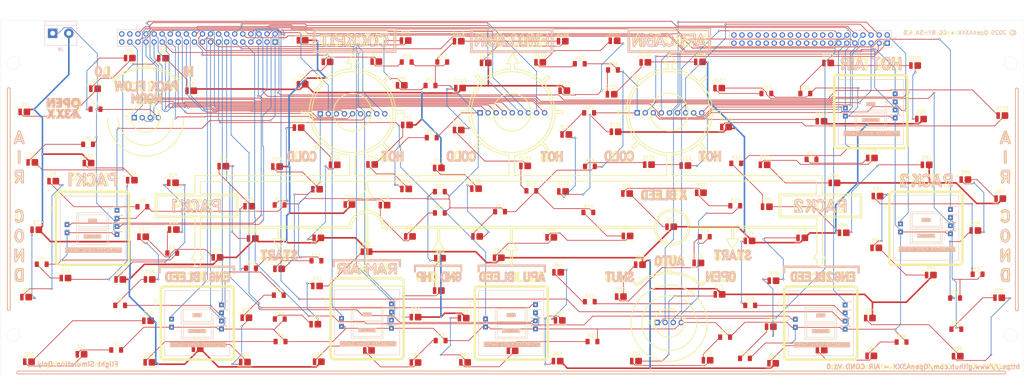
<source format=kicad_pcb>
(kicad_pcb (version 20241229) (generator "pcbnew") (generator_version "9.0")
  (layers (0 "F.Cu" signal) (2 "B.Cu" signal) (13 "F.Paste" user) (15 "B.Paste" user) (5 "F.SilkS" user "F.Silkscreen") (7 "B.SilkS" user "B.Silkscreen") (1 "F.Mask" user) (3 "B.Mask" user) (25 "Edge.Cuts" user))
  (net 0 "")
  (net 1 "Net-(J1-Pin_32)")
  (net 2 "Net-(J1-Pin_22)")
  (net 3 "Net-(J1-Pin_21)")
  (net 4 "Net-(J1-Pin_1)")
  (net 5 "Net-(J1-Pin_19)")
  (net 6 "Net-(J1-Pin_16)")
  (net 7 "Net-(J1-Pin_18)")
  (net 8 "Net-(J1-Pin_30)")
  (net 10 "Net-(J1-Pin_24)")
  (net 11 "Net-(J1-Pin_15)")
  (net 12 "Net-(J1-Pin_36)")
  (net 13 "Net-(J1-Pin_17)")
  (net 14 "Net-(J1-Pin_33)")
  (net 15 "Net-(J1-Pin_8)")
  (net 16 "Net-(J1-Pin_34)")
  (net 17 "Net-(J1-Pin_28)")
  (net 18 "Net-(J1-Pin_35)")
  (net 19 "Net-(J1-Pin_20)")
  (net 20 "Net-(J1-Pin_9)")
  (net 21 "Net-(J1-Pin_29)")
  (net 22 "Net-(J1-Pin_25)")
  (net 23 "Net-(J1-Pin_2)")
  (net 24 "Net-(J1-Pin_12)")
  (net 25 "Net-(J1-Pin_3)")
  (net 27 "Net-(J1-Pin_14)")
  (net 29 "Net-(J1-Pin_37)")
  (net 30 "Net-(J1-Pin_5)")
  (net 31 "Net-(J1-Pin_10)")
  (net 32 "Net-(J1-Pin_23)")
  (net 33 "Net-(J1-Pin_6)")
  (net 34 "Net-(J1-Pin_11)")
  (net 35 "Net-(J1-Pin_27)")
  (net 36 "Net-(J1-Pin_26)")
  (net 37 "Net-(J1-Pin_7)")
  (net 38 "Net-(J1-Pin_4)")
  (net 39 "Net-(J1-Pin_13)")
  (net 40 "Net-(J1-Pin_31)")
  (net 41 "GND")
  (net 42 "Net-(J4-Pin_5)")
  (net 43 "Net-(J4-Pin_7)")
  (net 44 "Net-(J4-Pin_6)")
  (net 45 "Net-(J4-Pin_9)")
  (net 46 "Net-(J4-Pin_3)")
  (net 47 "Net-(J4-Pin_2)")
  (net 48 "Net-(J4-Pin_4)")
  (net 49 "Net-(J4-Pin_8)")
  (net 50 "Net-(J5-Pin_1)")
  (net 51 "Net-(J5-Pin_3)")
  (net 52 "Net-(J5-Pin_2)")
  (net 53 "Net-(J6-Pin_3)")
  (net 54 "Net-(J6-Pin_2)")
  (net 55 "Net-(J6-Pin_1)")
  (net 82 "+12V")
  (net 83 "Net-(D1-K)")
  (net 84 "Net-(D2-K)")
  (net 85 "Net-(D3-K)")
  (net 86 "Net-(D4-K)")
  (net 87 "Net-(D5-K)")
  (net 88 "Net-(D6-K)")
  (net 89 "Net-(D7-K)")
  (net 90 "Net-(D8-K)")
  (net 91 "Net-(D9-K)")
  (net 92 "Net-(D10-K)")
  (net 93 "Net-(D11-K)")
  (net 94 "Net-(D12-K)")
  (net 95 "Net-(D13-K)")
  (net 96 "Net-(D14-K)")
  (net 97 "Net-(D15-K)")
  (net 98 "Net-(D16-K)")
  (net 99 "Net-(D17-K)")
  (net 100 "Net-(D18-K)")
  (net 101 "Net-(D19-K)")
  (net 102 "Net-(D20-K)")
  (net 103 "Net-(D21-K)")
  (net 104 "Net-(D22-K)")
  (net 105 "Net-(D23-K)")
  (net 106 "Net-(D24-K)")
  (net 107 "Net-(D25-K)")
  (net 108 "Net-(D26-K)")
  (net 109 "Net-(D27-K)")
  (net 110 "Net-(D28-K)")
  (net 111 "Net-(D29-K)")
  (net 112 "Net-(D30-K)")
  (net 113 "Net-(D31-K)")
  (net 114 "Net-(D32-K)")
  (net 115 "Net-(D33-K)")
  (net 116 "Net-(D34-K)")
  (net 117 "Net-(D35-K)")
  (net 118 "Net-(D36-K)")
  (net 119 "Net-(D37-K)")
  (net 120 "Net-(D38-K)")
  (net 121 "Net-(D39-K)")
  (net 122 "Net-(D40-K)")
  (net 123 "Net-(D41-K)")
  (net 124 "Net-(D42-K)")
  (net 125 "Net-(D43-K)")
  (net 126 "Net-(D44-K)")
  (net 127 "Net-(D45-K)")
  (net 128 "Net-(D46-K)")
  (net 129 "Net-(D47-K)")
  (net 130 "Net-(D48-K)")
  (net 131 "Net-(D49-K)")
  (net 132 "Net-(D50-K)")
  (net 133 "Net-(D51-K)")
  (net 134 "Net-(D52-K)")
  (net 135 "Net-(D53-K)")
  (net 136 "Net-(D54-K)")
  (net 137 "Net-(D55-K)")
  (net 138 "Net-(D56-K)")
  (net 139 "Net-(D57-K)")
  (net 140 "Net-(D58-K)")
  (net 141 "Net-(D59-K)")
  (net 142 "Net-(D60-K)")
  (net 143 "Net-(D61-K)")
  (net 144 "Net-(D62-K)")
  (net 145 "Net-(D63-K)")
  (net 146 "Net-(D64-K)")
  (net 147 "Net-(D65-K)")
  (net 148 "Net-(D66-K)")
  (net 149 "Net-(D67-K)")
  (net 150 "Net-(D68-K)")
  (net 151 "Net-(D69-K)")
  (net 152 "Net-(D70-K)")
  (net 153 "Net-(D71-K)")
  (net 154 "Net-(D72-K)")
  (net 155 "Net-(D73-K)")
  (net 156 "Net-(D74-K)")
  (net 157 "Net-(D75-K)")
  (net 158 "Net-(D76-K)")
  (net 159 "Net-(D77-K)")
  (net 160 "Net-(D78-K)")
  (net 161 "Net-(D79-K)")
  (net 162 "Net-(D80-K)")
  (net 163 "Net-(D81-K)")
  (net 164 "Net-(D82-K)")
  (net 165 "Net-(D83-K)")
  (net 166 "Net-(D84-K)")
  (net 167 "Net-(D85-K)")
  (net 168 "Net-(D86-K)")
  (net 169 "Net-(D87-K)")
  (net 170 "Net-(D88-K)")
  (net 171 "Net-(D89-K)")
  (net 172 "Net-(D90-K)")
  (net 173 "Net-(D91-K)")
  (net 174 "Net-(D92-K)")
  (net 175 "Net-(D93-K)")
  (net 176 "Net-(D94-K)")
  (net 177 "Net-(D95-K)")
  (net 178 "Net-(D96-K)")
  (net 179 "Net-(D97-K)")
  (net 180 "Net-(D98-K)")
  (net 181 "Net-(D100-A)")
  (net 182 "Net-(D100-K)")
  (net 183 "Net-(D101-K)")
  (net 184 "Net-(D102-K)")
  (net 185 "Net-(D103-K)")
  (net 186 "Net-(D104-K)")
  (net 187 "Net-(D105-K)")
  (net 188 "Net-(D106-K)")
  (net 189 "Net-(D107-K)")
  (net 190 "Net-(D108-K)")
  (net 191 "Net-(D109-K)")
  (net 192 "Net-(D110-K)")
  (net 193 "Net-(D111-K)")
  (net 194 "Net-(D112-K)")
  (net 195 "Net-(D113-K)")
  (net 196 "Net-(D114-K)")
  (net 197 "Net-(D115-K)")
  (net 198 "Net-(D116-K)")
  (net 199 "Net-(D117-K)")
  (net 200 "Net-(D118-K)")
  (net 201 "Net-(D119-K)")
  (net 202 "Net-(D120-K)")
  (net 203 "Net-(D121-K)")
  (net 204 "Net-(D122-K)")
  (footprint "OpenA3XX:LED_Everlight-SMD3528_3.5x2.8mm_67-21ST" (layer "F.Cu") (at 81.85 104.45)
    (property "Reference" "D2")
    (property "Value" "LED")
  )
  (footprint "OpenA3XX:LED_Everlight-SMD3528_3.5x2.8mm_67-21ST" (layer "F.Cu") (at 152.3 190.4)
    (property "Reference" "D53")
    (property "Value" "LED")
  )
  (footprint "OpenA3XX:LED_Everlight-SMD3528_3.5x2.8mm_67-21ST" (layer "F.Cu") (at 201.8 135.9)
    (property "Reference" "D48")
    (property "Value" "LED")
  )
  (footprint "Resistor_SMD:R_1206_3216Metric_Pad1.30x1.75mm_HandSolder" (layer "F.Cu") (at 65.05 159.7)
    (property "Reference" "R4")
    (property "Value" "220R")
  )
  (footprint "Resistor_SMD:R_1206_3216Metric_Pad1.30x1.75mm_HandSolder" (layer "F.Cu") (at 293.2 105.95)
    (property "Reference" "R37")
    (property "Value" "220R")
  )
  (footprint "OpenA3XX:LED_Everlight-SMD3528_3.5x2.8mm_67-21ST" (layer "F.Cu") (at 197.9 176.65)
    (property "Reference" "D59")
    (property "Value" "LED")
  )
  (footprint "OpenA3XX:LED_Everlight-SMD3528_3.5x2.8mm_67-21ST" (layer "F.Cu") (at 325.79 176.65)
    (property "Reference" "D84")
    (property "Value" "LED")
  )
  (footprint "OpenA3XX:LED_Everlight-SMD3528_3.5x2.8mm_67-21ST" (layer "F.Cu") (at 278.34 104.25)
    (property "Reference" "D107")
    (property "Value" "LED")
  )
  (footprint "Resistor_SMD:R_1206_3216Metric_Pad1.30x1.75mm_HandSolder" (layer "F.Cu") (at 139.7 169.45)
    (property "Reference" "R9")
    (property "Value" "220R")
  )
  (footprint "OpenA3XX:LED_Everlight-SMD3528_3.5x2.8mm_67-21ST" (layer "F.Cu") (at 202.15 150.95)
    (property "Reference" "D49")
    (property "Value" "LED")
  )
  (footprint "OpenA3XX:LED_Everlight-SMD3528_3.5x2.8mm_67-21ST" (layer "F.Cu") (at 267.7 128.65)
    (property "Reference" "D103")
    (property "Value" "LED")
  )
  (footprint "OpenA3XX:LED_Everlight-SMD3528_3.5x2.8mm_67-21ST" (layer "F.Cu") (at 367.5 112.9)
    (property "Reference" "D106")
    (property "Value" "LED")
  )
  (footprint "Resistor_SMD:R_1206_3216Metric_Pad1.30x1.75mm_HandSolder" (layer "F.Cu") (at 190.65 183.75)
    (property "Reference" "R19")
    (property "Value" "220R")
  )
  (footprint "Resistor_SMD:R_1206_3216Metric_Pad1.30x1.75mm_HandSolder" (layer "F.Cu") (at 187.85 119.85)
    (property "Reference" "R15")
    (property "Value" "220R")
  )
  (footprint "OpenA3XX:LED_Everlight-SMD3528_3.5x2.8mm_67-21ST" (layer "F.Cu") (at 93.45 133.25)
    (property "Reference" "D11")
    (property "Value" "LED")
  )
  (footprint "Resistor_SMD:R_1206_3216Metric_Pad1.30x1.75mm_HandSolder" (layer "F.Cu") (at 286.45 189.35)
    (property "Reference" "R28")
    (property "Value" "220R")
  )
  (footprint "OpenA3XX:Korry Switch" (layer "F.Cu") (at 333.25 138)
    (property "Reference" "KR3")
    (property "Value" "~")
  )
  (footprint "OpenA3XX:LED_Everlight-SMD3528_3.5x2.8mm_67-21ST" (layer "F.Cu") (at 170.4 95.9)
    (property "Reference" "D37")
    (property "Value" "LED")
  )
  (footprint "Resistor_SMD:R_1206_3216Metric_Pad1.30x1.75mm_HandSolder" (layer "F.Cu") (at 352.6 170.35)
    (property "Reference" "R31")
    (property "Value" "220R")
  )
  (footprint "Resistor_SMD:R_1206_3216Metric_Pad1.30x1.75mm_HandSolder" (layer "F.Cu") (at 280.2 182.65)
    (property "Reference" "R25")
    (property "Value" "220R")
  )
  (footprint "Resistor_SMD:R_1206_3216Metric_Pad1.30x1.75mm_HandSolder" (layer "F.Cu") (at 305.45 105.95)
    (property "Reference" "R35")
    (property "Value" "220R")
  )
  (footprint "OpenA3XX:LED_Everlight-SMD3528_3.5x2.8mm_67-21ST" (layer "F.Cu") (at 304.5 151.4)
    (property "Reference" "D78")
    (property "Value" "LED")
  )
  (footprint "OpenA3XX:LED_Everlight-SMD3528_3.5x2.8mm_67-21ST" (layer "F.Cu") (at 98.55 177.5)
    (property "Reference" "D19")
    (property "Value" "LED")
  )
  (footprint "OpenA3XX:LED_Everlight-SMD3528_3.5x2.8mm_67-21ST" (layer "F.Cu") (at 293.34 141.6)
    (property "Reference" "D95")
    (property "Value" "LED")
  )
  (footprint "OpenA3XX:LED_Everlight-SMD3528_3.5x2.8mm_67-21ST" (layer "F.Cu") (at 130.4 141.45)
    (property "Reference" "D28")
    (property "Value" "LED")
  )
  (footprint "OpenA3XX:LED_Everlight-SMD3528_3.5x2.8mm_67-21ST" (layer "F.Cu") (at 106.39 134.05)
    (property "Reference" "D14")
    (property "Value" "LED")
  )
  (footprint "OpenA3XX:Korry Switch" (layer "F.Cu") (at 300.1 168.05)
    (property "Reference" "KR5")
    (property "Value" "~")
  )
  (footprint "OpenA3XX:LED_Everlight-SMD3528_3.5x2.8mm_67-21ST" (layer "F.Cu") (at 131.5 151.6)
    (property "Reference" "D26")
    (property "Value" "LED")
  )
  (footprint "Resistor_SMD:R_1206_3216Metric_Pad1.30x1.75mm_HandSolder" (layer "F.Cu") (at 96.75 141.6)
    (property "Reference" "R3")
    (property "Value" "220R")
  )
  (footprint "OpenA3XX:LED_Everlight-SMD3528_3.5x2.8mm_67-21ST" (layer "F.Cu") (at 326.24 188.55)
    (property "Reference" "D83")
    (property "Value" "LED")
  )
  (footprint "OpenA3XX:LED_Everlight-SMD3528_3.5x2.8mm_67-21ST" (layer "F.Cu") (at 229.19 136.8)
    (property "Reference" "D112")
    (property "Value" "LED")
  )
  (footprint "OpenA3XX:LED_Everlight-SMD3528_3.5x2.8mm_67-21ST" (layer "F.Cu") (at 168.1 186.85)
    (property "Reference" "D54")
    (property "Value" "LED")
  )
  (footprint "OpenA3XX:LED_Everlight-SMD3528_3.5x2.8mm_67-21ST" (layer "F.Cu") (at 167.35 155.75)
    (property "Reference" "D50")
    (property "Value" "LED")
  )
  (footprint "OpenA3XX:LED_Everlight-SMD3528_3.5x2.8mm_67-21ST" (layer "F.Cu") (at 92.8 94.8)
    (property "Reference" "D3")
    (property "Value" "LED")
  )
  (footprint "OpenA3XX:LED_Everlight-SMD3528_3.5x2.8mm_67-21ST" (layer "F.Cu") (at 129.5 176.55)
    (property "Reference" "D25")
    (property "Value" "LED")
  )
  (footprint "OpenA3XX:LED_Everlight-SMD3528_3.5x2.8mm_67-21ST" (layer "F.Cu") (at 157.3 128.4)
    (property "Reference" "D33")
    (property "Value" "LED")
  )
  (footprint "OpenA3XX:LED_Everlight-SMD3528_3.5x2.8mm_67-21ST" (layer "F.Cu") (at 196.34 89.5)
    (property "Reference" "D119")
    (property "Value" "LED")
  )
  (footprint "OpenA3XX:LED_Everlight-SMD3528_3.5x2.8mm_67-21ST" (layer "F.Cu") (at 252.14 190.2)
    (property "Reference" "D72")
    (property "Value" "LED")
  )
  (footprint "Resistor_SMD:R_1206_3216Metric_Pad1.30x1.75mm_HandSolder" (layer "F.Cu") (at 237.65 128.9)
    (property "Reference" "R36")
    (property "Value" "220R")
  )
  (footprint "OpenA3XX:LED_Everlight-SMD3528_3.5x2.8mm_67-21ST" (layer "F.Cu") (at 97 151.05)
    (property "Reference" "D17")
    (property "Value" "LED")
  )
  (footprint "OpenA3XX:LED_Everlight-SMD3528_3.5x2.8mm_67-21ST" (layer "F.Cu") (at 190.1 129.4)
    (property "Reference" "D47")
    (property "Value" "LED")
  )
  (footprint "OpenA3XX:LED_Everlight-SMD3528_3.5x2.8mm_67-21ST" (layer "F.Cu") (at 295.44 164.9)
    (property "Reference" "D79")
    (property "Value" "LED")
  )
  (footprint "Connector_PinHeader_2.54mm:PinHeader_1x04_P2.54mm_Vertical" (layer "F.Cu") (at 94.15 113.55 90)
    (property "Reference" "J5")
    (property "Value" "Conn_01x04_Pin")
  )
  (footprint "OpenA3XX:LED_Everlight-SMD3528_3.5x2.8mm_67-21ST" (layer "F.Cu") (at 217.25 128.75)
    (property "Reference" "D122")
    (property "Value" "LED")
  )
  (footprint "OpenA3XX:LED_Everlight-SMD3528_3.5x2.8mm_67-21ST" (layer "F.Cu") (at 204.85 96.3)
    (property "Reference" "D117")
    (property "Value" "LED")
  )
  (footprint "OpenA3XX:LED_Everlight-SMD3528_3.5x2.8mm_67-21ST" (layer "F.Cu") (at 103.24 94.85)
    (property "Reference" "D5")
    (property "Value" "LED")
  )
  (footprint "Resistor_SMD:R_1206_3216Metric_Pad1.30x1.75mm_HandSolder" (layer "F.Cu") (at 359.7 162.85)
    (property "Reference" "R32")
    (property "Value" "220R")
  )
  (footprint "OpenA3XX:LED_Everlight-SMD3528_3.5x2.8mm_67-21ST" (layer "F.Cu") (at 179.8 136)
    (property "Reference" "D43")
    (property "Value" "LED")
  )
  (footprint "OpenA3XX:LED_Everlight-SMD3528_3.5x2.8mm_67-21ST" (layer "F.Cu") (at 294.6 179.35)
    (property "Reference" "D80")
    (property "Value" "LED")
  )
  (footprint "Resistor_SMD:R_1206_3216Metric_Pad1.30x1.75mm_HandSolder" (layer "F.Cu") (at 219.2 136.6)
    (property "Reference" "R42")
    (property "Value" "220R")
  )
  (footprint "OpenA3XX:LED_Everlight-SMD3528_3.5x2.8mm_67-21ST" (layer "F.Cu") (at 155.04 96)
    (property "Reference" "D36")
    (property "Value" "LED")
  )
  (footprint "OpenA3XX:LED_Everlight-SMD3528_3.5x2.8mm_67-21ST" (layer "F.Cu") (at 112.14 105.1)
    (property "Reference" "D4")
    (property "Value" "LED")
  )
  (footprint "Resistor_SMD:R_1206_3216Metric_Pad1.30x1.75mm_HandSolder" (layer "F.Cu") (at 187.45 103.45)
    (property "Reference" "R14")
    (property "Value" "220R")
  )
  (footprint "OpenA3XX:LED_Everlight-SMD3528_3.5x2.8mm_67-21ST" (layer "F.Cu") (at 366.84 139.05)
    (property "Reference" "D87")
    (property "Value" "LED")
  )
  (footprint "OpenA3XX:LED_Everlight-SMD3528_3.5x2.8mm_67-21ST" (layer "F.Cu") (at 287.9 152.35)
    (property "Reference" "D74")
    (property "Value" "LED")
  )
  (footprint "Resistor_SMD:R_1206_3216Metric_Pad1.30x1.75mm_HandSolder" (layer "F.Cu") (at 335.75 184.2)
    (property "Reference" "R29")
    (property "Value" "220R")
  )
  (footprint "OpenA3XX:LED_Everlight-SMD3528_3.5x2.8mm_67-21ST" (layer "F.Cu") (at 98.95 190.6)
    (property "Reference" "D22")
    (property "Value" "LED")
  )
  (footprint "OpenA3XX:LED_Everlight-SMD3528_3.5x2.8mm_67-21ST" (layer "F.Cu") (at 247.4 169.9)
    (property "Reference" "D69")
    (property "Value" "LED")
  )
  (footprint "Resistor_SMD:R_1206_3216Metric_Pad1.30x1.75mm_HandSolder" (layer "F.Cu") (at 234.45 96.6)
    (property "Reference" "R40")
    (property "Value" "220R")
  )
  (footprint "OpenA3XX:LED_Everlight-SMD3528_3.5x2.8mm_67-21ST" (layer "F.Cu") (at 328.19 138.25)
    (property "Reference" "D92")
    (property "Value" "LED")
  )
  (footprint "Resistor_SMD:R_1206_3216Metric_Pad1.30x1.75mm_HandSolder" (layer "F.Cu") (at 82 110.9)
    (property "Reference" "R1")
    (property "Value" "220R")
  )
  (footprint "OpenA3XX:LED_Everlight-SMD3528_3.5x2.8mm_67-21ST" (layer "F.Cu") (at 145.94 116.7)
    (property "Reference" "D34")
    (property "Value" "LED")
  )
  (footprint "OpenA3XX:LED_Everlight-SMD3528_3.5x2.8mm_67-21ST" (layer "F.Cu") (at 60.15 170.05)
    (property "Reference" "D8")
    (property "Value" "LED")
  )
  (footprint "OpenA3XX:LED_Everlight-SMD3528_3.5x2.8mm_67-21ST" (layer "F.Cu") (at 310.6 186.75)
    (property "Reference" "D82")
    (property "Value" "LED")
  )
  (footprint "Resistor_SMD:R_1206_3216Metric_Pad1.30x1.75mm_HandSolder" (layer "F.Cu") (at 273.8 151.05)
    (property "Reference" "R24")
    (property "Value" "220R")
  )
  (footprint "OpenA3XX:LED_Everlight-SMD3528_3.5x2.8mm_67-21ST" (layer "F.Cu") (at 79.8 127.85)
    (property "Reference" "D10")
    (property "Value" "LED")
  )
  (footprint "OpenA3XX:LED_Everlight-SMD3528_3.5x2.8mm_67-21ST" (layer "F.Cu") (at 89.79 164.5)
    (property "Reference" "D13")
    (property "Value" "LED")
  )
  (footprint "OpenA3XX:LED_Everlight-SMD3528_3.5x2.8mm_67-21ST" (layer "F.Cu") (at 355.85 133.05)
    (property "Reference" "D88")
    (property "Value" "LED")
  )
  (footprint "OpenA3XX:LED_Everlight-SMD3528_3.5x2.8mm_67-21ST" (layer "F.Cu") (at 139.15 128.95)
    (property "Reference" "D29")
    (property "Value" "LED")
  )
  (footprint "Resistor_SMD:R_1206_3216Metric_Pad1.30x1.75mm_HandSolder" (layer "F.Cu") (at 209.35 143.15)
    (property "Reference" "R17")
    (property "Value" "220R")
  )
  (footprint "Resistor_SMD:R_1206_3216Metric_Pad1.30x1.75mm_HandSolder" (layer "F.Cu") (at 283.4 141.3)
    (property "Reference" "R27")
    (property "Value" "220R")
  )
  (footprint "OpenA3XX:LED_Everlight-SMD3528_3.5x2.8mm_67-21ST" (layer "F.Cu") (at 340.04 97.15)
    (property "Reference" "D100")
    (property "Value" "LED")
  )
  (footprint "OpenA3XX:LED_Everlight-SMD3528_3.5x2.8mm_67-21ST" (layer "F.Cu") (at 278.45 169.2)
    (property "Reference" "D71")
    (property "Value" "LED")
  )
  (footprint "OpenA3XX:LED_Everlight-SMD3528_3.5x2.8mm_67-21ST" (layer "F.Cu") (at 249.35 137.45)
    (property "Reference" "D76")
    (property "Value" "LED")
  )
  (footprint "OpenA3XX:LED_Everlight-SMD3528_3.5x2.8mm_67-21ST" (layer "F.Cu") (at 114.15 186.3)
    (property "Reference" "D23")
    (property "Value" "LED")
  )
  (footprint "OpenA3XX:LED_Everlight-SMD3528_3.5x2.8mm_67-21ST" (layer "F.Cu") (at 292.64 128.4)
    (property "Reference" "D97")
    (property "Value" "LED")
  )
  (footprint "OpenA3XX:LED_Everlight-SMD3528_3.5x2.8mm_67-21ST" (layer "F.Cu") (at 72.55 164.05)
    (property "Reference" "D12")
    (property "Value" "LED")
  )
  (footprint "OpenA3XX:LED_Everlight-SMD3528_3.5x2.8mm_67-21ST" (layer "F.Cu") (at 244.49 106.2)
    (property "Reference" "D110")
    (property "Value" "LED")
  )
  (footprint "OpenA3XX:LED_Everlight-SMD3528_3.5x2.8mm_67-21ST" (layer "F.Cu") (at 341.9 114)
    (property "Reference" "D99")
    (property "Value" "LED")
  )
  (footprint "Resistor_SMD:R_1206_3216Metric_Pad1.30x1.75mm_HandSolder" (layer "F.Cu") (at 237.4 112.05)
    (property "Reference" "R39")
    (property "Value" "220R")
  )
  (footprint "Resistor_SMD:R_1206_3216Metric_Pad1.30x1.75mm_HandSolder" (layer "F.Cu") (at 237.6 171.5)
    (property "Reference" "R22")
    (property "Value" "220R")
  )
  (footprint "OpenA3XX:LED_Everlight-SMD3528_3.5x2.8mm_67-21ST" (layer "F.Cu") (at 229.1 89.5)
    (property "Reference" "D118")
    (property "Value" "LED")
  )
  (footprint "OpenA3XX:LED_Everlight-SMD3528_3.5x2.8mm_67-21ST" (layer "F.Cu") (at 312.65 96.35)
    (property "Reference" "D101")
    (property "Value" "LED")
  )
  (footprint "OpenA3XX:LED_Everlight-SMD3528_3.5x2.8mm_67-21ST" (layer "F.Cu") (at 317.55 149.8)
    (property "Reference" "D94")
    (property "Value" "LED")
  )
  (footprint "OpenA3XX:LED_Everlight-SMD3528_3.5x2.8mm_67-21ST" (layer "F.Cu") (at 179.64 89.3)
    (property "Reference" "D39")
    (property "Value" "LED")
  )
  (footprint "Resistor_SMD:R_1206_3216Metric_Pad1.30x1.75mm_HandSolder" (layer "F.Cu") (at 191.15 96.05)
    (property "Reference" "R41")
    (property "Value" "220R")
  )
  (footprint "Resistor_SMD:R_1206_3216Metric_Pad1.30x1.75mm_HandSolder" (layer "F.Cu") (at 288.1 172.65)
    (property "Reference" "R26")
    (property "Value" "220R")
  )
  (footprint "OpenA3XX:OpenA3XXLogoSmall" (layer "F.Cu") (at 71.85 110.55)
    (property "Reference" "top" (hide yes))
    (property "Value" "LOGO" (hide yes))
  )
  (footprint "OpenA3XX:LED_Everlight-SMD3528_3.5x2.8mm_67-21ST" (layer "F.Cu") (at 208.95 157.65)
    (property "Reference" "D65")
    (property "Value" "LED")
  )
  (footprint "OpenA3XX:LED_Everlight-SMD3528_3.5x2.8mm_67-21ST" (layer "F.Cu") (at 173 141.1)
    (property "Reference" "D45")
    (property "Value" "LED")
  )
  (footprint "Resistor_SMD:R_1206_3216Metric_Pad1.30x1.75mm_HandSolder" (layer "F.Cu") (at 307.4 126.7)
    (property "Reference" "R34")
    (property "Value" "220R")
  )
  (footprint "Resistor_SMD:R_1206_3216Metric_Pad1.30x1.75mm_HandSolder" (layer "F.Cu") (at 140 176.95)
    (property "Reference" "R18")
    (property "Value" "220R")
  )
  (footprint "OpenA3XX:LED_Everlight-SMD3528_3.5x2.8mm_67-21ST" (layer "F.Cu") (at 151.75 166.55)
    (property "Reference" "D51")
    (property "Value" "LED")
  )
  (footprint "OpenA3XX:LED_Everlight-SMD3528_3.5x2.8mm_67-21ST" (layer "F.Cu") (at 314.64 134.1)
    (property "Reference" "D96")
    (property "Value" "LED")
  )
  (footprint "OpenA3XX:LED_Everlight-SMD3528_3.5x2.8mm_67-21ST" (layer "F.Cu") (at 122.25 128.85)
    (property "Reference" "D27")
    (property "Value" "LED")
  )
  (footprint "OpenA3XX:LED_Everlight-SMD3528_3.5x2.8mm_67-21ST" (layer "F.Cu") (at 249.5 150.8)
    (property "Reference" "D67")
    (property "Value" "LED")
  )
  (footprint "OpenA3XX:LED_Everlight-SMD3528_3.5x2.8mm_67-21ST" (layer "F.Cu") (at 310.55 114.7)
    (property "Reference" "D102")
    (property "Value" "LED")
  )
  (footprint "OpenA3XX:LED_Everlight-SMD3528_3.5x2.8mm_67-21ST" (layer "F.Cu") (at 366.5 170.25)
    (property "Reference" "D86")
    (property "Value" "LED")
  )
  (footprint "OpenA3XX:LED_Everlight-SMD3528_3.5x2.8mm_67-21ST" (layer "F.Cu") (at 196.34 117.45)
    (property "Reference" "D121")
    (property "Value" "LED")
  )
  (footprint "OpenA3XX:LED_Everlight-SMD3528_3.5x2.8mm_67-21ST" (layer "F.Cu") (at 196.74 104.25)
    (property "Reference" "D120")
    (property "Value" "LED")
  )
  (footprint "OpenA3XX:LED_Everlight-SMD3528_3.5x2.8mm_67-21ST" (layer "F.Cu") (at 253.4 159.85)
    (property "Reference" "D68")
    (property "Value" "LED")
  )
  (footprint "OpenA3XX:LED_Everlight-SMD3528_3.5x2.8mm_67-21ST" (layer "F.Cu") (at 147.2 89.2)
    (property "Reference" "D38")
    (property "Value" "LED")
  )
  (footprint "OpenA3XX:LED_Everlight-SMD3528_3.5x2.8mm_67-21ST" (layer "F.Cu") (at 161.95 140.9)
    (property "Reference" "D44")
    (property "Value" "LED")
  )
  (footprint "OpenA3XX:LED_Everlight-SMD3528_3.5x2.8mm_67-21ST" (layer "F.Cu") (at 222 96.15)
    (property "Reference" "D116")
    (property "Value" "LED")
  )
  (footprint "OpenA3XX:LED_Everlight-SMD3528_3.5x2.8mm_67-21ST" (layer "F.Cu") (at 190.45 157.8)
    (property "Reference" "D58")
    (property "Value" "LED")
  )
  (footprint "OpenA3XX:LED_Everlight-SMD3528_3.5x2.8mm_67-21ST" (layer "F.Cu") (at 198.35 190.6)
    (property "Reference" "D60")
    (property "Value" "LED")
  )
  (footprint "OpenA3XX:LED_Everlight-SMD3528_3.5x2.8mm_67-21ST" (layer "F.Cu") (at 178.4 103.4)
    (property "Reference" "D40")
    (property "Value" "LED")
  )
  (footprint "Resistor_SMD:R_1206_3216Metric_Pad1.30x1.75mm_HandSolder" (layer "F.Cu") (at 237.15 143.4)
    (property "Reference" "R23")
    (property "Value" "220R")
  )
  (footprint "OpenA3XX:Korry Switch" (layer "F.Cu") (at 315.85 101.55)
    (property "Reference" "KR6")
    (property "Value" "~")
  )
  (footprint "Connector_PinHeader_2.54mm:PinHeader_1x09_P2.54mm_Vertical" (layer "F.Cu") (at 203.06 112.05 90)
    (property "Reference" "J3")
    (property "Value" "Conn_01x09_Pin")
  )
  (footprint "OpenA3XX:LED_Everlight-SMD3528_3.5x2.8mm_67-21ST" (layer "F.Cu") (at 255.09 96.15)
    (property "Reference" "D109")
    (property "Value" "LED")
  )
  (footprint "OpenA3XX:LED_Everlight-SMD3528_3.5x2.8mm_67-21ST" (layer "F.Cu") (at 182.75 190.65)
    (property "Reference" "D55")
    (property "Value" "LED")
  )
  (footprint "OpenA3XX:LED_Everlight-SMD3528_3.5x2.8mm_67-21ST" (layer "F.Cu") (at 147.2 103.05)
    (property "Reference" "D35")
    (property "Value" "LED")
  )
  (footprint "Resistor_SMD:R_1206_3216Metric_Pad1.30x1.75mm_HandSolder" (layer "F.Cu") (at 283.7 127.95)
    (property "Reference" "R33")
    (property "Value" "220R")
  )
  (footprint "OpenA3XX:Korry Switch" (layer "F.Cu") (at 202.6 167.95)
    (property "Reference" "KR7")
    (property "Value" "~")
  )
  (footprint "OpenA3XX:LED_Everlight-SMD3528_3.5x2.8mm_67-21ST" (layer "F.Cu") (at 327.8 154.55)
    (property "Reference" "D91")
    (property "Value" "LED")
  )
  (footprint "OpenA3XX:LED_Everlight-SMD3528_3.5x2.8mm_67-21ST" (layer "F.Cu") (at 129.04 190.5)
    (property "Reference" "D24")
    (property "Value" "LED")
  )
  (footprint "OpenA3XX:LED_Everlight-SMD3528_3.5x2.8mm_67-21ST" (layer "F.Cu") (at 343.65 128.4)
    (property "Reference" "D93")
    (property "Value" "LED")
  )
  (footprint "OpenA3XX:LED_Everlight-SMD3528_3.5x2.8mm_67-21ST" (layer "F.Cu") (at 190.09 168)
    (property "Reference" "D57")
    (property "Value" "LED")
  )
  (footprint "Connector_PinHeader_2.54mm:PinHeader_1x04_P2.54mm_Vertical" (layer "F.Cu") (at 258.79 178.05 90)
    (property "Reference" "J6")
    (property "Value" "Conn_01x04_Pin")
  )
  (footprint "OpenA3XX:LED_Everlight-SMD3528_3.5x2.8mm_67-21ST" (layer "F.Cu") (at 353.44 188.65)
    (property "Reference" "D85")
    (property "Value" "LED")
  )
  (footprint "Resistor_SMD:R_1206_3216Metric_Pad1.30x1.75mm_HandSolder" (layer "F.Cu") (at 88.5 186.7)
    (property "Reference" "R7")
    (property "Value" "220R")
  )
  (footprint "OpenA3XX:LED_Everlight-SMD3528_3.5x2.8mm_67-21ST" (layer "F.Cu") (at 169.1 128.3)
    (property "Reference" "D42")
    (property "Value" "LED")
  )
  (footprint "OpenA3XX:Korry Switch" (layer "F.Cu") (at 157.25 167.75)
    (property "Reference" "KR4")
    (property "Value" "~")
  )
  (footprint "OpenA3XX:LED_Everlight-SMD3528_3.5x2.8mm_67-21ST" (layer "F.Cu") (at 359 149.1)
    (property "Reference" "D89")
    (property "Value" "LED")
  )
  (footprint "OpenA3XX:LED_Everlight-SMD3528_3.5x2.8mm_67-21ST" (layer "F.Cu") (at 181 150.95)
    (property "Reference" "D46")
    (property "Value" "LED")
  )
  (footprint "Resistor_SMD:R_1206_3216Metric_Pad1.30x1.75mm_HandSolder" (layer "F.Cu") (at 130.95 160.95)
    (property "Reference" "R10")
    (property "Value" "220R")
  )
  (footprint "Resistor_SMD:R_1206_3216Metric_Pad1.30x1.75mm_HandSolder" (layer "F.Cu") (at 179.95 96.05)
    (property "Reference" "R13")
    (property "Value" "220R")
  )
  (footprint "Resistor_SMD:R_1206_3216Metric_Pad1.30x1.75mm_HandSolder" (layer "F.Cu") (at 353 180.15)
    (property "Reference" "R30")
    (property "Value" "220R")
  )
  (footprint "Connector_PinHeader_2.54mm:PinHeader_1x09_P2.54mm_Vertical" (layer "F.Cu") (at 252.52 112.05 90)
    (property "Reference" "J4")
    (property "Value" "Conn_01x09_Pin")
  )
  (footprint "OpenA3XX:LED_Everlight-SMD3528_3.5x2.8mm_67-21ST" (layer "F.Cu") (at 152.15 151.4)
    (property "Reference" "D32")
    (property "Value" "LED")
  )
  (footprint "Resistor_SMD:R_1206_3216Metric_Pad1.30x1.75mm_HandSolder" (layer "F.Cu") (at 151.55 158.6)
    (property "Reference" "R11")
    (property "Value" "220R")
  )
  (footprint "OpenA3XX:LED_Everlight-SMD3528_3.5x2.8mm_67-21ST" (layer "F.Cu") (at 182.75 176.35)
    (property "Reference" "D56")
    (property "Value" "LED")
  )
  (footprint "OpenA3XX:LED_Everlight-SMD3528_3.5x2.8mm_67-21ST" (layer "F.Cu") (at 344.99 163.1)
    (property "Reference" "D90")
    (property "Value" "LED")
  )
  (footprint "OpenA3XX:LED_Everlight-SMD3528_3.5x2.8mm_67-21ST" (layer "F.Cu") (at 263.25 147.9)
    (property "Reference" "D75")
    (property "Value" "LED")
  )
  (footprint "OpenA3XX:LED_Everlight-SMD3528_3.5x2.8mm_67-21ST" (layer "F.Cu") (at 225.49 151.25)
    (property "Reference" "D66")
    (property "Value" "LED")
  )
  (footprint "OpenA3XX:LED_Everlight-SMD3528_3.5x2.8mm_67-21ST" (layer "F.Cu") (at 213.3 186.95)
    (property "Reference" "D61")
    (property "Value" "LED")
  )
  (footprint "OpenA3XX:LED_Everlight-SMD3528_3.5x2.8mm_67-21ST" (layer "F.Cu") (at 62.1 127.65)
    (property "Reference" "D6")
    (property "Value" "LED")
  )
  (footprint "OpenA3XX:LED_Everlight-SMD3528_3.5x2.8mm_67-21ST" (layer "F.Cu") (at 99.05 164.5)
    (property "Reference" "D18")
    (property "Value" "LED")
  )
  (footprint "OpenA3XX:LED_Everlight-SMD3528_3.5x2.8mm_67-21ST" (layer "F.Cu") (at 227.65 162.25)
    (property "Reference" "D64")
    (property "Value" "LED")
  )
  (footprint "OpenA3XX:LED_Everlight-SMD3528_3.5x2.8mm_67-21ST" (layer "F.Cu") (at 151.75 136.1)
    (property "Reference" "D30")
    (property "Value" "LED")
  )
  (footprint "OpenA3XX:LED_Everlight-SMD3528_3.5x2.8mm_67-21ST" (layer "F.Cu") (at 245.74 118)
    (property "Reference" "D111")
    (property "Value" "LED")
  )
  (footprint "OpenA3XX:LED_Everlight-SMD3528_3.5x2.8mm_67-21ST" (layer "F.Cu") (at 151.2 178.6)
    (property "Reference" "D52")
    (property "Value" "LED")
  )
  (footprint "Resistor_SMD:R_1206_3216Metric_Pad1.30x1.75mm_HandSolder" (layer "F.Cu") (at 79.65 121.95)
    (property "Reference" "R2")
    (property "Value" "220R")
  )
  (footprint "OpenA3XX:LED_Everlight-SMD3528_3.5x2.8mm_67-21ST" (layer "F.Cu") (at 106.65 148.8)
    (property "Reference" "D15")
    (property "Value" "LED")
  )
  (footprint "OpenA3XX:LED_Everlight-SMD3528_3.5x2.8mm_67-21ST" (layer "F.Cu") (at 180.05 115.85)
    (property "Reference" "D41")
    (property "Value" "LED")
  )
  (footprint "OpenA3XX:LED_Everlight-SMD3528_3.5x2.8mm_67-21ST" (layer "F.Cu") (at 120.4 157.55)
    (property "Reference" "D16")
    (property "Value" "LED")
  )
  (footprint "OpenA3XX:LED_Everlight-SMD3528_3.5x2.8mm_67-21ST" (layer "F.Cu") (at 227.5 190.2)
    (property "Reference" "D62")
    (property "Value" "LED")
  )
  (footprint "OpenA3XX:LED_Everlight-SMD3528_3.5x2.8mm_67-21ST" (layer "F.Cu") (at 295.34 190.9)
    (property "Reference" "D81")
    (property "Value" "LED")
  )
  (footprint "Resistor_SMD:R_1206_3216Metric_Pad1.30x1.75mm_HandSolder" (layer "F.Cu") (at 244.9 98.55)
    (property "Reference" "R38")
    (property "Value" "220R")
  )
  (footprint "OpenA3XX:LED_Everlight-SMD3528_3.5x2.8mm_67-21ST" (layer "F.Cu") (at 68.69 133.55)
    (property "Reference" "D9")
    (property "Value" "LED")
  )
  (footprint "OpenA3XX:LED_Everlight-SMD3528_3.5x2.8mm_67-21ST" (layer "F.Cu") (at 63.35 148.85)
    (property "Reference" "D7")
    (property "Value" "LED")
  )
  (footprint "Resistor_SMD:R_1206_3216Metric_Pad1.30x1.75mm_HandSolder" (layer "F.Cu") (at 106.15 156.2)
    (property "Reference" "R5")
    (property "Value" "220R")
  )
  (footprint "OpenA3XX:LED_Everlight-SMD3528_3.5x2.8mm_67-21ST" (layer "F.Cu") (at 228.14 177.4)
    (property "Reference" "D63")
    (property "Value" "LED")
  )
  (footprint "OpenA3XX:LED_Everlight-SMD3528_3.5x2.8mm_67-21ST" (layer "F.Cu") (at 139.8 161.15)
    (property "Reference" "D31")
    (property "Value" "LED")
  )
  (footprint "Resistor_SMD:R_1206_3216Metric_Pad1.30x1.75mm_HandSolder" (layer "F.Cu") (at 190.4 136.85)
    (property "Reference" "R20")
    (property "Value" "220R")
  )
  (footprint "OpenA3XX:Korry Switch" (layer "F.Cu") (at 70.85 138.25)
    (property "Reference" "KR1")
    (property "Value" "~")
  )
  (footprint "OpenA3XX:LED_Everlight-SMD3528_3.5x2.8mm_67-21ST" (layer "F.Cu") (at 280.5 116.5)
    (property "Reference" "D105")
    (property "Value" "LED")
  )
  (footprint "Resistor_SMD:R_1206_3216Metric_Pad1.30x1.75mm_HandSolder" (layer "F.Cu") (at 238.45 184.05)
    (property "Reference" "R21")
    (property "Value" "220R")
  )
  (footprint "OpenA3XX:LED_Everlight-SMD3528_3.5x2.8mm_67-21ST" (layer "F.Cu") (at 326.45 126.25)
    (property "Reference" "D98")
    (property "Value" "LED")
  )
  (footprint "OpenA3XX:LED_Everlight-SMD3528_3.5x2.8mm_67-21ST" (layer "F.Cu") (at 229.59 105.05)
    (property "Reference" "D114")
    (property "Value" "LED")
  )
  (footprint "OpenA3XX:LED_Everlight-SMD3528_3.5x2.8mm_67-21ST" (layer "F.Cu") (at 77.6 188.05)
    (property "Reference" "D21")
    (property "Value" "LED")
  )
  (footprint "OpenA3XX:LED_Everlight-SMD3528_3.5x2.8mm_67-21ST" (layer "F.Cu") (at 256.24 128.35)
    (property "Reference" "D104")
    (property "Value" "LED")
  )
  (footprint "OpenA3XX:LED_Everlight-SMD3528_3.5x2.8mm_67-21ST" (layer "F.Cu") (at 230.2 118.85)
    (property "Reference" "D113")
    (property "Value" "LED")
  )
  (footprint "OpenA3XX:LED_Everlight-SMD3528_3.5x2.8mm_67-21ST" (layer "F.Cu") (at 272.6 137.2)
    (property "Reference" "D77")
    (property "Value" "LED")
  )
  (footprint "Resistor_SMD:R_1206_3216Metric_Pad1.30x1.75mm_HandSolder" (layer "F.Cu") (at 139.95 141.05)
    (property "Reference" "R12")
    (property "Value" "220R")
  )
  (footprint "OpenA3XX:LED_Everlight-SMD3528_3.5x2.8mm_67-21ST" (layer "F.Cu") (at 245.4 89.35)
    (property "Reference" "D115")
    (property "Value" "LED")
  )
  (footprint "Resistor_SMD:R_1206_3216Metric_Pad1.30x1.75mm_HandSolder" (layer "F.Cu") (at 190.4 143.55)
    (property "Reference" "R16")
    (property "Value" "220R")
  )
  (footprint "OpenA3XX:LED_Everlight-SMD3528_3.5x2.8mm_67-21ST" (layer "F.Cu") (at 274.7 189.95)
    (property "Reference" "D73")
    (property "Value" "LED")
  )
  (footprint "OpenA3XX:LED_Everlight-SMD3528_3.5x2.8mm_67-21ST" (layer "F.Cu") (at 272.29 96)
    (property "Reference" "D108")
    (property "Value" "LED")
  )
  (footprint "OpenA3XX:LED_Everlight-SMD3528_3.5x2.8mm_67-21ST" (layer "F.Cu") (at 59.59 111.75)
    (property "Reference" "D1")
    (property "Value" "LED")
  )
  (footprint "OpenA3XX:LED_Everlight-SMD3528_3.5x2.8mm_67-21ST" (layer "F.Cu") (at 271.79 159.3)
    (property "Reference" "D70")
    (property "Value" "LED")
  )
  (footprint "OpenA3XX:LED_Everlight-SMD3528_3.5x2.8mm_67-21ST" (layer "F.Cu") (at 61.05 190.4)
    (property "Reference" "D20")
    (property "Value" "LED")
  )
  (footprint "OpenA3XX:Korry Switch" (layer "F.Cu") (at 103.75 168)
    (property "Reference" "KR2")
    (property "Value" "~")
  )
  (footprint "Resistor_SMD:R_1206_3216Metric_Pad1.30x1.75mm_HandSolder" (layer "F.Cu") (at 89.75 172.65)
    (property "Reference" "R6")
    (property "Value" "220R")
  )
  (footprint "Resistor_SMD:R_1206_3216Metric_Pad1.30x1.75mm_HandSolder" (layer "F.Cu") (at 140.25 184.05)
    (property "Reference" "R8")
    (property "Value" "220R")
  )
  (footprint "Connector_PinHeader_2.54mm:PinHeader_1x09_P2.54mm_Vertical" (layer "F.Cu") (at 152.75 112.35 90)
    (property "Reference" "J2")
    (property "Value" "Conn_01x09_Pin")
  )
  (footprint "Connector_PinHeader_2.54mm:PinHeader_2x20_P2.54mm_Vertical" (layer "B.Cu") (at 138.53 89.75 90)
    (property "Reference" "J1")
    (property "Value" "Conn_02x20_Counter_Clockwise")
  )
  (footprint "OpenA3XX:OpenA3XXLogoSmall" (layer "B.Cu") (at 72.05 110.55 180)
    (property "Reference" "bottom" (hide yes))
    (property "Value" "LOGO" (hide yes))
  )
  (footprint "Connector_PinHeader_2.54mm:PinHeader_2x20_P2.54mm_Vertical" (layer "B.Cu") (at 331.24 90.09 90)
    (property "Reference" "J7")
    (property "Value" "Conn_02x20_Counter_Clockwise")
  )
  (footprint "TerminalBlock:TerminalBlock_bornier-2_P5.08mm" (layer "B.Cu") (at 68.51 87)
    (property "Reference" "J8")
    (property "Value" "Conn_02x01")
  )
  (gr_line (start 134.697848 156.386997) (end 134.711131 156.397236) (stroke (width 0.28) (color 51 153 102 1)) (layer "F.SilkS"))
  (gr_line (start 150.645221 124.620823) (end 150.61877 124.603565) (stroke (width 0.28) (color 51 153 102 1)) (layer "F.SilkS"))
  (gr_curve (pts (xy 196.617251 163.719364) (xy 196.485782 163.814785) (xy 196.335864 163.868053) (xy 196.167499 163.879154)) (stroke (width 0.28) (color 51 153 102 1)) (layer "F.SilkS"))
  (gr_curve (pts (xy 340.293124 132.31107) (xy 340.495089 132.871212) (xy 340.697024 133.431347) (xy 340.89899 133.991489)) (stroke (width 0.28) (color 51 153 102 1)) (layer "F.SilkS"))
  (gr_line (start 271.900927 87.348316) (end 273.535098 89.982567) (stroke (width 0.28) (color 51 153 102 1)) (layer "F.SilkS"))
  (gr_line (start 311.802218 164.572735) (end 312.691165 164.954418) (stroke (width 0.28)) (layer "F.SilkS"))
  (gr_curve (pts (xy 56.628302 150.959057) (xy 56.596798 150.526714) (xy 56.655114 150.105434) (xy 56.803249 149.695217)) (stroke (width 0.28) (color 51 153 102 1)) (layer "F.SilkS"))
  (gr_line (start 201.237246 126.338955) (end 201.242389 126.324841) (stroke (width 0.28) (color 51 153 102 1)) (layer "F.SilkS"))
  (gr_line (start 176.439685 111.306873) (end 179.007876 111.336117) (stroke (width 0.28) (color 51 153 102 1)) (layer "F.SilkS"))
  (gr_line (start 54.697719 174.323368) (end 54.69889 174.323368) (stroke (width 0.28) (color 51 153 102 1)) (layer "F.SilkS"))
  (gr_curve (pts (xy 115.051654 162.887524) (xy 115.05025 162.800205) (xy 115.020572 162.720379) (xy 114.962619 162.648029)) (stroke (width 0.28) (color 51 153 102 1)) (layer "F.SilkS"))
  (gr_line (start 205.235736 89.744457) (end 205.892718 87.48727) (stroke (width 0.28) (color 51 153 102 1)) (layer "F.SilkS"))
  (gr_line (start 267.567874 137.784153) (end 267.567141 137.767872) (stroke (width 0.28) (color 51 153 102 1)) (layer "F.SilkS"))
  (gr_line (start 260.901019 157.200993) (end 260.901019 159.111561) (stroke (width 0.28) (color 51 153 102 1)) (layer "F.SilkS"))
  (gr_line (start 306.026797 141.216869) (end 306.667544 139.453434) (stroke (width 0.28) (color 51 153 102 1)) (layer "F.SilkS"))
  (gr_line (start 201.116 126.594685) (end 201.121142 126.584492) (stroke (width 0.28) (color 51 153 102 1)) (layer "F.SilkS"))
  (gr_line (start 281.345645 164.964924) (end 281.345645 162.189716) (stroke (width 0.28) (color 51 153 102 1)) (layer "F.SilkS"))
  (gr_line (start 201.274722 126.219723) (end 201.276935 126.206387) (stroke (width 0.28) (color 51 153 102 1)) (layer "F.SilkS"))
  (gr_curve (pts (xy 243.281772 163.192104) (xy 243.504962 163.297314) (xy 243.728167 163.402523) (xy 243.951358 163.507732)) (stroke (width 0.28) (color 51 153 102 1)) (layer "F.SilkS"))
  (gr_line (start 123.287013 164.7458) (end 123.293322 164.745052) (stroke (width 0.28) (color 51 153 102 1)) (layer "F.SilkS"))
  (gr_curve (pts (xy 142.363711 155.235256) (xy 142.584117 155.235256) (xy 142.775493 155.310093) (xy 142.937838 155.459774)) (stroke (width 0.28) (color 51 153 102 1)) (layer "F.SilkS"))
  (gr_curve (pts (xy 170.623706 87.269585) (xy 170.798625 87.268955) (xy 170.902049 87.357796) (xy 170.933978 87.536106)) (stroke (width 0.28) (color 51 153 102 1)) (layer "F.SilkS"))
  (gr_line (start 58.031212 164.59792) (end 58.047299 164.593899) (stroke (width 0.28) (color 51 153 102 1)) (layer "F.SilkS"))
  (gr_curve (pts (xy 335.021823 95.923466) (xy 335.083926 95.719227) (xy 335.055514 95.53455) (xy 334.936618 95.369434)) (stroke (width 0.28) (color 51 153 102 1)) (layer "F.SilkS"))
  (gr_line (start 320.684665 163.997967) (end 320.68677 163.985241) (stroke (width 0.28) (color 51 153 102 1)) (layer "F.SilkS"))
  (gr_line (start 368.583926 164.569218) (end 368.592959 164.568211) (stroke (width 0.28) (color 51 153 102 1)) (layer "F.SilkS"))
  (gr_curve (pts (xy 201.823108 91.127407) (xy 201.666064 91.129921) (xy 201.575015 91.041996) (xy 201.549991 90.863632)) (stroke (width 0.28) (color 51 153 102 1)) (layer "F.SilkS"))
  (gr_line (start 267.064563 138.955662) (end 267.07764 138.949459) (stroke (width 0.28) (color 51 153 102 1)) (layer "F.SilkS"))
  (gr_line (start 227.917437 127.106144) (end 227.917437 124.563915) (stroke (width 0.28) (color 51 153 102 1)) (layer "F.SilkS"))
  (gr_line (start 222.589236 164.623432) (end 222.596286 164.615894) (stroke (width 0.28) (color 51 153 102 1)) (layer "F.SilkS"))
  (gr_line (start 123.697833 164.39555) (end 123.706248 164.376087) (stroke (width 0.28) (color 51 153 102 1)) (layer "F.SilkS"))
  (gr_line (start 83.933288 100.598846) (end 82.398387 100.598846) (stroke (width 0.28) (color 51 153 102 1)) (layer "F.SilkS"))
  (gr_curve (pts (xy 184.703662 162.97797) (xy 184.648806 163.035526) (xy 184.589206 163.056988) (xy 184.52489 163.042347)) (stroke (width 0.28) (color 51 153 102 1)) (layer "F.SilkS"))
  (gr_line (start 163.48112 161.790333) (end 162.89487 160.389019) (stroke (width 0.28) (color 51 153 102 1)) (layer "F.SilkS"))
  (gr_line (start 306.316775 142.052082) (end 306.111483 142.614224) (stroke (width 0.28)) (layer "F.SilkS"))
  (gr_line (start 189.026721 164.021526) (end 189.028842 164.008656) (stroke (width 0.28) (color 51 153 102 1)) (layer "F.SilkS"))
  (gr_line (start 251.007968 125.595257) (end 251.006488 125.567013) (stroke (width 0.28) (color 51 153 102 1)) (layer "F.SilkS"))
  (gr_curve (pts (xy 369.702426 131.957615) (xy 369.512759 132.231762) (xy 369.26105 132.398335) (xy 368.94736 132.457317)) (stroke (width 0.28) (color 51 153 102 1)) (layer "F.SilkS"))
  (gr_line (start 75.084559 133.380261) (end 74.115952 133.380261) (stroke (width 0.28) (color 51 153 102 1)) (layer "F.SilkS"))
  (gr_line (start 257.210452 139.200665) (end 257.210452 136.46069) (stroke (width 0.28) (color 51 153 102 1)) (layer "F.SilkS"))
  (gr_line (start 123.337489 162.537273) (end 123.326266 162.532032) (stroke (width 0.28) (color 51 153 102 1)) (layer "F.SilkS"))
  (gr_line (start 267.470553 138.440846) (end 267.475634 138.426891) (stroke (width 0.28) (color 51 153 102 1)) (layer "F.SilkS"))
  (gr_curve (pts (xy 110.268321 162.699673) (xy 110.271129 162.706661) (xy 110.273929 162.713642) (xy 110.276736 162.720631)) (stroke (width 0.28) (color 51 153 102 1)) (layer "F.SilkS"))
  (gr_line (start 209.853366 90.471733) (end 209.872134 90.456657) (stroke (width 0.28) (color 51 153 102 1)) (layer "F.SilkS"))
  (gr_curve (pts (xy 109.567264 163.516926) (xy 109.571467 163.515926) (xy 109.575679 163.514935) (xy 109.579883 163.513935)) (stroke (width 0.28) (color 51 153 102 1)) (layer "F.SilkS"))
  (gr_curve (pts (xy 276.98566 156.257839) (xy 276.919742 155.988941) (xy 276.965732 155.747616) (xy 277.12366 155.533863)) (stroke (width 0.28) (color 51 153 102 1)) (layer "F.SilkS"))
  (gr_line (start 222.904605 163.857456) (end 222.906711 163.841641) (stroke (width 0.28) (color 51 153 102 1)) (layer "F.SilkS"))
  (gr_line (start 189.734012 152.610989) (end 189.734012 148.371792) (stroke (width 0.28) (color 51 153 102 1)) (layer "F.SilkS"))
  (gr_line (start 254.981128 89.37917) (end 254.981128 90.935505) (stroke (width 0.28) (color 51 153 102 1)) (layer "F.SilkS"))
  (gr_line (start 123.65787 164.462154) (end 123.66418 164.452427) (stroke (width 0.28) (color 51 153 102 1)) (layer "F.SilkS"))
  (gr_curve (pts (xy 304.724337 140.023579) (xy 304.838626 140.319653) (xy 304.837283 140.608387) (xy 304.72037 140.88979)) (stroke (width 0.28) (color 51 153 102 1)) (layer "F.SilkS"))
  (gr_curve (pts (xy 162.220225 90.212612) (xy 162.356677 90.08202) (xy 162.500743 90.068523) (xy 162.65243 90.172115)) (stroke (width 0.28) (color 51 153 102 1)) (layer "F.SilkS"))
  (gr_line (start 201.31293 126.020474) (end 201.315143 126.006352) (stroke (width 0.28) (color 51 153 102 1)) (layer "F.SilkS"))
  (gr_curve (pts (xy 115.413402 164.56094) (xy 115.355914 164.724094) (xy 115.256129 164.862545) (xy 115.114047 164.976307)) (stroke (width 0.28) (color 51 153 102 1)) (layer "F.SilkS"))
  (gr_line (start 369.249515 162.511074) (end 369.245486 162.49197) (stroke (width 0.28) (color 51 153 102 1)) (layer "F.SilkS"))
  (gr_curve (pts (xy 266.384097 159.623676) (xy 266.482318 159.520893) (xy 266.556598 159.411655) (xy 266.606906 159.295956)) (stroke (width 0.28) (color 51 153 102 1)) (layer "F.SilkS"))
  (gr_curve (pts (xy 243.974551 163.518566) (xy 243.983249 163.523205) (xy 243.991931 163.527851) (xy 244.000628 163.53249)) (stroke (width 0.28) (color 51 153 102 1)) (layer "F.SilkS"))
  (gr_line (start 267.545352 138.126072) (end 267.547534 138.11211) (stroke (width 0.28) (color 51 153 102 1)) (layer "F.SilkS"))
  (gr_curve (pts (xy 335.397403 96.411846) (xy 335.210452 96.683056) (xy 334.962375 96.847839) (xy 334.653201 96.906193)) (stroke (width 0.28) (color 51 153 102 1)) (layer "F.SilkS"))
  (gr_line (start 267.227252 136.812679) (end 267.199649 136.789417) (stroke (width 0.28) (color 51 153 102 1)) (layer "F.SilkS"))
  (gr_line (start 222.810763 164.269444) (end 222.814288 164.258144) (stroke (width 0.28) (color 51 153 102 1)) (layer "F.SilkS"))
  (gr_line (start 196.057437 124.567677) (end 195.98984 124.558262) (stroke (width 0.28) (color 51 153 102 1)) (layer "F.SilkS"))
  (gr_line (start 250.423037 124.555073) (end 250.396579 124.553509) (stroke (width 0.28) (color 51 153 102 1)) (layer "F.SilkS"))
  (gr_line (start 209.39165 164.194126) (end 209.386004 164.284504) (stroke (width 0.28) (color 51 153 102 1)) (layer "F.SilkS"))
  (gr_curve (pts (xy 278.756747 157.359158) (xy 278.774463 157.453693) (xy 278.778399 157.550854) (xy 278.768557 157.650639)) (stroke (width 0.28) (color 51 153 102 1)) (layer "F.SilkS"))
  (gr_line (start 186.782184 164.244175) (end 186.782184 162.314579) (stroke (width 0.28) (color 51 153 102 1)) (layer "F.SilkS"))
  (gr_line (start 267.105227 138.937054) (end 267.116855 138.929302) (stroke (width 0.28) (color 51 153 102 1)) (layer "F.SilkS"))
  (gr_curve (pts (xy 199.39136 127.113209) (xy 199.38988 127.246563) (xy 199.320575 127.317951) (xy 199.183398 127.327366)) (stroke (width 0.28) (color 51 153 102 1)) (layer "F.SilkS"))
  (gr_line (start 298.597964 160.262798) (end 308.596805 160.263058) (stroke (width 0.28) (color 51 153 102 1)) (layer "F.SilkS"))
  (gr_line (start 209.819583 90.496227) (end 209.82709 90.490574) (stroke (width 0.28) (color 51 153 102 1)) (layer "F.SilkS"))
  (gr_curve (pts (xy 340.295108 131.208798) (xy 340.425326 131.207462) (xy 340.513034 131.26881) (xy 340.5582 131.392841)) (stroke (width 0.28) (color 51 153 102 1)) (layer "F.SilkS"))
  (gr_line (start 368.550662 118.777233) (end 369.16199 120.466381) (stroke (width 0.28) (color 51 153 102 1)) (layer "F.SilkS"))
  (gr_curve (pts (xy 249.4854 124.318173) (xy 249.48833 124.260647) (xy 249.509646 124.21175) (xy 249.549334 124.171482)) (stroke (width 0.28) (color 51 153 102 1)) (layer "F.SilkS"))
  (gr_curve (pts (xy 174.699313 162.651142) (xy 174.699313 162.747898) (xy 174.648532 162.817684) (xy 174.546969 162.8605)) (stroke (width 0.28) (color 51 153 102 1)) (layer "F.SilkS"))
  (gr_line (start 210.277591 89.703007) (end 210.283221 89.66721) (stroke (width 0.28) (color 51 153 102 1)) (layer "F.SilkS"))
  (gr_line (start 320.261233 162.553555) (end 320.234591 162.543072) (stroke (width 0.28) (color 51 153 102 1)) (layer "F.SilkS"))
  (gr_curve (pts (xy 214.153247 162.269024) (xy 214.275073 162.368443) (xy 214.3595 162.488201) (xy 214.406527 162.628285)) (stroke (width 0.28) (color 51 153 102 1)) (layer "F.SilkS"))
  (gr_curve (pts (xy 101.866843 160.272144) (xy 105.657828 160.272244) (xy 109.44881 160.272335) (xy 113.239795 160.272434)) (stroke (width 0.28) (color 51 153 102 1)) (layer "F.SilkS"))
  (gr_curve (pts (xy 309.651034 163.237782) (xy 309.59772 163.37141) (xy 309.519381 163.506435) (xy 309.415988 163.642857)) (stroke (width 0.28) (color 51 153 102 1)) (layer "F.SilkS"))
  (gr_line (start 250.815432 126.553852) (end 250.820575 126.543652) (stroke (width 0.28) (color 51 153 102 1)) (layer "F.SilkS"))
  (gr_curve (pts (xy 272.414569 127.107655) (xy 272.403827 127.251499) (xy 272.337436 127.324459) (xy 272.215381 127.326542)) (stroke (width 0.28) (color 51 153 102 1)) (layer "F.SilkS"))
  (gr_line (start 320.580203 164.335491) (end 320.58652 164.324268) (stroke (width 0.28) (color 51 153 102 1)) (layer "F.SilkS"))
  (gr_line (start 203.369265 164.191113) (end 204.230014 164.191113) (stroke (width 0.28) (color 51 153 102 1)) (layer "F.SilkS"))
  (gr_line (start 249.626223 85.571812) (end 275.654666 85.571812) (stroke (width 0.28) (color 51 153 102 1)) (layer "F.SilkS"))
  (gr_line (start 267.51485 137.361607) (end 267.510501 137.348423) (stroke (width 0.28) (color 51 153 102 1)) (layer "F.SilkS"))
  (gr_line (start 150.942096 125.01305) (end 150.933276 124.991085) (stroke (width 0.28) (color 51 153 102 1)) (layer "F.SilkS"))
  (gr_line (start 188.64223 164.71143) (end 188.649325 164.706127) (stroke (width 0.28) (color 51 153 102 1)) (layer "F.SilkS"))
  (gr_line (start 262.025653 137.52132) (end 262.943667 137.52132) (stroke (width 0.28) (color 51 153 102 1)) (layer "F.SilkS"))
  (gr_curve (pts (xy 355.002749 158.955509) (xy 355.002749 159.524754) (xy 354.544619 159.983013) (xy 353.975558 159.983013)) (stroke (width 0.28) (color 0 0 255 1)) (layer "F.SilkS"))
  (gr_curve (pts (xy 145.555362 155.458195) (xy 145.555858 155.595272) (xy 145.487719 155.669064) (xy 145.350947 155.679562)) (stroke (width 0.28) (color 51 153 102 1)) (layer "F.SilkS"))
  (gr_line (start 267.510501 137.348423) (end 267.507586 137.333698) (stroke (width 0.28) (color 51 153 102 1)) (layer "F.SilkS"))
  (gr_curve (pts (xy 253.994204 136.564579) (xy 253.942889 136.429157) (xy 253.969516 136.330174) (xy 254.074099 136.267635)) (stroke (width 0.28) (color 51 153 102 1)) (layer "F.SilkS"))
  (gr_line (start 267.475634 137.229801) (end 267.466922 137.20499) (stroke (width 0.28) (color 51 153 102 1)) (layer "F.SilkS"))
  (gr_line (start 254.762607 138.036137) (end 254.104602 139.301449) (stroke (width 0.28) (color 51 153 102 1)) (layer "F.SilkS"))
  (gr_curve (pts (xy 153.096049 90.216381) (xy 152.925486 89.840927) (xy 152.852183 89.450722) (xy 152.87614 89.045761)) (stroke (width 0.28) (color 51 153 102 1)) (layer "F.SilkS"))
  (gr_line (start 267.538089 138.170261) (end 267.541003 138.155529) (stroke (width 0.28) (color 51 153 102 1)) (layer "F.SilkS"))
  (gr_line (start 188.86214 162.826511) (end 188.856463 162.817425) (stroke (width 0.28) (color 51 153 102 1)) (layer "F.SilkS"))
  (gr_line (start 244.772937 124.91592) (end 245.256457 124.867283) (stroke (width 0.28)) (layer "F.SilkS"))
  (gr_line (start 369.126864 162.168217) (end 369.112765 162.13805) (stroke (width 0.28) (color 51 153 102 1)) (layer "F.SilkS"))
  (gr_curve (pts (xy 221.157168 91.135887) (xy 221.006366 91.135262) (xy 220.917834 91.04702) (xy 220.891559 90.871166)) (stroke (width 0.28) (color 51 153 102 1)) (layer "F.SilkS"))
  (gr_line (start 178.044955 189.716328) (end 156.949382 189.716328) (stroke (width 0.28) (color 0 0 255 1)) (layer "F.SilkS"))
  (gr_curve (pts (xy 82.398387 100.598846) (xy 82.279876 100.590618) (xy 82.211463 100.519131) (xy 82.193156 100.384384)) (stroke (width 0.28) (color 51 153 102 1)) (layer "F.SilkS"))
  (gr_curve (pts (xy 244.17406 124.714321) (xy 244.147601 124.789105) (xy 244.099109 124.835911) (xy 244.028552 124.854733)) (stroke (width 0.28) (color 51 153 102 1)) (layer "F.SilkS"))
  (gr_line (start 282.849994 151.693279) (end 284.513293 151.693279) (stroke (width 0.28) (color 51 153 102 1)) (layer "F.SilkS"))
  (gr_line (start 250.820575 124.896313) (end 250.815432 124.886112) (stroke (width 0.28) (color 51 153 102 1)) (layer "F.SilkS"))
  (gr_line (start 105.897131 104.223653) (end 106.400832 102.383131) (stroke (width 0.28) (color 51 153 102 1)) (layer "F.SilkS"))
  (gr_curve (pts (xy 254.981128 90.935505) (xy 254.968158 91.115158) (xy 254.880282 91.206287) (xy 254.717517 91.208889)) (stroke (width 0.28) (color 51 153 102 1)) (layer "F.SilkS"))
  (gr_line (start 158.519214 159.46983) (end 159.716784 159.46983) (stroke (width 0.28) (color 51 153 102 1)) (layer "F.SilkS"))
  (gr_curve (pts (xy 163.287112 93.718197) (xy 163.883731 94.670574) (xy 164.480357 95.622955) (xy 165.076976 96.575333)) (stroke (width 0.28) (color 51 153 102 1)) (layer "F.SilkS"))
  (gr_line (start 59.295189 145.942898) (end 59.277091 145.969036) (stroke (width 0.28) (color 51 153 102 1)) (layer "F.SilkS"))
  (gr_line (start 210.110522 88.252228) (end 210.095508 88.227734) (stroke (width 0.28) (color 51 153 102 1)) (layer "F.SilkS"))
  (gr_curve (pts (xy 203.988727 162.234379) (xy 204.290225 163.122112) (xy 204.591708 164.009846) (xy 204.893207 164.897579)) (stroke (width 0.28) (color 51 153 102 1)) (layer "F.SilkS"))
  (gr_curve (pts (xy 106.598715 102.226427) (xy 106.689383 102.223352) (xy 106.753424 102.275587) (xy 106.790843 102.383131)) (stroke (width 0.28) (color 51 153 102 1)) (layer "F.SilkS"))
  (gr_curve (pts (xy 56.9212 165.160969) (xy 56.781779 165.127453) (xy 56.712738 165.036289) (xy 56.714079 164.887486)) (stroke (width 0.28) (color 51 153 102 1)) (layer "F.SilkS"))
  (gr_line (start 214.730121 90.55275) (end 214.720736 90.565937) (stroke (width 0.28) (color 51 153 102 1)) (layer "F.SilkS"))
  (gr_line (start 98.891207 102.20799) (end 100.284304 102.20799) (stroke (width 0.28) (color 51 153 102 1)) (layer "F.SilkS"))
  (gr_line (start 369.289737 162.711155) (end 369.285708 162.694065) (stroke (width 0.28) (color 51 153 102 1)) (layer "F.SilkS"))
  (gr_curve (pts (xy 154.216296 87.293129) (xy 154.460154 87.244156) (xy 154.703296 87.264561) (xy 154.945704 87.354343)) (stroke (width 0.28) (color 51 153 102 1)) (layer "F.SilkS"))
  (gr_curve (pts (xy 308.941043 163.454807) (xy 309.02344 163.346233) (xy 309.086429 163.241833) (xy 309.130069 163.141605)) (stroke (width 0.28) (color 51 153 102 1)) (layer "F.SilkS"))
  (gr_line (start 201.324695 125.931042) (end 201.327624 125.901234) (stroke (width 0.28) (color 51 153 102 1)) (layer "F.SilkS"))
  (gr_curve (pts (xy 274.839862 162.720867) (xy 274.747134 162.928303) (xy 274.688495 163.105358) (xy 274.663958 163.252026)) (stroke (width 0.28) (color 51 153 102 1)) (layer "F.SilkS"))
  (gr_line (start 123.66418 164.452427) (end 123.675395 164.434467) (stroke (width 0.28) (color 51 153 102 1)) (layer "F.SilkS"))
  (gr_line (start 57.948765 161.6218) (end 57.940722 161.6218) (stroke (width 0.28) (color 51 153 102 1)) (layer "F.SilkS"))
  (gr_line (start 249.692172 162.025517) (end 251.163257 162.025517) (stroke (width 0.28) (color 51 153 102 1)) (layer "F.SilkS"))
  (gr_curve (pts (xy 369.868869 163.097248) (xy 369.868869 163.612034) (xy 369.751223 164.08392) (xy 369.515963 164.512913)) (stroke (width 0.28) (color 51 153 102 1)) (layer "F.SilkS"))
  (gr_curve (pts (xy 160.139773 90.216381) (xy 159.969211 89.840927) (xy 159.895907 89.450722) (xy 159.919864 89.045761)) (stroke (width 0.28) (color 51 153 102 1)) (layer "F.SilkS"))
  (gr_line (start 188.984866 163.101414) (end 188.981311 163.088535) (stroke (width 0.28) (color 51 153 102 1)) (layer "F.SilkS"))
  (gr_line (start 170.316905 161.093845) (end 170.9369 159.623303) (stroke (width 0.28) (color 51 153 102 1)) (layer "F.SilkS"))
  (gr_line (start 250.803683 126.572681) (end 250.815432 126.553852) (stroke (width 0.28) (color 51 153 102 1)) (layer "F.SilkS"))
  (gr_line (start 272.001544 127.107655) (end 272.001544 124.343411) (stroke (width 0.28) (color 51 153 102 1)) (layer "F.SilkS"))
  (gr_line (start 369.20328 162.355228) (end 369.191195 162.321041) (stroke (width 0.28) (color 51 153 102 1)) (layer "F.SilkS"))
  (gr_curve (pts (xy 367.161136 121.758381) (xy 367.002963 121.700062) (xy 366.948672 121.580418) (xy 366.998263 121.399433)) (stroke (width 0.28) (color 51 153 102 1)) (layer "F.SilkS"))
  (gr_curve (pts (xy 277.401874 156.795109) (xy 277.178515 156.669064) (xy 277.039782 156.489971) (xy 276.98566 156.257839)) (stroke (width 0.28) (color 51 153 102 1)) (layer "F.SilkS"))
  (gr_line (start 320.695895 163.313923) (end 320.691684 163.285488) (stroke (width 0.28) (color 51 153 102 1)) (layer "F.SilkS"))
  (gr_line (start 150.665065 126.799236) (end 150.673144 126.793743) (stroke (width 0.28) (color 51 153 102 1)) (layer "F.SilkS"))
  (gr_curve (pts (xy 247.59064 164.149822) (xy 247.605136 164.387066) (xy 247.70296 164.564472) (xy 247.884128 164.682064)) (stroke (width 0.28) (color 51 153 102 1)) (layer "F.SilkS"))
  (gr_line (start 201.046924 126.68961) (end 201.054278 126.680981) (stroke (width 0.28) (color 51 153 102 1)) (layer "F.SilkS"))
  (gr_line (start 250.981509 126.063572) (end 250.984454 126.048664) (stroke (width 0.28) (color 51 153 102 1)) (layer "F.SilkS"))
  (gr_curve (pts (xy 158.973803 90.485725) (xy 158.844615 90.677849) (xy 158.668246 90.841087) (xy 158.444705 90.975445)) (stroke (width 0.28) (color 51 153 102 1)) (layer "F.SilkS"))
  (gr_line (start 58.379096 164.384762) (end 58.387139 164.37672) (stroke (width 0.28) (color 51 153 102 1)) (layer "F.SilkS"))
  (gr_curve (pts (xy 321.412967 95.09988) (xy 321.169864 95.09988) (xy 320.985873 95.231178) (xy 320.861026 95.493771)) (stroke (width 0.28) (color 51 153 102 1)) (layer "F.SilkS"))
  (gr_curve (pts (xy 162.65243 90.172115) (xy 162.804126 90.275711) (xy 162.826259 90.392803) (xy 162.718844 90.523396)) (stroke (width 0.28) (color 51 153 102 1)) (layer "F.SilkS"))
  (gr_curve (pts (xy 160.546939 89.529831) (xy 160.578143 89.715046) (xy 160.643824 89.889271) (xy 160.743983 90.052513)) (stroke (width 0.28) (color 51 153 102 1)) (layer "F.SilkS"))
  (gr_curve (pts (xy 243.243762 124.131474) (xy 243.408358 124.090679) (xy 243.572482 124.107678) (xy 243.736102 124.182461)) (stroke (width 0.28) (color 51 153 102 1)) (layer "F.SilkS"))
  (gr_line (start 303.632174 141.625973) (end 302.663577 141.625973) (stroke (width 0.28) (color 51 153 102 1)) (layer "F.SilkS"))
  (gr_line (start 250.985919 125.388157) (end 250.981509 125.358349) (stroke (width 0.28) (color 51 153 102 1)) (layer "F.SilkS"))
  (gr_curve (pts (xy 273.818149 87.21846) (xy 273.982226 87.220413) (xy 274.070743 87.312515) (xy 274.083712 87.49477)) (stroke (width 0.28) (color 51 153 102 1)) (layer "F.SilkS"))
  (gr_curve (pts (xy 112.126979 158.04121) (xy 112.517833 157.398632) (xy 112.908694 156.756062) (xy 113.299548 156.113483)) (stroke (width 0.28) (color 51 153 102 1)) (layer "F.SilkS"))
  (gr_curve (pts (xy 159.17847 88.378044) (xy 159.312015 88.725872) (xy 159.36246 89.086884) (xy 159.329799 89.461083)) (stroke (width 0.28) (color 51 153 102 1)) (layer "F.SilkS"))
  (gr_line (start 320.504489 164.472447) (end 320.510806 164.463467) (stroke (width 0.28) (color 51 153 102 1)) (layer "F.SilkS"))
  (gr_curve (pts (xy 201.480472 124.614742) (xy 201.651935 124.949436) (xy 201.737658 125.317608) (xy 201.737658 125.719242)) (stroke (width 0.28) (color 51 153 102 1)) (layer "F.SilkS"))
  (gr_curve (pts (xy 107.818324 101.399441) (xy 105.147571 98.872894) (xy 101.781863 97.587574) (xy 98.007899 97.573364)) (stroke (width 0.28) (color 51 153 102 1)) (layer "F.SilkS"))
  (gr_line (start 222.891192 163.95612) (end 222.895434 163.927502) (stroke (width 0.28) (color 51 153 102 1)) (layer "F.SilkS"))
  (gr_line (start 209.568988 90.597027) (end 209.579318 90.596085) (stroke (width 0.28) (color 51 153 102 1)) (layer "F.SilkS"))
  (gr_line (start 320.667849 164.078793) (end 320.670657 164.066067) (stroke (width 0.28) (color 51 153 102 1)) (layer "F.SilkS"))
  (gr_line (start 57.95882 164.605961) (end 57.965858 164.604954) (stroke (width 0.28) (color 51 153 102 1)) (layer "F.SilkS"))
  (gr_curve (pts (xy 94.49597 104.902711) (xy 94.364527 105.092191) (xy 94.192072 105.227132) (xy 93.978598 105.307535)) (stroke (width 0.28) (color 51 153 102 1)) (layer "F.SilkS"))
  (gr_curve (pts (xy 354.656039 158.515995) (xy 354.656039 159.14867) (xy 354.146701 159.658016) (xy 353.514041 159.658016)) (stroke (width 0.28) (color 51 153 102 1)) (layer "F.SilkS"))
  (gr_line (start 123.788974 164.165043) (end 123.795978 164.139591) (stroke (width 0.28) (color 51 153 102 1)) (layer "F.SilkS"))
  (gr_line (start 58.405237 164.357616) (end 58.415292 164.346561) (stroke (width 0.28) (color 51 153 102 1)) (layer "F.SilkS"))
  (gr_line (start 311.443301 165.160976) (end 310.693149 165.160976) (stroke (width 0.28) (color 51 153 102 1)) (layer "F.SilkS"))
  (gr_line (start 320.618075 164.24419) (end 320.622958 164.231464) (stroke (width 0.28) (color 51 153 102 1)) (layer "F.SilkS"))
  (gr_line (start 267.567141 137.767872) (end 267.567141 137.753918) (stroke (width 0.28) (color 51 153 102 1)) (layer "F.SilkS"))
  (gr_curve (pts (xy 177.583438 164.391331) (xy 178.216113 164.391331) (xy 178.725451 164.957256) (xy 178.725451 165.660244)) (stroke (width 0.28) (color 51 153 102 1)) (layer "F.SilkS"))
  (gr_line (start 123.849261 163.867176) (end 123.849963 163.85445) (stroke (width 0.28) (color 51 153 102 1)) (layer "F.SilkS"))
  (gr_curve (pts (xy 309.433841 141.083843) (xy 309.409945 141.278553) (xy 309.412265 141.47427) (xy 309.440829 141.670986)) (stroke (width 0.28) (color 51 153 102 1)) (layer "F.SilkS"))
  (gr_line (start 332.890048 136.679722) (end 353.965487 136.679722) (stroke (width 0.28) (color 51 153 102 1)) (layer "F.SilkS"))
  (gr_curve (pts (xy 201.625232 168.113636) (xy 201.625232 167.480961) (xy 202.13457 166.971623) (xy 202.76726 166.971623)) (stroke (width 0.28) (color 51 153 102 1)) (layer "F.SilkS"))
  (gr_line (start 187.590899 162.308521) (end 187.58948 162.296406) (stroke (width 0.28) (color 51 153 102 1)) (layer "F.SilkS"))
  (gr_line (start 368.289248 117.854237) (end 368.550662 118.777233) (stroke (width 0.28)) (layer "F.SilkS"))
  (gr_line (start 243.897738 163.978085) (end 243.787585 163.905369) (stroke (width 0.28) (color 51 153 102 1)) (layer "F.SilkS"))
  (gr_curve (pts (xy 174.951709 126.235859) (xy 174.987842 126.38335) (xy 175.042025 126.516247) (xy 175.114276 126.634548)) (stroke (width 0.28) (color 51 153 102 1)) (layer "F.SilkS"))
  (gr_line (start 118.317897 162.103947) (end 119.675151 162.103947) (stroke (width 0.28) (color 51 153 102 1)) (layer "F.SilkS"))
  (gr_line (start 285.581347 155.874188) (end 286.477969 155.436176) (stroke (width 0.28)) (layer "F.SilkS"))
  (gr_curve (pts (xy 183.455127 163.828419) (xy 183.473102 164.125782) (xy 183.563907 164.385037) (xy 183.727527 164.606167)) (stroke (width 0.28) (color 51 153 102 1)) (layer "F.SilkS"))
  (gr_line (start 267.429156 138.549397) (end 267.432788 138.53854) (stroke (width 0.28) (color 51 153 102 1)) (layer "F.SilkS"))
  (gr_curve (pts (xy 122.015986 162.314243) (xy 122.015521 162.44347) (xy 121.949855 162.512569) (xy 121.818988 162.521549)) (stroke (width 0.28) (color 51 153 102 1)) (layer "F.SilkS"))
  (gr_line (start 188.486865 164.768986) (end 188.494677 164.768223) (stroke (width 0.28) (color 51 153 102 1)) (layer "F.SilkS"))
  (gr_line (start 222.88132 164.010349) (end 222.883441 163.997547) (stroke (width 0.28) (color 51 153 102 1)) (layer "F.SilkS"))
  (gr_curve (pts (xy 145.715991 124.109364) (xy 145.957019 124.109364) (xy 146.153949 124.206371) (xy 146.306796 124.400394)) (stroke (width 0.28) (color 51 153 102 1)) (layer "F.SilkS"))
  (gr_curve (pts (xy 102.299048 113.618992) (xy 102.299048 116.123966) (xy 100.268367 118.154652) (xy 97.763389 118.154652)) (stroke (width 0.28) (color 0 0 255 1)) (layer "F.SilkS"))
  (gr_curve (pts (xy 173.333011 162.89053) (xy 173.178088 162.889973) (xy 173.08713 162.811848) (xy 173.060122 162.656147)) (stroke (width 0.28) (color 51 153 102 1)) (layer "F.SilkS"))
  (gr_curve (pts (xy 118.700541 143.348408) (xy 118.55173 143.419087) (xy 118.430819 143.374409) (xy 118.337809 143.214375)) (stroke (width 0.28) (color 51 153 102 1)) (layer "F.SilkS"))
  (gr_line (start 123.773547 164.214436) (end 123.780559 164.190487) (stroke (width 0.28) (color 51 153 102 1)) (layer "F.SilkS"))
  (gr_curve (pts (xy 305.975009 162.983135) (xy 305.890902 163.23859) (xy 305.857699 163.513249) (xy 305.875461 163.807125)) (stroke (width 0.28) (color 51 153 102 1)) (layer "F.SilkS"))
  (gr_line (start 243.773089 162.542278) (end 243.71149 162.505924) (stroke (width 0.28) (color 51 153 102 1)) (layer "F.SilkS"))
  (gr_line (start 151.047908 125.386448) (end 151.043498 125.35664) (stroke (width 0.28) (color 51 153 102 1)) (layer "F.SilkS"))
  (gr_line (start 319.265719 162.30508) (end 319.264316 162.29311) (stroke (width 0.28) (color 51 153 102 1)) (layer "F.SilkS"))
  (gr_curve (pts (xy 369.0871 131.7897) (xy 369.203067 131.706585) (xy 369.281161 131.597996) (xy 369.321383 131.46394)) (stroke (width 0.28) (color 51 153 102 1)) (layer "F.SilkS"))
  (gr_line (start 188.832339 164.519077) (end 188.839435 164.510746) (stroke (width 0.28) (color 51 153 102 1)) (layer "F.SilkS"))
  (gr_curve (pts (xy 310.224093 142.797268) (xy 310.466556 142.873951) (xy 310.703402 142.757587) (xy 310.934604 142.448177)) (stroke (width 0.28) (color 51 153 102 1)) (layer "F.SilkS"))
  (gr_curve (pts (xy 156.934062 111.74831) (xy 156.888987 115.034107) (xy 159.516093 117.73431) (xy 162.801875 117.7794)) (stroke (width 0.28) (color 0 0 255 1)) (layer "F.SilkS"))
  (gr_line (start 284.487704 156.665913) (end 285.194659 156.665913) (stroke (width 0.28) (color 51 153 102 1)) (layer "F.SilkS"))
  (gr_curve (pts (xy 174.184359 100.290516) (xy 174.383304 100.502251) (xy 174.582232 100.713982) (xy 174.781176 100.925716)) (stroke (width 0.28) (color 51 153 102 1)) (layer "F.SilkS"))
  (gr_line (start 243.219439 163.156521) (end 243.232486 163.166576) (stroke (width 0.28) (color 51 153 102 1)) (layer "F.SilkS"))
  (gr_line (start 58.85266 157.710621) (end 58.85266 155.148747) (stroke (width 0.28) (color 51 153 102 1)) (layer "F.SilkS"))
  (gr_curve (pts (xy 308.143771 162.310902) (xy 308.306949 162.164738) (xy 308.527469 162.091663) (xy 308.805331 162.091663)) (stroke (width 0.28) (color 51 153 102 1)) (layer "F.SilkS"))
  (gr_line (start 223.276019 160.403774) (end 202.833209 160.403378) (stroke (width 0.28) (color 51 153 102 1)) (layer "F.SilkS"))
  (gr_curve (pts (xy 369.353213 145.594463) (xy 369.47922 145.455036) (xy 369.612277 145.440624) (xy 369.752383 145.551228)) (stroke (width 0.28) (color 51 153 102 1)) (layer "F.SilkS"))
  (gr_line (start 164.95933 88.562634) (end 166.237437 90.743771) (stroke (width 0.28) (color 51 153 102 1)) (layer "F.SilkS"))
  (gr_curve (pts (xy 261.823932 88.984715) (xy 261.80057 89.174782) (xy 261.802844 89.365826) (xy 261.830737 89.557846)) (stroke (width 0.28) (color 51 153 102 1)) (layer "F.SilkS"))
  (gr_line (start 151.028071 126.148144) (end 151.031741 126.133244) (stroke (width 0.28) (color 51 153 102 1)) (layer "F.SilkS"))
  (gr_line (start 282.849994 148.371281) (end 282.849994 151.693279) (stroke (width 0.28) (color 51 153 102 1)) (layer "F.SilkS"))
  (gr_curve (pts (xy 332.879977 159.983013) (xy 332.310916 159.983013) (xy 331.852755 159.524754) (xy 331.852755 158.955509)) (stroke (width 0.28) (color 0 0 255 1)) (layer "F.SilkS"))
  (gr_line (start 111.290339 162.826519) (end 111.290339 162.34737) (stroke (width 0.28) (color 51 153 102 1)) (layer "F.SilkS"))
  (gr_line (start 165.311221 160.5742) (end 165.313151 162.652805) (stroke (width 0.28) (color 51 153 102 1)) (layer "F.SilkS"))
  (gr_curve (pts (xy 102.321704 167.683903) (xy 102.321704 167.024326) (xy 102.852694 166.493336) (xy 103.512278 166.493336)) (stroke (width 0.28) (color 51 153 102 1)) (layer "F.SilkS"))
  (gr_line (start 150.966342 125.073452) (end 150.962672 125.060116) (stroke (width 0.28) (color 51 153 102 1)) (layer "F.SilkS"))
  (gr_line (start 162.304767 161.790333) (end 163.48112 161.790333) (stroke (width 0.28) (color 51 153 102 1)) (layer "F.SilkS"))
  (gr_line (start 267.276629 138.794392) (end 267.282443 138.787418) (stroke (width 0.28) (color 51 153 102 1)) (layer "F.SilkS"))
  (gr_line (start 317.120486 164.948429) (end 317.120486 162.30508) (stroke (width 0.28) (color 51 153 102 1)) (layer "F.SilkS"))
  (gr_line (start 188.989825 163.112774) (end 188.984866 163.101414) (stroke (width 0.28) (color 51 153 102 1)) (layer "F.SilkS"))
  (gr_line (start 123.728679 164.332684) (end 123.732181 164.322201) (stroke (width 0.28) (color 51 153 102 1)) (layer "F.SilkS"))
  (gr_curve (pts (xy 75.754214 133.16721) (xy 75.569526 133.29324) (xy 75.358931 133.36359) (xy 75.122426 133.378262)) (stroke (width 0.28) (color 51 153 102 1)) (layer "F.SilkS"))
  (gr_line (start 197.020709 162.130779) (end 197.020709 160.403774) (stroke (width 0.28) (color 51 153 102 1)) (layer "F.SilkS"))
  (gr_line (start 202.34917 166.646626) (end 223.444735 166.646626) (stroke (width 0.28) (color 0 0 255 1)) (layer "F.SilkS"))
  (gr_line (start 320.71271 163.453129) (end 320.711306 163.426189) (stroke (width 0.28) (color 51 153 102 1)) (layer "F.SilkS"))
  (gr_curve (pts (xy 184.760409 164.504688) (xy 184.754733 164.517811) (xy 184.749057 164.530941) (xy 184.74338 164.544064)) (stroke (width 0.28) (color 51 153 102 1)) (layer "F.SilkS"))
  (gr_curve (pts (xy 351.302859 131.500576) (xy 351.515017 131.674137) (xy 351.621066 131.925251) (xy 351.621066 132.253902)) (stroke (width 0.28) (color 51 153 102 1)) (layer "F.SilkS"))
  (gr_curve (pts (xy 165.013354 144.118504) (xy 163.545367 144.966938) (xy 162.558017 146.553806) (xy 162.558017 148.371281)) (stroke (width 0.28) (color 51 153 102 1)) (layer "F.SilkS"))
  (gr_line (start 200.760348 126.878658) (end 200.766223 126.877873) (stroke (width 0.28) (color 51 153 102 1)) (layer "F.SilkS"))
  (gr_curve (pts (xy 336.030063 135.023747) (xy 336.006137 135.211796) (xy 335.911807 135.305813) (xy 335.747043 135.305813)) (stroke (width 0.28) (color 51 153 102 1)) (layer "F.SilkS"))
  (gr_line (start 369.138919 162.196369) (end 369.126864 162.168217) (stroke (width 0.28) (color 51 153 102 1)) (layer "F.SilkS"))
  (gr_line (start 201.156421 126.524876) (end 201.163028 126.514675) (stroke (width 0.28) (color 51 153 102 1)) (layer "F.SilkS"))
  (gr_line (start 222.738635 125.378491) (end 223.917636 125.378491) (stroke (width 0.28) (color 51 153 102 1)) (layer "F.SilkS"))
  (gr_line (start 267.487979 137.269344) (end 267.484347 137.256161) (stroke (width 0.28) (color 51 153 102 1)) (layer "F.SilkS"))
  (gr_line (start 99.540637 107.96166) (end 99.51356 107.966226) (stroke (width 0.28) (color 51 153 102 1)) (layer "F.SilkS"))
  (gr_curve (pts (xy 285.882434 158.397457) (xy 285.835208 158.43317) (xy 285.780841 158.445255) (xy 285.719348 158.433697)) (stroke (width 0.28) (color 51 153 102 1)) (layer "F.SilkS"))
  (gr_line (start 320.68677 163.985241) (end 320.69028 163.97102) (stroke (width 0.28) (color 51 153 102 1)) (layer "F.SilkS"))
  (gr_line (start 267.314395 138.746327) (end 267.326022 138.729267) (stroke (width 0.28) (color 51 153 102 1)) (layer "F.SilkS"))
  (gr_curve (pts (xy 216.047748 87.44582) (xy 216.089038 87.331516) (xy 216.171008 87.273735) (xy 216.293643 87.27248)) (stroke (width 0.28) (color 51 153 102 1)) (layer "F.SilkS"))
  (gr_line (start 106.64524 162.207226) (end 107.823024 164.226406) (stroke (width 0.28) (color 51 153 102 1)) (layer "F.SilkS"))
  (gr_curve (pts (xy 258.323108 137.445339) (xy 258.443179 137.431904) (xy 258.532519 137.385639) (xy 258.591098 137.306561)) (stroke (width 0.28) (color 51 153 102 1)) (layer "F.SilkS"))
  (gr_curve (pts (xy 337.400271 132.847202) (xy 337.516513 132.745846) (xy 337.584628 132.619144) (xy 337.604556 132.467106)) (stroke (width 0.28) (color 51 153 102 1)) (layer "F.SilkS"))
  (gr_line (start 113.299991 137.604595) (end 113.299991 131.823368) (stroke (width 0.28) (color 51 153 102 1)) (layer "F.SilkS"))
  (gr_line (start 210.026065 90.286144) (end 210.035449 90.275784) (stroke (width 0.28) (color 51 153 102 1)) (layer "F.SilkS"))
  (gr_line (start 85.599723 134.968655) (end 84.507548 132.806118) (stroke (width 0.28) (color 51 153 102 1)) (layer "F.SilkS"))
  (gr_curve (pts (xy 142.957446 126.428196) (xy 143.075015 126.666668) (xy 143.223208 126.815975) (xy 143.402018 126.87611)) (stroke (width 0.28) (color 51 153 102 1)) (layer "F.SilkS"))
  (gr_line (start 150.498256 126.875332) (end 150.504138 126.874546) (stroke (width 0.28) (color 51 153 102 1)) (layer "F.SilkS"))
  (gr_line (start 201.301181 125.330158) (end 201.293826 125.301914) (stroke (width 0.28) (color 51 153 102 1)) (layer "F.SilkS"))
  (gr_line (start 222.819232 163.032742) (end 222.814288 163.021442) (stroke (width 0.28) (color 51 153 102 1)) (layer "F.SilkS"))
  (gr_line (start 150.95238 126.39838) (end 150.962672 126.37328) (stroke (width 0.28) (color 51 153 102 1)) (layer "F.SilkS"))
  (gr_line (start 267.522845 138.25555) (end 267.526477 138.240818) (stroke (width 0.28) (color 51 153 102 1)) (layer "F.SilkS"))
  (gr_line (start 310.890841 163.679142) (end 310.890841 164.737385) (stroke (width 0.28) (color 51 153 102 1)) (layer "F.SilkS"))
  (gr_curve (pts (xy 80.31922 132.911144) (xy 80.341144 132.481037) (xy 80.454081 132.085934) (xy 80.658034 131.725849)) (stroke (width 0.28) (color 51 153 102 1)) (layer "F.SilkS"))
  (gr_curve (pts (xy 214.113025 164.986454) (xy 213.97005 165.100941) (xy 213.792727 165.165707) (xy 213.581057 165.180775)) (stroke (width 0.28) (color 51 153 102 1)) (layer "F.SilkS"))
  (gr_curve (pts (xy 243.068713 162.8904) (xy 243.082232 163.004894) (xy 243.13248 163.093601) (xy 243.219439 163.156521)) (stroke (width 0.28) (color 51 153 102 1)) (layer "F.SilkS"))
  (gr_curve (pts (xy 175.493609 124.563709) (xy 175.313952 124.563709) (xy 175.177997 124.666897) (xy 175.085727 124.87328)) (stroke (width 0.28) (color 51 153 102 1)) (layer "F.SilkS"))
  (gr_curve (pts (xy 249.045245 111.422642) (xy 249.150729 107.91209) (xy 250.590732 104.758213) (xy 252.860751 102.403835)) (stroke (width 0.28) (color 51 153 102 1)) (layer "F.SilkS"))
  (gr_line (start 201.218875 125.052464) (end 201.214465 125.039913) (stroke (width 0.28) (color 51 153 102 1)) (layer "F.SilkS"))
  (gr_line (start 56.995603 161.05473) (end 56.993592 161.05473) (stroke (width 0.28) (color 51 153 102 1)) (layer "F.SilkS"))
  (gr_line (start 267.568591 137.813618) (end 267.568591 137.798885) (stroke (width 0.28) (color 51 153 102 1)) (layer "F.SilkS"))
  (gr_line (start 320.324313 164.665539) (end 320.33063 164.661793) (stroke (width 0.28) (color 51 153 102 1)) (layer "F.SilkS"))
  (gr_curve (pts (xy 244.916232 126.820561) (xy 244.758487 126.545483) (xy 244.668109 126.239285) (xy 244.645083 125.901974)) (stroke (width 0.28) (color 51 153 102 1)) (layer "F.SilkS"))
  (gr_curve (pts (xy 276.676272 162.18343) (xy 276.690982 162.053524) (xy 276.755755 161.980183) (xy 276.870578 161.963421)) (stroke (width 0.28) (color 51 153 102 1)) (layer "F.SilkS"))
  (gr_line (start 222.918002 163.666905) (end 222.918002 163.653347) (stroke (width 0.28) (color 51 153 102 1)) (layer "F.SilkS"))
  (gr_curve (pts (xy 98.688441 109.049394) (xy 98.688441 109.137632) (xy 98.650912 109.201273) (xy 98.575858 109.24032)) (stroke (width 0.28) (color 51 153 102 1)) (layer "F.SilkS"))
  (gr_line (start 210.296359 89.599381) (end 210.301989 89.563583) (stroke (width 0.28) (color 51 153 102 1)) (layer "F.SilkS"))
  (gr_line (start 58.800377 163.056568) (end 58.799371 163.035458) (stroke (width 0.28) (color 51 153 102 1)) (layer "F.SilkS"))
  (gr_line (start 150.673144 126.793743) (end 150.679027 126.789036) (stroke (width 0.28) (color 51 153 102 1)) (layer "F.SilkS"))
  (gr_line (start 368.818118 117.854237) (end 370.107089 121.409489) (stroke (width 0.28) (color 51 153 102 1)) (layer "F.SilkS"))
  (gr_line (start 188.878451 164.444859) (end 188.884845 164.435017) (stroke (width 0.28) (color 51 153 102 1)) (layer "F.SilkS"))
  (gr_line (start 201.233569 126.351505) (end 201.237246 126.338955) (stroke (width 0.28) (color 51 153 102 1)) (layer "F.SilkS"))
  (gr_line (start 334.615542 96.912163) (end 335.412265 98.177376) (stroke (width 0.28) (color 51 153 102 1)) (layer "F.SilkS"))
  (gr_curve (pts (xy 277.05585 124.562298) (xy 276.919162 124.550831) (xy 276.851046 124.477612) (xy 276.851535 124.342625)) (stroke (width 0.28) (color 51 153 102 1)) (layer "F.SilkS"))
  (gr_line (start 209.819583 87.911202) (end 209.783923 87.886707) (stroke (width 0.28) (color 51 153 102 1)) (layer "F.SilkS"))
  (gr_line (start 150.753978 124.714954) (end 150.728991 124.68829) (stroke (width 0.28) (color 51 153 102 1)) (layer "F.SilkS"))
  (gr_line (start 213.086841 92.997063) (end 200.036044 92.997063) (stroke (width 0.28) (color 51 153 102 1)) (layer "F.SilkS"))
  (gr_line (start 368.640231 164.551121) (end 368.660342 164.543072) (stroke (width 0.28) (color 51 153 102 1)) (layer "F.SilkS"))
  (gr_curve (pts (xy 163.620265 87.269585) (xy 163.801707 87.266445) (xy 163.908397 87.355286) (xy 163.940333 87.536106)) (stroke (width 0.28) (color 51 153 102 1)) (layer "F.SilkS"))
  (gr_curve (pts (xy 142.7504 155.896206) (xy 142.661845 155.765431) (xy 142.539836 155.693218) (xy 142.384379 155.679562)) (stroke (width 0.28) (color 51 153 102 1)) (layer "F.SilkS"))
  (gr_line (start 201.327624 125.901234) (end 201.329104 125.871426) (stroke (width 0.28) (color 51 153 102 1)) (layer "F.SilkS"))
  (gr_line (start 267.522113 137.389515) (end 267.517764 137.376339) (stroke (width 0.28) (color 51 153 102 1)) (layer "F.SilkS"))
  (gr_line (start 369.238467 163.72163) (end 369.243472 163.702526) (stroke (width 0.28) (color 51 153 102 1)) (layer "F.SilkS"))
  (gr_line (start 267.526477 137.415875) (end 267.522113 137.389515) (stroke (width 0.28) (color 51 153 102 1)) (layer "F.SilkS"))
  (gr_curve (pts (xy 110.276736 162.720631) (xy 110.280475 162.728115) (xy 110.284213 162.735592) (xy 110.287951 162.743076)) (stroke (width 0.28) (color 51 153 102 1)) (layer "F.SilkS"))
  (gr_curve (pts (xy 142.363711 156.687931) (xy 142.464076 156.687931) (xy 142.556811 156.655369) (xy 142.641925 156.590244)) (stroke (width 0.28) (color 51 153 102 1)) (layer "F.SilkS"))
  (gr_line (start 123.71326 162.912968) (end 123.709048 162.90324) (stroke (width 0.28) (color 51 153 102 1)) (layer "F.SilkS"))
  (gr_curve (pts (xy 107.631304 102.383131) (xy 107.671603 102.244859) (xy 107.750514 102.188528) (xy 107.868044 102.214136)) (stroke (width 0.28) (color 51 153 102 1)) (layer "F.SilkS"))
  (gr_curve (pts (xy 265.16463 137.52132) (xy 265.302127 137.543034) (xy 265.370639 137.616688) (xy 265.370166 137.742291)) (stroke (width 0.28) (color 51 153 102 1)) (layer "F.SilkS"))
  (gr_line (start 218.703189 165.180775) (end 217.337283 165.180775) (stroke (width 0.28) (color 51 153 102 1)) (layer "F.SilkS"))
  (gr_line (start 368.459231 164.589329) (end 368.467288 164.589329) (stroke (width 0.28) (color 51 153 102 1)) (layer "F.SilkS"))
  (gr_line (start 196.937991 111.384075) (end 199.457217 111.422642) (stroke (width 0.28) (color 51 153 102 1)) (layer "F.SilkS"))
  (gr_line (start 320.58652 162.936733) (end 320.576693 162.91428) (stroke (width 0.28) (color 51 153 102 1)) (layer "F.SilkS"))
  (gr_line (start 320.266848 164.702206) (end 320.273837 164.698467) (stroke (width 0.28) (color 51 153 102 1)) (layer "F.SilkS"))
  (gr_curve (pts (xy 81.254943 135.002667) (xy 80.921443 134.835957) (xy 80.676635 134.553219) (xy 80.520514 134.154453)) (stroke (width 0.28) (color 51 153 102 1)) (layer "F.SilkS"))
  (gr_line (start 58.141811 161.670063) (end 58.103604 161.655987) (stroke (width 0.28) (color 51 153 102 1)) (layer "F.SilkS"))
  (gr_line (start 274.009509 124.343411) (end 274.009509 127.107655) (stroke (width 0.28) (color 51 153 102 1)) (layer "F.SilkS"))
  (gr_curve (pts (xy 209.031833 164.964619) (xy 208.835223 165.110729) (xy 208.625445 165.179012) (xy 208.402499 165.169476)) (stroke (width 0.28) (color 51 153 102 1)) (layer "F.SilkS"))
  (gr_line (start 137.056353 158.241436) (end 137.056353 155.679562) (stroke (width 0.28) (color 51 153 102 1)) (layer "F.SilkS"))
  (gr_line (start 222.868625 163.199192) (end 222.865802 163.184879) (stroke (width 0.28) (color 51 153 102 1)) (layer "F.SilkS"))
  (gr_curve (pts (xy 56.925222 158.981503) (xy 56.765021 158.981503) (xy 56.670845 158.887661) (xy 56.642692 158.699978)) (stroke (width 0.28) (color 51 153 102 1)) (layer "F.SilkS"))
  (gr_curve (pts (xy 256.864306 87.489891) (xy 256.864306 87.659779) (xy 256.772876 87.75058) (xy 256.589999 87.762299)) (stroke (width 0.28) (color 51 153 102 1)) (layer "F.SilkS"))
  (gr_line (start 222.877093 163.237598) (end 222.872851 163.211994) (stroke (width 0.28) (color 51 153 102 1)) (layer "F.SilkS"))
  (gr_curve (pts (xy 317.544284 140.269733) (xy 317.544284 140.125713) (xy 317.501407 140.015858) (xy 317.415683 139.940151)) (stroke (width 0.28) (color 51 153 102 1)) (layer "F.SilkS"))
  (gr_curve (pts (xy 111.722987 142.052082) (xy 111.521029 141.49194) (xy 111.319064 140.931805) (xy 111.117106 140.371662)) (stroke (width 0.28) (color 51 153 102 1)) (layer "F.SilkS"))
  (gr_curve (pts (xy 100.217547 106.915002) (xy 100.257449 107.153341) (xy 100.210185 107.376211) (xy 100.075751 107.583616)) (stroke (width 0.28) (color 51 153 102 1)) (layer "F.SilkS"))
  (gr_line (start 242.890445 164.281338) (end 242.894793 164.295261) (stroke (width 0.28) (color 51 153 102 1)) (layer "F.SilkS"))
  (gr_line (start 151.072894 125.62492) (end 151.069957 125.59354) (stroke (width 0.28) (color 51 153 102 1)) (layer "F.SilkS"))
  (gr_curve (pts (xy 184.246814 162.166905) (xy 184.453006 162.287571) (xy 184.607181 162.456951) (xy 184.709338 162.675053)) (stroke (width 0.28) (color 51 153 102 1)) (layer "F.SilkS"))
  (gr_curve (pts (xy 134.454326 158.363545) (xy 134.246715 158.301045) (xy 134.098636 158.133778) (xy 134.010074 157.861729)) (stroke (width 0.28) (color 51 153 102 1)) (layer "F.SilkS"))
  (gr_line (start 87.366469 131.997227) (end 87.366469 131.369991) (stroke (width 0.28) (color 51 153 102 1)) (layer "F.SilkS"))
  (gr_line (start 271.397052 87.49477) (end 270.844546 87.490868) (stroke (width 0.28)) (layer "F.SilkS"))
  (gr_line (start 267.568591 137.857807) (end 267.568591 137.843853) (stroke (width 0.28) (color 51 153 102 1)) (layer "F.SilkS"))
  (gr_line (start 200.839709 126.853558) (end 200.854403 126.847279) (stroke (width 0.28) (color 51 153 102 1)) (layer "F.SilkS"))
  (gr_line (start 106.854041 141.059834) (end 107.82265 141.059834) (stroke (width 0.28) (color 51 153 102 1)) (layer "F.SilkS"))
  (gr_line (start 272.414569 125.820904) (end 272.414569 127.107655) (stroke (width 0.28) (color 51 153 102 1)) (layer "F.SilkS"))
  (gr_line (start 97.411876 96.373589) (end 97.410594 97.575626) (stroke (width 0.28) (color 51 153 102 1)) (layer "F.SilkS"))
  (gr_line (start 144.394565 155.679562) (end 143.8529 155.679562) (stroke (width 0.28) (color 51 153 102 1)) (layer "F.SilkS"))
  (gr_line (start 244.028552 124.854733) (end 244.772937 124.91592) (stroke (width 0.28)) (layer "F.SilkS"))
  (gr_line (start 349.856479 132.375805) (end 349.146151 132.375805) (stroke (width 0.28) (color 51 153 102 1)) (layer "F.SilkS"))
  (gr_curve (pts (xy 86.036185 99.73946) (xy 86.087253 99.62117) (xy 86.12218 99.465855) (xy 86.140967 99.273506)) (stroke (width 0.28) (color 51 153 102 1)) (layer "F.SilkS"))
  (gr_line (start 320.631381 163.050488) (end 320.622958 163.026539) (stroke (width 0.28) (color 51 153 102 1)) (layer "F.SilkS"))
  (gr_curve (pts (xy 245.665759 124.556644) (xy 245.485476 124.556644) (xy 245.349048 124.660191) (xy 245.256457 124.867283)) (stroke (width 0.28) (color 51 153 102 1)) (layer "F.SilkS"))
  (gr_curve (pts (xy 265.723666 157.73093) (xy 265.63222 157.935474) (xy 265.574405 158.11005) (xy 265.550204 158.254673)) (stroke (width 0.28) (color 51 153 102 1)) (layer "F.SilkS"))
  (gr_curve (pts (xy 79.921615 134.744602) (xy 79.961474 134.932644) (xy 79.904342 135.054012) (xy 79.750213 135.108692)) (stroke (width 0.28) (color 51 153 102 1)) (layer "F.SilkS"))
  (gr_curve (pts (xy 322.066989 97.502995) (xy 322.137027 97.350479) (xy 322.184909 97.150219) (xy 322.210696 96.902214)) (stroke (width 0.28) (color 51 153 102 1)) (layer "F.SilkS"))
  (gr_line (start 345.913424 131.492863) (end 345.913424 132.699169) (stroke (width 0.28) (color 51 153 102 1)) (layer "F.SilkS"))
  (gr_curve (pts (xy 274.868579 164.491123) (xy 274.941195 164.610035) (xy 275.036395 164.68887) (xy 275.154147 164.727627)) (stroke (width 0.28) (color 51 153 102 1)) (layer "F.SilkS"))
  (gr_line (start 188.86214 164.472881) (end 188.873492 164.454701) (stroke (width 0.28) (color 51 153 102 1)) (layer "F.SilkS"))
  (gr_line (start 320.618075 163.015316) (end 320.614566 163.00259) (stroke (width 0.28) (color 51 153 102 1)) (layer "F.SilkS"))
  (gr_curve (pts (xy 250.6328 164.977581) (xy 250.610568 165.12405) (xy 250.539309 165.196247) (xy 250.419024 165.194187)) (stroke (width 0.28) (color 51 153 102 1)) (layer "F.SilkS"))
  (gr_curve (pts (xy 183.062121 163.422504) (xy 183.07915 163.182697) (xy 183.131411 162.954495) (xy 183.21889 162.737911)) (stroke (width 0.28) (color 51 153 102 1)) (layer "F.SilkS"))
  (gr_line (start 200.747119 126.88023) (end 200.752994 126.879444) (stroke (width 0.28) (color 51 153 102 1)) (layer "F.SilkS"))
  (gr_curve (pts (xy 335.121921 98.601105) (xy 335.03934 98.586514) (xy 334.978885 98.545403) (xy 334.940585 98.477764)) (stroke (width 0.28) (color 51 153 102 1)) (layer "F.SilkS"))
  (gr_line (start 210.181857 88.401074) (end 210.176227 88.386002) (stroke (width 0.28) (color 51 153 102 1)) (layer "F.SilkS"))
  (gr_line (start 58.531923 162.048107) (end 58.515836 162.023983) (stroke (width 0.28) (color 51 153 102 1)) (layer "F.SilkS"))
  (gr_line (start 104.532245 163.765392) (end 104.532245 164.748791) (stroke (width 0.28) (color 51 153 102 1)) (layer "F.SilkS"))
  (gr_line (start 267.568591 137.82835) (end 267.568591 137.813618) (stroke (width 0.28) (color 51 153 102 1)) (layer "F.SilkS"))
  (gr_line (start 200.894076 126.825314) (end 200.899966 126.821392) (stroke (width 0.28) (color 51 153 102 1)) (layer "F.SilkS"))
  (gr_line (start 267.516299 138.28191) (end 267.520663 138.267178) (stroke (width 0.28) (color 51 153 102 1)) (layer "F.SilkS"))
  (gr_line (start 188.480487 164.769741) (end 188.486865 164.768986) (stroke (width 0.28) (color 51 153 102 1)) (layer "F.SilkS"))
  (gr_line (start 222.883441 163.997547) (end 222.886966 163.983234) (stroke (width 0.28) (color 51 153 102 1)) (layer "F.SilkS"))
  (gr_line (start 222.916598 163.57954) (end 222.916598 163.565983) (stroke (width 0.28) (color 51 153 102 1)) (layer "F.SilkS"))
  (gr_line (start 199.490146 112.294277) (end 196.924029 112.25507) (stroke (width 0.28) (color 51 153 102 1)) (layer "F.SilkS"))
  (gr_line (start 317.514468 164.740376) (end 318.676822 164.740376) (stroke (width 0.28) (color 51 153 102 1)) (layer "F.SilkS"))
  (gr_line (start 222.851687 163.13216) (end 222.844638 163.106548) (stroke (width 0.28) (color 51 153 102 1)) (layer "F.SilkS"))
  (gr_line (start 250.974154 126.105145) (end 250.976367 126.091808) (stroke (width 0.28) (color 51 153 102 1)) (layer "F.SilkS"))
  (gr_curve (pts (xy 106.431418 162.114422) (xy 106.516948 162.081493) (xy 106.588221 162.112431) (xy 106.64524 162.207226)) (stroke (width 0.28) (color 51 153 102 1)) (layer "F.SilkS"))
  (gr_curve (pts (xy 306.667544 139.453434) (xy 306.711398 139.332073) (xy 306.798404 139.270718) (xy 306.928622 139.26939)) (stroke (width 0.28) (color 51 153 102 1)) (layer "F.SilkS"))
  (gr_line (start 222.850284 164.144413) (end 222.858737 164.118809) (stroke (width 0.28) (color 51 153 102 1)) (layer "F.SilkS"))
  (gr_curve (pts (xy 58.324801 164.437046) (xy 58.327483 164.434368) (xy 58.330164 164.431683) (xy 58.332845 164.429005)) (stroke (width 0.28) (color 51 153 102 1)) (layer "F.SilkS"))
  (gr_line (start 100.785769 145.041714) (end 100.785769 137.605015) (stroke (width 0.28) (color 51 153 102 1)) (layer "F.SilkS"))
  (gr_line (start 182.704287 160.403378) (end 182.704287 162.192165) (stroke (width 0.28) (color 51 153 102 1)) (layer "F.SilkS"))
  (gr_line (start 151.021457 126.174816) (end 151.025866 126.159908) (stroke (width 0.28) (color 51 153 102 1)) (layer "F.SilkS"))
  (gr_line (start 350.910769 132.264553) (end 350.910769 132.253834) (stroke (width 0.28) (color 51 153 102 1)) (layer "F.SilkS"))
  (gr_line (start 250.850711 124.948872) (end 250.838946 124.926907) (stroke (width 0.28) (color 51 153 102 1)) (layer "F.SilkS"))
  (gr_curve (pts (xy 265.590854 159.081348) (xy 265.626651 159.22752) (xy 265.680362 159.359226) (xy 265.751971 159.476475)) (stroke (width 0.28) (color 51 153 102 1)) (layer "F.SilkS"))
  (gr_line (start 222.740207 162.859509) (end 222.733859 162.84972) (stroke (width 0.28) (color 51 153 102 1)) (layer "F.SilkS"))
  (gr_line (start 149.548861 124.329006) (end 149.547389 124.316456) (stroke (width 0.28) (color 51 153 102 1)) (layer "F.SilkS"))
  (gr_curve (pts (xy 320.624179 96.166164) (xy 320.599093 96.301437) (xy 320.589816 96.465225) (xy 320.596438 96.657528)) (stroke (width 0.28) (color 51 153 102 1)) (layer "F.SilkS"))
  (gr_curve (pts (xy 157.663035 90.581787) (xy 157.866259 90.637035) (xy 158.04153 90.602192) (xy 158.188868 90.477249)) (stroke (width 0.28) (color 51 153 102 1)) (layer "F.SilkS"))
  (gr_line (start 189.006854 163.178654) (end 189.004016 163.164265) (stroke (width 0.28) (color 51 153 102 1)) (layer "F.SilkS"))
  (gr_curve (pts (xy 82.807506 131.792866) (xy 82.771628 131.888218) (xy 82.705859 131.947903) (xy 82.610194 131.971912)) (stroke (width 0.28) (color 51 153 102 1)) (layer "F.SilkS"))
  (gr_line (start 369.311862 163.252087) (end 369.313876 163.213879) (stroke (width 0.28) (color 51 153 102 1)) (layer "F.SilkS"))
  (gr_line (start 150.942096 126.421917) (end 150.95238 126.39838) (stroke (width 0.28) (color 51 153 102 1)) (layer "F.SilkS"))
  (gr_line (start 280.728854 162.401859) (end 279.508517 162.401859) (stroke (width 0.28) (color 51 153 102 1)) (layer "F.SilkS"))
  (gr_line (start 144.277202 126.840817) (end 144.269847 126.851795) (stroke (width 0.28) (color 51 153 102 1)) (layer "F.SilkS"))
  (gr_line (start 58.772224 163.481876) (end 58.777252 163.461765) (stroke (width 0.28) (color 51 153 102 1)) (layer "F.SilkS"))
  (gr_line (start 284.513293 151.693279) (end 282.567386 154.892384) (stroke (width 0.28) (color 51 153 102 1)) (layer "F.SilkS"))
  (gr_curve (pts (xy 157.249339 87.396725) (xy 157.420627 87.311337) (xy 157.599894 87.268642) (xy 157.787143 87.268642)) (stroke (width 0.28) (color 51 153 102 1)) (layer "F.SilkS"))
  (gr_curve (pts (xy 309.918155 140.029575) (xy 309.787936 140.157612) (xy 309.67966 140.321652) (xy 309.593295 140.521702)) (stroke (width 0.28) (color 51 153 102 1)) (layer "F.SilkS"))
  (gr_line (start 250.950641 126.218105) (end 250.952853 126.204769) (stroke (width 0.28) (color 51 153 102 1)) (layer "F.SilkS"))
  (gr_line (start 201.092486 124.813992) (end 201.068973 124.779476) (stroke (width 0.28) (color 51 153 102 1)) (layer "F.SilkS"))
  (gr_line (start 250.990329 125.416401) (end 250.987384 125.403065) (stroke (width 0.28) (color 51 153 102 1)) (layer "F.SilkS"))
  (gr_curve (pts (xy 183.611194 162.222187) (xy 183.828738 162.064671) (xy 184.040606 162.046246) (xy 184.246814 162.166905)) (stroke (width 0.28) (color 51 153 102 1)) (layer "F.SilkS"))
  (gr_line (start 272.414569 125.376873) (end 273.593554 125.376873) (stroke (width 0.28) (color 51 153 102 1)) (layer "F.SilkS"))
  (gr_curve (pts (xy 268.733737 88.730858) (xy 268.894565 88.713936) (xy 269.014209 88.655678) (xy 269.092669 88.556088)) (stroke (width 0.28) (color 51 153 102 1)) (layer "F.SilkS"))
  (gr_line (start 267.03696 138.963413) (end 267.043506 138.962635) (stroke (width 0.28) (color 51 153 102 1)) (layer "F.SilkS"))
  (gr_line (start 369.305819 162.825771) (end 369.301791 162.787571) (stroke (width 0.28) (color 51 153 102 1)) (layer "F.SilkS"))
  (gr_line (start 189.022464 163.244541) (end 189.018207 163.218792) (stroke (width 0.28) (color 51 153 102 1)) (layer "F.SilkS"))
  (gr_curve (pts (xy 215.03728 165.182278) (xy 214.921573 165.174244) (xy 214.85477 165.10445) (xy 214.836902 164.972897)) (stroke (width 0.28) (color 51 153 102 1)) (layer "F.SilkS"))
  (gr_curve (pts (xy 142.549617 126.564686) (xy 142.434489 126.251957) (xy 142.385013 125.92693) (xy 142.401179 125.589619)) (stroke (width 0.28) (color 51 153 102 1)) (layer "F.SilkS"))
  (gr_curve (pts (xy 305.524936 164.101994) (xy 305.482882 163.874973) (xy 305.470248 163.642971) (xy 305.487094 163.405979)) (stroke (width 0.28) (color 51 153 102 1)) (layer "F.SilkS"))
  (gr_line (start 210.290728 89.633293) (end 210.292605 89.617279) (stroke (width 0.28) (color 51 153 102 1)) (layer "F.SilkS"))
  (gr_curve (pts (xy 108.029952 102.464555) (xy 107.86397 103.36894) (xy 107.697985 104.273328) (xy 107.532004 105.177713)) (stroke (width 0.28) (color 51 153 102 1)) (layer "F.SilkS"))
  (gr_curve (pts (xy 343.28464 131.968983) (xy 343.154422 132.097019) (xy 343.046145 132.261059) (xy 342.959781 132.461109)) (stroke (width 0.28) (color 51 153 102 1)) (layer "F.SilkS"))
  (gr_curve (pts (xy 306.785434 162.909786) (xy 306.676089 162.620411) (xy 306.535159 162.494183) (xy 306.362704 162.531101)) (stroke (width 0.28) (color 51 153 102 1)) (layer "F.SilkS"))
  (gr_curve (pts (xy 86.128684 97.723679) (xy 86.278994 97.914482) (xy 86.393172 98.122002) (xy 86.471217 98.346233)) (stroke (width 0.28) (color 51 153 102 1)) (layer "F.SilkS"))
  (gr_curve (pts (xy 275.914935 126.454121) (xy 275.966678 126.334248) (xy 276.002078 126.176861) (xy 276.021121 125.981945)) (stroke (width 0.28) (color 51 153 102 1)) (layer "F.SilkS"))
  (gr_line (start 368.953921 161.892719) (end 368.917727 161.852505) (stroke (width 0.28) (color 51 153 102 1)) (layer "F.SilkS"))
  (gr_curve (pts (xy 58.316758 127.722225) (xy 58.287265 127.911243) (xy 58.191748 128.005421) (xy 58.030206 128.004749)) (stroke (width 0.28) (color 51 153 102 1)) (layer "F.SilkS"))
  (gr_curve (pts (xy 306.932681 163.030285) (xy 306.869113 163.015812) (xy 306.820041 162.975651) (xy 306.785434 162.909786)) (stroke (width 0.28) (color 51 153 102 1)) (layer "F.SilkS"))
  (gr_line (start 210.332019 89.201828) (end 210.332019 89.18393) (stroke (width 0.28) (color 51 153 102 1)) (layer "F.SilkS"))
  (gr_line (start 189.046588 163.909451) (end 189.049426 163.880673) (stroke (width 0.28) (color 51 153 102 1)) (layer "F.SilkS"))
  (gr_curve (pts (xy 195.240313 126.822178) (xy 195.082568 126.5471) (xy 194.992175 126.240902) (xy 194.96915 125.903591)) (stroke (width 0.28) (color 51 153 102 1)) (layer "F.SilkS"))
  (gr_line (start 188.826663 164.527409) (end 188.832339 164.519077) (stroke (width 0.28) (color 51 153 102 1)) (layer "F.SilkS"))
  (gr_line (start 202.424991 159.955608) (end 202.424991 159.954563) (stroke (width 0.28) (color 51 153 102 1)) (layer "F.SilkS"))
  (gr_line (start 170.315616 90.8662) (end 170.315616 87.536106) (stroke (width 0.28) (color 51 153 102 1)) (layer "F.SilkS"))
  (gr_line (start 163.940333 87.536106) (end 163.940333 88.671879) (stroke (width 0.28) (color 51 153 102 1)) (layer "F.SilkS"))
  (gr_line (start 123.849963 163.85445) (end 123.852069 163.838734) (stroke (width 0.28) (color 51 153 102 1)) (layer "F.SilkS"))
  (gr_line (start 178.068362 124.560581) (end 178.068362 127.10281) (stroke (width 0.28) (color 51 153 102 1)) (layer "F.SilkS"))
  (gr_line (start 199.809482 127.103008) (end 199.810828 124.555119) (stroke (width 0.28) (color 51 153 102 1)) (layer "F.SilkS"))
  (gr_curve (pts (xy 69.321706 137.870297) (xy 69.321706 137.210712) (xy 69.852694 136.679722) (xy 70.512277 136.679722)) (stroke (width 0.28) (color 51 153 102 1)) (layer "F.SilkS"))
  (gr_curve (pts (xy 135.502223 157.724651) (xy 135.533709 157.638523) (xy 135.538623 157.548977) (xy 135.516978 157.45602)) (stroke (width 0.28) (color 51 153 102 1)) (layer "F.SilkS"))
  (gr_line (start 188.828082 162.773502) (end 188.805392 162.740185) (stroke (width 0.28) (color 51 153 102 1)) (layer "F.SilkS"))
  (gr_line (start 319.265719 164.948429) (end 319.264316 164.948429) (stroke (width 0.28) (color 51 153 102 1)) (layer "F.SilkS"))
  (gr_curve (pts (xy 220.01308 89.043564) (xy 220.205798 89.247047) (xy 220.325931 89.466862) (xy 220.373477 89.703007)) (stroke (width 0.28) (color 51 153 102 1)) (layer "F.SilkS"))
  (gr_line (start 194.462863 124.498638) (end 194.470202 124.509625) (stroke (width 0.28) (color 51 153 102 1)) (layer "F.SilkS"))
  (gr_line (start 151.022921 125.258579) (end 151.019984 125.243679) (stroke (width 0.28) (color 51 153 102 1)) (layer "F.SilkS"))
  (gr_line (start 217.950168 90.869282) (end 217.950168 87.540028) (stroke (width 0.28) (color 51 153 102 1)) (layer "F.SilkS"))
  (gr_line (start 251.012378 125.702725) (end 251.012378 125.687817) (stroke (width 0.28) (color 51 153 102 1)) (layer "F.SilkS"))
  (gr_curve (pts (xy 153.700259 90.052513) (xy 153.874453 90.33881) (xy 154.093997 90.518059) (xy 154.358912 90.590263)) (stroke (width 0.28) (color 51 153 102 1)) (layer "F.SilkS"))
  (gr_curve (pts (xy 160.684863 162.524357) (xy 160.767146 162.650028) (xy 160.744006 162.75568) (xy 160.615443 162.84132)) (stroke (width 0.28) (color 51 153 102 1)) (layer "F.SilkS"))
  (gr_line (start 329.252536 97.302071) (end 330.46149 97.302071) (stroke (width 0.28) (color 51 153 102 1)) (layer "F.SilkS"))
  (gr_curve (pts (xy 335.466037 131.488865) (xy 335.485965 131.32349) (xy 335.573672 131.230137) (xy 335.729129 131.208798)) (stroke (width 0.28) (color 51 153 102 1)) (layer "F.SilkS"))
  (gr_line (start 372.515567 104.606396) (end 372.515567 104.605488) (stroke (width 0.28) (color 51 153 102 1)) (layer "F.SilkS"))
  (gr_line (start 78.644088 131.207722) (end 79.921615 134.744602) (stroke (width 0.28) (color 51 153 102 1)) (layer "F.SilkS"))
  (gr_curve (pts (xy 106.282092 162.319485) (xy 106.296115 162.21571) (xy 106.345889 162.14735) (xy 106.431418 162.114422)) (stroke (width 0.28) (color 51 153 102 1)) (layer "F.SilkS"))
  (gr_curve (pts (xy 184.011294 163.947315) (xy 183.895892 163.932171) (xy 183.838199 163.861996) (xy 183.838199 163.73679)) (stroke (width 0.28) (color 51 153 102 1)) (layer "F.SilkS"))
  (gr_line (start 58.580185 162.128544) (end 58.564097 162.100391) (stroke (width 0.28) (color 51 153 102 1)) (layer "F.SilkS"))
  (gr_curve (pts (xy 144.834933 124.914211) (xy 144.943194 124.594151) (xy 145.115886 124.361431) (xy 145.352984 124.216045)) (stroke (width 0.28) (color 51 153 102 1)) (layer "F.SilkS"))
  (gr_line (start 222.688006 164.505184) (end 222.695056 164.496899) (stroke (width 0.28) (color 51 153 102 1)) (layer "F.SilkS"))
  (gr_line (start 58.694805 163.823727) (end 58.70486 163.789539) (stroke (width 0.28) (color 51 153 102 1)) (layer "F.SilkS"))
  (gr_curve (pts (xy 325.6225 94.534912) (xy 325.804843 94.5495) (xy 325.896335 94.64333) (xy 325.897006 94.816402)) (stroke (width 0.28) (color 51 153 102 1)) (layer "F.SilkS"))
  (gr_curve (pts (xy 158.418574 88.173683) (xy 158.298098 87.985958) (xy 158.126811 87.866352) (xy 157.904719 87.814869)) (stroke (width 0.28) (color 51 153 102 1)) (layer "F.SilkS"))
  (gr_curve (pts (xy 208.922473 164.453213) (xy 208.963397 164.365849) (xy 208.987613 164.269444) (xy 208.995135 164.163998)) (stroke (width 0.28) (color 51 153 102 1)) (layer "F.SilkS"))
  (gr_curve (pts (xy 220.319049 87.938522) (xy 220.38161 88.113747) (xy 220.390063 88.300274) (xy 220.344394 88.498108)) (stroke (width 0.28) (color 51 153 102 1)) (layer "F.SilkS"))
  (gr_curve (pts (xy 194.260638 162.31155) (xy 194.280505 162.169178) (xy 194.347415 162.097744) (xy 194.461398 162.097233)) (stroke (width 0.28) (color 51 153 102 1)) (layer "F.SilkS"))
  (gr_line (start 189.053668 163.442951) (end 189.050845 163.414173) (stroke (width 0.28) (color 51 153 102 1)) (layer "F.SilkS"))
  (gr_line (start 258.63811 159.139454) (end 259.523532 159.139454) (stroke (width 0.28) (color 51 153 102 1)) (layer "F.SilkS"))
  (gr_line (start 368.521579 164.584301) (end 368.531619 164.583294) (stroke (width 0.28) (color 51 153 102 1)) (layer "F.SilkS"))
  (gr_curve (pts (xy 187.737033 165.189282) (xy 187.638675 165.164043) (xy 187.589953 165.095379) (xy 187.590899 164.983296)) (stroke (width 0.28) (color 51 153 102 1)) (layer "F.SilkS"))
  (gr_line (start 250.95653 126.189869) (end 250.95946 126.176533) (stroke (width 0.28) (color 51 153 102 1)) (layer "F.SilkS"))
  (gr_line (start 205.171191 164.96838) (end 205.171191 162.520588) (stroke (width 0.28) (color 51 153 102 1)) (layer "F.SilkS"))
  (gr_curve (pts (xy 317.319583 165.160976) (xy 317.202731 165.145008) (xy 317.136355 165.074162) (xy 317.120486 164.948429)) (stroke (width 0.28) (color 51 153 102 1)) (layer "F.SilkS"))
  (gr_line (start 124.597773 189.796619) (end 103.502211 189.796619) (stroke (width 0.28) (color 0 0 255 1)) (layer "F.SilkS"))
  (gr_line (start 209.843982 90.478329) (end 209.853366 90.471733) (stroke (width 0.28) (color 51 153 102 1)) (layer "F.SilkS"))
  (gr_curve (pts (xy 93.557646 102.22796) (xy 93.718829 102.188016) (xy 93.879534 102.20466) (xy 94.039759 102.277891)) (stroke (width 0.28) (color 51 153 102 1)) (layer "F.SilkS"))
  (gr_line (start 369.255557 162.528164) (end 369.249515 162.511074) (stroke (width 0.28) (color 51 153 102 1)) (layer "F.SilkS"))
  (gr_curve (pts (xy 255.452578 136.266857) (xy 255.556186 136.328884) (xy 255.583301 136.428639) (xy 255.533923 136.566128)) (stroke (width 0.28) (color 51 153 102 1)) (layer "F.SilkS"))
  (gr_line (start 267.289706 138.778889) (end 267.301333 138.763378) (stroke (width 0.28) (color 51 153 102 1)) (layer "F.SilkS"))
  (gr_curve (pts (xy 58.621541 142.559574) (xy 58.84542 142.655422) (xy 59.029082 142.789822) (xy 59.172525 142.962757)) (stroke (width 0.28) (color 51 153 102 1)) (layer "F.SilkS"))
  (gr_line (start 123.862582 163.594013) (end 123.86188 163.578297) (stroke (width 0.28) (color 51 153 102 1)) (layer "F.SilkS"))
  (gr_curve (pts (xy 57.932364 152.771877) (xy 57.526164 152.700825) (xy 57.215146 152.48901) (xy 56.999311 152.136433)) (stroke (width 0.28) (color 51 153 102 1)) (layer "F.SilkS"))
  (gr_line (start 368.513522 161.607174) (end 368.477328 161.605167) (stroke (width 0.28) (color 51 153 102 1)) (layer "F.SilkS"))
  (gr_line (start 251.010898 125.777248) (end 251.01163 125.763912) (stroke (width 0.28) (color 51 153 102 1)) (layer "F.SilkS"))
  (gr_line (start 368.949893 164.309811) (end 368.96799 164.287693) (stroke (width 0.28) (color 51 153 102 1)) (layer "F.SilkS"))
  (gr_curve (pts (xy 267.043811 157.896732) (xy 267.132846 158.18288) (xy 267.166476 158.47987) (xy 267.144702 158.787708)) (stroke (width 0.28) (color 51 153 102 1)) (layer "F.SilkS"))
  (gr_line (start 123.582858 162.710148) (end 123.55762 162.681713) (stroke (width 0.28) (color 51 153 102 1)) (layer "F.SilkS"))
  (gr_line (start 106.595118 103.217355) (end 106.055438 105.19922) (stroke (width 0.28) (color 51 153 102 1)) (layer "F.SilkS"))
  (gr_curve (pts (xy 188.520205 162.529652) (xy 188.503177 162.526623) (xy 188.494922 162.52515) (xy 188.494677 162.525112)) (stroke (width 0.28) (color 51 153 102 1)) (layer "F.SilkS"))
  (gr_line (start 222.786075 164.32819) (end 222.791018 164.316135) (stroke (width 0.28) (color 51 153 102 1)) (layer "F.SilkS"))
  (gr_line (start 320.286471 162.56702) (end 320.261233 162.553555) (stroke (width 0.28) (color 51 153 102 1)) (layer "F.SilkS"))
  (gr_line (start 209.54552 87.803806) (end 208.909198 87.803806) (stroke (width 0.28) (color 51 153 102 1)) (layer "F.SilkS"))
  (gr_curve (pts (xy 207.029544 162.663685) (xy 207.110446 162.886623) (xy 207.1095 163.104038) (xy 207.026721 163.315929)) (stroke (width 0.28) (color 51 153 102 1)) (layer "F.SilkS"))
  (gr_line (start 307.165408 163.716564) (end 307.165408 164.475445) (stroke (width 0.28) (color 51 153 102 1)) (layer "F.SilkS"))
  (gr_curve (pts (xy 266.78876 116.094578) (xy 267.919803 114.994152) (xy 268.56737 113.489483) (xy 268.589023 111.911594)) (stroke (width 0.28) (color 0 0 255 1)) (layer "F.SilkS"))
  (gr_curve (pts (xy 59.18258 142.976833) (xy 59.244247 143.05727) (xy 59.256982 143.145413) (xy 59.220786 143.241261)) (stroke (width 0.28) (color 51 153 102 1)) (layer "F.SilkS"))
  (gr_curve (pts (xy 217.337283 165.180775) (xy 217.219699 165.164707) (xy 217.152911 165.093403) (xy 217.13692 164.966877)) (stroke (width 0.28) (color 51 153 102 1)) (layer "F.SilkS"))
  (gr_curve (pts (xy 185.422275 165.201397) (xy 185.309253 165.201397) (xy 185.242801 165.130718) (xy 185.222934 164.989353)) (stroke (width 0.28) (color 51 153 102 1)) (layer "F.SilkS"))
  (gr_curve (pts (xy 158.680949 89.510052) (xy 158.709254 89.275238) (xy 158.702723 89.040737) (xy 158.661349 88.806549)) (stroke (width 0.28) (color 51 153 102 1)) (layer "F.SilkS"))
  (gr_line (start 368.549716 161.613209) (end 368.513522 161.607174) (stroke (width 0.28) (color 51 153 102 1)) (layer "F.SilkS"))
  (gr_curve (pts (xy 245.121982 126.234577) (xy 245.158236 126.38258) (xy 245.212619 126.515934) (xy 245.285113 126.634647)) (stroke (width 0.28) (color 51 153 102 1)) (layer "F.SilkS"))
  (gr_curve (pts (xy 259.085696 138.240818) (xy 259.1225 138.435162) (xy 259.111117 138.616848) (xy 259.051562 138.785862)) (stroke (width 0.28) (color 51 153 102 1)) (layer "F.SilkS"))
  (gr_line (start 150.914905 126.479969) (end 150.921519 126.467419) (stroke (width 0.28) (color 51 153 102 1)) (layer "F.SilkS"))
  (gr_line (start 320.234591 162.543072) (end 320.20795 162.532597) (stroke (width 0.28) (color 51 153 102 1)) (layer "F.SilkS"))
  (gr_curve (pts (xy 75.084559 132.814121) (xy 75.236028 132.814121) (xy 75.369891 132.763439) (xy 75.486152 132.662083)) (stroke (width 0.28) (color 51 153 102 1)) (layer "F.SilkS"))
  (gr_curve (pts (xy 311.368075 142.353153) (xy 311.50693 142.463184) (xy 311.527194 142.587551) (xy 311.428866 142.726246)) (stroke (width 0.28) (color 51 153 102 1)) (layer "F.SilkS"))
  (gr_curve (pts (xy 144.707072 125.900257) (xy 144.684047 125.562946) (xy 144.726664 125.234264) (xy 144.834933 124.914211)) (stroke (width 0.28) (color 51 153 102 1)) (layer "F.SilkS"))
  (gr_line (start 320.516421 162.80801) (end 320.51221 162.79903) (stroke (width 0.28) (color 51 153 102 1)) (layer "F.SilkS"))
  (gr_curve (pts (xy 262.442523 159.235523) (xy 262.401874 159.551624) (xy 262.280444 159.784832) (xy 262.078189 159.935139)) (stroke (width 0.28) (color 51 153 102 1)) (layer "F.SilkS"))
  (gr_line (start 267.466922 137.20499) (end 267.461841 137.193363) (stroke (width 0.28) (color 51 153 102 1)) (layer "F.SilkS"))
  (gr_curve (pts (xy 343.727084 131.764935) (xy 343.56235 131.772938) (xy 343.414859 131.840954) (xy 343.28464 131.968983)) (stroke (width 0.28) (color 51 153 102 1)) (layer "F.SilkS"))
  (gr_curve (pts (xy 310.093539 139.295391) (xy 310.316745 139.243382) (xy 310.539309 139.265057) (xy 310.761203 139.360409)) (stroke (width 0.28) (color 51 153 102 1)) (layer "F.SilkS"))
  (gr_line (start 144.394565 158.241436) (end 144.394565 155.679562) (stroke (width 0.28) (color 51 153 102 1)) (layer "F.SilkS"))
  (gr_line (start 267.243533 90.941364) (end 267.243533 87.768154) (stroke (width 0.28) (color 51 153 102 1)) (layer "F.SilkS"))
  (gr_curve (pts (xy 161.562312 162.862171) (xy 161.410602 162.813793) (xy 161.358539 162.714527) (xy 161.406108 162.564388)) (stroke (width 0.28) (color 51 153 102 1)) (layer "F.SilkS"))
  (gr_curve (pts (xy 260.080905 160.148197) (xy 259.968661 160.190548) (xy 259.882052 160.14716) (xy 259.821093 160.018032)) (stroke (width 0.28) (color 51 153 102 1)) (layer "F.SilkS"))
  (gr_line (start 58.316758 124.166966) (end 58.316758 127.722225) (stroke (width 0.28) (color 51 153 102 1)) (layer "F.SilkS"))
  (gr_curve (pts (xy 350.020419 131.952015) (xy 349.923983 132.044338) (xy 349.869357 132.179127) (xy 349.856479 132.356373)) (stroke (width 0.28) (color 51 153 102 1)) (layer "F.SilkS"))
  (gr_curve (pts (xy 245.570224 126.87077) (xy 245.7074 126.91679) (xy 245.825702 126.88776) (xy 245.925158 126.783695)) (stroke (width 0.28) (color 51 153 102 1)) (layer "F.SilkS"))
  (gr_line (start 222.467883 164.715313) (end 222.479175 164.707783) (stroke (width 0.28) (color 51 153 102 1)) (layer "F.SilkS"))
  (gr_line (start 274.414462 125.906117) (end 274.828204 125.789639) (stroke (width 0.28)) (layer "F.SilkS"))
  (gr_line (start 265.16463 137.961704) (end 264.246615 137.961704) (stroke (width 0.28) (color 51 153 102 1)) (layer "F.SilkS"))
  (gr_line (start 82.759669 131.515797) (end 82.769637 131.529797) (stroke (width 0.28) (color 51 153 102 1)) (layer "F.SilkS"))
  (gr_curve (pts (xy 353.514041 137.158016) (xy 354.146701 137.158016) (xy 354.656039 137.667347) (xy 354.656039 138.30003)) (stroke (width 0.28) (color 51 153 102 1)) (layer "F.SilkS"))
  (gr_line (start 69.778283 138.30003) (end 69.474994 137.860516) (stroke (width 0.28)) (layer "F.SilkS"))
  (gr_curve (pts (xy 274.083712 90.943317) (xy 274.083712 91.08001) (xy 274.017886 91.166905) (xy 273.886249 91.204006)) (stroke (width 0.28) (color 51 153 102 1)) (layer "F.SilkS"))
  (gr_curve (pts (xy 58.350943 164.410908) (xy 58.353624 164.408222) (xy 58.356976 164.404873) (xy 58.360998 164.400852)) (stroke (width 0.28) (color 51 153 102 1)) (layer "F.SilkS"))
  (gr_line (start 165.274585 159.583271) (end 166.202166 160.962894) (stroke (width 0.28) (color 51 153 102 1)) (layer "F.SilkS"))
  (gr_line (start 267.461841 138.466435) (end 267.466922 138.453251) (stroke (width 0.28) (color 51 153 102 1)) (layer "F.SilkS"))
  (gr_line (start 201.204181 126.425251) (end 201.214465 126.401714) (stroke (width 0.28) (color 51 153 102 1)) (layer "F.SilkS"))
  (gr_line (start 57.983956 164.602947) (end 57.995016 164.60194) (stroke (width 0.28) (color 51 153 102 1)) (layer "F.SilkS"))
  (gr_curve (pts (xy 152.845828 120.978214) (xy 150.736064 118.663929) (xy 149.436831 115.632214) (xy 149.32207 112.294277)) (stroke (width 0.28) (color 51 153 102 1)) (layer "F.SilkS"))
  (gr_line (start 251.003558 125.534069) (end 251.002078 125.505825) (stroke (width 0.28) (color 51 153 102 1)) (layer "F.SilkS"))
  (gr_line (start 277.808276 162.406574) (end 276.676272 162.406574) (stroke (width 0.28) (color 51 153 102 1)) (layer "F.SilkS"))
  (gr_line (start 307.899081 164.766079) (end 308.941043 163.454807) (stroke (width 0.28) (color 51 153 102 1)) (layer "F.SilkS"))
  (gr_line (start 320.338351 164.656559) (end 320.343936 164.652065) (stroke (width 0.28) (color 51 153 102 1)) (layer "F.SilkS"))
  (gr_curve (pts (xy 201.224749 126.376614) (xy 201.225726 126.37347) (xy 201.226962 126.369549) (xy 201.228427 126.364842)) (stroke (width 0.28) (color 51 153 102 1)) (layer "F.SilkS"))
  (gr_line (start 123.804393 163.159191) (end 123.797381 163.133747) (stroke (width 0.28) (color 51 153 102 1)) (layer "F.SilkS"))
  (gr_curve (pts (xy 345.620456 135.308819) (xy 345.454379 135.306812) (xy 345.364688 135.213795) (xy 345.351413 135.029743)) (stroke (width 0.28) (color 51 153 102 1)) (layer "F.SilkS"))
  (gr_line (start 98.688441 106.577272) (end 98.688441 107.550909) (stroke (width 0.28) (color 51 153 102 1)) (layer "F.SilkS"))
  (gr_curve (pts (xy 265.11983 158.75285) (xy 265.097094 158.419697) (xy 265.139193 158.095074) (xy 265.246112 157.778973)) (stroke (width 0.28) (color 51 153 102 1)) (layer "F.SilkS"))
  (gr_line (start 186.814822 165.101437) (end 185.623034 163.061276) (stroke (width 0.28) (color 51 153 102 1)) (layer "F.SilkS"))
  (gr_line (start 120.262637 164.956844) (end 120.262637 162.313496) (stroke (width 0.28) (color 51 153 102 1)) (layer "F.SilkS"))
  (gr_line (start 320.71271 163.801884) (end 320.714114 163.773441) (stroke (width 0.28) (color 51 153 102 1)) (layer "F.SilkS"))
  (gr_line (start 222.810763 163.00864) (end 222.805118 162.998097) (stroke (width 0.28) (color 51 153 102 1)) (layer "F.SilkS"))
  (gr_line (start 250.583224 124.62254) (end 250.556781 124.605282) (stroke (width 0.28) (color 51 153 102 1)) (layer "F.SilkS"))
  (gr_line (start 83.437297 134.844624) (end 83.437297 131.307743) (stroke (width 0.28) (color 51 153 102 1)) (layer "F.SilkS"))
  (gr_curve (pts (xy 283.653811 158.430546) (xy 283.539676 158.473614) (xy 283.451617 158.429493) (xy 283.389621 158.298199)) (stroke (width 0.28) (color 51 153 102 1)) (layer "F.SilkS"))
  (gr_line (start 297.181415 145.041714) (end 297.181415 137.605015) (stroke (width 0.28) (color 51 153 102 1)) (layer "F.SilkS"))
  (gr_line (start 250.838946 124.926907) (end 250.827197 124.906506) (stroke (width 0.28) (color 51 153 102 1)) (layer "F.SilkS"))
  (gr_line (start 368.807132 164.452587) (end 368.827243 164.436497) (stroke (width 0.28) (color 51 153 102 1)) (layer "F.SilkS"))
  (gr_curve (pts (xy 105.694602 164.748791) (xy 105.826404 164.769749) (xy 105.892302 164.840099) (xy 105.892302 164.959843)) (stroke (width 0.28) (color 51 153 102 1)) (layer "F.SilkS"))
  (gr_line (start 123.389369 164.718853) (end 123.403384 164.712872) (stroke (width 0.28) (color 51 153 102 1)) (layer "F.SilkS"))
  (gr_line (start 258.206897 137.881069) (end 257.621524 137.881069) (stroke (width 0.28) (color 51 153 102 1)) (layer "F.SilkS"))
  (gr_line (start 99.747271 109.163492) (end 99.044707 107.978395) (stroke (width 0.28) (color 51 153 102 1)) (layer "F.SilkS"))
  (gr_line (start 369.371188 157.693981) (end 369.371188 155.132114) (stroke (width 0.28) (color 51 153 102 1)) (layer "F.SilkS"))
  (gr_line (start 123.319262 164.742054) (end 123.326266 164.741306) (stroke (width 0.28) (color 51 153 102 1)) (layer "F.SilkS"))
  (gr_curve (pts (xy 201.127749 124.8689) (xy 201.125796 124.865765) (xy 201.123843 124.862629) (xy 201.121875 124.859486)) (stroke (width 0.28) (color 51 153 102 1)) (layer "F.SilkS"))
  (gr_line (start 218.425219 163.767834) (end 217.53342 163.767834) (stroke (width 0.28) (color 51 153 102 1)) (layer "F.SilkS"))
  (gr_line (start 125.624995 188.769123) (end 125.778285 188.759342) (stroke (width 0.28)) (layer "F.SilkS"))
  (gr_curve (pts (xy 265.271823 87.39323) (xy 265.314624 87.274761) (xy 265.399585 87.214878) (xy 265.52669 87.213577)) (stroke (width 0.28) (color 51 153 102 1)) (layer "F.SilkS"))
  (gr_line (start 201.139514 126.55547) (end 201.144656 126.545269) (stroke (width 0.28) (color 51 153 102 1)) (layer "F.SilkS"))
  (gr_curve (pts (xy 207.123156 91.131176) (xy 206.999881 91.136204) (xy 206.910724 91.072769) (xy 206.85567 90.94088)) (stroke (width 0.28) (color 51 153 102 1)) (layer "F.SilkS"))
  (gr_line (start 209.962237 90.367165) (end 209.971621 90.3568) (stroke (width 0.28) (color 51 153 102 1)) (layer "F.SilkS"))
  (gr_curve (pts (xy 107.344195 105.354391) (xy 107.24969 105.358488) (xy 107.18133 105.306764) (xy 107.139117 105.19922)) (stroke (width 0.28) (color 51 153 102 1)) (layer "F.SilkS"))
  (gr_line (start 58.074446 164.58485) (end 58.085506 164.581829) (stroke (width 0.28) (color 51 153 102 1)) (layer "F.SilkS"))
  (gr_line (start 209.99039 88.073235) (end 209.956607 88.035553) (stroke (width 0.28) (color 51 153 102 1)) (layer "F.SilkS"))
  (gr_curve (pts (xy 113.624324 141.083843) (xy 113.600406 141.278553) (xy 113.602733 141.47427) (xy 113.631297 141.670986)) (stroke (width 0.28) (color 51 153 102 1)) (layer "F.SilkS"))
  (gr_curve (pts (xy 82.424846 134.150448) (xy 82.549739 134.011753) (xy 82.681613 133.99741) (xy 82.820456 134.107441)) (stroke (width 0.28) (color 51 153 102 1)) (layer "F.SilkS"))
  (gr_line (start 58.141811 164.559712) (end 58.149854 164.556698) (stroke (width 0.28) (color 51 153 102 1)) (layer "F.SilkS"))
  (gr_line (start 150.592318 126.843952) (end 150.598193 126.841595) (stroke (width 0.28) (color 51 153 102 1)) (layer "F.SilkS"))
  (gr_line (start 90.956381 104.345022) (end 91.834265 104.345022) (stroke (width 0.28) (color 51 153 102 1)) (layer "F.SilkS"))
  (gr_line (start 200.72066 126.883366) (end 200.725802 126.88258) (stroke (width 0.28) (color 51 153 102 1)) (layer "F.SilkS"))
  (gr_curve (pts (xy 189.734012 148.371792) (xy 184.175921 148.371624) (xy 178.617816 148.371449) (xy 173.059726 148.371281)) (stroke (width 0.28) (color 51 153 102 1)) (layer "F.SilkS"))
  (gr_curve (pts (xy 315.5022 123.266079) (xy 314.933139 123.266079) (xy 314.475009 122.807819) (xy 314.475009 122.238583)) (stroke (width 0.28) (color 0 0 255 1)) (layer "F.SilkS"))
  (gr_curve (pts (xy 214.038424 91.073711) (xy 213.759982 91.172314) (xy 213.485614 91.154415) (xy 213.21532 91.020016)) (stroke (width 0.28) (color 51 153 102 1)) (layer "F.SilkS"))
  (gr_line (start 275.829822 162.254932) (end 275.664966 162.71851) (stroke (width 0.28)) (layer "F.SilkS"))
  (gr_curve (pts (xy 58.428834 132.473957) (xy 58.416099 132.475964) (xy 58.403362 132.477978) (xy 58.390627 132.479984)) (stroke (width 0.28) (color 51 153 102 1)) (layer "F.SilkS"))
  (gr_curve (pts (xy 207.102145 111.74831) (xy 207.057055 115.034107) (xy 209.684161 117.73431) (xy 212.969943 117.7794)) (stroke (width 0.28) (color 0 0 255 1)) (layer "F.SilkS"))
  (gr_curve (pts (xy 89.810027 103.174341) (xy 89.8273 103.032999) (xy 89.7918 102.908811) (xy 89.703532 102.801778)) (stroke (width 0.28) (color 51 153 102 1)) (layer "F.SilkS"))
  (gr_curve (pts (xy 212.523608 90.221142) (xy 212.376574 89.845573) (xy 212.313373 89.455246) (xy 212.334033 89.050156)) (stroke (width 0.28) (color 51 153 102 1)) (layer "F.SilkS"))
  (gr_line (start 222.913775 163.520794) (end 222.912356 163.493679) (stroke (width 0.28) (color 51 153 102 1)) (layer "F.SilkS"))
  (gr_line (start 200.222445 124.555119) (end 200.222445 126.883366) (stroke (width 0.28) (color 51 153 102 1)) (layer "F.SilkS"))
  (gr_line (start 114.98508 147.771282) (end 161.85496 147.771229) (stroke (width 0.28) (color 51 153 102 1)) (layer "F.SilkS"))
  (gr_line (start 210.12836 90.1194) (end 210.136813 90.104328) (stroke (width 0.28) (color 51 153 102 1)) (layer "F.SilkS"))
  (gr_line (start 259.507296 87.764252) (end 258.79526 87.764252) (stroke (width 0.28) (color 51 153 102 1)) (layer "F.SilkS"))
  (gr_curve (pts (xy 285.924502 156.699787) (xy 285.785266 156.914585) (xy 285.600528 157.045094) (xy 285.370288 157.091312)) (stroke (width 0.28) (color 51 153 102 1)) (layer "F.SilkS"))
  (gr_curve (pts (xy 277.031421 157.356007) (xy 277.109149 157.372814) (xy 277.163257 157.424282) (xy 277.193759 157.51041)) (stroke (width 0.28) (color 51 153 102 1)) (layer "F.SilkS"))
  (gr_line (start 251.126178 100.555641) (end 251.761386 99.958832) (stroke (width 0.28) (color 51 153 102 1)) (layer "F.SilkS"))
  (gr_curve (pts (xy 333.311465 98.578224) (xy 333.207095 98.629288) (xy 333.109317 98.619671) (xy 333.01813 98.549381)) (stroke (width 0.28) (color 51 153 102 1)) (layer "F.SilkS"))
  (gr_line (start 222.905307 163.406307) (end 222.903186 163.39275) (stroke (width 0.28) (color 51 153 102 1)) (layer "F.SilkS"))
  (gr_line (start 222.895434 163.927502) (end 222.89754 163.913944) (stroke (width 0.28) (color 51 153 102 1)) (layer "F.SilkS"))
  (gr_line (start 184.760409 163.73679) (end 184.760409 164.504688) (stroke (width 0.28) (color 51 153 102 1)) (layer "F.SilkS"))
  (gr_curve (pts (xy 267.030505 90.84568) (xy 267.069415 91.02924) (xy 267.013644 91.147705) (xy 266.863208 91.20108)) (stroke (width 0.28) (color 51 153 102 1)) (layer "F.SilkS"))
  (gr_curve (pts (xy 160.222033 160.169651) (xy 160.106326 160.031185) (xy 159.94691 159.954723) (xy 159.743777 159.940266)) (stroke (width 0.28) (color 51 153 102 1)) (layer "F.SilkS"))
  (gr_line (start 200.773562 126.877087) (end 200.785327 126.873951) (stroke (width 0.28) (color 51 153 102 1)) (layer "F.SilkS"))
  (gr_curve (pts (xy 369.254672 143.3121) (xy 369.075046 143.10297) (xy 368.902102 143.002422) (xy 368.735873 143.010464)) (stroke (width 0.28) (color 51 153 102 1)) (layer "F.SilkS"))
  (gr_line (start 171.857181 87.268642) (end 174.067187 87.268642) (stroke (width 0.28) (color 51 153 102 1)) (layer "F.SilkS"))
  (gr_curve (pts (xy 74.115952 134.838619) (xy 74.092036 135.026669) (xy 73.997699 135.120693) (xy 73.832944 135.120693)) (stroke (width 0.28) (color 51 153 102 1)) (layer "F.SilkS"))
  (gr_curve (pts (xy 222.377566 162.526608) (xy 222.360644 162.523594) (xy 222.352435 162.522137) (xy 222.352176 162.522091)) (stroke (width 0.28) (color 51 153 102 1)) (layer "F.SilkS"))
  (gr_curve (pts (xy 90.80815 104.776731) (xy 90.76018 104.919611) (xy 90.712206 105.062486) (xy 90.664237 105.205366)) (stroke (width 0.28) (color 51 153 102 1)) (layer "F.SilkS"))
  (gr_line (start 369.261569 162.562351) (end 369.255557 162.528164) (stroke (width 0.28) (color 51 153 102 1)) (layer "F.SilkS"))
  (gr_line (start 101.293147 104.927293) (end 102.621481 104.925756) (stroke (width 0.28) (color 51 153 102 1)) (layer "F.SilkS"))
  (gr_curve (pts (xy 175.114276 126.634548) (xy 175.186541 126.75285) (xy 175.281253 126.831287) (xy 175.39841 126.869854)) (stroke (width 0.28) (color 51 153 102 1)) (layer "F.SilkS"))
  (gr_line (start 58.781273 163.423557) (end 58.782279 163.406467) (stroke (width 0.28) (color 51 153 102 1)) (layer "F.SilkS"))
  (gr_curve (pts (xy 111.731959 162.576252) (xy 111.58475 162.659672) (xy 111.437549 162.743099) (xy 111.290339 162.826519)) (stroke (width 0.28) (color 51 153 102 1)) (layer "F.SilkS"))
  (gr_line (start 90.158301 103.452413) (end 90.746985 103.703603) (stroke (width 0.28)) (layer "F.SilkS"))
  (gr_line (start 314.475009 122.238583) (end 314.475009 101.143581) (stroke (width 0.28) (color 0 0 255 1)) (layer "F.SilkS"))
  (gr_curve (pts (xy 183.838199 163.73679) (xy 183.838199 163.611576) (xy 183.895892 163.541401) (xy 184.011294 163.526257)) (stroke (width 0.28) (color 51 153 102 1)) (layer "F.SilkS"))
  (gr_curve (pts (xy 213.21532 91.020016) (xy 212.901217 90.863003) (xy 212.670657 90.596714) (xy 212.523608 90.221142)) (stroke (width 0.28) (color 51 153 102 1)) (layer "F.SilkS"))
  (gr_line (start 189.022464 164.050304) (end 189.026721 164.021526) (stroke (width 0.28) (color 51 153 102 1)) (layer "F.SilkS"))
  (gr_line (start 167.719203 136.157856) (end 169.411578 138.859356) (stroke (width 0.28) (color 51 153 102 1)) (layer "F.SilkS"))
  (gr_curve (pts (xy 176.069934 125.396267) (xy 176.042102 125.20187) (xy 175.987674 125.02676) (xy 175.906619 124.870937)) (stroke (width 0.28) (color 51 153 102 1)) (layer "F.SilkS"))
  (gr_line (start 369.317874 163.018818) (end 369.317874 163.000721) (stroke (width 0.28) (color 51 153 102 1)) (layer "F.SilkS"))
  (gr_line (start 99.044707 107.978395) (end 98.688441 107.978395) (stroke (width 0.28) (color 51 153 102 1)) (layer "F.SilkS"))
  (gr_line (start 113.835315 162.103947) (end 114.706035 162.103947) (stroke (width 0.28) (color 51 153 102 1)) (layer "F.SilkS"))
  (gr_line (start 172.658267 121.261791) (end 174.404391 123.121853) (stroke (width 0.28) (color 51 153 102 1)) (layer "F.SilkS"))
  (gr_curve (pts (xy 244.425296 164.132809) (xy 244.442676 164.225636) (xy 244.446551 164.321049) (xy 244.436892 164.419041)) (stroke (width 0.28) (color 51 153 102 1)) (layer "F.SilkS"))
  (gr_curve (pts (xy 94.039759 102.277891) (xy 94.199984 102.351121) (xy 94.331427 102.453802) (xy 94.434088 102.585928)) (stroke (width 0.28) (color 51 153 102 1)) (layer "F.SilkS"))
  (gr_curve (pts (xy 369.734134 158.951794) (xy 369.598086 158.990002) (xy 369.492495 158.950123) (xy 369.417422 158.83215)) (stroke (width 0.28) (color 51 153 102 1)) (layer "F.SilkS"))
  (gr_line (start 267.448031 137.156925) (end 267.437869 137.133663) (stroke (width 0.28) (color 51 153 102 1)) (layer "F.SilkS"))
  (gr_curve (pts (xy 367.807834 144.865513) (xy 367.836673 145.063252) (xy 367.897342 145.249256) (xy 367.98984 145.423534)) (stroke (width 0.28) (color 51 153 102 1)) (layer "F.SilkS"))
  (gr_curve (pts (xy 262.821978 162.152332) (xy 266.59595 162.166538) (xy 269.961657 163.451862) (xy 272.632403 165.978405)) (stroke (width 0.28) (color 51 153 102 1)) (layer "F.SilkS"))
  (gr_curve (pts (xy 262.58562 169.628315) (xy 267.354037 169.628315) (xy 271.219623 173.493885) (xy 271.219623 178.262318)) (stroke (width 0.28) (color 51 153 102 1)) (layer "F.SilkS"))
  (gr_line (start 320.544467 162.854412) (end 320.53815 162.844677) (stroke (width 0.28) (color 51 153 102 1)) (layer "F.SilkS"))
  (gr_line (start 205.570514 162.520588) (end 205.570514 163.443966) (stroke (width 0.28) (color 51 153 102 1)) (layer "F.SilkS"))
  (gr_curve (pts (xy 369.934176 121.775471) (xy 369.778659 121.830433) (xy 369.658664 121.774128) (xy 369.574222 121.606556)) (stroke (width 0.28) (color 51 153 102 1)) (layer "F.SilkS"))
  (gr_curve (pts (xy 114.414554 142.797268) (xy 114.657039 142.873951) (xy 114.893878 142.757587) (xy 115.125064 142.448177)) (stroke (width 0.28) (color 51 153 102 1)) (layer "F.SilkS"))
  (gr_curve (pts (xy 202.359225 189.949909) (xy 201.699649 189.949909) (xy 201.168658 189.418903) (xy 201.168658 188.759342)) (stroke (width 0.28) (color 51 153 102 1)) (layer "F.SilkS"))
  (gr_line (start 222.767032 162.909969) (end 222.76279 162.900181) (stroke (width 0.28) (color 51 153 102 1)) (layer "F.SilkS"))
  (gr_curve (pts (xy 150.745158 126.727856) (xy 150.747119 126.725758) (xy 150.749568 126.723148) (xy 150.752505 126.720005)) (stroke (width 0.28) (color 51 153 102 1)) (layer "F.SilkS"))
  (gr_line (start 369.303805 163.368717) (end 369.307834 163.330509) (stroke (width 0.28) (color 51 153 102 1)) (layer "F.SilkS"))
  (gr_line (start 149.96036 126.880039) (end 150.458575 126.880039) (stroke (width 0.28) (color 51 153 102 1)) (layer "F.SilkS"))
  (gr_line (start 332.346286 94.817398) (end 332.346286 98.334534) (stroke (width 0.28) (color 51 153 102 1)) (layer "F.SilkS"))
  (gr_curve (pts (xy 57.209763 158.699978) (xy 57.18027 158.887661) (xy 57.085423 158.981503) (xy 56.925222 158.981503)) (stroke (width 0.28) (color 51 153 102 1)) (layer "F.SilkS"))
  (gr_line (start 320.33063 164.661793) (end 320.338351 164.656559) (stroke (width 0.28) (color 51 153 102 1)) (layer "F.SilkS"))
  (gr_line (start 58.270507 164.481289) (end 58.278551 164.476261) (stroke (width 0.28) (color 51 153 102 1)) (layer "F.SilkS"))
  (gr_line (start 201.068973 124.779476) (end 201.042514 124.748097) (stroke (width 0.28) (color 51 153 102 1)) (layer "F.SilkS"))
  (gr_line (start 200.954333 126.782169) (end 200.961688 126.776676) (stroke (width 0.28) (color 51 153 102 1)) (layer "F.SilkS"))
  (gr_line (start 58.047299 161.636883) (end 58.031212 161.629849) (stroke (width 0.28) (color 51 153 102 1)) (layer "F.SilkS"))
  (gr_curve (pts (xy 123.427226 164.699398) (xy 123.436572 164.694408) (xy 123.441104 164.69199) (xy 123.441241 164.691914)) (stroke (width 0.28) (color 51 153 102 1)) (layer "F.SilkS"))
  (gr_line (start 201.32175 125.960857) (end 201.322482 125.947521) (stroke (width 0.28) (color 51 153 102 1)) (layer "F.SilkS"))
  (gr_curve (pts (xy 278.763965 111.336117) (xy 278.760653 111.626461) (xy 278.757327 111.916805) (xy 278.754016 112.20715)) (stroke (width 0.28) (color 51 153 102 1)) (layer "F.SilkS"))
  (gr_line (start 150.975161 126.335629) (end 150.980304 126.321507) (stroke (width 0.28) (color 51 153 102 1)) (layer "F.SilkS"))
  (gr_line (start 250.981509 125.358349) (end 250.977099 125.328541) (stroke (width 0.28) (color 51 153 102 1)) (layer "F.SilkS"))
  (gr_line (start 267.172046 136.766163) (end 267.144458 136.746006) (stroke (width 0.28) (color 51 153 102 1)) (layer "F.SilkS"))
  (gr_curve (pts (xy 93.684279 106.15891) (xy 93.771208 106.125444) (xy 93.843649 106.156885) (xy 93.901602 106.253233)) (stroke (width 0.28) (color 51 153 102 1)) (layer "F.SilkS"))
  (gr_line (start 212.625781 164.971394) (end 212.625781 162.523594) (stroke (width 0.28) (color 51 153 102 1)) (layer "F.SilkS"))
  (gr_line (start 58.716925 162.472408) (end 58.706871 162.438221) (stroke (width 0.28) (color 51 153 102 1)) (layer "F.SilkS"))
  (gr_line (start 254.434451 90.935505) (end 254.434451 87.490868) (stroke (width 0.28) (color 51 153 102 1)) (layer "F.SilkS"))
  (gr_line (start 207.887469 162.306683) (end 207.887469 164.163998) (stroke (width 0.28) (color 51 153 102 1)) (layer "F.SilkS"))
  (gr_line (start 123.50574 164.645512) (end 123.519763 164.633541) (stroke (width 0.28) (color 51 153 102 1)) (layer "F.SilkS"))
  (gr_line (start 140.406657 157.869602) (end 139.204735 157.869602) (stroke (width 0.28) (color 51 153 102 1)) (layer "F.SilkS"))
  (gr_curve (pts (xy 188.765658 164.604649) (xy 188.76755 164.602627) (xy 188.769442 164.600613) (xy 188.771335 164.598591)) (stroke (width 0.28) (color 51 153 102 1)) (layer "F.SilkS"))
  (gr_line (start 174.699313 161.007938) (end 175.623034 161.007938) (stroke (width 0.28) (color 51 153 102 1)) (layer "F.SilkS"))
  (gr_line (start 58.793339 163.268719) (end 58.79535 163.230511) (stroke (width 0.28) (color 51 153 102 1)) (layer "F.SilkS"))
  (gr_line (start 123.836642 163.952496) (end 123.840846 163.924053) (stroke (width 0.28) (color 51 153 102 1)) (layer "F.SilkS"))
  (gr_curve (pts (xy 309.440829 141.670986) (xy 309.469394 141.867703) (xy 309.529513 142.052746) (xy 309.621188 142.226124)) (stroke (width 0.28) (color 51 153 102 1)) (layer "F.SilkS"))
  (gr_line (start 222.455188 162.556736) (end 222.428378 162.546192) (stroke (width 0.28) (color 51 153 102 1)) (layer "F.SilkS"))
  (gr_curve (pts (xy 108.224238 140.907795) (xy 108.340503 140.806439) (xy 108.408595 140.679737) (xy 108.428531 140.527699)) (stroke (width 0.28) (color 51 153 102 1)) (layer "F.SilkS"))
  (gr_line (start 150.536471 124.567478) (end 150.523242 124.563557) (stroke (width 0.28) (color 51 153 102 1)) (layer "F.SilkS"))
  (gr_line (start 144.810771 155.679562) (end 144.810771 158.241436) (stroke (width 0.28) (color 51 153 102 1)) (layer "F.SilkS"))
  (gr_line (start 106.790843 102.383131) (end 107.294547 104.220579) (stroke (width 0.28) (color 51 153 102 1)) (layer "F.SilkS"))
  (gr_curve (pts (xy 275.182116 165.173924) (xy 274.884768 165.118397) (xy 274.657092 164.952869) (xy 274.499087 164.677342)) (stroke (width 0.28) (color 51 153 102 1)) (layer "F.SilkS"))
  (gr_line (start 226.60776 111.306873) (end 229.175952 111.336117) (stroke (width 0.28) (color 51 153 102 1)) (layer "F.SilkS"))
  (gr_line (start 222.918002 163.623974) (end 222.918002 163.609669) (stroke (width 0.28) (color 51 153 102 1)) (layer "F.SilkS"))
  (gr_line (start 58.731001 162.527706) (end 58.726979 162.508602) (stroke (width 0.28) (color 51 153 102 1)) (layer "F.SilkS"))
  (gr_line (start 114.033015 163.687557) (end 114.033015 164.7458) (stroke (width 0.28) (color 51 153 102 1)) (layer "F.SilkS"))
  (gr_curve (pts (xy 82.820456 134.107441) (xy 82.959304 134.217465) (xy 82.979567 134.341831) (xy 82.881244 134.480534)) (stroke (width 0.28) (color 51 153 102 1)) (layer "F.SilkS"))
  (gr_curve (pts (xy 224.020663 87.543797) (xy 224.044436 87.364174) (xy 224.13547 87.275307) (xy 224.293765 87.277191)) (stroke (width 0.28) (color 51 153 102 1)) (layer "F.SilkS"))
  (gr_line (start 209.911563 90.417091) (end 209.920947 90.407673) (stroke (width 0.28) (color 51 153 102 1)) (layer "F.SilkS"))
  (gr_line (start 222.912356 163.754276) (end 222.913775 163.725651) (stroke (width 0.28) (color 51 153 102 1)) (layer "F.SilkS"))
  (gr_curve (pts (xy 248.119647 165.182583) (xy 247.890658 165.172787) (xy 247.681216 165.08382) (xy 247.491366 164.915691)) (stroke (width 0.28) (color 51 153 102 1)) (layer "F.SilkS"))
  (gr_curve (pts (xy 59.419731 158.699978) (xy 59.419731 158.84074) (xy 59.351696 158.930225) (xy 59.215626 158.968433)) (stroke (width 0.28) (color 51 153 102 1)) (layer "F.SilkS"))
  (gr_line (start 201.265902 126.246395) (end 201.274722 126.219723) (stroke (width 0.28) (color 51 153 102 1)) (layer "F.SilkS"))
  (gr_line (start 249.692614 124.11108) (end 250.383365 124.11108) (stroke (width 0.28) (color 51 153 102 1)) (layer "F.SilkS"))
  (gr_line (start 123.853465 163.434605) (end 123.850665 163.406162) (stroke (width 0.28) (color 51 153 102 1)) (layer "F.SilkS"))
  (gr_curve (pts (xy 263.229831 138.980473) (xy 263.366366 139.002178) (xy 263.434634 139.075062) (xy 263.434634 139.199108)) (stroke (width 0.28) (color 51 153 102 1)) (layer "F.SilkS"))
  (gr_curve (pts (xy 195.446063 126.236195) (xy 195.482318 126.384197) (xy 195.536685 126.517551) (xy 195.609195 126.636265)) (stroke (width 0.28) (color 51 153 102 1)) (layer "F.SilkS"))
  (gr_line (start 162.89487 160.389019) (end 162.304767 161.790333) (stroke (width 0.28) (color 51 153 102 1)) (layer "F.SilkS"))
  (gr_curve (pts (xy 216.291766 88.310635) (xy 216.100299 88.838192) (xy 215.908847 89.365749) (xy 215.717379 89.893307)) (stroke (width 0.28) (color 51 153 102 1)) (layer "F.SilkS"))
  (gr_line (start 250.436267 126.877041) (end 250.442141 126.876263) (stroke (width 0.28) (color 51 153 102 1)) (layer "F.SilkS"))
  (gr_curve (pts (xy 135.925807 157.381176) (xy 135.943515 157.475712) (xy 135.947452 157.572872) (xy 135.93761 157.672657)) (stroke (width 0.28) (color 51 153 102 1)) (layer "F.SilkS"))
  (gr_curve (pts (xy 344.721621 131.977985) (xy 344.685733 132.073345) (xy 344.619967 132.133022) (xy 344.524295 132.157032)) (stroke (width 0.28) (color 51 153 102 1)) (layer "F.SilkS"))
  (gr_curve (pts (xy 175.085727 124.87328) (xy 174.993457 125.079662) (xy 174.935122 125.25581) (xy 174.910708 125.401737)) (stroke (width 0.28) (color 51 153 102 1)) (layer "F.SilkS"))
  (gr_curve (pts (xy 312.546939 143.090344) (xy 312.517703 143.278385) (xy 312.420047 143.37141) (xy 312.25397 143.369412)) (stroke (width 0.28) (color 51 153 102 1)) (layer "F.SilkS"))
  (gr_line (start 262.299991 98.253117) (end 262.299991 96.576122) (stroke (width 0.28) (color 51 153 102 1)) (layer "F.SilkS"))
  (gr_line (start 144.290423 126.820416) (end 144.978221 126.818852) (stroke (width 0.28)) (layer "F.SilkS"))
  (gr_curve (pts (xy 157.804568 87.803566) (xy 157.537478 87.803566) (xy 157.335345 87.927879) (xy 157.198176 88.176506)) (stroke (width 0.28) (color 51 153 102 1)) (layer "F.SilkS"))
  (gr_line (start 276.676272 162.18343) (end 275.829822 162.254932) (stroke (width 0.28)) (layer "F.SilkS"))
  (gr_line (start 267.554797 138.053967) (end 267.556979 138.037685) (stroke (width 0.28) (color 51 153 102 1)) (layer "F.SilkS"))
  (gr_curve (pts (xy 258.591098 137.306561) (xy 258.649692 137.227474) (xy 258.678256 137.142712) (xy 258.676806 137.052258)) (stroke (width 0.28) (color 51 153 102 1)) (layer "F.SilkS"))
  (gr_curve (pts (xy 59.433493 151.004307) (xy 59.40333 151.403797) (xy 59.293736 151.768444) (xy 59.104713 152.098225)) (stroke (width 0.28) (color 51 153 102 1)) (layer "F.SilkS"))
  (gr_curve (pts (xy 368.897616 164.36813) (xy 368.900302 164.365444) (xy 368.902987 164.362766) (xy 368.905642 164.360081)) (stroke (width 0.28) (color 51 153 102 1)) (layer "F.SilkS"))
  (gr_line (start 135.804782 156.169567) (end 135.773784 156.197926) (stroke (width 0.28) (color 51 153 102 1)) (layer "F.SilkS"))
  (gr_curve (pts (xy 367.98334 149.616238) (xy 367.856662 149.88168) (xy 367.776553 150.108234) (xy 367.743045 150.295918)) (stroke (width 0.28) (color 51 153 102 1)) (layer "F.SilkS"))
  (gr_line (start 311.410922 142.752255) (end 311.400973 142.766262) (stroke (width 0.28) (color 51 153 102 1)) (layer "F.SilkS"))
  (gr_line (start 222.844638 163.106548) (end 222.839694 163.095249) (stroke (width 0.28) (color 51 153 102 1)) (layer "F.SilkS"))
  (gr_curve (pts (xy 281.552462 165.184925) (xy 281.435199 165.184925) (xy 281.366259 165.111591) (xy 281.345645 164.964924)) (stroke (width 0.28) (color 51 153 102 1)) (layer "F.SilkS"))
  (gr_line (start 320.639804 163.075932) (end 320.631381 163.050488) (stroke (width 0.28) (color 51 153 102 1)) (layer "F.SilkS"))
  (gr_curve (pts (xy 57.067461 134.164105) (xy 56.961554 134.215717) (xy 56.86235 134.205998) (xy 56.76985 134.134953)) (stroke (width 0.28) (color 51 153 102 1)) (layer "F.SilkS"))
  (gr_line (start 58.848575 121.048077) (end 57.21098 121.048077) (stroke (width 0.28) (color 51 153 102 1)) (layer "F.SilkS"))
  (gr_line (start 188.500354 164.767468) (end 188.507434 164.766712) (stroke (width 0.28) (color 51 153 102 1)) (layer "F.SilkS"))
  (gr_line (start 150.900943 124.92519) (end 150.889186 124.904797) (stroke (width 0.28) (color 51 153 102 1)) (layer "F.SilkS"))
  (gr_line (start 201.109393 126.604099) (end 201.116 126.594685) (stroke (width 0.28) (color 51 153 102 1)) (layer "F.SilkS"))
  (gr_curve (pts (xy 176.211215 160.634251) (xy 176.27164 160.462978) (xy 176.244006 160.308109) (xy 176.128299 160.169651)) (stroke (width 0.28) (color 51 153 102 1)) (layer "F.SilkS"))
  (gr_curve (pts (xy 58.716391 130.920544) (xy 58.595737 130.753635) (xy 58.429504 130.661472) (xy 58.21769 130.644047)) (stroke (width 0.28) (color 51 153 102 1)) (layer "F.SilkS"))
  (gr_line (start 267.458209 138.478062) (end 267.461841 138.466435) (stroke (width 0.28) (color 51 153 102 1)) (layer "F.SilkS"))
  (gr_line (start 201.298236 126.106762) (end 201.300448 126.093426) (stroke (width 0.28) (color 51 153 102 1)) (layer "F.SilkS"))
  (gr_line (start 175.852527 161.458355) (end 175.81589 161.46336) (stroke (width 0.28) (color 51 153 102 1)) (layer "F.SilkS"))
  (gr_line (start 250.860995 124.969265) (end 250.855121 124.959065) (stroke (width 0.28) (color 51 153 102 1)) (layer "F.SilkS"))
  (gr_curve (pts (xy 93.978598 105.307535) (xy 93.765124 105.387933) (xy 93.554766 105.373338) (xy 93.347529 105.26375)) (stroke (width 0.28) (color 51 153 102 1)) (layer "F.SilkS"))
  (gr_line (start 209.697574 90.564053) (end 209.716342 90.556519) (stroke (width 0.28) (color 51 153 102 1)) (layer "F.SilkS"))
  (gr_line (start 339.477969 134.553631) (end 339.278689 135.111767) (stroke (width 0.28) (color 51 153 102 1)) (layer "F.SilkS"))
  (gr_line (start 310.799991 137.605015) (end 323.209872 137.605015) (stroke (width 0.28) (color 51 153 102 1)) (layer "F.SilkS"))
  (gr_curve (pts (xy 262.26253 156.987164) (xy 262.386401 156.999554) (xy 262.448321 157.070835) (xy 262.448321 157.200993)) (stroke (width 0.28) (color 51 153 102 1)) (layer "F.SilkS"))
  (gr_line (start 123.746905 162.988552) (end 123.737094 162.966106) (stroke (width 0.28) (color 51 153 102 1)) (layer "F.SilkS"))
  (gr_curve (pts (xy 267.965136 137.82835) (xy 267.965136 138.225308) (xy 267.880176 138.589191) (xy 267.710223 138.919994)) (stroke (width 0.28) (color 51 153 102 1)) (layer "F.SilkS"))
  (gr_line (start 188.598239 164.736416) (end 188.603915 164.73415) (stroke (width 0.28) (color 51 153 102 1)) (layer "F.SilkS"))
  (gr_curve (pts (xy 278.255786 162.951878) (xy 278.273456 162.807301) (xy 278.23714 162.680271) (xy 278.146853 162.570797)) (stroke (width 0.28) (color 51 153 102 1)) (layer "F.SilkS"))
  (gr_curve (pts (xy 109.286837 164.584141) (xy 109.398074 164.73682) (xy 109.511172 164.785709) (xy 109.626147 164.730831)) (stroke (width 0.28) (color 51 153 102 1)) (layer "F.SilkS"))
  (gr_line (start 284.07149 158.217846) (end 284.07149 155.433811) (stroke (width 0.28) (color 51 153 102 1)) (layer "F.SilkS"))
  (gr_curve (pts (xy 57.770935 143.232212) (xy 57.639557 143.360912) (xy 57.530298 143.525806) (xy 57.44316 143.726894)) (stroke (width 0.28) (color 51 153 102 1)) (layer "F.SilkS"))
  (gr_line (start 243.591922 162.030155) (end 243.742648 162.060329) (stroke (width 0.28) (color 51 153 102 1)) (layer "F.SilkS"))
  (gr_curve (pts (xy 368.172824 146.451099) (xy 367.836337 146.283527) (xy 367.589328 145.999317) (xy 367.431796 145.598484)) (stroke (width 0.28) (color 51 153 102 1)) (layer "F.SilkS"))
  (gr_line (start 153.104655 102.403835) (end 151.370089 100.555641) (stroke (width 0.28) (color 51 153 102 1)) (layer "F.SilkS"))
  (gr_line (start 109.913585 164.391056) (end 109.913585 163.934528) (stroke (width 0.28) (color 51 153 102 1)) (layer "F.SilkS"))
  (gr_line (start 219.690921 164.757496) (end 220.86069 164.757496) (stroke (width 0.28) (color 51 153 102 1)) (layer "F.SilkS"))
  (gr_curve (pts (xy 110.287951 162.743076) (xy 110.319735 162.837879) (xy 110.307582 162.915211) (xy 110.251498 162.975086)) (stroke (width 0.28) (color 51 153 102 1)) (layer "F.SilkS"))
  (gr_curve (pts (xy 369.490298 130.34689) (xy 369.71149 130.537922) (xy 369.84891 130.780239) (xy 369.90253 131.073826)) (stroke (width 0.28) (color 51 153 102 1)) (layer "F.SilkS"))
  (gr_curve (pts (xy 342.959781 132.461109) (xy 342.873416 132.66116) (xy 342.820285 132.848538) (xy 342.800357 133.023251)) (stroke (width 0.28) (color 51 153 102 1)) (layer "F.SilkS"))
  (gr_curve (pts (xy 156.937983 88.813145) (xy 156.910403 88.941223) (xy 156.900241 89.096302) (xy 156.907496 89.278378)) (stroke (width 0.28) (color 51 153 102 1)) (layer "F.SilkS"))
  (gr_curve (pts (xy 100.753375 106.155111) (xy 100.841731 106.132288) (xy 100.918685 106.164491) (xy 100.98424 106.25171)) (stroke (width 0.28) (color 51 153 102 1)) (layer "F.SilkS"))
  (gr_curve (pts (xy 304.933932 165.15424) (xy 304.839053 165.182682) (xy 304.765445 165.152996) (xy 304.713107 165.065182)) (stroke (width 0.28) (color 51 153 102 1)) (layer "F.SilkS"))
  (gr_line (start 150.564395 124.578465) (end 150.536471 124.567478) (stroke (width 0.28) (color 51 153 102 1)) (layer "F.SilkS"))
  (gr_curve (pts (xy 217.200747 116.094578) (xy 218.33179 114.994152) (xy 218.979358 113.489483) (xy 219.00101 111.911594)) (stroke (width 0.28) (color 0 0 255 1)) (layer "F.SilkS"))
  (gr_line (start 278.297748 156.733662) (end 278.324313 156.747837) (stroke (width 0.28) (color 51 153 102 1)) (layer "F.SilkS"))
  (gr_curve (pts (xy 172.680224 162.572735) (xy 172.718799 162.729549) (xy 172.663516 162.830753) (xy 172.514377 162.876347)) (stroke (width 0.28) (color 51 153 102 1)) (layer "F.SilkS"))
  (gr_curve (pts (xy 310.972476 142.396168) (xy 311.097354 142.257465) (xy 311.22922 142.24313) (xy 311.368075 142.353153)) (stroke (width 0.28) (color 51 153 102 1)) (layer "F.SilkS"))
  (gr_line (start 58.801382 163.152088) (end 58.801382 163.133991) (stroke (width 0.28) (color 51 153 102 1)) (layer "F.SilkS"))
  (gr_line (start 122.604175 162.103947) (end 123.263179 162.103947) (stroke (width 0.28) (color 51 153 102 1)) (layer "F.SilkS"))
  (gr_curve (pts (xy 135.502223 158.350155) (xy 135.375293 158.421581) (xy 135.243937 158.457295) (xy 135.108149 158.457295)) (stroke (width 0.28) (color 51 153 102 1)) (layer "F.SilkS"))
  (gr_line (start 188.537234 164.759892) (end 188.54433 164.756107) (stroke (width 0.28) (color 51 153 102 1)) (layer "F.SilkS"))
  (gr_line (start 200.747119 124.55669) (end 200.72066 124.555119) (stroke (width 0.28) (color 51 153 102 1)) (layer "F.SilkS"))
  (gr_line (start 222.827701 163.056843) (end 222.819232 163.032742) (stroke (width 0.28) (color 51 153 102 1)) (layer "F.SilkS"))
  (gr_line (start 286.683856 155.213238) (end 288.181903 155.213238) (stroke (width 0.28) (color 51 153 102 1)) (layer "F.SilkS"))
  (gr_line (start 344.759494 134.717671) (end 345.351413 135.029743) (stroke (width 0.28)) (layer "F.SilkS"))
  (gr_line (start 366.998263 121.399433) (end 367.642764 119.626835) (stroke (width 0.28) (color 51 153 102 1)) (layer "F.SilkS"))
  (gr_line (start 148.921313 127.324032) (end 147.360537 127.324032) (stroke (width 0.28) (color 51 153 102 1)) (layer "F.SilkS"))
  (gr_line (start 123.863284 163.608227) (end 123.862582 163.594013) (stroke (width 0.28) (color 51 153 102 1)) (layer "F.SilkS"))
  (gr_curve (pts (xy 120.262637 162.313496) (xy 120.280398 162.181782) (xy 120.346766 162.111927) (xy 120.461741 162.103947)) (stroke (width 0.28) (color 51 153 102 1)) (layer "F.SilkS"))
  (gr_curve (pts (xy 302.663577 143.084339) (xy 302.639651 143.272389) (xy 302.545321 143.366406) (xy 302.380557 143.366406)) (stroke (width 0.28) (color 51 153 102 1)) (layer "F.SilkS"))
  (gr_curve (pts (xy 160.539317 88.977013) (xy 160.513186 89.160343) (xy 160.515727 89.344616) (xy 160.546939 89.529831)) (stroke (width 0.28) (color 51 153 102 1)) (layer "F.SilkS"))
  (gr_line (start 110.307582 163.724979) (end 110.307582 164.48386) (stroke (width 0.28) (color 51 153 102 1)) (layer "F.SilkS"))
  (gr_line (start 267.379046 137.01659) (end 267.37395 137.006512) (stroke (width 0.28) (color 51 153 102 1)) (layer "F.SilkS"))
  (gr_line (start 112.192965 165.183765) (end 111.731959 165.183765) (stroke (width 0.28) (color 51 153 102 1)) (layer "F.SilkS"))
  (gr_line (start 222.805118 162.998097) (end 222.800891 162.986042) (stroke (width 0.28) (color 51 153 102 1)) (layer "F.SilkS"))
  (gr_curve (pts (xy 203.89635 101.797096) (xy 206.237338 99.659931) (xy 209.309619 98.340275) (xy 212.694674 98.253826)) (stroke (width 0.28) (color 51 153 102 1)) (layer "F.SilkS"))
  (gr_line (start 336.030063 133.56538) (end 336.030063 135.023747) (stroke (width 0.28) (color 51 153 102 1)) (layer "F.SilkS"))
  (gr_curve (pts (xy 259.063174 137.249188) (xy 259.027835 137.411999) (xy 258.94237 137.561642) (xy 258.806811 137.698093)) (stroke (width 0.28) (color 51 153 102 1)) (layer "F.SilkS"))
  (gr_line (start 267.177859 138.888981) (end 267.185122 138.882778) (stroke (width 0.28) (color 51 153 102 1)) (layer "F.SilkS"))
  (gr_line (start 246.376101 163.267918) (end 246.376101 162.24522) (stroke (width 0.28) (color 51 153 102 1)) (layer "F.SilkS"))
  (gr_curve (pts (xy 147.36642 124.110149) (xy 147.488887 124.112766) (xy 147.555514 124.186764) (xy 147.566295 124.33215)) (stroke (width 0.28) (color 51 153 102 1)) (layer "F.SilkS"))
  (gr_curve (pts (xy 244.183612 126.52953) (xy 244.285998 126.615826) (xy 244.300937 126.713352) (xy 244.228427 126.822132)) (stroke (width 0.28) (color 51 153 102 1)) (layer "F.SilkS"))
  (gr_line (start 250.768405 124.812374) (end 250.744891 124.777859) (stroke (width 0.28) (color 51 153 102 1)) (layer "F.SilkS"))
  (gr_line (start 224.549991 87.543797) (end 224.549991 90.871166) (stroke (width 0.28) (color 51 153 102 1)) (layer "F.SilkS"))
  (gr_curve (pts (xy 321.284152 98.034145) (xy 321.469119 98.092499) (xy 321.628665 98.055695) (xy 321.76279 97.923737)) (stroke (width 0.28) (color 51 153 102 1)) (layer "F.SilkS"))
  (gr_line (start 210.253192 89.802864) (end 210.255999 89.78685) (stroke (width 0.28) (color 51 153 102 1)) (layer "F.SilkS"))
  (gr_curve (pts (xy 142.401179 125.589619) (xy 142.417346 125.252308) (xy 142.500628 124.942448) (xy 142.651019 124.660046)) (stroke (width 0.28) (color 51 153 102 1)) (layer "F.SilkS"))
  (gr_line (start 320.350955 164.646076) (end 320.35657 164.642338) (stroke (width 0.28) (color 51 153 102 1)) (layer "F.SilkS"))
  (gr_curve (pts (xy 214.836902 162.309696) (xy 214.856662 162.165089) (xy 214.925326 162.094044) (xy 215.04291 162.096554)) (stroke (width 0.28) (color 51 153 102 1)) (layer "F.SilkS"))
  (gr_line (start 223.434665 189.949909) (end 202.359225 189.949909) (stroke (width 0.28) (color 51 153 102 1)) (layer "F.SilkS"))
  (gr_line (start 58.252409 161.736424) (end 58.214203 161.710285) (stroke (width 0.28) (color 51 153 102 1)) (layer "F.SilkS"))
  (gr_line (start 222.865802 163.184879) (end 222.86156 163.172077) (stroke (width 0.28) (color 51 153 102 1)) (layer "F.SilkS"))
  (gr_line (start 263.549991 96.576122) (end 263.549991 98.282669) (stroke (width 0.28) (color 51 153 102 1)) (layer "F.SilkS"))
  (gr_line (start 200.650638 92.496685) (end 225.561389 92.496685) (stroke (width 0.28) (color 51 153 102 1)) (layer "F.SilkS"))
  (gr_line (start 320.680453 163.230106) (end 320.676242 163.204662) (stroke (width 0.28) (color 51 153 102 1)) (layer "F.SilkS"))
  (gr_curve (pts (xy 258.565677 138.806797) (xy 258.651874 138.700321) (xy 258.696658 138.582218) (xy 258.700046 138.45248)) (stroke (width 0.28) (color 51 153 102 1)) (layer "F.SilkS"))
  (gr_curve (pts (xy 277.866778 155.659123) (xy 277.821521 155.657543) (xy 277.776248 155.655972) (xy 277.73099 155.654392)) (stroke (width 0.28) (color 51 153 102 1)) (layer "F.SilkS"))
  (gr_curve (pts (xy 155.553187 87.745178) (xy 155.61996 87.820519) (xy 155.633746 87.90308) (xy 155.594554 87.992863)) (stroke (width 0.28) (color 51 153 102 1)) (layer "F.SilkS"))
  (gr_curve (pts (xy 141.300319 155.299854) (xy 141.340175 155.256786) (xy 141.389125 155.235256) (xy 141.447177 155.235256)) (stroke (width 0.28) (color 51 153 102 1)) (layer "F.SilkS"))
  (gr_curve (pts (xy 308.817416 162.523876) (xy 308.694644 162.523876) (xy 308.596927 162.559376) (xy 308.524234 162.630367)) (stroke (width 0.28) (color 51 153 102 1)) (layer "F.SilkS"))
  (gr_line (start 318.676822 162.513142) (end 317.514468 162.513142) (stroke (width 0.28) (color 51 153 102 1)) (layer "F.SilkS"))
  (gr_line (start 150.476947 126.877682) (end 150.485026 126.876896) (stroke (width 0.28) (color 51 153 102 1)) (layer "F.SilkS"))
  (gr_curve (pts (xy 203.617618 162.234379) (xy 203.648654 162.142994) (xy 203.710269 162.096806) (xy 203.802462 162.095799)) (stroke (width 0.28) (color 51 153 102 1)) (layer "F.SilkS"))
  (gr_line (start 150.463717 126.879253) (end 150.470332 126.878468) (stroke (width 0.28) (color 51 153 102 1)) (layer "F.SilkS"))
  (gr_curve (pts (xy 115.162936 142.396168) (xy 115.287829 142.257465) (xy 115.419703 142.24313) (xy 115.558551 142.353153)) (stroke (width 0.28) (color 51 153 102 1)) (layer "F.SilkS"))
  (gr_line (start 310.789065 158.0425) (end 310.789065 160.263111) (stroke (width 0.28) (color 51 153 102 1)) (layer "F.SilkS"))
  (gr_line (start 310.789065 160.263111) (end 322.502017 160.263409) (stroke (width 0.28) (color 51 153 102 1)) (layer "F.SilkS"))
  (gr_curve (pts (xy 329.048404 97.861073) (xy 328.982333 98.046082) (xy 328.916293 98.231087) (xy 328.850223 98.416096)) (stroke (width 0.28) (color 51 153 102 1)) (layer "F.SilkS"))
  (gr_curve (pts (xy 222.325625 124.34502) (xy 222.346133 124.194927) (xy 222.417407 124.121182) (xy 222.539462 124.123791)) (stroke (width 0.28) (color 51 153 102 1)) (layer "F.SilkS"))
  (gr_curve (pts (xy 145.987147 126.781979) (xy 146.086589 126.677906) (xy 146.161792 126.567303) (xy 146.212733 126.450161)) (stroke (width 0.28) (color 51 153 102 1)) (layer "F.SilkS"))
  (gr_curve (pts (xy 184.560367 163.523228) (xy 184.615222 163.523228) (xy 184.66228 163.544178) (xy 184.701541 163.586086)) (stroke (width 0.28) (color 51 153 102 1)) (layer "F.SilkS"))
  (gr_curve (pts (xy 262.467868 87.238964) (xy 262.685748 87.188191) (xy 262.902987 87.209347) (xy 263.119586 87.302425)) (stroke (width 0.28) (color 51 153 102 1)) (layer "F.SilkS"))
  (gr_line (start 144.200778 124.495312) (end 144.208125 124.50629) (stroke (width 0.28) (color 51 153 102 1)) (layer "F.SilkS"))
  (gr_line (start 367.230594 164.870853) (end 367.232608 161.319622) (stroke (width 0.28) (color 51 153 102 1)) (layer "F.SilkS"))
  (gr_curve (pts (xy 58.85266 155.148747) (xy 58.878131 154.957043) (xy 58.975659 154.862194) (xy 59.145245 154.864208)) (stroke (width 0.28) (color 51 153 102 1)) (layer "F.SilkS"))
  (gr_line (start 209.920947 90.407673) (end 209.937838 90.392597) (stroke (width 0.28) (color 51 153 102 1)) (layer "F.SilkS"))
  (gr_curve (pts (xy 175.631335 112.004826) (xy 175.728 104.959644) (xy 170.102611 99.179718) (xy 163.057437 99.083038)) (stroke (width 0.28) (color 51 153 102 1)) (layer "F.SilkS"))
  (gr_curve (pts (xy 264.729052 90.478565) (xy 264.664203 90.660172) (xy 264.599353 90.841774) (xy 264.534503 91.02338)) (stroke (width 0.28) (color 51 153 102 1)) (layer "F.SilkS"))
  (gr_line (start 369.213321 163.807087) (end 369.223391 163.772907) (stroke (width 0.28) (color 51 153 102 1)) (layer "F.SilkS"))
  (gr_line (start 367.744845 132.479435) (end 367.744845 133.895107) (stroke (width 0.28) (color 51 153 102 1)) (layer "F.SilkS"))
  (gr_curve (pts (xy 80.89321 133.425274) (xy 80.921775 133.621983) (xy 80.981898 133.807034) (xy 81.073577 133.980412)) (stroke (width 0.28) (color 51 153 102 1)) (layer "F.SilkS"))
  (gr_line (start 335.397403 96.411846) (end 335.021823 95.923466) (stroke (width 0.28)) (layer "F.SilkS"))
  (gr_line (start 209.783923 87.886707) (end 209.750125 87.865982) (stroke (width 0.28) (color 51 153 102 1)) (layer "F.SilkS"))
  (gr_line (start 259.821093 160.018032) (end 259.671588 159.574871) (stroke (width 0.28) (color 51 153 102 1)) (layer "F.SilkS"))
  (gr_line (start 201.204181 125.016377) (end 201.195361 124.994412) (stroke (width 0.28) (color 51 153 102 1)) (layer "F.SilkS"))
  (gr_curve (pts (xy 351.515017 132.75771) (xy 351.444339 132.934956) (xy 351.340396 133.114056) (xy 351.20325 133.29501)) (stroke (width 0.28) (color 51 153 102 1)) (layer "F.SilkS"))
  (gr_curve (pts (xy 135.108149 158.457295) (xy 134.879878 158.457295) (xy 134.661937 158.426045) (xy 134.454326 158.363545)) (stroke (width 0.28) (color 51 153 102 1)) (layer "F.SilkS"))
  (gr_curve (pts (xy 197.828372 126.889645) (xy 198.280536 126.889118) (xy 198.732699 126.888599) (xy 199.184863 126.888073)) (stroke (width 0.28) (color 51 153 102 1)) (layer "F.SilkS"))
  (gr_line (start 267.500323 137.307331) (end 267.49306 137.280972) (stroke (width 0.28) (color 51 153 102 1)) (layer "F.SilkS"))
  (gr_curve (pts (xy 331.699466 137.870297) (xy 331.699466 137.210712) (xy 332.230472 136.679722) (xy 332.890048 136.679722)) (stroke (width 0.28) (color 51 153 102 1)) (layer "F.SilkS"))
  (gr_line (start 210.018557 90.296509) (end 210.026065 90.286144) (stroke (width 0.28) (color 51 153 102 1)) (layer "F.SilkS"))
  (gr_curve (pts (xy 100.284304 102.20799) (xy 100.417662 102.219255) (xy 100.484347 102.291719) (xy 100.484347 102.425378)) (stroke (width 0.28) (color 51 153 102 1)) (layer "F.SilkS"))
  (gr_line (start 369.243472 163.702526) (end 369.2475 163.685429) (stroke (width 0.28) (color 51 153 102 1)) (layer "F.SilkS"))
  (gr_line (start 82.386977 134.202465) (end 82.424846 134.150448) (stroke (width 0.28) (color 51 153 102 1)) (layer "F.SilkS"))
  (gr_line (start 150.8473 126.600773) (end 150.853915 126.591358) (stroke (width 0.28) (color 51 153 102 1)) (layer "F.SilkS"))
  (gr_line (start 277.593356 127.104527) (end 277.593356 124.562298) (stroke (width 0.28) (color 51 153 102 1)) (layer "F.SilkS"))
  (gr_curve (pts (xy 274.160479 123.121853) (xy 273.948749 123.320789) (xy 273.737002 123.519726) (xy 273.525271 123.718662)) (stroke (width 0.28) (color 51 153 102 1)) (layer "F.SilkS"))
  (gr_line (start 110.307582 164.48386) (end 110.290751 164.522778) (stroke (width 0.28) (color 51 153 102 1)) (layer "F.SilkS"))
  (gr_curve (pts (xy 265.550204 158.254673) (xy 265.531817 158.360043) (xy 265.525058 158.487621) (xy 265.529895 158.637409)) (stroke (width 0.28) (color 51 153 102 1)) (layer "F.SilkS"))
  (gr_line (start 201.330569 125.56863) (end 201.327624 125.535687) (stroke (width 0.28) (color 51 153 102 1)) (layer "F.SilkS"))
  (gr_curve (pts (xy 267.263568 138.808353) (xy 267.26549 138.806278) (xy 267.267428 138.804218) (xy 267.269366 138.802151)) (stroke (width 0.28) (color 51 153 102 1)) (layer "F.SilkS"))
  (gr_line (start 94.810641 105.142377) (end 94.810641 102.426149) (stroke (width 0.28) (color 51 153 102 1)) (layer "F.SilkS"))
  (gr_curve (pts (xy 255.175143 136.352139) (xy 255.256473 136.233257) (xy 255.348956 136.20483) (xy 255.452578 136.266857)) (stroke (width 0.28) (color 51 153 102 1)) (layer "F.SilkS"))
  (gr_curve (pts (xy 266.033557 159.709683) (xy 266.16904 159.755131) (xy 266.285891 159.726467) (xy 266.384097 159.623676)) (stroke (width 0.28) (color 51 153 102 1)) (layer "F.SilkS"))
  (gr_curve (pts (xy 334.417361 94.534912) (xy 334.713321 94.534912) (xy 334.970309 94.629406) (xy 335.188327 94.81839)) (stroke (width 0.28) (color 51 153 102 1)) (layer "F.SilkS"))
  (gr_line (start 210.27196 88.668621) (end 210.26633 88.652607) (stroke (width 0.28) (color 51 153 102 1)) (layer "F.SilkS"))
  (gr_line (start 58.665647 163.908184) (end 58.672685 163.890087) (stroke (width 0.28) (color 51 153 102 1)) (layer "F.SilkS"))
  (gr_line (start 123.814212 163.200352) (end 123.811404 163.186131) (stroke (width 0.28) (color 51 153 102 1)) (layer "F.SilkS"))
  (gr_line (start 200.935229 124.64455) (end 200.907306 124.624157) (stroke (width 0.28) (color 51 153 102 1)) (layer "F.SilkS"))
  (gr_curve (pts (xy 102.474994 167.674122) (xy 102.474994 167.104878) (xy 102.933135 166.646626) (xy 103.502211 166.646626)) (stroke (width 0.28) (color 0 0 255 1)) (layer "F.SilkS"))
  (gr_line (start 217.53342 163.767834) (end 217.53342 164.757496) (stroke (width 0.28) (color 51 153 102 1)) (layer "F.SilkS"))
  (gr_curve (pts (xy 137.254863 158.462017) (xy 137.132358 158.459919) (xy 137.066188 158.386395) (xy 137.056353 158.241436)) (stroke (width 0.28) (color 51 153 102 1)) (layer "F.SilkS"))
  (gr_line (start 200.785327 126.873951) (end 200.791202 126.871601) (stroke (width 0.28) (color 51 153 102 1)) (layer "F.SilkS"))
  (gr_line (start 188.907535 162.90527) (end 188.896197 162.884068) (stroke (width 0.28) (color 51 153 102 1)) (layer "F.SilkS"))
  (gr_curve (pts (xy 342.807315 133.610394) (xy 342.835879 133.80711) (xy 342.895999 133.992153) (xy 342.987674 134.165531)) (stroke (width 0.28) (color 51 153 102 1)) (layer "F.SilkS"))
  (gr_line (start 76.840407 134.7346) (end 77.479171 132.971157) (stroke (width 0.28) (color 51 153 102 1)) (layer "F.SilkS"))
  (gr_curve (pts (xy 249.891772 111.65498) (xy 249.795108 118.700161) (xy 255.418536 124.480068) (xy 262.463717 124.57674)) (stroke (width 0.28) (color 51 153 102 1)) (layer "F.SilkS"))
  (gr_line (start 320.721133 163.614033) (end 320.721133 163.599812) (stroke (width 0.28) (color 51 153 102 1)) (layer "F.SilkS"))
  (gr_line (start 322.706759 144.541332) (end 322.706759 138.190968) (stroke (width 0.28) (color 51 153 102 1)) (layer "F.SilkS"))
  (gr_curve (pts (xy 106.854041 143.084339) (xy 106.830127 143.272389) (xy 106.735789 143.366406) (xy 106.571032 143.366406)) (stroke (width 0.28) (color 51 153 102 1)) (layer "F.SilkS"))
  (gr_line (start 369.16199 120.466381) (end 368.550662 118.777233) (stroke (width 0.28) (color 51 153 102 1)) (layer "F.SilkS"))
  (gr_line (start 168.412608 89.48745) (end 167.354419 89.48745) (stroke (width 0.28) (color 51 153 102 1)) (layer "F.SilkS"))
  (gr_line (start 82.881244 134.480534) (end 82.863307 134.506542) (stroke (width 0.28) (color 51 153 102 1)) (layer "F.SilkS"))
  (gr_curve (pts (xy 312.895877 162.096279) (xy 313.012729 162.098774) (xy 313.076297 162.169376) (xy 313.086581 162.308079)) (stroke (width 0.28) (color 51 153 102 1)) (layer "F.SilkS"))
  (gr_line (start 319.488559 94.817398) (end 319.488559 98.334534) (stroke (width 0.28) (color 51 153 102 1)) (layer "F.SilkS"))
  (gr_curve (pts (xy 97.903933 107.919065) (xy 97.882556 108.221296) (xy 97.804892 108.49716) (xy 97.670931 108.746656)) (stroke (width 0.28) (color 51 153 102 1)) (layer "F.SilkS"))
  (gr_line (start 368.565829 161.620251) (end 368.549716 161.613209) (stroke (width 0.28) (color 51 153 102 1)) (layer "F.SilkS"))
  (gr_line (start 201.336444 125.734936) (end 201.336444 125.719242) (stroke (width 0.28) (color 51 153 102 1)) (layer "F.SilkS"))
  (gr_line (start 200.907306 124.624157) (end 200.880847 124.606899) (stroke (width 0.28) (color 51 153 102 1)) (layer "F.SilkS"))
  (gr_curve (pts (xy 218.425219 163.340031) (xy 218.558795 163.361118) (xy 218.625354 163.432674) (xy 218.624881 163.554684)) (stroke (width 0.28) (color 51 153 102 1)) (layer "F.SilkS"))
  (gr_line (start 58.54801 164.159542) (end 58.555048 164.146473) (stroke (width 0.28) (color 51 153 102 1)) (layer "F.SilkS"))
  (gr_curve (pts (xy 311.971896 164.967892) (xy 311.829806 165.081646) (xy 311.653598 165.146008) (xy 311.443301 165.160976)) (stroke (width 0.28) (color 51 153 102 1)) (layer "F.SilkS"))
  (gr_line (start 123.263179 165.169392) (end 122.602778 165.169392) (stroke (width 0.28) (color 51 153 102 1)) (layer "F.SilkS"))
  (gr_line (start 123.86188 163.578297) (end 123.86188 163.564823) (stroke (width 0.28) (color 51 153 102 1)) (layer "F.SilkS"))
  (gr_curve (pts (xy 306.111483 142.614224) (xy 306.045047 142.800266) (xy 305.97864 142.986317) (xy 305.912204 143.17236)) (stroke (width 0.28) (color 51 153 102 1)) (layer "F.SilkS"))
  (gr_line (start 302.552432 162.513142) (end 301.390078 162.513142) (stroke (width 0.28) (color 51 153 102 1)) (layer "F.SilkS"))
  (gr_curve (pts (xy 112.488307 143.354405) (xy 112.334178 143.409084) (xy 112.215259 143.353069) (xy 112.131556 143.186367)) (stroke (width 0.28) (color 51 153 102 1)) (layer "F.SilkS"))
  (gr_line (start 54.247718 104.494106) (end 54.24772 104.495014) (stroke (width 0.28) (color 51 153 102 1)) (layer "F.SilkS"))
  (gr_line (start 222.918002 163.653347) (end 222.918002 163.638287) (stroke (width 0.28) (color 51 153 102 1)) (layer "F.SilkS"))
  (gr_line (start 264.246615 137.52132) (end 265.16463 137.52132) (stroke (width 0.28) (color 51 153 102 1)) (layer "F.SilkS"))
  (gr_curve (pts (xy 245.209384 164.980671) (xy 245.198749 165.123013) (xy 245.133044 165.195217) (xy 245.012271 165.197285)) (stroke (width 0.28) (color 51 153 102 1)) (layer "F.SilkS"))
  (gr_line (start 282.186755 157.40485) (end 283.087069 157.40485) (stroke (width 0.28) (color 51 153 102 1)) (layer "F.SilkS"))
  (gr_line (start 58.531923 164.185688) (end 58.538961 164.172619) (stroke (width 0.28) (color 51 153 102 1)) (layer "F.SilkS"))
  (gr_line (start 123.859775 163.709263) (end 123.86188 163.693546) (stroke (width 0.28) (color 51 153 102 1)) (layer "F.SilkS"))
  (gr_curve (pts (xy 119.398929 163.340305) (xy 119.531665 163.361256) (xy 119.597796 163.432354) (xy 119.597331 163.5536)) (stroke (width 0.28) (color 51 153 102 1)) (layer "F.SilkS"))
  (gr_line (start 320.662234 163.150776) (end 320.655215 163.125332) (stroke (width 0.28) (color 51 153 102 1)) (layer "F.SilkS"))
  (gr_line (start 277.574557 156.393337) (end 277.592257 156.401211) (stroke (width 0.28) (color 51 153 102 1)) (layer "F.SilkS"))
  (gr_line (start 267.405917 138.594364) (end 267.410998 138.583508) (stroke (width 0.28) (color 51 153 102 1)) (layer "F.SilkS"))
  (gr_line (start 222.916598 163.69553) (end 222.9173 163.68272) (stroke (width 0.28) (color 51 153 102 1)) (layer "F.SilkS"))
  (gr_line (start 123.79037 163.108296) (end 123.785464 163.097073) (stroke (width 0.28) (color 51 153 102 1)) (layer "F.SilkS"))
  (gr_line (start 146.769908 111.384075) (end 149.289149 111.422642) (stroke (width 0.28) (color 51 153 102 1)) (layer "F.SilkS"))
  (gr_line (start 58.103604 161.655987) (end 58.065397 161.641911) (stroke (width 0.28) (color 51 153 102 1)) (layer "F.SilkS"))
  (gr_curve (pts (xy 117.71989 164.966579) (xy 117.718486 165.093807) (xy 117.652354 165.161907) (xy 117.521495 165.170887)) (stroke (width 0.28) (color 51 153 102 1)) (layer "F.SilkS"))
  (gr_line (start 201.096896 126.622143) (end 201.104236 126.613514) (stroke (width 0.28) (color 51 153 102 1)) (layer "F.SilkS"))
  (gr_curve (pts (xy 219.388019 88.73645) (xy 219.543185 88.72012) (xy 219.658633 88.66391) (xy 219.734332 88.567822)) (stroke (width 0.28) (color 51 153 102 1)) (layer "F.SilkS"))
  (gr_curve (pts (xy 135.105205 158.014561) (xy 135.298053 158.014561) (xy 135.430392 157.917919) (xy 135.502223 157.724651)) (stroke (width 0.28) (color 51 153 102 1)) (layer "F.SilkS"))
  (gr_line (start 212.185519 131.823368) (end 212.185672 125.421635) (stroke (width 0.28) (color 51 153 102 1)) (layer "F.SilkS"))
  (gr_line (start 310.693149 162.095532) (end 311.563876 162.095532) (stroke (width 0.28) (color 51 153 102 1)) (layer "F.SilkS"))
  (gr_curve (pts (xy 266.946902 136.240498) (xy 267.286807 136.240498) (xy 267.541476 136.405895) (xy 267.710956 136.736698)) (stroke (width 0.28) (color 51 153 102 1)) (layer "F.SilkS"))
  (gr_line (start 320.177096 164.733639) (end 320.184115 164.732891) (stroke (width 0.28) (color 51 153 102 1)) (layer "F.SilkS"))
  (gr_curve (pts (xy 274.643344 163.640179) (xy 274.648257 163.792088) (xy 274.668857 163.942158) (xy 274.705172 164.090405)) (stroke (width 0.28) (color 51 153 102 1)) (layer "F.SilkS"))
  (gr_curve (pts (xy 343.16904 135.187786) (xy 342.835544 135.021076) (xy 342.590732 134.738339) (xy 342.434634 134.339573)) (stroke (width 0.28) (color 51 153 102 1)) (layer "F.SilkS"))
  (gr_curve (pts (xy 303.670047 139.26939) (xy 303.840121 139.281391) (xy 303.99689 139.320065) (xy 304.140384 139.385418)) (stroke (width 0.28) (color 51 153 102 1)) (layer "F.SilkS"))
  (gr_curve (pts (xy 57.471312 145.440174) (xy 57.632183 145.745831) (xy 57.834948 145.937199) (xy 58.079606 146.014278)) (stroke (width 0.28) (color 51 153 102 1)) (layer "F.SilkS"))
  (gr_line (start 189.056506 163.794338) (end 189.057925 163.76405) (stroke (width 0.28) (color 51 153 102 1)) (layer "F.SilkS"))
  (gr_line (start 123.301036 162.527538) (end 123.275798 162.526043) (stroke (width 0.28) (color 51 153 102 1)) (layer "F.SilkS"))
  (gr_line (start 87.944579 135.083012) (end 87.944579 131.669613) (stroke (width 0.28) (color 51 153 102 1)) (layer "F.SilkS"))
  (gr_line (start 150.458575 124.551792) (end 149.96036 124.551792) (stroke (width 0.28) (color 51 153 102 1)) (layer "F.SilkS"))
  (gr_line (start 109.579883 163.513935) (end 110.109881 163.513935) (stroke (width 0.28) (color 51 153 102 1)) (layer "F.SilkS"))
  (gr_curve (pts (xy 150.61877 124.603565) (xy 150.618503 124.603428) (xy 150.60995 124.598858) (xy 150.592318 124.589443)) (stroke (width 0.28) (color 51 153 102 1)) (layer "F.SilkS"))
  (gr_line (start 267.350711 138.6936) (end 267.355792 138.683521) (stroke (width 0.28) (color 51 153 102 1)) (layer "F.SilkS"))
  (gr_line (start 369.28168 163.521542) (end 369.287723 163.483334) (stroke (width 0.28) (color 51 153 102 1)) (layer "F.SilkS"))
  (gr_curve (pts (xy 135.796664 158.068913) (xy 135.71844 158.190235) (xy 135.620295 158.283978) (xy 135.502223 158.350155)) (stroke (width 0.28) (color 51 153 102 1)) (layer "F.SilkS"))
  (gr_curve (pts (xy 145.660144 127.314617) (xy 145.363276 127.25919) (xy 145.135966 127.093929) (xy 144.978221 126.818852)) (stroke (width 0.28) (color 51 153 102 1)) (layer "F.SilkS"))
  (gr_line (start 247.59064 162.242123) (end 247.59064 164.149822) (stroke (width 0.28) (color 51 153 102 1)) (layer "F.SilkS"))
  (gr_curve (pts (xy 369.717532 133.742275) (xy 369.803317 133.893765) (xy 369.779178 134.021122) (xy 369.645144 134.124348)) (stroke (width 0.28) (color 51 153 102 1)) (layer "F.SilkS"))
  (gr_line (start 156.907496 89.278378) (end 156.292399 89.418701) (stroke (width 0.28)) (layer "F.SilkS"))
  (gr_curve (pts (xy 136.514689 155.679562) (xy 136.376941 155.668011) (xy 136.308314 155.594219) (xy 136.308803 155.458195)) (stroke (width 0.28) (color 51 153 102 1)) (layer "F.SilkS"))
  (gr_line (start 222.58359 164.629452) (end 222.589236 164.623432) (stroke (width 0.28) (color 51 153 102 1)) (layer "F.SilkS"))
  (gr_line (start 262.448321 159.142551) (end 262.442523 159.235523) (stroke (width 0.28) (color 51 153 102 1)) (layer "F.SilkS"))
  (gr_curve (pts (xy 195.98984 124.558262) (xy 195.809558 124.558262) (xy 195.673129 124.661808) (xy 195.580539 124.8689)) (stroke (width 0.28) (color 51 153 102 1)) (layer "F.SilkS"))
  (gr_curve (pts (xy 92.386897 105.345174) (xy 92.275603 105.387167) (xy 92.189734 105.344148) (xy 92.12929 105.216119)) (stroke (width 0.28) (color 51 153 102 1)) (layer "F.SilkS"))
  (gr_line (start 214.747012 90.528256) (end 214.842654 90.76754) (stroke (width 0.28)) (layer "F.SilkS"))
  (gr_line (start 150.992801 125.150326) (end 150.989123 125.13699) (stroke (width 0.28) (color 51 153 102 1)) (layer "F.SilkS"))
  (gr_line (start 114.598071 163.687557) (end 114.033015 163.687557) (stroke (width 0.28) (color 51 153 102 1)) (layer "F.SilkS"))
  (gr_line (start 250.428912 126.877827) (end 250.436267 126.877041) (stroke (width 0.28) (color 51 153 102 1)) (layer "F.SilkS"))
  (gr_line (start 367.514132 161.038097) (end 367.512118 161.038097) (stroke (width 0.28) (color 51 153 102 1)) (layer "F.SilkS"))
  (gr_line (start 123.847857 163.37772) (end 123.84225 163.349285) (stroke (width 0.28) (color 51 153 102 1)) (layer "F.SilkS"))
  (gr_curve (pts (xy 321.903933 188.769123) (xy 321.903933 189.338368) (xy 321.445804 189.796619) (xy 320.876712 189.796619)) (stroke (width 0.28) (color 0 0 255 1)) (layer "F.SilkS"))
  (gr_curve (pts (xy 124.597773 166.646626) (xy 125.166858 166.646626) (xy 125.624995 167.104878) (xy 125.624995 167.674122)) (stroke (width 0.28) (color 0 0 255 1)) (layer "F.SilkS"))
  (gr_line (start 368.92377 164.340984) (end 368.93381 164.329922) (stroke (width 0.28) (color 51 153 102 1)) (layer "F.SilkS"))
  (gr_curve (pts (xy 204.490542 87.277191) (xy 204.633197 87.250187) (xy 204.737063 87.320213) (xy 204.802142 87.48727)) (stroke (width 0.28) (color 51 153 102 1)) (layer "F.SilkS"))
  (gr_curve (pts (xy 147.151851 124.33215) (xy 147.172419 124.18153) (xy 147.243945 124.107533) (xy 147.36642 124.110149)) (stroke (width 0.28) (color 51 153 102 1)) (layer "F.SilkS"))
  (gr_line (start 222.640033 164.569958) (end 222.647082 164.561672) (stroke (width 0.28) (color 51 153 102 1)) (layer "F.SilkS"))
  (gr_line (start 84.932059 132.398014) (end 86.101962 134.714588) (stroke (width 0.28) (color 51 153 102 1)) (layer "F.SilkS"))
  (gr_line (start 243.863955 126.604054) (end 243.891879 126.563267) (stroke (width 0.28) (color 51 153 102 1)) (layer "F.SilkS"))
  (gr_line (start 249.626223 93.008511) (end 249.626223 85.571812) (stroke (width 0.28) (color 51 153 102 1)) (layer "F.SilkS"))
  (gr_line (start 118.51279 163.765392) (end 118.51279 164.748791) (stroke (width 0.28) (color 51 153 102 1)) (layer "F.SilkS"))
  (gr_line (start 151.074366 125.745724) (end 151.074366 125.731602) (stroke (width 0.28) (color 51 153 102 1)) (layer "F.SilkS"))
  (gr_line (start 57.124237 119.643475) (end 57.770739 117.870876) (stroke (width 0.28) (color 51 153 102 1)) (layer "F.SilkS"))
  (gr_curve (pts (xy 267.269366 138.802151) (xy 267.271304 138.800083) (xy 267.27373 138.797497) (xy 267.276629 138.794392)) (stroke (width 0.28) (color 51 153 102 1)) (layer "F.SilkS"))
  (gr_curve (pts (xy 169.601443 88.794308) (xy 169.498378 89.004009) (xy 169.345965 89.16819) (xy 169.144198 89.286854)) (stroke (width 0.28) (color 51 153 102 1)) (layer "F.SilkS"))
  (gr_curve (pts (xy 184.07088 164.754597) (xy 184.187228 164.699062) (xy 184.278964 164.595562) (xy 184.346133 164.444103)) (stroke (width 0.28) (color 51 153 102 1)) (layer "F.SilkS"))
  (gr_curve (pts (xy 186.98862 162.100262) (xy 187.108279 162.10178) (xy 187.172824 162.173222) (xy 187.182284 162.314579)) (stroke (width 0.28) (color 51 153 102 1)) (layer "F.SilkS"))
  (gr_line (start 367.744845 130.627407) (end 367.744845 131.914379) (stroke (width 0.28) (color 51 153 102 1)) (layer "F.SilkS"))
  (gr_curve (pts (xy 160.862285 160.310619) (xy 160.916278 160.571972) (xy 160.852321 160.816364) (xy 160.670398 161.043804)) (stroke (width 0.28) (color 51 153 102 1)) (layer "F.SilkS"))
  (gr_curve (pts (xy 176.519565 125.939579) (xy 176.497592 126.250195) (xy 176.417773 126.533703) (xy 176.280093 126.790119)) (stroke (width 0.28) (color 51 153 102 1)) (layer "F.SilkS"))
  (gr_line (start 267.432788 138.53854) (end 267.437869 138.526135) (stroke (width 0.28) (color 51 153 102 1)) (layer "F.SilkS"))
  (gr_line (start 267.137195 138.917667) (end 267.144458 138.912243) (stroke (width 0.28) (color 51 153 102 1)) (layer "F.SilkS"))
  (gr_line (start 267.567141 137.753918) (end 267.567141 137.738407) (stroke (width 0.28) (color 51 153 102 1)) (layer "F.SilkS"))
  (gr_curve (pts (xy 85.190692 97.542389) (xy 85.304385 97.472447) (xy 85.423381 97.437473) (xy 85.547679 97.437473)) (stroke (width 0.28) (color 51 153 102 1)) (layer "F.SilkS"))
  (gr_line (start 100.887309 105.142377) (end 100.887309 102.426149) (stroke (width 0.28) (color 51 153 102 1)) (layer "F.SilkS"))
  (gr_line (start 222.894015 163.336262) (end 222.892611 163.321957) (stroke (width 0.28) (color 51 153 102 1)) (layer "F.SilkS"))
  (gr_line (start 273.593554 125.376873) (end 273.593554 124.343411) (stroke (width 0.28) (color 51 153 102 1)) (layer "F.SilkS"))
  (gr_line (start 369.314883 163.194775) (end 369.317874 163.173657) (stroke (width 0.28) (color 51 153 102 1)) (layer "F.SilkS"))
  (gr_line (start 250.481097 126.865276) (end 250.489169 126.862927) (stroke (width 0.28) (color 51 153 102 1)) (layer "F.SilkS"))
  (gr_line (start 190.334002 148.371792) (end 190.334002 152.648953) (stroke (width 0.28) (color 51 153 102 1)) (layer "F.SilkS"))
  (gr_curve (pts (xy 217.583194 91.119873) (xy 217.438037 91.171372) (xy 217.326037 91.118614) (xy 217.247195 90.961605)) (stroke (width 0.28) (color 51 153 102 1)) (layer "F.SilkS"))
  (gr_line (start 278.029864 155.70245) (end 277.96271 155.676449) (stroke (width 0.28) (color 51 153 102 1)) (layer "F.SilkS"))
  (gr_curve (pts (xy 57.44316 143.726894) (xy 57.356021 143.927982) (xy 57.302398 144.116337) (xy 57.282289 144.29195)) (stroke (width 0.28) (color 51 153 102 1)) (layer "F.SilkS"))
  (gr_curve (pts (xy 269.724948 88.483837) (xy 269.6776 88.688873) (xy 269.563144 88.877316) (xy 269.381579 89.049156)) (stroke (width 0.28) (color 51 153 102 1)) (layer "F.SilkS"))
  (gr_line (start 311.954257 158.0425) (end 310.789065 158.0425) (stroke (width 0.28) (color 51 153 102 1)) (layer "F.SilkS"))
  (gr_curve (pts (xy 271.604236 87.227245) (xy 271.722918 87.184284) (xy 271.821811 87.224644) (xy 271.900927 87.348316)) (stroke (width 0.28) (color 51 153 102 1)) (layer "F.SilkS"))
  (gr_line (start 208.017581 87.587132) (end 207.368106 90.914501) (stroke (width 0.28) (color 51 153 102 1)) (layer "F.SilkS"))
  (gr_line (start 266.946902 139.416203) (end 266.262759 139.416203) (stroke (width 0.28) (color 51 153 102 1)) (layer "F.SilkS"))
  (gr_curve (pts (xy 278.612033 163.236309) (xy 278.542346 163.411266) (xy 278.439303 163.548245) (xy 278.30289 163.647251)) (stroke (width 0.28) (color 51 153 102 1)) (layer "F.SilkS"))
  (gr_line (start 221.453326 162.306683) (end 221.451922 162.294636) (stroke (width 0.28) (color 51 153 102 1)) (layer "F.SilkS"))
  (gr_line (start 188.930957 164.341106) (end 188.935916 164.328991) (stroke (width 0.28) (color 51 153 102 1)) (layer "F.SilkS"))
  (gr_line (start 123.706248 164.376087) (end 123.711154 164.365612) (stroke (width 0.28) (color 51 153 102 1)) (layer "F.SilkS"))
  (gr_line (start 320.121005 165.160976) (end 319.460605 165.160976) (stroke (width 0.28) (color 51 153 102 1)) (layer "F.SilkS"))
  (gr_line (start 150.551166 126.86121) (end 150.55704 126.859638) (stroke (width 0.28) (color 51 153 102 1)) (layer "F.SilkS"))
  (gr_line (start 58.175996 164.541615) (end 58.196105 164.531559) (stroke (width 0.28) (color 51 153 102 1)) (layer "F.SilkS"))
  (gr_curve (pts (xy 226.332751 124.413036) (xy 226.485064 124.606388) (xy 226.600772 124.816677) (xy 226.679858 125.043903)) (stroke (width 0.28) (color 51 153 102 1)) (layer "F.SilkS"))
  (gr_line (start 150.830401 124.810658) (end 150.806888 124.776142) (stroke (width 0.28) (color 51 153 102 1)) (layer "F.SilkS"))
  (gr_line (start 151.065547 125.532353) (end 151.064074 125.504116) (stroke (width 0.28) (color 51 153 102 1)) (layer "F.SilkS"))
  (gr_line (start 262.692157 93.681477) (end 262.692157 93.008511) (stroke (width 0.28) (color 51 153 102 1)) (layer "F.SilkS"))
  (gr_line (start 213.133197 105.880505) (end 213.133212 105.880512) (stroke (width 0.28)) (layer "F.SilkS"))
  (gr_line (start 151.061137 125.4743) (end 151.058932 125.460186) (stroke (width 0.28) (color 51 153 102 1)) (layer "F.SilkS"))
  (gr_curve (pts (xy 279.303897 165.181782) (xy 279.181231 165.16502) (xy 279.111545 165.090641) (xy 279.094867 164.958637)) (stroke (width 0.28) (color 51 153 102 1)) (layer "F.SilkS"))
  (gr_line (start 58.799371 163.017361) (end 58.799371 162.99725) (stroke (width 0.28) (color 51 153 102 1)) (layer "F.SilkS"))
  (gr_line (start 201.290149 126.151478) (end 201.293826 126.13657) (stroke (width 0.28) (color 51 153 102 1)) (layer "F.SilkS"))
  (gr_line (start 150.485026 124.553364) (end 150.458575 124.551792) (stroke (width 0.28) (color 51 153 102 1)) (layer "F.SilkS"))
  (gr_curve (pts (xy 214.447452 164.038967) (xy 214.483203 164.227764) (xy 214.47214 164.404255) (xy 214.414294 164.568447)) (stroke (width 0.28) (color 51 153 102 1)) (layer "F.SilkS"))
  (gr_line (start 196.140536 163.880673) (end 195.451007 163.880673) (stroke (width 0.28) (color 51 153 102 1)) (layer "F.SilkS"))
  (gr_line (start 134.711131 156.397236) (end 134.727366 156.407475) (stroke (width 0.28) (color 51 153 102 1)) (layer "F.SilkS"))
  (gr_curve (pts (xy 310.494052 162.308079) (xy 310.509952 162.184338) (xy 310.576297 162.113491) (xy 310.693149 162.095532)) (stroke (width 0.28) (color 51 153 102 1)) (layer "F.SilkS"))
  (gr_curve (pts (xy 175.426242 127.313885) (xy 175.130389 127.25864) (xy 174.903872 127.093952) (xy 174.746676 126.81982)) (stroke (width 0.28) (color 51 153 102 1)) (layer "F.SilkS"))
  (gr_curve (pts (xy 317.20679 141.061474) (xy 317.316073 140.917461) (xy 317.399661 140.77898) (xy 317.457522 140.646038)) (stroke (width 0.28) (color 51 153 102 1)) (layer "F.SilkS"))
  (gr_curve (pts (xy 369.701083 142.960194) (xy 369.762759 143.04063) (xy 369.775485 143.128773) (xy 369.739291 143.224629)) (stroke (width 0.28) (color 51 153 102 1)) (layer "F.SilkS"))
  (gr_line (start 74.115952 133.380261) (end 74.115952 134.838619) (stroke (width 0.28) (color 51 153 102 1)) (layer "F.SilkS"))
  (gr_line (start 151.069957 125.59354) (end 151.068484 125.565296) (stroke (width 0.28) (color 51 153 102 1)) (layer "F.SilkS"))
  (gr_line (start 320.51221 162.79903) (end 320.488376 162.764599) (stroke (width 0.28) (color 51 153 102 1)) (layer "F.SilkS"))
  (gr_line (start 56.714079 161.336254) (end 56.712068 161.320171) (stroke (width 0.28) (color 51 153 102 1)) (layer "F.SilkS"))
  (gr_curve (pts (xy 217.950168 87.540028) (xy 217.971438 87.384274) (xy 218.06029 87.29509) (xy 218.216708 87.27248)) (stroke (width 0.28) (color 51 153 102 1)) (layer "F.SilkS"))
  (gr_curve (pts (xy 175.623034 161.007938) (xy 175.754168 161.007938) (xy 175.875354 160.973461) (xy 175.98656 160.904507)) (stroke (width 0.28) (color 51 153 102 1)) (layer "F.SilkS"))
  (gr_curve (pts (xy 197.019336 125.938892) (xy 196.997287 126.250576) (xy 196.917193 126.535069) (xy 196.77904 126.79237)) (stroke (width 0.28) (color 51 153 102 1)) (layer "F.SilkS"))
  (gr_line (start 208.646396 87.27248) (end 209.528628 87.27248) (stroke (width 0.28) (color 51 153 102 1)) (layer "F.SilkS"))
  (gr_line (start 182.424991 162.192165) (end 182.424991 159.955608) (stroke (width 0.28) (color 51 153 102 1)) (layer "F.SilkS"))
  (gr_line (start 140.55868 158.320217) (end 140.406657 157.869602) (stroke (width 0.28) (color 51 153 102 1)) (layer "F.SilkS"))
  (gr_line (start 150.577617 126.850224) (end 150.592318 126.843952) (stroke (width 0.28) (color 51 153 102 1)) (layer "F.SilkS"))
  (gr_curve (pts (xy 280.3035 158.219418) (xy 280.280871 158.368572) (xy 280.208301 158.442104) (xy 280.085803 158.439999)) (stroke (width 0.28) (color 51 153 102 1)) (layer "F.SilkS"))
  (gr_line (start 55.14811 104.495014) (end 55.148111 104.494106) (stroke (width 0.28) (color 51 153 102 1)) (layer "F.SilkS"))
  (gr_curve (pts (xy 246.58118 165.198055) (xy 246.46474 165.197537) (xy 246.39638 165.12508) (xy 246.376101 164.980671)) (stroke (width 0.28) (color 51 153 102 1)) (layer "F.SilkS"))
  (gr_curve (pts (xy 165.538508 87.340218) (xy 165.70399 87.235992) (xy 165.850596 87.241959) (xy 165.978335 87.358109)) (stroke (width 0.28) (color 51 153 102 1)) (layer "F.SilkS"))
  (gr_line (start 320.704287 163.887203) (end 320.707095 163.858761) (stroke (width 0.28) (color 51 153 102 1)) (layer "F.SilkS"))
  (gr_line (start 278.674106 155.906483) (end 278.687381 155.947453) (stroke (width 0.28) (color 51 153 102 1)) (layer "F.SilkS"))
  (gr_curve (pts (xy 267.212726 138.861073) (xy 267.220462 138.852802) (xy 267.224231 138.848789) (xy 267.224337 138.848667)) (stroke (width 0.28) (color 51 153 102 1)) (layer "F.SilkS"))
  (gr_curve (pts (xy 161.989428 87.354343) (xy 162.231845 87.444126) (xy 162.430705 87.570007) (xy 162.586024 87.731995)) (stroke (width 0.28) (color 51 153 102 1)) (layer "F.SilkS"))
  (gr_line (start 247.504306 124.333859) (end 247.504306 126.888027) (stroke (width 0.28) (color 51 153 102 1)) (layer "F.SilkS"))
  (gr_line (start 202.76726 166.971623) (end 222.983218 166.971623) (stroke (width 0.28) (color 51 153 102 1)) (layer "F.SilkS"))
  (gr_line (start 116.737422 140.759762) (end 118.200297 139.345409) (stroke (width 0.28) (color 51 153 102 1)) (layer "F.SilkS"))
  (gr_line (start 267.278094 136.868504) (end 267.251941 136.839039) (stroke (width 0.28) (color 51 153 102 1)) (layer "F.SilkS"))
  (gr_curve (pts (xy 320.432284 164.568241) (xy 320.434146 164.56625) (xy 320.436496 164.563755) (xy 320.439303 164.560757)) (stroke (width 0.28) (color 51 153 102 1)) (layer "F.SilkS"))
  (gr_curve (pts (xy 109.817378 97.690109) (xy 109.83752 97.542683) (xy 109.907535 97.470245) (xy 110.027415 97.472805)) (stroke (width 0.28) (color 51 153 102 1)) (layer "F.SilkS"))
  (gr_line (start 250.864673 126.458935) (end 250.87128 126.447163) (stroke (width 0.28) (color 51 153 102 1)) (layer "F.SilkS"))
  (gr_line (start 169.074527 88.453388) (end 169.601443 88.794308) (stroke (width 0.28)) (layer "F.SilkS"))
  (gr_line (start 201.321017 125.463512) (end 201.320285 125.447826) (stroke (width 0.28) (color 51 153 102 1)) (layer "F.SilkS"))
  (gr_line (start 58.4907 164.248028) (end 58.499749 164.235958) (stroke (width 0.28) (color 51 153 102 1)) (layer "F.SilkS"))
  (gr_line (start 297.796008 144.541332) (end 322.706759 144.541332) (stroke (width 0.28) (color 51 153 102 1)) (layer "F.SilkS"))
  (gr_curve (pts (xy 242.757312 125.534069) (xy 242.739673 125.686771) (xy 242.741382 125.840267) (xy 242.762454 125.994541)) (stroke (width 0.28) (color 51 153 102 1)) (layer "F.SilkS"))
  (gr_curve (pts (xy 273.940463 100.290516) (xy 274.139392 100.502251) (xy 274.338336 100.713982) (xy 274.537265 100.925716)) (stroke (width 0.28) (color 51 153 102 1)) (layer "F.SilkS"))
  (gr_line (start 150.877429 124.884396) (end 150.865672 124.865574) (stroke (width 0.28) (color 51 153 102 1)) (layer "F.SilkS"))
  (gr_curve (pts (xy 84.984015 98.702641) (xy 84.965709 98.807556) (xy 84.95896 98.934586) (xy 84.963778 99.083733)) (stroke (width 0.28) (color 51 153 102 1)) (layer "F.SilkS"))
  (gr_curve (pts (xy 275.862216 127.198338) (xy 275.711841 127.309864) (xy 275.545855 127.348949) (xy 275.364245 127.315601)) (stroke (width 0.28) (color 51 153 102 1)) (layer "F.SilkS"))
  (gr_line (start 320.53815 164.416317) (end 320.544467 164.40659) (stroke (width 0.28) (color 51 153 102 1)) (layer "F.SilkS"))
  (gr_line (start 222.738635 124.34502) (end 222.738635 125.378491) (stroke (width 0.28) (color 51 153 102 1)) (layer "F.SilkS"))
  (gr_line (start 267.064563 136.704136) (end 267.03696 136.693279) (stroke (width 0.28) (color 51 153 102 1)) (layer "F.SilkS"))
  (gr_line (start 372.066348 104.256664) (end 372.065158 104.256664) (stroke (width 0.28) (color 51 153 102 1)) (layer "F.SilkS"))
  (gr_line (start 222.415667 164.737911) (end 222.421313 164.736408) (stroke (width 0.28) (color 51 153 102 1)) (layer "F.SilkS"))
  (gr_line (start 123.722369 164.343906) (end 123.728679 164.332684) (stroke (width 0.28) (color 51 153 102 1)) (layer "F.SilkS"))
  (gr_curve (pts (xy 109.117183 162.991551) (xy 109.033053 163.247006) (xy 108.999865 163.521664) (xy 109.017627 163.81554)) (stroke (width 0.28) (color 51 153 102 1)) (layer "F.SilkS"))
  (gr_line (start 197.299991 162.130779) (end 197.020709 162.130779) (stroke (width 0.28) (color 51 153 102 1)) (layer "F.SilkS"))
  (gr_curve (pts (xy 89.662516 103.466241) (xy 89.746466 103.388402) (xy 89.795638 103.291101) (xy 89.810027 103.174341)) (stroke (width 0.28) (color 51 153 102 1)) (layer "F.SilkS"))
  (gr_line (start 150.865672 126.570965) (end 150.877429 126.552136) (stroke (width 0.28) (color 51 153 102 1)) (layer "F.SilkS"))
  (gr_line (start 210.035449 90.275784) (end 210.04201 90.264477) (stroke (width 0.28) (color 51 153 102 1)) (layer "F.SilkS"))
  (gr_line (start 123.848559 163.392689) (end 123.847857 163.37772) (stroke (width 0.28) (color 51 153 102 1)) (layer "F.SilkS"))
  (gr_line (start 250.909488 125.086933) (end 250.904345 125.075169) (stroke (width 0.28) (color 51 153 102 1)) (layer "F.SilkS"))
  (gr_curve (pts (xy 277.428439 155.837162) (xy 277.381213 155.913837) (xy 277.363498 155.999447) (xy 277.375308 156.093975)) (stroke (width 0.28) (color 51 153 102 1)) (layer "F.SilkS"))
  (gr_line (start 282.034747 157.847584) (end 281.887149 158.287167) (stroke (width 0.28) (color 51 153 102 1)) (layer "F.SilkS"))
  (gr_line (start 189.039493 163.343746) (end 189.038073 163.329357) (stroke (width 0.28) (color 51 153 102 1)) (layer "F.SilkS"))
  (gr_curve (pts (xy 328.850223 98.416096) (xy 328.765658 98.583199) (xy 328.645419 98.637905) (xy 328.489505 98.580216)) (stroke (width 0.28) (color 51 153 102 1)) (layer "F.SilkS"))
  (gr_line (start 252.120349 89.929844) (end 251.91997 90.478565) (stroke (width 0.28)) (layer "F.SilkS"))
  (gr_line (start 222.357821 164.752224) (end 222.364871 164.751469) (stroke (width 0.28) (color 51 153 102 1)) (layer "F.SilkS"))
  (gr_line (start 210.262576 88.634705) (end 210.256946 88.618691) (stroke (width 0.28) (color 51 153 102 1)) (layer "F.SilkS"))
  (gr_curve (pts (xy 58.008778 148.663631) (xy 58.338564 148.663631) (xy 58.608023 148.787968) (xy 58.817155 149.036648)) (stroke (width 0.28) (color 51 153 102 1)) (layer "F.SilkS"))
  (gr_curve (pts (xy 243.892657 162.697773) (xy 243.864154 162.635372) (xy 243.824298 162.583538) (xy 243.773089 162.542278)) (stroke (width 0.28) (color 51 153 102 1)) (layer "F.SilkS"))
  (gr_line (start 201.277667 125.233669) (end 201.274722 125.218769) (stroke (width 0.28) (color 51 153 102 1)) (layer "F.SilkS"))
  (gr_line (start 201.538165 100.555641) (end 202.173358 99.958832) (stroke (width 0.28) (color 51 153 102 1)) (layer "F.SilkS"))
  (gr_line (start 267.517764 137.376339) (end 267.51485 137.361607) (stroke (width 0.28) (color 51 153 102 1)) (layer "F.SilkS"))
  (gr_curve (pts (xy 345.913424 132.699169) (xy 346.401065 132.227718) (xy 346.888675 131.756268) (xy 347.376315 131.284817)) (stroke (width 0.28) (color 51 153 102 1)) (layer "F.SilkS"))
  (gr_line (start 139.812228 154.899387) (end 137.808139 151.700283) (stroke (width 0.28) (color 51 153 102 1)) (layer "F.SilkS"))
  (gr_curve (pts (xy 82.193156 97.656563) (xy 82.213389 97.508446) (xy 82.283729 97.435673) (xy 82.40417 97.438244)) (stroke (width 0.28) (color 51 153 102 1)) (layer "F.SilkS"))
  (gr_curve (pts (xy 98.364947 109.218259) (xy 98.312693 109.176679) (xy 98.286566 109.120389) (xy 98.286566 109.049394)) (stroke (width 0.28) (color 51 153 102 1)) (layer "F.SilkS"))
  (gr_line (start 222.331714 164.755238) (end 222.338061 164.754482) (stroke (width 0.28) (color 51 153 102 1)) (layer "F.SilkS"))
  (gr_line (start 123.86188 163.549854) (end 123.859073 163.519917) (stroke (width 0.28) (color 51 153 102 1)) (layer "F.SilkS"))
  (gr_line (start 162.486888 98.255455) (end 162.486888 96.575333) (stroke (width 0.28) (color 51 153 102 1)) (layer "F.SilkS"))
  (gr_curve (pts (xy 306.254031 163.716564) (xy 306.254031 163.592831) (xy 306.311068 163.52348) (xy 306.425113 163.508511)) (stroke (width 0.28) (color 51 153 102 1)) (layer "F.SilkS"))
  (gr_line (start 58.672685 162.337681) (end 58.66062 162.305508) (stroke (width 0.28) (color 51 153 102 1)) (layer "F.SilkS"))
  (gr_line (start 242.517962 164.499493) (end 242.497668 164.391186) (stroke (width 0.28) (color 51 153 102 1)) (layer "F.SilkS"))
  (gr_line (start 297.181415 137.605015) (end 308.928164 137.605015) (stroke (width 0.28) (color 51 153 102 1)) (layer "F.SilkS"))
  (gr_line (start 282.963443 164.191761) (end 282.963443 162.189716) (stroke (width 0.28) (color 51 153 102 1)) (layer "F.SilkS"))
  (gr_line (start 263.652636 87.693951) (end 263.662372 87.707623) (stroke (width 0.28) (color 51 153 102 1)) (layer "F.SilkS"))
  (gr_curve (pts (xy 161.551783 87.792267) (xy 161.371791 87.799801) (xy 161.210666 87.863842) (xy 161.068408 87.984387)) (stroke (width 0.28) (color 51 153 102 1)) (layer "F.SilkS"))
  (gr_line (start 123.403384 162.56197) (end 123.37675 162.551487) (stroke (width 0.28) (color 51 153 102 1)) (layer "F.SilkS"))
  (gr_line (start 189.043033 163.924595) (end 189.046588 163.909451) (stroke (width 0.28) (color 51 153 102 1)) (layer "F.SilkS"))
  (gr_curve (pts (xy 104.310324 105.231485) (xy 104.16257 105.341077) (xy 103.999468 105.379484) (xy 103.821013 105.346708)) (stroke (width 0.28) (color 51 153 102 1)) (layer "F.SilkS"))
  (gr_line (start 208.644519 91.131176) (end 208.576953 91.119873) (stroke (width 0.28) (color 51 153 102 1)) (layer "F.SilkS"))
  (gr_curve (pts (xy 118.317897 165.169392) (xy 118.201053 165.153423) (xy 118.134684 165.082577) (xy 118.118792 164.956844)) (stroke (width 0.28) (color 51 153 102 1)) (layer "F.SilkS"))
  (gr_curve (pts (xy 165.034488 162.883854) (xy 164.869281 162.883305) (xy 164.780253 162.806286) (xy 164.767398 162.652805)) (stroke (width 0.28) (color 51 153 102 1)) (layer "F.SilkS"))
  (gr_curve (pts (xy 261.601169 87.898991) (xy 261.80025 87.547497) (xy 262.089145 87.327488) (xy 262.467868 87.238964)) (stroke (width 0.28) (color 51 153 102 1)) (layer "F.SilkS"))
  (gr_curve (pts (xy 226.186282 127.199955) (xy 226.035922 127.311482) (xy 225.869937 127.350567) (xy 225.688327 127.317211)) (stroke (width 0.28) (color 51 153 102 1)) (layer "F.SilkS"))
  (gr_curve (pts (xy 168.851344 88.81126) (xy 168.978358 88.715828) (xy 169.052752 88.596539) (xy 169.074527 88.453388)) (stroke (width 0.28) (color 51 153 102 1)) (layer "F.SilkS"))
  (gr_line (start 243.645541 162.480396) (end 243.551349 162.463375) (stroke (width 0.28) (color 51 153 102 1)) (layer "F.SilkS"))
  (gr_curve (pts (xy 324.897128 98.330555) (xy 324.866763 98.518879) (xy 324.76932 98.611713) (xy 324.6048 98.609062)) (stroke (width 0.28) (color 51 153 102 1)) (layer "F.SilkS"))
  (gr_line (start 368.550662 118.777233) (end 367.935336 120.466381) (stroke (width 0.28) (color 51 153 102 1)) (layer "F.SilkS"))
  (gr_curve (pts (xy 192.925555 165.201397) (xy 192.80733 165.203419) (xy 192.738269 165.13274) (xy 192.718417 164.989353)) (stroke (width 0.28) (color 51 153 102 1)) (layer "F.SilkS"))
  (gr_curve (pts (xy 265.654864 136.458363) (xy 265.654376 136.592236) (xy 265.586352 136.663822) (xy 265.450778 136.673122)) (stroke (width 0.28) (color 51 153 102 1)) (layer "F.SilkS"))
  (gr_line (start 222.634387 164.576733) (end 222.640033 164.569958) (stroke (width 0.28) (color 51 153 102 1)) (layer "F.SilkS"))
  (gr_curve (pts (xy 58.99845 161.698216) (xy 59.233053 162.127209) (xy 59.350355 162.599094) (xy 59.350355 163.11388)) (stroke (width 0.28) (color 51 153 102 1)) (layer "F.SilkS"))
  (gr_line (start 151.052318 125.414684) (end 151.04938 125.401348) (stroke (width 0.28) (color 51 153 102 1)) (layer "F.SilkS"))
  (gr_line (start 150.792186 126.677647) (end 150.803943 126.661961) (stroke (width 0.28) (color 51 153 102 1)) (layer "F.SilkS"))
  (gr_curve (pts (xy 316.532992 164.740376) (xy 316.664798 164.761334) (xy 316.730685 164.831684) (xy 316.730685 164.951428)) (stroke (width 0.28) (color 51 153 102 1)) (layer "F.SilkS"))
  (gr_curve (pts (xy 85.024482 99.525768) (xy 85.060134 99.671314) (xy 85.113608 99.80246) (xy 85.184909 99.919205)) (stroke (width 0.28) (color 51 153 102 1)) (layer "F.SilkS"))
  (gr_curve (pts (xy 220.86069 162.095799) (xy 220.993335 162.106846) (xy 221.059421 162.177387) (xy 221.058947 162.307438)) (stroke (width 0.28) (color 51 153 102 1)) (layer "F.SilkS"))
  (gr_line (start 182.704287 162.192165) (end 182.424991 162.192165) (stroke (width 0.28) (color 51 153 102 1)) (layer "F.SilkS"))
  (gr_line (start 123.280703 164.746548) (end 123.287013 164.7458) (stroke (width 0.28) (color 51 153 102 1)) (layer "F.SilkS"))
  (gr_line (start 267.556979 138.037685) (end 267.559878 138.008221) (stroke (width 0.28) (color 51 153 102 1)) (layer "F.SilkS"))
  (gr_line (start 184.361728 164.410778) (end 184.361728 163.948826) (stroke (width 0.28) (color 51 153 102 1)) (layer "F.SilkS"))
  (gr_line (start 209.836474 90.483036) (end 209.843982 90.478329) (stroke (width 0.28) (color 51 153 102 1)) (layer "F.SilkS"))
  (gr_line (start 189.502139 159.954853) (end 189.734012 159.955364) (stroke (width 0.28) (color 51 153 102 1)) (layer "F.SilkS"))
  (gr_line (start 144.978221 126.818852) (end 145.34711 126.632931) (stroke (width 0.28)) (layer "F.SilkS"))
  (gr_line (start 250.677295 126.735844) (end 250.683169 126.729565) (stroke (width 0.28) (color 51 153 102 1)) (layer "F.SilkS"))
  (gr_curve (pts (xy 135.773784 156.197926) (xy 135.722621 156.23679) (xy 135.666537 156.248341) (xy 135.605533 156.232586)) (stroke (width 0.28) (color 51 153 102 1)) (layer "F.SilkS"))
  (gr_curve (pts (xy 306.65784 162.165134) (xy 306.861636 162.284374) (xy 307.01398 162.451771) (xy 307.114932 162.667309)) (stroke (width 0.28) (color 51 153 102 1)) (layer "F.SilkS"))
  (gr_curve (pts (xy 283.17763 161.96735) (xy 283.301776 161.968922) (xy 283.368747 162.043041) (xy 283.378558 162.189716)) (stroke (width 0.28) (color 51 153 102 1)) (layer "F.SilkS"))
  (gr_curve (pts (xy 90.402312 105.332113) (xy 90.289095 105.287561) (xy 90.250239 105.196149) (xy 90.285738 105.057878)) (stroke (width 0.28) (color 51 153 102 1)) (layer "F.SilkS"))
  (gr_line (start 367.177768 133.895107) (end 367.177768 130.341862) (stroke (width 0.28) (color 51 153 102 1)) (layer "F.SilkS"))
  (gr_line (start 210.080493 88.20324) (end 210.065478 88.18063) (stroke (width 0.28) (color 51 153 102 1)) (layer "F.SilkS"))
  (gr_curve (pts (xy 368.598117 145.997646) (xy 368.842776 146.074726) (xy 369.081729 145.95776) (xy 369.315005 145.646748)) (stroke (width 0.28) (color 51 153 102 1)) (layer "F.SilkS"))
  (gr_line (start 178.034884 189.869618) (end 156.959453 189.869618) (stroke (width 0.28) (color 51 153 102 1)) (layer "F.SilkS"))
  (gr_line (start 200.961688 126.776676) (end 200.976382 126.764126) (stroke (width 0.28) (color 51 153 102 1)) (layer "F.SilkS"))
  (gr_curve (pts (xy 367.714908 150.792614) (xy 367.721591 150.986996) (xy 367.749759 151.179035) (xy 367.79935 151.368733)) (stroke (width 0.28) (color 51 153 102 1)) (layer "F.SilkS"))
  (gr_line (start 107.82265 141.059834) (end 107.860515 141.623974) (stroke (width 0.28)) (layer "F.SilkS"))
  (gr_curve (pts (xy 305.718417 164.66853) (xy 305.631503 164.517849) (xy 305.566989 164.329006) (xy 305.524936 164.101994)) (stroke (width 0.28) (color 51 153 102 1)) (layer "F.SilkS"))
  (gr_line (start 317.836764 141.310909) (end 316.718203 142.753849) (stroke (width 0.28) (color 51 153 102 1)) (layer "F.SilkS"))
  (gr_line (start 171.187602 160.389019) (end 170.597499 161.790333) (stroke (width 0.28) (color 51 153 102 1)) (layer "F.SilkS"))
  (gr_line (start 368.736209 130.627407) (end 367.744845 130.627407) (stroke (width 0.28) (color 51 153 102 1)) (layer "F.SilkS"))
  (gr_curve (pts (xy 258.318744 136.240498) (xy 258.502734 136.257038) (xy 258.657428 136.316479) (xy 258.78284 136.418819)) (stroke (width 0.28) (color 51 153 102 1)) (layer "F.SilkS"))
  (gr_curve (pts (xy 149.611316 124.169766) (xy 149.651004 124.129498) (xy 149.698764 124.109364) (xy 149.754611 124.109364)) (stroke (width 0.28) (color 51 153 102 1)) (layer "F.SilkS"))
  (gr_line (start 256.235934 89.37917) (end 254.981128 89.37917) (stroke (width 0.28) (color 51 153 102 1)) (layer "F.SilkS"))
  (gr_curve (pts (xy 200.773562 124.561398) (xy 200.755938 124.558262) (xy 200.747378 124.556736) (xy 200.747119 124.55669)) (stroke (width 0.28) (color 51 153 102 1)) (layer "F.SilkS"))
  (gr_line (start 201.242389 126.324841) (end 201.249743 126.299732) (stroke (width 0.28) (color 51 153 102 1)) (layer "F.SilkS"))
  (gr_curve (pts (xy 159.716784 159.46983) (xy 160.004764 159.46983) (xy 160.254817 159.549069) (xy 160.466952 159.707554)) (stroke (width 0.28) (color 51 153 102 1)) (layer "F.SilkS"))
  (gr_curve (pts (xy 353.975558 136.833012) (xy 354.544619 136.833012) (xy 355.002749 137.291271) (xy 355.002749 137.860516)) (stroke (width 0.28) (color 0 0 255 1)) (layer "F.SilkS"))
  (gr_line (start 151.0582 125.444492) (end 151.052318 125.414684) (stroke (width 0.28) (color 51 153 102 1)) (layer "F.SilkS"))
  (gr_line (start 91.396761 103.054506) (end 90.956381 104.345022) (stroke (width 0.28) (color 51 153 102 1)) (layer "F.SilkS"))
  (gr_curve (pts (xy 304.23804 140.527699) (xy 304.261966 140.343655) (xy 304.212802 140.18195) (xy 304.090579 140.042584)) (stroke (width 0.28) (color 51 153 102 1)) (layer "F.SilkS"))
  (gr_line (start 151.072894 125.654728) (end 151.072894 125.640606) (stroke (width 0.28) (color 51 153 102 1)) (layer "F.SilkS"))
  (gr_line (start 175.650042 159.940266) (end 175.623034 159.46983) (stroke (width 0.28)) (layer "F.SilkS"))
  (gr_line (start 210.324511 89.346909) (end 210.326388 89.311108) (stroke (width 0.28) (color 51 153 102 1)) (layer "F.SilkS"))
  (gr_curve (pts (xy 194.470202 124.509625) (xy 194.515277 124.572376) (xy 194.524585 124.641148) (xy 194.498126 124.715931)) (stroke (width 0.28) (color 51 153 102 1)) (layer "F.SilkS"))
  (gr_curve (pts (xy 175.39841 126.869854) (xy 175.535113 126.915714) (xy 175.653003 126.886791) (xy 175.752108 126.783077)) (stroke (width 0.28) (color 51 153 102 1)) (layer "F.SilkS"))
  (gr_line (start 150.882571 124.894596) (end 150.877429 124.884396) (stroke (width 0.28) (color 51 153 102 1)) (layer "F.SilkS"))
  (gr_line (start 354.656039 138.30003) (end 354.656039 158.515995) (stroke (width 0.28) (color 51 153 102 1)) (layer "F.SilkS"))
  (gr_line (start 210.330142 89.273426) (end 210.331088 89.257412) (stroke (width 0.28) (color 51 153 102 1)) (layer "F.SilkS"))
  (gr_curve (pts (xy 283.389621 158.298199) (xy 283.338946 158.147991) (xy 283.288287 157.997791) (xy 283.237613 157.847584)) (stroke (width 0.28) (color 51 153 102 1)) (layer "F.SilkS"))
  (gr_curve (pts (xy 57.196378 150.809246) (xy 57.203081 151.003635) (xy 57.231234 151.195675) (xy 57.280835 151.385365)) (stroke (width 0.28) (color 51 153 102 1)) (layer "F.SilkS"))
  (gr_line (start 250.827197 124.906506) (end 250.820575 124.896313) (stroke (width 0.28) (color 51 153 102 1)) (layer "F.SilkS"))
  (gr_line (start 315.5022 100.116081) (end 315.920291 100.441078) (stroke (width 0.28)) (layer "F.SilkS"))
  (gr_line (start 250.240817 92.508133) (end 275.151568 92.508133) (stroke (width 0.28) (color 51 153 102 1)) (layer "F.SilkS"))
  (gr_curve (pts (xy 263.433902 136.458363) (xy 263.433429 136.592236) (xy 263.36539 136.663822) (xy 263.229831 136.673122)) (stroke (width 0.28) (color 51 153 102 1)) (layer "F.SilkS"))
  (gr_curve (pts (xy 56.710191 144.365353) (xy 56.73231 143.93301) (xy 56.846261 143.535862) (xy 57.052042 143.173901)) (stroke (width 0.28) (color 51 153 102 1)) (layer "F.SilkS"))
  (gr_curve (pts (xy 341.835727 134.929722) (xy 341.875583 135.117771) (xy 341.818454 135.239132) (xy 341.664309 135.293812)) (stroke (width 0.28) (color 51 153 102 1)) (layer "F.SilkS"))
  (gr_curve (pts (xy 274.537265 100.925716) (xy 273.915927 101.509045) (xy 273.294574 102.092377) (xy 272.673236 102.675705)) (stroke (width 0.28) (color 51 153 102 1)) (layer "F.SilkS"))
  (gr_curve (pts (xy 57.642559 193.315525) (xy 57.394699 193.315952) (xy 57.194172 193.518009) (xy 57.19482 193.766697)) (stroke (width 0.28) (color 51 153 102 1)) (layer "F.SilkS"))
  (gr_line (start 209.65346 90.580071) (end 209.663775 90.577244) (stroke (width 0.28) (color 51 153 102 1)) (layer "F.SilkS"))
  (gr_curve (pts (xy 266.116305 156.984058) (xy 266.354342 156.984058) (xy 266.548846 157.079876) (xy 266.699801 157.271496)) (stroke (width 0.28) (color 51 153 102 1)) (layer "F.SilkS"))
  (gr_line (start 163.723048 125.423) (end 163.723765 131.823368) (stroke (width 0.28) (color 51 153 102 1)) (layer "F.SilkS"))
  (gr_line (start 222.867206 164.078892) (end 222.871447 164.064579) (stroke (width 0.28) (color 51 153 102 1)) (layer "F.SilkS"))
  (gr_line (start 258.488604 159.574871) (end 258.343448 160.007191) (stroke (width 0.28) (color 51 153 102 1)) (layer "F.SilkS"))
  (gr_line (start 151.06261 125.927715) (end 151.065547 125.897907) (stroke (width 0.28) (color 51 153 102 1)) (layer "F.SilkS"))
  (gr_line (start 266.262759 139.416203) (end 266.210467 139.406895) (stroke (width 0.28) (color 51 153 102 1)) (layer "F.SilkS"))
  (gr_line (start 210.26633 88.652607) (end 210.262576 88.634705) (stroke (width 0.28) (color 51 153 102 1)) (layer "F.SilkS"))
  (gr_curve (pts (xy 267.243533 87.490868) (xy 267.265582 87.329441) (xy 267.357669 87.237011) (xy 267.519793 87.213577)) (stroke (width 0.28) (color 51 153 102 1)) (layer "F.SilkS"))
  (gr_curve (pts (xy 89.39987 104.016248) (xy 89.390757 104.016759) (xy 89.38164 104.017274) (xy 89.372527 104.017786)) (stroke (width 0.28) (color 51 153 102 1)) (layer "F.SilkS"))
  (gr_curve (pts (xy 96.178877 108.77556) (xy 96.025919 108.508825) (xy 95.938277 108.211916) (xy 95.915949 107.884836)) (stroke (width 0.28) (color 51 153 102 1)) (layer "F.SilkS"))
  (gr_line (start 88.673098 103.583002) (end 89.372527 103.583002) (stroke (width 0.28) (color 51 153 102 1)) (layer "F.SilkS"))
  (gr_line (start 58.796355 163.211414) (end 58.799371 163.190296) (stroke (width 0.28) (color 51 153 102 1)) (layer "F.SilkS"))
  (gr_line (start 223.917636 125.822521) (end 222.738635 125.822521) (stroke (width 0.28) (color 51 153 102 1)) (layer "F.SilkS"))
  (gr_curve (pts (xy 305.912204 143.17236) (xy 305.827151 143.340405) (xy 305.706241 143.395413) (xy 305.549472 143.337399)) (stroke (width 0.28) (color 51 153 102 1)) (layer "F.SilkS"))
  (gr_curve (pts (xy 103.486411 102.948499) (xy 103.395743 103.151296) (xy 103.338419 103.324388) (xy 103.314433 103.467779)) (stroke (width 0.28) (color 51 153 102 1)) (layer "F.SilkS"))
  (gr_line (start 201.285006 125.261913) (end 201.282077 125.247006) (stroke (width 0.28) (color 51 153 102 1)) (layer "F.SilkS"))
  (gr_line (start 150.99647 126.269733) (end 151.003817 126.243061) (stroke (width 0.28) (color 51 153 102 1)) (layer "F.SilkS"))
  (gr_curve (pts (xy 309.593295 140.521702) (xy 309.50693 140.721752) (xy 309.453769 140.90913) (xy 309.433841 141.083843)) (stroke (width 0.28) (color 51 153 102 1)) (layer "F.SilkS"))
  (gr_line (start 369.191195 162.321041) (end 369.179141 162.288868) (stroke (width 0.28) (color 51 153 102 1)) (layer "F.SilkS"))
  (gr_line (start 150.85979 124.856159) (end 150.855388 124.846745) (stroke (width 0.28) (color 51 153 102 1)) (layer "F.SilkS"))
  (gr_line (start 317.330264 96.697315) (end 317.330264 98.334534) (stroke (width 0.28) (color 51 153 102 1)) (layer "F.SilkS"))
  (gr_line (start 263.744082 90.626972) (end 263.7363 90.638687) (stroke (width 0.28) (color 51 153 102 1)) (layer "F.SilkS"))
  (gr_line (start 320.669253 163.177715) (end 320.665042 163.164997) (stroke (width 0.28) (color 51 153 102 1)) (layer "F.SilkS"))
  (gr_curve (pts (xy 266.699084 158.249249) (xy 266.671496 158.056591) (xy 266.617556 157.883045) (xy 266.537234 157.728611)) (stroke (width 0.28) (color 51 153 102 1)) (layer "F.SilkS"))
  (gr_line (start 201.326159 125.507443) (end 201.323214 125.477634) (stroke (width 0.28) (color 51 153 102 1)) (layer "F.SilkS"))
  (gr_curve (pts (xy 193.081378 125.535687) (xy 193.063739 125.688389) (xy 193.065463 125.841877) (xy 193.08652 125.996151)) (stroke (width 0.28) (color 51 153 102 1)) (layer "F.SilkS"))
  (gr_line (start 167.719256 138.859356) (end 167.719256 142.801243) (stroke (width 0.28) (color 51 153 102 1)) (layer "F.SilkS"))
  (gr_curve (pts (xy 368.022555 151.881512) (xy 368.121768 152.033665) (xy 368.251803 152.134548) (xy 368.412661 152.184147)) (stroke (width 0.28) (color 51 153 102 1)) (layer "F.SilkS"))
  (gr_line (start 320.708499 163.397747) (end 320.706393 163.384274) (stroke (width 0.28) (color 51 153 102 1)) (layer "F.SilkS"))
  (gr_line (start 178.725451 165.660244) (end 178.725451 188.122425) (stroke (width 0.28) (color 51 153 102 1)) (layer "F.SilkS"))
  (gr_line (start 210.327334 89.293209) (end 210.330142 89.273426) (stroke (width 0.28) (color 51 153 102 1)) (layer "F.SilkS"))
  (gr_line (start 150.980304 125.110317) (end 150.971484 125.085217) (stroke (width 0.28) (color 51 153 102 1)) (layer "F.SilkS"))
  (gr_line (start 89.372527 102.20799) (end 89.39987 102.20799) (stroke (width 0.28) (color 51 153 102 1)) (layer "F.SilkS"))
  (gr_line (start 150.865672 124.865574) (end 150.85979 124.856159) (stroke (width 0.28) (color 51 153 102 1)) (layer "F.SilkS"))
  (gr_curve (pts (xy 133.962848 157.644299) (xy 133.948092 157.568668) (xy 133.965556 157.501972) (xy 134.015246 157.444202)) (stroke (width 0.28) (color 51 153 102 1)) (layer "F.SilkS"))
  (gr_curve (pts (xy 258.78284 136.418819) (xy 258.908236 136.52116) (xy 258.99515 136.644436) (xy 259.043567 136.788647)) (stroke (width 0.28) (color 51 153 102 1)) (layer "F.SilkS"))
  (gr_line (start 201.321948 188.769123) (end 201.321948 167.674122) (stroke (width 0.28) (color 0 0 255 1)) (layer "F.SilkS"))
  (gr_curve (pts (xy 218.703189 164.757496) (xy 218.835833 164.778584) (xy 218.902148 164.849377) (xy 218.902148 164.969891)) (stroke (width 0.28) (color 51 153 102 1)) (layer "F.SilkS"))
  (gr_line (start 222.601931 164.609875) (end 222.608981 164.602345) (stroke (width 0.28) (color 51 153 102 1)) (layer "F.SilkS"))
  (gr_line (start 262.025653 138.980473) (end 263.229831 138.980473) (stroke (width 0.28) (color 51 153 102 1)) (layer "F.SilkS"))
  (gr_curve (pts (xy 316.771396 94.817398) (xy 316.799136 94.626419) (xy 316.895572 94.532593) (xy 317.060733 94.535908)) (stroke (width 0.28) (color 51 153 102 1)) (layer "F.SilkS"))
  (gr_line (start 279.508517 162.401859) (end 279.508517 163.261456) (stroke (width 0.28) (color 51 153 102 1)) (layer "F.SilkS"))
  (gr_line (start 369.018252 164.219318) (end 369.025302 164.206249) (stroke (width 0.28) (color 51 153 102 1)) (layer "F.SilkS"))
  (gr_curve (pts (xy 267.118304 136.728947) (xy 267.118045 136.728809) (xy 267.109591 136.724293) (xy 267.092166 136.714993)) (stroke (width 0.28) (color 51 153 102 1)) (layer "F.SilkS"))
  (gr_line (start 98.007655 96.373589) (end 97.411876 96.373589) (stroke (width 0.28) (color 51 153 102 1)) (layer "F.SilkS"))
  (gr_curve (pts (xy 178.725451 188.122425) (xy 178.725451 188.825382) (xy 178.216113 189.391331) (xy 177.583438 189.391331)) (stroke (width 0.28) (color 51 153 102 1)) (layer "F.SilkS"))
  (gr_curve (pts (xy 94.12179 102.865537) (xy 93.993228 102.705759) (xy 93.86946 102.628942) (xy 93.750491 102.635088)) (stroke (width 0.28) (color 51 153 102 1)) (layer "F.SilkS"))
  (gr_curve (pts (xy 135.443187 156.744648) (xy 135.45106 156.748325) (xy 135.458926 156.752003) (xy 135.4668 156.75568)) (stroke (width 0.28) (color 51 153 102 1)) (layer "F.SilkS"))
  (gr_line (start 264.246615 138.980473) (end 265.450778 138.980473) (stroke (width 0.28) (color 51 153 102 1)) (layer "F.SilkS"))
  (gr_line (start 100.019499 103.911779) (end 99.091246 103.911779) (stroke (width 0.28) (color 51 153 102 1)) (layer "F.SilkS"))
  (gr_line (start 369.184176 163.891544) (end 369.191195 163.873447) (stroke (width 0.28) (color 51 153 102 1)) (layer "F.SilkS"))
  (gr_curve (pts (xy 284.07149 155.433811) (xy 284.07149 155.372891) (xy 284.091418 155.320896) (xy 284.131274 155.277836)) (stroke (width 0.28) (color 51 153 102 1)) (layer "F.SilkS"))
  (gr_line (start 222.344409 164.753727) (end 222.352176 164.752972) (stroke (width 0.28) (color 51 153 102 1)) (layer "F.SilkS"))
  (gr_line (start 123.728679 162.945149) (end 123.718867 162.922695) (stroke (width 0.28) (color 51 153 102 1)) (layer "F.SilkS"))
  (gr_curve (pts (xy 279.139743 155.436176) (xy 279.140246 155.300152) (xy 279.208865 155.225842) (xy 279.345645 155.213238)) (stroke (width 0.28) (color 51 153 102 1)) (layer "F.SilkS"))
  (gr_curve (pts (xy 320.858523 162.574505) (xy 321.022098 162.893826) (xy 321.103915 163.245075) (xy 321.103915 163.628254)) (stroke (width 0.28) (color 51 153 102 1)) (layer "F.SilkS"))
  (gr_line (start 188.636554 164.715214) (end 188.64223 164.71143) (stroke (width 0.28) (color 51 153 102 1)) (layer "F.SilkS"))
  (gr_line (start 84.507548 132.806118) (end 83.999328 133.298237) (stroke (width 0.28) (color 51 153 102 1)) (layer "F.SilkS"))
  (gr_curve (pts (xy 141.24055 155.45583) (xy 141.24055 155.394909) (xy 141.26047 155.342915) (xy 141.300319 155.299854)) (stroke (width 0.28) (color 51 153 102 1)) (layer "F.SilkS"))
  (gr_curve (pts (xy 261.965701 159.409069) (xy 262.0078 159.319195) (xy 262.032718 159.220028) (xy 262.040454 159.111561)) (stroke (width 0.28) (color 51 153 102 1)) (layer "F.SilkS"))
  (gr_curve (pts (xy 279.094867 162.18343) (xy 279.113513 162.045139) (xy 279.183185 161.971806) (xy 279.303897 161.963421)) (stroke (width 0.28) (color 51 153 102 1)) (layer "F.SilkS"))
  (gr_line (start 103.953414 102.653524) (end 103.887213 102.644308) (stroke (width 0.28) (color 51 153 102 1)) (layer "F.SilkS"))
  (gr_line (start 281.76076 162.964443) (end 281.76076 164.964924) (stroke (width 0.28) (color 51 153 102 1)) (layer "F.SilkS"))
  (gr_line (start 117.521495 165.170887) (end 116.032435 165.170887) (stroke (width 0.28) (color 51 153 102 1)) (layer "F.SilkS"))
  (gr_line (start 109.913585 163.934528) (end 109.579883 163.934528) (stroke (width 0.28) (color 51 153 102 1)) (layer "F.SilkS"))
  (gr_line (start 283.378558 162.189716) (end 283.378558 164.964924) (stroke (width 0.28) (color 51 153 102 1)) (layer "F.SilkS"))
  (gr_line (start 210.326388 89.054867) (end 210.324511 89.020954) (stroke (width 0.28) (color 51 153 102 1)) (layer "F.SilkS"))
  (gr_line (start 320.614566 163.00259) (end 320.608951 162.992115) (stroke (width 0.28) (color 51 153 102 1)) (layer "F.SilkS"))
  (gr_line (start 84.963778 99.083733) (end 84.555484 99.198677) (stroke (width 0.28)) (layer "F.SilkS"))
  (gr_line (start 188.681949 164.683407) (end 188.689044 164.677349) (stroke (width 0.28) (color 51 153 102 1)) (layer "F.SilkS"))
  (gr_line (start 166.738231 90.86055) (end 166.738231 87.532337) (stroke (width 0.28) (color 51 153 102 1)) (layer "F.SilkS"))
  (gr_line (start 221.453326 164.966877) (end 221.451922 164.966877) (stroke (width 0.28) (color 51 153 102 1)) (layer "F.SilkS"))
  (gr_line (start 305.076266 162.31107) (end 305.076266 164.954418) (stroke (width 0.28) (color 51 153 102 1)) (layer "F.SilkS"))
  (gr_line (start 57.729044 132.496075) (end 57.226322 132.496075) (stroke (width 0.28) (color 51 153 102 1)) (layer "F.SilkS"))
  (gr_curve (pts (xy 85.966811 98.178829) (xy 85.88684 98.025055) (xy 85.773143 97.927082) (xy 85.625724 97.884911)) (stroke (width 0.28) (color 51 153 102 1)) (layer "F.SilkS"))
  (gr_curve (pts (xy 308.524234 162.630367) (xy 308.451541 162.69997) (xy 308.410342 162.801586) (xy 308.400638 162.935215)) (stroke (width 0.28) (color 51 153 102 1)) (layer "F.SilkS"))
  (gr_curve (pts (xy 367.288363 134.118313) (xy 367.214633 134.063351) (xy 367.177768 133.988941) (xy 367.177768 133.895107)) (stroke (width 0.28) (color 51 153 102 1)) (layer "F.SilkS"))
  (gr_curve (pts (xy 167.148127 107.680775) (xy 166.047702 106.549732) (xy 164.543033 105.902157) (xy 162.965144 105.880505)) (stroke (width 0.28) (color 0 0 255 1)) (layer "F.SilkS"))
  (gr_curve (pts (xy 213.494891 93.714027) (xy 214.09209 94.667324) (xy 214.689303 95.620625) (xy 215.286502 96.573921)) (stroke (width 0.28) (color 51 153 102 1)) (layer "F.SilkS"))
  (gr_line (start 59.277091 145.969036) (end 59.267037 145.983112) (stroke (width 0.28) (color 51 153 102 1)) (layer "F.SilkS"))
  (gr_curve (pts (xy 57.654303 146.467739) (xy 57.317814 146.30016) (xy 57.07081 146.015957) (xy 56.91329 145.615124)) (stroke (width 0.28) (color 51 153 102 1)) (layer "F.SilkS"))
  (gr_line (start 213.702411 162.523594) (end 212.625781 162.523594) (stroke (width 0.28) (color 51 153 102 1)) (layer "F.SilkS"))
  (gr_line (start 105.694602 164.748791) (end 106.282092 164.962833) (stroke (width 0.28)) (layer "F.SilkS"))
  (gr_curve (pts (xy 108.218417 164.962833) (xy 108.218417 165.067608) (xy 108.170985 165.13422) (xy 108.076106 165.162655)) (stroke (width 0.28) (color 51 153 102 1)) (layer "F.SilkS"))
  (gr_curve (pts (xy 104.362132 104.500192) (xy 104.412982 104.382406) (xy 104.447764 104.22775) (xy 104.466471 104.036222)) (stroke (width 0.28) (color 51 153 102 1)) (layer "F.SilkS"))
  (gr_curve (pts (xy 95.50054 109.05396) (xy 95.50054 109.160451) (xy 95.452326 109.228151) (xy 95.355895 109.257055)) (stroke (width 0.28) (color 51 153 102 1)) (layer "F.SilkS"))
  (gr_line (start 150.598193 126.841595) (end 150.60554 126.837673) (stroke (width 0.28) (color 51 153 102 1)) (layer "F.SilkS"))
  (gr_line (start 320.544467 164.40659) (end 320.54935 164.396862) (stroke (width 0.28) (color 51 153 102 1)) (layer "F.SilkS"))
  (gr_curve (pts (xy 281.618533 158.417156) (xy 281.502429 158.371464) (xy 281.462588 158.277714) (xy 281.49898 158.135914)) (stroke (width 0.28) (color 51 153 102 1)) (layer "F.SilkS"))
  (gr_curve (pts (xy 342.572146 131.910969) (xy 342.776095 131.550877) (xy 343.072055 131.325489) (xy 343.460025 131.234798)) (stroke (width 0.28) (color 51 153 102 1)) (layer "F.SilkS"))
  (gr_curve (pts (xy 337.036532 131.208798) (xy 337.206607 131.220799) (xy 337.363376 131.259472) (xy 337.5069 131.324825)) (stroke (width 0.28) (color 51 153 102 1)) (layer "F.SilkS"))
  (gr_curve (pts (xy 201.007251 126.731182) (xy 201.009204 126.729092) (xy 201.01166 126.726475) (xy 201.01459 126.723339)) (stroke (width 0.28) (color 51 153 102 1)) (layer "F.SilkS"))
  (gr_curve (pts (xy 278.542407 124.121395) (xy 278.677157 124.132862) (xy 278.744769 124.2066) (xy 278.745257 124.342625)) (stroke (width 0.28) (color 51 153 102 1)) (layer "F.SilkS"))
  (gr_curve (pts (xy 278.614962 162.555866) (xy 278.699374 162.788441) (xy 278.698382 163.015255) (xy 278.612033 163.236309)) (stroke (width 0.28) (color 51 153 102 1)) (layer "F.SilkS"))
  (gr_curve (pts (xy 195.384341 125.786709) (xy 195.389239 125.938366) (xy 195.409808 126.0882) (xy 195.446063 126.236195)) (stroke (width 0.28) (color 51 153 102 1)) (layer "F.SilkS"))
  (gr_curve (pts (xy 218.901446 162.307438) (xy 218.900973 162.437489) (xy 218.834887 162.507031) (xy 218.703189 162.516064)) (stroke (width 0.28) (color 51 153 102 1)) (layer "F.SilkS"))
  (gr_line (start 213.299991 155.325329) (end 213.299991 159.954861) (stroke (width 0.28) (color 51 153 102 1)) (layer "F.SilkS"))
  (gr_line (start 267.55553 137.58955) (end 267.553348 137.575596) (stroke (width 0.28) (color 51 153 102 1)) (layer "F.SilkS"))
  (gr_line (start 194.539279 126.844143) (end 194.531939 126.855122) (stroke (width 0.28) (color 51 153 102 1)) (layer "F.SilkS"))
  (gr_line (start 150.780429 124.74477) (end 150.753978 124.714954) (stroke (width 0.28) (color 51 153 102 1)) (layer "F.SilkS"))
  (gr_line (start 179.072162 167.59383) (end 179.072162 188.688831) (stroke (width 0.28) (color 0 0 255 1)) (layer "F.SilkS"))
  (gr_line (start 250.96387 126.161625) (end 250.966082 126.14986) (stroke (width 0.28) (color 51 153 102 1)) (layer "F.SilkS"))
  (gr_line (start 188.856463 162.817425) (end 188.852206 162.808338) (stroke (width 0.28) (color 51 153 102 1)) (layer "F.SilkS"))
  (gr_curve (pts (xy 99.877665 109.257814) (xy 99.818289 109.24666) (xy 99.774825 109.215219) (xy 99.747271 109.163492)) (stroke (width 0.28) (color 51 153 102 1)) (layer "F.SilkS"))
  (gr_line (start 320.195315 162.528858) (end 320.184115 162.523617) (stroke (width 0.28) (color 51 153 102 1)) (layer "F.SilkS"))
  (gr_line (start 250.691989 124.716671) (end 250.666995 124.689999) (stroke (width 0.28) (color 51 153 102 1)) (layer "F.SilkS"))
  (gr_line (start 222.884143 163.264713) (end 222.877093 163.237598) (stroke (width 0.28) (color 51 153 102 1)) (layer "F.SilkS"))
  (gr_line (start 111.731959 162.073574) (end 112.192965 162.073574) (stroke (width 0.28) (color 51 153 102 1)) (layer "F.SilkS"))
  (gr_line (start 267.116855 138.929302) (end 267.131381 138.921543) (stroke (width 0.28) (color 51 153 102 1)) (layer "F.SilkS"))
  (gr_curve (pts (xy 83.934733 100.16684) (xy 84.071551 100.183296) (xy 84.139239 100.257095) (xy 84.137797 100.388241)) (stroke (width 0.28) (color 51 153 102 1)) (layer "F.SilkS"))
  (gr_line (start 189.050845 163.414173) (end 189.048709 163.400547) (stroke (width 0.28) (color 51 153 102 1)) (layer "F.SilkS"))
  (gr_curve (pts (xy 200.907306 126.815907) (xy 200.916125 126.809628) (xy 200.920398 126.806583) (xy 200.920535 126.806492)) (stroke (width 0.28) (color 51 153 102 1)) (layer "F.SilkS"))
  (gr_curve (pts (xy 111.584659 97.472805) (xy 111.700221 97.472294) (xy 111.768557 97.544727) (xy 111.789653 97.690109)) (stroke (width 0.28) (color 51 153 102 1)) (layer "F.SilkS"))
  (gr_line (start 163.287112 92.998928) (end 163.287112 93.718197) (stroke (width 0.28) (color 51 153 102 1)) (layer "F.SilkS"))
  (gr_curve (pts (xy 172.47655 127.105938) (xy 172.465823 127.249783) (xy 172.399417 127.322743) (xy 172.277377 127.324825)) (stroke (width 0.28) (color 51 153 102 1)) (layer "F.SilkS"))
  (gr_line (start 188.850787 164.492565) (end 188.855761 164.482723) (stroke (width 0.28) (color 51 153 102 1)) (layer "F.SilkS"))
  (gr_line (start 201.249743 126.299732) (end 201.253405 126.287182) (stroke (width 0.28) (color 51 153 102 1)) (layer "F.SilkS"))
  (gr_line (start 221.451922 164.966877) (end 221.453326 162.306683) (stroke (width 0.28) (color 51 153 102 1)) (layer "F.SilkS"))
  (gr_line (start 151.056727 125.987331) (end 151.059665 125.957523) (stroke (width 0.28) (color 51 153 102 1)) (layer "F.SilkS"))
  (gr_curve (pts (xy 170.238231 143.547306) (xy 171.73984 144.415165) (xy 172.802401 145.967465) (xy 173.008853 147.771282)) (stroke (width 0.28) (color 51 153 102 1)) (layer "F.SilkS"))
  (gr_curve (pts (xy 144.263972 126.86121) (xy 144.129741 127.054707) (xy 143.953631 127.192509) (xy 143.735629 127.274616)) (stroke (width 0.28) (color 51 153 102 1)) (layer "F.SilkS"))
  (gr_line (start 91.396761 103.054506) (end 91.834265 104.345022) (stroke (width 0.28) (color 51 153 102 1)) (layer "F.SilkS"))
  (gr_line (start 320.20795 164.723911) (end 320.214267 164.723164) (stroke (width 0.28) (color 51 153 102 1)) (layer "F.SilkS"))
  (gr_curve (pts (xy 149.129268 127.109882) (xy 149.127803 127.243237) (xy 149.058482 127.314617) (xy 148.921313 127.324032)) (stroke (width 0.28) (color 51 153 102 1)) (layer "F.SilkS"))
  (gr_curve (pts (xy 58.024865 149.234722) (xy 57.778196 149.234722) (xy 57.591518 149.367443) (xy 57.464832 149.632877)) (stroke (width 0.28) (color 51 153 102 1)) (layer "F.SilkS"))
  (gr_line (start 222.53844 164.668621) (end 222.545489 164.662594) (stroke (width 0.28) (color 51 153 102 1)) (layer "F.SilkS"))
  (gr_curve (pts (xy 57.894157 152.200787) (xy 58.08184 152.259769) (xy 58.243717 152.222569) (xy 58.379787 152.089176)) (stroke (width 0.28) (color 51 153 102 1)) (layer "F.SilkS"))
  (gr_line (start 201.30852 126.050282) (end 201.31293 126.020474) (stroke (width 0.28) (color 51 153 102 1)) (layer "F.SilkS"))
  (gr_line (start 368.96799 164.287693) (end 368.984073 164.265575) (stroke (width 0.28) (color 51 153 102 1)) (layer "F.SilkS"))
  (gr_line (start 155.768878 188.55106) (end 155.922168 188.688831) (stroke (width 0.28)) (layer "F.SilkS"))
  (gr_curve (pts (xy 143.091182 127.2299) (xy 142.845263 127.099155) (xy 142.664737 126.877422) (xy 142.549617 126.564686)) (stroke (width 0.28) (color 51 153 102 1)) (layer "F.SilkS"))
  (gr_curve (pts (xy 302.552432 164.740376) (xy 302.684237 164.761334) (xy 302.750155 164.831684) (xy 302.750155 164.951428)) (stroke (width 0.28) (color 51 153 102 1)) (layer "F.SilkS"))
  (gr_curve (pts (xy 108.914821 140.023579) (xy 109.029086 140.319653) (xy 109.027759 140.608387) (xy 108.910838 140.88979)) (stroke (width 0.28) (color 51 153 102 1)) (layer "F.SilkS"))
  (gr_curve (pts (xy 367.375369 154.856617) (xy 367.498019 154.812382) (xy 367.600253 154.853939) (xy 367.68204 154.981297)) (stroke (width 0.28) (color 51 153 102 1)) (layer "F.SilkS"))
  (gr_line (start 58.648555 162.273335) (end 58.640511 162.259258) (stroke (width 0.28) (color 51 153 102 1)) (layer "F.SilkS"))
  (gr_curve (pts (xy 194.352633 124.85635) (xy 194.277194 124.87727) (xy 194.207629 124.853214) (xy 194.143939 124.784184)) (stroke (width 0.28) (color 51 153 102 1)) (layer "F.SilkS"))
  (gr_line (start 264.246615 136.673122) (end 264.246615 137.52132) (stroke (width 0.28) (color 51 153 102 1)) (layer "F.SilkS"))
  (gr_curve (pts (xy 243.819873 124.782566) (xy 243.688571 124.619404) (xy 243.562182 124.540958) (xy 243.440692 124.54723)) (stroke (width 0.28) (color 51 153 102 1)) (layer "F.SilkS"))
  (gr_curve (pts (xy 219.724017 89.51648) (xy 219.618899 89.378307) (xy 219.456836 89.294781) (xy 219.237842 89.265888)) (stroke (width 0.28) (color 51 153 102 1)) (layer "F.SilkS"))
  (gr_line (start 320.715518 163.484562) (end 320.71271 163.453129) (stroke (width 0.28) (color 51 153 102 1)) (layer "F.SilkS"))
  (gr_line (start 189.062182 163.559574) (end 189.059344 163.529285) (stroke (width 0.28) (color 51 153 102 1)) (layer "F.SilkS"))
  (gr_line (start 189.050128 163.867802) (end 189.052264 163.851894) (stroke (width 0.28) (color 51 153 102 1)) (layer "F.SilkS"))
  (gr_line (start 188.995501 164.15633) (end 189.004016 164.130581) (stroke (width 0.28) (color 51 153 102 1)) (layer "F.SilkS"))
  (gr_curve (pts (xy 163.736888 98.278698) (xy 167.066752 98.484486) (xy 170.05569 99.878044) (xy 172.30849 102.050106)) (stroke (width 0.28) (color 51 153 102 1)) (layer "F.SilkS"))
  (gr_line (start 173.655551 127.105938) (end 173.655551 125.819187) (stroke (width 0.28) (color 51 153 102 1)) (layer "F.SilkS"))
  (gr_line (start 266.991931 138.97504) (end 266.999194 138.97427) (stroke (width 0.28) (color 51 153 102 1)) (layer "F.SilkS"))
  (gr_line (start 172.47655 125.375156) (end 173.655551 125.375156) (stroke (width 0.28) (color 51 153 102 1)) (layer "F.SilkS"))
  (gr_line (start 123.756724 163.011005) (end 123.751117 163.00053) (stroke (width 0.28) (color 51 153 102 1)) (layer "F.SilkS"))
  (gr_line (start 123.313647 164.742802) (end 123.319262 164.742054) (stroke (width 0.28) (color 51 153 102 1)) (layer "F.SilkS"))
  (gr_line (start 188.927401 162.947681) (end 188.917468 162.924961) (stroke (width 0.28) (color 51 153 102 1)) (layer "F.SilkS"))
  (gr_curve (pts (xy 99.37105 106.148263) (xy 99.583861 106.148263) (xy 99.768649 106.220525) (xy 99.925406 106.365049)) (stroke (width 0.28) (color 51 153 102 1)) (layer "F.SilkS"))
  (gr_curve (pts (xy 317.936374 139.516476) (xy 318.148532 139.690044) (xy 318.25458 139.941151) (xy 318.25458 140.269802)) (stroke (width 0.28) (color 51 153 102 1)) (layer "F.SilkS"))
  (gr_line (start 58.801382 163.133991) (end 58.801382 163.11388) (stroke (width 0.28) (color 51 153 102 1)) (layer "F.SilkS"))
  (gr_line (start 58.564097 164.133404) (end 58.576163 164.107266) (stroke (width 0.28) (color 51 153 102 1)) (layer "F.SilkS"))
  (gr_line (start 155.768878 188.55106) (end 155.768878 165.209896) (stroke (width 0.28) (color 51 153 102 1)) (layer "F.SilkS"))
  (gr_curve (pts (xy 172.514377 162.876347) (xy 172.365237 162.921948) (xy 172.250171 162.87524) (xy 172.169177 162.736218)) (stroke (width 0.28) (color 51 153 102 1)) (layer "F.SilkS"))
  (gr_line (start 282.249988 151.693279) (end 282.249988 148.371281) (stroke (width 0.28) (color 51 153 102 1)) (layer "F.SilkS"))
  (gr_line (start 212.7 159.954853) (end 212.7 155.325329) (stroke (width 0.28) (color 51 153 102 1)) (layer "F.SilkS"))
  (gr_line (start 195.451007 163.880673) (end 195.451007 164.984814) (stroke (width 0.28) (color 51 153 102 1)) (layer "F.SilkS"))
  (gr_line (start 151.003817 126.243061) (end 151.012637 126.216389) (stroke (width 0.28) (color 51 153 102 1)) (layer "F.SilkS"))
  (gr_curve (pts (xy 170.315616 87.536106) (xy 170.346095 87.359051) (xy 170.448794 87.27021) (xy 170.623706 87.269585)) (stroke (width 0.28) (color 51 153 102 1)) (layer "F.SilkS"))
  (gr_line (start 123.862582 163.680828) (end 123.863284 163.665112) (stroke (width 0.28) (color 51 153 102 1)) (layer "F.SilkS"))
  (gr_curve (pts (xy 209.750125 87.865982) (xy 209.749789 87.86581) (xy 209.738864 87.860329) (xy 209.716342 87.849026)) (stroke (width 0.28) (color 51 153 102 1)) (layer "F.SilkS"))
  (gr_line (start 201.267367 125.192097) (end 201.260028 125.165424) (stroke (width 0.28) (color 51 153 102 1)) (layer "F.SilkS"))
  (gr_line (start 225.561389 86.146317) (end 200.650638 86.146317) (stroke (width 0.28) (color 51 153 102 1)) (layer "F.SilkS"))
  (gr_curve (pts (xy 195.978076 124.11269) (xy 196.219104 124.11269) (xy 196.416034 124.209705) (xy 196.568881 124.403721)) (stroke (width 0.28) (color 51 153 102 1)) (layer "F.SilkS"))
  (gr_line (start 58.608337 162.184849) (end 58.594261 162.15469) (stroke (width 0.28) (color 51 153 102 1)) (layer "F.SilkS"))
  (gr_curve (pts (xy 305.487094 163.405979) (xy 305.503909 163.168987) (xy 305.555545 162.94347) (xy 305.642001 162.729427)) (stroke (width 0.28) (color 51 153 102 1)) (layer "F.SilkS"))
  (gr_curve (pts (xy 314.778293 101.583099) (xy 314.778293 100.950417) (xy 315.287631 100.441078) (xy 315.920291 100.441078)) (stroke (width 0.28) (color 51 153 102 1)) (layer "F.SilkS"))
  (gr_line (start 315.370639 162.513142) (end 315.370639 163.33189) (stroke (width 0.28) (color 51 153 102 1)) (layer "F.SilkS"))
  (gr_curve (pts (xy 369.335666 149.020016) (xy 369.544803 149.268688) (xy 369.703677 149.539158) (xy 369.812259 149.83141)) (stroke (width 0.28) (color 51 153 102 1)) (layer "F.SilkS"))
  (gr_curve (pts (xy 322.057223 188.759342) (xy 322.057223 189.418903) (xy 321.526248 189.949909) (xy 320.866641 189.949909)) (stroke (width 0.28) (color 51 153 102 1)) (layer "F.SilkS"))
  (gr_line (start 200.805163 126.866894) (end 200.81325 126.864536) (stroke (width 0.28) (color 51 153 102 1)) (layer "F.SilkS"))
  (gr_line (start 120.682666 139.25729) (end 121.286151 139.25729) (stroke (width 0.28) (color 51 153 102 1)) (layer "F.SilkS"))
  (gr_curve (pts (xy 123.549205 164.602108) (xy 123.551074 164.600109) (xy 123.553416 164.597614) (xy 123.556216 164.594624)) (stroke (width 0.28) (color 51 153 102 1)) (layer "F.SilkS"))
  (gr_curve (pts (xy 242.762454 125.994541) (xy 242.783511 126.148815) (xy 242.827853 126.293934) (xy 242.89545 126.429905)) (stroke (width 0.28) (color 51 153 102 1)) (layer "F.SilkS"))
  (gr_line (start 320.66434 164.093006) (end 320.667849 164.078793) (stroke (width 0.28) (color 51 153 102 1)) (layer "F.SilkS"))
  (gr_line (start 123.568835 164.582645) (end 123.574443 164.576656) (stroke (width 0.28) (color 51 153 102 1)) (layer "F.SilkS"))
  (gr_line (start 57.974907 164.603954) (end 57.983956 164.602947) (stroke (width 0.28) (color 51 153 102 1)) (layer "F.SilkS"))
  (gr_line (start 368.809146 161.74995) (end 368.770938 161.719784) (stroke (width 0.28) (color 51 153 102 1)) (layer "F.SilkS"))
  (gr_line (start 320.555667 162.873867) (end 320.544467 162.854412) (stroke (width 0.28) (color 51 153 102 1)) (layer "F.SilkS"))
  (gr_line (start 98.286566 109.049394) (end 98.286566 106.361246) (stroke (width 0.28) (color 51 153 102 1)) (layer "F.SilkS"))
  (gr_curve (pts (xy 321.103915 163.628254) (xy 321.103915 164.011433) (xy 321.021884 164.362682) (xy 320.857821 164.682003)) (stroke (width 0.28) (color 51 153 102 1)) (layer "F.SilkS"))
  (gr_line (start 168.412608 87.799801) (end 167.354419 87.799801) (stroke (width 0.28) (color 51 153 102 1)) (layer "F.SilkS"))
  (gr_line (start 369.094668 164.090626) (end 369.101718 164.07655) (stroke (width 0.28) (color 51 153 102 1)) (layer "F.SilkS"))
  (gr_line (start 188.967837 164.245693) (end 188.972812 164.23206) (stroke (width 0.28) (color 51 153 102 1)) (layer "F.SilkS"))
  (gr_curve (pts (xy 84.555484 99.198677) (xy 84.532844 98.866959) (xy 84.574756 98.543724) (xy 84.681224 98.228973)) (stroke (width 0.28) (color 51 153 102 1)) (layer "F.SilkS"))
  (gr_line (start 267.397189 137.046825) (end 267.385577 137.026669) (stroke (width 0.28) (color 51 153 102 1)) (layer "F.SilkS"))
  (gr_line (start 250.755176 126.64642) (end 250.76694 126.629154) (stroke (width 0.28) (color 51 153 102 1)) (layer "F.SilkS"))
  (gr_curve (pts (xy 252.601916 120.978214) (xy 250.492145 118.663929) (xy 249.19292 115.632214) (xy 249.078158 112.294277)) (stroke (width 0.28) (color 51 153 102 1)) (layer "F.SilkS"))
  (gr_line (start 369.277682 162.636753) (end 369.27164 162.598545) (stroke (width 0.28) (color 51 153 102 1)) (layer "F.SilkS"))
  (gr_line (start 221.424655 87.540028) (end 221.424655 90.871166) (stroke (width 0.28) (color 51 153 102 1)) (layer "F.SilkS"))
  (gr_curve (pts (xy 253.822085 139.386738) (xy 253.71799 139.325749) (xy 253.69208 139.227024) (xy 253.744372 139.090565)) (stroke (width 0.28) (color 51 153 102 1)) (layer "F.SilkS"))
  (gr_curve (pts (xy 213.018222 88.451946) (xy 212.936877 88.640358) (xy 212.886828 88.816837) (xy 212.86806 88.981384)) (stroke (width 0.28) (color 51 153 102 1)) (layer "F.SilkS"))
  (gr_line (start 368.789035 164.464649) (end 368.797061 164.459621) (stroke (width 0.28) (color 51 153 102 1)) (layer "F.SilkS"))
  (gr_curve (pts (xy 146.655101 125.033444) (xy 146.745242 125.32317) (xy 146.779292 125.623875) (xy 146.757243 125.935558)) (stroke (width 0.28) (color 51 153 102 1)) (layer "F.SilkS"))
  (gr_curve (pts (xy 150.617297 126.82983) (xy 150.627093 126.824604) (xy 150.631846 126.822064) (xy 150.631999 126.821987)) (stroke (width 0.28) (color 51 153 102 1)) (layer "F.SilkS"))
  (gr_line (start 337.625003 101.143581) (end 337.625003 122.238583) (stroke (width 0.28) (color 0 0 255 1)) (layer "F.SilkS"))
  (gr_line (start 151.050845 126.017139) (end 151.05305 126.003025) (stroke (width 0.28) (color 51 153 102 1)) (layer "F.SilkS"))
  (gr_line (start 135.46532 156.106541) (end 135.38341 155.919834) (stroke (width 0.28) (color 51 153 102 1)) (layer "F.SilkS"))
  (gr_line (start 99.091246 103.911779) (end 99.091246 105.136232) (stroke (width 0.28) (color 51 153 102 1)) (layer "F.SilkS"))
  (gr_curve (pts (xy 250.449496 124.55978) (xy 250.431857 124.556644) (xy 250.423297 124.555126) (xy 250.423037 124.555073)) (stroke (width 0.28) (color 51 153 102 1)) (layer "F.SilkS"))
  (gr_line (start 320.6384 164.182072) (end 320.64191 164.170094) (stroke (width 0.28) (color 51 153 102 1)) (layer "F.SilkS"))
  (gr_line (start 213.299991 148.371281) (end 213.299991 152.596104) (stroke (width 0.28) (color 51 153 102 1)) (layer "F.SilkS"))
  (gr_curve (pts (xy 201.321948 167.674122) (xy 201.321948 167.104878) (xy 201.780093 166.646626) (xy 202.34917 166.646626)) (stroke (width 0.28) (color 0 0 255 1)) (layer "F.SilkS"))
  (gr_line (start 331.852755 158.955509) (end 331.699466 158.945728) (stroke (width 0.28)) (layer "F.SilkS"))
  (gr_curve (pts (xy 205.171191 162.306683) (xy 205.18529 162.182163) (xy 205.247378 162.111866) (xy 205.35744 162.095799)) (stroke (width 0.28) (color 51 153 102 1)) (layer "F.SilkS"))
  (gr_line (start 222.370517 164.750713) (end 222.377566 164.749966) (stroke (width 0.28) (color 51 153 102 1)) (layer "F.SilkS"))
  (gr_line (start 201.144656 126.545269) (end 201.151278 126.535069) (stroke (width 0.28) (color 51 153 102 1)) (layer "F.SilkS"))
  (gr_line (start 249.135638 164.149822) (end 249.135638 164.180767) (stroke (width 0.28) (color 51 153 102 1)) (layer "F.SilkS"))
  (gr_line (start 188.703235 162.632649) (end 188.676272 162.609928) (stroke (width 0.28) (color 51 153 102 1)) (layer "F.SilkS"))
  (gr_line (start 123.826831 164.006382) (end 123.828929 163.993656) (stroke (width 0.28) (color 51 153 102 1)) (layer "F.SilkS"))
  (gr_curve (pts (xy 196.568149 125.393696) (xy 196.540225 125.198635) (xy 196.485598 125.022915) (xy 196.404284 124.866551)) (stroke (width 0.28) (color 51 153 102 1)) (layer "F.SilkS"))
  (gr_line (start 92.624995 137.860516) (end 92.624995 158.955509) (stroke (width 0.28) (color 0 0 255 1)) (layer "F.SilkS"))
  (gr_curve (pts (xy 261.617495 136.457584) (xy 261.635898 136.321133) (xy 261.704638 136.248768) (xy 261.823749 136.240498)) (stroke (width 0.28) (color 51 153 102 1)) (layer "F.SilkS"))
  (gr_curve (pts (xy 103.153246 104.86123) (xy 102.998778 104.591859) (xy 102.910269 104.29202) (xy 102.887724 103.96171)) (stroke (width 0.28) (color 51 153 102 1)) (layer "F.SilkS"))
  (gr_line (start 264.646365 89.114574) (end 265.271823 87.39323) (stroke (width 0.28) (color 51 153 102 1)) (layer "F.SilkS"))
  (gr_curve (pts (xy 276.021121 125.981945) (xy 276.040164 125.787029) (xy 276.035769 125.592373) (xy 276.007937 125.397984)) (stroke (width 0.28) (color 51 153 102 1)) (layer "F.SilkS"))
  (gr_curve (pts (xy 310.360598 139.825527) (xy 310.195865 139.83353) (xy 310.048373 139.901547) (xy 309.918155 140.029575)) (stroke (width 0.28) (color 51 153 102 1)) (layer "F.SilkS"))
  (gr_line (start 250.918307 125.112034) (end 250.909488 125.086933) (stroke (width 0.28) (color 51 153 102 1)) (layer "F.SilkS"))
  (gr_curve (pts (xy 224.471942 188.769123) (xy 224.471942 189.338368) (xy 224.013812 189.796619) (xy 223.444735 189.796619)) (stroke (width 0.28) (color 0 0 255 1)) (layer "F.SilkS"))
  (gr_line (start 142.363711 156.687931) (end 142.511302 157.118061) (stroke (width 0.28)) (layer "F.SilkS"))
  (gr_line (start 123.811404 163.186131) (end 123.8072 163.173412) (stroke (width 0.28) (color 51 153 102 1)) (layer "F.SilkS"))
  (gr_curve (pts (xy 243.673633 127.276325) (xy 243.455645 127.358433) (xy 243.240817 127.343533) (xy 243.029193 127.231617)) (stroke (width 0.28) (color 51 153 102 1)) (layer "F.SilkS"))
  (gr_curve (pts (xy 144.245601 126.527821) (xy 144.347987 126.614109) (xy 144.362925 126.711643) (xy 144.290423 126.820416)) (stroke (width 0.28) (color 51 153 102 1)) (layer "F.SilkS"))
  (gr_curve (pts (xy 75.542952 131.796864) (xy 75.420714 131.657497) (xy 75.267917 131.587811) (xy 75.084559 131.587811)) (stroke (width 0.28) (color 51 153 102 1)) (layer "F.SilkS"))
  (gr_line (start 271.397052 90.943317) (end 271.397052 87.49477) (stroke (width 0.28) (color 51 153 102 1)) (layer "F.SilkS"))
  (gr_line (start 250.950641 125.217152) (end 250.943301 125.190479) (stroke (width 0.28) (color 51 153 102 1)) (layer "F.SilkS"))
  (gr_curve (pts (xy 213.489367 87.296974) (xy 213.699603 87.247986) (xy 213.909213 87.268398) (xy 214.118197 87.358208)) (stroke (width 0.28) (color 51 153 102 1)) (layer "F.SilkS"))
  (gr_curve (pts (xy 264.534503 91.02338) (xy 264.451495 91.187409) (xy 264.333484 91.241112) (xy 264.180438 91.184483)) (stroke (width 0.28) (color 51 153 102 1)) (layer "F.SilkS"))
  (gr_line (start 123.408992 164.710621) (end 123.416003 164.706883) (stroke (width 0.28) (color 51 153 102 1)) (layer "F.SilkS"))
  (gr_line (start 221.848422 164.755985) (end 222.32677 164.755985) (stroke (width 0.28) (color 51 153 102 1)) (layer "F.SilkS"))
  (gr_line (start 250.909488 126.349896) (end 250.913165 126.337345) (stroke (width 0.28) (color 51 153 102 1)) (layer "F.SilkS"))
  (gr_line (start 266.060855 136.457584) (end 265.654864 136.458363) (stroke (width 0.28)) (layer "F.SilkS"))
  (gr_curve (pts (xy 99.805701 107.210134) (xy 99.850352 107.053949) (xy 99.829924 106.912721) (xy 99.744422 106.786451)) (stroke (width 0.28) (color 51 153 102 1)) (layer "F.SilkS"))
  (gr_curve (pts (xy 311.400973 142.766262) (xy 311.398318 142.77026) (xy 311.395633 142.774258) (xy 311.392978 142.778263)) (stroke (width 0.28) (color 51 153 102 1)) (layer "F.SilkS"))
  (gr_curve (pts (xy 214.176532 163.511753) (xy 214.321399 163.674435) (xy 214.4117 163.850178) (xy 214.447452 164.038967)) (stroke (width 0.28) (color 51 153 102 1)) (layer "F.SilkS"))
  (gr_line (start 267.452395 137.169331) (end 267.448031 137.156925) (stroke (width 0.28) (color 51 153 102 1)) (layer "F.SilkS"))
  (gr_curve (pts (xy 224.865954 124.925076) (xy 224.973849 124.606129) (xy 225.145938 124.37421) (xy 225.38222 124.229328)) (stroke (width 0.28) (color 51 153 102 1)) (layer "F.SilkS"))
  (gr_line (start 189.036654 163.967007) (end 189.040912 163.938229) (stroke (width 0.28) (color 51 153 102 1)) (layer "F.SilkS"))
  (gr_line (start 307.191714 139.453434) (end 308.469241 142.990315) (stroke (width 0.28) (color 51 153 102 1)) (layer "F.SilkS"))
  (gr_curve (pts (xy 205.892718 87.48727) (xy 205.946536 87.362919) (xy 206.032565 87.298859) (xy 206.150821 87.29509)) (stroke (width 0.28) (color 51 153 102 1)) (layer "F.SilkS"))
  (gr_line (start 58.564097 162.100391) (end 58.54801 162.074253) (stroke (width 0.28) (color 51 153 102 1)) (layer "F.SilkS"))
  (gr_line (start 267.546801 137.530628) (end 267.543902 137.517445) (stroke (width 0.28) (color 51 153 102 1)) (layer "F.SilkS"))
  (gr_line (start 320.363589 164.637096) (end 320.377597 164.625126) (stroke (width 0.28) (color 51 153 102 1)) (layer "F.SilkS"))
  (gr_curve (pts (xy 85.814334 100.065781) (xy 85.912131 99.963436) (xy 85.986083 99.85466) (xy 86.036185 99.73946)) (stroke (width 0.28) (color 51 153 102 1)) (layer "F.SilkS"))
  (gr_curve (pts (xy 306.144687 164.575726) (xy 306.255923 164.728405) (xy 306.369021 164.777294) (xy 306.483981 164.722416)) (stroke (width 0.28) (color 51 153 102 1)) (layer "F.SilkS"))
  (gr_line (start 150.728991 124.68829) (end 150.701068 124.664753) (stroke (width 0.28) (color 51 153 102 1)) (layer "F.SilkS"))
  (gr_line (start 336.030063 131.772938) (end 336.030063 132.999241) (stroke (width 0.28) (color 51 153 102 1)) (layer "F.SilkS"))
  (gr_line (start 368.73273 164.502857) (end 368.750827 164.490795) (stroke (width 0.28) (color 51 153 102 1)) (layer "F.SilkS"))
  (gr_line (start 79.393462 134.940647) (end 79.188182 134.368504) (stroke (width 0.28) (color 51 153 102 1)) (layer "F.SilkS"))
  (gr_curve (pts (xy 250.749804 122.714687) (xy 251.367175 122.135861) (xy 251.984546 121.557041) (xy 252.601916 120.978214)) (stroke (width 0.28) (color 51 153 102 1)) (layer "F.SilkS"))
  (gr_line (start 320.533236 162.83495) (end 320.522006 162.81699) (stroke (width 0.28) (color 51 153 102 1)) (layer "F.SilkS"))
  (gr_line (start 209.635623 90.58572) (end 209.645007 90.581013) (stroke (width 0.28) (color 51 153 102 1)) (layer "F.SilkS"))
  (gr_curve (pts (xy 194.461398 165.20216) (xy 194.347415 165.201649) (xy 194.280505 165.130718) (xy 194.260638 164.989353)) (stroke (width 0.28) (color 51 153 102 1)) (layer "F.SilkS"))
  (gr_line (start 250.637607 126.775066) (end 250.652301 126.762516) (stroke (width 0.28) (color 51 153 102 1)) (layer "F.SilkS"))
  (gr_curve (pts (xy 275.058154 124.227711) (xy 275.173358 124.156834) (xy 275.293948 124.121395) (xy 275.419909 124.121395)) (stroke (width 0.28) (color 51 153 102 1)) (layer "F.SilkS"))
  (gr_curve (pts (xy 271.788775 121.868496) (xy 269.586017 123.877041) (xy 266.603625 125.200726) (xy 263.457309 125.424282)) (stroke (width 0.28) (color 51 153 102 1)) (layer "F.SilkS"))
  (gr_line (start 162.024173 161.093845) (end 162.644175 159.623303) (stroke (width 0.28) (color 51 153 102 1)) (layer "F.SilkS"))
  (gr_line (start 224.333575 124.34502) (end 224.865954 124.925076) (stroke (width 0.28)) (layer "F.SilkS"))
  (gr_curve (pts (xy 201.02782 126.710789) (xy 201.029773 126.708698) (xy 201.031741 126.7066) (xy 201.033694 126.70451)) (stroke (width 0.28) (color 51 153 102 1)) (layer "F.SilkS"))
  (gr_curve (pts (xy 275.238055 161.963421) (xy 275.47948 161.963421) (xy 275.67673 162.060597) (xy 275.829822 162.254932)) (stroke (width 0.28) (color 51 153 102 1)) (layer "F.SilkS"))
  (gr_curve (pts (xy 197.628497 124.113476) (xy 197.750979 124.116093) (xy 197.817599 124.19009) (xy 197.828372 124.335476)) (stroke (width 0.28) (color 51 153 102 1)) (layer "F.SilkS"))
  (gr_curve (pts (xy 187.651202 162.154789) (xy 187.689502 162.115917) (xy 187.735614 162.096478) (xy 187.789538 162.096478)) (stroke (width 0.28) (color 51 153 102 1)) (layer "F.SilkS"))
  (gr_line (start 222.9173 163.68272) (end 222.918002 163.666905) (stroke (width 0.28) (color 51 153 102 1)) (layer "F.SilkS"))
  (gr_line (start 172.169177 162.736218) (end 171.775401 161.790333) (stroke (width 0.28) (color 51 153 102 1)) (layer "F.SilkS"))
  (gr_line (start 150.511485 126.87376) (end 150.523242 126.870625) (stroke (width 0.28) (color 51 153 102 1)) (layer "F.SilkS"))
  (gr_line (start 123.863284 163.665112) (end 123.863284 163.651638) (stroke (width 0.28) (color 51 153 102 1)) (layer "F.SilkS"))
  (gr_curve (pts (xy 115.583461 142.778263) (xy 115.401431 143.02499) (xy 115.1626 143.200703) (xy 114.866969 143.305393)) (stroke (width 0.28) (color 51 153 102 1)) (layer "F.SilkS"))
  (gr_line (start 167.025638 87.268642) (end 168.453982 87.268642) (stroke (width 0.28) (color 51 153 102 1)) (layer "F.SilkS"))
  (gr_line (start 188.964297 163.038555) (end 188.959323 163.027195) (stroke (width 0.28) (color 51 153 102 1)) (layer "F.SilkS"))
  (gr_line (start 247.181933 164.180767) (end 247.181933 164.149822) (stroke (width 0.28) (color 51 153 102 1)) (layer "F.SilkS"))
  (gr_line (start 209.723849 90.553692) (end 209.733233 90.548981) (stroke (width 0.28) (color 51 153 102 1)) (layer "F.SilkS"))
  (gr_line (start 96.971221 106.589441) (end 96.905669 106.580312) (stroke (width 0.28) (color 51 153 102 1)) (layer "F.SilkS"))
  (gr_curve (pts (xy 278.39516 156.791958) (xy 278.589969 156.928501) (xy 278.710513 157.117573) (xy 278.756747 157.359158)) (stroke (width 0.28) (color 51 153 102 1)) (layer "F.SilkS"))
  (gr_line (start 267.224337 138.848667) (end 267.230151 138.842465) (stroke (width 0.28) (color 51 153 102 1)) (layer "F.SilkS"))
  (gr_line (start 367.232608 161.319622) (end 367.230594 161.303532) (stroke (width 0.28) (color 51 153 102 1)) (layer "F.SilkS"))
  (gr_line (start 262.448321 159.111561) (end 262.448321 159.142551) (stroke (width 0.28) (color 51 153 102 1)) (layer "F.SilkS"))
  (gr_curve (pts (xy 156.292399 89.418701) (xy 156.258281 89.013741) (xy 156.321429 88.619141) (xy 156.48183 88.234898)) (stroke (width 0.28) (color 51 153 102 1)) (layer "F.SilkS"))
  (gr_curve (pts (xy 269.349475 87.438141) (xy 269.517428 87.567024) (xy 269.633838 87.722267) (xy 269.698687 87.903874)) (stroke (width 0.28) (color 51 153 102 1)) (layer "F.SilkS"))
  (gr_line (start 58.360998 164.400852) (end 58.379096 164.384762) (stroke (width 0.28) (color 51 153 102 1)) (layer "F.SilkS"))
  (gr_line (start 123.829631 163.265461) (end 123.822619 163.238522) (stroke (width 0.28) (color 51 153 102 1)) (layer "F.SilkS"))
  (gr_line (start 200.880847 124.606899) (end 200.854403 124.592777) (stroke (width 0.28) (color 51 153 102 1)) (layer "F.SilkS"))
  (gr_line (start 305.388034 142.980312) (end 306.026797 141.216869) (stroke (width 0.28) (color 51 153 102 1)) (layer "F.SilkS"))
  (gr_line (start 260.491687 159.111561) (end 260.491687 157.200993) (stroke (width 0.28) (color 51 153 102 1)) (layer "F.SilkS"))
  (gr_line (start 279.887301 155.657543) (end 279.345645 155.657543) (stroke (width 0.28) (color 51 153 102 1)) (layer "F.SilkS"))
  (gr_curve (pts (xy 226.332019 125.399593) (xy 226.304187 125.205204) (xy 226.249759 125.030094) (xy 226.168704 124.874264)) (stroke (width 0.28) (color 51 153 102 1)) (layer "F.SilkS"))
  (gr_line (start 252.860751 102.403835) (end 251.126178 100.555641) (stroke (width 0.28) (color 51 153 102 1)) (layer "F.SilkS"))
  (gr_curve (pts (xy 372.066348 174.323368) (xy 372.314242 174.323032) (xy 372.51514 174.167316) (xy 372.515567 173.975163)) (stroke (width 0.28) (color 51 153 102 1)) (layer "F.SilkS"))
  (gr_line (start 118.51279 164.748791) (end 119.675151 164.748791) (stroke (width 0.28) (color 51 153 102 1)) (layer "F.SilkS"))
  (gr_line (start 246.526004 111.384075) (end 249.045245 111.422642) (stroke (width 0.28) (color 51 153 102 1)) (layer "F.SilkS"))
  (gr_line (start 56.714079 164.887486) (end 56.712068 164.887486) (stroke (width 0.28) (color 51 153 102 1)) (layer "F.SilkS"))
  (gr_line (start 367.512118 161.038097) (end 368.459231 161.038097) (stroke (width 0.28) (color 51 153 102 1)) (layer "F.SilkS"))
  (gr_line (start 155.922168 188.688831) (end 156.225459 188.122425) (stroke (width 0.28)) (layer "F.SilkS"))
  (gr_curve (pts (xy 155.176501 90.212612) (xy 155.312953 90.08202) (xy 155.457019 90.068523) (xy 155.608706 90.172115)) (stroke (width 0.28) (color 51 153 102 1)) (layer "F.SilkS"))
  (gr_curve (pts (xy 75.122426 131.02367) (xy 75.292497 131.035671) (xy 75.449281 131.074352) (xy 75.592778 131.139698)) (stroke (width 0.28) (color 51 153 102 1)) (layer "F.SilkS"))
  (gr_curve (pts (xy 142.8884 158.455715) (xy 142.826899 158.444164) (xy 142.781886 158.411602) (xy 142.753352 158.358028)) (stroke (width 0.28) (color 51 153 102 1)) (layer "F.SilkS"))
  (gr_line (start 195.049487 164.984814) (end 195.049487 162.308521) (stroke (width 0.28) (color 51 153 102 1)) (layer "F.SilkS"))
  (gr_line (start 173.270282 87.799801) (end 173.270282 90.862434) (stroke (width 0.28) (color 51 153 102 1)) (layer "F.SilkS"))
  (gr_line (start 267.554065 138.067143) (end 267.554797 138.053967) (stroke (width 0.28) (color 51 153 102 1)) (layer "F.SilkS"))
  (gr_line (start 209.586825 90.595142) (end 209.596209 90.5942) (stroke (width 0.28) (color 51 153 102 1)) (layer "F.SilkS"))
  (gr_line (start 261.617495 139.196011) (end 261.441012 139.206089) (stroke (width 0.28)) (layer "F.SilkS"))
  (gr_line (start 368.549716 164.58128) (end 368.565829 164.577259) (stroke (width 0.28) (color 51 153 102 1)) (layer "F.SilkS"))
  (gr_line (start 150.701068 124.664753) (end 150.673144 124.641216) (stroke (width 0.28) (color 51 153 102 1)) (layer "F.SilkS"))
  (gr_line (start 209.986636 90.337959) (end 210.003528 90.317234) (stroke (width 0.28) (color 51 153 102 1)) (layer "F.SilkS"))
  (gr_line (start 303.670047 141.623974) (end 303.632174 141.625973) (stroke (width 0.28) (color 51 153 102 1)) (layer "F.SilkS"))
  (gr_curve (pts (xy 283.229144 165.174709) (xy 283.129535 165.204571) (xy 283.052249 165.173405) (xy 282.997302 165.081211)) (stroke (width 0.28) (color 51 153 102 1)) (layer "F.SilkS"))
  (gr_line (start 189.062182 163.574726) (end 189.062182 163.559574) (stroke (width 0.28) (color 51 153 102 1)) (layer "F.SilkS"))
  (gr_curve (pts (xy 173.270282 90.862434) (xy 173.236895 91.040741) (xy 173.12984 91.128639) (xy 172.949115 91.126129)) (stroke (width 0.28) (color 51 153 102 1)) (layer "F.SilkS"))
  (gr_line (start 123.507144 162.633816) (end 123.480502 162.611363) (stroke (width 0.28) (color 51 153 102 1)) (layer "F.SilkS"))
  (gr_curve (pts (xy 201.549991 87.540028) (xy 201.572513 87.374226) (xy 201.661364 87.285042) (xy 201.816546 87.27248)) (stroke (width 0.28) (color 51 153 102 1)) (layer "F.SilkS"))
  (gr_curve (pts (xy 158.793055 162.651142) (xy 158.793055 162.747898) (xy 158.742267 162.817684) (xy 158.640704 162.8605)) (stroke (width 0.28) (color 51 153 102 1)) (layer "F.SilkS"))
  (gr_curve (pts (xy 209.748248 90.539562) (xy 209.76076 90.533279) (xy 209.766833 90.530235) (xy 209.767016 90.53014)) (stroke (width 0.28) (color 51 153 102 1)) (layer "F.SilkS"))
  (gr_line (start 250.880099 126.423634) (end 250.890384 126.400097) (stroke (width 0.28) (color 51 153 102 1)) (layer "F.SilkS"))
  (gr_line (start 222.559604 162.62904) (end 223.056292 162.577824) (stroke (width 0.28)) (layer "F.SilkS"))
  (gr_line (start 58.431379 164.32645) (end 58.449477 164.304333) (stroke (width 0.28) (color 51 153 102 1)) (layer "F.SilkS"))
  (gr_line (start 201.041049 126.696667) (end 201.046924 126.68961) (stroke (width 0.28) (color 51 153 102 1)) (layer "F.SilkS"))
  (gr_line (start 58.789317 162.878613) (end 58.787306 162.842411) (stroke (width 0.28) (color 51 153 102 1)) (layer "F.SilkS"))
  (gr_line (start 123.356418 164.731579) (end 123.364131 164.729336) (stroke (width 0.28) (color 51 153 102 1)) (layer "F.SilkS"))
  (gr_line (start 179.225451 165.209896) (end 179.225451 188.55106) (stroke (width 0.28) (color 51 153 102 1)) (layer "F.SilkS"))
  (gr_line (start 57.745665 127.722225) (end 57.745665 124.166966) (stroke (width 0.28) (color 51 153 102 1)) (layer "F.SilkS"))
  (gr_line (start 102.326049 160.720959) (end 102.315658 160.720959) (stroke (width 0.28) (color 51 153 102 1)) (layer "F.SilkS"))
  (gr_line (start 207.489551 164.194126) (end 207.489551 164.163998) (stroke (width 0.28) (color 51 153 102 1)) (layer "F.SilkS"))
  (gr_curve (pts (xy 338.090854 131.962986) (xy 338.205111 132.25906) (xy 338.203769 132.547794) (xy 338.086856 132.829197)) (stroke (width 0.28) (color 51 153 102 1)) (layer "F.SilkS"))
  (gr_curve (pts (xy 201.737658 125.719242) (xy 201.737658 126.120884) (xy 201.65169 126.489048) (xy 201.479739 126.82375)) (stroke (width 0.28) (color 51 153 102 1)) (layer "F.SilkS"))
  (gr_line (start 177.651019 158.653774) (end 157.208209 158.653378) (stroke (width 0.28) (color 51 153 102 1)) (layer "F.SilkS"))
  (gr_line (start 250.880099 125.014767) (end 250.87128 124.992802) (stroke (width 0.28) (color 51 153 102 1)) (layer "F.SilkS"))
  (gr_line (start 250.977099 125.328541) (end 250.969745 125.300304) (stroke (width 0.28) (color 51 153 102 1)) (layer "F.SilkS"))
  (gr_curve (pts (xy 263.499988 143.022976) (xy 260.710574 143.022976) (xy 258.449298 145.284115) (xy 258.449298 148.073368)) (stroke (width 0.28) (color 51 153 102 1)) (layer "F.SilkS"))
  (gr_curve (pts (xy 168.83295 111.911594) (xy 168.854609 110.333683) (xy 168.248553 108.811817) (xy 167.148127 107.680775)) (stroke (width 0.28) (color 0 0 255 1)) (layer "F.SilkS"))
  (gr_line (start 213.025103 163.689503) (end 213.025103 164.754482) (stroke (width 0.28) (color 51 153 102 1)) (layer "F.SilkS"))
  (gr_line (start 116.737422 139.553455) (end 116.737422 140.759762) (stroke (width 0.28) (color 51 153 102 1)) (layer "F.SilkS"))
  (gr_line (start 333.963504 96.928078) (end 333.46802 96.928078) (stroke (width 0.28) (color 51 153 102 1)) (layer "F.SilkS"))
  (gr_curve (pts (xy 108.784175 162.737843) (xy 108.870639 162.5238) (xy 108.999865 162.353909) (xy 109.171863 162.228184)) (stroke (width 0.28) (color 51 153 102 1)) (layer "F.SilkS"))
  (gr_curve (pts (xy 171.857181 87.799801) (xy 171.653964 87.785988) (xy 171.552707 87.697777) (xy 171.553439 87.535164)) (stroke (width 0.28) (color 51 153 102 1)) (layer "F.SilkS"))
  (gr_line (start 250.969745 126.134953) (end 250.974154 126.105145) (stroke (width 0.28) (color 51 153 102 1)) (layer "F.SilkS"))
  (gr_curve (pts (xy 56.712068 161.320171) (xy 56.71609 161.246433) (xy 56.745248 161.183765) (xy 56.799542 161.132153)) (stroke (width 0.28) (color 51 153 102 1)) (layer "F.SilkS"))
  (gr_line (start 210.31325 89.491985) (end 210.314197 89.475971) (stroke (width 0.28) (color 51 153 102 1)) (layer "F.SilkS"))
  (gr_line (start 320.662234 164.105732) (end 320.66434 164.093006) (stroke (width 0.28) (color 51 153 102 1)) (layer "F.SilkS"))
  (gr_line (start 218.481387 89.265888) (end 218.481387 90.597969) (stroke (width 0.28) (color 51 153 102 1)) (layer "F.SilkS"))
  (gr_curve (pts (xy 100.019499 103.48007) (xy 100.1519 103.490312) (xy 100.219061 103.559446) (xy 100.22098 103.687475)) (stroke (width 0.28) (color 51 153 102 1)) (layer "F.SilkS"))
  (gr_curve (pts (xy 195.894305 126.872379) (xy 196.031466 126.918407) (xy 196.149783 126.889378) (xy 196.249225 126.785313)) (stroke (width 0.28) (color 51 153 102 1)) (layer "F.SilkS"))
  (gr_line (start 201.168658 188.759342) (end 201.625232 188.329609) (stroke (width 0.28)) (layer "F.SilkS"))
  (gr_line (start 245.733355 124.566059) (end 245.665759 124.556644) (stroke (width 0.28) (color 51 153 102 1)) (layer "F.SilkS"))
  (gr_line (start 369.319888 163.05904) (end 369.318881 163.039936) (stroke (width 0.28) (color 51 153 102 1)) (layer "F.SilkS"))
  (gr_line (start 58.789317 163.347149) (end 58.791328 163.308941) (stroke (width 0.28) (color 51 153 102 1)) (layer "F.SilkS"))
  (gr_line (start 267.190936 138.878902) (end 267.198199 138.873478) (stroke (width 0.28) (color 51 153 102 1)) (layer "F.SilkS"))
  (gr_curve (pts (xy 110.215037 164.681439) (xy 110.033702 165.010731) (xy 109.808429 165.171635) (xy 109.539218 165.16415)) (stroke (width 0.28) (color 51 153 102 1)) (layer "F.SilkS"))
  (gr_line (start 224.333575 124.34502) (end 224.333575 127.109272) (stroke (width 0.28) (color 51 153 102 1)) (layer "F.SilkS"))
  (gr_curve (pts (xy 116.444446 139.27039) (xy 116.61053 139.267056) (xy 116.708186 139.361408) (xy 116.737422 139.553455)) (stroke (width 0.28) (color 51 153 102 1)) (layer "F.SilkS"))
  (gr_line (start 222.586413 162.651638) (end 222.559604 162.62904) (stroke (width 0.28) (color 51 153 102 1)) (layer "F.SilkS"))
  (gr_line (start 123.765132 164.23988) (end 123.768641 164.227902) (stroke (width 0.28) (color 51 153 102 1)) (layer "F.SilkS"))
  (gr_line (start 244.138781 124.497028) (end 244.146136 124.508007) (stroke (width 0.28) (color 51 153 102 1)) (layer "F.SilkS"))
  (gr_curve (pts (xy 368.549991 193.749928) (xy 368.549563 193.502018) (xy 368.349368 193.301151) (xy 368.102267 193.300724)) (stroke (width 0.28) (color 51 153 102 1)) (layer "F.SilkS"))
  (gr_line (start 222.751498 162.879093) (end 222.740207 162.859509) (stroke (width 0.28) (color 51 153 102 1)) (layer "F.SilkS"))
  (gr_line (start 189.049426 163.880673) (end 189.050128 163.867802) (stroke (width 0.28) (color 51 153 102 1)) (layer "F.SilkS"))
  (gr_curve (pts (xy 321.971866 95.490784) (xy 321.862216 95.292515) (xy 321.706302 95.166191) (xy 321.504153 95.111816)) (stroke (width 0.28) (color 51 153 102 1)) (layer "F.SilkS"))
  (gr_curve (pts (xy 307.148593 164.514362) (xy 307.145327 164.522343) (xy 307.142032 164.530331) (xy 307.138766 164.538311)) (stroke (width 0.28) (color 51 153 102 1)) (layer "F.SilkS"))
  (gr_line (start 201.121875 124.859486) (end 201.117465 124.850079) (stroke (width 0.28) (color 51 153 102 1)) (layer "F.SilkS"))
  (gr_line (start 150.971484 125.085217) (end 150.966342 125.073452) (stroke (width 0.28) (color 51 153 102 1)) (layer "F.SilkS"))
  (gr_curve (pts (xy 262.463717 124.57674) (xy 269.508883 124.673412) (xy 275.290744 119.049999) (xy 275.387423 112.004826)) (stroke (width 0.28) (color 51 153 102 1)) (layer "F.SilkS"))
  (gr_curve (pts (xy 134.614459 157.954685) (xy 134.732043 157.998798) (xy 134.895625 158.018757) (xy 135.105205 158.014561)) (stroke (width 0.28) (color 51 153 102 1)) (layer "F.SilkS"))
  (gr_curve (pts (xy 331.78342 94.817398) (xy 331.81116 94.630402) (xy 331.904635 94.536568) (xy 332.063876 94.535908)) (stroke (width 0.28) (color 51 153 102 1)) (layer "F.SilkS"))
  (gr_line (start 201.336444 125.689434) (end 201.335711 125.674526) (stroke (width 0.28) (color 51 153 102 1)) (layer "F.SilkS"))
  (gr_line (start 320.555667 164.387135) (end 320.56409 164.367672) (stroke (width 0.28) (color 51 153 102 1)) (layer "F.SilkS"))
  (gr_line (start 369.025302 164.206249) (end 369.034366 164.19318) (stroke (width 0.28) (color 51 153 102 1)) (layer "F.SilkS"))
  (gr_curve (pts (xy 252.605685 165.935825) (xy 255.239077 163.449642) (xy 258.507586 162.203693) (xy 262.224673 162.154591)) (stroke (width 0.28) (color 51 153 102 1)) (layer "F.SilkS"))
  (gr_line (start 214.720736 90.565937) (end 214.713229 90.577244) (stroke (width 0.28) (color 51 153 102 1)) (layer "F.SilkS"))
  (gr_line (start 249.135638 164.180767) (end 249.12984 164.273602) (stroke (width 0.28) (color 51 153 102 1)) (layer "F.SilkS"))
  (gr_curve (pts (xy 57.224531 150.312557) (xy 57.199059 150.449299) (xy 57.189675 150.614864) (xy 57.196378 150.809246)) (stroke (width 0.28) (color 51 153 102 1)) (layer "F.SilkS"))
  (gr_line (start 123.854869 163.810299) (end 123.856273 163.781857) (stroke (width 0.28) (color 51 153 102 1)) (layer "F.SilkS"))
  (gr_curve (pts (xy 209.783923 90.518833) (xy 209.795184 90.511299) (xy 209.800647 90.507645) (xy 209.800815 90.50753)) (stroke (width 0.28) (color 51 153 102 1)) (layer "F.SilkS"))
  (gr_line (start 188.730197 162.655361) (end 188.703235 162.632649) (stroke (width 0.28) (color 51 153 102 1)) (layer "F.SilkS"))
  (gr_curve (pts (xy 196.140536 163.452046) (xy 196.24837 163.452046) (xy 196.343661 163.41367) (xy 196.426425 163.336933)) (stroke (width 0.28) (color 51 153 102 1)) (layer "F.SilkS"))
  (gr_curve (pts (xy 275.419909 124.121395) (xy 275.660098 124.121395) (xy 275.856357 124.218067) (xy 276.00867 124.411419)) (stroke (width 0.28) (color 51 153 102 1)) (layer "F.SilkS"))
  (gr_line (start 210.151828 90.07795) (end 210.156512 90.064758) (stroke (width 0.28) (color 51 153 102 1)) (layer "F.SilkS"))
  (gr_curve (pts (xy 223.056292 162.577824) (xy 223.22092 162.899174) (xy 223.303225 163.252667) (xy 223.303225 163.638287)) (stroke (width 0.28) (color 51 153 102 1)) (layer "F.SilkS"))
  (gr_line (start 250.467135 126.869984) (end 250.474475 126.866062) (stroke (width 0.28) (color 51 153 102 1)) (layer "F.SilkS"))
  (gr_line (start 210.256946 88.618691) (end 210.253192 88.600792) (stroke (width 0.28) (color 51 153 102 1)) (layer "F.SilkS"))
  (gr_line (start 222.858737 164.118809) (end 222.860858 164.106007) (stroke (width 0.28) (color 51 153 102 1)) (layer "F.SilkS"))
  (gr_line (start 258.193835 139.416203) (end 257.41672 139.416203) (stroke (width 0.28) (color 51 153 102 1)) (layer "F.SilkS"))
  (gr_line (start 250.980044 126.076908) (end 250.981509 126.063572) (stroke (width 0.28) (color 51 153 102 1)) (layer "F.SilkS"))
  (gr_line (start 259.896212 136.46069) (end 259.896212 138.985119) (stroke (width 0.28) (color 51 153 102 1)) (layer "F.SilkS"))
  (gr_curve (pts (xy 258.893573 157.126621) (xy 258.925509 157.032612) (xy 258.988894 156.985096) (xy 259.083728 156.984058)) (stroke (width 0.28) (color 51 153 102 1)) (layer "F.SilkS"))
  (gr_line (start 250.240817 86.157764) (end 250.240817 92.508133) (stroke (width 0.28) (color 51 153 102 1)) (layer "F.SilkS"))
  (gr_line (start 222.814288 163.021442) (end 222.810763 163.00864) (stroke (width 0.28) (color 51 153 102 1)) (layer "F.SilkS"))
  (gr_line (start 267.397189 138.614521) (end 267.405917 138.594364) (stroke (width 0.28) (color 51 153 102 1)) (layer "F.SilkS"))
  (gr_curve (pts (xy 87.79161 101.356857) (xy 87.493121 101.110344) (xy 87.194636 100.863831) (xy 86.896148 100.617317)) (stroke (width 0.28) (color 51 153 102 1)) (layer "F.SilkS"))
  (gr_curve (pts (xy 167.032672 116.094578) (xy 168.163722 114.994152) (xy 168.811297 113.489483) (xy 168.83295 111.911594)) (stroke (width 0.28) (color 0 0 255 1)) (layer "F.SilkS"))
  (gr_curve (pts (xy 139.615573 155.380207) (xy 139.648044 155.284618) (xy 139.712489 155.236301) (xy 139.808917 155.235256)) (stroke (width 0.28) (color 51 153 102 1)) (layer "F.SilkS"))
  (gr_line (start 102.620043 105.355928) (end 101.091666 105.355928) (stroke (width 0.28) (color 51 153 102 1)) (layer "F.SilkS"))
  (gr_line (start 210.057971 88.169327) (end 210.05234 88.158024) (stroke (width 0.28) (color 51 153 102 1)) (layer "F.SilkS"))
  (gr_curve (pts (xy 260.507663 157.117321) (xy 260.55411 157.008854) (xy 260.631274 156.965984) (xy 260.739169 156.988712)) (stroke (width 0.28) (color 51 153 102 1)) (layer "F.SilkS"))
  (gr_line (start 151.074366 125.686108) (end 151.073626 125.6712) (stroke (width 0.28) (color 51 153 102 1)) (layer "F.SilkS"))
  (gr_line (start 182.710742 160.403378) (end 182.704287 160.403378) (stroke (width 0.28) (color 51 153 102 1)) (layer "F.SilkS"))
  (gr_line (start 209.39165 164.163998) (end 209.39165 164.194126) (stroke (width 0.28) (color 51 153 102 1)) (layer "F.SilkS"))
  (gr_line (start 302.099551 143.084339) (end 302.099551 139.83353) (stroke (width 0.28) (color 51 153 102 1)) (layer "F.SilkS"))
  (gr_line (start 267.005008 138.973492) (end 267.012271 138.972714) (stroke (width 0.28) (color 51 153 102 1)) (layer "F.SilkS"))
  (gr_line (start 368.573855 164.574246) (end 368.583926 164.569218) (stroke (width 0.28) (color 51 153 102 1)) (layer "F.SilkS"))
  (gr_curve (pts (xy 227.175616 124.344242) (xy 227.176104 124.209263) (xy 227.244204 124.135517) (xy 227.379931 124.123013)) (stroke (width 0.28) (color 51 153 102 1)) (layer "F.SilkS"))
  (gr_line (start 176.280093 126.790119) (end 175.976931 126.452404) (stroke (width 0.28)) (layer "F.SilkS"))
  (gr_line (start 123.737094 162.966106) (end 123.728679 162.945149) (stroke (width 0.28) (color 51 153 102 1)) (layer "F.SilkS"))
  (gr_curve (pts (xy 277.808276 163.369885) (xy 277.920154 163.369885) (xy 278.01903 163.330074) (xy 278.104907 163.250454)) (stroke (width 0.28) (color 51 153 102 1)) (layer "F.SilkS"))
  (gr_line (start 262.448321 157.200993) (end 262.448321 159.111561) (stroke (width 0.28) (color 51 153 102 1)) (layer "F.SilkS"))
  (gr_line (start 369.126864 164.032307) (end 369.131869 164.01823) (stroke (width 0.28) (color 51 153 102 1)) (layer "F.SilkS"))
  (gr_line (start 368.714633 164.514919) (end 368.722659 164.509899) (stroke (width 0.28) (color 51 153 102 1)) (layer "F.SilkS"))
  (gr_line (start 258.246646 87.764252) (end 257.532672 87.764252) (stroke (width 0.28) (color 51 153 102 1)) (layer "F.SilkS"))
  (gr_curve (pts (xy 207.806415 87.280018) (xy 207.959704 87.311421) (xy 208.030093 87.413792) (xy 208.017581 87.587132)) (stroke (width 0.28) (color 51 153 102 1)) (layer "F.SilkS"))
  (gr_line (start 222.913775 163.725651) (end 222.914477 163.711346) (stroke (width 0.28) (color 51 153 102 1)) (layer "F.SilkS"))
  (gr_curve (pts (xy 200.988131 126.751576) (xy 200.9901 126.749485) (xy 200.992053 126.747395) (xy 200.994021 126.745304)) (stroke (width 0.28) (color 51 153 102 1)) (layer "F.SilkS"))
  (gr_curve (pts (xy 263.499988 153.123753) (xy 266.289416 153.123753) (xy 268.550692 150.862614) (xy 268.550692 148.073368)) (stroke (width 0.28) (color 51 153 102 1)) (layer "F.SilkS"))
  (gr_line (start 267.461841 137.193363) (end 267.458209 137.18018) (stroke (width 0.28) (color 51 153 102 1)) (layer "F.SilkS"))
  (gr_line (start 174.067187 87.799801) (end 173.270282 87.799801) (stroke (width 0.28) (color 51 153 102 1)) (layer "F.SilkS"))
  (gr_curve (pts (xy 314.577731 164.958164) (xy 314.576327 165.085392) (xy 314.510196 165.153492) (xy 314.379336 165.162472)) (stroke (width 0.28) (color 51 153 102 1)) (layer "F.SilkS"))
  (gr_line (start 277.542087 156.375217) (end 277.558322 156.385456) (stroke (width 0.28) (color 51 153 102 1)) (layer "F.SilkS"))
  (gr_line (start 110.507243 142.052082) (end 111.724576 142.052082) (stroke (width 0.28) (color 51 153 102 1)) (layer "F.SilkS"))
  (gr_line (start 57.965858 164.604954) (end 57.974907 164.603954) (stroke (width 0.28) (color 51 153 102 1)) (layer "F.SilkS"))
  (gr_curve (pts (xy 196.466861 162.681873) (xy 196.37984 162.576351) (xy 196.27106 162.523594) (xy 196.140536 162.523594)) (stroke (width 0.28) (color 51 153 102 1)) (layer "F.SilkS"))
  (gr_curve (pts (xy 107.823024 162.319485) (xy 107.840785 162.176792) (xy 107.908786 162.10619) (xy 108.027034 162.107685)) (stroke (width 0.28) (color 51 153 102 1)) (layer "F.SilkS"))
  (gr_line (start 174.404391 123.121853) (end 173.769183 123.718662) (stroke (width 0.28) (color 51 153 102 1)) (layer "F.SilkS"))
  (gr_line (start 151.019984 125.243679) (end 151.015574 125.230343) (stroke (width 0.28) (color 51 153 102 1)) (layer "F.SilkS"))
  (gr_curve (pts (xy 274.68468 126.821537) (xy 274.527484 126.547405) (xy 274.437411 126.242268) (xy 274.414462 125.906117)) (stroke (width 0.28) (color 51 153 102 1)) (layer "F.SilkS"))
  (gr_line (start 114.98128 137.605015) (end 126.814219 137.605015) (stroke (width 0.28) (color 51 153 102 1)) (layer "F.SilkS"))
  (gr_line (start 107.82265 141.625973) (end 106.854041 141.625973) (stroke (width 0.28) (color 51 153 102 1)) (layer "F.SilkS"))
  (gr_line (start 369.026309 161.995281) (end 369.020266 161.983212) (stroke (width 0.28) (color 51 153 102 1)) (layer "F.SilkS"))
  (gr_line (start 109.817378 100.405235) (end 109.817378 97.690109) (stroke (width 0.28) (color 51 153 102 1)) (layer "F.SilkS"))
  (gr_line (start 189.048007 163.385403) (end 189.042331 163.356625) (stroke (width 0.28) (color 51 153 102 1)) (layer "F.SilkS"))
  (gr_curve (pts (xy 308.469241 142.990315) (xy 308.509097 143.178364) (xy 308.451968 143.299725) (xy 308.297824 143.354405)) (stroke (width 0.28) (color 51 153 102 1)) (layer "F.SilkS"))
  (gr_line (start 201.228427 125.076778) (end 201.224749 125.063442) (stroke (width 0.28) (color 51 153 102 1)) (layer "F.SilkS"))
  (gr_curve (pts (xy 102.823683 105.146219) (xy 102.822241 105.276807) (xy 102.754363 105.346708) (xy 102.620043 105.355928)) (stroke (width 0.28) (color 51 153 102 1)) (layer "F.SilkS"))
  (gr_curve (pts (xy 91.3982 102.20799) (xy 91.492224 102.206964) (xy 91.555548 102.254079) (xy 91.588168 102.349332)) (stroke (width 0.28) (color 51 153 102 1)) (layer "F.SilkS"))
  (gr_curve (pts (xy 247.429034 162.030155) (xy 247.536776 162.052853) (xy 247.59064 162.123509) (xy 247.59064 162.242123)) (stroke (width 0.28) (color 51 153 102 1)) (layer "F.SilkS"))
  (gr_line (start 222.819232 164.245342) (end 222.822757 164.233288) (stroke (width 0.28) (color 51 153 102 1)) (layer "F.SilkS"))
  (gr_curve (pts (xy 146.755961 112.25507) (xy 146.760608 111.964741) (xy 146.765262 111.674404) (xy 146.769908 111.384075)) (stroke (width 0.28) (color 51 153 102 1)) (layer "F.SilkS"))
  (gr_curve (pts (xy 84.681224 98.228973) (xy 84.787696 97.914227) (xy 84.957518 97.685364) (xy 85.190692 97.542389)) (stroke (width 0.28) (color 51 153 102 1)) (layer "F.SilkS"))
  (gr_line (start 201.332034 125.810238) (end 201.332766 125.795338) (stroke (width 0.28) (color 51 153 102 1)) (layer "F.SilkS"))
  (gr_line (start 213.025103 164.754482) (end 213.576831 164.754482) (stroke (width 0.28) (color 51 153 102 1)) (layer "F.SilkS"))
  (gr_curve (pts (xy 263.229831 136.240498) (xy 263.366366 136.251865) (xy 263.43439 136.32449) (xy 263.433902 136.458363)) (stroke (width 0.28) (color 51 153 102 1)) (layer "F.SilkS"))
  (gr_line (start 110.217257 141.216869) (end 110.85802 139.453434) (stroke (width 0.28) (color 51 153 102 1)) (layer "F.SilkS"))
  (gr_line (start 102.332362 109.050916) (end 102.332362 107.150804) (stroke (width 0.28) (color 51 153 102 1)) (layer "F.SilkS"))
  (gr_curve (pts (xy 162.596911 87.745178) (xy 162.663684 87.820519) (xy 162.67747 87.90308) (xy 162.638278 87.992863)) (stroke (width 0.28) (color 51 153 102 1)) (layer "F.SilkS"))
  (gr_curve (pts (xy 164.387492 162.572735) (xy 164.426059 162.729549) (xy 164.370784 162.830753) (xy 164.221644 162.876347)) (stroke (width 0.28) (color 51 153 102 1)) (layer "F.SilkS"))
  (gr_line (start 172.656268 90.862434) (end 172.656268 87.799801) (stroke (width 0.28) (color 51 153 102 1)) (layer "F.SilkS"))
  (gr_line (start 309.103976 148.371281) (end 282.849994 148.371281) (stroke (width 0.28) (color 51 153 102 1)) (layer "F.SilkS"))
  (gr_line (start 222.912356 163.493679) (end 222.909533 163.462048) (stroke (width 0.28) (color 51 153 102 1)) (layer "F.SilkS"))
  (gr_line (start 114.033015 164.7458) (end 114.581241 164.7458) (stroke (width 0.28) (color 51 153 102 1)) (layer "F.SilkS"))
  (gr_line (start 58.538961 162.061184) (end 58.531923 162.048107) (stroke (width 0.28) (color 51 153 102 1)) (layer "F.SilkS"))
  (gr_curve (pts (xy 300.996097 162.30508) (xy 301.013858 162.173367) (xy 301.080203 162.103512) (xy 301.195193 162.095532)) (stroke (width 0.28) (color 51 153 102 1)) (layer "F.SilkS"))
  (gr_line (start 320.475741 164.514362) (end 320.486972 164.497898) (stroke (width 0.28) (color 51 153 102 1)) (layer "F.SilkS"))
  (gr_line (start 167.091914 133.608959) (end 114.983523 133.633175) (stroke (width 0.28) (color 51 153 102 1)) (layer "F.SilkS"))
  (gr_curve (pts (xy 285.768786 155.437756) (xy 285.93114 155.587429) (xy 286.031985 155.777287) (xy 286.071353 156.00732)) (stroke (width 0.28) (color 51 153 102 1)) (layer "F.SilkS"))
  (gr_curve (pts (xy 143.402018 126.87611) (xy 143.580829 126.936253) (xy 143.755465 126.844997) (xy 143.925952 126.602345)) (stroke (width 0.28) (color 51 153 102 1)) (layer "F.SilkS"))
  (gr_line (start 151.161021 92.49855) (end 176.07178 92.49855) (stroke (width 0.28) (color 51 153 102 1)) (layer "F.SilkS"))
  (gr_line (start 210.223147 88.506584) (end 210.211886 88.474556) (stroke (width 0.28) (color 51 153 102 1)) (layer "F.SilkS"))
  (gr_line (start 243.71149 162.505924) (end 243.645541 162.480396) (stroke (width 0.28) (color 51 153 102 1)) (layer "F.SilkS"))
  (gr_curve (pts (xy 320.394412 164.607159) (xy 320.396304 164.605167) (xy 320.398623 164.602673) (xy 320.401431 164.599674)) (stroke (width 0.28) (color 51 153 102 1)) (layer "F.SilkS"))
  (gr_line (start 123.472789 164.670208) (end 123.480502 164.664974) (stroke (width 0.28) (color 51 153 102 1)) (layer "F.SilkS"))
  (gr_line (start 257.532672 87.213577) (end 259.507296 87.213577) (stroke (width 0.28) (color 51 153 102 1)) (layer "F.SilkS"))
  (gr_line (start 140.256122 157.426868) (end 139.807444 156.10339) (stroke (width 0.28) (color 51 153 102 1)) (layer "F.SilkS"))
  (gr_curve (pts (xy 175.81589 161.46336) (xy 176.074298 161.817028) (xy 176.332721 162.170689) (xy 176.591128 162.524357)) (stroke (width 0.28) (color 51 153 102 1)) (layer "F.SilkS"))
  (gr_curve (pts (xy 272.414355 121.261791) (xy 272.996402 121.881809) (xy 273.578433 122.501835) (xy 274.160479 123.121853)) (stroke (width 0.28) (color 51 153 102 1)) (layer "F.SilkS"))
  (gr_curve (pts (xy 344.734561 134.292561) (xy 344.873416 134.402592) (xy 344.89368 134.526959) (xy 344.795352 134.665653)) (stroke (width 0.28) (color 51 153 102 1)) (layer "F.SilkS"))
  (gr_line (start 137.472552 155.679562) (end 137.472552 158.241436) (stroke (width 0.28) (color 51 153 102 1)) (layer "F.SilkS"))
  (gr_line (start 275.654666 85.571812) (end 275.654666 93.008511) (stroke (width 0.28) (color 51 153 102 1)) (layer "F.SilkS"))
  (gr_line (start 158.249232 162.651142) (end 158.249232 159.703381) (stroke (width 0.28) (color 51 153 102 1)) (layer "F.SilkS"))
  (gr_line (start 58.328823 161.796749) (end 58.290616 161.76659) (stroke (width 0.28) (color 51 153 102 1)) (layer "F.SilkS"))
  (gr_line (start 265.450778 139.416203) (end 264.044711 139.416203) (stroke (width 0.28) (color 51 153 102 1)) (layer "F.SilkS"))
  (gr_line (start 251.012378 125.687817) (end 251.01163 125.672916) (stroke (width 0.28) (color 51 153 102 1)) (layer "F.SilkS"))
  (gr_line (start 369.066531 164.14291) (end 369.073581 164.129841) (stroke (width 0.28) (color 51 153 102 1)) (layer "F.SilkS"))
  (gr_curve (pts (xy 176.070666 124.409702) (xy 176.222979 124.603054) (xy 176.338687 124.813343) (xy 176.417773 125.040569)) (stroke (width 0.28) (color 51 153 102 1)) (layer "F.SilkS"))
  (gr_curve (pts (xy 244.645083 125.901974) (xy 244.622058 125.564663) (xy 244.664676 125.235973) (xy 244.772937 124.91592)) (stroke (width 0.28) (color 51 153 102 1)) (layer "F.SilkS"))
  (gr_curve (pts (xy 250.583224 126.814289) (xy 250.592044 126.80801) (xy 250.596332 126.804966) (xy 250.596454 126.804874)) (stroke (width 0.28) (color 51 153 102 1)) (layer "F.SilkS"))
  (gr_line (start 188.981311 163.088535) (end 188.972812 163.062794) (stroke (width 0.28) (color 51 153 102 1)) (layer "F.SilkS"))
  (gr_curve (pts (xy 196.918033 162.667484) (xy 196.999377 162.891644) (xy 196.998431 163.110249) (xy 196.915194 163.323299)) (stroke (width 0.28) (color 51 153 102 1)) (layer "F.SilkS"))
  (gr_line (start 287.641711 155.657543) (end 287.641711 158.219418) (stroke (width 0.28) (color 51 153 102 1)) (layer "F.SilkS"))
  (gr_line (start 201.323214 125.477634) (end 201.321017 125.463512) (stroke (width 0.28) (color 51 153 102 1)) (layer "F.SilkS"))
  (gr_curve (pts (xy 185.374041 162.107082) (xy 185.460589 162.073757) (xy 185.532702 162.105061) (xy 185.590411 162.200985)) (stroke (width 0.28) (color 51 153 102 1)) (layer "F.SilkS"))
  (gr_curve (pts (xy 309.73099 162.864018) (xy 309.73099 162.979565) (xy 309.704318 163.104145) (xy 309.651034 163.237782)) (stroke (width 0.28) (color 51 153 102 1)) (layer "F.SilkS"))
  (gr_curve (pts (xy 252.715655 88.289539) (xy 252.517215 88.836308) (xy 252.318789 89.383076) (xy 252.120349 89.929844)) (stroke (width 0.28) (color 51 153 102 1)) (layer "F.SilkS"))
  (gr_curve (pts (xy 263.733645 160.15749) (xy 263.613162 160.155422) (xy 263.548098 160.083118) (xy 263.538409 159.940556)) (stroke (width 0.28) (color 51 153 102 1)) (layer "F.SilkS"))
  (gr_curve (pts (xy 213.959231 163.889843) (xy 213.880206 163.779377) (xy 213.758395 163.712597) (xy 213.593768 163.689503)) (stroke (width 0.28) (color 51 153 102 1)) (layer "F.SilkS"))
  (gr_curve (pts (xy 308.805331 162.091663) (xy 309.10419 162.091663) (xy 309.332766 162.15778) (xy 309.491092 162.29002)) (stroke (width 0.28) (color 51 153 102 1)) (layer "F.SilkS"))
  (gr_line (start 307.138766 164.538311) (end 307.12897 164.560757) (stroke (width 0.28) (color 51 153 102 1)) (layer "F.SilkS"))
  (gr_line (start 58.724969 163.719158) (end 58.72899 163.702068) (stroke (width 0.28) (color 51 153 102 1)) (layer "F.SilkS"))
  (gr_curve (pts (xy 285.719348 158.433697) (xy 285.657855 158.422146) (xy 285.612842 158.389584) (xy 285.584308 158.33601)) (stroke (width 0.28) (color 51 153 102 1)) (layer "F.SilkS"))
  (gr_line (start 213.025103 163.266224) (end 213.706653 163.266224) (stroke (width 0.28) (color 51 153 102 1)) (layer "F.SilkS"))
  (gr_line (start 267.362338 136.987904) (end 267.356524 136.978596) (stroke (width 0.28) (color 51 153 102 1)) (layer "F.SilkS"))
  (gr_curve (pts (xy 174.546969 162.8605) (xy 174.445407 162.903317) (xy 174.350268 162.895252) (xy 174.261554 162.836315)) (stroke (width 0.28) (color 51 153 102 1)) (layer "F.SilkS"))
  (gr_line (start 369.138919 164.002148) (end 369.152987 163.971981) (stroke (width 0.28) (color 51 153 102 1)) (layer "F.SilkS"))
  (gr_curve (pts (xy 223.303225 163.638287) (xy 223.303225 164.023907) (xy 223.220675 164.377392) (xy 223.055591 164.69875)) (stroke (width 0.28) (color 51 153 102 1)) (layer "F.SilkS"))
  (gr_line (start 105.564688 102.383131) (end 105.897131 104.223653) (stroke (width 0.28) (color 51 153 102 1)) (layer "F.SilkS"))
  (gr_line (start 117.670154 140.643726) (end 118.840053 142.960308) (stroke (width 0.28) (color 51 153 102 1)) (layer "F.SilkS"))
  (gr_line (start 369.101718 164.07655) (end 369.110782 164.060459) (stroke (width 0.28) (color 51 153 102 1)) (layer "F.SilkS"))
  (gr_curve (pts (xy 225.38222 124.229328) (xy 225.497439 124.158451) (xy 225.61803 124.123013) (xy 225.743976 124.123013)) (stroke (width 0.28) (color 51 153 102 1)) (layer "F.SilkS"))
  (gr_curve (pts (xy 103.520232 102.312459) (xy 103.633444 102.242811) (xy 103.751933 102.20799) (xy 103.8757 102.20799)) (stroke (width 0.28) (color 51 153 102 1)) (layer "F.SilkS"))
  (gr_line (start 195.451007 162.523594) (end 195.451007 163.452046) (stroke (width 0.28) (color 51 153 102 1)) (layer "F.SilkS"))
  (gr_curve (pts (xy 302.380557 143.366406) (xy 302.215793 143.366406) (xy 302.122134 143.272389) (xy 302.099551 143.084339)) (stroke (width 0.28) (color 51 153 102 1)) (layer "F.SilkS"))
  (gr_curve (pts (xy 57.770739 117.870876) (xy 57.814978 117.748882) (xy 57.902787 117.687214) (xy 58.034165 117.685871)) (stroke (width 0.28) (color 51 153 102 1)) (layer "F.SilkS"))
  (gr_curve (pts (xy 367.570559 143.157261) (xy 367.776339 142.7953) (xy 368.074954 142.568745) (xy 368.466403 142.477581)) (stroke (width 0.28) (color 51 153 102 1)) (layer "F.SilkS"))
  (gr_curve (pts (xy 263.119586 87.302425) (xy 263.336184 87.395508) (xy 263.513858 87.526016) (xy 263.652636 87.693951)) (stroke (width 0.28) (color 51 153 102 1)) (layer "F.SilkS"))
  (gr_curve (pts (xy 317.026767 139.253368) (xy 317.42319 139.253368) (xy 317.726382 139.341068) (xy 317.936374 139.516476)) (stroke (width 0.28) (color 51 153 102 1)) (layer "F.SilkS"))
  (gr_line (start 151.064074 125.504116) (end 151.061137 125.4743) (stroke (width 0.28) (color 51 153 102 1)) (layer "F.SilkS"))
  (gr_line (start 320.594943 162.957691) (end 320.58652 162.936733) (stroke (width 0.28) (color 51 153 102 1)) (layer "F.SilkS"))
  (gr_line (start 344.767459 134.705669) (end 344.759494 134.717671) (stroke (width 0.28) (color 51 153 102 1)) (layer "F.SilkS"))
  (gr_curve (pts (xy 156.959453 189.869618) (xy 156.299869 189.869618) (xy 155.768878 189.281529) (xy 155.768878 188.55106)) (stroke (width 0.28) (color 51 153 102 1)) (layer "F.SilkS"))
  (gr_line (start 205.570514 163.870258) (end 205.570514 164.96838) (stroke (width 0.28) (color 51 153 102 1)) (layer "F.SilkS"))
  (gr_line (start 250.383365 127.324177) (end 249.69115 127.324177) (stroke (width 0.28) (color 51 153 102 1)) (layer "F.SilkS"))
  (gr_curve (pts (xy 272.215381 124.122173) (xy 272.337436 124.124783) (xy 272.403827 124.198528) (xy 272.414569 124.343411)) (stroke (width 0.28) (color 51 153 102 1)) (layer "F.SilkS"))
  (gr_line (start 123.608096 162.740086) (end 123.582858 162.710148) (stroke (width 0.28) (color 51 153 102 1)) (layer "F.SilkS"))
  (gr_curve (pts (xy 369.334659 150.288883) (xy 369.296451 150.03886) (xy 369.221713 149.813641) (xy 369.110446 149.613224)) (stroke (width 0.28) (color 51 153 102 1)) (layer "F.SilkS"))
  (gr_line (start 222.800891 162.986042) (end 222.791018 162.963444) (stroke (width 0.28) (color 51 153 102 1)) (layer "F.SilkS"))
  (gr_line (start 320.691684 163.285488) (end 320.687472 163.257046) (stroke (width 0.28) (color 51 153 102 1)) (layer "F.SilkS"))
  (gr_curve (pts (xy 159.919864 89.045761) (xy 159.943812 88.640801) (xy 160.067195 88.268803) (xy 160.290011 87.929764)) (stroke (width 0.28) (color 51 153 102 1)) (layer "F.SilkS"))
  (gr_line (start 221.649463 165.180775) (end 221.598666 165.171734) (stroke (width 0.28) (color 51 153 102 1)) (layer "F.SilkS"))
  (gr_line (start 123.675395 162.843365) (end 123.66418 162.825405) (stroke (width 0.28) (color 51 153 102 1)) (layer "F.SilkS"))
  (gr_line (start 189.032397 163.994267) (end 189.033816 163.981396) (stroke (width 0.28) (color 51 153 102 1)) (layer "F.SilkS"))
  (gr_line (start 307.134585 162.712215) (end 307.145785 162.734669) (stroke (width 0.28) (color 51 153 102 1)) (layer "F.SilkS"))
  (gr_line (start 250.396579 126.881748) (end 250.401721 126.880962) (stroke (width 0.28) (color 51 153 102 1)) (layer "F.SilkS"))
  (gr_line (start 188.904696 164.395634) (end 188.909671 164.385037) (stroke (width 0.28) (color 51 153 102 1)) (layer "F.SilkS"))
  (gr_curve (pts (xy 162.965144 105.880512) (xy 161.387248 105.858852) (xy 159.86539 106.464909) (xy 158.73434 107.565334)) (stroke (width 0.28) (color 0 0 255 1)) (layer "F.SilkS"))
  (gr_line (start 311.455905 163.679142) (end 310.890841 163.679142) (stroke (width 0.28) (color 51 153 102 1)) (layer "F.SilkS"))
  (gr_line (start 369.104739 162.124981) (end 369.098697 162.111912) (stroke (width 0.28) (color 51 153 102 1)) (layer "F.SilkS"))
  (gr_curve (pts (xy 89.856082 103.854166) (xy 89.72272 103.950956) (xy 89.570651 104.004983) (xy 89.39987 104.016248)) (stroke (width 0.28) (color 51 153 102 1)) (layer "F.SilkS"))
  (gr_line (start 284.278125 155.213238) (end 285.194659 155.213238) (stroke (width 0.28) (color 51 153 102 1)) (layer "F.SilkS"))
  (gr_curve (pts (xy 299.791232 189.949909) (xy 299.13164 189.949909) (xy 298.60065 189.418903) (xy 298.60065 188.759342)) (stroke (width 0.28) (color 51 153 102 1)) (layer "F.SilkS"))
  (gr_line (start 320.414065 164.586208) (end 320.426669 164.57423) (stroke (width 0.28) (color 51 153 102 1)) (layer "F.SilkS"))
  (gr_line (start 320.200931 164.727657) (end 320.20795 164.723911) (stroke (width 0.28) (color 51 153 102 1)) (layer "F.SilkS"))
  (gr_line (start 226.064486 92.997063) (end 213.494891 92.997063) (stroke (width 0.28) (color 51 153 102 1)) (layer "F.SilkS"))
  (gr_line (start 308.921267 133.543049) (end 167.768458 133.608646) (stroke (width 0.28) (color 51 153 102 1)) (layer "F.SilkS"))
  (gr_curve (pts (xy 91.58771 136.679722) (xy 92.247294 136.679722) (xy 92.778281 137.210712) (xy 92.778281 137.870297)) (stroke (width 0.28) (color 51 153 102 1)) (layer "F.SilkS"))
  (gr_curve (pts (xy 203.802462 162.095799) (xy 203.894656 162.094791) (xy 203.956744 162.140987) (xy 203.988727 162.234379)) (stroke (width 0.28) (color 51 153 102 1)) (layer "F.SilkS"))
  (gr_line (start 107.82265 139.83353) (end 106.854041 139.83353) (stroke (width 0.28) (color 51 153 102 1)) (layer "F.SilkS"))
  (gr_curve (pts (xy 183.948153 162.537228) (xy 183.773639 162.574589) (xy 183.642886 162.727055) (xy 183.555865 162.994633)) (stroke (width 0.28) (color 51 153 102 1)) (layer "F.SilkS"))
  (gr_line (start 177.655353 124.560581) (end 177.117846 124.560581) (stroke (width 0.28) (color 51 153 102 1)) (layer "F.SilkS"))
  (gr_curve (pts (xy 58.616066 152.621059) (xy 58.409615 152.7645) (xy 58.181714 152.814777) (xy 57.932364 152.771877)) (stroke (width 0.28) (color 51 153 102 1)) (layer "F.SilkS"))
  (gr_curve (pts (xy 248.65372 164.446888) (xy 248.695758 164.357151) (xy 248.720645 164.258129) (xy 248.728366 164.149822)) (stroke (width 0.28) (color 51 153 102 1)) (layer "F.SilkS"))
  (gr_curve (pts (xy 87.366469 131.369991) (xy 87.559173 131.250515) (xy 87.751876 131.131046) (xy 87.944579 131.01157)) (stroke (width 0.28) (color 51 153 102 1)) (layer "F.SilkS"))
  (gr_curve (pts (xy 95.004927 105.356695) (xy 94.884997 105.355157) (xy 94.820235 105.28372) (xy 94.810641 105.142377)) (stroke (width 0.28) (color 51 153 102 1)) (layer "F.SilkS"))
  (gr_curve (pts (xy 304.68085 162.31107) (xy 304.698611 162.168377) (xy 304.766635 162.097775) (xy 304.88486 162.09927)) (stroke (width 0.28) (color 51 153 102 1)) (layer "F.SilkS"))
  (gr_line (start 263.100223 93.008511) (end 263.100223 93.732792) (stroke (width 0.28) (color 51 153 102 1)) (layer "F.SilkS"))
  (gr_curve (pts (xy 175.976931 126.452404) (xy 176.028674 126.332539) (xy 176.064074 126.175144) (xy 176.083102 125.980228)) (stroke (width 0.28) (color 51 153 102 1)) (layer "F.SilkS"))
  (gr_line (start 58.749099 163.610569) (end 58.752116 163.593479) (stroke (width 0.28) (color 51 153 102 1)) (layer "F.SilkS"))
  (gr_line (start 141.656756 156.687931) (end 142.363711 156.687931) (stroke (width 0.28) (color 51 153 102 1)) (layer "F.SilkS"))
  (gr_line (start 187.58948 164.983296) (end 187.590785 162.523594) (stroke (width 0.28) (color 51 153 102 1)) (layer "F.SilkS"))
  (gr_curve (pts (xy 95.004927 102.208757) (xy 95.124854 102.206197) (xy 95.195372 102.278661) (xy 95.216483 102.426149)) (stroke (width 0.28) (color 51 153 102 1)) (layer "F.SilkS"))
  (gr_line (start 312.546939 139.553455) (end 312.546939 140.759762) (stroke (width 0.28) (color 51 153 102 1)) (layer "F.SilkS"))
  (gr_line (start 267.429156 137.111958) (end 267.418979 137.088696) (stroke (width 0.28) (color 51 153 102 1)) (layer "F.SilkS"))
  (gr_curve (pts (xy 214.406527 162.628285) (xy 214.45357 162.768375) (xy 214.459918 162.917507) (xy 214.425586 163.075672)) (stroke (width 0.28) (color 51 153 102 1)) (layer "F.SilkS"))
  (gr_curve (pts (xy 54.697718 104.144726) (xy 54.44919 104.144726) (xy 54.247718 104.301151) (xy 54.247718 104.494106)) (stroke (width 0.28) (color 51 153 102 1)) (layer "F.SilkS"))
  (gr_line (start 222.860858 164.106007) (end 222.864383 164.091694) (stroke (width 0.28) (color 51 153 102 1)) (layer "F.SilkS"))
  (gr_curve (pts (xy 219.70148 90.390717) (xy 219.812854 90.261337) (xy 219.87073 90.117828) (xy 219.87511 89.96019)) (stroke (width 0.28) (color 51 153 102 1)) (layer "F.SilkS"))
  (gr_line (start 262.025653 136.673122) (end 262.025653 137.52132) (stroke (width 0.28) (color 51 153 102 1)) (layer "F.SilkS"))
  (gr_line (start 369.057467 164.155979) (end 369.066531 164.14291) (stroke (width 0.28) (color 51 153 102 1)) (layer "F.SilkS"))
  (gr_line (start 201.144656 124.897923) (end 201.139514 124.88773) (stroke (width 0.28) (color 51 153 102 1)) (layer "F.SilkS"))
  (gr_line (start 320.631381 164.20602) (end 320.6384 164.182072) (stroke (width 0.28) (color 51 153 102 1)) (layer "F.SilkS"))
  (gr_curve (pts (xy 344.043002 135.244801) (xy 343.747348 135.349491) (xy 343.456057 135.330486) (xy 343.16904 135.187786)) (stroke (width 0.28) (color 51 153 102 1)) (layer "F.SilkS"))
  (gr_curve (pts (xy 322.19385 94.903931) (xy 322.399966 95.149944) (xy 322.556521 95.417511) (xy 322.663546 95.706627)) (stroke (width 0.28) (color 51 153 102 1)) (layer "F.SilkS"))
  (gr_line (start 209.680682 90.57159) (end 209.697574 90.564053) (stroke (width 0.28) (color 51 153 102 1)) (layer "F.SilkS"))
  (gr_line (start 201.254886 125.15366) (end 201.251208 125.140324) (stroke (width 0.28) (color 51 153 102 1)) (layer "F.SilkS"))
  (gr_curve (pts (xy 311.157809 140.217625) (xy 311.055514 140.244297) (xy 310.961154 140.213619) (xy 310.874789 140.125599)) (stroke (width 0.28) (color 51 153 102 1)) (layer "F.SilkS"))
  (gr_curve (pts (xy 123.263179 162.103947) (xy 123.591273 162.103947) (xy 123.837108 162.263607) (xy 124.000689 162.58292)) (stroke (width 0.28) (color 51 153 102 1)) (layer "F.SilkS"))
  (gr_curve (pts (xy 269.207461 88.23584) (xy 269.205508 88.121929) (xy 269.16434 88.01778) (xy 269.083926 87.923397)) (stroke (width 0.28) (color 51 153 102 1)) (layer "F.SilkS"))
  (gr_curve (pts (xy 207.505069 162.225346) (xy 207.550219 162.1199) (xy 207.625247 162.07822) (xy 207.730136 162.100315)) (stroke (width 0.28) (color 51 153 102 1)) (layer "F.SilkS"))
  (gr_line (start 58.689778 162.388958) (end 58.684751 162.371861) (stroke (width 0.28) (color 51 153 102 1)) (layer "F.SilkS"))
  (gr_line (start 368.722659 164.509899) (end 368.73273 164.502857) (stroke (width 0.28) (color 51 153 102 1)) (layer "F.SilkS"))
  (gr_curve (pts (xy 146.319285 125.976353) (xy 146.338389 125.780766) (xy 146.33398 125.58543) (xy 146.306064 125.390369)) (stroke (width 0.28) (color 51 153 102 1)) (layer "F.SilkS"))
  (gr_curve (pts (xy 116.175387 139.553455) (xy 116.188678 139.368076) (xy 116.278361 139.273724) (xy 116.444446 139.27039)) (stroke (width 0.28) (color 51 153 102 1)) (layer "F.SilkS"))
  (gr_line (start 123.804393 164.114147) (end 123.806498 164.101429) (stroke (width 0.28) (color 51 153 102 1)) (layer "F.SilkS"))
  (gr_line (start 58.196105 164.531559) (end 58.204148 164.526531) (stroke (width 0.28) (color 51 153 102 1)) (layer "F.SilkS"))
  (gr_line (start 169.411578 138.859356) (end 167.719256 138.859356) (stroke (width 0.28) (color 51 153 102 1)) (layer "F.SilkS"))
  (gr_curve (pts (xy 209.528628 87.27248) (xy 209.967868 87.27248) (xy 210.296985 87.473454) (xy 210.515979 87.875401)) (stroke (width 0.28) (color 51 153 102 1)) (layer "F.SilkS"))
  (gr_line (start 349.856479 132.356373) (end 349.856479 132.375805) (stroke (width 0.28) (color 51 153 102 1)) (layer "F.SilkS"))
  (gr_curve (pts (xy 250.652301 126.762516) (xy 250.660144 126.754147) (xy 250.663943 126.750088) (xy 250.664065 126.749966)) (stroke (width 0.28) (color 51 153 102 1)) (layer "F.SilkS"))
  (gr_line (start 149.754611 124.109364) (end 150.445346 124.109364) (stroke (width 0.28) (color 51 153 102 1)) (layer "F.SilkS"))
  (gr_curve (pts (xy 320.67969 97.22747) (xy 320.728549 97.415131) (xy 320.801883 97.584225) (xy 320.899661 97.734749)) (stroke (width 0.28) (color 51 153 102 1)) (layer "F.SilkS"))
  (gr_line (start 210.211886 89.929104) (end 210.22127 89.898956) (stroke (width 0.28) (color 51 153 102 1)) (layer "F.SilkS"))
  (gr_line (start 218.481387 87.807575) (end 218.481387 88.73645) (stroke (width 0.28) (color 51 153 102 1)) (layer "F.SilkS"))
  (gr_line (start 201.549991 90.863632) (end 201.549991 87.540028) (stroke (width 0.28) (color 51 153 102 1)) (layer "F.SilkS"))
  (gr_curve (pts (xy 217.13692 162.306683) (xy 217.154788 162.17413) (xy 217.221576 162.103832) (xy 217.337283 162.095799)) (stroke (width 0.28) (color 51 153 102 1)) (layer "F.SilkS"))
  (gr_line (start 210.227847 88.522602) (end 210.223147 88.506584) (stroke (width 0.28) (color 51 153 102 1)) (layer "F.SilkS"))
  (gr_line (start 276.195773 111.306873) (end 278.763965 111.336117) (stroke (width 0.28) (color 51 153 102 1)) (layer "F.SilkS"))
  (gr_line (start 210.22127 89.898956) (end 210.22597 89.883884) (stroke (width 0.28) (color 51 153 102 1)) (layer "F.SilkS"))
  (gr_line (start 178.049991 158.205174) (end 178.049991 160.380779) (stroke (width 0.28) (color 51 153 102 1)) (layer "F.SilkS"))
  (gr_line (start 209.613101 90.592316) (end 209.628116 90.588547) (stroke (width 0.28) (color 51 153 102 1)) (layer "F.SilkS"))
  (gr_line (start 267.466922 138.453251) (end 267.470553 138.440846) (stroke (width 0.28) (color 51 153 102 1)) (layer "F.SilkS"))
  (gr_line (start 151.036151 126.103436) (end 151.038356 126.090099) (stroke (width 0.28) (color 51 153 102 1)) (layer "F.SilkS"))
  (gr_curve (pts (xy 87.944579 131.669613) (xy 87.751876 131.77882) (xy 87.559173 131.88802) (xy 87.366469 131.997227)) (stroke (width 0.28) (color 51 153 102 1)) (layer "F.SilkS"))
  (gr_line (start 91.58771 160.136303) (end 70.512277 160.136303) (stroke (width 0.28) (color 51 153 102 1)) (layer "F.SilkS"))
  (gr_curve (pts (xy 158.640704 162.8605) (xy 158.539142 162.903317) (xy 158.444003 162.895252) (xy 158.355296 162.836315)) (stroke (width 0.28) (color 51 153 102 1)) (layer "F.SilkS"))
  (gr_line (start 58.252409 164.495365) (end 58.260453 164.48933) (stroke (width 0.28) (color 51 153 102 1)) (layer "F.SilkS"))
  (gr_curve (pts (xy 58.898911 158.848782) (xy 58.335862 157.945896) (xy 57.772813 157.043003) (xy 57.209763 156.140118)) (stroke (width 0.28) (color 51 153 102 1)) (layer "F.SilkS"))
  (gr_line (start 212.826159 162.095799) (end 213.702411 162.095799) (stroke (width 0.28) (color 51 153 102 1)) (layer "F.SilkS"))
  (gr_curve (pts (xy 78.119925 131.207722) (xy 78.163772 131.086353) (xy 78.2508 131.025005) (xy 78.381011 131.02367)) (stroke (width 0.28) (color 51 153 102 1)) (layer "F.SilkS"))
  (gr_line (start 123.83945 163.336559) (end 123.838046 163.322338) (stroke (width 0.28) (color 51 153 102 1)) (layer "F.SilkS"))
  (gr_curve (pts (xy 108.281047 140.042584) (xy 108.158809 139.90321) (xy 108.006007 139.83353) (xy 107.82265 139.83353)) (stroke (width 0.28) (color 51 153 102 1)) (layer "F.SilkS"))
  (gr_line (start 369.315005 145.646748) (end 369.353213 145.594463) (stroke (width 0.28) (color 51 153 102 1)) (layer "F.SilkS"))
  (gr_line (start 369.267611 163.593937) (end 369.270633 163.57684) (stroke (width 0.28) (color 51 153 102 1)) (layer "F.SilkS"))
  (gr_curve (pts (xy 188.071963 155.343411) (xy 188.625979 154.432606) (xy 189.179995 153.521793) (xy 189.734012 152.610989)) (stroke (width 0.28) (color 51 153 102 1)) (layer "F.SilkS"))
  (gr_curve (pts (xy 318.676822 162.095532) (xy 318.808627 162.10651) (xy 318.874301 162.176609) (xy 318.873843 162.305828)) (stroke (width 0.28) (color 51 153 102 1)) (layer "F.SilkS"))
  (gr_line (start 188.896197 164.415325) (end 188.904696 164.395634) (stroke (width 0.28) (color 51 153 102 1)) (layer "F.SilkS"))
  (gr_line (start 188.889804 164.425167) (end 188.896197 164.415325) (stroke (width 0.28) (color 51 153 102 1)) (layer "F.SilkS"))
  (gr_line (start 167.119258 136.134106) (end 167.119258 133.608814) (stroke (width 0.28) (color 51 153 102 1)) (layer "F.SilkS"))
  (gr_curve (pts (xy 322.210696 96.902214) (xy 322.236453 96.654213) (xy 322.230502 96.40654) (xy 322.192843 96.159199)) (stroke (width 0.28) (color 51 153 102 1)) (layer "F.SilkS"))
  (gr_line (start 369.938235 155.132114) (end 369.938235 158.683338) (stroke (width 0.28) (color 51 153 102 1)) (layer "F.SilkS"))
  (gr_curve (pts (xy 246.787707 164.980671) (xy 246.766452 165.12611) (xy 246.697604 165.198574) (xy 246.58118 165.198055)) (stroke (width 0.28) (color 51 153 102 1)) (layer "F.SilkS"))
  (gr_line (start 188.531558 162.534954) (end 188.520205 162.529652) (stroke (width 0.28) (color 51 153 102 1)) (layer "F.SilkS"))
  (gr_line (start 320.608951 162.992115) (end 320.604739 162.980137) (stroke (width 0.28) (color 51 153 102 1)) (layer "F.SilkS"))
  (gr_curve (pts (xy 266.061145 160.149746) (xy 265.767932 160.094997) (xy 265.543429 159.931774) (xy 265.387637 159.660091)) (stroke (width 0.28) (color 51 153 102 1)) (layer "F.SilkS"))
  (gr_curve (pts (xy 369.206973 151.647236) (xy 369.278018 151.493069) (xy 369.326632 151.290638) (xy 369.352755 151.039951)) (stroke (width 0.28) (color 51 153 102 1)) (layer "F.SilkS"))
  (gr_line (start 304.68085 164.217991) (end 304.68085 162.31107) (stroke (width 0.28) (color 51 153 102 1)) (layer "F.SilkS"))
  (gr_curve (pts (xy 114.10863 140.029575) (xy 113.978419 140.157612) (xy 113.870128 140.321652) (xy 113.783763 140.521702)) (stroke (width 0.28) (color 51 153 102 1)) (layer "F.SilkS"))
  (gr_line (start 176.574878 85.562229) (end 176.574878 92.998928) (stroke (width 0.28) (color 51 153 102 1)) (layer "F.SilkS"))
  (gr_curve (pts (xy 86.127963 98.697239) (xy 86.100501 98.505409) (xy 86.046782 98.332604) (xy 85.966811 98.178829)) (stroke (width 0.28) (color 51 153 102 1)) (layer "F.SilkS"))
  (gr_curve (pts (xy 277.198199 157.524593) (xy 277.245425 157.752529) (xy 277.327823 157.888554) (xy 277.445407 157.932667)) (stroke (width 0.28) (color 51 153 102 1)) (layer "F.SilkS"))
  (gr_line (start 210.143374 90.092079) (end 210.151828 90.07795) (stroke (width 0.28) (color 51 153 102 1)) (layer "F.SilkS"))
  (gr_curve (pts (xy 303.289248 162.106007) (xy 303.374789 162.073078) (xy 303.446048 162.104015) (xy 303.503085 162.198811)) (stroke (width 0.28) (color 51 153 102 1)) (layer "F.SilkS"))
  (gr_curve (pts (xy 277.285266 158.341526) (xy 277.077655 158.279034) (xy 276.929583 158.111759) (xy 276.841021 157.83971)) (stroke (width 0.28) (color 51 153 102 1)) (layer "F.SilkS"))
  (gr_curve (pts (xy 226.542178 126.793446) (xy 226.455279 126.952923) (xy 226.336657 127.088421) (xy 226.186282 127.199955)) (stroke (width 0.28) (color 51 153 102 1)) (layer "F.SilkS"))
  (gr_line (start 161.406108 162.564388) (end 162.024173 161.093845) (stroke (width 0.28) (color 51 153 102 1)) (layer "F.SilkS"))
  (gr_curve (pts (xy 100.484347 102.425378) (xy 100.484347 102.559042) (xy 100.416705 102.630479) (xy 100.281424 102.639696)) (stroke (width 0.28) (color 51 153 102 1)) (layer "F.SilkS"))
  (gr_line (start 259.082278 157.837849) (end 258.489526 159.574871) (stroke (width 0.28) (color 51 153 102 1)) (layer "F.SilkS"))
  (gr_line (start 242.544055 164.604702) (end 242.517962 164.499493) (stroke (width 0.28) (color 51 153 102 1)) (layer "F.SilkS"))
  (gr_curve (pts (xy 101.091666 105.355928) (xy 100.973654 105.347734) (xy 100.905535 105.276552) (xy 100.887309 105.142377)) (stroke (width 0.28) (color 51 153 102 1)) (layer "F.SilkS"))
  (gr_line (start 369.283694 162.674961) (end 369.277682 162.636753) (stroke (width 0.28) (color 51 153 102 1)) (layer "F.SilkS"))
  (gr_curve (pts (xy 142.937838 155.459774) (xy 143.100192 155.609448) (xy 143.201045 155.799305) (xy 143.240405 156.029339)) (stroke (width 0.28) (color 51 153 102 1)) (layer "F.SilkS"))
  (gr_line (start 151.031741 125.298588) (end 151.027331 125.271915) (stroke (width 0.28) (color 51 153 102 1)) (layer "F.SilkS"))
  (gr_line (start 188.996921 163.138523) (end 188.989825 163.112774) (stroke (width 0.28) (color 51 153 102 1)) (layer "F.SilkS"))
  (gr_line (start 58.465564 164.282208) (end 58.473607 164.271153) (stroke (width 0.28) (color 51 153 102 1)) (layer "F.SilkS"))
  (gr_line (start 267.42261 138.561024) (end 267.429156 138.549397) (stroke (width 0.28) (color 51 153 102 1)) (layer "F.SilkS"))
  (gr_curve (pts (xy 213.612323 90.595142) (xy 213.840701 90.66737) (xy 214.063754 90.557774) (xy 214.281497 90.266361)) (stroke (width 0.28) (color 51 153 102 1)) (layer "F.SilkS"))
  (gr_line (start 201.066028 126.665287) (end 201.079257 126.648029) (stroke (width 0.28) (color 51 153 102 1)) (layer "F.SilkS"))
  (gr_line (start 210.303866 88.840077) (end 210.300113 88.824062) (stroke (width 0.28) (color 51 153 102 1)) (layer "F.SilkS"))
  (gr_line (start 188.955783 163.014324) (end 188.950107 163.003719) (stroke (width 0.28) (color 51 153 102 1)) (layer "F.SilkS"))
  (gr_line (start 369.245486 162.49197) (end 369.239474 162.474873) (stroke (width 0.28) (color 51 153 102 1)) (layer "F.SilkS"))
  (gr_curve (pts (xy 245.598147 127.316334) (xy 245.301288 127.260899) (xy 245.073977 127.095646) (xy 244.916232 126.820561)) (stroke (width 0.28) (color 51 153 102 1)) (layer "F.SilkS"))
  (gr_line (start 201.334979 125.628246) (end 201.332034 125.596867) (stroke (width 0.28) (color 51 153 102 1)) (layer "F.SilkS"))
  (gr_line (start 149.96036 124.551792) (end 149.96036 126.880039) (stroke (width 0.28) (color 51 153 102 1)) (layer "F.SilkS"))
  (gr_curve (pts (xy 216.293643 87.27248) (xy 216.416278 87.271225) (xy 216.498874 87.329006) (xy 216.541415 87.44582)) (stroke (width 0.28) (color 51 153 102 1)) (layer "F.SilkS"))
  (gr_curve (pts (xy 250.419024 165.194187) (xy 250.298724 165.192127) (xy 250.233737 165.119923) (xy 250.224078 164.977581)) (stroke (width 0.28) (color 51 153 102 1)) (layer "F.SilkS"))
  (gr_curve (pts (xy 109.579883 163.934528) (xy 109.575679 163.934032) (xy 109.571467 163.933529) (xy 109.567264 163.933033)) (stroke (width 0.28) (color 51 153 102 1)) (layer "F.SilkS"))
  (gr_line (start 58.538961 164.172619) (end 58.54801 164.159542) (stroke (width 0.28) (color 51 153 102 1)) (layer "F.SilkS"))
  (gr_curve (pts (xy 244.028552 124.854733) (xy 243.953113 124.875652) (xy 243.883548 124.851597) (xy 243.819873 124.782566)) (stroke (width 0.28) (color 51 153 102 1)) (layer "F.SilkS"))
  (gr_line (start 111.382182 139.453434) (end 112.659701 142.990315) (stroke (width 0.28) (color 51 153 102 1)) (layer "F.SilkS"))
  (gr_line (start 278.006366 124.562298) (end 278.006366 127.104527) (stroke (width 0.28) (color 51 153 102 1)) (layer "F.SilkS"))
  (gr_curve (pts (xy 164.767398 159.706715) (xy 164.777682 159.578823) (xy 164.842608 159.502361) (xy 164.962169 159.477337)) (stroke (width 0.28) (color 51 153 102 1)) (layer "F.SilkS"))
  (gr_line (start 331.78342 98.334534) (end 331.78342 94.817398) (stroke (width 0.28) (color 51 153 102 1)) (layer "F.SilkS"))
  (gr_line (start 210.156512 90.064758) (end 210.163089 90.049686) (stroke (width 0.28) (color 51 153 102 1)) (layer "F.SilkS"))
  (gr_line (start 369.167087 162.256695) (end 369.15903 162.242619) (stroke (width 0.28) (color 51 153 102 1)) (layer "F.SilkS"))
  (gr_curve (pts (xy 286.477969 155.436176) (xy 286.478457 155.300152) (xy 286.547076 155.225842) (xy 286.683856 155.213238)) (stroke (width 0.28) (color 51 153 102 1)) (layer "F.SilkS"))
  (gr_line (start 58.308714 164.453137) (end 58.324801 164.437046) (stroke (width 0.28) (color 51 153 102 1)) (layer "F.SilkS"))
  (gr_curve (pts (xy 82.40417 97.438244) (xy 82.524611 97.440819) (xy 82.590129 97.513592) (xy 82.60073 97.656563)) (stroke (width 0.28) (color 51 153 102 1)) (layer "F.SilkS"))
  (gr_line (start 188.74013 164.630398) (end 188.745791 164.62434) (stroke (width 0.28) (color 51 153 102 1)) (layer "F.SilkS"))
  (gr_line (start 320.676944 164.040623) (end 320.680453 164.026402) (stroke (width 0.28) (color 51 153 102 1)) (layer "F.SilkS"))
  (gr_curve (pts (xy 162.113536 88.074799) (xy 161.919032 87.87891) (xy 161.731776 87.784733) (xy 161.551783 87.792267)) (stroke (width 0.28) (color 51 153 102 1)) (layer "F.SilkS"))
  (gr_line (start 210.320758 88.981384) (end 210.318881 88.947472) (stroke (width 0.28) (color 51 153 102 1)) (layer "F.SilkS"))
  (gr_curve (pts (xy 314.649569 142.960308) (xy 314.705386 143.148357) (xy 314.658877 143.277721) (xy 314.510074 143.348408)) (stroke (width 0.28) (color 51 153 102 1)) (layer "F.SilkS"))
  (gr_line (start 200.860278 126.844929) (end 200.867633 126.841007) (stroke (width 0.28) (color 51 153 102 1)) (layer "F.SilkS"))
  (gr_line (start 82.863307 134.506542) (end 82.853343 134.520542) (stroke (width 0.28) (color 51 153 102 1)) (layer "F.SilkS"))
  (gr_curve (pts (xy 56.999311 152.136433) (xy 56.783475 151.783855) (xy 56.659806 151.391399) (xy 56.628302 150.959057)) (stroke (width 0.28) (color 51 153 102 1)) (layer "F.SilkS"))
  (gr_curve (pts (xy 154.853167 91.06868) (xy 154.530192 91.167252) (xy 154.21194 91.149361) (xy 153.898402 91.014999)) (stroke (width 0.28) (color 51 153 102 1)) (layer "F.SilkS"))
  (gr_line (start 310.494052 164.952923) (end 310.494052 162.520618) (stroke (width 0.28) (color 51 153 102 1)) (layer "F.SilkS"))
  (gr_curve (pts (xy 178.807254 124.340916) (xy 178.807742 124.476933) (xy 178.740115 124.55016) (xy 178.604403 124.560581)) (stroke (width 0.28) (color 51 153 102 1)) (layer "F.SilkS"))
  (gr_line (start 267.507586 138.323002) (end 267.509768 138.309818) (stroke (width 0.28) (color 51 153 102 1)) (layer "F.SilkS"))
  (gr_line (start 189.033816 163.981396) (end 189.036654 163.967007) (stroke (width 0.28) (color 51 153 102 1)) (layer "F.SilkS"))
  (gr_line (start 189.057925 163.502026) (end 189.055087 163.470219) (stroke (width 0.28) (color 51 153 102 1)) (layer "F.SilkS"))
  (gr_curve (pts (xy 256.59389 87.213577) (xy 256.774173 87.227898) (xy 256.864306 87.32) (xy 256.864306 87.489891)) (stroke (width 0.28) (color 51 153 102 1)) (layer "F.SilkS"))
  (gr_line (start 323.610904 94.534912) (end 325.6225 94.534912) (stroke (width 0.28) (color 51 153 102 1)) (layer "F.SilkS"))
  (gr_line (start 222.74515 164.411793) (end 222.751498 164.401997) (stroke (width 0.28) (color 51 153 102 1)) (layer "F.SilkS"))
  (gr_line (start 58.613364 164.03487) (end 58.620402 164.01878) (stroke (width 0.28) (color 51 153 102 1)) (layer "F.SilkS"))
  (gr_curve (pts (xy 138.787593 158.439175) (xy 138.671489 158.393482) (xy 138.631633 158.299732) (xy 138.66804 158.157932)) (stroke (width 0.28) (color 51 153 102 1)) (layer "F.SilkS"))
  (gr_line (start 310.799991 137.573368) (end 310.799991 137.605015) (stroke (width 0.28)) (layer "F.SilkS"))
  (gr_curve (pts (xy 302.552432 162.095532) (xy 302.684237 162.10651) (xy 302.749911 162.176609) (xy 302.749453 162.305828)) (stroke (width 0.28) (color 51 153 102 1)) (layer "F.SilkS"))
  (gr_line (start 188.959323 163.027195) (end 188.955783 163.014324) (stroke (width 0.28) (color 51 153 102 1)) (layer "F.SilkS"))
  (gr_line (start 123.859073 163.519917) (end 123.857676 163.492977) (stroke (width 0.28) (color 51 153 102 1)) (layer "F.SilkS"))
  (gr_curve (pts (xy 307.072879 164.673023) (xy 306.891543 165.002316) (xy 306.666263 165.16322) (xy 306.397067 165.155735)) (stroke (width 0.28) (color 51 153 102 1)) (layer "F.SilkS"))
  (gr_line (start 200.82648 126.859829) (end 200.839709 126.853558) (stroke (width 0.28) (color 51 153 102 1)) (layer "F.SilkS"))
  (gr_line (start 216.535815 165.182278) (end 215.03728 165.182278) (stroke (width 0.28) (color 51 153 102 1)) (layer "F.SilkS"))
  (gr_line (start 244.023822 163.546413) (end 244.046283 163.561115) (stroke (width 0.28) (color 51 153 102 1)) (layer "F.SilkS"))
  (gr_curve (pts (xy 142.641925 156.590244) (xy 142.727031 156.52512) (xy 142.78435 156.440037) (xy 142.813868 156.335003)) (stroke (width 0.28) (color 51 153 102 1)) (layer "F.SilkS"))
  (gr_line (start 369.235446 163.73872) (end 369.238467 163.72163) (stroke (width 0.28) (color 51 153 102 1)) (layer "F.SilkS"))
  (gr_curve (pts (xy 174.15549 159.703381) (xy 174.15549 159.638874) (xy 174.181521 159.583828) (xy 174.233584 159.538227)) (stroke (width 0.28) (color 51 153 102 1)) (layer "F.SilkS"))
  (gr_curve (pts (xy 143.647014 155.458195) (xy 143.647509 155.32217) (xy 143.716136 155.24786) (xy 143.8529 155.235256)) (stroke (width 0.28) (color 51 153 102 1)) (layer "F.SilkS"))
  (gr_curve (pts (xy 262.58562 166.262318) (xy 269.213031 166.262318) (xy 274.58562 171.634907) (xy 274.58562 178.262318)) (stroke (width 0.28) (color 51 153 102 1)) (layer "F.SilkS"))
  (gr_curve (pts (xy 170.9369 159.623303) (xy 170.979327 159.522099) (xy 171.06354 159.470944) (xy 171.189532 159.46983)) (stroke (width 0.28) (color 51 153 102 1)) (layer "F.SilkS"))
  (gr_line (start 58.767197 162.710697) (end 58.765186 162.691593) (stroke (width 0.28) (color 51 153 102 1)) (layer "F.SilkS"))
  (gr_curve (pts (xy 155.635928 90.572369) (xy 155.43706 90.804672) (xy 155.176143 90.970108) (xy 154.853167 91.06868)) (stroke (width 0.28) (color 51 153 102 1)) (layer "F.SilkS"))
  (gr_curve (pts (xy 58.030206 123.882427) (xy 58.191748 123.881756) (xy 58.287265 123.976605) (xy 58.316758 124.166966)) (stroke (width 0.28) (color 51 153 102 1)) (layer "F.SilkS"))
  (gr_curve (pts (xy 134.761317 156.423229) (xy 134.988604 156.530369) (xy 135.215899 156.637508) (xy 135.443187 156.744648)) (stroke (width 0.28) (color 51 153 102 1)) (layer "F.SilkS"))
  (gr_line (start 210.151828 88.331364) (end 210.13869 88.303101) (stroke (width 0.28) (color 51 153 102 1)) (layer "F.SilkS"))
  (gr_line (start 267.0573 138.958759) (end 267.064563 138.955662) (stroke (width 0.28) (color 51 153 102 1)) (layer "F.SilkS"))
  (gr_curve (pts (xy 331.222537 98.597126) (xy 331.069278 98.651501) (xy 330.951022 98.595799) (xy 330.867801 98.430019)) (stroke (width 0.28) (color 51 153 102 1)) (layer "F.SilkS"))
  (gr_line (start 210.163089 90.049686) (end 210.176227 90.021423) (stroke (width 0.28) (color 51 153 102 1)) (layer "F.SilkS"))
  (gr_curve (pts (xy 266.863208 91.20108) (xy 266.712756 91.254456) (xy 266.596682 91.199776) (xy 266.514972 91.037048)) (stroke (width 0.28) (color 51 153 102 1)) (layer "F.SilkS"))
  (gr_curve (pts (xy 168.913402 87.996632) (xy 168.779857 87.86541) (xy 168.612925 87.799801) (xy 168.412608 87.799801)) (stroke (width 0.28) (color 51 153 102 1)) (layer "F.SilkS"))
  (gr_curve (pts (xy 114.962619 162.648029) (xy 114.904666 162.575687) (xy 114.81914 162.536022) (xy 114.706035 162.529034)) (stroke (width 0.28) (color 51 153 102 1)) (layer "F.SilkS"))
  (gr_line (start 83.999328 132.514042) (end 85.462203 131.09969) (stroke (width 0.28) (color 51 153 102 1)) (layer "F.SilkS"))
  (gr_curve (pts (xy 250.58562 178.262318) (xy 250.58562 171.634907) (xy 255.958194 166.262318) (xy 262.58562 166.262318)) (stroke (width 0.28) (color 51 153 102 1)) (layer "F.SilkS"))
  (gr_line (start 320.698703 163.915638) (end 320.700778 163.902165) (stroke (width 0.28) (color 51 153 102 1)) (layer "F.SilkS"))
  (gr_line (start 188.649325 162.590237) (end 188.623782 162.573574) (stroke (width 0.28) (color 51 153 102 1)) (layer "F.SilkS"))
  (gr_line (start 116.175387 143.090344) (end 116.175387 139.553455) (stroke (width 0.28) (color 51 153 102 1)) (layer "F.SilkS"))
  (gr_line (start 206.256289 162.520588) (end 205.171191 162.520588) (stroke (width 0.28) (color 51 153 102 1)) (layer "F.SilkS"))
  (gr_curve (pts (xy 184.346133 164.444103) (xy 184.351336 164.432995) (xy 184.356524 164.421887) (xy 184.361728 164.410778)) (stroke (width 0.28) (color 51 153 102 1)) (layer "F.SilkS"))
  (gr_line (start 123.556216 164.594624) (end 123.568835 164.582645) (stroke (width 0.28) (color 51 153 102 1)) (layer "F.SilkS"))
  (gr_curve (pts (xy 275.336429 126.871571) (xy 275.473117 126.917431) (xy 275.591021 126.888508) (xy 275.690127 126.784794)) (stroke (width 0.28) (color 51 153 102 1)) (layer "F.SilkS"))
  (gr_line (start 199.810946 127.103008) (end 199.809482 127.103008) (stroke (width 0.28) (color 51 153 102 1)) (layer "F.SilkS"))
  (gr_curve (pts (xy 275.431613 124.565426) (xy 275.251971 124.565426) (xy 275.116 124.668613) (xy 275.02373 124.874996)) (stroke (width 0.28) (color 51 153 102 1)) (layer "F.SilkS"))
  (gr_line (start 322.057223 167.683903) (end 322.057223 188.759342) (stroke (width 0.28) (color 51 153 102 1)) (layer "F.SilkS"))
  (gr_line (start 107.294547 104.220579) (end 107.631304 102.383131) (stroke (width 0.28) (color 51 153 102 1)) (layer "F.SilkS"))
  (gr_line (start 58.232301 164.507427) (end 58.24135 164.5024) (stroke (width 0.28) (color 51 153 102 1)) (layer "F.SilkS"))
  (gr_curve (pts (xy 179.072162 188.688831) (xy 179.072162 189.258076) (xy 178.614032 189.716328) (xy 178.044955 189.716328)) (stroke (width 0.28) (color 0 0 255 1)) (layer "F.SilkS"))
  (gr_line (start 209.855243 87.939465) (end 209.819583 87.911202) (stroke (width 0.28) (color 51 153 102 1)) (layer "F.SilkS"))
  (gr_curve (pts (xy 153.450595 121.603748) (xy 152.830569 122.185795) (xy 152.210544 122.767834) (xy 151.590518 123.34988)) (stroke (width 0.28) (color 51 153 102 1)) (layer "F.SilkS"))
  (gr_line (start 150.564395 126.856503) (end 150.577617 126.850224) (stroke (width 0.28) (color 51 153 102 1)) (layer "F.SilkS"))
  (gr_line (start 201.195361 124.994412) (end 201.185077 124.970882) (stroke (width 0.28) (color 51 153 102 1)) (layer "F.SilkS"))
  (gr_line (start 338.754519 134.91972) (end 339.393283 133.156277) (stroke (width 0.28) (color 51 153 102 1)) (layer "F.SilkS"))
  (gr_line (start 54.24772 104.495014) (end 54.24772 173.974598) (stroke (width 0.28) (color 51 153 102 1)) (layer "F.SilkS"))
  (gr_line (start 287.225512 155.657543) (end 286.683856 155.657543) (stroke (width 0.28) (color 51 153 102 1)) (layer "F.SilkS"))
  (gr_curve (pts (xy 145.318454 124.865574) (xy 145.225863 125.072666) (xy 145.167323 125.249432) (xy 145.142825 125.395863)) (stroke (width 0.28) (color 51 153 102 1)) (layer "F.SilkS"))
  (gr_curve (pts (xy 311.931918 164.230717) (xy 311.935214 164.10548) (xy 311.897586 163.987988) (xy 311.819064 163.878223)) (stroke (width 0.28) (color 51 153 102 1)) (layer "F.SilkS"))
  (gr_line (start 123.833835 163.966717) (end 123.836642 163.952496) (stroke (width 0.28) (color 51 153 102 1)) (layer "F.SilkS"))
  (gr_curve (pts (xy 245.012271 165.197285) (xy 244.891498 165.199345) (xy 244.820956 165.12714) (xy 244.800662 164.980671)) (stroke (width 0.28) (color 51 153 102 1)) (layer "F.SilkS"))
  (gr_curve (pts (xy 112.589496 100.405235) (xy 112.5684 100.549591) (xy 112.500064 100.621513) (xy 112.384501 100.621002)) (stroke (width 0.28) (color 51 153 102 1)) (layer "F.SilkS"))
  (gr_curve (pts (xy 122.406482 162.301525) (xy 122.409282 162.246639) (xy 122.429614 162.199993) (xy 122.467471 162.161572)) (stroke (width 0.28) (color 51 153 102 1)) (layer "F.SilkS"))
  (gr_line (start 188.494677 162.525112) (end 188.469134 162.523594) (stroke (width 0.28) (color 51 153 102 1)) (layer "F.SilkS"))
  (gr_line (start 142.753352 158.358028) (end 142.025729 157.130665) (stroke (width 0.28) (color 51 153 102 1)) (layer "F.SilkS"))
  (gr_curve (pts (xy 312.25397 139.27039) (xy 312.420047 139.267056) (xy 312.517703 139.361408) (xy 312.546939 139.553455)) (stroke (width 0.28) (color 51 153 102 1)) (layer "F.SilkS"))
  (gr_line (start 210.332019 89.220669) (end 210.332019 89.201828) (stroke (width 0.28) (color 51 153 102 1)) (layer "F.SilkS"))
  (gr_curve (pts (xy 225.152285 125.791248) (xy 225.157168 125.942387) (xy 225.177676 126.091702) (xy 225.213794 126.239185)) (stroke (width 0.28) (color 51 153 102 1)) (layer "F.SilkS"))
  (gr_curve (pts (xy 343.460025 131.234798) (xy 343.683261 131.182789) (xy 343.905795 131.204464) (xy 344.127688 131.299816)) (stroke (width 0.28) (color 51 153 102 1)) (layer "F.SilkS"))
  (gr_curve (pts (xy 153.728282 101.797096) (xy 156.0601 99.668297) (xy 159.117511 98.350617) (xy 162.486888 98.255455)) (stroke (width 0.28) (color 51 153 102 1)) (layer "F.SilkS"))
  (gr_line (start 209.887149 90.441586) (end 209.894656 90.434052) (stroke (width 0.28) (color 51 153 102 1)) (layer "F.SilkS"))
  (gr_line (start 222.738635 125.822521) (end 222.738635 127.109272) (stroke (width 0.28) (color 51 153 102 1)) (layer "F.SilkS"))
  (gr_curve (pts (xy 280.936419 164.961781) (xy 280.936419 165.087498) (xy 280.867221 165.160832) (xy 280.728854 165.181782)) (stroke (width 0.28) (color 51 153 102 1)) (layer "F.SilkS"))
  (gr_line (start 212.7 155.325329) (end 211.059726 155.325329) (stroke (width 0.28) (color 51 153 102 1)) (layer "F.SilkS"))
  (gr_curve (pts (xy 258.584567 136.80415) (xy 258.524524 136.729206) (xy 258.435916 136.688114) (xy 258.318744 136.680874)) (stroke (width 0.28) (color 51 153 102 1)) (layer "F.SilkS"))
  (gr_curve (pts (xy 323.610904 95.095902) (xy 323.425906 95.081314) (xy 323.333774 94.988148) (xy 323.334414 94.816402)) (stroke (width 0.28) (color 51 153 102 1)) (layer "F.SilkS"))
  (gr_curve (pts (xy 161.913287 162.724545) (xy 161.831012 162.864674) (xy 161.714015 162.910549) (xy 161.562312 162.862171)) (stroke (width 0.28) (color 51 153 102 1)) (layer "F.SilkS"))
  (gr_curve (pts (xy 59.415646 121.792111) (xy 59.260138 121.847073) (xy 59.140154 121.790768) (xy 59.055697 121.623196)) (stroke (width 0.28) (color 51 153 102 1)) (layer "F.SilkS"))
  (gr_curve (pts (xy 266.122577 136.300198) (xy 266.161807 136.260395) (xy 266.209002 136.240498) (xy 266.264209 136.240498)) (stroke (width 0.28) (color 51 153 102 1)) (layer "F.SilkS"))
  (gr_curve (pts (xy 57.282289 144.29195) (xy 57.258158 144.487682) (xy 57.260504 144.684414) (xy 57.289327 144.882153)) (stroke (width 0.28) (color 51 153 102 1)) (layer "F.SilkS"))
  (gr_line (start 266.194674 157.433422) (end 266.127917 157.42413) (stroke (width 0.28) (color 51 153 102 1)) (layer "F.SilkS"))
  (gr_curve (pts (xy 311.819064 163.878223) (xy 311.740542 163.768452) (xy 311.619479 163.702099) (xy 311.455905 163.679142)) (stroke (width 0.28) (color 51 153 102 1)) (layer "F.SilkS"))
  (gr_curve (pts (xy 347.768924 131.692913) (xy 347.461337 131.989658) (xy 347.15375 132.286396) (xy 346.846164 132.583141)) (stroke (width 0.28) (color 51 153 102 1)) (layer "F.SilkS"))
  (gr_curve (pts (xy 142.93687 125.091496) (xy 142.873187 125.248386) (xy 142.833995 125.395336) (xy 142.819301 125.532353)) (stroke (width 0.28) (color 51 153 102 1)) (layer "F.SilkS"))
  (gr_line (start 123.691523 164.405277) (end 123.697833 164.39555) (stroke (width 0.28) (color 51 153 102 1)) (layer "F.SilkS"))
  (gr_curve (pts (xy 268.589023 111.911594) (xy 268.634143 108.62579) (xy 266.007022 105.925594) (xy 262.72124 105.880505)) (stroke (width 0.28) (color 0 0 255 1)) (layer "F.SilkS"))
  (gr_curve (pts (xy 176.913531 124.340916) (xy 176.91402 124.205929) (xy 176.982119 124.132191) (xy 177.117846 124.119679)) (stroke (width 0.28) (color 51 153 102 1)) (layer "F.SilkS"))
  (gr_curve (pts (xy 101.011317 107.155366) (xy 101.01179 107.787218) (xy 101.012267 108.419065) (xy 101.01274 109.050916)) (stroke (width 0.28) (color 51 153 102 1)) (layer "F.SilkS"))
  (gr_line (start 263.457309 125.424282) (end 263.457309 131.823368) (stroke (width 0.28) (color 51 153 102 1)) (layer "F.SilkS"))
  (gr_curve (pts (xy 259.698672 136.241268) (xy 259.81972 136.243855) (xy 259.885562 136.316998) (xy 259.896212 136.46069)) (stroke (width 0.28) (color 51 153 102 1)) (layer "F.SilkS"))
  (gr_line (start 251.006488 125.838436) (end 251.007968 125.808628) (stroke (width 0.28) (color 51 153 102 1)) (layer "F.SilkS"))
  (gr_line (start 104.138247 164.956844) (end 104.138247 162.313496) (stroke (width 0.28) (color 51 153 102 1)) (layer "F.SilkS"))
  (gr_line (start 369.27164 162.598545) (end 369.261569 162.562351) (stroke (width 0.28) (color 51 153 102 1)) (layer "F.SilkS"))
  (gr_line (start 201.758593 123.34988) (end 201.161776 122.714687) (stroke (width 0.28) (color 51 153 102 1)) (layer "F.SilkS"))
  (gr_line (start 267.418979 137.088696) (end 267.41318 137.078617) (stroke (width 0.28) (color 51 153 102 1)) (layer "F.SilkS"))
  (gr_curve (pts (xy 103.01293 102.996126) (xy 103.118948 102.682714) (xy 103.288046 102.454828) (xy 103.520232 102.312459)) (stroke (width 0.28) (color 51 153 102 1)) (layer "F.SilkS"))
  (gr_line (start 188.916049 164.372913) (end 188.921023 164.363072) (stroke (width 0.28) (color 51 153 102 1)) (layer "F.SilkS"))
  (gr_line (start 201.042514 124.748097) (end 201.016055 124.718288) (stroke (width 0.28) (color 51 153 102 1)) (layer "F.SilkS"))
  (gr_line (start 315.5022 100.116081) (end 336.597781 100.116081) (stroke (width 0.28) (color 0 0 255 1)) (layer "F.SilkS"))
  (gr_line (start 150.592318 124.589443) (end 150.564395 124.578465) (stroke (width 0.28) (color 51 153 102 1)) (layer "F.SilkS"))
  (gr_curve (pts (xy 158.73434 107.565334) (xy 157.60329 108.66576) (xy 156.955714 110.170422) (xy 156.934062 111.74831)) (stroke (width 0.28) (color 0 0 255 1)) (layer "F.SilkS"))
  (gr_line (start 222.32677 164.755985) (end 222.331714 164.755238) (stroke (width 0.28) (color 51 153 102 1)) (layer "F.SilkS"))
  (gr_line (start 151.025866 126.159908) (end 151.028071 126.148144) (stroke (width 0.28) (color 51 153 102 1)) (layer "F.SilkS"))
  (gr_curve (pts (xy 82.84537 134.532543) (xy 82.66334 134.779278) (xy 82.424514 134.954983) (xy 82.128882 135.059681)) (stroke (width 0.28) (color 51 153 102 1)) (layer "F.SilkS"))
  (gr_curve (pts (xy 89.739508 102.297098) (xy 89.938113 102.396444) (xy 90.078669 102.559808) (xy 90.161181 102.787183)) (stroke (width 0.28) (color 51 153 102 1)) (layer "F.SilkS"))
  (gr_curve (pts (xy 160.290011 87.929764) (xy 160.512828 87.590729) (xy 160.836162 87.378513) (xy 161.26002 87.293129)) (stroke (width 0.28) (color 51 153 102 1)) (layer "F.SilkS"))
  (gr_line (start 278.061603 155.248684) (end 278.210666 155.299892) (stroke (width 0.28) (color 51 153 102 1)) (layer "F.SilkS"))
  (gr_curve (pts (xy 302.749453 162.305828) (xy 302.748965 162.435055) (xy 302.683291 162.504154) (xy 302.552432 162.513142)) (stroke (width 0.28) (color 51 153 102 1)) (layer "F.SilkS"))
  (gr_line (start 201.151278 124.908123) (end 201.144656 124.897923) (stroke (width 0.28) (color 51 153 102 1)) (layer "F.SilkS"))
  (gr_line (start 93.532507 109.05396) (end 93.532507 106.36733) (stroke (width 0.28) (color 51 153 102 1)) (layer "F.SilkS"))
  (gr_line (start 320.522006 164.444012) (end 320.533236 164.426045) (stroke (width 0.28) (color 51 153 102 1)) (layer "F.SilkS"))
  (gr_curve (pts (xy 104.141222 104.825124) (xy 104.238608 104.723215) (xy 104.312243 104.614904) (xy 104.362132 104.500192)) (stroke (width 0.28) (color 51 153 102 1)) (layer "F.SilkS"))
  (gr_line (start 115.833339 164.962833) (end 115.833339 162.316494) (stroke (width 0.28) (color 51 153 102 1)) (layer "F.SilkS"))
  (gr_line (start 111.381099 98.705212) (end 111.381099 97.690109) (stroke (width 0.28) (color 51 153 102 1)) (layer "F.SilkS"))
  (gr_line (start 101.400367 144.541332) (end 126.814219 144.541332) (stroke (width 0.28) (color 51 153 102 1)) (layer "F.SilkS"))
  (gr_line (start 210.326388 89.311108) (end 210.327334 89.293209) (stroke (width 0.28) (color 51 153 102 1)) (layer "F.SilkS"))
  (gr_curve (pts (xy 258.700046 138.45248) (xy 258.703433 138.322743) (xy 258.664462 138.201016) (xy 258.583117 138.087307)) (stroke (width 0.28) (color 51 153 102 1)) (layer "F.SilkS"))
  (gr_curve (pts (xy 81.073577 133.980412) (xy 81.23302 134.284489) (xy 81.433982 134.474865) (xy 81.676467 134.551548)) (stroke (width 0.28) (color 51 153 102 1)) (layer "F.SilkS"))
  (gr_curve (pts (xy 367.177768 130.341862) (xy 367.177768 130.264111) (xy 367.204928 130.19775) (xy 367.259219 130.14278)) (stroke (width 0.28) (color 51 153 102 1)) (layer "F.SilkS"))
  (gr_line (start 111.789653 97.690109) (end 111.789653 100.405235) (stroke (width 0.28) (color 51 153 102 1)) (layer "F.SilkS"))
  (gr_line (start 276.870578 161.963421) (end 277.836245 161.963421) (stroke (width 0.28) (color 51 153 102 1)) (layer "F.SilkS"))
  (gr_curve (pts (xy 91.597777 136.833012) (xy 92.166854 136.833012) (xy 92.624995 137.291271) (xy 92.624995 137.860516)) (stroke (width 0.28) (color 0 0 255 1)) (layer "F.SilkS"))
  (gr_curve (pts (xy 59.104713 152.098225) (xy 58.9854 152.303341) (xy 58.822518 152.477619) (xy 58.616066 152.621059)) (stroke (width 0.28) (color 51 153 102 1)) (layer "F.SilkS"))
  (gr_line (start 118.51279 162.521549) (end 118.51279 163.340305) (stroke (width 0.28) (color 51 153 102 1)) (layer "F.SilkS"))
  (gr_line (start 267.794101 88.730858) (end 268.733737 88.730858) (stroke (width 0.28) (color 51 153 102 1)) (layer "F.SilkS"))
  (gr_curve (pts (xy 170.623706 91.130837) (xy 170.448794 91.130211) (xy 170.346095 91.041996) (xy 170.315616 90.8662)) (stroke (width 0.28) (color 51 153 102 1)) (layer "F.SilkS"))
  (gr_line (start 112.192965 162.073574) (end 112.192965 165.183765) (stroke (width 0.28) (color 51 153 102 1)) (layer "F.SilkS"))
  (gr_line (start 151.043498 125.35664) (end 151.039088 125.326824) (stroke (width 0.28) (color 51 153 102 1)) (layer "F.SilkS"))
  (gr_line (start 58.634479 163.988621) (end 58.648555 163.956448) (stroke (width 0.28) (color 51 153 102 1)) (layer "F.SilkS"))
  (gr_curve (pts (xy 258.490436 107.565327) (xy 257.359393 108.665752) (xy 256.71181 110.170422) (xy 256.690158 111.74831)) (stroke (width 0.28) (color 0 0 255 1)) (layer "F.SilkS"))
  (gr_line (start 209.716342 90.556519) (end 209.723849 90.553692) (stroke (width 0.28) (color 51 153 102 1)) (layer "F.SilkS"))
  (gr_line (start 266.314593 90.478565) (end 264.729052 90.478565) (stroke (width 0.28) (color 51 153 102 1)) (layer "F.SilkS"))
  (gr_line (start 156.959453 163.891331) (end 178.034884 163.891331) (stroke (width 0.28) (color 51 153 102 1)) (layer "F.SilkS"))
  (gr_line (start 309.103976 158.0425) (end 308.004275 158.0425) (stroke (width 0.28) (color 51 153 102 1)) (layer "F.SilkS"))
  (gr_curve (pts (xy 209.211032 162.098812) (xy 209.331439 162.110859) (xy 209.39165 162.180157) (xy 209.39165 162.306683)) (stroke (width 0.28) (color 51 153 102 1)) (layer "F.SilkS"))
  (gr_line (start 210.324511 89.020954) (end 210.320758 88.981384) (stroke (width 0.28) (color 51 153 102 1)) (layer "F.SilkS"))
  (gr_curve (pts (xy 263.149203 137.742291) (xy 263.14873 137.867886) (xy 263.080218 137.941029) (xy 262.943667 137.961704)) (stroke (width 0.28) (color 51 153 102 1)) (layer "F.SilkS"))
  (gr_line (start 210.110522 90.157082) (end 210.121798 90.132587) (stroke (width 0.28) (color 51 153 102 1)) (layer "F.SilkS"))
  (gr_line (start 98.486079 106.148263) (end 99.37105 106.148263) (stroke (width 0.28) (color 51 153 102 1)) (layer "F.SilkS"))
  (gr_line (start 139.807444 156.10339) (end 139.204735 157.869602) (stroke (width 0.28) (color 51 153 102 1)) (layer "F.SilkS"))
  (gr_line (start 173.769183 123.718662) (end 172.032687 121.868496) (stroke (width 0.28) (color 51 153 102 1)) (layer "F.SilkS"))
  (gr_curve (pts (xy 97.307539 106.879251) (xy 97.228686 106.727628) (xy 97.11658 106.631025) (xy 96.971221 106.589441)) (stroke (width 0.28) (color 51 153 102 1)) (layer "F.SilkS"))
  (gr_line (start 58.260453 164.48933) (end 58.270507 164.481289) (stroke (width 0.28) (color 51 153 102 1)) (layer "F.SilkS"))
  (gr_line (start 123.760226 163.023731) (end 123.756724 163.011005) (stroke (width 0.28) (color 51 153 102 1)) (layer "F.SilkS"))
  (gr_line (start 162.586024 87.731995) (end 162.596911 87.745178) (stroke (width 0.28) (color 51 153 102 1)) (layer "F.SilkS"))
  (gr_line (start 213.025103 162.523594) (end 213.025103 163.266224) (stroke (width 0.28) (color 51 153 102 1)) (layer "F.SilkS"))
  (gr_line (start 331.852755 158.955509) (end 331.852755 137.860516) (stroke (width 0.28) (color 0 0 255 1)) (layer "F.SilkS"))
  (gr_line (start 189.052264 163.851894) (end 189.055087 163.823116) (stroke (width 0.28) (color 51 153 102 1)) (layer "F.SilkS"))
  (gr_curve (pts (xy 195.097018 124.917538) (xy 195.205279 124.597485) (xy 195.377963 124.364765) (xy 195.615069 124.219379)) (stroke (width 0.28) (color 51 153 102 1)) (layer "F.SilkS"))
  (gr_line (start 58.70486 163.789539) (end 58.716925 163.75536) (stroke (width 0.28) (color 51 153 102 1)) (layer "F.SilkS"))
  (gr_line (start 123.364131 164.729336) (end 123.369738 164.727833) (stroke (width 0.28) (color 51 153 102 1)) (layer "F.SilkS"))
  (gr_line (start 223.674991 159.955174) (end 223.674991 162.130779) (stroke (width 0.28) (color 51 153 102 1)) (layer "F.SilkS"))
  (gr_curve (pts (xy 277.936145 157.992542) (xy 278.129001 157.992542) (xy 278.26134 157.895901) (xy 278.333163 157.702633)) (stroke (width 0.28) (color 51 153 102 1)) (layer "F.SilkS"))
  (gr_line (start 367.795657 164.589329) (end 368.459231 164.589329) (stroke (width 0.28) (color 51 153 102 1)) (layer "F.SilkS"))
  (gr_line (start 267.568591 137.843853) (end 267.568591 137.82835) (stroke (width 0.28) (color 51 153 102 1)) (layer "F.SilkS"))
  (gr_line (start 189.063601 163.647427) (end 189.063601 163.633038) (stroke (width 0.28) (color 51 153 102 1)) (layer "F.SilkS"))
  (gr_line (start 340.293124 132.31107) (end 339.683261 133.991489) (stroke (width 0.28) (color 51 153 102 1)) (layer "F.SilkS"))
  (gr_curve (pts (xy 337.778293 122.228794) (xy 337.778293 122.888371) (xy 337.247287 123.419369) (xy 336.58771 123.419369)) (stroke (width 0.28) (color 51 153 102 1)) (layer "F.SilkS"))
  (gr_line (start 151.068484 125.565296) (end 151.065547 125.532353) (stroke (width 0.28) (color 51 153 102 1)) (layer "F.SilkS"))
  (gr_line (start 75.084559 131.587811) (end 74.115952 131.587811) (stroke (width 0.28) (color 51 153 102 1)) (layer "F.SilkS"))
  (gr_line (start 324.33826 95.095902) (end 323.610904 95.095902) (stroke (width 0.28) (color 51 153 102 1)) (layer "F.SilkS"))
  (gr_line (start 200.036044 92.997063) (end 200.036044 85.560364) (stroke (width 0.28) (color 51 153 102 1)) (layer "F.SilkS"))
  (gr_line (start 264.881442 96.576122) (end 263.549991 96.576122) (stroke (width 0.28) (color 51 153 102 1)) (layer "F.SilkS"))
  (gr_line (start 99.391001 106.577272) (end 98.688441 106.577272) (stroke (width 0.28) (color 51 153 102 1)) (layer "F.SilkS"))
  (gr_curve (pts (xy 369.574222 121.606556) (xy 369.505191 121.414852) (xy 369.436129 121.223148) (xy 369.367099 121.031445)) (stroke (width 0.28) (color 51 153 102 1)) (layer "F.SilkS"))
  (gr_line (start 369.201266 163.841274) (end 369.206271 163.825192) (stroke (width 0.28) (color 51 153 102 1)) (layer "F.SilkS"))
  (gr_line (start 163.677821 162.259106) (end 162.106135 162.259106) (stroke (width 0.28) (color 51 153 102 1)) (layer "F.SilkS"))
  (gr_curve (pts (xy 93.196417 103.169733) (xy 93.134055 103.323366) (xy 93.095679 103.467268) (xy 93.081286 103.601438)) (stroke (width 0.28) (color 51 153 102 1)) (layer "F.SilkS"))
  (gr_curve (pts (xy 253.307071 89.929844) (xy 253.109927 89.383076) (xy 252.912799 88.836308) (xy 252.715655 88.289539)) (stroke (width 0.28) (color 51 153 102 1)) (layer "F.SilkS"))
  (gr_line (start 140.003741 155.380207) (end 140.949794 158.165814) (stroke (width 0.28) (color 51 153 102 1)) (layer "F.SilkS"))
  (gr_curve (pts (xy 219.294421 162.306683) (xy 219.312289 162.17413) (xy 219.379077 162.103832) (xy 219.494784 162.095799)) (stroke (width 0.28) (color 51 153 102 1)) (layer "F.SilkS"))
  (gr_curve (pts (xy 208.402499 165.169476) (xy 208.179553 165.159939) (xy 207.97565 165.073322) (xy 207.790805 164.909634)) (stroke (width 0.28) (color 51 153 102 1)) (layer "F.SilkS"))
  (gr_line (start 369.117801 164.04739) (end 369.126864 164.032307) (stroke (width 0.28) (color 51 153 102 1)) (layer "F.SilkS"))
  (gr_curve (pts (xy 245.080829 125.397572) (xy 245.062213 125.504261) (xy 245.055362 125.633434) (xy 245.06026 125.785091)) (stroke (width 0.28) (color 51 153 102 1)) (layer "F.SilkS"))
  (gr_line (start 101.400367 138.190968) (end 101.400367 144.541332) (stroke (width 0.28) (color 51 153 102 1)) (layer "F.SilkS"))
  (gr_line (start 254.710711 87.213577) (end 256.59389 87.213577) (stroke (width 0.28) (color 51 153 102 1)) (layer "F.SilkS"))
  (gr_curve (pts (xy 246.080203 124.864933) (xy 245.998874 124.708569) (xy 245.883273 124.608944) (xy 245.733355 124.566059)) (stroke (width 0.28) (color 51 153 102 1)) (layer "F.SilkS"))
  (gr_line (start 200.976382 126.764126) (end 200.988131 126.751576) (stroke (width 0.28) (color 51 153 102 1)) (layer "F.SilkS"))
  (gr_line (start 250.224078 164.977581) (end 250.224078 162.461826) (stroke (width 0.28) (color 51 153 102 1)) (layer "F.SilkS"))
  (gr_curve (pts (xy 307.532504 142.052082) (xy 307.330539 141.49194) (xy 307.128604 140.931805) (xy 306.926639 140.371662)) (stroke (width 0.28) (color 51 153 102 1)) (layer "F.SilkS"))
  (gr_line (start 188.873492 164.454701) (end 188.878451 164.444859) (stroke (width 0.28) (color 51 153 102 1)) (layer "F.SilkS"))
  (gr_curve (pts (xy 94.47798 104.576238) (xy 94.578242 104.660738) (xy 94.592875 104.756246) (xy 94.521876 104.862768)) (stroke (width 0.28) (color 51 153 102 1)) (layer "F.SilkS"))
  (gr_line (start 287.225512 158.219418) (end 287.225512 155.657543) (stroke (width 0.28) (color 51 153 102 1)) (layer "F.SilkS"))
  (gr_line (start 114.98508 160.272488) (end 115.056285 160.272488) (stroke (width 0.28) (color 51 153 102 1)) (layer "F.SilkS"))
  (gr_curve (pts (xy 77.36457 134.926647) (xy 77.279536 135.094685) (xy 77.158626 135.1497) (xy 77.001841 135.091686)) (stroke (width 0.28) (color 51 153 102 1)) (layer "F.SilkS"))
  (gr_curve (pts (xy 124.246058 163.636669) (xy 124.246058 164.019848) (xy 124.164035 164.371098) (xy 123.999988 164.690418)) (stroke (width 0.28) (color 51 153 102 1)) (layer "F.SilkS"))
  (gr_line (start 212.535205 159.954853) (end 212.74425 159.954861) (stroke (width 0.28) (color 51 153 102 1)) (layer "F.SilkS"))
  (gr_line (start 267.326022 138.729267) (end 267.331836 138.720738) (stroke (width 0.28) (color 51 153 102 1)) (layer "F.SilkS"))
  (gr_line (start 201.054278 126.680981) (end 201.066028 126.665287) (stroke (width 0.28) (color 51 153 102 1)) (layer "F.SilkS"))
  (gr_curve (pts (xy 210.515033 90.528256) (xy 210.295428 90.930203) (xy 209.966617 91.131176) (xy 209.528628 91.131176)) (stroke (width 0.28) (color 51 153 102 1)) (layer "F.SilkS"))
  (gr_curve (pts (xy 59.588583 121.426128) (xy 59.628801 121.615147) (xy 59.571155 121.737141) (xy 59.415646 121.792111)) (stroke (width 0.28) (color 51 153 102 1)) (layer "F.SilkS"))
  (gr_line (start 96.372118 105.23763) (end 95.583464 103.576856) (stroke (width 0.28) (color 51 153 102 1)) (layer "F.SilkS"))
  (gr_line (start 261.617495 139.196011) (end 261.617495 136.457584) (stroke (width 0.28) (color 51 153 102 1)) (layer "F.SilkS"))
  (gr_curve (pts (xy 263.506732 88.139175) (xy 263.406863 88.165215) (xy 263.314776 88.135273) (xy 263.230472 88.049351)) (stroke (width 0.28) (color 51 153 102 1)) (layer "F.SilkS"))
  (gr_line (start 58.117366 149.246784) (end 58.024865 149.234722) (stroke (width 0.28) (color 51 153 102 1)) (layer "F.SilkS"))
  (gr_curve (pts (xy 199.457217 111.422642) (xy 199.562701 107.91209) (xy 201.002719 104.758213) (xy 203.272738 102.403835)) (stroke (width 0.28) (color 51 153 102 1)) (layer "F.SilkS"))
  (gr_curve (pts (xy 335.188327 94.81839) (xy 335.406314 95.007378) (xy 335.541751 95.247093) (xy 335.594607 95.537533)) (stroke (width 0.28) (color 51 153 102 1)) (layer "F.SilkS"))
  (gr_curve (pts (xy 171.189532 159.46983) (xy 171.315524 159.468716) (xy 171.400371 159.519878) (xy 171.444087 159.623303)) (stroke (width 0.28) (color 51 153 102 1)) (layer "F.SilkS"))
  (gr_curve (pts (xy 278.006366 127.104527) (xy 277.983905 127.252537) (xy 277.911899 127.325504) (xy 277.790347 127.323414)) (stroke (width 0.28) (color 51 153 102 1)) (layer "F.SilkS"))
  (gr_line (start 152.00529 99.958832) (end 153.728282 101.797096) (stroke (width 0.28) (color 51 153 102 1)) (layer "F.SilkS"))
  (gr_curve (pts (xy 369.739291 143.224629) (xy 369.703097 143.320477) (xy 369.636752 143.380474) (xy 369.540225 143.404598)) (stroke (width 0.28) (color 51 153 102 1)) (layer "F.SilkS"))
  (gr_line (start 263.538409 159.940556) (end 263.538409 157.421024) (stroke (width 0.28) (color 51 153 102 1)) (layer "F.SilkS"))
  (gr_curve (pts (xy 208.173205 164.682179) (xy 208.349582 164.796658) (xy 208.535144 164.791637) (xy 208.729861 164.667111)) (stroke (width 0.28) (color 51 153 102 1)) (layer "F.SilkS"))
  (gr_line (start 203.28818 89.36198) (end 202.077456 89.36198) (stroke (width 0.28) (color 51 153 102 1)) (layer "F.SilkS"))
  (gr_curve (pts (xy 145.727748 124.554928) (xy 145.547473 124.554928) (xy 145.411036 124.658474) (xy 145.318454 124.865574)) (stroke (width 0.28) (color 51 153 102 1)) (layer "F.SilkS"))
  (gr_curve (pts (xy 247.884128 164.682064) (xy 248.065295 164.799648) (xy 248.255877 164.794491) (xy 248.45589 164.666592)) (stroke (width 0.28) (color 51 153 102 1)) (layer "F.SilkS"))
  (gr_curve (pts (xy 220.344394 88.498108) (xy 220.298709 88.695942) (xy 220.188281 88.877758) (xy 220.01308 89.043564)) (stroke (width 0.28) (color 51 153 102 1)) (layer "F.SilkS"))
  (gr_curve (pts (xy 188.622363 164.72279) (xy 188.631823 164.717739) (xy 188.636416 164.71529) (xy 188.636554 164.715214)) (stroke (width 0.28) (color 51 153 102 1)) (layer "F.SilkS"))
  (gr_curve (pts (xy 307.109347 162.966671) (xy 307.055118 163.023548) (xy 306.996219 163.04475) (xy 306.932681 163.030285)) (stroke (width 0.28) (color 51 153 102 1)) (layer "F.SilkS"))
  (gr_line (start 277.092853 163.369885) (end 277.808276 163.369885) (stroke (width 0.28) (color 51 153 102 1)) (layer "F.SilkS"))
  (gr_curve (pts (xy 193.764773 124.548847) (xy 193.643283 124.555119) (xy 193.534533 124.608463) (xy 193.43851 124.708874)) (stroke (width 0.28) (color 51 153 102 1)) (layer "F.SilkS"))
  (gr_line (start 256.589999 87.762299) (end 254.981128 87.762299) (stroke (width 0.28) (color 51 153 102 1)) (layer "F.SilkS"))
  (gr_curve (pts (xy 208.463382 87.34502) (xy 208.514071 87.296661) (xy 208.575076 87.27248) (xy 208.646396 87.27248)) (stroke (width 0.28) (color 51 153 102 1)) (layer "F.SilkS"))
  (gr_curve (pts (xy 164.625575 143.547306) (xy 165.36307 143.119625) (xy 166.218242 142.855564) (xy 167.119258 142.804318)) (stroke (width 0.28) (color 51 153 102 1)) (layer "F.SilkS"))
  (gr_line (start 123.756724 164.263828) (end 123.760226 164.252605) (stroke (width 0.28) (color 51 153 102 1)) (layer "F.SilkS"))
  (gr_curve (pts (xy 199.809482 124.31979) (xy 199.812411 124.262264) (xy 199.833728 124.213368) (xy 199.873401 124.1731)) (stroke (width 0.28) (color 51 153 102 1)) (layer "F.SilkS"))
  (gr_line (start 209.628116 90.588547) (end 209.635623 90.58572) (stroke (width 0.28) (color 51 153 102 1)) (layer "F.SilkS"))
  (gr_curve (pts (xy 54.69889 174.323368) (xy 54.946797 174.323032) (xy 55.147684 174.167072) (xy 55.14811 173.974598)) (stroke (width 0.28) (color 51 153 102 1)) (layer "F.SilkS"))
  (gr_line (start 58.79535 163.230511) (end 58.796355 163.211414) (stroke (width 0.28) (color 51 153 102 1)) (layer "F.SilkS"))
  (gr_line (start 251.346606 123.34988) (end 250.749804 122.714687) (stroke (width 0.28) (color 51 153 102 1)) (layer "F.SilkS"))
  (gr_line (start 159.946269 161.458355) (end 159.909625 161.46336) (stroke (width 0.28) (color 51 153 102 1)) (layer "F.SilkS"))
  (gr_curve (pts (xy 103.793669 104.91039) (xy 103.927989 104.955457) (xy 104.043841 104.927034) (xy 104.141222 104.825124)) (stroke (width 0.28) (color 51 153 102 1)) (layer "F.SilkS"))
  (gr_line (start 219.237842 89.265888) (end 218.481387 89.265888) (stroke (width 0.28) (color 51 153 102 1)) (layer "F.SilkS"))
  (gr_line (start 58.013114 164.599934) (end 58.021157 164.598927) (stroke (width 0.28) (color 51 153 102 1)) (layer "F.SilkS"))
  (gr_line (start 226.064486 85.560364) (end 226.064486 92.997063) (stroke (width 0.28) (color 51 153 102 1)) (layer "F.SilkS"))
  (gr_curve (pts (xy 96.039931 106.928693) (xy 96.144911 106.618349) (xy 96.312357 106.392686) (xy 96.542273 106.25171)) (stroke (width 0.28) (color 51 153 102 1)) (layer "F.SilkS"))
  (gr_line (start 173.655551 125.819187) (end 172.47655 125.819187) (stroke (width 0.28) (color 51 153 102 1)) (layer "F.SilkS"))
  (gr_line (start 275.317553 162.419148) (end 275.249835 162.409718) (stroke (width 0.28) (color 51 153 102 1)) (layer "F.SilkS"))
  (gr_curve (pts (xy 167.139392 159.583271) (xy 167.228106 159.487621) (xy 167.331279 159.452587) (xy 167.448909 159.478169)) (stroke (width 0.28) (color 51 153 102 1)) (layer "F.SilkS"))
  (gr_curve (pts (xy 243.736102 124.182461) (xy 243.899722 124.257244) (xy 244.033954 124.362103) (xy 244.138781 124.497028)) (stroke (width 0.28) (color 51 153 102 1)) (layer "F.SilkS"))
  (gr_curve (pts (xy 301.195193 165.160976) (xy 301.078341 165.145008) (xy 301.011966 165.074162) (xy 300.996097 164.948429)) (stroke (width 0.28) (color 51 153 102 1)) (layer "F.SilkS"))
  (gr_line (start 58.780268 162.786106) (end 58.779263 162.766003) (stroke (width 0.28) (color 51 153 102 1)) (layer "F.SilkS"))
  (gr_line (start 157.198977 160.442165) (end 156.799991 160.442165) (stroke (width 0.28) (color 51 153 102 1)) (layer "F.SilkS"))
  (gr_line (start 125.770923 162.448368) (end 125.322108 162.448368) (stroke (width 0.28) (color 51 153 102 1)) (layer "F.SilkS"))
  (gr_curve (pts (xy 158.661349 88.806549) (xy 158.619983 88.572365) (xy 158.539058 88.361408) (xy 158.418574 88.173683)) (stroke (width 0.28) (color 51 153 102 1)) (layer "F.SilkS"))
  (gr_line (start 208.909198 87.803806) (end 208.909198 90.599854) (stroke (width 0.28) (color 51 153 102 1)) (layer "F.SilkS"))
  (gr_curve (pts (xy 125.278285 188.329609) (xy 125.278285 188.962269) (xy 124.768947 189.471623) (xy 124.136264 189.471623)) (stroke (width 0.28) (color 51 153 102 1)) (layer "F.SilkS"))
  (gr_curve (pts (xy 334.417361 96.369076) (xy 334.552127 96.369076) (xy 334.676669 96.327961) (xy 334.790957 96.245735)) (stroke (width 0.28) (color 51 153 102 1)) (layer "F.SilkS"))
  (gr_line (start 222.903186 163.39275) (end 222.902484 163.377689) (stroke (width 0.28) (color 51 153 102 1)) (layer "F.SilkS"))
  (gr_line (start 263.229831 139.416203) (end 261.823749 139.416203) (stroke (width 0.28) (color 51 153 102 1)) (layer "F.SilkS"))
  (gr_line (start 222.401568 162.535648) (end 222.388858 162.531879) (stroke (width 0.28) (color 51 153 102 1)) (layer "F.SilkS"))
  (gr_curve (pts (xy 275.690127 126.784794) (xy 275.789218 126.68108) (xy 275.864169 126.570858) (xy 275.914935 126.454121)) (stroke (width 0.28) (color 51 153 102 1)) (layer "F.SilkS"))
  (gr_line (start 210.286975 88.734566) (end 210.277591 88.700649) (stroke (width 0.28) (color 51 153 102 1)) (layer "F.SilkS"))
  (gr_line (start 170.597499 161.790333) (end 171.775401 161.790333) (stroke (width 0.28) (color 51 153 102 1)) (layer "F.SilkS"))
  (gr_line (start 371.615176 104.605488) (end 371.615176 104.606396) (stroke (width 0.28) (color 51 153 102 1)) (layer "F.SilkS"))
  (gr_curve (pts (xy 320.036563 96.805733) (xy 320.005496 96.378025) (xy 320.062991 95.961262) (xy 320.208987 95.555439)) (stroke (width 0.28) (color 51 153 102 1)) (layer "F.SilkS"))
  (gr_line (start 266.978137 138.976597) (end 266.986117 138.975819) (stroke (width 0.28) (color 51 153 102 1)) (layer "F.SilkS"))
  (gr_line (start 222.771258 164.359821) (end 222.776202 164.350033) (stroke (width 0.28) (color 51 153 102 1)) (layer "F.SilkS"))
  (gr_curve (pts (xy 277.092853 164.960209) (xy 277.075198 165.107922) (xy 277.005511 165.181782) (xy 276.883822 165.181782)) (stroke (width 0.28) (color 51 153 102 1)) (layer "F.SilkS"))
  (gr_curve (pts (xy 201.001361 126.737461) (xy 201.003329 126.735363) (xy 201.005282 126.733273) (xy 201.007251 126.731182)) (stroke (width 0.28) (color 51 153 102 1)) (layer "F.SilkS"))
  (gr_line (start 250.442141 126.876263) (end 250.449496 126.875477) (stroke (width 0.28) (color 51 153 102 1)) (layer "F.SilkS"))
  (gr_line (start 188.935916 164.328991) (end 188.945849 164.306271) (stroke (width 0.28) (color 51 153 102 1)) (layer "F.SilkS"))
  (gr_line (start 157.904719 87.814869) (end 157.804568 87.803566) (stroke (width 0.28) (color 51 153 102 1)) (layer "F.SilkS"))
  (gr_line (start 316.489993 140.372273) (end 316.489993 140.391705) (stroke (width 0.28) (color 51 153 102 1)) (layer "F.SilkS"))
  (gr_curve (pts (xy 109.626147 164.730831) (xy 109.741122 164.675945) (xy 109.831798 164.573666) (xy 109.898158 164.423985)) (stroke (width 0.28) (color 51 153 102 1)) (layer "F.SilkS"))
  (gr_curve (pts (xy 248.731265 162.200352) (xy 248.753482 162.073483) (xy 248.826434 162.016232) (xy 248.950122 162.028606)) (stroke (width 0.28) (color 51 153 102 1)) (layer "F.SilkS"))
  (gr_line (start 333.298068 137.158016) (end 353.514041 137.158016) (stroke (width 0.28) (color 51 153 102 1)) (layer "F.SilkS"))
  (gr_line (start 219.690921 163.767834) (end 219.690921 164.757496) (stroke (width 0.28) (color 51 153 102 1)) (layer "F.SilkS"))
  (gr_curve (pts (xy 224.625232 188.759342) (xy 224.625232 189.418903) (xy 224.094241 189.949909) (xy 223.434665 189.949909)) (stroke (width 0.28) (color 51 153 102 1)) (layer "F.SilkS"))
  (gr_curve (pts (xy 350.409335 131.810764) (xy 350.246463 131.810764) (xy 350.116824 131.857853) (xy 350.020419 131.952015)) (stroke (width 0.28) (color 51 153 102 1)) (layer "F.SilkS"))
  (gr_curve (pts (xy 345.913424 135.029743) (xy 345.884219 135.217793) (xy 345.786563 135.310818) (xy 345.620456 135.308819)) (stroke (width 0.28) (color 51 153 102 1)) (layer "F.SilkS"))
  (gr_line (start 58.506787 164.222889) (end 58.515836 164.20982) (stroke (width 0.28) (color 51 153 102 1)) (layer "F.SilkS"))
  (gr_line (start 280.563296 151.693279) (end 282.249988 151.693279) (stroke (width 0.28) (color 51 153 102 1)) (layer "F.SilkS"))
  (gr_curve (pts (xy 163.32632 87.536106) (xy 163.340838 87.361565) (xy 163.438823 87.272724) (xy 163.620265 87.269585)) (stroke (width 0.28) (color 51 153 102 1)) (layer "F.SilkS"))
  (gr_line (start 123.275798 162.526043) (end 122.407766 162.526043) (stroke (width 0.28) (color 51 153 102 1)) (layer "F.SilkS"))
  (gr_curve (pts (xy 150.445346 124.109364) (xy 150.789248 124.109364) (xy 151.046931 124.276714) (xy 151.218387 124.611408)) (stroke (width 0.28) (color 51 153 102 1)) (layer "F.SilkS"))
  (gr_curve (pts (xy 134.367244 157.546612) (xy 134.414477 157.774548) (xy 134.496882 157.910572) (xy 134.614459 157.954685)) (stroke (width 0.28) (color 51 153 102 1)) (layer "F.SilkS"))
  (gr_curve (pts (xy 57.644513 194.215916) (xy 161.130435 194.210987) (xy 264.616336 194.206043) (xy 368.102267 194.201115)) (stroke (width 0.28) (color 51 153 102 1)) (layer "F.SilkS"))
  (gr_line (start 201.151278 126.535069) (end 201.156421 126.524876) (stroke (width 0.28) (color 51 153 102 1)) (layer "F.SilkS"))
  (gr_curve (pts (xy 349.146151 132.356373) (xy 349.176089 131.996334) (xy 349.299319 131.720303) (xy 349.51578 131.528271)) (stroke (width 0.28) (color 51 153 102 1)) (layer "F.SilkS"))
  (gr_curve (pts (xy 333.298068 159.658016) (xy 332.665378 159.658016) (xy 332.156039 159.14867) (xy 332.156039 158.515995)) (stroke (width 0.28) (color 51 153 102 1)) (layer "F.SilkS"))
  (gr_curve (pts (xy 113.258609 142.400166) (xy 113.102488 142.0014) (xy 113.035388 141.586964) (xy 113.057315 141.156857)) (stroke (width 0.28) (color 51 153 102 1)) (layer "F.SilkS"))
  (gr_line (start 261.707309 131.823368) (end 261.707309 125.417126) (stroke (width 0.28) (color 51 153 102 1)) (layer "F.SilkS"))
  (gr_line (start 209.733233 90.548981) (end 209.748248 90.539562) (stroke (width 0.28) (color 51 153 102 1)) (layer "F.SilkS"))
  (gr_line (start 200.036044 85.560364) (end 226.064486 85.560364) (stroke (width 0.28) (color 51 153 102 1)) (layer "F.SilkS"))
  (gr_line (start 320.662234 164.105732) (end 320.857821 164.682003) (stroke (width 0.28)) (layer "F.SilkS"))
  (gr_line (start 222.888369 163.970432) (end 222.891192 163.95612) (stroke (width 0.28) (color 51 153 102 1)) (layer "F.SilkS"))
  (gr_line (start 151.074366 125.701008) (end 151.074366 125.686108) (stroke (width 0.28) (color 51 153 102 1)) (layer "F.SilkS"))
  (gr_line (start 267.172046 138.893635) (end 267.177859 138.888981) (stroke (width 0.28) (color 51 153 102 1)) (layer "F.SilkS"))
  (gr_line (start 163.48112 161.790333) (end 163.677821 162.259106) (stroke (width 0.28)) (layer "F.SilkS"))
  (gr_line (start 150.731936 126.74197) (end 150.739283 126.734127) (stroke (width 0.28) (color 51 153 102 1)) (layer "F.SilkS"))
  (gr_curve (pts (xy 369.054599 146.508411) (xy 368.75632 146.613644) (xy 368.462375 146.59454) (xy 368.172824 146.451099)) (stroke (width 0.28) (color 51 153 102 1)) (layer "F.SilkS"))
  (gr_line (start 267.542453 137.502712) (end 267.538089 137.473255) (stroke (width 0.28) (color 51 153 102 1)) (layer "F.SilkS"))
  (gr_curve (pts (xy 169.6058 87.978737) (xy 169.730632 88.2575) (xy 169.729182 88.529358) (xy 169.601443 88.794308)) (stroke (width 0.28) (color 51 153 102 1)) (layer "F.SilkS"))
  (gr_curve (pts (xy 250.556781 124.605282) (xy 250.556506 124.605137) (xy 250.547961 124.600575) (xy 250.530322 124.59116)) (stroke (width 0.28) (color 51 153 102 1)) (layer "F.SilkS"))
  (gr_line (start 58.779263 162.766003) (end 58.771219 162.727795) (stroke (width 0.28) (color 51 153 102 1)) (layer "F.SilkS"))
  (gr_line (start 174.699313 159.940266) (end 174.699313 161.007938) (stroke (width 0.28) (color 51 153 102 1)) (layer "F.SilkS"))
  (gr_line (start 57.995016 164.60194) (end 58.003059 164.600933) (stroke (width 0.28) (color 51 153 102 1)) (layer "F.SilkS"))
  (gr_curve (pts (xy 96.813036 108.824243) (xy 96.946044 108.868867) (xy 97.060763 108.840723) (xy 97.157195 108.739809)) (stroke (width 0.28) (color 51 153 102 1)) (layer "F.SilkS"))
  (gr_line (start 197.828372 124.335476) (end 197.828372 126.889645) (stroke (width 0.28) (color 51 153 102 1)) (layer "F.SilkS"))
  (gr_line (start 250.925662 126.298122) (end 250.929339 126.285572) (stroke (width 0.28) (color 51 153 102 1)) (layer "F.SilkS"))
  (gr_line (start 98.688441 107.978395) (end 98.688441 109.049394) (stroke (width 0.28) (color 51 153 102 1)) (layer "F.SilkS"))
  (gr_line (start 200.72066 124.555119) (end 199.810828 124.555119) (stroke (width 0.28) (color 51 153 102 1)) (layer "F.SilkS"))
  (gr_line (start 188.507434 164.766712) (end 188.51311 164.765957) (stroke (width 0.28) (color 51 153 102 1)) (layer "F.SilkS"))
  (gr_line (start 265.246112 157.778973) (end 264.680026 157.20332) (stroke (width 0.28)) (layer "F.SilkS"))
  (gr_line (start 58.449477 164.304333) (end 58.465564 164.282208) (stroke (width 0.28) (color 51 153 102 1)) (layer "F.SilkS"))
  (gr_line (start 369.098697 162.111912) (end 369.082614 162.083759) (stroke (width 0.28) (color 51 153 102 1)) (layer "F.SilkS"))
  (gr_curve (pts (xy 86.101962 134.714588) (xy 86.157767 134.902638) (xy 86.111262 135.032002) (xy 85.962451 135.102688)) (stroke (width 0.28) (color 51 153 102 1)) (layer "F.SilkS"))
  (gr_curve (pts (xy 109.396197 163.724979) (xy 109.396197 163.601246) (xy 109.453219 163.531895) (xy 109.567264 163.516926)) (stroke (width 0.28) (color 51 153 102 1)) (layer "F.SilkS"))
  (gr_curve (pts (xy 104.293055 102.946195) (xy 104.213419 102.793073) (xy 104.100207 102.695516) (xy 103.953414 102.653524)) (stroke (width 0.28) (color 51 153 102 1)) (layer "F.SilkS"))
  (gr_line (start 90.746985 103.703603) (end 91.209673 102.349332) (stroke (width 0.28) (color 51 153 102 1)) (layer "F.SilkS"))
  (gr_line (start 201.332034 125.596867) (end 201.330569 125.56863) (stroke (width 0.28) (color 51 153 102 1)) (layer "F.SilkS"))
  (gr_curve (pts (xy 134.154719 156.279858) (xy 134.088794 156.01096) (xy 134.134791 155.769634) (xy 134.292712 155.555882)) (stroke (width 0.28) (color 51 153 102 1)) (layer "F.SilkS"))
  (gr_curve (pts (xy 369.371188 155.132114) (xy 369.39664 154.940403) (xy 369.494174 154.845562) (xy 369.66376 154.847569)) (stroke (width 0.28) (color 51 153 102 1)) (layer "F.SilkS"))
  (gr_curve (pts (xy 369.752383 145.551228) (xy 369.892459 145.661823) (xy 369.912906 145.786839) (xy 369.813693 145.926258)) (stroke (width 0.28) (color 51 153 102 1)) (layer "F.SilkS"))
  (gr_curve (pts (xy 316.149295 139.54417) (xy 316.365695 139.3503) (xy 316.658206 139.253368) (xy 317.026767 139.253368)) (stroke (width 0.28) (color 51 153 102 1)) (layer "F.SilkS"))
  (gr_curve (pts (xy 246.257296 125.978069) (xy 246.2764 125.782475) (xy 246.271991 125.587147) (xy 246.244067 125.392086)) (stroke (width 0.28) (color 51 153 102 1)) (layer "F.SilkS"))
  (gr_curve (pts (xy 103.314433 103.467779) (xy 103.296202 103.572248) (xy 103.289488 103.69874) (xy 103.294283 103.847253)) (stroke (width 0.28) (color 51 153 102 1)) (layer "F.SilkS"))
  (gr_line (start 89.372527 102.641233) (end 88.673098 102.641233) (stroke (width 0.28) (color 51 153 102 1)) (layer "F.SilkS"))
  (gr_line (start 250.943301 125.190479) (end 250.935946 125.163807) (stroke (width 0.28) (color 51 153 102 1)) (layer "F.SilkS"))
  (gr_curve (pts (xy 367.318057 161.115513) (xy 367.372348 161.0639) (xy 367.437716 161.038097) (xy 367.514132 161.038097)) (stroke (width 0.28) (color 51 153 102 1)) (layer "F.SilkS"))
  (gr_line (start 315.512271 99.962792) (end 336.58771 99.962792) (stroke (width 0.28) (color 51 153 102 1)) (layer "F.SilkS"))
  (gr_line (start 123.717463 164.353634) (end 123.722369 164.343906) (stroke (width 0.28) (color 51 153 102 1)) (layer "F.SilkS"))
  (gr_curve (pts (xy 58.034165 117.685871) (xy 58.165543 117.684528) (xy 58.254022 117.746197) (xy 58.299603 117.870876)) (stroke (width 0.28) (color 51 153 102 1)) (layer "F.SilkS"))
  (gr_line (start 123.306643 164.743549) (end 123.313647 164.742802) (stroke (width 0.28) (color 51 153 102 1)) (layer "F.SilkS"))
  (gr_line (start 88.673098 104.017786) (end 88.673098 105.137769) (stroke (width 0.28) (color 51 153 102 1)) (layer "F.SilkS"))
  (gr_line (start 189.0629 163.60426) (end 189.062182 163.588352) (stroke (width 0.28) (color 51 153 102 1)) (layer "F.SilkS"))
  (gr_line (start 201.335711 125.76553) (end 201.336444 125.74905) (stroke (width 0.28) (color 51 153 102 1)) (layer "F.SilkS"))
  (gr_curve (pts (xy 309.802554 143.248379) (xy 309.469058 143.081669) (xy 309.224246 142.798931) (xy 309.068149 142.400166)) (stroke (width 0.28) (color 51 153 102 1)) (layer "F.SilkS"))
  (gr_curve (pts (xy 172.378772 148.371281) (xy 172.378772 148.152264) (xy 172.365039 147.936588) (xy 172.337253 147.725155)) (stroke (width 0.28) (color 51 153 102 1)) (layer "F.SilkS"))
  (gr_line (start 158.793055 161.007938) (end 159.716784 161.007938) (stroke (width 0.28) (color 51 153 102 1)) (layer "F.SilkS"))
  (gr_line (start 210.332019 89.18393) (end 210.332019 89.166031) (stroke (width 0.28) (color 51 153 102 1)) (layer "F.SilkS"))
  (gr_curve (pts (xy 213.702411 162.095799) (xy 213.881152 162.111866) (xy 214.031421 162.169605) (xy 214.153247 162.269024)) (stroke (width 0.28) (color 51 153 102 1)) (layer "F.SilkS"))
  (gr_line (start 314.778293 121.799061) (end 314.778293 101.583099) (stroke (width 0.28) (color 51 153 102 1)) (layer "F.SilkS"))
  (gr_line (start 222.711993 162.812817) (end 222.707766 162.803776) (stroke (width 0.28) (color 51 153 102 1)) (layer "F.SilkS"))
  (gr_line (start 320.54935 164.396862) (end 320.555667 164.387135) (stroke (width 0.28) (color 51 153 102 1)) (layer "F.SilkS"))
  (gr_curve (pts (xy 115.619334 142.726246) (xy 115.613353 142.734913) (xy 115.607379 142.743588) (xy 115.601397 142.752255)) (stroke (width 0.28) (color 51 153 102 1)) (layer "F.SilkS"))
  (gr_line (start 59.172525 142.962757) (end 59.18258 142.976833) (stroke (width 0.28) (color 51 153 102 1)) (layer "F.SilkS"))
  (gr_curve (pts (xy 317.330264 98.334534) (xy 317.315738 98.517551) (xy 317.225894 98.610386) (xy 317.060733 98.613041)) (stroke (width 0.28) (color 51 153 102 1)) (layer "F.SilkS"))
  (gr_line (start 120.682666 139.915325) (end 120.104564 140.242939) (stroke (width 0.28) (color 51 153 102 1)) (layer "F.SilkS"))
  (gr_curve (pts (xy 278.214358 155.897816) (xy 278.185336 155.834271) (xy 278.144748 155.78149) (xy 278.092593 155.739475)) (stroke (width 0.28) (color 51 153 102 1)) (layer "F.SilkS"))
  (gr_curve (pts (xy 58.591936 149.629864) (xy 58.480666 149.42944) (xy 58.322476 149.301754) (xy 58.117366 149.246784)) (stroke (width 0.28) (color 51 153 102 1)) (layer "F.SilkS"))
  (gr_line (start 58.653582 162.290424) (end 58.648555 162.273335) (stroke (width 0.28) (color 51 153 102 1)) (layer "F.SilkS"))
  (gr_line (start 320.576693 162.91428) (end 320.571109 162.904553) (stroke (width 0.28) (color 51 153 102 1)) (layer "F.SilkS"))
  (gr_line (start 258.79526 87.764252) (end 258.79526 90.939411) (stroke (width 0.28) (color 51 153 102 1)) (layer "F.SilkS"))
  (gr_curve (pts (xy 115.06528 140.125599) (xy 114.887233 139.917545) (xy 114.715831 139.817524) (xy 114.551082 139.825527)) (stroke (width 0.28) (color 51 153 102 1)) (layer "F.SilkS"))
  (gr_line (start 267.547534 138.11211) (end 267.551166 138.096607) (stroke (width 0.28) (color 51 153 102 1)) (layer "F.SilkS"))
  (gr_curve (pts (xy 94.468627 102.798708) (xy 94.442721 102.871938) (xy 94.395232 102.917772) (xy 94.326151 102.936208)) (stroke (width 0.28) (color 51 153 102 1)) (layer "F.SilkS"))
  (gr_line (start 113.299991 131.823368) (end 161.973048 131.823368) (stroke (width 0.28) (color 51 153 102 1)) (layer "F.SilkS"))
  (gr_line (start 150.529117 126.868267) (end 150.536471 126.864346) (stroke (width 0.28) (color 51 153 102 1)) (layer "F.SilkS"))
  (gr_line (start 110.223056 97.690109) (end 110.223056 98.705212) (stroke (width 0.28) (color 51 153 102 1)) (layer "F.SilkS"))
  (gr_curve (pts (xy 113.396121 139.971561) (xy 113.600078 139.611469) (xy 113.896037 139.386082) (xy 114.284015 139.295391)) (stroke (width 0.28) (color 51 153 102 1)) (layer "F.SilkS"))
  (gr_line (start 167.354419 89.48745) (end 167.354419 90.86055) (stroke (width 0.28) (color 51 153 102 1)) (layer "F.SilkS"))
  (gr_line (start 151.370089 100.555641) (end 152.00529 99.958832) (stroke (width 0.28) (color 51 153 102 1)) (layer "F.SilkS"))
  (gr_curve (pts (xy 218.216708 91.131176) (xy 218.062793 91.109825) (xy 217.973941 91.022526) (xy 217.950168 90.869282)) (stroke (width 0.28) (color 51 153 102 1)) (layer "F.SilkS"))
  (gr_curve (pts (xy 174.890201 125.787922) (xy 174.895083 125.93906) (xy 174.915591 126.088368) (xy 174.951709 126.235859)) (stroke (width 0.28) (color 51 153 102 1)) (layer "F.SilkS"))
  (gr_curve (pts (xy 246.58118 162.026287) (xy 246.697604 162.025776) (xy 246.766452 162.098751) (xy 246.787707 162.24522)) (stroke (width 0.28) (color 51 153 102 1)) (layer "F.SilkS"))
  (gr_line (start 58.66062 162.305508) (end 58.653582 162.290424) (stroke (width 0.28) (color 51 153 102 1)) (layer "F.SilkS"))
  (gr_line (start 73.832944 131.02367) (end 75.084559 131.02367) (stroke (width 0.28) (color 51 153 102 1)) (layer "F.SilkS"))
  (gr_line (start 192.718417 164.989353) (end 192.718417 162.31155) (stroke (width 0.28) (color 51 153 102 1)) (layer "F.SilkS"))
  (gr_curve (pts (xy 224.359469 91.1227) (xy 224.232455 91.158497) (xy 224.133914 91.121128) (xy 224.06383 91.010593)) (stroke (width 0.28) (color 51 153 102 1)) (layer "F.SilkS"))
  (gr_line (start 317.514468 162.513142) (end 317.514468 163.33189) (stroke (width 0.28) (color 51 153 102 1)) (layer "F.SilkS"))
  (gr_line (start 188.921023 164.363072) (end 188.927401 164.351711) (stroke (width 0.28) (color 51 153 102 1)) (layer "F.SilkS"))
  (gr_curve (pts (xy 160.402347 162.879688) (xy 160.321994 162.867451) (xy 160.263179 162.832974) (xy 160.225894 162.776257)) (stroke (width 0.28) (color 51 153 102 1)) (layer "F.SilkS"))
  (gr_line (start 297.796008 138.190968) (end 297.796008 144.541332) (stroke (width 0.28) (color 51 153 102 1)) (layer "F.SilkS"))
  (gr_line (start 272.708148 166.73061) (end 272.544543 166.574062) (stroke (width 0.28) (color 51 153 102 1)) (layer "F.SilkS"))
  (gr_line (start 150.922992 124.967548) (end 150.917109 124.957356) (stroke (width 0.28) (color 51 153 102 1)) (layer "F.SilkS"))
  (gr_line (start 188.584063 164.742474) (end 188.598239 164.736416) (stroke (width 0.28) (color 51 153 102 1)) (layer "F.SilkS"))
  (gr_curve (pts (xy 212.826159 165.180775) (xy 212.710452 165.1637) (xy 212.643649 165.093906) (xy 212.625781 164.971394)) (stroke (width 0.28) (color 51 153 102 1)) (layer "F.SilkS"))
  (gr_curve (pts (xy 351.20325 133.29501) (xy 350.830386 133.77599) (xy 350.457553 134.25697) (xy 350.084689 134.737949)) (stroke (width 0.28) (color 51 153 102 1)) (layer "F.SilkS"))
  (gr_line (start 369.208285 162.372318) (end 369.20328 162.355228) (stroke (width 0.28) (color 51 153 102 1)) (layer "F.SilkS"))
  (gr_curve (pts (xy 174.261554 162.836315) (xy 174.190844 162.790714) (xy 174.15549 162.728993) (xy 174.15549 162.651142)) (stroke (width 0.28) (color 51 153 102 1)) (layer "F.SilkS"))
  (gr_line (start 58.21769 130.644047) (end 57.226322 130.644047) (stroke (width 0.28) (color 51 153 102 1)) (layer "F.SilkS"))
  (gr_line (start 251.003558 125.899624) (end 251.005023 125.869808) (stroke (width 0.28) (color 51 153 102 1)) (layer "F.SilkS"))
  (gr_curve (pts (xy 250.383365 124.11108) (xy 250.727252 124.11108) (xy 250.984942 124.278423) (xy 251.15639 124.613125)) (stroke (width 0.28) (color 51 153 102 1)) (layer "F.SilkS"))
  (gr_line (start 341.102298 134.553631) (end 339.477969 134.553631) (stroke (width 0.28) (color 51 153 102 1)) (layer "F.SilkS"))
  (gr_line (start 222.428378 162.546192) (end 222.401568 162.535648) (stroke (width 0.28) (color 51 153 102 1)) (layer "F.SilkS"))
  (gr_line (start 58.648555 163.956448) (end 58.653582 163.941364) (stroke (width 0.28) (color 51 153 102 1)) (layer "F.SilkS"))
  (gr_curve (pts (xy 244.110782 163.004894) (xy 244.050876 162.990452) (xy 244.004977 162.949192) (xy 243.973102 162.881115)) (stroke (width 0.28) (color 51 153 102 1)) (layer "F.SilkS"))
  (gr_line (start 167.719256 133.608898) (end 167.719203 136.157856) (stroke (width 0.28) (color 51 153 102 1)) (layer "F.SilkS"))
  (gr_curve (pts (xy 184.701541 163.586086) (xy 184.740786 163.627987) (xy 184.760409 163.678219) (xy 184.760409 163.73679)) (stroke (width 0.28) (color 51 153 102 1)) (layer "F.SilkS"))
  (gr_line (start 254.5302 137.58955) (end 253.994204 136.564579) (stroke (width 0.28) (color 51 153 102 1)) (layer "F.SilkS"))
  (gr_line (start 250.935946 125.163807) (end 250.930804 125.152042) (stroke (width 0.28) (color 51 153 102 1)) (layer "F.SilkS"))
  (gr_line (start 349.191195 135.305561) (end 349.191195 134.78487) (stroke (width 0.28) (color 51 153 102 1)) (layer "F.SilkS"))
  (gr_line (start 58.149854 164.556698) (end 58.159909 164.55167) (stroke (width 0.28) (color 51 153 102 1)) (layer "F.SilkS"))
  (gr_line (start 217.13692 164.966877) (end 217.13692 162.306683) (stroke (width 0.28) (color 51 153 102 1)) (layer "F.SilkS"))
  (gr_line (start 267.564242 137.918285) (end 267.564959 137.903553) (stroke (width 0.28) (color 51 153 102 1)) (layer "F.SilkS"))
  (gr_curve (pts (xy 112.659701 142.990315) (xy 112.699565 143.178364) (xy 112.642428 143.299725) (xy 112.488307 143.354405)) (stroke (width 0.28) (color 51 153 102 1)) (layer "F.SilkS"))
  (gr_line (start 250.709628 126.702892) (end 250.716968 126.695049) (stroke (width 0.28) (color 51 153 102 1)) (layer "F.SilkS"))
  (gr_curve (pts (xy 367.228702 144.348713) (xy 367.250827 143.91637) (xy 367.364779 143.519222) (xy 367.570559 143.157261)) (stroke (width 0.28) (color 51 153 102 1)) (layer "F.SilkS"))
  (gr_curve (pts (xy 203.801059 162.925793) (xy 203.657123 163.347569) (xy 203.513202 163.769337) (xy 203.369265 164.191113)) (stroke (width 0.28) (color 51 153 102 1)) (layer "F.SilkS"))
  (gr_curve (pts (xy 266.699801 157.271496) (xy 266.850772 157.463123) (xy 266.965442 157.671536) (xy 267.043811 157.896732)) (stroke (width 0.28) (color 51 153 102 1)) (layer "F.SilkS"))
  (gr_line (start 143.925952 126.602345) (end 143.953875 126.56155) (stroke (width 0.28) (color 51 153 102 1)) (layer "F.SilkS"))
  (gr_line (start 298.75394 188.769123) (end 298.75394 167.674122) (stroke (width 0.28) (color 0 0 255 1)) (layer "F.SilkS"))
  (gr_curve (pts (xy 307.145785 162.734669) (xy 307.177585 162.829464) (xy 307.165408 162.906796) (xy 307.109347 162.966671)) (stroke (width 0.28) (color 51 153 102 1)) (layer "F.SilkS"))
  (gr_line (start 142.025729 157.130665) (end 141.656756 157.130665) (stroke (width 0.28) (color 51 153 102 1)) (layer "F.SilkS"))
  (gr_curve (pts (xy 81.676467 134.551548) (xy 81.918948 134.628239) (xy 82.155787 134.511875) (xy 82.386977 134.202465)) (stroke (width 0.28) (color 51 153 102 1)) (layer "F.SilkS"))
  (gr_curve (pts (xy 332.063876 98.614033) (xy 331.904635 98.613373) (xy 331.81116 98.520203) (xy 331.78342 98.334534)) (stroke (width 0.28) (color 51 153 102 1)) (layer "F.SilkS"))
  (gr_curve (pts (xy 246.2448 124.402111) (xy 246.397647 124.596127) (xy 246.513751 124.807148) (xy 246.593112 125.03516)) (stroke (width 0.28) (color 51 153 102 1)) (layer "F.SilkS"))
  (gr_line (start 266.96506 138.978146) (end 266.971606 138.977367) (stroke (width 0.28) (color 51 153 102 1)) (layer "F.SilkS"))
  (gr_curve (pts (xy 303.503085 162.198811) (xy 303.895663 162.871868) (xy 304.288272 163.544933) (xy 304.68085 164.217991)) (stroke (width 0.28) (color 51 153 102 1)) (layer "F.SilkS"))
  (gr_curve (pts (xy 258.079272 160.135021) (xy 257.965091 160.090092) (xy 257.925906 159.997891) (xy 257.961703 159.858433)) (stroke (width 0.28) (color 51 153 102 1)) (layer "F.SilkS"))
  (gr_curve (pts (xy 221.058947 162.307438) (xy 221.058474 162.437489) (xy 220.992389 162.507031) (xy 220.86069 162.516064)) (stroke (width 0.28) (color 51 153 102 1)) (layer "F.SilkS"))
  (gr_line (start 110.28094 164.546726) (end 110.271129 164.56918) (stroke (width 0.28) (color 51 153 102 1)) (layer "F.SilkS"))
  (gr_line (start 100.609442 109.050916) (end 100.609442 106.36429) (stroke (width 0.28) (color 51 153 102 1)) (layer "F.SilkS"))
  (gr_curve (pts (xy 284.487704 158.217846) (xy 284.487704 158.309231) (xy 284.44884 158.375141) (xy 284.371097 158.415577)) (stroke (width 0.28) (color 51 153 102 1)) (layer "F.SilkS"))
  (gr_curve (pts (xy 221.957736 87.543797) (xy 221.97652 87.413162) (xy 222.043155 87.327122) (xy 222.157657 87.285671)) (stroke (width 0.28) (color 51 153 102 1)) (layer "F.SilkS"))
  (gr_line (start 120.656634 164.748791) (end 121.818988 164.748791) (stroke (width 0.28) (color 51 153 102 1)) (layer "F.SilkS"))
  (gr_curve (pts (xy 109.017627 163.81554) (xy 109.035388 164.109409) (xy 109.125125 164.365612) (xy 109.286837 164.584141)) (stroke (width 0.28) (color 51 153 102 1)) (layer "F.SilkS"))
  (gr_line (start 250.904345 126.363232) (end 250.909488 126.349896) (stroke (width 0.28) (color 51 153 102 1)) (layer "F.SilkS"))
  (gr_curve (pts (xy 314.510074 143.348408) (xy 314.36127 143.419087) (xy 314.240359 143.374409) (xy 314.147342 143.214375)) (stroke (width 0.28) (color 51 153 102 1)) (layer "F.SilkS"))
  (gr_line (start 58.738039 163.667881) (end 58.743067 163.648777) (stroke (width 0.28) (color 51 153 102 1)) (layer "F.SilkS"))
  (gr_line (start 368.477328 164.589329) (end 368.484378 164.588322) (stroke (width 0.28) (color 51 153 102 1)) (layer "F.SilkS"))
  (gr_line (start 94.164965 104.649217) (end 94.192309 104.60927) (stroke (width 0.28) (color 51 153 102 1)) (layer "F.SilkS"))
  (gr_curve (pts (xy 299.781161 189.796619) (xy 299.212069 189.796619) (xy 298.75394 189.338368) (xy 298.75394 188.769123)) (stroke (width 0.28) (color 0 0 255 1)) (layer "F.SilkS"))
  (gr_line (start 209.716342 87.849026) (end 209.680682 87.835835) (stroke (width 0.28) (color 51 153 102 1)) (layer "F.SilkS"))
  (gr_line (start 222.733859 164.43137) (end 222.740207 164.421581) (stroke (width 0.28) (color 51 153 102 1)) (layer "F.SilkS"))
  (gr_curve (pts (xy 344.338962 134.335575) (xy 344.463839 134.196873) (xy 344.595706 134.182537) (xy 344.734561 134.292561)) (stroke (width 0.28) (color 51 153 102 1)) (layer "F.SilkS"))
  (gr_curve (pts (xy 269.083926 87.923397) (xy 269.003512 87.829018) (xy 268.884845 87.777268) (xy 268.727908 87.768154)) (stroke (width 0.28) (color 51 153 102 1)) (layer "F.SilkS"))
  (gr_line (start 56.712068 164.887486) (end 56.714079 161.336254) (stroke (width 0.28) (color 51 153 102 1)) (layer "F.SilkS"))
  (gr_curve (pts (xy 255.702411 139.389065) (xy 255.595889 139.451603) (xy 255.504382 139.422405) (xy 255.427874 139.301449)) (stroke (width 0.28) (color 51 153 102 1)) (layer "F.SilkS"))
  (gr_curve (pts (xy 195.40491 125.399189) (xy 195.386294 125.505871) (xy 195.379443 125.635044) (xy 195.384341 125.786709)) (stroke (width 0.28) (color 51 153 102 1)) (layer "F.SilkS"))
  (gr_line (start 251.006488 125.567013) (end 251.003558 125.534069) (stroke (width 0.28) (color 51 153 102 1)) (layer "F.SilkS"))
  (gr_curve (pts (xy 57.19482 193.766697) (xy 57.195258 194.015385) (xy 57.396652 194.216557) (xy 57.644513 194.215916)) (stroke (width 0.28) (color 51 153 102 1)) (layer "F.SilkS"))
  (gr_line (start 336.136264 122.941082) (end 315.920291 122.941082) (stroke (width 0.28) (color 51 153 102 1)) (layer "F.SilkS"))
  (gr_curve (pts (xy 172.06354 124.341694) (xy 172.084048 124.191601) (xy 172.155322 124.117855) (xy 172.277377 124.120464)) (stroke (width 0.28) (color 51 153 102 1)) (layer "F.SilkS"))
  (gr_curve (pts (xy 200.707431 124.11269) (xy 201.051333 124.11269) (xy 201.309009 124.280041) (xy 201.480472 124.614742)) (stroke (width 0.28) (color 51 153 102 1)) (layer "F.SilkS"))
  (gr_line (start 320.719729 163.541439) (end 320.716922 163.511501) (stroke (width 0.28) (color 51 153 102 1)) (layer "F.SilkS"))
  (gr_line (start 277.836245 163.813038) (end 277.808276 163.81461) (stroke (width 0.28) (color 51 153 102 1)) (layer "F.SilkS"))
  (gr_curve (pts (xy 281.76076 164.964924) (xy 281.739184 165.111591) (xy 281.669742 165.184925) (xy 281.552462 165.184925)) (stroke (width 0.28) (color 51 153 102 1)) (layer "F.SilkS"))
  (gr_line (start 280.438861 163.707752) (end 279.508517 163.707752) (stroke (width 0.28) (color 51 153 102 1)) (layer "F.SilkS"))
  (gr_line (start 201.195361 126.44878) (end 201.199038 126.437801) (stroke (width 0.28) (color 51 153 102 1)) (layer "F.SilkS"))
  (gr_curve (pts (xy 196.474826 126.453487) (xy 196.526751 126.333202) (xy 196.562259 126.175266) (xy 196.581378 125.979679)) (stroke (width 0.28) (color 51 153 102 1)) (layer "F.SilkS"))
  (gr_line (start 123.840846 163.924053) (end 123.842952 163.910587) (stroke (width 0.28) (color 51 153 102 1)) (layer "F.SilkS"))
  (gr_line (start 209.645007 87.822647) (end 209.628116 87.817936) (stroke (width 0.28) (color 51 153 102 1)) (layer "F.SilkS"))
  (gr_line (start 273.593554 127.107655) (end 273.593554 125.820904) (stroke (width 0.28) (color 51 153 102 1)) (layer "F.SilkS"))
  (gr_curve (pts (xy 246.244067 125.392086) (xy 246.216144 125.197018) (xy 246.161517 125.021298) (xy 246.080203 124.864933)) (stroke (width 0.28) (color 51 153 102 1)) (layer "F.SilkS"))
  (gr_curve (pts (xy 262.557956 117.7794) (xy 264.135852 117.801052) (xy 265.657718 117.195004) (xy 266.78876 116.094578)) (stroke (width 0.28) (color 0 0 255 1)) (layer "F.SilkS"))
  (gr_line (start 189.028842 164.008656) (end 189.032397 163.994267) (stroke (width 0.28) (color 51 153 102 1)) (layer "F.SilkS"))
  (gr_line (start 210.080493 90.20607) (end 210.087069 90.193825) (stroke (width 0.28) (color 51 153 102 1)) (layer "F.SilkS"))
  (gr_curve (pts (xy 109.171863 162.228184) (xy 109.386851 162.072514) (xy 109.59624 162.054302) (xy 109.800013 162.17355)) (stroke (width 0.28) (color 51 153 102 1)) (layer "F.SilkS"))
  (gr_curve (pts (xy 273.800799 124.122173) (xy 273.91846 124.121655) (xy 273.988025 124.1954) (xy 274.009509 124.343411)) (stroke (width 0.28) (color 51 153 102 1)) (layer "F.SilkS"))
  (gr_curve (pts (xy 81.37054 131.783863) (xy 81.240329 131.911892) (xy 81.132041 132.075932) (xy 81.045676 132.275982)) (stroke (width 0.28) (color 51 153 102 1)) (layer "F.SilkS"))
  (gr_line (start 263.00571 156.984058) (end 264.478991 156.984058) (stroke (width 0.28) (color 51 153 102 1)) (layer "F.SilkS"))
  (gr_curve (pts (xy 367.439731 165.144329) (xy 367.300296 165.110813) (xy 367.231265 165.019657) (xy 367.232608 164.870853)) (stroke (width 0.28) (color 51 153 102 1)) (layer "F.SilkS"))
  (gr_line (start 314.321719 122.228794) (end 314.321719 101.153362) (stroke (width 0.28) (color 51 153 102 1)) (layer "F.SilkS"))
  (gr_curve (pts (xy 267.230151 138.842465) (xy 267.232089 138.840397) (xy 267.234515 138.837811) (xy 267.237414 138.834713)) (stroke (width 0.28) (color 51 153 102 1)) (layer "F.SilkS"))
  (gr_curve (pts (xy 58.214203 164.519497) (xy 58.226268 164.511448) (xy 58.23212 164.507549) (xy 58.232301 164.507427)) (stroke (width 0.28) (color 51 153 102 1)) (layer "F.SilkS"))
  (gr_curve (pts (xy 269.755099 89.732616) (xy 269.804385 89.97736) (xy 269.789142 90.206158) (xy 269.709384 90.419006)) (stroke (width 0.28) (color 51 153 102 1)) (layer "F.SilkS"))
  (gr_line (start 217.53342 162.516064) (end 217.53342 163.340031) (stroke (width 0.28) (color 51 153 102 1)) (layer "F.SilkS"))
  (gr_line (start 268.578113 89.279579) (end 267.794101 89.279579) (stroke (width 0.28) (color 51 153 102 1)) (layer "F.SilkS"))
  (gr_curve (pts (xy 263.947741 159.940556) (xy 263.925479 160.087246) (xy 263.854113 160.159557) (xy 263.733645 160.15749)) (stroke (width 0.28) (color 51 153 102 1)) (layer "F.SilkS"))
  (gr_line (start 118.337809 143.214375) (end 117.245639 141.05183) (stroke (width 0.28) (color 51 153 102 1)) (layer "F.SilkS"))
  (gr_curve (pts (xy 206.283099 163.868755) (xy 206.274157 163.869259) (xy 206.265231 163.869755) (xy 206.256289 163.870258)) (stroke (width 0.28) (color 51 153 102 1)) (layer "F.SilkS"))
  (gr_curve (pts (xy 157.240634 90.298313) (xy 157.348048 90.440834) (xy 157.488849 90.535324) (xy 157.663035 90.581787)) (stroke (width 0.28) (color 51 153 102 1)) (layer "F.SilkS"))
  (gr_curve (pts (xy 54.24772 173.974598) (xy 54.248145 174.167271) (xy 54.449454 174.323368) (xy 54.697719 174.323368)) (stroke (width 0.28) (color 51 153 102 1)) (layer "F.SilkS"))
  (gr_line (start 150.971484 126.348179) (end 150.975161 126.335629) (stroke (width 0.28) (color 51 153 102 1)) (layer "F.SilkS"))
  (gr_line (start 58.653582 163.941364) (end 58.66062 163.924275) (stroke (width 0.28) (color 51 153 102 1)) (layer "F.SilkS"))
  (gr_line (start 88.54806 135.083012) (end 87.944579 135.083012) (stroke (width 0.28) (color 51 153 102 1)) (layer "F.SilkS"))
  (gr_curve (pts (xy 315.175723 165.160976) (xy 315.058902 165.145008) (xy 314.992526 165.074162) (xy 314.976626 164.948429)) (stroke (width 0.28) (color 51 153 102 1)) (layer "F.SilkS"))
  (gr_curve (pts (xy 157.70441 91.116711) (xy 157.264583 91.05016) (xy 156.927821 90.851761) (xy 156.694117 90.521511)) (stroke (width 0.28) (color 51 153 102 1)) (layer "F.SilkS"))
  (gr_curve (pts (xy 346.846164 132.583141) (xy 347.236148 133.355335) (xy 347.626101 134.127522) (xy 348.016086 134.899715)) (stroke (width 0.28) (color 51 153 102 1)) (layer "F.SilkS"))
  (gr_line (start 210.020434 88.114685) (end 209.99039 88.073235) (stroke (width 0.28) (color 51 153 102 1)) (layer "F.SilkS"))
  (gr_curve (pts (xy 150.726054 126.748249) (xy 150.728015 126.746159) (xy 150.729976 126.744061) (xy 150.731936 126.74197)) (stroke (width 0.28) (color 51 153 102 1)) (layer "F.SilkS"))
  (gr_line (start 172.47655 124.341694) (end 172.47655 125.375156) (stroke (width 0.28) (color 51 153 102 1)) (layer "F.SilkS"))
  (gr_curve (pts (xy 153.495593 88.977013) (xy 153.469462 89.160343) (xy 153.472003 89.344616) (xy 153.503215 89.529831)) (stroke (width 0.28) (color 51 153 102 1)) (layer "F.SilkS"))
  (gr_line (start 318.676822 165.160976) (end 317.319583 165.160976) (stroke (width 0.28) (color 51 153 102 1)) (layer "F.SilkS"))
  (gr_curve (pts (xy 100.887309 102.426149) (xy 100.907454 102.278661) (xy 100.977492 102.206197) (xy 101.097422 102.208757)) (stroke (width 0.28) (color 51 153 102 1)) (layer "F.SilkS"))
  (gr_curve (pts (xy 206.401416 87.48727) (xy 206.62041 88.238411) (xy 206.839389 88.989548) (xy 207.058383 89.740688)) (stroke (width 0.28) (color 51 153 102 1)) (layer "F.SilkS"))
  (gr_line (start 351.633944 135.305721) (end 349.191195 135.305561) (stroke (width 0.28) (color 51 153 102 1)) (layer "F.SilkS"))
  (gr_line (start 369.2988 162.769474) (end 369.297793 162.749363) (stroke (width 0.28) (color 51 153 102 1)) (layer "F.SilkS"))
  (gr_curve (pts (xy 368.735873 143.010464) (xy 368.569644 143.018513) (xy 368.42084 143.08688) (xy 368.289462 143.21558)) (stroke (width 0.28) (color 51 153 102 1)) (layer "F.SilkS"))
  (gr_curve (pts (xy 265.387637 159.660091) (xy 265.231845 159.388409) (xy 265.142581 159.085995) (xy 265.11983 158.75285)) (stroke (width 0.28) (color 51 153 102 1)) (layer "F.SilkS"))
  (gr_line (start 174.15549 162.651142) (end 174.15549 159.703381) (stroke (width 0.28) (color 51 153 102 1)) (layer "F.SilkS"))
  (gr_curve (pts (xy 188.745791 164.62434) (xy 188.747683 164.622318) (xy 188.750049 164.619793) (xy 188.752887 164.616764)) (stroke (width 0.28) (color 51 153 102 1)) (layer "F.SilkS"))
  (gr_line (start 123.686618 162.862827) (end 123.680308 162.853092) (stroke (width 0.28) (color 51 153 102 1)) (layer "F.SilkS"))
  (gr_line (start 309.103976 156.234547) (end 309.103976 148.371281) (stroke (width 0.28) (color 51 153 102 1)) (layer "F.SilkS"))
  (gr_line (start 201.336444 125.719242) (end 201.336444 125.704342) (stroke (width 0.28) (color 51 153 102 1)) (layer "F.SilkS"))
  (gr_line (start 219.690921 163.340031) (end 220.582705 163.340031) (stroke (width 0.28) (color 51 153 102 1)) (layer "F.SilkS"))
  (gr_line (start 320.655215 163.125332) (end 320.648196 163.09988) (stroke (width 0.28) (color 51 153 102 1)) (layer "F.SilkS"))
  (gr_curve (pts (xy 275.664966 162.71851) (xy 275.583499 162.561894) (xy 275.4677 162.462101) (xy 275.317553 162.419148)) (stroke (width 0.28) (color 51 153 102 1)) (layer "F.SilkS"))
  (gr_curve (pts (xy 199.962314 127.31638) (xy 199.860415 127.290234) (xy 199.80997 127.219112) (xy 199.810946 127.103008)) (stroke (width 0.28) (color 51 153 102 1)) (layer "F.SilkS"))
  (gr_curve (pts (xy 97.670931 108.746656) (xy 97.586379 108.90183) (xy 97.470946 109.033674) (xy 97.324641 109.142194)) (stroke (width 0.28) (color 51 153 102 1)) (layer "F.SilkS"))
  (gr_curve (pts (xy 194.96915 125.903591) (xy 194.946139 125.566273) (xy 194.988757 125.237591) (xy 195.097018 124.917538)) (stroke (width 0.28) (color 51 153 102 1)) (layer "F.SilkS"))
  (gr_line (start 116.737422 141.543957) (end 116.737422 143.090344) (stroke (width 0.28) (color 51 153 102 1)) (layer "F.SilkS"))
  (gr_line (start 188.69472 164.673565) (end 188.701816 164.668263) (stroke (width 0.28) (color 51 153 102 1)) (layer "F.SilkS"))
  (gr_line (start 267.526477 138.240818) (end 267.530826 138.211353) (stroke (width 0.28) (color 51 153 102 1)) (layer "F.SilkS"))
  (gr_curve (pts (xy 345.620456 131.209797) (xy 345.786563 131.206463) (xy 345.884219 131.300816) (xy 345.913424 131.492863)) (stroke (width 0.28) (color 51 153 102 1)) (layer "F.SilkS"))
  (gr_curve (pts (xy 219.21532 90.597969) (xy 219.428058 90.589176) (xy 219.590106 90.520092) (xy 219.70148 90.390717)) (stroke (width 0.28) (color 51 153 102 1)) (layer "F.SilkS"))
  (gr_curve (pts (xy 115.558551 142.353153) (xy 115.697398 142.463184) (xy 115.717662 142.587551) (xy 115.619334 142.726246)) (stroke (width 0.28) (color 51 153 102 1)) (layer "F.SilkS"))
  (gr_curve (pts (xy 144.090548 124.853024) (xy 144.015109 124.873936) (xy 143.945544 124.84988) (xy 143.881862 124.78085)) (stroke (width 0.28) (color 51 153 102 1)) (layer "F.SilkS"))
  (gr_line (start 320.705691 163.369305) (end 320.700076 163.34087) (stroke (width 0.28) (color 51 153 102 1)) (layer "F.SilkS"))
  (gr_line (start 335.729129 131.208798) (end 335.747043 131.208798) (stroke (width 0.28) (color 51 153 102 1)) (layer "F.SilkS"))
  (gr_line (start 58.159909 164.55167) (end 58.175996 164.541615) (stroke (width 0.28) (color 51 153 102 1)) (layer "F.SilkS"))
  (gr_line (start 349.146151 132.375805) (end 349.146151 132.356373) (stroke (width 0.28) (color 51 153 102 1)) (layer "F.SilkS"))
  (gr_line (start 188.844409 164.501659) (end 188.850787 164.492565) (stroke (width 0.28) (color 51 153 102 1)) (layer "F.SilkS"))
  (gr_curve (pts (xy 56.740692 130.15942) (xy 56.794986 130.104458) (xy 56.86168 130.076977) (xy 56.940775 130.076977)) (stroke (width 0.28) (color 51 153 102 1)) (layer "F.SilkS"))
  (gr_line (start 321.504153 95.111816) (end 321.412967 95.09988) (stroke (width 0.28) (color 51 153 102 1)) (layer "F.SilkS"))
  (gr_line (start 92.12929 105.216119) (end 91.981059 104.776731) (stroke (width 0.28) (color 51 153 102 1)) (layer "F.SilkS"))
  (gr_curve (pts (xy 322.192843 96.159199) (xy 322.155185 95.911861) (xy 322.081546 95.689056) (xy 321.971866 95.490784)) (stroke (width 0.28) (color 51 153 102 1)) (layer "F.SilkS"))
  (gr_line (start 196.167499 163.879154) (end 196.140536 163.880673) (stroke (width 0.28) (color 51 153 102 1)) (layer "F.SilkS"))
  (gr_line (start 145.350947 155.679562) (end 144.810771 155.679562) (stroke (width 0.28) (color 51 153 102 1)) (layer "F.SilkS"))
  (gr_line (start 209.56055 90.597969) (end 209.568988 90.597027) (stroke (width 0.28) (color 51 153 102 1)) (layer "F.SilkS"))
  (gr_line (start 368.604037 164.565197) (end 368.612063 164.563183) (stroke (width 0.28) (color 51 153 102 1)) (layer "F.SilkS"))
  (gr_line (start 266.060855 136.457584) (end 266.05939 136.445179) (stroke (width 0.28) (color 51 153 102 1)) (layer "F.SilkS"))
  (gr_line (start 123.797381 163.133747) (end 123.79037 163.108296) (stroke (width 0.28) (color 51 153 102 1)) (layer "F.SilkS"))
  (gr_line (start 150.889186 126.531742) (end 150.894328 126.521542) (stroke (width 0.28) (color 51 153 102 1)) (layer "F.SilkS"))
  (gr_line (start 320.720431 163.672413) (end 320.721133 163.656696) (stroke (width 0.28) (color 51 153 102 1)) (layer "F.SilkS"))
  (gr_line (start 214.63251 87.735977) (end 214.64191 87.749165) (stroke (width 0.28) (color 51 153 102 1)) (layer "F.SilkS"))
  (gr_line (start 250.474475 124.569195) (end 250.461245 124.565273) (stroke (width 0.28) (color 51 153 102 1)) (layer "F.SilkS"))
  (gr_curve (pts (xy 108.860591 164.676945) (xy 108.773662 164.526264) (xy 108.709163 164.337421) (xy 108.667102 164.110409)) (stroke (width 0.28) (color 51 153 102 1)) (layer "F.SilkS"))
  (gr_curve (pts (xy 314.475009 101.143581) (xy 314.475009 100.574341) (xy 314.933139 100.116081) (xy 315.5022 100.116081)) (stroke (width 0.28) (color 0 0 255 1)) (layer "F.SilkS"))
  (gr_line (start 266.971606 138.977367) (end 266.978137 138.976597) (stroke (width 0.28) (color 51 153 102 1)) (layer "F.SilkS"))
  (gr_line (start 123.301036 164.744305) (end 123.306643 164.743549) (stroke (width 0.28) (color 51 153 102 1)) (layer "F.SilkS"))
  (gr_line (start 209.671298 90.575359) (end 209.680682 90.57159) (stroke (width 0.28) (color 51 153 102 1)) (layer "F.SilkS"))
  (gr_curve (pts (xy 250.703738 126.709171) (xy 250.705707 126.707081) (xy 250.70766 126.70499) (xy 250.709628 126.702892)) (stroke (width 0.28) (color 51 153 102 1)) (layer "F.SilkS"))
  (gr_curve (pts (xy 207.887469 164.163998) (xy 207.901568 164.39497) (xy 207.996814 164.567692) (xy 208.173205 164.682179)) (stroke (width 0.28) (color 51 153 102 1)) (layer "F.SilkS"))
  (gr_curve (pts (xy 222.738635 127.109272) (xy 222.727908 127.253109) (xy 222.661502 127.326077) (xy 222.539462 127.328159)) (stroke (width 0.28) (color 51 153 102 1)) (layer "F.SilkS"))
  (gr_line (start 250.797061 126.582874) (end 250.803683 126.572681) (stroke (width 0.28) (color 51 153 102 1)) (layer "F.SilkS"))
  (gr_curve (pts (xy 276.883822 165.181782) (xy 276.762134 165.181782) (xy 276.69295 165.107922) (xy 276.676272 164.960209)) (stroke (width 0.28) (color 51 153 102 1)) (layer "F.SilkS"))
  (gr_line (start 213.344256 159.954861) (end 223.674991 159.955174) (stroke (width 0.28) (color 51 153 102 1)) (layer "F.SilkS"))
  (gr_curve (pts (xy 322.477267 97.93269) (xy 322.359652 98.135601) (xy 322.19913 98.30801) (xy 321.995639 98.449913)) (stroke (width 0.28) (color 51 153 102 1)) (layer "F.SilkS"))
  (gr_curve (pts (xy 99.744422 106.786451) (xy 99.658919 106.660184) (xy 99.54111 106.590456) (xy 99.391001 106.577272)) (stroke (width 0.28) (color 51 153 102 1)) (layer "F.SilkS"))
  (gr_line (start 151.046435 126.046948) (end 151.050845 126.017139) (stroke (width 0.28) (color 51 153 102 1)) (layer "F.SilkS"))
  (gr_curve (pts (xy 223.444735 166.646626) (xy 224.013812 166.646626) (xy 224.471942 167.104878) (xy 224.471942 167.674122)) (stroke (width 0.28) (color 0 0 255 1)) (layer "F.SilkS"))
  (gr_line (start 222.314074 165.180775) (end 221.649463 165.180775) (stroke (width 0.28) (color 51 153 102 1)) (layer "F.SilkS"))
  (gr_line (start 201.816546 87.27248) (end 203.633563 87.27248) (stroke (width 0.28) (color 51 153 102 1)) (layer "F.SilkS"))
  (gr_line (start 263.288836 90.316486) (end 263.325808 90.265717) (stroke (width 0.28) (color 51 153 102 1)) (layer "F.SilkS"))
  (gr_curve (pts (xy 318.873843 162.305828) (xy 318.873355 162.435055) (xy 318.807681 162.504154) (xy 318.676822 162.513142)) (stroke (width 0.28) (color 51 153 102 1)) (layer "F.SilkS"))
  (gr_curve (pts (xy 368.843326 164.420414) (xy 368.846011 164.417728) (xy 368.848666 164.415051) (xy 368.851352 164.412365)) (stroke (width 0.28) (color 51 153 102 1)) (layer "F.SilkS"))
  (gr_line (start 176.07178 86.148178) (end 151.161021 86.148178) (stroke (width 0.28) (color 51 153 102 1)) (layer "F.SilkS"))
  (gr_line (start 121.286151 143.328724) (end 120.682666 143.328724) (stroke (width 0.28) (color 51 153 102 1)) (layer "F.SilkS"))
  (gr_line (start 99.51356 107.966226) (end 100.08644 108.933774) (stroke (width 0.28) (color 51 153 102 1)) (layer "F.SilkS"))
  (gr_line (start 150.617297 126.82983) (end 150.445346 127.32246) (stroke (width 0.28)) (layer "F.SilkS"))
  (gr_curve (pts (xy 267.104937 178.23476) (xy 267.104937 180.739735) (xy 265.074252 182.77042) (xy 262.569278 182.77042)) (stroke (width 0.28) (color 0 0 255 1)) (layer "F.SilkS"))
  (gr_line (start 210.255999 89.78685) (end 210.260699 89.768951) (stroke (width 0.28) (color 51 153 102 1)) (layer "F.SilkS"))
  (gr_curve (pts (xy 119.675151 162.103947) (xy 119.806949 162.114925) (xy 119.872615 162.185024) (xy 119.872149 162.314243)) (stroke (width 0.28) (color 51 153 102 1)) (layer "F.SilkS"))
  (gr_line (start 184.709338 162.675053) (end 184.720691 162.699291) (stroke (width 0.28) (color 51 153 102 1)) (layer "F.SilkS"))
  (gr_curve (pts (xy 82.327186 131.879887) (xy 82.149142 131.671833) (xy 81.977744 131.571812) (xy 81.812987 131.579807)) (stroke (width 0.28) (color 51 153 102 1)) (layer "F.SilkS"))
  (gr_line (start 188.945849 164.306271) (end 188.955783 164.28204) (stroke (width 0.28) (color 51 153 102 1)) (layer "F.SilkS"))
  (gr_curve (pts (xy 304.033755 140.907795) (xy 304.150027 140.806439) (xy 304.218112 140.679737) (xy 304.23804 140.527699)) (stroke (width 0.28) (color 51 153 102 1)) (layer "F.SilkS"))
  (gr_curve (pts (xy 84.822143 100.102036) (xy 84.667014 99.831516) (xy 84.578128 99.530399) (xy 84.555484 99.198677)) (stroke (width 0.28) (color 51 153 102 1)) (layer "F.SilkS"))
  (gr_line (start 58.299603 117.870876) (end 59.588583 121.426128) (stroke (width 0.28) (color 51 153 102 1)) (layer "F.SilkS"))
  (gr_curve (pts (xy 157.198176 88.176506) (xy 157.061 88.425137) (xy 156.974269 88.637348) (xy 156.937983 88.813145)) (stroke (width 0.28) (color 51 153 102 1)) (layer "F.SilkS"))
  (gr_line (start 260.491687 159.142551) (end 260.491687 159.111561) (stroke (width 0.28) (color 51 153 102 1)) (layer "F.SilkS"))
  (gr_curve (pts (xy 275.829089 163.246525) (xy 275.80112 163.051136) (xy 275.746417 162.875134) (xy 275.664966 162.71851)) (stroke (width 0.28) (color 51 153 102 1)) (layer "F.SilkS"))
  (gr_curve (pts (xy 368.696536 161.671528) (xy 368.69617 161.671345) (xy 368.684451 161.665493) (xy 368.660342 161.653423)) (stroke (width 0.28) (color 51 153 102 1)) (layer "F.SilkS"))
  (gr_line (start 367.744845 131.914379) (end 368.708041 131.914379) (stroke (width 0.28) (color 51 153 102 1)) (layer "F.SilkS"))
  (gr_line (start 58.555048 164.146473) (end 58.564097 164.133404) (stroke (width 0.28) (color 51 153 102 1)) (layer "F.SilkS"))
  (gr_curve (pts (xy 284.152667 158.392735) (xy 284.098559 158.349667) (xy 284.07149 158.29137) (xy 284.07149 158.217846)) (stroke (width 0.28) (color 51 153 102 1)) (layer "F.SilkS"))
  (gr_line (start 252.522479 166.646038) (end 251.298968 165.629002) (stroke (width 0.28) (color 51 153 102 1)) (layer "F.SilkS"))
  (gr_line (start 165.688746 90.982979) (end 164.495562 88.946877) (stroke (width 0.28) (color 51 153 102 1)) (layer "F.SilkS"))
  (gr_line (start 222.838275 164.183582) (end 222.843219 164.170025) (stroke (width 0.28) (color 51 153 102 1)) (layer "F.SilkS"))
  (gr_curve (pts (xy 115.833339 162.316494) (xy 115.852969 162.172802) (xy 115.921206 162.1022) (xy 116.038051 162.104694)) (stroke (width 0.28) (color 51 153 102 1)) (layer "F.SilkS"))
  (gr_line (start 267.41318 137.078617) (end 267.408816 137.068539) (stroke (width 0.28) (color 51 153 102 1)) (layer "F.SilkS"))
  (gr_line (start 267.043506 138.962635) (end 267.051486 138.960316) (stroke (width 0.28) (color 51 153 102 1)) (layer "F.SilkS"))
  (gr_line (start 210.253192 88.600792) (end 210.243808 88.568764) (stroke (width 0.28) (color 51 153 102 1)) (layer "F.SilkS"))
  (gr_curve (pts (xy 106.413726 113.646549) (xy 106.413726 118.414974) (xy 102.548152 122.280544) (xy 97.779723 122.280544)) (stroke (width 0.28) (color 51 153 102 1)) (layer "F.SilkS"))
  (gr_line (start 210.163089 88.357739) (end 210.151828 88.331364) (stroke (width 0.28) (color 51 153 102 1)) (layer "F.SilkS"))
  (gr_curve (pts (xy 332.156039 138.30003) (xy 332.156039 137.667347) (xy 332.665378 137.158016) (xy 333.298068 137.158016)) (stroke (width 0.28) (color 51 153 102 1)) (layer "F.SilkS"))
  (gr_curve (pts (xy 134.362819 157.532436) (xy 134.364291 157.537159) (xy 134.365771 157.541889) (xy 134.367244 157.546612)) (stroke (width 0.28) (color 51 153 102 1)) (layer "F.SilkS"))
  (gr_line (start 201.282077 125.247006) (end 201.277667 125.233669) (stroke (width 0.28) (color 51 153 102 1)) (layer "F.SilkS"))
  (gr_line (start 285.21532 155.657543) (end 285.194659 155.213238) (stroke (width 0.28)) (layer "F.SilkS"))
  (gr_line (start 209.82709 90.490574) (end 209.836474 90.483036) (stroke (width 0.28) (color 51 153 102 1)) (layer "F.SilkS"))
  (gr_curve (pts (xy 193.43851 124.708874) (xy 193.342486 124.809284) (xy 193.262637 124.937931) (xy 193.198962 125.094822)) (stroke (width 0.28) (color 51 153 102 1)) (layer "F.SilkS"))
  (gr_curve (pts (xy 266.907367 159.63065) (xy 266.821246 159.788708) (xy 266.703677 159.923) (xy 266.55466 160.033527)) (stroke (width 0.28) (color 51 153 102 1)) (layer "F.SilkS"))
  (gr_line (start 320.56409 164.367672) (end 320.569003 164.357197) (stroke (width 0.28) (color 51 153 102 1)) (layer "F.SilkS"))
  (gr_line (start 136.514689 155.235256) (end 138.012736 155.235256) (stroke (width 0.28) (color 51 153 102 1)) (layer "F.SilkS"))
  (gr_curve (pts (xy 183.727527 164.606167) (xy 183.840091 164.760655) (xy 183.954547 164.810131) (xy 184.07088 164.754597)) (stroke (width 0.28) (color 51 153 102 1)) (layer "F.SilkS"))
  (gr_curve (pts (xy 243.137561 164.695988) (xy 243.253024 164.739307) (xy 243.413653 164.758907) (xy 243.619464 164.75478)) (stroke (width 0.28) (color 51 153 102 1)) (layer "F.SilkS"))
  (gr_line (start 123.533786 162.656262) (end 123.507144 162.633816) (stroke (width 0.28) (color 51 153 102 1)) (layer "F.SilkS"))
  (gr_line (start 299.791232 166.493336) (end 320.866641 166.493336) (stroke (width 0.28) (color 51 153 102 1)) (layer "F.SilkS"))
  (gr_line (start 201.168658 188.759342) (end 201.168658 167.683903) (stroke (width 0.28) (color 51 153 102 1)) (layer "F.SilkS"))
  (gr_line (start 279.303897 161.963421) (end 280.728854 161.963421) (stroke (width 0.28) (color 51 153 102 1)) (layer "F.SilkS"))
  (gr_line (start 103.153246 104.86123) (end 103.514475 104.679174) (stroke (width 0.28)) (layer "F.SilkS"))
  (gr_line (start 105.65967 105.177713) (end 105.161726 102.464555) (stroke (width 0.28) (color 51 153 102 1)) (layer "F.SilkS"))
  (gr_curve (pts (xy 258.033633 178.23476) (xy 258.033633 175.729801) (xy 260.064303 173.699116) (xy 262.569278 173.699116)) (stroke (width 0.28) (color 0 0 255 1)) (layer "F.SilkS"))
  (gr_line (start 222.918002 163.638287) (end 222.918002 163.623974) (stroke (width 0.28) (color 51 153 102 1)) (layer "F.SilkS"))
  (gr_line (start 58.214203 161.710285) (end 58.178007 161.68816) (stroke (width 0.28) (color 51 153 102 1)) (layer "F.SilkS"))
  (gr_curve (pts (xy 213.225512 99.083038) (xy 206.180331 98.986378) (xy 200.400439 104.609806) (xy 200.303759 111.65498)) (stroke (width 0.28) (color 51 153 102 1)) (layer "F.SilkS"))
  (gr_line (start 123.446856 164.688168) (end 123.45386 164.682934) (stroke (width 0.28) (color 51 153 102 1)) (layer "F.SilkS"))
  (gr_line (start 320.716922 163.511501) (end 320.715518 163.484562) (stroke (width 0.28) (color 51 153 102 1)) (layer "F.SilkS"))
  (gr_line (start 267.07764 138.949459) (end 267.092166 138.943256) (stroke (width 0.28) (color 51 153 102 1)) (layer "F.SilkS"))
  (gr_line (start 252.120349 89.929844) (end 253.307071 89.929844) (stroke (width 0.28) (color 51 153 102 1)) (layer "F.SilkS"))
  (gr_curve (pts (xy 263.838443 136.457584) (xy 263.856845 136.321133) (xy 263.925601 136.248768) (xy 264.044711 136.240498)) (stroke (width 0.28) (color 51 153 102 1)) (layer "F.SilkS"))
  (gr_line (start 201.258563 126.273068) (end 201.265902 126.246395) (stroke (width 0.28) (color 51 153 102 1)) (layer "F.SilkS"))
  (gr_curve (pts (xy 114.581241 164.7458) (xy 114.740153 164.738812) (xy 114.861201 164.683933) (xy 114.944392 164.58115)) (stroke (width 0.28) (color 51 153 102 1)) (layer "F.SilkS"))
  (gr_line (start 135.077159 155.239979) (end 135.230655 155.270702) (stroke (width 0.28) (color 51 153 102 1)) (layer "F.SilkS"))
  (gr_curve (pts (xy 249.692172 162.461826) (xy 249.556903 162.450481) (xy 249.489505 162.378017) (xy 249.489993 162.244442)) (stroke (width 0.28) (color 51 153 102 1)) (layer "F.SilkS"))
  (gr_line (start 314.379336 165.162472) (end 312.890292 165.162472) (stroke (width 0.28) (color 51 153 102 1)) (layer "F.SilkS"))
  (gr_curve (pts (xy 96.563525 102.280965) (xy 96.647955 102.375703) (xy 96.645556 102.475309) (xy 96.55633 102.579778)) (stroke (width 0.28) (color 51 153 102 1)) (layer "F.SilkS"))
  (gr_curve (pts (xy 144.593074 158.462017) (xy 144.470569 158.459919) (xy 144.404399 158.386395) (xy 144.394565 158.241436)) (stroke (width 0.28) (color 51 153 102 1)) (layer "F.SilkS"))
  (gr_line (start 189.060061 163.720882) (end 189.062182 163.704975) (stroke (width 0.28) (color 51 153 102 1)) (layer "F.SilkS"))
  (gr_curve (pts (xy 102.591013 106.15587) (xy 102.677943 106.179197) (xy 102.725684 106.24867) (xy 102.734232 106.36429)) (stroke (width 0.28) (color 51 153 102 1)) (layer "F.SilkS"))
  (gr_line (start 212.7 148.371281) (end 190.334002 148.371792) (stroke (width 0.28) (color 51 153 102 1)) (layer "F.SilkS"))
  (gr_curve (pts (xy 264.680026 157.20332) (xy 264.680514 157.338131) (xy 264.613498 157.410702) (xy 264.478991 157.421024)) (stroke (width 0.28) (color 51 153 102 1)) (layer "F.SilkS"))
  (gr_line (start 267.03696 136.693279) (end 267.023898 136.689404) (stroke (width 0.28) (color 51 153 102 1)) (layer "F.SilkS"))
  (gr_curve (pts (xy 274.848712 125.403454) (xy 274.830157 125.509769) (xy 274.823321 125.6385) (xy 274.828204 125.789639)) (stroke (width 0.28) (color 51 153 102 1)) (layer "F.SilkS"))
  (gr_line (start 306.437716 163.926113) (end 306.425113 163.924618) (stroke (width 0.28) (color 51 153 102 1)) (layer "F.SilkS"))
  (gr_curve (pts (xy 307.107242 163.567631) (xy 307.146029 163.609043) (xy 307.165408 163.658688) (xy 307.165408 163.716564)) (stroke (width 0.28) (color 51 153 102 1)) (layer "F.SilkS"))
  (gr_line (start 351.633944 134.737949) (end 351.633944 135.305721) (stroke (width 0.28) (color 51 153 102 1)) (layer "F.SilkS"))
  (gr_line (start 201.321948 188.769123) (end 201.168658 188.759342) (stroke (width 0.28)) (layer "F.SilkS"))
  (gr_line (start 58.759154 162.653385) (end 58.753121 162.615185) (stroke (width 0.28) (color 51 153 102 1)) (layer "F.SilkS"))
  (gr_line (start 123.416003 164.706883) (end 123.427226 164.699398) (stroke (width 0.28) (color 51 153 102 1)) (layer "F.SilkS"))
  (gr_line (start 250.913165 126.337345) (end 250.918307 126.323223) (stroke (width 0.28) (color 51 153 102 1)) (layer "F.SilkS"))
  (gr_curve (pts (xy 102.621481 104.925756) (xy 102.75772 104.942144) (xy 102.825121 105.01563) (xy 102.823683 105.146219)) (stroke (width 0.28) (color 51 153 102 1)) (layer "F.SilkS"))
  (gr_line (start 150.95238 125.036579) (end 150.942096 125.01305) (stroke (width 0.28) (color 51 153 102 1)) (layer "F.SilkS"))
  (gr_line (start 244.046283 163.561115) (end 244.070208 163.57581) (stroke (width 0.28) (color 51 153 102 1)) (layer "F.SilkS"))
  (gr_line (start 369.206271 163.825192) (end 369.213321 163.807087) (stroke (width 0.28) (color 51 153 102 1)) (layer "F.SilkS"))
  (gr_line (start 267.092166 138.943256) (end 267.097964 138.940929) (stroke (width 0.28) (color 51 153 102 1)) (layer "F.SilkS"))
  (gr_line (start 222.51868 164.682179) (end 222.525027 164.67841) (stroke (width 0.28) (color 51 153 102 1)) (layer "F.SilkS"))
  (gr_curve (pts (xy 254.434451 87.490868) (xy 254.457797 87.319023) (xy 254.549884 87.226597) (xy 254.710711 87.213577)) (stroke (width 0.28) (color 51 153 102 1)) (layer "F.SilkS"))
  (gr_line (start 174.699313 161.476704) (end 174.699313 162.651142) (stroke (width 0.28) (color 51 153 102 1)) (layer "F.SilkS"))
  (gr_line (start 199.183398 127.327366) (end 197.622622 127.327366) (stroke (width 0.28) (color 51 153 102 1)) (layer "F.SilkS"))
  (gr_curve (pts (xy 225.743976 124.123013) (xy 225.984179 124.123013) (xy 226.180423 124.219685) (xy 226.332751 124.413036)) (stroke (width 0.28) (color 51 153 102 1)) (layer "F.SilkS"))
  (gr_curve (pts (xy 134.292712 155.555882) (xy 134.450633 155.342129) (xy 134.658 155.235256) (xy 134.914805 155.235256)) (stroke (width 0.28) (color 51 153 102 1)) (layer "F.SilkS"))
  (gr_line (start 222.89754 163.913944) (end 222.90108 163.898884) (stroke (width 0.28) (color 51 153 102 1)) (layer "F.SilkS"))
  (gr_curve (pts (xy 261.767566 159.629101) (xy 261.857562 159.572285) (xy 261.923602 159.498943) (xy 261.965701 159.409069)) (stroke (width 0.28) (color 51 153 102 1)) (layer "F.SilkS"))
  (gr_line (start 114.706035 162.529034) (end 114.033015 162.529034) (stroke (width 0.28) (color 51 153 102 1)) (layer "F.SilkS"))
  (gr_curve (pts (xy 206.150821 87.29509) (xy 206.269076 87.291321) (xy 206.352603 87.355385) (xy 206.401416 87.48727)) (stroke (width 0.28) (color 51 153 102 1)) (layer "F.SilkS"))
  (gr_line (start 123.819117 164.049038) (end 123.822619 164.034817) (stroke (width 0.28) (color 51 153 102 1)) (layer "F.SilkS"))
  (gr_line (start 58.719941 163.738262) (end 58.724969 163.719158) (stroke (width 0.28) (color 51 153 102 1)) (layer "F.SilkS"))
  (gr_curve (pts (xy 244.357165 162.74651) (xy 244.367801 162.797054) (xy 244.362964 162.842953) (xy 244.342685 162.884213)) (stroke (width 0.28) (color 51 153 102 1)) (layer "F.SilkS"))
  (gr_line (start 123.818416 163.213078) (end 123.814212 163.200352) (stroke (width 0.28) (color 51 153 102 1)) (layer "F.SilkS"))
  (gr_curve (pts (xy 274.009509 127.107655) (xy 273.988025 127.25462) (xy 273.91846 127.327847) (xy 273.800799 127.327328)) (stroke (width 0.28) (color 51 153 102 1)) (layer "F.SilkS"))
  (gr_line (start 311.307284 139.761509) (end 311.317264 139.775517) (stroke (width 0.28) (color 51 153 102 1)) (layer "F.SilkS"))
  (gr_line (start 246.376101 164.980671) (end 246.376101 163.707325) (stroke (width 0.28) (color 51 153 102 1)) (layer "F.SilkS"))
  (gr_line (start 201.274722 125.218769) (end 201.267367 125.192097) (stroke (width 0.28) (color 51 153 102 1)) (layer "F.SilkS"))
  (gr_curve (pts (xy 224.293765 87.277191) (xy 224.452075 87.279076) (xy 224.537478 87.367943) (xy 224.549991 87.543797)) (stroke (width 0.28) (color 51 153 102 1)) (layer "F.SilkS"))
  (gr_curve (pts (xy 309.098514 162.60944) (xy 309.033877 162.552395) (xy 308.940188 162.523876) (xy 308.817416 162.523876)) (stroke (width 0.28) (color 51 153 102 1)) (layer "F.SilkS"))
  (gr_curve (pts (xy 99.37105 107.550909) (xy 99.467955 107.550909) (xy 99.557498 107.519468) (xy 99.639678 107.456586)) (stroke (width 0.28) (color 51 153 102 1)) (layer "F.SilkS"))
  (gr_line (start 58.787306 162.842411) (end 58.783284 162.804203) (stroke (width 0.28) (color 51 153 102 1)) (layer "F.SilkS"))
  (gr_line (start 276.676272 164.960209) (end 276.676272 162.406574) (stroke (width 0.28) (color 51 153 102 1)) (layer "F.SilkS"))
  (gr_curve (pts (xy 245.290988 124.217762) (xy 245.406604 124.146641) (xy 245.527606 124.11108) (xy 245.653994 124.11108)) (stroke (width 0.28) (color 51 153 102 1)) (layer "F.SilkS"))
  (gr_line (start 188.855761 164.482723) (end 188.86214 164.472881) (stroke (width 0.28) (color 51 153 102 1)) (layer "F.SilkS"))
  (gr_curve (pts (xy 214.225192 88.078888) (xy 214.057498 87.882938) (xy 213.896075 87.788731) (xy 213.740909 87.796269)) (stroke (width 0.28) (color 51 153 102 1)) (layer "F.SilkS"))
  (gr_line (start 267.482898 138.402081) (end 267.486529 138.389675) (stroke (width 0.28) (color 51 153 102 1)) (layer "F.SilkS"))
  (gr_line (start 210.176227 90.021423) (end 210.189364 89.99128) (stroke (width 0.28) (color 51 153 102 1)) (layer "F.SilkS"))
  (gr_line (start 70.502213 136.833012) (end 91.597777 136.833012) (stroke (width 0.28) (color 0 0 255 1)) (layer "F.SilkS"))
  (gr_curve (pts (xy 222.717639 162.82185) (xy 222.715762 162.818836) (xy 222.71387 162.815823) (xy 222.711993 162.812817)) (stroke (width 0.28) (color 51 153 102 1)) (layer "F.SilkS"))
  (gr_line (start 162.699244 90.547882) (end 162.688357 90.561066) (stroke (width 0.28) (color 51 153 102 1)) (layer "F.SilkS"))
  (gr_line (start 135.230655 155.270702) (end 135.379718 155.321911) (stroke (width 0.28) (color 51 153 102 1)) (layer "F.SilkS"))
  (gr_curve (pts (xy 309.195468 162.857906) (xy 309.195468 162.749332) (xy 309.16315 162.666508) (xy 309.098514 162.60944)) (stroke (width 0.28) (color 51 153 102 1)) (layer "F.SilkS"))
  (gr_line (start 222.627337 164.584263) (end 222.634387 164.576733) (stroke (width 0.28) (color 51 153 102 1)) (layer "F.SilkS"))
  (gr_line (start 88.455786 102.20799) (end 88.468741 102.20799) (stroke (width 0.28) (color 51 153 102 1)) (layer "F.SilkS"))
  (gr_curve (pts (xy 274.58562 178.262318) (xy 274.58562 184.889729) (xy 269.213031 190.262318) (xy 262.58562 190.262318)) (stroke (width 0.28) (color 51 153 102 1)) (layer "F.SilkS"))
  (gr_curve (pts (xy 175.752108 126.783077) (xy 175.851214 126.679371) (xy 175.92615 126.569141) (xy 175.976931 126.452404)) (stroke (width 0.28) (color 51 153 102 1)) (layer "F.SilkS"))
  (gr_curve (pts (xy 224.125232 188.329609) (xy 224.125232 188.962269) (xy 223.615909 189.471623) (xy 222.983218 189.471623)) (stroke (width 0.28) (color 51 153 102 1)) (layer "F.SilkS"))
  (gr_line (start 229.166003 112.20715) (end 226.652484 112.178661) (stroke (width 0.28) (color 51 153 102 1)) (layer "F.SilkS"))
  (gr_curve (pts (xy 245.925158 126.783695) (xy 246.0246 126.679623) (xy 246.099795 126.569019) (xy 246.150744 126.45187)) (stroke (width 0.28) (color 51 153 102 1)) (layer "F.SilkS"))
  (gr_line (start 108.630031 100.62431) (end 107.818324 101.399441) (stroke (width 0.28) (color 51 153 102 1)) (layer "F.SilkS"))
  (gr_line (start 315.370639 164.740376) (end 316.532992 164.740376) (stroke (width 0.28) (color 51 153 102 1)) (layer "F.SilkS"))
  (gr_curve (pts (xy 201.479739 126.82375) (xy 201.307788 127.158444) (xy 201.050357 127.325794) (xy 200.707431 127.325794)) (stroke (width 0.28) (color 51 153 102 1)) (layer "F.SilkS"))
  (gr_curve (pts (xy 271.670382 91.216702) (xy 271.515399 91.216702) (xy 271.424289 91.125572) (xy 271.397052 90.943317)) (stroke (width 0.28) (color 51 153 102 1)) (layer "F.SilkS"))
  (gr_curve (pts (xy 169.924037 144.118504) (xy 169.272799 143.740849) (xy 168.515819 143.508656) (xy 167.719272 143.466885)) (stroke (width 0.28) (color 51 153 102 1)) (layer "F.SilkS"))
  (gr_line (start 266.467563 136.677776) (end 266.467563 138.978916) (stroke (width 0.28) (color 51 153 102 1)) (layer "F.SilkS"))
  (gr_line (start 189.059344 163.529285) (end 189.057925 163.502026) (stroke (width 0.28) (color 51 153 102 1)) (layer "F.SilkS"))
  (gr_curve (pts (xy 109.539218 165.16415) (xy 109.270015 165.156666) (xy 109.043803 164.994267) (xy 108.860591 164.676945)) (stroke (width 0.28) (color 51 153 102 1)) (layer "F.SilkS"))
  (gr_line (start 353.514041 159.658016) (end 333.298068 159.658016) (stroke (width 0.28) (color 51 153 102 1)) (layer "F.SilkS"))
  (gr_curve (pts (xy 204.519275 165.0452) (xy 204.470828 164.9016) (xy 204.422381 164.757992) (xy 204.373935 164.614391)) (stroke (width 0.28) (color 51 153 102 1)) (layer "F.SilkS"))
  (gr_line (start 213.935672 125.419384) (end 213.941607 131.823368) (stroke (width 0.28) (color 51 153 102 1)) (layer "F.SilkS"))
  (gr_curve (pts (xy 244.800662 162.24522) (xy 244.820956 162.096684) (xy 244.891498 162.023708) (xy 245.012271 162.026287)) (stroke (width 0.28) (color 51 153 102 1)) (layer "F.SilkS"))
  (gr_curve (pts (xy 215.336322 90.948418) (xy 215.256244 91.106686) (xy 215.142367 91.158497) (xy 214.994693 91.103855)) (stroke (width 0.28) (color 51 153 102 1)) (layer "F.SilkS"))
  (gr_curve (pts (xy 305.549472 143.337399) (xy 305.392672 143.279385) (xy 305.33887 143.160358) (xy 305.388034 142.980312)) (stroke (width 0.28) (color 51 153 102 1)) (layer "F.SilkS"))
  (gr_line (start 173.607806 159.706715) (end 173.607806 162.656147) (stroke (width 0.28) (color 51 153 102 1)) (layer "F.SilkS"))
  (gr_curve (pts (xy 269.058627 90.44537) (xy 269.17406 90.311279) (xy 269.234042 90.162544) (xy 269.238589 89.999165)) (stroke (width 0.28) (color 51 153 102 1)) (layer "F.SilkS"))
  (gr_line (start 189.062182 163.588352) (end 189.062182 163.574726) (stroke (width 0.28) (color 51 153 102 1)) (layer "F.SilkS"))
  (gr_line (start 185.222934 164.989353) (end 185.222934 162.314579) (stroke (width 0.28) (color 51 153 102 1)) (layer "F.SilkS"))
  (gr_line (start 106.854041 139.83353) (end 106.854041 141.059834) (stroke (width 0.28) (color 51 153 102 1)) (layer "F.SilkS"))
  (gr_line (start 267.519793 87.213577) (end 268.727908 87.213577) (stroke (width 0.28) (color 51 153 102 1)) (layer "F.SilkS"))
  (gr_curve (pts (xy 144.236049 124.712605) (xy 144.20959 124.787388) (xy 144.161097 124.834194) (xy 144.090548 124.853024)) (stroke (width 0.28) (color 51 153 102 1)) (layer "F.SilkS"))
  (gr_line (start 369.057467 162.044544) (end 369.050448 162.031475) (stroke (width 0.28) (color 51 153 102 1)) (layer "F.SilkS"))
  (gr_line (start 222.635791 162.70586) (end 222.6104 162.677242) (stroke (width 0.28) (color 51 153 102 1)) (layer "F.SilkS"))
  (gr_curve (pts (xy 164.495562 88.946877) (xy 164.310489 89.101326) (xy 164.125407 89.255776) (xy 163.940333 89.410225)) (stroke (width 0.28) (color 51 153 102 1)) (layer "F.SilkS"))
  (gr_curve (pts (xy 104.138247 162.313496) (xy 104.156009 162.181782) (xy 104.222377 162.111927) (xy 104.337352 162.103947)) (stroke (width 0.28) (color 51 153 102 1)) (layer "F.SilkS"))
  (gr_curve (pts (xy 308.297824 143.354405) (xy 308.14371 143.409084) (xy 308.024783 143.353069) (xy 307.941073 143.186367)) (stroke (width 0.28) (color 51 153 102 1)) (layer "F.SilkS"))
  (gr_curve (pts (xy 106.479091 165.172382) (xy 106.367389 165.172382) (xy 106.301722 165.102535) (xy 106.282092 164.962833)) (stroke (width 0.28) (color 51 153 102 1)) (layer "F.SilkS"))
  (gr_line (start 106.290019 143.084339) (end 106.290019 139.549458) (stroke (width 0.28) (color 51 153 102 1)) (layer "F.SilkS"))
  (gr_line (start 150.504138 126.874546) (end 150.511485 126.87376) (stroke (width 0.28) (color 51 153 102 1)) (layer "F.SilkS"))
  (gr_curve (pts (xy 92.671851 103.657514) (xy 92.687682 103.327203) (xy 92.769232 103.023778) (xy 92.916502 102.74724)) (stroke (width 0.28) (color 51 153 102 1)) (layer "F.SilkS"))
  (gr_line (start 264.044711 136.240498) (end 265.450778 136.240498) (stroke (width 0.28) (color 51 153 102 1)) (layer "F.SilkS"))
  (gr_line (start 267.417529 138.571102) (end 267.42261 138.561024) (stroke (width 0.28) (color 51 153 102 1)) (layer "F.SilkS"))
  (gr_curve (pts (xy 330.46149 97.302071) (xy 330.260653 96.745056) (xy 330.059848 96.188046) (xy 329.859012 95.631031)) (stroke (width 0.28) (color 51 153 102 1)) (layer "F.SilkS"))
  (gr_line (start 251.010898 125.642323) (end 251.010898 125.626637) (stroke (width 0.28) (color 51 153 102 1)) (layer "F.SilkS"))
  (gr_line (start 121.818988 162.521549) (end 120.656634 162.521549) (stroke (width 0.28) (color 51 153 102 1)) (layer "F.SilkS"))
  (gr_line (start 123.275798 164.747295) (end 123.280703 164.746548) (stroke (width 0.28) (color 51 153 102 1)) (layer "F.SilkS"))
  (gr_line (start 213.299991 159.954861) (end 213.344256 159.954861) (stroke (width 0.28) (color 51 153 102 1)) (layer "F.SilkS"))
  (gr_curve (pts (xy 344.241305 132.065006) (xy 344.063266 131.85696) (xy 343.891848 131.756931) (xy 343.727084 131.764935)) (stroke (width 0.28) (color 51 153 102 1)) (layer "F.SilkS"))
  (gr_line (start 369.082614 162.083759) (end 369.066531 162.057613) (stroke (width 0.28) (color 51 153 102 1)) (layer "F.SilkS"))
  (gr_line (start 150.900943 126.511349) (end 150.909762 126.490948) (stroke (width 0.28) (color 51 153 102 1)) (layer "F.SilkS"))
  (gr_curve (pts (xy 341.664309 135.293812) (xy 341.510196 135.348492) (xy 341.391269 135.292477) (xy 341.307559 135.125774)) (stroke (width 0.28) (color 51 153 102 1)) (layer "F.SilkS"))
  (gr_curve (pts (xy 94.326151 102.936208) (xy 94.252276 102.956693) (xy 94.184153 102.933137) (xy 94.12179 102.865537)) (stroke (width 0.28) (color 51 153 102 1)) (layer "F.SilkS"))
  (gr_line (start 369.020266 161.983212) (end 368.986087 161.936962) (stroke (width 0.28) (color 51 153 102 1)) (layer "F.SilkS"))
  (gr_line (start 205.35744 162.095799) (end 206.283099 162.095799) (stroke (width 0.28) (color 51 153 102 1)) (layer "F.SilkS"))
  (gr_curve (pts (xy 226.239016 126.45573) (xy 226.290759 126.335865) (xy 226.326159 126.178471) (xy 226.345187 125.983563)) (stroke (width 0.28) (color 51 153 102 1)) (layer "F.SilkS"))
  (gr_curve (pts (xy 244.000628 163.53249) (xy 244.008365 163.537129) (xy 244.016086 163.541775) (xy 244.023822 163.546413)) (stroke (width 0.28) (color 51 153 102 1)) (layer "F.SilkS"))
  (gr_curve (pts (xy 176.128299 160.169651) (xy 176.012591 160.031185) (xy 175.853167 159.954723) (xy 175.650042 159.940266)) (stroke (width 0.28) (color 51 153 102 1)) (layer "F.SilkS"))
  (gr_curve (pts (xy 174.368747 87.535164) (xy 174.369479 87.699032) (xy 174.268954 87.787243) (xy 174.067187 87.799801)) (stroke (width 0.28) (color 51 153 102 1)) (layer "F.SilkS"))
  (gr_line (start 320.415194 189.471623) (end 300.199252 189.471623) (stroke (width 0.28) (color 51 153 102 1)) (layer "F.SilkS"))
  (gr_curve (pts (xy 192.718417 162.31155) (xy 192.738269 162.166149) (xy 192.80733 162.094708) (xy 192.925555 162.097233)) (stroke (width 0.28) (color 51 153 102 1)) (layer "F.SilkS"))
  (gr_line (start 95.890002 103.263448) (end 96.734786 105.042516) (stroke (width 0.28) (color 51 153 102 1)) (layer "F.SilkS"))
  (gr_line (start 202.833209 160.403378) (end 202.823977 160.403378) (stroke (width 0.28) (color 51 153 102 1)) (layer "F.SilkS"))
  (gr_line (start 59.267037 145.983112) (end 59.258993 145.995174) (stroke (width 0.28) (color 51 153 102 1)) (layer "F.SilkS"))
  (gr_line (start 261.235476 139.417751) (end 259.692859 139.417751) (stroke (width 0.28) (color 51 153 102 1)) (layer "F.SilkS"))
  (gr_line (start 167.768458 133.608646) (end 167.719256 133.608898) (stroke (width 0.28) (color 51 153 102 1)) (layer "F.SilkS"))
  (gr_curve (pts (xy 176.521701 162.84132) (xy 176.459994 162.879131) (xy 176.388965 162.891918) (xy 176.308612 162.879688)) (stroke (width 0.28) (color 51 153 102 1)) (layer "F.SilkS"))
  (gr_curve (pts (xy 261.194949 159.644596) (xy 261.376391 159.762363) (xy 261.567264 159.757198) (xy 261.767566 159.629101)) (stroke (width 0.28) (color 51 153 102 1)) (layer "F.SilkS"))
  (gr_line (start 250.66994 126.743687) (end 250.677295 126.735844) (stroke (width 0.28) (color 51 153 102 1)) (layer "F.SilkS"))
  (gr_curve (pts (xy 259.043567 136.788647) (xy 259.091983 136.932858) (xy 259.098529 137.086369) (xy 259.063174 137.249188)) (stroke (width 0.28) (color 51 153 102 1)) (layer "F.SilkS"))
  (gr_curve (pts (xy 367.161197 155.132114) (xy 367.181308 154.992687) (xy 367.252719 154.90086) (xy 367.375369 154.856617)) (stroke (width 0.28) (color 51 153 102 1)) (layer "F.SilkS"))
  (gr_curve (pts (xy 93.086325 104.052351) (xy 93.106951 104.203424) (xy 93.150366 104.345537) (xy 93.216567 104.478681)) (stroke (width 0.28) (color 51 153 102 1)) (layer "F.SilkS"))
  (gr_curve (pts (xy 192.925555 162.097233) (xy 193.043796 162.099758) (xy 193.108111 162.1712) (xy 193.118518 162.31155)) (stroke (width 0.28) (color 51 153 102 1)) (layer "F.SilkS"))
  (gr_curve (pts (xy 335.340915 98.555348) (xy 335.277499 98.600441) (xy 335.204501 98.615692) (xy 335.121921 98.601105)) (stroke (width 0.28) (color 51 153 102 1)) (layer "F.SilkS"))
  (gr_line (start 250.929339 126.285572) (end 250.934482 126.27145) (stroke (width 0.28) (color 51 153 102 1)) (layer "F.SilkS"))
  (gr_line (start 222.671069 164.530041) (end 222.682361 164.51347) (stroke (width 0.28) (color 51 153 102 1)) (layer "F.SilkS"))
  (gr_line (start 369.299777 163.406925) (end 369.300784 163.389828) (stroke (width 0.28) (color 51 153 102 1)) (layer "F.SilkS"))
  (gr_curve (pts (xy 340.89899 133.991489) (xy 340.697024 133.431347) (xy 340.495089 132.871212) (xy 340.293124 132.31107)) (stroke (width 0.28) (color 51 153 102 1)) (layer "F.SilkS"))
  (gr_line (start 135.276408 157.149571) (end 134.593059 156.829731) (stroke (width 0.28) (color 51 153 102 1)) (layer "F.SilkS"))
  (gr_line (start 320.151156 164.736637) (end 320.158877 164.735889) (stroke (width 0.28) (color 51 153 102 1)) (layer "F.SilkS"))
  (gr_line (start 117.245639 141.05183) (end 116.737422 141.543957) (stroke (width 0.28) (color 51 153 102 1)) (layer "F.SilkS"))
  (gr_curve (pts (xy 182.424991 159.954563) (xy 184.784045 159.954662) (xy 187.143084 159.954754) (xy 189.502139 159.954853)) (stroke (width 0.28) (color 51 153 102 1)) (layer "F.SilkS"))
  (gr_line (start 250.998416 125.945904) (end 251.000613 125.929432) (stroke (width 0.28) (color 51 153 102 1)) (layer "F.SilkS"))
  (gr_line (start 126.311122 138.190968) (end 101.400367 138.190968) (stroke (width 0.28) (color 51 153 102 1)) (layer "F.SilkS"))
  (gr_line (start 142.384379 155.679562) (end 141.656756 155.679562) (stroke (width 0.28) (color 51 153 102 1)) (layer "F.SilkS"))
  (gr_line (start 209.528628 91.131176) (end 208.644519 91.131176) (stroke (width 0.28) (color 51 153 102 1)) (layer "F.SilkS"))
  (gr_curve (pts (xy 147.360537 127.324032) (xy 147.240024 127.315662) (xy 147.170466 127.242977) (xy 147.151851 127.105953)) (stroke (width 0.28) (color 51 153 102 1)) (layer "F.SilkS"))
  (gr_curve (pts (xy 103.514475 104.679174) (xy 103.585471 104.795423) (xy 103.678538 104.872495) (xy 103.793669 104.91039)) (stroke (width 0.28) (color 51 153 102 1)) (layer "F.SilkS"))
  (gr_curve (pts (xy 274.705172 164.090405) (xy 274.741488 164.238644) (xy 274.795947 164.372219) (xy 274.868579 164.491123)) (stroke (width 0.28) (color 51 153 102 1)) (layer "F.SilkS"))
  (gr_line (start 217.247195 90.961605) (end 217.053866 90.422745) (stroke (width 0.28) (color 51 153 102 1)) (layer "F.SilkS"))
  (gr_line (start 267.559878 137.646923) (end 267.558429 137.619015) (stroke (width 0.28) (color 51 153 102 1)) (layer "F.SilkS"))
  (gr_line (start 316.718203 142.753849) (end 318.267459 142.753849) (stroke (width 0.28) (color 51 153 102 1)) (layer "F.SilkS"))
  (gr_line (start 165.076976 96.575333) (end 163.736888 96.575333) (stroke (width 0.28) (color 51 153 102 1)) (layer "F.SilkS"))
  (gr_curve (pts (xy 258.583117 138.087307) (xy 258.501773 137.973591) (xy 258.376361 137.904842) (xy 258.206897 137.881069)) (stroke (width 0.28) (color 51 153 102 1)) (layer "F.SilkS"))
  (gr_curve (pts (xy 246.454959 126.790752) (xy 246.36777 126.950779) (xy 246.248721 127.08675) (xy 246.097842 127.198666)) (stroke (width 0.28) (color 51 153 102 1)) (layer "F.SilkS"))
  (gr_line (start 222.532794 162.606449) (end 222.505984 162.586865) (stroke (width 0.28) (color 51 153 102 1)) (layer "F.SilkS"))
  (gr_line (start 299.046771 160.711613) (end 299.046771 162.500401) (stroke (width 0.28) (color 51 153 102 1)) (layer "F.SilkS"))
  (gr_line (start 177.651019 160.380779) (end 177.651019 158.653774) (stroke (width 0.28) (color 51 153 102 1)) (layer "F.SilkS"))
  (gr_curve (pts (xy 99.091246 105.136232) (xy 99.081652 105.277574) (xy 99.016654 105.349271) (xy 98.896243 105.35132)) (stroke (width 0.28) (color 51 153 102 1)) (layer "F.SilkS"))
  (gr_line (start 251.010898 125.656445) (end 251.010898 125.642323) (stroke (width 0.28) (color 51 153 102 1)) (layer "F.SilkS"))
  (gr_line (start 122.800471 164.747295) (end 123.275798 164.747295) (stroke (width 0.28) (color 51 153 102 1)) (layer "F.SilkS"))
  (gr_line (start 91.981059 104.776731) (end 90.80815 104.776731) (stroke (width 0.28) (color 51 153 102 1)) (layer "F.SilkS"))
  (gr_line (start 188.911792 162.915119) (end 188.907535 162.90527) (stroke (width 0.28) (color 51 153 102 1)) (layer "F.SilkS"))
  (gr_line (start 210.283221 89.66721) (end 210.286029 89.651196) (stroke (width 0.28) (color 51 153 102 1)) (layer "F.SilkS"))
  (gr_line (start 58.390627 132.479984) (end 59.199004 133.758915) (stroke (width 0.28) (color 51 153 102 1)) (layer "F.SilkS"))
  (gr_line (start 83.999328 131.307743) (end 83.999328 132.514042) (stroke (width 0.28) (color 51 153 102 1)) (layer "F.SilkS"))
  (gr_curve (pts (xy 367.585971 134.147472) (xy 367.480075 134.199085) (xy 367.380862 134.189365) (xy 367.288363 134.118313)) (stroke (width 0.28) (color 51 153 102 1)) (layer "F.SilkS"))
  (gr_curve (pts (xy 372.515567 104.605488) (xy 372.515567 104.413036) (xy 372.314517 104.256992) (xy 372.066348 104.256664)) (stroke (width 0.28) (color 51 153 102 1)) (layer "F.SilkS"))
  (gr_line (start 369.277682 163.540646) (end 369.28168 163.521542) (stroke (width 0.28) (color 51 153 102 1)) (layer "F.SilkS"))
  (gr_line (start 210.087069 88.215488) (end 210.080493 88.20324) (stroke (width 0.28) (color 51 153 102 1)) (layer "F.SilkS"))
  (gr_line (start 151.05305 126.003025) (end 151.056727 125.987331) (stroke (width 0.28) (color 51 153 102 1)) (layer "F.SilkS"))
  (gr_curve (pts (xy 276.846194 157.422184) (xy 276.895877 157.364414) (xy 276.957614 157.342358) (xy 277.031421 157.356007)) (stroke (width 0.28) (color 51 153 102 1)) (layer "F.SilkS"))
  (gr_line (start 320.622958 163.026539) (end 320.618075 163.015316) (stroke (width 0.28) (color 51 153 102 1)) (layer "F.SilkS"))
  (gr_curve (pts (xy 94.810641 102.426149) (xy 94.820235 102.283781) (xy 94.884997 102.211317) (xy 95.004927 102.208757)) (stroke (width 0.28) (color 51 153 102 1)) (layer "F.SilkS"))
  (gr_curve (pts (xy 135.4668 156.75568) (xy 135.475657 156.760403) (xy 135.484507 156.765133) (xy 135.493365 156.769856)) (stroke (width 0.28) (color 51 153 102 1)) (layer "F.SilkS"))
  (gr_line (start 223.276019 162.130779) (end 223.276019 160.403774) (stroke (width 0.28) (color 51 153 102 1)) (layer "F.SilkS"))
  (gr_curve (pts (xy 160.304957 160.634251) (xy 160.365382 160.462978) (xy 160.337741 160.308109) (xy 160.222033 160.169651)) (stroke (width 0.28) (color 51 153 102 1)) (layer "F.SilkS"))
  (gr_curve (pts (xy 257.210452 136.46069) (xy 257.226916 136.332501) (xy 257.295672 136.259106) (xy 257.41672 136.240498)) (stroke (width 0.28) (color 51 153 102 1)) (layer "F.SilkS"))
  (gr_curve (pts (xy 173.060122 159.706715) (xy 173.08713 159.549908) (xy 173.178088 159.471218) (xy 173.333011 159.470661)) (stroke (width 0.28) (color 51 153 102 1)) (layer "F.SilkS"))
  (gr_line (start 133.983508 157.754589) (end 133.962848 157.644299) (stroke (width 0.28) (color 51 153 102 1)) (layer "F.SilkS"))
  (gr_line (start 262.224673 162.154591) (end 262.225955 160.952557) (stroke (width 0.28) (color 51 153 102 1)) (layer "F.SilkS"))
  (gr_curve (pts (xy 259.507296 87.213577) (xy 259.686267 87.227898) (xy 259.77608 87.32) (xy 259.776736 87.489891)) (stroke (width 0.28) (color 51 153 102 1)) (layer "F.SilkS"))
  (gr_line (start 89.856082 103.854166) (end 89.662516 103.466241) (stroke (width 0.28)) (layer "F.SilkS"))
  (gr_curve (pts (xy 279.345645 155.657543) (xy 279.207889 155.645992) (xy 279.139254 155.572201) (xy 279.139743 155.436176)) (stroke (width 0.28) (color 51 153 102 1)) (layer "F.SilkS"))
  (gr_curve (pts (xy 273.593554 124.343411) (xy 273.614062 124.196438) (xy 273.683139 124.1227) (xy 273.800799 124.122173)) (stroke (width 0.28) (color 51 153 102 1)) (layer "F.SilkS"))
  (gr_curve (pts (xy 266.210467 139.406895) (xy 266.109744 139.381054) (xy 266.059878 139.310757) (xy 266.060855 139.196011)) (stroke (width 0.28) (color 51 153 102 1)) (layer "F.SilkS"))
  (gr_line (start 188.54433 164.756107) (end 188.550708 164.755352) (stroke (width 0.28) (color 51 153 102 1)) (layer "F.SilkS"))
  (gr_curve (pts (xy 206.540606 163.329487) (xy 206.622928 163.253162) (xy 206.67113 163.157764) (xy 206.685244 163.043285)) (stroke (width 0.28) (color 51 153 102 1)) (layer "F.SilkS"))
  (gr_line (start 244.800662 164.980671) (end 244.800662 162.24522) (stroke (width 0.28) (color 51 153 102 1)) (layer "F.SilkS"))
  (gr_curve (pts (xy 272.215381 127.326542) (xy 272.093326 127.328625) (xy 272.022052 127.255665) (xy 272.001544 127.107655)) (stroke (width 0.28) (color 51 153 102 1)) (layer "F.SilkS"))
  (gr_curve (pts (xy 175.98656 160.904507) (xy 176.097766 160.835552) (xy 176.172656 160.745464) (xy 176.211215 160.634251)) (stroke (width 0.28) (color 51 153 102 1)) (layer "F.SilkS"))
  (gr_line (start 222.717639 164.45924) (end 222.72893 164.441166) (stroke (width 0.28) (color 51 153 102 1)) (layer "F.SilkS"))
  (gr_curve (pts (xy 134.015246 157.444202) (xy 134.064929 157.386433) (xy 134.126674 157.364368) (xy 134.200473 157.378025)) (stroke (width 0.28) (color 51 153 102 1)) (layer "F.SilkS"))
  (gr_line (start 309.740695 165.158749) (end 307.899081 165.158627) (stroke (width 0.28) (color 51 153 102 1)) (layer "F.SilkS"))
  (gr_line (start 69.474994 158.955509) (end 69.474994 137.860516) (stroke (width 0.28) (color 0 0 255 1)) (layer "F.SilkS"))
  (gr_curve (pts (xy 59.293736 149.848042) (xy 59.417071 150.219387) (xy 59.463656 150.604809) (xy 59.433493 151.004307)) (stroke (width 0.28) (color 51 153 102 1)) (layer "F.SilkS"))
  (gr_line (start 222.772662 162.919766) (end 222.767032 162.909969) (stroke (width 0.28) (color 51 153 102 1)) (layer "F.SilkS"))
  (gr_line (start 250.744891 124.777859) (end 250.718432 124.746479) (stroke (width 0.28) (color 51 153 102 1)) (layer "F.SilkS"))
  (gr_line (start 123.773547 163.058903) (end 123.765132 163.034954) (stroke (width 0.28) (color 51 153 102 1)) (layer "F.SilkS"))
  (gr_line (start 201.174792 124.950481) (end 201.163028 124.928516) (stroke (width 0.28) (color 51 153 102 1)) (layer "F.SilkS"))
  (gr_line (start 120.656634 163.765392) (end 120.656634 164.748791) (stroke (width 0.28) (color 51 153 102 1)) (layer "F.SilkS"))
  (gr_line (start 320.643313 163.088657) (end 320.639804 163.075932) (stroke (width 0.28) (color 51 153 102 1)) (layer "F.SilkS"))
  (gr_line (start 210.298236 88.806164) (end 210.292605 88.770363) (stroke (width 0.28) (color 51 153 102 1)) (layer "F.SilkS"))
  (gr_line (start 217.053866 90.422745) (end 215.524035 90.422745) (stroke (width 0.28) (color 51 153 102 1)) (layer "F.SilkS"))
  (gr_line (start 322.502017 160.263409) (end 322.502017 162.439014) (stroke (width 0.28) (color 51 153 102 1)) (layer "F.SilkS"))
  (gr_line (start 303.632174 139.83353) (end 302.099551 139.83353) (stroke (width 0.28) (color 51 153 102 1)) (layer "F.SilkS"))
  (gr_curve (pts (xy 110.223056 100.405235) (xy 110.212504 100.54652) (xy 110.147288 100.618187) (xy 110.027415 100.620236)) (stroke (width 0.28) (color 51 153 102 1)) (layer "F.SilkS"))
  (gr_line (start 369.15903 162.242619) (end 369.152987 162.226528) (stroke (width 0.28) (color 51 153 102 1)) (layer "F.SilkS"))
  (gr_line (start 267.282443 138.787418) (end 267.289706 138.778889) (stroke (width 0.28) (color 51 153 102 1)) (layer "F.SilkS"))
  (gr_line (start 222.800891 164.293545) (end 222.810763 164.269444) (stroke (width 0.28) (color 51 153 102 1)) (layer "F.SilkS"))
  (gr_line (start 244.215213 126.842526) (end 244.207858 126.853512) (stroke (width 0.28) (color 51 153 102 1)) (layer "F.SilkS"))
  (gr_curve (pts (xy 59.215626 158.968433) (xy 59.079555 159.006641) (xy 58.973984 158.966755) (xy 58.898911 158.848782)) (stroke (width 0.28) (color 51 153 102 1)) (layer "F.SilkS"))
  (gr_curve (pts (xy 263.434634 139.199108) (xy 263.434634 139.323162) (xy 263.366366 139.395527) (xy 263.229831 139.416203)) (stroke (width 0.28) (color 51 153 102 1)) (layer "F.SilkS"))
  (gr_line (start 141.656756 157.130665) (end 141.656756 158.239864) (stroke (width 0.28) (color 51 153 102 1)) (layer "F.SilkS"))
  (gr_curve (pts (xy 176.308612 162.879688) (xy 176.228259 162.867451) (xy 176.169436 162.832974) (xy 176.132159 162.776257)) (stroke (width 0.28) (color 51 153 102 1)) (layer "F.SilkS"))
  (gr_line (start 368.264193 127.705586) (end 368.264193 124.150333) (stroke (width 0.28) (color 51 153 102 1)) (layer "F.SilkS"))
  (gr_line (start 210.194064 89.977146) (end 210.200625 89.961132) (stroke (width 0.28) (color 51 153 102 1)) (layer "F.SilkS"))
  (gr_line (start 91.834265 104.345022) (end 91.396761 103.054506) (stroke (width 0.28) (color 51 153 102 1)) (layer "F.SilkS"))
  (gr_curve (pts (xy 273.800799 127.327328) (xy 273.683139 127.326801) (xy 273.614062 127.253582) (xy 273.593554 127.107655)) (stroke (width 0.28) (color 51 153 102 1)) (layer "F.SilkS"))
  (gr_curve (pts (xy 248.950122 162.028606) (xy 249.073794 162.040989) (xy 249.135638 162.112156) (xy 249.135638 162.242123)) (stroke (width 0.28) (color 51 153 102 1)) (layer "F.SilkS"))
  (gr_curve (pts (xy 95.216483 105.142377) (xy 95.195372 105.286794) (xy 95.124854 105.358232) (xy 95.004927 105.356695)) (stroke (width 0.28) (color 51 153 102 1)) (layer "F.SilkS"))
  (gr_curve (pts (xy 223.917636 124.34502) (xy 223.938144 124.198055) (xy 224.00722 124.12431) (xy 224.124881 124.123791)) (stroke (width 0.28) (color 51 153 102 1)) (layer "F.SilkS"))
  (gr_line (start 368.612063 164.563183) (end 368.622134 164.559162) (stroke (width 0.28) (color 51 153 102 1)) (layer "F.SilkS"))
  (gr_line (start 87.944579 131.01157) (end 88.54806 131.01157) (stroke (width 0.28) (color 51 153 102 1)) (layer "F.SilkS"))
  (gr_curve (pts (xy 58.031212 161.629849) (xy 58.007081 161.62582) (xy 57.995378 161.623875) (xy 57.995016 161.623814)) (stroke (width 0.28) (color 51 153 102 1)) (layer "F.SilkS"))
  (gr_curve (pts (xy 258.806811 137.698093) (xy 258.955935 137.865566) (xy 259.048892 138.046467) (xy 259.085696 138.240818)) (stroke (width 0.28) (color 51 153 102 1)) (layer "F.SilkS"))
  (gr_line (start 58.047299 164.593899) (end 58.055342 164.590878) (stroke (width 0.28) (color 51 153 102 1)) (layer "F.SilkS"))
  (gr_curve (pts (xy 219.734332 88.567822) (xy 219.810046 88.471729) (xy 219.846957 88.368729) (xy 219.84508 88.258823)) (stroke (width 0.28) (color 51 153 102 1)) (layer "F.SilkS"))
  (gr_line (start 222.558185 164.653553) (end 222.572299 164.641506) (stroke (width 0.28) (color 51 153 102 1)) (layer "F.SilkS"))
  (gr_line (start 58.777252 163.461765) (end 58.781273 163.423557) (stroke (width 0.28) (color 51 153 102 1)) (layer "F.SilkS"))
  (gr_line (start 257.894778 148.371281) (end 213.299991 148.371281) (stroke (width 0.28) (color 51 153 102 1)) (layer "F.SilkS"))
  (gr_line (start 368.531619 164.583294) (end 368.539676 164.582287) (stroke (width 0.28) (color 51 153 102 1)) (layer "F.SilkS"))
  (gr_curve (pts (xy 58.56859 131.806339) (xy 58.684552 131.723225) (xy 58.762641 131.614636) (xy 58.802859 131.480572)) (stroke (width 0.28) (color 51 153 102 1)) (layer "F.SilkS"))
  (gr_line (start 267.553348 137.575596) (end 267.552615 137.560085) (stroke (width 0.28) (color 51 153 102 1)) (layer "F.SilkS"))
  (gr_curve (pts (xy 369.623233 152.081593) (xy 369.503909 152.286701) (xy 369.341037 152.46098) (xy 369.134585 152.60442)) (stroke (width 0.28) (color 51 153 102 1)) (layer "F.SilkS"))
  (gr_line (start 267.498874 138.349361) (end 267.507586 138.323002) (stroke (width 0.28) (color 51 153 102 1)) (layer "F.SilkS"))
  (gr_curve (pts (xy 320.614566 164.255413) (xy 320.615481 164.252422) (xy 320.616671 164.248676) (xy 320.618075 164.24419)) (stroke (width 0.28) (color 51 153 102 1)) (layer "F.SilkS"))
  (gr_line (start 188.598239 162.559948) (end 188.571292 162.549343) (stroke (width 0.28) (color 51 153 102 1)) (layer "F.SilkS"))
  (gr_line (start 346.421664 132.991238) (end 345.913424 133.483364) (stroke (width 0.28) (color 51 153 102 1)) (layer "F.SilkS"))
  (gr_line (start 123.812808 164.074482) (end 123.817012 164.060261) (stroke (width 0.28) (color 51 153 102 1)) (layer "F.SilkS"))
  (gr_line (start 368.93381 164.329922) (end 368.949893 164.309811) (stroke (width 0.28) (color 51 153 102 1)) (layer "F.SilkS"))
  (gr_line (start 302.663577 141.625973) (end 302.663577 143.084339) (stroke (width 0.28) (color 51 153 102 1)) (layer "F.SilkS"))
  (gr_line (start 197.413928 127.109287) (end 197.413928 124.335476) (stroke (width 0.28) (color 51 153 102 1)) (layer "F.SilkS"))
  (gr_line (start 306.437716 163.505512) (end 306.967715 163.505512) (stroke (width 0.28) (color 51 153 102 1)) (layer "F.SilkS"))
  (gr_curve (pts (xy 309.103976 145.046879) (xy 305.129794 145.045155) (xy 301.155612 145.043438) (xy 297.181415 145.041714)) (stroke (width 0.28) (color 51 153 102 1)) (layer "F.SilkS"))
  (gr_line (start 188.469134 162.523594) (end 187.590785 162.523594) (stroke (width 0.28) (color 51 153 102 1)) (layer "F.SilkS"))
  (gr_line (start 123.480502 162.611363) (end 123.45386 162.5919) (stroke (width 0.28) (color 51 153 102 1)) (layer "F.SilkS"))
  (gr_line (start 151.031741 126.133244) (end 151.036151 126.103436) (stroke (width 0.28) (color 51 153 102 1)) (layer "F.SilkS"))
  (gr_line (start 268.560595 91.212795) (end 267.519793 91.212795) (stroke (width 0.28) (color 51 153 102 1)) (layer "F.SilkS"))
  (gr_line (start 223.917636 125.378491) (end 223.917636 124.34502) (stroke (width 0.28) (color 51 153 102 1)) (layer "F.SilkS"))
  (gr_curve (pts (xy 156.694117 90.521511) (xy 156.460414 90.191265) (xy 156.32651 89.823662) (xy 156.292399 89.418701)) (stroke (width 0.28) (color 51 153 102 1)) (layer "F.SilkS"))
  (gr_line (start 123.62913 164.506313) (end 123.634738 164.498081) (stroke (width 0.28) (color 51 153 102 1)) (layer "F.SilkS"))
  (gr_line (start 122.406482 164.956844) (end 122.407766 162.526043) (stroke (width 0.28) (color 51 153 102 1)) (layer "F.SilkS"))
  (gr_line (start 123.337489 164.738316) (end 123.343097 164.736073) (stroke (width 0.28) (color 51 153 102 1)) (layer "F.SilkS"))
  (gr_line (start 126.814219 137.605015) (end 126.814219 144.541332) (stroke (width 0.28) (color 51 153 102 1)) (layer "F.SilkS"))
  (gr_curve (pts (xy 135.93761 157.672657) (xy 135.92187 157.81551) (xy 135.874888 157.947598) (xy 135.796664 158.068913)) (stroke (width 0.28) (color 51 153 102 1)) (layer "F.SilkS"))
  (gr_line (start 320.522006 162.81699) (end 320.516421 162.80801) (stroke (width 0.28) (color 51 153 102 1)) (layer "F.SilkS"))
  (gr_line (start 151.015574 125.230343) (end 151.012637 125.215435) (stroke (width 0.28) (color 51 153 102 1)) (layer "F.SilkS"))
  (gr_line (start 249.898364 124.553509) (end 249.898364 126.881748) (stroke (width 0.28) (color 51 153 102 1)) (layer "F.SilkS"))
  (gr_line (start 77.563872 134.368504) (end 77.36457 134.926647) (stroke (width 0.28) (color 51 153 102 1)) (layer "F.SilkS"))
  (gr_line (start 267.251941 136.839039) (end 267.227252 136.812679) (stroke (width 0.28) (color 51 153 102 1)) (layer "F.SilkS"))
  (gr_curve (pts (xy 253.484378 101.797096) (xy 255.829348 99.656288) (xy 258.908114 98.335777) (xy 262.299991 98.253117)) (stroke (width 0.28) (color 51 153 102 1)) (layer "F.SilkS"))
  (gr_line (start 123.350108 162.541012) (end 123.337489 162.537273) (stroke (width 0.28) (color 51 153 102 1)) (layer "F.SilkS"))
  (gr_line (start 110.259906 164.591625) (end 110.248691 164.614079) (stroke (width 0.28) (color 51 153 102 1)) (layer "F.SilkS"))
  (gr_line (start 58.716925 163.75536) (end 58.997444 164.529553) (stroke (width 0.28)) (layer "F.SilkS"))
  (gr_line (start 184.723529 164.591015) (end 184.712176 164.613735) (stroke (width 0.28) (color 51 153 102 1)) (layer "F.SilkS"))
  (gr_line (start 189.0629 163.692104) (end 189.063601 163.676205) (stroke (width 0.28) (color 51 153 102 1)) (layer "F.SilkS"))
  (gr_line (start 110.223056 99.14135) (end 110.223056 100.405235) (stroke (width 0.28) (color 51 153 102 1)) (layer "F.SilkS"))
  (gr_line (start 201.179187 124.960682) (end 201.174792 124.950481) (stroke (width 0.28) (color 51 153 102 1)) (layer "F.SilkS"))
  (gr_curve (pts (xy 266.55466 160.033527) (xy 266.405642 160.144062) (xy 266.241137 160.182804) (xy 266.061145 160.149746)) (stroke (width 0.28) (color 51 153 102 1)) (layer "F.SilkS"))
  (gr_line (start 368.459231 161.605167) (end 367.795657 161.605167) (stroke (width 0.28) (color 51 153 102 1)) (layer "F.SilkS"))
  (gr_line (start 284.856677 157.108646) (end 284.487704 157.108646) (stroke (width 0.28) (color 51 153 102 1)) (layer "F.SilkS"))
  (gr_curve (pts (xy 162.638278 87.992863) (xy 162.599086 88.082645) (xy 162.527232 88.138836) (xy 162.422725 88.161442)) (stroke (width 0.28) (color 51 153 102 1)) (layer "F.SilkS"))
  (gr_line (start 188.972812 164.23206) (end 188.979892 164.207829) (stroke (width 0.28) (color 51 153 102 1)) (layer "F.SilkS"))
  (gr_line (start 113.299991 145.041714) (end 100.785769 145.041714) (stroke (width 0.28) (color 51 153 102 1)) (layer "F.SilkS"))
  (gr_curve (pts (xy 59.055697 121.623196) (xy 58.986656 121.431492) (xy 58.917616 121.23978) (xy 58.848575 121.048077)) (stroke (width 0.28) (color 51 153 102 1)) (layer "F.SilkS"))
  (gr_line (start 250.96094 125.260296) (end 250.957995 125.245388) (stroke (width 0.28) (color 51 153 102 1)) (layer "F.SilkS"))
  (gr_line (start 217.53342 164.757496) (end 218.703189 164.757496) (stroke (width 0.28) (color 51 153 102 1)) (layer "F.SilkS"))
  (gr_line (start 320.184115 164.732891) (end 320.195315 164.7299) (stroke (width 0.28) (color 51 153 102 1)) (layer "F.SilkS"))
  (gr_line (start 200.015231 127.325794) (end 199.962314 127.31638) (stroke (width 0.28) (color 51 153 102 1)) (layer "F.SilkS"))
  (gr_curve (pts (xy 167.642718 162.652805) (xy 167.614436 162.808506) (xy 167.523478 162.886082) (xy 167.369845 162.885525)) (stroke (width 0.28) (color 51 153 102 1)) (layer "F.SilkS"))
  (gr_line (start 249.898364 126.881748) (end 250.396579 126.881748) (stroke (width 0.28) (color 51 153 102 1)) (layer "F.SilkS"))
  (gr_curve (pts (xy 56.642692 155.148747) (xy 56.662801 155.009327) (xy 56.734188 154.9175) (xy 56.856852 154.873257)) (stroke (width 0.28) (color 51 153 102 1)) (layer "F.SilkS"))
  (gr_curve (pts (xy 316.532992 162.095532) (xy 316.664798 162.10651) (xy 316.730441 162.176609) (xy 316.729983 162.305828)) (stroke (width 0.28) (color 51 153 102 1)) (layer "F.SilkS"))
  (gr_line (start 112.589496 97.690109) (end 112.589496 100.405235) (stroke (width 0.28) (color 51 153 102 1)) (layer "F.SilkS"))
  (gr_line (start 307.865115 162.949863) (end 307.865115 162.935215) (stroke (width 0.28) (color 51 153 102 1)) (layer "F.SilkS"))
  (gr_line (start 315.512271 99.962792) (end 315.5022 100.116081) (stroke (width 0.28)) (layer "F.SilkS"))
  (gr_curve (pts (xy 280.085803 158.439999) (xy 279.963305 158.437901) (xy 279.897143 158.364376) (xy 279.887301 158.219418)) (stroke (width 0.28) (color 51 153 102 1)) (layer "F.SilkS"))
  (gr_line (start 187.988162 164.771252) (end 188.469134 164.771252) (stroke (width 0.28) (color 51 153 102 1)) (layer "F.SilkS"))
  (gr_line (start 279.508517 163.707752) (end 279.508517 164.7402) (stroke (width 0.28) (color 51 153 102 1)) (layer "F.SilkS"))
  (gr_curve (pts (xy 226.345187 125.983563) (xy 226.36423 125.788647) (xy 226.359836 125.59399) (xy 226.332019 125.399593)) (stroke (width 0.28) (color 51 153 102 1)) (layer "F.SilkS"))
  (gr_line (start 123.78406 164.178509) (end 123.788974 164.165043) (stroke (width 0.28) (color 51 153 102 1)) (layer "F.SilkS"))
  (gr_curve (pts (xy 244.009326 165.084332) (xy 243.884692 165.154476) (xy 243.755694 165.189549) (xy 243.622363 165.189549)) (stroke (width 0.28) (color 51 153 102 1)) (layer "F.SilkS"))
  (gr_curve (pts (xy 205.570514 164.96838) (xy 205.553576 165.109974) (xy 205.486789 165.180775) (xy 205.37015 165.180775)) (stroke (width 0.28) (color 51 153 102 1)) (layer "F.SilkS"))
  (gr_line (start 320.866641 166.493336) (end 320.415194 166.971623) (stroke (width 0.28)) (layer "F.SilkS"))
  (gr_curve (pts (xy 114.951678 139.360409) (xy 115.173564 139.455769) (xy 115.355594 139.589466) (xy 115.49776 139.761509)) (stroke (width 0.28) (color 51 153 102 1)) (layer "F.SilkS"))
  (gr_line (start 209.95473 90.375641) (end 209.962237 90.367165) (stroke (width 0.28) (color 51 153 102 1)) (layer "F.SilkS"))
  (gr_line (start 267.164065 138.899059) (end 267.172046 138.893635) (stroke (width 0.28) (color 51 153 102 1)) (layer "F.SilkS"))
  (gr_line (start 320.691684 163.958302) (end 320.694491 163.94408) (stroke (width 0.28) (color 51 153 102 1)) (layer "F.SilkS"))
  (gr_line (start 150.55704 126.859638) (end 150.564395 126.856503) (stroke (width 0.28) (color 51 153 102 1)) (layer "F.SilkS"))
  (gr_curve (pts (xy 110.249392 163.576046) (xy 110.28818 163.617458) (xy 110.307582 163.667103) (xy 110.307582 163.724979)) (stroke (width 0.28) (color 51 153 102 1)) (layer "F.SilkS"))
  (gr_line (start 222.764911 164.371868) (end 222.771258 164.359821) (stroke (width 0.28) (color 51 153 102 1)) (layer "F.SilkS"))
  (gr_curve (pts (xy 112.180942 97.690109) (xy 112.201083 97.545754) (xy 112.268939 97.473316) (xy 112.384501 97.472805)) (stroke (width 0.28) (color 51 153 102 1)) (layer "F.SilkS"))
  (gr_line (start 368.992129 164.254513) (end 369.00217 164.24345) (stroke (width 0.28) (color 51 153 102 1)) (layer "F.SilkS"))
  (gr_curve (pts (xy 119.872844 164.959843) (xy 119.872844 165.079586) (xy 119.806949 165.149433) (xy 119.675151 165.169392)) (stroke (width 0.28) (color 51 153 102 1)) (layer "F.SilkS"))
  (gr_line (start 150.987651 126.296406) (end 150.991328 126.283855) (stroke (width 0.28) (color 51 153 102 1)) (layer "F.SilkS"))
  (gr_line (start 204.230014 164.191113) (end 203.801059 162.925793) (stroke (width 0.28) (color 51 153 102 1)) (layer "F.SilkS"))
  (gr_curve (pts (xy 369.951999 150.987667) (xy 369.921847 151.387165) (xy 369.812259 151.751804) (xy 369.623233 152.081593)) (stroke (width 0.28) (color 51 153 102 1)) (layer "F.SilkS"))
  (gr_curve (pts (xy 254.104602 139.301449) (xy 254.020358 139.4193) (xy 253.926181 139.447727) (xy 253.822085 139.386738)) (stroke (width 0.28) (color 51 153 102 1)) (layer "F.SilkS"))
  (gr_line (start 306.425113 163.508511) (end 306.437716 163.505512) (stroke (width 0.28) (color 51 153 102 1)) (layer "F.SilkS"))
  (gr_curve (pts (xy 312.282443 163.069202) (xy 312.248355 163.22636) (xy 312.165835 163.370808) (xy 312.034976 163.502522)) (stroke (width 0.28) (color 51 153 102 1)) (layer "F.SilkS"))
  (gr_line (start 221.650882 162.095799) (end 222.314074 162.095799) (stroke (width 0.28) (color 51 153 102 1)) (layer "F.SilkS"))
  (gr_curve (pts (xy 269.709384 90.419006) (xy 269.629626 90.631855) (xy 269.491168 90.812485) (xy 269.294024 90.960892)) (stroke (width 0.28) (color 51 153 102 1)) (layer "F.SilkS"))
  (gr_line (start 250.408343 126.880184) (end 250.41495 126.879398) (stroke (width 0.28) (color 51 153 102 1)) (layer "F.SilkS"))
  (gr_line (start 259.486606 139.202213) (end 259.486606 136.46069) (stroke (width 0.28) (color 51 153 102 1)) (layer "F.SilkS"))
  (gr_curve (pts (xy 104.466471 104.036222) (xy 104.485182 103.844694) (xy 104.480864 103.653417) (xy 104.45352 103.462404)) (stroke (width 0.28) (color 51 153 102 1)) (layer "F.SilkS"))
  (gr_curve (pts (xy 277.375308 156.093975) (xy 277.389071 156.210568) (xy 277.440249 156.3009) (xy 277.528796 156.364979)) (stroke (width 0.28) (color 51 153 102 1)) (layer "F.SilkS"))
  (gr_line (start 150.894328 126.521542) (end 150.900943 126.511349) (stroke (width 0.28) (color 51 153 102 1)) (layer "F.SilkS"))
  (gr_line (start 58.121702 164.567753) (end 58.141811 164.559712) (stroke (width 0.28) (color 51 153 102 1)) (layer "F.SilkS"))
  (gr_line (start 210.003528 90.317234) (end 210.018557 90.296509) (stroke (width 0.28) (color 51 153 102 1)) (layer "F.SilkS"))
  (gr_line (start 200.707431 127.325794) (end 200.015231 127.325794) (stroke (width 0.28) (color 51 153 102 1)) (layer "F.SilkS"))
  (gr_curve (pts (xy 249.12984 164.273602) (xy 249.089251 164.58923) (xy 248.96799 164.822086) (xy 248.766055 164.972164)) (stroke (width 0.28) (color 51 153 102 1)) (layer "F.SilkS"))
  (gr_curve (pts (xy 76.176734 131.777859) (xy 76.290999 132.073933) (xy 76.289672 132.362675) (xy 76.172748 132.644077)) (stroke (width 0.28) (color 51 153 102 1)) (layer "F.SilkS"))
  (gr_line (start 57.416822 120.483021) (end 58.643465 120.483021) (stroke (width 0.28) (color 51 153 102 1)) (layer "F.SilkS"))
  (gr_curve (pts (xy 121.741176 163.5536) (xy 121.740703 163.674839) (xy 121.674571 163.745434) (xy 121.542773 163.765392)) (stroke (width 0.28) (color 51 153 102 1)) (layer "F.SilkS"))
  (gr_line (start 306.932681 163.030285) (end 307.865115 162.949863) (stroke (width 0.28)) (layer "F.SilkS"))
  (gr_line (start 162.879046 93.694901) (end 162.879046 92.998928) (stroke (width 0.28) (color 51 153 102 1)) (layer "F.SilkS"))
  (gr_curve (pts (xy 275.842349 163.833469) (xy 275.861483 163.637554) (xy 275.857058 163.441914) (xy 275.829089 163.246525)) (stroke (width 0.28) (color 51 153 102 1)) (layer "F.SilkS"))
  (gr_curve (pts (xy 274.541888 124.923466) (xy 274.649768 124.604511) (xy 274.821856 124.372593) (xy 275.058154 124.227711)) (stroke (width 0.28) (color 51 153 102 1)) (layer "F.SilkS"))
  (gr_line (start 221.848422 162.520588) (end 221.848422 164.755985) (stroke (width 0.28) (color 51 153 102 1)) (layer "F.SilkS"))
  (gr_curve (pts (xy 262.043353 157.159161) (xy 262.065616 157.032101) (xy 262.138675 156.974766) (xy 262.26253 156.987164)) (stroke (width 0.28) (color 51 153 102 1)) (layer "F.SilkS"))
  (gr_line (start 209.922824 87.999756) (end 209.890902 87.967724) (stroke (width 0.28) (color 51 153 102 1)) (layer "F.SilkS"))
  (gr_curve (pts (xy 277.12366 155.533863) (xy 277.281588 155.32011) (xy 277.48894 155.213238) (xy 277.745761 155.213238)) (stroke (width 0.28) (color 51 153 102 1)) (layer "F.SilkS"))
  (gr_curve (pts (xy 96.894267 106.148263) (xy 97.127978 106.148263) (xy 97.318938 106.24233) (xy 97.467146 106.430467)) (stroke (width 0.28) (color 51 153 102 1)) (layer "F.SilkS"))
  (gr_curve (pts (xy 319.264316 162.29311) (xy 319.267123 162.238224) (xy 319.287448 162.191578) (xy 319.32532 162.153156)) (stroke (width 0.28) (color 51 153 102 1)) (layer "F.SilkS"))
  (gr_curve (pts (xy 369.422915 134.170597) (xy 369.339145 134.15585) (xy 369.277804 134.114292) (xy 369.238925 134.045918)) (stroke (width 0.28) (color 51 153 102 1)) (layer "F.SilkS"))
  (gr_curve (pts (xy 70.920302 159.658016) (xy 70.28762 159.658016) (xy 69.778283 159.14867) (xy 69.778283 158.515995)) (stroke (width 0.28) (color 51 153 102 1)) (layer "F.SilkS"))
  (gr_curve (pts (xy 215.04291 162.096554) (xy 215.16051 162.099064) (xy 215.224475 162.170109) (xy 215.23482 162.309696)) (stroke (width 0.28) (color 51 153 102 1)) (layer "F.SilkS"))
  (gr_curve (pts (xy 311.43909 164.737385) (xy 311.597995 164.730396) (xy 311.719027 164.675518) (xy 311.802218 164.572735)) (stroke (width 0.28) (color 51 153 102 1)) (layer "F.SilkS"))
  (gr_line (start 203.163958 163.562214) (end 203.617618 162.234379) (stroke (width 0.28) (color 51 153 102 1)) (layer "F.SilkS"))
  (gr_line (start 123.680308 162.853092) (end 123.675395 162.843365) (stroke (width 0.28) (color 51 153 102 1)) (layer "F.SilkS"))
  (gr_line (start 215.009738 155.325329) (end 213.299991 155.325329) (stroke (width 0.28) (color 51 153 102 1)) (layer "F.SilkS"))
  (gr_curve (pts (xy 222.479175 164.707783) (xy 222.488574 164.702763) (xy 222.493136 164.700329) (xy 222.493274 164.700253)) (stroke (width 0.28) (color 51 153 102 1)) (layer "F.SilkS"))
  (gr_line (start 340.5582 131.392841) (end 340.293124 132.31107) (stroke (width 0.28)) (layer "F.SilkS"))
  (gr_curve (pts (xy 311.563876 162.095532) (xy 311.741458 162.1115) (xy 311.890811 162.168873) (xy 312.011844 162.267666)) (stroke (width 0.28) (color 51 153 102 1)) (layer "F.SilkS"))
  (gr_line (start 125.322108 162.448368) (end 125.322108 160.721363) (stroke (width 0.28) (color 51 153 102 1)) (layer "F.SilkS"))
  (gr_line (start 320.648196 163.09988) (end 320.643313 163.088657) (stroke (width 0.28) (color 51 153 102 1)) (layer "F.SilkS"))
  (gr_line (start 369.319888 163.097248) (end 369.319888 163.078144) (stroke (width 0.28) (color 51 153 102 1)) (layer "F.SilkS"))
  (gr_line (start 315.779635 140.391705) (end 315.779635 140.372273) (stroke (width 0.28) (color 51 153 102 1)) (layer "F.SilkS"))
  (gr_curve (pts (xy 189.202655 162.58115) (xy 189.368167 162.904263) (xy 189.450931 163.259686) (xy 189.450931 163.647427)) (stroke (width 0.28) (color 51 153 102 1)) (layer "F.SilkS"))
  (gr_line (start 149.547389 127.099682) (end 149.548861 124.329006) (stroke (width 0.28) (color 51 153 102 1)) (layer "F.SilkS"))
  (gr_line (start 167.119258 158.204861) (end 167.11925 143.472843) (stroke (width 0.28) (color 51 153 102 1)) (layer "F.SilkS"))
  (gr_line (start 190.334002 159.955364) (end 197.299991 159.955174) (stroke (width 0.28) (color 51 153 102 1)) (layer "F.SilkS"))
  (gr_line (start 156.799991 160.442165) (end 156.799991 158.205608) (stroke (width 0.28) (color 51 153 102 1)) (layer "F.SilkS"))
  (gr_line (start 58.771219 162.727795) (end 58.767197 162.710697) (stroke (width 0.28) (color 51 153 102 1)) (layer "F.SilkS"))
  (gr_line (start 320.391635 162.647846) (end 320.364993 162.625401) (stroke (width 0.28) (color 51 153 102 1)) (layer "F.SilkS"))
  (gr_line (start 107.823024 164.226406) (end 107.823024 162.319485) (stroke (width 0.28) (color 51 153 102 1)) (layer "F.SilkS"))
  (gr_line (start 310.934604 142.448177) (end 310.972476 142.396168) (stroke (width 0.28) (color 51 153 102 1)) (layer "F.SilkS"))
  (gr_line (start 368.861422 164.402309) (end 368.869449 164.394268) (stroke (width 0.28) (color 51 153 102 1)) (layer "F.SilkS"))
  (gr_curve (pts (xy 59.384006 131.090466) (xy 59.440311 131.405499) (xy 59.373617 131.7001) (xy 59.183923 131.974247)) (stroke (width 0.28) (color 51 153 102 1)) (layer "F.SilkS"))
  (gr_curve (pts (xy 95.915949 107.884836) (xy 95.893626 107.557752) (xy 95.93495 107.239042) (xy 96.039931 106.928693)) (stroke (width 0.28) (color 51 153 102 1)) (layer "F.SilkS"))
  (gr_curve (pts (xy 278.627612 158.046894) (xy 278.54938 158.168217) (xy 278.451236 158.261959) (xy 278.333163 158.328137)) (stroke (width 0.28) (color 51 153 102 1)) (layer "F.SilkS"))
  (gr_curve (pts (xy 116.737422 143.090344) (xy 116.708186 143.278385) (xy 116.61053 143.37141) (xy 116.444446 143.369412)) (stroke (width 0.28) (color 51 153 102 1)) (layer "F.SilkS"))
  (gr_curve (pts (xy 318.148532 140.773609) (xy 318.077853 140.950855) (xy 317.97391 141.129955) (xy 317.836764 141.310909)) (stroke (width 0.28) (color 51 153 102 1)) (layer "F.SilkS"))
  (gr_line (start 188.805392 162.740185) (end 188.779849 162.709889) (stroke (width 0.28) (color 51 153 102 1)) (layer "F.SilkS"))
  (gr_curve (pts (xy 120.461741 165.169392) (xy 120.344897 165.153423) (xy 120.278529 165.082577) (xy 120.262637 164.956844)) (stroke (width 0.28) (color 51 153 102 1)) (layer "F.SilkS"))
  (gr_curve (pts (xy 172.949115 91.126129) (xy 172.76839 91.123615) (xy 172.670779 91.035721) (xy 172.656268 90.862434)) (stroke (width 0.28) (color 51 153 102 1)) (layer "F.SilkS"))
  (gr_line (start 112.131556 143.186367) (end 111.724576 142.052082) (stroke (width 0.28) (color 51 153 102 1)) (layer "F.SilkS"))
  (gr_line (start 218.481387 88.73645) (end 219.388019 88.73645) (stroke (width 0.28) (color 51 153 102 1)) (layer "F.SilkS"))
  (gr_curve (pts (xy 225.008761 126.823155) (xy 224.85155 126.549023) (xy 224.761477 126.243877) (xy 224.738543 125.907726)) (stroke (width 0.28) (color 51 153 102 1)) (layer "F.SilkS"))
  (gr_line (start 55.14811 173.974598) (end 55.14811 104.495014) (stroke (width 0.28) (color 51 153 102 1)) (layer "F.SilkS"))
  (gr_line (start 210.318881 88.947472) (end 210.315127 88.911675) (stroke (width 0.28) (color 51 153 102 1)) (layer "F.SilkS"))
  (gr_line (start 250.530322 124.59116) (end 250.502398 124.580181) (stroke (width 0.28) (color 51 153 102 1)) (layer "F.SilkS"))
  (gr_line (start 155.644633 90.561066) (end 155.635928 90.572369) (stroke (width 0.28) (color 51 153 102 1)) (layer "F.SilkS"))
  (gr_line (start 219.690921 162.516064) (end 219.690921 163.340031) (stroke (width 0.28) (color 51 153 102 1)) (layer "F.SilkS"))
  (gr_curve (pts (xy 303.139926 162.31107) (xy 303.153964 162.207295) (xy 303.203738 162.138935) (xy 303.289248 162.106007)) (stroke (width 0.28) (color 51 153 102 1)) (layer "F.SilkS"))
  (gr_curve (pts (xy 369.516971 161.681576) (xy 369.751559 162.110569) (xy 369.868869 162.582455) (xy 369.868869 163.097248)) (stroke (width 0.28) (color 51 153 102 1)) (layer "F.SilkS"))
  (gr_curve (pts (xy 86.140967 99.273506) (xy 86.159758 99.081162) (xy 86.155421 98.889072) (xy 86.127963 98.697239)) (stroke (width 0.28) (color 51 153 102 1)) (layer "F.SilkS"))
  (gr_line (start 151.014842 126.203053) (end 151.018519 126.188152) (stroke (width 0.28) (color 51 153 102 1)) (layer "F.SilkS"))
  (gr_line (start 210.292605 89.617279) (end 210.296359 89.599381) (stroke (width 0.28) (color 51 153 102 1)) (layer "F.SilkS"))
  (gr_line (start 277.193759 157.51041) (end 277.198199 157.524593) (stroke (width 0.28) (color 51 153 102 1)) (layer "F.SilkS"))
  (gr_curve (pts (xy 269.294024 90.960892) (xy 269.096896 91.109299) (xy 268.85242 91.193268) (xy 268.560595 91.212795)) (stroke (width 0.28) (color 51 153 102 1)) (layer "F.SilkS"))
  (gr_curve (pts (xy 318.400607 163.33189) (xy 318.533358 163.35284) (xy 318.59949 163.423939) (xy 318.599002 163.545185)) (stroke (width 0.28) (color 51 153 102 1)) (layer "F.SilkS"))
  (gr_curve (pts (xy 55.148111 104.494106) (xy 55.148111 104.30135) (xy 54.94706 104.145054) (xy 54.69889 104.144726)) (stroke (width 0.28) (color 51 153 102 1)) (layer "F.SilkS"))
  (gr_curve (pts (xy 82.128882 135.059681) (xy 81.833251 135.164372) (xy 81.541938 135.145367) (xy 81.254943 135.002667)) (stroke (width 0.28) (color 51 153 102 1)) (layer "F.SilkS"))
  (gr_curve (pts (xy 312.691165 162.308079) (xy 312.710818 162.164387) (xy 312.779056 162.093784) (xy 312.895877 162.096279)) (stroke (width 0.28) (color 51 153 102 1)) (layer "F.SilkS"))
  (gr_line (start 209.800815 90.50753) (end 209.809253 90.502819) (stroke (width 0.28) (color 51 153 102 1)) (layer "F.SilkS"))
  (gr_line (start 328.964175 96.471523) (end 329.601352 94.71793) (stroke (width 0.28) (color 51 153 102 1)) (layer "F.SilkS"))
  (gr_line (start 267.410998 138.583508) (end 267.417529 138.571102) (stroke (width 0.28) (color 51 153 102 1)) (layer "F.SilkS"))
  (gr_line (start 222.886966 163.983234) (end 222.888369 163.970432) (stroke (width 0.28) (color 51 153 102 1)) (layer "F.SilkS"))
  (gr_curve (pts (xy 207.790805 164.909634) (xy 207.60596 164.745945) (xy 207.505542 164.507443) (xy 207.489551 164.194126)) (stroke (width 0.28) (color 51 153 102 1)) (layer "F.SilkS"))
  (gr_line (start 333.186618 94.534912) (end 334.417361 94.534912) (stroke (width 0.28) (color 51 153 102 1)) (layer "F.SilkS"))
  (gr_line (start 58.720413 134.062557) (end 57.729044 132.496075) (stroke (width 0.28) (color 51 153 102 1)) (layer "F.SilkS"))
  (gr_line (start 250.934482 126.27145) (end 250.941821 126.244778) (stroke (width 0.28) (color 51 153 102 1)) (layer "F.SilkS"))
  (gr_line (start 269.104999 147.771282) (end 309.103976 147.771282) (stroke (width 0.28) (color 51 153 102 1)) (layer "F.SilkS"))
  (gr_line (start 123.854869 163.461544) (end 123.853465 163.434605) (stroke (width 0.28) (color 51 153 102 1)) (layer "F.SilkS"))
  (gr_curve (pts (xy 176.417773 125.040569) (xy 176.507602 125.329296) (xy 176.541522 125.628964) (xy 176.519565 125.939579)) (stroke (width 0.28) (color 51 153 102 1)) (layer "F.SilkS"))
  (gr_curve (pts (xy 317.457522 140.646038) (xy 317.515353 140.511257) (xy 317.544284 140.389393) (xy 317.544284 140.280453)) (stroke (width 0.28) (color 51 153 102 1)) (layer "F.SilkS"))
  (gr_line (start 320.59003 164.313786) (end 320.594943 164.301815) (stroke (width 0.28) (color 51 153 102 1)) (layer "F.SilkS"))
  (gr_curve (pts (xy 258.449298 148.073368) (xy 258.449298 150.862614) (xy 260.710574 153.123753) (xy 263.499988 153.123753)) (stroke (width 0.28) (color 51 153 102 1)) (layer "F.SilkS"))
  (gr_line (start 309.73099 162.85796) (end 309.73099 162.864018) (stroke (width 0.28) (color 51 153 102 1)) (layer "F.SilkS"))
  (gr_line (start 125.770923 160.272755) (end 125.770923 162.448368) (stroke (width 0.28) (color 51 153 102 1)) (layer "F.SilkS"))
  (gr_curve (pts (xy 103.821013 105.346708) (xy 103.530306 105.292425) (xy 103.307715 105.130598) (xy 103.153246 104.86123)) (stroke (width 0.28) (color 51 153 102 1)) (layer "F.SilkS"))
  (gr_line (start 250.815432 124.886112) (end 250.803683 124.867283) (stroke (width 0.28) (color 51 153 102 1)) (layer "F.SilkS"))
  (gr_curve (pts (xy 242.894793 164.295261) (xy 242.941165 164.519093) (xy 243.022098 164.652668) (xy 243.137561 164.695988)) (stroke (width 0.28) (color 51 153 102 1)) (layer "F.SilkS"))
  (gr_curve (pts (xy 215.23482 164.762013) (xy 215.668948 164.761509) (xy 216.103091 164.761013) (xy 216.537219 164.76051)) (stroke (width 0.28) (color 51 153 102 1)) (layer "F.SilkS"))
  (gr_curve (pts (xy 78.379016 132.12595) (xy 78.580977 132.686085) (xy 78.782935 133.246227) (xy 78.984897 133.806362)) (stroke (width 0.28) (color 51 153 102 1)) (layer "F.SilkS"))
  (gr_curve (pts (xy 144.208125 124.50629) (xy 144.253192 124.56905) (xy 144.2625 124.637821) (xy 144.236049 124.712605)) (stroke (width 0.28) (color 51 153 102 1)) (layer "F.SilkS"))
  (gr_line (start 251.01163 125.672916) (end 251.010898 125.656445) (stroke (width 0.28) (color 51 153 102 1)) (layer "F.SilkS"))
  (gr_curve (pts (xy 278.347918 157.434002) (xy 278.326281 157.341038) (xy 278.283481 157.263577) (xy 278.219516 157.201603)) (stroke (width 0.28) (color 51 153 102 1)) (layer "F.SilkS"))
  (gr_line (start 222.498919 164.696484) (end 222.505984 164.691212) (stroke (width 0.28) (color 51 153 102 1)) (layer "F.SilkS"))
  (gr_line (start 209.971621 90.3568) (end 209.986636 90.337959) (stroke (width 0.28) (color 51 153 102 1)) (layer "F.SilkS"))
  (gr_curve (pts (xy 276.00867 124.411419) (xy 276.160983 124.604771) (xy 276.27669 124.81506) (xy 276.355777 125.042286)) (stroke (width 0.28) (color 51 153 102 1)) (layer "F.SilkS"))
  (gr_line (start 309.195468 162.865994) (end 309.195468 162.857906) (stroke (width 0.28) (color 51 153 102 1)) (layer "F.SilkS"))
  (gr_line (start 123.795978 164.139591) (end 123.804393 164.114147) (stroke (width 0.28) (color 51 153 102 1)) (layer "F.SilkS"))
  (gr_line (start 159.743777 159.940266) (end 158.793055 159.940266) (stroke (width 0.28) (color 51 153 102 1)) (layer "F.SilkS"))
  (gr_line (start 101.293147 102.426149) (end 101.293147 104.927293) (stroke (width 0.28) (color 51 153 102 1)) (layer "F.SilkS"))
  (gr_line (start 250.76694 126.629154) (end 250.772815 126.620525) (stroke (width 0.28) (color 51 153 102 1)) (layer "F.SilkS"))
  (gr_line (start 267.331836 138.720738) (end 267.339099 138.712208) (stroke (width 0.28) (color 51 153 102 1)) (layer "F.SilkS"))
  (gr_line (start 277.092853 163.81461) (end 277.092853 164.960209) (stroke (width 0.28) (color 51 153 102 1)) (layer "F.SilkS"))
  (gr_curve (pts (xy 368.552676 117.669231) (xy 368.684054 117.667896) (xy 368.772525 117.729565) (xy 368.818118 117.854237)) (stroke (width 0.28) (color 51 153 102 1)) (layer "F.SilkS"))
  (gr_line (start 215.717379 89.893307) (end 216.862399 89.893307) (stroke (width 0.28) (color 51 153 102 1)) (layer "F.SilkS"))
  (gr_curve (pts (xy 266.116153 89.929844) (xy 265.919009 89.383076) (xy 265.721881 88.836308) (xy 265.524737 88.289539)) (stroke (width 0.28) (color 51 153 102 1)) (layer "F.SilkS"))
  (gr_curve (pts (xy 261.466937 90.269623) (xy 261.314547 89.880375) (xy 261.249041 89.47583) (xy 261.27045 89.055988)) (stroke (width 0.28) (color 51 153 102 1)) (layer "F.SilkS"))
  (gr_curve (pts (xy 157.367473 189.391331) (xy 156.73479 189.391331) (xy 156.225459 188.825382) (xy 156.225459 188.122425)) (stroke (width 0.28) (color 51 153 102 1)) (layer "F.SilkS"))
  (gr_line (start 103.920302 166.971623) (end 124.136264 166.971623) (stroke (width 0.28) (color 51 153 102 1)) (layer "F.SilkS"))
  (gr_line (start 213.944674 96.573921) (end 213.944674 98.281464) (stroke (width 0.28) (color 51 153 102 1)) (layer "F.SilkS"))
  (gr_line (start 245.209384 162.24522) (end 245.209384 163.267918) (stroke (width 0.28) (color 51 153 102 1)) (layer "F.SilkS"))
  (gr_line (start 58.793339 162.920834) (end 58.789317 162.878613) (stroke (width 0.28) (color 51 153 102 1)) (layer "F.SilkS"))
  (gr_line (start 368.477328 161.605167) (end 368.467288 161.605167) (stroke (width 0.28) (color 51 153 102 1)) (layer "F.SilkS"))
  (gr_line (start 120.461741 162.103947) (end 121.818988 162.103947) (stroke (width 0.28) (color 51 153 102 1)) (layer "F.SilkS"))
  (gr_curve (pts (xy 173.333011 159.470661) (xy 173.487918 159.470104) (xy 173.579532 159.548794) (xy 173.607806 159.706715)) (stroke (width 0.28) (color 51 153 102 1)) (layer "F.SilkS"))
  (gr_curve (pts (xy 121.818988 164.748791) (xy 121.950793 164.769749) (xy 122.016688 164.840099) (xy 122.016688 164.959843)) (stroke (width 0.28) (color 51 153 102 1)) (layer "F.SilkS"))
  (gr_line (start 163.736888 96.575333) (end 163.736888 98.278698) (stroke (width 0.28) (color 51 153 102 1)) (layer "F.SilkS"))
  (gr_curve (pts (xy 254.999377 137.58955) (xy 255.260837 138.089886) (xy 255.522296 138.590229) (xy 255.783755 139.090565)) (stroke (width 0.28) (color 51 153 102 1)) (layer "F.SilkS"))
  (gr_line (start 57.163513 154.997929) (end 58.85266 157.710621) (stroke (width 0.28) (color 51 153 102 1)) (layer "F.SilkS"))
  (gr_line (start 320.299075 164.683498) (end 320.30469 164.679752) (stroke (width 0.28) (color 51 153 102 1)) (layer "F.SilkS"))
  (gr_line (start 250.722842 126.687992) (end 250.730197 126.679363) (stroke (width 0.28) (color 51 153 102 1)) (layer "F.SilkS"))
  (gr_curve (pts (xy 287.641711 158.219418) (xy 287.619082 158.368572) (xy 287.546512 158.442104) (xy 287.424014 158.439999)) (stroke (width 0.28) (color 51 153 102 1)) (layer "F.SilkS"))
  (gr_line (start 155.922168 188.688831) (end 155.922168 167.59383) (stroke (width 0.28) (color 0 0 255 1)) (layer "F.SilkS"))
  (gr_curve (pts (xy 322.663546 95.706627) (xy 322.785098 96.07399) (xy 322.831027 96.45528) (xy 322.801303 96.850494)) (stroke (width 0.28) (color 51 153 102 1)) (layer "F.SilkS"))
  (gr_curve (pts (xy 272.544543 166.574062) (xy 267.010363 161.318882) (xy 258.014407 161.351215) (xy 252.522479 166.646038)) (stroke (width 0.28) (color 51 153 102 1)) (layer "F.SilkS"))
  (gr_line (start 150.859057 126.581158) (end 150.865672 126.570965) (stroke (width 0.28) (color 51 153 102 1)) (layer "F.SilkS"))
  (gr_curve (pts (xy 187.58948 162.296406) (xy 187.592318 162.240871) (xy 187.612887 162.193668) (xy 187.651202 162.154789)) (stroke (width 0.28) (color 51 153 102 1)) (layer "F.SilkS"))
  (gr_curve (pts (xy 145.352984 124.216045) (xy 145.4686 124.144924) (xy 145.589602 124.109364) (xy 145.715991 124.109364)) (stroke (width 0.28) (color 51 153 102 1)) (layer "F.SilkS"))
  (gr_curve (pts (xy 347.778903 131.303822) (xy 347.895816 131.427181) (xy 347.892489 131.556881) (xy 347.768924 131.692913)) (stroke (width 0.28) (color 51 153 102 1)) (layer "F.SilkS"))
  (gr_line (start 58.72899 163.702068) (end 58.735023 163.682964) (stroke (width 0.28) (color 51 153 102 1)) (layer "F.SilkS"))
  (gr_line (start 210.272891 89.720905) (end 210.277591 89.703007) (stroke (width 0.28) (color 51 153 102 1)) (layer "F.SilkS"))
  (gr_line (start 123.654368 162.807446) (end 123.630534 162.773014) (stroke (width 0.28) (color 51 153 102 1)) (layer "F.SilkS"))
  (gr_curve (pts (xy 329.859012 95.631031) (xy 330.059848 96.188046) (xy 330.260653 96.745056) (xy 330.46149 97.302071)) (stroke (width 0.28) (color 51 153 102 1)) (layer "F.SilkS"))
  (gr_line (start 184.011294 163.526257) (end 184.024066 163.523228) (stroke (width 0.28) (color 51 153 102 1)) (layer "F.SilkS"))
  (gr_curve (pts (xy 193.997714 127.277943) (xy 193.779712 127.36005) (xy 193.564898 127.345142) (xy 193.353274 127.233227)) (stroke (width 0.28) (color 51 153 102 1)) (layer "F.SilkS"))
  (gr_curve (pts (xy 247.197863 162.158573) (xy 247.24425 162.050274) (xy 247.321307 162.007465) (xy 247.429034 162.030155)) (stroke (width 0.28) (color 51 153 102 1)) (layer "F.SilkS"))
  (gr_curve (pts (xy 275.02373 124.874996) (xy 274.93146 125.081371) (xy 274.873126 125.257526) (xy 274.848712 125.403454)) (stroke (width 0.28) (color 51 153 102 1)) (layer "F.SilkS"))
  (gr_line (start 58.021157 164.598927) (end 58.031212 164.59792) (stroke (width 0.28) (color 51 153 102 1)) (layer "F.SilkS"))
  (gr_curve (pts (xy 200.994021 126.745304) (xy 200.995974 126.743214) (xy 200.998431 126.740597) (xy 201.001361 126.737461)) (stroke (width 0.28) (color 51 153 102 1)) (layer "F.SilkS"))
  (gr_line (start 368.984073 164.265575) (end 368.992129 164.254513) (stroke (width 0.28) (color 51 153 102 1)) (layer "F.SilkS"))
  (gr_curve (pts (xy 246.593112 125.03516) (xy 246.683246 125.324879) (xy 246.717303 125.625584) (xy 246.695254 125.937275)) (stroke (width 0.28) (color 51 153 102 1)) (layer "F.SilkS"))
  (gr_curve (pts (xy 188.733035 164.637966) (xy 188.734927 164.635952) (xy 188.737292 164.633427) (xy 188.74013 164.630398)) (stroke (width 0.28) (color 51 153 102 1)) (layer "F.SilkS"))
  (gr_line (start 120.656634 162.521549) (end 120.656634 163.340305) (stroke (width 0.28) (color 51 153 102 1)) (layer "F.SilkS"))
  (gr_curve (pts (xy 143.305751 124.129757) (xy 143.470355 124.08897) (xy 143.634463 124.105961) (xy 143.798091 124.180744)) (stroke (width 0.28) (color 51 153 102 1)) (layer "F.SilkS"))
  (gr_curve (pts (xy 96.37839 108.207353) (xy 96.413538 108.350862) (xy 96.466269 108.480173) (xy 96.53657 108.595285)) (stroke (width 0.28) (color 51 153 102 1)) (layer "F.SilkS"))
  (gr_line (start 250.603076 126.800953) (end 250.611148 126.79546) (stroke (width 0.28) (color 51 153 102 1)) (layer "F.SilkS"))
  (gr_line (start 116.228732 162.316494) (end 116.228732 164.753285) (stroke (width 0.28) (color 51 153 102 1)) (layer "F.SilkS"))
  (gr_line (start 222.910952 163.784397) (end 222.912356 163.754276) (stroke (width 0.28) (color 51 153 102 1)) (layer "F.SilkS"))
  (gr_curve (pts (xy 75.486152 132.662083) (xy 75.60241 132.560719) (xy 75.670504 132.434025) (xy 75.690436 132.281986)) (stroke (width 0.28) (color 51 153 102 1)) (layer "F.SilkS"))
  (gr_curve (pts (xy 216.541415 87.44582) (xy 216.942492 88.556202) (xy 217.343554 89.66658) (xy 217.744632 90.776962)) (stroke (width 0.28) (color 51 153 102 1)) (layer "F.SilkS"))
  (gr_line (start 93.934378 107.117338) (end 93.934378 109.05396) (stroke (width 0.28) (color 51 153 102 1)) (layer "F.SilkS"))
  (gr_line (start 58.799371 163.035458) (end 58.799371 163.017361) (stroke (width 0.28) (color 51 153 102 1)) (layer "F.SilkS"))
  (gr_line (start 201.280597 126.191479) (end 201.283542 126.178143) (stroke (width 0.28) (color 51 153 102 1)) (layer "F.SilkS"))
  (gr_line (start 189.734012 155.343411) (end 188.071963 155.343411) (stroke (width 0.28) (color 51 153 102 1)) (layer "F.SilkS"))
  (gr_curve (pts (xy 278.183658 162.054569) (xy 278.386798 162.156193) (xy 278.530566 162.323292) (xy 278.614962 162.555866)) (stroke (width 0.28) (color 51 153 102 1)) (layer "F.SilkS"))
  (gr_curve (pts (xy 173.607806 162.656147) (xy 173.579532 162.812954) (xy 173.487918 162.891087) (xy 173.333011 162.89053)) (stroke (width 0.28) (color 51 153 102 1)) (layer "F.SilkS"))
  (gr_line (start 320.721133 163.656696) (end 320.721133 163.643223) (stroke (width 0.28) (color 51 153 102 1)) (layer "F.SilkS"))
  (gr_line (start 250.941821 126.244778) (end 250.950641 126.218105) (stroke (width 0.28) (color 51 153 102 1)) (layer "F.SilkS"))
  (gr_line (start 203.223926 164.614391) (end 203.082827 165.034657) (stroke (width 0.28) (color 51 153 102 1)) (layer "F.SilkS"))
  (gr_curve (pts (xy 123.45386 164.682934) (xy 123.462275 164.676945) (xy 123.466357 164.674038) (xy 123.466479 164.673954)) (stroke (width 0.28) (color 51 153 102 1)) (layer "F.SilkS"))
  (gr_line (start 250.793399 124.848461) (end 250.768405 124.812374) (stroke (width 0.28) (color 51 153 102 1)) (layer "F.SilkS"))
  (gr_curve (pts (xy 267.710223 138.919994) (xy 267.540271 139.250797) (xy 267.28583 139.416203) (xy 266.946902 139.416203)) (stroke (width 0.28) (color 51 153 102 1)) (layer "F.SilkS"))
  (gr_curve (pts (xy 141.321727 158.414753) (xy 141.267604 158.371685) (xy 141.24055 158.313389) (xy 141.24055 158.239864)) (stroke (width 0.28) (color 51 153 102 1)) (layer "F.SilkS"))
  (gr_curve (pts (xy 264.478991 156.984058) (xy 264.612536 156.995426) (xy 264.679538 157.068508) (xy 264.680026 157.20332)) (stroke (width 0.28) (color 51 153 102 1)) (layer "F.SilkS"))
  (gr_curve (pts (xy 278.495517 155.555134) (xy 278.561435 155.663319) (xy 278.620974 155.780438) (xy 278.674106 155.906483)) (stroke (width 0.28) (color 51 153 102 1)) (layer "F.SilkS"))
  (gr_line (start 209.552096 90.598911) (end 209.56055 90.597969) (stroke (width 0.28) (color 51 153 102 1)) (layer "F.SilkS"))
  (gr_curve (pts (xy 165.461574 138.859356) (xy 166.014132 137.950939) (xy 166.566699 137.042522) (xy 167.119258 136.134106)) (stroke (width 0.28) (color 51 153 102 1)) (layer "F.SilkS"))
  (gr_curve (pts (xy 283.378558 164.964924) (xy 283.378558 165.074925) (xy 283.328753 165.144856) (xy 283.229144 165.174709)) (stroke (width 0.28) (color 51 153 102 1)) (layer "F.SilkS"))
  (gr_line (start 336.99866 131.208798) (end 337.036532 131.208798) (stroke (width 0.28) (color 51 153 102 1)) (layer "F.SilkS"))
  (gr_curve (pts (xy 314.976626 162.30508) (xy 314.994388 162.173367) (xy 315.060763 162.103512) (xy 315.175723 162.095532)) (stroke (width 0.28) (color 51 153 102 1)) (layer "F.SilkS"))
  (gr_line (start 78.379016 132.12595) (end 77.769153 133.806362) (stroke (width 0.28) (color 51 153 102 1)) (layer "F.SilkS"))
  (gr_line (start 201.318805 125.990665) (end 201.32175 125.960857) (stroke (width 0.28) (color 51 153 102 1)) (layer "F.SilkS"))
  (gr_curve (pts (xy 85.156726 98.181145) (xy 85.065673 98.384808) (xy 85.008101 98.558636) (xy 84.984015 98.702641)) (stroke (width 0.28) (color 51 153 102 1)) (layer "F.SilkS"))
  (gr_line (start 150.933276 124.991085) (end 150.922992 124.967548) (stroke (width 0.28) (color 51 153 102 1)) (layer "F.SilkS"))
  (gr_curve (pts (xy 262.296664 87.95562) (xy 262.169558 88.080593) (xy 262.063861 88.240719) (xy 261.979556 88.435993)) (stroke (width 0.28) (color 51 153 102 1)) (layer "F.SilkS"))
  (gr_line (start 332.879977 136.833012) (end 353.975558 136.833012) (stroke (width 0.28) (color 0 0 255 1)) (layer "F.SilkS"))
  (gr_line (start 267.794101 89.279579) (end 267.794101 90.660168) (stroke (width 0.28) (color 51 153 102 1)) (layer "F.SilkS"))
  (gr_curve (pts (xy 202.76726 189.471623) (xy 202.13457 189.471623) (xy 201.625232 188.962269) (xy 201.625232 188.329609)) (stroke (width 0.28) (color 51 153 102 1)) (layer "F.SilkS"))
  (gr_curve (pts (xy 161.26002 87.293129) (xy 161.503879 87.244156) (xy 161.74702 87.264561) (xy 161.989428 87.354343)) (stroke (width 0.28) (color 51 153 102 1)) (layer "F.SilkS"))
  (gr_line (start 200.82648 124.581791) (end 200.798556 124.570812) (stroke (width 0.28) (color 51 153 102 1)) (layer "F.SilkS"))
  (gr_curve (pts (xy 367.443728 158.964871) (xy 367.283542 158.964871) (xy 367.189364 158.871029) (xy 367.161197 158.683338)) (stroke (width 0.28) (color 51 153 102 1)) (layer "F.SilkS"))
  (gr_line (start 320.707095 163.858761) (end 320.707797 163.846035) (stroke (width 0.28) (color 51 153 102 1)) (layer "F.SilkS"))
  (gr_curve (pts (xy 97.466437 107.390409) (xy 97.439356 107.201261) (xy 97.386393 107.030874) (xy 97.307539 106.879251)) (stroke (width 0.28) (color 51 153 102 1)) (layer "F.SilkS"))
  (gr_line (start 201.334979 125.64394) (end 201.334979 125.628246) (stroke (width 0.28) (color 51 153 102 1)) (layer "F.SilkS"))
  (gr_line (start 258.246646 90.939411) (end 258.246646 87.764252) (stroke (width 0.28) (color 51 153 102 1)) (layer "F.SilkS"))
  (gr_line (start 267.339099 138.712208) (end 267.34418 138.702908) (stroke (width 0.28) (color 51 153 102 1)) (layer "F.SilkS"))
  (gr_curve (pts (xy 214.050235 162.884365) (xy 214.048831 162.796497) (xy 214.018969 162.71616) (xy 213.960635 162.643353)) (stroke (width 0.28) (color 51 153 102 1)) (layer "F.SilkS"))
  (gr_line (start 125.778285 188.759342) (end 125.278285 188.329609) (stroke (width 0.28)) (layer "F.SilkS"))
  (gr_line (start 151.04938 125.401348) (end 151.047908 125.386448) (stroke (width 0.28) (color 51 153 102 1)) (layer "F.SilkS"))
  (gr_curve (pts (xy 372.065158 104.256664) (xy 371.816653 104.256664) (xy 371.615176 104.412838) (xy 371.615176 104.605488)) (stroke (width 0.28) (color 51 153 102 1)) (layer "F.SilkS"))
  (gr_curve (pts (xy 221.424655 90.871166) (xy 221.397113 91.048275) (xy 221.307956 91.136517) (xy 221.157168 91.135887)) (stroke (width 0.28) (color 51 153 102 1)) (layer "F.SilkS"))
  (gr_curve (pts (xy 142.819301 125.532353) (xy 142.801661 125.685062) (xy 142.803378 125.838551) (xy 142.824443 125.992825)) (stroke (width 0.28) (color 51 153 102 1)) (layer "F.SilkS"))
  (gr_curve (pts (xy 85.984157 100.473873) (xy 85.835772 100.583931) (xy 85.671973 100.622505) (xy 85.492755 100.589588)) (stroke (width 0.28) (color 51 153 102 1)) (layer "F.SilkS"))
  (gr_line (start 222.78255 162.942356) (end 222.772662 162.919766) (stroke (width 0.28) (color 51 153 102 1)) (layer "F.SilkS"))
  (gr_curve (pts (xy 309.130069 163.141605) (xy 309.173678 163.039997) (xy 309.195468 162.948124) (xy 309.195468 162.865994)) (stroke (width 0.28) (color 51 153 102 1)) (layer "F.SilkS"))
  (gr_line (start 320.604739 164.279362) (end 320.614566 164.255413) (stroke (width 0.28) (color 51 153 102 1)) (layer "F.SilkS"))
  (gr_line (start 207.489551 164.163998) (end 207.489551 162.306683) (stroke (width 0.28) (color 51 153 102 1)) (layer "F.SilkS"))
  (gr_curve (pts (xy 222.572299 164.641506) (xy 222.579822 164.633473) (xy 222.583468 164.629574) (xy 222.58359 164.629452)) (stroke (width 0.28) (color 51 153 102 1)) (layer "F.SilkS"))
  (gr_curve (pts (xy 103.887213 102.644308) (xy 103.710677 102.644308) (xy 103.577078 102.745702) (xy 103.486411 102.948499)) (stroke (width 0.28) (color 51 153 102 1)) (layer "F.SilkS"))
  (gr_curve (pts (xy 250.683169 126.729565) (xy 250.685122 126.727474) (xy 250.687579 126.724857) (xy 250.690509 126.721722)) (stroke (width 0.28) (color 51 153 102 1)) (layer "F.SilkS"))
  (gr_line (start 320.674838 164.051846) (end 320.676944 164.040623) (stroke (width 0.28) (color 51 153 102 1)) (layer "F.SilkS"))
  (gr_curve (pts (xy 206.580829 162.677998) (xy 206.494281 162.573055) (xy 206.386096 162.520588) (xy 206.256289 162.520588)) (stroke (width 0.28) (color 51 153 102 1)) (layer "F.SilkS"))
  (gr_line (start 319.658328 164.73888) (end 320.133639 164.73888) (stroke (width 0.28) (color 51 153 102 1)) (layer "F.SilkS"))
  (gr_curve (pts (xy 260.205737 159.866184) (xy 260.234775 160.011837) (xy 260.193164 160.105839) (xy 260.080905 160.148197)) (stroke (width 0.28) (color 51 153 102 1)) (layer "F.SilkS"))
  (gr_line (start 151.060405 125.944187) (end 151.06261 125.927715) (stroke (width 0.28) (color 51 153 102 1)) (layer "F.SilkS"))
  (gr_line (start 58.743067 163.648777) (end 58.749099 163.610569) (stroke (width 0.28) (color 51 153 102 1)) (layer "F.SilkS"))
  (gr_line (start 149.753138 127.32246) (end 149.700236 127.313053) (stroke (width 0.28) (color 51 153 102 1)) (layer "F.SilkS"))
  (gr_line (start 209.937838 90.392597) (end 209.945346 90.385063) (stroke (width 0.28) (color 51 153 102 1)) (layer "F.SilkS"))
  (gr_line (start 187.789538 162.096478) (end 188.456363 162.096478) (stroke (width 0.28) (color 51 153 102 1)) (layer "F.SilkS"))
  (gr_line (start 167.119258 133.608814) (end 167.091914 133.608959) (stroke (width 0.28) (color 51 153 102 1)) (layer "F.SilkS"))
  (gr_line (start 200.927142 126.80257) (end 200.935229 126.797077) (stroke (width 0.28) (color 51 153 102 1)) (layer "F.SilkS"))
  (gr_line (start 57.226322 132.496075) (end 57.226322 133.911739) (stroke (width 0.28) (color 51 153 102 1)) (layer "F.SilkS"))
  (gr_curve (pts (xy 206.730395 163.709835) (xy 206.599643 163.804737) (xy 206.450534 163.857708) (xy 206.283099 163.868755)) (stroke (width 0.28) (color 51 153 102 1)) (layer "F.SilkS"))
  (gr_line (start 88.468741 102.20799) (end 89.372527 102.20799) (stroke (width 0.28) (color 51 153 102 1)) (layer "F.SilkS"))
  (gr_curve (pts (xy 245.06026 125.785091) (xy 245.065158 125.936749) (xy 245.085727 126.086582) (xy 245.121982 126.234577)) (stroke (width 0.28) (color 51 153 102 1)) (layer "F.SilkS"))
  (gr_line (start 267.567141 137.738407) (end 267.564242 137.707401) (stroke (width 0.28) (color 51 153 102 1)) (layer "F.SilkS"))
  (gr_line (start 135.516978 156.784039) (end 135.539859 156.799007) (stroke (width 0.28) (color 51 153 102 1)) (layer "F.SilkS"))
  (gr_curve (pts (xy 156.48183 88.234898) (xy 156.642222 87.850655) (xy 156.898059 87.571262) (xy 157.249339 87.396725)) (stroke (width 0.28) (color 51 153 102 1)) (layer "F.SilkS"))
  (gr_line (start 251.000613 125.929432) (end 251.003558 125.899624) (stroke (width 0.28) (color 51 153 102 1)) (layer "F.SilkS"))
  (gr_line (start 103.512278 166.493336) (end 124.58771 166.493336) (stroke (width 0.28) (color 51 153 102 1)) (layer "F.SilkS"))
  (gr_line (start 267.567874 137.874088) (end 267.568591 137.857807) (stroke (width 0.28) (color 51 153 102 1)) (layer "F.SilkS"))
  (gr_curve (pts (xy 162.718844 90.523396) (xy 162.712314 90.531559) (xy 162.705775 90.539719) (xy 162.699244 90.547882)) (stroke (width 0.28) (color 51 153 102 1)) (layer "F.SilkS"))
  (gr_line (start 320.711306 163.426189) (end 320.708499 163.397747) (stroke (width 0.28) (color 51 153 102 1)) (layer "F.SilkS"))
  (gr_line (start 367.743045 150.295918) (end 367.32178 149.678577) (stroke (width 0.28)) (layer "F.SilkS"))
  (gr_curve (pts (xy 141.540156 158.437595) (xy 141.462428 158.478039) (xy 141.389613 158.470425) (xy 141.321727 158.414753)) (stroke (width 0.28) (color 51 153 102 1)) (layer "F.SilkS"))
  (gr_line (start 151.059665 125.957523) (end 151.060405 125.944187) (stroke (width 0.28) (color 51 153 102 1)) (layer "F.SilkS"))
  (gr_line (start 113.299991 160.272442) (end 113.299502 158.04121) (stroke (width 0.28) (color 51 153 102 1)) (layer "F.SilkS"))
  (gr_line (start 320.653811 164.131176) (end 320.662234 164.105732) (stroke (width 0.28) (color 51 153 102 1)) (layer "F.SilkS"))
  (gr_curve (pts (xy 196.249225 126.785313) (xy 196.348681 126.68124) (xy 196.423877 126.570629) (xy 196.474826 126.453487)) (stroke (width 0.28) (color 51 153 102 1)) (layer "F.SilkS"))
  (gr_line (start 174.07149 124.341694) (end 174.07149 127.105938) (stroke (width 0.28) (color 51 153 102 1)) (layer "F.SilkS"))
  (gr_curve (pts (xy 253.206683 121.603748) (xy 252.586657 122.185795) (xy 251.966632 122.767834) (xy 251.346606 123.34988)) (stroke (width 0.28) (color 51 153 102 1)) (layer "F.SilkS"))
  (gr_line (start 279.508517 164.7402) (end 280.728854 164.7402) (stroke (width 0.28) (color 51 153 102 1)) (layer "F.SilkS"))
  (gr_curve (pts (xy 201.033694 126.70451) (xy 201.035663 126.702419) (xy 201.038104 126.699802) (xy 201.041049 126.696667)) (stroke (width 0.28) (color 51 153 102 1)) (layer "F.SilkS"))
  (gr_curve (pts (xy 167.045237 91.126129) (xy 166.865237 91.126129) (xy 166.762904 91.037602) (xy 166.738231 90.86055)) (stroke (width 0.28) (color 51 153 102 1)) (layer "F.SilkS"))
  (gr_line (start 210.331088 89.148132) (end 210.330142 89.128349) (stroke (width 0.28) (color 51 153 102 1)) (layer "F.SilkS"))
  (gr_line (start 163.723765 131.823368) (end 212.185519 131.823368) (stroke (width 0.28) (color 51 153 102 1)) (layer "F.SilkS"))
  (gr_curve (pts (xy 275.154147 164.727627) (xy 275.291552 164.773724) (xy 275.410052 164.744656) (xy 275.509662 164.640415)) (stroke (width 0.28) (color 51 153 102 1)) (layer "F.SilkS"))
  (gr_line (start 345.913424 133.483364) (end 345.913424 135.029743) (stroke (width 0.28) (color 51 153 102 1)) (layer "F.SilkS"))
  (gr_curve (pts (xy 113.631297 141.670986) (xy 113.659869 141.867703) (xy 113.719989 142.052746) (xy 113.811671 142.226124)) (stroke (width 0.28) (color 51 153 102 1)) (layer "F.SilkS"))
  (gr_line (start 222.903903 163.870258) (end 222.904605 163.857456) (stroke (width 0.28) (color 51 153 102 1)) (layer "F.SilkS"))
  (gr_curve (pts (xy 224.06383 91.010593) (xy 223.538241 90.16462) (xy 223.012668 89.318646) (xy 222.487079 88.472672)) (stroke (width 0.28) (color 51 153 102 1)) (layer "F.SilkS"))
  (gr_line (start 222.711291 164.469029) (end 222.717639 164.45924) (stroke (width 0.28) (color 51 153 102 1)) (layer "F.SilkS"))
  (gr_curve (pts (xy 184.52489 163.042347) (xy 184.460574 163.027699) (xy 184.410922 162.987064) (xy 184.375918 162.920422)) (stroke (width 0.28) (color 51 153 102 1)) (layer "F.SilkS"))
  (gr_curve (pts (xy 243.029193 127.231617) (xy 242.783267 127.100872) (xy 242.60274 126.879131) (xy 242.487628 126.566402)) (stroke (width 0.28) (color 51 153 102 1)) (layer "F.SilkS"))
  (gr_line (start 95.131445 109.166536) (end 93.934378 107.117338) (stroke (width 0.28) (color 51 153 102 1)) (layer "F.SilkS"))
  (gr_curve (pts (xy 205.442218 90.94088) (xy 205.384662 91.076538) (xy 205.296435 91.139969) (xy 205.177554 91.131176)) (stroke (width 0.28) (color 51 153 102 1)) (layer "F.SilkS"))
  (gr_line (start 244.306445 162.943005) (end 244.276004 162.97086) (stroke (width 0.28) (color 51 153 102 1)) (layer "F.SilkS"))
  (gr_curve (pts (xy 213.966983 163.131405) (xy 214.023898 163.054585) (xy 214.051654 162.972233) (xy 214.050235 162.884365)) (stroke (width 0.28) (color 51 153 102 1)) (layer "F.SilkS"))
  (gr_curve (pts (xy 58.736162 143.328739) (xy 58.556523 143.119602) (xy 58.383586 143.019062) (xy 58.217352 143.027103)) (stroke (width 0.28) (color 51 153 102 1)) (layer "F.SilkS"))
  (gr_line (start 320.721133 163.628254) (end 320.721133 163.614033) (stroke (width 0.28) (color 51 153 102 1)) (layer "F.SilkS"))
  (gr_line (start 112.384501 97.472805) (end 111.789653 97.690109) (stroke (width 0.28)) (layer "F.SilkS"))
  (gr_line (start 209.628116 87.817936) (end 209.613101 87.81134) (stroke (width 0.28) (color 51 153 102 1)) (layer "F.SilkS"))
  (gr_curve (pts (xy 342.434634 134.339573) (xy 342.278506 133.940807) (xy 342.211398 133.526371) (xy 342.23334 133.096264)) (stroke (width 0.28) (color 51 153 102 1)) (layer "F.SilkS"))
  (gr_line (start 372.515567 173.975163) (end 372.515567 104.606396) (stroke (width 0.28) (color 51 153 102 1)) (layer "F.SilkS"))
  (gr_line (start 320.719729 163.569881) (end 320.719729 163.556408) (stroke (width 0.28) (color 51 153 102 1)) (layer "F.SilkS"))
  (gr_line (start 369.009219 164.231388) (end 369.018252 164.219318) (stroke (width 0.28) (color 51 153 102 1)) (layer "F.SilkS"))
  (gr_line (start 320.706393 163.384274) (end 320.705691 163.369305) (stroke (width 0.28) (color 51 153 102 1)) (layer "F.SilkS"))
  (gr_line (start 262.299991 96.576122) (end 260.931445 96.576122) (stroke (width 0.28) (color 51 153 102 1)) (layer "F.SilkS"))
  (gr_line (start 372.065158 174.323368) (end 372.066348 174.323368) (stroke (width 0.28) (color 51 153 102 1)) (layer "F.SilkS"))
  (gr_line (start 367.728274 156.123478) (end 367.728274 158.683338) (stroke (width 0.28) (color 51 153 102 1)) (layer "F.SilkS"))
  (gr_curve (pts (xy 311.568087 163.258541) (xy 311.683993 163.245571) (xy 311.770205 163.200916) (xy 311.826754 163.124584)) (stroke (width 0.28) (color 51 153 102 1)) (layer "F.SilkS"))
  (gr_line (start 209.645007 90.581013) (end 209.65346 90.580071) (stroke (width 0.28) (color 51 153 102 1)) (layer "F.SilkS"))
  (gr_line (start 368.668368 164.540058) (end 368.678439 164.53503) (stroke (width 0.28) (color 51 153 102 1)) (layer "F.SilkS"))
  (gr_line (start 58.204148 164.526531) (end 58.214203 164.519497) (stroke (width 0.28) (color 51 153 102 1)) (layer "F.SilkS"))
  (gr_line (start 254.981128 88.830448) (end 256.235934 88.830448) (stroke (width 0.28) (color 51 153 102 1)) (layer "F.SilkS"))
  (gr_line (start 193.118518 162.31155) (end 193.118518 163.312702) (stroke (width 0.28) (color 51 153 102 1)) (layer "F.SilkS"))
  (gr_line (start 91.597777 159.983013) (end 70.502213 159.983013) (stroke (width 0.28) (color 0 0 255 1)) (layer "F.SilkS"))
  (gr_line (start 57.226322 131.931011) (end 58.189538 131.931011) (stroke (width 0.28) (color 51 153 102 1)) (layer "F.SilkS"))
  (gr_curve (pts (xy 369.813693 145.926258) (xy 369.80765 145.934971) (xy 369.801639 145.943684) (xy 369.795596 145.952396)) (stroke (width 0.28) (color 51 153 102 1)) (layer "F.SilkS"))
  (gr_line (start 251.0087 125.79372) (end 251.010898 125.777248) (stroke (width 0.28) (color 51 153 102 1)) (layer "F.SilkS"))
  (gr_line (start 336.99866 133.56538) (end 336.030063 133.56538) (stroke (width 0.28) (color 51 153 102 1)) (layer "F.SilkS"))
  (gr_curve (pts (xy 212.653125 87.933811) (xy 212.845218 87.594666) (xy 213.123965 87.382389) (xy 213.489367 87.296974)) (stroke (width 0.28) (color 51 153 102 1)) (layer "F.SilkS"))
  (gr_line (start 310.789065 145.046879) (end 310.789065 156.182522) (stroke (width 0.28) (color 51 153 102 1)) (layer "F.SilkS"))
  (gr_curve (pts (xy 212.334033 89.050156) (xy 212.354678 88.645069) (xy 212.461047 88.272953) (xy 212.653125 87.933811)) (stroke (width 0.28) (color 51 153 102 1)) (layer "F.SilkS"))
  (gr_curve (pts (xy 155.594554 87.992863) (xy 155.555362 88.082645) (xy 155.483508 88.138836) (xy 155.379001 88.161442)) (stroke (width 0.28) (color 51 153 102 1)) (layer "F.SilkS"))
  (gr_curve (pts (xy 204.771853 165.171734) (xy 204.662738 165.21291) (xy 204.57854 165.170734) (xy 204.519275 165.0452)) (stroke (width 0.28) (color 51 153 102 1)) (layer "F.SilkS"))
  (gr_line (start 93.978598 105.307535) (end 94.810641 105.142377) (stroke (width 0.28)) (layer "F.SilkS"))
  (gr_line (start 210.260699 89.768951) (end 210.264453 89.752937) (stroke (width 0.28) (color 51 153 102 1)) (layer "F.SilkS"))
  (gr_line (start 95.355895 109.257055) (end 96.178877 108.77556) (stroke (width 0.28)) (layer "F.SilkS"))
  (gr_curve (pts (xy 316.455172 163.545185) (xy 316.454715 163.666424) (xy 316.388583 163.737019) (xy 316.256778 163.756977)) (stroke (width 0.28) (color 51 153 102 1)) (layer "F.SilkS"))
  (gr_curve (pts (xy 143.240405 156.029339) (xy 143.281726 156.27618) (xy 143.232776 156.507) (xy 143.093547 156.721806)) (stroke (width 0.28) (color 51 153 102 1)) (layer "F.SilkS"))
  (gr_curve (pts (xy 368.898318 152.072544) (xy 369.034366 151.939152) (xy 369.137271 151.797382) (xy 369.206973 151.647236)) (stroke (width 0.28) (color 51 153 102 1)) (layer "F.SilkS"))
  (gr_line (start 368.459231 165.156399) (end 367.512118 165.156399) (stroke (width 0.28) (color 51 153 102 1)) (layer "F.SilkS"))
  (gr_line (start 369.172091 162.273785) (end 369.167087 162.256695) (stroke (width 0.28) (color 51 153 102 1)) (layer "F.SilkS"))
  (gr_curve (pts (xy 102.778281 168.113636) (xy 102.778281 167.480961) (xy 103.28762 166.971623) (xy 103.920302 166.971623)) (stroke (width 0.28) (color 51 153 102 1)) (layer "F.SilkS"))
  (gr_line (start 188.662082 164.697041) (end 188.668475 164.693256) (stroke (width 0.28) (color 51 153 102 1)) (layer "F.SilkS"))
  (gr_curve (pts (xy 308.004275 158.0425) (xy 308.370852 157.439846) (xy 308.737399 156.8372) (xy 309.103976 156.234547)) (stroke (width 0.28) (color 51 153 102 1)) (layer "F.SilkS"))
  (gr_line (start 209.904056 90.424629) (end 209.911563 90.417091) (stroke (width 0.28) (color 51 153 102 1)) (layer "F.SilkS"))
  (gr_line (start 367.516147 165.156399) (end 367.512118 165.156399) (stroke (width 0.28) (color 51 153 102 1)) (layer "F.SilkS"))
  (gr_line (start 123.403384 164.712872) (end 123.408992 164.710621) (stroke (width 0.28) (color 51 153 102 1)) (layer "F.SilkS"))
  (gr_curve (pts (xy 210.515979 87.875401) (xy 210.734973 88.277351) (xy 210.84447 88.71949) (xy 210.84447 89.201828)) (stroke (width 0.28) (color 51 153 102 1)) (layer "F.SilkS"))
  (gr_curve (pts (xy 123.326266 162.532032) (xy 123.309443 162.529034) (xy 123.301288 162.527584) (xy 123.301036 162.527538)) (stroke (width 0.28) (color 51 153 102 1)) (layer "F.SilkS"))
  (gr_line (start 82.863307 134.506542) (end 83.437297 134.844624) (stroke (width 0.28)) (layer "F.SilkS"))
  (gr_line (start 182.424991 159.955608) (end 182.424991 159.954563) (stroke (width 0.28) (color 51 153 102 1)) (layer "F.SilkS"))
  (gr_line (start 278.63573 156.147549) (end 278.604739 156.175907) (stroke (width 0.28) (color 51 153 102 1)) (layer "F.SilkS"))
  (gr_line (start 58.576163 164.107266) (end 58.583201 164.093189) (stroke (width 0.28) (color 51 153 102 1)) (layer "F.SilkS"))
  (gr_line (start 222.487079 88.472672) (end 222.487079 90.871166) (stroke (width 0.28) (color 51 153 102 1)) (layer "F.SilkS"))
  (gr_curve (pts (xy 138.012736 155.235256) (xy 138.148524 155.246807) (xy 138.216662 155.321117) (xy 138.217151 155.458195)) (stroke (width 0.28) (color 51 153 102 1)) (layer "F.SilkS"))
  (gr_curve (pts (xy 267.519793 91.212795) (xy 267.360263 91.190666) (xy 267.268176 91.100189) (xy 267.243533 90.941364)) (stroke (width 0.28) (color 51 153 102 1)) (layer "F.SilkS"))
  (gr_line (start 253.70589 91.037048) (end 253.505511 90.478565) (stroke (width 0.28) (color 51 153 102 1)) (layer "F.SilkS"))
  (gr_curve (pts (xy 58.515836 162.023983) (xy 58.513155 162.019962) (xy 58.510474 162.015934) (xy 58.507792 162.011913)) (stroke (width 0.28) (color 51 153 102 1)) (layer "F.SilkS"))
  (gr_curve (pts (xy 160.670398 161.043804) (xy 160.488482 161.271236) (xy 160.247104 161.40942) (xy 159.946269 161.458355)) (stroke (width 0.28) (color 51 153 102 1)) (layer "F.SilkS"))
  (gr_curve (pts (xy 307.11774 164.58321) (xy 307.114016 164.590694) (xy 307.110263 164.598179) (xy 307.10654 164.605663)) (stroke (width 0.28) (color 51 153 102 1)) (layer "F.SilkS"))
  (gr_curve (pts (xy 271.945666 90.943317) (xy 271.917132 91.125572) (xy 271.825381 91.216702) (xy 271.670382 91.216702)) (stroke (width 0.28) (color 51 153 102 1)) (layer "F.SilkS"))
  (gr_line (start 103.502211 166.646626) (end 124.597773 166.646626) (stroke (width 0.28) (color 0 0 255 1)) (layer "F.SilkS"))
  (gr_line (start 302.552432 165.160976) (end 301.195193 165.160976) (stroke (width 0.28) (color 51 153 102 1)) (layer "F.SilkS"))
  (gr_curve (pts (xy 313.086581 164.744869) (xy 313.517978 164.744366) (xy 313.949344 164.74387) (xy 314.38074 164.743366)) (stroke (width 0.28) (color 51 153 102 1)) (layer "F.SilkS"))
  (gr_curve (pts (xy 344.127688 131.299816) (xy 344.349582 131.395176) (xy 344.531619 131.528874) (xy 344.67377 131.700916)) (stroke (width 0.28) (color 51 153 102 1)) (layer "F.SilkS"))
  (gr_curve (pts (xy 247.491366 164.915691) (xy 247.301501 164.747562) (xy 247.198352 164.50259) (xy 247.181933 164.180767)) (stroke (width 0.28) (color 51 153 102 1)) (layer "F.SilkS"))
  (gr_curve (pts (xy 229.175952 111.336117) (xy 229.172641 111.626461) (xy 229.169314 111.916805) (xy 229.166003 112.20715)) (stroke (width 0.28) (color 51 153 102 1)) (layer "F.SilkS"))
  (gr_line (start 126.814219 145.041714) (end 114.98508 145.041714) (stroke (width 0.28) (color 51 153 102 1)) (layer "F.SilkS"))
  (gr_line (start 123.605288 164.539242) (end 123.617907 164.522778) (stroke (width 0.28) (color 51 153 102 1)) (layer "F.SilkS"))
  (gr_curve (pts (xy 114.284015 139.295391) (xy 114.507235 139.243382) (xy 114.729785 139.265057) (xy 114.951678 139.360409)) (stroke (width 0.28) (color 51 153 102 1)) (layer "F.SilkS"))
  (gr_curve (pts (xy 195.922229 127.317951) (xy 195.625354 127.262516) (xy 195.398059 127.097256) (xy 195.240313 126.822178)) (stroke (width 0.28) (color 51 153 102 1)) (layer "F.SilkS"))
  (gr_line (start 222.352176 162.522091) (end 222.32677 162.520588) (stroke (width 0.28) (color 51 153 102 1)) (layer "F.SilkS"))
  (gr_line (start 219.382388 87.807575) (end 219.382388 87.27248) (stroke (width 0.28)) (layer "F.SilkS"))
  (gr_line (start 210.065478 88.18063) (end 210.057971 88.169327) (stroke (width 0.28) (color 51 153 102 1)) (layer "F.SilkS"))
  (gr_line (start 267.362338 138.673443) (end 267.37395 138.654835) (stroke (width 0.28) (color 51 153 102 1)) (layer "F.SilkS"))
  (gr_curve (pts (xy 146.757243 125.935558) (xy 146.735202 126.24725) (xy 146.655101 126.531742) (xy 146.516955 126.789036)) (stroke (width 0.28) (color 51 153 102 1)) (layer "F.SilkS"))
  (gr_line (start 222.7 164.487858) (end 222.706347 164.478825) (stroke (width 0.28) (color 51 153 102 1)) (layer "F.SilkS"))
  (gr_line (start 267.029696 138.967289) (end 267.03696 138.963413) (stroke (width 0.28) (color 51 153 102 1)) (layer "F.SilkS"))
  (gr_curve (pts (xy 224.124881 127.328938) (xy 224.00722 127.328419) (xy 223.938144 127.255192) (xy 223.917636 127.109272)) (stroke (width 0.28) (color 51 153 102 1)) (layer "F.SilkS"))
  (gr_curve (pts (xy 207.368106 90.914501) (xy 207.328067 91.053928) (xy 207.246417 91.126152) (xy 207.123156 91.131176)) (stroke (width 0.28) (color 51 153 102 1)) (layer "F.SilkS"))
  (gr_line (start 202.424991 162.192165) (end 202.424991 159.955608) (stroke (width 0.28) (color 51 153 102 1)) (layer "F.SilkS"))
  (gr_curve (pts (xy 115.177142 163.510937) (xy 115.321093 163.672588) (xy 115.41083 163.847218) (xy 115.446353 164.034817)) (stroke (width 0.28) (color 51 153 102 1)) (layer "F.SilkS"))
  (gr_line (start 184.69089 164.659176) (end 184.679538 164.681896) (stroke (width 0.28) (color 51 153 102 1)) (layer "F.SilkS"))
  (gr_line (start 262.821734 160.952557) (end 262.821978 162.152332) (stroke (width 0.28) (color 51 153 102 1)) (layer "F.SilkS"))
  (gr_line (start 105.694602 162.521549) (end 104.532245 162.521549) (stroke (width 0.28) (color 51 153 102 1)) (layer "F.SilkS"))
  (gr_curve (pts (xy 242.33919 125.591335) (xy 242.355349 125.254017) (xy 242.438632 124.944164) (xy 242.589023 124.661762)) (stroke (width 0.28) (color 51 153 102 1)) (layer "F.SilkS"))
  (gr_line (start 320.171481 164.734387) (end 320.177096 164.733639) (stroke (width 0.28) (color 51 153 102 1)) (layer "F.SilkS"))
  (gr_line (start 196.140536 162.523594) (end 194.663577 162.523594) (stroke (width 0.28) (color 51 153 102 1)) (layer "F.SilkS"))
  (gr_line (start 337.778293 101.153362) (end 337.778293 122.228794) (stroke (width 0.28) (color 51 153 102 1)) (layer "F.SilkS"))
  (gr_line (start 222.902484 163.377689) (end 222.896838 163.349072) (stroke (width 0.28) (color 51 153 102 1)) (layer "F.SilkS"))
  (gr_line (start 95.216483 103.954793) (end 95.216483 105.142377) (stroke (width 0.28) (color 51 153 102 1)) (layer "F.SilkS"))
  (gr_line (start 82.60073 97.656563) (end 82.60073 100.168381) (stroke (width 0.28) (color 51 153 102 1)) (layer "F.SilkS"))
  (gr_line (start 222.338061 164.754482) (end 222.344409 164.753727) (stroke (width 0.28) (color 51 153 102 1)) (layer "F.SilkS"))
  (gr_curve (pts (xy 93.216567 104.478681) (xy 93.331698 104.712205) (xy 93.476813 104.858411) (xy 93.651911 104.917306)) (stroke (width 0.28) (color 51 153 102 1)) (layer "F.SilkS"))
  (gr_line (start 228.866488 124.563915) (end 228.330447 124.563915) (stroke (width 0.28) (color 51 153 102 1)) (layer "F.SilkS"))
  (gr_line (start 319.264316 164.948429) (end 319.265719 162.30508) (stroke (width 0.28) (color 51 153 102 1)) (layer "F.SilkS"))
  (gr_line (start 369.307834 163.330509) (end 369.309848 163.292301) (stroke (width 0.28) (color 51 153 102 1)) (layer "F.SilkS"))
  (gr_line (start 369.795596 145.952396) (end 369.785556 145.966473) (stroke (width 0.28) (color 51 153 102 1)) (layer "F.SilkS"))
  (gr_line (start 222.751498 164.401997) (end 222.759967 164.38242) (stroke (width 0.28) (color 51 153 102 1)) (layer "F.SilkS"))
  (gr_line (start 260.491687 157.200993) (end 260.507663 157.117321) (stroke (width 0.28) (color 51 153 102 1)) (layer "F.SilkS"))
  (gr_curve (pts (xy 114.961215 163.886639) (xy 114.882701 163.776867) (xy 114.761653 163.710514) (xy 114.598071 163.687557)) (stroke (width 0.28) (color 51 153 102 1)) (layer "F.SilkS"))
  (gr_curve (pts (xy 188.456363 162.096478) (xy 188.788363 162.096478) (xy 189.037127 162.258038) (xy 189.202655 162.58115)) (stroke (width 0.28) (color 51 153 102 1)) (layer "F.SilkS"))
  (gr_line (start 150.65845 126.803158) (end 150.665065 126.799236) (stroke (width 0.28) (color 51 153 102 1)) (layer "F.SilkS"))
  (gr_line (start 141.656756 155.679562) (end 141.656756 156.687931) (stroke (width 0.28) (color 51 153 102 1)) (layer "F.SilkS"))
  (gr_curve (pts (xy 263.230472 88.049351) (xy 263.056689 87.846268) (xy 262.889377 87.748631) (xy 262.728549 87.756439)) (stroke (width 0.28) (color 51 153 102 1)) (layer "F.SilkS"))
  (gr_curve (pts (xy 265.246112 157.778973) (xy 265.353045 157.462864) (xy 265.523593 157.233021) (xy 265.75777 157.089428)) (stroke (width 0.28) (color 51 153 102 1)) (layer "F.SilkS"))
  (gr_line (start 250.890384 126.400097) (end 250.900683 126.374996) (stroke (width 0.28) (color 51 153 102 1)) (layer "F.SilkS"))
  (gr_curve (pts (xy 89.703532 102.801778) (xy 89.615263 102.694749) (xy 89.504927 102.641233) (xy 89.372527 102.641233)) (stroke (width 0.28) (color 51 153 102 1)) (layer "F.SilkS"))
  (gr_curve (pts (xy 100.785769 137.605015) (xy 104.957175 137.604878) (xy 109.128581 137.604733) (xy 113.299991 137.604595)) (stroke (width 0.28) (color 51 153 102 1)) (layer "F.SilkS"))
  (gr_line (start 166.202166 160.962894) (end 167.139392 159.583271) (stroke (width 0.28) (color 51 153 102 1)) (layer "F.SilkS"))
  (gr_line (start 116.076976 158.04121) (end 114.984591 158.04121) (stroke (width 0.28) (color 51 153 102 1)) (layer "F.SilkS"))
  (gr_curve (pts (xy 123.66418 162.825405) (xy 123.662311 162.822407) (xy 123.660441 162.819416) (xy 123.658572 162.816425)) (stroke (width 0.28) (color 51 153 102 1)) (layer "F.SilkS"))
  (gr_line (start 222.480578 162.570293) (end 222.455188 162.556736) (stroke (width 0.28) (color 51 153 102 1)) (layer "F.SilkS"))
  (gr_curve (pts (xy 242.731021 164.129711) (xy 242.807345 164.146214) (xy 242.860492 164.196758) (xy 242.890445 164.281338)) (stroke (width 0.28) (color 51 153 102 1)) (layer "F.SilkS"))
  (gr_line (start 58.483662 164.26009) (end 58.4907 164.248028) (stroke (width 0.28) (color 51 153 102 1)) (layer "F.SilkS"))
  (gr_curve (pts (xy 57.745665 124.166966) (xy 57.773818 123.977947) (xy 57.868665 123.883099) (xy 58.030206 123.882427)) (stroke (width 0.28) (color 51 153 102 1)) (layer "F.SilkS"))
  (gr_curve (pts (xy 319.410129 165.151997) (xy 319.31293 165.127049) (xy 319.264773 165.059193) (xy 319.265719 164.948429)) (stroke (width 0.28) (color 51 153 102 1)) (layer "F.SilkS"))
  (gr_line (start 308.400638 162.935215) (end 308.400638 162.949863) (stroke (width 0.28) (color 51 153 102 1)) (layer "F.SilkS"))
  (gr_line (start 201.293826 126.13657) (end 201.298236 126.106762) (stroke (width 0.28) (color 51 153 102 1)) (layer "F.SilkS"))
  (gr_curve (pts (xy 88.265818 102.423074) (xy 88.280211 102.296072) (xy 88.343535 102.224374) (xy 88.455786 102.20799)) (stroke (width 0.28) (color 51 153 102 1)) (layer "F.SilkS"))
  (gr_curve (pts (xy 317.415683 139.940151) (xy 317.329959 139.864498) (xy 317.205661 139.826672) (xy 317.042819 139.826672)) (stroke (width 0.28) (color 51 153 102 1)) (layer "F.SilkS"))
  (gr_line (start 308.596805 160.263058) (end 309.103976 160.263065) (stroke (width 0.28) (color 51 153 102 1)) (layer "F.SilkS"))
  (gr_line (start 283.087069 157.40485) (end 282.638385 156.081371) (stroke (width 0.28) (color 51 153 102 1)) (layer "F.SilkS"))
  (gr_line (start 185.623034 163.061276) (end 185.623034 164.989353) (stroke (width 0.28) (color 51 153 102 1)) (layer "F.SilkS"))
  (gr_curve (pts (xy 336.136264 100.441078) (xy 336.768954 100.441078) (xy 337.278293 100.950417) (xy 337.278293 101.583099)) (stroke (width 0.28) (color 51 153 102 1)) (layer "F.SilkS"))
  (gr_line (start 189.040912 163.938229) (end 189.043033 163.924595) (stroke (width 0.28) (color 51 153 102 1)) (layer "F.SilkS"))
  (gr_curve (pts (xy 175.120135 124.225994) (xy 175.235354 124.155117) (xy 175.355945 124.119679) (xy 175.481891 124.119679)) (stroke (width 0.28) (color 51 153 102 1)) (layer "F.SilkS"))
  (gr_line (start 56.993592 165.173031) (end 56.9212 165.160969) (stroke (width 0.28) (color 51 153 102 1)) (layer "F.SilkS"))
  (gr_line (start 104.532245 164.748791) (end 105.694602 164.748791) (stroke (width 0.28) (color 51 153 102 1)) (layer "F.SilkS"))
  (gr_curve (pts (xy 285.581347 155.874188) (xy 285.492785 155.743412) (xy 285.370791 155.6712) (xy 285.21532 155.657543)) (stroke (width 0.28) (color 51 153 102 1)) (layer "F.SilkS"))
  (gr_line (start 243.116534 163.591282) (end 243.094806 163.578907) (stroke (width 0.28) (color 51 153 102 1)) (layer "F.SilkS"))
  (gr_line (start 306.316775 142.052082) (end 307.532504 142.052082) (stroke (width 0.28) (color 51 153 102 1)) (layer "F.SilkS"))
  (gr_curve (pts (xy 310.761203 139.360409) (xy 310.983096 139.455769) (xy 311.165133 139.589466) (xy 311.307284 139.761509)) (stroke (width 0.28) (color 51 153 102 1)) (layer "F.SilkS"))
  (gr_line (start 210.31232 88.894714) (end 210.311374 88.875874) (stroke (width 0.28) (color 51 153 102 1)) (layer "F.SilkS"))
  (gr_line (start 212.7 152.628719) (end 212.7 148.371281) (stroke (width 0.28) (color 51 153 102 1)) (layer "F.SilkS"))
  (gr_line (start 320.716922 163.715069) (end 320.717624 163.700848) (stroke (width 0.28) (color 51 153 102 1)) (layer "F.SilkS"))
  (gr_line (start 368.75986 164.485767) (end 368.770938 164.478725) (stroke (width 0.28) (color 51 153 102 1)) (layer "F.SilkS"))
  (gr_line (start 151.073626 125.6712) (end 151.072894 125.654728) (stroke (width 0.28) (color 51 153 102 1)) (layer "F.SilkS"))
  (gr_curve (pts (xy 315.779635 140.372273) (xy 315.809604 140.012234) (xy 315.932834 139.736202) (xy 316.149295 139.54417)) (stroke (width 0.28) (color 51 153 102 1)) (layer "F.SilkS"))
  (gr_line (start 320.672061 163.191937) (end 320.669253 163.177715) (stroke (width 0.28) (color 51 153 102 1)) (layer "F.SilkS"))
  (gr_line (start 320.680453 164.026402) (end 320.684665 163.997967) (stroke (width 0.28) (color 51 153 102 1)) (layer "F.SilkS"))
  (gr_line (start 209.579318 90.596085) (end 209.586825 90.595142) (stroke (width 0.28) (color 51 153 102 1)) (layer "F.SilkS"))
  (gr_curve (pts (xy 222.596286 164.615894) (xy 222.598163 164.613888) (xy 222.600055 164.611881) (xy 222.601931 164.609875)) (stroke (width 0.28) (color 51 153 102 1)) (layer "F.SilkS"))
  (gr_curve (pts (xy 307.865115 162.935215) (xy 307.887698 162.663776) (xy 307.980594 162.455677) (xy 308.143771 162.310902)) (stroke (width 0.28) (color 51 153 102 1)) (layer "F.SilkS"))
  (gr_line (start 58.50176 161.999851) (end 58.467575 161.953602) (stroke (width 0.28) (color 51 153 102 1)) (layer "F.SilkS"))
  (gr_curve (pts (xy 263.499988 142.460705) (xy 266.498523 142.460705) (xy 268.947894 144.812077) (xy 269.104999 147.771282)) (stroke (width 0.28) (color 51 153 102 1)) (layer "F.SilkS"))
  (gr_line (start 210.095508 88.227734) (end 210.087069 88.215488) (stroke (width 0.28) (color 51 153 102 1)) (layer "F.SilkS"))
  (gr_line (start 188.520205 164.765194) (end 188.531558 164.762165) (stroke (width 0.28) (color 51 153 102 1)) (layer "F.SilkS"))
  (gr_curve (pts (xy 172.277377 124.120464) (xy 172.399417 124.123066) (xy 172.465823 124.196812) (xy 172.47655 124.341694)) (stroke (width 0.28) (color 51 153 102 1)) (layer "F.SilkS"))
  (gr_line (start 188.950107 163.003719) (end 188.945849 162.991604) (stroke (width 0.28) (color 51 153 102 1)) (layer "F.SilkS"))
  (gr_line (start 341.307559 135.125774) (end 341.102298 134.553631) (stroke (width 0.28) (color 51 153 102 1)) (layer "F.SilkS"))
  (gr_line (start 200.854403 126.847279) (end 200.860278 126.844929) (stroke (width 0.28) (color 51 153 102 1)) (layer "F.SilkS"))
  (gr_line (start 222.872851 163.211994) (end 222.868625 163.199192) (stroke (width 0.28) (color 51 153 102 1)) (layer "F.SilkS"))
  (gr_line (start 187.988162 162.523594) (end 187.988162 164.771252) (stroke (width 0.28) (color 51 153 102 1)) (layer "F.SilkS"))
  (gr_line (start 369.179141 163.907635) (end 369.184176 163.891544) (stroke (width 0.28) (color 51 153 102 1)) (layer "F.SilkS"))
  (gr_line (start 307.735812 142.614224) (end 306.111483 142.614224) (stroke (width 0.28) (color 51 153 102 1)) (layer "F.SilkS"))
  (gr_line (start 222.157657 87.285671) (end 221.424655 87.540028) (stroke (width 0.28)) (layer "F.SilkS"))
  (gr_line (start 58.093549 164.579823) (end 58.103604 164.575802) (stroke (width 0.28) (color 51 153 102 1)) (layer "F.SilkS"))
  (gr_line (start 369.223391 163.772907) (end 369.235446 163.73872) (stroke (width 0.28) (color 51 153 102 1)) (layer "F.SilkS"))
  (gr_line (start 320.58652 164.324268) (end 320.59003 164.313786) (stroke (width 0.28) (color 51 153 102 1)) (layer "F.SilkS"))
  (gr_line (start 122.602778 165.169392) (end 122.552302 165.160412) (stroke (width 0.28) (color 51 153 102 1)) (layer "F.SilkS"))
  (gr_curve (pts (xy 317.042819 139.826672) (xy 316.879977 139.826672) (xy 316.750338 139.873753) (xy 316.653903 139.967915)) (stroke (width 0.28) (color 51 153 102 1)) (layer "F.SilkS"))
  (gr_curve (pts (xy 75.592778 131.139698) (xy 75.867816 131.26907) (xy 76.062465 131.481785) (xy 76.176734 131.777859)) (stroke (width 0.28) (color 51 153 102 1)) (layer "F.SilkS"))
  (gr_curve (pts (xy 276.178714 162.889019) (xy 276.269 163.179211) (xy 276.303103 163.480412) (xy 276.281009 163.792606)) (stroke (width 0.28) (color 51 153 102 1)) (layer "F.SilkS"))
  (gr_curve (pts (xy 175.623034 159.46983) (xy 175.911029 159.46983) (xy 176.161075 159.549069) (xy 176.373202 159.707554)) (stroke (width 0.28) (color 51 153 102 1)) (layer "F.SilkS"))
  (gr_curve (pts (xy 110.027415 100.620236) (xy 109.907535 100.62228) (xy 109.83752 100.550617) (xy 109.817378 100.405235)) (stroke (width 0.28) (color 51 153 102 1)) (layer "F.SilkS"))
  (gr_line (start 250.630267 126.78056) (end 250.637607 126.775066) (stroke (width 0.28) (color 51 153 102 1)) (layer "F.SilkS"))
  (gr_line (start 274.083712 87.49477) (end 274.083712 90.943317) (stroke (width 0.28) (color 51 153 102 1)) (layer "F.SilkS"))
  (gr_line (start 243.232486 163.166576) (end 243.248431 163.176632) (stroke (width 0.28) (color 51 153 102 1)) (layer "F.SilkS"))
  (gr_line (start 150.54642 85.562229) (end 176.574878 85.562229) (stroke (width 0.28) (color 51 153 102 1)) (layer "F.SilkS"))
  (gr_line (start 124.58771 189.949909) (end 103.512278 189.949909) (stroke (width 0.28) (color 51 153 102 1)) (layer "F.SilkS"))
  (gr_line (start 316.256778 163.756977) (end 315.370639 163.756977) (stroke (width 0.28) (color 51 153 102 1)) (layer "F.SilkS"))
  (gr_curve (pts (xy 174.746676 126.81982) (xy 174.589465 126.545689) (xy 174.499392 126.240551) (xy 174.476458 125.9044)) (stroke (width 0.28) (color 51 153 102 1)) (layer "F.SilkS"))
  (gr_line (start 194.260638 163.312702) (end 194.260638 162.31155) (stroke (width 0.28) (color 51 153 102 1)) (layer "F.SilkS"))
  (gr_line (start 123.641749 164.489842) (end 123.646655 164.480862) (stroke (width 0.28) (color 51 153 102 1)) (layer "F.SilkS"))
  (gr_line (start 336.58771 123.419369) (end 315.512271 123.419369) (stroke (width 0.28) (color 51 153 102 1)) (layer "F.SilkS"))
  (gr_line (start 123.859073 163.723484) (end 123.859775 163.709263) (stroke (width 0.28) (color 51 153 102 1)) (layer "F.SilkS"))
  (gr_curve (pts (xy 146.159831 127.196957) (xy 146.008944 127.308865) (xy 145.842379 127.348087) (xy 145.660144 127.314617)) (stroke (width 0.28) (color 51 153 102 1)) (layer "F.SilkS"))
  (gr_curve (pts (xy 306.483981 164.722416) (xy 306.598971 164.66753) (xy 306.689639 164.56525) (xy 306.756015 164.415569)) (stroke (width 0.28) (color 51 153 102 1)) (layer "F.SilkS"))
  (gr_curve (pts (xy 58.217352 143.027103) (xy 58.051119 143.035145) (xy 57.902313 143.103519) (xy 57.770935 143.232212)) (stroke (width 0.28) (color 51 153 102 1)) (layer "F.SilkS"))
  (gr_line (start 222.559604 162.62904) (end 222.532794 162.606449) (stroke (width 0.28) (color 51 153 102 1)) (layer "F.SilkS"))
  (gr_line (start 320.719729 163.685131) (end 320.720431 163.672413) (stroke (width 0.28) (color 51 153 102 1)) (layer "F.SilkS"))
  (gr_curve (pts (xy 212.86806 88.981384) (xy 212.845538 89.164776) (xy 212.84772 89.349106) (xy 212.874621 89.534378)) (stroke (width 0.28) (color 51 153 102 1)) (layer "F.SilkS"))
  (gr_line (start 263.771304 90.587917) (end 263.753802 90.613304) (stroke (width 0.28) (color 51 153 102 1)) (layer "F.SilkS"))
  (gr_curve (pts (xy 262.58562 190.262318) (xy 255.958194 190.262318) (xy 250.58562 184.889729) (xy 250.58562 178.262318)) (stroke (width 0.28) (color 51 153 102 1)) (layer "F.SilkS"))
  (gr_line (start 109.578502 142.980312) (end 110.217257 141.216869) (stroke (width 0.28) (color 51 153 102 1)) (layer "F.SilkS"))
  (gr_curve (pts (xy 369.110446 149.613224) (xy 368.999179 149.412808) (xy 368.841006 149.285114) (xy 368.635898 149.230152)) (stroke (width 0.28) (color 51 153 102 1)) (layer "F.SilkS"))
  (gr_curve (pts (xy 226.652484 112.178661) (xy 226.561557 115.715572) (xy 225.112094 118.893498) (xy 222.826343 121.261791)) (stroke (width 0.28) (color 51 153 102 1)) (layer "F.SilkS"))
  (gr_line (start 73.551928 134.838619) (end 73.551928 131.303745) (stroke (width 0.28) (color 51 153 102 1)) (layer "F.SilkS"))
  (gr_curve (pts (xy 93.901602 106.253233) (xy 94.300623 106.937315) (xy 94.699648 107.621393) (xy 95.09867 108.305475)) (stroke (width 0.28) (color 51 153 102 1)) (layer "F.SilkS"))
  (gr_curve (pts (xy 368.708041 131.914379) (xy 368.84479 131.914379) (xy 368.971133 131.872822) (xy 369.0871 131.7897)) (stroke (width 0.28) (color 51 153 102 1)) (layer "F.SilkS"))
  (gr_line (start 209.890902 87.967724) (end 209.855243 87.939465) (stroke (width 0.28) (color 51 153 102 1)) (layer "F.SilkS"))
  (gr_line (start 320.594943 164.301815) (end 320.604739 164.279362) (stroke (width 0.28) (color 51 153 102 1)) (layer "F.SilkS"))
  (gr_curve (pts (xy 275.735614 164.308048) (xy 275.787631 164.187573) (xy 275.823199 164.029377) (xy 275.842349 163.833469)) (stroke (width 0.28) (color 51 153 102 1)) (layer "F.SilkS"))
  (gr_line (start 367.459292 130.060337) (end 368.708041 130.060337) (stroke (width 0.28) (color 51 153 102 1)) (layer "F.SilkS"))
  (gr_curve (pts (xy 69.474994 137.860516) (xy 69.474994 137.291271) (xy 69.933135 136.833012) (xy 70.502213 136.833012)) (stroke (width 0.28) (color 0 0 255 1)) (layer "F.SilkS"))
  (gr_line (start 330.46149 97.302071) (end 330.663669 97.861073) (stroke (width 0.28)) (layer "F.SilkS"))
  (gr_curve (pts (xy 368.548709 123.865788) (xy 368.710269 123.865124) (xy 368.805789 123.959965) (xy 368.835269 124.150333)) (stroke (width 0.28) (color 51 153 102 1)) (layer "F.SilkS"))
  (gr_line (start 82.60073 100.168381) (end 83.934733 100.16684) (stroke (width 0.28) (color 51 153 102 1)) (layer "F.SilkS"))
  (gr_line (start 303.535342 163.048992) (end 303.535342 164.954418) (stroke (width 0.28) (color 51 153 102 1)) (layer "F.SilkS"))
  (gr_line (start 150.536471 126.864346) (end 150.543078 126.86356) (stroke (width 0.28) (color 51 153 102 1)) (layer "F.SilkS"))
  (gr_line (start 316.532992 165.160976) (end 315.175723 165.160976) (stroke (width 0.28) (color 51 153 102 1)) (layer "F.SilkS"))
  (gr_curve (pts (xy 115.507724 139.775517) (xy 115.568843 139.855534) (xy 115.581469 139.943218) (xy 115.545596 140.038578)) (stroke (width 0.28) (color 51 153 102 1)) (layer "F.SilkS"))
  (gr_line (start 250.900683 125.061832) (end 250.894793 125.050846) (stroke (width 0.28) (color 51 153 102 1)) (layer "F.SilkS"))
  (gr_curve (pts (xy 208.576953 91.119873) (xy 208.446811 91.088471) (xy 208.382358 91.003056) (xy 208.383609 90.863632)) (stroke (width 0.28) (color 51 153 102 1)) (layer "F.SilkS"))
  (gr_line (start 209.774524 90.525429) (end 209.783923 90.518833) (stroke (width 0.28) (color 51 153 102 1)) (layer "F.SilkS"))
  (gr_curve (pts (xy 57.289327 144.882153) (xy 57.31815 145.079891) (xy 57.378811 145.265896) (xy 57.471312 145.440174)) (stroke (width 0.28) (color 51 153 102 1)) (layer "F.SilkS"))
  (gr_line (start 150.980304 126.321507) (end 150.987651 126.296406) (stroke (width 0.28) (color 51 153 102 1)) (layer "F.SilkS"))
  (gr_curve (pts (xy 311.355136 140.038578) (xy 311.319247 140.133938) (xy 311.253482 140.193615) (xy 311.157809 140.217625)) (stroke (width 0.28) (color 51 153 102 1)) (layer "F.SilkS"))
  (gr_line (start 98.688441 107.550909) (end 99.37105 107.550909) (stroke (width 0.28) (color 51 153 102 1)) (layer "F.SilkS"))
  (gr_curve (pts (xy 367.728274 158.683338) (xy 367.698794 158.871029) (xy 367.603946 158.964871) (xy 367.443728 158.964871)) (stroke (width 0.28) (color 51 153 102 1)) (layer "F.SilkS"))
  (gr_line (start 222.877093 164.038967) (end 222.88132 164.010349) (stroke (width 0.28) (color 51 153 102 1)) (layer "F.SilkS"))
  (gr_line (start 368.915713 164.350033) (end 368.92377 164.340984) (stroke (width 0.28) (color 51 153 102 1)) (layer "F.SilkS"))
  (gr_line (start 266.467563 138.978916) (end 266.959979 138.978916) (stroke (width 0.28) (color 51 153 102 1)) (layer "F.SilkS"))
  (gr_curve (pts (xy 219.84508 88.258823) (xy 219.843203 88.148914) (xy 219.80347 88.048428) (xy 219.725894 87.957363)) (stroke (width 0.28) (color 51 153 102 1)) (layer "F.SilkS"))
  (gr_line (start 208.909198 87.803806) (end 208.017581 87.587132) (stroke (width 0.28)) (layer "F.SilkS"))
  (gr_line (start 114.98508 148.371281) (end 114.984645 156.297535) (stroke (width 0.28) (color 51 153 102 1)) (layer "F.SilkS"))
  (gr_curve (pts (xy 149.700236 127.313053) (xy 149.598338 127.2869) (xy 149.547877 127.215778) (xy 149.548861 127.099682)) (stroke (width 0.28) (color 51 153 102 1)) (layer "F.SilkS"))
  (gr_curve (pts (xy 207.058383 89.740688) (xy 207.204791 88.989548) (xy 207.351214 88.238411) (xy 207.497622 87.48727)) (stroke (width 0.28) (color 51 153 102 1)) (layer "F.SilkS"))
  (gr_curve (pts (xy 96.53657 108.595285) (xy 96.606875 108.710397) (xy 96.69903 108.786714) (xy 96.813036 108.824243)) (stroke (width 0.28) (color 51 153 102 1)) (layer "F.SilkS"))
  (gr_curve (pts (xy 58.332845 164.429005) (xy 58.335526 164.426327) (xy 58.338878 164.42297) (xy 58.3429 164.418949)) (stroke (width 0.28) (color 51 153 102 1)) (layer "F.SilkS"))
  (gr_line (start 317.514468 163.33189) (end 318.400607 163.33189) (stroke (width 0.28) (color 51 153 102 1)) (layer "F.SilkS"))
  (gr_line (start 88.54806 131.01157) (end 88.54806 135.083012) (stroke (width 0.28) (color 51 153 102 1)) (layer "F.SilkS"))
  (gr_line (start 168.453982 89.485565) (end 168.412608 89.48745) (stroke (width 0.28) (color 51 153 102 1)) (layer "F.SilkS"))
  (gr_curve (pts (xy 255.427874 139.301449) (xy 255.206119 138.879681) (xy 254.984363 138.457905) (xy 254.762607 138.036137)) (stroke (width 0.28) (color 51 153 102 1)) (layer "F.SilkS"))
  (gr_curve (pts (xy 226.014193 126.786411) (xy 226.113299 126.682697) (xy 226.188235 126.572475) (xy 226.239016 126.45573)) (stroke (width 0.28) (color 51 153 102 1)) (layer "F.SilkS"))
  (gr_line (start 319.460605 165.160976) (end 319.410129 165.151997) (stroke (width 0.28) (color 51 153 102 1)) (layer "F.SilkS"))
  (gr_line (start 344.301089 134.387585) (end 344.338962 134.335575) (stroke (width 0.28) (color 51 153 102 1)) (layer "F.SilkS"))
  (gr_line (start 184.712176 164.613735) (end 184.700824 164.636456) (stroke (width 0.28) (color 51 153 102 1)) (layer "F.SilkS"))
  (gr_line (start 201.320285 125.447826) (end 201.31441 125.418018) (stroke (width 0.28) (color 51 153 102 1)) (layer "F.SilkS"))
  (gr_line (start 101.866843 162.509754) (end 101.866843 160.27319) (stroke (width 0.28) (color 51 153 102 1)) (layer "F.SilkS"))
  (gr_curve (pts (xy 243.622363 165.189549) (xy 243.398196 165.189549) (xy 243.184176 165.158855) (xy 242.980304 165.097485)) (stroke (width 0.28) (color 51 153 102 1)) (layer "F.SilkS"))
  (gr_curve (pts (xy 222.505984 164.691212) (xy 222.514438 164.685192) (xy 222.518557 164.68227) (xy 222.51868 164.682179)) (stroke (width 0.28) (color 51 153 102 1)) (layer "F.SilkS"))
  (gr_line (start 306.771426 164.382641) (end 306.771426 163.926113) (stroke (width 0.28) (color 51 153 102 1)) (layer "F.SilkS"))
  (gr_curve (pts (xy 167.11925 143.472843) (xy 166.360972 143.528301) (xy 165.636729 143.757008) (xy 165.013354 144.118504)) (stroke (width 0.28) (color 51 153 102 1)) (layer "F.SilkS"))
  (gr_curve (pts (xy 103.354727 104.287408) (xy 103.390227 104.432336) (xy 103.443476 104.562925) (xy 103.514475 104.679174)) (stroke (width 0.28) (color 51 153 102 1)) (layer "F.SilkS"))
  (gr_line (start 58.782279 163.406467) (end 58.785295 163.385349) (stroke (width 0.28) (color 51 153 102 1)) (layer "F.SilkS"))
  (gr_line (start 192.02196 155.343411) (end 190.334002 155.343411) (stroke (width 0.28) (color 51 153 102 1)) (layer "F.SilkS"))
  (gr_curve (pts (xy 306.928622 139.26939) (xy 307.058841 139.268055) (xy 307.146518 139.329403) (xy 307.191714 139.453434)) (stroke (width 0.28) (color 51 153 102 1)) (layer "F.SilkS"))
  (gr_curve (pts (xy 369.66376 154.847569) (xy 369.833346 154.849583) (xy 369.924838 154.944431) (xy 369.938235 155.132114)) (stroke (width 0.28) (color 51 153 102 1)) (layer "F.SilkS"))
  (gr_line (start 164.767398 162.652805) (end 164.767398 159.706715) (stroke (width 0.28) (color 51 153 102 1)) (layer "F.SilkS"))
  (gr_curve (pts (xy 261.27045 89.055988) (xy 261.291842 88.63615) (xy 261.402087 88.250485) (xy 261.601169 87.898991)) (stroke (width 0.28) (color 51 153 102 1)) (layer "F.SilkS"))
  (gr_curve (pts (xy 224.352435 100.290516) (xy 224.551379 100.502251) (xy 224.750308 100.713982) (xy 224.949252 100.925716)) (stroke (width 0.28) (color 51 153 102 1)) (layer "F.SilkS"))
  (gr_curve (pts (xy 170.933978 90.8662) (xy 170.902049 91.043251) (xy 170.798625 91.131466) (xy 170.623706 91.130837)) (stroke (width 0.28) (color 51 153 102 1)) (layer "F.SilkS"))
  (gr_line (start 108.218417 162.319485) (end 108.218417 164.962833) (stroke (width 0.28) (color 51 153 102 1)) (layer "F.SilkS"))
  (gr_line (start 114.581241 164.7458) (end 114.585452 165.169392) (stroke (width 0.28)) (layer "F.SilkS"))
  (gr_line (start 102.734232 106.36429) (end 102.734232 109.050916) (stroke (width 0.28) (color 51 153 102 1)) (layer "F.SilkS"))
  (gr_line (start 263.753802 90.613304) (end 263.744082 90.626972) (stroke (width 0.28) (color 51 153 102 1)) (layer "F.SilkS"))
  (gr_curve (pts (xy 267.144458 138.912243) (xy 267.153171 138.90604) (xy 267.157397 138.903034) (xy 267.157519 138.902935)) (stroke (width 0.28) (color 51 153 102 1)) (layer "F.SilkS"))
  (gr_line (start 302.663577 141.059834) (end 303.632174 141.059834) (stroke (width 0.28) (color 51 153 102 1)) (layer "F.SilkS"))
  (gr_line (start 251.007968 125.808628) (end 251.0087 125.79372) (stroke (width 0.28) (color 51 153 102 1)) (layer "F.SilkS"))
  (gr_line (start 222.364871 164.751469) (end 222.370517 164.750713) (stroke (width 0.28) (color 51 153 102 1)) (layer "F.SilkS"))
  (gr_line (start 307.899081 165.158627) (end 307.899081 164.766079) (stroke (width 0.28) (color 51 153 102 1)) (layer "F.SilkS"))
  (gr_line (start 58.672685 163.890087) (end 58.68274 163.857914) (stroke (width 0.28) (color 51 153 102 1)) (layer "F.SilkS"))
  (gr_curve (pts (xy 348.016086 134.899715) (xy 348.071872 135.087765) (xy 348.025363 135.217129) (xy 347.876559 135.287815)) (stroke (width 0.28) (color 51 153 102 1)) (layer "F.SilkS"))
  (gr_line (start 57.940722 161.6218) (end 57.277128 161.6218) (stroke (width 0.28) (color 51 153 102 1)) (layer "F.SilkS"))
  (gr_line (start 224.625232 167.683903) (end 224.625232 188.759342) (stroke (width 0.28) (color 51 153 102 1)) (layer "F.SilkS"))
  (gr_curve (pts (xy 212.625781 162.309696) (xy 212.641772 162.185177) (xy 212.70856 162.113873) (xy 212.826159 162.095799)) (stroke (width 0.28) (color 51 153 102 1)) (layer "F.SilkS"))
  (gr_line (start 57.940722 165.173031) (end 56.993592 165.173031) (stroke (width 0.28) (color 51 153 102 1)) (layer "F.SilkS"))
  (gr_curve (pts (xy 369.90253 131.073826) (xy 369.958835 131.388866) (xy 369.892123 131.68346) (xy 369.702426 131.957615)) (stroke (width 0.28) (color 51 153 102 1)) (layer "F.SilkS"))
  (gr_line (start 335.747043 131.208798) (end 336.99866 131.208798) (stroke (width 0.28) (color 51 153 102 1)) (layer "F.SilkS"))
  (gr_curve (pts (xy 107.855273 165.073597) (xy 107.46268 164.401531) (xy 107.070083 163.729473) (xy 106.677489 163.057407)) (stroke (width 0.28) (color 51 153 102 1)) (layer "F.SilkS"))
  (gr_line (start 188.839435 164.510746) (end 188.844409 164.501659) (stroke (width 0.28) (color 51 153 102 1)) (layer "F.SilkS"))
  (gr_line (start 194.462863 124.498638) (end 195.097018 124.917538) (stroke (width 0.28)) (layer "F.SilkS"))
  (gr_curve (pts (xy 270.844546 90.943317) (xy 270.816012 91.126877) (xy 270.723605 91.218327) (xy 270.567325 91.217678)) (stroke (width 0.28) (color 51 153 102 1)) (layer "F.SilkS"))
  (gr_line (start 139.355815 157.426868) (end 140.256122 157.426868) (stroke (width 0.28) (color 51 153 102 1)) (layer "F.SilkS"))
  (gr_line (start 58.065397 161.641911) (end 58.047299 161.636883) (stroke (width 0.28) (color 51 153 102 1)) (layer "F.SilkS"))
  (gr_line (start 162.879046 92.998928) (end 150.54642 92.998928) (stroke (width 0.28) (color 51 153 102 1)) (layer "F.SilkS"))
  (gr_curve (pts (xy 277.558322 156.385456) (xy 277.563739 156.388081) (xy 277.56914 156.390713) (xy 277.574557 156.393337)) (stroke (width 0.28) (color 51 153 102 1)) (layer "F.SilkS"))
  (gr_curve (pts (xy 97.763389 109.08334) (xy 100.268367 109.08334) (xy 102.299048 111.114025) (xy 102.299048 113.618992)) (stroke (width 0.28) (color 0 0 255 1)) (layer "F.SilkS"))
  (gr_curve (pts (xy 58.189538 131.931011) (xy 58.326278 131.931011) (xy 58.452629 131.889454) (xy 58.56859 131.806339)) (stroke (width 0.28) (color 51 153 102 1)) (layer "F.SilkS"))
  (gr_line (start 254.981128 87.762299) (end 254.981128 88.830448) (stroke (width 0.28) (color 51 153 102 1)) (layer "F.SilkS"))
  (gr_line (start 222.839694 163.095249) (end 222.836169 163.082447) (stroke (width 0.28) (color 51 153 102 1)) (layer "F.SilkS"))
  (gr_line (start 283.237613 157.847584) (end 282.035674 157.847584) (stroke (width 0.28) (color 51 153 102 1)) (layer "F.SilkS"))
  (gr_line (start 215.23482 162.309696) (end 215.23482 164.762013) (stroke (width 0.28) (color 51 153 102 1)) (layer "F.SilkS"))
  (gr_line (start 188.727359 164.644032) (end 188.733035 164.637966) (stroke (width 0.28) (color 51 153 102 1)) (layer "F.SilkS"))
  (gr_curve (pts (xy 200.879382 126.833164) (xy 200.889178 126.827931) (xy 200.893939 126.825398) (xy 200.894076 126.825314)) (stroke (width 0.28) (color 51 153 102 1)) (layer "F.SilkS"))
  (gr_line (start 58.737034 162.544804) (end 58.731001 162.527706) (stroke (width 0.28) (color 51 153 102 1)) (layer "F.SilkS"))
  (gr_line (start 150.543078 126.86356) (end 150.551166 126.86121) (stroke (width 0.28) (color 51 153 102 1)) (layer "F.SilkS"))
  (gr_line (start 123.817012 164.060261) (end 123.819117 164.049038) (stroke (width 0.28) (color 51 153 102 1)) (layer "F.SilkS"))
  (gr_curve (pts (xy 109.898158 164.423985) (xy 109.9033 164.413006) (xy 109.908442 164.402035) (xy 109.913585 164.391056)) (stroke (width 0.28) (color 51 153 102 1)) (layer "F.SilkS"))
  (gr_curve (pts (xy 369.515963 164.512913) (xy 369.280673 164.941898) (xy 368.928439 165.156399) (xy 368.459231 165.156399)) (stroke (width 0.28) (color 51 153 102 1)) (layer "F.SilkS"))
  (gr_line (start 298.597964 162.500401) (end 298.597964 160.263844) (stroke (width 0.28) (color 51 153 102 1)) (layer "F.SilkS"))
  (gr_line (start 123.737094 164.31023) (end 123.746905 164.287777) (stroke (width 0.28) (color 51 153 102 1)) (layer "F.SilkS"))
  (gr_curve (pts (xy 194.663577 164.989353) (xy 194.642764 165.131725) (xy 194.575381 165.202663) (xy 194.461398 165.20216)) (stroke (width 0.28) (color 51 153 102 1)) (layer "F.SilkS"))
  (gr_line (start 135.261645 155.761494) (end 135.198924 155.724468) (stroke (width 0.28) (color 51 153 102 1)) (layer "F.SilkS"))
  (gr_line (start 167.642718 159.706715) (end 167.642718 162.652805) (stroke (width 0.28) (color 51 153 102 1)) (layer "F.SilkS"))
  (gr_line (start 58.801382 163.075672) (end 58.800377 163.056568) (stroke (width 0.28) (color 51 153 102 1)) (layer "F.SilkS"))
  (gr_curve (pts (xy 314.38074 164.743366) (xy 314.513461 164.759335) (xy 314.579135 164.830936) (xy 314.577731 164.958164)) (stroke (width 0.28) (color 51 153 102 1)) (layer "F.SilkS"))
  (gr_curve (pts (xy 118.840053 142.960308) (xy 118.895862 143.148357) (xy 118.849353 143.277721) (xy 118.700541 143.348408)) (stroke (width 0.28) (color 51 153 102 1)) (layer "F.SilkS"))
  (gr_line (start 188.917468 162.924961) (end 188.911792 162.915119) (stroke (width 0.28) (color 51 153 102 1)) (layer "F.SilkS"))
  (gr_line (start 351.621066 132.253902) (end 351.621066 132.261944) (stroke (width 0.28) (color 51 153 102 1)) (layer "F.SilkS"))
  (gr_curve (pts (xy 160.225894 162.776257) (xy 159.908984 162.343075) (xy 159.592074 161.909885) (xy 159.275165 161.476704)) (stroke (width 0.28) (color 51 153 102 1)) (layer "F.SilkS"))
  (gr_line (start 320.700778 163.902165) (end 320.704287 163.887203) (stroke (width 0.28) (color 51 153 102 1)) (layer "F.SilkS"))
  (gr_line (start 105.418384 163.765392) (end 104.532245 163.765392) (stroke (width 0.28) (color 51 153 102 1)) (layer "F.SilkS"))
  (gr_line (start 332.156039 158.515995) (end 331.852755 158.955509) (stroke (width 0.28)) (layer "F.SilkS"))
  (gr_line (start 284.487704 157.108646) (end 284.487704 158.217846) (stroke (width 0.28) (color 51 153 102 1)) (layer "F.SilkS"))
  (gr_curve (pts (xy 145.142825 125.395863) (xy 145.124209 125.502544) (xy 145.11735 125.631718) (xy 145.122249 125.783375)) (stroke (width 0.28) (color 51 153 102 1)) (layer "F.SilkS"))
  (gr_line (start 320.444919 164.554028) (end 320.451907 164.545796) (stroke (width 0.28) (color 51 153 102 1)) (layer "F.SilkS"))
  (gr_line (start 201.287951 126.163242) (end 201.290149 126.151478) (stroke (width 0.28) (color 51 153 102 1)) (layer "F.SilkS"))
  (gr_curve (pts (xy 244.146136 124.508007) (xy 244.191195 124.570767) (xy 244.200503 124.639538) (xy 244.17406 124.714321)) (stroke (width 0.28) (color 51 153 102 1)) (layer "F.SilkS"))
  (gr_line (start 214.836902 164.972897) (end 214.836902 162.309696) (stroke (width 0.28) (color 51 153 102 1)) (layer "F.SilkS"))
  (gr_curve (pts (xy 246.376101 162.24522) (xy 246.39638 162.099781) (xy 246.46474 162.026806) (xy 246.58118 162.026287)) (stroke (width 0.28) (color 51 153 102 1)) (layer "F.SilkS"))
  (gr_line (start 150.889186 124.904797) (end 150.882571 124.894596) (stroke (width 0.28) (color 51 153 102 1)) (layer "F.SilkS"))
  (gr_line (start 104.337352 162.103947) (end 105.694602 162.103947) (stroke (width 0.28) (color 51 153 102 1)) (layer "F.SilkS"))
  (gr_curve (pts (xy 282.997302 165.081211) (xy 282.585116 164.375622) (xy 282.172946 163.670033) (xy 281.76076 162.964443)) (stroke (width 0.28) (color 51 153 102 1)) (layer "F.SilkS"))
  (gr_line (start 320.261233 164.704456) (end 320.266848 164.702206) (stroke (width 0.28) (color 51 153 102 1)) (layer "F.SilkS"))
  (gr_line (start 201.276935 126.206387) (end 201.280597 126.191479) (stroke (width 0.28) (color 51 153 102 1)) (layer "F.SilkS"))
  (gr_curve (pts (xy 196.502322 162.184322) (xy 196.698123 162.282269) (xy 196.836688 162.443317) (xy 196.918033 162.667484)) (stroke (width 0.28) (color 51 153 102 1)) (layer "F.SilkS"))
  (gr_line (start 369.235446 162.455769) (end 369.225375 162.421589) (stroke (width 0.28) (color 51 153 102 1)) (layer "F.SilkS"))
  (gr_line (start 123.652965 164.471882) (end 123.65787 164.462154) (stroke (width 0.28) (color 51 153 102 1)) (layer "F.SilkS"))
  (gr_curve (pts (xy 368.869449 164.394268) (xy 368.872134 164.39159) (xy 368.875491 164.388233) (xy 368.879519 164.384213)) (stroke (width 0.28) (color 51 153 102 1)) (layer "F.SilkS"))
  (gr_line (start 222.377566 164.749966) (end 222.388858 164.746952) (stroke (width 0.28) (color 51 153 102 1)) (layer "F.SilkS"))
  (gr_line (start 317.544284 140.280453) (end 317.544284 140.269733) (stroke (width 0.28) (color 51 153 102 1)) (layer "F.SilkS"))
  (gr_curve (pts (xy 272.001544 124.343411) (xy 272.022052 124.193317) (xy 272.093326 124.119572) (xy 272.215381 124.122173)) (stroke (width 0.28) (color 51 153 102 1)) (layer "F.SilkS"))
  (gr_line (start 318.400607 163.756977) (end 317.514468 163.756977) (stroke (width 0.28) (color 51 153 102 1)) (layer "F.SilkS"))
  (gr_curve (pts (xy 242.686084 163.051312) (xy 242.621356 162.787258) (xy 242.666522 162.550274) (xy 242.821597 162.340374)) (stroke (width 0.28) (color 51 153 102 1)) (layer "F.SilkS"))
  (gr_curve (pts (xy 108.428531 140.527699) (xy 108.452441 140.343655) (xy 108.403285 140.18195) (xy 108.281047 140.042584)) (stroke (width 0.28) (color 51 153 102 1)) (layer "F.SilkS"))
  (gr_curve (pts (xy 78.984897 133.806362) (xy 78.782935 133.246227) (xy 78.580977 132.686085) (xy 78.379016 132.12595)) (stroke (width 0.28) (color 51 153 102 1)) (layer "F.SilkS"))
  (gr_line (start 184.024066 163.948826) (end 184.011294 163.947315) (stroke (width 0.28) (color 51 153 102 1)) (layer "F.SilkS"))
  (gr_curve (pts (xy 244.436892 164.419041) (xy 244.42142 164.559315) (xy 244.375293 164.689022) (xy 244.29848 164.808163)) (stroke (width 0.28) (color 51 153 102 1)) (layer "F.SilkS"))
  (gr_line (start 200.963153 124.668079) (end 200.935229 124.64455) (stroke (width 0.28) (color 51 153 102 1)) (layer "F.SilkS"))
  (gr_curve (pts (xy 253.951617 178.262318) (xy 253.951617 173.493885) (xy 257.817187 169.628315) (xy 262.58562 169.628315)) (stroke (width 0.28) (color 51 153 102 1)) (layer "F.SilkS"))
  (gr_curve (pts (xy 243.120883 162.63821) (xy 243.074511 162.713505) (xy 243.057116 162.797573) (xy 243.068713 162.8904)) (stroke (width 0.28) (color 51 153 102 1)) (layer "F.SilkS"))
  (gr_line (start 279.508517 163.261456) (end 280.438861 163.261456) (stroke (width 0.28) (color 51 153 102 1)) (layer "F.SilkS"))
  (gr_curve (pts (xy 369.238925 134.045918) (xy 368.908481 133.523754) (xy 368.578006 133.001598) (xy 368.247561 132.479435)) (stroke (width 0.28) (color 51 153 102 1)) (layer "F.SilkS"))
  (gr_line (start 188.752887 164.616764) (end 188.765658 164.604649) (stroke (width 0.28) (color 51 153 102 1)) (layer "F.SilkS"))
  (gr_line (start 123.765132 163.034954) (end 123.760226 163.023731) (stroke (width 0.28) (color 51 153 102 1)) (layer "F.SilkS"))
  (gr_line (start 220.86069 165.180775) (end 219.494784 165.180775) (stroke (width 0.28) (color 51 153 102 1)) (layer "F.SilkS"))
  (gr_curve (pts (xy 116.228732 164.753285) (xy 116.660121 164.752781) (xy 117.091502 164.752285) (xy 117.522891 164.751782)) (stroke (width 0.28) (color 51 153 102 1)) (layer "F.SilkS"))
  (gr_line (start 246.512042 112.25507) (end 246.526004 111.384075) (stroke (width 0.28) (color 51 153 102 1)) (layer "F.SilkS"))
  (gr_line (start 222.873553 164.05328) (end 222.877093 164.038967) (stroke (width 0.28) (color 51 153 102 1)) (layer "F.SilkS"))
  (gr_curve (pts (xy 92.916502 102.74724) (xy 93.063777 102.470701) (xy 93.277491 102.297609) (xy 93.557646 102.22796)) (stroke (width 0.28) (color 51 153 102 1)) (layer "F.SilkS"))
  (gr_curve (pts (xy 150.993709 122.714687) (xy 151.611079 122.135861) (xy 152.228457 121.557041) (xy 152.845828 120.978214)) (stroke (width 0.28) (color 51 153 102 1)) (layer "F.SilkS"))
  (gr_curve (pts (xy 212.874621 89.534378) (xy 212.901538 89.71965) (xy 212.958163 89.893932) (xy 213.044497 90.057224)) (stroke (width 0.28) (color 51 153 102 1)) (layer "F.SilkS"))
  (gr_curve (pts (xy 69.778283 138.30003) (xy 69.778283 137.667347) (xy 70.28762 137.158016) (xy 70.920302 137.158016)) (stroke (width 0.28) (color 51 153 102 1)) (layer "F.SilkS"))
  (gr_curve (pts (xy 151.218387 124.611408) (xy 151.38985 124.94611) (xy 151.475581 125.314274) (xy 151.475581 125.715916)) (stroke (width 0.28) (color 51 153 102 1)) (layer "F.SilkS"))
  (gr_curve (pts (xy 225.376361 126.637882) (xy 225.448626 126.756184) (xy 225.543338 126.834614) (xy 225.660495 126.87318)) (stroke (width 0.28) (color 51 153 102 1)) (layer "F.SilkS"))
  (gr_line (start 135.388575 157.223621) (end 135.276408 157.149571) (stroke (width 0.28) (color 51 153 102 1)) (layer "F.SilkS"))
  (gr_line (start 310.890841 164.737385) (end 311.43909 164.737385) (stroke (width 0.28) (color 51 153 102 1)) (layer "F.SilkS"))
  (gr_line (start 270.844546 87.490868) (end 270.844546 90.943317) (stroke (width 0.28) (color 51 153 102 1)) (layer "F.SilkS"))
  (gr_line (start 201.334979 125.658054) (end 201.334979 125.64394) (stroke (width 0.28) (color 51 153 102 1)) (layer "F.SilkS"))
  (gr_curve (pts (xy 108.076106 165.162655) (xy 107.981227 165.191097) (xy 107.907618 165.161411) (xy 107.855273 165.073597)) (stroke (width 0.28) (color 51 153 102 1)) (layer "F.SilkS"))
  (gr_line (start 150.909762 126.490948) (end 150.914905 126.479969) (stroke (width 0.28) (color 51 153 102 1)) (layer "F.SilkS"))
  (gr_curve (pts (xy 114.866969 143.305393) (xy 114.571338 143.410084) (xy 114.280024 143.391079) (xy 113.99303 143.248379)) (stroke (width 0.28) (color 51 153 102 1)) (layer "F.SilkS"))
  (gr_curve (pts (xy 270.567325 87.214554) (xy 270.723605 87.213902) (xy 270.816012 87.306007) (xy 270.844546 87.490868)) (stroke (width 0.28) (color 51 153 102 1)) (layer "F.SilkS"))
  (gr_line (start 150.989123 125.13699) (end 150.980304 125.110317) (stroke (width 0.28) (color 51 153 102 1)) (layer "F.SilkS"))
  (gr_line (start 188.701816 164.668263) (end 188.716006 164.656147) (stroke (width 0.28) (color 51 153 102 1)) (layer "F.SilkS"))
  (gr_curve (pts (xy 271.397052 87.49477) (xy 271.416507 87.359383) (xy 271.485568 87.270207) (xy 271.604236 87.227245)) (stroke (width 0.28) (color 51 153 102 1)) (layer "F.SilkS"))
  (gr_line (start 247.089862 127.10767) (end 247.089862 124.333859) (stroke (width 0.28) (color 51 153 102 1)) (layer "F.SilkS"))
  (gr_curve (pts (xy 368.835269 127.705586) (xy 368.805789 127.894611) (xy 368.710269 127.988789) (xy 368.548709 127.988117)) (stroke (width 0.28) (color 51 153 102 1)) (layer "F.SilkS"))
  (gr_line (start 250.966082 126.14986) (end 250.969745 126.134953) (stroke (width 0.28) (color 51 153 102 1)) (layer "F.SilkS"))
  (gr_line (start 210.050464 90.253174) (end 210.057025 90.240925) (stroke (width 0.28) (color 51 153 102 1)) (layer "F.SilkS"))
  (gr_line (start 336.030063 132.999241) (end 336.99866 132.999241) (stroke (width 0.28) (color 51 153 102 1)) (layer "F.SilkS"))
  (gr_curve (pts (xy 319.32532 162.153156) (xy 319.363162 162.114742) (xy 319.408725 162.095532) (xy 319.462008 162.095532)) (stroke (width 0.28) (color 51 153 102 1)) (layer "F.SilkS"))
  (gr_curve (pts (xy 78.381011 131.02367) (xy 78.511222 131.022343) (xy 78.598914 131.083691) (xy 78.644088 131.207722)) (stroke (width 0.28) (color 51 153 102 1)) (layer "F.SilkS"))
  (gr_line (start 368.881534 161.814297) (end 368.847354 161.780109) (stroke (width 0.28) (color 51 153 102 1)) (layer "F.SilkS"))
  (gr_curve (pts (xy 288.181903 155.213238) (xy 288.317676 155.224789) (xy 288.385821 155.299107) (xy 288.38631 155.436176)) (stroke (width 0.28) (color 51 153 102 1)) (layer "F.SilkS"))
  (gr_line (start 222.682361 164.51347) (end 222.688006 164.505184) (stroke (width 0.28) (color 51 153 102 1)) (layer "F.SilkS"))
  (gr_line (start 201.305591 125.359966) (end 201.301181 125.330158) (stroke (width 0.28) (color 51 153 102 1)) (layer "F.SilkS"))
  (gr_curve (pts (xy 90.161181 102.787183) (xy 90.243693 103.014562) (xy 90.242732 103.236307) (xy 90.158301 103.452413)) (stroke (width 0.28) (color 51 153 102 1)) (layer "F.SilkS"))
  (gr_curve (pts (xy 158.523089 90.07888) (xy 158.600024 89.934479) (xy 158.652644 89.744865) (xy 158.680949 89.510052)) (stroke (width 0.28) (color 51 153 102 1)) (layer "F.SilkS"))
  (gr_curve (pts (xy 222.826343 121.261791) (xy 223.408374 121.881809) (xy 223.99042 122.501835) (xy 224.572452 123.121853)) (stroke (width 0.28) (color 51 153 102 1)) (layer "F.SilkS"))
  (gr_curve (pts (xy 56.659251 130.358501) (xy 56.659251 130.280743) (xy 56.686398 130.214382) (xy 56.740692 130.15942)) (stroke (width 0.28) (color 51 153 102 1)) (layer "F.SilkS"))
  (gr_curve (pts (xy 367.259219 130.14278) (xy 367.31351 130.087818) (xy 367.380191 130.060337) (xy 367.459292 130.060337)) (stroke (width 0.28) (color 51 153 102 1)) (layer "F.SilkS"))
  (gr_curve (pts (xy 194.498126 124.715931) (xy 194.471682 124.790714) (xy 194.423175 124.837521) (xy 194.352633 124.85635)) (stroke (width 0.28) (color 51 153 102 1)) (layer "F.SilkS"))
  (gr_line (start 58.399204 161.869144) (end 58.363008 161.830936) (stroke (width 0.28) (color 51 153 102 1)) (layer "F.SilkS"))
  (gr_curve (pts (xy 56.803249 149.695217) (xy 56.951385 149.284992) (xy 57.187664 148.986713) (xy 57.512088 148.800366)) (stroke (width 0.28) (color 51 153 102 1)) (layer "F.SilkS"))
  (gr_line (start 247.181933 164.149822) (end 247.181933 162.242123) (stroke (width 0.28) (color 51 153 102 1)) (layer "F.SilkS"))
  (gr_line (start 250.41495 126.879398) (end 250.423037 126.878613) (stroke (width 0.28) (color 51 153 102 1)) (layer "F.SilkS"))
  (gr_line (start 248.859317 127.325749) (end 247.298541 127.325749) (stroke (width 0.28) (color 51 153 102 1)) (layer "F.SilkS"))
  (gr_line (start 263.229831 136.673122) (end 262.025653 136.673122) (stroke (width 0.28) (color 51 153 102 1)) (layer "F.SilkS"))
  (gr_line (start 57.948765 164.605961) (end 57.95882 164.605961) (stroke (width 0.28) (color 51 153 102 1)) (layer "F.SilkS"))
  (gr_line (start 58.583201 164.093189) (end 58.59225 164.077099) (stroke (width 0.28) (color 51 153 102 1)) (layer "F.SilkS"))
  (gr_line (start 371.615176 104.606396) (end 371.615176 173.975163) (stroke (width 0.28) (color 51 153 102 1)) (layer "F.SilkS"))
  (gr_curve (pts (xy 194.461398 162.097233) (xy 194.575381 162.096729) (xy 194.642764 162.168171) (xy 194.663577 162.31155)) (stroke (width 0.28) (color 51 153 102 1)) (layer "F.SilkS"))
  (gr_line (start 368.797061 164.459621) (end 368.807132 164.452587) (stroke (width 0.28) (color 51 153 102 1)) (layer "F.SilkS"))
  (gr_line (start 161.126979 96.575333) (end 162.879046 93.694901) (stroke (width 0.28) (color 51 153 102 1)) (layer "F.SilkS"))
  (gr_line (start 200.948459 126.786091) (end 200.954333 126.782169) (stroke (width 0.28) (color 51 153 102 1)) (layer "F.SilkS"))
  (gr_line (start 201.214465 125.039913) (end 201.204181 125.016377) (stroke (width 0.28) (color 51 153 102 1)) (layer "F.SilkS"))
  (gr_line (start 58.640511 162.259258) (end 58.634479 162.243168) (stroke (width 0.28) (color 51 153 102 1)) (layer "F.SilkS"))
  (gr_line (start 279.345645 155.213238) (end 280.843692 155.213238) (stroke (width 0.28) (color 51 153 102 1)) (layer "F.SilkS"))
  (gr_line (start 175.650042 159.940266) (end 174.699313 159.940266) (stroke (width 0.28) (color 51 153 102 1)) (layer "F.SilkS"))
  (gr_line (start 94.501727 104.893491) (end 94.49597 104.902711) (stroke (width 0.28) (color 51 153 102 1)) (layer "F.SilkS"))
  (gr_curve (pts (xy 317.060733 94.535908) (xy 317.225894 94.539223) (xy 317.315738 94.633053) (xy 317.330264 94.817398)) (stroke (width 0.28) (color 51 153 102 1)) (layer "F.SilkS"))
  (gr_curve (pts (xy 110.85802 139.453434) (xy 110.901858 139.332073) (xy 110.988894 139.270718) (xy 111.119098 139.26939)) (stroke (width 0.28) (color 51 153 102 1)) (layer "F.SilkS"))
  (gr_curve (pts (xy 196.571856 163.04916) (xy 196.58887 162.909817) (xy 196.553882 162.787388) (xy 196.466861 162.681873)) (stroke (width 0.28) (color 51 153 102 1)) (layer "F.SilkS"))
  (gr_line (start 102.823683 105.146219) (end 103.153246 104.86123) (stroke (width 0.28)) (layer "F.SilkS"))
  (gr_curve (pts (xy 333.01813 98.549381) (xy 332.945468 98.495007) (xy 332.909152 98.421402) (xy 332.909152 98.328564)) (stroke (width 0.28) (color 51 153 102 1)) (layer "F.SilkS"))
  (gr_curve (pts (xy 266.05939 136.445179) (xy 266.062304 136.388325) (xy 266.083362 136.339993) (xy 266.122577 136.300198)) (stroke (width 0.28) (color 51 153 102 1)) (layer "F.SilkS"))
  (gr_curve (pts (xy 226.679858 125.043903) (xy 226.769687 125.33263) (xy 226.803607 125.632298) (xy 226.78165 125.942905)) (stroke (width 0.28) (color 51 153 102 1)) (layer "F.SilkS"))
  (gr_line (start 273.44411 165.203274) (end 273.858142 165.635128) (stroke (width 0.28) (color 51 153 102 1)) (layer "F.SilkS"))
  (gr_line (start 250.423037 126.878613) (end 250.428912 126.877827) (stroke (width 0.28) (color 51 153 102 1)) (layer "F.SilkS"))
  (gr_line (start 58.608337 164.048946) (end 58.613364 164.03487) (stroke (width 0.28) (color 51 153 102 1)) (layer "F.SilkS"))
  (gr_line (start 222.740207 164.421581) (end 222.74515 164.411793) (stroke (width 0.28) (color 51 153 102 1)) (layer "F.SilkS"))
  (gr_line (start 92.278281 138.30003) (end 92.278281 158.515995) (stroke (width 0.28) (color 51 153 102 1)) (layer "F.SilkS"))
  (gr_curve (pts (xy 152.87614 89.045761) (xy 152.900088 88.640801) (xy 153.023471 88.268803) (xy 153.246287 87.929764)) (stroke (width 0.28) (color 51 153 102 1)) (layer "F.SilkS"))
  (gr_line (start 163.940333 88.671879) (end 165.538508 87.340218) (stroke (width 0.28) (color 51 153 102 1)) (layer "F.SilkS"))
  (gr_curve (pts (xy 85.962451 135.102688) (xy 85.81364 135.173374) (xy 85.692729 135.128697) (xy 85.599723 134.968655)) (stroke (width 0.28) (color 51 153 102 1)) (layer "F.SilkS"))
  (gr_curve (pts (xy 97.467146 106.430467) (xy 97.615355 106.6186) (xy 97.727934 106.823217) (xy 97.804892 107.044313)) (stroke (width 0.28) (color 51 153 102 1)) (layer "F.SilkS"))
  (gr_line (start 77.769153 133.806362) (end 78.984897 133.806362) (stroke (width 0.28) (color 51 153 102 1)) (layer "F.SilkS"))
  (gr_line (start 210.121798 90.132587) (end 210.12836 90.1194) (stroke (width 0.28) (color 51 153 102 1)) (layer "F.SilkS"))
  (gr_curve (pts (xy 98.575858 109.24032) (xy 98.500803 109.279367) (xy 98.430499 109.272012) (xy 98.364947 109.218259)) (stroke (width 0.28) (color 51 153 102 1)) (layer "F.SilkS"))
  (gr_curve (pts (xy 93.081286 103.601438) (xy 93.064017 103.750974) (xy 93.065695 103.901281) (xy 93.086325 104.052351)) (stroke (width 0.28) (color 51 153 102 1)) (layer "F.SilkS"))
  (gr_line (start 156.949382 166.566334) (end 178.044955 166.566334) (stroke (width 0.28) (color 0 0 255 1)) (layer "F.SilkS"))
  (gr_line (start 123.709048 162.90324) (end 123.697833 162.882282) (stroke (width 0.28) (color 51 153 102 1)) (layer "F.SilkS"))
  (gr_line (start 123.81 164.087208) (end 123.812808 164.074482) (stroke (width 0.28) (color 51 153 102 1)) (layer "F.SilkS"))
  (gr_curve (pts (xy 259.486606 136.46069) (xy 259.50693 136.311825) (xy 259.577624 136.238689) (xy 259.698672 136.241268)) (stroke (width 0.28) (color 51 153 102 1)) (layer "F.SilkS"))
  (gr_line (start 150.523242 124.563557) (end 150.511485 124.558071) (stroke (width 0.28) (color 51 153 102 1)) (layer "F.SilkS"))
  (gr_curve (pts (xy 114.944392 164.58115) (xy 115.027583 164.478367) (xy 115.070819 164.364361) (xy 115.074092 164.239132)) (stroke (width 0.28) (color 51 153 102 1)) (layer "F.SilkS"))
  (gr_curve (pts (xy 153.898402 91.014999) (xy 153.53406 90.858036) (xy 153.266604 90.591831) (xy 153.096049 90.216381)) (stroke (width 0.28) (color 51 153 102 1)) (layer "F.SilkS"))
  (gr_line (start 175.18143 161.476704) (end 174.699313 161.476704) (stroke (width 0.28) (color 51 153 102 1)) (layer "F.SilkS"))
  (gr_curve (pts (xy 320.401431 164.599674) (xy 320.403323 164.597683) (xy 320.405185 164.595684) (xy 320.407046 164.593693)) (stroke (width 0.28) (color 51 153 102 1)) (layer "F.SilkS"))
  (gr_curve (pts (xy 277.73099 155.654392) (xy 277.599154 155.656498) (xy 277.498294 155.717419) (xy 277.428439 155.837162)) (stroke (width 0.28) (color 51 153 102 1)) (layer "F.SilkS"))
  (gr_curve (pts (xy 183.21889 162.737911) (xy 183.306384 162.52132) (xy 183.437152 162.349415) (xy 183.611194 162.222187)) (stroke (width 0.28) (color 51 153 102 1)) (layer "F.SilkS"))
  (gr_line (start 150.842158 126.610188) (end 150.8473 126.600773) (stroke (width 0.28) (color 51 153 102 1)) (layer "F.SilkS"))
  (gr_curve (pts (xy 265.524737 88.289539) (xy 265.326297 88.836308) (xy 265.127871 89.383076) (xy 264.929431 89.929844)) (stroke (width 0.28) (color 51 153 102 1)) (layer "F.SilkS"))
  (gr_curve (pts (xy 86.571666 99.233395) (xy 86.549987 99.539913) (xy 86.471217 99.819691) (xy 86.33536 100.072723)) (stroke (width 0.28) (color 51 153 102 1)) (layer "F.SilkS"))
  (gr_line (start 337.278293 101.583099) (end 337.278293 121.799061) (stroke (width 0.28) (color 51 153 102 1)) (layer "F.SilkS"))
  (gr_curve (pts (xy 135.38341 155.919834) (xy 135.354381 155.856289) (xy 135.3138 155.803509) (xy 135.261645 155.761494)) (stroke (width 0.28) (color 51 153 102 1)) (layer "F.SilkS"))
  (gr_curve (pts (xy 254.221423 90.84568) (xy 254.260333 91.02924) (xy 254.204562 91.147705) (xy 254.054126 91.20108)) (stroke (width 0.28) (color 51 153 102 1)) (layer "F.SilkS"))
  (gr_line (start 121.818988 165.169392) (end 120.461741 165.169392) (stroke (width 0.28) (color 51 153 102 1)) (layer "F.SilkS"))
  (gr_line (start 367.232608 164.870853) (end 367.230594 164.870853) (stroke (width 0.28) (color 51 153 102 1)) (layer "F.SilkS"))
  (gr_line (start 135.13177 155.698467) (end 135.03583 155.681141) (stroke (width 0.28) (color 51 153 102 1)) (layer "F.SilkS"))
  (gr_curve (pts (xy 258.676806 137.052258) (xy 258.675357 136.961803) (xy 258.64461 136.879101) (xy 258.584567 136.80415)) (stroke (width 0.28) (color 51 153 102 1)) (layer "F.SilkS"))
  (gr_curve (pts (xy 183.555865 162.994633) (xy 183.470736 163.253124) (xy 183.437152 163.531056) (xy 183.455127 163.828419)) (stroke (width 0.28) (color 51 153 102 1)) (layer "F.SilkS"))
  (gr_line (start 58.643465 120.483021) (end 58.032154 118.793873) (stroke (width 0.28) (color 51 153 102 1)) (layer "F.SilkS"))
  (gr_line (start 222.90813 163.434933) (end 222.905307 163.406307) (stroke (width 0.28) (color 51 153 102 1)) (layer "F.SilkS"))
  (gr_curve (pts (xy 134.914805 155.235256) (xy 134.968921 155.236828) (xy 135.023044 155.238407) (xy 135.077159 155.239979)) (stroke (width 0.28) (color 51 153 102 1)) (layer "F.SilkS"))
  (gr_curve (pts (xy 277.445407 157.932667) (xy 277.562991 157.97678) (xy 277.726565 157.996738) (xy 277.936145 157.992542)) (stroke (width 0.28) (color 51 153 102 1)) (layer "F.SilkS"))
  (gr_curve (pts (xy 115.074092 164.239132) (xy 115.077357 164.113895) (xy 115.039737 163.996403) (xy 114.961215 163.886639)) (stroke (width 0.28) (color 51 153 102 1)) (layer "F.SilkS"))
  (gr_curve (pts (xy 355.156039 158.945728) (xy 355.156039 159.605305) (xy 354.625064 160.136303) (xy 353.965487 160.136303)) (stroke (width 0.28) (color 51 153 102 1)) (layer "F.SilkS"))
  (gr_curve (pts (xy 261.236926 138.98357) (xy 261.374438 139.000111) (xy 261.442462 139.074284) (xy 261.441012 139.206089)) (stroke (width 0.28) (color 51 153 102 1)) (layer "F.SilkS"))
  (gr_curve (pts (xy 167.354419 90.86055) (xy 167.328288 91.037602) (xy 167.22523 91.126129) (xy 167.045237 91.126129)) (stroke (width 0.28) (color 51 153 102 1)) (layer "F.SilkS"))
  (gr_curve (pts (xy 107.82265 141.059834) (xy 107.974116 141.059834) (xy 108.107982 141.009152) (xy 108.224238 140.907795)) (stroke (width 0.28) (color 51 153 102 1)) (layer "F.SilkS"))
  (gr_line (start 143.8529 155.235256) (end 145.350947 155.235256) (stroke (width 0.28) (color 51 153 102 1)) (layer "F.SilkS"))
  (gr_curve (pts (xy 150.135676 111.65498) (xy 150.03902 118.700161) (xy 155.662448 124.480068) (xy 162.707621 124.57674)) (stroke (width 0.28) (color 51 153 102 1)) (layer "F.SilkS"))
  (gr_curve (pts (xy 145.34711 126.632931) (xy 145.419612 126.751644) (xy 145.514651 126.830357) (xy 145.63222 126.869053)) (stroke (width 0.28) (color 51 153 102 1)) (layer "F.SilkS"))
  (gr_line (start 162.558017 148.371281) (end 140.09093 148.371281) (stroke (width 0.28) (color 51 153 102 1)) (layer "F.SilkS"))
  (gr_line (start 98.007899 97.573364) (end 98.007655 96.373589) (stroke (width 0.28) (color 51 153 102 1)) (layer "F.SilkS"))
  (gr_curve (pts (xy 262.803225 157.20332) (xy 262.803714 157.069546) (xy 262.871203 156.996456) (xy 263.00571 156.984058)) (stroke (width 0.28) (color 51 153 102 1)) (layer "F.SilkS"))
  (gr_curve (pts (xy 277.836245 161.963421) (xy 277.961871 161.972851) (xy 278.07767 162.003239) (xy 278.183658 162.054569)) (stroke (width 0.28) (color 51 153 102 1)) (layer "F.SilkS"))
  (gr_curve (pts (xy 143.176425 124.705547) (xy 143.080409 124.80595) (xy 143.000552 124.934605) (xy 142.93687 125.091496)) (stroke (width 0.28) (color 51 153 102 1)) (layer "F.SilkS"))
  (gr_line (start 189.038073 163.329357) (end 189.033816 163.300579) (stroke (width 0.28) (color 51 153 102 1)) (layer "F.SilkS"))
  (gr_curve (pts (xy 85.184909 99.919205) (xy 85.256209 100.03595) (xy 85.349673 100.113354) (xy 85.465297 100.151409)) (stroke (width 0.28) (color 51 153 102 1)) (layer "F.SilkS"))
  (gr_line (start 368.484378 164.588322) (end 368.493411 164.587315) (stroke (width 0.28) (color 51 153 102 1)) (layer "F.SilkS"))
  (gr_line (start 259.275317 157.126621) (end 260.205737 159.866184) (stroke (width 0.28) (color 51 153 102 1)) (layer "F.SilkS"))
  (gr_curve (pts (xy 158.444705 90.975445) (xy 158.221164 91.109806) (xy 157.974399 91.156895) (xy 157.70441 91.116711)) (stroke (width 0.28) (color 51 153 102 1)) (layer "F.SilkS"))
  (gr_line (start 189.062182 163.704975) (end 189.0629 163.692104) (stroke (width 0.28) (color 51 153 102 1)) (layer "F.SilkS"))
  (gr_line (start 267.304233 136.899517) (end 267.278094 136.868504) (stroke (width 0.28) (color 51 153 102 1)) (layer "F.SilkS"))
  (gr_curve (pts (xy 134.597491 155.859181) (xy 134.550258 155.935856) (xy 134.53255 156.021465) (xy 134.544352 156.115994)) (stroke (width 0.28) (color 51 153 102 1)) (layer "F.SilkS"))
  (gr_line (start 273.858142 165.635128) (end 272.708148 166.73061) (stroke (width 0.28) (color 51 153 102 1)) (layer "F.SilkS"))
  (gr_line (start 201.327624 125.535687) (end 201.326159 125.507443) (stroke (width 0.28) (color 51 153 102 1)) (layer "F.SilkS"))
  (gr_line (start 123.833835 163.293903) (end 123.829631 163.265461) (stroke (width 0.28) (color 51 153 102 1)) (layer "F.SilkS"))
  (gr_curve (pts (xy 189.450931 163.647427) (xy 189.450931 164.03516) (xy 189.367938 164.390583) (xy 189.201938 164.713703)) (stroke (width 0.28) (color 51 153 102 1)) (layer "F.SilkS"))
  (gr_curve (pts (xy 275.052295 126.636265) (xy 275.124545 126.754566) (xy 275.219256 126.833004) (xy 275.336429 126.871571)) (stroke (width 0.28) (color 51 153 102 1)) (layer "F.SilkS"))
  (gr_line (start 99.391001 106.577272) (end 99.37105 106.148263) (stroke (width 0.28)) (layer "F.SilkS"))
  (gr_line (start 250.611148 126.79546) (end 250.617038 126.790752) (stroke (width 0.28) (color 51 153 102 1)) (layer "F.SilkS"))
  (gr_curve (pts (xy 110.248691 164.614079) (xy 110.245418 164.621563) (xy 110.242152 164.629047) (xy 110.238879 164.636532)) (stroke (width 0.28) (color 51 153 102 1)) (layer "F.SilkS"))
  (gr_curve (pts (xy 163.057437 99.083038) (xy 156.012263 98.986378) (xy 150.232364 104.609806) (xy 150.135676 111.65498)) (stroke (width 0.28) (color 51 153 102 1)) (layer "F.SilkS"))
  (gr_line (start 219.382388 87.807575) (end 218.481387 87.807575) (stroke (width 0.28) (color 51 153 102 1)) (layer "F.SilkS"))
  (gr_curve (pts (xy 306.967715 163.505512) (xy 307.021945 163.505512) (xy 307.068454 163.526218) (xy 307.107242 163.567631)) (stroke (width 0.28) (color 51 153 102 1)) (layer "F.SilkS"))
  (gr_line (start 246.787707 162.24522) (end 246.787707 164.980671) (stroke (width 0.28) (color 51 153 102 1)) (layer "F.SilkS"))
  (gr_curve (pts (xy 312.271243 164.552525) (xy 312.213748 164.715679) (xy 312.113955 164.85413) (xy 311.971896 164.967892)) (stroke (width 0.28) (color 51 153 102 1)) (layer "F.SilkS"))
  (gr_curve (pts (xy 277.790347 127.323414) (xy 277.66878 127.321331) (xy 277.603122 127.248371) (xy 277.593356 127.104527)) (stroke (width 0.28) (color 51 153 102 1)) (layer "F.SilkS"))
  (gr_curve (pts (xy 277.592257 156.401211) (xy 277.819552 156.50835) (xy 278.046832 156.61549) (xy 278.274127 156.72263)) (stroke (width 0.28) (color 51 153 102 1)) (layer "F.SilkS"))
  (gr_line (start 267.53374 137.44379) (end 267.526477 137.415875) (stroke (width 0.28) (color 51 153 102 1)) (layer "F.SilkS"))
  (gr_line (start 267.448031 138.502873) (end 267.458209 138.478062) (stroke (width 0.28) (color 51 153 102 1)) (layer "F.SilkS"))
  (gr_curve (pts (xy 305.642001 162.729427) (xy 305.728488 162.515385) (xy 305.857699 162.345493) (xy 306.029696 162.219769)) (stroke (width 0.28) (color 51 153 102 1)) (layer "F.SilkS"))
  (gr_curve (pts (xy 368.708041 130.060337) (xy 369.008334 130.060337) (xy 369.269107 130.155857) (xy 369.490298 130.34689)) (stroke (width 0.28) (color 51 153 102 1)) (layer "F.SilkS"))
  (gr_curve (pts (xy 110.238879 164.636532) (xy 110.235141 164.644016) (xy 110.231395 164.651501) (xy 110.227656 164.658985)) (stroke (width 0.28) (color 51 153 102 1)) (layer "F.SilkS"))
  (gr_line (start 267.794101 90.660168) (end 268.554767 90.660168) (stroke (width 0.28) (color 51 153 102 1)) (layer "F.SilkS"))
  (gr_line (start 123.480502 164.664974) (end 123.48611 164.660481) (stroke (width 0.28) (color 51 153 102 1)) (layer "F.SilkS"))
  (gr_line (start 57.995016 161.623814) (end 57.95882 161.6218) (stroke (width 0.28) (color 51 153 102 1)) (layer "F.SilkS"))
  (gr_line (start 58.24135 164.5024) (end 58.252409 164.495365) (stroke (width 0.28) (color 51 153 102 1)) (layer "F.SilkS"))
  (gr_curve (pts (xy 274.227496 163.757252) (xy 274.204425 163.419384) (xy 274.247119 163.09016) (xy 274.355563 162.769589)) (stroke (width 0.28) (color 51 153 102 1)) (layer "F.SilkS"))
  (gr_curve (pts (xy 302.474612 163.545185) (xy 302.474154 163.666424) (xy 302.408023 163.737019) (xy 302.276217 163.756977)) (stroke (width 0.28) (color 51 153 102 1)) (layer "F.SilkS"))
  (gr_line (start 210.241931 89.834896) (end 210.253192 89.802864) (stroke (width 0.28) (color 51 153 102 1)) (layer "F.SilkS"))
  (gr_line (start 275.654666 93.008511) (end 263.100223 93.008511) (stroke (width 0.28) (color 51 153 102 1)) (layer "F.SilkS"))
  (gr_line (start 320.195315 164.7299) (end 320.200931 164.727657) (stroke (width 0.28) (color 51 153 102 1)) (layer "F.SilkS"))
  (gr_line (start 188.603915 164.73415) (end 188.61101 164.730358) (stroke (width 0.28) (color 51 153 102 1)) (layer "F.SilkS"))
  (gr_line (start 118.592921 139.753506) (end 117.670154 140.643726) (stroke (width 0.28) (color 51 153 102 1)) (layer "F.SilkS"))
  (gr_curve (pts (xy 114.984645 156.297535) (xy 115.348758 156.878758) (xy 115.712863 157.459988) (xy 116.076976 158.04121)) (stroke (width 0.28) (color 51 153 102 1)) (layer "F.SilkS"))
  (gr_curve (pts (xy 215.524035 90.422745) (xy 215.461459 90.597969) (xy 215.398898 90.773193) (xy 215.336322 90.948418)) (stroke (width 0.28) (color 51 153 102 1)) (layer "F.SilkS"))
  (gr_curve (pts (xy 222.487079 90.871166) (xy 222.459552 91.04702) (xy 222.37102 91.134945) (xy 222.221469 91.134945)) (stroke (width 0.28) (color 51 153 102 1)) (layer "F.SilkS"))
  (gr_line (start 267.520663 138.267178) (end 267.522845 138.25555) (stroke (width 0.28) (color 51 153 102 1)) (layer "F.SilkS"))
  (gr_curve (pts (xy 172.337253 147.725155) (xy 172.134433 146.182064) (xy 171.215121 144.864697) (xy 169.924037 144.118504)) (stroke (width 0.28) (color 51 153 102 1)) (layer "F.SilkS"))
  (gr_line (start 151.070689 125.792004) (end 151.072894 125.775532) (stroke (width 0.28) (color 51 153 102 1)) (layer "F.SilkS"))
  (gr_line (start 222.551135 164.658825) (end 222.558185 164.653553) (stroke (width 0.28) (color 51 153 102 1)) (layer "F.SilkS"))
  (gr_line (start 369.261569 163.632145) (end 369.267611 163.593937) (stroke (width 0.28) (color 51 153 102 1)) (layer "F.SilkS"))
  (gr_line (start 277.745761 155.213238) (end 277.908099 155.21796) (stroke (width 0.28) (color 51 153 102 1)) (layer "F.SilkS"))
  (gr_curve (pts (xy 204.276553 87.587132) (xy 204.276553 87.407509) (xy 204.347888 87.304195) (xy 204.490542 87.277191)) (stroke (width 0.28) (color 51 153 102 1)) (layer "F.SilkS"))
  (gr_curve (pts (xy 251.761386 99.958832) (xy 252.335711 100.571587) (xy 252.910052 101.184341) (xy 253.484378 101.797096)) (stroke (width 0.28) (color 51 153 102 1)) (layer "F.SilkS"))
  (gr_line (start 320.709903 163.830319) (end 320.71271 163.801884) (stroke (width 0.28) (color 51 153 102 1)) (layer "F.SilkS"))
  (gr_line (start 250.952853 126.204769) (end 250.95653 126.189869) (stroke (width 0.28) (color 51 153 102 1)) (layer "F.SilkS"))
  (gr_line (start 300.199252 166.971623) (end 320.415194 166.971623) (stroke (width 0.28) (color 51 153 102 1)) (layer "F.SilkS"))
  (gr_line (start 222.32677 162.520588) (end 221.848422 162.520588) (stroke (width 0.28) (color 51 153 102 1)) (layer "F.SilkS"))
  (gr_line (start 250.894793 125.050846) (end 250.890384 125.038296) (stroke (width 0.28) (color 51 153 102 1)) (layer "F.SilkS"))
  (gr_curve (pts (xy 57.504044 151.898144) (xy 57.603248 152.050304) (xy 57.733286 152.15118) (xy 57.894157 152.200787)) (stroke (width 0.28) (color 51 153 102 1)) (layer "F.SilkS"))
  (gr_line (start 222.827701 164.21973) (end 222.83475 164.195629) (stroke (width 0.28) (color 51 153 102 1)) (layer "F.SilkS"))
  (gr_line (start 58.726979 162.508602) (end 58.720947 162.491512) (stroke (width 0.28) (color 51 153 102 1)) (layer "F.SilkS"))
  (gr_line (start 114.984591 158.04121) (end 114.98508 160.272488) (stroke (width 0.28) (color 51 153 102 1)) (layer "F.SilkS"))
  (gr_curve (pts (xy 254.074099 136.267635) (xy 254.178683 136.20509) (xy 254.271655 136.233257) (xy 254.353 136.352139)) (stroke (width 0.28) (color 51 153 102 1)) (layer "F.SilkS"))
  (gr_line (start 57.277128 161.6218) (end 57.277128 164.605961) (stroke (width 0.28) (color 51 153 102 1)) (layer "F.SilkS"))
  (gr_line (start 137.808139 151.700283) (end 139.490931 151.700283) (stroke (width 0.28) (color 51 153 102 1)) (layer "F.SilkS"))
  (gr_line (start 58.288605 164.469219) (end 58.308714 164.453137) (stroke (width 0.28) (color 51 153 102 1)) (layer "F.SilkS"))
  (gr_line (start 222.352176 164.752972) (end 222.357821 164.752224) (stroke (width 0.28) (color 51 153 102 1)) (layer "F.SilkS"))
  (gr_curve (pts (xy 116.444446 143.369412) (xy 116.278361 143.367413) (xy 116.188678 143.274387) (xy 116.175387 143.090344)) (stroke (width 0.28) (color 51 153 102 1)) (layer "F.SilkS"))
  (gr_line (start 257.41672 136.240498) (end 258.318744 136.240498) (stroke (width 0.28) (color 51 153 102 1)) (layer "F.SilkS"))
  (gr_curve (pts (xy 334.940585 98.477764) (xy 334.614901 97.961201) (xy 334.289187 97.444641) (xy 333.963504 96.928078)) (stroke (width 0.28) (color 51 153 102 1)) (layer "F.SilkS"))
  (gr_curve (pts (xy 306.425113 163.924618) (xy 306.311068 163.909649) (xy 306.254031 163.840298) (xy 306.254031 163.716564)) (stroke (width 0.28) (color 51 153 102 1)) (layer "F.SilkS"))
  (gr_line (start 282.638385 156.081371) (end 282.035674 157.847584) (stroke (width 0.28) (color 51 153 102 1)) (layer "F.SilkS"))
  (gr_curve (pts (xy 143.093547 156.721806) (xy 142.954326 156.936604) (xy 142.769587 157.067112) (xy 142.539348 157.113331)) (stroke (width 0.28) (color 51 153 102 1)) (layer "F.SilkS"))
  (gr_curve (pts (xy 162.106135 162.259106) (xy 162.04185 162.414249) (xy 161.977572 162.569401) (xy 161.913287 162.724545)) (stroke (width 0.28) (color 51 153 102 1)) (layer "F.SilkS"))
  (gr_curve (pts (xy 259.896212 138.985119) (xy 260.343112 138.9846) (xy 260.790027 138.984089) (xy 261.236926 138.98357)) (stroke (width 0.28) (color 51 153 102 1)) (layer "F.SilkS"))
  (gr_curve (pts (xy 92.278281 158.515995) (xy 92.278281 159.14867) (xy 91.768947 159.658016) (xy 91.136264 159.658016)) (stroke (width 0.28) (color 51 153 102 1)) (layer "F.SilkS"))
  (gr_curve (pts (xy 192.663272 125.592945) (xy 192.679431 125.255634) (xy 192.762713 124.945782) (xy 192.913104 124.66338)) (stroke (width 0.28) (color 51 153 102 1)) (layer "F.SilkS"))
  (gr_line (start 194.663577 162.523594) (end 194.663577 164.989353) (stroke (width 0.28) (color 51 153 102 1)) (layer "F.SilkS"))
  (gr_line (start 318.925692 96.697315) (end 317.330264 96.697315) (stroke (width 0.28) (color 51 153 102 1)) (layer "F.SilkS"))
  (gr_line (start 209.956607 88.035553) (end 209.922824 87.999756) (stroke (width 0.28) (color 51 153 102 1)) (layer "F.SilkS"))
  (gr_curve (pts (xy 59.199004 133.758915) (xy 59.284802 133.910397) (xy 59.260672 134.037754) (xy 59.126612 134.14098)) (stroke (width 0.28) (color 51 153 102 1)) (layer "F.SilkS"))
  (gr_line (start 58.687767 163.841824) (end 58.694805 163.823727) (stroke (width 0.28) (color 51 153 102 1)) (layer "F.SilkS"))
  (gr_line (start 222.407916 164.74017) (end 222.415667 164.737911) (stroke (width 0.28) (color 51 153 102 1)) (layer "F.SilkS"))
  (gr_line (start 250.820575 126.543652) (end 250.827197 126.533459) (stroke (width 0.28) (color 51 153 102 1)) (layer "F.SilkS"))
  (gr_line (start 281.726916 162.071858) (end 282.963443 164.191761) (stroke (width 0.28) (color 51 153 102 1)) (layer "F.SilkS"))
  (gr_line (start 320.451907 164.545796) (end 320.463138 164.530827) (stroke (width 0.28) (color 51 153 102 1)) (layer "F.SilkS"))
  (gr_line (start 188.668475 164.693256) (end 188.676272 164.687954) (stroke (width 0.28) (color 51 153 102 1)) (layer "F.SilkS"))
  (gr_line (start 58.473607 164.271153) (end 58.483662 164.26009) (stroke (width 0.28) (color 51 153 102 1)) (layer "F.SilkS"))
  (gr_line (start 123.760226 164.252605) (end 123.765132 164.23988) (stroke (width 0.28) (color 51 153 102 1)) (layer "F.SilkS"))
  (gr_line (start 95.50054 106.36733) (end 95.50054 109.05396) (stroke (width 0.28) (color 51 153 102 1)) (layer "F.SilkS"))
  (gr_curve (pts (xy 262.595294 90.657242) (xy 262.831988 90.732094) (xy 263.063174 90.618511) (xy 263.288836 90.316486)) (stroke (width 0.28) (color 51 153 102 1)) (layer "F.SilkS"))
  (gr_curve (pts (xy 306.362704 162.531101) (xy 306.190249 162.56802) (xy 306.061007 162.7187) (xy 305.975009 162.983135)) (stroke (width 0.28) (color 51 153 102 1)) (layer "F.SilkS"))
  (gr_curve (pts (xy 99.925406 106.365049) (xy 100.082163 106.509573) (xy 100.179545 106.692892) (xy 100.217547 106.915002)) (stroke (width 0.28) (color 51 153 102 1)) (layer "F.SilkS"))
  (gr_line (start 123.822619 163.238522) (end 123.818416 163.213078) (stroke (width 0.28) (color 51 153 102 1)) (layer "F.SilkS"))
  (gr_line (start 250.996203 125.446209) (end 250.990329 125.416401) (stroke (width 0.28) (color 51 153 102 1)) (layer "F.SilkS"))
  (gr_line (start 201.171847 126.494282) (end 201.176989 126.483296) (stroke (width 0.28) (color 51 153 102 1)) (layer "F.SilkS"))
  (gr_curve (pts (xy 85.465297 100.151409) (xy 85.600188 100.196667) (xy 85.716536 100.168125) (xy 85.814334 100.065781)) (stroke (width 0.28) (color 51 153 102 1)) (layer "F.SilkS"))
  (gr_curve (pts (xy 104.454237 102.492979) (xy 104.603911 102.68297) (xy 104.717604 102.889608) (xy 104.795317 103.112886)) (stroke (width 0.28) (color 51 153 102 1)) (layer "F.SilkS"))
  (gr_line (start 58.085506 164.581829) (end 58.093549 164.579823) (stroke (width 0.28) (color 51 153 102 1)) (layer "F.SilkS"))
  (gr_curve (pts (xy 57.464832 149.632877) (xy 57.338146 149.898312) (xy 57.258045 150.124874) (xy 57.224531 150.312557)) (stroke (width 0.28) (color 51 153 102 1)) (layer "F.SilkS"))
  (gr_curve (pts (xy 228.330447 127.106144) (xy 228.307986 127.254154) (xy 228.23598 127.327114) (xy 228.114413 127.325031)) (stroke (width 0.28) (color 51 153 102 1)) (layer "F.SilkS"))
  (gr_curve (pts (xy 338.086856 132.829197) (xy 337.992526 133.051922) (xy 337.853 133.226299) (xy 337.668307 133.352329)) (stroke (width 0.28) (color 51 153 102 1)) (layer "F.SilkS"))
  (gr_curve (pts (xy 303.535342 164.954418) (xy 303.514773 165.09412) (xy 303.448642 165.163967) (xy 303.336917 165.163967)) (stroke (width 0.28) (color 51 153 102 1)) (layer "F.SilkS"))
  (gr_curve (pts (xy 156.907496 89.278378) (xy 156.914752 89.460453) (xy 156.945239 89.640331) (xy 156.998942 89.818012)) (stroke (width 0.28) (color 51 153 102 1)) (layer "F.SilkS"))
  (gr_curve (pts (xy 242.874881 125.093205) (xy 242.811191 125.250095) (xy 242.772006 125.397053) (xy 242.757312 125.534069)) (stroke (width 0.28) (color 51 153 102 1)) (layer "F.SilkS"))
  (gr_curve (pts (xy 91.136264 137.158016) (xy 91.768947 137.158016) (xy 92.278281 137.667347) (xy 92.278281 138.30003)) (stroke (width 0.28) (color 51 153 102 1)) (layer "F.SilkS"))
  (gr_line (start 151.00529 125.188763) (end 150.997943 125.16209) (stroke (width 0.28) (color 51 153 102 1)) (layer "F.SilkS"))
  (gr_line (start 202.711718 164.890049) (end 203.163958 163.562214) (stroke (width 0.28) (color 51 153 102 1)) (layer "F.SilkS"))
  (gr_curve (pts (xy 135.516978 157.45602) (xy 135.495334 157.363056) (xy 135.452533 157.285595) (xy 135.388575 157.223621)) (stroke (width 0.28) (color 51 153 102 1)) (layer "F.SilkS"))
  (gr_line (start 58.103604 164.575802) (end 58.121702 164.567753) (stroke (width 0.28) (color 51 153 102 1)) (layer "F.SilkS"))
  (gr_line (start 250.984454 126.048664) (end 250.988849 126.018856) (stroke (width 0.28) (color 51 153 102 1)) (layer "F.SilkS"))
  (gr_curve (pts (xy 167.719256 142.801243) (xy 168.624438 142.850941) (xy 169.497706 143.11787) (xy 170.238231 143.547306)) (stroke (width 0.28) (color 51 153 102 1)) (layer "F.SilkS"))
  (gr_curve (pts (xy 248.766055 164.972164) (xy 248.564105 165.122242) (xy 248.348636 165.192379) (xy 248.119647 165.182583)) (stroke (width 0.28) (color 51 153 102 1)) (layer "F.SilkS"))
  (gr_line (start 56.642692 158.699978) (end 56.642692 155.148747) (stroke (width 0.28) (color 51 153 102 1)) (layer "F.SilkS"))
  (gr_line (start 251.012378 125.717632) (end 251.012378 125.702725) (stroke (width 0.28) (color 51 153 102 1)) (layer "F.SilkS"))
  (gr_curve (pts (xy 176.768542 160.310619) (xy 176.822543 160.571972) (xy 176.758578 160.816364) (xy 176.576663 161.043804)) (stroke (width 0.28) (color 51 153 102 1)) (layer "F.SilkS"))
  (gr_curve (pts (xy 168.412608 88.954411) (xy 168.57809 88.954411) (xy 168.724337 88.906693) (xy 168.851344 88.81126)) (stroke (width 0.28) (color 51 153 102 1)) (layer "F.SilkS"))
  (gr_line (start 123.697833 162.882282) (end 123.686618 162.862827) (stroke (width 0.28) (color 51 153 102 1)) (layer "F.SilkS"))
  (gr_curve (pts (xy 95.355895 109.257055) (xy 95.259463 109.285959) (xy 95.184649 109.255785) (xy 95.131445 109.166536)) (stroke (width 0.28) (color 51 153 102 1)) (layer "F.SilkS"))
  (gr_line (start 263.457309 131.823368) (end 310.799991 131.823368) (stroke (width 0.28) (color 51 153 102 1)) (layer "F.SilkS"))
  (gr_line (start 210.264453 89.752937) (end 210.270083 89.735039) (stroke (width 0.28) (color 51 153 102 1)) (layer "F.SilkS"))
  (gr_line (start 222.909533 163.462048) (end 222.90813 163.434933) (stroke (width 0.28) (color 51 153 102 1)) (layer "F.SilkS"))
  (gr_line (start 208.995135 162.306683) (end 208.997958 162.26601) (stroke (width 0.28) (color 51 153 102 1)) (layer "F.SilkS"))
  (gr_curve (pts (xy 224.949252 100.925716) (xy 224.327914 101.509045) (xy 223.706561 102.092377) (xy 223.085223 102.675705)) (stroke (width 0.28) (color 51 153 102 1)) (layer "F.SilkS"))
  (gr_line (start 302.362613 139.26939) (end 303.670047 139.26939) (stroke (width 0.28) (color 51 153 102 1)) (layer "F.SilkS"))
  (gr_curve (pts (xy 123.519763 164.633541) (xy 123.52724 164.625553) (xy 123.530871 164.621685) (xy 123.530978 164.621563)) (stroke (width 0.28) (color 51 153 102 1)) (layer "F.SilkS"))
  (gr_line (start 158.793055 159.940266) (end 158.793055 161.476704) (stroke (width 0.28) (color 51 153 102 1)) (layer "F.SilkS"))
  (gr_line (start 320.64191 164.170094) (end 320.646823 164.156628) (stroke (width 0.28) (color 51 153 102 1)) (layer "F.SilkS"))
  (gr_line (start 250.976367 126.091808) (end 250.980044 126.076908) (stroke (width 0.28) (color 51 153 102 1)) (layer "F.SilkS"))
  (gr_line (start 273.593554 125.820904) (end 272.414569 125.820904) (stroke (width 0.28) (color 51 153 102 1)) (layer "F.SilkS"))
  (gr_line (start 77.479171 132.971157) (end 78.119925 131.207722) (stroke (width 0.28) (color 51 153 102 1)) (layer "F.SilkS"))
  (gr_line (start 123.746905 164.287777) (end 123.756724 164.263828) (stroke (width 0.28) (color 51 153 102 1)) (layer "F.SilkS"))
  (gr_curve (pts (xy 252.717608 87.213577) (xy 252.844699 87.212277) (xy 252.930301 87.27216) (xy 252.974399 87.39323)) (stroke (width 0.28) (color 51 153 102 1)) (layer "F.SilkS"))
  (gr_curve (pts (xy 162.707621 124.57674) (xy 169.752803 124.673412) (xy 175.534655 119.049999) (xy 175.631335 112.004826)) (stroke (width 0.28) (color 51 153 102 1)) (layer "F.SilkS"))
  (gr_curve (pts (xy 97.375941 108.418054) (xy 97.426295 108.30142) (xy 97.460734 108.148275) (xy 97.479262 107.95862)) (stroke (width 0.28) (color 51 153 102 1)) (layer "F.SilkS"))
  (gr_line (start 250.639071 124.66647) (end 250.611148 124.642933) (stroke (width 0.28) (color 51 153 102 1)) (layer "F.SilkS"))
  (gr_curve (pts (xy 141.656756 158.239864) (xy 141.656756 158.331249) (xy 141.617892 158.39716) (xy 141.540156 158.437595)) (stroke (width 0.28) (color 51 153 102 1)) (layer "F.SilkS"))
  (gr_line (start 178.049991 160.380779) (end 177.651019 160.380779) (stroke (width 0.28) (color 51 153 102 1)) (layer "F.SilkS"))
  (gr_curve (pts (xy 246.695254 125.937275) (xy 246.673205 126.248959) (xy 246.593112 126.533459) (xy 246.454959 126.790752)) (stroke (width 0.28) (color 51 153 102 1)) (layer "F.SilkS"))
  (gr_line (start 267.559878 138.008221) (end 267.561328 137.978756) (stroke (width 0.28) (color 51 153 102 1)) (layer "F.SilkS"))
  (gr_curve (pts (xy 244.772937 124.91592) (xy 244.881198 124.595867) (xy 245.053897 124.363148) (xy 245.290988 124.217762)) (stroke (width 0.28) (color 51 153 102 1)) (layer "F.SilkS"))
  (gr_curve (pts (xy 97.324641 109.142194) (xy 97.178332 109.250715) (xy 97.016821 109.288747) (xy 96.840113 109.256292)) (stroke (width 0.28) (color 51 153 102 1)) (layer "F.SilkS"))
  (gr_curve (pts (xy 242.821597 162.340374) (xy 242.976672 162.130467) (xy 243.180316 162.025517) (xy 243.432498 162.025517)) (stroke (width 0.28) (color 51 153 102 1)) (layer "F.SilkS"))
  (gr_line (start 201.260028 125.165424) (end 201.254886 125.15366) (stroke (width 0.28) (color 51 153 102 1)) (layer "F.SilkS"))
  (gr_line (start 250.57001 126.823704) (end 250.575885 126.819782) (stroke (width 0.28) (color 51 153 102 1)) (layer "F.SilkS"))
  (gr_line (start 199.810946 124.33234) (end 199.809482 124.31979) (stroke (width 0.28) (color 51 153 102 1)) (layer "F.SilkS"))
  (gr_line (start 266.999194 138.97427) (end 267.005008 138.973492) (stroke (width 0.28) (color 51 153 102 1)) (layer "F.SilkS"))
  (gr_line (start 258.318744 136.680874) (end 257.621524 136.680874) (stroke (width 0.28) (color 51 153 102 1)) (layer "F.SilkS"))
  (gr_line (start 104.532245 162.521549) (end 104.532245 163.340305) (stroke (width 0.28) (color 51 153 102 1)) (layer "F.SilkS"))
  (gr_line (start 151.043498 126.061855) (end 151.046435 126.046948) (stroke (width 0.28) (color 51 153 102 1)) (layer "F.SilkS"))
  (gr_line (start 311.984927 139.553455) (end 311.317264 139.775517) (stroke (width 0.28)) (layer "F.SilkS"))
  (gr_curve (pts (xy 117.522891 164.751782) (xy 117.655627 164.76775) (xy 117.721293 164.839352) (xy 117.71989 164.966579)) (stroke (width 0.28) (color 51 153 102 1)) (layer "F.SilkS"))
  (gr_line (start 267.250491 138.820751) (end 267.263568 138.808353) (stroke (width 0.28) (color 51 153 102 1)) (layer "F.SilkS"))
  (gr_curve (pts (xy 314.147342 143.214375) (xy 313.783297 142.493527) (xy 313.419223 141.772678) (xy 313.055179 141.05183)) (stroke (width 0.28) (color 51 153 102 1)) (layer "F.SilkS"))
  (gr_line (start 58.66062 163.924275) (end 58.665647 163.908184) (stroke (width 0.28) (color 51 153 102 1)) (layer "F.SilkS"))
  (gr_curve (pts (xy 160.466952 159.707554) (xy 160.67908 159.866032) (xy 160.810855 160.067051) (xy 160.862285 160.310619)) (stroke (width 0.28) (color 51 153 102 1)) (layer "F.SilkS"))
  (gr_curve (pts (xy 256.508304 89.09407) (xy 256.510898 89.256798) (xy 256.420108 89.35183) (xy 256.235934 89.37917)) (stroke (width 0.28) (color 51 153 102 1)) (layer "F.SilkS"))
  (gr_line (start 200.766223 126.877873) (end 200.773562 126.877087) (stroke (width 0.28) (color 51 153 102 1)) (layer "F.SilkS"))
  (gr_curve (pts (xy 273.886249 91.204006) (xy 273.754611 91.241112) (xy 273.652469 91.202381) (xy 273.579837 91.087818)) (stroke (width 0.28) (color 51 153 102 1)) (layer "F.SilkS"))
  (gr_curve (pts (xy 219.494784 165.180775) (xy 219.3772 165.164707) (xy 219.310412 165.093403) (xy 219.294421 164.966877)) (stroke (width 0.28) (color 51 153 102 1)) (layer "F.SilkS"))
  (gr_line (start 369.301791 162.787571) (end 369.2988 162.769474) (stroke (width 0.28) (color 51 153 102 1)) (layer "F.SilkS"))
  (gr_line (start 58.3429 164.418949) (end 58.350943 164.410908) (stroke (width 0.28) (color 51 153 102 1)) (layer "F.SilkS"))
  (gr_line (start 222.83475 164.195629) (end 222.838275 164.183582) (stroke (width 0.28) (color 51 153 102 1)) (layer "F.SilkS"))
  (gr_line (start 210.332019 89.237629) (end 210.332019 89.220669) (stroke (width 0.28) (color 51 153 102 1)) (layer "F.SilkS"))
  (gr_line (start 222.421313 164.736408) (end 222.428378 164.733395) (stroke (width 0.28) (color 51 153 102 1)) (layer "F.SilkS"))
  (gr_line (start 56.997614 165.173031) (end 56.993592 165.173031) (stroke (width 0.28) (color 51 153 102 1)) (layer "F.SilkS"))
  (gr_curve (pts (xy 174.603869 124.921749) (xy 174.711764 124.602795) (xy 174.883853 124.370876) (xy 175.120135 124.225994)) (stroke (width 0.28) (color 51 153 102 1)) (layer "F.SilkS"))
  (gr_line (start 250.772815 126.620525) (end 250.780169 126.611897) (stroke (width 0.28) (color 51 153 102 1)) (layer "F.SilkS"))
  (gr_curve (pts (xy 113.057315 141.156857) (xy 113.079234 140.726749) (xy 113.192172 140.331654) (xy 113.396121 139.971561)) (stroke (width 0.28) (color 51 153 102 1)) (layer "F.SilkS"))
  (gr_line (start 125.624995 167.674122) (end 125.624995 188.769123) (stroke (width 0.28) (color 0 0 255 1)) (layer "F.SilkS"))
  (gr_line (start 151.068484 125.83672) (end 151.069957 125.806912) (stroke (width 0.28) (color 51 153 102 1)) (layer "F.SilkS"))
  (gr_curve (pts (xy 153.503215 89.529831) (xy 153.534419 89.715046) (xy 153.6001 89.889271) (xy 153.700259 90.052513)) (stroke (width 0.28) (color 51 153 102 1)) (layer "F.SilkS"))
  (gr_line (start 123.326266 164.741306) (end 123.337489 164.738316) (stroke (width 0.28) (color 51 153 102 1)) (layer "F.SilkS"))
  (gr_line (start 320.311709 162.583485) (end 320.286471 162.56702) (stroke (width 0.28) (color 51 153 102 1)) (layer "F.SilkS"))
  (gr_line (start 369.319888 163.135449) (end 369.319888 163.117352) (stroke (width 0.28) (color 51 153 102 1)) (layer "F.SilkS"))
  (gr_curve (pts (xy 278.43648 156.210568) (xy 278.375476 156.195866) (xy 278.328738 156.153851) (xy 278.296267 156.084522)) (stroke (width 0.28) (color 51 153 102 1)) (layer "F.SilkS"))
  (gr_curve (pts (xy 153.246287 87.929764) (xy 153.469104 87.590729) (xy 153.792437 87.378513) (xy 154.216296 87.293129)) (stroke (width 0.28) (color 51 153 102 1)) (layer "F.SilkS"))
  (gr_curve (pts (xy 153.66978 88.447739) (xy 153.575427 88.636089) (xy 153.517367 88.812515) (xy 153.495593 88.977013)) (stroke (width 0.28) (color 51 153 102 1)) (layer "F.SilkS"))
  (gr_line (start 318.25458 140.269802) (end 318.25458 140.277844) (stroke (width 0.28) (color 51 153 102 1)) (layer "F.SilkS"))
  (gr_line (start 280.728854 165.181782) (end 279.303897 165.181782) (stroke (width 0.28) (color 51 153 102 1)) (layer "F.SilkS"))
  (gr_line (start 258.426913 158.492527) (end 258.893573 157.126621) (stroke (width 0.28) (color 51 153 102 1)) (layer "F.SilkS"))
  (gr_curve (pts (xy 142.511302 157.118061) (xy 142.709071 157.452084) (xy 142.906848 157.786099) (xy 143.104617 158.120121)) (stroke (width 0.28) (color 51 153 102 1)) (layer "F.SilkS"))
  (gr_line (start 104.532245 163.340305) (end 105.418384 163.340305) (stroke (width 0.28) (color 51 153 102 1)) (layer "F.SilkS"))
  (gr_line (start 210.13869 88.303101) (end 210.131183 88.290852) (stroke (width 0.28) (color 51 153 102 1)) (layer "F.SilkS"))
  (gr_line (start 369.253543 163.666325) (end 369.256564 163.651249) (stroke (width 0.28) (color 51 153 102 1)) (layer "F.SilkS"))
  (gr_curve (pts (xy 250.664065 126.749966) (xy 250.666018 126.747868) (xy 250.667987 126.745777) (xy 250.66994 126.743687)) (stroke (width 0.28) (color 51 153 102 1)) (layer "F.SilkS"))
  (gr_line (start 320.164493 164.735142) (end 320.171481 164.734387) (stroke (width 0.28) (color 51 153 102 1)) (layer "F.SilkS"))
  (gr_line (start 320.876712 189.796619) (end 299.781161 189.796619) (stroke (width 0.28) (color 0 0 255 1)) (layer "F.SilkS"))
  (gr_line (start 99.091246 102.639696) (end 99.091246 103.48007) (stroke (width 0.28) (color 51 153 102 1)) (layer "F.SilkS"))
  (gr_curve (pts (xy 263.325808 90.265717) (xy 263.447726 90.130325) (xy 263.576449 90.116329) (xy 263.711978 90.223732)) (stroke (width 0.28) (color 51 153 102 1)) (layer "F.SilkS"))
  (gr_curve (pts (xy 96.542273 106.25171) (xy 96.654379 106.182745) (xy 96.771708 106.148263) (xy 96.894267 106.148263)) (stroke (width 0.28) (color 51 153 102 1)) (layer "F.SilkS"))
  (gr_line (start 184.74338 164.544064) (end 184.733462 164.568302) (stroke (width 0.28) (color 51 153 102 1)) (layer "F.SilkS"))
  (gr_line (start 150.523242 126.870625) (end 150.529117 126.868267) (stroke (width 0.28) (color 51 153 102 1)) (layer "F.SilkS"))
  (gr_line (start 222.647082 164.561672) (end 222.658374 164.546604) (stroke (width 0.28) (color 51 153 102 1)) (layer "F.SilkS"))
  (gr_curve (pts (xy 107.868044 102.214136) (xy 107.985575 102.23974) (xy 108.039542 102.323213) (xy 108.029952 102.464555)) (stroke (width 0.28) (color 51 153 102 1)) (layer "F.SilkS"))
  (gr_line (start 201.127749 126.574291) (end 201.139514 126.55547) (stroke (width 0.28) (color 51 153 102 1)) (layer "F.SilkS"))
  (gr_line (start 250.987384 125.403065) (end 250.985919 125.388157) (stroke (width 0.28) (color 51 153 102 1)) (layer "F.SilkS"))
  (gr_line (start 267.475634 138.426891) (end 267.482898 138.402081) (stroke (width 0.28) (color 51 153 102 1)) (layer "F.SilkS"))
  (gr_line (start 215.286502 96.573921) (end 213.944674 96.573921) (stroke (width 0.28) (color 51 153 102 1)) (layer "F.SilkS"))
  (gr_curve (pts (xy 75.690436 132.281986) (xy 75.714351 132.097942) (xy 75.665191 131.93623) (xy 75.542952 131.796864)) (stroke (width 0.28) (color 51 153 102 1)) (layer "F.SilkS"))
  (gr_curve (pts (xy 242.549121 164.194691) (xy 242.597918 164.137966) (xy 242.658557 164.116299) (xy 242.731021 164.129711)) (stroke (width 0.28) (color 51 153 102 1)) (layer "F.SilkS"))
  (gr_curve (pts (xy 251.725421 91.02338) (xy 251.642428 91.187409) (xy 251.524402 91.241112) (xy 251.371356 91.184483)) (stroke (width 0.28) (color 51 153 102 1)) (layer "F.SilkS"))
  (gr_line (start 320.69028 163.97102) (end 320.691684 163.958302) (stroke (width 0.28) (color 51 153 102 1)) (layer "F.SilkS"))
  (gr_line (start 123.768641 164.227902) (end 123.773547 164.214436) (stroke (width 0.28) (color 51 153 102 1)) (layer "F.SilkS"))
  (gr_curve (pts (xy 278.754016 112.20715) (xy 277.916186 112.197651) (xy 277.078341 112.18816) (xy 276.240512 112.178661)) (stroke (width 0.28) (color 51 153 102 1)) (layer "F.SilkS"))
  (gr_line (start 278.107348 157.127552) (end 277.424014 156.807713) (stroke (width 0.28) (color 51 153 102 1)) (layer "F.SilkS"))
  (gr_curve (pts (xy 58.536078 146.525044) (xy 58.237796 146.630283) (xy 57.943871 146.611179) (xy 57.654303 146.467739)) (stroke (width 0.28) (color 51 153 102 1)) (layer "F.SilkS"))
  (gr_line (start 110.290751 164.522778) (end 110.28094 164.546726) (stroke (width 0.28) (color 51 153 102 1)) (layer "F.SilkS"))
  (gr_curve (pts (xy 307.114932 162.667309) (xy 307.118686 162.675289) (xy 307.122409 162.683277) (xy 307.126162 162.691258)) (stroke (width 0.28) (color 51 153 102 1)) (layer "F.SilkS"))
  (gr_line (start 123.838046 163.322338) (end 123.833835 163.293903) (stroke (width 0.28) (color 51 153 102 1)) (layer "F.SilkS"))
  (gr_line (start 320.343936 164.652065) (end 320.350955 164.646076) (stroke (width 0.28) (color 51 153 102 1)) (layer "F.SilkS"))
  (gr_curve (pts (xy 217.744632 90.776962) (xy 217.782168 90.954067) (xy 217.728366 91.068375) (xy 217.583194 91.119873)) (stroke (width 0.28) (color 51 153 102 1)) (layer "F.SilkS"))
  (gr_line (start 350.084689 134.737949) (end 351.633944 134.737949) (stroke (width 0.28) (color 51 153 102 1)) (layer "F.SilkS"))
  (gr_curve (pts (xy 175.481891 124.119679) (xy 175.722094 124.119679) (xy 175.918338 124.216358) (xy 176.070666 124.409702)) (stroke (width 0.28) (color 51 153 102 1)) (layer "F.SilkS"))
  (gr_curve (pts (xy 220.86069 164.757496) (xy 220.993335 164.778584) (xy 221.059649 164.849377) (xy 221.059649 164.969891)) (stroke (width 0.28) (color 51 153 102 1)) (layer "F.SilkS"))
  (gr_curve (pts (xy 202.424991 159.954563) (xy 205.795062 159.954662) (xy 209.165133 159.954754) (xy 212.535205 159.954853)) (stroke (width 0.28) (color 51 153 102 1)) (layer "F.SilkS"))
  (gr_line (start 210.200625 89.961132) (end 210.205325 89.94606) (stroke (width 0.28) (color 51 153 102 1)) (layer "F.SilkS"))
  (gr_curve (pts (xy 321.321811 98.599114) (xy 320.921481 98.528824) (xy 320.614932 98.319283) (xy 320.402224 97.970486)) (stroke (width 0.28) (color 51 153 102 1)) (layer "F.SilkS"))
  (gr_line (start 151.069957 125.806912) (end 151.070689 125.792004) (stroke (width 0.28) (color 51 153 102 1)) (layer "F.SilkS"))
  (gr_line (start 322.502017 162.439014) (end 322.053225 162.439014) (stroke (width 0.28) (color 51 153 102 1)) (layer "F.SilkS"))
  (gr_line (start 267.097964 138.940929) (end 267.105227 138.937054) (stroke (width 0.28) (color 51 153 102 1)) (layer "F.SilkS"))
  (gr_line (start 58.499749 164.235958) (end 58.506787 164.222889) (stroke (width 0.28) (color 51 153 102 1)) (layer "F.SilkS"))
  (gr_line (start 150.673144 124.641216) (end 150.645221 124.620823) (stroke (width 0.28) (color 51 153 102 1)) (layer "F.SilkS"))
  (gr_curve (pts (xy 111.119098 139.26939) (xy 111.249309 139.268055) (xy 111.337001 139.329403) (xy 111.382182 139.453434)) (stroke (width 0.28) (color 51 153 102 1)) (layer "F.SilkS"))
  (gr_curve (pts (xy 242.487628 126.566402) (xy 242.3725 126.253666) (xy 242.323016 125.928646) (xy 242.33919 125.591335)) (stroke (width 0.28) (color 51 153 102 1)) (layer "F.SilkS"))
  (gr_curve (pts (xy 174.233584 159.538227) (xy 174.285663 159.492626) (xy 174.349627 159.46983) (xy 174.425479 159.46983)) (stroke (width 0.28) (color 51 153 102 1)) (layer "F.SilkS"))
  (gr_curve (pts (xy 262.183825 91.097584) (xy 261.858294 90.934856) (xy 261.619327 90.658867) (xy 261.466937 90.269623)) (stroke (width 0.28) (color 51 153 102 1)) (layer "F.SilkS"))
  (gr_curve (pts (xy 280.935672 162.184216) (xy 280.935183 162.319881) (xy 280.866244 162.392437) (xy 280.728854 162.401859)) (stroke (width 0.28) (color 51 153 102 1)) (layer "F.SilkS"))
  (gr_line (start 123.686618 164.415005) (end 123.691523 164.405277) (stroke (width 0.28) (color 51 153 102 1)) (layer "F.SilkS"))
  (gr_curve (pts (xy 256.235934 88.830448) (xy 256.41492 88.843468) (xy 256.50571 88.931339) (xy 256.508304 89.09407)) (stroke (width 0.28) (color 51 153 102 1)) (layer "F.SilkS"))
  (gr_line (start 188.77843 164.591015) (end 188.784106 164.584202) (stroke (width 0.28) (color 51 153 102 1)) (layer "F.SilkS"))
  (gr_curve (pts (xy 166.437442 161.548443) (xy 166.366725 161.621845) (xy 166.287982 161.660214) (xy 166.201205 161.663548)) (stroke (width 0.28) (color 51 153 102 1)) (layer "F.SilkS"))
  (gr_line (start 149.548861 127.099682) (end 149.547389 127.099682) (stroke (width 0.28) (color 51 153 102 1)) (layer "F.SilkS"))
  (gr_curve (pts (xy 93.732729 109.266943) (xy 93.6192 109.266943) (xy 93.552458 109.195947) (xy 93.532507 109.05396)) (stroke (width 0.28) (color 51 153 102 1)) (layer "F.SilkS"))
  (gr_line (start 250.918307 126.323223) (end 250.925662 126.298122) (stroke (width 0.28) (color 51 153 102 1)) (layer "F.SilkS"))
  (gr_curve (pts (xy 259.051562 138.785862) (xy 258.992007 138.954884) (xy 258.888629 139.098316) (xy 258.741443 139.216168)) (stroke (width 0.28) (color 51 153 102 1)) (layer "F.SilkS"))
  (gr_curve (pts (xy 97.804892 107.044313) (xy 97.892294 107.325246) (xy 97.925311 107.61683) (xy 97.903933 107.919065)) (stroke (width 0.28) (color 51 153 102 1)) (layer "F.SilkS"))
  (gr_curve (pts (xy 144.290423 126.820416) (xy 144.286014 126.827213) (xy 144.281611 126.834019) (xy 144.277202 126.840817)) (stroke (width 0.28) (color 51 153 102 1)) (layer "F.SilkS"))
  (gr_line (start 212.694674 96.573921) (end 211.33649 96.573921) (stroke (width 0.28) (color 51 153 102 1)) (layer "F.SilkS"))
  (gr_curve (pts (xy 219.725894 87.957363) (xy 219.648303 87.866295) (xy 219.533801 87.816364) (xy 219.382388 87.807575)) (stroke (width 0.28) (color 51 153 102 1)) (layer "F.SilkS"))
  (gr_curve (pts (xy 214.425586 163.075672) (xy 214.391238 163.233837) (xy 214.30823 163.379192) (xy 214.176532 163.511753)) (stroke (width 0.28) (color 51 153 102 1)) (layer "F.SilkS"))
  (gr_line (start 250.495044 126.861355) (end 250.502398 126.858219) (stroke (width 0.28) (color 51 153 102 1)) (layer "F.SilkS"))
  (gr_line (start 210.176227 88.386002) (end 210.163089 88.357739) (stroke (width 0.28) (color 51 153 102 1)) (layer "F.SilkS"))
  (gr_line (start 222.733859 162.84972) (end 222.72893 162.839932) (stroke (width 0.28) (color 51 153 102 1)) (layer "F.SilkS"))
  (gr_line (start 222.983218 189.471623) (end 202.76726 189.471623) (stroke (width 0.28) (color 51 153 102 1)) (layer "F.SilkS"))
  (gr_curve (pts (xy 177.117846 124.560581) (xy 176.981143 124.549114) (xy 176.913043 124.475895) (xy 176.913531 124.340916)) (stroke (width 0.28) (color 51 153 102 1)) (layer "F.SilkS"))
  (gr_curve (pts (xy 274.889728 126.237576) (xy 274.925845 126.385059) (xy 274.980044 126.517956) (xy 275.052295 126.636265)) (stroke (width 0.28) (color 51 153 102 1)) (layer "F.SilkS"))
  (gr_line (start 210.189364 88.414265) (end 210.181857 88.401074) (stroke (width 0.28) (color 51 153 102 1)) (layer "F.SilkS"))
  (gr_line (start 151.065547 125.897907) (end 151.067012 125.868099) (stroke (width 0.28) (color 51 153 102 1)) (layer "F.SilkS"))
  (gr_line (start 320.158877 164.735889) (end 320.164493 164.735142) (stroke (width 0.28) (color 51 153 102 1)) (layer "F.SilkS"))
  (gr_curve (pts (xy 276.457568 125.941296) (xy 276.435595 126.251904) (xy 276.355777 126.53542) (xy 276.218112 126.791828)) (stroke (width 0.28) (color 51 153 102 1)) (layer "F.SilkS"))
  (gr_curve (pts (xy 174.476458 125.9044) (xy 174.453509 125.568249) (xy 174.495974 125.240704) (xy 174.603869 124.921749)) (stroke (width 0.28) (color 51 153 102 1)) (layer "F.SilkS"))
  (gr_curve (pts (xy 106.571032 143.366406) (xy 106.406279 143.366406) (xy 106.312606 143.272389) (xy 106.290019 143.084339)) (stroke (width 0.28) (color 51 153 102 1)) (layer "F.SilkS"))
  (gr_curve (pts (xy 197.413928 124.335476) (xy 197.434512 124.184864) (xy 197.50603 124.110867) (xy 197.628497 124.113476)) (stroke (width 0.28) (color 51 153 102 1)) (layer "F.SilkS"))
  (gr_line (start 331.699466 158.945728) (end 331.699466 137.870297) (stroke (width 0.28) (color 51 153 102 1)) (layer "F.SilkS"))
  (gr_curve (pts (xy 80.658034 131.725849) (xy 80.861987 131.365757) (xy 81.15795 131.140369) (xy 81.545924 131.049679)) (stroke (width 0.28) (color 51 153 102 1)) (layer "F.SilkS"))
  (gr_curve (pts (xy 278.768557 157.650639) (xy 278.75281 157.793491) (xy 278.705829 157.925579) (xy 278.627612 158.046894)) (stroke (width 0.28) (color 51 153 102 1)) (layer "F.SilkS"))
  (gr_line (start 188.873492 162.844692) (end 188.86214 162.826511) (stroke (width 0.28) (color 51 153 102 1)) (layer "F.SilkS"))
  (gr_curve (pts (xy 170.398868 162.259106) (xy 170.334582 162.414249) (xy 170.270305 162.569401) (xy 170.206019 162.724545)) (stroke (width 0.28) (color 51 153 102 1)) (layer "F.SilkS"))
  (gr_curve (pts (xy 285.584308 158.33601) (xy 285.341769 157.926891) (xy 285.099215 157.517765) (xy 284.856677 157.108646)) (stroke (width 0.28) (color 51 153 102 1)) (layer "F.SilkS"))
  (gr_line (start 210.234424 88.536732) (end 210.227847 88.522602) (stroke (width 0.28) (color 51 153 102 1)) (layer "F.SilkS"))
  (gr_line (start 206.256289 163.870258) (end 205.570514 163.870258) (stroke (width 0.28) (color 51 153 102 1)) (layer "F.SilkS"))
  (gr_line (start 200.650638 86.146317) (end 200.650638 92.496685) (stroke (width 0.28) (color 51 153 102 1)) (layer "F.SilkS"))
  (gr_curve (pts (xy 98.286566 106.361246) (xy 98.286566 106.302423) (xy 98.305804 106.252218) (xy 98.344283 106.210638)) (stroke (width 0.28) (color 51 153 102 1)) (layer "F.SilkS"))
  (gr_line (start 267.509768 138.309818) (end 267.5134 138.295086) (stroke (width 0.28) (color 51 153 102 1)) (layer "F.SilkS"))
  (gr_line (start 369.172091 163.924725) (end 369.179141 163.907635) (stroke (width 0.28) (color 51 153 102 1)) (layer "F.SilkS"))
  (gr_line (start 188.988406 164.182079) (end 188.995501 164.15633) (stroke (width 0.28) (color 51 153 102 1)) (layer "F.SilkS"))
  (gr_line (start 267.564242 137.707401) (end 267.562793 137.679485) (stroke (width 0.28) (color 51 153 102 1)) (layer "F.SilkS"))
  (gr_curve (pts (xy 257.532672 87.764252) (xy 257.351092 87.749931) (xy 257.260638 87.658478) (xy 257.261279 87.489891)) (stroke (width 0.28) (color 51 153 102 1)) (layer "F.SilkS"))
  (gr_curve (pts (xy 184.679538 164.681896) (xy 184.67528 164.689465) (xy 184.671039 164.697041) (xy 184.666781 164.704609)) (stroke (width 0.28) (color 51 153 102 1)) (layer "F.SilkS"))
  (gr_line (start 58.801382 163.11388) (end 58.801382 163.094776) (stroke (width 0.28) (color 51 153 102 1)) (layer "F.SilkS"))
  (gr_curve (pts (xy 102.362288 106.25171) (xy 102.427844 106.164491) (xy 102.504084 106.132543) (xy 102.591013 106.15587)) (stroke (width 0.28) (color 51 153 102 1)) (layer "F.SilkS"))
  (gr_curve (pts (xy 285.472873 156.568226) (xy 285.557986 156.503101) (xy 285.615298 156.418018) (xy 285.644809 156.312985)) (stroke (width 0.28) (color 51 153 102 1)) (layer "F.SilkS"))
  (gr_curve (pts (xy 242.589023 124.661762) (xy 242.739428 124.37936) (xy 242.957675 124.202595) (xy 243.243762 124.131474)) (stroke (width 0.28) (color 51 153 102 1)) (layer "F.SilkS"))
  (gr_curve (pts (xy 196.581378 125.979679) (xy 196.600482 125.784092) (xy 196.596072 125.588764) (xy 196.568149 125.393696)) (stroke (width 0.28) (color 51 153 102 1)) (layer "F.SilkS"))
  (gr_curve (pts (xy 309.205661 139.971561) (xy 309.40961 139.611469) (xy 309.705569 139.386082) (xy 310.093539 139.295391)) (stroke (width 0.28) (color 51 153 102 1)) (layer "F.SilkS"))
  (gr_line (start 150.966342 126.361515) (end 150.971484 126.348179) (stroke (width 0.28) (color 51 153 102 1)) (layer "F.SilkS"))
  (gr_curve (pts (xy 197.622622 127.327366) (xy 197.502108 127.318996) (xy 197.432544 127.246304) (xy 197.413928 127.109287)) (stroke (width 0.28) (color 51 153 102 1)) (layer "F.SilkS"))
  (gr_line (start 114.983523 133.633175) (end 114.98128 137.605015) (stroke (width 0.28) (color 51 153 102 1)) (layer "F.SilkS"))
  (gr_line (start 106.553096 139.26939) (end 107.860515 139.26939) (stroke (width 0.28) (color 51 153 102 1)) (layer "F.SilkS"))
  (gr_curve (pts (xy 269.238589 89.999165) (xy 269.243121 89.835785) (xy 269.190921 89.682495) (xy 269.081973 89.539295)) (stroke (width 0.28) (color 51 153 102 1)) (layer "F.SilkS"))
  (gr_line (start 267.794101 87.768154) (end 267.794101 88.730858) (stroke (width 0.28) (color 51 153 102 1)) (layer "F.SilkS"))
  (gr_curve (pts (xy 73.832944 135.120693) (xy 73.668187 135.120693) (xy 73.574515 135.026669) (xy 73.551928 134.838619)) (stroke (width 0.28) (color 51 153 102 1)) (layer "F.SilkS"))
  (gr_curve (pts (xy 244.276004 162.97086) (xy 244.225772 163.009022) (xy 244.170688 163.020367) (xy 244.110782 163.004894)) (stroke (width 0.28) (color 51 153 102 1)) (layer "F.SilkS"))
  (gr_curve (pts (xy 80.520514 134.154453) (xy 80.364394 133.755688) (xy 80.297297 133.341251) (xy 80.31922 132.911144)) (stroke (width 0.28) (color 51 153 102 1)) (layer "F.SilkS"))
  (gr_curve (pts (xy 368.289248 117.854237) (xy 368.333499 117.732243) (xy 368.421298 117.670574) (xy 368.552676 117.669231)) (stroke (width 0.28) (color 51 153 102 1)) (layer "F.SilkS"))
  (gr_line (start 201.315143 126.006352) (end 201.318805 125.990665) (stroke (width 0.28) (color 51 153 102 1)) (layer "F.SilkS"))
  (gr_line (start 218.703189 162.516064) (end 217.53342 162.516064) (stroke (width 0.28) (color 51 153 102 1)) (layer "F.SilkS"))
  (gr_line (start 200.81325 126.864536) (end 200.819125 126.862972) (stroke (width 0.28) (color 51 153 102 1)) (layer "F.SilkS"))
  (gr_curve (pts (xy 309.415988 163.642857) (xy 309.13489 164.005474) (xy 308.853793 164.368084) (xy 308.572696 164.730702)) (stroke (width 0.28) (color 51 153 102 1)) (layer "F.SilkS"))
  (gr_line (start 100.281424 102.639696) (end 99.091246 102.639696) (stroke (width 0.28) (color 51 153 102 1)) (layer "F.SilkS"))
  (gr_curve (pts (xy 214.072818 164.244587) (xy 214.076114 164.118557) (xy 214.038241 164.000309) (xy 213.959231 163.889843)) (stroke (width 0.28) (color 51 153 102 1)) (layer "F.SilkS"))
  (gr_line (start 210.330142 89.092548) (end 210.326388 89.054867) (stroke (width 0.28) (color 51 153 102 1)) (layer "F.SilkS"))
  (gr_line (start 172.47655 125.819187) (end 172.47655 127.105938) (stroke (width 0.28) (color 51 153 102 1)) (layer "F.SilkS"))
  (gr_curve (pts (xy 275.509662 164.640415) (xy 275.609271 164.536175) (xy 275.684588 164.425388) (xy 275.735614 164.308048)) (stroke (width 0.28) (color 51 153 102 1)) (layer "F.SilkS"))
  (gr_line (start 222.441073 164.727367) (end 222.455188 164.72134) (stroke (width 0.28) (color 51 153 102 1)) (layer "F.SilkS"))
  (gr_curve (pts (xy 178.044955 166.566334) (xy 178.614032 166.566334) (xy 179.072162 167.024586) (xy 179.072162 167.59383)) (stroke (width 0.28) (color 0 0 255 1)) (layer "F.SilkS"))
  (gr_curve (pts (xy 260.801593 159.878574) (xy 260.611438 159.710194) (xy 260.508136 159.464855) (xy 260.491687 159.142551)) (stroke (width 0.28) (color 51 153 102 1)) (layer "F.SilkS"))
  (gr_line (start 172.30849 102.050106) (end 174.184359 100.290516) (stroke (width 0.28) (color 51 153 102 1)) (layer "F.SilkS"))
  (gr_line (start 58.634479 162.243168) (end 58.620402 162.213001) (stroke (width 0.28) (color 51 153 102 1)) (layer "F.SilkS"))
  (gr_curve (pts (xy 311.984927 139.553455) (xy 311.998202 139.368076) (xy 312.087893 139.273724) (xy 312.25397 139.27039)) (stroke (width 0.28) (color 51 153 102 1)) (layer "F.SilkS"))
  (gr_line (start 163.940333 89.410225) (end 163.940333 90.8662) (stroke (width 0.28) (color 51 153 102 1)) (layer "F.SilkS"))
  (gr_line (start 267.185122 138.882778) (end 267.190936 138.878902) (stroke (width 0.28) (color 51 153 102 1)) (layer "F.SilkS"))
  (gr_line (start 266.986117 136.679325) (end 266.959979 136.677776) (stroke (width 0.28) (color 51 153 102 1)) (layer "F.SilkS"))
  (gr_curve (pts (xy 96.734786 105.042516) (xy 96.77508 105.186929) (xy 96.741499 105.286279) (xy 96.634043 105.340562)) (stroke (width 0.28) (color 51 153 102 1)) (layer "F.SilkS"))
  (gr_curve (pts (xy 244.023822 164.206295) (xy 244.002566 164.115009) (xy 243.960544 164.038944) (xy 243.897738 163.978085)) (stroke (width 0.28) (color 51 153 102 1)) (layer "F.SilkS"))
  (gr_curve (pts (xy 149.289149 111.422642) (xy 149.394633 107.91209) (xy 150.834643 104.758213) (xy 153.104655 102.403835)) (stroke (width 0.28) (color 51 153 102 1)) (layer "F.SilkS"))
  (gr_line (start 150.458575 126.880039) (end 150.463717 126.879253) (stroke (width 0.28) (color 51 153 102 1)) (layer "F.SilkS"))
  (gr_line (start 249.078158 112.294277) (end 246.512042 112.25507) (stroke (width 0.28) (color 51 153 102 1)) (layer "F.SilkS"))
  (gr_curve (pts (xy 320.184115 162.523617) (xy 320.16727 162.520618) (xy 320.159121 162.519169) (xy 320.158877 162.519123)) (stroke (width 0.28) (color 51 153 102 1)) (layer "F.SilkS"))
  (gr_line (start 150.817172 126.644703) (end 150.828929 126.627445) (stroke (width 0.28) (color 51 153 102 1)) (layer "F.SilkS"))
  (gr_curve (pts (xy 177.852328 127.321697) (xy 177.730777 127.319614) (xy 177.665118 127.246655) (xy 177.655353 127.10281)) (stroke (width 0.28) (color 51 153 102 1)) (layer "F.SilkS"))
  (gr_curve (pts (xy 73.551928 131.303745) (xy 73.571858 131.138371) (xy 73.659551 131.04501) (xy 73.815005 131.02367)) (stroke (width 0.28) (color 51 153 102 1)) (layer "F.SilkS"))
  (gr_line (start 267.092166 136.714993) (end 267.064563 136.704136) (stroke (width 0.28) (color 51 153 102 1)) (layer "F.SilkS"))
  (gr_line (start 189.055087 163.823116) (end 189.056506 163.794338) (stroke (width 0.28) (color 51 153 102 1)) (layer "F.SilkS"))
  (gr_line (start 250.957995 125.245388) (end 250.953586 125.232052) (stroke (width 0.28) (color 51 153 102 1)) (layer "F.SilkS"))
  (gr_line (start 369.050448 164.169048) (end 369.057467 164.155979) (stroke (width 0.28) (color 51 153 102 1)) (layer "F.SilkS"))
  (gr_curve (pts (xy 265.75777 157.089428) (xy 265.871966 157.019184) (xy 265.991473 156.984058) (xy 266.116305 156.984058)) (stroke (width 0.28) (color 51 153 102 1)) (layer "F.SilkS"))
  (gr_curve (pts (xy 311.826754 163.124584) (xy 311.883334 163.048245) (xy 311.910891 162.966419) (xy 311.909488 162.879108)) (stroke (width 0.28) (color 51 153 102 1)) (layer "F.SilkS"))
  (gr_curve (pts (xy 150.765735 126.707455) (xy 150.767695 126.705364) (xy 150.769656 126.703274) (xy 150.771609 126.701183)) (stroke (width 0.28) (color 51 153 102 1)) (layer "F.SilkS"))
  (gr_line (start 222.695056 164.496899) (end 222.7 164.487858) (stroke (width 0.28) (color 51 153 102 1)) (layer "F.SilkS"))
  (gr_curve (pts (xy 274.414462 125.906117) (xy 274.391513 125.569965) (xy 274.433993 125.242413) (xy 274.541888 124.923466)) (stroke (width 0.28) (color 51 153 102 1)) (layer "F.SilkS"))
  (gr_line (start 90.285738 105.057878) (end 90.746985 103.703603) (stroke (width 0.28) (color 51 153 102 1)) (layer "F.SilkS"))
  (gr_line (start 150.637874 126.818066) (end 150.645221 126.812573) (stroke (width 0.28) (color 51 153 102 1)) (layer "F.SilkS"))
  (gr_line (start 222.78255 164.338734) (end 222.786075 164.32819) (stroke (width 0.28) (color 51 153 102 1)) (layer "F.SilkS"))
  (gr_line (start 150.933276 126.445454) (end 150.936953 126.434467) (stroke (width 0.28) (color 51 153 102 1)) (layer "F.SilkS"))
  (gr_line (start 157.198977 158.653378) (end 157.198977 160.442165) (stroke (width 0.28) (color 51 153 102 1)) (layer "F.SilkS"))
  (gr_line (start 188.959323 164.27068) (end 188.964297 164.257809) (stroke (width 0.28) (color 51 153 102 1)) (layer "F.SilkS"))
  (gr_line (start 312.546939 141.543957) (end 312.546939 143.090344) (stroke (width 0.28) (color 51 153 102 1)) (layer "F.SilkS"))
  (gr_line (start 222.455188 164.72134) (end 222.460818 164.719082) (stroke (width 0.28) (color 51 153 102 1)) (layer "F.SilkS"))
  (gr_curve (pts (xy 208.997958 162.26601) (xy 209.019595 162.14249) (xy 209.090625 162.086758) (xy 209.211032 162.098812)) (stroke (width 0.28) (color 51 153 102 1)) (layer "F.SilkS"))
  (gr_curve (pts (xy 103.920302 189.471623) (xy 103.28762 189.471623) (xy 102.778281 188.962269) (xy 102.778281 188.329609)) (stroke (width 0.28) (color 51 153 102 1)) (layer "F.SilkS"))
  (gr_curve (pts (xy 245.653994 124.11108) (xy 245.895022 124.11108) (xy 246.091952 124.208088) (xy 246.2448 124.402111)) (stroke (width 0.28) (color 51 153 102 1)) (layer "F.SilkS"))
  (gr_curve (pts (xy 262.569278 173.699116) (xy 265.074252 173.699116) (xy 267.104937 175.729801) (xy 267.104937 178.23476)) (stroke (width 0.28) (color 0 0 255 1)) (layer "F.SilkS"))
  (gr_line (start 267.144458 136.746006) (end 267.118304 136.728947) (stroke (width 0.28) (color 51 153 102 1)) (layer "F.SilkS"))
  (gr_line (start 58.54801 162.074253) (end 58.538961 162.061184) (stroke (width 0.28) (color 51 153 102 1)) (layer "F.SilkS"))
  (gr_line (start 251.012378 125.733318) (end 251.012378 125.717632) (stroke (width 0.28) (color 51 153 102 1)) (layer "F.SilkS"))
  (gr_curve (pts (xy 285.342257 157.096043) (xy 285.540027 157.430065) (xy 285.737796 157.76408) (xy 285.935565 158.098103)) (stroke (width 0.28) (color 51 153 102 1)) (layer "F.SilkS"))
  (gr_curve (pts (xy 59.183923 131.974247) (xy 58.994229 132.248402) (xy 58.742532 132.414967) (xy 58.428834 132.473957)) (stroke (width 0.28) (color 51 153 102 1)) (layer "F.SilkS"))
  (gr_line (start 262.72124 105.880505) (end 262.72124 105.880512) (stroke (width 0.28)) (layer "F.SilkS"))
  (gr_line (start 247.181933 162.242123) (end 247.197863 162.158573) (stroke (width 0.28) (color 51 153 102 1)) (layer "F.SilkS"))
  (gr_curve (pts (xy 244.201983 126.862927) (xy 244.067752 127.056423) (xy 243.891635 127.194225) (xy 243.673633 127.276325)) (stroke (width 0.28) (color 51 153 102 1)) (layer "F.SilkS"))
  (gr_line (start 188.676272 164.687954) (end 188.681949 164.683407) (stroke (width 0.28) (color 51 153 102 1)) (layer "F.SilkS"))
  (gr_line (start 368.835269 124.150333) (end 368.835269 127.705586) (stroke (width 0.28) (color 51 153 102 1)) (layer "F.SilkS"))
  (gr_line (start 259.671588 159.574871) (end 258.489526 159.574871) (stroke (width 0.28) (color 51 153 102 1)) (layer "F.SilkS"))
  (gr_line (start 194.188037 126.605671) (end 194.21596 126.564877) (stroke (width 0.28) (color 51 153 102 1)) (layer "F.SilkS"))
  (gr_line (start 200.854403 124.592777) (end 200.82648 124.581791) (stroke (width 0.28) (color 51 153 102 1)) (layer "F.SilkS"))
  (gr_line (start 250.930804 125.152042) (end 250.927127 125.138706) (stroke (width 0.28) (color 51 153 102 1)) (layer "F.SilkS"))
  (gr_curve (pts (xy 368.543368 149.218082) (xy 368.296725 149.218082) (xy 368.110049 149.350803) (xy 367.98334 149.616238)) (stroke (width 0.28) (color 51 153 102 1)) (layer "F.SilkS"))
  (gr_curve (pts (xy 219.982104 87.489155) (xy 220.144168 87.613506) (xy 220.256473 87.763298) (xy 220.319049 87.938522)) (stroke (width 0.28) (color 51 153 102 1)) (layer "F.SilkS"))
  (gr_line (start 193.118518 163.312702) (end 194.260638 163.312702) (stroke (width 0.28) (color 51 153 102 1)) (layer "F.SilkS"))
  (gr_line (start 264.929431 89.929844) (end 266.117717 89.929844) (stroke (width 0.28) (color 51 153 102 1)) (layer "F.SilkS"))
  (gr_line (start 188.945849 162.991604) (end 188.935916 162.968884) (stroke (width 0.28) (color 51 153 102 1)) (layer "F.SilkS"))
  (gr_line (start 58.415292 164.346561) (end 58.431379 164.32645) (stroke (width 0.28) (color 51 153 102 1)) (layer "F.SilkS"))
  (gr_line (start 276.814456 157.732571) (end 276.793796 157.62228) (stroke (width 0.28) (color 51 153 102 1)) (layer "F.SilkS"))
  (gr_curve (pts (xy 58.834248 151.056583) (xy 58.860389 150.805897) (xy 58.854357 150.555538) (xy 58.81615 150.305523)) (stroke (width 0.28) (color 51 153 102 1)) (layer "F.SilkS"))
  (gr_curve (pts (xy 223.434665 166.493336) (xy 224.094241 166.493336) (xy 224.625232 167.024326) (xy 224.625232 167.683903)) (stroke (width 0.28) (color 51 153 102 1)) (layer "F.SilkS"))
  (gr_line (start 188.784106 164.584202) (end 188.791202 164.575871) (stroke (width 0.28) (color 51 153 102 1)) (layer "F.SilkS"))
  (gr_line (start 58.800377 163.173206) (end 58.801382 163.152088) (stroke (width 0.28) (color 51 153 102 1)) (layer "F.SilkS"))
  (gr_curve (pts (xy 98.896243 105.35132) (xy 98.775836 105.353368) (xy 98.706034 105.281671) (xy 98.686846 105.136232)) (stroke (width 0.28) (color 51 153 102 1)) (layer "F.SilkS"))
  (gr_curve (pts (xy 306.926639 140.371662) (xy 306.723361 140.931805) (xy 306.520053 141.49194) (xy 306.316775 142.052082)) (stroke (width 0.28) (color 51 153 102 1)) (layer "F.SilkS"))
  (gr_curve (pts (xy 160.080295 160.904507) (xy 160.191501 160.835552) (xy 160.266391 160.745464) (xy 160.304957 160.634251)) (stroke (width 0.28) (color 51 153 102 1)) (layer "F.SilkS"))
  (gr_line (start 106.854041 141.625973) (end 106.854041 143.084339) (stroke (width 0.28) (color 51 153 102 1)) (layer "F.SilkS"))
  (gr_line (start 222.661197 162.735989) (end 222.635791 162.70586) (stroke (width 0.28) (color 51 153 102 1)) (layer "F.SilkS"))
  (gr_line (start 188.81531 164.544064) (end 188.826663 164.527409) (stroke (width 0.28) (color 51 153 102 1)) (layer "F.SilkS"))
  (gr_line (start 178.997928 112.20715) (end 176.484408 112.178661) (stroke (width 0.28) (color 51 153 102 1)) (layer "F.SilkS"))
  (gr_line (start 266.514972 91.037048) (end 266.117717 89.929844) (stroke (width 0.28) (color 51 153 102 1)) (layer "F.SilkS"))
  (gr_curve (pts (xy 183.296222 164.700069) (xy 183.208255 164.547596) (xy 183.142993 164.35651) (xy 183.100421 164.126797)) (stroke (width 0.28) (color 51 153 102 1)) (layer "F.SilkS"))
  (gr_curve (pts (xy 261.430819 160.14587) (xy 261.20148 160.136059) (xy 260.991733 160.046963) (xy 260.801593 159.878574)) (stroke (width 0.28) (color 51 153 102 1)) (layer "F.SilkS"))
  (gr_line (start 250.780169 126.611897) (end 250.785312 126.60249) (stroke (width 0.28) (color 51 153 102 1)) (layer "F.SilkS"))
  (gr_line (start 210.314197 89.475971) (end 210.317004 89.456188) (stroke (width 0.28) (color 51 153 102 1)) (layer "F.SilkS"))
  (gr_line (start 320.714114 163.773441) (end 320.715518 163.743511) (stroke (width 0.28) (color 51 153 102 1)) (layer "F.SilkS"))
  (gr_curve (pts (xy 158.355296 162.836315) (xy 158.284587 162.790714) (xy 158.249232 162.728993) (xy 158.249232 162.651142)) (stroke (width 0.28) (color 51 153 102 1)) (layer "F.SilkS"))
  (gr_curve (pts (xy 173.655551 124.341694) (xy 173.676059 124.194729) (xy 173.745135 124.120983) (xy 173.862796 124.120464)) (stroke (width 0.28) (color 51 153 102 1)) (layer "F.SilkS"))
  (gr_curve (pts (xy 134.90005 155.676411) (xy 134.768199 155.678516) (xy 134.667346 155.739437) (xy 134.597491 155.859181)) (stroke (width 0.28) (color 51 153 102 1)) (layer "F.SilkS"))
  (gr_line (start 250.461245 124.565273) (end 250.449496 124.55978) (stroke (width 0.28) (color 51 153 102 1)) (layer "F.SilkS"))
  (gr_curve (pts (xy 222.200763 121.868496) (xy 219.991809 123.882687) (xy 217.091647 125.201405) (xy 213.935672 125.419384)) (stroke (width 0.28) (color 51 153 102 1)) (layer "F.SilkS"))
  (gr_curve (pts (xy 199.184863 126.888073) (xy 199.323993 126.904804) (xy 199.392825 126.979855) (xy 199.39136 127.113209)) (stroke (width 0.28) (color 51 153 102 1)) (layer "F.SilkS"))
  (gr_line (start 189.011111 163.191532) (end 189.006854 163.178654) (stroke (width 0.28) (color 51 153 102 1)) (layer "F.SilkS"))
  (gr_line (start 321.557223 168.113636) (end 321.557223 188.329609) (stroke (width 0.28) (color 51 153 102 1)) (layer "F.SilkS"))
  (gr_curve (pts (xy 344.524295 132.157032) (xy 344.422 132.183704) (xy 344.32767 132.153027) (xy 344.241305 132.065006)) (stroke (width 0.28) (color 51 153 102 1)) (layer "F.SilkS"))
  (gr_line (start 250.85953 126.469128) (end 250.864673 126.458935) (stroke (width 0.28) (color 51 153 102 1)) (layer "F.SilkS"))
  (gr_line (start 56.659251 133.911739) (end 56.659251 130.358501) (stroke (width 0.28) (color 51 153 102 1)) (layer "F.SilkS"))
  (gr_line (start 225.561389 92.496685) (end 225.561389 86.146317) (stroke (width 0.28) (color 51 153 102 1)) (layer "F.SilkS"))
  (gr_curve (pts (xy 79.750213 135.108692) (xy 79.596087 135.163372) (xy 79.477172 135.107357) (xy 79.393462 134.940647)) (stroke (width 0.28) (color 51 153 102 1)) (layer "F.SilkS"))
  (gr_curve (pts (xy 209.613101 87.81134) (xy 209.590579 87.807575) (xy 209.579654 87.805744) (xy 209.579318 87.805691)) (stroke (width 0.28) (color 51 153 102 1)) (layer "F.SilkS"))
  (gr_line (start 320.694491 163.94408) (end 320.698703 163.915638) (stroke (width 0.28) (color 51 153 102 1)) (layer "F.SilkS"))
  (gr_line (start 78.984897 133.806362) (end 79.188182 134.368504) (stroke (width 0.28)) (layer "F.SilkS"))
  (gr_line (start 155.135135 90.261585) (end 155.176501 90.212612) (stroke (width 0.28) (color 51 153 102 1)) (layer "F.SilkS"))
  (gr_line (start 201.332766 125.795338) (end 201.334979 125.778858) (stroke (width 0.28) (color 51 153 102 1)) (layer "F.SilkS"))
  (gr_line (start 188.55852 164.753079) (end 188.564197 164.751568) (stroke (width 0.28) (color 51 153 102 1)) (layer "F.SilkS"))
  (gr_line (start 262.225955 160.952557) (end 262.821734 160.952557) (stroke (width 0.28) (color 51 153 102 1)) (layer "F.SilkS"))
  (gr_line (start 320.35657 164.642338) (end 320.363589 164.637096) (stroke (width 0.28) (color 51 153 102 1)) (layer "F.SilkS"))
  (gr_curve (pts (xy 110.271129 164.56918) (xy 110.26739 164.576664) (xy 110.263644 164.584141) (xy 110.259906 164.591625)) (stroke (width 0.28) (color 51 153 102 1)) (layer "F.SilkS"))
  (gr_curve (pts (xy 172.277377 127.324825) (xy 172.155322 127.326916) (xy 172.084048 127.253948) (xy 172.06354 127.105938)) (stroke (width 0.28) (color 51 153 102 1)) (layer "F.SilkS"))
  (gr_line (start 200.222445 126.883366) (end 200.72066 126.883366) (stroke (width 0.28) (color 51 153 102 1)) (layer "F.SilkS"))
  (gr_curve (pts (xy 268.550692 148.073368) (xy 268.550692 145.284115) (xy 266.289416 143.022976) (xy 263.499988 143.022976)) (stroke (width 0.28) (color 51 153 102 1)) (layer "F.SilkS"))
  (gr_curve (pts (xy 135.379718 155.321911) (xy 135.503695 155.383884) (xy 135.598643 155.46896) (xy 135.664569 155.577152)) (stroke (width 0.28) (color 51 153 102 1)) (layer "F.SilkS"))
  (gr_curve (pts (xy 278.745257 124.342625) (xy 278.745746 124.478649) (xy 278.678134 124.551876) (xy 278.542407 124.562298)) (stroke (width 0.28) (color 51 153 102 1)) (layer "F.SilkS"))
  (gr_curve (pts (xy 195.615069 124.219379) (xy 195.730685 124.148258) (xy 195.851687 124.11269) (xy 195.978076 124.11269)) (stroke (width 0.28) (color 51 153 102 1)) (layer "F.SilkS"))
  (gr_line (start 150.686374 126.782764) (end 150.692248 126.778843) (stroke (width 0.28) (color 51 153 102 1)) (layer "F.SilkS"))
  (gr_line (start 257.961703 159.858433) (end 258.426913 158.492527) (stroke (width 0.28) (color 51 153 102 1)) (layer "F.SilkS"))
  (gr_line (start 156.799991 158.205608) (end 156.799991 158.204563) (stroke (width 0.28) (color 51 153 102 1)) (layer "F.SilkS"))
  (gr_curve (pts (xy 251.413592 125.717632) (xy 251.413592 126.119267) (xy 251.327609 126.487431) (xy 251.155658 126.822132)) (stroke (width 0.28) (color 51 153 102 1)) (layer "F.SilkS"))
  (gr_curve (pts (xy 168.967837 87.377888) (xy 169.268306 87.499691) (xy 169.48096 87.699974) (xy 169.6058 87.978737)) (stroke (width 0.28) (color 51 153 102 1)) (layer "F.SilkS"))
  (gr_line (start 150.921519 126.467419) (end 150.926661 126.457218) (stroke (width 0.28) (color 51 153 102 1)) (layer "F.SilkS"))
  (gr_curve (pts (xy 78.984897 133.806362) (xy 78.782935 133.246227) (xy 78.580977 132.686085) (xy 78.379016 132.12595)) (stroke (width 0.28) (color 51 153 102 1)) (layer "F.SilkS"))
  (gr_line (start 320.715518 163.743511) (end 320.716922 163.715069) (stroke (width 0.28) (color 51 153 102 1)) (layer "F.SilkS"))
  (gr_line (start 94.508921 104.882738) (end 94.501727 104.893491) (stroke (width 0.28) (color 51 153 102 1)) (layer "F.SilkS"))
  (gr_curve (pts (xy 119.675151 164.748791) (xy 119.806949 164.769749) (xy 119.872844 164.840099) (xy 119.872844 164.959843)) (stroke (width 0.28) (color 51 153 102 1)) (layer "F.SilkS"))
  (gr_line (start 369.2475 163.685429) (end 369.253543 163.666325) (stroke (width 0.28) (color 51 153 102 1)) (layer "F.SilkS"))
  (gr_line (start 250.87128 126.447163) (end 250.874957 126.436184) (stroke (width 0.28) (color 51 153 102 1)) (layer "F.SilkS"))
  (gr_line (start 301.390078 163.33189) (end 302.276217 163.33189) (stroke (width 0.28) (color 51 153 102 1)) (layer "F.SilkS"))
  (gr_line (start 150.692248 126.778843) (end 150.699603 126.77335) (stroke (width 0.28) (color 51 153 102 1)) (layer "F.SilkS"))
  (gr_line (start 267.538089 137.473255) (end 267.53374 137.44379) (stroke (width 0.28) (color 51 153 102 1)) (layer "F.SilkS"))
  (gr_line (start 107.860515 141.623974) (end 107.82265 141.625973) (stroke (width 0.28) (color 51 153 102 1)) (layer "F.SilkS"))
  (gr_line (start 151.012637 126.216389) (end 151.014842 126.203053) (stroke (width 0.28) (color 51 153 102 1)) (layer "F.SilkS"))
  (gr_line (start 98.686846 105.136232) (end 98.686846 102.426149) (stroke (width 0.28) (color 51 153 102 1)) (layer "F.SilkS"))
  (gr_line (start 222.814288 164.258144) (end 222.819232 164.245342) (stroke (width 0.28) (color 51 153 102 1)) (layer "F.SilkS"))
  (gr_curve (pts (xy 164.221644 162.876347) (xy 164.072513 162.921948) (xy 163.957446 162.87524) (xy 163.876452 162.736218)) (stroke (width 0.28) (color 51 153 102 1)) (layer "F.SilkS"))
  (gr_curve (pts (xy 303.336917 165.163967) (xy 303.225223 165.163967) (xy 303.159549 165.09412) (xy 303.139926 164.954418)) (stroke (width 0.28) (color 51 153 102 1)) (layer "F.SilkS"))
  (gr_line (start 221.957736 90.871166) (end 221.957736 87.543797) (stroke (width 0.28) (color 51 153 102 1)) (layer "F.SilkS"))
  (gr_curve (pts (xy 271.219623 178.262318) (xy 271.219623 183.03075) (xy 267.354037 186.89632) (xy 262.58562 186.89632)) (stroke (width 0.28) (color 51 153 102 1)) (layer "F.SilkS"))
  (gr_curve (pts (xy 284.131274 155.277836) (xy 284.171115 155.234768) (xy 284.220065 155.213238) (xy 284.278125 155.213238)) (stroke (width 0.28) (color 51 153 102 1)) (layer "F.SilkS"))
  (gr_line (start 177.117846 124.119679) (end 178.604403 124.119679) (stroke (width 0.28) (color 51 153 102 1)) (layer "F.SilkS"))
  (gr_line (start 70.920302 137.158016) (end 91.136264 137.158016) (stroke (width 0.28) (color 51 153 102 1)) (layer "F.SilkS"))
  (gr_curve (pts (xy 58.817155 149.036648) (xy 59.026288 149.285328) (xy 59.185148 149.55579) (xy 59.293736 149.848042)) (stroke (width 0.28) (color 51 153 102 1)) (layer "F.SilkS"))
  (gr_curve (pts (xy 214.64191 87.749165) (xy 214.699466 87.824532) (xy 214.711352 87.90712) (xy 214.677569 87.996929)) (stroke (width 0.28) (color 51 153 102 1)) (layer "F.SilkS"))
  (gr_curve (pts (xy 214.994693 91.103855) (xy 214.847033 91.049217) (xy 214.796359 90.937111) (xy 214.842654 90.76754)) (stroke (width 0.28) (color 51 153 102 1)) (layer "F.SilkS"))
  (gr_curve (pts (xy 244.207858 126.853512) (xy 244.205905 126.856648) (xy 244.203936 126.859783) (xy 244.201983 126.862927)) (stroke (width 0.28) (color 51 153 102 1)) (layer "F.SilkS"))
  (gr_line (start 188.979892 164.207829) (end 188.983447 164.195705) (stroke (width 0.28) (color 51 153 102 1)) (layer "F.SilkS"))
  (gr_curve (pts (xy 137.472552 158.241436) (xy 137.449923 158.390591) (xy 137.37736 158.464115) (xy 137.254863 158.462017)) (stroke (width 0.28) (color 51 153 102 1)) (layer "F.SilkS"))
  (gr_line (start 220.86069 162.516064) (end 219.690921 162.516064) (stroke (width 0.28) (color 51 153 102 1)) (layer "F.SilkS"))
  (gr_line (start 122.407878 162.313496) (end 122.015986 162.314243) (stroke (width 0.28)) (layer "F.SilkS"))
  (gr_curve (pts (xy 110.251498 162.975086) (xy 110.197284 163.031963) (xy 110.138392 163.053165) (xy 110.074824 163.0387)) (stroke (width 0.28) (color 51 153 102 1)) (layer "F.SilkS"))
  (gr_line (start 312.691165 164.954418) (end 312.691165 162.308079) (stroke (width 0.28) (color 51 153 102 1)) (layer "F.SilkS"))
  (gr_curve (pts (xy 213.324191 87.988449) (xy 213.201556 88.109036) (xy 213.099566 88.263535) (xy 213.018222 88.451946)) (stroke (width 0.28) (color 51 153 102 1)) (layer "F.SilkS"))
  (gr_curve (pts (xy 155.922168 167.59383) (xy 155.922168 167.024586) (xy 156.380305 166.566334) (xy 156.949382 166.566334)) (stroke (width 0.28) (color 0 0 255 1)) (layer "F.SilkS"))
  (gr_curve (pts (xy 110.109881 163.513935) (xy 110.164096 163.513935) (xy 110.210597 163.534634) (xy 110.249392 163.576046)) (stroke (width 0.28) (color 51 153 102 1)) (layer "F.SilkS"))
  (gr_line (start 123.8072 163.173412) (end 123.804393 163.159191) (stroke (width 0.28) (color 51 153 102 1)) (layer "F.SilkS"))
  (gr_line (start 162.688357 90.561066) (end 162.679652 90.572369) (stroke (width 0.28) (color 51 153 102 1)) (layer "F.SilkS"))
  (gr_line (start 320.440707 162.701733) (end 320.415469 162.673298) (stroke (width 0.28) (color 51 153 102 1)) (layer "F.SilkS"))
  (gr_line (start 328.328982 98.225121) (end 328.964175 96.471523) (stroke (width 0.28) (color 51 153 102 1)) (layer "F.SilkS"))
  (gr_curve (pts (xy 262.078189 159.935139) (xy 261.875949 160.085438) (xy 261.660159 160.155682) (xy 261.430819 160.14587)) (stroke (width 0.28) (color 51 153 102 1)) (layer "F.SilkS"))
  (gr_curve (pts (xy 303.632174 141.059834) (xy 303.783633 141.059834) (xy 303.917514 141.009152) (xy 304.033755 140.907795)) (stroke (width 0.28) (color 51 153 102 1)) (layer "F.SilkS"))
  (gr_line (start 114.033015 162.529034) (end 114.033015 163.266956) (stroke (width 0.28) (color 51 153 102 1)) (layer "F.SilkS"))
  (gr_line (start 267.552615 137.560085) (end 267.546801 137.530628) (stroke (width 0.28) (color 51 153 102 1)) (layer "F.SilkS"))
  (gr_curve (pts (xy 276.355777 125.042286) (xy 276.445605 125.331013) (xy 276.479541 125.63068) (xy 276.457568 125.941296)) (stroke (width 0.28) (color 51 153 102 1)) (layer "F.SilkS"))
  (gr_curve (pts (xy 367.146823 150.942425) (xy 367.115329 150.510082) (xy 367.173617 150.088802) (xy 367.32178 149.678577)) (stroke (width 0.28) (color 51 153 102 1)) (layer "F.SilkS"))
  (gr_line (start 187.590899 164.983296) (end 187.58948 164.983296) (stroke (width 0.28) (color 51 153 102 1)) (layer "F.SilkS"))
  (gr_line (start 276.841021 157.83971) (end 276.814456 157.732571) (stroke (width 0.28) (color 51 153 102 1)) (layer "F.SilkS"))
  (gr_line (start 137.056353 155.679562) (end 136.514689 155.679562) (stroke (width 0.28) (color 51 153 102 1)) (layer "F.SilkS"))
  (gr_curve (pts (xy 219.382388 87.27248) (xy 219.62015 87.29258) (xy 219.820056 87.364803) (xy 219.982104 87.489155)) (stroke (width 0.28) (color 51 153 102 1)) (layer "F.SilkS"))
  (gr_curve (pts (xy 82.769637 131.529797) (xy 82.830756 131.609821) (xy 82.843379 131.697506) (xy 82.807506 131.792866)) (stroke (width 0.28) (color 51 153 102 1)) (layer "F.SilkS"))
  (gr_line (start 150.485026 126.876896) (end 150.490909 126.87611) (stroke (width 0.28) (color 51 153 102 1)) (layer "F.SilkS"))
  (gr_curve (pts (xy 263.7363 90.638687) (xy 263.558612 90.879528) (xy 263.325473 91.051045) (xy 263.036914 91.153236)) (stroke (width 0.28) (color 51 153 102 1)) (layer "F.SilkS"))
  (gr_line (start 69.474994 137.860516) (end 69.321706 137.870297) (stroke (width 0.28)) (layer "F.SilkS"))
  (gr_line (start 368.917727 161.852505) (end 368.881534 161.814297) (stroke (width 0.28) (color 51 153 102 1)) (layer "F.SilkS"))
  (gr_line (start 150.490909 126.87611) (end 150.498256 126.875332) (stroke (width 0.28) (color 51 153 102 1)) (layer "F.SilkS"))
  (gr_curve (pts (xy 282.446521 155.358189) (xy 282.478991 155.2626) (xy 282.543445 155.214283) (xy 282.639865 155.213238)) (stroke (width 0.28) (color 51 153 102 1)) (layer "F.SilkS"))
  (gr_line (start 201.233569 125.088551) (end 201.228427 125.076778) (stroke (width 0.28) (color 51 153 102 1)) (layer "F.SilkS"))
  (gr_line (start 334.445102 95.095902) (end 333.46802 95.095902) (stroke (width 0.28) (color 51 153 102 1)) (layer "F.SilkS"))
  (gr_line (start 273.535098 89.982567) (end 273.535098 87.49477) (stroke (width 0.28) (color 51 153 102 1)) (layer "F.SilkS"))
  (gr_curve (pts (xy 192.913104 124.66338) (xy 193.063495 124.380978) (xy 193.281741 124.204212) (xy 193.567843 124.133091)) (stroke (width 0.28) (color 51 153 102 1)) (layer "F.SilkS"))
  (gr_curve (pts (xy 167.719272 143.466885) (xy 167.719264 148.379543) (xy 167.719264 153.292202) (xy 167.719256 158.204861)) (stroke (width 0.28) (color 51 153 102 1)) (layer "F.SilkS"))
  (gr_line (start 250.624377 126.784481) (end 250.630267 126.78056) (stroke (width 0.28) (color 51 153 102 1)) (layer "F.SilkS"))
  (gr_line (start 222.325625 127.109272) (end 222.325625 124.34502) (stroke (width 0.28) (color 51 153 102 1)) (layer "F.SilkS"))
  (gr_line (start 162.965144 105.880505) (end 162.965144 105.880512) (stroke (width 0.28)) (layer "F.SilkS"))
  (gr_curve (pts (xy 145.122249 125.783375) (xy 145.127147 125.93504) (xy 145.147723 126.084866) (xy 145.183978 126.232868)) (stroke (width 0.28) (color 51 153 102 1)) (layer "F.SilkS"))
  (gr_line (start 250.596454 126.804874) (end 250.603076 126.800953) (stroke (width 0.28) (color 51 153 102 1)) (layer "F.SilkS"))
  (gr_curve (pts (xy 304.140384 139.385418) (xy 304.415439 139.514782) (xy 304.61008 139.727505) (xy 304.724337 140.023579)) (stroke (width 0.28) (color 51 153 102 1)) (layer "F.SilkS"))
  (gr_curve (pts (xy 155.069812 88.074799) (xy 154.875308 87.87891) (xy 154.688052 87.784733) (xy 154.508059 87.792267)) (stroke (width 0.28) (color 51 153 102 1)) (layer "F.SilkS"))
  (gr_line (start 311.563876 162.520618) (end 310.494052 162.520618) (stroke (width 0.28) (color 51 153 102 1)) (layer "F.SilkS"))
  (gr_line (start 250.543551 126.83939) (end 250.555301 126.831547) (stroke (width 0.28) (color 51 153 102 1)) (layer "F.SilkS"))
  (gr_line (start 272.064578 102.050106) (end 273.940463 100.290516) (stroke (width 0.28) (color 51 153 102 1)) (layer "F.SilkS"))
  (gr_curve (pts (xy 280.728854 161.963421) (xy 280.867221 161.974949) (xy 280.93616 162.048542) (xy 280.935672 162.184216)) (stroke (width 0.28) (color 51 153 102 1)) (layer "F.SilkS"))
  (gr_line (start 210.194064 88.430279) (end 210.189364 88.414265) (stroke (width 0.28) (color 51 153 102 1)) (layer "F.SilkS"))
  (gr_line (start 208.383609 90.863632) (end 208.381732 90.863632) (stroke (width 0.28) (color 51 153 102 1)) (layer "F.SilkS"))
  (gr_curve (pts (xy 114.710238 163.266956) (xy 114.826144 163.253986) (xy 114.912379 163.209332) (xy 114.968928 163.132999)) (stroke (width 0.28) (color 51 153 102 1)) (layer "F.SilkS"))
  (gr_curve (pts (xy 332.989413 94.616474) (xy 333.04291 94.5621) (xy 333.108645 94.534912) (xy 333.186618 94.534912)) (stroke (width 0.28) (color 51 153 102 1)) (layer "F.SilkS"))
  (gr_line (start 58.783284 162.804203) (end 58.780268 162.786106) (stroke (width 0.28) (color 51 153 102 1)) (layer "F.SilkS"))
  (gr_curve (pts (xy 220.373477 89.703007) (xy 220.421039 89.939152) (xy 220.406329 90.159908) (xy 220.329379 90.36528)) (stroke (width 0.28) (color 51 153 102 1)) (layer "F.SilkS"))
  (gr_line (start 201.016055 124.718288) (end 200.991076 124.691616) (stroke (width 0.28) (color 51 153 102 1)) (layer "F.SilkS"))
  (gr_curve (pts (xy 192.811694 126.56802) (xy 192.696582 126.255283) (xy 192.647098 125.930264) (xy 192.663272 125.592945)) (stroke (width 0.28) (color 51 153 102 1)) (layer "F.SilkS"))
  (gr_curve (pts (xy 242.497668 164.391186) (xy 242.483188 164.316921) (xy 242.500338 164.251423) (xy 242.549121 164.194691)) (stroke (width 0.28) (color 51 153 102 1)) (layer "F.SilkS"))
  (gr_line (start 70.512277 136.679722) (end 91.58771 136.679722) (stroke (width 0.28) (color 51 153 102 1)) (layer "F.SilkS"))
  (gr_line (start 100.98424 106.25171) (end 101.669699 107.509832) (stroke (width 0.28) (color 51 153 102 1)) (layer "F.SilkS"))
  (gr_curve (pts (xy 304.301822 141.412922) (xy 304.117129 141.538952) (xy 303.906558 141.609303) (xy 303.670047 141.623974)) (stroke (width 0.28) (color 51 153 102 1)) (layer "F.SilkS"))
  (gr_line (start 315.370639 163.33189) (end 316.256778 163.33189) (stroke (width 0.28) (color 51 153 102 1)) (layer "F.SilkS"))
  (gr_curve (pts (xy 284.371097 158.415577) (xy 284.293368 158.45602) (xy 284.220569 158.448406) (xy 284.152667 158.392735)) (stroke (width 0.28) (color 51 153 102 1)) (layer "F.SilkS"))
  (gr_curve (pts (xy 369.140048 142.542934) (xy 369.363925 142.63879) (xy 369.54761 142.773182) (xy 369.691043 142.946117)) (stroke (width 0.28) (color 51 153 102 1)) (layer "F.SilkS"))
  (gr_line (start 210.331088 89.257412) (end 210.332019 89.237629) (stroke (width 0.28) (color 51 153 102 1)) (layer "F.SilkS"))
  (gr_line (start 208.995135 164.163998) (end 208.995135 162.306683) (stroke (width 0.28) (color 51 153 102 1)) (layer "F.SilkS"))
  (gr_line (start 58.799371 162.99725) (end 58.79535 162.957035) (stroke (width 0.28) (color 51 153 102 1)) (layer "F.SilkS"))
  (gr_line (start 301.390078 163.756977) (end 301.390078 164.740376) (stroke (width 0.28) (color 51 153 102 1)) (layer "F.SilkS"))
  (gr_line (start 369.167087 163.939808) (end 369.172091 163.924725) (stroke (width 0.28) (color 51 153 102 1)) (layer "F.SilkS"))
  (gr_line (start 367.161197 158.683338) (end 367.161197 155.132114) (stroke (width 0.28) (color 51 153 102 1)) (layer "F.SilkS"))
  (gr_curve (pts (xy 282.639865 155.213238) (xy 282.736285 155.212185) (xy 282.801227 155.260502) (xy 282.834689 155.358189)) (stroke (width 0.28) (color 51 153 102 1)) (layer "F.SilkS"))
  (gr_curve (pts (xy 203.633563 87.27248) (xy 203.807498 87.286297) (xy 203.894473 87.375168) (xy 203.894473 87.539085)) (stroke (width 0.28) (color 51 153 102 1)) (layer "F.SilkS"))
  (gr_curve (pts (xy 194.531939 126.855122) (xy 194.529971 126.858265) (xy 194.528018 126.861401) (xy 194.52605 126.864536)) (stroke (width 0.28) (color 51 153 102 1)) (layer "F.SilkS"))
  (gr_curve (pts (xy 58.834696 145.611095) (xy 58.960711 145.471676) (xy 59.093765 145.457264) (xy 59.233857 145.567867)) (stroke (width 0.28) (color 51 153 102 1)) (layer "F.SilkS"))
  (gr_line (start 58.397194 164.366665) (end 58.405237 164.357616) (stroke (width 0.28) (color 51 153 102 1)) (layer "F.SilkS"))
  (gr_line (start 89.372527 104.017786) (end 88.673098 104.017786) (stroke (width 0.28) (color 51 153 102 1)) (layer "F.SilkS"))
  (gr_line (start 320.876712 166.646626) (end 320.866641 166.493336) (stroke (width 0.28)) (layer "F.SilkS"))
  (gr_curve (pts (xy 88.673098 105.137769) (xy 88.655829 105.282182) (xy 88.58771 105.354391) (xy 88.468741 105.354391)) (stroke (width 0.28) (color 51 153 102 1)) (layer "F.SilkS"))
  (gr_line (start 57.277128 164.605961) (end 57.940722 164.605961) (stroke (width 0.28) (color 51 153 102 1)) (layer "F.SilkS"))
  (gr_line (start 99.091246 103.48007) (end 100.019499 103.48007) (stroke (width 0.28) (color 51 153 102 1)) (layer "F.SilkS"))
  (gr_curve (pts (xy 320.415194 166.971623) (xy 321.047885 166.971623) (xy 321.557223 167.480961) (xy 321.557223 168.113636)) (stroke (width 0.28) (color 51 153 102 1)) (layer "F.SilkS"))
  (gr_curve (pts (xy 154.358912 90.590263) (xy 154.62382 90.662464) (xy 154.882564 90.552906) (xy 155.135135 90.261585)) (stroke (width 0.28) (color 51 153 102 1)) (layer "F.SilkS"))
  (gr_line (start 222.6104 162.677242) (end 222.586413 162.651638) (stroke (width 0.28) (color 51 153 102 1)) (layer "F.SilkS"))
  (gr_line (start 320.626468 164.219486) (end 320.631381 164.20602) (stroke (width 0.28) (color 51 153 102 1)) (layer "F.SilkS"))
  (gr_curve (pts (xy 173.862796 127.325611) (xy 173.745135 127.325092) (xy 173.676059 127.251865) (xy 173.655551 127.105938)) (stroke (width 0.28) (color 51 153 102 1)) (layer "F.SilkS"))
  (gr_line (start 267.34418 138.702908) (end 267.350711 138.6936) (stroke (width 0.28) (color 51 153 102 1)) (layer "F.SilkS"))
  (gr_curve (pts (xy 223.055591 164.69875) (xy 222.89049 165.0201) (xy 222.643329 165.180775) (xy 222.314074 165.180775)) (stroke (width 0.28) (color 51 153 102 1)) (layer "F.SilkS"))
  (gr_line (start 250.827197 126.533459) (end 250.832339 126.523258) (stroke (width 0.28) (color 51 153 102 1)) (layer "F.SilkS"))
  (gr_curve (pts (xy 305.076266 164.954418) (xy 305.076266 165.059193) (xy 305.028811 165.125805) (xy 304.933932 165.15424)) (stroke (width 0.28) (color 51 153 102 1)) (layer "F.SilkS"))
  (gr_curve (pts (xy 274.874453 162.070286) (xy 274.990268 161.999043) (xy 275.111468 161.963421) (xy 275.238055 161.963421)) (stroke (width 0.28) (color 51 153 102 1)) (layer "F.SilkS"))
  (gr_line (start 58.643465 120.483021) (end 58.032154 118.793873) (stroke (width 0.28) (color 51 153 102 1)) (layer "F.SilkS"))
  (gr_curve (pts (xy 96.338484 107.395734) (xy 96.320433 107.499185) (xy 96.313784 107.624437) (xy 96.318533 107.771497)) (stroke (width 0.28) (color 51 153 102 1)) (layer "F.SilkS"))
  (gr_curve (pts (xy 216.862399 89.893307) (xy 216.672183 89.365749) (xy 216.481982 88.838192) (xy 216.291766 88.310635)) (stroke (width 0.28) (color 51 153 102 1)) (layer "F.SilkS"))
  (gr_curve (pts (xy 193.664096 126.879444) (xy 193.842914 126.939587) (xy 194.01755 126.848324) (xy 194.188037 126.605671)) (stroke (width 0.28) (color 51 153 102 1)) (layer "F.SilkS"))
  (gr_curve (pts (xy 195.451007 164.984814) (xy 195.433978 165.127186) (xy 195.366824 165.198368) (xy 195.24953 165.198368)) (stroke (width 0.28) (color 51 153 102 1)) (layer "F.SilkS"))
  (gr_line (start 257.621524 137.445339) (end 258.323108 137.445339) (stroke (width 0.28) (color 51 153 102 1)) (layer "F.SilkS"))
  (gr_line (start 150.936953 126.434467) (end 150.942096 126.421917) (stroke (width 0.28) (color 51 153 102 1)) (layer "F.SilkS"))
  (gr_line (start 222.388858 162.531879) (end 222.377566 162.526608) (stroke (width 0.28) (color 51 153 102 1)) (layer "F.SilkS"))
  (gr_line (start 91.834265 104.345022) (end 91.396761 103.054506) (stroke (width 0.28) (color 51 153 102 1)) (layer "F.SilkS"))
  (gr_curve (pts (xy 370.107089 121.409489) (xy 370.147311 121.598515) (xy 370.089663 121.720509) (xy 369.934176 121.775471)) (stroke (width 0.28) (color 51 153 102 1)) (layer "F.SilkS"))
  (gr_line (start 123.587062 164.562443) (end 123.594073 164.554211) (stroke (width 0.28) (color 51 153 102 1)) (layer "F.SilkS"))
  (gr_curve (pts (xy 277.96271 155.676449) (xy 277.930728 155.670673) (xy 277.898761 155.664898) (xy 277.866778 155.659123)) (stroke (width 0.28) (color 51 153 102 1)) (layer "F.SilkS"))
  (gr_curve (pts (xy 302.750155 164.951428) (xy 302.750155 165.071171) (xy 302.684237 165.141018) (xy 302.552432 165.160976)) (stroke (width 0.28) (color 51 153 102 1)) (layer "F.SilkS"))
  (gr_curve (pts (xy 259.692859 139.417751) (xy 259.573749 139.409481) (xy 259.504992 139.337635) (xy 259.486606 139.202213)) (stroke (width 0.28) (color 51 153 102 1)) (layer "F.SilkS"))
  (gr_line (start 299.057162 160.711613) (end 299.046771 160.711613) (stroke (width 0.28) (color 51 153 102 1)) (layer "F.SilkS"))
  (gr_line (start 368.493411 164.587315) (end 368.502475 164.586308) (stroke (width 0.28) (color 51 153 102 1)) (layer "F.SilkS"))
  (gr_curve (pts (xy 209.894656 90.434052) (xy 209.897159 90.431538) (xy 209.900302 90.428398) (xy 209.904056 90.424629)) (stroke (width 0.28) (color 51 153 102 1)) (layer "F.SilkS"))
  (gr_line (start 56.479747 121.416073) (end 57.124237 119.643475) (stroke (width 0.28) (color 51 153 102 1)) (layer "F.SilkS"))
  (gr_line (start 58.684751 162.371861) (end 58.672685 162.337681) (stroke (width 0.28) (color 51 153 102 1)) (layer "F.SilkS"))
  (gr_line (start 368.905642 164.360081) (end 368.915713 164.350033) (stroke (width 0.28) (color 51 153 102 1)) (layer "F.SilkS"))
  (gr_line (start 369.152987 162.226528) (end 369.138919 162.196369) (stroke (width 0.28) (color 51 153 102 1)) (layer "F.SilkS"))
  (gr_line (start 222.896838 163.349072) (end 222.894015 163.336262) (stroke (width 0.28) (color 51 153 102 1)) (layer "F.SilkS"))
  (gr_line (start 123.617907 164.522778) (end 123.62913 164.506313) (stroke (width 0.28) (color 51 153 102 1)) (layer "F.SilkS"))
  (gr_line (start 102.315658 160.720959) (end 102.315658 162.509754) (stroke (width 0.28) (color 51 153 102 1)) (layer "F.SilkS"))
  (gr_curve (pts (xy 107.730456 101.995098) (xy 107.784991 102.047283) (xy 107.839534 102.099464) (xy 107.894069 102.15165)) (stroke (width 0.28) (color 51 153 102 1)) (layer "F.SilkS"))
  (gr_line (start 368.467288 164.589329) (end 368.477328 164.589329) (stroke (width 0.28) (color 51 153 102 1)) (layer "F.SilkS"))
  (gr_line (start 222.545489 164.662594) (end 222.551135 164.658825) (stroke (width 0.28) (color 51 153 102 1)) (layer "F.SilkS"))
  (gr_line (start 188.884845 164.435017) (end 188.889804 164.425167) (stroke (width 0.28) (color 51 153 102 1)) (layer "F.SilkS"))
  (gr_curve (pts (xy 183.982913 165.193073) (xy 183.710513 165.185497) (xy 183.481616 165.02116) (xy 183.296222 164.700069)) (stroke (width 0.28) (color 51 153 102 1)) (layer "F.SilkS"))
  (gr_curve (pts (xy 259.776736 87.489891) (xy 259.777377 87.659779) (xy 259.687564 87.751232) (xy 259.507296 87.764252)) (stroke (width 0.28) (color 51 153 102 1)) (layer "F.SilkS"))
  (gr_line (start 200.867633 126.841007) (end 200.879382 126.833164) (stroke (width 0.28) (color 51 153 102 1)) (layer "F.SilkS"))
  (gr_curve (pts (xy 189.201938 164.713703) (xy 189.035937 165.036816) (xy 188.787417 165.198368) (xy 188.456363 165.198368)) (stroke (width 0.28) (color 51 153 102 1)) (layer "F.SilkS"))
  (gr_line (start 58.799371 163.190296) (end 58.800377 163.173206) (stroke (width 0.28) (color 51 153 102 1)) (layer "F.SilkS"))
  (gr_curve (pts (xy 224.124881 124.123791) (xy 224.242526 124.123272) (xy 224.312106 124.197018) (xy 224.333575 124.34502)) (stroke (width 0.28) (color 51 153 102 1)) (layer "F.SilkS"))
  (gr_line (start 69.321706 158.945728) (end 69.321706 137.870297) (stroke (width 0.28) (color 51 153 102 1)) (layer "F.SilkS"))
  (gr_curve (pts (xy 207.730136 162.100315) (xy 207.835025 162.12241) (xy 207.887469 162.191197) (xy 207.887469 162.306683)) (stroke (width 0.28) (color 51 153 102 1)) (layer "F.SilkS"))
  (gr_line (start 201.176989 126.483296) (end 201.183597 126.470745) (stroke (width 0.28) (color 51 153 102 1)) (layer "F.SilkS"))
  (gr_line (start 200.739032 126.881008) (end 200.747119 126.88023) (stroke (width 0.28) (color 51 153 102 1)) (layer "F.SilkS"))
  (gr_curve (pts (xy 162.422725 88.161442) (xy 162.310954 88.186554) (xy 162.207889 88.157673) (xy 162.113536 88.074799)) (stroke (width 0.28) (color 51 153 102 1)) (layer "F.SilkS"))
  (gr_line (start 222.86156 163.172077) (end 222.858737 163.157764) (stroke (width 0.28) (color 51 153 102 1)) (layer "F.SilkS"))
  (gr_line (start 320.311709 164.674519) (end 320.324313 164.665539) (stroke (width 0.28) (color 51 153 102 1)) (layer "F.SilkS"))
  (gr_curve (pts (xy 367.98984 145.423534) (xy 368.150699 145.729191) (xy 368.353457 145.920559) (xy 368.598117 145.997646)) (stroke (width 0.28) (color 51 153 102 1)) (layer "F.SilkS"))
  (gr_curve (pts (xy 208.729861 164.667111) (xy 208.817355 164.611881) (xy 208.881549 164.540585) (xy 208.922473 164.453213)) (stroke (width 0.28) (color 51 153 102 1)) (layer "F.SilkS"))
  (gr_line (start 250.666995 124.689999) (end 250.639071 124.66647) (stroke (width 0.28) (color 51 153 102 1)) (layer "F.SilkS"))
  (gr_curve (pts (xy 107.860515 139.26939) (xy 108.030589 139.281391) (xy 108.187373 139.320065) (xy 108.330867 139.385418)) (stroke (width 0.28) (color 51 153 102 1)) (layer "F.SilkS"))
  (gr_line (start 122.800471 162.526043) (end 122.800471 164.747295) (stroke (width 0.28) (color 51 153 102 1)) (layer "F.SilkS"))
  (gr_line (start 332.156039 158.515995) (end 332.156039 138.30003) (stroke (width 0.28) (color 51 153 102 1)) (layer "F.SilkS"))
  (gr_line (start 259.523532 159.139454) (end 259.082278 157.837849) (stroke (width 0.28) (color 51 153 102 1)) (layer "F.SilkS"))
  (gr_line (start 369.317874 163.000721) (end 369.317874 162.980618) (stroke (width 0.28) (color 51 153 102 1)) (layer "F.SilkS"))
  (gr_curve (pts (xy 93.651911 104.917306) (xy 93.827006 104.976198) (xy 93.998026 104.886835) (xy 94.164965 104.649217)) (stroke (width 0.28) (color 51 153 102 1)) (layer "F.SilkS"))
  (gr_line (start 250.617038 126.790752) (end 250.624377 126.784481) (stroke (width 0.28) (color 51 153 102 1)) (layer "F.SilkS"))
  (gr_line (start 194.260638 164.989353) (end 194.260638 163.742848) (stroke (width 0.28) (color 51 153 102 1)) (layer "F.SilkS"))
  (gr_curve (pts (xy 97.479262 107.95862) (xy 97.497786 107.768961) (xy 97.49351 107.579561) (xy 97.466437 107.390409)) (stroke (width 0.28) (color 51 153 102 1)) (layer "F.SilkS"))
  (gr_curve (pts (xy 108.027034 162.107685) (xy 108.145274 162.109188) (xy 108.209071 162.179783) (xy 108.218417 162.319485)) (stroke (width 0.28) (color 51 153 102 1)) (layer "F.SilkS"))
  (gr_curve (pts (xy 351.621066 132.261944) (xy 351.621066 132.415196) (xy 351.585727 132.580448) (xy 351.515017 132.75771)) (stroke (width 0.28) (color 51 153 102 1)) (layer "F.SilkS"))
  (gr_line (start 250.996936 125.461895) (end 250.996203 125.446209) (stroke (width 0.28) (color 51 153 102 1)) (layer "F.SilkS"))
  (gr_curve (pts (xy 306.756015 164.415569) (xy 306.761142 164.404591) (xy 306.766299 164.39362) (xy 306.771426 164.382641)) (stroke (width 0.28) (color 51 153 102 1)) (layer "F.SilkS"))
  (gr_curve (pts (xy 86.896148 100.617317) (xy 86.759063 100.761559) (xy 86.621974 100.9058) (xy 86.484889 101.050041)) (stroke (width 0.28) (color 51 153 102 1)) (layer "F.SilkS"))
  (gr_line (start 150.997943 125.16209) (end 150.992801 125.150326) (stroke (width 0.28) (color 51 153 102 1)) (layer "F.SilkS"))
  (gr_line (start 123.498729 164.650753) (end 123.50574 164.645512) (stroke (width 0.28) (color 51 153 102 1)) (layer "F.SilkS"))
  (gr_curve (pts (xy 81.045676 132.275982) (xy 80.959311 132.476032) (xy 80.906165 132.66341) (xy 80.886233 132.838123)) (stroke (width 0.28) (color 51 153 102 1)) (layer "F.SilkS"))
  (gr_curve (pts (xy 321.76279 97.923737) (xy 321.896884 97.791779) (xy 321.998294 97.651531) (xy 322.066989 97.502995)) (stroke (width 0.28) (color 51 153 102 1)) (layer "F.SilkS"))
  (gr_curve (pts (xy 274.499087 164.677342) (xy 274.341082 164.401814) (xy 274.250552 164.095112) (xy 274.227496 163.757252)) (stroke (width 0.28) (color 51 153 102 1)) (layer "F.SilkS"))
  (gr_curve (pts (xy 162.8968 159.46983) (xy 163.022792 159.468716) (xy 163.107646 159.519878) (xy 163.151355 159.623303)) (stroke (width 0.28) (color 51 153 102 1)) (layer "F.SilkS"))
  (gr_line (start 91.136264 159.658016) (end 70.920302 159.658016) (stroke (width 0.28) (color 51 153 102 1)) (layer "F.SilkS"))
  (gr_curve (pts (xy 299.057223 168.113636) (xy 299.057223 167.480961) (xy 299.566562 166.971623) (xy 300.199252 166.971623)) (stroke (width 0.28) (color 51 153 102 1)) (layer "F.SilkS"))
  (gr_curve (pts (xy 244.009326 164.470097) (xy 244.040255 164.385517) (xy 244.045077 164.297581) (xy 244.023822 164.206295)) (stroke (width 0.28) (color 51 153 102 1)) (layer "F.SilkS"))
  (gr_line (start 189.006152 164.11771) (end 189.009692 164.103321) (stroke (width 0.28) (color 51 153 102 1)) (layer "F.SilkS"))
  (gr_curve (pts (xy 57.052042 143.173901) (xy 57.257823 142.811939) (xy 57.55644 142.585377) (xy 57.947893 142.494221)) (stroke (width 0.28) (color 51 153 102 1)) (layer "F.SilkS"))
  (gr_line (start 150.784839 126.686276) (end 150.792186 126.677647) (stroke (width 0.28) (color 51 153 102 1)) (layer "F.SilkS"))
  (gr_curve (pts (xy 310.676486 143.305393) (xy 310.380862 143.410084) (xy 310.089541 143.391079) (xy 309.802554 143.248379)) (stroke (width 0.28) (color 51 153 102 1)) (layer "F.SilkS"))
  (gr_line (start 263.538409 157.421024) (end 263.00571 157.421024) (stroke (width 0.28) (color 51 153 102 1)) (layer "F.SilkS"))
  (gr_line (start 58.720947 162.491512) (end 58.716925 162.472408) (stroke (width 0.28) (color 51 153 102 1)) (layer "F.SilkS"))
  (gr_curve (pts (xy 367.230594 161.303532) (xy 367.234622 161.229801) (xy 367.263766 161.167126) (xy 367.318057 161.115513)) (stroke (width 0.28) (color 51 153 102 1)) (layer "F.SilkS"))
  (gr_line (start 320.158877 162.519123) (end 320.133639 162.517628) (stroke (width 0.28) (color 51 153 102 1)) (layer "F.SilkS"))
  (gr_line (start 150.803943 126.661961) (end 150.817172 126.644703) (stroke (width 0.28) (color 51 153 102 1)) (layer "F.SilkS"))
  (gr_line (start 278.672625 156.087673) (end 278.63573 156.147549) (stroke (width 0.28) (color 51 153 102 1)) (layer "F.SilkS"))
  (gr_curve (pts (xy 312.25397 143.369412) (xy 312.087893 143.367413) (xy 311.998202 143.274387) (xy 311.984927 143.090344)) (stroke (width 0.28) (color 51 153 102 1)) (layer "F.SilkS"))
  (gr_curve (pts (xy 218.902148 164.969891) (xy 218.902148 165.090397) (xy 218.835833 165.160687) (xy 218.703189 165.180775)) (stroke (width 0.28) (color 51 153 102 1)) (layer "F.SilkS"))
  (gr_curve (pts (xy 258.741443 139.216168) (xy 258.594256 139.334019) (xy 258.411715 139.400692) (xy 258.193835 139.416203)) (stroke (width 0.28) (color 51 153 102 1)) (layer "F.SilkS"))
  (gr_curve (pts (xy 222.539462 127.328159) (xy 222.417407 127.330242) (xy 222.346133 127.257282) (xy 222.325625 127.109272)) (stroke (width 0.28) (color 51 153 102 1)) (layer "F.SilkS"))
  (gr_curve (pts (xy 102.887724 103.96171) (xy 102.86518 103.631399) (xy 102.906912 103.309537) (xy 103.01293 102.996126)) (stroke (width 0.28) (color 51 153 102 1)) (layer "F.SilkS"))
  (gr_curve (pts (xy 225.172793 125.405071) (xy 225.154239 125.511387) (xy 225.147403 125.64011) (xy 225.152285 125.791248)) (stroke (width 0.28) (color 51 153 102 1)) (layer "F.SilkS"))
  (gr_line (start 222.864383 164.091694) (end 222.867206 164.078892) (stroke (width 0.28) (color 51 153 102 1)) (layer "F.SilkS"))
  (gr_line (start 222.822757 164.233288) (end 222.827701 164.21973) (stroke (width 0.28) (color 51 153 102 1)) (layer "F.SilkS"))
  (gr_line (start 335.466037 135.023747) (end 335.466037 131.488865) (stroke (width 0.28) (color 51 153 102 1)) (layer "F.SilkS"))
  (gr_line (start 262.692157 93.008511) (end 249.626223 93.008511) (stroke (width 0.28) (color 51 153 102 1)) (layer "F.SilkS"))
  (gr_curve (pts (xy 248.45589 164.666592) (xy 248.545749 164.60986) (xy 248.611697 164.536625) (xy 248.65372 164.446888)) (stroke (width 0.28) (color 51 153 102 1)) (layer "F.SilkS"))
  (gr_curve (pts (xy 109.739932 143.337399) (xy 109.583148 143.279385) (xy 109.529338 143.160358) (xy 109.578502 142.980312)) (stroke (width 0.28) (color 51 153 102 1)) (layer "F.SilkS"))
  (gr_line (start 201.183597 126.470745) (end 201.188754 126.460545) (stroke (width 0.28) (color 51 153 102 1)) (layer "F.SilkS"))
  (gr_line (start 58.507792 162.011913) (end 58.50176 161.999851) (stroke (width 0.28) (color 51 153 102 1)) (layer "F.SilkS"))
  (gr_line (start 57.95882 161.6218) (end 57.948765 161.6218) (stroke (width 0.28) (color 51 153 102 1)) (layer "F.SilkS"))
  (gr_curve (pts (xy 95.306017 106.152067) (xy 95.426199 106.153589) (xy 95.491042 106.225343) (xy 95.50054 106.36733)) (stroke (width 0.28) (color 51 153 102 1)) (layer "F.SilkS"))
  (gr_curve (pts (xy 100.035136 109.222826) (xy 99.989535 109.257307) (xy 99.937045 109.268972) (xy 99.877665 109.257814)) (stroke (width 0.28) (color 51 153 102 1)) (layer "F.SilkS"))
  (gr_line (start 253.505511 90.478565) (end 251.91997 90.478565) (stroke (width 0.28) (color 51 153 102 1)) (layer "F.SilkS"))
  (gr_curve (pts (xy 251.710238 165.196285) (xy 252.008716 165.442799) (xy 252.307208 165.689312) (xy 252.605685 165.935825)) (stroke (width 0.28) (color 51 153 102 1)) (layer "F.SilkS"))
  (gr_curve (pts (xy 242.89545 126.429905) (xy 243.013019 126.668377) (xy 243.161212 126.817684) (xy 243.34003 126.877827)) (stroke (width 0.28) (color 51 153 102 1)) (layer "F.SilkS"))
  (gr_line (start 73.815005 131.02367) (end 73.832944 131.02367) (stroke (width 0.28) (color 51 153 102 1)) (layer "F.SilkS"))
  (gr_line (start 210.095508 90.181576) (end 210.102084 90.169331) (stroke (width 0.28) (color 51 153 102 1)) (layer "F.SilkS"))
  (gr_line (start 209.603717 90.593258) (end 209.613101 90.592316) (stroke (width 0.28) (color 51 153 102 1)) (layer "F.SilkS"))
  (gr_curve (pts (xy 143.502688 124.545513) (xy 143.381198 124.551792) (xy 143.272441 124.605137) (xy 143.176425 124.705547)) (stroke (width 0.28) (color 51 153 102 1)) (layer "F.SilkS"))
  (gr_line (start 215.444262 89.106682) (end 216.047748 87.44582) (stroke (width 0.28) (color 51 153 102 1)) (layer "F.SilkS"))
  (gr_curve (pts (xy 311.909488 162.879108) (xy 311.908084 162.79179) (xy 311.878421 162.711964) (xy 311.820468 162.639622)) (stroke (width 0.28) (color 51 153 102 1)) (layer "F.SilkS"))
  (gr_line (start 75.084559 131.02367) (end 75.122426 131.02367) (stroke (width 0.28) (color 51 153 102 1)) (layer "F.SilkS"))
  (gr_curve (pts (xy 115.591433 142.766262) (xy 115.588778 142.77026) (xy 115.586116 142.774258) (xy 115.583461 142.778263)) (stroke (width 0.28) (color 51 153 102 1)) (layer "F.SilkS"))
  (gr_curve (pts (xy 243.094806 163.578907) (xy 242.875461 163.455128) (xy 242.73923 163.279263) (xy 242.686084 163.051312)) (stroke (width 0.28) (color 51 153 102 1)) (layer "F.SilkS"))
  (gr_line (start 284.487704 155.657543) (end 284.487704 156.665913) (stroke (width 0.28) (color 51 153 102 1)) (layer "F.SilkS"))
  (gr_line (start 188.550708 164.755352) (end 188.55852 164.753079) (stroke (width 0.28) (color 51 153 102 1)) (layer "F.SilkS"))
  (gr_curve (pts (xy 183.100421 164.126797) (xy 183.057864 163.897083) (xy 183.045093 163.662319) (xy 183.062121 163.422504)) (stroke (width 0.28) (color 51 153 102 1)) (layer "F.SilkS"))
  (gr_curve (pts (xy 184.375918 162.920422) (xy 184.265262 162.627598) (xy 184.122668 162.499867) (xy 183.948153 162.537228)) (stroke (width 0.28) (color 51 153 102 1)) (layer "F.SilkS"))
  (gr_line (start 267.408816 137.068539) (end 267.397189 137.046825) (stroke (width 0.28) (color 51 153 102 1)) (layer "F.SilkS"))
  (gr_curve (pts (xy 368.102267 194.201115) (xy 368.350131 194.200687) (xy 368.550631 193.998615) (xy 368.549991 193.749928)) (stroke (width 0.28) (color 51 153 102 1)) (layer "F.SilkS"))
  (gr_line (start 200.791202 126.871601) (end 200.798556 126.86768) (stroke (width 0.28) (color 51 153 102 1)) (layer "F.SilkS"))
  (gr_curve (pts (xy 259.083728 156.984058) (xy 259.178561 156.983028) (xy 259.242419 157.030544) (xy 259.275317 157.126621)) (stroke (width 0.28) (color 51 153 102 1)) (layer "F.SilkS"))
  (gr_line (start 250.950641 125.217152) (end 251.15639 124.613125) (stroke (width 0.28)) (layer "F.SilkS"))
  (gr_curve (pts (xy 214.689761 90.176865) (xy 214.820544 90.280495) (xy 214.839618 90.397621) (xy 214.747012 90.528256)) (stroke (width 0.28) (color 51 153 102 1)) (layer "F.SilkS"))
  (gr_line (start 324.897128 95.095902) (end 324.897128 98.330555) (stroke (width 0.28) (color 51 153 102 1)) (layer "F.SilkS"))
  (gr_line (start 333.46802 96.928078) (end 333.46802 98.328564) (stroke (width 0.28) (color 51 153 102 1)) (layer "F.SilkS"))
  (gr_curve (pts (xy 324.6048 98.609062) (xy 324.44031 98.606407) (xy 324.351474 98.513573) (xy 324.33826 98.330555)) (stroke (width 0.28) (color 51 153 102 1)) (layer "F.SilkS"))
  (gr_curve (pts (xy 96.508784 106.881532) (xy 96.419001 107.082346) (xy 96.362238 107.253747) (xy 96.338484 107.395734)) (stroke (width 0.28) (color 51 153 102 1)) (layer "F.SilkS"))
  (gr_line (start 271.945666 88.457474) (end 271.945666 90.943317) (stroke (width 0.28) (color 51 153 102 1)) (layer "F.SilkS"))
  (gr_curve (pts (xy 178.604403 124.119679) (xy 178.739139 124.131146) (xy 178.806765 124.204891) (xy 178.807254 124.340916)) (stroke (width 0.28) (color 51 153 102 1)) (layer "F.SilkS"))
  (gr_line (start 222.909533 163.813023) (end 222.910952 163.784397) (stroke (width 0.28) (color 51 153 102 1)) (layer "F.SilkS"))
  (gr_curve (pts (xy 368.412661 152.184147) (xy 368.600345 152.24313) (xy 368.76224 152.205929) (xy 368.898318 152.072544)) (stroke (width 0.28) (color 51 153 102 1)) (layer "F.SilkS"))
  (gr_curve (pts (xy 113.811671 142.226124) (xy 113.97111 142.530201) (xy 114.172076 142.720577) (xy 114.414554 142.797268)) (stroke (width 0.28) (color 51 153 102 1)) (layer "F.SilkS"))
  (gr_line (start 222.706347 164.478825) (end 222.711291 164.469029) (stroke (width 0.28) (color 51 153 102 1)) (layer "F.SilkS"))
  (gr_line (start 123.675395 164.434467) (end 123.680308 164.424732) (stroke (width 0.28) (color 51 153 102 1)) (layer "F.SilkS"))
  (gr_line (start 157.367473 164.391331) (end 177.583438 164.391331) (stroke (width 0.28) (color 51 153 102 1)) (layer "F.SilkS"))
  (gr_line (start 210.200625 88.444408) (end 210.194064 88.430279) (stroke (width 0.28) (color 51 153 102 1)) (layer "F.SilkS"))
  (gr_line (start 320.697299 163.328144) (end 320.695895 163.313923) (stroke (width 0.28) (color 51 153 102 1)) (layer "F.SilkS"))
  (gr_curve (pts (xy 263.549991 98.282669) (xy 266.856982 98.500439) (xy 269.824649 99.890457) (xy 272.064578 102.050106)) (stroke (width 0.28) (color 51 153 102 1)) (layer "F.SilkS"))
  (gr_curve (pts (xy 281.887149 158.287167) (xy 281.824176 158.419521) (xy 281.734637 158.462849) (xy 281.618533 158.417156)) (stroke (width 0.28) (color 51 153 102 1)) (layer "F.SilkS"))
  (gr_line (start 320.133639 162.517628) (end 319.658328 162.517628) (stroke (width 0.28) (color 51 153 102 1)) (layer "F.SilkS"))
  (gr_curve (pts (xy 243.34003 126.877827) (xy 243.518832 126.937969) (xy 243.693484 126.846714) (xy 243.863955 126.604054)) (stroke (width 0.28) (color 51 153 102 1)) (layer "F.SilkS"))
  (gr_curve (pts (xy 319.206149 98.614033) (xy 319.046939 98.613373) (xy 318.953433 98.520203) (xy 318.925692 98.334534)) (stroke (width 0.28) (color 51 153 102 1)) (layer "F.SilkS"))
  (gr_line (start 285.370288 157.091312) (end 285.342257 157.096043) (stroke (width 0.28) (color 51 153 102 1)) (layer "F.SilkS"))
  (gr_line (start 210.332019 89.166031) (end 210.331088 89.148132) (stroke (width 0.28) (color 51 153 102 1)) (layer "F.SilkS"))
  (gr_curve (pts (xy 107.532004 105.177713) (xy 107.501303 105.291402) (xy 107.4387 105.350294) (xy 107.344195 105.354391)) (stroke (width 0.28) (color 51 153 102 1)) (layer "F.SilkS"))
  (gr_line (start 266.060855 139.196011) (end 266.05939 139.196011) (stroke (width 0.28) (color 51 153 102 1)) (layer "F.SilkS"))
  (gr_curve (pts (xy 246.150744 126.45187) (xy 246.20267 126.331593) (xy 246.238192 126.173657) (xy 246.257296 125.978069)) (stroke (width 0.28) (color 51 153 102 1)) (layer "F.SilkS"))
  (gr_line (start 250.953586 125.232052) (end 250.950641 125.217152) (stroke (width 0.28) (color 51 153 102 1)) (layer "F.SilkS"))
  (gr_curve (pts (xy 244.29848 164.808163) (xy 244.221652 164.927296) (xy 244.125277 165.019352) (xy 244.009326 165.084332)) (stroke (width 0.28) (color 51 153 102 1)) (layer "F.SilkS"))
  (gr_line (start 123.781962 163.084347) (end 123.773547 163.058903) (stroke (width 0.28) (color 51 153 102 1)) (layer "F.SilkS"))
  (gr_curve (pts (xy 98.686846 102.426149) (xy 98.704115 102.290952) (xy 98.772234 102.218233) (xy 98.891207 102.20799)) (stroke (width 0.28) (color 51 153 102 1)) (layer "F.SilkS"))
  (gr_line (start 368.847354 161.780109) (end 368.809146 161.74995) (stroke (width 0.28) (color 51 153 102 1)) (layer "F.SilkS"))
  (gr_curve (pts (xy 263.00571 157.421024) (xy 262.870242 157.409664) (xy 262.802737 157.337093) (xy 262.803225 157.20332)) (stroke (width 0.28) (color 51 153 102 1)) (layer "F.SilkS"))
  (gr_line (start 134.743602 156.415356) (end 134.761317 156.423229) (stroke (width 0.28) (color 51 153 102 1)) (layer "F.SilkS"))
  (gr_curve (pts (xy 275.364245 127.315601) (xy 275.068408 127.260357) (xy 274.841876 127.095669) (xy 274.68468 126.821537)) (stroke (width 0.28) (color 51 153 102 1)) (layer "F.SilkS"))
  (gr_line (start 210.211886 88.474556) (end 210.200625 88.444408) (stroke (width 0.28) (color 51 153 102 1)) (layer "F.SilkS"))
  (gr_curve (pts (xy 119.872149 162.314243) (xy 119.871676 162.44347) (xy 119.80601 162.512569) (xy 119.675151 162.521549)) (stroke (width 0.28) (color 51 153 102 1)) (layer "F.SilkS"))
  (gr_curve (pts (xy 269.105212 148.371281) (xy 268.949878 151.332127) (xy 266.499698 153.686024) (xy 263.499988 153.686024)) (stroke (width 0.28) (color 51 153 102 1)) (layer "F.SilkS"))
  (gr_curve (pts (xy 106.055438 105.19922) (xy 106.011302 105.309839) (xy 105.943663 105.361562) (xy 105.852519 105.354391)) (stroke (width 0.28) (color 51 153 102 1)) (layer "F.SilkS"))
  (gr_curve (pts (xy 143.051486 158.419476) (xy 143.00426 158.455189) (xy 142.949893 158.467274) (xy 142.8884 158.455715)) (stroke (width 0.28) (color 51 153 102 1)) (layer "F.SilkS"))
  (gr_curve (pts (xy 369.234897 130.903904) (xy 369.114261 130.737003) (xy 368.948031 130.644833) (xy 368.736209 130.627407)) (stroke (width 0.28) (color 51 153 102 1)) (layer "F.SilkS"))
  (gr_curve (pts (xy 368.466403 142.477581) (xy 368.691623 142.425297) (xy 368.916171 142.447086) (xy 369.140048 142.542934)) (stroke (width 0.28) (color 51 153 102 1)) (layer "F.SilkS"))
  (gr_line (start 227.379931 124.123013) (end 228.866488 124.123013) (stroke (width 0.28) (color 51 153 102 1)) (layer "F.SilkS"))
  (gr_curve (pts (xy 337.278293 121.799061) (xy 337.278293 122.431736) (xy 336.768954 122.941082) (xy 336.136264 122.941082)) (stroke (width 0.28) (color 51 153 102 1)) (layer "F.SilkS"))
  (gr_curve (pts (xy 220.329379 90.36528) (xy 220.252414 90.570648) (xy 220.118823 90.74493) (xy 219.928607 90.888126)) (stroke (width 0.28) (color 51 153 102 1)) (layer "F.SilkS"))
  (gr_line (start 369.215335 162.387402) (end 369.208285 162.372318) (stroke (width 0.28) (color 51 153 102 1)) (layer "F.SilkS"))
  (gr_curve (pts (xy 245.285113 126.634647) (xy 245.357623 126.753361) (xy 245.452655 126.832066) (xy 245.570224 126.87077)) (stroke (width 0.28) (color 51 153 102 1)) (layer "F.SilkS"))
  (gr_curve (pts (xy 104.895339 103.996274) (xy 104.873751 104.301492) (xy 104.795317 104.58008) (xy 104.660037 104.83204)) (stroke (width 0.28) (color 51 153 102 1)) (layer "F.SilkS"))
  (gr_curve (pts (xy 320.857821 164.682003) (xy 320.693789 165.001316) (xy 320.448184 165.160976) (xy 320.121005 165.160976)) (stroke (width 0.28) (color 51 153 102 1)) (layer "F.SilkS"))
  (gr_line (start 267.355792 138.683521) (end 267.362338 138.673443) (stroke (width 0.28) (color 51 153 102 1)) (layer "F.SilkS"))
  (gr_line (start 368.539676 164.582287) (end 368.549716 164.58128) (stroke (width 0.28) (color 51 153 102 1)) (layer "F.SilkS"))
  (gr_line (start 369.285708 162.694065) (end 369.283694 162.674961) (stroke (width 0.28) (color 51 153 102 1)) (layer "F.SilkS"))
  (gr_line (start 320.415469 162.673298) (end 320.391635 162.647846) (stroke (width 0.28) (color 51 153 102 1)) (layer "F.SilkS"))
  (gr_line (start 122.407878 164.956844) (end 122.406482 164.956844) (stroke (width 0.28) (color 51 153 102 1)) (layer "F.SilkS"))
  (gr_line (start 368.750827 164.490795) (end 368.75986 164.485767) (stroke (width 0.28) (color 51 153 102 1)) (layer "F.SilkS"))
  (gr_curve (pts (xy 106.677489 164.962833) (xy 106.656924 165.102535) (xy 106.590793 165.172382) (xy 106.479091 165.172382)) (stroke (width 0.28) (color 51 153 102 1)) (layer "F.SilkS"))
  (gr_curve (pts (xy 218.624881 163.554684) (xy 218.624408 163.676701) (xy 218.557849 163.747746) (xy 218.425219 163.767834)) (stroke (width 0.28) (color 51 153 102 1)) (layer "F.SilkS"))
  (gr_line (start 201.300448 126.093426) (end 201.30411 126.078518) (stroke (width 0.28) (color 51 153 102 1)) (layer "F.SilkS"))
  (gr_line (start 250.502398 124.580181) (end 250.474475 124.569195) (stroke (width 0.28) (color 51 153 102 1)) (layer "F.SilkS"))
  (gr_line (start 270.292041 90.943317) (end 270.292041 87.490868) (stroke (width 0.28) (color 51 153 102 1)) (layer "F.SilkS"))
  (gr_line (start 158.793055 161.476704) (end 158.793055 162.651142) (stroke (width 0.28) (color 51 153 102 1)) (layer "F.SilkS"))
  (gr_curve (pts (xy 174.067187 87.268642) (xy 174.267505 87.282456) (xy 174.36803 87.371296) (xy 174.368747 87.535164)) (stroke (width 0.28) (color 51 153 102 1)) (layer "F.SilkS"))
  (gr_curve (pts (xy 333.46802 98.328564) (xy 333.46802 98.443947) (xy 333.415835 98.527168) (xy 333.311465 98.578224)) (stroke (width 0.28) (color 51 153 102 1)) (layer "F.SilkS"))
  (gr_curve (pts (xy 83.437297 131.307743) (xy 83.450583 131.122364) (xy 83.540271 131.028004) (xy 83.706355 131.02467)) (stroke (width 0.28) (color 51 153 102 1)) (layer "F.SilkS"))
  (gr_line (start 213.593768 163.689503) (end 213.025103 163.689503) (stroke (width 0.28) (color 51 153 102 1)) (layer "F.SilkS"))
  (gr_curve (pts (xy 344.795352 134.665653) (xy 344.78937 134.67432) (xy 344.783389 134.682995) (xy 344.777408 134.691662)) (stroke (width 0.28) (color 51 153 102 1)) (layer "F.SilkS"))
  (gr_curve (pts (xy 270.567325 91.217678) (xy 270.411044 91.217026) (xy 270.319278 91.125572) (xy 270.292041 90.943317)) (stroke (width 0.28) (color 51 153 102 1)) (layer "F.SilkS"))
  (gr_line (start 250.791919 126.593075) (end 250.797061 126.582874) (stroke (width 0.28) (color 51 153 102 1)) (layer "F.SilkS"))
  (gr_line (start 340.5582 131.392841) (end 341.835727 134.929722) (stroke (width 0.28) (color 51 153 102 1)) (layer "F.SilkS"))
  (gr_curve (pts (xy 222.221469 91.134945) (xy 222.071933 91.134945) (xy 221.984027 91.04702) (xy 221.957736 90.871166)) (stroke (width 0.28) (color 51 153 102 1)) (layer "F.SilkS"))
  (gr_curve (pts (xy 92.624995 158.955509) (xy 92.624995 159.524754) (xy 92.166854 159.983013) (xy 91.597777 159.983013)) (stroke (width 0.28) (color 0 0 255 1)) (layer "F.SilkS"))
  (gr_line (start 123.343097 164.736073) (end 123.350108 164.732327) (stroke (width 0.28) (color 51 153 102 1)) (layer "F.SilkS"))
  (gr_curve (pts (xy 108.330867 139.385418) (xy 108.605906 139.514782) (xy 108.800555 139.727505) (xy 108.914821 140.023579)) (stroke (width 0.28) (color 51 153 102 1)) (layer "F.SilkS"))
  (gr_curve (pts (xy 306.397067 165.155735) (xy 306.127841 165.148251) (xy 305.901645 164.985851) (xy 305.718417 164.66853)) (stroke (width 0.28) (color 51 153 102 1)) (layer "F.SilkS"))
  (gr_curve (pts (xy 143.104617 158.120121) (xy 143.16759 158.238812) (xy 143.149882 158.338596) (xy 143.051486 158.419476)) (stroke (width 0.28) (color 51 153 102 1)) (layer "F.SilkS"))
  (gr_curve (pts (xy 220.582705 163.340031) (xy 220.716296 163.361118) (xy 220.78284 163.432674) (xy 220.782382 163.554684)) (stroke (width 0.28) (color 51 153 102 1)) (layer "F.SilkS"))
  (gr_line (start 201.251208 125.140324) (end 201.242389 125.113651) (stroke (width 0.28) (color 51 153 102 1)) (layer "F.SilkS"))
  (gr_line (start 210.270083 89.735039) (end 210.272891 89.720905) (stroke (width 0.28) (color 51 153 102 1)) (layer "F.SilkS"))
  (gr_line (start 201.01459 126.723339) (end 201.02782 126.710789) (stroke (width 0.28) (color 51 153 102 1)) (layer "F.SilkS"))
  (gr_curve (pts (xy 109.800013 162.17355) (xy 110.003787 162.29279) (xy 110.156154 162.460186) (xy 110.257106 162.675724)) (stroke (width 0.28) (color 51 153 102 1)) (layer "F.SilkS"))
  (gr_line (start 210.322635 89.38459) (end 210.324511 89.346909) (stroke (width 0.28) (color 51 153 102 1)) (layer "F.SilkS"))
  (gr_curve (pts (xy 245.256457 124.867283) (xy 245.163867 125.074383) (xy 245.105334 125.251141) (xy 245.080829 125.397572)) (stroke (width 0.28) (color 51 153 102 1)) (layer "F.SilkS"))
  (gr_line (start 369.300784 163.389828) (end 369.303805 163.368717) (stroke (width 0.28) (color 51 153 102 1)) (layer "F.SilkS"))
  (gr_line (start 58.763175 163.538181) (end 58.769208 163.499973) (stroke (width 0.28) (color 51 153 102 1)) (layer "F.SilkS"))
  (gr_line (start 189.063601 163.633038) (end 189.063601 163.618649) (stroke (width 0.28) (color 51 153 102 1)) (layer "F.SilkS"))
  (gr_line (start 58.290616 161.76659) (end 58.252409 161.736424) (stroke (width 0.28) (color 51 153 102 1)) (layer "F.SilkS"))
  (gr_curve (pts (xy 208.381732 87.521187) (xy 208.385486 87.452103) (xy 208.412707 87.393379) (xy 208.463382 87.34502)) (stroke (width 0.28) (color 51 153 102 1)) (layer "F.SilkS"))
  (gr_curve (pts (xy 213.942294 164.588787) (xy 214.026019 164.485348) (xy 214.069522 164.370617) (xy 214.072818 164.244587)) (stroke (width 0.28) (color 51 153 102 1)) (layer "F.SilkS"))
  (gr_line (start 369.179141 162.288868) (end 369.172091 162.273785) (stroke (width 0.28) (color 51 153 102 1)) (layer "F.SilkS"))
  (gr_curve (pts (xy 57.008611 121.609119) (xy 56.922813 121.778034) (xy 56.800819 121.833332) (xy 56.642629 121.775013)) (stroke (width 0.28) (color 51 153 102 1)) (layer "F.SilkS"))
  (gr_line (start 210.311374 88.875874) (end 210.303866 88.840077) (stroke (width 0.28) (color 51 153 102 1)) (layer "F.SilkS"))
  (gr_line (start 368.247561 132.479435) (end 367.744845 132.479435) (stroke (width 0.28) (color 51 153 102 1)) (layer "F.SilkS"))
  (gr_line (start 250.690509 126.721722) (end 250.703738 126.709171) (stroke (width 0.28) (color 51 153 102 1)) (layer "F.SilkS"))
  (gr_line (start 367.68204 154.981297) (end 369.371188 157.693981) (stroke (width 0.28) (color 51 153 102 1)) (layer "F.SilkS"))
  (gr_line (start 123.732181 164.322201) (end 123.737094 164.31023) (stroke (width 0.28) (color 51 153 102 1)) (layer "F.SilkS"))
  (gr_line (start 58.467575 161.953602) (end 58.4354 161.909359) (stroke (width 0.28) (color 51 153 102 1)) (layer "F.SilkS"))
  (gr_line (start 58.032154 118.793873) (end 58.643465 120.483021) (stroke (width 0.28) (color 51 153 102 1)) (layer "F.SilkS"))
  (gr_line (start 188.51311 164.765957) (end 188.520205 164.765194) (stroke (width 0.28) (color 51 153 102 1)) (layer "F.SilkS"))
  (gr_line (start 369.275668 163.557736) (end 369.277682 163.540646) (stroke (width 0.28) (color 51 153 102 1)) (layer "F.SilkS"))
  (gr_curve (pts (xy 144.810771 158.241436) (xy 144.788134 158.390591) (xy 144.715571 158.464115) (xy 144.593074 158.462017)) (stroke (width 0.28) (color 51 153 102 1)) (layer "F.SilkS"))
  (gr_line (start 225.823062 124.57642) (end 225.755694 124.567043) (stroke (width 0.28) (color 51 153 102 1)) (layer "F.SilkS"))
  (gr_line (start 150.991328 126.283855) (end 150.99647 126.269733) (stroke (width 0.28) (color 51 153 102 1)) (layer "F.SilkS"))
  (gr_line (start 201.224749 125.063442) (end 201.218875 125.052464) (stroke (width 0.28) (color 51 153 102 1)) (layer "F.SilkS"))
  (gr_line (start 267.157519 138.902935) (end 267.164065 138.899059) (stroke (width 0.28) (color 51 153 102 1)) (layer "F.SilkS"))
  (gr_curve (pts (xy 118.200297 139.345409) (xy 118.351764 139.234715) (xy 118.485957 139.241047) (xy 118.602885 139.364414)) (stroke (width 0.28) (color 51 153 102 1)) (layer "F.SilkS"))
  (gr_line (start 150.926661 126.457218) (end 150.933276 126.445454) (stroke (width 0.28) (color 51 153 102 1)) (layer "F.SilkS"))
  (gr_line (start 369.295779 163.445133) (end 369.299777 163.406925) (stroke (width 0.28) (color 51 153 102 1)) (layer "F.SilkS"))
  (gr_line (start 188.571292 164.748539) (end 188.584063 164.742474) (stroke (width 0.28) (color 51 153 102 1)) (layer "F.SilkS"))
  (gr_line (start 309.103976 160.263065) (end 309.103976 158.0425) (stroke (width 0.28) (color 51 153 102 1)) (layer "F.SilkS"))
  (gr_line (start 187.788119 165.198368) (end 187.737033 165.189282) (stroke (width 0.28) (color 51 153 102 1)) (layer "F.SilkS"))
  (gr_line (start 223.917636 127.109272) (end 223.917636 125.822521) (stroke (width 0.28) (color 51 153 102 1)) (layer "F.SilkS"))
  (gr_line (start 189.016787 164.076054) (end 189.018908 164.064694) (stroke (width 0.28) (color 51 153 102 1)) (layer "F.SilkS"))
  (gr_line (start 201.336444 125.74905) (end 201.336444 125.734936) (stroke (width 0.28) (color 51 153 102 1)) (layer "F.SilkS"))
  (gr_line (start 201.293826 125.301914) (end 201.289416 125.27525) (stroke (width 0.28) (color 51 153 102 1)) (layer "F.SilkS"))
  (gr_curve (pts (xy 88.468741 105.354391) (xy 88.349772 105.354391) (xy 88.28213 105.282182) (xy 88.265818 105.137769)) (stroke (width 0.28) (color 51 153 102 1)) (layer "F.SilkS"))
  (gr_line (start 309.740695 164.730702) (end 309.740695 165.158749) (stroke (width 0.28) (color 51 153 102 1)) (layer "F.SilkS"))
  (gr_line (start 162.178859 90.261585) (end 162.220225 90.212612) (stroke (width 0.28) (color 51 153 102 1)) (layer "F.SilkS"))
  (gr_line (start 201.104236 126.613514) (end 201.109393 126.604099) (stroke (width 0.28) (color 51 153 102 1)) (layer "F.SilkS"))
  (gr_line (start 250.991061 126.004734) (end 250.994738 125.989048) (stroke (width 0.28) (color 51 153 102 1)) (layer "F.SilkS"))
  (gr_line (start 320.20795 162.532597) (end 320.195315 162.528858) (stroke (width 0.28) (color 51 153 102 1)) (layer "F.SilkS"))
  (gr_line (start 201.163028 126.514675) (end 201.171847 126.494282) (stroke (width 0.28) (color 51 153 102 1)) (layer "F.SilkS"))
  (gr_line (start 111.731959 165.183765) (end 111.731959 162.576252) (stroke (width 0.28) (color 51 153 102 1)) (layer "F.SilkS"))
  (gr_line (start 150.739283 126.734127) (end 150.745158 126.727856) (stroke (width 0.28) (color 51 153 102 1)) (layer "F.SilkS"))
  (gr_curve (pts (xy 323.334414 94.816402) (xy 323.335086 94.644657) (xy 323.427249 94.550827) (xy 323.610904 94.534912)) (stroke (width 0.28) (color 51 153 102 1)) (layer "F.SilkS"))
  (gr_curve (pts (xy 151.475581 125.715916) (xy 151.475581 126.11755) (xy 151.389605 126.485722) (xy 151.217654 126.820416)) (stroke (width 0.28) (color 51 153 102 1)) (layer "F.SilkS"))
  (gr_curve (pts (xy 148.922786 126.884739) (xy 149.061915 126.901478) (xy 149.13074 126.976521) (xy 149.129268 127.109882)) (stroke (width 0.28) (color 51 153 102 1)) (layer "F.SilkS"))
  (gr_curve (pts (xy 304.88486 162.09927) (xy 305.003116 162.100773) (xy 305.066897 162.171368) (xy 305.076266 162.31107)) (stroke (width 0.28) (color 51 153 102 1)) (layer "F.SilkS"))
  (gr_line (start 121.542773 163.765392) (end 120.656634 163.765392) (stroke (width 0.28) (color 51 153 102 1)) (layer "F.SilkS"))
  (gr_line (start 151.067012 125.868099) (end 151.068484 125.83672) (stroke (width 0.28) (color 51 153 102 1)) (layer "F.SilkS"))
  (gr_line (start 320.515719 164.453739) (end 320.522006 164.444012) (stroke (width 0.28) (color 51 153 102 1)) (layer "F.SilkS"))
  (gr_line (start 202.359225 166.493336) (end 223.434665 166.493336) (stroke (width 0.28) (color 51 153 102 1)) (layer "F.SilkS"))
  (gr_curve (pts (xy 166.201205 161.663548) (xy 166.114421 161.666882) (xy 166.03696 161.628513) (xy 165.968821 161.548443)) (stroke (width 0.28) (color 51 153 102 1)) (layer "F.SilkS"))
  (gr_line (start 267.49161 138.375721) (end 267.498874 138.349361) (stroke (width 0.28) (color 51 153 102 1)) (layer "F.SilkS"))
  (gr_line (start 123.37675 164.724842) (end 123.389369 164.718853) (stroke (width 0.28) (color 51 153 102 1)) (layer "F.SilkS"))
  (gr_line (start 318.925692 96.132343) (end 318.925692 94.817398) (stroke (width 0.28) (color 51 153 102 1)) (layer "F.SilkS"))
  (gr_curve (pts (xy 285.935565 158.098103) (xy 285.998538 158.216793) (xy 285.980822 158.316578) (xy 285.882434 158.397457)) (stroke (width 0.28) (color 51 153 102 1)) (layer "F.SilkS"))
  (gr_curve (pts (xy 75.122426 133.378262) (xy 75.109803 133.378925) (xy 75.097182 133.379597) (xy 75.084559 133.380261)) (stroke (width 0.28) (color 51 153 102 1)) (layer "F.SilkS"))
  (gr_line (start 210.125552 88.278606) (end 210.110522 88.252228) (stroke (width 0.28) (color 51 153 102 1)) (layer "F.SilkS"))
  (gr_line (start 138.012736 155.679562) (end 137.472552 155.679562) (stroke (width 0.28) (color 51 153 102 1)) (layer "F.SilkS"))
  (gr_curve (pts (xy 257.41672 139.416203) (xy 257.29761 139.398624) (xy 257.228854 139.326778) (xy 257.210452 139.200665)) (stroke (width 0.28) (color 51 153 102 1)) (layer "F.SilkS"))
  (gr_line (start 75.122426 131.02367) (end 75.084559 131.587811) (stroke (width 0.28)) (layer "F.SilkS"))
  (gr_curve (pts (xy 224.333575 127.109272) (xy 224.312106 127.256237) (xy 224.242526 127.329464) (xy 224.124881 127.328938)) (stroke (width 0.28) (color 51 153 102 1)) (layer "F.SilkS"))
  (gr_line (start 123.846454 163.895618) (end 123.849261 163.867176) (stroke (width 0.28) (color 51 153 102 1)) (layer "F.SilkS"))
  (gr_curve (pts (xy 368.527285 148.646992) (xy 368.857089 148.646992) (xy 369.126529 148.771336) (xy 369.335666 149.020016)) (stroke (width 0.28) (color 51 153 102 1)) (layer "F.SilkS"))
  (gr_curve (pts (xy 196.426425 163.336933) (xy 196.509189 163.260197) (xy 196.557666 163.164265) (xy 196.571856 163.04916)) (stroke (width 0.28) (color 51 153 102 1)) (layer "F.SilkS"))
  (gr_curve (pts (xy 113.835315 165.169392) (xy 113.72034 165.152432) (xy 113.653972 165.08308) (xy 113.63621 164.961338)) (stroke (width 0.28) (color 51 153 102 1)) (layer "F.SilkS"))
  (gr_line (start 188.54433 162.538738) (end 188.531558 162.534954) (stroke (width 0.28) (color 51 153 102 1)) (layer "F.SilkS"))
  (gr_curve (pts (xy 92.817202 104.612344) (xy 92.70447 104.3061) (xy 92.65602 103.987825) (xy 92.671851 103.657514)) (stroke (width 0.28) (color 51 153 102 1)) (layer "F.SilkS"))
  (gr_curve (pts (xy 160.615443 162.84132) (xy 160.553729 162.879131) (xy 160.482699 162.891918) (xy 160.402347 162.879688)) (stroke (width 0.28) (color 51 153 102 1)) (layer "F.SilkS"))
  (gr_line (start 188.494677 164.768223) (end 188.500354 164.767468) (stroke (width 0.28) (color 51 153 102 1)) (layer "F.SilkS"))
  (gr_curve (pts (xy 275.249835 162.409718) (xy 275.069262 162.409718) (xy 274.932605 162.513439) (xy 274.839862 162.720867)) (stroke (width 0.28) (color 51 153 102 1)) (layer "F.SilkS"))
  (gr_line (start 325.6225 95.095902) (end 324.897128 95.095902) (stroke (width 0.28) (color 51 153 102 1)) (layer "F.SilkS"))
  (gr_curve (pts (xy 174.910708 125.401737) (xy 174.892154 125.508053) (xy 174.885318 125.636784) (xy 174.890201 125.787922)) (stroke (width 0.28) (color 51 153 102 1)) (layer "F.SilkS"))
  (gr_line (start 267.437869 138.526135) (end 267.448031 138.502873) (stroke (width 0.28) (color 51 153 102 1)) (layer "F.SilkS"))
  (gr_curve (pts (xy 172.032687 121.868496) (xy 169.840022 123.867832) (xy 166.852298 125.19051) (xy 163.723048 125.423)) (stroke (width 0.28) (color 51 153 102 1)) (layer "F.SilkS"))
  (gr_line (start 201.31441 125.418018) (end 201.311465 125.404682) (stroke (width 0.28) (color 51 153 102 1)) (layer "F.SilkS"))
  (gr_line (start 318.267459 142.753849) (end 318.267459 143.321621) (stroke (width 0.28) (color 51 153 102 1)) (layer "F.SilkS"))
  (gr_line (start 142.539348 157.113331) (end 142.511302 157.118061) (stroke (width 0.28) (color 51 153 102 1)) (layer "F.SilkS"))
  (gr_line (start 141.24055 158.239864) (end 141.24055 155.45583) (stroke (width 0.28) (color 51 153 102 1)) (layer "F.SilkS"))
  (gr_line (start 200.798556 124.570812) (end 200.785327 124.566891) (stroke (width 0.28) (color 51 153 102 1)) (layer "F.SilkS"))
  (gr_line (start 250.855121 124.959065) (end 250.850711 124.948872) (stroke (width 0.28) (color 51 153 102 1)) (layer "F.SilkS"))
  (gr_line (start 267.35216 136.969296) (end 267.327472 136.933628) (stroke (width 0.28) (color 51 153 102 1)) (layer "F.SilkS"))
  (gr_line (start 264.478991 157.421024) (end 263.947741 157.421024) (stroke (width 0.28) (color 51 153 102 1)) (layer "F.SilkS"))
  (gr_line (start 134.010074 157.861729) (end 133.983508 157.754589) (stroke (width 0.28) (color 51 153 102 1)) (layer "F.SilkS"))
  (gr_line (start 114.033015 163.266956) (end 114.710238 163.266956) (stroke (width 0.28) (color 51 153 102 1)) (layer "F.SilkS"))
  (gr_curve (pts (xy 368.548709 127.988117) (xy 368.387179 127.987446) (xy 368.292331 127.893269) (xy 368.264193 127.705586)) (stroke (width 0.28) (color 51 153 102 1)) (layer "F.SilkS"))
  (gr_line (start 188.531558 164.762165) (end 188.537234 164.759892) (stroke (width 0.28) (color 51 153 102 1)) (layer "F.SilkS"))
  (gr_curve (pts (xy 276.218112 126.791828) (xy 276.131213 126.951305) (xy 276.012576 127.086811) (xy 275.862216 127.198338)) (stroke (width 0.28) (color 51 153 102 1)) (layer "F.SilkS"))
  (gr_curve (pts (xy 90.158301 103.452413) (xy 90.090182 103.62346) (xy 89.989443 103.757375) (xy 89.856082 103.854166)) (stroke (width 0.28) (color 51 153 102 1)) (layer "F.SilkS"))
  (gr_curve (pts (xy 287.424014 158.439999) (xy 287.301516 158.437901) (xy 287.235354 158.364376) (xy 287.225512 158.219418)) (stroke (width 0.28) (color 51 153 102 1)) (layer "F.SilkS"))
  (gr_line (start 59.433493 151.004307) (end 58.834248 151.056583) (stroke (width 0.28)) (layer "F.SilkS"))
  (gr_line (start 267.541003 138.155529) (end 267.545352 138.126072) (stroke (width 0.28) (color 51 153 102 1)) (layer "F.SilkS"))
  (gr_curve (pts (xy 176.373202 159.707554) (xy 176.585345 159.866032) (xy 176.71712 160.067051) (xy 176.768542 160.310619)) (stroke (width 0.28) (color 51 153 102 1)) (layer "F.SilkS"))
  (gr_curve (pts (xy 134.544352 156.115994) (xy 134.558131 156.232586) (xy 134.609294 156.322918) (xy 134.697848 156.386997)) (stroke (width 0.28) (color 51 153 102 1)) (layer "F.SilkS"))
  (gr_curve (pts (xy 155.379001 88.161442) (xy 155.26723 88.186554) (xy 155.164164 88.157673) (xy 155.069812 88.074799)) (stroke (width 0.28) (color 51 153 102 1)) (layer "F.SilkS"))
  (gr_line (start 149.32207 112.294277) (end 146.755961 112.25507) (stroke (width 0.28) (color 51 153 102 1)) (layer "F.SilkS"))
  (gr_line (start 200.899966 126.821392) (end 200.907306 126.815907) (stroke (width 0.28) (color 51 153 102 1)) (layer "F.SilkS"))
  (gr_line (start 204.373935 164.614391) (end 203.223926 164.614391) (stroke (width 0.28) (color 51 153 102 1)) (layer "F.SilkS"))
  (gr_curve (pts (xy 175.924197 127.196621) (xy 175.773837 127.308147) (xy 175.607852 127.347241) (xy 175.426242 127.313885)) (stroke (width 0.28) (color 51 153 102 1)) (layer "F.SilkS"))
  (gr_line (start 222.858737 163.157764) (end 222.851687 163.13216) (stroke (width 0.28) (color 51 153 102 1)) (layer "F.SilkS"))
  (gr_line (start 150.834811 126.618816) (end 150.842158 126.610188) (stroke (width 0.28) (color 51 153 102 1)) (layer "F.SilkS"))
  (gr_curve (pts (xy 108.492305 141.412922) (xy 108.30762 141.538952) (xy 108.097018 141.609303) (xy 107.860515 141.623974)) (stroke (width 0.28) (color 51 153 102 1)) (layer "F.SilkS"))
  (gr_line (start 123.857676 163.751926) (end 123.859073 163.723484) (stroke (width 0.28) (color 51 153 102 1)) (layer "F.SilkS"))
  (gr_line (start 250.803683 124.867283) (end 250.797809 124.857876) (stroke (width 0.28) (color 51 153 102 1)) (layer "F.SilkS"))
  (gr_line (start 369.00217 164.24345) (end 369.009219 164.231388) (stroke (width 0.28) (color 51 153 102 1)) (layer "F.SilkS"))
  (gr_line (start 267.390658 138.6246) (end 267.397189 138.614521) (stroke (width 0.28) (color 51 153 102 1)) (layer "F.SilkS"))
  (gr_line (start 209.596209 90.5942) (end 209.603717 90.593258) (stroke (width 0.28) (color 51 153 102 1)) (layer "F.SilkS"))
  (gr_curve (pts (xy 203.013904 120.978214) (xy 200.904132 118.663929) (xy 199.604907 115.632214) (xy 199.490146 112.294277)) (stroke (width 0.28) (color 51 153 102 1)) (layer "F.SilkS"))
  (gr_line (start 167.354419 88.954411) (end 168.412608 88.954411) (stroke (width 0.28) (color 51 153 102 1)) (layer "F.SilkS"))
  (gr_line (start 200.920535 126.806492) (end 200.927142 126.80257) (stroke (width 0.28) (color 51 153 102 1)) (layer "F.SilkS"))
  (gr_line (start 200.991076 124.691616) (end 200.963153 124.668079) (stroke (width 0.28) (color 51 153 102 1)) (layer "F.SilkS"))
  (gr_line (start 251.298968 165.629002) (end 251.710238 165.196285) (stroke (width 0.28) (color 51 153 102 1)) (layer "F.SilkS"))
  (gr_curve (pts (xy 159.329799 89.461083) (xy 159.297137 89.835278) (xy 159.17847 90.176827) (xy 158.973803 90.485725)) (stroke (width 0.28) (color 51 153 102 1)) (layer "F.SilkS"))
  (gr_line (start 250.536197 126.843311) (end 250.543551 126.83939) (stroke (width 0.28) (color 51 153 102 1)) (layer "F.SilkS"))
  (gr_line (start 219.22095 91.131176) (end 218.216708 91.131176) (stroke (width 0.28) (color 51 153 102 1)) (layer "F.SilkS"))
  (gr_curve (pts (xy 325.897006 94.816402) (xy 325.897677 94.989475) (xy 325.806155 95.082642) (xy 325.6225 95.095902)) (stroke (width 0.28) (color 51 153 102 1)) (layer "F.SilkS"))
  (gr_line (start 320.439303 164.560757) (end 320.444919 164.554028) (stroke (width 0.28) (color 51 153 102 1)) (layer "F.SilkS"))
  (gr_line (start 114.585452 165.169392) (end 113.835315 165.169392) (stroke (width 0.28) (color 51 153 102 1)) (layer "F.SilkS"))
  (gr_curve (pts (xy 311.392978 142.778263) (xy 311.210971 143.02499) (xy 310.97214 143.200703) (xy 310.676486 143.305393)) (stroke (width 0.28) (color 51 153 102 1)) (layer "F.SilkS"))
  (gr_line (start 324.33826 98.330555) (end 324.33826 95.095902) (stroke (width 0.28) (color 51 153 102 1)) (layer "F.SilkS"))
  (gr_curve (pts (xy 123.543597 164.60809) (xy 123.545466 164.606098) (xy 123.547336 164.604099) (xy 123.549205 164.602108)) (stroke (width 0.28) (color 51 153 102 1)) (layer "F.SilkS"))
  (gr_curve (pts (xy 135.564212 156.813976) (xy 135.759028 156.95052) (xy 135.879558 157.139591) (xy 135.925807 157.381176)) (stroke (width 0.28) (color 51 153 102 1)) (layer "F.SilkS"))
  (gr_line (start 282.567386 154.892384) (end 280.563296 151.693279) (stroke (width 0.28) (color 51 153 102 1)) (layer "F.SilkS"))
  (gr_line (start 223.444735 189.796619) (end 202.34917 189.796619) (stroke (width 0.28) (color 0 0 255 1)) (layer "F.SilkS"))
  (gr_line (start 301.390078 164.740376) (end 302.552432 164.740376) (stroke (width 0.28) (color 51 153 102 1)) (layer "F.SilkS"))
  (gr_curve (pts (xy 122.552302 165.160412) (xy 122.455089 165.135464) (xy 122.406947 165.067608) (xy 122.407878 164.956844)) (stroke (width 0.28) (color 51 153 102 1)) (layer "F.SilkS"))
  (gr_line (start 58.620402 164.01878) (end 58.634479 163.988621) (stroke (width 0.28) (color 51 153 102 1)) (layer "F.SilkS"))
  (gr_line (start 369.152987 163.971981) (end 369.167087 163.939808) (stroke (width 0.28) (color 51 153 102 1)) (layer "F.SilkS"))
  (gr_line (start 368.986087 161.936962) (end 368.953921 161.892719) (stroke (width 0.28) (color 51 153 102 1)) (layer "F.SilkS"))
  (gr_curve (pts (xy 134.593059 156.829731) (xy 134.585681 156.825527) (xy 134.578303 156.821331) (xy 134.570926 156.817127)) (stroke (width 0.28) (color 51 153 102 1)) (layer "F.SilkS"))
  (gr_line (start 139.490931 151.700283) (end 139.490931 148.371281) (stroke (width 0.28) (color 51 153 102 1)) (layer "F.SilkS"))
  (gr_line (start 250.997668 125.95924) (end 250.998416 125.945904) (stroke (width 0.28) (color 51 153 102 1)) (layer "F.SilkS"))
  (gr_curve (pts (xy 302.099551 139.549458) (xy 302.119479 139.384083) (xy 302.207156 139.29073) (xy 302.362613 139.26939)) (stroke (width 0.28) (color 51 153 102 1)) (layer "F.SilkS"))
  (gr_curve (pts (xy 167.719256 158.204861) (xy 171.162837 158.204968) (xy 174.606418 158.205067) (xy 178.049991 158.205174)) (stroke (width 0.28) (color 51 153 102 1)) (layer "F.SilkS"))
  (gr_line (start 218.216708 87.27248) (end 219.382388 87.27248) (stroke (width 0.28) (color 51 153 102 1)) (layer "F.SilkS"))
  (gr_line (start 267.37395 138.654835) (end 267.379046 138.644756) (stroke (width 0.28) (color 51 153 102 1)) (layer "F.SilkS"))
  (gr_line (start 267.561328 137.978756) (end 267.562793 137.947743) (stroke (width 0.28) (color 51 153 102 1)) (layer "F.SilkS"))
  (gr_curve (pts (xy 319.206149 94.535908) (xy 319.365359 94.535244) (xy 319.459506 94.629074) (xy 319.488559 94.817398)) (stroke (width 0.28) (color 51 153 102 1)) (layer "F.SilkS"))
  (gr_line (start 123.751117 163.00053) (end 123.746905 162.988552) (stroke (width 0.28) (color 51 153 102 1)) (layer "F.SilkS"))
  (gr_curve (pts (xy 70.512277 160.136303) (xy 69.852694 160.136303) (xy 69.321706 159.605305) (xy 69.321706 158.945728)) (stroke (width 0.28) (color 51 153 102 1)) (layer "F.SilkS"))
  (gr_curve (pts (xy 320.596438 96.657528) (xy 320.60303 96.849831) (xy 320.630801 97.03981) (xy 320.67969 97.22747)) (stroke (width 0.28) (color 51 153 102 1)) (layer "F.SilkS"))
  (gr_line (start 147.566295 124.33215) (end 147.566295 126.886311) (stroke (width 0.28) (color 51 153 102 1)) (layer "F.SilkS"))
  (gr_curve (pts (xy 262.569278 182.77042) (xy 260.064303 182.77042) (xy 258.033633 180.739735) (xy 258.033633 178.23476)) (stroke (width 0.28) (color 0 0 255 1)) (layer "F.SilkS"))
  (gr_curve (pts (xy 109.044063 101.056164) (xy 108.906054 100.912212) (xy 108.768039 100.768261) (xy 108.630031 100.62431)) (stroke (width 0.28) (color 51 153 102 1)) (layer "F.SilkS"))
  (gr_line (start 57.940722 164.605961) (end 57.948765 164.605961) (stroke (width 0.28) (color 51 153 102 1)) (layer "F.SilkS"))
  (gr_curve (pts (xy 256.690158 111.74831) (xy 256.645068 115.034107) (xy 259.272174 117.73431) (xy 262.557956 117.7794)) (stroke (width 0.28) (color 0 0 255 1)) (layer "F.SilkS"))
  (gr_line (start 56.940775 130.076977) (end 58.189538 130.076977) (stroke (width 0.28) (color 51 153 102 1)) (layer "F.SilkS"))
  (gr_curve (pts (xy 225.799411 112.004826) (xy 225.896075 104.959644) (xy 220.270694 99.179718) (xy 213.225512 99.083038)) (stroke (width 0.28) (color 51 153 102 1)) (layer "F.SilkS"))
  (gr_curve (pts (xy 145.63222 126.869053) (xy 145.769389 126.915073) (xy 145.887698 126.886051) (xy 145.987147 126.781979)) (stroke (width 0.28) (color 51 153 102 1)) (layer "F.SilkS"))
  (gr_line (start 267.568591 137.798885) (end 267.567874 137.784153) (stroke (width 0.28) (color 51 153 102 1)) (layer "F.SilkS"))
  (gr_curve (pts (xy 114.968928 163.132999) (xy 115.025485 163.05666) (xy 115.053058 162.974835) (xy 115.051654 162.887524)) (stroke (width 0.28) (color 51 153 102 1)) (layer "F.SilkS"))
  (gr_line (start 175.560977 124.573093) (end 175.493609 124.563709) (stroke (width 0.28) (color 51 153 102 1)) (layer "F.SilkS"))
  (gr_line (start 201.091021 126.630772) (end 201.096896 126.622143) (stroke (width 0.28) (color 51 153 102 1)) (layer "F.SilkS"))
  (gr_curve (pts (xy 96.272818 102.26637) (xy 96.382193 102.18136) (xy 96.479094 102.186224) (xy 96.563525 102.280965)) (stroke (width 0.28) (color 51 153 102 1)) (layer "F.SilkS"))
  (gr_line (start 150.9127 124.947155) (end 150.900943 124.92519) (stroke (width 0.28) (color 51 153 102 1)) (layer "F.SilkS"))
  (gr_line (start 204.802142 87.48727) (end 205.235736 89.744457) (stroke (width 0.28) (color 51 153 102 1)) (layer "F.SilkS"))
  (gr_line (start 282.834689 155.358189) (end 283.780734 158.143795) (stroke (width 0.28) (color 51 153 102 1)) (layer "F.SilkS"))
  (gr_line (start 268.727908 87.768154) (end 267.243533 87.768154) (stroke (width 0.28) (color 51 153 102 1)) (layer "F.SilkS"))
  (gr_line (start 201.163028 124.928516) (end 201.151278 124.908123) (stroke (width 0.28) (color 51 153 102 1)) (layer "F.SilkS"))
  (gr_curve (pts (xy 278.210666 155.299892) (xy 278.334643 155.361866) (xy 278.429599 155.446941) (xy 278.495517 155.555134)) (stroke (width 0.28) (color 51 153 102 1)) (layer "F.SilkS"))
  (gr_line (start 123.863284 163.636669) (end 123.863284 163.622448) (stroke (width 0.28) (color 51 153 102 1)) (layer "F.SilkS"))
  (gr_line (start 54.69889 104.144726) (end 54.697718 104.144726) (stroke (width 0.28) (color 51 153 102 1)) (layer "F.SilkS"))
  (gr_curve (pts (xy 343.590579 134.736675) (xy 343.833072 134.813358) (xy 344.069888 134.696995) (xy 344.301089 134.387585)) (stroke (width 0.28) (color 51 153 102 1)) (layer "F.SilkS"))
  (gr_curve (pts (xy 176.083102 125.980228) (xy 176.102145 125.785313) (xy 176.097751 125.590656) (xy 176.069934 125.396267)) (stroke (width 0.28) (color 51 153 102 1)) (layer "F.SilkS"))
  (gr_line (start 213.086841 93.696339) (end 213.086841 92.997063) (stroke (width 0.28) (color 51 153 102 1)) (layer "F.SilkS"))
  (gr_line (start 156.225459 188.122425) (end 156.225459 165.660244) (stroke (width 0.28) (color 51 153 102 1)) (layer "F.SilkS"))
  (gr_line (start 121.286151 139.25729) (end 121.286151 143.328724) (stroke (width 0.28) (color 51 153 102 1)) (layer "F.SilkS"))
  (gr_line (start 188.878451 162.854534) (end 188.873492 162.844692) (stroke (width 0.28) (color 51 153 102 1)) (layer "F.SilkS"))
  (gr_curve (pts (xy 371.615176 173.975163) (xy 371.615603 174.16753) (xy 371.816897 174.323368) (xy 372.065158 174.323368)) (stroke (width 0.28) (color 51 153 102 1)) (layer "F.SilkS"))
  (gr_line (start 320.364993 162.625401) (end 320.338351 162.602947) (stroke (width 0.28) (color 51 153 102 1)) (layer "F.SilkS"))
  (gr_curve (pts (xy 222.621692 164.59029) (xy 222.623568 164.588284) (xy 222.625445 164.586269) (xy 222.627337 164.584263)) (stroke (width 0.28) (color 51 153 102 1)) (layer "F.SilkS"))
  (gr_line (start 150.631999 126.821987) (end 150.637874 126.818066) (stroke (width 0.28) (color 51 153 102 1)) (layer "F.SilkS"))
  (gr_line (start 210.292605 88.770363) (end 210.286975 88.734566) (stroke (width 0.28) (color 51 153 102 1)) (layer "F.SilkS"))
  (gr_curve (pts (xy 349.51578 131.528271) (xy 349.732181 131.3344) (xy 350.024692 131.237461) (xy 350.393252 131.237461)) (stroke (width 0.28) (color 51 153 102 1)) (layer "F.SilkS"))
  (gr_curve (pts (xy 369.540225 143.404598) (xy 369.437015 143.431416) (xy 369.34183 143.400578) (xy 369.254672 143.3121)) (stroke (width 0.28) (color 51 153 102 1)) (layer "F.SilkS"))
  (gr_line (start 267.558429 137.619015) (end 267.55553 137.58955) (stroke (width 0.28) (color 51 153 102 1)) (layer "F.SilkS"))
  (gr_line (start 123.86188 163.564823) (end 123.86188 163.549854) (stroke (width 0.28) (color 51 153 102 1)) (layer "F.SilkS"))
  (gr_line (start 345.351413 135.029743) (end 345.351413 131.492863) (stroke (width 0.28) (color 51 153 102 1)) (layer "F.SilkS"))
  (gr_curve (pts (xy 269.381579 89.049156) (xy 269.581302 89.260052) (xy 269.705813 89.487873) (xy 269.755099 89.732616)) (stroke (width 0.28) (color 51 153 102 1)) (layer "F.SilkS"))
  (gr_curve (pts (xy 222.983218 166.971623) (xy 223.615909 166.971623) (xy 224.125232 167.480961) (xy 224.125232 168.113636)) (stroke (width 0.28) (color 51 153 102 1)) (layer "F.SilkS"))
  (gr_line (start 210.320758 89.420387) (end 210.322635 89.38459) (stroke (width 0.28) (color 51 153 102 1)) (layer "F.SilkS"))
  (gr_line (start 58.68274 163.857914) (end 58.687767 163.841824) (stroke (width 0.28) (color 51 153 102 1)) (layer "F.SilkS"))
  (gr_curve (pts (xy 252.974399 87.39323) (xy 253.390078 88.544048) (xy 253.805743 89.694862) (xy 254.221423 90.84568)) (stroke (width 0.28) (color 51 153 102 1)) (layer "F.SilkS"))
  (gr_curve (pts (xy 59.220786 143.241261) (xy 59.18459 143.337116) (xy 59.118231 143.397106) (xy 59.021708 143.421238)) (stroke (width 0.28) (color 51 153 102 1)) (layer "F.SilkS"))
  (gr_curve (pts (xy 142.651019 124.660046) (xy 142.801417 124.377644) (xy 143.019664 124.200878) (xy 143.305751 124.129757)) (stroke (width 0.28) (color 51 153 102 1)) (layer "F.SilkS"))
  (gr_line (start 172.06354 127.105938) (end 172.06354 124.341694) (stroke (width 0.28) (color 51 153 102 1)) (layer "F.SilkS"))
  (gr_line (start 312.546939 140.759762) (end 314.009829 139.345409) (stroke (width 0.28) (color 51 153 102 1)) (layer "F.SilkS"))
  (gr_curve (pts (xy 145.350947 155.235256) (xy 145.486735 155.246807) (xy 145.554873 155.321117) (xy 145.555362 155.458195)) (stroke (width 0.28) (color 51 153 102 1)) (layer "F.SilkS"))
  (gr_line (start 222.791018 162.963444) (end 222.78255 162.942356) (stroke (width 0.28) (color 51 153 102 1)) (layer "F.SilkS"))
  (gr_line (start 368.635898 149.230152) (end 368.543368 149.218082) (stroke (width 0.28) (color 51 153 102 1)) (layer "F.SilkS"))
  (gr_line (start 150.917109 124.957356) (end 150.9127 124.947155) (stroke (width 0.28) (color 51 153 102 1)) (layer "F.SilkS"))
  (gr_line (start 88.265818 105.137769) (end 88.265818 102.423074) (stroke (width 0.28) (color 51 153 102 1)) (layer "F.SilkS"))
  (gr_line (start 320.604739 162.980137) (end 320.594943 162.957691) (stroke (width 0.28) (color 51 153 102 1)) (layer "F.SilkS"))
  (gr_line (start 320.227572 164.719418) (end 320.234591 164.716427) (stroke (width 0.28) (color 51 153 102 1)) (layer "F.SilkS"))
  (gr_line (start 222.916598 163.550915) (end 222.913775 163.520794) (stroke (width 0.28) (color 51 153 102 1)) (layer "F.SilkS"))
  (gr_curve (pts (xy 276.793796 157.62228) (xy 276.77904 157.54665) (xy 276.796496 157.479954) (xy 276.846194 157.422184)) (stroke (width 0.28) (color 51 153 102 1)) (layer "F.SilkS"))
  (gr_line (start 145.795352 124.564343) (end 145.727748 124.554928) (stroke (width 0.28) (color 51 153 102 1)) (layer "F.SilkS"))
  (gr_line (start 280.843692 155.657543) (end 280.3035 155.657543) (stroke (width 0.28) (color 51 153 102 1)) (layer "F.SilkS"))
  (gr_line (start 257.621524 137.881069) (end 257.621524 138.977367) (stroke (width 0.28) (color 51 153 102 1)) (layer "F.SilkS"))
  (gr_line (start 298.60065 188.759342) (end 298.60065 167.683903) (stroke (width 0.28) (color 51 153 102 1)) (layer "F.SilkS"))
  (gr_curve (pts (xy 257.894992 147.771282) (xy 258.052295 144.812283) (xy 260.501605 142.460705) (xy 263.499988 142.460705)) (stroke (width 0.28) (color 51 153 102 1)) (layer "F.SilkS"))
  (gr_line (start 267.199649 136.789417) (end 267.172046 136.766163) (stroke (width 0.28) (color 51 153 102 1)) (layer "F.SilkS"))
  (gr_line (start 197.020709 160.403774) (end 182.710742 160.403378) (stroke (width 0.28) (color 51 153 102 1)) (layer "F.SilkS"))
  (gr_line (start 369.270633 163.57684) (end 369.275668 163.557736) (stroke (width 0.28) (color 51 153 102 1)) (layer "F.SilkS"))
  (gr_curve (pts (xy 143.798091 124.180744) (xy 143.961711 124.255535) (xy 144.095942 124.360386) (xy 144.200778 124.495312)) (stroke (width 0.28) (color 51 153 102 1)) (layer "F.SilkS"))
  (gr_curve (pts (xy 83.999328 134.844624) (xy 83.970099 135.032673) (xy 83.872439 135.125698) (xy 83.706355 135.123692)) (stroke (width 0.28) (color 51 153 102 1)) (layer "F.SilkS"))
  (gr_line (start 188.689044 164.677349) (end 188.69472 164.673565) (stroke (width 0.28) (color 51 153 102 1)) (layer "F.SilkS"))
  (gr_line (start 150.828929 126.627445) (end 150.834811 126.618816) (stroke (width 0.28) (color 51 153 102 1)) (layer "F.SilkS"))
  (gr_curve (pts (xy 278.333163 157.702633) (xy 278.364657 157.616505) (xy 278.369571 157.526959) (xy 278.347918 157.434002)) (stroke (width 0.28) (color 51 153 102 1)) (layer "F.SilkS"))
  (gr_line (start 303.139926 164.954418) (end 303.139926 162.31107) (stroke (width 0.28) (color 51 153 102 1)) (layer "F.SilkS"))
  (gr_curve (pts (xy 270.292041 87.490868) (xy 270.319278 87.307308) (xy 270.411044 87.215202) (xy 270.567325 87.214554)) (stroke (width 0.28) (color 51 153 102 1)) (layer "F.SilkS"))
  (gr_line (start 210.205325 89.94606) (end 210.211886 89.929104) (stroke (width 0.28) (color 51 153 102 1)) (layer "F.SilkS"))
  (gr_curve (pts (xy 243.440692 124.54723) (xy 243.319201 124.553509) (xy 243.210452 124.606854) (xy 243.114428 124.707256)) (stroke (width 0.28) (color 51 153 102 1)) (layer "F.SilkS"))
  (gr_curve (pts (xy 96.318533 107.771497) (xy 96.323287 107.918558) (xy 96.343237 108.06384) (xy 96.37839 108.207353)) (stroke (width 0.28) (color 51 153 102 1)) (layer "F.SilkS"))
  (gr_line (start 195.451007 163.452046) (end 196.140536 163.452046) (stroke (width 0.28) (color 51 153 102 1)) (layer "F.SilkS"))
  (gr_line (start 210.22597 89.883884) (end 210.232531 89.866928) (stroke (width 0.28) (color 51 153 102 1)) (layer "F.SilkS"))
  (gr_curve (pts (xy 155.608706 90.172115) (xy 155.760394 90.275711) (xy 155.782535 90.392803) (xy 155.67512 90.523396)) (stroke (width 0.28) (color 51 153 102 1)) (layer "F.SilkS"))
  (gr_curve (pts (xy 194.060168 124.184078) (xy 194.223803 124.258862) (xy 194.35802 124.36372) (xy 194.462863 124.498638)) (stroke (width 0.28) (color 51 153 102 1)) (layer "F.SilkS"))
  (gr_line (start 151.072894 125.640606) (end 151.072894 125.62492) (stroke (width 0.28) (color 51 153 102 1)) (layer "F.SilkS"))
  (gr_line (start 58.79535 162.957035) (end 58.793339 162.920834) (stroke (width 0.28) (color 51 153 102 1)) (layer "F.SilkS"))
  (gr_line (start 79.188182 134.368504) (end 77.563872 134.368504) (stroke (width 0.28) (color 51 153 102 1)) (layer "F.SilkS"))
  (gr_curve (pts (xy 105.694602 162.103947) (xy 105.826404 162.114925) (xy 105.89207 162.185024) (xy 105.891601 162.314243)) (stroke (width 0.28) (color 51 153 102 1)) (layer "F.SilkS"))
  (gr_curve (pts (xy 221.513308 162.15379) (xy 221.551394 162.115131) (xy 221.597262 162.095799) (xy 221.650882 162.095799)) (stroke (width 0.28) (color 51 153 102 1)) (layer "F.SilkS"))
  (gr_curve (pts (xy 247.089862 124.333859) (xy 247.110431 124.183247) (xy 247.181949 124.109249) (xy 247.304431 124.111866)) (stroke (width 0.28) (color 51 153 102 1)) (layer "F.SilkS"))
  (gr_curve (pts (xy 93.347529 105.26375) (xy 93.106711 105.135721) (xy 92.929938 104.918584) (xy 92.817202 104.612344)) (stroke (width 0.28) (color 51 153 102 1)) (layer "F.SilkS"))
  (gr_line (start 209.809253 90.502819) (end 209.819583 90.496227) (stroke (width 0.28) (color 51 153 102 1)) (layer "F.SilkS"))
  (gr_line (start 123.852069 163.838734) (end 123.854869 163.810299) (stroke (width 0.28) (color 51 153 102 1)) (layer "F.SilkS"))
  (gr_line (start 337.036532 133.563381) (end 336.99866 133.56538) (stroke (width 0.28) (color 51 153 102 1)) (layer "F.SilkS"))
  (gr_curve (pts (xy 369.321383 131.46394) (xy 369.384372 131.257488) (xy 369.355563 131.070812) (xy 369.234897 130.903904)) (stroke (width 0.28) (color 51 153 102 1)) (layer "F.SilkS"))
  (gr_line (start 189.033816 163.300579) (end 189.029559 163.271809) (stroke (width 0.28) (color 51 153 102 1)) (layer "F.SilkS"))
  (gr_curve (pts (xy 136.308803 155.458195) (xy 136.309298 155.32217) (xy 136.377925 155.24786) (xy 136.514689 155.235256)) (stroke (width 0.28) (color 51 153 102 1)) (layer "F.SilkS"))
  (gr_curve (pts (xy 203.550967 89.086899) (xy 203.55347 89.243908) (xy 203.465869 89.335602) (xy 203.28818 89.36198)) (stroke (width 0.28) (color 51 153 102 1)) (layer "F.SilkS"))
  (gr_curve (pts (xy 115.114047 164.976307) (xy 114.971965 165.090061) (xy 114.795772 165.154423) (xy 114.585452 165.169392)) (stroke (width 0.28) (color 51 153 102 1)) (layer "F.SilkS"))
  (gr_line (start 123.850665 163.406162) (end 123.848559 163.392689) (stroke (width 0.28) (color 51 153 102 1)) (layer "F.SilkS"))
  (gr_curve (pts (xy 221.157168 87.273422) (xy 221.307956 87.272797) (xy 221.397113 87.361664) (xy 221.424655 87.540028)) (stroke (width 0.28) (color 51 153 102 1)) (layer "F.SilkS"))
  (gr_line (start 302.663577 139.83353) (end 302.663577 141.059834) (stroke (width 0.28) (color 51 153 102 1)) (layer "F.SilkS"))
  (gr_line (start 107.139117 105.19922) (end 106.595118 103.217355) (stroke (width 0.28) (color 51 153 102 1)) (layer "F.SilkS"))
  (gr_line (start 92.778281 137.870297) (end 92.778281 158.945728) (stroke (width 0.28) (color 51 153 102 1)) (layer "F.SilkS"))
  (gr_curve (pts (xy 339.278689 135.111767) (xy 339.193637 135.279812) (xy 339.072726 135.33482) (xy 338.915957 135.276806)) (stroke (width 0.28) (color 51 153 102 1)) (layer "F.SilkS"))
  (gr_line (start 368.592959 164.568211) (end 368.604037 164.565197) (stroke (width 0.28) (color 51 153 102 1)) (layer "F.SilkS"))
  (gr_curve (pts (xy 85.864795 131.118694) (xy 85.981715 131.242062) (xy 85.978396 131.371761) (xy 85.854827 131.507793)) (stroke (width 0.28) (color 51 153 102 1)) (layer "F.SilkS"))
  (gr_curve (pts (xy 220.891559 87.540028) (xy 220.917834 87.362919) (xy 221.006366 87.274052) (xy 221.157168 87.273422)) (stroke (width 0.28) (color 51 153 102 1)) (layer "F.SilkS"))
  (gr_line (start 58.791328 163.308941) (end 58.793339 163.268719) (stroke (width 0.28) (color 51 153 102 1)) (layer "F.SilkS"))
  (gr_line (start 246.376101 163.707325) (end 245.209384 163.707325) (stroke (width 0.28) (color 51 153 102 1)) (layer "F.SilkS"))
  (gr_line (start 113.63621 164.961338) (end 113.63621 162.316494) (stroke (width 0.28) (color 51 153 102 1)) (layer "F.SilkS"))
  (gr_curve (pts (xy 202.077456 90.863632) (xy 202.064944 91.036972) (xy 201.980166 91.124897) (xy 201.823108 91.127407)) (stroke (width 0.28) (color 51 153 102 1)) (layer "F.SilkS"))
  (gr_curve (pts (xy 309.068149 142.400166) (xy 308.912021 142.0014) (xy 308.844912 141.586964) (xy 308.866824 141.156857)) (stroke (width 0.28) (color 51 153 102 1)) (layer "F.SilkS"))
  (gr_curve (pts (xy 229.069323 124.344242) (xy 229.069827 124.480267) (xy 229.0022 124.553486) (xy 228.866488 124.563915)) (stroke (width 0.28) (color 51 153 102 1)) (layer "F.SilkS"))
  (gr_line (start 189.029559 163.271809) (end 189.022464 163.244541) (stroke (width 0.28) (color 51 153 102 1)) (layer "F.SilkS"))
  (gr_line (start 250.988849 126.018856) (end 250.991061 126.004734) (stroke (width 0.28) (color 51 153 102 1)) (layer "F.SilkS"))
  (gr_line (start 266.05939 139.196011) (end 266.060737 136.677776) (stroke (width 0.28) (color 51 153 102 1)) (layer "F.SilkS"))
  (gr_curve (pts (xy 260.739169 156.988712) (xy 260.847064 157.01144) (xy 260.901019 157.082195) (xy 260.901019 157.200993)) (stroke (width 0.28) (color 51 153 102 1)) (layer "F.SilkS"))
  (gr_line (start 151.058932 125.460186) (end 151.0582 125.444492) (stroke (width 0.28) (color 51 153 102 1)) (layer "F.SilkS"))
  (gr_curve (pts (xy 77.001841 135.091686) (xy 76.845057 135.033672) (xy 76.791247 134.914639) (xy 76.840407 134.7346)) (stroke (width 0.28) (color 51 153 102 1)) (layer "F.SilkS"))
  (gr_curve (pts (xy 367.32178 149.678577) (xy 367.469912 149.268353) (xy 367.70618 148.970074) (xy 368.030612 148.783733)) (stroke (width 0.28) (color 51 153 102 1)) (layer "F.SilkS"))
  (gr_line (start 123.37675 162.551487) (end 123.350108 162.541012) (stroke (width 0.28) (color 51 153 102 1)) (layer "F.SilkS"))
  (gr_curve (pts (xy 328.489505 98.580216) (xy 328.333621 98.522526) (xy 328.280093 98.40416) (xy 328.328982 98.225121)) (stroke (width 0.28) (color 51 153 102 1)) (layer "F.SilkS"))
  (gr_curve (pts (xy 85.547679 97.437473) (xy 85.784705 97.437473) (xy 85.978373 97.532875) (xy 86.128684 97.723679)) (stroke (width 0.28) (color 51 153 102 1)) (layer "F.SilkS"))
  (gr_line (start 243.551349 162.463375) (end 243.418002 162.458729) (stroke (width 0.28) (color 51 153 102 1)) (layer "F.SilkS"))
  (gr_curve (pts (xy 167.448909 159.478169) (xy 167.566546 159.50375) (xy 167.631152 159.579929) (xy 167.642718 159.706715)) (stroke (width 0.28) (color 51 153 102 1)) (layer "F.SilkS"))
  (gr_curve (pts (xy 91.209673 102.349332) (xy 91.241335 102.256128) (xy 91.304179 102.209013) (xy 91.3982 102.20799)) (stroke (width 0.28) (color 51 153 102 1)) (layer "F.SilkS"))
  (gr_line (start 155.65552 90.547882) (end 155.644633 90.561066) (stroke (width 0.28) (color 51 153 102 1)) (layer "F.SilkS"))
  (gr_line (start 224.471942 167.674122) (end 224.471942 188.769123) (stroke (width 0.28) (color 0 0 255 1)) (layer "F.SilkS"))
  (gr_line (start 219.294421 164.966877) (end 219.294421 162.306683) (stroke (width 0.28) (color 51 153 102 1)) (layer "F.SilkS"))
  (gr_curve (pts (xy 221.059649 164.969891) (xy 221.059649 165.090397) (xy 220.993335 165.160687) (xy 220.86069 165.180775)) (stroke (width 0.28) (color 51 153 102 1)) (layer "F.SilkS"))
  (gr_line (start 203.272738 102.403835) (end 201.538165 100.555641) (stroke (width 0.28) (color 51 153 102 1)) (layer "F.SilkS"))
  (gr_line (start 267.551166 138.096607) (end 267.554065 138.067143) (stroke (width 0.28) (color 51 153 102 1)) (layer "F.SilkS"))
  (gr_curve (pts (xy 367.743045 150.295918) (xy 367.717563 150.432659) (xy 367.708194 150.598225) (xy 367.714908 150.792614)) (stroke (width 0.28) (color 51 153 102 1)) (layer "F.SilkS"))
  (gr_curve (pts (xy 315.920291 122.941082) (xy 315.287631 122.941082) (xy 314.778293 122.431736) (xy 314.778293 121.799061)) (stroke (width 0.28) (color 51 153 102 1)) (layer "F.SilkS"))
  (gr_curve (pts (xy 312.890292 165.162472) (xy 312.775302 165.154491) (xy 312.708926 165.08514) (xy 312.691165 164.954418)) (stroke (width 0.28) (color 51 153 102 1)) (layer "F.SilkS"))
  (gr_curve (pts (xy 251.163257 162.025517) (xy 251.296588 162.036861) (xy 251.363498 162.109837) (xy 251.363986 162.244442)) (stroke (width 0.28) (color 51 153 102 1)) (layer "F.SilkS"))
  (gr_line (start 250.95946 126.176533) (end 250.96387 126.161625) (stroke (width 0.28) (color 51 153 102 1)) (layer "F.SilkS"))
  (gr_line (start 222.90108 163.898884) (end 222.903903 163.870258) (stroke (width 0.28) (color 51 153 102 1)) (layer "F.SilkS"))
  (gr_curve (pts (xy 309.621188 142.226124) (xy 309.780642 142.530201) (xy 309.981601 142.720577) (xy 310.224093 142.797268)) (stroke (width 0.28) (color 51 153 102 1)) (layer "F.SilkS"))
  (gr_curve (pts (xy 150.645221 126.812573) (xy 150.65404 126.806294) (xy 150.65832 126.803257) (xy 150.65845 126.803158)) (stroke (width 0.28) (color 51 153 102 1)) (layer "F.SilkS"))
  (gr_line (start 243.951358 163.507732) (end 243.974551 163.518566) (stroke (width 0.28) (color 51 153 102 1)) (layer "F.SilkS"))
  (gr_line (start 320.221957 164.720921) (end 320.227572 164.719418) (stroke (width 0.28) (color 51 153 102 1)) (layer "F.SilkS"))
  (gr_line (start 265.450778 136.673122) (end 264.246615 136.673122) (stroke (width 0.28) (color 51 153 102 1)) (layer "F.SilkS"))
  (gr_line (start 277.092853 162.406574) (end 277.092853 163.369885) (stroke (width 0.28) (color 51 153 102 1)) (layer "F.SilkS"))
  (gr_curve (pts (xy 81.545924 131.049679) (xy 81.769141 130.997669) (xy 81.991694 131.019337) (xy 82.213584 131.114697)) (stroke (width 0.28) (color 51 153 102 1)) (layer "F.SilkS"))
  (gr_line (start 114.962619 162.648029) (end 115.833339 162.316494) (stroke (width 0.28)) (layer "F.SilkS"))
  (gr_line (start 184.733462 164.568302) (end 184.723529 164.591015) (stroke (width 0.28) (color 51 153 102 1)) (layer "F.SilkS"))
  (gr_line (start 155.5423 87.731995) (end 155.553187 87.745178) (stroke (width 0.28) (color 51 153 102 1)) (layer "F.SilkS"))
  (gr_line (start 369.225375 162.421589) (end 369.215335 162.387402) (stroke (width 0.28) (color 51 153 102 1)) (layer "F.SilkS"))
  (gr_curve (pts (xy 221.451922 162.294636) (xy 221.454745 162.239399) (xy 221.475207 162.192455) (xy 221.513308 162.15379)) (stroke (width 0.28) (color 51 153 102 1)) (layer "F.SilkS"))
  (gr_line (start 368.694522 164.524975) (end 368.714633 164.514919) (stroke (width 0.28) (color 51 153 102 1)) (layer "F.SilkS"))
  (gr_curve (pts (xy 367.800815 144.275318) (xy 367.776675 144.471043) (xy 367.779025 144.667774) (xy 367.807834 144.865513)) (stroke (width 0.28) (color 51 153 102 1)) (layer "F.SilkS"))
  (gr_curve (pts (xy 310.693149 165.160976) (xy 310.578189 165.144016) (xy 310.511813 165.074665) (xy 310.494052 164.952923)) (stroke (width 0.28) (color 51 153 102 1)) (layer "F.SilkS"))
  (gr_curve (pts (xy 93.934378 109.05396) (xy 93.913477 109.195947) (xy 93.846262 109.266943) (xy 93.732729 109.266943)) (stroke (width 0.28) (color 51 153 102 1)) (layer "F.SilkS"))
  (gr_line (start 120.656634 163.340305) (end 121.542773 163.340305) (stroke (width 0.28) (color 51 153 102 1)) (layer "F.SilkS"))
  (gr_line (start 250.904345 125.075169) (end 250.900683 125.061832) (stroke (width 0.28) (color 51 153 102 1)) (layer "F.SilkS"))
  (gr_line (start 213.581057 165.180775) (end 212.826159 165.180775) (stroke (width 0.28) (color 51 153 102 1)) (layer "F.SilkS"))
  (gr_curve (pts (xy 286.683856 155.657543) (xy 286.5461 155.645992) (xy 286.477466 155.572201) (xy 286.477969 155.436176)) (stroke (width 0.28) (color 51 153 102 1)) (layer "F.SilkS"))
  (gr_line (start 188.564197 164.751568) (end 188.571292 164.748539) (stroke (width 0.28) (color 51 153 102 1)) (layer "F.SilkS"))
  (gr_line (start 123.536586 164.615574) (end 123.543597 164.60809) (stroke (width 0.28) (color 51 153 102 1)) (layer "F.SilkS"))
  (gr_line (start 222.888369 163.293331) (end 222.884143 163.264713) (stroke (width 0.28) (color 51 153 102 1)) (layer "F.SilkS"))
  (gr_line (start 368.879519 164.384213) (end 368.897616 164.36813) (stroke (width 0.28) (color 51 153 102 1)) (layer "F.SilkS"))
  (gr_curve (pts (xy 213.960635 162.643353) (xy 213.902316 162.570545) (xy 213.816241 162.530628) (xy 213.702411 162.523594)) (stroke (width 0.28) (color 51 153 102 1)) (layer "F.SilkS"))
  (gr_curve (pts (xy 162.679652 90.572369) (xy 162.480784 90.804672) (xy 162.219867 90.970108) (xy 161.896892 91.06868)) (stroke (width 0.28) (color 51 153 102 1)) (layer "F.SilkS"))
  (gr_line (start 208.909198 90.599854) (end 209.54552 90.599854) (stroke (width 0.28) (color 51 153 102 1)) (layer "F.SilkS"))
  (gr_curve (pts (xy 263.036914 91.153236) (xy 262.74834 91.255432) (xy 262.463977 91.236881) (xy 262.183825 91.097584)) (stroke (width 0.28) (color 51 153 102 1)) (layer "F.SilkS"))
  (gr_line (start 369.16199 120.466381) (end 368.550662 118.777233) (stroke (width 0.28) (color 51 153 102 1)) (layer "F.SilkS"))
  (gr_line (start 219.494784 162.095799) (end 220.86069 162.095799) (stroke (width 0.28) (color 51 153 102 1)) (layer "F.SilkS"))
  (gr_curve (pts (xy 313.055179 141.05183) (xy 312.885775 141.21587) (xy 312.716342 141.379917) (xy 312.546939 141.543957)) (stroke (width 0.28) (color 51 153 102 1)) (layer "F.SilkS"))
  (gr_curve (pts (xy 337.5069 131.324825) (xy 337.781924 131.454189) (xy 337.976565 131.666912) (xy 338.090854 131.962986)) (stroke (width 0.28) (color 51 153 102 1)) (layer "F.SilkS"))
  (gr_curve (pts (xy 123.999988 164.690418) (xy 123.83594 165.009731) (xy 123.590335 165.169392) (xy 123.263179 165.169392)) (stroke (width 0.28) (color 51 153 102 1)) (layer "F.SilkS"))
  (gr_line (start 222.836169 163.082447) (end 222.827701 163.056843) (stroke (width 0.28) (color 51 153 102 1)) (layer "F.SilkS"))
  (gr_line (start 278.274127 156.72263) (end 278.297748 156.733662) (stroke (width 0.28) (color 51 153 102 1)) (layer "F.SilkS"))
  (gr_curve (pts (xy 335.747043 135.305813) (xy 335.582309 135.305813) (xy 335.48862 135.211796) (xy 335.466037 135.023747)) (stroke (width 0.28) (color 51 153 102 1)) (layer "F.SilkS"))
  (gr_curve (pts (xy 156.225459 165.660244) (xy 156.225459 164.957256) (xy 156.73479 164.391331) (xy 157.367473 164.391331)) (stroke (width 0.28) (color 51 153 102 1)) (layer "F.SilkS"))
  (gr_curve (pts (xy 368.289462 143.21558) (xy 368.158084 143.344273) (xy 368.048831 143.509167) (xy 367.961673 143.710255)) (stroke (width 0.28) (color 51 153 102 1)) (layer "F.SilkS"))
  (gr_line (start 321.903933 167.674122) (end 321.903933 188.769123) (stroke (width 0.28) (color 0 0 255 1)) (layer "F.SilkS"))
  (gr_curve (pts (xy 219.928607 90.888126) (xy 219.738406 91.031319) (xy 219.50252 91.112335) (xy 219.22095 91.131176)) (stroke (width 0.28) (color 51 153 102 1)) (layer "F.SilkS"))
  (gr_curve (pts (xy 58.971774 130.363529) (xy 59.192972 130.554562) (xy 59.330383 130.796871) (xy 59.384006 131.090466)) (stroke (width 0.28) (color 51 153 102 1)) (layer "F.SilkS"))
  (gr_line (start 267.012271 138.972714) (end 267.023898 138.969616) (stroke (width 0.28) (color 51 153 102 1)) (layer "F.SilkS"))
  (gr_curve (pts (xy 134.570926 156.817127) (xy 134.347567 156.691082) (xy 134.208835 156.51199) (xy 134.154719 156.279858)) (stroke (width 0.28) (color 51 153 102 1)) (layer "F.SilkS"))
  (gr_line (start 203.369265 164.191113) (end 203.223926 164.614391) (stroke (width 0.28)) (layer "F.SilkS"))
  (gr_curve (pts (xy 210.189364 89.99128) (xy 210.190616 89.987511) (xy 210.192187 89.9828) (xy 210.194064 89.977146)) (stroke (width 0.28) (color 51 153 102 1)) (layer "F.SilkS"))
  (gr_line (start 190.334002 155.343411) (end 190.334002 159.955364) (stroke (width 0.28) (color 51 153 102 1)) (layer "F.SilkS"))
  (gr_line (start 369.313876 163.213879) (end 369.314883 163.194775) (stroke (width 0.28) (color 51 153 102 1)) (layer "F.SilkS"))
  (gr_curve (pts (xy 275.844638 124.872646) (xy 275.763598 124.716824) (xy 275.648379 124.617542) (xy 275.498996 124.574802)) (stroke (width 0.28) (color 51 153 102 1)) (layer "F.SilkS"))
  (gr_line (start 250.927127 125.138706) (end 250.918307 125.112034) (stroke (width 0.28) (color 51 153 102 1)) (layer "F.SilkS"))
  (gr_line (start 315.82471 143.321461) (end 315.82471 142.800777) (stroke (width 0.28) (color 51 153 102 1)) (layer "F.SilkS"))
  (gr_curve (pts (xy 307.126162 162.691258) (xy 307.12897 162.698246) (xy 307.131778 162.705227) (xy 307.134585 162.712215)) (stroke (width 0.28) (color 51 153 102 1)) (layer "F.SilkS"))
  (gr_curve (pts (xy 110.102664 143.17236) (xy 110.017627 143.340405) (xy 109.896716 143.395413) (xy 109.739932 143.337399)) (stroke (width 0.28) (color 51 153 102 1)) (layer "F.SilkS"))
  (gr_line (start 58.363008 161.830936) (end 58.328823 161.796749) (stroke (width 0.28) (color 51 153 102 1)) (layer "F.SilkS"))
  (gr_line (start 309.103976 147.771282) (end 309.103976 145.046879) (stroke (width 0.28) (color 51 153 102 1)) (layer "F.SilkS"))
  (gr_line (start 222.759967 164.38242) (end 222.764911 164.371868) (stroke (width 0.28) (color 51 153 102 1)) (layer "F.SilkS"))
  (gr_line (start 176.574878 92.998928) (end 163.287112 92.998928) (stroke (width 0.28) (color 51 153 102 1)) (layer "F.SilkS"))
  (gr_curve (pts (xy 267.710956 136.736698) (xy 267.880404 137.067501) (xy 267.965136 137.431385) (xy 267.965136 137.82835)) (stroke (width 0.28) (color 51 153 102 1)) (layer "F.SilkS"))
  (gr_line (start 144.269847 126.851795) (end 144.263972 126.86121) (stroke (width 0.28) (color 51 153 102 1)) (layer "F.SilkS"))
  (gr_line (start 170.933978 87.536106) (end 170.933978 90.8662) (stroke (width 0.28) (color 51 153 102 1)) (layer "F.SilkS"))
  (gr_line (start 58.59225 164.077099) (end 58.599288 164.06403) (stroke (width 0.28) (color 51 153 102 1)) (layer "F.SilkS"))
  (gr_curve (pts (xy 265.450778 138.980473) (xy 265.587314 139.002178) (xy 265.655581 139.075062) (xy 265.655581 139.199108)) (stroke (width 0.28) (color 51 153 102 1)) (layer "F.SilkS"))
  (gr_line (start 188.779849 162.709889) (end 188.754306 162.68111) (stroke (width 0.28) (color 51 153 102 1)) (layer "F.SilkS"))
  (gr_curve (pts (xy 368.94736 132.457317) (xy 368.934634 132.459332) (xy 368.921878 132.461338) (xy 368.909152 132.463352)) (stroke (width 0.28) (color 51 153 102 1)) (layer "F.SilkS"))
  (gr_line (start 243.973102 162.881115) (end 243.892657 162.697773) (stroke (width 0.28) (color 51 153 102 1)) (layer "F.SilkS"))
  (gr_curve (pts (xy 320.876712 166.646626) (xy 321.445804 166.646626) (xy 321.903933 167.104878) (xy 321.903933 167.674122)) (stroke (width 0.28) (color 0 0 255 1)) (layer "F.SilkS"))
  (gr_line (start 368.851352 164.412365) (end 368.861422 164.402309) (stroke (width 0.28) (color 51 153 102 1)) (layer "F.SilkS"))
  (gr_line (start 201.330569 125.840046) (end 201.332034 125.810238) (stroke (width 0.28) (color 51 153 102 1)) (layer "F.SilkS"))
  (gr_curve (pts (xy 100.609442 106.36429) (xy 100.617045 106.247655) (xy 100.665022 106.17793) (xy 100.753375 106.155111)) (stroke (width 0.28) (color 51 153 102 1)) (layer "F.SilkS"))
  (gr_line (start 88.673098 102.641233) (end 88.673098 103.583002) (stroke (width 0.28) (color 51 153 102 1)) (layer "F.SilkS"))
  (gr_line (start 82.193156 100.384384) (end 82.193156 97.656563) (stroke (width 0.28) (color 51 153 102 1)) (layer "F.SilkS"))
  (gr_curve (pts (xy 56.642629 121.775013) (xy 56.484439 121.716702) (xy 56.430145 121.59705) (xy 56.479747 121.416073)) (stroke (width 0.28) (color 51 153 102 1)) (layer "F.SilkS"))
  (gr_curve (pts (xy 269.092669 88.556088) (xy 269.171145 88.456497) (xy 269.209399 88.349747) (xy 269.207461 88.23584)) (stroke (width 0.28) (color 51 153 102 1)) (layer "F.SilkS"))
  (gr_curve (pts (xy 161.068408 87.984387) (xy 160.926158 88.104935) (xy 160.807856 88.259384) (xy 160.713504 88.447739)) (stroke (width 0.28) (color 51 153 102 1)) (layer "F.SilkS"))
  (gr_curve (pts (xy 142.813868 156.335003) (xy 142.86011 156.173245) (xy 142.838954 156.026974) (xy 142.7504 155.896206)) (stroke (width 0.28) (color 51 153 102 1)) (layer "F.SilkS"))
  (gr_line (start 123.441241 164.691914) (end 123.446856 164.688168) (stroke (width 0.28) (color 51 153 102 1)) (layer "F.SilkS"))
  (gr_curve (pts (xy 214.491733 88.165558) (xy 214.395373 88.190682) (xy 214.306537 88.161789) (xy 214.225192 88.078888)) (stroke (width 0.28) (color 51 153 102 1)) (layer "F.SilkS"))
  (gr_line (start 222.505984 162.586865) (end 222.480578 162.570293) (stroke (width 0.28) (color 51 153 102 1)) (layer "F.SilkS"))
  (gr_line (start 315.920291 100.441078) (end 336.136264 100.441078) (stroke (width 0.28) (color 51 153 102 1)) (layer "F.SilkS"))
  (gr_curve (pts (xy 320.866641 166.493336) (xy 321.526248 166.493336) (xy 322.057223 167.024326) (xy 322.057223 167.683903)) (stroke (width 0.28) (color 51 153 102 1)) (layer "F.SilkS"))
  (gr_curve (pts (xy 243.891879 126.563267) (xy 243.983981 126.454487) (xy 244.081225 126.443241) (xy 244.183612 126.52953)) (stroke (width 0.28) (color 51 153 102 1)) (layer "F.SilkS"))
  (gr_curve (pts (xy 274.355563 162.769589) (xy 274.464007 162.449009) (xy 274.636966 162.215908) (xy 274.874453 162.070286)) (stroke (width 0.28) (color 51 153 102 1)) (layer "F.SilkS"))
  (gr_line (start 367.795657 161.605167) (end 367.795657 164.589329) (stroke (width 0.28) (color 51 153 102 1)) (layer "F.SilkS"))
  (gr_line (start 275.151568 92.508133) (end 275.151568 86.157764) (stroke (width 0.28) (color 51 153 102 1)) (layer "F.SilkS"))
  (gr_line (start 250.474475 126.866062) (end 250.481097 126.865276) (stroke (width 0.28) (color 51 153 102 1)) (layer "F.SilkS"))
  (gr_curve (pts (xy 95.583464 103.576856) (xy 95.461138 103.702837) (xy 95.338809 103.828813) (xy 95.216483 103.954793)) (stroke (width 0.28) (color 51 153 102 1)) (layer "F.SilkS"))
  (gr_line (start 278.296267 156.084522) (end 278.214358 155.897816) (stroke (width 0.28) (color 51 153 102 1)) (layer "F.SilkS"))
  (gr_curve (pts (xy 263.699328 87.964405) (xy 263.664309 88.057488) (xy 263.600116 88.115746) (xy 263.506732 88.139175)) (stroke (width 0.28) (color 51 153 102 1)) (layer "F.SilkS"))
  (gr_curve (pts (xy 335.594607 95.537533) (xy 335.650088 95.849197) (xy 335.584353 96.140633) (xy 335.397403 96.411846)) (stroke (width 0.28) (color 51 153 102 1)) (layer "F.SilkS"))
  (gr_curve (pts (xy 210.84447 89.201828) (xy 210.84447 89.684166) (xy 210.734652 90.126309) (xy 210.515033 90.528256)) (stroke (width 0.28) (color 51 153 102 1)) (layer "F.SilkS"))
  (gr_line (start 119.398929 163.765392) (end 118.51279 163.765392) (stroke (width 0.28) (color 51 153 102 1)) (layer "F.SilkS"))
  (gr_line (start 220.582705 163.767834) (end 219.690921 163.767834) (stroke (width 0.28) (color 51 153 102 1)) (layer "F.SilkS"))
  (gr_curve (pts (xy 168.453982 87.268642) (xy 168.639781 87.279945) (xy 168.811068 87.316361) (xy 168.967837 87.377888)) (stroke (width 0.28) (color 51 153 102 1)) (layer "F.SilkS"))
  (gr_line (start 248.728366 162.242123) (end 248.731265 162.200352) (stroke (width 0.28) (color 51 153 102 1)) (layer "F.SilkS"))
  (gr_curve (pts (xy 225.660495 126.87318) (xy 225.797198 126.919048) (xy 225.915088 126.890118) (xy 226.014193 126.786411)) (stroke (width 0.28) (color 51 153 102 1)) (layer "F.SilkS"))
  (gr_curve (pts (xy 89.372527 103.583002) (xy 89.481902 103.583002) (xy 89.578566 103.544084) (xy 89.662516 103.466241)) (stroke (width 0.28) (color 51 153 102 1)) (layer "F.SilkS"))
  (gr_curve (pts (xy 56.91329 145.615124) (xy 56.755771 145.214283) (xy 56.688071 144.797695) (xy 56.710191 144.365353)) (stroke (width 0.28) (color 51 153 102 1)) (layer "F.SilkS"))
  (gr_curve (pts (xy 312.011844 162.267666) (xy 312.132907 162.366451) (xy 312.2168 162.485447) (xy 312.263522 162.624653)) (stroke (width 0.28) (color 51 153 102 1)) (layer "F.SilkS"))
  (gr_line (start 267.484347 137.256161) (end 267.475634 137.229801) (stroke (width 0.28) (color 51 153 102 1)) (layer "F.SilkS"))
  (gr_line (start 316.771396 98.334534) (end 316.771396 94.817398) (stroke (width 0.28) (color 51 153 102 1)) (layer "F.SilkS"))
  (gr_line (start 176.07178 92.49855) (end 176.07178 86.148178) (stroke (width 0.28) (color 51 153 102 1)) (layer "F.SilkS"))
  (gr_line (start 249.135638 162.242123) (end 249.135638 164.149822) (stroke (width 0.28) (color 51 153 102 1)) (layer "F.SilkS"))
  (gr_curve (pts (xy 213.044497 90.057224) (xy 213.194674 90.343613) (xy 213.383944 90.522919) (xy 213.612323 90.595142)) (stroke (width 0.28) (color 51 153 102 1)) (layer "F.SilkS"))
  (gr_curve (pts (xy 255.783755 139.090565) (xy 255.836047 139.227024) (xy 255.808932 139.326519) (xy 255.702411 139.389065)) (stroke (width 0.28) (color 51 153 102 1)) (layer "F.SilkS"))
  (gr_curve (pts (xy 187.038287 165.191555) (xy 186.942279 165.220333) (xy 186.867785 165.190296) (xy 186.814822 165.101437)) (stroke (width 0.28) (color 51 153 102 1)) (layer "F.SilkS"))
  (gr_curve (pts (xy 278.30289 163.647251) (xy 278.166476 163.74625) (xy 278.010928 163.80151) (xy 277.836245 163.813038)) (stroke (width 0.28) (color 51 153 102 1)) (layer "F.SilkS"))
  (gr_line (start 277.593356 124.562298) (end 277.05585 124.562298) (stroke (width 0.28) (color 51 153 102 1)) (layer "F.SilkS"))
  (gr_line (start 244.228427 126.822132) (end 244.215213 126.842526) (stroke (width 0.28) (color 51 153 102 1)) (layer "F.SilkS"))
  (gr_curve (pts (xy 163.876452 162.736218) (xy 163.810244 162.577183) (xy 163.744029 162.41814) (xy 163.677821 162.259106)) (stroke (width 0.28) (color 51 153 102 1)) (layer "F.SilkS"))
  (gr_line (start 278.370807 156.776989) (end 278.39516 156.791958) (stroke (width 0.28) (color 51 153 102 1)) (layer "F.SilkS"))
  (gr_curve (pts (xy 302.276217 163.33189) (xy 302.408969 163.35284) (xy 302.4751 163.423939) (xy 302.474612 163.545185)) (stroke (width 0.28) (color 51 153 102 1)) (layer "F.SilkS"))
  (gr_curve (pts (xy 184.740558 162.743214) (xy 184.772708 162.839138) (xy 184.760409 162.917393) (xy 184.703662 162.97797)) (stroke (width 0.28) (color 51 153 102 1)) (layer "F.SilkS"))
  (gr_line (start 267.530826 138.211353) (end 267.533008 138.198177) (stroke (width 0.28) (color 51 153 102 1)) (layer "F.SilkS"))
  (gr_line (start 204.926028 90.914501) (end 204.276553 87.587132) (stroke (width 0.28) (color 51 153 102 1)) (layer "F.SilkS"))
  (gr_curve (pts (xy 350.782168 131.924252) (xy 350.696444 131.848599) (xy 350.572146 131.810764) (xy 350.409335 131.810764)) (stroke (width 0.28) (color 51 153 102 1)) (layer "F.SilkS"))
  (gr_line (start 201.334979 125.778858) (end 201.335711 125.76553) (stroke (width 0.28) (color 51 153 102 1)) (layer "F.SilkS"))
  (gr_curve (pts (xy 247.504306 126.888027) (xy 247.956469 126.887501) (xy 248.408633 126.886982) (xy 248.860797 126.886456)) (stroke (width 0.28) (color 51 153 102 1)) (layer "F.SilkS"))
  (gr_line (start 212.74425 159.954861) (end 212.7 159.954853) (stroke (width 0.28) (color 51 153 102 1)) (layer "F.SilkS"))
  (gr_line (start 320.700076 163.34087) (end 320.697299 163.328144) (stroke (width 0.28) (color 51 153 102 1)) (layer "F.SilkS"))
  (gr_line (start 118.118792 164.956844) (end 118.118792 162.313496) (stroke (width 0.28) (color 51 153 102 1)) (layer "F.SilkS"))
  (gr_line (start 302.276217 163.756977) (end 301.390078 163.756977) (stroke (width 0.28) (color 51 153 102 1)) (layer "F.SilkS"))
  (gr_line (start 368.622134 161.639347) (end 368.583926 161.625271) (stroke (width 0.28) (color 51 153 102 1)) (layer "F.SilkS"))
  (gr_line (start 264.246615 137.961704) (end 264.246615 138.980473) (stroke (width 0.28) (color 51 153 102 1)) (layer "F.SilkS"))
  (gr_curve (pts (xy 334.936618 95.369434) (xy 334.817691 95.204323) (xy 334.653872 95.113144) (xy 334.445102 95.095902)) (stroke (width 0.28) (color 51 153 102 1)) (layer "F.SilkS"))
  (gr_line (start 123.630534 162.773014) (end 123.608096 162.740086) (stroke (width 0.28) (color 51 153 102 1)) (layer "F.SilkS"))
  (gr_line (start 273.579837 91.087818) (end 271.945666 88.457474) (stroke (width 0.28) (color 51 153 102 1)) (layer "F.SilkS"))
  (gr_line (start 368.565829 164.577259) (end 368.573855 164.574246) (stroke (width 0.28) (color 51 153 102 1)) (layer "F.SilkS"))
  (gr_line (start 189.734012 159.955364) (end 189.734012 155.343411) (stroke (width 0.28) (color 51 153 102 1)) (layer "F.SilkS"))
  (gr_curve (pts (xy 272.673236 102.675705) (xy 274.773211 104.976887) (xy 276.06734 107.989803) (xy 276.195773 111.306873)) (stroke (width 0.28) (color 51 153 102 1)) (layer "F.SilkS"))
  (gr_line (start 368.660342 164.543072) (end 368.668368 164.540058) (stroke (width 0.28) (color 51 153 102 1)) (layer "F.SilkS"))
  (gr_curve (pts (xy 169.144198 89.286854) (xy 168.942431 89.405518) (xy 168.712359 89.471752) (xy 168.453982 89.485565)) (stroke (width 0.28) (color 51 153 102 1)) (layer "F.SilkS"))
  (gr_curve (pts (xy 262.813525 99.083038) (xy 255.768344 98.986378) (xy 249.988452 104.609806) (xy 249.891772 111.65498)) (stroke (width 0.28) (color 51 153 102 1)) (layer "F.SilkS"))
  (gr_curve (pts (xy 225.755694 124.567043) (xy 225.576037 124.567043) (xy 225.440082 124.670231) (xy 225.347812 124.876614)) (stroke (width 0.28) (color 51 153 102 1)) (layer "F.SilkS"))
  (gr_line (start 111.381099 100.405235) (end 111.381099 99.14135) (stroke (width 0.28) (color 51 153 102 1)) (layer "F.SilkS"))
  (gr_line (start 202.823977 162.192165) (end 202.424991 162.192165) (stroke (width 0.28) (color 51 153 102 1)) (layer "F.SilkS"))
  (gr_curve (pts (xy 280.728854 164.7402) (xy 280.867221 164.762203) (xy 280.936419 164.836063) (xy 280.936419 164.961781)) (stroke (width 0.28) (color 51 153 102 1)) (layer "F.SilkS"))
  (gr_curve (pts (xy 278.104907 163.250454) (xy 278.190768 163.170834) (xy 278.241061 163.071308) (xy 278.255786 162.951878)) (stroke (width 0.28) (color 51 153 102 1)) (layer "F.SilkS"))
  (gr_line (start 250.874957 126.436184) (end 250.880099 126.423634) (stroke (width 0.28) (color 51 153 102 1)) (layer "F.SilkS"))
  (gr_curve (pts (xy 134.200473 157.378025) (xy 134.278201 157.394833) (xy 134.332316 157.446301) (xy 134.362819 157.532436)) (stroke (width 0.28) (color 51 153 102 1)) (layer "F.SilkS"))
  (gr_curve (pts (xy 58.81615 150.305523) (xy 58.777943 150.0555) (xy 58.703205 149.83028) (xy 58.591936 149.629864)) (stroke (width 0.28) (color 51 153 102 1)) (layer "F.SilkS"))
  (gr_curve (pts (xy 195.580539 124.8689) (xy 195.487948 125.075993) (xy 195.4294 125.252758) (xy 195.40491 125.399189)) (stroke (width 0.28) (color 51 153 102 1)) (layer "F.SilkS"))
  (gr_line (start 250.785312 126.60249) (end 250.791919 126.593075) (stroke (width 0.28) (color 51 153 102 1)) (layer "F.SilkS"))
  (gr_curve (pts (xy 225.688327 127.317211) (xy 225.392474 127.261974) (xy 225.165957 127.097286) (xy 225.008761 126.823155)) (stroke (width 0.28) (color 51 153 102 1)) (layer "F.SilkS"))
  (gr_line (start 94.434088 102.585928) (end 94.441283 102.596681) (stroke (width 0.28) (color 51 153 102 1)) (layer "F.SilkS"))
  (gr_curve (pts (xy 320.121005 162.095532) (xy 320.449099 162.095532) (xy 320.694949 162.255192) (xy 320.858523 162.574505)) (stroke (width 0.28) (color 51 153 102 1)) (layer "F.SilkS"))
  (gr_curve (pts (xy 320.407046 164.593693) (xy 320.408908 164.591694) (xy 320.411258 164.589199) (xy 320.414065 164.586208)) (stroke (width 0.28) (color 51 153 102 1)) (layer "F.SilkS"))
  (gr_line (start 319.462008 162.095532) (end 320.121005 162.095532) (stroke (width 0.28) (color 51 153 102 1)) (layer "F.SilkS"))
  (gr_curve (pts (xy 195.049487 162.308521) (xy 195.063678 162.183315) (xy 195.126101 162.112637) (xy 195.236773 162.096478)) (stroke (width 0.28) (color 51 153 102 1)) (layer "F.SilkS"))
  (gr_curve (pts (xy 275.387423 112.004826) (xy 275.484088 104.959644) (xy 269.858706 99.179718) (xy 262.813525 99.083038)) (stroke (width 0.28) (color 51 153 102 1)) (layer "F.SilkS"))
  (gr_line (start 189.057925 163.76405) (end 189.059344 163.735272) (stroke (width 0.28) (color 51 153 102 1)) (layer "F.SilkS"))
  (gr_line (start 250.965335 125.273632) (end 250.96094 125.260296) (stroke (width 0.28) (color 51 153 102 1)) (layer "F.SilkS"))
  (gr_curve (pts (xy 151.217654 126.820416) (xy 151.045703 127.155117) (xy 150.788272 127.32246) (xy 150.445346 127.32246)) (stroke (width 0.28) (color 51 153 102 1)) (layer "F.SilkS"))
  (gr_curve (pts (xy 160.942126 91.014999) (xy 160.577784 90.858036) (xy 160.310328 90.591831) (xy 160.139773 90.216381)) (stroke (width 0.28) (color 51 153 102 1)) (layer "F.SilkS"))
  (gr_line (start 320.721133 163.643223) (end 320.721133 163.628254) (stroke (width 0.28) (color 51 153 102 1)) (layer "F.SilkS"))
  (gr_line (start 210.309497 89.527782) (end 210.31325 89.491985) (stroke (width 0.28) (color 51 153 102 1)) (layer "F.SilkS"))
  (gr_line (start 267.458209 137.18018) (end 267.452395 137.169331) (stroke (width 0.28) (color 51 153 102 1)) (layer "F.SilkS"))
  (gr_curve (pts (xy 309.491092 162.29002) (xy 309.651004 162.420872) (xy 309.73099 162.610188) (xy 309.73099 162.85796)) (stroke (width 0.28) (color 51 153 102 1)) (layer "F.SilkS"))
  (gr_line (start 317.330264 96.132343) (end 318.925692 96.132343) (stroke (width 0.28) (color 51 153 102 1)) (layer "F.SilkS"))
  (gr_line (start 189.018908 164.064694) (end 189.022464 164.050304) (stroke (width 0.28) (color 51 153 102 1)) (layer "F.SilkS"))
  (gr_line (start 317.319583 162.095532) (end 318.676822 162.095532) (stroke (width 0.28) (color 51 153 102 1)) (layer "F.SilkS"))
  (gr_line (start 58.785295 163.385349) (end 58.789317 163.347149) (stroke (width 0.28) (color 51 153 102 1)) (layer "F.SilkS"))
  (gr_curve (pts (xy 251.155658 126.822132) (xy 250.983706 127.156834) (xy 250.726275 127.324177) (xy 250.383365 127.324177)) (stroke (width 0.28) (color 51 153 102 1)) (layer "F.SilkS"))
  (gr_curve (pts (xy 265.751971 159.476475) (xy 265.823581 159.593723) (xy 265.917437 159.671459) (xy 266.033557 159.709683)) (stroke (width 0.28) (color 51 153 102 1)) (layer "F.SilkS"))
  (gr_line (start 320.646823 164.156628) (end 320.653811 164.131176) (stroke (width 0.28) (color 51 153 102 1)) (layer "F.SilkS"))
  (gr_line (start 250.730197 126.679363) (end 250.741961 126.663677) (stroke (width 0.28) (color 51 153 102 1)) (layer "F.SilkS"))
  (gr_line (start 150.95679 125.04913) (end 150.95238 125.036579) (stroke (width 0.28) (color 51 153 102 1)) (layer "F.SilkS"))
  (gr_line (start 151.012637 125.215435) (end 151.00529 125.188763) (stroke (width 0.28) (color 51 153 102 1)) (layer "F.SilkS"))
  (gr_curve (pts (xy 268.727908 87.213577) (xy 268.974337 87.234406) (xy 269.181521 87.309261) (xy 269.349475 87.438141)) (stroke (width 0.28) (color 51 153 102 1)) (layer "F.SilkS"))
  (gr_line (start 201.625232 188.329609) (end 201.625232 168.113636) (stroke (width 0.28) (color 51 153 102 1)) (layer "F.SilkS"))
  (gr_curve (pts (xy 283.780734 158.143795) (xy 283.81026 158.291897) (xy 283.767947 158.387478) (xy 283.653811 158.430546)) (stroke (width 0.28) (color 51 153 102 1)) (layer "F.SilkS"))
  (gr_curve (pts (xy 158.327334 159.538227) (xy 158.379397 159.492626) (xy 158.443362 159.46983) (xy 158.519214 159.46983)) (stroke (width 0.28) (color 51 153 102 1)) (layer "F.SilkS"))
  (gr_line (start 123.369738 164.727833) (end 123.37675 164.724842) (stroke (width 0.28) (color 51 153 102 1)) (layer "F.SilkS"))
  (gr_curve (pts (xy 201.161776 122.714687) (xy 201.779147 122.135861) (xy 202.396533 121.557041) (xy 203.013904 120.978214)) (stroke (width 0.28) (color 51 153 102 1)) (layer "F.SilkS"))
  (gr_curve (pts (xy 96.840113 109.256292) (xy 96.552248 109.202539) (xy 96.331835 109.042295) (xy 96.178877 108.77556)) (stroke (width 0.28) (color 51 153 102 1)) (layer "F.SilkS"))
  (gr_line (start 251.002078 125.505825) (end 250.999148 125.476017) (stroke (width 0.28) (color 51 153 102 1)) (layer "F.SilkS"))
  (gr_curve (pts (xy 195.609195 126.636265) (xy 195.681689 126.754978) (xy 195.776736 126.833683) (xy 195.894305 126.872379)) (stroke (width 0.28) (color 51 153 102 1)) (layer "F.SilkS"))
  (gr_line (start 173.008853 147.771282) (end 257.894992 147.771282) (stroke (width 0.28) (color 51 153 102 1)) (layer "F.SilkS"))
  (gr_line (start 200.935229 126.797077) (end 200.941104 126.79237) (stroke (width 0.28) (color 51 153 102 1)) (layer "F.SilkS"))
  (gr_curve (pts (xy 332.890048 160.136303) (xy 332.230472 160.136303) (xy 331.699466 159.605305) (xy 331.699466 158.945728)) (stroke (width 0.28) (color 51 153 102 1)) (layer "F.SilkS"))
  (gr_line (start 320.687472 163.257046) (end 320.680453 163.230106) (stroke (width 0.28) (color 51 153 102 1)) (layer "F.SilkS"))
  (gr_line (start 222.707766 162.803776) (end 222.683764 162.769131) (stroke (width 0.28) (color 51 153 102 1)) (layer "F.SilkS"))
  (gr_curve (pts (xy 158.249232 159.703381) (xy 158.249232 159.638874) (xy 158.275264 159.583828) (xy 158.327334 159.538227)) (stroke (width 0.28) (color 51 153 102 1)) (layer "F.SilkS"))
  (gr_curve (pts (xy 332.909152 94.813419) (xy 332.909152 94.736496) (xy 332.935885 94.670849) (xy 332.989413 94.616474)) (stroke (width 0.28) (color 51 153 102 1)) (layer "F.SilkS"))
  (gr_curve (pts (xy 278.146853 162.570797) (xy 278.056567 162.461315) (xy 277.943713 162.406574) (xy 277.808276 162.406574)) (stroke (width 0.28) (color 51 153 102 1)) (layer "F.SilkS"))
  (gr_curve (pts (xy 145.183978 126.232868) (xy 145.220225 126.380863) (xy 145.274608 126.514217) (xy 145.34711 126.632931)) (stroke (width 0.28) (color 51 153 102 1)) (layer "F.SilkS"))
  (gr_curve (pts (xy 282.963443 162.189716) (xy 282.982089 162.039906) (xy 283.053485 161.965778) (xy 283.17763 161.96735)) (stroke (width 0.28) (color 51 153 102 1)) (layer "F.SilkS"))
  (gr_line (start 275.151568 86.157764) (end 250.240817 86.157764) (stroke (width 0.28) (color 51 153 102 1)) (layer "F.SilkS"))
  (gr_line (start 262.943667 137.961704) (end 262.025653 137.961704) (stroke (width 0.28) (color 51 153 102 1)) (layer "F.SilkS"))
  (gr_line (start 320.57529 164.345219) (end 320.580203 164.335491) (stroke (width 0.28) (color 51 153 102 1)) (layer "F.SilkS"))
  (gr_line (start 333.46802 95.095902) (end 333.46802 96.369076) (stroke (width 0.28) (color 51 153 102 1)) (layer "F.SilkS"))
  (gr_curve (pts (xy 264.044711 139.416203) (xy 263.923663 139.399662) (xy 263.854907 139.32626) (xy 263.838443 139.196011)) (stroke (width 0.28) (color 51 153 102 1)) (layer "F.SilkS"))
  (gr_line (start 209.680682 87.835835) (end 209.645007 87.822647) (stroke (width 0.28) (color 51 153 102 1)) (layer "F.SilkS"))
  (gr_line (start 320.670657 164.066067) (end 320.674838 164.051846) (stroke (width 0.28) (color 51 153 102 1)) (layer "F.SilkS"))
  (gr_line (start 201.228427 126.364842) (end 201.233569 126.351505) (stroke (width 0.28) (color 51 153 102 1)) (layer "F.SilkS"))
  (gr_curve (pts (xy 90.664237 105.205366) (xy 90.602831 105.334421) (xy 90.515524 105.376668) (xy 90.402312 105.332113)) (stroke (width 0.28) (color 51 153 102 1)) (layer "F.SilkS"))
  (gr_line (start 224.572452 123.121853) (end 223.937259 123.718662) (stroke (width 0.28) (color 51 153 102 1)) (layer "F.SilkS"))
  (gr_line (start 201.283542 126.178143) (end 201.287951 126.163242) (stroke (width 0.28) (color 51 153 102 1)) (layer "F.SilkS"))
  (gr_curve (pts (xy 164.962169 159.477337) (xy 165.081736 159.452313) (xy 165.18587 159.487621) (xy 165.274585 159.583271)) (stroke (width 0.28) (color 51 153 102 1)) (layer "F.SilkS"))
  (gr_curve (pts (xy 318.25458 140.277844) (xy 318.25458 140.431095) (xy 318.219241 140.596348) (xy 318.148532 140.773609)) (stroke (width 0.28) (color 51 153 102 1)) (layer "F.SilkS"))
  (gr_curve (pts (xy 98.344283 106.210638) (xy 98.382762 106.169054) (xy 98.430026 106.148263) (xy 98.486079 106.148263)) (stroke (width 0.28) (color 51 153 102 1)) (layer "F.SilkS"))
  (gr_line (start 273.525271 123.718662) (end 271.788775 121.868496) (stroke (width 0.28) (color 51 153 102 1)) (layer "F.SilkS"))
  (gr_line (start 150.54642 92.998928) (end 150.54642 85.562229) (stroke (width 0.28) (color 51 153 102 1)) (layer "F.SilkS"))
  (gr_curve (pts (xy 320.208987 95.555439) (xy 320.354983 95.149616) (xy 320.587863 94.85453) (xy 320.907596 94.670185)) (stroke (width 0.28) (color 51 153 102 1)) (layer "F.SilkS"))
  (gr_curve (pts (xy 159.716784 161.007938) (xy 159.847918 161.007938) (xy 159.969088 160.973461) (xy 160.080295 160.904507)) (stroke (width 0.28) (color 51 153 102 1)) (layer "F.SilkS"))
  (gr_line (start 189.063601 163.618649) (end 189.0629 163.60426) (stroke (width 0.28) (color 51 153 102 1)) (layer "F.SilkS"))
  (gr_line (start 201.242389 125.113651) (end 201.233569 125.088551) (stroke (width 0.28) (color 51 153 102 1)) (layer "F.SilkS"))
  (gr_curve (pts (xy 274.828204 125.789639) (xy 274.833087 125.940769) (xy 274.853595 126.090084) (xy 274.889728 126.237576)) (stroke (width 0.28) (color 51 153 102 1)) (layer "F.SilkS"))
  (gr_line (start 151.039088 125.326824) (end 151.031741 125.298588) (stroke (width 0.28) (color 51 153 102 1)) (layer "F.SilkS"))
  (gr_curve (pts (xy 84.137797 100.388241) (xy 84.136352 100.519386) (xy 84.068183 100.589588) (xy 83.933288 100.598846)) (stroke (width 0.28) (color 51 153 102 1)) (layer "F.SilkS"))
  (gr_curve (pts (xy 345.351413 131.492863) (xy 345.364688 131.307484) (xy 345.454379 131.213131) (xy 345.620456 131.209797)) (stroke (width 0.28) (color 51 153 102 1)) (layer "F.SilkS"))
  (gr_curve (pts (xy 203.082827 165.034657) (xy 203.022616 165.16119) (xy 202.937015 165.202618) (xy 202.826022 165.158932)) (stroke (width 0.28) (color 51 153 102 1)) (layer "F.SilkS"))
  (gr_line (start 222.843219 164.170025) (end 222.850284 164.144413) (stroke (width 0.28) (color 51 153 102 1)) (layer "F.SilkS"))
  (gr_line (start 298.597964 160.263844) (end 298.597964 160.262798) (stroke (width 0.28) (color 51 153 102 1)) (layer "F.SilkS"))
  (gr_line (start 310.799991 131.823368) (end 310.799991 137.605015) (stroke (width 0.28) (color 51 153 102 1)) (layer "F.SilkS"))
  (gr_line (start 251.213778 90.835915) (end 251.837298 89.114574) (stroke (width 0.28) (color 51 153 102 1)) (layer "F.SilkS"))
  (gr_curve (pts (xy 317.060733 98.613041) (xy 316.895572 98.615692) (xy 316.799136 98.522858) (xy 316.771396 98.334534)) (stroke (width 0.28) (color 51 153 102 1)) (layer "F.SilkS"))
  (gr_curve (pts (xy 194.52605 126.864536) (xy 194.391833 127.058033) (xy 194.215716 127.195835) (xy 193.997714 127.277943)) (stroke (width 0.28) (color 51 153 102 1)) (layer "F.SilkS"))
  (gr_curve (pts (xy 269.081973 89.539295) (xy 268.973041 89.396092) (xy 268.805072 89.309521) (xy 268.578113 89.279579)) (stroke (width 0.28) (color 51 153 102 1)) (layer "F.SilkS"))
  (gr_curve (pts (xy 173.862796 124.120464) (xy 173.980441 124.119938) (xy 174.050021 124.193684) (xy 174.07149 124.341694)) (stroke (width 0.28) (color 51 153 102 1)) (layer "F.SilkS"))
  (gr_line (start 307.096713 164.628117) (end 307.085513 164.65057) (stroke (width 0.28) (color 51 153 102 1)) (layer "F.SilkS"))
  (gr_curve (pts (xy 101.01274 109.050916) (xy 100.997538 109.191892) (xy 100.928896 109.262125) (xy 100.806819 109.261617)) (stroke (width 0.28) (color 51 153 102 1)) (layer "F.SilkS"))
  (gr_line (start 310.890841 163.258541) (end 311.568087 163.258541) (stroke (width 0.28) (color 51 153 102 1)) (layer "F.SilkS"))
  (gr_curve (pts (xy 146.516955 126.789036) (xy 146.429759 126.94907) (xy 146.31071 127.085041) (xy 146.159831 127.196957)) (stroke (width 0.28) (color 51 153 102 1)) (layer "F.SilkS"))
  (gr_curve (pts (xy 340.89899 133.991489) (xy 340.697024 133.431347) (xy 340.495089 132.871212) (xy 340.293124 132.31107)) (stroke (width 0.28) (color 51 153 102 1)) (layer "F.SilkS"))
  (gr_curve (pts (xy 213.299991 152.596104) (xy 213.869906 153.505848) (xy 214.439822 154.415585) (xy 215.009738 155.325329)) (stroke (width 0.28) (color 51 153 102 1)) (layer "F.SilkS"))
  (gr_curve (pts (xy 140.949794 158.165814) (xy 140.979312 158.313915) (xy 140.936999 158.409496) (xy 140.822863 158.452564)) (stroke (width 0.28) (color 51 153 102 1)) (layer "F.SilkS"))
  (gr_curve (pts (xy 172.917148 102.675705) (xy 175.017123 104.976887) (xy 176.311252 107.989803) (xy 176.439685 111.306873)) (stroke (width 0.28) (color 51 153 102 1)) (layer "F.SilkS"))
  (gr_line (start 320.866641 189.949909) (end 299.791232 189.949909) (stroke (width 0.28) (color 51 153 102 1)) (layer "F.SilkS"))
  (gr_line (start 250.797809 124.857876) (end 250.793399 124.848461) (stroke (width 0.28) (color 51 153 102 1)) (layer "F.SilkS"))
  (gr_curve (pts (xy 369.134585 152.60442) (xy 368.928134 152.747868) (xy 368.700229 152.798138) (xy 368.450869 152.755238)) (stroke (width 0.28) (color 51 153 102 1)) (layer "F.SilkS"))
  (gr_curve (pts (xy 330.867801 98.430019) (xy 330.799746 98.240372) (xy 330.731723 98.05072) (xy 330.663669 97.861073)) (stroke (width 0.28) (color 51 153 102 1)) (layer "F.SilkS"))
  (gr_curve (pts (xy 203.28818 88.832539) (xy 203.460864 88.8451) (xy 203.548465 88.929886) (xy 203.550967 89.086899)) (stroke (width 0.28) (color 51 153 102 1)) (layer "F.SilkS"))
  (gr_line (start 317.514468 163.756977) (end 317.514468 164.740376) (stroke (width 0.28) (color 51 153 102 1)) (layer "F.SilkS"))
  (gr_line (start 110.223056 98.705212) (end 111.381099 98.705212) (stroke (width 0.28) (color 51 153 102 1)) (layer "F.SilkS"))
  (gr_line (start 243.248431 163.176632) (end 243.264377 163.184368) (stroke (width 0.28) (color 51 153 102 1)) (layer "F.SilkS"))
  (gr_line (start 267.437869 137.133663) (end 267.429156 137.111958) (stroke (width 0.28) (color 51 153 102 1)) (layer "F.SilkS"))
  (gr_curve (pts (xy 216.537219 164.76051) (xy 216.670794 164.776577) (xy 216.73688 164.848629) (xy 216.735476 164.976666)) (stroke (width 0.28) (color 51 153 102 1)) (layer "F.SilkS"))
  (gr_curve (pts (xy 285.644809 156.312985) (xy 285.691058 156.151226) (xy 285.669909 156.004955) (xy 285.581347 155.874188)) (stroke (width 0.28) (color 51 153 102 1)) (layer "F.SilkS"))
  (gr_line (start 318.267459 143.321621) (end 315.82471 143.321461) (stroke (width 0.28) (color 51 153 102 1)) (layer "F.SilkS"))
  (gr_curve (pts (xy 83.706355 135.123692) (xy 83.540271 135.121693) (xy 83.450583 135.028668) (xy 83.437297 134.844624)) (stroke (width 0.28) (color 51 153 102 1)) (layer "F.SilkS"))
  (gr_curve (pts (xy 332.063876 94.535908) (xy 332.223086 94.535244) (xy 332.317202 94.629074) (xy 332.346286 94.817398)) (stroke (width 0.28) (color 51 153 102 1)) (layer "F.SilkS"))
  (gr_line (start 202.077456 88.832539) (end 203.28818 88.832539) (stroke (width 0.28) (color 51 153 102 1)) (layer "F.SilkS"))
  (gr_curve (pts (xy 217.31618 107.680775) (xy 216.215747 106.549732) (xy 214.711093 105.902149) (xy 213.133197 105.880505)) (stroke (width 0.28) (color 0 0 255 1)) (layer "F.SilkS"))
  (gr_curve (pts (xy 368.909152 132.463352) (xy 369.178622 132.88966) (xy 369.448062 133.315968) (xy 369.717532 133.742275)) (stroke (width 0.28) (color 51 153 102 1)) (layer "F.SilkS"))
  (gr_curve (pts (xy 59.145245 154.864208) (xy 59.31483 154.866215) (xy 59.406325 154.961063) (xy 59.419731 155.148747)) (stroke (width 0.28) (color 51 153 102 1)) (layer "F.SilkS"))
  (gr_line (start 201.305591 126.065189) (end 201.30852 126.050282) (stroke (width 0.28) (color 51 153 102 1)) (layer "F.SilkS"))
  (gr_curve (pts (xy 58.079606 146.014278) (xy 58.324265 146.091366) (xy 58.563225 145.9744) (xy 58.796489 145.66338)) (stroke (width 0.28) (color 51 153 102 1)) (layer "F.SilkS"))
  (gr_curve (pts (xy 267.243228 138.82851) (xy 267.245166 138.826443) (xy 267.247577 138.823856) (xy 267.250491 138.820751)) (stroke (width 0.28) (color 51 153 102 1)) (layer "F.SilkS"))
  (gr_curve (pts (xy 196.917193 125.036778) (xy 197.007327 125.326496) (xy 197.041369 125.627201) (xy 197.019336 125.938892)) (stroke (width 0.28) (color 51 153 102 1)) (layer "F.SilkS"))
  (gr_line (start 194.552508 126.82375) (end 194.539279 126.844143) (stroke (width 0.28) (color 51 153 102 1)) (layer "F.SilkS"))
  (gr_line (start 222.918002 163.609669) (end 222.9173 163.595356) (stroke (width 0.28) (color 51 153 102 1)) (layer "F.SilkS"))
  (gr_curve (pts (xy 212.875689 124.57674) (xy 219.920871 124.673412) (xy 225.702731 119.049999) (xy 225.799411 112.004826)) (stroke (width 0.28) (color 51 153 102 1)) (layer "F.SilkS"))
  (gr_curve (pts (xy 369.777499 145.978542) (xy 369.593844 146.226551) (xy 369.352878 146.403172) (xy 369.054599 146.508411)) (stroke (width 0.28) (color 51 153 102 1)) (layer "F.SilkS"))
  (gr_curve (pts (xy 276.851535 124.342625) (xy 276.852023 124.207645) (xy 276.920138 124.1339) (xy 277.05585 124.121395)) (stroke (width 0.28) (color 51 153 102 1)) (layer "F.SilkS"))
  (gr_line (start 200.732425 126.881794) (end 200.739032 126.881008) (stroke (width 0.28) (color 51 153 102 1)) (layer "F.SilkS"))
  (gr_line (start 102.315658 162.509754) (end 101.866843 162.509754) (stroke (width 0.28) (color 51 153 102 1)) (layer "F.SilkS"))
  (gr_line (start 159.275165 161.476704) (end 158.793055 161.476704) (stroke (width 0.28) (color 51 153 102 1)) (layer "F.SilkS"))
  (gr_line (start 336.99866 131.772938) (end 336.030063 131.772938) (stroke (width 0.28) (color 51 153 102 1)) (layer "F.SilkS"))
  (gr_line (start 220.891559 90.871166) (end 220.891559 87.540028) (stroke (width 0.28) (color 51 153 102 1)) (layer "F.SilkS"))
  (gr_line (start 184.700824 164.636456) (end 184.69089 164.659176) (stroke (width 0.28) (color 51 153 102 1)) (layer "F.SilkS"))
  (gr_line (start 201.253405 126.287182) (end 201.258563 126.273068) (stroke (width 0.28) (color 51 153 102 1)) (layer "F.SilkS"))
  (gr_curve (pts (xy 213.133212 105.880512) (xy 209.84743 105.835423) (xy 207.147235 108.462528) (xy 207.102145 111.74831)) (stroke (width 0.28) (color 0 0 255 1)) (layer "F.SilkS"))
  (gr_curve (pts (xy 242.980304 165.097485) (xy 242.776431 165.036114) (xy 242.631015 164.871853) (xy 242.544055 164.604702)) (stroke (width 0.28) (color 51 153 102 1)) (layer "F.SilkS"))
  (gr_line (start 277.424014 156.807713) (end 277.401874 156.795109) (stroke (width 0.28) (color 51 153 102 1)) (layer "F.SilkS"))
  (gr_line (start 250.87128 124.992802) (end 250.860995 124.969265) (stroke (width 0.28) (color 51 153 102 1)) (layer "F.SilkS"))
  (gr_curve (pts (xy 206.685244 163.043285) (xy 206.702182 162.904697) (xy 206.667376 162.78294) (xy 206.580829 162.677998)) (stroke (width 0.28) (color 51 153 102 1)) (layer "F.SilkS"))
  (gr_curve (pts (xy 187.182284 164.989353) (xy 187.182284 165.095379) (xy 187.134295 165.162777) (xy 187.038287 165.191555)) (stroke (width 0.28) (color 51 153 102 1)) (layer "F.SilkS"))
  (gr_curve (pts (xy 209.386004 164.284504) (xy 209.346499 164.591793) (xy 209.228442 164.818501) (xy 209.031833 164.964619)) (stroke (width 0.28) (color 51 153 102 1)) (layer "F.SilkS"))
  (gr_line (start 210.317004 89.456188) (end 210.320758 89.420387) (stroke (width 0.28) (color 51 153 102 1)) (layer "F.SilkS"))
  (gr_line (start 214.842654 90.76754) (end 215.444262 89.106682) (stroke (width 0.28) (color 51 153 102 1)) (layer "F.SilkS"))
  (gr_line (start 151.073626 125.762196) (end 151.074366 125.745724) (stroke (width 0.28) (color 51 153 102 1)) (layer "F.SilkS"))
  (gr_line (start 222.394504 164.744686) (end 222.401568 164.740925) (stroke (width 0.28) (color 51 153 102 1)) (layer "F.SilkS"))
  (gr_line (start 209.663775 90.577244) (end 209.671298 90.575359) (stroke (width 0.28) (color 51 153 102 1)) (layer "F.SilkS"))
  (gr_line (start 336.99866 131.772938) (end 336.99866 131.208798) (stroke (width 0.28)) (layer "F.SilkS"))
  (gr_line (start 207.489551 162.306683) (end 207.505069 162.225346) (stroke (width 0.28) (color 51 153 102 1)) (layer "F.SilkS"))
  (gr_curve (pts (xy 334.790957 96.245735) (xy 334.905246 96.163509) (xy 334.982211 96.056088) (xy 335.021823 95.923466)) (stroke (width 0.28) (color 51 153 102 1)) (layer "F.SilkS"))
  (gr_line (start 95.09867 108.305475) (end 95.09867 106.36733) (stroke (width 0.28) (color 51 153 102 1)) (layer "F.SilkS"))
  (gr_curve (pts (xy 109.504863 162.539517) (xy 109.332408 162.576435) (xy 109.203174 162.727116) (xy 109.117183 162.991551)) (stroke (width 0.28) (color 51 153 102 1)) (layer "F.SilkS"))
  (gr_line (start 187.182284 162.314579) (end 187.182284 164.989353) (stroke (width 0.28) (color 51 153 102 1)) (layer "F.SilkS"))
  (gr_line (start 250.838946 126.513058) (end 250.847766 126.492664) (stroke (width 0.28) (color 51 153 102 1)) (layer "F.SilkS"))
  (gr_curve (pts (xy 196.77904 126.79237) (xy 196.691836 126.952396) (xy 196.572802 127.088368) (xy 196.421908 127.200283)) (stroke (width 0.28) (color 51 153 102 1)) (layer "F.SilkS"))
  (gr_line (start 250.832339 126.523258) (end 250.838946 126.513058) (stroke (width 0.28) (color 51 153 102 1)) (layer "F.SilkS"))
  (gr_curve (pts (xy 59.233857 145.567867) (xy 59.373949 145.678463) (xy 59.394393 145.803471) (xy 59.295189 145.942898)) (stroke (width 0.28) (color 51 153 102 1)) (layer "F.SilkS"))
  (gr_line (start 184.361728 163.948826) (end 184.024066 163.948826) (stroke (width 0.28) (color 51 153 102 1)) (layer "F.SilkS"))
  (gr_line (start 320.665042 163.164997) (end 320.662234 163.150776) (stroke (width 0.28) (color 51 153 102 1)) (layer "F.SilkS"))
  (gr_curve (pts (xy 261.823749 139.416203) (xy 261.702716 139.399662) (xy 261.63396 139.32626) (xy 261.617495 139.196011)) (stroke (width 0.28) (color 51 153 102 1)) (layer "F.SilkS"))
  (gr_curve (pts (xy 57.947893 142.494221) (xy 58.173113 142.441937) (xy 58.397662 142.463718) (xy 58.621541 142.559574)) (stroke (width 0.28) (color 51 153 102 1)) (layer "F.SilkS"))
  (gr_line (start 308.400638 162.949863) (end 307.865115 162.949863) (stroke (width 0.28) (color 51 153 102 1)) (layer "F.SilkS"))
  (gr_line (start 189.042331 163.356625) (end 189.039493 163.343746) (stroke (width 0.28) (color 51 153 102 1)) (layer "F.SilkS"))
  (gr_line (start 58.752116 163.593479) (end 58.757143 163.574375) (stroke (width 0.28) (color 51 153 102 1)) (layer "F.SilkS"))
  (gr_curve (pts (xy 58.379787 152.089176) (xy 58.515857 151.955792) (xy 58.618748 151.814022) (xy 58.688458 151.663876)) (stroke (width 0.28) (color 51 153 102 1)) (layer "F.SilkS"))
  (gr_curve (pts (xy 105.161726 102.464555) (xy 105.161726 102.318094) (xy 105.216414 102.23385) (xy 105.325789 102.211832)) (stroke (width 0.28) (color 51 153 102 1)) (layer "F.SilkS"))
  (gr_line (start 150.699603 126.77335) (end 150.714297 126.760799) (stroke (width 0.28) (color 51 153 102 1)) (layer "F.SilkS"))
  (gr_curve (pts (xy 58.387139 164.37672) (xy 58.38982 164.374043) (xy 58.393172 164.370686) (xy 58.397194 164.366665)) (stroke (width 0.28) (color 51 153 102 1)) (layer "F.SilkS"))
  (gr_line (start 222.871447 164.064579) (end 222.873553 164.05328) (stroke (width 0.28) (color 51 153 102 1)) (layer "F.SilkS"))
  (gr_curve (pts (xy 58.997444 164.529553) (xy 58.76217 164.958538) (xy 58.409929 165.173031) (xy 57.940722 165.173031)) (stroke (width 0.28) (color 51 153 102 1)) (layer "F.SilkS"))
  (gr_curve (pts (xy 194.21596 126.564877) (xy 194.308062 126.456104) (xy 194.405291 126.444859) (xy 194.507678 126.531147)) (stroke (width 0.28) (color 51 153 102 1)) (layer "F.SilkS"))
  (gr_line (start 125.278285 168.113636) (end 125.278285 188.329609) (stroke (width 0.28) (color 51 153 102 1)) (layer "F.SilkS"))
  (gr_line (start 320.465945 162.73167) (end 320.440707 162.701733) (stroke (width 0.28) (color 51 153 102 1)) (layer "F.SilkS"))
  (gr_curve (pts (xy 225.213794 126.239185) (xy 225.249926 126.386677) (xy 225.30411 126.519573) (xy 225.376361 126.637882)) (stroke (width 0.28) (color 51 153 102 1)) (layer "F.SilkS"))
  (gr_line (start 95.216483 102.426149) (end 95.216483 103.352556) (stroke (width 0.28) (color 51 153 102 1)) (layer "F.SilkS"))
  (gr_curve (pts (xy 262.58562 186.89632) (xy 257.817187 186.89632) (xy 253.951617 183.03075) (xy 253.951617 178.262318)) (stroke (width 0.28) (color 51 153 102 1)) (layer "F.SilkS"))
  (gr_curve (pts (xy 111.290339 162.34737) (xy 111.437549 162.256107) (xy 111.58475 162.164837) (xy 111.731959 162.073574)) (stroke (width 0.28) (color 51 153 102 1)) (layer "F.SilkS"))
  (gr_line (start 184.720691 162.699291) (end 184.729205 162.720493) (stroke (width 0.28) (color 51 153 102 1)) (layer "F.SilkS"))
  (gr_line (start 169.698832 162.564388) (end 170.316905 161.093845) (stroke (width 0.28) (color 51 153 102 1)) (layer "F.SilkS"))
  (gr_line (start 115.49776 139.761509) (end 115.507724 139.775517) (stroke (width 0.28) (color 51 153 102 1)) (layer "F.SilkS"))
  (gr_line (start 111.381099 99.14135) (end 110.223056 99.14135) (stroke (width 0.28) (color 51 153 102 1)) (layer "F.SilkS"))
  (gr_line (start 248.728366 164.149822) (end 248.728366 162.242123) (stroke (width 0.28) (color 51 153 102 1)) (layer "F.SilkS"))
  (gr_line (start 320.30469 164.679752) (end 320.311709 164.674519) (stroke (width 0.28) (color 51 153 102 1)) (layer "F.SilkS"))
  (gr_line (start 332.909152 98.328564) (end 332.909152 94.813419) (stroke (width 0.28) (color 51 153 102 1)) (layer "F.SilkS"))
  (gr_line (start 123.45386 162.5919) (end 123.428622 162.575436) (stroke (width 0.28) (color 51 153 102 1)) (layer "F.SilkS"))
  (gr_line (start 150.778964 126.69334) (end 150.784839 126.686276) (stroke (width 0.28) (color 51 153 102 1)) (layer "F.SilkS"))
  (gr_line (start 102.321704 188.759342) (end 102.321704 167.683903) (stroke (width 0.28) (color 51 153 102 1)) (layer "F.SilkS"))
  (gr_line (start 120.104564 140.242939) (end 120.104564 139.615704) (stroke (width 0.28) (color 51 153 102 1)) (layer "F.SilkS"))
  (gr_line (start 102.778281 188.329609) (end 102.778281 168.113636) (stroke (width 0.28) (color 51 153 102 1)) (layer "F.SilkS"))
  (gr_curve (pts (xy 244.070208 163.57581) (xy 244.261508 163.709904) (xy 244.379886 163.895565) (xy 244.425296 164.132809)) (stroke (width 0.28) (color 51 153 102 1)) (layer "F.SilkS"))
  (gr_curve (pts (xy 104.660037 104.83204) (xy 104.574648 104.988744) (xy 104.458079 105.121892) (xy 104.310324 105.231485)) (stroke (width 0.28) (color 51 153 102 1)) (layer "F.SilkS"))
  (gr_line (start 250.852908 126.481678) (end 250.85953 126.469128) (stroke (width 0.28) (color 51 153 102 1)) (layer "F.SilkS"))
  (gr_line (start 250.461245 126.872334) (end 250.467135 126.869984) (stroke (width 0.28) (color 51 153 102 1)) (layer "F.SilkS"))
  (gr_line (start 58.769208 163.499973) (end 58.772224 163.481876) (stroke (width 0.28) (color 51 153 102 1)) (layer "F.SilkS"))
  (gr_line (start 119.675151 162.521549) (end 118.51279 162.521549) (stroke (width 0.28) (color 51 153 102 1)) (layer "F.SilkS"))
  (gr_line (start 267.379046 138.644756) (end 267.385577 138.634678) (stroke (width 0.28) (color 51 153 102 1)) (layer "F.SilkS"))
  (gr_line (start 222.493274 164.700253) (end 222.498919 164.696484) (stroke (width 0.28) (color 51 153 102 1)) (layer "F.SilkS"))
  (gr_curve (pts (xy 212.969943 117.7794) (xy 214.547839 117.801052) (xy 216.069705 117.195004) (xy 217.200747 116.094578)) (stroke (width 0.28) (color 0 0 255 1)) (layer "F.SilkS"))
  (gr_line (start 113.299502 158.04121) (end 112.126979 158.04121) (stroke (width 0.28) (color 51 153 102 1)) (layer "F.SilkS"))
  (gr_line (start 367.935336 120.466381) (end 369.16199 120.466381) (stroke (width 0.28) (color 51 153 102 1)) (layer "F.SilkS"))
  (gr_line (start 171.970553 162.259106) (end 170.398868 162.259106) (stroke (width 0.28) (color 51 153 102 1)) (layer "F.SilkS"))
  (gr_line (start 123.857676 163.492977) (end 123.854869 163.461544) (stroke (width 0.28) (color 51 153 102 1)) (layer "F.SilkS"))
  (gr_line (start 368.513522 164.585301) (end 368.521579 164.584301) (stroke (width 0.28) (color 51 153 102 1)) (layer "F.SilkS"))
  (gr_line (start 188.754306 162.68111) (end 188.730197 162.655361) (stroke (width 0.28) (color 51 153 102 1)) (layer "F.SilkS"))
  (gr_curve (pts (xy 176.280093 126.790119) (xy 176.193194 126.949589) (xy 176.074572 127.085095) (xy 175.924197 127.196621)) (stroke (width 0.28) (color 51 153 102 1)) (layer "F.SilkS"))
  (gr_line (start 250.6328 162.461826) (end 250.6328 164.977581) (stroke (width 0.28) (color 51 153 102 1)) (layer "F.SilkS"))
  (gr_curve (pts (xy 85.492755 100.589588) (xy 85.200808 100.535072) (xy 84.977267 100.372555) (xy 84.822143 100.102036)) (stroke (width 0.28) (color 51 153 102 1)) (layer "F.SilkS"))
  (gr_line (start 267.536639 138.183445) (end 267.538089 138.170261) (stroke (width 0.28) (color 51 153 102 1)) (layer "F.SilkS"))
  (gr_line (start 281.972018 156.747051) (end 282.446521 155.358189) (stroke (width 0.28) (color 51 153 102 1)) (layer "F.SilkS"))
  (gr_line (start 111.926272 142.614224) (end 110.301967 142.614224) (stroke (width 0.28) (color 51 153 102 1)) (layer "F.SilkS"))
  (gr_curve (pts (xy 166.085025 91.109177) (xy 165.92245 91.175728) (xy 165.790355 91.133663) (xy 165.688746 90.982979)) (stroke (width 0.28) (color 51 153 102 1)) (layer "F.SilkS"))
  (gr_curve (pts (xy 86.484889 101.050041) (xy 86.892726 101.38905) (xy 87.300559 101.728062) (xy 87.708396 102.06707)) (stroke (width 0.28) (color 51 153 102 1)) (layer "F.SilkS"))
  (gr_curve (pts (xy 81.812987 131.579807) (xy 81.64823 131.587811) (xy 81.500747 131.655827) (xy 81.37054 131.783863)) (stroke (width 0.28) (color 51 153 102 1)) (layer "F.SilkS"))
  (gr_line (start 123.493121 164.654491) (end 123.498729 164.650753) (stroke (width 0.28) (color 51 153 102 1)) (layer "F.SilkS"))
  (gr_line (start 188.791202 164.575871) (end 188.802554 164.560726) (stroke (width 0.28) (color 51 153 102 1)) (layer "F.SilkS"))
  (gr_curve (pts (xy 329.601352 94.71793) (xy 329.644961 94.597244) (xy 329.731509 94.53624) (xy 329.860995 94.534912)) (stroke (width 0.28) (color 51 153 102 1)) (layer "F.SilkS"))
  (gr_curve (pts (xy 321.995639 98.449913) (xy 321.792178 98.59182) (xy 321.567569 98.641552) (xy 321.321811 98.599114)) (stroke (width 0.28) (color 51 153 102 1)) (layer "F.SilkS"))
  (gr_line (start 205.570514 163.443966) (end 206.256289 163.443966) (stroke (width 0.28) (color 51 153 102 1)) (layer "F.SilkS"))
  (gr_line (start 320.488376 162.764599) (end 320.465945 162.73167) (stroke (width 0.28) (color 51 153 102 1)) (layer "F.SilkS"))
  (gr_curve (pts (xy 110.027415 97.472805) (xy 110.147288 97.475365) (xy 110.212504 97.547798) (xy 110.223056 97.690109)) (stroke (width 0.28) (color 51 153 102 1)) (layer "F.SilkS"))
  (gr_line (start 189.01253 164.090443) (end 189.016787 164.076054) (stroke (width 0.28) (color 51 153 102 1)) (layer "F.SilkS"))
  (gr_curve (pts (xy 251.15639 124.613125) (xy 251.327853 124.947826) (xy 251.413592 125.315991) (xy 251.413592 125.717632)) (stroke (width 0.28) (color 51 153 102 1)) (layer "F.SilkS"))
  (gr_curve (pts (xy 251.371356 91.184483) (xy 251.21831 91.12785) (xy 251.16579 91.011662) (xy 251.213778 90.835915)) (stroke (width 0.28) (color 51 153 102 1)) (layer "F.SilkS"))
  (gr_line (start 123.86188 163.693546) (end 123.862582 163.680828) (stroke (width 0.28) (color 51 153 102 1)) (layer "F.SilkS"))
  (gr_line (start 267.507586 137.333698) (end 267.500323 137.307331) (stroke (width 0.28) (color 51 153 102 1)) (layer "F.SilkS"))
  (gr_curve (pts (xy 161.973048 125.418705) (xy 158.710246 125.168911) (xy 155.665553 123.74239) (xy 153.450595 121.603748)) (stroke (width 0.28) (color 51 153 102 1)) (layer "F.SilkS"))
  (gr_curve (pts (xy 116.032435 165.170887) (xy 115.917468 165.162907) (xy 115.8511 165.093556) (xy 115.833339 164.962833)) (stroke (width 0.28) (color 51 153 102 1)) (layer "F.SilkS"))
  (gr_curve (pts (xy 167.369845 162.885525) (xy 167.216212 162.884968) (xy 167.125895 162.8074) (xy 167.098895 162.652805)) (stroke (width 0.28) (color 51 153 102 1)) (layer "F.SilkS"))
  (gr_line (start 200.725802 126.88258) (end 200.732425 126.881794) (stroke (width 0.28) (color 51 153 102 1)) (layer "F.SilkS"))
  (gr_curve (pts (xy 243.114428 124.707256) (xy 243.01842 124.807667) (xy 242.938556 124.936321) (xy 242.874881 125.093205)) (stroke (width 0.28) (color 51 153 102 1)) (layer "F.SilkS"))
  (gr_line (start 367.512118 165.156399) (end 367.439731 165.144329) (stroke (width 0.28) (color 51 153 102 1)) (layer "F.SilkS"))
  (gr_curve (pts (xy 228.866488 124.123013) (xy 229.001223 124.134472) (xy 229.06885 124.208218) (xy 229.069323 124.344242)) (stroke (width 0.28) (color 51 153 102 1)) (layer "F.SilkS"))
  (gr_line (start 139.490931 148.371281) (end 114.98508 148.371281) (stroke (width 0.28) (color 51 153 102 1)) (layer "F.SilkS"))
  (gr_curve (pts (xy 331.392978 98.235066) (xy 331.43262 98.422066) (xy 331.375827 98.542751) (xy 331.222537 98.597126)) (stroke (width 0.28) (color 51 153 102 1)) (layer "F.SilkS"))
  (gr_line (start 118.51279 163.340305) (end 119.398929 163.340305) (stroke (width 0.28) (color 51 153 102 1)) (layer "F.SilkS"))
  (gr_line (start 369.367099 121.031445) (end 367.728213 121.031445) (stroke (width 0.28) (color 51 153 102 1)) (layer "F.SilkS"))
  (gr_line (start 273.593554 125.820904) (end 274.414462 125.906117) (stroke (width 0.28)) (layer "F.SilkS"))
  (gr_line (start 369.297793 162.749363) (end 369.289737 162.711155) (stroke (width 0.28) (color 51 153 102 1)) (layer "F.SilkS"))
  (gr_line (start 101.866843 160.27319) (end 101.866843 160.272144) (stroke (width 0.28) (color 51 153 102 1)) (layer "F.SilkS"))
  (gr_line (start 320.53815 162.844677) (end 320.533236 162.83495) (stroke (width 0.28) (color 51 153 102 1)) (layer "F.SilkS"))
  (gr_line (start 369.290744 163.465237) (end 369.295779 163.445133) (stroke (width 0.28) (color 51 153 102 1)) (layer "F.SilkS"))
  (gr_curve (pts (xy 105.418384 163.340305) (xy 105.55112 163.361256) (xy 105.617251 163.432354) (xy 105.616786 163.5536)) (stroke (width 0.28) (color 51 153 102 1)) (layer "F.SilkS"))
  (gr_line (start 320.569003 164.357197) (end 320.57529 164.345219) (stroke (width 0.28) (color 51 153 102 1)) (layer "F.SilkS"))
  (gr_curve (pts (xy 369.417422 158.83215) (xy 368.854373 157.929256) (xy 368.291324 157.026371) (xy 367.728274 156.123478)) (stroke (width 0.28) (color 51 153 102 1)) (layer "F.SilkS"))
  (gr_curve (pts (xy 246.097842 127.198666) (xy 245.946948 127.310581) (xy 245.780398 127.349804) (xy 245.598147 127.316334)) (stroke (width 0.28) (color 51 153 102 1)) (layer "F.SilkS"))
  (gr_curve (pts (xy 135.493365 156.769856) (xy 135.501239 156.774586) (xy 135.509105 156.779308) (xy 135.516978 156.784039)) (stroke (width 0.28) (color 51 153 102 1)) (layer "F.SilkS"))
  (gr_line (start 267.023898 138.969616) (end 267.029696 138.967289) (stroke (width 0.28) (color 51 153 102 1)) (layer "F.SilkS"))
  (gr_curve (pts (xy 265.529895 158.637409) (xy 265.534732 158.787197) (xy 265.555041 158.935177) (xy 265.590854 159.081348)) (stroke (width 0.28) (color 51 153 102 1)) (layer "F.SilkS"))
  (gr_line (start 222.476565 102.050106) (end 224.352435 100.290516) (stroke (width 0.28) (color 51 153 102 1)) (layer "F.SilkS"))
  (gr_line (start 189.063601 163.662571) (end 189.063601 163.647427) (stroke (width 0.28) (color 51 153 102 1)) (layer "F.SilkS"))
  (gr_line (start 266.959979 136.677776) (end 266.060737 136.677776) (stroke (width 0.28) (color 51 153 102 1)) (layer "F.SilkS"))
  (gr_curve (pts (xy 260.901019 159.111561) (xy 260.91553 159.349155) (xy 261.013507 159.526836) (xy 261.194949 159.644596)) (stroke (width 0.28) (color 51 153 102 1)) (layer "F.SilkS"))
  (gr_curve (pts (xy 115.405688 162.633068) (xy 115.452426 162.772266) (xy 115.458735 162.920452) (xy 115.424617 163.077618)) (stroke (width 0.28) (color 51 153 102 1)) (layer "F.SilkS"))
  (gr_line (start 203.629809 87.801922) (end 202.077456 87.801922) (stroke (width 0.28) (color 51 153 102 1)) (layer "F.SilkS"))
  (gr_curve (pts (xy 92.778281 158.945728) (xy 92.778281 159.605305) (xy 92.247294 160.136303) (xy 91.58771 160.136303)) (stroke (width 0.28) (color 51 153 102 1)) (layer "F.SilkS"))
  (gr_curve (pts (xy 176.484408 112.178661) (xy 176.393481 115.715572) (xy 174.944018 118.893498) (xy 172.658267 121.261791)) (stroke (width 0.28) (color 51 153 102 1)) (layer "F.SilkS"))
  (gr_line (start 150.806888 124.776142) (end 150.780429 124.74477) (stroke (width 0.28) (color 51 153 102 1)) (layer "F.SilkS"))
  (gr_curve (pts (xy 298.60065 167.683903) (xy 298.60065 167.024326) (xy 299.13164 166.493336) (xy 299.791232 166.493336)) (stroke (width 0.28) (color 51 153 102 1)) (layer "F.SilkS"))
  (gr_curve (pts (xy 247.298541 127.325749) (xy 247.178042 127.317379) (xy 247.108478 127.244686) (xy 247.089862 127.10767)) (stroke (width 0.28) (color 51 153 102 1)) (layer "F.SilkS"))
  (gr_curve (pts (xy 262.72124 105.880512) (xy 261.143329 105.858852) (xy 259.621478 106.464901) (xy 258.490436 107.565327)) (stroke (width 0.28) (color 0 0 255 1)) (layer "F.SilkS"))
  (gr_line (start 222.72893 162.839932) (end 222.717639 162.82185) (stroke (width 0.28) (color 51 153 102 1)) (layer "F.SilkS"))
  (gr_line (start 223.674991 162.130779) (end 223.276019 162.130779) (stroke (width 0.28) (color 51 153 102 1)) (layer "F.SilkS"))
  (gr_line (start 275.498996 124.574802) (end 275.431613 124.565426) (stroke (width 0.28) (color 51 153 102 1)) (layer "F.SilkS"))
  (gr_curve (pts (xy 278.604739 156.175907) (xy 278.553561 156.214771) (xy 278.497485 156.226322) (xy 278.43648 156.210568)) (stroke (width 0.28) (color 51 153 102 1)) (layer "F.SilkS"))
  (gr_line (start 189.048709 163.400547) (end 189.048007 163.385403) (stroke (width 0.28) (color 51 153 102 1)) (layer "F.SilkS"))
  (gr_line (start 201.185077 124.970882) (end 201.179187 124.960682) (stroke (width 0.28) (color 51 153 102 1)) (layer "F.SilkS"))
  (gr_line (start 368.502475 164.586308) (end 368.513522 164.585301) (stroke (width 0.28) (color 51 153 102 1)) (layer "F.SilkS"))
  (gr_line (start 210.102084 90.169331) (end 210.110522 90.157082) (stroke (width 0.28) (color 51 153 102 1)) (layer "F.SilkS"))
  (gr_curve (pts (xy 318.925692 94.817398) (xy 318.953433 94.630402) (xy 319.046939 94.536568) (xy 319.206149 94.535908)) (stroke (width 0.28) (color 51 153 102 1)) (layer "F.SilkS"))
  (gr_curve (pts (xy 336.597781 100.116081) (xy 337.166842 100.116081) (xy 337.625003 100.574341) (xy 337.625003 101.143581)) (stroke (width 0.28) (color 0 0 255 1)) (layer "F.SilkS"))
  (gr_curve (pts (xy 194.143939 124.784184) (xy 194.012652 124.621014) (xy 193.886264 124.542568) (xy 193.764773 124.548847)) (stroke (width 0.28) (color 51 153 102 1)) (layer "F.SilkS"))
  (gr_curve (pts (xy 249.489993 162.244442) (xy 249.490481 162.110867) (xy 249.557864 162.037891) (xy 249.692172 162.025517)) (stroke (width 0.28) (color 51 153 102 1)) (layer "F.SilkS"))
  (gr_line (start 344.777408 134.691662) (end 344.767459 134.705669) (stroke (width 0.28) (color 51 153 102 1)) (layer "F.SilkS"))
  (gr_curve (pts (xy 368.102267 193.300724) (xy 264.615695 193.305653) (xy 161.12913 193.310597) (xy 57.642559 193.315525)) (stroke (width 0.28) (color 51 153 102 1)) (layer "F.SilkS"))
  (gr_line (start 222.791018 164.316135) (end 222.800891 164.293545) (stroke (width 0.28) (color 51 153 102 1)) (layer "F.SilkS"))
  (gr_line (start 58.055342 164.590878) (end 58.065397 164.585857) (stroke (width 0.28) (color 51 153 102 1)) (layer "F.SilkS"))
  (gr_curve (pts (xy 243.619464 164.75478) (xy 243.808841 164.75478) (xy 243.9388 164.659885) (xy 244.009326 164.470097)) (stroke (width 0.28) (color 51 153 102 1)) (layer "F.SilkS"))
  (gr_line (start 123.574443 164.576656) (end 123.581454 164.56918) (stroke (width 0.28) (color 51 153 102 1)) (layer "F.SilkS"))
  (gr_line (start 210.065478 90.22868) (end 210.080493 90.20607) (stroke (width 0.28) (color 51 153 102 1)) (layer "F.SilkS"))
  (gr_curve (pts (xy 103.8757 102.20799) (xy 104.11172 102.20799) (xy 104.304568 102.302984) (xy 104.454237 102.492979)) (stroke (width 0.28) (color 51 153 102 1)) (layer "F.SilkS"))
  (gr_line (start 267.051486 138.960316) (end 267.0573 138.958759) (stroke (width 0.28) (color 51 153 102 1)) (layer "F.SilkS"))
  (gr_line (start 113.239795 160.272434) (end 113.269893 160.272434) (stroke (width 0.28) (color 51 153 102 1)) (layer "F.SilkS"))
  (gr_line (start 267.49306 137.280972) (end 267.487979 137.269344) (stroke (width 0.28) (color 51 153 102 1)) (layer "F.SilkS"))
  (gr_line (start 150.853915 126.591358) (end 150.859057 126.581158) (stroke (width 0.28) (color 51 153 102 1)) (layer "F.SilkS"))
  (gr_line (start 277.528796 156.364979) (end 277.542087 156.375217) (stroke (width 0.28) (color 51 153 102 1)) (layer "F.SilkS"))
  (gr_curve (pts (xy 194.507678 126.531147) (xy 194.610064 126.617436) (xy 194.625018 126.71497) (xy 194.552508 126.82375)) (stroke (width 0.28) (color 51 153 102 1)) (layer "F.SilkS"))
  (gr_line (start 213.941607 131.823368) (end 261.707309 131.823368) (stroke (width 0.28) (color 51 153 102 1)) (layer "F.SilkS"))
  (gr_line (start 210.057025 90.240925) (end 210.065478 90.22868) (stroke (width 0.28) (color 51 153 102 1)) (layer "F.SilkS"))
  (gr_line (start 320.036563 96.805733) (end 320.596438 96.657528) (stroke (width 0.28)) (layer "F.SilkS"))
  (gr_curve (pts (xy 331.852755 137.860516) (xy 331.852755 137.291271) (xy 332.310916 136.833012) (xy 332.879977 136.833012)) (stroke (width 0.28) (color 0 0 255 1)) (layer "F.SilkS"))
  (gr_curve (pts (xy 190.334002 152.648953) (xy 190.896655 153.547108) (xy 191.459308 154.445255) (xy 192.02196 155.343411)) (stroke (width 0.28) (color 51 153 102 1)) (layer "F.SilkS"))
  (gr_curve (pts (xy 149.547389 124.316456) (xy 149.550326 124.25893) (xy 149.571635 124.210033) (xy 149.611316 124.169766)) (stroke (width 0.28) (color 51 153 102 1)) (layer "F.SilkS"))
  (gr_line (start 267.533008 138.198177) (end 267.536639 138.183445) (stroke (width 0.28) (color 51 153 102 1)) (layer "F.SilkS"))
  (gr_line (start 243.264377 163.184368) (end 243.281772 163.192104) (stroke (width 0.28) (color 51 153 102 1)) (layer "F.SilkS"))
  (gr_line (start 355.002749 137.860516) (end 355.002749 158.955509) (stroke (width 0.28) (color 0 0 255 1)) (layer "F.SilkS"))
  (gr_curve (pts (xy 162.644175 159.623303) (xy 162.686595 159.522099) (xy 162.770808 159.470944) (xy 162.8968 159.46983)) (stroke (width 0.28) (color 51 153 102 1)) (layer "F.SilkS"))
  (gr_line (start 123.594073 164.554211) (end 123.605288 164.539242) (stroke (width 0.28) (color 51 153 102 1)) (layer "F.SilkS"))
  (gr_curve (pts (xy 319.488559 98.334534) (xy 319.459506 98.52153) (xy 319.365359 98.614697) (xy 319.206149 98.614033)) (stroke (width 0.28) (color 51 153 102 1)) (layer "F.SilkS"))
  (gr_curve (pts (xy 85.462203 131.09969) (xy 85.613673 130.988995) (xy 85.74787 130.995335) (xy 85.864795 131.118694)) (stroke (width 0.28) (color 51 153 102 1)) (layer "F.SilkS"))
  (gr_line (start 208.381732 90.863632) (end 208.383609 87.536259) (stroke (width 0.28) (color 51 153 102 1)) (layer "F.SilkS"))
  (gr_curve (pts (xy 135.605533 156.232586) (xy 135.544528 156.217884) (xy 135.49779 156.175869) (xy 135.46532 156.106541)) (stroke (width 0.28) (color 51 153 102 1)) (layer "F.SilkS"))
  (gr_curve (pts (xy 307.941073 143.186367) (xy 307.872653 142.995655) (xy 307.804233 142.804936) (xy 307.735812 142.614224)) (stroke (width 0.28) (color 51 153 102 1)) (layer "F.SilkS"))
  (gr_curve (pts (xy 185.222934 162.314579) (xy 185.237124 162.209568) (xy 185.287494 162.1404) (xy 185.374041 162.107082)) (stroke (width 0.28) (color 51 153 102 1)) (layer "F.SilkS"))
  (gr_line (start 184.703662 162.97797) (end 185.222934 162.314579) (stroke (width 0.28)) (layer "F.SilkS"))
  (gr_line (start 281.49898 158.135914) (end 281.972018 156.747051) (stroke (width 0.28) (color 51 153 102 1)) (layer "F.SilkS"))
  (gr_line (start 250.611148 124.642933) (end 250.583224 124.62254) (stroke (width 0.28) (color 51 153 102 1)) (layer "F.SilkS"))
  (gr_line (start 368.583926 161.625271) (end 368.565829 161.620251) (stroke (width 0.28) (color 51 153 102 1)) (layer "F.SilkS"))
  (gr_curve (pts (xy 185.623034 164.989353) (xy 185.602237 165.130718) (xy 185.535312 165.201397) (xy 185.422275 165.201397)) (stroke (width 0.28) (color 51 153 102 1)) (layer "F.SilkS"))
  (gr_curve (pts (xy 265.370166 137.742291) (xy 265.369677 137.867886) (xy 265.301166 137.941029) (xy 265.16463 137.961704)) (stroke (width 0.28) (color 51 153 102 1)) (layer "F.SilkS"))
  (gr_curve (pts (xy 89.39987 102.20799) (xy 89.522677 102.217207) (xy 89.63589 102.246908) (xy 89.739508 102.297098)) (stroke (width 0.28) (color 51 153 102 1)) (layer "F.SilkS"))
  (gr_curve (pts (xy 193.219531 126.431522) (xy 193.3371 126.669994) (xy 193.485293 126.819302) (xy 193.664096 126.879444)) (stroke (width 0.28) (color 51 153 102 1)) (layer "F.SilkS"))
  (gr_line (start 250.716968 126.695049) (end 250.722842 126.687992) (stroke (width 0.28) (color 51 153 102 1)) (layer "F.SilkS"))
  (gr_line (start 188.771335 164.598591) (end 188.77843 164.591015) (stroke (width 0.28) (color 51 153 102 1)) (layer "F.SilkS"))
  (gr_curve (pts (xy 286.071353 156.00732) (xy 286.112674 156.254162) (xy 286.063723 156.484982) (xy 285.924502 156.699787)) (stroke (width 0.28) (color 51 153 102 1)) (layer "F.SilkS"))
  (gr_curve (pts (xy 298.75394 167.674122) (xy 298.75394 167.104878) (xy 299.212069 166.646626) (xy 299.781161 166.646626)) (stroke (width 0.28) (color 0 0 255 1)) (layer "F.SilkS"))
  (gr_curve (pts (xy 115.15401 162.276081) (xy 115.275058 162.374867) (xy 115.358951 162.493862) (xy 115.405688 162.633068)) (stroke (width 0.28) (color 51 153 102 1)) (layer "F.SilkS"))
  (gr_line (start 58.706871 162.438221) (end 58.696816 162.404041) (stroke (width 0.28) (color 51 153 102 1)) (layer "F.SilkS"))
  (gr_curve (pts (xy 367.79935 151.368733) (xy 367.848941 151.558422) (xy 367.923373 151.729351) (xy 368.022555 151.881512)) (stroke (width 0.28) (color 51 153 102 1)) (layer "F.SilkS"))
  (gr_line (start 206.85567 90.94088) (end 206.146121 88.510353) (stroke (width 0.28) (color 51 153 102 1)) (layer "F.SilkS"))
  (gr_curve (pts (xy 175.906619 124.870937) (xy 175.82558 124.715107) (xy 175.710376 124.615826) (xy 175.560977 124.573093)) (stroke (width 0.28) (color 51 153 102 1)) (layer "F.SilkS"))
  (gr_line (start 123.293322 164.745052) (end 123.301036 164.744305) (stroke (width 0.28) (color 51 153 102 1)) (layer "F.SilkS"))
  (gr_line (start 368.770938 164.478725) (end 368.778964 164.472691) (stroke (width 0.28) (color 51 153 102 1)) (layer "F.SilkS"))
  (gr_line (start 189.055087 163.470219) (end 189.053668 163.442951) (stroke (width 0.28) (color 51 153 102 1)) (layer "F.SilkS"))
  (gr_curve (pts (xy 80.886233 132.838123) (xy 80.862319 133.032841) (xy 80.864642 133.228558) (xy 80.89321 133.425274)) (stroke (width 0.28) (color 51 153 102 1)) (layer "F.SilkS"))
  (gr_line (start 123.581454 164.56918) (end 123.587062 164.562443) (stroke (width 0.28) (color 51 153 102 1)) (layer "F.SilkS"))
  (gr_curve (pts (xy 307.10654 164.605663) (xy 307.103274 164.613148) (xy 307.099978 164.620632) (xy 307.096713 164.628117)) (stroke (width 0.28) (color 51 153 102 1)) (layer "F.SilkS"))
  (gr_line (start 123.863284 163.622448) (end 123.863284 163.608227) (stroke (width 0.28) (color 51 153 102 1)) (layer "F.SilkS"))
  (gr_curve (pts (xy 321.557223 188.329609) (xy 321.557223 188.962269) (xy 321.047885 189.471623) (xy 320.415194 189.471623)) (stroke (width 0.28) (color 51 153 102 1)) (layer "F.SilkS"))
  (gr_line (start 369.317874 162.980618) (end 369.313876 162.940395) (stroke (width 0.28) (color 51 153 102 1)) (layer "F.SilkS"))
  (gr_line (start 317.330264 94.817398) (end 317.330264 96.132343) (stroke (width 0.28) (color 51 153 102 1)) (layer "F.SilkS"))
  (gr_line (start 184.024066 163.523228) (end 184.560367 163.523228) (stroke (width 0.28) (color 51 153 102 1)) (layer "F.SilkS"))
  (gr_curve (pts (xy 115.545596 140.038578) (xy 115.509723 140.133938) (xy 115.44395 140.193615) (xy 115.348285 140.217625)) (stroke (width 0.28) (color 51 153 102 1)) (layer "F.SilkS"))
  (gr_line (start 272.632403 165.978405) (end 273.44411 165.203274) (stroke (width 0.28) (color 51 153 102 1)) (layer "F.SilkS"))
  (gr_line (start 222.914477 163.711346) (end 222.916598 163.69553) (stroke (width 0.28) (color 51 153 102 1)) (layer "F.SilkS"))
  (gr_line (start 251.163257 162.461826) (end 250.6328 162.461826) (stroke (width 0.28) (color 51 153 102 1)) (layer "F.SilkS"))
  (gr_line (start 249.69115 127.324177) (end 249.638247 127.31477) (stroke (width 0.28) (color 51 153 102 1)) (layer "F.SilkS"))
  (gr_curve (pts (xy 93.227736 113.618992) (xy 93.227736 111.114025) (xy 95.258422 109.08334) (xy 97.763389 109.08334)) (stroke (width 0.28) (color 0 0 255 1)) (layer "F.SilkS"))
  (gr_curve (pts (xy 171.444087 159.623303) (xy 171.856128 160.606449) (xy 172.268176 161.589588) (xy 172.680224 162.572735)) (stroke (width 0.28) (color 51 153 102 1)) (layer "F.SilkS"))
  (gr_curve (pts (xy 258.79526 90.939411) (xy 258.765429 91.124271) (xy 258.669772 91.215401) (xy 258.508304 91.212795)) (stroke (width 0.28) (color 51 153 102 1)) (layer "F.SilkS"))
  (gr_curve (pts (xy 122.467471 162.161572) (xy 122.505328 162.123158) (xy 122.550898 162.103947) (xy 122.604175 162.103947)) (stroke (width 0.28) (color 51 153 102 1)) (layer "F.SilkS"))
  (gr_curve (pts (xy 332.346286 98.334534) (xy 332.317202 98.52153) (xy 332.223086 98.614697) (xy 332.063876 98.614033)) (stroke (width 0.28) (color 51 153 102 1)) (layer "F.SilkS"))
  (gr_line (start 368.660342 161.653423) (end 368.622134 161.639347) (stroke (width 0.28) (color 51 153 102 1)) (layer "F.SilkS"))
  (gr_curve (pts (xy 214.317172 90.217377) (xy 214.434802 90.086742) (xy 214.558993 90.073238) (xy 214.689761 90.176865)) (stroke (width 0.28) (color 51 153 102 1)) (layer "F.SilkS"))
  (gr_line (start 227.917437 124.563915) (end 227.379931 124.563915) (stroke (width 0.28) (color 51 153 102 1)) (layer "F.SilkS"))
  (gr_curve (pts (xy 212.185672 125.421635) (xy 208.925692 125.170017) (xy 205.831729 123.740551) (xy 203.61867 121.603748)) (stroke (width 0.28) (color 51 153 102 1)) (layer "F.SilkS"))
  (gr_line (start 194.260638 163.742848) (end 193.118518 163.742848) (stroke (width 0.28) (color 51 153 102 1)) (layer "F.SilkS"))
  (gr_curve (pts (xy 193.567843 124.133091) (xy 193.73244 124.092297) (xy 193.896548 124.109295) (xy 194.060168 124.184078)) (stroke (width 0.28) (color 51 153 102 1)) (layer "F.SilkS"))
  (gr_line (start 209.579318 87.805691) (end 209.54552 87.803806) (stroke (width 0.28) (color 51 153 102 1)) (layer "F.SilkS"))
  (gr_curve (pts (xy 158.188868 90.477249) (xy 158.3362 90.352306) (xy 158.447612 90.219521) (xy 158.523089 90.07888)) (stroke (width 0.28) (color 51 153 102 1)) (layer "F.SilkS"))
  (gr_curve (pts (xy 273.535098 87.49477) (xy 273.559741 87.308609) (xy 273.654086 87.216507) (xy 273.818149 87.21846)) (stroke (width 0.28) (color 51 153 102 1)) (layer "F.SilkS"))
  (gr_line (start 123.84225 163.349285) (end 123.83945 163.336559) (stroke (width 0.28) (color 51 153 102 1)) (layer "F.SilkS"))
  (gr_curve (pts (xy 209.872134 90.456657) (xy 209.882144 90.44661) (xy 209.887011 90.441738) (xy 209.887149 90.441586)) (stroke (width 0.28) (color 51 153 102 1)) (layer "F.SilkS"))
  (gr_curve (pts (xy 59.258993 145.995174) (xy 59.075332 146.243191) (xy 58.83436 146.419811) (xy 58.536078 146.525044)) (stroke (width 0.28) (color 51 153 102 1)) (layer "F.SilkS"))
  (gr_curve (pts (xy 223.085223 102.675705) (xy 225.185199 104.976887) (xy 226.479327 107.989803) (xy 226.60776 111.306873)) (stroke (width 0.28) (color 51 153 102 1)) (layer "F.SilkS"))
  (gr_line (start 267.237414 138.834713) (end 267.243228 138.82851) (stroke (width 0.28) (color 51 153 102 1)) (layer "F.SilkS"))
  (gr_line (start 277.808276 163.81461) (end 277.092853 163.81461) (stroke (width 0.28) (color 51 153 102 1)) (layer "F.SilkS"))
  (gr_line (start 123.711154 164.365612) (end 123.717463 164.353634) (stroke (width 0.28) (color 51 153 102 1)) (layer "F.SilkS"))
  (gr_line (start 251.010898 125.626637) (end 251.007968 125.595257) (stroke (width 0.28) (color 51 153 102 1)) (layer "F.SilkS"))
  (gr_line (start 210.277591 88.700649) (end 210.27196 88.668621) (stroke (width 0.28) (color 51 153 102 1)) (layer "F.SilkS"))
  (gr_curve (pts (xy 203.894473 87.539085) (xy 203.894473 87.703007) (xy 203.806247 87.790615) (xy 203.629809 87.801922)) (stroke (width 0.28) (color 51 153 102 1)) (layer "F.SilkS"))
  (gr_line (start 222.658374 164.546604) (end 222.671069 164.530041) (stroke (width 0.28) (color 51 153 102 1)) (layer "F.SilkS"))
  (gr_line (start 224.020663 89.944176) (end 224.020663 87.543797) (stroke (width 0.28) (color 51 153 102 1)) (layer "F.SilkS"))
  (gr_curve (pts (xy 329.860995 94.534912) (xy 329.990481 94.533585) (xy 330.07767 94.594593) (xy 330.122592 94.71793)) (stroke (width 0.28) (color 51 153 102 1)) (layer "F.SilkS"))
  (gr_curve (pts (xy 105.892302 164.959843) (xy 105.892302 165.079586) (xy 105.826404 165.149433) (xy 105.694602 165.169392)) (stroke (width 0.28) (color 51 153 102 1)) (layer "F.SilkS"))
  (gr_line (start 167.098895 162.652805) (end 167.098895 160.569187) (stroke (width 0.28) (color 51 153 102 1)) (layer "F.SilkS"))
  (gr_curve (pts (xy 100.075751 107.583616) (xy 99.941317 107.791021) (xy 99.762946 107.917036) (xy 99.540637 107.96166)) (stroke (width 0.28) (color 51 153 102 1)) (layer "F.SilkS"))
  (gr_curve (pts (xy 118.602885 139.364414) (xy 118.719806 139.487774) (xy 118.716487 139.617474) (xy 118.592921 139.753506)) (stroke (width 0.28) (color 51 153 102 1)) (layer "F.SilkS"))
  (gr_curve (pts (xy 280.647159 163.485386) (xy 280.646655 163.612675) (xy 280.577228 163.686794) (xy 280.438861 163.707752)) (stroke (width 0.28) (color 51 153 102 1)) (layer "F.SilkS"))
  (gr_line (start 322.053225 160.712017) (end 299.057162 160.711613) (stroke (width 0.28) (color 51 153 102 1)) (layer "F.SilkS"))
  (gr_curve (pts (xy 102.734232 109.050916) (xy 102.713332 109.192907) (xy 102.646117 109.263647) (xy 102.532588 109.263139)) (stroke (width 0.28) (color 51 153 102 1)) (layer "F.SilkS"))
  (gr_line (start 106.282092 164.962833) (end 106.282092 162.319485) (stroke (width 0.28) (color 51 153 102 1)) (layer "F.SilkS"))
  (gr_line (start 311.428866 142.726246) (end 311.410922 142.752255) (stroke (width 0.28) (color 51 153 102 1)) (layer "F.SilkS"))
  (gr_line (start 315.82471 142.800777) (end 317.20679 141.061474) (stroke (width 0.28) (color 51 153 102 1)) (layer "F.SilkS"))
  (gr_line (start 267.486529 138.389675) (end 267.49161 138.375721) (stroke (width 0.28) (color 51 153 102 1)) (layer "F.SilkS"))
  (gr_line (start 266.986117 138.975819) (end 266.991931 138.97504) (stroke (width 0.28) (color 51 153 102 1)) (layer "F.SilkS"))
  (gr_line (start 91.588168 102.349332) (end 92.510664 105.065561) (stroke (width 0.28) (color 51 153 102 1)) (layer "F.SilkS"))
  (gr_curve (pts (xy 188.955783 164.28204) (xy 188.956729 164.279011) (xy 188.957904 164.275227) (xy 188.959323 164.27068)) (stroke (width 0.28) (color 51 153 102 1)) (layer "F.SilkS"))
  (gr_curve (pts (xy 261.441012 139.206089) (xy 261.439563 139.337894) (xy 261.371051 139.408444) (xy 261.235476 139.417751)) (stroke (width 0.28) (color 51 153 102 1)) (layer "F.SilkS"))
  (gr_curve (pts (xy 58.688458 151.663876) (xy 58.75951 151.509708) (xy 58.808106 151.307278) (xy 58.834248 151.056583)) (stroke (width 0.28) (color 51 153 102 1)) (layer "F.SilkS"))
  (gr_line (start 147.151851 127.105953) (end 147.151851 124.33215) (stroke (width 0.28) (color 51 153 102 1)) (layer "F.SilkS"))
  (gr_line (start 106.677489 163.057407) (end 106.677489 164.962833) (stroke (width 0.28) (color 51 153 102 1)) (layer "F.SilkS"))
  (gr_curve (pts (xy 266.606906 159.295956) (xy 266.658191 159.177158) (xy 266.693271 159.021175) (xy 266.712146 158.827999)) (stroke (width 0.28) (color 51 153 102 1)) (layer "F.SilkS"))
  (gr_line (start 369.050448 162.031475) (end 369.034366 162.007343) (stroke (width 0.28) (color 51 153 102 1)) (layer "F.SilkS"))
  (gr_line (start 255.533923 136.566128) (end 254.999377 137.58955) (stroke (width 0.28) (color 51 153 102 1)) (layer "F.SilkS"))
  (gr_line (start 85.625724 97.884911) (end 85.559241 97.875652) (stroke (width 0.28) (color 51 153 102 1)) (layer "F.SilkS"))
  (gr_curve (pts (xy 174.781176 100.925716) (xy 174.159839 101.509045) (xy 173.538485 102.092377) (xy 172.917148 102.675705)) (stroke (width 0.28) (color 51 153 102 1)) (layer "F.SilkS"))
  (gr_curve (pts (xy 263.499988 153.686024) (xy 260.50014 153.686024) (xy 258.049914 151.332333) (xy 257.894778 148.371281)) (stroke (width 0.28) (color 51 153 102 1)) (layer "F.SilkS"))
  (gr_curve (pts (xy 265.783481 87.39323) (xy 266.19916 88.544048) (xy 266.614825 89.694862) (xy 267.030505 90.84568)) (stroke (width 0.28) (color 51 153 102 1)) (layer "F.SilkS"))
  (gr_curve (pts (xy 258.189471 138.977367) (xy 258.354098 138.970135) (xy 258.479495 138.913273) (xy 258.565677 138.806797)) (stroke (width 0.28) (color 51 153 102 1)) (layer "F.SilkS"))
  (gr_curve (pts (xy 368.030612 148.783733) (xy 368.188785 148.69257) (xy 368.354373 148.646992) (xy 368.527285 148.646992)) (stroke (width 0.28) (color 51 153 102 1)) (layer "F.SilkS"))
  (gr_curve (pts (xy 262.728549 87.756439) (xy 262.567737 87.764252) (xy 262.42377 87.830643) (xy 262.296664 87.95562)) (stroke (width 0.28) (color 51 153 102 1)) (layer "F.SilkS"))
  (gr_line (start 267.543902 137.517445) (end 267.542453 137.502712) (stroke (width 0.28) (color 51 153 102 1)) (layer "F.SilkS"))
  (gr_curve (pts (xy 350.573306 133.045574) (xy 350.682589 132.901562) (xy 350.766147 132.763081) (xy 350.824008 132.630138)) (stroke (width 0.28) (color 51 153 102 1)) (layer "F.SilkS"))
  (gr_line (start 320.622958 164.231464) (end 320.626468 164.219486) (stroke (width 0.28) (color 51 153 102 1)) (layer "F.SilkS"))
  (gr_line (start 123.832438 163.979435) (end 123.833835 163.966717) (stroke (width 0.28) (color 51 153 102 1)) (layer "F.SilkS"))
  (gr_curve (pts (xy 147.566295 126.886311) (xy 148.018458 126.885784) (xy 148.470622 126.885265) (xy 148.922786 126.884739)) (stroke (width 0.28) (color 51 153 102 1)) (layer "F.SilkS"))
  (gr_curve (pts (xy 97.779723 125.646542) (xy 91.152308 125.646542) (xy 85.779723 120.27396) (xy 85.779723 113.646549)) (stroke (width 0.28) (color 51 153 102 1)) (layer "F.SilkS"))
  (gr_line (start 202.077456 87.801922) (end 202.077456 88.832539) (stroke (width 0.28) (color 51 153 102 1)) (layer "F.SilkS"))
  (gr_line (start 201.199038 126.437801) (end 201.204181 126.425251) (stroke (width 0.28) (color 51 153 102 1)) (layer "F.SilkS"))
  (gr_curve (pts (xy 100.08644 108.933774) (xy 100.147242 109.048379) (xy 100.130141 109.144731) (xy 100.035136 109.222826)) (stroke (width 0.28) (color 51 153 102 1)) (layer "F.SilkS"))
  (gr_line (start 267.131381 138.921543) (end 267.137195 138.917667) (stroke (width 0.28) (color 51 153 102 1)) (layer "F.SilkS"))
  (gr_line (start 96.55633 102.579778) (end 95.890002 103.263448) (stroke (width 0.28) (color 51 153 102 1)) (layer "F.SilkS"))
  (gr_line (start 201.117465 124.850079) (end 201.092486 124.813992) (stroke (width 0.28) (color 51 153 102 1)) (layer "F.SilkS"))
  (gr_line (start 210.136813 90.104328) (end 210.143374 90.092079) (stroke (width 0.28) (color 51 153 102 1)) (layer "F.SilkS"))
  (gr_line (start 369.311862 162.904202) (end 369.307834 162.861973) (stroke (width 0.28) (color 51 153 102 1)) (layer "F.SilkS"))
  (gr_curve (pts (xy 330.46149 97.302071) (xy 330.260653 96.745056) (xy 330.059848 96.188046) (xy 329.859012 95.631031)) (stroke (width 0.28) (color 51 153 102 1)) (layer "F.SilkS"))
  (gr_curve (pts (xy 243.418002 162.458729) (xy 243.288531 162.460796) (xy 243.189486 162.520618) (xy 243.120883 162.63821)) (stroke (width 0.28) (color 51 153 102 1)) (layer "F.SilkS"))
  (gr_line (start 124.136264 189.471623) (end 103.920302 189.471623) (stroke (width 0.28) (color 51 153 102 1)) (layer "F.SilkS"))
  (gr_curve (pts (xy 245.012271 162.026287) (xy 245.133044 162.028866) (xy 245.198749 162.101841) (xy 245.209384 162.24522)) (stroke (width 0.28) (color 51 153 102 1)) (layer "F.SilkS"))
  (gr_line (start 123.780559 164.190487) (end 123.78406 164.178509) (stroke (width 0.28) (color 51 153 102 1)) (layer "F.SilkS"))
  (gr_line (start 222.460818 164.719082) (end 222.467883 164.715313) (stroke (width 0.28) (color 51 153 102 1)) (layer "F.SilkS"))
  (gr_line (start 320.717624 163.700848) (end 320.719729 163.685131) (stroke (width 0.28) (color 51 153 102 1)) (layer "F.SilkS"))
  (gr_curve (pts (xy 139.056209 158.309185) (xy 138.993236 158.441532) (xy 138.903697 158.484867) (xy 138.787593 158.439175)) (stroke (width 0.28) (color 51 153 102 1)) (layer "F.SilkS"))
  (gr_curve (pts (xy 196.167499 162.096478) (xy 196.288562 162.105564) (xy 196.40018 162.134846) (xy 196.502322 162.184322)) (stroke (width 0.28) (color 51 153 102 1)) (layer "F.SilkS"))
  (gr_line (start 123.785464 163.097073) (end 123.781962 163.084347) (stroke (width 0.28) (color 51 153 102 1)) (layer "F.SilkS"))
  (gr_curve (pts (xy 213.576831 164.754482) (xy 213.736758 164.747448) (xy 213.858569 164.692219) (xy 213.942294 164.588787)) (stroke (width 0.28) (color 51 153 102 1)) (layer "F.SilkS"))
  (gr_curve (pts (xy 211.059726 155.325329) (xy 211.606479 154.426457) (xy 212.153247 153.527592) (xy 212.7 152.628719)) (stroke (width 0.28) (color 51 153 102 1)) (layer "F.SilkS"))
  (gr_line (start 249.486865 127.101399) (end 249.4854 127.101399) (stroke (width 0.28) (color 51 153 102 1)) (layer "F.SilkS"))
  (gr_line (start 210.301989 89.563583) (end 210.304812 89.546623) (stroke (width 0.28) (color 51 153 102 1)) (layer "F.SilkS"))
  (gr_line (start 310.890841 162.520618) (end 310.890841 163.258541) (stroke (width 0.28) (color 51 153 102 1)) (layer "F.SilkS"))
  (gr_line (start 140.09093 151.700283) (end 141.758136 151.700283) (stroke (width 0.28) (color 51 153 102 1)) (layer "F.SilkS"))
  (gr_curve (pts (xy 320.402224 97.970486) (xy 320.189486 97.621689) (xy 320.067599 97.23344) (xy 320.036563 96.805733)) (stroke (width 0.28) (color 51 153 102 1)) (layer "F.SilkS"))
  (gr_line (start 355.156039 137.870297) (end 355.156039 158.945728) (stroke (width 0.28) (color 51 153 102 1)) (layer "F.SilkS"))
  (gr_curve (pts (xy 113.783763 140.521702) (xy 113.697406 140.721752) (xy 113.644252 140.90913) (xy 113.624324 141.083843)) (stroke (width 0.28) (color 51 153 102 1)) (layer "F.SilkS"))
  (gr_line (start 58.759154 163.557285) (end 58.763175 163.538181) (stroke (width 0.28) (color 51 153 102 1)) (layer "F.SilkS"))
  (gr_line (start 306.771426 163.926113) (end 306.437716 163.926113) (stroke (width 0.28) (color 51 153 102 1)) (layer "F.SilkS"))
  (gr_line (start 254.762607 137.141415) (end 255.175143 136.352139) (stroke (width 0.28) (color 51 153 102 1)) (layer "F.SilkS"))
  (gr_curve (pts (xy 252.462756 87.39323) (xy 252.505557 87.274761) (xy 252.590503 87.214878) (xy 252.717608 87.213577)) (stroke (width 0.28) (color 51 153 102 1)) (layer "F.SilkS"))
  (gr_line (start 339.683261 133.991489) (end 340.89899 133.991489) (stroke (width 0.28) (color 51 153 102 1)) (layer "F.SilkS"))
  (gr_curve (pts (xy 312.263522 162.624653) (xy 312.310275 162.763851) (xy 312.316592 162.912037) (xy 312.282443 163.069202)) (stroke (width 0.28) (color 51 153 102 1)) (layer "F.SilkS"))
  (gr_line (start 353.975558 159.983013) (end 332.879977 159.983013) (stroke (width 0.28) (color 0 0 255 1)) (layer "F.SilkS"))
  (gr_line (start 251.005023 125.869808) (end 251.006488 125.838436) (stroke (width 0.28) (color 51 153 102 1)) (layer "F.SilkS"))
  (gr_line (start 94.521876 104.862768) (end 94.508921 104.882738) (stroke (width 0.28) (color 51 153 102 1)) (layer "F.SilkS"))
  (gr_curve (pts (xy 56.799542 161.132153) (xy 56.853836 161.08054) (xy 56.91919 161.05473) (xy 56.995603 161.05473)) (stroke (width 0.28) (color 51 153 102 1)) (layer "F.SilkS"))
  (gr_curve (pts (xy 102.532588 109.263139) (xy 102.419055 109.262632) (xy 102.352313 109.191892) (xy 102.332362 109.050916)) (stroke (width 0.28) (color 51 153 102 1)) (layer "F.SilkS"))
  (gr_line (start 299.046771 162.500401) (end 298.597964 162.500401) (stroke (width 0.28) (color 51 153 102 1)) (layer "F.SilkS"))
  (gr_curve (pts (xy 311.317264 139.775517) (xy 311.37836 139.855534) (xy 311.390994 139.943218) (xy 311.355136 140.038578)) (stroke (width 0.28) (color 51 153 102 1)) (layer "F.SilkS"))
  (gr_line (start 188.896197 162.884068) (end 188.884845 162.864376) (stroke (width 0.28) (color 51 153 102 1)) (layer "F.SilkS"))
  (gr_line (start 210.286029 89.651196) (end 210.290728 89.633293) (stroke (width 0.28) (color 51 153 102 1)) (layer "F.SilkS"))
  (gr_line (start 267.023898 136.689404) (end 267.012271 136.683979) (stroke (width 0.28) (color 51 153 102 1)) (layer "F.SilkS"))
  (gr_curve (pts (xy 178.068362 127.10281) (xy 178.045901 127.25082) (xy 177.973895 127.323788) (xy 177.852328 127.321697)) (stroke (width 0.28) (color 51 153 102 1)) (layer "F.SilkS"))
  (gr_line (start 301.195193 162.095532) (end 302.552432 162.095532) (stroke (width 0.28) (color 51 153 102 1)) (layer "F.SilkS"))
  (gr_line (start 201.329104 125.871426) (end 201.330569 125.840046) (stroke (width 0.28) (color 51 153 102 1)) (layer "F.SilkS"))
  (gr_line (start 260.931445 96.576122) (end 262.692157 93.681477) (stroke (width 0.28) (color 51 153 102 1)) (layer "F.SilkS"))
  (gr_curve (pts (xy 161.402636 90.590263) (xy 161.667544 90.662464) (xy 161.926288 90.552906) (xy 162.178859 90.261585)) (stroke (width 0.28) (color 51 153 102 1)) (layer "F.SilkS"))
  (gr_curve (pts (xy 186.782184 162.314579) (xy 186.800158 162.170193) (xy 186.868976 162.098751) (xy 186.98862 162.100262)) (stroke (width 0.28) (color 51 153 102 1)) (layer "F.SilkS"))
  (gr_line (start 213.494891 92.997063) (end 213.494891 93.714027) (stroke (width 0.28) (color 51 153 102 1)) (layer "F.SilkS"))
  (gr_line (start 210.300113 88.824062) (end 210.298236 88.806164) (stroke (width 0.28) (color 51 153 102 1)) (layer "F.SilkS"))
  (gr_curve (pts (xy 94.441283 102.596681) (xy 94.485419 102.658132) (xy 94.494532 102.725477) (xy 94.468627 102.798708)) (stroke (width 0.28) (color 51 153 102 1)) (layer "F.SilkS"))
  (gr_line (start 330.663669 97.861073) (end 329.048404 97.861073) (stroke (width 0.28) (color 51 153 102 1)) (layer "F.SilkS"))
  (gr_line (start 173.655551 125.375156) (end 173.655551 124.341694) (stroke (width 0.28) (color 51 153 102 1)) (layer "F.SilkS"))
  (gr_curve (pts (xy 262.006793 90.099732) (xy 262.162433 90.396549) (xy 262.3586 90.582386) (xy 262.595294 90.657242)) (stroke (width 0.28) (color 51 153 102 1)) (layer "F.SilkS"))
  (gr_curve (pts (xy 336.58771 99.962792) (xy 337.247287 99.962792) (xy 337.778293 100.493778) (xy 337.778293 101.153362)) (stroke (width 0.28) (color 51 153 102 1)) (layer "F.SilkS"))
  (gr_line (start 167.119258 142.804318) (end 167.119258 138.859356) (stroke (width 0.28) (color 51 153 102 1)) (layer "F.SilkS"))
  (gr_curve (pts (xy 170.206019 162.724545) (xy 170.123736 162.864674) (xy 170.006747 162.910549) (xy 169.855044 162.862171)) (stroke (width 0.28) (color 51 153 102 1)) (layer "F.SilkS"))
  (gr_line (start 250.718432 124.746479) (end 250.691989 124.716671) (stroke (width 0.28) (color 51 153 102 1)) (layer "F.SilkS"))
  (gr_line (start 56.993592 161.05473) (end 57.940722 161.05473) (stroke (width 0.28) (color 51 153 102 1)) (layer "F.SilkS"))
  (gr_line (start 189.013949 163.205921) (end 189.011111 163.191532) (stroke (width 0.28) (color 51 153 102 1)) (layer "F.SilkS"))
  (gr_curve (pts (xy 143.735629 127.274616) (xy 143.517627 127.356716) (xy 143.302813 127.341816) (xy 143.091182 127.2299)) (stroke (width 0.28) (color 51 153 102 1)) (layer "F.SilkS"))
  (gr_curve (pts (xy 206.256289 163.443966) (xy 206.363528 163.443966) (xy 206.458301 163.405811) (xy 206.540606 163.329487)) (stroke (width 0.28) (color 51 153 102 1)) (layer "F.SilkS"))
  (gr_line (start 228.330447 124.563915) (end 228.330447 127.106144) (stroke (width 0.28) (color 51 153 102 1)) (layer "F.SilkS"))
  (gr_line (start 95.216483 103.352556) (end 96.272818 102.26637) (stroke (width 0.28) (color 51 153 102 1)) (layer "F.SilkS"))
  (gr_line (start 173.060122 162.656147) (end 173.060122 159.706715) (stroke (width 0.28) (color 51 153 102 1)) (layer "F.SilkS"))
  (gr_curve (pts (xy 113.269893 160.272434) (xy 113.279925 160.272434) (xy 113.289958 160.272442) (xy 113.299991 160.272442)) (stroke (width 0.28) (color 51 153 102 1)) (layer "F.SilkS"))
  (gr_curve (pts (xy 221.598666 165.171734) (xy 221.500842 165.146633) (xy 221.452395 165.078342) (xy 221.453326 164.966877)) (stroke (width 0.28) (color 51 153 102 1)) (layer "F.SilkS"))
  (gr_curve (pts (xy 113.99303 143.248379) (xy 113.659533 143.081669) (xy 113.414729 142.798931) (xy 113.258609 142.400166)) (stroke (width 0.28) (color 51 153 102 1)) (layer "F.SilkS"))
  (gr_curve (pts (xy 174.07149 127.105938) (xy 174.050021 127.252911) (xy 173.980441 127.32613) (xy 173.862796 127.325611)) (stroke (width 0.28) (color 51 153 102 1)) (layer "F.SilkS"))
  (gr_line (start 209.54552 90.599854) (end 209.552096 90.598911) (stroke (width 0.28) (color 51 153 102 1)) (layer "F.SilkS"))
  (gr_curve (pts (xy 97.779723 122.280544) (xy 93.011298 122.280544) (xy 89.145724 118.414974) (xy 89.145724 113.646549)) (stroke (width 0.28) (color 51 153 102 1)) (layer "F.SilkS"))
  (gr_line (start 102.474994 188.769123) (end 102.474994 167.674122) (stroke (width 0.28) (color 0 0 255 1)) (layer "F.SilkS"))
  (gr_line (start 201.188754 126.460545) (end 201.195361 126.44878) (stroke (width 0.28) (color 51 153 102 1)) (layer "F.SilkS"))
  (gr_curve (pts (xy 112.384501 97.472805) (xy 112.500064 97.472294) (xy 112.5684 97.544727) (xy 112.589496 97.690109)) (stroke (width 0.28) (color 51 153 102 1)) (layer "F.SilkS"))
  (gr_curve (pts (xy 369.645144 134.124348) (xy 369.580783 134.169926) (xy 369.506717 134.185345) (xy 369.422915 134.170597)) (stroke (width 0.28) (color 51 153 102 1)) (layer "F.SilkS"))
  (gr_curve (pts (xy 146.306064 125.390369) (xy 146.278132 125.195301) (xy 146.223514 125.019589) (xy 146.142192 124.863216)) (stroke (width 0.28) (color 51 153 102 1)) (layer "F.SilkS"))
  (gr_line (start 201.31 125.389774) (end 201.305591 125.359966) (stroke (width 0.28) (color 51 153 102 1)) (layer "F.SilkS"))
  (gr_line (start 150.60554 126.837673) (end 150.617297 126.82983) (stroke (width 0.28) (color 51 153 102 1)) (layer "F.SilkS"))
  (gr_line (start 315.370639 163.756977) (end 315.370639 164.740376) (stroke (width 0.28) (color 51 153 102 1)) (layer "F.SilkS"))
  (gr_curve (pts (xy 201.168658 167.683903) (xy 201.168658 167.024326) (xy 201.699649 166.493336) (xy 202.359225 166.493336)) (stroke (width 0.28) (color 51 153 102 1)) (layer "F.SilkS"))
  (gr_line (start 336.597781 123.266079) (end 315.5022 123.266079) (stroke (width 0.28) (color 0 0 255 1)) (layer "F.SilkS"))
  (gr_line (start 267.301333 138.763378) (end 267.314395 138.746327) (stroke (width 0.28) (color 51 153 102 1)) (layer "F.SilkS"))
  (gr_line (start 196.924029 112.25507) (end 196.937991 111.384075) (stroke (width 0.28) (color 51 153 102 1)) (layer "F.SilkS"))
  (gr_line (start 123.842952 163.910587) (end 123.846454 163.895618) (stroke (width 0.28) (color 51 153 102 1)) (layer "F.SilkS"))
  (gr_curve (pts (xy 99.639678 107.456586) (xy 99.721858 107.393705) (xy 99.777197 107.311555) (xy 99.805701 107.210134)) (stroke (width 0.28) (color 51 153 102 1)) (layer "F.SilkS"))
  (gr_curve (pts (xy 195.24953 165.198368) (xy 195.132251 165.198368) (xy 195.06557 165.127186) (xy 195.049487 164.984814)) (stroke (width 0.28) (color 51 153 102 1)) (layer "F.SilkS"))
  (gr_line (start 96.178877 108.77556) (end 96.53657 108.595285) (stroke (width 0.28)) (layer "F.SilkS"))
  (gr_line (start 151.018519 126.188152) (end 151.021457 126.174816) (stroke (width 0.28) (color 51 153 102 1)) (layer "F.SilkS"))
  (gr_curve (pts (xy 57.940722 161.05473) (xy 58.41127 161.05473) (xy 58.763846 161.269222) (xy 58.99845 161.698216)) (stroke (width 0.28) (color 51 153 102 1)) (layer "F.SilkS"))
  (gr_line (start 211.33649 96.573921) (end 213.086841 93.696339) (stroke (width 0.28) (color 51 153 102 1)) (layer "F.SilkS"))
  (gr_line (start 150.470332 126.878468) (end 150.476947 126.877682) (stroke (width 0.28) (color 51 153 102 1)) (layer "F.SilkS"))
  (gr_line (start 123.806498 164.101429) (end 123.81 164.087208) (stroke (width 0.28) (color 51 153 102 1)) (layer "F.SilkS"))
  (gr_curve (pts (xy 243.432498 162.025517) (xy 243.485644 162.027065) (xy 243.538775 162.028606) (xy 243.591922 162.030155)) (stroke (width 0.28) (color 51 153 102 1)) (layer "F.SilkS"))
  (gr_curve (pts (xy 275.829822 162.254932) (xy 275.982928 162.449268) (xy 276.099215 162.660633) (xy 276.178714 162.889019)) (stroke (width 0.28) (color 51 153 102 1)) (layer "F.SilkS"))
  (gr_line (start 347.513827 135.153774) (end 346.421664 132.991238) (stroke (width 0.28) (color 51 153 102 1)) (layer "F.SilkS"))
  (gr_curve (pts (xy 166.237437 90.743771) (xy 166.298404 90.920822) (xy 166.2476 91.042625) (xy 166.085025 91.109177)) (stroke (width 0.28) (color 51 153 102 1)) (layer "F.SilkS"))
  (gr_curve (pts (xy 196.421908 127.200283) (xy 196.271029 127.312199) (xy 196.104464 127.351421) (xy 195.922229 127.317951)) (stroke (width 0.28) (color 51 153 102 1)) (layer "F.SilkS"))
  (gr_curve (pts (xy 314.412417 139.364414) (xy 314.52933 139.487774) (xy 314.526004 139.617474) (xy 314.402438 139.753506)) (stroke (width 0.28) (color 51 153 102 1)) (layer "F.SilkS"))
  (gr_curve (pts (xy 214.118197 87.358208) (xy 214.327182 87.448017) (xy 214.498614 87.57394) (xy 214.63251 87.735977)) (stroke (width 0.28) (color 51 153 102 1)) (layer "F.SilkS"))
  (gr_line (start 189.004016 164.130581) (end 189.006152 164.11771) (stroke (width 0.28) (color 51 153 102 1)) (layer "F.SilkS"))
  (gr_line (start 150.511485 124.558071) (end 150.485026 124.553364) (stroke (width 0.28) (color 51 153 102 1)) (layer "F.SilkS"))
  (gr_line (start 123.350108 164.732327) (end 123.356418 164.731579) (stroke (width 0.28) (color 51 153 102 1)) (layer "F.SilkS"))
  (gr_line (start 150.445346 127.32246) (end 149.753138 127.32246) (stroke (width 0.28) (color 51 153 102 1)) (layer "F.SilkS"))
  (gr_line (start 188.649325 164.706127) (end 188.662082 164.697041) (stroke (width 0.28) (color 51 153 102 1)) (layer "F.SilkS"))
  (gr_curve (pts (xy 350.824008 132.630138) (xy 350.881839 132.495358) (xy 350.910769 132.373493) (xy 350.910769 132.264553)) (stroke (width 0.28) (color 51 153 102 1)) (layer "F.SilkS"))
  (gr_curve (pts (xy 111.789653 100.405235) (xy 111.768557 100.549591) (xy 111.700221 100.621513) (xy 111.584659 100.621002)) (stroke (width 0.28) (color 51 153 102 1)) (layer "F.SilkS"))
  (gr_line (start 369.112765 162.13805) (end 369.104739 162.124981) (stroke (width 0.28) (color 51 153 102 1)) (layer "F.SilkS"))
  (gr_line (start 188.964297 164.257809) (end 188.967837 164.245693) (stroke (width 0.28) (color 51 153 102 1)) (layer "F.SilkS"))
  (gr_line (start 57.226322 130.644047) (end 57.226322 131.931011) (stroke (width 0.28) (color 51 153 102 1)) (layer "F.SilkS"))
  (gr_curve (pts (xy 214.713229 90.577244) (xy 214.541797 90.80962) (xy 214.316852 90.975109) (xy 214.038424 91.073711)) (stroke (width 0.28) (color 51 153 102 1)) (layer "F.SilkS"))
  (gr_line (start 280.3035 155.657543) (end 280.3035 158.219418) (stroke (width 0.28) (color 51 153 102 1)) (layer "F.SilkS"))
  (gr_curve (pts (xy 337.625003 122.238583) (xy 337.625003 122.807819) (xy 337.166842 123.266079) (xy 336.597781 123.266079)) (stroke (width 0.28) (color 0 0 255 1)) (layer "F.SilkS"))
  (gr_curve (pts (xy 262.943667 137.52132) (xy 263.08118 137.543034) (xy 263.149692 137.616688) (xy 263.149203 137.742291)) (stroke (width 0.28) (color 51 153 102 1)) (layer "F.SilkS"))
  (gr_line (start 167.119258 138.859356) (end 165.461574 138.859356) (stroke (width 0.28) (color 51 153 102 1)) (layer "F.SilkS"))
  (gr_line (start 320.138553 164.738133) (end 320.144839 164.737385) (stroke (width 0.28) (color 51 153 102 1)) (layer "F.SilkS"))
  (gr_line (start 369.309848 163.292301) (end 369.311862 163.252087) (stroke (width 0.28) (color 51 153 102 1)) (layer "F.SilkS"))
  (gr_line (start 368.678439 164.53503) (end 368.694522 164.524975) (stroke (width 0.28) (color 51 153 102 1)) (layer "F.SilkS"))
  (gr_line (start 201.322482 125.947521) (end 201.324695 125.931042) (stroke (width 0.28) (color 51 153 102 1)) (layer "F.SilkS"))
  (gr_line (start 123.863284 163.651638) (end 123.863284 163.636669) (stroke (width 0.28) (color 51 153 102 1)) (layer "F.SilkS"))
  (gr_line (start 245.209384 163.707325) (end 245.209384 164.980671) (stroke (width 0.28) (color 51 153 102 1)) (layer "F.SilkS"))
  (gr_line (start 244.344134 162.706287) (end 244.357165 162.74651) (stroke (width 0.28) (color 51 153 102 1)) (layer "F.SilkS"))
  (gr_curve (pts (xy 114.551082 139.825527) (xy 114.386325 139.83353) (xy 114.238841 139.901547) (xy 114.10863 140.029575)) (stroke (width 0.28) (color 51 153 102 1)) (layer "F.SilkS"))
  (gr_curve (pts (xy 106.400832 102.383131) (xy 106.442088 102.281732) (xy 106.508048 102.229497) (xy 106.598715 102.226427)) (stroke (width 0.28) (color 51 153 102 1)) (layer "F.SilkS"))
  (gr_curve (pts (xy 146.212733 126.450161) (xy 146.264666 126.329876) (xy 146.300181 126.17194) (xy 146.319285 125.976353)) (stroke (width 0.28) (color 51 153 102 1)) (layer "F.SilkS"))
  (gr_curve (pts (xy 143.8529 155.679562) (xy 143.715152 155.668011) (xy 143.646525 155.594219) (xy 143.647014 155.458195)) (stroke (width 0.28) (color 51 153 102 1)) (layer "F.SilkS"))
  (gr_curve (pts (xy 188.716006 164.656147) (xy 188.723575 164.648068) (xy 188.727237 164.644154) (xy 188.727359 164.644032)) (stroke (width 0.28) (color 51 153 102 1)) (layer "F.SilkS"))
  (gr_line (start 57.209763 156.140118) (end 57.209763 158.699978) (stroke (width 0.28) (color 51 153 102 1)) (layer "F.SilkS"))
  (gr_curve (pts (xy 179.225451 188.55106) (xy 179.225451 189.281529) (xy 178.694461 189.869618) (xy 178.034884 189.869618)) (stroke (width 0.28) (color 51 153 102 1)) (layer "F.SilkS"))
  (gr_line (start 320.533236 164.426045) (end 320.53815 164.416317) (stroke (width 0.28) (color 51 153 102 1)) (layer "F.SilkS"))
  (gr_line (start 58.278551 164.476261) (end 58.288605 164.469219) (stroke (width 0.28) (color 51 153 102 1)) (layer "F.SilkS"))
  (gr_curve (pts (xy 329.859012 95.631031) (xy 329.656863 96.188046) (xy 329.454684 96.745056) (xy 329.252536 97.302071)) (stroke (width 0.28) (color 51 153 102 1)) (layer "F.SilkS"))
  (gr_curve (pts (xy 315.512271 123.419369) (xy 314.852694 123.419369) (xy 314.321719 122.888371) (xy 314.321719 122.228794)) (stroke (width 0.28) (color 51 153 102 1)) (layer "F.SilkS"))
  (gr_line (start 217.53342 163.340031) (end 218.425219 163.340031) (stroke (width 0.28) (color 51 153 102 1)) (layer "F.SilkS"))
  (gr_curve (pts (xy 165.967448 87.724461) (xy 165.631411 88.003853) (xy 165.295367 88.283241) (xy 164.95933 88.562634)) (stroke (width 0.28) (color 51 153 102 1)) (layer "F.SilkS"))
  (gr_curve (pts (xy 124.136264 166.971623) (xy 124.768947 166.971623) (xy 125.278285 167.480961) (xy 125.278285 168.113636)) (stroke (width 0.28) (color 51 153 102 1)) (layer "F.SilkS"))
  (gr_line (start 224.865954 124.925076) (end 225.347812 124.876614) (stroke (width 0.28)) (layer "F.SilkS"))
  (gr_curve (pts (xy 82.610194 131.971912) (xy 82.507888 131.998585) (xy 82.41355 131.967907) (xy 82.327186 131.879887)) (stroke (width 0.28) (color 51 153 102 1)) (layer "F.SilkS"))
  (gr_line (start 333.46802 96.369076) (end 334.417361 96.369076) (stroke (width 0.28) (color 51 153 102 1)) (layer "F.SilkS"))
  (gr_line (start 200.798556 126.86768) (end 200.805163 126.866894) (stroke (width 0.28) (color 51 153 102 1)) (layer "F.SilkS"))
  (gr_line (start 311.984927 143.090344) (end 311.984927 139.553455) (stroke (width 0.28) (color 51 153 102 1)) (layer "F.SilkS"))
  (gr_curve (pts (xy 96.905669 106.580312) (xy 96.730856 106.580312) (xy 96.598563 106.680723) (xy 96.508784 106.881532)) (stroke (width 0.28) (color 51 153 102 1)) (layer "F.SilkS"))
  (gr_line (start 188.474093 164.770496) (end 188.480487 164.769741) (stroke (width 0.28) (color 51 153 102 1)) (layer "F.SilkS"))
  (gr_line (start 210.087069 90.193825) (end 210.095508 90.181576) (stroke (width 0.28) (color 51 153 102 1)) (layer "F.SilkS"))
  (gr_line (start 200.819125 126.862972) (end 200.82648 126.859829) (stroke (width 0.28) (color 51 153 102 1)) (layer "F.SilkS"))
  (gr_curve (pts (xy 312.304202 164.026402) (xy 312.339724 164.214001) (xy 312.328738 164.389378) (xy 312.271243 164.552525)) (stroke (width 0.28) (color 51 153 102 1)) (layer "F.SilkS"))
  (gr_curve (pts (xy 254.717517 91.208889) (xy 254.554751 91.211495) (xy 254.460391 91.120365) (xy 254.434451 90.935505)) (stroke (width 0.28) (color 51 153 102 1)) (layer "F.SilkS"))
  (gr_curve (pts (xy 93.750491 102.635088) (xy 93.631522 102.641233) (xy 93.525027 102.693468) (xy 93.430998 102.791795)) (stroke (width 0.28) (color 51 153 102 1)) (layer "F.SilkS"))
  (gr_line (start 278.219516 157.201603) (end 278.107348 157.127552) (stroke (width 0.28) (color 51 153 102 1)) (layer "F.SilkS"))
  (gr_line (start 322.053225 162.439014) (end 322.053225 160.712017) (stroke (width 0.28) (color 51 153 102 1)) (layer "F.SilkS"))
  (gr_line (start 320.721133 163.599812) (end 320.720431 163.585598) (stroke (width 0.28) (color 51 153 102 1)) (layer "F.SilkS"))
  (gr_curve (pts (xy 108.629245 163.414394) (xy 108.646068 163.177403) (xy 108.697711 162.951885) (xy 108.784175 162.737843)) (stroke (width 0.28) (color 51 153 102 1)) (layer "F.SilkS"))
  (gr_line (start 151.161021 86.148178) (end 151.161021 92.49855) (stroke (width 0.28) (color 51 153 102 1)) (layer "F.SilkS"))
  (gr_curve (pts (xy 193.08652 125.996151) (xy 193.107593 126.150433) (xy 193.151919 126.295551) (xy 193.219531 126.431522)) (stroke (width 0.28) (color 51 153 102 1)) (layer "F.SilkS"))
  (gr_curve (pts (xy 156.949382 189.716328) (xy 156.380305 189.716328) (xy 155.922168 189.258076) (xy 155.922168 188.688831)) (stroke (width 0.28) (color 0 0 255 1)) (layer "F.SilkS"))
  (gr_curve (pts (xy 353.965487 136.679722) (xy 354.625064 136.679722) (xy 355.156039 137.210712) (xy 355.156039 137.870297)) (stroke (width 0.28) (color 51 153 102 1)) (layer "F.SilkS"))
  (gr_line (start 267.564959 137.903553) (end 267.567141 137.887272) (stroke (width 0.28) (color 51 153 102 1)) (layer "F.SilkS"))
  (gr_line (start 188.571292 162.549343) (end 188.54433 162.538738) (stroke (width 0.28) (color 51 153 102 1)) (layer "F.SilkS"))
  (gr_curve (pts (xy 314.009829 139.345409) (xy 314.161288 139.234715) (xy 314.295474 139.241047) (xy 314.412417 139.364414)) (stroke (width 0.28) (color 51 153 102 1)) (layer "F.SilkS"))
  (gr_line (start 267.37395 137.006512) (end 267.362338 136.987904) (stroke (width 0.28) (color 51 153 102 1)) (layer "F.SilkS"))
  (gr_curve (pts (xy 56.76985 134.134953) (xy 56.696117 134.079983) (xy 56.659251 134.005581) (xy 56.659251 133.911739)) (stroke (width 0.28) (color 51 153 102 1)) (layer "F.SilkS"))
  (gr_line (start 320.676242 163.204662) (end 320.672061 163.191937) (stroke (width 0.28) (color 51 153 102 1)) (layer "F.SilkS"))
  (gr_line (start 344.67377 131.700916) (end 344.683749 131.714924) (stroke (width 0.28) (color 51 153 102 1)) (layer "F.SilkS"))
  (gr_line (start 188.852206 162.808338) (end 188.828082 162.773502) (stroke (width 0.28) (color 51 153 102 1)) (layer "F.SilkS"))
  (gr_line (start 278.542407 124.562298) (end 278.006366 124.562298) (stroke (width 0.28) (color 51 153 102 1)) (layer "F.SilkS"))
  (gr_line (start 369.318881 163.156567) (end 369.319888 163.135449) (stroke (width 0.28) (color 51 153 102 1)) (layer "F.SilkS"))
  (gr_line (start 250.489169 126.862927) (end 250.495044 126.861355) (stroke (width 0.28) (color 51 153 102 1)) (layer "F.SilkS"))
  (gr_line (start 267.198199 138.873478) (end 267.212726 138.861073) (stroke (width 0.28) (color 51 153 102 1)) (layer "F.SilkS"))
  (gr_curve (pts (xy 265.52669 87.213577) (xy 265.653781 87.212277) (xy 265.739383 87.27216) (xy 265.783481 87.39323)) (stroke (width 0.28) (color 51 153 102 1)) (layer "F.SilkS"))
  (gr_line (start 267.562793 137.947743) (end 267.564242 137.918285) (stroke (width 0.28) (color 51 153 102 1)) (layer "F.SilkS"))
  (gr_curve (pts (xy 118.118792 162.313496) (xy 118.136554 162.181782) (xy 118.202922 162.111927) (xy 118.317897 162.103947)) (stroke (width 0.28) (color 51 153 102 1)) (layer "F.SilkS"))
  (gr_curve (pts (xy 368.827243 164.436497) (xy 368.837954 164.42577) (xy 368.843173 164.420574) (xy 368.843326 164.420414)) (stroke (width 0.28) (color 51 153 102 1)) (layer "F.SilkS"))
  (gr_curve (pts (xy 249.067279 127.111591) (xy 249.065814 127.244953) (xy 248.996493 127.316334) (xy 248.859317 127.325749)) (stroke (width 0.28) (color 51 153 102 1)) (layer "F.SilkS"))
  (gr_curve (pts (xy 58.904409 134.187229) (xy 58.820622 134.172489) (xy 58.75929 134.130924) (xy 58.720413 134.062557)) (stroke (width 0.28) (color 51 153 102 1)) (layer "F.SilkS"))
  (gr_line (start 174.425479 159.46983) (end 175.623034 159.46983) (stroke (width 0.28) (color 51 153 102 1)) (layer "F.SilkS"))
  (gr_curve (pts (xy 101.497267 108.043813) (xy 101.335284 107.747663) (xy 101.1733 107.451517) (xy 101.011317 107.155366)) (stroke (width 0.28) (color 51 153 102 1)) (layer "F.SilkS"))
  (gr_curve (pts (xy 193.118518 164.989353) (xy 193.108111 165.128697) (xy 193.043796 165.199383) (xy 192.925555 165.201397)) (stroke (width 0.28) (color 51 153 102 1)) (layer "F.SilkS"))
  (gr_curve (pts (xy 263.711978 90.223732) (xy 263.847506 90.331131) (xy 263.867282 90.452526) (xy 263.771304 90.587917)) (stroke (width 0.28) (color 51 153 102 1)) (layer "F.SilkS"))
  (gr_line (start 201.214465 126.401714) (end 201.224749 126.376614) (stroke (width 0.28) (color 51 153 102 1)) (layer "F.SilkS"))
  (gr_line (start 138.66804 158.157932) (end 139.14107 156.76907) (stroke (width 0.28) (color 51 153 102 1)) (layer "F.SilkS"))
  (gr_line (start 244.342685 162.884213) (end 244.306445 162.943005) (stroke (width 0.28) (color 51 153 102 1)) (layer "F.SilkS"))
  (gr_line (start 201.121142 126.584492) (end 201.127749 126.574291) (stroke (width 0.28) (color 51 153 102 1)) (layer "F.SilkS"))
  (gr_line (start 320.719729 163.556408) (end 320.719729 163.541439) (stroke (width 0.28) (color 51 153 102 1)) (layer "F.SilkS"))
  (gr_curve (pts (xy 59.021708 143.421238) (xy 58.918483 143.448048) (xy 58.823301 143.417217) (xy 58.736162 143.328739)) (stroke (width 0.28) (color 51 153 102 1)) (layer "F.SilkS"))
  (gr_line (start 277.05585 124.121395) (end 278.542407 124.121395) (stroke (width 0.28) (color 51 153 102 1)) (layer "F.SilkS"))
  (gr_curve (pts (xy 95.09867 106.36733) (xy 95.116721 106.222299) (xy 95.185835 106.150545) (xy 95.306017 106.152067)) (stroke (width 0.28) (color 51 153 102 1)) (layer "F.SilkS"))
  (gr_line (start 320.214267 164.723164) (end 320.221957 164.720921) (stroke (width 0.28) (color 51 153 102 1)) (layer "F.SilkS"))
  (gr_curve (pts (xy 96.634043 105.340562) (xy 96.526587 105.394849) (xy 96.43928 105.360536) (xy 96.372118 105.23763)) (stroke (width 0.28) (color 51 153 102 1)) (layer "F.SilkS"))
  (gr_line (start 367.642764 119.626835) (end 368.289248 117.854237) (stroke (width 0.28) (color 51 153 102 1)) (layer "F.SilkS"))
  (gr_curve (pts (xy 120.104564 139.615704) (xy 120.297267 139.496235) (xy 120.489962 139.376759) (xy 120.682666 139.25729)) (stroke (width 0.28) (color 51 153 102 1)) (layer "F.SilkS"))
  (gr_curve (pts (xy 312.034976 163.502522) (xy 312.178927 163.664173) (xy 312.26868 163.838802) (xy 312.304202 164.026402)) (stroke (width 0.28) (color 51 153 102 1)) (layer "F.SilkS"))
  (gr_line (start 267.5134 138.295086) (end 267.516299 138.28191) (stroke (width 0.28) (color 51 153 102 1)) (layer "F.SilkS"))
  (gr_curve (pts (xy 113.299548 156.113483) (xy 113.299693 152.422894) (xy 113.299846 148.732304) (xy 113.299991 145.041714)) (stroke (width 0.28) (color 51 153 102 1)) (layer "F.SilkS"))
  (gr_line (start 141.447177 155.235256) (end 142.363711 155.235256) (stroke (width 0.28) (color 51 153 102 1)) (layer "F.SilkS"))
  (gr_curve (pts (xy 202.826022 165.158932) (xy 202.715014 165.115246) (xy 202.676913 165.025623) (xy 202.711718 164.890049)) (stroke (width 0.28) (color 51 153 102 1)) (layer "F.SilkS"))
  (gr_curve (pts (xy 321.397128 94.534912) (xy 321.72214 94.534912) (xy 321.987735 94.657921) (xy 322.19385 94.903931)) (stroke (width 0.28) (color 51 153 102 1)) (layer "F.SilkS"))
  (gr_line (start 310.799991 137.605015) (end 310.799991 137.570423) (stroke (width 0.28) (color 51 153 102 1)) (layer "F.SilkS"))
  (gr_line (start 250.575885 126.819782) (end 250.583224 126.814289) (stroke (width 0.28) (color 51 153 102 1)) (layer "F.SilkS"))
  (gr_curve (pts (xy 336.99866 132.999241) (xy 337.150149 132.999241) (xy 337.283999 132.948559) (xy 337.400271 132.847202)) (stroke (width 0.28) (color 51 153 102 1)) (layer "F.SilkS"))
  (gr_curve (pts (xy 169.855044 162.862171) (xy 169.703334 162.813793) (xy 169.651271 162.714527) (xy 169.698832 162.564388)) (stroke (width 0.28) (color 51 153 102 1)) (layer "F.SilkS"))
  (gr_line (start 222.532794 164.673138) (end 222.53844 164.668621) (stroke (width 0.28) (color 51 153 102 1)) (layer "F.SilkS"))
  (gr_line (start 250.900683 126.374996) (end 250.904345 126.363232) (stroke (width 0.28) (color 51 153 102 1)) (layer "F.SilkS"))
  (gr_line (start 320.273837 164.698467) (end 320.285067 164.690983) (stroke (width 0.28) (color 51 153 102 1)) (layer "F.SilkS"))
  (gr_curve (pts (xy 335.412265 98.177376) (xy 335.496829 98.32724) (xy 335.473056 98.453232) (xy 335.340915 98.555348)) (stroke (width 0.28) (color 51 153 102 1)) (layer "F.SilkS"))
  (gr_line (start 210.330142 89.111389) (end 210.330142 89.092548) (stroke (width 0.28) (color 51 153 102 1)) (layer "F.SilkS"))
  (gr_curve (pts (xy 135.664569 155.577152) (xy 135.730494 155.685337) (xy 135.790019 155.802456) (xy 135.843158 155.928501)) (stroke (width 0.28) (color 51 153 102 1)) (layer "F.SilkS"))
  (gr_line (start 188.972812 163.062794) (end 188.964297 163.038555) (stroke (width 0.28) (color 51 153 102 1)) (layer "F.SilkS"))
  (gr_line (start 369.307834 162.861973) (end 369.305819 162.825771) (stroke (width 0.28) (color 51 153 102 1)) (layer "F.SilkS"))
  (gr_curve (pts (xy 92.510664 105.065561) (xy 92.539446 105.209978) (xy 92.49819 105.303178) (xy 92.386897 105.345174)) (stroke (width 0.28) (color 51 153 102 1)) (layer "F.SilkS"))
  (gr_curve (pts (xy 59.126612 134.14098) (xy 59.062264 134.186565) (xy 58.988196 134.201977) (xy 58.904409 134.187229)) (stroke (width 0.28) (color 51 153 102 1)) (layer "F.SilkS"))
  (gr_curve (pts (xy 163.151355 159.623303) (xy 163.563403 160.606449) (xy 163.975444 161.589588) (xy 164.387492 162.572735)) (stroke (width 0.28) (color 51 153 102 1)) (layer "F.SilkS"))
  (gr_line (start 173.059726 148.371281) (end 172.378772 148.371281) (stroke (width 0.28) (color 51 153 102 1)) (layer "F.SilkS"))
  (gr_line (start 188.469134 164.771252) (end 188.474093 164.770496) (stroke (width 0.28) (color 51 153 102 1)) (layer "F.SilkS"))
  (gr_curve (pts (xy 226.78165 125.942905) (xy 226.759677 126.253521) (xy 226.679858 126.537037) (xy 226.542178 126.793446)) (stroke (width 0.28) (color 51 153 102 1)) (layer "F.SilkS"))
  (gr_line (start 58.4354 161.909359) (end 58.399204 161.869144) (stroke (width 0.28) (color 51 153 102 1)) (layer "F.SilkS"))
  (gr_curve (pts (xy 317.120486 162.30508) (xy 317.138247 162.173367) (xy 317.204593 162.103512) (xy 317.319583 162.095532)) (stroke (width 0.28) (color 51 153 102 1)) (layer "F.SilkS"))
  (gr_curve (pts (xy 163.620265 91.128956) (xy 163.438823 91.127071) (xy 163.340838 91.039486) (xy 163.32632 90.8662)) (stroke (width 0.28) (color 51 153 102 1)) (layer "F.SilkS"))
  (gr_line (start 217.337283 162.095799) (end 218.703189 162.095799) (stroke (width 0.28) (color 51 153 102 1)) (layer "F.SilkS"))
  (gr_curve (pts (xy 115.348285 140.217625) (xy 115.245974 140.244297) (xy 115.151645 140.213619) (xy 115.06528 140.125599)) (stroke (width 0.28) (color 51 153 102 1)) (layer "F.SilkS"))
  (gr_line (start 320.338351 162.602947) (end 320.311709 162.583485) (stroke (width 0.28) (color 51 153 102 1)) (layer "F.SilkS"))
  (gr_line (start 250.502398 126.858219) (end 250.515628 126.85194) (stroke (width 0.28) (color 51 153 102 1)) (layer "F.SilkS"))
  (gr_curve (pts (xy 109.927607 162.918202) (xy 109.81824 162.628826) (xy 109.677325 162.50259) (xy 109.504863 162.539517)) (stroke (width 0.28) (color 51 153 102 1)) (layer "F.SilkS"))
  (gr_line (start 157.208209 158.653378) (end 157.198977 158.653378) (stroke (width 0.28) (color 51 153 102 1)) (layer "F.SilkS"))
  (gr_line (start 58.515836 164.20982) (end 58.531923 164.185688) (stroke (width 0.28) (color 51 153 102 1)) (layer "F.SilkS"))
  (gr_line (start 177.583438 189.391331) (end 157.367473 189.391331) (stroke (width 0.28) (color 51 153 102 1)) (layer "F.SilkS"))
  (gr_curve (pts (xy 311.820468 162.639622) (xy 311.762515 162.567272) (xy 311.676974 162.527607) (xy 311.563876 162.520618)) (stroke (width 0.28) (color 51 153 102 1)) (layer "F.SilkS"))
  (gr_curve (pts (xy 84.963778 99.083733) (xy 84.968596 99.23288) (xy 84.98883 99.380222) (xy 85.024482 99.525768)) (stroke (width 0.28) (color 51 153 102 1)) (layer "F.SilkS"))
  (gr_line (start 369.287723 163.483334) (end 369.290744 163.465237) (stroke (width 0.28) (color 51 153 102 1)) (layer "F.SilkS"))
  (gr_curve (pts (xy 264.180438 91.184483) (xy 264.027392 91.12785) (xy 263.974872 91.011662) (xy 264.02286 90.835915)) (stroke (width 0.28) (color 51 153 102 1)) (layer "F.SilkS"))
  (gr_line (start 222.401568 164.740925) (end 222.407916 164.74017) (stroke (width 0.28) (color 51 153 102 1)) (layer "F.SilkS"))
  (gr_line (start 165.968821 161.548443) (end 165.311221 160.5742) (stroke (width 0.28) (color 51 153 102 1)) (layer "F.SilkS"))
  (gr_curve (pts (xy 219.00101 111.911594) (xy 219.022662 110.333683) (xy 218.416613 108.811817) (xy 217.31618 107.680775)) (stroke (width 0.28) (color 0 0 255 1)) (layer "F.SilkS"))
  (gr_curve (pts (xy 203.61867 121.603748) (xy 202.998645 122.185795) (xy 202.378619 122.767834) (xy 201.758593 123.34988)) (stroke (width 0.28) (color 51 153 102 1)) (layer "F.SilkS"))
  (gr_curve (pts (xy 156.799991 158.204563) (xy 160.170062 158.204662) (xy 163.540133 158.204754) (xy 166.910205 158.204853)) (stroke (width 0.28) (color 51 153 102 1)) (layer "F.SilkS"))
  (gr_curve (pts (xy 369.352755 151.039951) (xy 369.378909 150.789257) (xy 369.372867 150.538906) (xy 369.334659 150.288883)) (stroke (width 0.28) (color 51 153 102 1)) (layer "F.SilkS"))
  (gr_line (start 262.040454 157.200993) (end 262.043353 157.159161) (stroke (width 0.28) (color 51 153 102 1)) (layer "F.SilkS"))
  (gr_line (start 307.085513 164.65057) (end 307.072879 164.673023) (stroke (width 0.28) (color 51 153 102 1)) (layer "F.SilkS"))
  (gr_curve (pts (xy 158.66244 87.618038) (xy 158.888888 87.850971) (xy 159.060893 88.104305) (xy 159.17847 88.378044)) (stroke (width 0.28) (color 51 153 102 1)) (layer "F.SilkS"))
  (gr_curve (pts (xy 277.939105 158.435276) (xy 277.710818 158.435276) (xy 277.492877 158.404026) (xy 277.285266 158.341526)) (stroke (width 0.28) (color 51 153 102 1)) (layer "F.SilkS"))
  (gr_curve (pts (xy 368.450869 152.755238) (xy 368.044681 152.684185) (xy 367.733676 152.47237) (xy 367.517825 152.119801)) (stroke (width 0.28) (color 51 153 102 1)) (layer "F.SilkS"))
  (gr_curve (pts (xy 119.597331 163.5536) (xy 119.596866 163.674839) (xy 119.530726 163.745434) (xy 119.398929 163.765392)) (stroke (width 0.28) (color 51 153 102 1)) (layer "F.SilkS"))
  (gr_line (start 222.525027 164.67841) (end 222.532794 164.673138) (stroke (width 0.28) (color 51 153 102 1)) (layer "F.SilkS"))
  (gr_line (start 369.319888 163.117352) (end 369.319888 163.097248) (stroke (width 0.28) (color 51 153 102 1)) (layer "F.SilkS"))
  (gr_curve (pts (xy 266.537234 157.728611) (xy 266.456927 157.574169) (xy 266.34273 157.475781) (xy 266.194674 157.433422)) (stroke (width 0.28) (color 51 153 102 1)) (layer "F.SilkS"))
  (gr_curve (pts (xy 228.114413 127.325031) (xy 227.992862 127.322949) (xy 227.927188 127.249981) (xy 227.917437 127.106144)) (stroke (width 0.28) (color 51 153 102 1)) (layer "F.SilkS"))
  (gr_line (start 115.125064 142.448177) (end 115.162936 142.396168) (stroke (width 0.28) (color 51 153 102 1)) (layer "F.SilkS"))
  (gr_curve (pts (xy 93.532507 106.36733) (xy 93.546759 106.261854) (xy 93.59735 106.19238) (xy 93.684279 106.15891)) (stroke (width 0.28) (color 51 153 102 1)) (layer "F.SilkS"))
  (gr_curve (pts (xy 220.782382 163.554684) (xy 220.781909 163.676701) (xy 220.71535 163.747746) (xy 220.582705 163.767834)) (stroke (width 0.28) (color 51 153 102 1)) (layer "F.SilkS"))
  (gr_curve (pts (xy 225.347812 124.876614) (xy 225.255542 125.082989) (xy 225.197207 125.259144) (xy 225.172793 125.405071)) (stroke (width 0.28) (color 51 153 102 1)) (layer "F.SilkS"))
  (gr_curve (pts (xy 318.599002 163.545185) (xy 318.598544 163.666424) (xy 318.532412 163.737019) (xy 318.400607 163.756977)) (stroke (width 0.28) (color 51 153 102 1)) (layer "F.SilkS"))
  (gr_curve (pts (xy 367.431796 145.598484) (xy 367.274295 145.197643) (xy 367.206576 144.781056) (xy 367.228702 144.348713)) (stroke (width 0.28) (color 51 153 102 1)) (layer "F.SilkS"))
  (gr_line (start 222.892611 163.321957) (end 222.888369 163.293331) (stroke (width 0.28) (color 51 153 102 1)) (layer "F.SilkS"))
  (gr_curve (pts (xy 94.192309 104.60927) (xy 94.282496 104.502752) (xy 94.377722 104.491743) (xy 94.47798 104.576238)) (stroke (width 0.28) (color 51 153 102 1)) (layer "F.SilkS"))
  (gr_line (start 58.003059 164.600933) (end 58.013114 164.599934) (stroke (width 0.28) (color 51 153 102 1)) (layer "F.SilkS"))
  (gr_curve (pts (xy 123.428622 162.575436) (xy 123.42837 162.575306) (xy 123.420215 162.57095) (xy 123.403384 162.56197)) (stroke (width 0.28) (color 51 153 102 1)) (layer "F.SilkS"))
  (gr_line (start 250.969745 125.300304) (end 250.965335 125.273632) (stroke (width 0.28) (color 51 153 102 1)) (layer "F.SilkS"))
  (gr_curve (pts (xy 82.213584 131.114697) (xy 82.435473 131.210049) (xy 82.617503 131.343754) (xy 82.759669 131.515797)) (stroke (width 0.28) (color 51 153 102 1)) (layer "F.SilkS"))
  (gr_line (start 369.256564 163.651249) (end 369.261569 163.632145) (stroke (width 0.28) (color 51 153 102 1)) (layer "F.SilkS"))
  (gr_line (start 58.594261 162.15469) (end 58.586217 162.141621) (stroke (width 0.28) (color 51 153 102 1)) (layer "F.SilkS"))
  (gr_curve (pts (xy 342.800357 133.023251) (xy 342.776431 133.21796) (xy 342.77875 133.413677) (xy 342.807315 133.610394)) (stroke (width 0.28) (color 51 153 102 1)) (layer "F.SilkS"))
  (gr_curve (pts (xy 103.294283 103.847253) (xy 103.299082 103.995763) (xy 103.319232 104.142484) (xy 103.354727 104.287408)) (stroke (width 0.28) (color 51 153 102 1)) (layer "F.SilkS"))
  (gr_curve (pts (xy 316.653903 139.967915) (xy 316.557498 140.060246) (xy 316.502871 140.195026) (xy 316.489993 140.372273)) (stroke (width 0.28) (color 51 153 102 1)) (layer "F.SilkS"))
  (gr_line (start 266.959979 138.978916) (end 266.96506 138.978146) (stroke (width 0.28) (color 51 153 102 1)) (layer "F.SilkS"))
  (gr_curve (pts (xy 111.117106 140.371662) (xy 110.913821 140.931805) (xy 110.710528 141.49194) (xy 110.507243 142.052082)) (stroke (width 0.28) (color 51 153 102 1)) (layer "F.SilkS"))
  (gr_line (start 369.191195 163.873447) (end 369.201266 163.841274) (stroke (width 0.28) (color 51 153 102 1)) (layer "F.SilkS"))
  (gr_line (start 202.823977 160.403378) (end 202.823977 162.192165) (stroke (width 0.28) (color 51 153 102 1)) (layer "F.SilkS"))
  (gr_line (start 320.426669 164.57423) (end 320.432284 164.568241) (stroke (width 0.28) (color 51 153 102 1)) (layer "F.SilkS"))
  (gr_line (start 243.742648 162.060329) (end 243.889041 162.110607) (stroke (width 0.28) (color 51 153 102 1)) (layer "F.SilkS"))
  (gr_line (start 151.027331 125.271915) (end 151.022921 125.258579) (stroke (width 0.28) (color 51 153 102 1)) (layer "F.SilkS"))
  (gr_line (start 222.608981 164.602345) (end 222.621692 164.59029) (stroke (width 0.28) (color 51 153 102 1)) (layer "F.SilkS"))
  (gr_line (start 250.515628 126.85194) (end 250.530322 126.845669) (stroke (width 0.28) (color 51 153 102 1)) (layer "F.SilkS"))
  (gr_line (start 279.094867 164.958637) (end 279.094867 162.18343) (stroke (width 0.28) (color 51 153 102 1)) (layer "F.SilkS"))
  (gr_curve (pts (xy 214.677569 87.996929) (xy 214.643786 88.086739) (xy 214.581836 88.142948) (xy 214.491733 88.165558)) (stroke (width 0.28) (color 51 153 102 1)) (layer "F.SilkS"))
  (gr_line (start 320.566897 162.894825) (end 320.555667 162.873867) (stroke (width 0.28) (color 51 153 102 1)) (layer "F.SilkS"))
  (gr_line (start 201.30411 126.078518) (end 201.305591 126.065189) (stroke (width 0.28) (color 51 153 102 1)) (layer "F.SilkS"))
  (gr_line (start 210.304812 89.546623) (end 210.309497 89.527782) (stroke (width 0.28) (color 51 153 102 1)) (layer "F.SilkS"))
  (gr_curve (pts (xy 161.85496 147.771229) (xy 162.062106 145.968502) (xy 163.124675 144.414753) (xy 164.625575 143.547306)) (stroke (width 0.28) (color 51 153 102 1)) (layer "F.SilkS"))
  (gr_line (start 251.837298 89.114574) (end 252.462756 87.39323) (stroke (width 0.28) (color 51 153 102 1)) (layer "F.SilkS"))
  (gr_line (start 313.479678 140.643726) (end 314.649569 142.960308) (stroke (width 0.28) (color 51 153 102 1)) (layer "F.SilkS"))
  (gr_line (start 188.676272 162.609928) (end 188.649325 162.590237) (stroke (width 0.28) (color 51 153 102 1)) (layer "F.SilkS"))
  (gr_curve (pts (xy 161.896892 91.06868) (xy 161.573916 91.167252) (xy 161.255664 91.149361) (xy 160.942126 91.014999)) (stroke (width 0.28) (color 51 153 102 1)) (layer "F.SilkS"))
  (gr_curve (pts (xy 163.940333 90.8662) (xy 163.908397 91.043251) (xy 163.801707 91.130837) (xy 163.620265 91.128956)) (stroke (width 0.28) (color 51 153 102 1)) (layer "F.SilkS"))
  (gr_curve (pts (xy 316.256778 163.33189) (xy 316.389499 163.35284) (xy 316.45563 163.423939) (xy 316.455172 163.545185)) (stroke (width 0.28) (color 51 153 102 1)) (layer "F.SilkS"))
  (gr_line (start 307.165408 164.475445) (end 307.148593 164.514362) (stroke (width 0.28) (color 51 153 102 1)) (layer "F.SilkS"))
  (gr_curve (pts (xy 165.313151 162.652805) (xy 165.292582 162.8074) (xy 165.199695 162.884411) (xy 165.034488 162.883854)) (stroke (width 0.28) (color 51 153 102 1)) (layer "F.SilkS"))
  (gr_curve (pts (xy 57.280835 151.385365) (xy 57.330437 151.575062) (xy 57.40484 151.745991) (xy 57.504044 151.898144)) (stroke (width 0.28) (color 51 153 102 1)) (layer "F.SilkS"))
  (gr_line (start 267.012271 136.683979) (end 266.986117 136.679325) (stroke (width 0.28) (color 51 153 102 1)) (layer "F.SilkS"))
  (gr_line (start 188.884845 162.864376) (end 188.878451 162.854534) (stroke (width 0.28) (color 51 153 102 1)) (layer "F.SilkS"))
  (gr_curve (pts (xy 219.87511 89.96019) (xy 219.879504 89.802551) (xy 219.829135 89.654648) (xy 219.724017 89.51648)) (stroke (width 0.28) (color 51 153 102 1)) (layer "F.SilkS"))
  (gr_line (start 320.133639 164.73888) (end 320.138553 164.738133) (stroke (width 0.28) (color 51 153 102 1)) (layer "F.SilkS"))
  (gr_curve (pts (xy 265.655581 139.199108) (xy 265.655581 139.323162) (xy 265.587314 139.395527) (xy 265.450778 139.416203)) (stroke (width 0.28) (color 51 153 102 1)) (layer "F.SilkS"))
  (gr_curve (pts (xy 207.026721 163.315929) (xy 206.959933 163.483631) (xy 206.861163 163.614941) (xy 206.730395 163.709835)) (stroke (width 0.28) (color 51 153 102 1)) (layer "F.SilkS"))
  (gr_line (start 308.572696 164.730702) (end 309.740695 164.730702) (stroke (width 0.28) (color 51 153 102 1)) (layer "F.SilkS"))
  (gr_line (start 141.758136 151.700283) (end 139.812228 154.899387) (stroke (width 0.28) (color 51 153 102 1)) (layer "F.SilkS"))
  (gr_line (start 90.746985 103.703603) (end 90.956381 104.345022) (stroke (width 0.28)) (layer "F.SilkS"))
  (gr_line (start 210.232531 89.866928) (end 210.241931 89.834896) (stroke (width 0.28) (color 51 153 102 1)) (layer "F.SilkS"))
  (gr_curve (pts (xy 122.016688 164.959843) (xy 122.016688 165.079586) (xy 121.950793 165.149433) (xy 121.818988 165.169392)) (stroke (width 0.28) (color 51 153 102 1)) (layer "F.SilkS"))
  (gr_line (start 279.887301 158.219418) (end 279.887301 155.657543) (stroke (width 0.28) (color 51 153 102 1)) (layer "F.SilkS"))
  (gr_line (start 257.621524 136.680874) (end 257.621524 137.881069) (stroke (width 0.28) (color 51 153 102 1)) (layer "F.SilkS"))
  (gr_curve (pts (xy 85.559241 97.875652) (xy 85.381949 97.875652) (xy 85.247779 97.977486) (xy 85.156726 98.181145)) (stroke (width 0.28) (color 51 153 102 1)) (layer "F.SilkS"))
  (gr_line (start 151.072894 125.775532) (end 151.073626 125.762196) (stroke (width 0.28) (color 51 153 102 1)) (layer "F.SilkS"))
  (gr_curve (pts (xy 213.740909 87.796269) (xy 213.585727 87.803806) (xy 213.446826 87.867867) (xy 213.324191 87.988449)) (stroke (width 0.28) (color 51 153 102 1)) (layer "F.SilkS"))
  (gr_line (start 223.937259 123.718662) (end 222.200763 121.868496) (stroke (width 0.28) (color 51 153 102 1)) (layer "F.SilkS"))
  (gr_line (start 369.785556 145.966473) (end 369.777499 145.978542) (stroke (width 0.28) (color 51 153 102 1)) (layer "F.SilkS"))
  (gr_curve (pts (xy 267.144702 158.787708) (xy 267.122928 159.095547) (xy 267.043811 159.37653) (xy 266.907367 159.63065)) (stroke (width 0.28) (color 51 153 102 1)) (layer "F.SilkS"))
  (gr_line (start 177.655353 127.10281) (end 177.655353 124.560581) (stroke (width 0.28) (color 51 153 102 1)) (layer "F.SilkS"))
  (gr_line (start 264.02286 90.835915) (end 264.646365 89.114574) (stroke (width 0.28) (color 51 153 102 1)) (layer "F.SilkS"))
  (gr_curve (pts (xy 207.497622 87.48727) (xy 207.550189 87.317699) (xy 207.653109 87.248615) (xy 207.806415 87.280018)) (stroke (width 0.28) (color 51 153 102 1)) (layer "F.SilkS"))
  (gr_curve (pts (xy 135.03583 155.681141) (xy 134.990573 155.679562) (xy 134.945308 155.67799) (xy 134.90005 155.676411)) (stroke (width 0.28) (color 51 153 102 1)) (layer "F.SilkS"))
  (gr_curve (pts (xy 206.616107 162.183163) (xy 206.810824 162.280575) (xy 206.948642 162.440746) (xy 207.029544 162.663685)) (stroke (width 0.28) (color 51 153 102 1)) (layer "F.SilkS"))
  (gr_curve (pts (xy 276.281009 163.792606) (xy 276.258929 164.104809) (xy 276.178714 164.389767) (xy 276.040332 164.647488)) (stroke (width 0.28) (color 51 153 102 1)) (layer "F.SilkS"))
  (gr_line (start 122.407878 162.313496) (end 122.406482 162.301525) (stroke (width 0.28) (color 51 153 102 1)) (layer "F.SilkS"))
  (gr_curve (pts (xy 150.714297 126.760799) (xy 150.722133 126.75243) (xy 150.72594 126.748371) (xy 150.726054 126.748249)) (stroke (width 0.28) (color 51 153 102 1)) (layer "F.SilkS"))
  (gr_curve (pts (xy 281.502414 161.974423) (xy 281.592212 161.939854) (xy 281.667041 161.972332) (xy 281.726916 162.071858)) (stroke (width 0.28) (color 51 153 102 1)) (layer "F.SilkS"))
  (gr_curve (pts (xy 101.66899 108.148782) (xy 101.604861 108.151823) (xy 101.547617 108.116834) (xy 101.497267 108.043813)) (stroke (width 0.28) (color 51 153 102 1)) (layer "F.SilkS"))
  (gr_curve (pts (xy 108.910838 140.88979) (xy 108.816501 141.112515) (xy 108.676989 141.286892) (xy 108.492305 141.412922)) (stroke (width 0.28) (color 51 153 102 1)) (layer "F.SilkS"))
  (gr_curve (pts (xy 193.198962 125.094822) (xy 193.135272 125.251713) (xy 193.096072 125.398663) (xy 193.081378 125.535687)) (stroke (width 0.28) (color 51 153 102 1)) (layer "F.SilkS"))
  (gr_line (start 102.332362 107.150804) (end 101.843562 108.043813) (stroke (width 0.28) (color 51 153 102 1)) (layer "F.SilkS"))
  (gr_curve (pts (xy 222.157657 87.285671) (xy 222.272159 87.244221) (xy 222.367572 87.283157) (xy 222.443911 87.402485)) (stroke (width 0.28) (color 51 153 102 1)) (layer "F.SilkS"))
  (gr_curve (pts (xy 268.554767 90.660168) (xy 268.775241 90.651054) (xy 268.94321 90.579456) (xy 269.058627 90.44537)) (stroke (width 0.28) (color 51 153 102 1)) (layer "F.SilkS"))
  (gr_curve (pts (xy 176.132159 162.776257) (xy 175.815249 162.343075) (xy 175.49834 161.909885) (xy 175.18143 161.476704)) (stroke (width 0.28) (color 51 153 102 1)) (layer "F.SilkS"))
  (gr_line (start 214.281497 90.266361) (end 214.317172 90.217377) (stroke (width 0.28) (color 51 153 102 1)) (layer "F.SilkS"))
  (gr_curve (pts (xy 87.708396 102.06707) (xy 93.200328 96.772251) (xy 102.19628 96.739918) (xy 107.730456 101.995098)) (stroke (width 0.28) (color 51 153 102 1)) (layer "F.SilkS"))
  (gr_curve (pts (xy 171.553439 87.535164) (xy 171.554164 87.372551) (xy 171.655414 87.283711) (xy 171.857181 87.268642)) (stroke (width 0.28) (color 51 153 102 1)) (layer "F.SilkS"))
  (gr_line (start 201.079257 126.648029) (end 201.091021 126.630772) (stroke (width 0.28) (color 51 153 102 1)) (layer "F.SilkS"))
  (gr_curve (pts (xy 316.729983 162.305828) (xy 316.729525 162.435055) (xy 316.663852 162.504154) (xy 316.532992 162.513142)) (stroke (width 0.28) (color 51 153 102 1)) (layer "F.SilkS"))
  (gr_line (start 251.01163 125.763912) (end 251.012378 125.74744) (stroke (width 0.28) (color 51 153 102 1)) (layer "F.SilkS"))
  (gr_line (start 320.499576 164.481426) (end 320.504489 164.472447) (stroke (width 0.28) (color 51 153 102 1)) (layer "F.SilkS"))
  (gr_curve (pts (xy 160.713504 88.447739) (xy 160.619151 88.636089) (xy 160.561091 88.812515) (xy 160.539317 88.977013)) (stroke (width 0.28) (color 51 153 102 1)) (layer "F.SilkS"))
  (gr_curve (pts (xy 104.337352 165.169392) (xy 104.220508 165.153423) (xy 104.154139 165.082577) (xy 104.138247 164.956844)) (stroke (width 0.28) (color 51 153 102 1)) (layer "F.SilkS"))
  (gr_line (start 210.243808 88.568764) (end 210.234424 88.536732) (stroke (width 0.28) (color 51 153 102 1)) (layer "F.SilkS"))
  (gr_curve (pts (xy 97.410594 97.575626) (xy 93.693499 97.624729) (xy 90.425002 98.870682) (xy 87.79161 101.356857)) (stroke (width 0.28) (color 51 153 102 1)) (layer "F.SilkS"))
  (gr_line (start 125.778285 167.683903) (end 125.778285 188.759342) (stroke (width 0.28) (color 51 153 102 1)) (layer "F.SilkS"))
  (gr_curve (pts (xy 367.961673 143.710255) (xy 367.874545 143.911343) (xy 367.820926 144.099697) (xy 367.800815 144.275318)) (stroke (width 0.28) (color 51 153 102 1)) (layer "F.SilkS"))
  (gr_curve (pts (xy 216.735476 164.976666) (xy 216.734057 165.104702) (xy 216.667514 165.173245) (xy 216.535815 165.182278)) (stroke (width 0.28) (color 51 153 102 1)) (layer "F.SilkS"))
  (gr_curve (pts (xy 125.778285 188.759342) (xy 125.778285 189.418903) (xy 125.247294 189.949909) (xy 124.58771 189.949909)) (stroke (width 0.28) (color 51 153 102 1)) (layer "F.SilkS"))
  (gr_curve (pts (xy 116.038051 162.104694) (xy 116.154887 162.107189) (xy 116.218455 162.177792) (xy 116.228732 162.316494)) (stroke (width 0.28) (color 51 153 102 1)) (layer "F.SilkS"))
  (gr_line (start 58.696816 162.404041) (end 58.689778 162.388958) (stroke (width 0.28) (color 51 153 102 1)) (layer "F.SilkS"))
  (gr_line (start 200.785327 124.566891) (end 200.773562 124.561398) (stroke (width 0.28) (color 51 153 102 1)) (layer "F.SilkS"))
  (gr_curve (pts (xy 251.91997 90.478565) (xy 251.855121 90.660172) (xy 251.790271 90.841774) (xy 251.725421 91.02338)) (stroke (width 0.28) (color 51 153 102 1)) (layer "F.SilkS"))
  (gr_curve (pts (xy 112.384501 100.621002) (xy 112.268939 100.620491) (xy 112.201083 100.548569) (xy 112.180942 100.405235)) (stroke (width 0.28) (color 51 153 102 1)) (layer "F.SilkS"))
  (gr_line (start 320.720431 163.585598) (end 320.719729 163.569881) (stroke (width 0.28) (color 51 153 102 1)) (layer "F.SilkS"))
  (gr_line (start 112.180942 100.405235) (end 112.180942 97.690109) (stroke (width 0.28) (color 51 153 102 1)) (layer "F.SilkS"))
  (gr_line (start 123.680308 164.424732) (end 123.686618 164.415005) (stroke (width 0.28) (color 51 153 102 1)) (layer "F.SilkS"))
  (gr_line (start 58.743067 162.578983) (end 58.737034 162.544804) (stroke (width 0.28) (color 51 153 102 1)) (layer "F.SilkS"))
  (gr_line (start 278.324313 156.747837) (end 278.347918 156.76202) (stroke (width 0.28) (color 51 153 102 1)) (layer "F.SilkS"))
  (gr_line (start 150.679027 126.789036) (end 150.686374 126.782764) (stroke (width 0.28) (color 51 153 102 1)) (layer "F.SilkS"))
  (gr_line (start 150.882571 126.541935) (end 150.889186 126.531742) (stroke (width 0.28) (color 51 153 102 1)) (layer "F.SilkS"))
  (gr_line (start 285.21532 155.657543) (end 284.487704 155.657543) (stroke (width 0.28) (color 51 153 102 1)) (layer "F.SilkS"))
  (gr_curve (pts (xy 121.542773 163.340305) (xy 121.675509 163.361256) (xy 121.741641 163.432354) (xy 121.741176 163.5536)) (stroke (width 0.28) (color 51 153 102 1)) (layer "F.SilkS"))
  (gr_curve (pts (xy 93.430998 102.791795) (xy 93.336978 102.890119) (xy 93.258784 103.016099) (xy 93.196417 103.169733)) (stroke (width 0.28) (color 51 153 102 1)) (layer "F.SilkS"))
  (gr_line (start 123.658572 162.816425) (end 123.654368 162.807446) (stroke (width 0.28) (color 51 153 102 1)) (layer "F.SilkS"))
  (gr_line (start 123.634738 164.498081) (end 123.641749 164.489842) (stroke (width 0.28) (color 51 153 102 1)) (layer "F.SilkS"))
  (gr_line (start 218.481387 90.597969) (end 219.21532 90.597969) (stroke (width 0.28) (color 51 153 102 1)) (layer "F.SilkS"))
  (gr_curve (pts (xy 196.404284 124.866551) (xy 196.322955 124.710178) (xy 196.207339 124.610554) (xy 196.057437 124.567677)) (stroke (width 0.28) (color 51 153 102 1)) (layer "F.SilkS"))
  (gr_line (start 222.443911 87.402485) (end 224.020663 89.944176) (stroke (width 0.28) (color 51 153 102 1)) (layer "F.SilkS"))
  (gr_line (start 267.562793 137.679485) (end 267.559878 137.646923) (stroke (width 0.28) (color 51 153 102 1)) (layer "F.SilkS"))
  (gr_curve (pts (xy 109.567264 163.933033) (xy 109.453219 163.918072) (xy 109.396197 163.848713) (xy 109.396197 163.724979)) (stroke (width 0.28) (color 51 153 102 1)) (layer "F.SilkS"))
  (gr_line (start 369.082614 164.116764) (end 369.094668 164.090626) (stroke (width 0.28) (color 51 153 102 1)) (layer "F.SilkS"))
  (gr_curve (pts (xy 243.787585 163.905369) (xy 243.563907 163.800671) (xy 243.340213 163.69598) (xy 243.116534 163.591282)) (stroke (width 0.28) (color 51 153 102 1)) (layer "F.SilkS"))
  (gr_curve (pts (xy 83.706355 131.02467) (xy 83.872439 131.021336) (xy 83.970099 131.115696) (xy 83.999328 131.307743)) (stroke (width 0.28) (color 51 153 102 1)) (layer "F.SilkS"))
  (gr_curve (pts (xy 251.363986 162.244442) (xy 251.364474 162.379047) (xy 251.297549 162.451511) (xy 251.163257 162.461826)) (stroke (width 0.28) (color 51 153 102 1)) (layer "F.SilkS"))
  (gr_line (start 139.203799 157.869602) (end 139.056209 158.309185) (stroke (width 0.28) (color 51 153 102 1)) (layer "F.SilkS"))
  (gr_curve (pts (xy 205.177554 91.131176) (xy 205.058673 91.122383) (xy 204.974826 91.05016) (xy 204.926028 90.914501)) (stroke (width 0.28) (color 51 153 102 1)) (layer "F.SilkS"))
  (gr_line (start 188.935916 162.968884) (end 188.927401 162.947681) (stroke (width 0.28) (color 51 153 102 1)) (layer "F.SilkS"))
  (gr_line (start 200.016696 124.11269) (end 200.707431 124.11269) (stroke (width 0.28) (color 51 153 102 1)) (layer "F.SilkS"))
  (gr_curve (pts (xy 244.168765 162.361256) (xy 244.233493 162.467503) (xy 244.291949 162.582508) (xy 244.344134 162.706287)) (stroke (width 0.28) (color 51 153 102 1)) (layer "F.SilkS"))
  (gr_line (start 323.209872 137.605015) (end 323.209872 145.041714) (stroke (width 0.28) (color 51 153 102 1)) (layer "F.SilkS"))
  (gr_curve (pts (xy 104.795317 103.112886) (xy 104.883585 103.396596) (xy 104.916926 103.691061) (xy 104.895339 103.996274)) (stroke (width 0.28) (color 51 153 102 1)) (layer "F.SilkS"))
  (gr_line (start 368.622134 164.559162) (end 368.640231 164.551121) (stroke (width 0.28) (color 51 153 102 1)) (layer "F.SilkS"))
  (gr_curve (pts (xy 305.875461 163.807125) (xy 305.893222 164.100994) (xy 305.982974 164.357197) (xy 306.144687 164.575726)) (stroke (width 0.28) (color 51 153 102 1)) (layer "F.SilkS"))
  (gr_line (start 300.996097 164.948429) (end 300.996097 162.30508) (stroke (width 0.28) (color 51 153 102 1)) (layer "F.SilkS"))
  (gr_curve (pts (xy 275.68262 165.056065) (xy 275.531497 165.168163) (xy 275.364657 165.207447) (xy 275.182116 165.173924)) (stroke (width 0.28) (color 51 153 102 1)) (layer "F.SilkS"))
  (gr_line (start 320.486972 164.497898) (end 320.492587 164.489658) (stroke (width 0.28) (color 51 153 102 1)) (layer "F.SilkS"))
  (gr_line (start 189.004016 163.164265) (end 188.996921 163.138523) (stroke (width 0.28) (color 51 153 102 1)) (layer "F.SilkS"))
  (gr_line (start 202.077456 89.36198) (end 202.077456 90.863632) (stroke (width 0.28) (color 51 153 102 1)) (layer "F.SilkS"))
  (gr_line (start 188.61101 164.730358) (end 188.622363 164.72279) (stroke (width 0.28) (color 51 153 102 1)) (layer "F.SilkS"))
  (gr_line (start 115.056285 160.272488) (end 125.770923 160.272755) (stroke (width 0.28) (color 51 153 102 1)) (layer "F.SilkS"))
  (gr_curve (pts (xy 204.893207 164.897579) (xy 204.921435 165.039181) (xy 204.880984 165.130566) (xy 204.771853 165.171734)) (stroke (width 0.28) (color 51 153 102 1)) (layer "F.SilkS"))
  (gr_line (start 245.209384 163.267918) (end 246.376101 163.267918) (stroke (width 0.28) (color 51 153 102 1)) (layer "F.SilkS"))
  (gr_line (start 139.14107 156.76907) (end 139.615573 155.380207) (stroke (width 0.28) (color 51 153 102 1)) (layer "F.SilkS"))
  (gr_line (start 369.691043 142.946117) (end 369.701083 142.960194) (stroke (width 0.28) (color 51 153 102 1)) (layer "F.SilkS"))
  (gr_curve (pts (xy 300.199252 189.471623) (xy 299.566562 189.471623) (xy 299.057223 188.962269) (xy 299.057223 188.329609)) (stroke (width 0.28) (color 51 153 102 1)) (layer "F.SilkS"))
  (gr_curve (pts (xy 56.856852 154.873257) (xy 56.979516 154.829014) (xy 57.081736 154.870571) (xy 57.163513 154.997929)) (stroke (width 0.28) (color 51 153 102 1)) (layer "F.SilkS"))
  (gr_curve (pts (xy 344.759494 134.717671) (xy 344.577456 134.964397) (xy 344.338626 135.14011) (xy 344.043002 135.244801)) (stroke (width 0.28) (color 51 153 102 1)) (layer "F.SilkS"))
  (gr_curve (pts (xy 184.729205 162.720493) (xy 184.732989 162.728069) (xy 184.736773 162.735638) (xy 184.740558 162.743214)) (stroke (width 0.28) (color 51 153 102 1)) (layer "F.SilkS"))
  (gr_curve (pts (xy 202.34917 189.796619) (xy 201.780093 189.796619) (xy 201.321948 189.338368) (xy 201.321948 188.769123)) (stroke (width 0.28) (color 0 0 255 1)) (layer "F.SilkS"))
  (gr_line (start 189.018207 163.218792) (end 189.013949 163.205921) (stroke (width 0.28) (color 51 153 102 1)) (layer "F.SilkS"))
  (gr_line (start 320.463138 164.530827) (end 320.475741 164.514362) (stroke (width 0.28) (color 51 153 102 1)) (layer "F.SilkS"))
  (gr_curve (pts (xy 176.576663 161.043804) (xy 176.394748 161.271236) (xy 176.153369 161.40942) (xy 175.852527 161.458355)) (stroke (width 0.28) (color 51 153 102 1)) (layer "F.SilkS"))
  (gr_curve (pts (xy 124.000689 162.58292) (xy 124.164271 162.902241) (xy 124.246058 163.253491) (xy 124.246058 163.636669)) (stroke (width 0.28) (color 51 153 102 1)) (layer "F.SilkS"))
  (gr_curve (pts (xy 281.345645 162.189716) (xy 281.36037 162.080761) (xy 281.412631 162.008999) (xy 281.502414 161.974423)) (stroke (width 0.28) (color 51 153 102 1)) (layer "F.SilkS"))
  (gr_line (start 369.110782 164.060459) (end 369.117801 164.04739) (stroke (width 0.28) (color 51 153 102 1)) (layer "F.SilkS"))
  (gr_line (start 320.247195 164.710438) (end 320.261233 164.704456) (stroke (width 0.28) (color 51 153 102 1)) (layer "F.SilkS"))
  (gr_line (start 210.330142 89.128349) (end 210.330142 89.111389) (stroke (width 0.28) (color 51 153 102 1)) (layer "F.SilkS"))
  (gr_line (start 265.723666 157.73093) (end 265.246112 157.778973) (stroke (width 0.28)) (layer "F.SilkS"))
  (gr_line (start 123.828929 163.993656) (end 123.832438 163.979435) (stroke (width 0.28) (color 51 153 102 1)) (layer "F.SilkS"))
  (gr_curve (pts (xy 184.666781 164.704609) (xy 184.483279 165.037823) (xy 184.255328 165.200642) (xy 183.982913 165.193073)) (stroke (width 0.28) (color 51 153 102 1)) (layer "F.SilkS"))
  (gr_curve (pts (xy 320.899661 97.734749) (xy 320.997439 97.885277) (xy 321.125613 97.985073) (xy 321.284152 98.034145)) (stroke (width 0.28) (color 51 153 102 1)) (layer "F.SilkS"))
  (gr_curve (pts (xy 76.172748 132.644077) (xy 76.07841 132.866795) (xy 75.938899 133.041172) (xy 75.754214 133.16721)) (stroke (width 0.28) (color 51 153 102 1)) (layer "F.SilkS"))
  (gr_curve (pts (xy 162.801875 117.7794) (xy 164.379756 117.801052) (xy 165.901622 117.195004) (xy 167.032672 116.094578)) (stroke (width 0.28) (color 0 0 255 1)) (layer "F.SilkS"))
  (gr_line (start 123.822619 164.034817) (end 123.826831 164.006382) (stroke (width 0.28) (color 51 153 102 1)) (layer "F.SilkS"))
  (gr_line (start 163.32632 90.8662) (end 163.32632 87.536106) (stroke (width 0.28) (color 51 153 102 1)) (layer "F.SilkS"))
  (gr_curve (pts (xy 367.517825 152.119801) (xy 367.302005 151.767223) (xy 367.178317 151.374767) (xy 367.146823 150.942425)) (stroke (width 0.28) (color 51 153 102 1)) (layer "F.SilkS"))
  (gr_line (start 250.994738 125.989048) (end 250.997668 125.95924) (stroke (width 0.28) (color 51 153 102 1)) (layer "F.SilkS"))
  (gr_line (start 222.916598 163.565983) (end 222.916598 163.550915) (stroke (width 0.28) (color 51 153 102 1)) (layer "F.SilkS"))
  (gr_curve (pts (xy 97.763389 118.154652) (xy 95.258422 118.154652) (xy 93.227736 116.123966) (xy 93.227736 113.618992)) (stroke (width 0.28) (color 0 0 255 1)) (layer "F.SilkS"))
  (gr_line (start 135.198924 155.724468) (end 135.13177 155.698467) (stroke (width 0.28) (color 51 153 102 1)) (layer "F.SilkS"))
  (gr_line (start 267.385577 137.026669) (end 267.379046 137.01659) (stroke (width 0.28) (color 51 153 102 1)) (layer "F.SilkS"))
  (gr_line (start 123.856273 163.781857) (end 123.857676 163.751926) (stroke (width 0.28) (color 51 153 102 1)) (layer "F.SilkS"))
  (gr_curve (pts (xy 261.830737 89.557846) (xy 261.858615 89.749867) (xy 261.9173 89.930492) (xy 262.006793 90.099732)) (stroke (width 0.28) (color 51 153 102 1)) (layer "F.SilkS"))
  (gr_curve (pts (xy 263.100223 93.732792) (xy 263.693957 94.680569) (xy 264.287707 95.628346) (xy 264.881442 96.576122)) (stroke (width 0.28) (color 51 153 102 1)) (layer "F.SilkS"))
  (gr_line (start 209.39165 162.306683) (end 209.39165 164.163998) (stroke (width 0.28) (color 51 153 102 1)) (layer "F.SilkS"))
  (gr_curve (pts (xy 288.38631 155.436176) (xy 288.386798 155.573254) (xy 288.318667 155.647038) (xy 288.181903 155.657543)) (stroke (width 0.28) (color 51 153 102 1)) (layer "F.SilkS"))
  (gr_line (start 126.311122 144.541332) (end 126.311122 138.190968) (stroke (width 0.28) (color 51 153 102 1)) (layer "F.SilkS"))
  (gr_curve (pts (xy 100.22098 103.687475) (xy 100.222899 103.8155) (xy 100.155737 103.890268) (xy 100.019499 103.911779)) (stroke (width 0.28) (color 51 153 102 1)) (layer "F.SilkS"))
  (gr_curve (pts (xy 86.471217 98.346233) (xy 86.559863 98.631153) (xy 86.593345 98.926872) (xy 86.571666 99.233395)) (stroke (width 0.28) (color 51 153 102 1)) (layer "F.SilkS"))
  (gr_line (start 250.890384 125.038296) (end 250.880099 125.014767) (stroke (width 0.28) (color 51 153 102 1)) (layer "F.SilkS"))
  (gr_curve (pts (xy 276.040332 164.647488) (xy 275.95299 164.807774) (xy 275.833758 164.943966) (xy 275.68262 165.056065)) (stroke (width 0.28) (color 51 153 102 1)) (layer "F.SilkS"))
  (gr_curve (pts (xy 57.226322 133.911739) (xy 57.226322 134.02837) (xy 57.173368 134.112492) (xy 57.067461 134.164105)) (stroke (width 0.28) (color 51 153 102 1)) (layer "F.SilkS"))
  (gr_line (start 222.76279 162.900181) (end 222.751498 162.879093) (stroke (width 0.28) (color 51 153 102 1)) (layer "F.SilkS"))
  (gr_line (start 249.4854 127.101399) (end 249.486865 124.330723) (stroke (width 0.28) (color 51 153 102 1)) (layer "F.SilkS"))
  (gr_curve (pts (xy 58.030206 128.004749) (xy 57.868665 128.004086) (xy 57.773818 127.909908) (xy 57.745665 127.722225)) (stroke (width 0.28) (color 51 153 102 1)) (layer "F.SilkS"))
  (gr_line (start 210.05234 88.158024) (end 210.020434 88.114685) (stroke (width 0.28) (color 51 153 102 1)) (layer "F.SilkS"))
  (gr_curve (pts (xy 285.194659 156.665913) (xy 285.295016 156.665913) (xy 285.387759 156.63335) (xy 285.472873 156.568226)) (stroke (width 0.28) (color 51 153 102 1)) (layer "F.SilkS"))
  (gr_curve (pts (xy 276.240512 112.178661) (xy 276.149569 115.715572) (xy 274.700107 118.893498) (xy 272.414355 121.261791)) (stroke (width 0.28) (color 51 153 102 1)) (layer "F.SilkS"))
  (gr_curve (pts (xy 350.910769 132.253834) (xy 350.910769 132.109814) (xy 350.867892 131.999958) (xy 350.782168 131.924252)) (stroke (width 0.28) (color 51 153 102 1)) (layer "F.SilkS"))
  (gr_curve (pts (xy 274.663958 163.252026) (xy 274.645312 163.358883) (xy 274.638446 163.48827) (xy 274.643344 163.640179)) (stroke (width 0.28) (color 51 153 102 1)) (layer "F.SilkS"))
  (gr_curve (pts (xy 337.457065 131.981991) (xy 337.334811 131.842617) (xy 337.18204 131.772938) (xy 336.99866 131.772938)) (stroke (width 0.28) (color 51 153 102 1)) (layer "F.SilkS"))
  (gr_curve (pts (xy 269.698687 87.903874) (xy 269.763537 88.085476) (xy 269.772281 88.278797) (xy 269.724948 88.483837)) (stroke (width 0.28) (color 51 153 102 1)) (layer "F.SilkS"))
  (gr_curve (pts (xy 222.539462 124.123791) (xy 222.661502 124.1264) (xy 222.727908 124.200138) (xy 222.738635 124.34502)) (stroke (width 0.28) (color 51 153 102 1)) (layer "F.SilkS"))
  (gr_line (start 267.385577 138.634678) (end 267.390658 138.6246) (stroke (width 0.28) (color 51 153 102 1)) (layer "F.SilkS"))
  (gr_line (start 320.144839 164.737385) (end 320.151156 164.736637) (stroke (width 0.28) (color 51 153 102 1)) (layer "F.SilkS"))
  (gr_line (start 101.669699 107.509832) (end 102.362288 106.25171) (stroke (width 0.28) (color 51 153 102 1)) (layer "F.SilkS"))
  (gr_line (start 135.841678 156.109692) (end 135.804782 156.169567) (stroke (width 0.28) (color 51 153 102 1)) (layer "F.SilkS"))
  (gr_curve (pts (xy 349.191195 134.78487) (xy 349.651889 134.205105) (xy 350.112613 133.62534) (xy 350.573306 133.045574)) (stroke (width 0.28) (color 51 153 102 1)) (layer "F.SilkS"))
  (gr_curve (pts (xy 367.744845 133.895107) (xy 367.744845 134.011738) (xy 367.691897 134.09586) (xy 367.585971 134.147472)) (stroke (width 0.28) (color 51 153 102 1)) (layer "F.SilkS"))
  (gr_curve (pts (xy 254.054126 91.20108) (xy 253.903674 91.254456) (xy 253.7876 91.199776) (xy 253.70589 91.037048)) (stroke (width 0.28) (color 51 153 102 1)) (layer "F.SilkS"))
  (gr_line (start 304.713107 165.065182) (end 303.535342 163.048992) (stroke (width 0.28) (color 51 153 102 1)) (layer "F.SilkS"))
  (gr_curve (pts (xy 257.261279 87.489891) (xy 257.261935 87.321304) (xy 257.352389 87.229199) (xy 257.532672 87.213577)) (stroke (width 0.28) (color 51 153 102 1)) (layer "F.SilkS"))
  (gr_line (start 188.623782 162.573574) (end 188.598239 162.559948) (stroke (width 0.28) (color 51 153 102 1)) (layer "F.SilkS"))
  (gr_line (start 123.530978 164.621563) (end 123.536586 164.615574) (stroke (width 0.28) (color 51 153 102 1)) (layer "F.SilkS"))
  (gr_line (start 74.115952 132.814121) (end 75.084559 132.814121) (stroke (width 0.28) (color 51 153 102 1)) (layer "F.SilkS"))
  (gr_curve (pts (xy 307.12897 164.560757) (xy 307.125216 164.568241) (xy 307.121493 164.575726) (xy 307.11774 164.58321)) (stroke (width 0.28) (color 51 153 102 1)) (layer "F.SilkS"))
  (gr_line (start 201.139514 124.88773) (end 201.127749 124.8689) (stroke (width 0.28) (color 51 153 102 1)) (layer "F.SilkS"))
  (gr_line (start 85.854827 131.507793) (end 84.932059 132.398014) (stroke (width 0.28) (color 51 153 102 1)) (layer "F.SilkS"))
  (gr_curve (pts (xy 248.860797 126.886456) (xy 248.999926 126.903194) (xy 249.068744 126.978237) (xy 249.067279 127.111591)) (stroke (width 0.28) (color 51 153 102 1)) (layer "F.SilkS"))
  (gr_line (start 74.115952 131.587811) (end 74.115952 132.814121) (stroke (width 0.28) (color 51 153 102 1)) (layer "F.SilkS"))
  (gr_line (start 188.909671 164.385037) (end 188.916049 164.372913) (stroke (width 0.28) (color 51 153 102 1)) (layer "F.SilkS"))
  (gr_curve (pts (xy 276.007937 125.397984) (xy 275.980105 125.203587) (xy 275.925677 125.028477) (xy 275.844638 124.872646)) (stroke (width 0.28) (color 51 153 102 1)) (layer "F.SilkS"))
  (gr_curve (pts (xy 105.891601 162.314243) (xy 105.891131 162.44347) (xy 105.825465 162.512569) (xy 105.694602 162.521549)) (stroke (width 0.28) (color 51 153 102 1)) (layer "F.SilkS"))
  (gr_line (start 188.456363 165.198368) (end 187.788119 165.198368) (stroke (width 0.28) (color 51 153 102 1)) (layer "F.SilkS"))
  (gr_curve (pts (xy 103.512278 189.949909) (xy 102.852694 189.949909) (xy 102.321704 189.418903) (xy 102.321704 188.759342)) (stroke (width 0.28) (color 51 153 102 1)) (layer "F.SilkS"))
  (gr_curve (pts (xy 160.743983 90.052513) (xy 160.918178 90.33881) (xy 161.137721 90.518059) (xy 161.402636 90.590263)) (stroke (width 0.28) (color 51 153 102 1)) (layer "F.SilkS"))
  (gr_line (start 316.489993 140.391705) (end 315.779635 140.391705) (stroke (width 0.28) (color 51 153 102 1)) (layer "F.SilkS"))
  (gr_line (start 206.146121 88.510353) (end 205.442218 90.94088) (stroke (width 0.28) (color 51 153 102 1)) (layer "F.SilkS"))
  (gr_curve (pts (xy 249.549334 124.171482) (xy 249.589007 124.131214) (xy 249.636767 124.11108) (xy 249.692614 124.11108)) (stroke (width 0.28) (color 51 153 102 1)) (layer "F.SilkS"))
  (gr_curve (pts (xy 178.034884 163.891331) (xy 178.694461 163.891331) (xy 179.225451 164.479405) (xy 179.225451 165.209896)) (stroke (width 0.28) (color 51 153 102 1)) (layer "F.SilkS"))
  (gr_curve (pts (xy 266.712146 158.827999) (xy 266.731021 158.634823) (xy 266.726657 158.441906) (xy 266.699084 158.249249)) (stroke (width 0.28) (color 51 153 102 1)) (layer "F.SilkS"))
  (gr_curve (pts (xy 86.33536 100.072723) (xy 86.249606 100.230099) (xy 86.132537 100.363812) (xy 85.984157 100.473873)) (stroke (width 0.28) (color 51 153 102 1)) (layer "F.SilkS"))
  (gr_curve (pts (xy 258.508304 91.212795) (xy 258.346835 91.210194) (xy 258.259616 91.119064) (xy 258.246646 90.939411)) (stroke (width 0.28) (color 51 153 102 1)) (layer "F.SilkS"))
  (gr_line (start 250.741961 126.663677) (end 250.755176 126.64642) (stroke (width 0.28) (color 51 153 102 1)) (layer "F.SilkS"))
  (gr_line (start 178.604403 124.560581) (end 178.068362 124.560581) (stroke (width 0.28) (color 51 153 102 1)) (layer "F.SilkS"))
  (gr_curve (pts (xy 308.866824 141.156857) (xy 308.888766 140.726749) (xy 309.001712 140.331654) (xy 309.205661 139.971561)) (stroke (width 0.28) (color 51 153 102 1)) (layer "F.SilkS"))
  (gr_line (start 222.906711 163.841641) (end 222.909533 163.813023) (stroke (width 0.28) (color 51 153 102 1)) (layer "F.SilkS"))
  (gr_line (start 369.318881 163.039936) (end 369.317874 163.018818) (stroke (width 0.28) (color 51 153 102 1)) (layer "F.SilkS"))
  (gr_curve (pts (xy 258.343448 160.007191) (xy 258.281527 160.137348) (xy 258.193469 160.179958) (xy 258.079272 160.135021)) (stroke (width 0.28) (color 51 153 102 1)) (layer "F.SilkS"))
  (gr_line (start 282.249988 148.371281) (end 269.105212 148.371281) (stroke (width 0.28) (color 51 153 102 1)) (layer "F.SilkS"))
  (gr_curve (pts (xy 121.818988 162.103947) (xy 121.950793 162.114925) (xy 122.016459 162.185024) (xy 122.015986 162.314243)) (stroke (width 0.28) (color 51 153 102 1)) (layer "F.SilkS"))
  (gr_line (start 58.178007 161.68816) (end 58.141811 161.670063) (stroke (width 0.28) (color 51 153 102 1)) (layer "F.SilkS"))
  (gr_curve (pts (xy 243.889041 162.110607) (xy 244.010775 162.171467) (xy 244.104022 162.255016) (xy 244.168765 162.361256)) (stroke (width 0.28) (color 51 153 102 1)) (layer "F.SilkS"))
  (gr_curve (pts (xy 261.979556 88.435993) (xy 261.895251 88.631268) (xy 261.843371 88.814175) (xy 261.823932 88.984715)) (stroke (width 0.28) (color 51 153 102 1)) (layer "F.SilkS"))
  (gr_line (start 209.767016 90.53014) (end 209.774524 90.525429) (stroke (width 0.28) (color 51 153 102 1)) (layer "F.SilkS"))
  (gr_line (start 114.98508 145.041714) (end 114.98508 147.771282) (stroke (width 0.28) (color 51 153 102 1)) (layer "F.SilkS"))
  (gr_line (start 369.073581 164.129841) (end 369.082614 164.116764) (stroke (width 0.28) (color 51 153 102 1)) (layer "F.SilkS"))
  (gr_curve (pts (xy 306.029696 162.219769) (xy 306.244693 162.064098) (xy 306.454074 162.045887) (xy 306.65784 162.165134)) (stroke (width 0.28) (color 51 153 102 1)) (layer "F.SilkS"))
  (gr_line (start 58.599288 164.06403) (end 58.608337 164.048946) (stroke (width 0.28) (color 51 153 102 1)) (layer "F.SilkS"))
  (gr_line (start 56.993592 165.173031) (end 56.997614 165.173031) (stroke (width 0.28) (color 51 153 102 1)) (layer "F.SilkS"))
  (gr_line (start 319.658328 162.517628) (end 319.658328 164.73888) (stroke (width 0.28) (color 51 153 102 1)) (layer "F.SilkS"))
  (gr_curve (pts (xy 314.321719 101.153362) (xy 314.321719 100.493778) (xy 314.852694 99.962792) (xy 315.512271 99.962792)) (stroke (width 0.28) (color 51 153 102 1)) (layer "F.SilkS"))
  (gr_curve (pts (xy 154.024684 87.984387) (xy 153.882434 88.104935) (xy 153.764132 88.259384) (xy 153.66978 88.447739)) (stroke (width 0.28) (color 51 153 102 1)) (layer "F.SilkS"))
  (gr_curve (pts (xy 150.962672 126.37328) (xy 150.963649 126.370144) (xy 150.964869 126.366222) (xy 150.966342 126.361515)) (stroke (width 0.28) (color 51 153 102 1)) (layer "F.SilkS"))
  (gr_curve (pts (xy 261.707309 125.417126) (xy 258.481234 125.147968) (xy 255.400836 123.722309) (xy 253.206683 121.603748)) (stroke (width 0.28) (color 51 153 102 1)) (layer "F.SilkS"))
  (gr_curve (pts (xy 139.808917 155.235256) (xy 139.905345 155.234203) (xy 139.970286 155.28252) (xy 140.003741 155.380207)) (stroke (width 0.28) (color 51 153 102 1)) (layer "F.SilkS"))
  (gr_line (start 369.131869 164.01823) (end 369.138919 164.002148) (stroke (width 0.28) (color 51 153 102 1)) (layer "F.SilkS"))
  (gr_line (start 368.73273 161.693646) (end 368.696536 161.671528) (stroke (width 0.28) (color 51 153 102 1)) (layer "F.SilkS"))
  (gr_line (start 315.175723 162.095532) (end 316.532992 162.095532) (stroke (width 0.28) (color 51 153 102 1)) (layer "F.SilkS"))
  (gr_line (start 58.765186 162.691593) (end 58.759154 162.653385) (stroke (width 0.28) (color 51 153 102 1)) (layer "F.SilkS"))
  (gr_line (start 150.962672 125.060116) (end 150.95679 125.04913) (stroke (width 0.28) (color 51 153 102 1)) (layer "F.SilkS"))
  (gr_line (start 301.390078 162.513142) (end 301.390078 163.33189) (stroke (width 0.28) (color 51 153 102 1)) (layer "F.SilkS"))
  (gr_line (start 277.908099 155.21796) (end 278.061603 155.248684) (stroke (width 0.28) (color 51 153 102 1)) (layer "F.SilkS"))
  (gr_line (start 222.9173 163.595356) (end 222.916598 163.57954) (stroke (width 0.28) (color 51 153 102 1)) (layer "F.SilkS"))
  (gr_line (start 189.009692 164.103321) (end 189.01253 164.090443) (stroke (width 0.28) (color 51 153 102 1)) (layer "F.SilkS"))
  (gr_curve (pts (xy 280.843692 155.213238) (xy 280.979464 155.224789) (xy 281.04761 155.299107) (xy 281.048098 155.436176)) (stroke (width 0.28) (color 51 153 102 1)) (layer "F.SilkS"))
  (gr_curve (pts (xy 205.37015 165.180775) (xy 205.253497 165.180775) (xy 205.187182 165.109974) (xy 205.171191 164.96838)) (stroke (width 0.28) (color 51 153 102 1)) (layer "F.SilkS"))
  (gr_line (start 162.486888 96.575333) (end 161.126979 96.575333) (stroke (width 0.28) (color 51 153 102 1)) (layer "F.SilkS"))
  (gr_curve (pts (xy 105.325789 102.211832) (xy 105.435164 102.189809) (xy 105.514796 102.246908) (xy 105.564688 102.383131)) (stroke (width 0.28) (color 51 153 102 1)) (layer "F.SilkS"))
  (gr_curve (pts (xy 101.097422 102.208757) (xy 101.217352 102.211317) (xy 101.282591 102.283781) (xy 101.293147 102.426149)) (stroke (width 0.28) (color 51 153 102 1)) (layer "F.SilkS"))
  (gr_line (start 200.752994 126.879444) (end 200.760348 126.878658) (stroke (width 0.28) (color 51 153 102 1)) (layer "F.SilkS"))
  (gr_line (start 150.771609 126.701183) (end 150.778964 126.69334) (stroke (width 0.28) (color 51 153 102 1)) (layer "F.SilkS"))
  (gr_line (start 123.466479 164.673954) (end 123.472789 164.670208) (stroke (width 0.28) (color 51 153 102 1)) (layer "F.SilkS"))
  (gr_curve (pts (xy 103.502211 189.796619) (xy 102.933135 189.796619) (xy 102.474994 189.338368) (xy 102.474994 188.769123)) (stroke (width 0.28) (color 0 0 255 1)) (layer "F.SilkS"))
  (gr_line (start 320.707797 163.846035) (end 320.709903 163.830319) (stroke (width 0.28) (color 51 153 102 1)) (layer "F.SilkS"))
  (gr_curve (pts (xy 155.67512 90.523396) (xy 155.66859 90.531559) (xy 155.662051 90.539719) (xy 155.65552 90.547882)) (stroke (width 0.28) (color 51 153 102 1)) (layer "F.SilkS"))
  (gr_curve (pts (xy 338.915957 135.276806) (xy 338.759158 135.218792) (xy 338.705356 135.099766) (xy 338.754519 134.91972)) (stroke (width 0.28) (color 51 153 102 1)) (layer "F.SilkS"))
  (gr_curve (pts (xy 224.549991 90.871166) (xy 224.549991 91.003056) (xy 224.486483 91.086899) (xy 224.359469 91.1227)) (stroke (width 0.28) (color 51 153 102 1)) (layer "F.SilkS"))
  (gr_curve (pts (xy 368.459231 161.038097) (xy 368.929782 161.038097) (xy 369.282351 161.25259) (xy 369.516971 161.681576)) (stroke (width 0.28) (color 51 153 102 1)) (layer "F.SilkS"))
  (gr_curve (pts (xy 100.806819 109.261617) (xy 100.684737 109.26111) (xy 100.618945 109.190877) (xy 100.609442 109.050916)) (stroke (width 0.28) (color 51 153 102 1)) (layer "F.SilkS"))
  (gr_line (start 288.181903 155.657543) (end 287.641711 155.657543) (stroke (width 0.28) (color 51 153 102 1)) (layer "F.SilkS"))
  (gr_curve (pts (xy 213.706653 163.266224) (xy 213.823291 163.253162) (xy 213.910083 163.208225) (xy 213.966983 163.131405)) (stroke (width 0.28) (color 51 153 102 1)) (layer "F.SilkS"))
  (gr_line (start 368.467288 161.605167) (end 368.459231 161.605167) (stroke (width 0.28) (color 51 153 102 1)) (layer "F.SilkS"))
  (gr_curve (pts (xy 320.907596 94.670185) (xy 321.06351 94.580002) (xy 321.226687 94.534912) (xy 321.397128 94.534912)) (stroke (width 0.28) (color 51 153 102 1)) (layer "F.SilkS"))
  (gr_curve (pts (xy 111.381099 97.690109) (xy 111.40124 97.545754) (xy 111.469096 97.473316) (xy 111.584659 97.472805)) (stroke (width 0.28) (color 51 153 102 1)) (layer "F.SilkS"))
  (gr_curve (pts (xy 140.822863 158.452564) (xy 140.708728 158.495632) (xy 140.620669 158.451511) (xy 140.55868 158.320217)) (stroke (width 0.28) (color 51 153 102 1)) (layer "F.SilkS"))
  (gr_line (start 369.034366 162.007343) (end 369.026309 161.995281) (stroke (width 0.28) (color 51 153 102 1)) (layer "F.SilkS"))
  (gr_curve (pts (xy 125.322108 160.721363) (xy 117.656756 160.721226) (xy 109.991404 160.721096) (xy 102.326049 160.720959)) (stroke (width 0.28) (color 51 153 102 1)) (layer "F.SilkS"))
  (gr_line (start 253.744372 139.090565) (end 254.5302 137.58955) (stroke (width 0.28) (color 51 153 102 1)) (layer "F.SilkS"))
  (gr_line (start 161.973048 131.823368) (end 161.973048 125.418705) (stroke (width 0.28) (color 51 153 102 1)) (layer "F.SilkS"))
  (gr_line (start 189.063601 163.676205) (end 189.063601 163.662571) (stroke (width 0.28) (color 51 153 102 1)) (layer "F.SilkS"))
  (gr_line (start 222.428378 164.733395) (end 222.441073 164.727367) (stroke (width 0.28) (color 51 153 102 1)) (layer "F.SilkS"))
  (gr_curve (pts (xy 281.048098 155.436176) (xy 281.048587 155.573254) (xy 280.980456 155.647038) (xy 280.843692 155.657543)) (stroke (width 0.28) (color 51 153 102 1)) (layer "F.SilkS"))
  (gr_curve (pts (xy 263.662372 87.707623) (xy 263.722033 87.785732) (xy 263.734347 87.871327) (xy 263.699328 87.964405)) (stroke (width 0.28) (color 51 153 102 1)) (layer "F.SilkS"))
  (gr_line (start 261.823749 136.240498) (end 263.229831 136.240498) (stroke (width 0.28) (color 51 153 102 1)) (layer "F.SilkS"))
  (gr_curve (pts (xy 350.393252 131.237461) (xy 350.789676 131.237461) (xy 351.092868 131.325169) (xy 351.302859 131.500576)) (stroke (width 0.28) (color 51 153 102 1)) (layer "F.SilkS"))
  (gr_curve (pts (xy 179.007876 111.336117) (xy 179.004565 111.626461) (xy 179.001239 111.916805) (xy 178.997928 112.20715)) (stroke (width 0.28) (color 51 153 102 1)) (layer "F.SilkS"))
  (gr_curve (pts (xy 193.353274 127.233227) (xy 193.107348 127.10249) (xy 192.926822 126.880749) (xy 192.811694 126.56802)) (stroke (width 0.28) (color 51 153 102 1)) (layer "F.SilkS"))
  (gr_curve (pts (xy 143.953875 126.56155) (xy 144.04597 126.45277) (xy 144.143214 126.441532) (xy 144.245601 126.527821)) (stroke (width 0.28) (color 51 153 102 1)) (layer "F.SilkS"))
  (gr_line (start 58.757143 163.574375) (end 58.759154 163.557285) (stroke (width 0.28) (color 51 153 102 1)) (layer "F.SilkS"))
  (gr_curve (pts (xy 316.730685 164.951428) (xy 316.730685 165.071171) (xy 316.664798 165.141018) (xy 316.532992 165.160976)) (stroke (width 0.28) (color 51 153 102 1)) (layer "F.SilkS"))
  (gr_curve (pts (xy 206.283099 162.095799) (xy 206.403506 162.104839) (xy 206.514514 162.133961) (xy 206.616107 162.183163)) (stroke (width 0.28) (color 51 153 102 1)) (layer "F.SilkS"))
  (gr_line (start 210.131183 88.290852) (end 210.125552 88.278606) (stroke (width 0.28) (color 51 153 102 1)) (layer "F.SilkS"))
  (gr_curve (pts (xy 105.616786 163.5536) (xy 105.616317 163.674839) (xy 105.550185 163.745434) (xy 105.418384 163.765392)) (stroke (width 0.28) (color 51 153 102 1)) (layer "F.SilkS"))
  (gr_line (start 313.086581 162.308079) (end 313.086581 164.744869) (stroke (width 0.28) (color 51 153 102 1)) (layer "F.SilkS"))
  (gr_line (start 353.965487 160.136303) (end 332.890048 160.136303) (stroke (width 0.28) (color 51 153 102 1)) (layer "F.SilkS"))
  (gr_line (start 188.802554 164.560726) (end 188.81531 164.544064) (stroke (width 0.28) (color 51 153 102 1)) (layer "F.SilkS"))
  (gr_curve (pts (xy 304.72037 140.88979) (xy 304.62604 141.112515) (xy 304.486514 141.286892) (xy 304.301822 141.412922)) (stroke (width 0.28) (color 51 153 102 1)) (layer "F.SilkS"))
  (gr_curve (pts (xy 166.738231 87.532337) (xy 166.760005 87.376633) (xy 166.855807 87.288734) (xy 167.025638 87.268642)) (stroke (width 0.28) (color 51 153 102 1)) (layer "F.SilkS"))
  (gr_line (start 314.976626 164.948429) (end 314.976626 162.30508) (stroke (width 0.28) (color 51 153 102 1)) (layer "F.SilkS"))
  (gr_curve (pts (xy 342.987674 134.165531) (xy 343.147128 134.469608) (xy 343.348086 134.659992) (xy 343.590579 134.736675)) (stroke (width 0.28) (color 51 153 102 1)) (layer "F.SilkS"))
  (gr_line (start 318.925692 98.334534) (end 318.925692 96.697315) (stroke (width 0.28) (color 51 153 102 1)) (layer "F.SilkS"))
  (gr_curve (pts (xy 369.938235 158.683338) (xy 369.938235 158.824108) (xy 369.870212 158.913586) (xy 369.734134 158.951794)) (stroke (width 0.28) (color 51 153 102 1)) (layer "F.SilkS"))
  (gr_line (start 58.065397 164.585857) (end 58.074446 164.58485) (stroke (width 0.28) (color 51 153 102 1)) (layer "F.SilkS"))
  (gr_curve (pts (xy 266.127917 157.42413) (xy 265.949862 157.42413) (xy 265.815112 157.526394) (xy 265.723666 157.73093)) (stroke (width 0.28) (color 51 153 102 1)) (layer "F.SilkS"))
  (gr_line (start 210.04201 90.264477) (end 210.050464 90.253174) (stroke (width 0.28) (color 51 153 102 1)) (layer "F.SilkS"))
  (gr_line (start 201.336444 125.704342) (end 201.336444 125.689434) (stroke (width 0.28) (color 51 153 102 1)) (layer "F.SilkS"))
  (gr_line (start 369.317874 163.173657) (end 369.318881 163.156567) (stroke (width 0.28) (color 51 153 102 1)) (layer "F.SilkS"))
  (gr_curve (pts (xy 113.63621 162.316494) (xy 113.652102 162.192753) (xy 113.71847 162.121906) (xy 113.835315 162.103947)) (stroke (width 0.28) (color 51 153 102 1)) (layer "F.SilkS"))
  (gr_curve (pts (xy 176.591128 162.524357) (xy 176.673404 162.650028) (xy 176.650256 162.75568) (xy 176.521701 162.84132)) (stroke (width 0.28) (color 51 153 102 1)) (layer "F.SilkS"))
  (gr_line (start 208.383609 87.536259) (end 208.381732 87.521187) (stroke (width 0.28) (color 51 153 102 1)) (layer "F.SilkS"))
  (gr_line (start 262.025653 137.961704) (end 262.025653 138.980473) (stroke (width 0.28) (color 51 153 102 1)) (layer "F.SilkS"))
  (gr_curve (pts (xy 59.350355 163.11388) (xy 59.350355 163.628674) (xy 59.232718 164.100559) (xy 58.997444 164.529553)) (stroke (width 0.28) (color 51 153 102 1)) (layer "F.SilkS"))
  (gr_curve (pts (xy 368.264193 124.150333) (xy 368.292331 123.961308) (xy 368.387179 123.866459) (xy 368.548709 123.865788)) (stroke (width 0.28) (color 51 153 102 1)) (layer "F.SilkS"))
  (gr_line (start 208.909198 90.599854) (end 208.383609 90.863632) (stroke (width 0.28)) (layer "F.SilkS"))
  (gr_line (start 320.571109 162.904553) (end 320.566897 162.894825) (stroke (width 0.28) (color 51 153 102 1)) (layer "F.SilkS"))
  (gr_line (start 123.55762 162.681713) (end 123.533786 162.656262) (stroke (width 0.28) (color 51 153 102 1)) (layer "F.SilkS"))
  (gr_curve (pts (xy 169.074527 88.453388) (xy 169.10065 88.280102) (xy 169.046946 88.12785) (xy 168.913402 87.996632)) (stroke (width 0.28) (color 51 153 102 1)) (layer "F.SilkS"))
  (gr_curve (pts (xy 318.874515 164.951428) (xy 318.874515 165.071171) (xy 318.808627 165.141018) (xy 318.676822 165.160976)) (stroke (width 0.28) (color 51 153 102 1)) (layer "F.SilkS"))
  (gr_line (start 188.983447 164.195705) (end 188.988406 164.182079) (stroke (width 0.28) (color 51 153 102 1)) (layer "F.SilkS"))
  (gr_line (start 320.492587 164.489658) (end 320.499576 164.481426) (stroke (width 0.28) (color 51 153 102 1)) (layer "F.SilkS"))
  (gr_curve (pts (xy 138.217151 155.458195) (xy 138.217647 155.595272) (xy 138.149508 155.669064) (xy 138.012736 155.679562)) (stroke (width 0.28) (color 51 153 102 1)) (layer "F.SilkS"))
  (gr_line (start 257.621524 138.977367) (end 258.189471 138.977367) (stroke (width 0.28) (color 51 153 102 1)) (layer "F.SilkS"))
  (gr_line (start 201.335711 125.674526) (end 201.334979 125.658054) (stroke (width 0.28) (color 51 153 102 1)) (layer "F.SilkS"))
  (gr_line (start 58.735023 163.682964) (end 58.738039 163.667881) (stroke (width 0.28) (color 51 153 102 1)) (layer "F.SilkS"))
  (gr_line (start 150.877429 126.552136) (end 150.882571 126.541935) (stroke (width 0.28) (color 51 153 102 1)) (layer "F.SilkS"))
  (gr_curve (pts (xy 196.568881 124.403721) (xy 196.721728 124.597744) (xy 196.837832 124.808758) (xy 196.917193 125.036778)) (stroke (width 0.28) (color 51 153 102 1)) (layer "F.SilkS"))
  (gr_line (start 188.927401 164.351711) (end 188.930957 164.341106) (stroke (width 0.28) (color 51 153 102 1)) (layer "F.SilkS"))
  (gr_line (start 151.042033 126.075192) (end 151.043498 126.061855) (stroke (width 0.28) (color 51 153 102 1)) (layer "F.SilkS"))
  (gr_curve (pts (xy 322.801303 96.850494) (xy 322.771548 97.245705) (xy 322.663546 97.606438) (xy 322.477267 97.93269)) (stroke (width 0.28) (color 51 153 102 1)) (layer "F.SilkS"))
  (gr_curve (pts (xy 308.928164 137.605015) (xy 308.925876 136.251026) (xy 308.923556 134.897038) (xy 308.921267 133.543049)) (stroke (width 0.28) (color 51 153 102 1)) (layer "F.SilkS"))
  (gr_line (start 151.038356 126.090099) (end 151.042033 126.075192) (stroke (width 0.28) (color 51 153 102 1)) (layer "F.SilkS"))
  (gr_line (start 115.601397 142.752255) (end 115.591433 142.766262) (stroke (width 0.28) (color 51 153 102 1)) (layer "F.SilkS"))
  (gr_line (start 250.847766 126.492664) (end 250.852908 126.481678) (stroke (width 0.28) (color 51 153 102 1)) (layer "F.SilkS"))
  (gr_curve (pts (xy 369.812259 149.83141) (xy 369.93558 150.202747) (xy 369.982181 150.588169) (xy 369.951999 150.987667)) (stroke (width 0.28) (color 51 153 102 1)) (layer "F.SilkS"))
  (gr_curve (pts (xy 320.388827 164.613148) (xy 320.390689 164.611157) (xy 320.39255 164.609158) (xy 320.394412 164.607159)) (stroke (width 0.28) (color 51 153 102 1)) (layer "F.SilkS"))
  (gr_curve (pts (xy 135.85644 155.969471) (xy 135.867259 156.020939) (xy 135.862338 156.067677) (xy 135.841678 156.109692)) (stroke (width 0.28) (color 51 153 102 1)) (layer "F.SilkS"))
  (gr_curve (pts (xy 214.414294 164.568447) (xy 214.356433 164.732639) (xy 214.256015 164.871975) (xy 214.113025 164.986454)) (stroke (width 0.28) (color 51 153 102 1)) (layer "F.SilkS"))
  (gr_curve (pts (xy 142.824443 125.992825) (xy 142.845508 126.147099) (xy 142.889842 126.292225) (xy 142.957446 126.428196)) (stroke (width 0.28) (color 51 153 102 1)) (layer "F.SilkS"))
  (gr_curve (pts (xy 82.853343 134.520542) (xy 82.850688 134.524548) (xy 82.848029 134.528545) (xy 82.84537 134.532543)) (stroke (width 0.28) (color 51 153 102 1)) (layer "F.SilkS"))
  (gr_curve (pts (xy 265.450778 136.240498) (xy 265.587314 136.251865) (xy 265.655353 136.32449) (xy 265.654864 136.458363)) (stroke (width 0.28) (color 51 153 102 1)) (layer "F.SilkS"))
  (gr_curve (pts (xy 347.876559 135.287815) (xy 347.727755 135.358494) (xy 347.606845 135.313816) (xy 347.513827 135.153774)) (stroke (width 0.28) (color 51 153 102 1)) (layer "F.SilkS"))
  (gr_curve (pts (xy 249.638247 127.31477) (xy 249.536349 127.288616) (xy 249.485888 127.217495) (xy 249.486865 127.101399)) (stroke (width 0.28) (color 51 153 102 1)) (layer "F.SilkS"))
  (gr_line (start 105.694602 165.169392) (end 104.337352 165.169392) (stroke (width 0.28) (color 51 153 102 1)) (layer "F.SilkS"))
  (gr_curve (pts (xy 285.194659 155.213238) (xy 285.415057 155.213238) (xy 285.606433 155.288075) (xy 285.768786 155.437756)) (stroke (width 0.28) (color 51 153 102 1)) (layer "F.SilkS"))
  (gr_curve (pts (xy 58.189538 130.076977) (xy 58.489831 130.076977) (xy 58.750576 130.172489) (xy 58.971774 130.363529)) (stroke (width 0.28) (color 51 153 102 1)) (layer "F.SilkS"))
  (gr_line (start 278.092593 155.739475) (end 278.029864 155.70245) (stroke (width 0.28) (color 51 153 102 1)) (layer "F.SilkS"))
  (gr_line (start 193.118518 163.742848) (end 193.118518 164.989353) (stroke (width 0.28) (color 51 153 102 1)) (layer "F.SilkS"))
  (gr_curve (pts (xy 320.861026 95.493771) (xy 320.736148 95.756359) (xy 320.657199 95.980492) (xy 320.624179 96.166164)) (stroke (width 0.28) (color 51 153 102 1)) (layer "F.SilkS"))
  (gr_line (start 58.796489 145.66338) (end 58.834696 145.611095) (stroke (width 0.28) (color 51 153 102 1)) (layer "F.SilkS"))
  (gr_line (start 369.313876 162.940395) (end 369.311862 162.904202) (stroke (width 0.28) (color 51 153 102 1)) (layer "F.SilkS"))
  (gr_line (start 172.656268 87.799801) (end 171.857181 87.799801) (stroke (width 0.28) (color 51 153 102 1)) (layer "F.SilkS"))
  (gr_line (start 222.388858 164.746952) (end 222.394504 164.744686) (stroke (width 0.28) (color 51 153 102 1)) (layer "F.SilkS"))
  (gr_curve (pts (xy 124.58771 166.493336) (xy 125.247294 166.493336) (xy 125.778285 167.024326) (xy 125.778285 167.683903)) (stroke (width 0.28) (color 51 153 102 1)) (layer "F.SilkS"))
  (gr_curve (pts (xy 199.873401 124.1731) (xy 199.913089 124.132832) (xy 199.960849 124.11269) (xy 200.016696 124.11269)) (stroke (width 0.28) (color 51 153 102 1)) (layer "F.SilkS"))
  (gr_line (start 119.675151 165.169392) (end 118.317897 165.169392) (stroke (width 0.28) (color 51 153 102 1)) (layer "F.SilkS"))
  (gr_line (start 254.353 136.352139) (end 254.762607 137.141415) (stroke (width 0.28) (color 51 153 102 1)) (layer "F.SilkS"))
  (gr_curve (pts (xy 226.168704 124.874264) (xy 226.087665 124.718433) (xy 225.972461 124.61916) (xy 225.823062 124.57642)) (stroke (width 0.28) (color 51 153 102 1)) (layer "F.SilkS"))
  (gr_line (start 368.770938 161.719784) (end 368.73273 161.693646) (stroke (width 0.28) (color 51 153 102 1)) (layer "F.SilkS"))
  (gr_curve (pts (xy 97.157195 108.739809) (xy 97.253623 108.638895) (xy 97.32654 108.531644) (xy 97.375941 108.418054)) (stroke (width 0.28) (color 51 153 102 1)) (layer "F.SilkS"))
  (gr_line (start 369.319888 163.078144) (end 369.319888 163.05904) (stroke (width 0.28) (color 51 153 102 1)) (layer "F.SilkS"))
  (gr_line (start 222.72893 164.441166) (end 222.733859 164.43137) (stroke (width 0.28) (color 51 153 102 1)) (layer "F.SilkS"))
  (gr_line (start 369.239474 162.474873) (end 369.235446 162.455769) (stroke (width 0.28) (color 51 153 102 1)) (layer "F.SilkS"))
  (gr_curve (pts (xy 278.687381 155.947453) (xy 278.698214 155.998921) (xy 278.693286 156.045658) (xy 278.672625 156.087673)) (stroke (width 0.28) (color 51 153 102 1)) (layer "F.SilkS"))
  (gr_line (start 299.781161 166.646626) (end 320.876712 166.646626) (stroke (width 0.28) (color 0 0 255 1)) (layer "F.SilkS"))
  (gr_curve (pts (xy 144.978221 126.818852) (xy 144.820483 126.543766) (xy 144.730098 126.237576) (xy 144.707072 125.900257)) (stroke (width 0.28) (color 51 153 102 1)) (layer "F.SilkS"))
  (gr_curve (pts (xy 154.508059 87.792267) (xy 154.328067 87.799801) (xy 154.166942 87.863842) (xy 154.024684 87.984387)) (stroke (width 0.28) (color 51 153 102 1)) (layer "F.SilkS"))
  (gr_line (start 167.098895 160.569187) (end 166.437442 161.548443) (stroke (width 0.28) (color 51 153 102 1)) (layer "F.SilkS"))
  (gr_line (start 368.778964 164.472691) (end 368.789035 164.464649) (stroke (width 0.28) (color 51 153 102 1)) (layer "F.SilkS"))
  (gr_curve (pts (xy 104.45352 103.462404) (xy 104.426177 103.271387) (xy 104.372687 103.099317) (xy 104.293055 102.946195)) (stroke (width 0.28) (color 51 153 102 1)) (layer "F.SilkS"))
  (gr_curve (pts (xy 310.789065 156.182522) (xy 311.177462 156.802517) (xy 311.56586 157.422504) (xy 311.954257 158.0425)) (stroke (width 0.28) (color 51 153 102 1)) (layer "F.SilkS"))
  (gr_line (start 267.567141 137.887272) (end 267.567874 137.874088) (stroke (width 0.28) (color 51 153 102 1)) (layer "F.SilkS"))
  (gr_line (start 58.620402 162.213001) (end 58.608337 162.184849) (stroke (width 0.28) (color 51 153 102 1)) (layer "F.SilkS"))
  (gr_curve (pts (xy 202.173358 99.958832) (xy 202.747683 100.571587) (xy 203.322024 101.184341) (xy 203.89635 101.797096)) (stroke (width 0.28) (color 51 153 102 1)) (layer "F.SilkS"))
  (gr_curve (pts (xy 250.555301 126.831547) (xy 250.565112 126.826313) (xy 250.569858 126.82378) (xy 250.57001 126.823704)) (stroke (width 0.28) (color 51 153 102 1)) (layer "F.SilkS"))
  (gr_curve (pts (xy 57.512088 148.800366) (xy 57.670278 148.70921) (xy 57.835841 148.663631) (xy 58.008778 148.663631)) (stroke (width 0.28) (color 51 153 102 1)) (layer "F.SilkS"))
  (gr_curve (pts (xy 154.945704 87.354343) (xy 155.188121 87.444126) (xy 155.386981 87.570007) (xy 155.5423 87.731995)) (stroke (width 0.28) (color 51 153 102 1)) (layer "F.SilkS"))
  (gr_line (start 189.059344 163.735272) (end 189.060061 163.720882) (stroke (width 0.28) (color 51 153 102 1)) (layer "F.SilkS"))
  (gr_curve (pts (xy 311.802218 164.572735) (xy 311.885409 164.469952) (xy 311.928653 164.355946) (xy 311.931918 164.230717)) (stroke (width 0.28) (color 51 153 102 1)) (layer "F.SilkS"))
  (gr_line (start 334.653201 96.906193) (end 334.615542 96.912163) (stroke (width 0.28) (color 51 153 102 1)) (layer "F.SilkS"))
  (gr_line (start 120.682666 143.328724) (end 120.682666 139.915325) (stroke (width 0.28) (color 51 153 102 1)) (layer "F.SilkS"))
  (gr_curve (pts (xy 146.306796 124.400394) (xy 146.459636 124.594418) (xy 146.57574 124.805431) (xy 146.655101 125.033444)) (stroke (width 0.28) (color 51 153 102 1)) (layer "F.SilkS"))
  (gr_line (start 83.999328 133.298237) (end 83.999328 134.844624) (stroke (width 0.28) (color 51 153 102 1)) (layer "F.SilkS"))
  (gr_line (start 278.347918 156.76202) (end 278.370807 156.776989) (stroke (width 0.28) (color 51 153 102 1)) (layer "F.SilkS"))
  (gr_line (start 135.843158 155.928501) (end 135.85644 155.969471) (stroke (width 0.28) (color 51 153 102 1)) (layer "F.SilkS"))
  (gr_line (start 58.032154 118.793873) (end 57.21098 121.048077) (stroke (width 0.28) (color 51 153 102 1)) (layer "F.SilkS"))
  (gr_line (start 299.057223 188.329609) (end 299.057223 168.113636) (stroke (width 0.28) (color 51 153 102 1)) (layer "F.SilkS"))
  (gr_line (start 201.311465 125.404682) (end 201.31 125.389774) (stroke (width 0.28) (color 51 153 102 1)) (layer "F.SilkS"))
  (gr_curve (pts (xy 213.944674 98.281464) (xy 217.258609 98.49559) (xy 220.23273 99.886688) (xy 222.476565 102.050106)) (stroke (width 0.28) (color 51 153 102 1)) (layer "F.SilkS"))
  (gr_curve (pts (xy 156.998942 89.818012) (xy 157.052653 89.995693) (xy 157.13322 90.155792) (xy 157.240634 90.298313)) (stroke (width 0.28) (color 51 153 102 1)) (layer "F.SilkS"))
  (gr_line (start 123.718867 162.922695) (end 123.71326 162.912968) (stroke (width 0.28) (color 51 153 102 1)) (layer "F.SilkS"))
  (gr_line (start 369.066531 162.057613) (end 369.057467 162.044544) (stroke (width 0.28) (color 51 153 102 1)) (layer "F.SilkS"))
  (gr_line (start 107.894069 102.15165) (end 109.044063 101.056164) (stroke (width 0.28) (color 51 153 102 1)) (layer "F.SilkS"))
  (gr_line (start 167.354419 87.799801) (end 167.354419 88.954411) (stroke (width 0.28) (color 51 153 102 1)) (layer "F.SilkS"))
  (gr_curve (pts (xy 247.304431 124.111866) (xy 247.426898 124.114475) (xy 247.493518 124.18848) (xy 247.504306 124.333859)) (stroke (width 0.28) (color 51 153 102 1)) (layer "F.SilkS"))
  (gr_curve (pts (xy 318.676822 164.740376) (xy 318.808627 164.761334) (xy 318.874515 164.831684) (xy 318.874515 164.951428)) (stroke (width 0.28) (color 51 153 102 1)) (layer "F.SilkS"))
  (gr_line (start 317.514468 162.513142) (end 316.729983 162.305828) (stroke (width 0.28)) (layer "F.SilkS"))
  (gr_line (start 171.773852 161.790333) (end 171.187602 160.389019) (stroke (width 0.28) (color 51 153 102 1)) (layer "F.SilkS"))
  (gr_line (start 266.264209 136.240498) (end 266.946902 136.240498) (stroke (width 0.28) (color 51 153 102 1)) (layer "F.SilkS"))
  (gr_curve (pts (xy 304.090579 140.042584) (xy 303.968326 139.90321) (xy 303.815524 139.83353) (xy 303.632174 139.83353)) (stroke (width 0.28) (color 51 153 102 1)) (layer "F.SilkS"))
  (gr_line (start 323.209872 145.041714) (end 310.789065 145.046879) (stroke (width 0.28) (color 51 153 102 1)) (layer "F.SilkS"))
  (gr_curve (pts (xy 222.314074 162.095799) (xy 222.644259 162.095799) (xy 222.891665 162.256474) (xy 223.056292 162.577824)) (stroke (width 0.28) (color 51 153 102 1)) (layer "F.SilkS"))
  (gr_line (start 166.910205 158.204853) (end 167.119258 158.204861) (stroke (width 0.28) (color 51 153 102 1)) (layer "F.SilkS"))
  (gr_curve (pts (xy 320.285067 164.690983) (xy 320.294406 164.685993) (xy 320.298953 164.683575) (xy 320.299075 164.683498)) (stroke (width 0.28) (color 51 153 102 1)) (layer "F.SilkS"))
  (gr_curve (pts (xy 105.852519 105.354391) (xy 105.76137 105.347223) (xy 105.697089 105.288328) (xy 105.65967 105.177713)) (stroke (width 0.28) (color 51 153 102 1)) (layer "F.SilkS"))
  (gr_curve (pts (xy 110.074824 163.0387) (xy 110.011264 163.024227) (xy 109.962192 162.984066) (xy 109.927607 162.918202)) (stroke (width 0.28) (color 51 153 102 1)) (layer "F.SilkS"))
  (gr_line (start 267.327472 136.933628) (end 267.304233 136.899517) (stroke (width 0.28) (color 51 153 102 1)) (layer "F.SilkS"))
  (gr_curve (pts (xy 278.333163 158.328137) (xy 278.206241 158.399563) (xy 278.074878 158.435276) (xy 277.939105 158.435276)) (stroke (width 0.28) (color 51 153 102 1)) (layer "F.SilkS"))
  (gr_line (start 151.590518 123.34988) (end 150.993709 122.714687) (stroke (width 0.28) (color 51 153 102 1)) (layer "F.SilkS"))
  (gr_curve (pts (xy 115.446353 164.034817) (xy 115.481875 164.222416) (xy 115.470889 164.397793) (xy 115.413402 164.56094)) (stroke (width 0.28) (color 51 153 102 1)) (layer "F.SilkS"))
  (gr_curve (pts (xy 146.142192 124.863216) (xy 146.06087 124.706852) (xy 145.945262 124.607227) (xy 145.795352 124.564343)) (stroke (width 0.28) (color 51 153 102 1)) (layer "F.SilkS"))
  (gr_line (start 197.299991 159.955174) (end 197.299991 162.130779) (stroke (width 0.28) (color 51 153 102 1)) (layer "F.SilkS"))
  (gr_line (start 159.909625 161.46336) (end 160.684863 162.524357) (stroke (width 0.28) (color 51 153 102 1)) (layer "F.SilkS"))
  (gr_line (start 58.586217 162.141621) (end 58.580185 162.128544) (stroke (width 0.28) (color 51 153 102 1)) (layer "F.SilkS"))
  (gr_curve (pts (xy 367.728213 121.031445) (xy 367.661197 121.218456) (xy 367.59415 121.405468) (xy 367.527133 121.59248)) (stroke (width 0.28) (color 51 153 102 1)) (layer "F.SilkS"))
  (gr_line (start 210.315127 88.911675) (end 210.31232 88.894714) (stroke (width 0.28) (color 51 153 102 1)) (layer "F.SilkS"))
  (gr_line (start 222.776202 164.350033) (end 222.78255 164.338734) (stroke (width 0.28) (color 51 153 102 1)) (layer "F.SilkS"))
  (gr_line (start 314.402438 139.753506) (end 313.479678 140.643726) (stroke (width 0.28) (color 51 153 102 1)) (layer "F.SilkS"))
  (gr_curve (pts (xy 134.727366 156.407475) (xy 134.732776 156.410099) (xy 134.738192 156.412731) (xy 134.743602 156.415356)) (stroke (width 0.28) (color 51 153 102 1)) (layer "F.SilkS"))
  (gr_curve (pts (xy 157.787143 87.268642) (xy 158.144229 87.268642) (xy 158.436 87.385109) (xy 158.66244 87.618038)) (stroke (width 0.28) (color 51 153 102 1)) (layer "F.SilkS"))
  (gr_line (start 339.393283 133.156277) (end 340.03403 131.392841) (stroke (width 0.28) (color 51 153 102 1)) (layer "F.SilkS"))
  (gr_line (start 140.09093 148.371281) (end 140.09093 151.700283) (stroke (width 0.28) (color 51 153 102 1)) (layer "F.SilkS"))
  (gr_line (start 267.356524 136.978596) (end 267.35216 136.969296) (stroke (width 0.28) (color 51 153 102 1)) (layer "F.SilkS"))
  (gr_line (start 369.317874 162.980618) (end 369.868869 163.097248) (stroke (width 0.28)) (layer "F.SilkS"))
  (gr_curve (pts (xy 218.703189 162.095799) (xy 218.835833 162.106846) (xy 218.901919 162.177387) (xy 218.901446 162.307438)) (stroke (width 0.28) (color 51 153 102 1)) (layer "F.SilkS"))
  (gr_curve (pts (xy 108.667102 164.110409) (xy 108.625033 163.883389) (xy 108.612414 163.651386) (xy 108.629245 163.414394)) (stroke (width 0.28) (color 51 153 102 1)) (layer "F.SilkS"))
  (gr_line (start 330.122592 94.71793) (end 331.392978 98.235066) (stroke (width 0.28) (color 51 153 102 1)) (layer "F.SilkS"))
  (gr_curve (pts (xy 310.874789 140.125599) (xy 310.69675 139.917545) (xy 310.525363 139.817524) (xy 310.360598 139.825527)) (stroke (width 0.28) (color 51 153 102 1)) (layer "F.SilkS"))
  (gr_line (start 123.48611 164.660481) (end 123.493121 164.654491) (stroke (width 0.28) (color 51 153 102 1)) (layer "F.SilkS"))
  (gr_line (start 263.947741 157.421024) (end 263.947741 159.940556) (stroke (width 0.28) (color 51 153 102 1)) (layer "F.SilkS"))
  (gr_line (start 250.449496 126.875477) (end 250.461245 126.872334) (stroke (width 0.28) (color 51 153 102 1)) (layer "F.SilkS"))
  (gr_curve (pts (xy 227.379931 124.563915) (xy 227.243228 124.552448) (xy 227.175128 124.479221) (xy 227.175616 124.344242)) (stroke (width 0.28) (color 51 153 102 1)) (layer "F.SilkS"))
  (gr_line (start 110.227656 164.658985) (end 110.215037 164.681439) (stroke (width 0.28) (color 51 153 102 1)) (layer "F.SilkS"))
  (gr_line (start 69.778283 158.515995) (end 69.778283 138.30003) (stroke (width 0.28) (color 51 153 102 1)) (layer "F.SilkS"))
  (gr_line (start 224.125232 168.113636) (end 224.125232 188.329609) (stroke (width 0.28) (color 51 153 102 1)) (layer "F.SilkS"))
  (gr_line (start 195.097018 124.917538) (end 195.580539 124.8689) (stroke (width 0.28)) (layer "F.SilkS"))
  (gr_line (start 250.396579 124.553509) (end 249.898364 124.553509) (stroke (width 0.28) (color 51 153 102 1)) (layer "F.SilkS"))
  (gr_curve (pts (xy 280.438861 163.261456) (xy 280.578204 163.283451) (xy 280.647647 163.358097) (xy 280.647159 163.485386)) (stroke (width 0.28) (color 51 153 102 1)) (layer "F.SilkS"))
  (gr_line (start 263.838443 139.196011) (end 263.838443 136.457584) (stroke (width 0.28) (color 51 153 102 1)) (layer "F.SilkS"))
  (gr_line (start 194.663577 164.989353) (end 195.049487 164.984814) (stroke (width 0.28)) (layer "F.SilkS"))
  (gr_line (start 250.401721 126.880962) (end 250.408343 126.880184) (stroke (width 0.28) (color 51 153 102 1)) (layer "F.SilkS"))
  (gr_curve (pts (xy 58.802859 131.480572) (xy 58.865867 131.27412) (xy 58.837044 131.087444) (xy 58.716391 130.920544)) (stroke (width 0.28) (color 51 153 102 1)) (layer "F.SilkS"))
  (gr_line (start 369.034366 164.19318) (end 369.050448 164.169048) (stroke (width 0.28) (color 51 153 102 1)) (layer "F.SilkS"))
  (gr_line (start 320.377597 164.625126) (end 320.388827 164.613148) (stroke (width 0.28) (color 51 153 102 1)) (layer "F.SilkS"))
  (gr_line (start 222.683764 162.769131) (end 222.661197 162.735989) (stroke (width 0.28) (color 51 153 102 1)) (layer "F.SilkS"))
  (gr_line (start 201.289416 125.27525) (end 201.285006 125.261913) (stroke (width 0.28) (color 51 153 102 1)) (layer "F.SilkS"))
  (gr_line (start 59.419731 155.148747) (end 59.419731 158.699978) (stroke (width 0.28) (color 51 153 102 1)) (layer "F.SilkS"))
  (gr_curve (pts (xy 110.301967 142.614224) (xy 110.23553 142.800266) (xy 110.169101 142.986317) (xy 110.102664 143.17236)) (stroke (width 0.28) (color 51 153 102 1)) (layer "F.SilkS"))
  (gr_line (start 367.512118 165.156399) (end 367.516147 165.156399) (stroke (width 0.28) (color 51 153 102 1)) (layer "F.SilkS"))
  (gr_line (start 262.040454 159.111561) (end 262.040454 157.200993) (stroke (width 0.28) (color 51 153 102 1)) (layer "F.SilkS"))
  (gr_curve (pts (xy 125.624995 188.769123) (xy 125.624995 189.338368) (xy 125.166858 189.796619) (xy 124.597773 189.796619)) (stroke (width 0.28) (color 0 0 255 1)) (layer "F.SilkS"))
  (gr_curve (pts (xy 111.584659 100.621002) (xy 111.469096 100.620491) (xy 111.40124 100.548569) (xy 111.381099 100.405235)) (stroke (width 0.28) (color 51 153 102 1)) (layer "F.SilkS"))
  (gr_line (start 322.706759 138.190968) (end 297.796008 138.190968) (stroke (width 0.28) (color 51 153 102 1)) (layer "F.SilkS"))
  (gr_line (start 150.855388 124.846745) (end 150.830401 124.810658) (stroke (width 0.28) (color 51 153 102 1)) (layer "F.SilkS"))
  (gr_line (start 58.801382 163.094776) (end 58.801382 163.075672) (stroke (width 0.28) (color 51 153 102 1)) (layer "F.SilkS"))
  (gr_line (start 316.532992 162.513142) (end 315.370639 162.513142) (stroke (width 0.28) (color 51 153 102 1)) (layer "F.SilkS"))
  (gr_curve (pts (xy 70.502213 159.983013) (xy 69.933135 159.983013) (xy 69.474994 159.524754) (xy 69.474994 158.955509)) (stroke (width 0.28) (color 0 0 255 1)) (layer "F.SilkS"))
  (gr_line (start 250.530322 126.845669) (end 250.536197 126.843311) (stroke (width 0.28) (color 51 153 102 1)) (layer "F.SilkS"))
  (gr_curve (pts (xy 342.23334 133.096264) (xy 342.255252 132.666157) (xy 342.368197 132.271061) (xy 342.572146 131.910969)) (stroke (width 0.28) (color 51 153 102 1)) (layer "F.SilkS"))
  (gr_curve (pts (xy 347.376315 131.284817) (xy 347.527774 131.174122) (xy 347.66199 131.180454) (xy 347.778903 131.303822)) (stroke (width 0.28) (color 51 153 102 1)) (layer "F.SilkS"))
  (gr_line (start 200.941104 126.79237) (end 200.948459 126.786091) (stroke (width 0.28) (color 51 153 102 1)) (layer "F.SilkS"))
  (gr_curve (pts (xy 337.668307 133.352329) (xy 337.483645 133.478359) (xy 337.273044 133.54871) (xy 337.036532 133.563381)) (stroke (width 0.28) (color 51 153 102 1)) (layer "F.SilkS"))
  (gr_line (start 123.646655 164.480862) (end 123.652965 164.471882) (stroke (width 0.28) (color 51 153 102 1)) (layer "F.SilkS"))
  (gr_curve (pts (xy 209.945346 90.385063) (xy 209.947848 90.382549) (xy 209.950976 90.37941) (xy 209.95473 90.375641)) (stroke (width 0.28) (color 51 153 102 1)) (layer "F.SilkS"))
  (gr_curve (pts (xy 101.843562 108.043813) (xy 101.791308 108.11075) (xy 101.733119 108.145738) (xy 101.66899 108.148782)) (stroke (width 0.28) (color 51 153 102 1)) (layer "F.SilkS"))
  (gr_curve (pts (xy 106.290019 139.549458) (xy 106.309947 139.384083) (xy 106.397639 139.29073) (xy 106.553096 139.26939)) (stroke (width 0.28) (color 51 153 102 1)) (layer "F.SilkS"))
  (gr_line (start 110.257106 162.675724) (end 110.268321 162.699673) (stroke (width 0.28) (color 51 153 102 1)) (layer "F.SilkS"))
  (gr_line (start 257.621524 136.680874) (end 257.210452 136.46069) (stroke (width 0.28)) (layer "F.SilkS"))
  (gr_curve (pts (xy 224.738543 125.907726) (xy 224.715594 125.571583) (xy 224.758059 125.24403) (xy 224.865954 124.925076)) (stroke (width 0.28) (color 51 153 102 1)) (layer "F.SilkS"))
  (gr_line (start 212.694674 98.253826) (end 212.694674 96.573921) (stroke (width 0.28) (color 51 153 102 1)) (layer "F.SilkS"))
  (gr_curve (pts (xy 115.424617 163.077618) (xy 115.390498 163.234776) (xy 115.308009 163.379223) (xy 115.177142 163.510937)) (stroke (width 0.28) (color 51 153 102 1)) (layer "F.SilkS"))
  (gr_line (start 58.716925 163.75536) (end 58.719941 163.738262) (stroke (width 0.28) (color 51 153 102 1)) (layer "F.SilkS"))
  (gr_curve (pts (xy 337.604556 132.467106) (xy 337.628451 132.283062) (xy 337.579287 132.121357) (xy 337.457065 131.981991)) (stroke (width 0.28) (color 51 153 102 1)) (layer "F.SilkS"))
  (gr_line (start 249.486865 124.330723) (end 249.4854 124.318173) (stroke (width 0.28) (color 51 153 102 1)) (layer "F.SilkS"))
  (gr_line (start 135.539859 156.799007) (end 135.564212 156.813976) (stroke (width 0.28) (color 51 153 102 1)) (layer "F.SilkS"))
  (gr_line (start 185.590411 162.200985) (end 186.782184 164.244175) (stroke (width 0.28) (color 51 153 102 1)) (layer "F.SilkS"))
  (gr_curve (pts (xy 200.303759 111.65498) (xy 200.207095 118.700161) (xy 205.830523 124.480068) (xy 212.875689 124.57674)) (stroke (width 0.28) (color 51 153 102 1)) (layer "F.SilkS"))
  (gr_curve (pts (xy 344.683749 131.714924) (xy 344.744876 131.794941) (xy 344.75748 131.882633) (xy 344.721621 131.977985)) (stroke (width 0.28) (color 51 153 102 1)) (layer "F.SilkS"))
  (gr_curve (pts (xy 196.915194 163.323299) (xy 196.848041 163.491924) (xy 196.748721 163.623951) (xy 196.617251 163.719364)) (stroke (width 0.28) (color 51 153 102 1)) (layer "F.SilkS"))
  (gr_line (start 195.236773 162.096478) (end 196.167499 162.096478) (stroke (width 0.28) (color 51 153 102 1)) (layer "F.SilkS"))
  (gr_curve (pts (xy 114.706035 162.103947) (xy 114.883632 162.119915) (xy 115.032962 162.177288) (xy 115.15401 162.276081)) (stroke (width 0.28) (color 51 153 102 1)) (layer "F.SilkS"))
  (gr_curve (pts (xy 367.527133 121.59248) (xy 367.441317 121.761395) (xy 367.319339 121.816692) (xy 367.161136 121.758381)) (stroke (width 0.28) (color 51 153 102 1)) (layer "F.SilkS"))
  (gr_curve (pts (xy 143.881862 124.78085) (xy 143.750567 124.617687) (xy 143.624179 124.539242) (xy 143.502688 124.545513)) (stroke (width 0.28) (color 51 153 102 1)) (layer "F.SilkS"))
  (gr_line (start 151.074366 125.731602) (end 151.074366 125.715916) (stroke (width 0.28) (color 51 153 102 1)) (layer "F.SilkS"))
  (gr_curve (pts (xy 155.768878 165.209896) (xy 155.768878 164.479405) (xy 156.299869 163.891331) (xy 156.959453 163.891331)) (stroke (width 0.28) (color 51 153 102 1)) (layer "F.SilkS"))
  (gr_curve (pts (xy 109.779727 113.646549) (xy 109.779727 120.27396) (xy 104.407142 125.646542) (xy 97.779723 125.646542)) (stroke (width 0.28) (color 51 153 102 1)) (layer "F.SilkS"))
  (gr_line (start 272.414569 124.343411) (end 272.414569 125.376873) (stroke (width 0.28) (color 51 153 102 1)) (layer "F.SilkS"))
  (gr_line (start 320.510806 164.463467) (end 320.515719 164.453739) (stroke (width 0.28) (color 51 153 102 1)) (layer "F.SilkS"))
  (gr_line (start 57.2097 121.048077) (end 57.008611 121.609119) (stroke (width 0.28) (color 51 153 102 1)) (layer "F.SilkS"))
  (gr_curve (pts (xy 165.978335 87.358109) (xy 166.106074 87.474262) (xy 166.102443 87.596378) (xy 165.967448 87.724461)) (stroke (width 0.28) (color 51 153 102 1)) (layer "F.SilkS"))
  (gr_line (start 250.224078 162.461826) (end 249.692172 162.461826) (stroke (width 0.28) (color 51 153 102 1)) (layer "F.SilkS"))
  (gr_line (start 320.234591 164.716427) (end 320.247195 164.710438) (stroke (width 0.28) (color 51 153 102 1)) (layer "F.SilkS"))
  (gr_line (start 250.999148 125.476017) (end 250.996936 125.461895) (stroke (width 0.28) (color 51 153 102 1)) (layer "F.SilkS"))
  (gr_line (start 151.074366 125.715916) (end 151.074366 125.701008) (stroke (width 0.28) (color 51 153 102 1)) (layer "F.SilkS"))
  (gr_line (start 150.752505 126.720005) (end 150.765735 126.707455) (stroke (width 0.28) (color 51 153 102 1)) (layer "F.SilkS"))
  (gr_line (start 58.753121 162.615185) (end 58.743067 162.578983) (stroke (width 0.28) (color 51 153 102 1)) (layer "F.SilkS"))
  (gr_line (start 214.747012 90.528256) (end 214.730121 90.55275) (stroke (width 0.28) (color 51 153 102 1)) (layer "F.SilkS"))
  (gr_curve (pts (xy 340.03403 131.392841) (xy 340.077884 131.271481) (xy 340.16492 131.210133) (xy 340.295108 131.208798)) (stroke (width 0.28) (color 51 153 102 1)) (layer "F.SilkS"))
  (gr_line (start 251.012378 125.74744) (end 251.012378 125.733318) (stroke (width 0.28) (color 51 153 102 1)) (layer "F.SilkS"))
  (gr_curve (pts (xy 135.754884 155.671367) (xy 135.892632 155.659816) (xy 135.961259 155.586024) (xy 135.96077 155.45)) (stroke (width 0.28) (color 51 153 102 1)) (layer "B.SilkS"))
  (gr_line (start 117.993565 164.58236) (end 118.003376 164.606308) (stroke (width 0.28) (color 51 153 102 1)) (layer "B.SilkS"))
  (gr_line (start 104.537411 164.347359) (end 104.527592 164.32341) (stroke (width 0.28) (color 51 153 102 1)) (layer "B.SilkS"))
  (gr_curve (pts (xy 138.067628 158.4294) (xy 138.145356 158.469844) (xy 138.218171 158.46223) (xy 138.286057 158.406558)) (stroke (width 0.28) (color 51 153 102 1)) (layer "B.SilkS"))
  (gr_curve (pts (xy 193.374529 126.730562) (xy 193.372576 126.728472) (xy 193.370119 126.725855) (xy 193.367189 126.722719)) (stroke (width 0.28) (color 51 153 102 1)) (layer "B.SilkS"))
  (gr_line (start 57.392885 164.064052) (end 57.383836 164.048968) (stroke (width 0.28) (color 51 153 102 1)) (layer "B.SilkS"))
  (gr_curve (pts (xy 249.918882 164.261853) (xy 249.940138 164.170567) (xy 249.98216 164.094502) (xy 250.044966 164.033643)) (stroke (width 0.28) (color 51 153 102 1)) (layer "B.SilkS"))
  (gr_curve (pts (xy 95.094904 105.210643) (xy 95.212916 105.202449) (xy 95.281035 105.131267) (xy 95.299261 104.997092)) (stroke (width 0.28) (color 51 153 102 1)) (layer "B.SilkS"))
  (gr_line (start 142.782097 125.7247) (end 142.782837 125.709792) (stroke (width 0.28) (color 51 153 102 1)) (layer "B.SilkS"))
  (gr_curve (pts (xy 207.314449 164.985512) (xy 207.314449 165.106018) (xy 207.380764 165.176308) (xy 207.513408 165.196396)) (stroke (width 0.28) (color 51 153 102 1)) (layer "B.SilkS"))
  (gr_line (start 58.051451 165.173053) (end 58.998581 165.173053) (stroke (width 0.28) (color 51 153 102 1)) (layer "B.SilkS"))
  (gr_curve (pts (xy 254.431676 90.934806) (xy 254.46021 91.118366) (xy 254.552617 91.209816) (xy 254.708897 91.209167)) (stroke (width 0.28) (color 51 153 102 1)) (layer "B.SilkS"))
  (gr_line (start 254.833461 139.011164) (end 254.82693 139.010394) (stroke (width 0.28) (color 51 153 102 1)) (layer "B.SilkS"))
  (gr_line (start 57.239052 162.615207) (end 57.249106 162.579005) (stroke (width 0.28) (color 51 153 102 1)) (layer "B.SilkS"))
  (gr_line (start 100.970087 103.207271) (end 99.913752 102.121085) (stroke (width 0.28) (color 51 153 102 1)) (layer "B.SilkS"))
  (gr_line (start 248.73332 162.300778) (end 248.73332 163.323476) (stroke (width 0.28) (color 51 153 102 1)) (layer "B.SilkS"))
  (gr_line (start 242.740924 125.836499) (end 242.739459 125.806683) (stroke (width 0.28) (color 51 153 102 1)) (layer "B.SilkS"))
  (gr_curve (pts (xy 346.217046 134.085768) (xy 346.419012 133.525626) (xy 346.620947 132.965491) (xy 346.822912 132.405349)) (stroke (width 0.28) (color 51 153 102 1)) (layer "B.SilkS"))
  (gr_line (start 367.697523 163.775807) (end 367.694502 163.758717) (stroke (width 0.28) (color 51 153 102 1)) (layer "B.SilkS"))
  (gr_curve (pts (xy 282.020108 165.074854) (xy 282.171231 165.186952) (xy 282.338071 165.226236) (xy 282.520612 165.192713)) (stroke (width 0.28) (color 51 153 102 1)) (layer "B.SilkS"))
  (gr_curve (pts (xy 288.247669 156.238421) (xy 288.313587 155.969523) (xy 288.267597 155.728198) (xy 288.109669 155.514445)) (stroke (width 0.28) (color 51 153 102 1)) (layer "B.SilkS"))
  (gr_line (start 203.482738 162.865341) (end 203.487667 162.855553) (stroke (width 0.28) (color 51 153 102 1)) (layer "B.SilkS"))
  (gr_line (start 280.376652 157.089228) (end 280.745625 157.089228) (stroke (width 0.28) (color 51 153 102 1)) (layer "B.SilkS"))
  (gr_line (start 368.162031 161.756871) (end 368.200239 161.730733) (stroke (width 0.28) (color 51 153 102 1)) (layer "B.SilkS"))
  (gr_line (start 367.613081 163.096127) (end 367.614088 163.077023) (stroke (width 0.28) (color 51 153 102 1)) (layer "B.SilkS"))
  (gr_line (start 203.299297 163.698341) (end 203.298595 163.682526) (stroke (width 0.28) (color 51 153 102 1)) (layer "B.SilkS"))
  (gr_curve (pts (xy 203.839031 162.542229) (xy 203.855953 162.539215) (xy 203.864162 162.537758) (xy 203.864421 162.537712)) (stroke (width 0.28) (color 51 153 102 1)) (layer "B.SilkS"))
  (gr_line (start 203.465099 162.894714) (end 203.47639 162.87513) (stroke (width 0.28) (color 51 153 102 1)) (layer "B.SilkS"))
  (gr_curve (pts (xy 309.524762 140.103978) (xy 309.702801 139.895924) (xy 309.874188 139.795903) (xy 310.038953 139.803906)) (stroke (width 0.28) (color 51 153 102 1)) (layer "B.SilkS"))
  (gr_line (start 274.062444 90.827404) (end 273.438924 89.106063) (stroke (width 0.28) (color 51 153 102 1)) (layer "B.SilkS"))
  (gr_line (start 203.332454 163.280334) (end 203.339504 163.253219) (stroke (width 0.28) (color 51 153 102 1)) (layer "B.SilkS"))
  (gr_curve (pts (xy 99.623045 102.13568) (xy 99.538615 102.230418) (xy 99.541014 102.330024) (xy 99.63024 102.434493)) (stroke (width 0.28) (color 51 153 102 1)) (layer "B.SilkS"))
  (gr_line (start 254.81895 136.713122) (end 254.845088 136.711573) (stroke (width 0.28) (color 51 153 102 1)) (layer "B.SilkS"))
  (gr_curve (pts (xy 280.745625 158.198428) (xy 280.745625 158.289813) (xy 280.784489 158.355723) (xy 280.862232 158.396159)) (stroke (width 0.28) (color 51 153 102 1)) (layer "B.SilkS"))
  (gr_line (start 193.068102 126.078684) (end 193.06444 126.063776) (stroke (width 0.28) (color 51 153 102 1)) (layer "B.SilkS"))
  (gr_curve (pts (xy 253.87917 87.486259) (xy 253.859715 87.350872) (xy 253.790654 87.261696) (xy 253.671986 87.218734)) (stroke (width 0.28) (color 51 153 102 1)) (layer "B.SilkS"))
  (gr_curve (pts (xy 193.143801 126.361872) (xy 193.142824 126.358728) (xy 193.141588 126.354807) (xy 193.140123 126.3501)) (stroke (width 0.28) (color 51 153 102 1)) (layer "B.SilkS"))
  (gr_curve (pts (xy 287.297184 157.973124) (xy 287.104328 157.973124) (xy 286.971989 157.876483) (xy 286.900166 157.683215)) (stroke (width 0.28) (color 51 153 102 1)) (layer "B.SilkS"))
  (gr_line (start 191.174974 164.213654) (end 191.171419 164.20153) (stroke (width 0.28) (color 51 153 102 1)) (layer "B.SilkS"))
  (gr_curve (pts (xy 303.130976 162.310296) (xy 303.131464 162.439523) (xy 303.197138 162.508622) (xy 303.327997 162.51761)) (stroke (width 0.28) (color 51 153 102 1)) (layer "B.SilkS"))
  (gr_curve (pts (xy 336.205267 132.348113) (xy 336.205267 132.204093) (xy 336.248144 132.094237) (xy 336.333868 132.018531)) (stroke (width 0.28) (color 51 153 102 1)) (layer "B.SilkS"))
  (gr_line (start 57.888569 161.656009) (end 57.926776 161.641933) (stroke (width 0.28) (color 51 153 102 1)) (layer "B.SilkS"))
  (gr_curve (pts (xy 86.658976 131.813852) (xy 86.781214 131.674485) (xy 86.934011 131.604799) (xy 87.117369 131.604799)) (stroke (width 0.28) (color 51 153 102 1)) (layer "B.SilkS"))
  (gr_line (start 215.94267 90.095016) (end 215.934216 90.080887) (stroke (width 0.28) (color 51 153 102 1)) (layer "B.SilkS"))
  (gr_line (start 368.349043 164.606305) (end 368.34001 164.605298) (stroke (width 0.28) (color 51 153 102 1)) (layer "B.SilkS"))
  (gr_line (start 142.796798 125.996115) (end 142.796058 125.982779) (stroke (width 0.28) (color 51 153 102 1)) (layer "B.SilkS"))
  (gr_curve (pts (xy 268.411916 87.48138) (xy 268.411916 87.651268) (xy 268.503346 87.742069) (xy 268.686223 87.753788)) (stroke (width 0.28) (color 51 153 102 1)) (layer "B.SilkS"))
  (gr_line (start 250.124654 86.149253) (end 275.035405 86.149253) (stroke (width 0.28) (color 51 153 102 1)) (layer "B.SilkS"))
  (gr_line (start 185.105379 164.990639) (end 185.105379 162.314346) (stroke (width 0.28) (color 51 153 102 1)) (layer "B.SilkS"))
  (gr_curve (pts (xy 95.969023 106.769717) (xy 95.929121 107.008056) (xy 95.976385 107.230926) (xy 96.110819 107.438331)) (stroke (width 0.28) (color 51 153 102 1)) (layer "B.SilkS"))
  (gr_curve (pts (xy 83.340682 98.19775) (xy 83.431735 98.401413) (xy 83.489307 98.575241) (xy 83.513393 98.719246)) (stroke (width 0.28) (color 51 153 102 1)) (layer "B.SilkS"))
  (gr_curve (pts (xy 113.78009 142.2474) (xy 113.620651 142.551477) (xy 113.419685 142.741853) (xy 113.177207 142.818544)) (stroke (width 0.28) (color 51 153 102 1)) (layer "B.SilkS"))
  (gr_curve (pts (xy 222.414135 162.11142) (xy 222.321941 162.110412) (xy 222.259853 162.156608) (xy 222.22787 162.25)) (stroke (width 0.28) (color 51 153 102 1)) (layer "B.SilkS"))
  (gr_curve (pts (xy 81.925742 99.25) (xy 81.947421 99.556518) (xy 82.026191 99.836296) (xy 82.162048 100.089328)) (stroke (width 0.28) (color 51 153 102 1)) (layer "B.SilkS"))
  (gr_curve (pts (xy 367.030439 131.110913) (xy 366.974134 131.425953) (xy 367.040846 131.720547) (xy 367.230543 131.994702)) (stroke (width 0.28) (color 51 153 102 1)) (layer "B.SilkS"))
  (gr_curve (pts (xy 243.294986 124.496655) (xy 243.312625 124.493519) (xy 243.321185 124.492001) (xy 243.321445 124.491948)) (stroke (width 0.28) (color 51 153 102 1)) (layer "B.SilkS"))
  (gr_curve (pts (xy 249.872496 163.631368) (xy 249.681196 163.765462) (xy 249.562818 163.951123) (xy 249.517408 164.188367)) (stroke (width 0.28) (color 51 153 102 1)) (layer "B.SilkS"))
  (gr_line (start 211.453534 87.738914) (end 211.444134 87.752102) (stroke (width 0.28) (color 51 153 102 1)) (layer "B.SilkS"))
  (gr_curve (pts (xy 259.126438 157.053408) (xy 258.888401 157.053408) (xy 258.693897 157.149226) (xy 258.542942 157.340846)) (stroke (width 0.28) (color 51 153 102 1)) (layer "B.SilkS"))
  (gr_line (start 215.934216 88.334301) (end 215.947354 88.306038) (stroke (width 0.28) (color 51 153 102 1)) (layer "B.SilkS"))
  (gr_line (start 142.95552 124.963782) (end 142.967277 124.943389) (stroke (width 0.28) (color 51 153 102 1)) (layer "B.SilkS"))
  (gr_curve (pts (xy 274.525098 161.986139) (xy 274.400952 161.987711) (xy 274.333981 162.06183) (xy 274.32417 162.208505)) (stroke (width 0.28) (color 51 153 102 1)) (layer "B.SilkS"))
  (gr_line (start 144.067925 156.790812) (end 144.043572 156.805781) (stroke (width 0.28) (color 51 153 102 1)) (layer "B.SilkS"))
  (gr_line (start 84.722757 132.988145) (end 84.082003 131.22471) (stroke (width 0.28) (color 51 153 102 1)) (layer "B.SilkS"))
  (gr_curve (pts (xy 191.43886 164.661972) (xy 191.431291 164.653893) (xy 191.427629 164.649979) (xy 191.427507 164.649857)) (stroke (width 0.28) (color 51 153 102 1)) (layer "B.SilkS"))
  (gr_line (start 307.028193 164.952897) (end 307.028193 162.309548) (stroke (width 0.28) (color 51 153 102 1)) (layer "B.SilkS"))
  (gr_line (start 104.946827 162.596855) (end 104.95805 162.591614) (stroke (width 0.28) (color 51 153 102 1)) (layer "B.SilkS"))
  (gr_curve (pts (xy 147.339508 126.827628) (xy 147.426704 126.987662) (xy 147.545753 127.123633) (xy 147.696632 127.235549)) (stroke (width 0.28) (color 51 153 102 1)) (layer "B.SilkS"))
  (gr_curve (pts (xy 310.958722 141.649365) (xy 310.930157 141.846082) (xy 310.870038 142.031125) (xy 310.778363 142.204503)) (stroke (width 0.28) (color 51 153 102 1)) (layer "B.SilkS"))
  (gr_line (start 307.852612 141.522336) (end 307.852612 143.068723) (stroke (width 0.28) (color 51 153 102 1)) (layer "B.SilkS"))
  (gr_curve (pts (xy 94.51758 108.003497) (xy 94.581709 108.006538) (xy 94.638953 107.971549) (xy 94.689303 107.898528)) (stroke (width 0.28) (color 51 153 102 1)) (layer "B.SilkS"))
  (gr_curve (pts (xy 158.122466 87.42896) (xy 157.821997 87.550763) (xy 157.609343 87.751046) (xy 157.484503 88.029809)) (stroke (width 0.28) (color 51 153 102 1)) (layer "B.SilkS"))
  (gr_line (start 242.95917 126.539365) (end 242.952563 126.52995) (stroke (width 0.28) (color 51 153 102 1)) (layer "B.SilkS"))
  (gr_curve (pts (xy 323.854584 98.574868) (xy 324.010468 98.517178) (xy 324.063996 98.398812) (xy 324.015107 98.219773)) (stroke (width 0.28) (color 51 153 102 1)) (layer "B.SilkS"))
  (gr_line (start 118.003376 164.606308) (end 118.013187 164.628762) (stroke (width 0.28) (color 51 153 102 1)) (layer "B.SilkS"))
  (gr_line (start 254.245189 137.68072) (end 254.246638 137.652812) (stroke (width 0.28) (color 51 153 102 1)) (layer "B.SilkS"))
  (gr_curve (pts (xy 193.367189 126.722719) (xy 193.365221 126.720621) (xy 193.363268 126.718531) (xy 193.361299 126.71644)) (stroke (width 0.28) (color 51 153 102 1)) (layer "B.SilkS"))
  (gr_line (start 202.420377 159.951598) (end 202.420377 162.127203) (stroke (width 0.28) (color 51 153 102 1)) (layer "B.SilkS"))
  (gr_line (start 215.909817 90.02436) (end 215.89668 89.994217) (stroke (width 0.28) (color 51 153 102 1)) (layer "B.SilkS"))
  (gr_curve (pts (xy 82.026191 98.362838) (xy 81.937545 98.647758) (xy 81.904063 98.943477) (xy 81.925742 99.25)) (stroke (width 0.28) (color 51 153 102 1)) (layer "B.SilkS"))
  (gr_curve (pts (xy 197.787172 125.964937) (xy 197.768068 125.76935) (xy 197.772478 125.574022) (xy 197.800401 125.378954)) (stroke (width 0.28) (color 51 153 102 1)) (layer "B.SilkS"))
  (gr_line (start 161.405226 159.649161) (end 161.405226 162.598593) (stroke (width 0.28) (color 51 153 102 1)) (layer "B.SilkS"))
  (gr_line (start 200.021558 93) (end 212.591153 93) (stroke (width 0.28) (color 51 153 102 1)) (layer "B.SilkS"))
  (gr_line (start 367.850355 164.153851) (end 367.838301 164.127713) (stroke (width 0.28) (color 51 153 102 1)) (layer "B.SilkS"))
  (gr_curve (pts (xy 321.121552 98.591778) (xy 321.274811 98.646153) (xy 321.393067 98.590451) (xy 321.476288 98.424671)) (stroke (width 0.28) (color 51 153 102 1)) (layer "B.SilkS"))
  (gr_line (start 203.795284 164.752029) (end 203.788219 164.749016) (stroke (width 0.28) (color 51 153 102 1)) (layer "B.SilkS"))
  (gr_line (start 124.146069 165.016426) (end 124.146069 162.373078) (stroke (width 0.28) (color 51 153 102 1)) (layer "B.SilkS"))
  (gr_line (start 92.233156 102.508239) (end 92.299357 102.499023) (stroke (width 0.28) (color 51 153 102 1)) (layer "B.SilkS"))
  (gr_line (start 367.882521 162.068562) (end 367.898603 162.04443) (stroke (width 0.28) (color 51 153 102 1)) (layer "B.SilkS"))
  (gr_curve (pts (xy 122.589714 164.808373) (xy 122.457912 164.829331) (xy 122.392014 164.899681) (xy 122.392014 165.019425)) (stroke (width 0.28) (color 51 153 102 1)) (layer "B.SilkS"))
  (gr_curve (pts (xy 303.192761 141.039853) (xy 303.083478 140.89584) (xy 302.99989 140.757359) (xy 302.942029 140.624417)) (stroke (width 0.28) (color 51 153 102 1)) (layer "B.SilkS"))
  (gr_curve (pts (xy 103.100245 103.907066) (xy 103.079619 104.058139) (xy 103.036204 104.200252) (xy 102.970003 104.333396)) (stroke (width 0.28) (color 51 153 102 1)) (layer "B.SilkS"))
  (gr_line (start 203.683803 164.688759) (end 203.678157 164.684242) (stroke (width 0.28) (color 51 153 102 1)) (layer "B.SilkS"))
  (gr_line (start 163.763983 90.917272) (end 163.763983 87.587178) (stroke (width 0.28) (color 51 153 102 1)) (layer "B.SilkS"))
  (gr_curve (pts (xy 317.155762 94.813042) (xy 316.937775 95.00203) (xy 316.802338 95.241745) (xy 316.749482 95.532185)) (stroke (width 0.28) (color 51 153 102 1)) (layer "B.SilkS"))
  (gr_curve (pts (xy 276.150266 165.203714) (xy 276.267529 165.203714) (xy 276.336469 165.13038) (xy 276.357083 164.983713)) (stroke (width 0.28) (color 51 153 102 1)) (layer "B.SilkS"))
  (gr_curve (pts (xy 86.02918 132.661065) (xy 86.123518 132.883783) (xy 86.263029 133.05816) (xy 86.447714 133.184198)) (stroke (width 0.28) (color 51 153 102 1)) (layer "B.SilkS"))
  (gr_line (start 243.208285 126.780186) (end 243.200931 126.776265) (stroke (width 0.28) (color 51 153 102 1)) (layer "B.SilkS"))
  (gr_line (start 301.334162 164.070535) (end 301.329981 164.056314) (stroke (width 0.28) (color 51 153 102 1)) (layer "B.SilkS"))
  (gr_line (start 104.566853 164.413216) (end 104.561947 164.403488) (stroke (width 0.28) (color 51 153 102 1)) (layer "B.SilkS"))
  (gr_curve (pts (xy 327.739289 98.603714) (xy 327.903779 98.601059) (xy 327.992615 98.508225) (xy 328.005829 98.325207)) (stroke (width 0.28) (color 51 153 102 1)) (layer "B.SilkS"))
  (gr_curve (pts (xy 213.432919 87.936748) (xy 213.240826 87.597603) (xy 212.962079 87.385326) (xy 212.596677 87.299911)) (stroke (width 0.28) (color 51 153 102 1)) (layer "B.SilkS"))
  (gr_line (start 104.571056 162.97255) (end 104.575268 162.962822) (stroke (width 0.28) (color 51 153 102 1)) (layer "B.SilkS"))
  (gr_curve (pts (xy 96.442148 106.641166) (xy 96.527651 106.514899) (xy 96.64546 106.445171) (xy 96.795569 106.431987)) (stroke (width 0.28) (color 51 153 102 1)) (layer "B.SilkS"))
  (gr_line (start 160.313719 159.882712) (end 160.313719 160.950384) (stroke (width 0.28) (color 51 153 102 1)) (layer "B.SilkS"))
  (gr_line (start 335.482092 134.832228) (end 335.482092 135.4) (stroke (width 0.28) (color 51 153 102 1)) (layer "B.SilkS"))
  (gr_line (start 203.355739 164.121628) (end 203.352214 164.107315) (stroke (width 0.28) (color 51 153 102 1)) (layer "B.SilkS"))
  (gr_line (start 321.008722 164.952897) (end 321.008722 162.309548) (stroke (width 0.28) (color 51 153 102 1)) (layer "B.SilkS"))
  (gr_curve (pts (xy 97.821623 109.072974) (xy 97.873877 109.031394) (xy 97.900004 108.975104) (xy 97.900004 108.904109)) (stroke (width 0.28) (color 51 153 102 1)) (layer "B.SilkS"))
  (gr_curve (pts (xy 114.534446 141.178133) (xy 114.512527 140.748025) (xy 114.399589 140.35293) (xy 114.19564 139.992837)) (stroke (width 0.28) (color 51 153 102 1)) (layer "B.SilkS"))
  (gr_curve (pts (xy 249.099399 125.838849) (xy 249.122424 125.501538) (xy 249.079806 125.172848) (xy 248.971545 124.852795)) (stroke (width 0.28) (color 51 153 102 1)) (layer "B.SilkS"))
  (gr_line (start 148.061111 124.602935) (end 148.128715 124.59352) (stroke (width 0.28) (color 51 153 102 1)) (layer "B.SilkS"))
  (gr_line (start 242.923907 124.833188) (end 242.92905 124.822987) (stroke (width 0.28) (color 51 153 102 1)) (layer "B.SilkS"))
  (gr_line (start 203.349391 164.094513) (end 203.34515 164.0802) (stroke (width 0.28) (color 51 153 102 1)) (layer "B.SilkS"))
  (gr_line (start 222.797864 89.364917) (end 224.008588 89.364917) (stroke (width 0.28) (color 51 153 102 1)) (layer "B.SilkS"))
  (gr_curve (pts (xy 341.764623 131.587142) (xy 341.751348 131.401763) (xy 341.661657 131.30741) (xy 341.49558 131.304076)) (stroke (width 0.28) (color 51 153 102 1)) (layer "B.SilkS"))
  (gr_line (start 193.173189 126.434038) (end 193.169512 126.423059) (stroke (width 0.28) (color 51 153 102 1)) (layer "B.SilkS"))
  (gr_curve (pts (xy 282.828275 162.089075) (xy 282.71246 162.017832) (xy 282.59126 161.98221) (xy 282.464673 161.98221)) (stroke (width 0.28) (color 51 153 102 1)) (layer "B.SilkS"))
  (gr_line (start 193.067369 125.315416) (end 193.074724 125.287172) (stroke (width 0.28) (color 51 153 102 1)) (layer "B.SilkS"))
  (gr_curve (pts (xy 242.33089 125.654507) (xy 242.33089 126.056142) (xy 242.416873 126.424306) (xy 242.588824 126.759007)) (stroke (width 0.28) (color 51 153 102 1)) (layer "B.SilkS"))
  (gr_line (start 104.471508 164.134064) (end 104.467304 164.119843) (stroke (width 0.28) (color 51 153 102 1)) (layer "B.SilkS"))
  (gr_line (start 217.176846 87.806743) (end 217.176846 90.602791) (stroke (width 0.28) (color 51 153 102 1)) (layer "B.SilkS"))
  (gr_line (start 251.398649 164.66026) (end 251.424742 164.555051) (stroke (width 0.28) (color 51 153 102 1)) (layer "B.SilkS"))
  (gr_curve (pts (xy 141.390633 155.45) (xy 141.390137 155.587077) (xy 141.458276 155.660869) (xy 141.595048 155.671367)) (stroke (width 0.28) (color 51 153 102 1)) (layer "B.SilkS"))
  (gr_curve (pts (xy 367.561781 155.169201) (xy 367.536329 154.97749) (xy 367.438795 154.882649) (xy 367.269209 154.884656)) (stroke (width 0.28) (color 51 153 102 1)) (layer "B.SilkS"))
  (gr_curve (pts (xy 317.222168 98.595757) (xy 317.304749 98.581166) (xy 317.365204 98.540055) (xy 317.403504 98.472416)) (stroke (width 0.28) (color 51 153 102 1)) (layer "B.SilkS"))
  (gr_curve (pts (xy 250.660932 163.247662) (xy 250.437742 163.352872) (xy 250.214537 163.458081) (xy 249.991346 163.56329)) (stroke (width 0.28) (color 51 153 102 1)) (layer "B.SilkS"))
  (gr_curve (pts (xy 369.493238 165.181416) (xy 369.632673 165.1479) (xy 369.701704 165.056744) (xy 369.700361 164.90794)) (stroke (width 0.28) (color 51 153 102 1)) (layer "B.SilkS"))
  (gr_line (start 191.091265 163.638863) (end 191.091265 163.624474) (stroke (width 0.28) (color 51 153 102 1)) (layer "B.SilkS"))
  (gr_curve (pts (xy 321.008722 162.309548) (xy 320.990961 162.177835) (xy 320.924616 162.10798) (xy 320.809626 162.1)) (stroke (width 0.28) (color 51 153 102 1)) (layer "B.SilkS"))
  (gr_line (start 176.84205 124.350778) (end 176.84205 127.115022) (stroke (width 0.28) (color 51 153 102 1)) (layer "B.SilkS"))
  (gr_curve (pts (xy 330.581299 97.918389) (xy 330.447205 97.786431) (xy 330.345795 97.646183) (xy 330.2771 97.497647)) (stroke (width 0.28) (color 51 153 102 1)) (layer "B.SilkS"))
  (gr_curve (pts (xy 319.530207 163.549653) (xy 319.530665 163.670892) (xy 319.596796 163.741487) (xy 319.728602 163.761445)) (stroke (width 0.28) (color 51 153 102 1)) (layer "B.SilkS"))
  (gr_line (start 203.299297 163.610977) (end 203.299999 163.595161) (stroke (width 0.28) (color 51 153 102 1)) (layer "B.SilkS"))
  (gr_curve (pts (xy 56.608167 131.090488) (xy 56.551862 131.405521) (xy 56.618556 131.700122) (xy 56.80825 131.974269)) (stroke (width 0.28) (color 51 153 102 1)) (layer "B.SilkS"))
  (gr_line (start 142.782837 125.709792) (end 142.783569 125.69332) (stroke (width 0.28) (color 51 153 102 1)) (layer "B.SilkS"))
  (gr_line (start 193.352495 124.703546) (end 193.377474 124.676874) (stroke (width 0.28) (color 51 153 102 1)) (layer "B.SilkS"))
  (gr_line (start 203.373378 164.185646) (end 203.366313 164.160034) (stroke (width 0.28) (color 51 153 102 1)) (layer "B.SilkS"))
  (gr_line (start 242.735782 125.730595) (end 242.733584 125.714123) (stroke (width 0.28) (color 51 153 102 1)) (layer "B.SilkS"))
  (gr_line (start 223.670377 159.952032) (end 223.670377 159.950987) (stroke (width 0.28) (color 51 153 102 1)) (layer "B.SilkS"))
  (gr_line (start 104.789809 102.909221) (end 104.352305 104.199737) (stroke (width 0.28) (color 51 153 102 1)) (layer "B.SilkS"))
  (gr_curve (pts (xy 266.021312 139.124362) (xy 265.96902 139.260821) (xy 265.996135 139.360316) (xy 266.102656 139.422862)) (stroke (width 0.28) (color 51 153 102 1)) (layer "B.SilkS"))
  (gr_curve (pts (xy 263.675053 87.89048) (xy 263.475972 87.538986) (xy 263.187077 87.318977) (xy 262.808354 87.230453)) (stroke (width 0.28) (color 51 153 102 1)) (layer "B.SilkS"))
  (gr_curve (pts (xy 57.960961 161.629871) (xy 57.985092 161.625842) (xy 57.996795 161.623897) (xy 57.997157 161.623836)) (stroke (width 0.28) (color 51 153 102 1)) (layer "B.SilkS"))
  (gr_line (start 104.997303 164.805382) (end 104.990994 164.804634) (stroke (width 0.28) (color 51 153 102 1)) (layer "B.SilkS"))
  (gr_line (start 108.021679 165.016426) (end 108.021679 162.373078) (stroke (width 0.28) (color 51 153 102 1)) (layer "B.SilkS"))
  (gr_line (start 195.421404 164.574127) (end 195.431337 164.59684) (stroke (width 0.28) (color 51 153 102 1)) (layer "B.SilkS"))
  (gr_line (start 191.265062 164.430992) (end 191.258669 164.42115) (stroke (width 0.28) (color 51 153 102 1)) (layer "B.SilkS"))
  (gr_line (start 194.564455 162.20681) (end 193.372682 164.25) (stroke (width 0.28) (color 51 153 102 1)) (layer "B.SilkS"))
  (gr_curve (pts (xy 335.283356 98.607693) (xy 335.448517 98.610344) (xy 335.544953 98.51751) (xy 335.572693 98.329186)) (stroke (width 0.28) (color 51 153 102 1)) (layer "B.SilkS"))
  (gr_curve (pts (xy 113.960464 141.692262) (xy 113.931892 141.888979) (xy 113.871772 142.074022) (xy 113.78009 142.2474)) (stroke (width 0.28) (color 51 153 102 1)) (layer "B.SilkS"))
  (gr_line (start 301.332758 163.196405) (end 301.335566 163.182183) (stroke (width 0.28) (color 51 153 102 1)) (layer "B.SilkS"))
  (gr_line (start 151.018523 86.19925) (end 175.929282 86.19925) (stroke (width 0.28) (color 51 153 102 1)) (layer "B.SilkS"))
  (gr_line (start 280.018009 155.638125) (end 280.03867 155.19382) (stroke (width 0.28)) (layer "B.SilkS"))
  (gr_line (start 249.621556 93) (end 262.175999 93) (stroke (width 0.28) (color 51 153 102 1)) (layer "B.SilkS"))
  (gr_line (start 301.820704 164.737359) (end 301.809504 164.734368) (stroke (width 0.28) (color 51 153 102 1)) (layer "B.SilkS"))
  (gr_line (start 301.639826 162.629869) (end 301.666468 162.607415) (stroke (width 0.28) (color 51 153 102 1)) (layer "B.SilkS"))
  (gr_curve (pts (xy 219.189876 163.33155) (xy 219.256664 163.499252) (xy 219.355434 163.630562) (xy 219.486202 163.725456)) (stroke (width 0.28) (color 51 153 102 1)) (layer "B.SilkS"))
  (gr_line (start 193.223894 126.530527) (end 193.217272 126.520327) (stroke (width 0.28) (color 51 153 102 1)) (layer "B.SilkS"))
  (gr_curve (pts (xy 286.796849 156.19115) (xy 286.857853 156.176448) (xy 286.904591 156.134433) (xy 286.937062 156.065104)) (stroke (width 0.28) (color 51 153 102 1)) (layer "B.SilkS"))
  (gr_curve (pts (xy 274.956905 124.880021) (xy 275.037945 124.724199) (xy 275.153164 124.624917) (xy 275.302547 124.582177)) (stroke (width 0.28) (color 51 153 102 1)) (layer "B.SilkS"))
  (gr_curve (pts (xy 256.194249 89.530784) (xy 256.303181 89.387581) (xy 256.47115 89.30101) (xy 256.698109 89.271068)) (stroke (width 0.28) (color 51 153 102 1)) (layer "B.SilkS"))
  (gr_curve (pts (xy 120.20821 165.222237) (xy 120.303089 165.250679) (xy 120.376698 165.220993) (xy 120.429043 165.133179)) (stroke (width 0.28) (color 51 153 102 1)) (layer "B.SilkS"))
  (gr_line (start 87.079502 131.040658) (end 87.117369 131.604799) (stroke (width 0.28)) (layer "B.SilkS"))
  (gr_curve (pts (xy 57.659328 164.429027) (xy 57.656647 164.426349) (xy 57.653295 164.422992) (xy 57.649273 164.418971)) (stroke (width 0.28) (color 51 153 102 1)) (layer "B.SilkS"))
  (gr_curve (pts (xy 150.899017 126.466788) (xy 150.781448 126.70526) (xy 150.633255 126.854567) (xy 150.454445 126.914702)) (stroke (width 0.28) (color 51 153 102 1)) (layer "B.SilkS"))
  (gr_curve (pts (xy 196.427339 164.611992) (xy 196.314775 164.76648) (xy 196.200319 164.815956) (xy 196.083986 164.760422)) (stroke (width 0.28) (color 51 153 102 1)) (layer "B.SilkS"))
  (gr_line (start 191.465822 164.683174) (end 191.460146 164.67939) (stroke (width 0.28) (color 51 153 102 1)) (layer "B.SilkS"))
  (gr_line (start 203.380428 163.098068) (end 203.388896 163.072464) (stroke (width 0.28) (color 51 153 102 1)) (layer "B.SilkS"))
  (gr_line (start 243.361117 127.261052) (end 244.053332 127.261052) (stroke (width 0.28) (color 51 153 102 1)) (layer "B.SilkS"))
  (gr_curve (pts (xy 244.812864 164.32916) (xy 244.853453 164.644788) (xy 244.974714 164.877644) (xy 245.176649 165.027722)) (stroke (width 0.28) (color 51 153 102 1)) (layer "B.SilkS"))
  (gr_curve (pts (xy 113.130306 162.335663) (xy 113.009258 162.434449) (xy 112.925365 162.553444) (xy 112.878628 162.69265)) (stroke (width 0.28) (color 51 153 102 1)) (layer "B.SilkS"))
  (gr_line (start 304.490351 162.51761) (end 304.490351 163.336358) (stroke (width 0.28) (color 51 153 102 1)) (layer "B.SilkS"))
  (gr_line (start 367.964979 164.32478) (end 367.948896 164.302662) (stroke (width 0.28) (color 51 153 102 1)) (layer "B.SilkS"))
  (gr_curve (pts (xy 251.458073 87.209949) (xy 251.293996 87.211902) (xy 251.205479 87.304004) (xy 251.19251 87.486259)) (stroke (width 0.28) (color 51 153 102 1)) (layer "B.SilkS"))
  (gr_curve (pts (xy 110.627725 100.4) (xy 110.648821 100.544356) (xy 110.717157 100.616278) (xy 110.832719 100.615767)) (stroke (width 0.28) (color 51 153 102 1)) (layer "B.SilkS"))
  (gr_curve (pts (xy 351.085973 135.118026) (xy 351.109899 135.306075) (xy 351.204229 135.400092) (xy 351.368993 135.400092)) (stroke (width 0.28) (color 51 153 102 1)) (layer "B.SilkS"))
  (gr_curve (pts (xy 112.000328 142.787538) (xy 112.002983 142.791536) (xy 112.005645 142.795534) (xy 112.0083 142.799539)) (stroke (width 0.28) (color 51 153 102 1)) (layer "B.SilkS"))
  (gr_line (start 143.352325 126.913138) (end 143.344978 126.912352) (stroke (width 0.28) (color 51 153 102 1)) (layer "B.SilkS"))
  (gr_line (start 193.033571 125.629198) (end 193.033571 125.613504) (stroke (width 0.28) (color 51 153 102 1)) (layer "B.SilkS"))
  (gr_line (start 57.204867 162.842433) (end 57.208889 162.804225) (stroke (width 0.28) (color 51 153 102 1)) (layer "B.SilkS"))
  (gr_curve (pts (xy 254.561839 138.862307) (xy 254.559901 138.86024) (xy 254.55749 138.857653) (xy 254.554576 138.854548)) (stroke (width 0.28) (color 51 153 102 1)) (layer "B.SilkS"))
  (gr_line (start 227.407989 125.878279) (end 228.58699 125.878279) (stroke (width 0.28) (color 51 153 102 1)) (layer "B.SilkS"))
  (gr_line (start 203.451686 164.387489) (end 203.445339 164.375442) (stroke (width 0.28) (color 51 153 102 1)) (layer "B.SilkS"))
  (gr_line (start 104.450481 163.353485) (end 104.454685 163.325043) (stroke (width 0.28) (color 51 153 102 1)) (layer "B.SilkS"))
  (gr_curve (pts (xy 160.852866 90.794843) (xy 160.791899 90.971894) (xy 160.842703 91.093697) (xy 161.005278 91.160249)) (stroke (width 0.28) (color 51 153 102 1)) (layer "B.SilkS"))
  (gr_curve (pts (xy 256.640437 137.555117) (xy 256.50294 137.576831) (xy 256.434428 137.650485) (xy 256.434901 137.776088)) (stroke (width 0.28) (color 51 153 102 1)) (layer "B.SilkS"))
  (gr_line (start 368.41139 164.621388) (end 368.40135 164.620381) (stroke (width 0.28) (color 51 153 102 1)) (layer "B.SilkS"))
  (gr_curve (pts (xy 172.906897 162.201552) (xy 172.971182 162.356695) (xy 173.03546 162.511847) (xy 173.099745 162.666991)) (stroke (width 0.28) (color 51 153 102 1)) (layer "B.SilkS"))
  (gr_curve (pts (xy 282.862866 162.739656) (xy 282.955594 162.947092) (xy 283.014233 163.124147) (xy 283.03877 163.270815)) (stroke (width 0.28) (color 51 153 102 1)) (layer "B.SilkS"))
  (gr_line (start 106.814043 102.495948) (end 107.513472 102.495948) (stroke (width 0.28) (color 51 153 102 1)) (layer "B.SilkS"))
  (gr_line (start 254.294566 137.38222) (end 254.297481 137.367495) (stroke (width 0.28) (color 51 153 102 1)) (layer "B.SilkS"))
  (gr_line (start 367.147413 146.00356) (end 367.15547 146.015629) (stroke (width 0.28) (color 51 153 102 1)) (layer "B.SilkS"))
  (gr_line (start 203.405834 164.285065) (end 203.402309 164.273765) (stroke (width 0.28) (color 51 153 102 1)) (layer "B.SilkS"))
  (gr_line (start 301.342585 163.155244) (end 301.349604 163.1298) (stroke (width 0.28) (color 51 153 102 1)) (layer "B.SilkS"))
  (gr_line (start 156.751014 158.213009) (end 156.751014 160.388614) (stroke (width 0.28) (color 51 153 102 1)) (layer "B.SilkS"))
  (gr_curve (pts (xy 206.703656 87.275417) (xy 206.465894 87.295517) (xy 206.265988 87.36774) (xy 206.10394 87.492092)) (stroke (width 0.28) (color 51 153 102 1)) (layer "B.SilkS"))
  (gr_line (start 215.885419 89.964069) (end 215.880719 89.948997) (stroke (width 0.28) (color 51 153 102 1)) (layer "B.SilkS"))
  (gr_line (start 301.310328 163.948548) (end 301.306116 163.920106) (stroke (width 0.28) (color 51 153 102 1)) (layer "B.SilkS"))
  (gr_line (start 101.752482 102.440643) (end 101.745287 102.451396) (stroke (width 0.28) (color 51 153 102 1)) (layer "B.SilkS"))
  (gr_line (start 301.287195 163.705316) (end 301.28509 163.689599) (stroke (width 0.28) (color 51 153 102 1)) (layer "B.SilkS"))
  (gr_line (start 315.233393 163.930581) (end 315.567103 163.930581) (stroke (width 0.28) (color 51 153 102 1)) (layer "B.SilkS"))
  (gr_line (start 143.299423 126.89823) (end 143.292068 126.895095) (stroke (width 0.28) (color 51 153 102 1)) (layer "B.SilkS"))
  (gr_line (start 215.825345 89.771888) (end 215.821591 89.755874) (stroke (width 0.28) (color 51 153 102 1)) (layer "B.SilkS"))
  (gr_line (start 104.629948 162.867028) (end 104.653782 162.832596) (stroke (width 0.28) (color 51 153 102 1)) (layer "B.SilkS"))
  (gr_curve (pts (xy 206.157437 90.891063) (xy 206.347638 91.034256) (xy 206.583524 91.115272) (xy 206.865094 91.134113)) (stroke (width 0.28) (color 51 153 102 1)) (layer "B.SilkS"))
  (gr_line (start 203.302822 163.741272) (end 203.30212 163.726967) (stroke (width 0.28) (color 51 153 102 1)) (layer "B.SilkS"))
  (gr_line (start 57.228998 163.538203) (end 57.222965 163.499995) (stroke (width 0.28) (color 51 153 102 1)) (layer "B.SilkS"))
  (gr_curve (pts (xy 259.160069 89.921333) (xy 259.357213 89.374565) (xy 259.554341 88.827797) (xy 259.751485 88.281028)) (stroke (width 0.28) (color 51 153 102 1)) (layer "B.SilkS"))
  (gr_line (start 369.416822 165.193486) (end 369.420851 165.193486) (stroke (width 0.28) (color 51 153 102 1)) (layer "B.SilkS"))
  (gr_line (start 73.653868 131.028558) (end 73.653868 135.1) (stroke (width 0.28) (color 51 153 102 1)) (layer "B.SilkS"))
  (gr_line (start 191.106859 163.391228) (end 191.112535 163.36245) (stroke (width 0.28) (color 51 153 102 1)) (layer "B.SilkS"))
  (gr_line (start 203.683803 162.62207) (end 203.710613 162.602486) (stroke (width 0.28) (color 51 153 102 1)) (layer "B.SilkS"))
  (gr_line (start 212.999203 93) (end 226.05 93) (stroke (width 0.28) (color 51 153 102 1)) (layer "B.SilkS"))
  (gr_curve (pts (xy 225.949264 126.69364) (xy 225.876999 126.811942) (xy 225.782287 126.890372) (xy 225.66513 126.928938)) (stroke (width 0.28) (color 51 153 102 1)) (layer "B.SilkS"))
  (gr_curve (pts (xy 145.453065 156.271663) (xy 145.51899 156.002765) (xy 145.472993 155.761439) (xy 145.315072 155.547687)) (stroke (width 0.28) (color 51 153 102 1)) (layer "B.SilkS"))
  (gr_line (start 104.421734 163.653595) (end 104.422436 163.637879) (stroke (width 0.28) (color 51 153 102 1)) (layer "B.SilkS"))
  (gr_line (start 121.606827 163.116989) (end 121.606827 165.022415) (stroke (width 0.28) (color 51 153 102 1)) (layer "B.SilkS"))
  (gr_curve (pts (xy 319.254664 164.955896) (xy 319.254664 165.075639) (xy 319.320582 165.145486) (xy 319.452387 165.165444)) (stroke (width 0.28) (color 51 153 102 1)) (layer "B.SilkS"))
  (gr_curve (pts (xy 170.608473 88.28597) (xy 170.448081 87.901727) (xy 170.192244 87.622334) (xy 169.840964 87.447797)) (stroke (width 0.28) (color 51 153 102 1)) (layer "B.SilkS"))
  (gr_line (start 55.14922 104.470738) (end 55.149218 104.471646) (stroke (width 0.28) (color 51 153 102 1)) (layer "B.SilkS"))
  (gr_line (start 342.814947 134.481864) (end 342.777074 134.429854) (stroke (width 0.28) (color 51 153 102 1)) (layer "B.SilkS"))
  (gr_curve (pts (xy 221.045406 162.322304) (xy 221.031307 162.197784) (xy 220.969219 162.127487) (xy 220.859157 162.11142)) (stroke (width 0.28) (color 51 153 102 1)) (layer "B.SilkS"))
  (gr_line (start 319.728602 163.761445) (end 320.614741 163.761445) (stroke (width 0.28) (color 51 153 102 1)) (layer "B.SilkS"))
  (gr_curve (pts (xy 174.393975 125.948663) (xy 174.415948 126.259279) (xy 174.495767 126.542787) (xy 174.633447 126.799203)) (stroke (width 0.28) (color 51 153 102 1)) (layer "B.SilkS"))
  (gr_line (start 286.862522 156.757571) (end 286.838169 156.77254) (stroke (width 0.28) (color 51 153 102 1)) (layer "B.SilkS"))
  (gr_line (start 368.162031 164.515812) (end 368.154005 164.509778) (stroke (width 0.28) (color 51 153 102 1)) (layer "B.SilkS"))
  (gr_curve (pts (xy 253.839931 137.862147) (xy 253.839931 138.259105) (xy 253.924891 138.622988) (xy 254.094844 138.953791)) (stroke (width 0.28) (color 51 153 102 1)) (layer "B.SilkS"))
  (gr_curve (pts (xy 144.228066 155.313716) (xy 144.104089 155.375689) (xy 144.009141 155.460765) (xy 143.943215 155.568957)) (stroke (width 0.28) (color 51 153 102 1)) (layer "B.SilkS"))
  (gr_curve (pts (xy 148.878242 126.857444) (xy 149.03598 126.582358) (xy 149.126365 126.276168) (xy 149.149391 125.938849)) (stroke (width 0.28) (color 51 153 102 1)) (layer "B.SilkS"))
  (gr_curve (pts (xy 264.388347 139.45) (xy 264.507457 139.432421) (xy 264.576213 139.360575) (xy 264.594615 139.234462)) (stroke (width 0.28) (color 51 153 102 1)) (layer "B.SilkS"))
  (gr_curve (pts (xy 143.670174 157.664462) (xy 143.685914 157.807315) (xy 143.732896 157.939403) (xy 143.81112 158.060718)) (stroke (width 0.28) (color 51 153 102 1)) (layer "B.SilkS"))
  (gr_line (start 203.827739 162.5475) (end 203.839031 162.542229) (stroke (width 0.28) (color 51 153 102 1)) (layer "B.SilkS"))
  (gr_line (start 309.092267 139.739888) (end 309.082287 139.753896) (stroke (width 0.28) (color 51 153 102 1)) (layer "B.SilkS"))
  (gr_line (start 301.304743 163.345338) (end 301.30752 163.332612) (stroke (width 0.28) (color 51 153 102 1)) (layer "B.SilkS"))
  (gr_curve (pts (xy 205.194485 87.542965) (xy 205.16821 87.365856) (xy 205.079678 87.276989) (xy 204.928876 87.276359)) (stroke (width 0.28) (color 51 153 102 1)) (layer "B.SilkS"))
  (gr_line (start 191.292726 162.832336) (end 191.298403 162.82325) (stroke (width 0.28) (color 51 153 102 1)) (layer "B.SilkS"))
  (gr_curve (pts (xy 54.69922 104.121358) (xy 54.947748 104.121358) (xy 55.14922 104.277783) (xy 55.14922 104.470738)) (stroke (width 0.28) (color 51 153 102 1)) (layer "B.SilkS"))
  (gr_curve (pts (xy 174.989343 127.205705) (xy 175.139703 127.317231) (xy 175.305688 127.356325) (xy 175.487298 127.322969)) (stroke (width 0.28) (color 51 153 102 1)) (layer "B.SilkS"))
  (gr_line (start 191.171419 164.20153) (end 191.16646 164.187904) (stroke (width 0.28) (color 51 153 102 1)) (layer "B.SilkS"))
  (gr_line (start 88.085976 133.397249) (end 88.085976 134.855607) (stroke (width 0.28) (color 51 153 102 1)) (layer "B.SilkS"))
  (gr_line (start 203.84608 164.766334) (end 203.839031 164.765587) (stroke (width 0.28) (color 51 153 102 1)) (layer "B.SilkS"))
  (gr_line (start 191.148714 164.123535) (end 191.145174 164.109146) (stroke (width 0.28) (color 51 153 102 1)) (layer "B.SilkS"))
  (gr_curve (pts (xy 282.786808 155.338771) (xy 282.754338 155.243182) (xy 282.689884 155.194865) (xy 282.593464 155.19382)) (stroke (width 0.28) (color 51 153 102 1)) (layer "B.SilkS"))
  (gr_line (start 207.791378 163.783455) (end 208.683177 163.783455) (stroke (width 0.28) (color 51 153 102 1)) (layer "B.SilkS"))
  (gr_line (start 243.120105 126.721356) (end 243.114215 126.717435) (stroke (width 0.28) (color 51 153 102 1)) (layer "B.SilkS"))
  (gr_curve (pts (xy 93.362887 105.000934) (xy 93.364329 105.131522) (xy 93.432207 105.201423) (xy 93.566527 105.210643)) (stroke (width 0.28) (color 51 153 102 1)) (layer "B.SilkS"))
  (gr_curve (pts (xy 368.380293 117.706318) (xy 368.248915 117.704983) (xy 368.160444 117.766652) (xy 368.114851 117.891324)) (stroke (width 0.28) (color 51 153 102 1)) (layer "B.SilkS"))
  (gr_line (start 193.091615 126.191645) (end 193.087953 126.176737) (stroke (width 0.28) (color 51 153 102 1)) (layer "B.SilkS"))
  (gr_line (start 314.082776 142.030461) (end 312.867047 142.030461) (stroke (width 0.28) (color 51 153 102 1)) (layer "B.SilkS"))
  (gr_curve (pts (xy 168.1165 90.536797) (xy 168.245688 90.728921) (xy 168.422057 90.892159) (xy 168.645598 91.026517)) (stroke (width 0.28) (color 51 153 102 1)) (layer "B.SilkS"))
  (gr_curve (pts (xy 101.994261 104.463985) (xy 101.904074 104.357467) (xy 101.808848 104.346458) (xy 101.70859 104.430953)) (stroke (width 0.28) (color 51 153 102 1)) (layer "B.SilkS"))
  (gr_curve (pts (xy 308.414624 139.531834) (xy 308.401349 139.346455) (xy 308.311658 139.252103) (xy 308.145581 139.248769)) (stroke (width 0.28) (color 51 153 102 1)) (layer "B.SilkS"))
  (gr_line (start 178.85 127.115022) (end 178.85 124.350778) (stroke (width 0.28) (color 51 153 102 1)) (layer "B.SilkS"))
  (gr_curve (pts (xy 259.490772 159.545825) (xy 259.419162 159.663073) (xy 259.325306 159.740809) (xy 259.209186 159.779033)) (stroke (width 0.28) (color 51 153 102 1)) (layer "B.SilkS"))
  (gr_line (start 301.298426 163.388742) (end 301.299128 163.373773) (stroke (width 0.28) (color 51 153 102 1)) (layer "B.SilkS"))
  (gr_line (start 242.746814 125.896115) (end 242.746066 125.882779) (stroke (width 0.28) (color 51 153 102 1)) (layer "B.SilkS"))
  (gr_line (start 210.641782 89.109619) (end 210.038296 87.448757) (stroke (width 0.28) (color 51 153 102 1)) (layer "B.SilkS"))
  (gr_line (start 203.445339 164.375442) (end 203.440395 164.365654) (stroke (width 0.28) (color 51 153 102 1)) (layer "B.SilkS"))
  (gr_line (start 367.875502 164.193066) (end 367.866438 164.179997) (stroke (width 0.28) (color 51 153 102 1)) (layer "B.SilkS"))
  (gr_line (start 88.65 134.855607) (end 88.65 131.320733) (stroke (width 0.28) (color 51 153 102 1)) (layer "B.SilkS"))
  (gr_line (start 57.261172 162.527728) (end 57.265194 162.508624) (stroke (width 0.28) (color 51 153 102 1)) (layer "B.SilkS"))
  (gr_line (start 305.748041 163.761445) (end 306.63418 163.761445) (stroke (width 0.28) (color 51 153 102 1)) (layer "B.SilkS"))
  (gr_curve (pts (xy 58.78241 158.7) (xy 58.811903 158.887683) (xy 58.90675 158.981525) (xy 59.066951 158.981525)) (stroke (width 0.28) (color 51 153 102 1)) (layer "B.SilkS"))
  (gr_line (start 301.409876 164.306283) (end 301.40008 164.28383) (stroke (width 0.28) (color 51 153 102 1)) (layer "B.SilkS"))
  (gr_curve (pts (xy 79.591734 131.9889) (xy 79.69404 132.015573) (xy 79.788378 131.984895) (xy 79.874742 131.896875)) (stroke (width 0.28) (color 51 153 102 1)) (layer "B.SilkS"))
  (gr_curve (pts (xy 312.906305 162.613908) (xy 312.970942 162.556863) (xy 313.064631 162.528344) (xy 313.187403 162.528344)) (stroke (width 0.28) (color 51 153 102 1)) (layer "B.SilkS"))
  (gr_line (start 57.397912 162.154712) (end 57.405956 162.141643) (stroke (width 0.28) (color 51 153 102 1)) (layer "B.SilkS"))
  (gr_line (start 367.615095 163.037808) (end 367.615095 163.017705) (stroke (width 0.28) (color 51 153 102 1)) (layer "B.SilkS"))
  (gr_line (start 277.051426 155.638125) (end 277.591618 155.638125) (stroke (width 0.28) (color 51 153 102 1)) (layer "B.SilkS"))
  (gr_line (start 243.200931 126.776265) (end 243.189181 126.768422) (stroke (width 0.28) (color 51 153 102 1)) (layer "B.SilkS"))
  (gr_line (start 215.874158 88.477493) (end 215.885419 88.447345) (stroke (width 0.28) (color 51 153 102 1)) (layer "B.SilkS"))
  (gr_curve (pts (xy 158.421904 162.466803) (xy 158.339628 162.592474) (xy 158.362776 162.698126) (xy 158.491331 162.783766)) (stroke (width 0.28) (color 51 153 102 1)) (layer "B.SilkS"))
  (gr_line (start 143.064277 126.716239) (end 143.05252 126.700553) (stroke (width 0.28) (color 51 153 102 1)) (layer "B.SilkS"))
  (gr_line (start 222.992671 164.630012) (end 223.13377 165.050278) (stroke (width 0.28) (color 51 153 102 1)) (layer "B.SilkS"))
  (gr_line (start 142.782097 125.754508) (end 142.782097 125.7396) (stroke (width 0.28) (color 51 153 102 1)) (layer "B.SilkS"))
  (gr_line (start 104.946827 164.797898) (end 104.941219 164.795655) (stroke (width 0.28) (color 51 153 102 1)) (layer "B.SilkS"))
  (gr_curve (pts (xy 105.37842 104.631446) (xy 105.42639 104.774326) (xy 105.474364 104.917201) (xy 105.522333 105.060081)) (stroke (width 0.28) (color 51 153 102 1)) (layer "B.SilkS"))
  (gr_curve (pts (xy 58.059809 152.771899) (xy 58.466009 152.700847) (xy 58.777027 152.489032) (xy 58.992862 152.136455)) (stroke (width 0.28) (color 51 153 102 1)) (layer "B.SilkS"))
  (gr_line (start 191.091265 163.68203) (end 191.091265 163.668396) (stroke (width 0.28) (color 51 153 102 1)) (layer "B.SilkS"))
  (gr_line (start 138.160607 155.227061) (end 137.244073 155.227061) (stroke (width 0.28) (color 51 153 102 1)) (layer "B.SilkS"))
  (gr_line (start 191.12105 163.987221) (end 191.118212 163.972832) (stroke (width 0.28) (color 51 153 102 1)) (layer "B.SilkS"))
  (gr_line (start 191.281374 164.460526) (end 191.276415 164.450684) (stroke (width 0.28) (color 51 153 102 1)) (layer "B.SilkS"))
  (gr_curve (pts (xy 281.967114 164.326837) (xy 281.915097 164.206362) (xy 281.879529 164.048166) (xy 281.860379 163.852258)) (stroke (width 0.28) (color 51 153 102 1)) (layer "B.SilkS"))
  (gr_curve (pts (xy 118.00758 162.780213) (xy 118.003841 162.787697) (xy 118.000103 162.795174) (xy 117.996365 162.802658)) (stroke (width 0.28) (color 51 153 102 1)) (layer "B.SilkS"))
  (gr_line (start 326.721589 95.090554) (end 327.446961 95.090554) (stroke (width 0.28) (color 51 153 102 1)) (layer "B.SilkS"))
  (gr_curve (pts (xy 94.689303 107.898528) (xy 94.851286 107.602378) (xy 95.01327 107.306232) (xy 95.175253 107.010081)) (stroke (width 0.28) (color 51 153 102 1)) (layer "B.SilkS"))
  (gr_line (start 104.421032 163.696251) (end 104.421032 163.68203) (stroke (width 0.28) (color 51 153 102 1)) (layer "B.SilkS"))
  (gr_line (start 104.655186 164.565895) (end 104.649578 164.557663) (stroke (width 0.28) (color 51 153 102 1)) (layer "B.SilkS"))
  (gr_curve (pts (xy 114.19564 139.992837) (xy 113.991683 139.632745) (xy 113.695724 139.407358) (xy 113.307746 139.316667)) (stroke (width 0.28) (color 51 153 102 1)) (layer "B.SilkS"))
  (gr_curve (pts (xy 86.304252 97.673168) (xy 86.284019 97.525051) (xy 86.213679 97.452278) (xy 86.093238 97.454849)) (stroke (width 0.28) (color 51 153 102 1)) (layer "B.SilkS"))
  (gr_curve (pts (xy 288.387135 157.402766) (xy 288.337452 157.344996) (xy 288.275715 157.32294) (xy 288.201908 157.336589)) (stroke (width 0.28) (color 51 153 102 1)) (layer "B.SilkS"))
  (gr_curve (pts (xy 259.751485 88.281028) (xy 259.949925 88.827797) (xy 260.148351 89.374565) (xy 260.346791 89.921333)) (stroke (width 0.28) (color 51 153 102 1)) (layer "B.SilkS"))
  (gr_line (start 104.461697 163.298104) (end 104.4659 163.27266) (stroke (width 0.28) (color 51 153 102 1)) (layer "B.SilkS"))
  (gr_line (start 301.283686 163.647691) (end 301.283686 163.632722) (stroke (width 0.28) (color 51 153 102 1)) (layer "B.SilkS"))
  (gr_line (start 178.43699 125.38424) (end 177.257989 125.38424) (stroke (width 0.28) (color 51 153 102 1)) (layer "B.SilkS"))
  (gr_line (start 57.832264 164.551692) (end 57.816177 164.541637) (stroke (width 0.28) (color 51 153 102 1)) (layer "B.SilkS"))
  (gr_line (start 104.597698 164.474587) (end 104.592793 164.464859) (stroke (width 0.28) (color 51 153 102 1)) (layer "B.SilkS"))
  (gr_line (start 272.259136 124.569673) (end 272.795177 124.569673) (stroke (width 0.28) (color 51 153 102 1)) (layer "B.SilkS"))
  (gr_line (start 76.347101 131.524781) (end 77.269869 132.415002) (stroke (width 0.28) (color 51 153 102 1)) (layer "B.SilkS"))
  (gr_line (start 57.243074 163.610591) (end 57.240057 163.593501) (stroke (width 0.28) (color 51 153 102 1)) (layer "B.SilkS"))
  (gr_line (start 57.383836 164.048968) (end 57.378809 164.034892) (stroke (width 0.28) (color 51 153 102 1)) (layer "B.SilkS"))
  (gr_curve (pts (xy 315.679181 140.868169) (xy 315.773511 141.090894) (xy 315.913037 141.265271) (xy 316.097729 141.391301)) (stroke (width 0.28) (color 51 153 102 1)) (layer "B.SilkS"))
  (gr_curve (pts (xy 255.894643 89.040645) (xy 255.69492 89.251541) (xy 255.570409 89.479362) (xy 255.521123 89.724105)) (stroke (width 0.28) (color 51 153 102 1)) (layer "B.SilkS"))
  (gr_curve (pts (xy 251.121107 162.395932) (xy 250.966032 162.186025) (xy 250.762388 162.081075) (xy 250.510206 162.081075)) (stroke (width 0.28) (color 51 153 102 1)) (layer "B.SilkS"))
  (gr_line (start 301.29632 163.402215) (end 301.298426 163.388742) (stroke (width 0.28) (color 51 153 102 1)) (layer "B.SilkS"))
  (gr_curve (pts (xy 302.463177 139.494855) (xy 302.251019 139.668423) (xy 302.144971 139.91953) (xy 302.144971 140.248181)) (stroke (width 0.28) (color 51 153 102 1)) (layer "B.SilkS"))
  (gr_curve (pts (xy 303.327997 162.1) (xy 303.196192 162.110978) (xy 303.130518 162.181077) (xy 303.130976 162.310296)) (stroke (width 0.28) (color 51 153 102 1)) (layer "B.SilkS"))
  (gr_curve (pts (xy 305.471827 164.744844) (xy 305.340021 164.765802) (xy 305.274134 164.836152) (xy 305.274134 164.955896)) (stroke (width 0.28) (color 51 153 102 1)) (layer "B.SilkS"))
  (gr_curve (pts (xy 87.079502 131.040658) (xy 86.909431 131.052659) (xy 86.752647 131.09134) (xy 86.60915 131.156686)) (stroke (width 0.28) (color 51 153 102 1)) (layer "B.SilkS"))
  (gr_line (start 136.854432 158.349833) (end 137.582055 157.12247) (stroke (width 0.28) (color 51 153 102 1)) (layer "B.SilkS"))
  (gr_line (start 191.583574 162.555168) (end 191.610536 162.544563) (stroke (width 0.28) (color 51 153 102 1)) (layer "B.SilkS"))
  (gr_curve (pts (xy 310.038953 139.803906) (xy 310.203686 139.811909) (xy 310.351178 139.879926) (xy 310.481396 140.007954)) (stroke (width 0.28) (color 51 153 102 1)) (layer "B.SilkS"))
  (gr_curve (pts (xy 225.943405 124.285086) (xy 225.828186 124.214209) (xy 225.707595 124.178771) (xy 225.581649 124.178771)) (stroke (width 0.28) (color 51 153 102 1)) (layer "B.SilkS"))
  (gr_line (start 56.696984 145.94292) (end 56.715082 145.969058) (stroke (width 0.28) (color 51 153 102 1)) (layer "B.SilkS"))
  (gr_curve (pts (xy 216.302121 90.52177) (xy 216.29086 90.514236) (xy 216.285397 90.510582) (xy 216.285229 90.510467)) (stroke (width 0.28) (color 51 153 102 1)) (layer "B.SilkS"))
  (gr_curve (pts (xy 318.864893 162.315538) (xy 318.850855 162.211763) (xy 318.801081 162.143403) (xy 318.715571 162.110475)) (stroke (width 0.28) (color 51 153 102 1)) (layer "B.SilkS"))
  (gr_curve (pts (xy 247.566603 162.300778) (xy 247.546324 162.155339) (xy 247.477964 162.082364) (xy 247.361524 162.081845)) (stroke (width 0.28) (color 51 153 102 1)) (layer "B.SilkS"))
  (gr_line (start 167.914137 162.595251) (end 167.914137 160.511633) (stroke (width 0.28) (color 51 153 102 1)) (layer "B.SilkS"))
  (gr_line (start 104.527592 164.32341) (end 104.52409 164.312187) (stroke (width 0.28) (color 51 153 102 1)) (layer "B.SilkS"))
  (gr_line (start 57.275248 163.755382) (end 56.994729 164.529575) (stroke (width 0.28)) (layer "B.SilkS"))
  (gr_line (start 142.899673 125.087722) (end 142.904083 125.075171) (stroke (width 0.28) (color 51 153 102 1)) (layer "B.SilkS"))
  (gr_curve (pts (xy 368.034651 152.109631) (xy 367.898603 151.976239) (xy 367.795698 151.834469) (xy 367.725996 151.684323)) (stroke (width 0.28) (color 51 153 102 1)) (layer "B.SilkS"))
  (gr_curve (pts (xy 218.279629 87.282955) (xy 218.12634 87.314358) (xy 218.055951 87.416729) (xy 218.068463 87.590069)) (stroke (width 0.28) (color 51 153 102 1)) (layer "B.SilkS"))
  (gr_curve (pts (xy 258.413014 91.192569) (xy 258.563466 91.245945) (xy 258.67954 91.191265) (xy 258.76125 91.028537)) (stroke (width 0.28) (color 51 153 102 1)) (layer "B.SilkS"))
  (gr_line (start 367.614088 163.077023) (end 367.615095 163.055905) (stroke (width 0.28) (color 51 153 102 1)) (layer "B.SilkS"))
  (gr_line (start 303.681348 142.732228) (end 302.132092 142.732228) (stroke (width 0.28) (color 51 153 102 1)) (layer "B.SilkS"))
  (gr_curve (pts (xy 144.571954 155.672946) (xy 144.617211 155.671367) (xy 144.662476 155.669795) (xy 144.707734 155.668216)) (stroke (width 0.28) (color 51 153 102 1)) (layer "B.SilkS"))
  (gr_curve (pts (xy 250.070849 127.2132) (xy 250.288837 127.295308) (xy 250.503665 127.280408) (xy 250.715289 127.168492)) (stroke (width 0.28) (color 51 153 102 1)) (layer "B.SilkS"))
  (gr_line (start 368.143934 164.501736) (end 368.135908 164.496708) (stroke (width 0.28) (color 51 153 102 1)) (layer "B.SilkS"))
  (gr_line (start 242.732104 125.670193) (end 242.732104 125.654507) (stroke (width 0.28) (color 51 153 102 1)) (layer "B.SilkS"))
  (gr_line (start 191.680773 164.776321) (end 191.674379 164.775566) (stroke (width 0.28) (color 51 153 102 1)) (layer "B.SilkS"))
  (gr_line (start 125.35645 160.761205) (end 125.35645 162.55) (stroke (width 0.28) (color 51 153 102 1)) (layer "B.SilkS"))
  (gr_line (start 191.106157 163.406372) (end 191.106859 163.391228) (stroke (width 0.28) (color 51 153 102 1)) (layer "B.SilkS"))
  (gr_line (start 203.736019 162.585914) (end 203.761409 162.572357) (stroke (width 0.28) (color 51 153 102 1)) (layer "B.SilkS"))
  (gr_line (start 313.604181 162.954331) (end 314.139704 162.954331) (stroke (width 0.28) (color 51 153 102 1)) (layer "B.SilkS"))
  (gr_curve (pts (xy 279.513981 158.414279) (xy 279.575474 158.402728) (xy 279.620487 158.370166) (xy 279.649021 158.316592)) (stroke (width 0.28) (color 51 153 102 1)) (layer "B.SilkS"))
  (gr_line (start 191.135958 164.070519) (end 191.132402 164.056129) (stroke (width 0.28) (color 51 153 102 1)) (layer "B.SilkS"))
  (gr_line (start 243.263385 126.802151) (end 243.255313 126.799802) (stroke (width 0.28) (color 51 153 102 1)) (layer "B.SilkS"))
  (gr_line (start 254.251002 138.10094) (end 254.25027 138.087764) (stroke (width 0.28) (color 51 153 102 1)) (layer "B.SilkS"))
  (gr_line (start 367.748793 163.928631) (end 367.741774 163.910534) (stroke (width 0.28) (color 51 153 102 1)) (layer "B.SilkS"))
  (gr_line (start 215.947354 88.306038) (end 215.954861 88.293789) (stroke (width 0.28) (color 51 153 102 1)) (layer "B.SilkS"))
  (gr_line (start 254.290217 137.395404) (end 254.294566 137.38222) (stroke (width 0.28) (color 51 153 102 1)) (layer "B.SilkS"))
  (gr_line (start 254.249537 137.623347) (end 254.251719 137.609393) (stroke (width 0.28) (color 51 153 102 1)) (layer "B.SilkS"))
  (gr_line (start 242.732104 125.654507) (end 242.732104 125.6396) (stroke (width 0.28) (color 51 153 102 1)) (layer "B.SilkS"))
  (gr_curve (pts (xy 262.80022 159.304873) (xy 262.840869 159.620974) (xy 262.962299 159.854182) (xy 263.164554 160.004489)) (stroke (width 0.28) (color 51 153 102 1)) (layer "B.SilkS"))
  (gr_curve (pts (xy 176.309671 124.930833) (xy 176.201776 124.611879) (xy 176.029687 124.37996) (xy 175.793405 124.235078)) (stroke (width 0.28) (color 51 153 102 1)) (layer "B.SilkS"))
  (gr_line (start 215.957684 90.122337) (end 215.949231 90.107265) (stroke (width 0.28) (color 51 153 102 1)) (layer "B.SilkS"))
  (gr_line (start 204.368175 162.536209) (end 204.368175 164.771606) (stroke (width 0.28) (color 51 153 102 1)) (layer "B.SilkS"))
  (gr_line (start 142.979034 124.922988) (end 142.990791 124.904166) (stroke (width 0.28) (color 51 153 102 1)) (layer "B.SilkS"))
  (gr_curve (pts (xy 337.924841 134.879149) (xy 337.464147 134.299384) (xy 337.003423 133.719619) (xy 336.54273 133.139853)) (stroke (width 0.28) (color 51 153 102 1)) (layer "B.SilkS"))
  (gr_line (start 209.079677 164.982498) (end 209.079677 162.322304) (stroke (width 0.28) (color 51 153 102 1)) (layer "B.SilkS"))
  (gr_line (start 228.58699 124.400778) (end 228.58699 125.434249) (stroke (width 0.28) (color 51 153 102 1)) (layer "B.SilkS"))
  (gr_line (start 254.387538 138.604899) (end 254.382457 138.594821) (stroke (width 0.28) (color 51 153 102 1)) (layer "B.SilkS"))
  (gr_curve (pts (xy 345.280309 135.024001) (xy 345.240453 135.21205) (xy 345.297582 135.333411) (xy 345.451727 135.388091)) (stroke (width 0.28) (color 51 153 102 1)) (layer "B.SilkS"))
  (gr_line (start 243.141406 126.737828) (end 243.133334 126.732335) (stroke (width 0.28) (color 51 153 102 1)) (layer "B.SilkS"))
  (gr_curve (pts (xy 250.630054 124.644131) (xy 250.726062 124.744542) (xy 250.805926 124.873196) (xy 250.869601 125.03008)) (stroke (width 0.28) (color 51 153 102 1)) (layer "B.SilkS"))
  (gr_line (start 203.309886 163.857262) (end 203.307064 163.828644) (stroke (width 0.28) (color 51 153 102 1)) (layer "B.SilkS"))
  (gr_line (start 142.863662 125.188918) (end 142.86734 125.175582) (stroke (width 0.28) (color 51 153 102 1)) (layer "B.SilkS"))
  (gr_line (start 191.427507 164.649857) (end 191.421831 164.643791) (stroke (width 0.28) (color 51 153 102 1)) (layer "B.SilkS"))
  (gr_line (start 119.731246 141.64525) (end 119.769111 141.647249) (stroke (width 0.28) (color 51 153 102 1)) (layer "B.SilkS"))
  (gr_line (start 242.783542 125.197171) (end 242.786487 125.182263) (stroke (width 0.28) (color 51 153 102 1)) (layer "B.SilkS"))
  (gr_line (start 191.376436 164.59684) (end 191.37076 164.590027) (stroke (width 0.28) (color 51 153 102 1)) (layer "B.SilkS"))
  (gr_curve (pts (xy 263.445485 89.549335) (xy 263.417607 89.741356) (xy 263.358922 89.921981) (xy 263.269429 90.091221)) (stroke (width 0.28) (color 51 153 102 1)) (layer "B.SilkS"))
  (gr_line (start 242.786487 125.182263) (end 242.790896 125.168927) (stroke (width 0.28) (color 51 153 102 1)) (layer "B.SilkS"))
  (gr_line (start 301.289301 163.48903) (end 301.292109 163.457597) (stroke (width 0.28) (color 51 153 102 1)) (layer "B.SilkS"))
  (gr_curve (pts (xy 287.675007 156.366038) (xy 287.66959 156.368663) (xy 287.664189 156.371295) (xy 287.658772 156.373919)) (stroke (width 0.28) (color 51 153 102 1)) (layer "B.SilkS"))
  (gr_line (start 105.021137 165.228974) (end 105.681538 165.228974) (stroke (width 0.28) (color 51 153 102 1)) (layer "B.SilkS"))
  (gr_line (start 203.322582 163.351883) (end 203.323986 163.337578) (stroke (width 0.28) (color 51 153 102 1)) (layer "B.SilkS"))
  (gr_line (start 112.194322 98.699977) (end 111.036279 98.699977) (stroke (width 0.28) (color 51 153 102 1)) (layer "B.SilkS"))
  (gr_curve (pts (xy 242.588092 124.55) (xy 242.416629 124.884701) (xy 242.33089 125.252866) (xy 242.33089 125.654507)) (stroke (width 0.28) (color 51 153 102 1)) (layer "B.SilkS"))
  (gr_curve (pts (xy 350.079504 131.303077) (xy 349.909429 131.315078) (xy 349.75266 131.353751) (xy 349.609136 131.419104)) (stroke (width 0.28) (color 51 153 102 1)) (layer "B.SilkS"))
  (gr_curve (pts (xy 248.174258 126.807645) (xy 248.037082 126.853665) (xy 247.91878 126.824635) (xy 247.819324 126.72057)) (stroke (width 0.28) (color 51 153 102 1)) (layer "B.SilkS"))
  (gr_curve (pts (xy 249.56087 126.466405) (xy 249.458484 126.552701) (xy 249.443545 126.650227) (xy 249.516055 126.759007)) (stroke (width 0.28) (color 51 153 102 1)) (layer "B.SilkS"))
  (gr_line (start 88.386923 131.040658) (end 88.368984 131.040658) (stroke (width 0.28) (color 51 153 102 1)) (layer "B.SilkS"))
  (gr_curve (pts (xy 369.704267 144.3858) (xy 369.682142 143.953457) (xy 369.56819 143.556309) (xy 369.36241 143.194348)) (stroke (width 0.28) (color 51 153 102 1)) (layer "B.SilkS"))
  (gr_line (start 143.049575 124.814734) (end 143.076034 124.783362) (stroke (width 0.28) (color 51 153 102 1)) (layer "B.SilkS"))
  (gr_curve (pts (xy 250.849032 126.36678) (xy 250.731463 126.605252) (xy 250.58327 126.754559) (xy 250.404452 126.814702)) (stroke (width 0.28) (color 51 153 102 1)) (layer "B.SilkS"))
  (gr_curve (pts (xy 144.499635 158.4491) (xy 144.727906 158.4491) (xy 144.945847 158.41785) (xy 145.153458 158.35535)) (stroke (width 0.28) (color 51 153 102 1)) (layer "B.SilkS"))
  (gr_curve (pts (xy 372.048827 174.348205) (xy 371.800933 174.347869) (xy 371.600035 174.192153) (xy 371.599608 174)) (stroke (width 0.28) (color 51 153 102 1)) (layer "B.SilkS"))
  (gr_curve (pts (xy 136.514237 156.713611) (xy 136.653458 156.928409) (xy 136.838197 157.058917) (xy 137.068436 157.105136)) (stroke (width 0.28) (color 51 153 102 1)) (layer "B.SilkS"))
  (gr_curve (pts (xy 164.493392 87.79625) (xy 164.426619 87.871591) (xy 164.412833 87.954152) (xy 164.452025 88.043935)) (stroke (width 0.28) (color 51 153 102 1)) (layer "B.SilkS"))
  (gr_line (start 142.876159 125.148909) (end 142.884979 125.123809) (stroke (width 0.28) (color 51 153 102 1)) (layer "B.SilkS"))
  (gr_curve (pts (xy 145.014725 156.821536) (xy 145.022103 156.817332) (xy 145.029481 156.813136) (xy 145.036858 156.808932)) (stroke (width 0.28) (color 51 153 102 1)) (layer "B.SilkS"))
  (gr_curve (pts (xy 273.904866 91.175972) (xy 274.057912 91.119339) (xy 274.110432 91.003151) (xy 274.062444 90.827404)) (stroke (width 0.28) (color 51 153 102 1)) (layer "B.SilkS"))
  (gr_line (start 254.266978 138.204058) (end 254.264064 138.189326) (stroke (width 0.28) (color 51 153 102 1)) (layer "B.SilkS"))
  (gr_line (start 215.808453 88.703586) (end 215.814084 88.671558) (stroke (width 0.28) (color 51 153 102 1)) (layer "B.SilkS"))
  (gr_line (start 301.414789 164.318254) (end 301.409876 164.306283) (stroke (width 0.28) (color 51 153 102 1)) (layer "B.SilkS"))
  (gr_line (start 193.583223 124.552149) (end 193.594988 124.546656) (stroke (width 0.28) (color 51 153 102 1)) (layer "B.SilkS"))
  (gr_line (start 97.499724 104.990947) (end 97.499724 102.280864) (stroke (width 0.28) (color 51 153 102 1)) (layer "B.SilkS"))
  (gr_line (start 156.156325 87.587178) (end 156.156325 90.917272) (stroke (width 0.28) (color 51 153 102 1)) (layer "B.SilkS"))
  (gr_curve (pts (xy 342.356542 134.81195) (xy 342.53858 135.058676) (xy 342.77741 135.234389) (xy 343.073034 135.33908)) (stroke (width 0.28) (color 51 153 102 1)) (layer "B.SilkS"))
  (gr_curve (pts (xy 279.894452 163.388674) (xy 279.782574 163.388674) (xy 279.683698 163.348863) (xy 279.597821 163.269243)) (stroke (width 0.28) (color 51 153 102 1)) (layer "B.SilkS"))
  (gr_line (start 310.440943 162.525086) (end 311.510767 162.525086) (stroke (width 0.28) (color 51 153 102 1)) (layer "B.SilkS"))
  (gr_curve (pts (xy 167.760504 89.512155) (xy 167.793166 89.88635) (xy 167.911833 90.227899) (xy 168.1165 90.536797)) (stroke (width 0.28) (color 51 153 102 1)) (layer "B.SilkS"))
  (gr_curve (pts (xy 244.259082 124.255048) (xy 244.256152 124.197522) (xy 244.234836 124.148625) (xy 244.195148 124.108357)) (stroke (width 0.28) (color 51 153 102 1)) (layer "B.SilkS"))
  (gr_curve (pts (xy 307.028193 162.309548) (xy 307.010431 162.177835) (xy 306.944056 162.10798) (xy 306.829096 162.1)) (stroke (width 0.28) (color 51 153 102 1)) (layer "B.SilkS"))
  (gr_line (start 242.746066 125.882779) (end 242.743869 125.866307) (stroke (width 0.28) (color 51 153 102 1)) (layer "B.SilkS"))
  (gr_curve (pts (xy 79.381472 134.124429) (xy 79.242624 134.234453) (xy 79.222361 134.358819) (xy 79.320684 134.497522)) (stroke (width 0.28) (color 51 153 102 1)) (layer "B.SilkS"))
  (gr_line (start 193.109987 126.258326) (end 193.102648 126.231653) (stroke (width 0.28) (color 51 153 102 1)) (layer "B.SilkS"))
  (gr_line (start 368.320906 164.60027) (end 368.310835 164.596249) (stroke (width 0.28) (color 51 153 102 1)) (layer "B.SilkS"))
  (gr_line (start 193.057085 125.38994) (end 193.05855 125.375032) (stroke (width 0.28) (color 51 153 102 1)) (layer "B.SilkS"))
  (gr_line (start 104.637661 164.540444) (end 104.631351 164.531464) (stroke (width 0.28) (color 51 153 102 1)) (layer "B.SilkS"))
  (gr_curve (pts (xy 219.933498 163.884376) (xy 219.94244 163.88488) (xy 219.951366 163.885376) (xy 219.960308 163.885879)) (stroke (width 0.28) (color 51 153 102 1)) (layer "B.SilkS"))
  (gr_curve (pts (xy 58.488129 151.898166) (xy 58.388925 152.050326) (xy 58.258887 152.151202) (xy 58.098016 152.200809)) (stroke (width 0.28) (color 51 153 102 1)) (layer "B.SilkS"))
  (gr_line (start 58.998581 161.054752) (end 58.051451 161.054752) (stroke (width 0.28) (color 51 153 102 1)) (layer "B.SilkS"))
  (gr_curve (pts (xy 193.380419 126.736834) (xy 193.37845 126.734743) (xy 193.376497 126.732653) (xy 193.374529 126.730562)) (stroke (width 0.28) (color 51 153 102 1)) (layer "B.SilkS"))
  (gr_curve (pts (xy 310.185755 163.882691) (xy 310.264277 163.77292) (xy 310.38534 163.706567) (xy 310.548914 163.68361)) (stroke (width 0.28) (color 51 153 102 1)) (layer "B.SilkS"))
  (gr_line (start 254.805873 139.008067) (end 254.800059 139.007289) (stroke (width 0.28) (color 51 153 102 1)) (layer "B.SilkS"))
  (gr_curve (pts (xy 172.731391 90.641335) (xy 172.466483 90.713536) (xy 172.207739 90.603978) (xy 171.955168 90.312657)) (stroke (width 0.28) (color 51 153 102 1)) (layer "B.SilkS"))
  (gr_curve (pts (xy 172.237136 91.119752) (xy 172.560111 91.218324) (xy 172.878363 91.200433) (xy 173.191901 91.066071)) (stroke (width 0.28) (color 51 153 102 1)) (layer "B.SilkS"))
  (gr_curve (pts (xy 166.550986 89.028085) (xy 166.577117 89.211415) (xy 166.574576 89.395688) (xy 166.543364 89.580903)) (stroke (width 0.28) (color 51 153 102 1)) (layer "B.SilkS"))
  (gr_curve (pts (xy 310.202601 164.577203) (xy 310.11941 164.47442) (xy 310.076166 164.360414) (xy 310.072901 164.235185)) (stroke (width 0.28) (color 51 153 102 1)) (layer "B.SilkS"))
  (gr_line (start 301.357996 164.161096) (end 301.351008 164.135644) (stroke (width 0.28) (color 51 153 102 1)) (layer "B.SilkS"))
  (gr_line (start 83.53363 99.100338) (end 83.941924 99.215282) (stroke (width 0.28)) (layer "B.SilkS"))
  (gr_line (start 215.909817 88.388939) (end 215.922955 88.360676) (stroke (width 0.28) (color 51 153 102 1)) (layer "B.SilkS"))
  (gr_line (start 187.036348 163.318527) (end 185.894228 163.318527) (stroke (width 0.28) (color 51 153 102 1)) (layer "B.SilkS"))
  (gr_line (start 346.557836 131.48712) (end 346.822912 132.405349) (stroke (width 0.28)) (layer "B.SilkS"))
  (gr_curve (pts (xy 121.606827 165.022415) (xy 121.627392 165.162117) (xy 121.693523 165.231964) (xy 121.805225 165.231964)) (stroke (width 0.28) (color 51 153 102 1)) (layer "B.SilkS"))
  (gr_line (start 246.760771 164.20538) (end 246.760771 162.297681) (stroke (width 0.28) (color 51 153 102 1)) (layer "B.SilkS"))
  (gr_line (start 57.989114 164.600955) (end 57.979059 164.599956) (stroke (width 0.28) (color 51 153 102 1)) (layer "B.SilkS"))
  (gr_line (start 104.470104 163.259934) (end 104.472912 163.245713) (stroke (width 0.28) (color 51 153 102 1)) (layer "B.SilkS"))
  (gr_curve (pts (xy 226.17334 125.847006) (xy 226.168457 125.998145) (xy 226.147949 126.14746) (xy 226.111831 126.294943)) (stroke (width 0.28) (color 51 153 102 1)) (layer "B.SilkS"))
  (gr_line (start 203.872188 164.769348) (end 203.864421 164.768593) (stroke (width 0.28) (color 51 153 102 1)) (layer "B.SilkS"))
  (gr_curve (pts (xy 314.859034 162.739137) (xy 314.827234 162.833932) (xy 314.839411 162.911264) (xy 314.895472 162.971139)) (stroke (width 0.28) (color 51 153 102 1)) (layer "B.SilkS"))
  (gr_curve (pts (xy 142.638076 124.65) (xy 142.466613 124.984702) (xy 142.380882 125.352866) (xy 142.380882 125.754508)) (stroke (width 0.28) (color 51 153 102 1)) (layer "B.SilkS"))
  (gr_line (start 203.343044 164.068901) (end 203.339504 164.054588) (stroke (width 0.28) (color 51 153 102 1)) (layer "B.SilkS"))
  (gr_line (start 57.874807 149.246806) (end 57.967308 149.234744) (stroke (width 0.28) (color 51 153 102 1)) (layer "B.SilkS"))
  (gr_line (start 116.209579 139.47471) (end 114.93206 143.011591) (stroke (width 0.28) (color 51 153 102 1)) (layer "B.SilkS"))
  (gr_curve (pts (xy 113.177207 142.818544) (xy 112.934722 142.895227) (xy 112.697883 142.778863) (xy 112.466697 142.469453)) (stroke (width 0.28) (color 51 153 102 1)) (layer "B.SilkS"))
  (gr_line (start 254.282222 138.289347) (end 254.27859 138.274615) (stroke (width 0.28) (color 51 153 102 1)) (layer "B.SilkS"))
  (gr_line (start 191.165041 163.118599) (end 191.17 163.107239) (stroke (width 0.28) (color 51 153 102 1)) (layer "B.SilkS"))
  (gr_line (start 367.679426 163.703412) (end 367.676405 163.688336) (stroke (width 0.28) (color 51 153 102 1)) (layer "B.SilkS"))
  (gr_line (start 287.809315 156.788295) (end 287.831455 156.775691) (stroke (width 0.28) (color 51 153 102 1)) (layer "B.SilkS"))
  (gr_curve (pts (xy 170.791388 162.818793) (xy 170.940519 162.864394) (xy 171.055586 162.817686) (xy 171.13658 162.678664)) (stroke (width 0.28) (color 51 153 102 1)) (layer "B.SilkS"))
  (gr_line (start 301.284388 163.590066) (end 301.28509 163.574349) (stroke (width 0.28) (color 51 153 102 1)) (layer "B.SilkS"))
  (gr_line (start 193.327501 126.681925) (end 193.321626 126.674868) (stroke (width 0.28) (color 51 153 102 1)) (layer "B.SilkS"))
  (gr_line (start 254.553126 136.872836) (end 254.577815 136.846476) (stroke (width 0.28) (color 51 153 102 1)) (layer "B.SilkS"))
  (gr_line (start 106.909095 139.278566) (end 106.30561 139.278566) (stroke (width 0.28) (color 51 153 102 1)) (layer "B.SilkS"))
  (gr_line (start 242.764438 126.013783) (end 242.762973 126.000447) (stroke (width 0.28) (color 51 153 102 1)) (layer "B.SilkS"))
  (gr_line (start 303.327997 165.165444) (end 304.685236 165.165444) (stroke (width 0.28) (color 51 153 102 1)) (layer "B.SilkS"))
  (gr_curve (pts (xy 97.499724 102.280864) (xy 97.482455 102.145667) (xy 97.414336 102.072948) (xy 97.295363 102.062705)) (stroke (width 0.28) (color 51 153 102 1)) (layer "B.SilkS"))
  (gr_line (start 277.591618 155.638125) (end 277.591618 158.2) (stroke (width 0.28) (color 51 153 102 1)) (layer "B.SilkS"))
  (gr_curve (pts (xy 156.466597 87.320657) (xy 156.291678 87.320027) (xy 156.188254 87.408868) (xy 156.156325 87.587178)) (stroke (width 0.28) (color 51 153 102 1)) (layer "B.SilkS"))
  (gr_line (start 191.654512 164.773293) (end 191.647432 164.772537) (stroke (width 0.28) (color 51 153 102 1)) (layer "B.SilkS"))
  (gr_curve (pts (xy 368.06352 164.431355) (xy 368.060835 164.428677) (xy 368.057478 164.42532) (xy 368.05345 164.4213)) (stroke (width 0.28) (color 51 153 102 1)) (layer "B.SilkS"))
  (gr_line (start 200.524655 86.149254) (end 225.435406 86.149254) (stroke (width 0.28) (color 51 153 102 1)) (layer "B.SilkS"))
  (gr_line (start 346.013738 134.64791) (end 347.638067 134.64791) (stroke (width 0.28) (color 51 153 102 1)) (layer "B.SilkS"))
  (gr_line (start 191.299105 164.488548) (end 191.292726 164.478706) (stroke (width 0.28) (color 51 153 102 1)) (layer "B.SilkS"))
  (gr_curve (pts (xy 122.002224 162.379067) (xy 121.988201 162.275292) (xy 121.938427 162.206932) (xy 121.852898 162.174004)) (stroke (width 0.28) (color 51 153 102 1)) (layer "B.SilkS"))
  (gr_line (start 216.123807 90.370102) (end 216.114423 90.359737) (stroke (width 0.28) (color 51 153 102 1)) (layer "B.SilkS"))
  (gr_curve (pts (xy 254.592341 138.89487) (xy 254.584605 138.886599) (xy 254.580836 138.882586) (xy 254.58073 138.882464)) (stroke (width 0.28) (color 51 153 102 1)) (layer "B.SilkS"))
  (gr_line (start 254.236476 137.87765) (end 254.236476 137.862147) (stroke (width 0.28) (color 51 153 102 1)) (layer "B.SilkS"))
  (gr_line (start 254.448543 137.012393) (end 254.452907 137.003093) (stroke (width 0.28) (color 51 153 102 1)) (layer "B.SilkS"))
  (gr_line (start 301.313135 163.96277) (end 301.310328 163.948548) (stroke (width 0.28) (color 51 153 102 1)) (layer "B.SilkS"))
  (gr_curve (pts (xy 217.184764 164.98024) (xy 217.381374 165.12635) (xy 217.591152 165.194633) (xy 217.814098 165.185097)) (stroke (width 0.28) (color 51 153 102 1)) (layer "B.SilkS"))
  (gr_curve (pts (xy 183.688005 162.687698) (xy 183.775026 162.582176) (xy 183.883806 162.529419) (xy 184.01433 162.529419)) (stroke (width 0.28) (color 51 153 102 1)) (layer "B.SilkS"))
  (gr_curve (pts (xy 251.256854 126.503277) (xy 251.371982 126.190541) (xy 251.421466 125.865521) (xy 251.405292 125.52821)) (stroke (width 0.28) (color 51 153 102 1)) (layer "B.SilkS"))
  (gr_line (start 193.299577 124.764734) (end 193.326036 124.733355) (stroke (width 0.28) (color 51 153 102 1)) (layer "B.SilkS"))
  (gr_curve (pts (xy 278.398831 165.200571) (xy 278.521497 165.183809) (xy 278.591183 165.10943) (xy 278.607861 164.977426)) (stroke (width 0.28) (color 51 153 102 1)) (layer "B.SilkS"))
  (gr_curve (pts (xy 191.634661 162.535477) (xy 191.651689 162.532448) (xy 191.659944 162.530975) (xy 191.660189 162.530937)) (stroke (width 0.28) (color 51 153 102 1)) (layer "B.SilkS"))
  (gr_line (start 142.783569 125.663512) (end 142.786506 125.632132) (stroke (width 0.28) (color 51 153 102 1)) (layer "B.SilkS"))
  (gr_line (start 116.993977 162.886101) (end 116.993977 162.406952) (stroke (width 0.28) (color 51 153 102 1)) (layer "B.SilkS"))
  (gr_line (start 54.699219 174.3) (end 54.698048 174.3) (stroke (width 0.28) (color 51 153 102 1)) (layer "B.SilkS"))
  (gr_line (start 79.320684 134.497522) (end 79.338621 134.52353) (stroke (width 0.28) (color 51 153 102 1)) (layer "B.SilkS"))
  (gr_curve (pts (xy 92.700159 102.803214) (xy 92.790827 103.006011) (xy 92.848151 103.179103) (xy 92.872137 103.322494)) (stroke (width 0.28) (color 51 153 102 1)) (layer "B.SilkS"))
  (gr_curve (pts (xy 145.407311 157.36983) (xy 145.329583 157.386638) (xy 145.275468 157.438106) (xy 145.244965 157.524241)) (stroke (width 0.28) (color 51 153 102 1)) (layer "B.SilkS"))
  (gr_line (start 243.321445 126.815488) (end 243.31557 126.814702) (stroke (width 0.28) (color 51 153 102 1)) (layer "B.SilkS"))
  (gr_curve (pts (xy 151.455284 125.628211) (xy 151.439117 125.2909) (xy 151.355835 124.98104) (xy 151.205444 124.698638)) (stroke (width 0.28) (color 51 153 102 1)) (layer "B.SilkS"))
  (gr_curve (pts (xy 258.198932 157.966082) (xy 258.109897 158.25223) (xy 258.076267 158.54922) (xy 258.098041 158.857058)) (stroke (width 0.28) (color 51 153 102 1)) (layer "B.SilkS"))
  (gr_curve (pts (xy 286.464772 157.631221) (xy 286.480519 157.774073) (xy 286.5275 157.906161) (xy 286.605717 158.027476)) (stroke (width 0.28) (color 51 153 102 1)) (layer "B.SilkS"))
  (gr_line (start 216.165097 90.41061) (end 216.148206 90.395534) (stroke (width 0.28) (color 51 153 102 1)) (layer "B.SilkS"))
  (gr_curve (pts (xy 83.675265 100.118641) (xy 83.830394 99.848121) (xy 83.91928 99.547004) (xy 83.941924 99.215282)) (stroke (width 0.28) (color 51 153 102 1)) (layer "B.SilkS"))
  (gr_curve (pts (xy 103.675906 104.920276) (xy 103.647124 105.064693) (xy 103.68838 105.157893) (xy 103.799673 105.199889)) (stroke (width 0.28) (color 51 153 102 1)) (layer "B.SilkS"))
  (gr_curve (pts (xy 263.45229 88.976204) (xy 263.475652 89.166271) (xy 263.473378 89.357315) (xy 263.445485 89.549335)) (stroke (width 0.28) (color 51 153 102 1)) (layer "B.SilkS"))
  (gr_line (start 369.420851 165.193486) (end 369.493238 165.181416) (stroke (width 0.28) (color 51 153 102 1)) (layer "B.SilkS"))
  (gr_line (start 243.718626 162.517384) (end 244.250532 162.517384) (stroke (width 0.28) (color 51 153 102 1)) (layer "B.SilkS"))
  (gr_curve (pts (xy 262.680928 90.648731) (xy 262.444234 90.723583) (xy 262.213048 90.61) (xy 261.987386 90.307975)) (stroke (width 0.28) (color 51 153 102 1)) (layer "B.SilkS"))
  (gr_line (start 96.167071 103.766494) (end 97.095324 103.766494) (stroke (width 0.28) (color 51 153 102 1)) (layer "B.SilkS"))
  (gr_line (start 191.190569 164.263634) (end 191.187029 164.251518) (stroke (width 0.28) (color 51 153 102 1)) (layer "B.SilkS"))
  (gr_line (start 57.297368 163.823749) (end 57.287313 163.789561) (stroke (width 0.28) (color 51 153 102 1)) (layer "B.SilkS"))
  (gr_line (start 215.770917 88.914612) (end 215.773724 88.897651) (stroke (width 0.28) (color 51 153 102 1)) (layer "B.SilkS"))
  (gr_curve (pts (xy 174.932737 160.846953) (xy 174.821531 160.777998) (xy 174.746641 160.68791) (xy 174.708075 160.576697)) (stroke (width 0.28) (color 51 153 102 1)) (layer "B.SilkS"))
  (gr_curve (pts (xy 196.954622 124.320734) (xy 196.934038 124.170122) (xy 196.86252 124.096125) (xy 196.740053 124.098734)) (stroke (width 0.28) (color 51 153 102 1)) (layer "B.SilkS"))
  (gr_curve (pts (xy 196.745928 127.312624) (xy 196.866442 127.304254) (xy 196.936006 127.231562) (xy 196.954622 127.094545)) (stroke (width 0.28) (color 51 153 102 1)) (layer "B.SilkS"))
  (gr_line (start 191.590669 164.757393) (end 191.583574 164.754364) (stroke (width 0.28) (color 51 153 102 1)) (layer "B.SilkS"))
  (gr_line (start 216.029019 90.243862) (end 216.020566 90.231617) (stroke (width 0.28) (color 51 153 102 1)) (layer "B.SilkS"))
  (gr_curve (pts (xy 227.200744 124.179549) (xy 227.083099 124.17903) (xy 227.013519 124.252776) (xy 226.99205 124.400778)) (stroke (width 0.28) (color 51 153 102 1)) (layer "B.SilkS"))
  (gr_line (start 193.035784 125.780596) (end 193.033571 125.764116) (stroke (width 0.28) (color 51 153 102 1)) (layer "B.SilkS"))
  (gr_curve (pts (xy 174.843606 125.405351) (xy 174.871438 125.210954) (xy 174.925866 125.035844) (xy 175.006921 124.880021)) (stroke (width 0.28) (color 51 153 102 1)) (layer "B.SilkS"))
  (gr_line (start 193.039446 125.856684) (end 193.037981 125.825304) (stroke (width 0.28) (color 51 153 102 1)) (layer "B.SilkS"))
  (gr_curve (pts (xy 319.354676 94.611126) (xy 319.301179 94.556752) (xy 319.235444 94.529564) (xy 319.157471 94.529564)) (stroke (width 0.28) (color 51 153 102 1)) (layer "B.SilkS"))
  (gr_curve (pts (xy 99.292303 106.002978) (xy 99.058592 106.002978) (xy 98.867632 106.097045) (xy 98.719424 106.285182)) (stroke (width 0.28) (color 51 153 102 1)) (layer "B.SilkS"))
  (gr_line (start 216.824947 162.322304) (end 216.824947 164.179619) (stroke (width 0.28) (color 51 153 102 1)) (layer "B.SilkS"))
  (gr_curve (pts (xy 91.024844 102.31927) (xy 91.024844 102.172809) (xy 90.970156 102.088565) (xy 90.860781 102.066547)) (stroke (width 0.28) (color 51 153 102 1)) (layer "B.SilkS"))
  (gr_line (start 57.224976 162.710719) (end 57.226987 162.691615) (stroke (width 0.28) (color 51 153 102 1)) (layer "B.SilkS"))
  (gr_curve (pts (xy 309.082287 139.753896) (xy 309.021191 139.833913) (xy 309.008557 139.921597) (xy 309.044415 140.016957)) (stroke (width 0.28) (color 51 153 102 1)) (layer "B.SilkS"))
  (gr_curve (pts (xy 272.301823 87.384719) (xy 271.886144 88.535537) (xy 271.470479 89.686351) (xy 271.054799 90.837169)) (stroke (width 0.28) (color 51 153 102 1)) (layer "B.SilkS"))
  (gr_line (start 57.226987 162.691615) (end 57.233019 162.653407) (stroke (width 0.28) (color 51 153 102 1)) (layer "B.SilkS"))
  (gr_line (start 301.28509 163.560876) (end 301.28509 163.545907) (stroke (width 0.28) (color 51 153 102 1)) (layer "B.SilkS"))
  (gr_curve (pts (xy 105.816845 162.221154) (xy 105.778988 162.18274) (xy 105.733418 162.163529) (xy 105.680141 162.163529)) (stroke (width 0.28) (color 51 153 102 1)) (layer "B.SilkS"))
  (gr_curve (pts (xy 195.808733 164.449928) (xy 195.80353 164.43882) (xy 195.798342 164.427712) (xy 195.793138 164.416603)) (stroke (width 0.28) (color 51 153 102 1)) (layer "B.SilkS"))
  (gr_curve (pts (xy 140.820191 158.43098) (xy 140.936295 158.385287) (xy 140.976151 158.291537) (xy 140.939744 158.149737)) (stroke (width 0.28) (color 51 153 102 1)) (layer "B.SilkS"))
  (gr_line (start 367.875502 162.081631) (end 367.882521 162.068562) (stroke (width 0.28) (color 51 153 102 1)) (layer "B.SilkS"))
  (gr_line (start 253.330556 88.448963) (end 253.330556 90.934806) (stroke (width 0.28) (color 51 153 102 1)) (layer "B.SilkS"))
  (gr_line (start 257.558452 137.555117) (end 256.640437 137.555117) (stroke (width 0.28) (color 51 153 102 1)) (layer "B.SilkS"))
  (gr_curve (pts (xy 251.047911 164.350819) (xy 251.001539 164.574651) (xy 250.920606 164.708226) (xy 250.805143 164.751546)) (stroke (width 0.28) (color 51 153 102 1)) (layer "B.SilkS"))
  (gr_curve (pts (xy 321.882599 97.296723) (xy 322.083436 96.739708) (xy 322.284241 96.182698) (xy 322.485077 95.625683)) (stroke (width 0.28) (color 51 153 102 1)) (layer "B.SilkS"))
  (gr_curve (pts (xy 283.34618 158.267749) (xy 283.409153 158.400103) (xy 283.498692 158.443431) (xy 283.614796 158.397738)) (stroke (width 0.28) (color 51 153 102 1)) (layer "B.SilkS"))
  (gr_line (start 57.255139 162.544826) (end 57.261172 162.527728) (stroke (width 0.28) (color 51 153 102 1)) (layer "B.SilkS"))
  (gr_line (start 215.773724 88.897651) (end 215.77467 88.878811) (stroke (width 0.28) (color 51 153 102 1)) (layer "B.SilkS"))
  (gr_curve (pts (xy 251.741124 87.486259) (xy 251.716481 87.300098) (xy 251.622136 87.207996) (xy 251.458073 87.209949)) (stroke (width 0.28) (color 51 153 102 1)) (layer "B.SilkS"))
  (gr_line (start 104.425243 163.783066) (end 104.424541 163.768845) (stroke (width 0.28) (color 51 153 102 1)) (layer "B.SilkS"))
  (gr_line (start 368.154005 164.509778) (end 368.143934 164.501736) (stroke (width 0.28) (color 51 153 102 1)) (layer "B.SilkS"))
  (gr_line (start 57.41601 164.107288) (end 57.408972 164.093211) (stroke (width 0.28) (color 51 153 102 1)) (layer "B.SilkS"))
  (gr_line (start 318.876069 96.363728) (end 317.926728 96.363728) (stroke (width 0.28) (color 51 153 102 1)) (layer "B.SilkS"))
  (gr_curve (pts (xy 317.926728 94.529564) (xy 317.630768 94.529564) (xy 317.37378 94.624058) (xy 317.155762 94.813042)) (stroke (width 0.28) (color 51 153 102 1)) (layer "B.SilkS"))
  (gr_line (start 191.505541 164.711952) (end 191.492784 164.702866) (stroke (width 0.28) (color 51 153 102 1)) (layer "B.SilkS"))
  (gr_line (start 122.589714 164.808373) (end 122.002224 165.022415) (stroke (width 0.28)) (layer "B.SilkS"))
  (gr_line (start 104.98328 162.58712) (end 105.008518 162.585625) (stroke (width 0.28) (color 51 153 102 1)) (layer "B.SilkS"))
  (gr_line (start 222.847332 164.206734) (end 221.986583 164.206734) (stroke (width 0.28) (color 51 153 102 1)) (layer "B.SilkS"))
  (gr_line (start 314.866053 164.542779) (end 314.875849 164.565225) (stroke (width 0.28) (color 51 153 102 1)) (layer "B.SilkS"))
  (gr_line (start 317.735974 141.038213) (end 316.767377 141.038213) (stroke (width 0.28) (color 51 153 102 1)) (layer "B.SilkS"))
  (gr_line (start 243.133334 124.579808) (end 243.161258 124.559415) (stroke (width 0.28) (color 51 153 102 1)) (layer "B.SilkS"))
  (gr_curve (pts (xy 318.3 139.527837) (xy 318.280072 139.362462) (xy 318.192395 139.269109) (xy 318.036938 139.247769)) (stroke (width 0.28) (color 51 153 102 1)) (layer "B.SilkS"))
  (gr_curve (pts (xy 312.273829 162.868486) (xy 312.273829 162.984033) (xy 312.300501 163.108613) (xy 312.353785 163.24225)) (stroke (width 0.28) (color 51 153 102 1)) (layer "B.SilkS"))
  (gr_line (start 215.98396 90.172268) (end 215.975522 90.160019) (stroke (width 0.28) (color 51 153 102 1)) (layer "B.SilkS"))
  (gr_curve (pts (xy 102.970003 104.333396) (xy 102.854872 104.56692) (xy 102.709757 104.713126) (xy 102.534659 104.772021)) (stroke (width 0.28) (color 51 153 102 1)) (layer "B.SilkS"))
  (gr_curve (pts (xy 264.503574 157.058062) (xy 264.395679 157.08079) (xy 264.341724 157.151545) (xy 264.341724 157.270343)) (stroke (width 0.28) (color 51 153 102 1)) (layer "B.SilkS"))
  (gr_line (start 191.25017 164.401459) (end 191.245195 164.390862) (stroke (width 0.28) (color 51 153 102 1)) (layer "B.SilkS"))
  (gr_line (start 193.126161 125.098909) (end 193.134981 125.073809) (stroke (width 0.28) (color 51 153 102 1)) (layer "B.SilkS"))
  (gr_line (start 193.043855 125.9163) (end 193.040926 125.886492) (stroke (width 0.28) (color 51 153 102 1)) (layer "B.SilkS"))
  (gr_line (start 142.923187 125.029677) (end 142.933471 125.00614) (stroke (width 0.28) (color 51 153 102 1)) (layer "B.SilkS"))
  (gr_line (start 367.241926 142.983204) (end 367.231886 142.997281) (stroke (width 0.28) (color 51 153 102 1)) (layer "B.SilkS"))
  (gr_curve (pts (xy 136.965859 156.582049) (xy 136.880753 156.516925) (xy 136.823434 156.431842) (xy 136.793916 156.326808)) (stroke (width 0.28) (color 51 153 102 1)) (layer "B.SilkS"))
  (gr_curve (pts (xy 88.555266 102.237846) (xy 88.514967 102.099574) (xy 88.436056 102.043243) (xy 88.318526 102.068851)) (stroke (width 0.28) (color 51 153 102 1)) (layer "B.SilkS"))
  (gr_line (start 191.424669 162.661186) (end 191.451631 162.638474) (stroke (width 0.28) (color 51 153 102 1)) (layer "B.SilkS"))
  (gr_curve (pts (xy 207.791378 163.355652) (xy 207.657802 163.376739) (xy 207.591243 163.448295) (xy 207.591716 163.570305)) (stroke (width 0.28) (color 51 153 102 1)) (layer "B.SilkS"))
  (gr_curve (pts (xy 144.727195 127.148474) (xy 144.72866 127.281829) (xy 144.797981 127.353209) (xy 144.93515 127.362624)) (stroke (width 0.28) (color 51 153 102 1)) (layer "B.SilkS"))
  (gr_line (start 203.347972 163.214813) (end 203.350795 163.2005) (stroke (width 0.28) (color 51 153 102 1)) (layer "B.SilkS"))
  (gr_line (start 57.195684 145.663402) (end 57.157477 145.611117) (stroke (width 0.28) (color 51 153 102 1)) (layer "B.SilkS"))
  (gr_line (start 104.803814 162.670945) (end 104.830456 162.651482) (stroke (width 0.28) (color 51 153 102 1)) (layer "B.SilkS"))
  (gr_line (start 172.708265 161.732779) (end 171.531912 161.732779) (stroke (width 0.28) (color 51 153 102 1)) (layer "B.SilkS"))
  (gr_line (start 192.563967 162.314346) (end 192.565386 162.302231) (stroke (width 0.28) (color 51 153 102 1)) (layer "B.SilkS"))
  (gr_line (start 110.762821 165.230469) (end 112.251881 165.230469) (stroke (width 0.28) (color 51 153 102 1)) (layer "B.SilkS"))
  (gr_curve (pts (xy 342.394415 132.072264) (xy 342.430303 132.167624) (xy 342.496069 132.227301) (xy 342.591741 132.251311)) (stroke (width 0.28) (color 51 153 102 1)) (layer "B.SilkS"))
  (gr_curve (pts (xy 177.257989 124.350778) (xy 177.237481 124.203813) (xy 177.168405 124.130067) (xy 177.050744 124.129548)) (stroke (width 0.28) (color 51 153 102 1)) (layer "B.SilkS"))
  (gr_curve (pts (xy 278.607861 162.202219) (xy 278.589215 162.063928) (xy 278.519543 161.990595) (xy 278.398831 161.98221)) (stroke (width 0.28) (color 51 153 102 1)) (layer "B.SilkS"))
  (gr_curve (pts (xy 247.499682 124.338986) (xy 247.346835 124.533002) (xy 247.230731 124.744023) (xy 247.15137 124.972035)) (stroke (width 0.28) (color 51 153 102 1)) (layer "B.SilkS"))
  (gr_line (start 193.193758 124.935739) (end 193.205522 124.913774) (stroke (width 0.28) (color 51 153 102 1)) (layer "B.SilkS"))
  (gr_line (start 301.4891 164.458207) (end 301.482813 164.44848) (stroke (width 0.28) (color 51 153 102 1)) (layer "B.SilkS"))
  (gr_line (start 301.349604 163.1298) (end 301.356623 163.104348) (stroke (width 0.28) (color 51 153 102 1)) (layer "B.SilkS"))
  (gr_line (start 143.183319 124.679808) (end 143.211242 124.659415) (stroke (width 0.28) (color 51 153 102 1)) (layer "B.SilkS"))
  (gr_line (start 264.183543 136.714671) (end 264.594615 136.494487) (stroke (width 0.28)) (layer "B.SilkS"))
  (gr_line (start 367.948896 164.302662) (end 367.94084 164.2916) (stroke (width 0.28) (color 51 153 102 1)) (layer "B.SilkS"))
  (gr_curve (pts (xy 175.961831 126.244943) (xy 175.925698 126.392434) (xy 175.871515 126.525331) (xy 175.799264 126.643632)) (stroke (width 0.28) (color 51 153 102 1)) (layer "B.SilkS"))
  (gr_curve (pts (xy 251.389973 91.195495) (xy 251.521611 91.232601) (xy 251.623753 91.19387) (xy 251.696385 91.079307)) (stroke (width 0.28) (color 51 153 102 1)) (layer "B.SilkS"))
  (gr_line (start 256.354289 136.706919) (end 257.558452 136.706919) (stroke (width 0.28) (color 51 153 102 1)) (layer "B.SilkS"))
  (gr_line (start 315.567103 163.50998) (end 315.037104 163.50998) (stroke (width 0.28) (color 51 153 102 1)) (layer "B.SilkS"))
  (gr_curve (pts (xy 242.578718 162.3) (xy 242.57823 162.434605) (xy 242.645155 162.507069) (xy 242.779447 162.517384)) (stroke (width 0.28) (color 51 153 102 1)) (layer "B.SilkS"))
  (gr_line (start 193.276064 124.79925) (end 193.299577 124.764734) (stroke (width 0.28) (color 51 153 102 1)) (layer "B.SilkS"))
  (gr_curve (pts (xy 160.045066 91.177201) (xy 160.225066 91.177201) (xy 160.327399 91.088674) (xy 160.352072 90.911622)) (stroke (width 0.28) (color 51 153 102 1)) (layer "B.SilkS"))
  (gr_curve (pts (xy 144.245147 124.208358) (xy 144.205459 124.16809) (xy 144.157699 124.147956) (xy 144.101852 124.147956)) (stroke (width 0.28) (color 51 153 102 1)) (layer "B.SilkS"))
  (gr_curve (pts (xy 251.25662 163.10687) (xy 251.321348 162.842816) (xy 251.276182 162.605832) (xy 251.121107 162.395932)) (stroke (width 0.28) (color 51 153 102 1)) (layer "B.SilkS"))
  (gr_curve (pts (xy 253.60584 91.208191) (xy 253.760823 91.208191) (xy 253.851933 91.117061) (xy 253.87917 90.934806)) (stroke (width 0.28) (color 51 153 102 1)) (layer "B.SilkS"))
  (gr_line (start 339.602209 135.248053) (end 340.694372 133.085517) (stroke (width 0.28) (color 51 153 102 1)) (layer "B.SilkS"))
  (gr_line (start 263.611232 139.45) (end 264.388347 139.45) (stroke (width 0.28) (color 51 153 102 1)) (layer "B.SilkS"))
  (gr_line (start 195.411486 164.549889) (end 195.421404 164.574127) (stroke (width 0.28) (color 51 153 102 1)) (layer "B.SilkS"))
  (gr_line (start 367.647261 162.731152) (end 367.649275 162.712048) (stroke (width 0.28) (color 51 153 102 1)) (layer "B.SilkS"))
  (gr_line (start 211.339032 90.531193) (end 211.355923 90.555687) (stroke (width 0.28) (color 51 153 102 1)) (layer "B.SilkS"))
  (gr_line (start 243.846118 124.490384) (end 243.846118 126.818623) (stroke (width 0.28) (color 51 153 102 1)) (layer "B.SilkS"))
  (gr_line (start 301.294916 163.834787) (end 301.292109 163.806352) (stroke (width 0.28) (color 51 153 102 1)) (layer "B.SilkS"))
  (gr_line (start 109.966419 162.163529) (end 108.609165 162.163529) (stroke (width 0.28) (color 51 153 102 1)) (layer "B.SilkS"))
  (gr_line (start 217.439648 87.275417) (end 216.557416 87.275417) (stroke (width 0.28) (color 51 153 102 1)) (layer "B.SilkS"))
  (gr_line (start 143.077499 126.731932) (end 143.071624 126.724868) (stroke (width 0.28) (color 51 153 102 1)) (layer "B.SilkS"))
  (gr_curve (pts (xy 169.30316 87.319714) (xy 168.946074 87.319714) (xy 168.654303 87.436181) (xy 168.427863 87.66911)) (stroke (width 0.28) (color 51 153 102 1)) (layer "B.SilkS"))
  (gr_line (start 143.264145 126.882544) (end 143.25827 126.880187) (stroke (width 0.28) (color 51 153 102 1)) (layer "B.SilkS"))
  (gr_line (start 216.441037 90.58395) (end 216.432584 90.583008) (stroke (width 0.28) (color 51 153 102 1)) (layer "B.SilkS"))
  (gr_curve (pts (xy 196.858644 164.705894) (xy 196.946611 164.553421) (xy 197.011873 164.362335) (xy 197.054445 164.132622)) (stroke (width 0.28) (color 51 153 102 1)) (layer "B.SilkS"))
  (gr_curve (pts (xy 123.946964 165.228974) (xy 124.063808 165.213005) (xy 124.130177 165.142159) (xy 124.146069 165.016426)) (stroke (width 0.28) (color 51 153 102 1)) (layer "B.SilkS"))
  (gr_curve (pts (xy 112.0083 142.799539) (xy 112.19033 143.046266) (xy 112.429161 143.221979) (xy 112.724792 143.326669)) (stroke (width 0.28) (color 51 153 102 1)) (layer "B.SilkS"))
  (gr_curve (pts (xy 112.6 97.684874) (xy 112.579858 97.537448) (xy 112.509843 97.46501) (xy 112.389963 97.46757)) (stroke (width 0.28) (color 51 153 102 1)) (layer "B.SilkS"))
  (gr_curve (pts (xy 211.408475 87.999866) (xy 211.442258 88.089676) (xy 211.504208 88.145885) (xy 211.594311 88.168495)) (stroke (width 0.28) (color 51 153 102 1)) (layer "B.SilkS"))
  (gr_line (start 104.421032 163.724694) (end 104.421032 163.71122) (stroke (width 0.28) (color 51 153 102 1)) (layer "B.SilkS"))
  (gr_line (start 310.561518 165.165444) (end 311.31167 165.165444) (stroke (width 0.28) (color 51 153 102 1)) (layer "B.SilkS"))
  (gr_curve (pts (xy 309.722376 163.07367) (xy 309.756464 163.230828) (xy 309.838984 163.375276) (xy 309.969843 163.50699)) (stroke (width 0.28) (color 51 153 102 1)) (layer "B.SilkS"))
  (gr_curve (pts (xy 277.000744 124.129548) (xy 276.883083 124.12903) (xy 276.813518 124.202775) (xy 276.792034 124.350786)) (stroke (width 0.28) (color 51 153 102 1)) (layer "B.SilkS"))
  (gr_curve (pts (xy 118.997479 164.643723) (xy 118.886242 164.796402) (xy 118.773144 164.845291) (xy 118.658169 164.790413)) (stroke (width 0.28) (color 51 153 102 1)) (layer "B.SilkS"))
  (gr_curve (pts (xy 93.565089 104.780471) (xy 93.42885 104.796859) (xy 93.361449 104.870345) (xy 93.362887 105.000934)) (stroke (width 0.28) (color 51 153 102 1)) (layer "B.SilkS"))
  (gr_line (start 182.704282 162.175605) (end 182.704282 160.4486) (stroke (width 0.28) (color 51 153 102 1)) (layer "B.SilkS"))
  (gr_line (start 193.047533 125.44877) (end 193.048265 125.433084) (stroke (width 0.28) (color 51 153 102 1)) (layer "B.SilkS"))
  (gr_line (start 193.326036 124.733355) (end 193.352495 124.703546) (stroke (width 0.28) (color 51 153 102 1)) (layer "B.SilkS"))
  (gr_line (start 191.375017 162.715714) (end 191.40056 162.686935) (stroke (width 0.28) (color 51 153 102 1)) (layer "B.SilkS"))
  (gr_curve (pts (xy 92.31087 102.062705) (xy 92.07485 102.062705) (xy 91.882002 102.157699) (xy 91.732333 102.347694)) (stroke (width 0.28) (color 51 153 102 1)) (layer "B.SilkS"))
  (gr_curve (pts (xy 320.809626 165.165444) (xy 320.926478 165.149476) (xy 320.992853 165.07863) (xy 321.008722 164.952897)) (stroke (width 0.28) (color 51 153 102 1)) (layer "B.SilkS"))
  (gr_line (start 367.621107 163.289174) (end 367.619093 163.250966) (stroke (width 0.28) (color 51 153 102 1)) (layer "B.SilkS"))
  (gr_line (start 104.435757 163.452271) (end 104.436459 163.437302) (stroke (width 0.28) (color 51 153 102 1)) (layer "B.SilkS"))
  (gr_line (start 176.7638 162.593588) (end 176.7638 159.645827) (stroke (width 0.28) (color 51 153 102 1)) (layer "B.SilkS"))
  (gr_curve (pts (xy 243.040744 126.646046) (xy 243.038775 126.643956) (xy 243.036822 126.641865) (xy 243.034854 126.639767)) (stroke (width 0.28) (color 51 153 102 1)) (layer "B.SilkS"))
  (gr_line (start 191.104021 163.419998) (end 191.106157 163.406372) (stroke (width 0.28) (color 51 153 102 1)) (layer "B.SilkS"))
  (gr_line (start 301.538874 162.736138) (end 301.564112 162.706201) (stroke (width 0.28) (color 51 153 102 1)) (layer "B.SilkS"))
  (gr_line (start 203.388896 164.235351) (end 203.381847 164.21125) (stroke (width 0.28) (color 51 153 102 1)) (layer "B.SilkS"))
  (gr_curve (pts (xy 250.050047 162.753331) (xy 250.07855 162.69093) (xy 250.118406 162.639096) (xy 250.169615 162.597836)) (stroke (width 0.28) (color 51 153 102 1)) (layer "B.SilkS"))
  (gr_line (start 301.373438 163.054956) (end 301.381861 163.031007) (stroke (width 0.28) (color 51 153 102 1)) (layer "B.SilkS"))
  (gr_curve (pts (xy 137.244073 156.679736) (xy 137.143708 156.679736) (xy 137.050973 156.647174) (xy 136.965859 156.582049)) (stroke (width 0.28) (color 51 153 102 1)) (layer "B.SilkS"))
  (gr_curve (pts (xy 96.167071 103.334785) (xy 96.03467 103.345027) (xy 95.967509 103.414161) (xy 95.96559 103.54219)) (stroke (width 0.28) (color 51 153 102 1)) (layer "B.SilkS"))
  (gr_line (start 178.001014 158.213443) (end 178.001014 158.212398) (stroke (width 0.28) (color 51 153 102 1)) (layer "B.SilkS"))
  (gr_curve (pts (xy 206.240964 88.26176) (xy 206.242841 88.151851) (xy 206.282574 88.051365) (xy 206.36015 87.9603)) (stroke (width 0.28) (color 51 153 102 1)) (layer "B.SilkS"))
  (gr_curve (pts (xy 165.830283 87.344201) (xy 165.586424 87.295228) (xy 165.343283 87.315633) (xy 165.100875 87.405415)) (stroke (width 0.28) (color 51 153 102 1)) (layer "B.SilkS"))
  (gr_line (start 77.69438 132.823106) (end 78.2026 133.315225) (stroke (width 0.28) (color 51 153 102 1)) (layer "B.SilkS"))
  (gr_line (start 107.627682 164.808373) (end 106.465328 164.808373) (stroke (width 0.28) (color 51 153 102 1)) (layer "B.SilkS"))
  (gr_curve (pts (xy 212.509944 163.281845) (xy 212.393306 163.268783) (xy 212.306514 163.223846) (xy 212.249614 163.147026)) (stroke (width 0.28) (color 51 153 102 1)) (layer "B.SilkS"))
  (gr_curve (pts (xy 185.491289 164.995178) (xy 185.512102 165.13755) (xy 185.579485 165.208488) (xy 185.693468 165.207985)) (stroke (width 0.28) (color 51 153 102 1)) (layer "B.SilkS"))
  (gr_line (start 57.796068 164.531581) (end 57.788025 164.526553) (stroke (width 0.28) (color 51 153 102 1)) (layer "B.SilkS"))
  (gr_curve (pts (xy 78.495573 135.14068) (xy 78.661657 135.138681) (xy 78.751345 135.045656) (xy 78.764631 134.861612)) (stroke (width 0.28) (color 51 153 102 1)) (layer "B.SilkS"))
  (gr_line (start 191.383531 164.604416) (end 191.376436 164.59684) (stroke (width 0.28) (color 51 153 102 1)) (layer "B.SilkS"))
  (gr_line (start 144.896653 156.389041) (end 144.880418 156.39928) (stroke (width 0.28) (color 51 153 102 1)) (layer "B.SilkS"))
  (gr_line (start 367.753828 162.325955) (end 367.760878 162.310872) (stroke (width 0.28) (color 51 153 102 1)) (layer "B.SilkS"))
  (gr_line (start 144.93515 127.362624) (end 146.495926 127.362624) (stroke (width 0.28) (color 51 153 102 1)) (layer "B.SilkS"))
  (gr_line (start 368.419447 161.644261) (end 368.455641 161.642254) (stroke (width 0.28) (color 51 153 102 1)) (layer "B.SilkS"))
  (gr_line (start 192.972582 162.320404) (end 192.972582 164.995178) (stroke (width 0.28) (color 51 153 102 1)) (layer "B.SilkS"))
  (gr_line (start 57.759872 164.507449) (end 57.750823 164.502422) (stroke (width 0.28) (color 51 153 102 1)) (layer "B.SilkS"))
  (gr_line (start 191.685732 162.529419) (end 192.564081 162.529419) (stroke (width 0.28) (color 51 153 102 1)) (layer "B.SilkS"))
  (gr_line (start 253.87917 90.934806) (end 253.87917 87.486259) (stroke (width 0.28) (color 51 153 102 1)) (layer "B.SilkS"))
  (gr_curve (pts (xy 153.820021 90.913506) (xy 153.853408 91.091813) (xy 153.960463 91.179711) (xy 154.141188 91.177201)) (stroke (width 0.28) (color 51 153 102 1)) (layer "B.SilkS"))
  (gr_curve (pts (xy 257.756429 91.204284) (xy 257.915959 91.182155) (xy 258.008046 91.091678) (xy 258.032689 90.932853)) (stroke (width 0.28) (color 51 153 102 1)) (layer "B.SilkS"))
  (gr_line (start 301.386744 163.019784) (end 301.390253 163.007058) (stroke (width 0.28) (color 51 153 102 1)) (layer "B.SilkS"))
  (gr_curve (pts (xy 274.32417 164.983713) (xy 274.32417 165.093714) (xy 274.373975 165.163645) (xy 274.473584 165.193498)) (stroke (width 0.28) (color 51 153 102 1)) (layer "B.SilkS"))
  (gr_line (start 203.411479 163.013718) (end 203.415706 163.001663) (stroke (width 0.28) (color 51 153 102 1)) (layer "B.SilkS"))
  (gr_curve (pts (xy 279.51907 162.073358) (xy 279.31593 162.174982) (xy 279.172162 162.342081) (xy 279.087766 162.574655)) (stroke (width 0.28) (color 51 153 102 1)) (layer "B.SilkS"))
  (gr_line (start 104.447674 164.012078) (end 104.44347 163.983635) (stroke (width 0.28) (color 51 153 102 1)) (layer "B.SilkS"))
  (gr_curve (pts (xy 261.61385 87.699112) (xy 261.554189 87.777221) (xy 261.541875 87.862816) (xy 261.576894 87.955894)) (stroke (width 0.28) (color 51 153 102 1)) (layer "B.SilkS"))
  (gr_line (start 104.626446 164.521736) (end 104.620136 164.512009) (stroke (width 0.28) (color 51 153 102 1)) (layer "B.SilkS"))
  (gr_line (start 266.160465 157.907199) (end 266.753217 159.644221) (stroke (width 0.28) (color 51 153 102 1)) (layer "B.SilkS"))
  (gr_line (start 267.029576 90.9309) (end 267.029576 87.755741) (stroke (width 0.28) (color 51 153 102 1)) (layer "B.SilkS"))
  (gr_line (start 220.646083 163.885879) (end 220.646083 164.984001) (stroke (width 0.28) (color 51 153 102 1)) (layer "B.SilkS"))
  (gr_curve (pts (xy 319.434937 94.808071) (xy 319.434937 94.731148) (xy 319.408204 94.665501) (xy 319.354676 94.611126)) (stroke (width 0.28) (color 51 153 102 1)) (layer "B.SilkS"))
  (gr_line (start 335.482092 135.4) (end 337.924841 135.39984) (stroke (width 0.28) (color 51 153 102 1)) (layer "B.SilkS"))
  (gr_line (start 203.822093 164.760307) (end 203.815029 164.756546) (stroke (width 0.28) (color 51 153 102 1)) (layer "B.SilkS"))
  (gr_curve (pts (xy 263.213969 137.340358) (xy 263.155375 137.261271) (xy 263.126811 137.176509) (xy 263.128261 137.086055)) (stroke (width 0.28) (color 51 153 102 1)) (layer "B.SilkS"))
  (gr_line (start 193.661119 127.311052) (end 194.353319 127.311052) (stroke (width 0.28) (color 51 153 102 1)) (layer "B.SilkS"))
  (gr_line (start 369.188124 132.516522) (end 369.188124 133.932194) (stroke (width 0.28) (color 51 153 102 1)) (layer "B.SilkS"))
  (gr_line (start 304.490351 162.51761) (end 305.274836 162.310296) (stroke (width 0.28)) (layer "B.SilkS"))
  (gr_curve (pts (xy 247.664279 124.801808) (xy 247.745608 124.645444) (xy 247.861209 124.545819) (xy 248.011127 124.502934)) (stroke (width 0.28) (color 51 153 102 1)) (layer "B.SilkS"))
  (gr_line (start 301.339777 163.169465) (end 301.342585 163.155244) (stroke (width 0.28) (color 51 153 102 1)) (layer "B.SilkS"))
  (gr_curve (pts (xy 368.389601 149.255169) (xy 368.636244 149.255169) (xy 368.82292 149.38789) (xy 368.949629 149.653325)) (stroke (width 0.28) (color 51 153 102 1)) (layer "B.SilkS"))
  (gr_line (start 308.970685 142.704625) (end 308.988629 142.730634) (stroke (width 0.28) (color 51 153 102 1)) (layer "B.SilkS"))
  (gr_line (start 311.113978 162.525086) (end 311.113978 163.263009) (stroke (width 0.28) (color 51 153 102 1)) (layer "B.SilkS"))
  (gr_curve (pts (xy 205.355907 164.773117) (xy 205.223262 164.794205) (xy 205.156948 164.864998) (xy 205.156948 164.985512)) (stroke (width 0.28) (color 51 153 102 1)) (layer "B.SilkS"))
  (gr_curve (pts (xy 206.10394 87.492092) (xy 205.941876 87.616443) (xy 205.829571 87.766235) (xy 205.766995 87.941459)) (stroke (width 0.28) (color 51 153 102 1)) (layer "B.SilkS"))
  (gr_curve (pts (xy 256.068761 88.227329) (xy 256.070714 88.113418) (xy 256.111882 88.009269) (xy 256.192296 87.914886)) (stroke (width 0.28) (color 51 153 102 1)) (layer "B.SilkS"))
  (gr_line (start 193.64789 126.868624) (end 193.642748 126.867838) (stroke (width 0.28) (color 51 153 102 1)) (layer "B.SilkS"))
  (gr_curve (pts (xy 212.761853 87.991386) (xy 212.884488 88.111973) (xy 212.986478 88.266472) (xy 213.067822 88.454883)) (stroke (width 0.28) (color 51 153 102 1)) (layer "B.SilkS"))
  (gr_curve (pts (xy 148.509353 126.671523) (xy 148.436851 126.790236) (xy 148.341812 126.868949) (xy 148.224243 126.907645)) (stroke (width 0.28) (color 51 153 102 1)) (layer "B.SilkS"))
  (gr_line (start 367.613081 163.115231) (end 367.613081 163.096127) (stroke (width 0.28) (color 51 153 102 1)) (layer "B.SilkS"))
  (gr_line (start 193.032839 125.750788) (end 193.032106 125.734308) (stroke (width 0.28) (color 51 153 102 1)) (layer "B.SilkS"))
  (gr_line (start 320.809626 162.1) (end 319.452387 162.1) (stroke (width 0.28) (color 51 153 102 1)) (layer "B.SilkS"))
  (gr_line (start 278.398831 161.98221) (end 276.973874 161.98221) (stroke (width 0.28) (color 51 153 102 1)) (layer "B.SilkS"))
  (gr_line (start 250.200056 162.115887) (end 250.053663 162.166165) (stroke (width 0.28) (color 51 153 102 1)) (layer "B.SilkS"))
  (gr_line (start 193.392168 126.749384) (end 193.380419 126.736834) (stroke (width 0.28) (color 51 153 102 1)) (layer "B.SilkS"))
  (gr_curve (pts (xy 212.473721 90.598079) (xy 212.245343 90.670307) (xy 212.02229 90.560711) (xy 211.804547 90.269298)) (stroke (width 0.28) (color 51 153 102 1)) (layer "B.SilkS"))
  (gr_curve (pts (xy 302.855267 140.248112) (xy 302.855267 140.104092) (xy 302.898144 139.994237) (xy 302.983868 139.91853)) (stroke (width 0.28) (color 51 153 102 1)) (layer "B.SilkS"))
  (gr_curve (pts (xy 183.728441 163.342758) (xy 183.645677 163.266022) (xy 183.5972 163.17009) (xy 183.58301 163.054985)) (stroke (width 0.28) (color 51 153 102 1)) (layer "B.SilkS"))
  (gr_curve (pts (xy 173.844016 87.980836) (xy 173.621199 87.641801) (xy 173.297866 87.429585) (xy 172.874007 87.344201)) (stroke (width 0.28) (color 51 153 102 1)) (layer "B.SilkS"))
  (gr_line (start 142.796058 125.982779) (end 142.793853 125.966307) (stroke (width 0.28) (color 51 153 102 1)) (layer "B.SilkS"))
  (gr_line (start 112.615823 160.312734) (end 101.901185 160.313001) (stroke (width 0.28) (color 51 153 102 1)) (layer "B.SilkS"))
  (gr_line (start 191.556627 162.565773) (end 191.583574 162.555168) (stroke (width 0.28) (color 51 153 102 1)) (layer "B.SilkS"))
  (gr_line (start 255.337504 139.012713) (end 254.845088 139.012713) (stroke (width 0.28) (color 51 153 102 1)) (layer "B.SilkS"))
  (gr_curve (pts (xy 316.308972 140.020963) (xy 316.431225 139.881589) (xy 316.584027 139.811909) (xy 316.767377 139.811909)) (stroke (width 0.28) (color 51 153 102 1)) (layer "B.SilkS"))
  (gr_curve (pts (xy 222.535077 89.089836) (xy 222.532574 89.246845) (xy 222.620175 89.338539) (xy 222.797864 89.364917)) (stroke (width 0.28) (color 51 153 102 1)) (layer "B.SilkS"))
  (gr_line (start 57.703568 164.469241) (end 57.683459 164.453159) (stroke (width 0.28) (color 51 153 102 1)) (layer "B.SilkS"))
  (gr_curve (pts (xy 244.195148 124.108357) (xy 244.155475 124.068089) (xy 244.107715 124.047955) (xy 244.051868 124.047955)) (stroke (width 0.28) (color 51 153 102 1)) (layer "B.SilkS"))
  (gr_curve (pts (xy 143.237693 124.642157) (xy 143.23796 124.64202) (xy 143.246513 124.63745) (xy 143.264145 124.628035)) (stroke (width 0.28) (color 51 153 102 1)) (layer "B.SilkS"))
  (gr_line (start 203.299999 163.581604) (end 203.299999 163.566536) (stroke (width 0.28) (color 51 153 102 1)) (layer "B.SilkS"))
  (gr_line (start 368.382307 118.81432) (end 367.770979 120.503468) (stroke (width 0.28) (color 51 153 102 1)) (layer "B.SilkS"))
  (gr_curve (pts (xy 317.735974 143.062718) (xy 317.7599 143.250768) (xy 317.85423 143.344785) (xy 318.018994 143.344785)) (stroke (width 0.28) (color 51 153 102 1)) (layer "B.SilkS"))
  (gr_line (start 216.276791 90.505756) (end 216.266461 90.499164) (stroke (width 0.28) (color 51 153 102 1)) (layer "B.SilkS"))
  (gr_line (start 367.930799 164.280537) (end 367.92375 164.268475) (stroke (width 0.28) (color 51 153 102 1)) (layer "B.SilkS"))
  (gr_line (start 193.240801 126.559549) (end 193.229036 126.540728) (stroke (width 0.28) (color 51 153 102 1)) (layer "B.SilkS"))
  (gr_line (start 172.309137 124.569665) (end 172.845178 124.569665) (stroke (width 0.28) (color 51 153 102 1)) (layer "B.SilkS"))
  (gr_line (start 302.7391 164.952897) (end 302.740503 164.952897) (stroke (width 0.28) (color 51 153 102 1)) (layer "B.SilkS"))
  (gr_line (start 203.516597 164.503479) (end 203.51025 164.494446) (stroke (width 0.28) (color 51 153 102 1)) (layer "B.SilkS"))
  (gr_line (start 301.790552 164.727632) (end 301.782862 164.725389) (stroke (width 0.28) (color 51 153 102 1)) (layer "B.SilkS"))
  (gr_line (start 221.045406 164.984001) (end 221.045406 162.536209) (stroke (width 0.28) (color 51 153 102 1)) (layer "B.SilkS"))
  (gr_line (start 104.586483 164.455132) (end 104.578068 164.435669) (stroke (width 0.28) (color 51 153 102 1)) (layer "B.SilkS"))
  (gr_line (start 203.425579 164.331756) (end 203.415706 164.309166) (stroke (width 0.28) (color 51 153 102 1)) (layer "B.SilkS"))
  (gr_curve (pts (xy 277.263867 163.280245) (xy 277.124524 163.30224) (xy 277.055081 163.376886) (xy 277.055569 163.504175)) (stroke (width 0.28) (color 51 153 102 1)) (layer "B.SilkS"))
  (gr_line (start 193.033571 125.643312) (end 193.033571 125.629198) (stroke (width 0.28) (color 51 153 102 1)) (layer "B.SilkS"))
  (gr_curve (pts (xy 256.150203 136.49216) (xy 256.150691 136.626033) (xy 256.218715 136.697619) (xy 256.354289 136.706919)) (stroke (width 0.28) (color 51 153 102 1)) (layer "B.SilkS"))
  (gr_line (start 57.629165 161.830958) (end 57.66335 161.796771) (stroke (width 0.28) (color 51 153 102 1)) (layer "B.SilkS"))
  (gr_line (start 301.516443 162.769067) (end 301.538874 162.736138) (stroke (width 0.28) (color 51 153 102 1)) (layer "B.SilkS"))
  (gr_curve (pts (xy 218.711528 162.240967) (xy 218.666378 162.135521) (xy 218.59135 162.093841) (xy 218.486461 162.115936)) (stroke (width 0.28) (color 51 153 102 1)) (layer "B.SilkS"))
  (gr_line (start 242.917285 124.843381) (end 242.923907 124.833188) (stroke (width 0.28) (color 51 153 102 1)) (layer "B.SilkS"))
  (gr_curve (pts (xy 104.976897 102.204047) (xy 104.945235 102.110843) (xy 104.882391 102.063728) (xy 104.78837 102.062705)) (stroke (width 0.28) (color 51 153 102 1)) (layer "B.SilkS"))
  (gr_line (start 206.525676 163.355652) (end 205.633892 163.355652) (stroke (width 0.28) (color 51 153 102 1)) (layer "B.SilkS"))
  (gr_curve (pts (xy 160.857542 159.645827) (xy 160.857542 159.58132) (xy 160.831511 159.526274) (xy 160.779448 159.480673)) (stroke (width 0.28) (color 51 153 102 1)) (layer "B.SilkS"))
  (gr_line (start 254.357036 138.53667) (end 254.346858 138.511859) (stroke (width 0.28) (color 51 153 102 1)) (layer "B.SilkS"))
  (gr_line (start 100.970087 102.280864) (end 100.970087 103.207271) (stroke (width 0.28) (color 51 153 102 1)) (layer "B.SilkS"))
  (gr_line (start 193.621431 124.541948) (end 193.64789 124.540377) (stroke (width 0.28) (color 51 153 102 1)) (layer "B.SilkS"))
  (gr_line (start 208.683177 163.783455) (end 208.683177 164.773117) (stroke (width 0.28) (color 51 153 102 1)) (layer "B.SilkS"))
  (gr_line (start 368.051435 161.851384) (end 368.085615 161.817196) (stroke (width 0.28) (color 51 153 102 1)) (layer "B.SilkS"))
  (gr_curve (pts (xy 336.292028 132.724417) (xy 336.234197 132.589637) (xy 336.205267 132.467772) (xy 336.205267 132.358832)) (stroke (width 0.28) (color 51 153 102 1)) (layer "B.SilkS"))
  (gr_line (start 301.87118 164.743348) (end 301.866266 164.742601) (stroke (width 0.28) (color 51 153 102 1)) (layer "B.SilkS"))
  (gr_line (start 104.422436 163.624405) (end 104.422436 163.609436) (stroke (width 0.28) (color 51 153 102 1)) (layer "B.SilkS"))
  (gr_curve (pts (xy 56.771387 143.241283) (xy 56.807583 143.337138) (xy 56.873942 143.397128) (xy 56.970465 143.42126)) (stroke (width 0.28) (color 51 153 102 1)) (layer "B.SilkS"))
  (gr_curve (pts (xy 220.193326 87.490207) (xy 220.139508 87.365856) (xy 220.053479 87.301796) (xy 219.935223 87.298027)) (stroke (width 0.28) (color 51 153 102 1)) (layer "B.SilkS"))
  (gr_line (start 322.006438 162.55) (end 322.455245 162.55) (stroke (width 0.28) (color 51 153 102 1)) (layer "B.SilkS"))
  (gr_line (start 216.432584 90.583008) (end 216.422269 90.580181) (stroke (width 0.28) (color 51 153 102 1)) (layer "B.SilkS"))
  (gr_curve (pts (xy 143.093095 155.671367) (xy 143.230843 155.659816) (xy 143.29947 155.586024) (xy 143.298981 155.45)) (stroke (width 0.28) (color 51 153 102 1)) (layer "B.SilkS"))
  (gr_curve (pts (xy 269.040288 88.821937) (xy 268.861302 88.834957) (xy 268.770512 88.922828) (xy 268.767918 89.085559)) (stroke (width 0.28) (color 51 153 102 1)) (layer "B.SilkS"))
  (gr_curve (pts (xy 276.847019 155.416758) (xy 276.846531 155.553836) (xy 276.914662 155.62762) (xy 277.051426 155.638125)) (stroke (width 0.28) (color 51 153 102 1)) (layer "B.SilkS"))
  (gr_line (start 125.805265 160.313436) (end 125.805265 160.31239) (stroke (width 0.28) (color 51 153 102 1)) (layer "B.SilkS"))
  (gr_curve (pts (xy 121.805225 165.231964) (xy 121.916927 165.231964) (xy 121.982594 165.162117) (xy 122.002224 165.022415)) (stroke (width 0.28) (color 51 153 102 1)) (layer "B.SilkS"))
  (gr_line (start 254.647548 138.936732) (end 254.641002 138.932856) (stroke (width 0.28) (color 51 153 102 1)) (layer "B.SilkS"))
  (gr_line (start 314.870234 162.716683) (end 314.859034 162.739137) (stroke (width 0.28) (color 51 153 102 1)) (layer "B.SilkS"))
  (gr_line (start 203.298595 163.62529) (end 203.299297 163.610977) (stroke (width 0.28) (color 51 153 102 1)) (layer "B.SilkS"))
  (gr_line (start 143.021652 126.657408) (end 143.014305 126.64878) (stroke (width 0.28) (color 51 153 102 1)) (layer "B.SilkS"))
  (gr_line (start 221.986583 164.206734) (end 222.415538 162.941414) (stroke (width 0.28) (color 51 153 102 1)) (layer "B.SilkS"))
  (gr_curve (pts (xy 319.032624 98.572876) (xy 319.136994 98.62394) (xy 319.234772 98.614323) (xy 319.325959 98.544033)) (stroke (width 0.28) (color 51 153 102 1)) (layer "B.SilkS"))
  (gr_line (start 258.8614 137.995501) (end 259.779414 137.995501) (stroke (width 0.28) (color 51 153 102 1)) (layer "B.SilkS"))
  (gr_curve (pts (xy 258.688083 160.102877) (xy 258.837101 160.213412) (xy 259.001606 160.252154) (xy 259.181598 160.219096)) (stroke (width 0.28) (color 51 153 102 1)) (layer "B.SilkS"))
  (gr_line (start 203.350795 163.2005) (end 203.355037 163.187698) (stroke (width 0.28) (color 51 153 102 1)) (layer "B.SilkS"))
  (gr_curve (pts (xy 259.484973 157.158778) (xy 259.370777 157.088534) (xy 259.25127 157.053408) (xy 259.126438 157.053408)) (stroke (width 0.28) (color 51 153 102 1)) (layer "B.SilkS"))
  (gr_curve (pts (xy 149.648338 124.544882) (xy 149.603271 124.607642) (xy 149.593963 124.676413) (xy 149.620414 124.751197)) (stroke (width 0.28) (color 51 153 102 1)) (layer "B.SilkS"))
  (gr_line (start 216.369702 90.559456) (end 216.362195 90.556629) (stroke (width 0.28) (color 51 153 102 1)) (layer "B.SilkS"))
  (gr_line (start 302.144971 140.248181) (end 302.144971 140.256223) (stroke (width 0.28) (color 51 153 102 1)) (layer "B.SilkS"))
  (gr_line (start 367.979048 161.929806) (end 368.015242 161.889592) (stroke (width 0.28) (color 51 153 102 1)) (layer "B.SilkS"))
  (gr_curve (pts (xy 258.335376 159.7) (xy 258.421497 159.858058) (xy 258.539066 159.99235) (xy 258.688083 160.102877)) (stroke (width 0.28) (color 51 153 102 1)) (layer "B.SilkS"))
  (gr_curve (pts (xy 339.347112 131.787192) (xy 339.654699 132.083937) (xy 339.962286 132.380675) (xy 340.269872 132.67742)) (stroke (width 0.28) (color 51 153 102 1)) (layer "B.SilkS"))
  (gr_curve (pts (xy 263.2205 136.837947) (xy 263.280543 136.763003) (xy 263.369151 136.721911) (xy 263.486323 136.714671)) (stroke (width 0.28) (color 51 153 102 1)) (layer "B.SilkS"))
  (gr_curve (pts (xy 119.099456 141.434198) (xy 119.284141 141.560228) (xy 119.494743 141.630579) (xy 119.731246 141.64525)) (stroke (width 0.28) (color 51 153 102 1)) (layer "B.SilkS"))
  (gr_curve (pts (xy 184.01433 163.457871) (xy 183.906496 163.457871) (xy 183.811205 163.419495) (xy 183.728441 163.342758)) (stroke (width 0.28) (color 51 153 102 1)) (layer "B.SilkS"))
  (gr_curve (pts (xy 221.595502 87.280128) (xy 221.452847 87.253124) (xy 221.348981 87.32315) (xy 221.283902 87.490207)) (stroke (width 0.28) (color 51 153 102 1)) (layer "B.SilkS"))
  (gr_line (start 272.795177 124.569673) (end 272.795177 127.111902) (stroke (width 0.28) (color 51 153 102 1)) (layer "B.SilkS"))
  (gr_curve (pts (xy 309.992975 162.272134) (xy 309.871912 162.370919) (xy 309.788019 162.489915) (xy 309.741297 162.629121)) (stroke (width 0.28) (color 51 153 102 1)) (layer "B.SilkS"))
  (gr_line (start 215.949231 90.107265) (end 215.94267 90.095016) (stroke (width 0.28) (color 51 153 102 1)) (layer "B.SilkS"))
  (gr_line (start 193.642748 126.867838) (end 193.636125 126.867052) (stroke (width 0.28) (color 51 153 102 1)) (layer "B.SilkS"))
  (gr_line (start 254.431117 137.040309) (end 254.442729 137.021701) (stroke (width 0.28) (color 51 153 102 1)) (layer "B.SilkS"))
  (gr_line (start 193.583223 126.859209) (end 193.577348 126.856859) (stroke (width 0.28) (color 51 153 102 1)) (layer "B.SilkS"))
  (gr_line (start 191.245195 164.390862) (end 191.238817 164.378738) (stroke (width 0.28) (color 51 153 102 1)) (layer "B.SilkS"))
  (gr_line (start 223.052639 163.577835) (end 222.598979 162.25) (stroke (width 0.28) (color 51 153 102 1)) (layer "B.SilkS"))
  (gr_line (start 368.19676 130.664494) (end 369.188124 130.664494) (stroke (width 0.28) (color 51 153 102 1)) (layer "B.SilkS"))
  (gr_line (start 104.666409 164.58236) (end 104.655186 164.565895) (stroke (width 0.28) (color 51 153 102 1)) (layer "B.SilkS"))
  (gr_curve (pts (xy 312.87475 163.146073) (xy 312.831141 163.044465) (xy 312.809351 162.952592) (xy 312.809351 162.870462)) (stroke (width 0.28) (color 51 153 102 1)) (layer "B.SilkS"))
  (gr_curve (pts (xy 250.510206 162.081075) (xy 250.45706 162.082623) (xy 250.403929 162.084164) (xy 250.350782 162.085713)) (stroke (width 0.28) (color 51 153 102 1)) (layer "B.SilkS"))
  (gr_line (start 203.614666 164.625496) (end 203.607616 164.617966) (stroke (width 0.28) (color 51 153 102 1)) (layer "B.SilkS"))
  (gr_line (start 218.068463 87.590069) (end 218.717938 90.917438) (stroke (width 0.28) (color 51 153 102 1)) (layer "B.SilkS"))
  (gr_line (start 57.357694 163.988643) (end 57.343618 163.95647) (stroke (width 0.28) (color 51 153 102 1)) (layer "B.SilkS"))
  (gr_line (start 301.803888 164.732125) (end 301.796869 164.728379) (stroke (width 0.28) (color 51 153 102 1)) (layer "B.SilkS"))
  (gr_curve (pts (xy 174.150747 160.253065) (xy 174.096754 160.514418) (xy 174.160711 160.75881) (xy 174.342634 160.98625)) (stroke (width 0.28) (color 51 153 102 1)) (layer "B.SilkS"))
  (gr_curve (pts (xy 311.93031 142.968694) (xy 311.890454 143.156743) (xy 311.947583 143.278104) (xy 312.101727 143.332784)) (stroke (width 0.28) (color 51 153 102 1)) (layer "B.SilkS"))
  (gr_curve (pts (xy 251.211683 164.185269) (xy 251.135359 164.201772) (xy 251.082212 164.252316) (xy 251.052259 164.336896)) (stroke (width 0.28) (color 51 153 102 1)) (layer "B.SilkS"))
  (gr_curve (pts (xy 101.0879 106.222045) (xy 101.069849 106.077014) (xy 101.000735 106.00526) (xy 100.880553 106.006782)) (stroke (width 0.28) (color 51 153 102 1)) (layer "B.SilkS"))
  (gr_curve (pts (xy 249.933378 165.13989) (xy 250.058012 165.210034) (xy 250.18701 165.245107) (xy 250.320341 165.245107)) (stroke (width 0.28) (color 51 153 102 1)) (layer "B.SilkS"))
  (gr_line (start 367.631178 162.824658) (end 367.634169 162.806561) (stroke (width 0.28) (color 51 153 102 1)) (layer "B.SilkS"))
  (gr_line (start 135.213219 158.233241) (end 135.213219 155.671367) (stroke (width 0.28) (color 51 153 102 1)) (layer "B.SilkS"))
  (gr_line (start 190.222852 159.999679) (end 189.990979 160.00019) (stroke (width 0.28) (color 51 153 102 1)) (layer "B.SilkS"))
  (gr_curve (pts (xy 368.555477 193.800781) (xy 368.555039 194.049469) (xy 368.353645 194.250641) (xy 368.105784 194.25)) (stroke (width 0.28) (color 51 153 102 1)) (layer "B.SilkS"))
  (gr_line (start 254.845088 139.012713) (end 254.840007 139.011943) (stroke (width 0.28) (color 51 153 102 1)) (layer "B.SilkS"))
  (gr_curve (pts (xy 344.882696 133.190543) (xy 344.860784 132.760436) (xy 344.747839 132.36534) (xy 344.54389 132.005248)) (stroke (width 0.28) (color 51 153 102 1)) (layer "B.SilkS"))
  (gr_line (start 216.230801 87.942402) (end 216.266461 87.914139) (stroke (width 0.28) (color 51 153 102 1)) (layer "B.SilkS"))
  (gr_line (start 104.880932 164.772454) (end 104.875324 164.770203) (stroke (width 0.28) (color 51 153 102 1)) (layer "B.SilkS"))
  (gr_line (start 193.577348 126.856859) (end 193.569994 126.852938) (stroke (width 0.28) (color 51 153 102 1)) (layer "B.SilkS"))
  (gr_line (start 287.125981 157.108134) (end 287.809315 156.788295) (stroke (width 0.28) (color 51 153 102 1)) (layer "B.SilkS"))
  (gr_curve (pts (xy 326.721589 94.529564) (xy 326.539246 94.544152) (xy 326.447754 94.637982) (xy 326.447083 94.811054)) (stroke (width 0.28) (color 51 153 102 1)) (layer "B.SilkS"))
  (gr_line (start 206.703656 87.810512) (end 206.703656 87.275417) (stroke (width 0.28)) (layer "B.SilkS"))
  (gr_curve (pts (xy 222.22787 162.25) (xy 221.926372 163.137733) (xy 221.624889 164.025467) (xy 221.32339 164.9132)) (stroke (width 0.28) (color 51 153 102 1)) (layer "B.SilkS"))
  (gr_curve (pts (xy 79.356558 134.549531) (xy 79.538588 134.796266) (xy 79.777414 134.971971) (xy 80.073046 135.076669)) (stroke (width 0.28) (color 51 153 102 1)) (layer "B.SilkS"))
  (gr_curve (pts (xy 255.551274 88.475326) (xy 255.598622 88.680362) (xy 255.713078 88.868805) (xy 255.894643 89.040645)) (stroke (width 0.28) (color 51 153 102 1)) (layer "B.SilkS"))
  (gr_line (start 143.358207 126.913924) (end 143.352325 126.913138) (stroke (width 0.28) (color 51 153 102 1)) (layer "B.SilkS"))
  (gr_line (start 216.31152 90.528366) (end 216.302121 90.52177) (stroke (width 0.28) (color 51 153 102 1)) (layer "B.SilkS"))
  (gr_line (start 213.191494 162.539215) (end 213.191494 163.281845) (stroke (width 0.28) (color 51 153 102 1)) (layer "B.SilkS"))
  (gr_line (start 367.689497 163.739613) (end 367.685469 163.722516) (stroke (width 0.28) (color 51 153 102 1)) (layer "B.SilkS"))
  (gr_curve (pts (xy 368.107738 193.349609) (xy 368.355598 193.350036) (xy 368.556125 193.552093) (xy 368.555477 193.800781)) (stroke (width 0.28) (color 51 153 102 1)) (layer "B.SilkS"))
  (gr_curve (pts (xy 173.587088 89.580903) (xy 173.555884 89.766118) (xy 173.490203 89.940343) (xy 173.390044 90.103585)) (stroke (width 0.28) (color 51 153 102 1)) (layer "B.SilkS"))
  (gr_line (start 57.222965 163.499995) (end 57.219949 163.481898) (stroke (width 0.28) (color 51 153 102 1)) (layer "B.SilkS"))
  (gr_curve (pts (xy 341.49558 131.304076) (xy 341.329473 131.300742) (xy 341.231817 131.395095) (xy 341.202612 131.587142)) (stroke (width 0.28) (color 51 153 102 1)) (layer "B.SilkS"))
  (gr_line (start 104.642567 164.549424) (end 104.637661 164.540444) (stroke (width 0.28) (color 51 153 102 1)) (layer "B.SilkS"))
  (gr_curve (pts (xy 166.543364 89.580903) (xy 166.51216 89.766118) (xy 166.446479 89.940343) (xy 166.34632 90.103585)) (stroke (width 0.28) (color 51 153 102 1)) (layer "B.SilkS"))
  (gr_curve (pts (xy 259.712848 158.706759) (xy 259.708011 158.856547) (xy 259.687702 159.004527) (xy 259.651889 159.150698)) (stroke (width 0.28) (color 51 153 102 1)) (layer "B.SilkS"))
  (gr_line (start 143.127472 124.726882) (end 143.155395 124.703345) (stroke (width 0.28) (color 51 153 102 1)) (layer "B.SilkS"))
  (gr_curve (pts (xy 197.58951 126.777628) (xy 197.676714 126.937654) (xy 197.795748 127.073626) (xy 197.946642 127.185541)) (stroke (width 0.28) (color 51 153 102 1)) (layer "B.SilkS"))
  (gr_curve (pts (xy 330.2771 97.497647) (xy 330.207062 97.345131) (xy 330.15918 97.144871) (xy 330.133393 96.896866)) (stroke (width 0.28) (color 51 153 102 1)) (layer "B.SilkS"))
  (gr_line (start 57.428076 164.133426) (end 57.41601 164.107288) (stroke (width 0.28) (color 51 153 102 1)) (layer "B.SilkS"))
  (gr_line (start 57.191796 163.173228) (end 57.190791 163.15211) (stroke (width 0.28) (color 51 153 102 1)) (layer "B.SilkS"))
  (gr_curve (pts (xy 173.099745 162.666991) (xy 173.18202 162.80712) (xy 173.299017 162.852995) (xy 173.45072 162.804617)) (stroke (width 0.28) (color 51 153 102 1)) (layer "B.SilkS"))
  (gr_line (start 139.351662 157.418673) (end 139.80034 156.095195) (stroke (width 0.28) (color 51 153 102 1)) (layer "B.SilkS"))
  (gr_curve (pts (xy 108.686985 163.613182) (xy 108.68745 163.734421) (xy 108.75359 163.805016) (xy 108.885387 163.824974)) (stroke (width 0.28) (color 51 153 102 1)) (layer "B.SilkS"))
  (gr_curve (pts (xy 312.588831 163.647325) (xy 312.869929 164.009942) (xy 313.151026 164.372552) (xy 313.432123 164.73517)) (stroke (width 0.28) (color 51 153 102 1)) (layer "B.SilkS"))
  (gr_line (start 203.397365 163.048363) (end 203.402309 163.037063) (stroke (width 0.28) (color 51 153 102 1)) (layer "B.SilkS"))
  (gr_line (start 57.971016 164.598949) (end 57.960961 164.597942) (stroke (width 0.28) (color 51 153 102 1)) (layer "B.SilkS"))
  (gr_line (start 368.017256 164.38712) (end 368.009199 164.378071) (stroke (width 0.28) (color 51 153 102 1)) (layer "B.SilkS"))
  (gr_curve (pts (xy 341.202612 132.793448) (xy 340.714971 132.321997) (xy 340.227361 131.850547) (xy 339.739721 131.379096)) (stroke (width 0.28) (color 51 153 102 1)) (layer "B.SilkS"))
  (gr_line (start 246.240176 124.270734) (end 246.240176 126.824902) (stroke (width 0.28) (color 51 153 102 1)) (layer "B.SilkS"))
  (gr_line (start 218.329128 162.322304) (end 218.329128 164.179619) (stroke (width 0.28) (color 51 153 102 1)) (layer "B.SilkS"))
  (gr_line (start 254.606868 138.907275) (end 254.592341 138.89487) (stroke (width 0.28) (color 51 153 102 1)) (layer "B.SilkS"))
  (gr_line (start 57.307422 162.371883) (end 57.319488 162.337703) (stroke (width 0.28) (color 51 153 102 1)) (layer "B.SilkS"))
  (gr_curve (pts (xy 98.720133 107.245124) (xy 98.747214 107.055976) (xy 98.800177 106.885589) (xy 98.879031 106.733966)) (stroke (width 0.28) (color 51 153 102 1)) (layer "B.SilkS"))
  (gr_line (start 368.264601 164.577145) (end 368.25453 164.572117) (stroke (width 0.28) (color 51 153 102 1)) (layer "B.SilkS"))
  (gr_line (start 57.272232 163.738284) (end 57.267204 163.71918) (stroke (width 0.28) (color 51 153 102 1)) (layer "B.SilkS"))
  (gr_line (start 203.312694 163.885879) (end 203.311992 163.873077) (stroke (width 0.28) (color 51 153 102 1)) (layer "B.SilkS"))
  (gr_line (start 367.651289 163.558629) (end 367.645246 163.520421) (stroke (width 0.28) (color 51 153 102 1)) (layer "B.SilkS"))
  (gr_line (start 345.808477 135.220053) (end 346.013738 134.64791) (stroke (width 0.28) (color 51 153 102 1)) (layer "B.SilkS"))
  (gr_curve (pts (xy 287.948063 158.322108) (xy 288.155674 158.259616) (xy 288.303746 158.092341) (xy 288.392308 157.820292)) (stroke (width 0.28) (color 51 153 102 1)) (layer "B.SilkS"))
  (gr_curve (pts (xy 160.466063 162.802946) (xy 160.567625 162.845763) (xy 160.662764 162.837698) (xy 160.751478 162.778761)) (stroke (width 0.28) (color 51 153 102 1)) (layer "B.SilkS"))
  (gr_line (start 142.990791 126.609557) (end 142.979034 126.590728) (stroke (width 0.28) (color 51 153 102 1)) (layer "B.SilkS"))
  (gr_curve (pts (xy 104.78837 102.062705) (xy 104.694346 102.061679) (xy 104.631022 102.108794) (xy 104.598402 102.204047)) (stroke (width 0.28) (color 51 153 102 1)) (layer "B.SilkS"))
  (gr_line (start 254.627208 138.922778) (end 254.619945 138.916575) (stroke (width 0.28) (color 51 153 102 1)) (layer "B.SilkS"))
  (gr_line (start 203.328228 163.308952) (end 203.332454 163.280334) (stroke (width 0.28) (color 51 153 102 1)) (layer "B.SilkS"))
  (gr_line (start 193.212129 126.510134) (end 193.205522 126.499933) (stroke (width 0.28) (color 51 153 102 1)) (layer "B.SilkS"))
  (gr_curve (pts (xy 155.233122 87.850873) (xy 155.436339 87.83706) (xy 155.537596 87.748849) (xy 155.536864 87.586236)) (stroke (width 0.28) (color 51 153 102 1)) (layer "B.SilkS"))
  (gr_line (start 317.735974 139.811909) (end 317.735974 141.038213) (stroke (width 0.28) (color 51 153 102 1)) (layer "B.SilkS"))
  (gr_line (start 254.306193 138.383158) (end 254.297481 138.356799) (stroke (width 0.28) (color 51 153 102 1)) (layer "B.SilkS"))
  (gr_line (start 193.420091 126.771349) (end 193.414217 126.767427) (stroke (width 0.28) (color 51 153 102 1)) (layer "B.SilkS"))
  (gr_curve (pts (xy 170.62554 162.515181) (xy 170.586973 162.671995) (xy 170.642248 162.773199) (xy 170.791388 162.818793)) (stroke (width 0.28) (color 51 153 102 1)) (layer "B.SilkS"))
  (gr_curve (pts (xy 255.745677 136.478976) (xy 255.742763 136.422122) (xy 255.721705 136.37379) (xy 255.68249 136.333995)) (stroke (width 0.28) (color 51 153 102 1)) (layer "B.SilkS"))
  (gr_curve (pts (xy 118.717052 163.576508) (xy 118.712849 163.575508) (xy 118.708637 163.574517) (xy 118.704433 163.573517)) (stroke (width 0.28) (color 51 153 102 1)) (layer "B.SilkS"))
  (gr_curve (pts (xy 113.210224 164.298714) (xy 113.206959 164.173477) (xy 113.244579 164.055985) (xy 113.323101 163.946221)) (stroke (width 0.28) (color 51 153 102 1)) (layer "B.SilkS"))
  (gr_line (start 104.479923 164.173729) (end 104.477818 164.161011) (stroke (width 0.28) (color 51 153 102 1)) (layer "B.SilkS"))
  (gr_line (start 301.351008 164.135644) (end 301.342585 164.1102) (stroke (width 0.28) (color 51 153 102 1)) (layer "B.SilkS"))
  (gr_line (start 263.486323 136.714671) (end 264.183543 136.714671) (stroke (width 0.28) (color 51 153 102 1)) (layer "B.SilkS"))
  (gr_line (start 205.355907 165.196396) (end 206.721813 165.196396) (stroke (width 0.28) (color 51 153 102 1)) (layer "B.SilkS"))
  (gr_line (start 203.717678 164.712105) (end 203.710613 164.706833) (stroke (width 0.28) (color 51 153 102 1)) (layer "B.SilkS"))
  (gr_curve (pts (xy 255.521123 89.724105) (xy 255.471837 89.968849) (xy 255.48708 90.197647) (xy 255.566838 90.410495)) (stroke (width 0.28) (color 51 153 102 1)) (layer "B.SilkS"))
  (gr_curve (pts (xy 217.509091 91.12281) (xy 217.639233 91.091408) (xy 217.703686 91.005993) (xy 217.702435 90.866569)) (stroke (width 0.28) (color 51 153 102 1)) (layer "B.SilkS"))
  (gr_curve (pts (xy 149.974601 124.819442) (xy 150.105896 124.656279) (xy 150.232284 124.577834) (xy 150.353775 124.584105)) (stroke (width 0.28) (color 51 153 102 1)) (layer "B.SilkS"))
  (gr_line (start 143.102485 124.753546) (end 143.127472 124.726882) (stroke (width 0.28) (color 51 153 102 1)) (layer "B.SilkS"))
  (gr_line (start 368.114851 117.891324) (end 366.82588 121.446576) (stroke (width 0.28) (color 51 153 102 1)) (layer "B.SilkS"))
  (gr_curve (pts (xy 343.525457 134.830954) (xy 343.282964 134.907637) (xy 343.046148 134.791274) (xy 342.814947 134.481864)) (stroke (width 0.28) (color 51 153 102 1)) (layer "B.SilkS"))
  (gr_line (start 301.471583 164.430513) (end 301.466669 164.420785) (stroke (width 0.28) (color 51 153 102 1)) (layer "B.SilkS"))
  (gr_curve (pts (xy 312.101727 143.332784) (xy 312.255841 143.387463) (xy 312.374768 143.331448) (xy 312.458478 143.164746)) (stroke (width 0.28) (color 51 153 102 1)) (layer "B.SilkS"))
  (gr_line (start 275.302547 124.582177) (end 275.36993 124.572801) (stroke (width 0.28) (color 51 153 102 1)) (layer "B.SilkS"))
  (gr_curve (pts (xy 247.500415 125.328961) (xy 247.528338 125.133893) (xy 247.582965 124.958173) (xy 247.664279 124.801808)) (stroke (width 0.28) (color 51 153 102 1)) (layer "B.SilkS"))
  (gr_line (start 301.512232 164.494126) (end 301.505243 164.485894) (stroke (width 0.28) (color 51 153 102 1)) (layer "B.SilkS"))
  (gr_curve (pts (xy 261.908855 139.018916) (xy 261.461955 139.018397) (xy 261.01504 139.017886) (xy 260.568141 139.017367)) (stroke (width 0.28) (color 51 153 102 1)) (layer "B.SilkS"))
  (gr_line (start 57.371771 162.213023) (end 57.383836 162.184871) (stroke (width 0.28) (color 51 153 102 1)) (layer "B.SilkS"))
  (gr_line (start 215.800015 89.654133) (end 215.795316 89.63623) (stroke (width 0.28) (color 51 153 102 1)) (layer "B.SilkS"))
  (gr_curve (pts (xy 197.893724 126.438745) (xy 197.841799 126.31846) (xy 197.806291 126.160524) (xy 197.787172 125.964937)) (stroke (width 0.28) (color 51 153 102 1)) (layer "B.SilkS"))
  (gr_curve (pts (xy 200.015917 124.841608) (xy 200.091356 124.862528) (xy 200.160921 124.838472) (xy 200.224611 124.769442)) (stroke (width 0.28) (color 51 153 102 1)) (layer "B.SilkS"))
  (gr_line (start 249.605701 124.433903) (end 249.598346 124.444882) (stroke (width 0.28) (color 51 153 102 1)) (layer "B.SilkS"))
  (gr_curve (pts (xy 197.054445 164.132622) (xy 197.097002 163.902908) (xy 197.109773 163.668144) (xy 197.092745 163.428329)) (stroke (width 0.28) (color 51 153 102 1)) (layer "B.SilkS"))
  (gr_line (start 144.307602 124.367598) (end 144.309074 124.355048) (stroke (width 0.28) (color 51 153 102 1)) (layer "B.SilkS"))
  (gr_line (start 302.544214 165.165444) (end 302.59469 165.156465) (stroke (width 0.28) (color 51 153 102 1)) (layer "B.SilkS"))
  (gr_line (start 105.877834 165.016426) (end 105.87655 162.585625) (stroke (width 0.28) (color 51 153 102 1)) (layer "B.SilkS"))
  (gr_line (start 120.73772 141.08111) (end 119.769111 141.08111) (stroke (width 0.28) (color 51 153 102 1)) (layer "B.SilkS"))
  (gr_line (start 104.608921 162.902947) (end 104.620136 162.884987) (stroke (width 0.28) (color 51 153 102 1)) (layer "B.SilkS"))
  (gr_curve (pts (xy 104.830456 164.742516) (xy 104.822041 164.736527) (xy 104.817959 164.73362) (xy 104.817837 164.733536)) (stroke (width 0.28) (color 51 153 102 1)) (layer "B.SilkS"))
  (gr_line (start 203.606197 162.692863) (end 203.630184 162.667259) (stroke (width 0.28) (color 51 153 102 1)) (layer "B.SilkS"))
  (gr_curve (pts (xy 144.692979 155.227061) (xy 144.638863 155.228633) (xy 144.58474 155.230212) (xy 144.530625 155.231784)) (stroke (width 0.28) (color 51 153 102 1)) (layer "B.SilkS"))
  (gr_curve (pts (xy 81.308718 133.442262) (xy 81.280153 133.638971) (xy 81.22003 133.824022) (xy 81.128351 133.9974)) (stroke (width 0.28) (color 51 153 102 1)) (layer "B.SilkS"))
  (gr_line (start 242.739459 125.806683) (end 242.737994 125.775311) (stroke (width 0.28) (color 51 153 102 1)) (layer "B.SilkS"))
  (gr_line (start 197.3 160.000434) (end 197.3 159.999389) (stroke (width 0.28) (color 51 153 102 1)) (layer "B.SilkS"))
  (gr_line (start 57.46025 164.18571) (end 57.453212 164.172641) (stroke (width 0.28) (color 51 153 102 1)) (layer "B.SilkS"))
  (gr_curve (pts (xy 249.852603 126.500142) (xy 249.760501 126.391362) (xy 249.663257 126.380116) (xy 249.56087 126.466405)) (stroke (width 0.28) (color 51 153 102 1)) (layer "B.SilkS"))
  (gr_line (start 104.4659 163.27266) (end 104.470104 163.259934) (stroke (width 0.28) (color 51 153 102 1)) (layer "B.SilkS"))
  (gr_line (start 57.411988 162.128566) (end 57.428076 162.100413) (stroke (width 0.28) (color 51 153 102 1)) (layer "B.SilkS"))
  (gr_curve (pts (xy 216.21391 90.459594) (xy 216.2039 90.449547) (xy 216.199033 90.444675) (xy 216.198895 90.444523)) (stroke (width 0.28) (color 51 153 102 1)) (layer "B.SilkS"))
  (gr_line (start 318.036938 139.247769) (end 316.729504 139.247769) (stroke (width 0.28) (color 51 153 102 1)) (layer "B.SilkS"))
  (gr_curve (pts (xy 349.715765 132.941481) (xy 349.599523 132.840125) (xy 349.531408 132.713423) (xy 349.51148 132.561385)) (stroke (width 0.28) (color 51 153 102 1)) (layer "B.SilkS"))
  (gr_line (start 215.755902 89.114326) (end 215.755902 89.095485) (stroke (width 0.28) (color 51 153 102 1)) (layer "B.SilkS"))
  (gr_line (start 191.478594 164.693779) (end 191.472917 164.689232) (stroke (width 0.28) (color 51 153 102 1)) (layer "B.SilkS"))
  (gr_curve (pts (xy 310.175458 142.775647) (xy 309.932995 142.85233) (xy 309.696149 142.735966) (xy 309.464947 142.426556)) (stroke (width 0.28) (color 51 153 102 1)) (layer "B.SilkS"))
  (gr_line (start 164.391059 90.598954) (end 164.401946 90.612138) (stroke (width 0.28) (color 51 153 102 1)) (layer "B.SilkS"))
  (gr_curve (pts (xy 118.174435 163.573517) (xy 118.12022 163.573517) (xy 118.073719 163.594216) (xy 118.034924 163.635628)) (stroke (width 0.28) (color 51 153 102 1)) (layer "B.SilkS"))
  (gr_curve (pts (xy 310.072901 164.235185) (xy 310.069605 164.109948) (xy 310.107233 163.992456) (xy 310.185755 163.882691)) (stroke (width 0.28) (color 51 153 102 1)) (layer "B.SilkS"))
  (gr_line (start 191.460146 164.67939) (end 191.45305 164.674088) (stroke (width 0.28) (color 51 153 102 1)) (layer "B.SilkS"))
  (gr_line (start 215.755902 89.095485) (end 215.759656 89.057804) (stroke (width 0.28) (color 51 153 102 1)) (layer "B.SilkS"))
  (gr_curve (pts (xy 225.569931 124.622801) (xy 225.749588 124.622801) (xy 225.885543 124.725989) (xy 225.977813 124.932372)) (stroke (width 0.28) (color 51 153 102 1)) (layer "B.SilkS"))
  (gr_curve (pts (xy 262.156636 87.293914) (xy 261.940038 87.386997) (xy 261.762364 87.517505) (xy 261.623586 87.68544)) (stroke (width 0.28) (color 51 153 102 1)) (layer "B.SilkS"))
  (gr_line (start 142.843826 125.254027) (end 142.851173 125.227355) (stroke (width 0.28) (color 51 153 102 1)) (layer "B.SilkS"))
  (gr_line (start 57.816177 164.541637) (end 57.796068 164.531581) (stroke (width 0.28) (color 51 153 102 1)) (layer "B.SilkS"))
  (gr_curve (pts (xy 276.766309 164.98057) (xy 276.766309 165.106287) (xy 276.835507 165.179621) (xy 276.973874 165.200571)) (stroke (width 0.28) (color 51 153 102 1)) (layer "B.SilkS"))
  (gr_curve (pts (xy 57.802635 131.931033) (xy 57.665895 131.931033) (xy 57.539544 131.889476) (xy 57.423583 131.806361)) (stroke (width 0.28) (color 51 153 102 1)) (layer "B.SilkS"))
  (gr_line (start 224.269498 87.275417) (end 222.452481 87.275417) (stroke (width 0.28) (color 51 153 102 1)) (layer "B.SilkS"))
  (gr_curve (pts (xy 190.703935 163.653252) (xy 190.703935 164.040985) (xy 190.786928 164.396408) (xy 190.952928 164.719528)) (stroke (width 0.28) (color 51 153 102 1)) (layer "B.SilkS"))
  (gr_curve (pts (xy 225.637298 127.372969) (xy 225.933151 127.317732) (xy 226.159668 127.153044) (xy 226.316864 126.878913)) (stroke (width 0.28) (color 51 153 102 1)) (layer "B.SilkS"))
  (gr_line (start 254.707103 138.974726) (end 254.69984 138.970851) (stroke (width 0.28) (color 51 153 102 1)) (layer "B.SilkS"))
  (gr_line (start 223.670377 162.188589) (end 223.670377 159.952032) (stroke (width 0.28) (color 51 153 102 1)) (layer "B.SilkS"))
  (gr_curve (pts (xy 175.161432 126.792161) (xy 175.062326 126.688455) (xy 174.98739 126.578225) (xy 174.936609 126.461488)) (stroke (width 0.28) (color 51 153 102 1)) (layer "B.SilkS"))
  (gr_line (start 216.506726 87.808628) (end 216.540524 87.806743) (stroke (width 0.28) (color 51 153 102 1)) (layer "B.SilkS"))
  (gr_curve (pts (xy 59.281982 144.365375) (xy 59.259863 143.933032) (xy 59.145912 143.535884) (xy 58.940131 143.173923)) (stroke (width 0.28) (color 51 153 102 1)) (layer "B.SilkS"))
  (gr_curve (pts (xy 97.290327 105.206035) (xy 97.410734 105.208083) (xy 97.480536 105.136386) (xy 97.499724 104.990947)) (stroke (width 0.28) (color 51 153 102 1)) (layer "B.SilkS"))
  (gr_line (start 104.803814 164.724556) (end 104.798206 164.720063) (stroke (width 0.28) (color 51 153 102 1)) (layer "B.SilkS"))
  (gr_line (start 273.155873 89.921333) (end 271.969151 89.921333) (stroke (width 0.28) (color 51 153 102 1)) (layer "B.SilkS"))
  (gr_line (start 143.386131 126.91706) (end 143.379516 126.916274) (stroke (width 0.28) (color 51 153 102 1)) (layer "B.SilkS"))
  (gr_line (start 73.653868 135.1) (end 74.257349 135.1) (stroke (width 0.28) (color 51 153 102 1)) (layer "B.SilkS"))
  (gr_line (start 143.327346 126.906859) (end 143.319992 126.902938) (stroke (width 0.28) (color 51 153 102 1)) (layer "B.SilkS"))
  (gr_line (start 301.381861 164.235932) (end 301.378351 164.223954) (stroke (width 0.28) (color 51 153 102 1)) (layer "B.SilkS"))
  (gr_line (start 104.934208 164.791909) (end 104.927898 164.791161) (stroke (width 0.28) (color 51 153 102 1)) (layer "B.SilkS"))
  (gr_line (start 193.621431 126.865488) (end 193.615556 126.864702) (stroke (width 0.28) (color 51 153 102 1)) (layer "B.SilkS"))
  (gr_curve (pts (xy 154.141188 91.177201) (xy 154.321913 91.174687) (xy 154.419524 91.086793) (xy 154.434035 90.913506)) (stroke (width 0.28) (color 51 153 102 1)) (layer "B.SilkS"))
  (gr_curve (pts (xy 304.884333 162.309548) (xy 304.866572 162.177835) (xy 304.800226 162.10798) (xy 304.685236 162.1)) (stroke (width 0.28) (color 51 153 102 1)) (layer "B.SilkS"))
  (gr_line (start 106.330488 103.708881) (end 106.524054 103.320956) (stroke (width 0.28)) (layer "B.SilkS"))
  (gr_line (start 101.677649 104.737453) (end 101.684843 104.748206) (stroke (width 0.28) (color 51 153 102 1)) (layer "B.SilkS"))
  (gr_line (start 143.039291 126.683295) (end 143.027534 126.666037) (stroke (width 0.28) (color 51 153 102 1)) (layer "B.SilkS"))
  (gr_line (start 215.754025 89.240566) (end 215.754025 89.223606) (stroke (width 0.28) (color 51 153 102 1)) (layer "B.SilkS"))
  (gr_curve (pts (xy 311.331402 142.378545) (xy 311.48753 141.979779) (xy 311.554639 141.565343) (xy 311.532727 141.135236)) (stroke (width 0.28) (color 51 153 102 1)) (layer "B.SilkS"))
  (gr_curve (pts (xy 82.356441 99.290111) (xy 82.33765 99.097767) (xy 82.341987 98.905677) (xy 82.369445 98.713844)) (stroke (width 0.28) (color 51 153 102 1)) (layer "B.SilkS"))
  (gr_curve (pts (xy 99.552527 105.195277) (xy 99.659983 105.249564) (xy 99.74729 105.215251) (xy 99.814452 105.092345)) (stroke (width 0.28) (color 51 153 102 1)) (layer "B.SilkS"))
  (gr_curve (pts (xy 169.285735 87.854638) (xy 169.552825 87.854638) (xy 169.754958 87.978951) (xy 169.892127 88.227578)) (stroke (width 0.28) (color 51 153 102 1)) (layer "B.SilkS"))
  (gr_line (start 337.259557 132.470084) (end 337.969885 132.470084) (stroke (width 0.28) (color 51 153 102 1)) (layer "B.SilkS"))
  (gr_line (start 169.044211 161.490889) (end 169.701811 160.516646) (stroke (width 0.28) (color 51 153 102 1)) (layer "B.SilkS"))
  (gr_line (start 97.141863 107.83311) (end 97.498129 107.83311) (stroke (width 0.28) (color 51 153 102 1)) (layer "B.SilkS"))
  (gr_line (start 215.815961 89.737976) (end 215.813153 89.723842) (stroke (width 0.28) (color 51 153 102 1)) (layer "B.SilkS"))
  (gr_line (start 254.407878 137.080622) (end 254.41949 137.060466) (stroke (width 0.28) (color 51 153 102 1)) (layer "B.SilkS"))
  (gr_line (start 222.847332 164.206734) (end 222.992671 164.630012) (stroke (width 0.28)) (layer "B.SilkS"))
  (gr_curve (pts (xy 108.609165 164.808373) (xy 108.477367 164.829331) (xy 108.411472 164.899681) (xy 108.411472 165.019425)) (stroke (width 0.28) (color 51 153 102 1)) (layer "B.SilkS"))
  (gr_line (start 83.55784 131.22471) (end 82.280313 134.76159) (stroke (width 0.28) (color 51 153 102 1)) (layer "B.SilkS"))
  (gr_line (start 254.257533 138.145907) (end 254.253901 138.130404) (stroke (width 0.28) (color 51 153 102 1)) (layer "B.SilkS"))
  (gr_line (start 193.205522 126.499933) (end 193.196703 126.47954) (stroke (width 0.28) (color 51 153 102 1)) (layer "B.SilkS"))
  (gr_line (start 367.683454 162.548161) (end 367.687483 162.529057) (stroke (width 0.28) (color 51 153 102 1)) (layer "B.SilkS"))
  (gr_line (start 57.73172 164.489352) (end 57.721666 164.481311) (stroke (width 0.28) (color 51 153 102 1)) (layer "B.SilkS"))
  (gr_curve (pts (xy 226.99205 127.16503) (xy 227.013519 127.311995) (xy 227.083099 127.385222) (xy 227.200744 127.384696)) (stroke (width 0.28) (color 51 153 102 1)) (layer "B.SilkS"))
  (gr_curve (pts (xy 332.307526 96.800385) (xy 332.338593 96.372677) (xy 332.281098 95.955914) (xy 332.135102 95.550091)) (stroke (width 0.28) (color 51 153 102 1)) (layer "B.SilkS"))
  (gr_line (start 104.52409 163.083313) (end 104.527592 163.070587) (stroke (width 0.28) (color 51 153 102 1)) (layer "B.SilkS"))
  (gr_line (start 142.996673 124.894751) (end 143.001075 124.885337) (stroke (width 0.28) (color 51 153 102 1)) (layer "B.SilkS"))
  (gr_line (start 89.395727 102.237846) (end 88.892023 104.075294) (stroke (width 0.28) (color 51 153 102 1)) (layer "B.SilkS"))
  (gr_line (start 104.493946 163.167878) (end 104.498852 163.156655) (stroke (width 0.28) (color 51 153 102 1)) (layer "B.SilkS"))
  (gr_line (start 117.976734 164.543442) (end 117.993565 164.58236) (stroke (width 0.28) (color 51 153 102 1)) (layer "B.SilkS"))
  (gr_line (start 301.362909 164.174562) (end 301.357996 164.161096) (stroke (width 0.28) (color 51 153 102 1)) (layer "B.SilkS"))
  (gr_curve (pts (xy 316.928553 164.958886) (xy 316.928553 165.063661) (xy 316.976008 165.130273) (xy 317.070887 165.158708)) (stroke (width 0.28) (color 51 153 102 1)) (layer "B.SilkS"))
  (gr_line (start 310.264144 160.31271) (end 298.551192 160.313008) (stroke (width 0.28) (color 51 153 102 1)) (layer "B.SilkS"))
  (gr_curve (pts (xy 201.455446 124.648638) (xy 201.305055 124.366236) (xy 201.086809 124.18947) (xy 200.800707 124.118349)) (stroke (width 0.28) (color 51 153 102 1)) (layer "B.SilkS"))
  (gr_line (start 367.753828 163.944722) (end 367.748793 163.928631) (stroke (width 0.28) (color 51 153 102 1)) (layer "B.SilkS"))
  (gr_curve (pts (xy 196.599001 163.000458) (xy 196.68413 163.258949) (xy 196.717714 163.536881) (xy 196.699739 163.834244)) (stroke (width 0.28) (color 51 153 102 1)) (layer "B.SilkS"))
  (gr_line (start 106.30561 139.278566) (end 106.30561 143.35) (stroke (width 0.28) (color 51 153 102 1)) (layer "B.SilkS"))
  (gr_curve (pts (xy 278.586162 124.129548) (xy 278.464107 124.132158) (xy 278.397716 124.205903) (xy 278.386974 124.350786)) (stroke (width 0.28) (color 51 153 102 1)) (layer "B.SilkS"))
  (gr_curve (pts (xy 59.332922 130.358523) (xy 59.332922 130.280765) (xy 59.305775 130.214404) (xy 59.251481 130.159442)) (stroke (width 0.28) (color 51 153 102 1)) (layer "B.SilkS"))
  (gr_curve (pts (xy 57.667372 164.437068) (xy 57.66469 164.43439) (xy 57.662009 164.431705) (xy 57.659328 164.429027)) (stroke (width 0.28) (color 51 153 102 1)) (layer "B.SilkS"))
  (gr_curve (pts (xy 367.694044 134.083005) (xy 368.024488 133.560841) (xy 368.354963 133.038685) (xy 368.685408 132.516522)) (stroke (width 0.28) (color 51 153 102 1)) (layer "B.SilkS"))
  (gr_curve (pts (xy 81.128351 133.9974) (xy 80.968908 134.301477) (xy 80.767946 134.491853) (xy 80.525461 134.568536)) (stroke (width 0.28) (color 51 153 102 1)) (layer "B.SilkS"))
  (gr_line (start 284.389637 155.638125) (end 284.929829 155.638125) (stroke (width 0.28) (color 51 153 102 1)) (layer "B.SilkS"))
  (gr_line (start 215.864774 89.901893) (end 215.860074 89.886821) (stroke (width 0.28) (color 51 153 102 1)) (layer "B.SilkS"))
  (gr_curve (pts (xy 201.287172 125.520945) (xy 201.304811 125.673647) (xy 201.303087 125.827135) (xy 201.28203 125.981409)) (stroke (width 0.28) (color 51 153 102 1)) (layer "B.SilkS"))
  (gr_curve (pts (xy 106.26833 162.373825) (xy 106.268795 162.503052) (xy 106.334461 162.572151) (xy 106.465328 162.581131)) (stroke (width 0.28) (color 51 153 102 1)) (layer "B.SilkS"))
  (gr_line (start 57.206878 163.385371) (end 57.202856 163.347171) (stroke (width 0.28) (color 51 153 102 1)) (layer "B.SilkS"))
  (gr_line (start 301.342585 164.1102) (end 301.340479 164.097474) (stroke (width 0.28) (color 51 153 102 1)) (layer "B.SilkS"))
  (gr_line (start 254.768107 138.99721) (end 254.761561 138.996432) (stroke (width 0.28) (color 51 153 102 1)) (layer "B.SilkS"))
  (gr_line (start 281.872906 162.273721) (end 282.037762 162.737299) (stroke (width 0.28)) (layer "B.SilkS"))
  (gr_curve (pts (xy 344.681402 134.433852) (xy 344.83753 134.035086) (xy 344.904638 133.62065) (xy 344.882696 133.190543)) (stroke (width 0.28) (color 51 153 102 1)) (layer "B.SilkS"))
  (gr_line (start 193.179796 126.445803) (end 193.173189 126.434038) (stroke (width 0.28) (color 51 153 102 1)) (layer "B.SilkS"))
  (gr_curve (pts (xy 101.181643 105.21141) (xy 101.301573 105.209872) (xy 101.366335 105.138435) (xy 101.375929 104.997092)) (stroke (width 0.28) (color 51 153 102 1)) (layer "B.SilkS"))
  (gr_line (start 203.665462 164.674446) (end 203.658412 164.669174) (stroke (width 0.28) (color 51 153 102 1)) (layer "B.SilkS"))
  (gr_line (start 322.006438 160.761212) (end 322.006438 162.55) (stroke (width 0.28) (color 51 153 102 1)) (layer "B.SilkS"))
  (gr_line (start 215.767163 88.950409) (end 215.770917 88.914612) (stroke (width 0.28) (color 51 153 102 1)) (layer "B.SilkS"))
  (gr_line (start 191.258669 164.42115) (end 191.25017 164.401459) (stroke (width 0.28) (color 51 153 102 1)) (layer "B.SilkS"))
  (gr_line (start 298.999984 162.488613) (end 298.999984 160.761616) (stroke (width 0.28) (color 51 153 102 1)) (layer "B.SilkS"))
  (gr_line (start 193.35396 126.708597) (end 193.34073 126.696047) (stroke (width 0.28) (color 51 153 102 1)) (layer "B.SilkS"))
  (gr_line (start 191.102602 163.857719) (end 191.099779 163.828941) (stroke (width 0.28) (color 51 153 102 1)) (layer "B.SilkS"))
  (gr_line (start 369.188124 130.664494) (end 369.188124 131.951466) (stroke (width 0.28) (color 51 153 102 1)) (layer "B.SilkS"))
  (gr_line (start 104.653782 162.832596) (end 104.67622 162.799668) (stroke (width 0.28) (color 51 153 102 1)) (layer "B.SilkS"))
  (gr_line (start 215.776547 89.530719) (end 215.772794 89.494922) (stroke (width 0.28) (color 51 153 102 1)) (layer "B.SilkS"))
  (gr_line (start 96.795569 106.431987) (end 96.81552 106.002978) (stroke (width 0.28)) (layer "B.SilkS"))
  (gr_line (start 142.807083 125.43994) (end 142.808555 125.42504) (stroke (width 0.28) (color 51 153 102 1)) (layer "B.SilkS"))
  (gr_line (start 174.633447 126.799203) (end 174.936609 126.461488) (stroke (width 0.28)) (layer "B.SilkS"))
  (gr_line (start 143.371437 124.591956) (end 143.397888 124.590384) (stroke (width 0.28) (color 51 153 102 1)) (layer "B.SilkS"))
  (gr_line (start 193.514147 126.832537) (end 193.508272 126.830187) (stroke (width 0.28) (color 51 153 102 1)) (layer "B.SilkS"))
  (gr_line (start 369.137312 161.642254) (end 369.137312 164.626416) (stroke (width 0.28) (color 51 153 102 1)) (layer "B.SilkS"))
  (gr_line (start 104.592793 164.464859) (end 104.586483 164.455132) (stroke (width 0.28) (color 51 153 102 1)) (layer "B.SilkS"))
  (gr_curve (pts (xy 102.839041 105.118465) (xy 103.079859 104.990436) (xy 103.256632 104.773299) (xy 103.369368 104.467059)) (stroke (width 0.28) (color 51 153 102 1)) (layer "B.SilkS"))
  (gr_curve (pts (xy 250.98717 125.470944) (xy 251.004809 125.623646) (xy 251.0031 125.777142) (xy 250.982028 125.931416)) (stroke (width 0.28) (color 51 153 102 1)) (layer "B.SilkS"))
  (gr_line (start 203.80093 164.753532) (end 203.795284 164.752029) (stroke (width 0.28) (color 51 153 102 1)) (layer "B.SilkS"))
  (gr_curve (pts (xy 260.364055 139.239886) (xy 260.365504 139.371691) (xy 260.434016 139.442241) (xy 260.569591 139.451548)) (stroke (width 0.28) (color 51 153 102 1)) (layer "B.SilkS"))
  (gr_line (start 350.117376 131.867217) (end 351.085973 131.867217) (stroke (width 0.28) (color 51 153 102 1)) (layer "B.SilkS"))
  (gr_line (start 104.441364 163.970169) (end 104.437862 163.9552) (stroke (width 0.28) (color 51 153 102 1)) (layer "B.SilkS"))
  (gr_line (start 102.35 162.488614) (end 102.35 160.761609) (stroke (width 0.28) (color 51 153 102 1)) (layer "B.SilkS"))
  (gr_line (start 313.604181 162.939683) (end 313.604181 162.954331) (stroke (width 0.28) (color 51 153 102 1)) (layer "B.SilkS"))
  (gr_line (start 203.339504 164.054588) (end 203.335277 164.02597) (stroke (width 0.28) (color 51 153 102 1)) (layer "B.SilkS"))
  (gr_line (start 242.760028 125.985539) (end 242.755633 125.955731) (stroke (width 0.28) (color 51 153 102 1)) (layer "B.SilkS"))
  (gr_line (start 220.850308 89.747394) (end 220.193326 87.490207) (stroke (width 0.28) (color 51 153 102 1)) (layer "B.SilkS"))
  (gr_line (start 112.194322 99.136115) (end 112.194322 100.4) (stroke (width 0.28) (color 51 153 102 1)) (layer "B.SilkS"))
  (gr_curve (pts (xy 349.447729 133.446608) (xy 349.632391 133.572638) (xy 349.842992 133.642989) (xy 350.079504 133.65766)) (stroke (width 0.28) (color 51 153 102 1)) (layer "B.SilkS"))
  (gr_line (start 301.460352 164.411058) (end 301.455469 164.40133) (stroke (width 0.28) (color 51 153 102 1)) (layer "B.SilkS"))
  (gr_curve (pts (xy 222.256302 124.4) (xy 222.255798 124.536025) (xy 222.323425 124.609244) (xy 222.459137 124.619673)) (stroke (width 0.28) (color 51 153 102 1)) (layer "B.SilkS"))
  (gr_line (start 142.979034 126.590728) (end 142.973892 126.580527) (stroke (width 0.28) (color 51 153 102 1)) (layer "B.SilkS"))
  (gr_curve (pts (xy 113.323101 163.946221) (xy 113.401615 163.836449) (xy 113.522663 163.770096) (xy 113.686245 163.747139)) (stroke (width 0.28) (color 51 153 102 1)) (layer "B.SilkS"))
  (gr_curve (pts (xy 310.440943 162.1) (xy 310.263361 162.115968) (xy 310.114008 162.173341) (xy 309.992975 162.272134)) (stroke (width 0.28) (color 51 153 102 1)) (layer "B.SilkS"))
  (gr_line (start 58.033353 161.621822) (end 58.043408 161.621822) (stroke (width 0.28) (color 51 153 102 1)) (layer "B.SilkS"))
  (gr_line (start 367.665358 163.631024) (end 367.662336 163.613927) (stroke (width 0.28) (color 51 153 102 1)) (layer "B.SilkS"))
  (gr_curve (pts (xy 102.207972 105.16225) (xy 102.421446 105.242648) (xy 102.631804 105.228053) (xy 102.839041 105.118465)) (stroke (width 0.28) (color 51 153 102 1)) (layer "B.SilkS"))
  (gr_curve (pts (xy 169.699881 162.595251) (xy 169.72045 162.749846) (xy 169.813337 162.826857) (xy 169.978544 162.8263)) (stroke (width 0.28) (color 51 153 102 1)) (layer "B.SilkS"))
  (gr_line (start 248.011127 124.502934) (end 248.078723 124.493519) (stroke (width 0.28) (color 51 153 102 1)) (layer "B.SilkS"))
  (gr_curve (pts (xy 309.108942 162.100747) (xy 308.99209 162.103242) (xy 308.928522 162.173844) (xy 308.918238 162.312547)) (stroke (width 0.28) (color 51 153 102 1)) (layer "B.SilkS"))
  (gr_line (start 367.645246 163.520421) (end 367.642225 163.502324) (stroke (width 0.28) (color 51 153 102 1)) (layer "B.SilkS"))
  (gr_line (start 301.730982 164.702935) (end 301.719752 164.695451) (stroke (width 0.28) (color 51 153 102 1)) (layer "B.SilkS"))
  (gr_curve (pts (xy 122.589714 162.163529) (xy 122.457912 162.174507) (xy 122.392246 162.244606) (xy 122.392715 162.373825)) (stroke (width 0.28) (color 51 153 102 1)) (layer "B.SilkS"))
  (gr_line (start 242.946673 124.794751) (end 242.951083 124.785336) (stroke (width 0.28) (color 51 153 102 1)) (layer "B.SilkS"))
  (gr_line (start 216.242062 90.481266) (end 216.232678 90.47467) (stroke (width 0.28) (color 51 153 102 1)) (layer "B.SilkS"))
  (gr_line (start 57.788025 164.526553) (end 57.77797 164.519519) (stroke (width 0.28) (color 51 153 102 1)) (layer "B.SilkS"))
  (gr_curve (pts (xy 271.054799 90.837169) (xy 271.015889 91.020729) (xy 271.07166 91.139194) (xy 271.222096 91.192569)) (stroke (width 0.28) (color 51 153 102 1)) (layer "B.SilkS"))
  (gr_line (start 242.813678 125.088917) (end 242.817355 125.075581) (stroke (width 0.28) (color 51 153 102 1)) (layer "B.SilkS"))
  (gr_curve (pts (xy 267.982982 139.420535) (xy 268.087077 139.359546) (xy 268.112987 139.260821) (xy 268.060695 139.124362)) (stroke (width 0.28) (color 51 153 102 1)) (layer "B.SilkS"))
  (gr_line (start 255.744212 136.491381) (end 255.745677 136.478976) (stroke (width 0.28) (color 51 153 102 1)) (layer "B.SilkS"))
  (gr_line (start 191.104738 163.873627) (end 191.102602 163.857719) (stroke (width 0.28) (color 51 153 102 1)) (layer "B.SilkS"))
  (gr_curve (pts (xy 193.594988 124.546656) (xy 193.612612 124.54352) (xy 193.621172 124.541994) (xy 193.621431 124.541948)) (stroke (width 0.28) (color 51 153 102 1)) (layer "B.SilkS"))
  (gr_curve (pts (xy 331.747651 96.65218) (xy 331.741059 96.844483) (xy 331.713288 97.034462) (xy 331.664399 97.222122)) (stroke (width 0.28) (color 51 153 102 1)) (layer "B.SilkS"))
  (gr_line (start 142.859993 126.308325) (end 142.852646 126.281653) (stroke (width 0.28) (color 51 153 102 1)) (layer "B.SilkS"))
  (gr_line (start 175.737867 161.41915) (end 176.219977 161.41915) (stroke (width 0.28) (color 51 153 102 1)) (layer "B.SilkS"))
  (gr_line (start 143.278846 126.888816) (end 143.264145 126.882544) (stroke (width 0.28) (color 51 153 102 1)) (layer "B.SilkS"))
  (gr_line (start 193.070314 126.09202) (end 193.068102 126.078684) (stroke (width 0.28) (color 51 153 102 1)) (layer "B.SilkS"))
  (gr_line (start 367.94084 164.2916) (end 367.930799 164.280537) (stroke (width 0.28) (color 51 153 102 1)) (layer "B.SilkS"))
  (gr_line (start 367.82823 162.162068) (end 367.834272 162.148999) (stroke (width 0.28) (color 51 153 102 1)) (layer "B.SilkS"))
  (gr_line (start 254.287303 137.410136) (end 254.290217 137.395404) (stroke (width 0.28) (color 51 153 102 1)) (layer "B.SilkS"))
  (gr_curve (pts (xy 226.587082 125.963484) (xy 226.610031 125.627341) (xy 226.567566 125.299788) (xy 226.459671 124.980834)) (stroke (width 0.28) (color 51 153 102 1)) (layer "B.SilkS"))
  (gr_curve (pts (xy 118.484303 162.233132) (xy 118.280529 162.352372) (xy 118.128162 162.519768) (xy 118.02721 162.735306)) (stroke (width 0.28) (color 51 153 102 1)) (layer "B.SilkS"))
  (gr_line (start 57.331553 163.924297) (end 57.326526 163.908206) (stroke (width 0.28) (color 51 153 102 1)) (layer "B.SilkS"))
  (gr_curve (pts (xy 221.444744 165.187355) (xy 221.553859 165.228531) (xy 221.638057 165.186355) (xy 221.697322 165.060821)) (stroke (width 0.28) (color 51 153 102 1)) (layer "B.SilkS"))
  (gr_curve (pts (xy 147.201362 125.072036) (xy 147.111221 125.361762) (xy 147.077171 125.662467) (xy 147.09922 125.97415)) (stroke (width 0.28) (color 51 153 102 1)) (layer "B.SilkS"))
  (gr_curve (pts (xy 108.988876 139.38569) (xy 108.871955 139.50905) (xy 108.875274 139.63875) (xy 108.99884 139.774782)) (stroke (width 0.28) (color 51 153 102 1)) (layer "B.SilkS"))
  (gr_line (start 193.036516 125.582125) (end 193.037981 125.553888) (stroke (width 0.28) (color 51 153 102 1)) (layer "B.SilkS"))
  (gr_line (start 193.406862 126.761934) (end 193.392168 126.749384) (stroke (width 0.28) (color 51 153 102 1)) (layer "B.SilkS"))
  (gr_line (start 84.56412 100.615451) (end 86.099021 100.615451) (stroke (width 0.28) (color 51 153 102 1)) (layer "B.SilkS"))
  (gr_line (start 249.896421 163.616673) (end 249.872496 163.631368) (stroke (width 0.28) (color 51 153 102 1)) (layer "B.SilkS"))
  (gr_line (start 206.525676 164.773117) (end 205.355907 164.773117) (stroke (width 0.28) (color 51 153 102 1)) (layer "B.SilkS"))
  (gr_curve (pts (xy 267.730968 136.301432) (xy 267.626384 136.238887) (xy 267.533412 136.267054) (xy 267.452067 136.385936)) (stroke (width 0.28) (color 51 153 102 1)) (layer "B.SilkS"))
  (gr_curve (pts (xy 302.740503 162.297578) (xy 302.737696 162.242692) (xy 302.717371 162.196046) (xy 302.679499 162.157624)) (stroke (width 0.28) (color 51 153 102 1)) (layer "B.SilkS"))
  (gr_curve (pts (xy 351.649999 131.583144) (xy 351.630071 131.417769) (xy 351.542364 131.324416) (xy 351.386907 131.303077)) (stroke (width 0.28) (color 51 153 102 1)) (layer "B.SilkS"))
  (gr_line (start 203.388896 163.072464) (end 203.397365 163.048363) (stroke (width 0.28) (color 51 153 102 1)) (layer "B.SilkS"))
  (gr_line (start 104.519184 164.299462) (end 104.515675 164.287484) (stroke (width 0.28) (color 51 153 102 1)) (layer "B.SilkS"))
  (gr_curve (pts (xy 274.739285 162.208505) (xy 274.720639 162.058695) (xy 274.649243 161.984567) (xy 274.525098 161.986139)) (stroke (width 0.28) (color 51 153 102 1)) (layer "B.SilkS"))
  (gr_curve (pts (xy 342.381475 134.38684) (xy 342.24262 134.496871) (xy 342.222356 134.621238) (xy 342.320684 134.759932)) (stroke (width 0.28) (color 51 153 102 1)) (layer "B.SilkS"))
  (gr_line (start 368.297071 149.267239) (end 368.389601 149.255169) (stroke (width 0.28) (color 51 153 102 1)) (layer "B.SilkS"))
  (gr_line (start 193.433321 124.629808) (end 193.461244 124.609415) (stroke (width 0.28) (color 51 153 102 1)) (layer "B.SilkS"))
  (gr_curve (pts (xy 101.181643 102.063472) (xy 101.061716 102.060912) (xy 100.991198 102.133376) (xy 100.970087 102.280864)) (stroke (width 0.28) (color 51 153 102 1)) (layer "B.SilkS"))
  (gr_curve (pts (xy 195.629976 163.048172) (xy 195.694292 163.033524) (xy 195.743944 162.992889) (xy 195.778948 162.926247)) (stroke (width 0.28) (color 51 153 102 1)) (layer "B.SilkS"))
  (gr_line (start 93.854208 107.005519) (end 94.343008 107.898528) (stroke (width 0.28) (color 51 153 102 1)) (layer "B.SilkS"))
  (gr_line (start 57.220954 162.727817) (end 57.224976 162.710719) (stroke (width 0.28) (color 51 153 102 1)) (layer "B.SilkS"))
  (gr_line (start 203.415706 164.309166) (end 203.405834 164.285065) (stroke (width 0.28) (color 51 153 102 1)) (layer "B.SilkS"))
  (gr_curve (pts (xy 318.667902 165.168435) (xy 318.779596 165.168435) (xy 318.84527 165.098588) (xy 318.864893 164.958886)) (stroke (width 0.28) (color 51 153 102 1)) (layer "B.SilkS"))
  (gr_curve (pts (xy 335.283356 94.53056) (xy 335.118195 94.533875) (xy 335.028351 94.627705) (xy 335.013825 94.81205)) (stroke (width 0.28) (color 51 153 102 1)) (layer "B.SilkS"))
  (gr_curve (pts (xy 258.575236 139.01427) (xy 258.438701 139.035975) (xy 258.370433 139.108859) (xy 258.370433 139.232905)) (stroke (width 0.28) (color 51 153 102 1)) (layer "B.SilkS"))
  (gr_curve (pts (xy 250.524702 162.514287) (xy 250.654173 162.516354) (xy 250.753218 162.576176) (xy 250.821821 162.693768)) (stroke (width 0.28) (color 51 153 102 1)) (layer "B.SilkS"))
  (gr_line (start 301.494013 164.467935) (end 301.4891 164.458207) (stroke (width 0.28) (color 51 153 102 1)) (layer "B.SilkS"))
  (gr_line (start 57.453212 162.061206) (end 57.46025 162.048129) (stroke (width 0.28) (color 51 153 102 1)) (layer "B.SilkS"))
  (gr_curve (pts (xy 211.81007 162.643906) (xy 211.763027 162.783996) (xy 211.756679 162.933128) (xy 211.791011 163.091293)) (stroke (width 0.28) (color 51 153 102 1)) (layer "B.SilkS"))
  (gr_curve (pts (xy 245.823057 165.238141) (xy 246.052046 165.228345) (xy 246.261488 165.139378) (xy 246.451338 164.971249)) (stroke (width 0.28) (color 51 153 102 1)) (layer "B.SilkS"))
  (gr_curve (pts (xy 174.633447 126.799203) (xy 174.720346 126.958673) (xy 174.838968 127.094179) (xy 174.989343 127.205705)) (stroke (width 0.28) (color 51 153 102 1)) (layer "B.SilkS"))
  (gr_curve (pts (xy 316.259167 139.363797) (xy 315.984112 139.493161) (xy 315.789471 139.705884) (xy 315.675214 140.001958)) (stroke (width 0.28) (color 51 153 102 1)) (layer "B.SilkS"))
  (gr_curve (pts (xy 331.71991 96.160816) (xy 331.744996 96.296089) (xy 331.754273 96.459877) (xy 331.747651 96.65218)) (stroke (width 0.28) (color 51 153 102 1)) (layer "B.SilkS"))
  (gr_line (start 205.194485 90.874103) (end 205.194485 87.542965) (stroke (width 0.28) (color 51 153 102 1)) (layer "B.SilkS"))
  (gr_curve (pts (xy 192.888811 126.809008) (xy 193.060762 127.143702) (xy 193.318193 127.311052) (xy 193.661119 127.311052)) (stroke (width 0.28) (color 51 153 102 1)) (layer "B.SilkS"))
  (gr_curve (pts (xy 274.792873 124.418794) (xy 274.64056 124.612146) (xy 274.524853 124.822435) (xy 274.445766 125.049661)) (stroke (width 0.28) (color 51 153 102 1)) (layer "B.SilkS"))
  (gr_line (start 242.808536 125.100682) (end 242.813678 125.088917) (stroke (width 0.28) (color 51 153 102 1)) (layer "B.SilkS"))
  (gr_curve (pts (xy 250.32324 164.810338) (xy 250.133863 164.810338) (xy 250.003904 164.715443) (xy 249.933378 164.525655)) (stroke (width 0.28) (color 51 153 102 1)) (layer "B.SilkS"))
  (gr_line (start 367.62715 162.862858) (end 367.631178 162.824658) (stroke (width 0.28) (color 51 153 102 1)) (layer "B.SilkS"))
  (gr_curve (pts (xy 316.02981 162.987603) (xy 316.113917 163.243058) (xy 316.14712 163.517717) (xy 316.129358 163.811593)) (stroke (width 0.28) (color 51 153 102 1)) (layer "B.SilkS"))
  (gr_line (start 301.455469 164.40133) (end 301.449152 164.391603) (stroke (width 0.28) (color 51 153 102 1)) (layer "B.SilkS"))
  (gr_line (start 164.911444 90.312657) (end 164.870078 90.263684) (stroke (width 0.28) (color 51 153 102 1)) (layer "B.SilkS"))
  (gr_line (start 279.651982 155.85477) (end 278.75536 155.416758) (stroke (width 0.28)) (layer "B.SilkS"))
  (gr_curve (pts (xy 108.609165 162.163529) (xy 108.477367 162.174507) (xy 108.411701 162.244606) (xy 108.412167 162.373825)) (stroke (width 0.28) (color 51 153 102 1)) (layer "B.SilkS"))
  (gr_curve (pts (xy 194.406236 127.301638) (xy 194.508135 127.275492) (xy 194.55858 127.20437) (xy 194.557604 127.088266)) (stroke (width 0.28) (color 51 153 102 1)) (layer "B.SilkS"))
  (gr_line (start 104.428043 163.841439) (end 104.42664 163.811508) (stroke (width 0.28) (color 51 153 102 1)) (layer "B.SilkS"))
  (gr_line (start 323.091553 97.296723) (end 321.882599 97.296723) (stroke (width 0.28) (color 51 153 102 1)) (layer "B.SilkS"))
  (gr_curve (pts (xy 195.414308 162.749039) (xy 195.382158 162.844963) (xy 195.394457 162.923218) (xy 195.451204 162.983795)) (stroke (width 0.28) (color 51 153 102 1)) (layer "B.SilkS"))
  (gr_line (start 242.774737 125.237179) (end 242.779147 125.210507) (stroke (width 0.28) (color 51 153 102 1)) (layer "B.SilkS"))
  (gr_curve (pts (xy 368.971296 143.747342) (xy 369.058424 143.94843) (xy 369.112043 144.136784) (xy 369.132154 144.312405)) (stroke (width 0.28) (color 51 153 102 1)) (layer "B.SilkS"))
  (gr_curve (pts (xy 169.978544 162.8263) (xy 170.143751 162.825751) (xy 170.232779 162.748732) (xy 170.245634 162.595251)) (stroke (width 0.28) (color 51 153 102 1)) (layer "B.SilkS"))
  (gr_line (start 267.04246 137.175212) (end 266.629924 136.385936) (stroke (width 0.28) (color 51 153 102 1)) (layer "B.SilkS"))
  (gr_curve (pts (xy 220.846447 165.196396) (xy 220.9631 165.196396) (xy 221.029415 165.125595) (xy 221.045406 164.984001)) (stroke (width 0.28) (color 51 153 102 1)) (layer "B.SilkS"))
  (gr_line (start 203.35786 164.13443) (end 203.355739 164.121628) (stroke (width 0.28) (color 51 153 102 1)) (layer "B.SilkS"))
  (gr_curve (pts (xy 106.814043 103.437717) (xy 106.704668 103.437717) (xy 106.608004 103.398799) (xy 106.524054 103.320956)) (stroke (width 0.28) (color 51 153 102 1)) (layer "B.SilkS"))
  (gr_curve (pts (xy 204.703289 162.169411) (xy 204.665203 162.130752) (xy 204.619335 162.11142) (xy 204.565715 162.11142)) (stroke (width 0.28) (color 51 153 102 1)) (layer "B.SilkS"))
  (gr_line (start 79.338621 134.52353) (end 79.348585 134.53753) (stroke (width 0.28) (color 51 153 102 1)) (layer "B.SilkS"))
  (gr_line (start 219.230374 90.943817) (end 219.939923 88.51329) (stroke (width 0.28) (color 51 153 102 1)) (layer "B.SilkS"))
  (gr_line (start 137.244073 156.679736) (end 137.096482 157.109866) (stroke (width 0.28)) (layer "B.SilkS"))
  (gr_line (start 191.125307 163.277634) (end 191.132402 163.250366) (stroke (width 0.28) (color 51 153 102 1)) (layer "B.SilkS"))
  (gr_line (start 301.796869 162.537065) (end 301.809504 162.533326) (stroke (width 0.28) (color 51 153 102 1)) (layer "B.SilkS"))
  (gr_line (start 307.625483 165.16694) (end 309.114527 165.16694) (stroke (width 0.28) (color 51 153 102 1)) (layer "B.SilkS"))
  (gr_line (start 351.386907 131.303077) (end 351.368993 131.303077) (stroke (width 0.28) (color 51 153 102 1)) (layer "B.SilkS"))
  (gr_line (start 203.5554 162.75161) (end 203.580806 162.721481) (stroke (width 0.28) (color 51 153 102 1)) (layer "B.SilkS"))
  (gr_curve (pts (xy 100.970087 104.997092) (xy 100.991198 105.141509) (xy 101.061716 105.212947) (xy 101.181643 105.21141)) (stroke (width 0.28) (color 51 153 102 1)) (layer "B.SilkS"))
  (gr_line (start 104.477116 163.232994) (end 104.479923 163.218773) (stroke (width 0.28) (color 51 153 102 1)) (layer "B.SilkS"))
  (gr_line (start 215.922955 88.360676) (end 215.934216 88.334301) (stroke (width 0.28) (color 51 153 102 1)) (layer "B.SilkS"))
  (gr_curve (pts (xy 331.483063 95.488423) (xy 331.607941 95.751011) (xy 331.68689 95.975144) (xy 331.71991 96.160816)) (stroke (width 0.28) (color 51 153 102 1)) (layer "B.SilkS"))
  (gr_curve (pts (xy 244.106235 127.251645) (xy 244.208133 127.225491) (xy 244.258594 127.15437) (xy 244.257617 127.038274)) (stroke (width 0.28) (color 51 153 102 1)) (layer "B.SilkS"))
  (gr_line (start 57.192802 162.997272) (end 57.196823 162.957057) (stroke (width 0.28) (color 51 153 102 1)) (layer "B.SilkS"))
  (gr_curve (pts (xy 118.779453 162.599099) (xy 118.951908 162.636017) (xy 119.081142 162.786698) (xy 119.167133 163.051133)) (stroke (width 0.28) (color 51 153 102 1)) (layer "B.SilkS"))
  (gr_line (start 254.240825 137.741198) (end 254.242274 137.713282) (stroke (width 0.28) (color 51 153 102 1)) (layer "B.SilkS"))
  (gr_line (start 249.529269 126.779401) (end 249.536624 126.790387) (stroke (width 0.28) (color 51 153 102 1)) (layer "B.SilkS"))
  (gr_line (start 77.269869 132.415002) (end 76.099966 134.731576) (stroke (width 0.28) (color 51 153 102 1)) (layer "B.SilkS"))
  (gr_curve (pts (xy 279.308827 156.680369) (xy 279.448063 156.895167) (xy 279.632801 157.025676) (xy 279.863041 157.071894)) (stroke (width 0.28) (color 51 153 102 1)) (layer "B.SilkS"))
  (gr_line (start 79.338621 134.52353) (end 78.764631 134.861612) (stroke (width 0.28)) (layer "B.SilkS"))
  (gr_curve (pts (xy 243.189181 126.768422) (xy 243.17937 126.763188) (xy 243.174624 126.760655) (xy 243.174472 126.760579)) (stroke (width 0.28) (color 51 153 102 1)) (layer "B.SilkS"))
  (gr_line (start 116.552357 165.243347) (end 116.552357 162.635834) (stroke (width 0.28) (color 51 153 102 1)) (layer "B.SilkS"))
  (gr_curve (pts (xy 99.80818 108.062068) (xy 99.773032 108.205577) (xy 99.720301 108.334888) (xy 99.65 108.45)) (stroke (width 0.28) (color 51 153 102 1)) (layer "B.SilkS"))
  (gr_line (start 104.44347 163.983635) (end 104.441364 163.970169) (stroke (width 0.28) (color 51 153 102 1)) (layer "B.SilkS"))
  (gr_curve (pts (xy 279.087766 162.574655) (xy 279.003354 162.80723) (xy 279.004346 163.034044) (xy 279.090695 163.255098)) (stroke (width 0.28) (color 51 153 102 1)) (layer "B.SilkS"))
  (gr_line (start 189.390989 160.00019) (end 182.425 160) (stroke (width 0.28) (color 51 153 102 1)) (layer "B.SilkS"))
  (gr_curve (pts (xy 114.333152 142.421442) (xy 114.489273 142.022676) (xy 114.556373 141.60824) (xy 114.534446 141.178133)) (stroke (width 0.28) (color 51 153 102 1)) (layer "B.SilkS"))
  (gr_curve (pts (xy 95.577128 106.219005) (xy 95.569525 106.10237) (xy 95.521548 106.032645) (xy 95.433195 106.009826)) (stroke (width 0.28) (color 51 153 102 1)) (layer "B.SilkS"))
  (gr_curve (pts (xy 332.135102 95.550091) (xy 331.989106 95.144268) (xy 331.756226 94.849182) (xy 331.436493 94.664837)) (stroke (width 0.28) (color 51 153 102 1)) (layer "B.SilkS"))
  (gr_line (start 203.449565 162.92559) (end 203.453807 162.915802) (stroke (width 0.28) (color 51 153 102 1)) (layer "B.SilkS"))
  (gr_curve (pts (xy 118.013187 164.628762) (xy 118.016926 164.636246) (xy 118.020672 164.643723) (xy 118.02441 164.651207)) (stroke (width 0.28) (color 51 153 102 1)) (layer "B.SilkS"))
  (gr_curve (pts (xy 173.795694 124.569665) (xy 173.932397 124.558198) (xy 174.000497 124.484979) (xy 174.000009 124.35)) (stroke (width 0.28) (color 51 153 102 1)) (layer "B.SilkS"))
  (gr_curve (pts (xy 287.502339 155.634974) (xy 287.634175 155.63708) (xy 287.735035 155.698001) (xy 287.80489 155.817744)) (stroke (width 0.28) (color 51 153 102 1)) (layer "B.SilkS"))
  (gr_line (start 195.394457 163.742615) (end 195.394457 164.510513) (stroke (width 0.28) (color 51 153 102 1)) (layer "B.SilkS"))
  (gr_line (start 140.939744 158.149737) (end 140.466714 156.760875) (stroke (width 0.28) (color 51 153 102 1)) (layer "B.SilkS"))
  (gr_line (start 104.715481 164.642227) (end 104.709873 164.636238) (stroke (width 0.28) (color 51 153 102 1)) (layer "B.SilkS"))
  (gr_line (start 207.604657 88.739387) (end 206.698025 88.739387) (stroke (width 0.28) (color 51 153 102 1)) (layer "B.SilkS"))
  (gr_curve (pts (xy 212.257366 163.905464) (xy 212.336391 163.794998) (xy 212.458202 163.728218) (xy 212.622829 163.705124)) (stroke (width 0.28) (color 51 153 102 1)) (layer "B.SilkS"))
  (gr_curve (pts (xy 244.883685 126.823331) (xy 244.744556 126.840069) (xy 244.675738 126.915112) (xy 244.677203 127.048466)) (stroke (width 0.28) (color 51 153 102 1)) (layer "B.SilkS"))
  (gr_line (start 110.854339 140.781038) (end 109.391464 139.366685) (stroke (width 0.28) (color 51 153 102 1)) (layer "B.SilkS"))
  (gr_curve (pts (xy 313.187403 162.528344) (xy 313.310175 162.528344) (xy 313.407892 162.563844) (xy 313.480585 162.634835)) (stroke (width 0.28) (color 51 153 102 1)) (layer "B.SilkS"))
  (gr_line (start 203.576564 164.585579) (end 203.569515 164.577293) (stroke (width 0.28) (color 51 153 102 1)) (layer "B.SilkS"))
  (gr_line (start 144.346139 155.753299) (end 144.40886 155.716273) (stroke (width 0.28) (color 51 153 102 1)) (layer "B.SilkS"))
  (gr_line (start 160.313719 160.950384) (end 159.389998 160.950384) (stroke (width 0.28) (color 51 153 102 1)) (layer "B.SilkS"))
  (gr_line (start 57.211905 162.786128) (end 57.21291 162.766025) (stroke (width 0.28) (color 51 153 102 1)) (layer "B.SilkS"))
  (gr_line (start 317.735974 141.604352) (end 317.735974 143.062718) (stroke (width 0.28) (color 51 153 102 1)) (layer "B.SilkS"))
  (gr_line (start 337.969885 132.470084) (end 337.969885 132.450652) (stroke (width 0.28) (color 51 153 102 1)) (layer "B.SilkS"))
  (gr_curve (pts (xy 167.87364 159.525717) (xy 167.784926 159.430067) (xy 167.681753 159.395033) (xy 167.564123 159.420615)) (stroke (width 0.28) (color 51 153 102 1)) (layer "B.SilkS"))
  (gr_curve (pts (xy 319.325959 98.544033) (xy 319.398621 98.489659) (xy 319.434937 98.416054) (xy 319.434937 98.323216)) (stroke (width 0.28) (color 51 153 102 1)) (layer "B.SilkS"))
  (gr_curve (pts (xy 200.224611 124.769442) (xy 200.355898 124.606272) (xy 200.482286 124.527826) (xy 200.603777 124.534105)) (stroke (width 0.28) (color 51 153 102 1)) (layer "B.SilkS"))
  (gr_curve (pts (xy 282.193066 164.659204) (xy 282.093457 164.554964) (xy 282.01814 164.444177) (xy 281.967114 164.326837)) (stroke (width 0.28) (color 51 153 102 1)) (layer "B.SilkS"))
  (gr_line (start 215.761533 89.349846) (end 215.759656 89.314045) (stroke (width 0.28) (color 51 153 102 1)) (layer "B.SilkS"))
  (gr_curve (pts (xy 248.971545 124.852795) (xy 248.863284 124.532742) (xy 248.690585 124.300023) (xy 248.453494 124.154637)) (stroke (width 0.28) (color 51 153 102 1)) (layer "B.SilkS"))
  (gr_line (start 78.2026 131.324731) (end 78.2026 132.53103) (stroke (width 0.28) (color 51 153 102 1)) (layer "B.SilkS"))
  (gr_curve (pts (xy 119.423725 164.736527) (xy 119.510654 164.585846) (xy 119.575153 164.397003) (xy 119.617214 164.169991)) (stroke (width 0.28) (color 51 153 102 1)) (layer "B.SilkS"))
  (gr_curve (pts (xy 312.809351 162.862374) (xy 312.809351 162.7538) (xy 312.841669 162.670976) (xy 312.906305 162.613908)) (stroke (width 0.28) (color 51 153 102 1)) (layer "B.SilkS"))
  (gr_line (start 191.281374 162.850517) (end 191.292726 162.832336) (stroke (width 0.28) (color 51 153 102 1)) (layer "B.SilkS"))
  (gr_curve (pts (xy 58.711338 151.385387) (xy 58.661736 151.575084) (xy 58.587333 151.746013) (xy 58.488129 151.898166)) (stroke (width 0.28) (color 51 153 102 1)) (layer "B.SilkS"))
  (gr_line (start 301.299128 163.373773) (end 301.304743 163.345338) (stroke (width 0.28) (color 51 153 102 1)) (layer "B.SilkS"))
  (gr_line (start 144.909936 156.378802) (end 144.896653 156.389041) (stroke (width 0.28) (color 51 153 102 1)) (layer "B.SilkS"))
  (gr_line (start 191.092684 163.565399) (end 191.095522 163.53511) (stroke (width 0.28) (color 51 153 102 1)) (layer "B.SilkS"))
  (gr_line (start 143.191398 126.837828) (end 143.183319 126.832335) (stroke (width 0.28) (color 51 153 102 1)) (layer "B.SilkS"))
  (gr_curve (pts (xy 301.615992 164.617616) (xy 301.61413 164.615625) (xy 301.612269 164.613626) (xy 301.610407 164.611627)) (stroke (width 0.28) (color 51 153 102 1)) (layer "B.SilkS"))
  (gr_line (start 254.740504 138.989459) (end 254.727427 138.983256) (stroke (width 0.28) (color 51 153 102 1)) (layer "B.SilkS"))
  (gr_curve (pts (xy 315.607752 165.160203) (xy 315.876978 165.152719) (xy 316.103174 164.990319) (xy 316.286402 164.672998)) (stroke (width 0.28) (color 51 153 102 1)) (layer "B.SilkS"))
  (gr_curve (pts (xy 366.82588 121.446576) (xy 366.785658 121.635602) (xy 366.843306 121.757596) (xy 366.998793 121.812558)) (stroke (width 0.28) (color 51 153 102 1)) (layer "B.SilkS"))
  (gr_curve (pts (xy 100.270621 107.739551) (xy 100.292944 107.412467) (xy 100.25162 107.093757) (xy 100.146639 106.783408)) (stroke (width 0.28) (color 51 153 102 1)) (layer "B.SilkS"))
  (gr_line (start 367.983076 164.346898) (end 367.964979 164.32478) (stroke (width 0.28) (color 51 153 102 1)) (layer "B.SilkS"))
  (gr_curve (pts (xy 248.453494 124.154637) (xy 248.337878 124.083516) (xy 248.216876 124.047955) (xy 248.090488 124.047955)) (stroke (width 0.28) (color 51 153 102 1)) (layer "B.SilkS"))
  (gr_line (start 215.832852 89.805801) (end 215.830045 89.789787) (stroke (width 0.28) (color 51 153 102 1)) (layer "B.SilkS"))
  (gr_line (start 278.194211 163.280245) (end 277.263867 163.280245) (stroke (width 0.28) (color 51 153 102 1)) (layer "B.SilkS"))
  (gr_line (start 106.741543 163.824974) (end 107.627682 163.824974) (stroke (width 0.28) (color 51 153 102 1)) (layer "B.SilkS"))
  (gr_line (start 213.351118 159.951285) (end 213.395368 159.951277) (stroke (width 0.28) (color 51 153 102 1)) (layer "B.SilkS"))
  (gr_curve (pts (xy 113.107174 163.570519) (xy 112.963223 163.73217) (xy 112.873486 163.9068) (xy 112.837963 164.094399)) (stroke (width 0.28) (color 51 153 102 1)) (layer "B.SilkS"))
  (gr_curve (pts (xy 83.941924 99.215282) (xy 83.964564 98.883564) (xy 83.922652 98.560329) (xy 83.816184 98.245578)) (stroke (width 0.28) (color 51 153 102 1)) (layer "B.SilkS"))
  (gr_line (start 140.403985 157.861407) (end 140.551575 158.30099) (stroke (width 0.28) (color 51 153 102 1)) (layer "B.SilkS"))
  (gr_curve (pts (xy 349.025182 132.057265) (xy 348.910925 132.353339) (xy 348.912267 132.642073) (xy 349.02918 132.923476)) (stroke (width 0.28) (color 51 153 102 1)) (layer "B.SilkS"))
  (gr_line (start 193.184953 126.456003) (end 193.179796 126.445803) (stroke (width 0.28) (color 51 153 102 1)) (layer "B.SilkS"))
  (gr_line (start 57.319488 163.890109) (end 57.309433 163.857936) (stroke (width 0.28) (color 51 153 102 1)) (layer "B.SilkS"))
  (gr_line (start 256.548314 87.759643) (end 258.032689 87.759643) (stroke (width 0.28) (color 51 153 102 1)) (layer "B.SilkS"))
  (gr_curve (pts (xy 258.543659 158.318599) (xy 258.571247 158.125941) (xy 258.625187 157.952395) (xy 258.705509 157.797961)) (stroke (width 0.28) (color 51 153 102 1)) (layer "B.SilkS"))
  (gr_curve (pts (xy 110.236436 97.684874) (xy 110.216295 97.540519) (xy 110.148439 97.468081) (xy 110.032877 97.46757)) (stroke (width 0.28) (color 51 153 102 1)) (layer "B.SilkS"))
  (gr_curve (pts (xy 272.560567 88.281028) (xy 272.759007 88.827797) (xy 272.957433 89.374565) (xy 273.155873 89.921333)) (stroke (width 0.28) (color 51 153 102 1)) (layer "B.SilkS"))
  (gr_line (start 193.032106 125.720194) (end 193.032106 125.7045) (stroke (width 0.28) (color 51 153 102 1)) (layer "B.SilkS"))
  (gr_line (start 168.810866 160.90534) (end 167.87364 159.525717) (stroke (width 0.28) (color 51 153 102 1)) (layer "B.SilkS"))
  (gr_line (start 242.733584 125.563512) (end 242.736514 125.532132) (stroke (width 0.28) (color 51 153 102 1)) (layer "B.SilkS"))
  (gr_line (start 116.091351 165.243347) (end 116.552357 165.243347) (stroke (width 0.28) (color 51 153 102 1)) (layer "B.SilkS"))
  (gr_line (start 254.236476 137.832682) (end 254.237193 137.81795) (stroke (width 0.28) (color 51 153 102 1)) (layer "B.SilkS"))
  (gr_curve (pts (xy 343.388952 131.859214) (xy 343.553686 131.867217) (xy 343.701177 131.935233) (xy 343.831396 132.063262)) (stroke (width 0.28) (color 51 153 102 1)) (layer "B.SilkS"))
  (gr_curve (pts (xy 144.156227 127.351645) (xy 144.258125 127.325492) (xy 144.308586 127.25437) (xy 144.307602 127.138274)) (stroke (width 0.28) (color 51 153 102 1)) (layer "B.SilkS"))
  (gr_curve (pts (xy 151.037162 125.570945) (xy 151.054802 125.723654) (xy 151.053085 125.877143) (xy 151.03202 126.031417)) (stroke (width 0.28) (color 51 153 102 1)) (layer "B.SilkS"))
  (gr_curve (pts (xy 191.532503 164.728615) (xy 191.523043 164.723564) (xy 191.51845 164.721115) (xy 191.518312 164.721039)) (stroke (width 0.28) (color 51 153 102 1)) (layer "B.SilkS"))
  (gr_curve (pts (xy 274.793606 125.405359) (xy 274.821438 125.210962) (xy 274.875866 125.035852) (xy 274.956905 124.880021)) (stroke (width 0.28) (color 51 153 102 1)) (layer "B.SilkS"))
  (gr_curve (pts (xy 367.798384 152.641507) (xy 368.004835 152.784955) (xy 368.23274 152.835225) (xy 368.4821 152.792325)) (stroke (width 0.28) (color 51 153 102 1)) (layer "B.SilkS"))
  (gr_line (start 251.741124 89.974056) (end 251.741124 87.486259) (stroke (width 0.28) (color 51 153 102 1)) (layer "B.SilkS"))
  (gr_curve (pts (xy 172.845178 127.111894) (xy 172.867639 127.259904) (xy 172.939645 127.332872) (xy 173.061212 127.330781)) (stroke (width 0.28) (color 51 153 102 1)) (layer "B.SilkS"))
  (gr_curve (pts (xy 199.271532 124.902796) (xy 199.163271 124.582743) (xy 198.990587 124.350023) (xy 198.753481 124.204637)) (stroke (width 0.28) (color 51 153 102 1)) (layer "B.SilkS"))
  (gr_curve (pts (xy 247.289523 126.727627) (xy 247.376712 126.887654) (xy 247.495761 127.023625) (xy 247.64664 127.135541)) (stroke (width 0.28) (color 51 153 102 1)) (layer "B.SilkS"))
  (gr_line (start 305.471827 165.165444) (end 306.829096 165.165444) (stroke (width 0.28) (color 51 153 102 1)) (layer "B.SilkS"))
  (gr_line (start 191.492784 164.702866) (end 191.486391 164.699081) (stroke (width 0.28) (color 51 153 102 1)) (layer "B.SilkS"))
  (gr_line (start 246.352064 162.297681) (end 246.352064 164.20538) (stroke (width 0.28) (color 51 153 102 1)) (layer "B.SilkS"))
  (gr_line (start 318.380585 96.92273) (end 318.876069 96.92273) (stroke (width 0.28) (color 51 153 102 1)) (layer "B.SilkS"))
  (gr_line (start 301.373438 164.210488) (end 301.366419 164.18654) (stroke (width 0.28) (color 51 153 102 1)) (layer "B.SilkS"))
  (gr_curve (pts (xy 111.036279 97.684874) (xy 111.016138 97.540519) (xy 110.948282 97.468081) (xy 110.832719 97.46757)) (stroke (width 0.28) (color 51 153 102 1)) (layer "B.SilkS"))
  (gr_curve (pts (xy 371.599608 104.630325) (xy 371.599608 104.437873) (xy 371.800658 104.281829) (xy 372.048827 104.281501)) (stroke (width 0.28) (color 51 153 102 1)) (layer "B.SilkS"))
  (gr_line (start 104.434353 163.914032) (end 104.432247 163.898316) (stroke (width 0.28) (color 51 153 102 1)) (layer "B.SilkS"))
  (gr_curve (pts (xy 250.30379 124.484105) (xy 250.425281 124.490384) (xy 250.53403 124.543729) (xy 250.630054 124.644131)) (stroke (width 0.28) (color 51 153 102 1)) (layer "B.SilkS"))
  (gr_curve (pts (xy 156.774687 87.587178) (xy 156.744208 87.410123) (xy 156.641509 87.321282) (xy 156.466597 87.320657)) (stroke (width 0.28) (color 51 153 102 1)) (layer "B.SilkS"))
  (gr_curve (pts (xy 112.450977 162.376076) (xy 112.431347 162.232384) (xy 112.36311 162.161782) (xy 112.246265 162.164276)) (stroke (width 0.28) (color 51 153 102 1)) (layer "B.SilkS"))
  (gr_curve (pts (xy 110.165524 162.373078) (xy 110.147762 162.241364) (xy 110.081394 162.171509) (xy 109.966419 162.163529)) (stroke (width 0.28) (color 51 153 102 1)) (layer "B.SilkS"))
  (gr_line (start 201.536053 87.546734) (end 201.536053 90.874103) (stroke (width 0.28) (color 51 153 102 1)) (layer "B.SilkS"))
  (gr_line (start 93.033324 104.715945) (end 92.672095 104.533889) (stroke (width 0.28)) (layer "B.SilkS"))
  (gr_line (start 142.786506 125.632132) (end 142.787979 125.603888) (stroke (width 0.28) (color 51 153 102 1)) (layer "B.SilkS"))
  (gr_line (start 301.87118 162.522096) (end 302.346491 162.522096) (stroke (width 0.28) (color 51 153 102 1)) (layer "B.SilkS"))
  (gr_line (start 118.370731 164.450638) (end 118.370731 163.99411) (stroke (width 0.28) (color 51 153 102 1)) (layer "B.SilkS"))
  (gr_line (start 193.05414 125.403276) (end 193.057085 125.38994) (stroke (width 0.28) (color 51 153 102 1)) (layer "B.SilkS"))
  (gr_curve (pts (xy 110.032877 97.46757) (xy 109.917314 97.467059) (xy 109.848978 97.539492) (xy 109.827882 97.684874)) (stroke (width 0.28) (color 51 153 102 1)) (layer "B.SilkS"))
  (gr_curve (pts (xy 301.883814 162.1) (xy 301.55572 162.1) (xy 301.30987 162.25966) (xy 301.146296 162.578973)) (stroke (width 0.28) (color 51 153 102 1)) (layer "B.SilkS"))
  (gr_line (start 215.842236 88.571701) (end 215.85162 88.539669) (stroke (width 0.28) (color 51 153 102 1)) (layer "B.SilkS"))
  (gr_curve (pts (xy 224.262936 91.130344) (xy 224.41998 91.132858) (xy 224.511029 91.044933) (xy 224.536053 90.866569)) (stroke (width 0.28) (color 51 153 102 1)) (layer "B.SilkS"))
  (gr_line (start 312.456404 160.312657) (end 311.949233 160.312664) (stroke (width 0.28) (color 51 153 102 1)) (layer "B.SilkS"))
  (gr_curve (pts (xy 320.280213 98.608685) (xy 320.439454 98.608025) (xy 320.532929 98.514855) (xy 320.560669 98.329186)) (stroke (width 0.28) (color 51 153 102 1)) (layer "B.SilkS"))
  (gr_line (start 369.700361 161.356709) (end 369.702375 161.340619) (stroke (width 0.28) (color 51 153 102 1)) (layer "B.SilkS"))
  (gr_line (start 216.533948 90.601848) (end 216.525494 90.600906) (stroke (width 0.28) (color 51 153 102 1)) (layer "B.SilkS"))
  (gr_curve (pts (xy 216.472943 87.814277) (xy 216.495465 87.810512) (xy 216.50639 87.808681) (xy 216.506726 87.808628)) (stroke (width 0.28) (color 51 153 102 1)) (layer "B.SilkS"))
  (gr_line (start 196.1308 163.529053) (end 195.594499 163.529053) (stroke (width 0.28) (color 51 153 102 1)) (layer "B.SilkS"))
  (gr_line (start 220.646083 163.459587) (end 219.960308 163.459587) (stroke (width 0.28) (color 51 153 102 1)) (layer "B.SilkS"))
  (gr_line (start 301.395868 162.996583) (end 301.40008 162.984605) (stroke (width 0.28) (color 51 153 102 1)) (layer "B.SilkS"))
  (gr_curve (pts (xy 158.436369 160.98625) (xy 158.618284 161.213682) (xy 158.859663 161.351866) (xy 159.160505 161.400801)) (stroke (width 0.28) (color 51 153 102 1)) (layer "B.SilkS"))
  (gr_line (start 212.795377 159.951285) (end 212.751112 159.951285) (stroke (width 0.28) (color 51 153 102 1)) (layer "B.SilkS"))
  (gr_curve (pts (xy 368.197096 143.047551) (xy 368.363325 143.0556) (xy 368.512129 143.123967) (xy 368.643507 143.252667)) (stroke (width 0.28) (color 51 153 102 1)) (layer "B.SilkS"))
  (gr_line (start 193.115145 126.27244) (end 193.109987 126.258326) (stroke (width 0.28) (color 51 153 102 1)) (layer "B.SilkS"))
  (gr_line (start 171.955168 90.312657) (end 171.913802 90.263684) (stroke (width 0.28) (color 51 153 102 1)) (layer "B.SilkS"))
  (gr_curve (pts (xy 323.493866 98.410748) (xy 323.578431 98.577851) (xy 323.69867 98.632557) (xy 323.854584 98.574868)) (stroke (width 0.28) (color 51 153 102 1)) (layer "B.SilkS"))
  (gr_curve (pts (xy 247.64664 127.135541) (xy 247.797534 127.247456) (xy 247.964084 127.286679) (xy 248.146335 127.253209)) (stroke (width 0.28) (color 51 153 102 1)) (layer "B.SilkS"))
  (gr_curve (pts (xy 336.706701 131.905043) (xy 336.869573 131.905043) (xy 336.999212 131.952132) (xy 337.095617 132.046294)) (stroke (width 0.28) (color 51 153 102 1)) (layer "B.SilkS"))
  (gr_curve (pts (xy 333.13794 94.53056) (xy 332.97873 94.529896) (xy 332.884583 94.623726) (xy 332.85553 94.81205)) (stroke (width 0.28) (color 51 153 102 1)) (layer "B.SilkS"))
  (gr_line (start 116.091351 162.133156) (end 116.091351 165.243347) (stroke (width 0.28) (color 51 153 102 1)) (layer "B.SilkS"))
  (gr_curve (pts (xy 102.628924 102.082675) (xy 102.467741 102.042731) (xy 102.307036 102.059375) (xy 102.146811 102.132606)) (stroke (width 0.28) (color 51 153 102 1)) (layer "B.SilkS"))
  (gr_curve (pts (xy 322.483094 94.529564) (xy 322.353608 94.528237) (xy 322.266419 94.589245) (xy 322.221497 94.712582)) (stroke (width 0.28) (color 51 153 102 1)) (layer "B.SilkS"))
  (gr_curve (pts (xy 222.415538 162.941414) (xy 222.559474 163.36319) (xy 222.703395 163.784958) (xy 222.847332 164.206734)) (stroke (width 0.28) (color 51 153 102 1)) (layer "B.SilkS"))
  (gr_curve (pts (xy 208.135876 87.542965) (xy 208.114606 87.387211) (xy 208.025754 87.298027) (xy 207.869336 87.275417)) (stroke (width 0.28) (color 51 153 102 1)) (layer "B.SilkS"))
  (gr_line (start 143.896103 126.918631) (end 143.397888 126.918631) (stroke (width 0.28) (color 51 153 102 1)) (layer "B.SilkS"))
  (gr_line (start 57.601546 132.480006) (end 56.793169 133.758937) (stroke (width 0.28) (color 51 153 102 1)) (layer "B.SilkS"))
  (gr_line (start 104.843075 164.751496) (end 104.83746 164.74775) (stroke (width 0.28) (color 51 153 102 1)) (layer "B.SilkS"))
  (gr_line (start 175.929282 92.549622) (end 151.018523 92.549622) (stroke (width 0.28) (color 51 153 102 1)) (layer "B.SilkS"))
  (gr_curve (pts (xy 201.149019 126.41678) (xy 201.03145 126.655252) (xy 200.883257 126.80456) (xy 200.704454 126.864702)) (stroke (width 0.28) (color 51 153 102 1)) (layer "B.SilkS"))
  (gr_line (start 216.258954 90.493511) (end 216.24957 90.485973) (stroke (width 0.28) (color 51 153 102 1)) (layer "B.SilkS"))
  (gr_line (start 261.504918 90.579406) (end 261.52242 90.604793) (stroke (width 0.28) (color 51 153 102 1)) (layer "B.SilkS"))
  (gr_curve (pts (xy 287.022663 155.280474) (xy 286.898686 155.342448) (xy 286.80373 155.427523) (xy 286.737812 155.535716)) (stroke (width 0.28) (color 51 153 102 1)) (layer "B.SilkS"))
  (gr_line (start 242.999591 124.714734) (end 243.02605 124.683354) (stroke (width 0.28) (color 51 153 102 1)) (layer "B.SilkS"))
  (gr_curve (pts (xy 281.452595 158.124377) (xy 281.423069 158.272479) (xy 281.465382 158.36806) (xy 281.579518 158.411128)) (stroke (width 0.28) (color 51 153 102 1)) (layer "B.SilkS"))
  (gr_line (start 254.660609 136.779803) (end 254.686763 136.762744) (stroke (width 0.28) (color 51 153 102 1)) (layer "B.SilkS"))
  (gr_line (start 193.085008 126.163401) (end 193.080599 126.1485) (stroke (width 0.28) (color 51 153 102 1)) (layer "B.SilkS"))
  (gr_curve (pts (xy 97.610712 109.095035) (xy 97.685767 109.134082) (xy 97.756071 109.126727) (xy 97.821623 109.072974)) (stroke (width 0.28) (color 51 153 102 1)) (layer "B.SilkS"))
  (gr_line (start 301.287897 163.719537) (end 301.287195 163.705316) (stroke (width 0.28) (color 51 153 102 1)) (layer "B.SilkS"))
  (gr_curve (pts (xy 172.020491 88.125871) (xy 172.214995 87.929982) (xy 172.402251 87.835805) (xy 172.582244 87.843339)) (stroke (width 0.28) (color 51 153 102 1)) (layer "B.SilkS"))
  (gr_curve (pts (xy 254.535701 138.835948) (xy 254.533763 138.83388) (xy 254.531337 138.831294) (xy 254.528438 138.828189)) (stroke (width 0.28) (color 51 153 102 1)) (layer "B.SilkS"))
  (gr_curve (pts (xy 248.930433 162.081845) (xy 248.80966 162.084424) (xy 248.743955 162.157399) (xy 248.73332 162.300778)) (stroke (width 0.28) (color 51 153 102 1)) (layer "B.SilkS"))
  (gr_line (start 169.701811 160.516646) (end 169.699881 162.595251) (stroke (width 0.28) (color 51 153 102 1)) (layer "B.SilkS"))
  (gr_line (start 216.181988 90.427566) (end 216.174481 90.420028) (stroke (width 0.28) (color 51 153 102 1)) (layer "B.SilkS"))
  (gr_line (start 368.34001 164.605298) (end 368.328932 164.602284) (stroke (width 0.28) (color 51 153 102 1)) (layer "B.SilkS"))
  (gr_line (start 243.242084 124.517056) (end 243.270007 124.50607) (stroke (width 0.28) (color 51 153 102 1)) (layer "B.SilkS"))
  (gr_curve (pts (xy 185.894228 162.317375) (xy 185.874361 162.175003) (xy 185.807451 162.103569) (xy 185.693468 162.103058)) (stroke (width 0.28) (color 51 153 102 1)) (layer "B.SilkS"))
  (gr_line (start 254.813136 139.008837) (end 254.805873 139.008067) (stroke (width 0.28) (color 51 153 102 1)) (layer "B.SilkS"))
  (gr_curve (pts (xy 167.911833 88.429116) (xy 167.778288 88.776944) (xy 167.727843 89.137956) (xy 167.760504 89.512155)) (stroke (width 0.28) (color 51 153 102 1)) (layer "B.SilkS"))
  (gr_line (start 99.814452 105.092345) (end 100.603106 103.431571) (stroke (width 0.28) (color 51 153 102 1)) (layer "B.SilkS"))
  (gr_curve (pts (xy 275.111416 126.792169) (xy 275.012325 126.688455) (xy 274.937374 126.578233) (xy 274.886608 126.461496)) (stroke (width 0.28) (color 51 153 102 1)) (layer "B.SilkS"))
  (gr_line (start 209.032178 90.425682) (end 210.562009 90.425682) (stroke (width 0.28) (color 51 153 102 1)) (layer "B.SilkS"))
  (gr_line (start 57.233019 163.557307) (end 57.228998 163.538203) (stroke (width 0.28) (color 51 153 102 1)) (layer "B.SilkS"))
  (gr_line (start 191.647432 164.772537) (end 191.641756 164.771782) (stroke (width 0.28) (color 51 153 102 1)) (layer "B.SilkS"))
  (gr_curve (pts (xy 369.755201 130.378949) (xy 369.755201 130.301198) (xy 369.728041 130.234837) (xy 369.67375 130.179867)) (stroke (width 0.28) (color 51 153 102 1)) (layer "B.SilkS"))
  (gr_line (start 107.513472 103.437717) (end 106.814043 103.437717) (stroke (width 0.28) (color 51 153 102 1)) (layer "B.SilkS"))
  (gr_line (start 372.048827 104.281501) (end 372.050017 104.281501) (stroke (width 0.28) (color 51 153 102 1)) (layer "B.SilkS"))
  (gr_curve (pts (xy 367.392744 143.441685) (xy 367.495954 143.468503) (xy 367.591139 143.437665) (xy 367.678297 143.349187)) (stroke (width 0.28) (color 51 153 102 1)) (layer "B.SilkS"))
  (gr_line (start 213.191494 163.705124) (end 213.191494 164.770103) (stroke (width 0.28) (color 51 153 102 1)) (layer "B.SilkS"))
  (gr_curve (pts (xy 212.143779 164.260208) (xy 212.140483 164.134178) (xy 212.178356 164.01593) (xy 212.257366 163.905464)) (stroke (width 0.28) (color 51 153 102 1)) (layer "B.SilkS"))
  (gr_line (start 311.31167 162.1) (end 310.440943 162.1) (stroke (width 0.28) (color 51 153 102 1)) (layer "B.SilkS"))
  (gr_line (start 275.035405 92.499622) (end 250.124654 92.499622) (stroke (width 0.28) (color 51 153 102 1)) (layer "B.SilkS"))
  (gr_curve (pts (xy 330.34845 98.444565) (xy 330.551911 98.586472) (xy 330.77652 98.636204) (xy 331.022278 98.593766)) (stroke (width 0.28) (color 51 153 102 1)) (layer "B.SilkS"))
  (gr_line (start 368.668776 127.742673) (end 368.668776 124.18742) (stroke (width 0.28) (color 51 153 102 1)) (layer "B.SilkS"))
  (gr_line (start 369.420851 165.193486) (end 369.416822 165.193486) (stroke (width 0.28) (color 51 153 102 1)) (layer "B.SilkS"))
  (gr_line (start 254.262614 137.536509) (end 254.266978 137.507052) (stroke (width 0.28) (color 51 153 102 1)) (layer "B.SilkS"))
  (gr_curve (pts (xy 287.270619 155.657031) (xy 287.302601 155.651255) (xy 287.334568 155.64548) (xy 287.366551 155.639705)) (stroke (width 0.28) (color 51 153 102 1)) (layer "B.SilkS"))
  (gr_curve (pts (xy 57.64803 193.334808) (xy 161.134602 193.339737) (xy 264.621167 193.344681) (xy 368.107738 193.349609)) (stroke (width 0.28) (color 51 153 102 1)) (layer "B.SilkS"))
  (gr_curve (pts (xy 225.977813 124.932372) (xy 226.070083 125.138747) (xy 226.128418 125.314902) (xy 226.152832 125.460829)) (stroke (width 0.28) (color 51 153 102 1)) (layer "B.SilkS"))
  (gr_curve (pts (xy 259.519077 157.80028) (xy 259.610523 158.004824) (xy 259.668338 158.1794) (xy 259.692539 158.324023)) (stroke (width 0.28) (color 51 153 102 1)) (layer "B.SilkS"))
  (gr_curve (pts (xy 254.858165 136.274295) (xy 254.51826 136.274295) (xy 254.263591 136.439692) (xy 254.094111 136.770495)) (stroke (width 0.28) (color 51 153 102 1)) (layer "B.SilkS"))
  (gr_line (start 144.530625 155.231784) (end 144.377129 155.262507) (stroke (width 0.28) (color 51 153 102 1)) (layer "B.SilkS"))
  (gr_line (start 301.283686 163.60428) (end 301.284388 163.590066) (stroke (width 0.28) (color 51 153 102 1)) (layer "B.SilkS"))
  (gr_line (start 368.272627 161.69051) (end 368.310835 161.676434) (stroke (width 0.28) (color 51 153 102 1)) (layer "B.SilkS"))
  (gr_line (start 191.698503 165.204193) (end 192.366747 165.204193) (stroke (width 0.28) (color 51 153 102 1)) (layer "B.SilkS"))
  (gr_curve (pts (xy 118.069279 164.741021) (xy 118.250614 165.070313) (xy 118.475887 165.231217) (xy 118.745098 165.223732)) (stroke (width 0.28) (color 51 153 102 1)) (layer "B.SilkS"))
  (gr_line (start 273.745693 124.12877) (end 272.259136 124.12877) (stroke (width 0.28) (color 51 153 102 1)) (layer "B.SilkS"))
  (gr_curve (pts (xy 301.146998 164.686471) (xy 301.31103 165.005784) (xy 301.556635 165.165444) (xy 301.883814 165.165444)) (stroke (width 0.28) (color 51 153 102 1)) (layer "B.SilkS"))
  (gr_line (start 143.026062 124.84925) (end 143.049575 124.814734) (stroke (width 0.28) (color 51 153 102 1)) (layer "B.SilkS"))
  (gr_line (start 275.649999 85.563301) (end 249.621556 85.563301) (stroke (width 0.28) (color 51 153 102 1)) (layer "B.SilkS"))
  (gr_line (start 57.960961 164.597942) (end 57.944874 164.593921) (stroke (width 0.28) (color 51 153 102 1)) (layer "B.SilkS"))
  (gr_line (start 203.47639 164.437202) (end 203.471447 164.427414) (stroke (width 0.28) (color 51 153 102 1)) (layer "B.SilkS"))
  (gr_line (start 368.135908 164.496708) (end 368.125837 164.489674) (stroke (width 0.28) (color 51 153 102 1)) (layer "B.SilkS"))
  (gr_line (start 193.615556 126.864702) (end 193.608202 126.863916) (stroke (width 0.28) (color 51 153 102 1)) (layer "B.SilkS"))
  (gr_curve (pts (xy 310.778363 142.204503) (xy 310.618909 142.50858) (xy 310.41795 142.698956) (xy 310.175458 142.775647)) (stroke (width 0.28) (color 51 153 102 1)) (layer "B.SilkS"))
  (gr_line (start 57.476337 164.209842) (end 57.46025 164.18571) (stroke (width 0.28) (color 51 153 102 1)) (layer "B.SilkS"))
  (gr_line (start 216.24957 90.485973) (end 216.242062 90.481266) (stroke (width 0.28) (color 51 153 102 1)) (layer "B.SilkS"))
  (gr_curve (pts (xy 120.065899 165.022415) (xy 120.065899 165.12719) (xy 120.113331 165.193802) (xy 120.20821 165.222237)) (stroke (width 0.28) (color 51 153 102 1)) (layer "B.SilkS"))
  (gr_line (start 203.487667 162.855553) (end 203.498958 162.837471) (stroke (width 0.28) (color 51 153 102 1)) (layer "B.SilkS"))
  (gr_line (start 242.732104 125.684315) (end 242.732104 125.670193) (stroke (width 0.28) (color 51 153 102 1)) (layer "B.SilkS"))
  (gr_line (start 367.92375 164.268475) (end 367.914717 164.256405) (stroke (width 0.28) (color 51 153 102 1)) (layer "B.SilkS"))
  (gr_line (start 242.802661 126.181653) (end 242.793841 126.15498) (stroke (width 0.28) (color 51 153 102 1)) (layer "B.SilkS"))
  (gr_curve (pts (xy 192.888078 124.6) (xy 192.716615 124.934694) (xy 192.630892 125.302866) (xy 192.630892 125.7045)) (stroke (width 0.28) (color 51 153 102 1)) (layer "B.SilkS"))
  (gr_line (start 57.200845 163.308963) (end 57.198834 163.268741) (stroke (width 0.28) (color 51 153 102 1)) (layer "B.SilkS"))
  (gr_line (start 302.562787 141.289288) (end 303.681348 142.732228) (stroke (width 0.28) (color 51 153 102 1)) (layer "B.SilkS"))
  (gr_curve (pts (xy 112.243476 140.238901) (xy 112.345787 140.265573) (xy 112.440116 140.234895) (xy 112.526481 140.146875)) (stroke (width 0.28) (color 51 153 102 1)) (layer "B.SilkS"))
  (gr_curve (pts (xy 161.005278 91.160249) (xy 161.167853 91.2268) (xy 161.299948 91.184735) (xy 161.401557 91.034051)) (stroke (width 0.28) (color 51 153 102 1)) (layer "B.SilkS"))
  (gr_line (start 301.329981 164.056314) (end 301.327875 164.045091) (stroke (width 0.28) (color 51 153 102 1)) (layer "B.SilkS"))
  (gr_line (start 304.884333 164.952897) (end 304.884333 162.309548) (stroke (width 0.28) (color 51 153 102 1)) (layer "B.SilkS"))
  (gr_line (start 193.06444 126.063776) (end 193.062959 126.050447) (stroke (width 0.28) (color 51 153 102 1)) (layer "B.SilkS"))
  (gr_curve (pts (xy 367.193678 143.261716) (xy 367.229872 143.357564) (xy 367.296217 143.417561) (xy 367.392744 143.441685)) (stroke (width 0.28) (color 51 153 102 1)) (layer "B.SilkS"))
  (gr_line (start 191.472917 164.689232) (end 191.465822 164.683174) (stroke (width 0.28) (color 51 153 102 1)) (layer "B.SilkS"))
  (gr_curve (pts (xy 211.444134 87.752102) (xy 211.386578 87.827469) (xy 211.374692 87.910057) (xy 211.408475 87.999866)) (stroke (width 0.28) (color 51 153 102 1)) (layer "B.SilkS"))
  (gr_curve (pts (xy 343.073034 135.33908) (xy 343.368688 135.44377) (xy 343.659979 135.424765) (xy 343.946996 135.282065)) (stroke (width 0.28) (color 51 153 102 1)) (layer "B.SilkS"))
  (gr_curve (pts (xy 94.343008 107.898528) (xy 94.395262 107.965465) (xy 94.453451 108.000453) (xy 94.51758 108.003497)) (stroke (width 0.28) (color 51 153 102 1)) (layer "B.SilkS"))
  (gr_curve (pts (xy 333.13794 98.608685) (xy 333.29715 98.608025) (xy 333.390656 98.514855) (xy 333.418397 98.329186)) (stroke (width 0.28) (color 51 153 102 1)) (layer "B.SilkS"))
  (gr_line (start 58.994559 165.173053) (end 58.998581 165.173053) (stroke (width 0.28) (color 51 153 102 1)) (layer "B.SilkS"))
  (gr_curve (pts (xy 175.296248 160.950384) (xy 175.165114 160.950384) (xy 175.043944 160.915907) (xy 174.932737 160.846953)) (stroke (width 0.28) (color 51 153 102 1)) (layer "B.SilkS"))
  (gr_line (start 142.790916 125.570945) (end 142.792389 125.542708) (stroke (width 0.28) (color 51 153 102 1)) (layer "B.SilkS"))
  (gr_curve (pts (xy 100.830675 109.11177) (xy 100.927107 109.140674) (xy 101.001921 109.1105) (xy 101.055125 109.021251)) (stroke (width 0.28) (color 51 153 102 1)) (layer "B.SilkS"))
  (gr_line (start 242.889361 124.89594) (end 242.893771 124.885747) (stroke (width 0.28) (color 51 153 102 1)) (layer "B.SilkS"))
  (gr_line (start 115.665489 142.6355) (end 117.289794 142.6355) (stroke (width 0.28) (color 51 153 102 1)) (layer "B.SilkS"))
  (gr_line (start 260.346791 89.921333) (end 259.158505 89.921333) (stroke (width 0.28) (color 51 153 102 1)) (layer "B.SilkS"))
  (gr_line (start 342.442266 131.795195) (end 342.432287 131.809203) (stroke (width 0.28) (color 51 153 102 1)) (layer "B.SilkS"))
  (gr_curve (pts (xy 119.731246 139.290666) (xy 119.561172 139.302667) (xy 119.404388 139.341341) (xy 119.260894 139.406694)) (stroke (width 0.28) (color 51 153 102 1)) (layer "B.SilkS"))
  (gr_curve (pts (xy 108.411472 165.019425) (xy 108.411472 165.139168) (xy 108.477367 165.209015) (xy 108.609165 165.228974)) (stroke (width 0.28) (color 51 153 102 1)) (layer "B.SilkS"))
  (gr_curve (pts (xy 80.525461 134.568536) (xy 80.28298 134.645227) (xy 80.046141 134.528863) (xy 79.814951 134.219453)) (stroke (width 0.28) (color 51 153 102 1)) (layer "B.SilkS"))
  (gr_line (start 137.951028 156.679736) (end 137.244073 156.679736) (stroke (width 0.28) (color 51 153 102 1)) (layer "B.SilkS"))
  (gr_curve (pts (xy 314.850079 143.315778) (xy 315.006879 143.257764) (xy 315.060681 143.138737) (xy 315.011517 142.958691)) (stroke (width 0.28) (color 51 153 102 1)) (layer "B.SilkS"))
  (gr_line (start 104.83746 164.74775) (end 104.830456 164.742516) (stroke (width 0.28) (color 51 153 102 1)) (layer "B.SilkS"))
  (gr_line (start 243.034854 126.639767) (end 243.027514 126.631924) (stroke (width 0.28) (color 51 153 102 1)) (layer "B.SilkS"))
  (gr_line (start 191.238817 164.378738) (end 191.233843 164.368897) (stroke (width 0.28) (color 51 153 102 1)) (layer "B.SilkS"))
  (gr_curve (pts (xy 367.12071 149.868497) (xy 366.997389 150.239834) (xy 366.950788 150.625256) (xy 366.98097 151.024754)) (stroke (width 0.28) (color 51 153 102 1)) (layer "B.SilkS"))
  (gr_curve (pts (xy 165.100875 87.405415) (xy 164.858458 87.495198) (xy 164.659598 87.621079) (xy 164.504279 87.783067)) (stroke (width 0.28) (color 51 153 102 1)) (layer "B.SilkS"))
  (gr_curve (pts (xy 158.801817 160.576697) (xy 158.741392 160.405424) (xy 158.769026 160.250555) (xy 158.884733 160.112097)) (stroke (width 0.28) (color 51 153 102 1)) (layer "B.SilkS"))
  (gr_line (start 368.009199 164.378071) (end 367.999159 164.367009) (stroke (width 0.28) (color 51 153 102 1)) (layer "B.SilkS"))
  (gr_curve (pts (xy 199.898348 124.494883) (xy 199.853273 124.557634) (xy 199.843965 124.626406) (xy 199.870424 124.701189)) (stroke (width 0.28) (color 51 153 102 1)) (layer "B.SilkS"))
  (gr_curve (pts (xy 57.370632 142.559596) (xy 57.146753 142.655444) (xy 56.963091 142.789844) (xy 56.819648 142.962779)) (stroke (width 0.28) (color 51 153 102 1)) (layer "B.SilkS"))
  (gr_line (start 254.242274 137.713282) (end 254.245189 137.68072) (stroke (width 0.28) (color 51 153 102 1)) (layer "B.SilkS"))
  (gr_line (start 142.962135 126.560134) (end 142.95552 126.549941) (stroke (width 0.28) (color 51 153 102 1)) (layer "B.SilkS"))
  (gr_curve (pts (xy 369.218061 150.829701) (xy 369.211378 151.024083) (xy 369.18321 151.216122) (xy 369.133619 151.40582)) (stroke (width 0.28) (color 51 153 102 1)) (layer "B.SilkS"))
  (gr_curve (pts (xy 197.451357 125.022036) (xy 197.361223 125.311754) (xy 197.327181 125.612459) (xy 197.349214 125.92415)) (stroke (width 0.28) (color 51 153 102 1)) (layer "B.SilkS"))
  (gr_line (start 57.960019 118.793895) (end 57.348708 120.483043) (stroke (width 0.28) (color 51 153 102 1)) (layer "B.SilkS"))
  (gr_curve (pts (xy 147.714271 124.901808) (xy 147.795593 124.745444) (xy 147.911201 124.645819) (xy 148.061111 124.602935)) (stroke (width 0.28) (color 51 153 102 1)) (layer "B.SilkS"))
  (gr_line (start 104.457485 164.065964) (end 104.455387 164.053238) (stroke (width 0.28) (color 51 153 102 1)) (layer "B.SilkS"))
  (gr_line (start 57.195818 163.211436) (end 57.192802 163.190318) (stroke (width 0.28) (color 51 153 102 1)) (layer "B.SilkS"))
  (gr_line (start 368.125837 164.489674) (end 368.105726 164.473584) (stroke (width 0.28) (color 51 153 102 1)) (layer "B.SilkS"))
  (gr_line (start 57.997157 161.623836) (end 58.033353 161.621822) (stroke (width 0.28) (color 51 153 102 1)) (layer "B.SilkS"))
  (gr_curve (pts (xy 278.386974 127.11503) (xy 278.397716 127.258874) (xy 278.464107 127.331834) (xy 278.586162 127.333917)) (stroke (width 0.28) (color 51 153 102 1)) (layer "B.SilkS"))
  (gr_curve (pts (xy 222.598979 162.25) (xy 222.567943 162.158615) (xy 222.506328 162.112427) (xy 222.414135 162.11142)) (stroke (width 0.28) (color 51 153 102 1)) (layer "B.SilkS"))
  (gr_line (start 193.372682 164.25) (end 193.372682 162.320404) (stroke (width 0.28) (color 51 153 102 1)) (layer "B.SilkS"))
  (gr_curve (pts (xy 275.465114 126.878946) (xy 275.328426 126.924806) (xy 275.210522 126.895883) (xy 275.111416 126.792169)) (stroke (width 0.28) (color 51 153 102 1)) (layer "B.SilkS"))
  (gr_curve (pts (xy 288.439533 157.602862) (xy 288.454289 157.527232) (xy 288.436833 157.460536) (xy 288.387135 157.402766)) (stroke (width 0.28) (color 51 153 102 1)) (layer "B.SilkS"))
  (gr_curve (pts (xy 113.483131 140.050851) (xy 113.613342 140.178888) (xy 113.721633 140.342928) (xy 113.807998 140.542978)) (stroke (width 0.28) (color 51 153 102 1)) (layer "B.SilkS"))
  (gr_curve (pts (xy 327.446961 98.325207) (xy 327.477326 98.513531) (xy 327.574769 98.606365) (xy 327.739289 98.603714)) (stroke (width 0.28) (color 51 153 102 1)) (layer "B.SilkS"))
  (gr_line (start 216.489835 90.597137) (end 216.482327 90.596195) (stroke (width 0.28) (color 51 153 102 1)) (layer "B.SilkS"))
  (gr_line (start 368.36714 161.657338) (end 368.383253 161.650296) (stroke (width 0.28) (color 51 153 102 1)) (layer "B.SilkS"))
  (gr_curve (pts (xy 163.470038 91.180028) (xy 163.65148 91.178143) (xy 163.749465 91.090558) (xy 163.763983 90.917272)) (stroke (width 0.28) (color 51 153 102 1)) (layer "B.SilkS"))
  (gr_curve (pts (xy 84.082003 131.22471) (xy 84.038156 131.103341) (xy 83.951128 131.041993) (xy 83.820917 131.040658)) (stroke (width 0.28) (color 51 153 102 1)) (layer "B.SilkS"))
  (gr_curve (pts (xy 208.50285 91.12281) (xy 208.648007 91.174309) (xy 208.760007 91.121551) (xy 208.838849 90.964542)) (stroke (width 0.28) (color 51 153 102 1)) (layer "B.SilkS"))
  (gr_line (start 104.436459 163.437302) (end 104.442066 163.408867) (stroke (width 0.28) (color 51 153 102 1)) (layer "B.SilkS"))
  (gr_line (start 254.237926 137.921069) (end 254.237193 137.907885) (stroke (width 0.28) (color 51 153 102 1)) (layer "B.SilkS"))
  (gr_line (start 301.40008 164.28383) (end 301.390253 164.259881) (stroke (width 0.28) (color 51 153 102 1)) (layer "B.SilkS"))
  (gr_curve (pts (xy 82.530597 98.195434) (xy 82.610568 98.04166) (xy 82.724265 97.943687) (xy 82.871684 97.901516)) (stroke (width 0.28) (color 51 153 102 1)) (layer "B.SilkS"))
  (gr_curve (pts (xy 88.842375 105.209106) (xy 88.93688 105.213203) (xy 89.00524 105.161479) (xy 89.047453 105.053935)) (stroke (width 0.28) (color 51 153 102 1)) (layer "B.SilkS"))
  (gr_curve (pts (xy 144.140984 156.747485) (xy 144.132127 156.752208) (xy 144.123277 156.756938) (xy 144.114419 156.761661)) (stroke (width 0.28) (color 51 153 102 1)) (layer "B.SilkS"))
  (gr_line (start 171.531912 161.732779) (end 171.335211 162.201552) (stroke (width 0.28)) (layer "B.SilkS"))
  (gr_curve (pts (xy 171.481597 90.223187) (xy 171.329909 90.326783) (xy 171.307768 90.443875) (xy 171.415183 90.574468)) (stroke (width 0.28) (color 51 153 102 1)) (layer "B.SilkS"))
  (gr_line (start 215.934216 90.080887) (end 215.929532 90.067695) (stroke (width 0.28) (color 51 153 102 1)) (layer "B.SilkS"))
  (gr_line (start 57.190791 163.134013) (end 57.190791 163.113902) (stroke (width 0.28) (color 51 153 102 1)) (layer "B.SilkS"))
  (gr_line (start 242.742404 125.4427) (end 242.745334 125.412892) (stroke (width 0.28) (color 51 153 102 1)) (layer "B.SilkS"))
  (gr_line (start 215.754956 89.151069) (end 215.755902 89.131286) (stroke (width 0.28) (color 51 153 102 1)) (layer "B.SilkS"))
  (gr_line (start 367.618086 163.231862) (end 367.615095 163.210744) (stroke (width 0.28) (color 51 153 102 1)) (layer "B.SilkS"))
  (gr_curve (pts (xy 273.745693 124.569673) (xy 273.882381 124.558206) (xy 273.950497 124.484987) (xy 273.950008 124.35)) (stroke (width 0.28) (color 51 153 102 1)) (layer "B.SilkS"))
  (gr_line (start 366.994734 155.169201) (end 366.994734 158.720425) (stroke (width 0.28) (color 51 153 102 1)) (layer "B.SilkS"))
  (gr_line (start 257.966624 139.229808) (end 257.966624 136.491381) (stroke (width 0.28) (color 51 153 102 1)) (layer "B.SilkS"))
  (gr_line (start 367.615095 163.055905) (end 367.615095 163.037808) (stroke (width 0.28) (color 51 153 102 1)) (layer "B.SilkS"))
  (gr_line (start 203.808681 164.755791) (end 203.80093 164.753532) (stroke (width 0.28) (color 51 153 102 1)) (layer "B.SilkS"))
  (gr_line (start 243.21416 126.782544) (end 243.208285 126.780186) (stroke (width 0.28) (color 51 153 102 1)) (layer "B.SilkS"))
  (gr_line (start 135.213219 155.671367) (end 135.754884 155.671367) (stroke (width 0.28) (color 51 153 102 1)) (layer "B.SilkS"))
  (gr_line (start 197.014249 160.448204) (end 197.020704 160.448204) (stroke (width 0.28) (color 51 153 102 1)) (layer "B.SilkS"))
  (gr_line (start 193.032106 125.734308) (end 193.032106 125.720194) (stroke (width 0.28) (color 51 153 102 1)) (layer "B.SilkS"))
  (gr_curve (pts (xy 256.548314 87.205066) (xy 256.301885 87.225895) (xy 256.094701 87.30075) (xy 255.926747 87.42963)) (stroke (width 0.28) (color 51 153 102 1)) (layer "B.SilkS"))
  (gr_line (start 104.519184 163.094536) (end 104.52409 163.083313) (stroke (width 0.28) (color 51 153 102 1)) (layer "B.SilkS"))
  (gr_line (start 337.924841 135.39984) (end 337.924841 134.879149) (stroke (width 0.28) (color 51 153 102 1)) (layer "B.SilkS"))
  (gr_line (start 90.621882 102.237846) (end 90.289439 104.078368) (stroke (width 0.28) (color 51 153 102 1)) (layer "B.SilkS"))
  (gr_line (start 219.960308 163.885879) (end 220.646083 163.885879) (stroke (width 0.28) (color 51 153 102 1)) (layer "B.SilkS"))
  (gr_line (start 57.249106 162.579005) (end 57.255139 162.544826) (stroke (width 0.28) (color 51 153 102 1)) (layer "B.SilkS"))
  (gr_line (start 242.732104 125.6396) (end 242.732104 125.624692) (stroke (width 0.28) (color 51 153 102 1)) (layer "B.SilkS"))
  (gr_line (start 367.643232 162.748242) (end 367.647261 162.731152) (stroke (width 0.28) (color 51 153 102 1)) (layer "B.SilkS"))
  (gr_curve (pts (xy 305.471827 162.1) (xy 305.340021 162.110978) (xy 305.274378 162.181077) (xy 305.274836 162.310296)) (stroke (width 0.28) (color 51 153 102 1)) (layer "B.SilkS"))
  (gr_curve (pts (xy 369.204695 158.720425) (xy 369.234175 158.908116) (xy 369.329023 159.001958) (xy 369.489241 159.001958)) (stroke (width 0.28) (color 51 153 102 1)) (layer "B.SilkS"))
  (gr_curve (pts (xy 146.490043 124.148741) (xy 146.367576 124.151358) (xy 146.300949 124.225356) (xy 146.290168 124.370742)) (stroke (width 0.28) (color 51 153 102 1)) (layer "B.SilkS"))
  (gr_line (start 251.052259 164.336896) (end 251.047911 164.350819) (stroke (width 0.28) (color 51 153 102 1)) (layer "B.SilkS"))
  (gr_curve (pts (xy 317.003174 98.55) (xy 317.06659 98.595093) (xy 317.139588 98.610344) (xy 317.222168 98.595757)) (stroke (width 0.28) (color 51 153 102 1)) (layer "B.SilkS"))
  (gr_line (start 184.703859 163.457871) (end 184.01433 163.457871) (stroke (width 0.28) (color 51 153 102 1)) (layer "B.SilkS"))
  (gr_line (start 253.87917 87.486259) (end 254.431676 87.482357) (stroke (width 0.28)) (layer "B.SilkS"))
  (gr_line (start 216.506726 90.599022) (end 216.499219 90.598079) (stroke (width 0.28) (color 51 153 102 1)) (layer "B.SilkS"))
  (gr_curve (pts (xy 162.332808 162.515181) (xy 162.294233 162.671995) (xy 162.349516 162.773199) (xy 162.498655 162.818793)) (stroke (width 0.28) (color 51 153 102 1)) (layer "B.SilkS"))
  (gr_curve (pts (xy 163.763983 87.587178) (xy 163.749465 87.412637) (xy 163.65148 87.323796) (xy 163.470038 87.320657)) (stroke (width 0.28) (color 51 153 102 1)) (layer "B.SilkS"))
  (gr_line (start 288.392308 157.820292) (end 288.418873 157.713153) (stroke (width 0.28) (color 51 153 102 1)) (layer "B.SilkS"))
  (gr_curve (pts (xy 119.167133 163.051133) (xy 119.251263 163.306588) (xy 119.284451 163.581246) (xy 119.266689 163.875122)) (stroke (width 0.28) (color 51 153 102 1)) (layer "B.SilkS"))
  (gr_line (start 175.929282 86.19925) (end 175.929282 92.549622) (stroke (width 0.28) (color 51 153 102 1)) (layer "B.SilkS"))
  (gr_line (start 306.63418 163.761445) (end 306.63418 164.744844) (stroke (width 0.28) (color 51 153 102 1)) (layer "B.SilkS"))
  (gr_line (start 191.108278 163.915276) (end 191.10544 163.886498) (stroke (width 0.28) (color 51 153 102 1)) (layer "B.SilkS"))
  (gr_curve (pts (xy 150.680038 124.744139) (xy 150.776054 124.844542) (xy 150.855911 124.973197) (xy 150.919593 125.130088)) (stroke (width 0.28) (color 51 153 102 1)) (layer "B.SilkS"))
  (gr_curve (pts (xy 174.830438 125.989312) (xy 174.811395 125.794397) (xy 174.815789 125.59974) (xy 174.843606 125.405351)) (stroke (width 0.28) (color 51 153 102 1)) (layer "B.SilkS"))
  (gr_line (start 94.893423 102.280864) (end 94.893423 104.782008) (stroke (width 0.28) (color 51 153 102 1)) (layer "B.SilkS"))
  (gr_curve (pts (xy 331.664399 97.222122) (xy 331.61554 97.409783) (xy 331.542206 97.578877) (xy 331.444428 97.729401)) (stroke (width 0.28) (color 51 153 102 1)) (layer "B.SilkS"))
  (gr_line (start 58.051451 164.605983) (end 58.043408 164.605983) (stroke (width 0.28) (color 51 153 102 1)) (layer "B.SilkS"))
  (gr_curve (pts (xy 56.698437 149.848064) (xy 56.575102 150.219409) (xy 56.528517 150.604831) (xy 56.55868 151.004329)) (stroke (width 0.28) (color 51 153 102 1)) (layer "B.SilkS"))
  (gr_line (start 368.25453 164.572117) (end 368.238447 164.562062) (stroke (width 0.28) (color 51 153 102 1)) (layer "B.SilkS"))
  (gr_line (start 194.557604 124.317598) (end 194.559068 124.305048) (stroke (width 0.28) (color 51 153 102 1)) (layer "B.SilkS"))
  (gr_line (start 277.207989 125.828279) (end 278.386974 125.828279) (stroke (width 0.28) (color 51 153 102 1)) (layer "B.SilkS"))
  (gr_curve (pts (xy 56.55868 151.004329) (xy 56.588843 151.403819) (xy 56.698437 151.768466) (xy 56.88746 152.098247)) (stroke (width 0.28) (color 51 153 102 1)) (layer "B.SilkS"))
  (gr_curve (pts (xy 160.751478 162.778761) (xy 160.822188 162.73316) (xy 160.857542 162.671439) (xy 160.857542 162.593588)) (stroke (width 0.28) (color 51 153 102 1)) (layer "B.SilkS"))
  (gr_line (start 142.787979 125.603888) (end 142.790916 125.570945) (stroke (width 0.28) (color 51 153 102 1)) (layer "B.SilkS"))
  (gr_line (start 213.590816 164.987015) (end 213.590816 162.539215) (stroke (width 0.28) (color 51 153 102 1)) (layer "B.SilkS"))
  (gr_line (start 110.854339 139.574731) (end 110.854339 140.781038) (stroke (width 0.28) (color 51 153 102 1)) (layer "B.SilkS"))
  (gr_line (start 301.340479 164.097474) (end 301.33697 164.083261) (stroke (width 0.28) (color 51 153 102 1)) (layer "B.SilkS"))
  (gr_line (start 106.814043 102.062705) (end 106.7867 102.062705) (stroke (width 0.28) (color 51 153 102 1)) (layer "B.SilkS"))
  (gr_curve (pts (xy 193.34073 126.696047) (xy 193.338777 126.693956) (xy 193.336809 126.691858) (xy 193.334856 126.689768)) (stroke (width 0.28) (color 51 153 102 1)) (layer "B.SilkS"))
  (gr_curve (pts (xy 278.799999 124.350786) (xy 278.779491 124.200692) (xy 278.708217 124.126947) (xy 278.586162 124.129548)) (stroke (width 0.28) (color 51 153 102 1)) (layer "B.SilkS"))
  (gr_line (start 337.259557 132.450652) (end 337.259557 132.470084) (stroke (width 0.28) (color 51 153 102 1)) (layer "B.SilkS"))
  (gr_line (start 215.782178 88.843014) (end 215.785931 88.826999) (stroke (width 0.28) (color 51 153 102 1)) (layer "B.SilkS"))
  (gr_line (start 104.777172 162.693398) (end 104.803814 162.670945) (stroke (width 0.28) (color 51 153 102 1)) (layer "B.SilkS"))
  (gr_curve (pts (xy 112.389963 100.615001) (xy 112.509843 100.617045) (xy 112.579858 100.545382) (xy 112.6 100.4)) (stroke (width 0.28) (color 51 153 102 1)) (layer "B.SilkS"))
  (gr_curve (pts (xy 135.01471 158.453822) (xy 135.137215 158.451724) (xy 135.203385 158.3782) (xy 135.213219 158.233241)) (stroke (width 0.28) (color 51 153 102 1)) (layer "B.SilkS"))
  (gr_line (start 367.820204 162.175137) (end 367.82823 162.162068) (stroke (width 0.28) (color 51 153 102 1)) (layer "B.SilkS"))
  (gr_line (start 261.52242 90.604793) (end 261.53214 90.618461) (stroke (width 0.28) (color 51 153 102 1)) (layer "B.SilkS"))
  (gr_line (start 249.991346 163.56329) (end 249.968153 163.574124) (stroke (width 0.28) (color 51 153 102 1)) (layer "B.SilkS"))
  (gr_line (start 57.701557 161.766612) (end 57.739764 161.736446) (stroke (width 0.28) (color 51 153 102 1)) (layer "B.SilkS"))
  (gr_curve (pts (xy 221.32339 164.9132) (xy 221.295162 165.054802) (xy 221.335613 165.146187) (xy 221.444744 165.187355)) (stroke (width 0.28) (color 51 153 102 1)) (layer "B.SilkS"))
  (gr_curve (pts (xy 220.643826 90.943817) (xy 220.701382 91.079475) (xy 220.789609 91.142906) (xy 220.90849 91.134113)) (stroke (width 0.28) (color 51 153 102 1)) (layer "B.SilkS"))
  (gr_line (start 142.852646 126.281653) (end 142.843826 126.254981) (stroke (width 0.28) (color 51 153 102 1)) (layer "B.SilkS"))
  (gr_line (start 280.609875 163.388674) (end 279.894452 163.388674) (stroke (width 0.28) (color 51 153 102 1)) (layer "B.SilkS"))
  (gr_line (start 123.752071 163.399887) (end 122.865932 163.399887) (stroke (width 0.28) (color 51 153 102 1)) (layer "B.SilkS"))
  (gr_line (start 142.828392 126.186736) (end 142.824722 126.171836) (stroke (width 0.28) (color 51 153 102 1)) (layer "B.SilkS"))
  (gr_line (start 211.24339 90.770477) (end 210.641782 89.109619) (stroke (width 0.28) (color 51 153 102 1)) (layer "B.SilkS"))
  (gr_line (start 306.829096 162.1) (end 305.471827 162.1) (stroke (width 0.28) (color 51 153 102 1)) (layer "B.SilkS"))
  (gr_line (start 203.471447 164.427414) (end 203.465099 164.417618) (stroke (width 0.28) (color 51 153 102 1)) (layer "B.SilkS"))
  (gr_curve (pts (xy 253.330556 90.934806) (xy 253.35909 91.117061) (xy 253.450841 91.208191) (xy 253.60584 91.208191)) (stroke (width 0.28) (color 51 153 102 1)) (layer "B.SilkS"))
  (gr_line (start 191.122469 164.000092) (end 191.12105 163.987221) (stroke (width 0.28) (color 51 153 102 1)) (layer "B.SilkS"))
  (gr_line (start 262.237033 157.053408) (end 260.763752 157.053408) (stroke (width 0.28) (color 51 153 102 1)) (layer "B.SilkS"))
  (gr_line (start 351.368993 131.303077) (end 350.117376 131.303077) (stroke (width 0.28) (color 51 153 102 1)) (layer "B.SilkS"))
  (gr_curve (pts (xy 167.564123 159.420615) (xy 167.446486 159.446196) (xy 167.38188 159.522375) (xy 167.370314 159.649161)) (stroke (width 0.28) (color 51 153 102 1)) (layer "B.SilkS"))
  (gr_line (start 158.677695 89.538522) (end 159.735884 89.538522) (stroke (width 0.28) (color 51 153 102 1)) (layer "B.SilkS"))
  (gr_line (start 117.084518 142.073358) (end 115.867185 142.073358) (stroke (width 0.28) (color 51 153 102 1)) (layer "B.SilkS"))
  (gr_curve (pts (xy 369.204756 121.068532) (xy 369.271772 121.255543) (xy 369.338819 121.442555) (xy 369.405836 121.629567)) (stroke (width 0.28) (color 51 153 102 1)) (layer "B.SilkS"))
  (gr_curve (pts (xy 168.428954 88.857621) (xy 168.47032 88.623437) (xy 168.551245 88.41248) (xy 168.671729 88.224755)) (stroke (width 0.28) (color 51 153 102 1)) (layer "B.SilkS"))
  (gr_line (start 193.053407 125.99161) (end 193.049745 125.975923) (stroke (width 0.28) (color 51 153 102 1)) (layer "B.SilkS"))
  (gr_line (start 367.661329 162.635632) (end 367.6714 162.599438) (stroke (width 0.28) (color 51 153 102 1)) (layer "B.SilkS"))
  (gr_line (start 247.154997 162.300778) (end 247.154997 165.036229) (stroke (width 0.28) (color 51 153 102 1)) (layer "B.SilkS"))
  (gr_line (start 242.790896 125.168927) (end 242.793841 125.154027) (stroke (width 0.28) (color 51 153 102 1)) (layer "B.SilkS"))
  (gr_line (start 301.440729 164.37214) (end 301.435816 164.361665) (stroke (width 0.28) (color 51 153 102 1)) (layer "B.SilkS"))
  (gr_curve (pts (xy 145.063432 156.107799) (xy 145.049653 156.224391) (xy 144.99849 156.314723) (xy 144.909936 156.378802)) (stroke (width 0.28) (color 51 153 102 1)) (layer "B.SilkS"))
  (gr_line (start 58.575351 120.483043) (end 57.348708 120.483043) (stroke (width 0.28) (color 51 153 102 1)) (layer "B.SilkS"))
  (gr_line (start 150.515425 93.05) (end 163.803191 93.05) (stroke (width 0.28) (color 51 153 102 1)) (layer "B.SilkS"))
  (gr_line (start 143.239166 126.868422) (end 143.411117 127.361052) (stroke (width 0.28)) (layer "B.SilkS"))
  (gr_line (start 212.63554 165.196396) (end 213.390438 165.196396) (stroke (width 0.28) (color 51 153 102 1)) (layer "B.SilkS"))
  (gr_line (start 259.779414 139.01427) (end 258.575236 139.01427) (stroke (width 0.28) (color 51 153 102 1)) (layer "B.SilkS"))
  (gr_line (start 203.532833 162.784752) (end 203.5554 162.75161) (stroke (width 0.28) (color 51 153 102 1)) (layer "B.SilkS"))
  (gr_line (start 193.64789 124.540377) (end 194.557722 124.540377) (stroke (width 0.28) (color 51 153 102 1)) (layer "B.SilkS"))
  (gr_line (start 251.424742 164.555051) (end 251.445036 164.446744) (stroke (width 0.28) (color 51 153 102 1)) (layer "B.SilkS"))
  (gr_curve (pts (xy 330.133393 96.896866) (xy 330.107636 96.648865) (xy 330.113587 96.401192) (xy 330.151246 96.153851)) (stroke (width 0.28) (color 51 153 102 1)) (layer "B.SilkS"))
  (gr_line (start 57.508511 164.260112) (end 57.501473 164.24805) (stroke (width 0.28) (color 51 153 102 1)) (layer "B.SilkS"))
  (gr_line (start 193.247408 126.56975) (end 193.240801 126.559549) (stroke (width 0.28) (color 51 153 102 1)) (layer "B.SilkS"))
  (gr_curve (pts (xy 104.855694 162.635018) (xy 104.855946 162.634888) (xy 104.864101 162.630532) (xy 104.880932 162.621552)) (stroke (width 0.28) (color 51 153 102 1)) (layer "B.SilkS"))
  (gr_curve (pts (xy 176.84205 127.115022) (xy 176.863519 127.261995) (xy 176.933099 127.335214) (xy 177.050744 127.334695)) (stroke (width 0.28) (color 51 153 102 1)) (layer "B.SilkS"))
  (gr_curve (pts (xy 272.795177 127.111902) (xy 272.817638 127.259912) (xy 272.889644 127.332879) (xy 273.011196 127.330789)) (stroke (width 0.28) (color 51 153 102 1)) (layer "B.SilkS"))
  (gr_line (start 142.812965 125.395232) (end 142.817375 125.365416) (stroke (width 0.28) (color 51 153 102 1)) (layer "B.SilkS"))
  (gr_curve (pts (xy 317.323969 162.315538) (xy 317.306208 162.172845) (xy 317.238184 162.102243) (xy 317.119959 162.103738)) (stroke (width 0.28) (color 51 153 102 1)) (layer "B.SilkS"))
  (gr_line (start 203.521541 164.51252) (end 203.516597 164.503479) (stroke (width 0.28) (color 51 153 102 1)) (layer "B.SilkS"))
  (gr_line (start 369.771772 158.720425) (end 369.771772 155.169201) (stroke (width 0.28) (color 51 153 102 1)) (layer "B.SilkS"))
  (gr_curve (pts (xy 116.474655 140.392938) (xy 116.67794 140.953081) (xy 116.881233 141.513216) (xy 117.084518 142.073358)) (stroke (width 0.28) (color 51 153 102 1)) (layer "B.SilkS"))
  (gr_curve (pts (xy 166.021895 88.035459) (xy 166.164145 88.156007) (xy 166.282447 88.310456) (xy 166.376799 88.498811)) (stroke (width 0.28) (color 51 153 102 1)) (layer "B.SilkS"))
  (gr_line (start 193.54207 124.567049) (end 193.569994 124.55607) (stroke (width 0.28) (color 51 153 102 1)) (layer "B.SilkS"))
  (gr_line (start 254.372279 138.572337) (end 254.367198 138.559932) (stroke (width 0.28) (color 51 153 102 1)) (layer "B.SilkS"))
  (gr_curve (pts (xy 212.596677 87.299911) (xy 212.386441 87.250923) (xy 212.176831 87.271335) (xy 211.967847 87.361145)) (stroke (width 0.28) (color 51 153 102 1)) (layer "B.SilkS"))
  (gr_curve (pts (xy 174.842874 124.418786) (xy 174.690561 124.612138) (xy 174.574853 124.822427) (xy 174.495767 125.049653)) (stroke (width 0.28) (color 51 153 102 1)) (layer "B.SilkS"))
  (gr_curve (pts (xy 246.058576 164.737622) (xy 245.877409 164.855206) (xy 245.686827 164.850049) (xy 245.486814 164.72215)) (stroke (width 0.28) (color 51 153 102 1)) (layer "B.SilkS"))
  (gr_line (start 101.0879 108.16019) (end 101.0879 106.222045) (stroke (width 0.28) (color 51 153 102 1)) (layer "B.SilkS"))
  (gr_curve (pts (xy 92.872137 103.322494) (xy 92.890368 103.426963) (xy 92.897082 103.553455) (xy 92.892287 103.701968)) (stroke (width 0.28) (color 51 153 102 1)) (layer "B.SilkS"))
  (gr_line (start 260.629857 89.106063) (end 260.004399 87.384719) (stroke (width 0.28) (color 51 153 102 1)) (layer "B.SilkS"))
  (gr_curve (pts (xy 217.814098 165.185097) (xy 218.037044 165.17556) (xy 218.240947 165.088943) (xy 218.425792 164.925255)) (stroke (width 0.28) (color 51 153 102 1)) (layer "B.SilkS"))
  (gr_line (start 216.099408 90.340896) (end 216.082516 90.320171) (stroke (width 0.28) (color 51 153 102 1)) (layer "B.SilkS"))
  (gr_curve (pts (xy 102.755572 102.64651) (xy 102.849592 102.744834) (xy 102.927786 102.870814) (xy 102.990153 103.024448)) (stroke (width 0.28) (color 51 153 102 1)) (layer "B.SilkS"))
  (gr_curve (pts (xy 108.412167 162.373825) (xy 108.41264 162.503052) (xy 108.478306 162.572151) (xy 108.609165 162.581131)) (stroke (width 0.28) (color 51 153 102 1)) (layer "B.SilkS"))
  (gr_line (start 104.597698 162.922409) (end 104.604008 162.912674) (stroke (width 0.28) (color 51 153 102 1)) (layer "B.SilkS"))
  (gr_curve (pts (xy 178.001014 158.212398) (xy 174.630943 158.212497) (xy 171.260872 158.212589) (xy 167.8908 158.212688)) (stroke (width 0.28) (color 51 153 102 1)) (layer "B.SilkS"))
  (gr_line (start 107.627682 162.581131) (end 107.627682 163.399887) (stroke (width 0.28) (color 51 153 102 1)) (layer "B.SilkS"))
  (gr_curve (pts (xy 316.362818 162.733895) (xy 316.276331 162.519853) (xy 316.14712 162.349961) (xy 315.975123 162.224237)) (stroke (width 0.28) (color 51 153 102 1)) (layer "B.SilkS"))
  (gr_line (start 104.450481 164.026299) (end 104.447674 164.012078) (stroke (width 0.28) (color 51 153 102 1)) (layer "B.SilkS"))
  (gr_curve (pts (xy 56.865561 134.141002) (xy 56.929909 134.186587) (xy 57.003977 134.201999) (xy 57.087764 134.187251)) (stroke (width 0.28) (color 51 153 102 1)) (layer "B.SilkS"))
  (gr_line (start 368.328932 164.602284) (end 368.320906 164.60027) (stroke (width 0.28) (color 51 153 102 1)) (layer "B.SilkS"))
  (gr_line (start 368.382307 118.81432) (end 368.997633 120.503468) (stroke (width 0.28) (color 51 153 102 1)) (layer "B.SilkS"))
  (gr_curve (pts (xy 211.179317 165.197899) (xy 211.295024 165.189865) (xy 211.361827 165.120071) (xy 211.379695 164.988518)) (stroke (width 0.28) (color 51 153 102 1)) (layer "B.SilkS"))
  (gr_line (start 247.566603 163.323476) (end 247.566603 162.300778) (stroke (width 0.28) (color 51 153 102 1)) (layer "B.SilkS"))
  (gr_curve (pts (xy 266.80569 137.623347) (xy 266.54423 138.123683) (xy 266.282771 138.624026) (xy 266.021312 139.124362)) (stroke (width 0.28) (color 51 153 102 1)) (layer "B.SilkS"))
  (gr_line (start 287.171726 155.229266) (end 287.022663 155.280474) (stroke (width 0.28) (color 51 153 102 1)) (layer "B.SilkS"))
  (gr_line (start 114.251301 164.805382) (end 113.703075 164.805382) (stroke (width 0.28) (color 51 153 102 1)) (layer "B.SilkS"))
  (gr_line (start 142.973892 126.580527) (end 142.967277 126.570334) (stroke (width 0.28) (color 51 153 102 1)) (layer "B.SilkS"))
  (gr_curve (pts (xy 176.685698 159.480673) (xy 176.633635 159.435072) (xy 176.56967 159.412276) (xy 176.493818 159.412276)) (stroke (width 0.28) (color 51 153 102 1)) (layer "B.SilkS"))
  (gr_line (start 84.432775 133.82335) (end 83.217031 133.82335) (stroke (width 0.28) (color 51 153 102 1)) (layer "B.SilkS"))
  (gr_curve (pts (xy 263.092397 91.089073) (xy 263.417928 90.926345) (xy 263.656895 90.650356) (xy 263.809285 90.261112)) (stroke (width 0.28) (color 51 153 102 1)) (layer "B.SilkS"))
  (gr_line (start 57.219949 163.481898) (end 57.214921 163.461787) (stroke (width 0.28) (color 51 153 102 1)) (layer "B.SilkS"))
  (gr_line (start 368.473738 161.642254) (end 369.137312 161.642254) (stroke (width 0.28) (color 51 153 102 1)) (layer "B.SilkS"))
  (gr_line (start 244.250532 162.081075) (end 242.779447 162.081075) (stroke (width 0.28) (color 51 153 102 1)) (layer "B.SilkS"))
  (gr_curve (pts (xy 97.095324 104.990947) (xy 97.104918 105.132289) (xy 97.169916 105.203986) (xy 97.290327 105.206035)) (stroke (width 0.28) (color 51 153 102 1)) (layer "B.SilkS"))
  (gr_curve (pts (xy 183.239672 163.329124) (xy 183.306825 163.497749) (xy 183.406145 163.629776) (xy 183.537615 163.725189)) (stroke (width 0.28) (color 51 153 102 1)) (layer "B.SilkS"))
  (gr_curve (pts (xy 142.638809 126.859008) (xy 142.81076 127.193709) (xy 143.068191 127.361052) (xy 143.411117 127.361052)) (stroke (width 0.28) (color 51 153 102 1)) (layer "B.SilkS"))
  (gr_line (start 104.575268 162.962822) (end 104.586483 162.941864) (stroke (width 0.28) (color 51 153 102 1)) (layer "B.SilkS"))
  (gr_line (start 177.602028 158.661213) (end 177.602028 160.45) (stroke (width 0.28) (color 51 153 102 1)) (layer "B.SilkS"))
  (gr_line (start 242.940799 126.509556) (end 242.92905 126.490727) (stroke (width 0.28) (color 51 153 102 1)) (layer "B.SilkS"))
  (gr_line (start 367.726698 163.862279) (end 367.719648 163.844174) (stroke (width 0.28) (color 51 153 102 1)) (layer "B.SilkS"))
  (gr_line (start 203.307064 163.477669) (end 203.308467 163.450554) (stroke (width 0.28) (color 51 153 102 1)) (layer "B.SilkS"))
  (gr_line (start 301.866266 164.742601) (end 301.85998 164.741853) (stroke (width 0.28) (color 51 153 102 1)) (layer "B.SilkS"))
  (gr_curve (pts (xy 139.992211 155.372012) (xy 139.95974 155.276423) (xy 139.895295 155.228106) (xy 139.798867 155.227061)) (stroke (width 0.28) (color 51 153 102 1)) (layer "B.SilkS"))
  (gr_curve (pts (xy 55.149218 173.95123) (xy 55.148793 174.143903) (xy 54.947484 174.3) (xy 54.699219 174.3)) (stroke (width 0.28) (color 51 153 102 1)) (layer "B.SilkS"))
  (gr_curve (pts (xy 275.973339 125.797014) (xy 275.968456 125.948144) (xy 275.947948 126.097459) (xy 275.911815 126.244951)) (stroke (width 0.28) (color 51 153 102 1)) (layer "B.SilkS"))
  (gr_line (start 254.334514 138.474643) (end 254.329433 138.460688) (stroke (width 0.28) (color 51 153 102 1)) (layer "B.SilkS"))
  (gr_curve (pts (xy 57.157477 145.611117) (xy 57.031462 145.471698) (xy 56.898408 145.457286) (xy 56.758316 145.567889)) (stroke (width 0.28) (color 51 153 102 1)) (layer "B.SilkS"))
  (gr_line (start 313.432123 164.73517) (end 312.264124 164.73517) (stroke (width 0.28) (color 51 153 102 1)) (layer "B.SilkS"))
  (gr_line (start 268.686223 87.753788) (end 270.295094 87.753788) (stroke (width 0.28) (color 51 153 102 1)) (layer "B.SilkS"))
  (gr_line (start 203.678157 164.684242) (end 203.671108 164.678215) (stroke (width 0.28) (color 51 153 102 1)) (layer "B.SilkS"))
  (gr_curve (pts (xy 101.717943 102.653423) (xy 101.743849 102.726653) (xy 101.791338 102.772487) (xy 101.860419 102.790923)) (stroke (width 0.28) (color 51 153 102 1)) (layer "B.SilkS"))
  (gr_line (start 192.563967 164.989121) (end 192.565386 164.989121) (stroke (width 0.28) (color 51 153 102 1)) (layer "B.SilkS"))
  (gr_curve (pts (xy 319.997803 98.329186) (xy 320.026887 98.516182) (xy 320.121003 98.609349) (xy 320.280213 98.608685)) (stroke (width 0.28) (color 51 153 102 1)) (layer "B.SilkS"))
  (gr_curve (pts (xy 175.793405 124.235078) (xy 175.678186 124.164201) (xy 175.557595 124.128763) (xy 175.431649 124.128763)) (stroke (width 0.28) (color 51 153 102 1)) (layer "B.SilkS"))
  (gr_line (start 143.392746 126.917845) (end 143.386131 126.91706) (stroke (width 0.28) (color 51 153 102 1)) (layer "B.SilkS"))
  (gr_line (start 215.998975 90.196762) (end 215.990536 90.184513) (stroke (width 0.28) (color 51 153 102 1)) (layer "B.SilkS"))
  (gr_line (start 226.05 93) (end 226.05 85.563301) (stroke (width 0.28) (color 51 153 102 1)) (layer "B.SilkS"))
  (gr_curve (pts (xy 306.252209 143.192754) (xy 306.616254 142.471906) (xy 306.980328 141.751057) (xy 307.344372 141.030209)) (stroke (width 0.28) (color 51 153 102 1)) (layer "B.SilkS"))
  (gr_curve (pts (xy 99.677786 106.736247) (xy 99.767569 106.937061) (xy 99.824332 107.108462) (xy 99.848086 107.250449)) (stroke (width 0.28) (color 51 153 102 1)) (layer "B.SilkS"))
  (gr_line (start 203.397365 164.260963) (end 203.39384 164.248909) (stroke (width 0.28) (color 51 153 102 1)) (layer "B.SilkS"))
  (gr_line (start 301.317347 163.261514) (end 301.324366 163.234574) (stroke (width 0.28) (color 51 153 102 1)) (layer "B.SilkS"))
  (gr_curve (pts (xy 198.474245 126.857637) (xy 198.337084 126.903665) (xy 198.218767 126.874636) (xy 198.119325 126.770571)) (stroke (width 0.28) (color 51 153 102 1)) (layer "B.SilkS"))
  (gr_line (start 105.483845 162.585625) (end 105.483845 164.806877) (stroke (width 0.28) (color 51 153 102 1)) (layer "B.SilkS"))
  (gr_line (start 268.060695 139.124362) (end 267.274867 137.623347) (stroke (width 0.28) (color 51 153 102 1)) (layer "B.SilkS"))
  (gr_line (start 143.027534 126.666037) (end 143.021652 126.657408) (stroke (width 0.28) (color 51 153 102 1)) (layer "B.SilkS"))
  (gr_curve (pts (xy 122.865932 163.399887) (xy 122.733196 163.420838) (xy 122.667065 163.491936) (xy 122.66753 163.613182)) (stroke (width 0.28) (color 51 153 102 1)) (layer "B.SilkS"))
  (gr_line (start 57.378809 164.034892) (end 57.371771 164.018802) (stroke (width 0.28) (color 51 153 102 1)) (layer "B.SilkS"))
  (gr_line (start 191.258669 162.889893) (end 191.270021 162.870201) (stroke (width 0.28) (color 51 153 102 1)) (layer "B.SilkS"))
  (gr_line (start 215.789685 89.602318) (end 215.784055 89.56652) (stroke (width 0.28) (color 51 153 102 1)) (layer "B.SilkS"))
  (gr_curve (pts (xy 202.022214 91.01353) (xy 202.547803 90.167557) (xy 203.073376 89.321583) (xy 203.598965 88.475609)) (stroke (width 0.28) (color 51 153 102 1)) (layer "B.SilkS"))
  (gr_line (start 350.117376 131.867217) (end 350.117376 131.303077) (stroke (width 0.28)) (layer "B.SilkS"))
  (gr_curve (pts (xy 163.14997 90.917272) (xy 163.181906 91.094323) (xy 163.288596 91.181909) (xy 163.470038 91.180028)) (stroke (width 0.28) (color 51 153 102 1)) (layer "B.SilkS"))
  (gr_curve (pts (xy 187.436449 162.317375) (xy 187.416597 162.171974) (xy 187.347536 162.100533) (xy 187.229311 162.103058)) (stroke (width 0.28) (color 51 153 102 1)) (layer "B.SilkS"))
  (gr_line (start 106.30561 143.35) (end 106.909095 143.35) (stroke (width 0.28) (color 51 153 102 1)) (layer "B.SilkS"))
  (gr_curve (pts (xy 322.485077 95.625683) (xy 322.284241 96.182698) (xy 322.083436 96.739708) (xy 321.882599 97.296723)) (stroke (width 0.28) (color 51 153 102 1)) (layer "B.SilkS"))
  (gr_curve (pts (xy 101.70859 104.430953) (xy 101.608328 104.515453) (xy 101.593695 104.610961) (xy 101.664694 104.717483)) (stroke (width 0.28) (color 51 153 102 1)) (layer "B.SilkS"))
  (gr_line (start 301.324366 164.03087) (end 301.320154 164.002435) (stroke (width 0.28) (color 51 153 102 1)) (layer "B.SilkS"))
  (gr_curve (pts (xy 369.36241 143.194348) (xy 369.15663 142.832387) (xy 368.858015 142.605832) (xy 368.466566 142.514668)) (stroke (width 0.28) (color 51 153 102 1)) (layer "B.SilkS"))
  (gr_line (start 341.764623 135.124022) (end 341.764623 131.587142) (stroke (width 0.28) (color 51 153 102 1)) (layer "B.SilkS"))
  (gr_line (start 215.793439 89.620216) (end 215.789685 89.602318) (stroke (width 0.28) (color 51 153 102 1)) (layer "B.SilkS"))
  (gr_curve (pts (xy 320.560669 94.81205) (xy 320.532929 94.625054) (xy 320.439454 94.53122) (xy 320.280213 94.53056)) (stroke (width 0.28) (color 51 153 102 1)) (layer "B.SilkS"))
  (gr_curve (pts (xy 147.537178 126.014945) (xy 147.518074 125.819358) (xy 147.522483 125.624022) (xy 147.550399 125.428961)) (stroke (width 0.28) (color 51 153 102 1)) (layer "B.SilkS"))
  (gr_curve (pts (xy 218.588422 87.490207) (xy 218.535855 87.320636) (xy 218.432935 87.251552) (xy 218.279629 87.282955)) (stroke (width 0.28) (color 51 153 102 1)) (layer "B.SilkS"))
  (gr_curve (pts (xy 316.365796 140.886174) (xy 316.249524 140.784818) (xy 316.181439 140.658116) (xy 316.161511 140.506078)) (stroke (width 0.28) (color 51 153 102 1)) (layer "B.SilkS"))
  (gr_line (start 251.19251 87.486259) (end 251.19251 90.934806) (stroke (width 0.28) (color 51 153 102 1)) (layer "B.SilkS"))
  (gr_line (start 57.285302 162.438243) (end 57.295357 162.404063) (stroke (width 0.28) (color 51 153 102 1)) (layer "B.SilkS"))
  (gr_line (start 301.471583 162.839418) (end 301.482813 162.821458) (stroke (width 0.28) (color 51 153 102 1)) (layer "B.SilkS"))
  (gr_line (start 243.31557 126.814702) (end 243.308215 126.813916) (stroke (width 0.28) (color 51 153 102 1)) (layer "B.SilkS"))
  (gr_line (start 191.40056 162.686935) (end 191.424669 162.661186) (stroke (width 0.28) (color 51 153 102 1)) (layer "B.SilkS"))
  (gr_line (start 318.864893 164.958886) (end 318.864893 162.315538) (stroke (width 0.28) (color 51 153 102 1)) (layer "B.SilkS"))
  (gr_curve (pts (xy 168.645598 91.026517) (xy 168.869139 91.160878) (xy 169.115904 91.207967) (xy 169.385893 91.167783)) (stroke (width 0.28) (color 51 153 102 1)) (layer "B.SilkS"))
  (gr_curve (pts (xy 225.156921 124.930022) (xy 225.23796 124.774191) (xy 225.353164 124.674918) (xy 225.502563 124.632178)) (stroke (width 0.28) (color 51 153 102 1)) (layer "B.SilkS"))
  (gr_curve (pts (xy 113.170269 165.035889) (xy 113.312351 165.149643) (xy 113.488544 165.214005) (xy 113.698864 165.228974)) (stroke (width 0.28) (color 51 153 102 1)) (layer "B.SilkS"))
  (gr_curve (pts (xy 87.079502 133.39525) (xy 87.092125 133.395913) (xy 87.104746 133.396585) (xy 87.117369 133.397249)) (stroke (width 0.28) (color 51 153 102 1)) (layer "B.SilkS"))
  (gr_line (start 203.656993 162.644661) (end 203.683803 162.62207) (stroke (width 0.28) (color 51 153 102 1)) (layer "B.SilkS"))
  (gr_line (start 193.487703 124.592157) (end 193.514147 124.578035) (stroke (width 0.28) (color 51 153 102 1)) (layer "B.SilkS"))
  (gr_line (start 57.214921 163.461787) (end 57.2109 163.423579) (stroke (width 0.28) (color 51 153 102 1)) (layer "B.SilkS"))
  (gr_line (start 149.56604 126.859008) (end 148.878242 126.857444) (stroke (width 0.28)) (layer "B.SilkS"))
  (gr_line (start 195.445528 162.680878) (end 195.434175 162.705116) (stroke (width 0.28) (color 51 153 102 1)) (layer "B.SilkS"))
  (gr_curve (pts (xy 195.425661 162.726318) (xy 195.421877 162.733894) (xy 195.418093 162.741463) (xy 195.414308 162.749039)) (stroke (width 0.28) (color 51 153 102 1)) (layer "B.SilkS"))
  (gr_line (start 191.322527 164.524902) (end 191.315431 164.516571) (stroke (width 0.28) (color 51 153 102 1)) (layer "B.SilkS"))
  (gr_curve (pts (xy 217.218639 162.281631) (xy 217.197002 162.158111) (xy 217.125972 162.102379) (xy 217.005565 162.114433)) (stroke (width 0.28) (color 51 153 102 1)) (layer "B.SilkS"))
  (gr_curve (pts (xy 250.869601 125.03008) (xy 250.933291 125.18697) (xy 250.972476 125.333928) (xy 250.98717 125.470944)) (stroke (width 0.28) (color 51 153 102 1)) (layer "B.SilkS"))
  (gr_line (start 157.149986 160.388614) (end 157.149986 158.661609) (stroke (width 0.28) (color 51 153 102 1)) (layer "B.SilkS"))
  (gr_curve (pts (xy 199.3994 125.888849) (xy 199.422411 125.551531) (xy 199.379793 125.222849) (xy 199.271532 124.902796)) (stroke (width 0.28) (color 51 153 102 1)) (layer "B.SilkS"))
  (gr_line (start 367.685469 163.722516) (end 367.679426 163.703412) (stroke (width 0.28) (color 51 153 102 1)) (layer "B.SilkS"))
  (gr_curve (pts (xy 311.532727 141.135236) (xy 311.510785 140.705128) (xy 311.397839 140.310033) (xy 311.19389 139.94994)) (stroke (width 0.28) (color 51 153 102 1)) (layer "B.SilkS"))
  (gr_curve (pts (xy 367.417006 164.55) (xy 367.652296 164.978985) (xy 368.00453 165.193486) (xy 368.473738 165.193486)) (stroke (width 0.28) (color 51 153 102 1)) (layer "B.SilkS"))
  (gr_line (start 191.478594 162.615753) (end 191.505541 162.596062) (stroke (width 0.28) (color 51 153 102 1)) (layer "B.SilkS"))
  (gr_line (start 118.02441 164.651207) (end 118.035625 164.673661) (stroke (width 0.28) (color 51 153 102 1)) (layer "B.SilkS"))
  (gr_line (start 367.770979 120.503468) (end 368.382307 118.81432) (stroke (width 0.28) (color 51 153 102 1)) (layer "B.SilkS"))
  (gr_line (start 216.285229 90.510467) (end 216.276791 90.505756) (stroke (width 0.28) (color 51 153 102 1)) (layer "B.SilkS"))
  (gr_line (start 311.510767 164.957391) (end 311.510767 162.525086) (stroke (width 0.28) (color 51 153 102 1)) (layer "B.SilkS"))
  (gr_curve (pts (xy 249.924609 124.719441) (xy 250.055911 124.556279) (xy 250.1823 124.477833) (xy 250.30379 124.484105)) (stroke (width 0.28) (color 51 153 102 1)) (layer "B.SilkS"))
  (gr_line (start 203.656993 162.644661) (end 203.160305 162.593445) (stroke (width 0.28)) (layer "B.SilkS"))
  (gr_line (start 246.760771 164.236325) (end 246.760771 164.20538) (stroke (width 0.28) (color 51 153 102 1)) (layer "B.SilkS"))
  (gr_line (start 193.189363 124.94594) (end 193.193758 124.935739) (stroke (width 0.28) (color 51 153 102 1)) (layer "B.SilkS"))
  (gr_line (start 298.551192 160.313008) (end 298.551192 162.488613) (stroke (width 0.28) (color 51 153 102 1)) (layer "B.SilkS"))
  (gr_line (start 143.15686 126.811942) (end 143.142166 126.799391) (stroke (width 0.28) (color 51 153 102 1)) (layer "B.SilkS"))
  (gr_line (start 203.381847 164.21125) (end 203.378322 164.199203) (stroke (width 0.28) (color 51 153 102 1)) (layer "B.SilkS"))
  (gr_line (start 311.113978 163.68361) (end 311.113978 164.741853) (stroke (width 0.28) (color 51 153 102 1)) (layer "B.SilkS"))
  (gr_line (start 104.604008 162.912674) (end 104.608921 162.902947) (stroke (width 0.28) (color 51 153 102 1)) (layer "B.SilkS"))
  (gr_line (start 264.594615 139.234462) (end 264.594615 136.494487) (stroke (width 0.28) (color 51 153 102 1)) (layer "B.SilkS"))
  (gr_line (start 185.491289 164.995178) (end 185.105379 164.990639) (stroke (width 0.28)) (layer "B.SilkS"))
  (gr_line (start 216.457928 90.591484) (end 216.450421 90.588657) (stroke (width 0.28) (color 51 153 102 1)) (layer "B.SilkS"))
  (gr_curve (pts (xy 194.931932 162.320404) (xy 194.917742 162.215393) (xy 194.867372 162.146225) (xy 194.780825 162.112907)) (stroke (width 0.28) (color 51 153 102 1)) (layer "B.SilkS"))
  (gr_curve (pts (xy 305.549647 163.549653) (xy 305.550104 163.670892) (xy 305.616236 163.741487) (xy 305.748041 163.761445)) (stroke (width 0.28) (color 51 153 102 1)) (layer "B.SilkS"))
  (gr_curve (pts (xy 81.882708 132.928132) (xy 81.860784 132.498025) (xy 81.747847 132.102922) (xy 81.543894 131.742837)) (stroke (width 0.28) (color 51 153 102 1)) (layer "B.SilkS"))
  (gr_curve (pts (xy 218.962888 91.134113) (xy 219.086163 91.139141) (xy 219.17532 91.075706) (xy 219.230374 90.943817)) (stroke (width 0.28) (color 51 153 102 1)) (layer "B.SilkS"))
  (gr_line (start 321.68042 97.855725) (end 323.295685 97.855725) (stroke (width 0.28) (color 51 153 102 1)) (layer "B.SilkS"))
  (gr_line (start 142.914367 126.460509) (end 142.904083 126.436972) (stroke (width 0.28) (color 51 153 102 1)) (layer "B.SilkS"))
  (gr_line (start 301.313135 163.289956) (end 301.317347 163.261514) (stroke (width 0.28) (color 51 153 102 1)) (layer "B.SilkS"))
  (gr_line (start 193.569994 124.55607) (end 193.583223 124.552149) (stroke (width 0.28) (color 51 153 102 1)) (layer "B.SilkS"))
  (gr_line (start 242.869525 126.373059) (end 242.864383 126.360509) (stroke (width 0.28) (color 51 153 102 1)) (layer "B.SilkS"))
  (gr_curve (pts (xy 369.614912 161.1526) (xy 369.560621 161.100987) (xy 369.495253 161.075184) (xy 369.418837 161.075184)) (stroke (width 0.28) (color 51 153 102 1)) (layer "B.SilkS"))
  (gr_line (start 96.645933 107.816375) (end 96.67301 107.820941) (stroke (width 0.28) (color 51 153 102 1)) (layer "B.SilkS"))
  (gr_line (start 301.418299 162.941201) (end 301.428126 162.918748) (stroke (width 0.28) (color 51 153 102 1)) (layer "B.SilkS"))
  (gr_line (start 263.202289 157.270343) (end 263.19939 157.228511) (stroke (width 0.28) (color 51 153 102 1)) (layer "B.SilkS"))
  (gr_line (start 175.066763 161.400801) (end 175.103407 161.405806) (stroke (width 0.28) (color 51 153 102 1)) (layer "B.SilkS"))
  (gr_line (start 143.292068 124.617057) (end 143.319992 124.60607) (stroke (width 0.28) (color 51 153 102 1)) (layer "B.SilkS"))
  (gr_line (start 368.997633 120.503468) (end 367.770979 120.503468) (stroke (width 0.28) (color 51 153 102 1)) (layer "B.SilkS"))
  (gr_line (start 254.295299 138.343615) (end 254.291667 138.328883) (stroke (width 0.28) (color 51 153 102 1)) (layer "B.SilkS"))
  (gr_line (start 367.815168 164.084477) (end 367.806105 164.069394) (stroke (width 0.28) (color 51 153 102 1)) (layer "B.SilkS"))
  (gr_curve (pts (xy 196.171953 165.198898) (xy 196.444353 165.191322) (xy 196.67325 165.026985) (xy 196.858644 164.705894)) (stroke (width 0.28) (color 51 153 102 1)) (layer "B.SilkS"))
  (gr_curve (pts (xy 194.559068 124.305048) (xy 194.556139 124.247522) (xy 194.534822 124.198626) (xy 194.495149 124.158358)) (stroke (width 0.28) (color 51 153 102 1)) (layer "B.SilkS"))
  (gr_line (start 58.867936 119.643497) (end 58.221434 117.870898) (stroke (width 0.28) (color 51 153 102 1)) (layer "B.SilkS"))
  (gr_curve (pts (xy 255.5946 139.440692) (xy 255.695323 139.414851) (xy 255.745189 139.344554) (xy 255.744212 139.229808)) (stroke (width 0.28) (color 51 153 102 1)) (layer "B.SilkS"))
  (gr_line (start 193.048265 125.433084) (end 193.05414 125.403276) (stroke (width 0.28) (color 51 153 102 1)) (layer "B.SilkS"))
  (gr_line (start 216.059979 90.289081) (end 216.050595 90.278721) (stroke (width 0.28) (color 51 153 102 1)) (layer "B.SilkS"))
  (gr_curve (pts (xy 158.015776 88.50446) (xy 157.989653 88.331174) (xy 158.043357 88.178922) (xy 158.176901 88.047704)) (stroke (width 0.28) (color 51 153 102 1)) (layer "B.SilkS"))
  (gr_curve (pts (xy 281.161839 155.414393) (xy 281.161839 155.353473) (xy 281.141911 155.301478) (xy 281.102055 155.258418)) (stroke (width 0.28) (color 51 153 102 1)) (layer "B.SilkS"))
  (gr_line (start 85.896678 97.673168) (end 85.896678 100.184986) (stroke (width 0.28) (color 51 153 102 1)) (layer "B.SilkS"))
  (gr_curve (pts (xy 194.780825 162.112907) (xy 194.694277 162.079582) (xy 194.622164 162.110886) (xy 194.564455 162.20681)) (stroke (width 0.28) (color 51 153 102 1)) (layer "B.SilkS"))
  (gr_line (start 317.728547 96.906815) (end 316.931824 98.172028) (stroke (width 0.28) (color 51 153 102 1)) (layer "B.SilkS"))
  (gr_line (start 257.756429 87.205066) (end 256.548314 87.205066) (stroke (width 0.28) (color 51 153 102 1)) (layer "B.SilkS"))
  (gr_line (start 104.789809 102.909221) (end 105.230189 104.199737) (stroke (width 0.28) (color 51 153 102 1)) (layer "B.SilkS"))
  (gr_curve (pts (xy 261.539922 90.630176) (xy 261.71761 90.871017) (xy 261.950749 91.042534) (xy 262.239308 91.144725)) (stroke (width 0.28) (color 51 153 102 1)) (layer "B.SilkS"))
  (gr_curve (pts (xy 100.146639 106.783408) (xy 100.041659 106.473064) (xy 99.874213 106.247401) (xy 99.644297 106.106425)) (stroke (width 0.28) (color 51 153 102 1)) (layer "B.SilkS"))
  (gr_line (start 215.964246 90.135524) (end 215.957684 90.122337) (stroke (width 0.28) (color 51 153 102 1)) (layer "B.SilkS"))
  (gr_line (start 254.240108 137.93735) (end 254.237926 137.921069) (stroke (width 0.28) (color 51 153 102 1)) (layer "B.SilkS"))
  (gr_line (start 143.183319 126.832335) (end 143.177436 126.827628) (stroke (width 0.28) (color 51 153 102 1)) (layer "B.SilkS"))
  (gr_line (start 203.69157 164.694031) (end 203.683803 164.688759) (stroke (width 0.28) (color 51 153 102 1)) (layer "B.SilkS"))
  (gr_line (start 199.271532 124.902796) (end 198.788011 124.854158) (stroke (width 0.28)) (layer "B.SilkS"))
  (gr_curve (pts (xy 323.295685 97.855725) (xy 323.361756 98.040734) (xy 323.427796 98.225739) (xy 323.493866 98.410748)) (stroke (width 0.28) (color 51 153 102 1)) (layer "B.SilkS"))
  (gr_line (start 104.67622 162.799668) (end 104.701458 162.76973) (stroke (width 0.28) (color 51 153 102 1)) (layer "B.SilkS"))
  (gr_line (start 104.868313 164.766465) (end 104.85709 164.75898) (stroke (width 0.28) (color 51 153 102 1)) (layer "B.SilkS"))
  (gr_line (start 301.466669 164.420785) (end 301.460352 164.411058) (stroke (width 0.28) (color 51 153 102 1)) (layer "B.SilkS"))
  (gr_line (start 193.05562 126.005732) (end 193.053407 125.99161) (stroke (width 0.28) (color 51 153 102 1)) (layer "B.SilkS"))
  (gr_curve (pts (xy 222.459137 124.178771) (xy 222.324402 124.19023) (xy 222.256775 124.263976) (xy 222.256302 124.4)) (stroke (width 0.28) (color 51 153 102 1)) (layer "B.SilkS"))
  (gr_line (start 367.806105 162.205304) (end 367.820204 162.175137) (stroke (width 0.28) (color 51 153 102 1)) (layer "B.SilkS"))
  (gr_line (start 369.250929 155.018384) (end 367.561781 157.731068) (stroke (width 0.28) (color 51 153 102 1)) (layer "B.SilkS"))
  (gr_curve (pts (xy 367.15547 146.015629) (xy 367.339125 146.263638) (xy 367.580091 146.440259) (xy 367.87837 146.545498)) (stroke (width 0.28) (color 51 153 102 1)) (layer "B.SilkS"))
  (gr_curve (pts (xy 165.53852 87.843339) (xy 165.718512 87.850873) (xy 165.879637 87.914914) (xy 166.021895 88.035459)) (stroke (width 0.28) (color 51 153 102 1)) (layer "B.SilkS"))
  (gr_line (start 254.338145 138.487048) (end 254.334514 138.474643) (stroke (width 0.28) (color 51 153 102 1)) (layer "B.SilkS"))
  (gr_line (start 206.922176 164.982498) (end 206.922176 162.322304) (stroke (width 0.28) (color 51 153 102 1)) (layer "B.SilkS"))
  (gr_line (start 280.745625 157.089228) (end 280.745625 158.198428) (stroke (width 0.28) (color 51 153 102 1)) (layer "B.SilkS"))
  (gr_curve (pts (xy 112.084037 139.796793) (xy 112.022918 139.87681) (xy 112.010292 139.964494) (xy 112.046165 140.059854)) (stroke (width 0.28) (color 51 153 102 1)) (layer "B.SilkS"))
  (gr_curve (pts (xy 148.672485 126.27146) (xy 148.636238 126.419455) (xy 148.581855 126.552809) (xy 148.509353 126.671523)) (stroke (width 0.28) (color 51 153 102 1)) (layer "B.SilkS"))
  (gr_curve (pts (xy 162.498655 162.818793) (xy 162.647795 162.864394) (xy 162.762861 162.817686) (xy 162.843855 162.678664)) (stroke (width 0.28) (color 51 153 102 1)) (layer "B.SilkS"))
  (gr_line (start 191.142336 164.096268) (end 191.138079 164.081879) (stroke (width 0.28) (color 51 153 102 1)) (layer "B.SilkS"))
  (gr_line (start 185.491289 162.529419) (end 185.491289 164.995178) (stroke (width 0.28) (color 51 153 102 1)) (layer "B.SilkS"))
  (gr_line (start 109.921607 140.665002) (end 108.751708 142.981584) (stroke (width 0.28) (color 51 153 102 1)) (layer "B.SilkS"))
  (gr_line (start 275.941968 162.983232) (end 275.941968 164.983713) (stroke (width 0.28) (color 51 153 102 1)) (layer "B.SilkS"))
  (gr_curve (pts (xy 107.717829 105.209106) (xy 107.836798 105.209106) (xy 107.90444 105.136897) (xy 107.920752 104.992484)) (stroke (width 0.28) (color 51 153 102 1)) (layer "B.SilkS"))
  (gr_line (start 185.894228 164.995178) (end 185.894228 163.748673) (stroke (width 0.28) (color 51 153 102 1)) (layer "B.SilkS"))
  (gr_curve (pts (xy 57.675415 127.722247) (xy 57.704908 127.911265) (xy 57.800425 128.005443) (xy 57.961967 128.004771)) (stroke (width 0.28) (color 51 153 102 1)) (layer "B.SilkS"))
  (gr_line (start 57.592969 161.869166) (end 57.629165 161.830958) (stroke (width 0.28) (color 51 153 102 1)) (layer "B.SilkS"))
  (gr_curve (pts (xy 119.500141 162.797425) (xy 119.413677 162.583382) (xy 119.284451 162.413491) (xy 119.112453 162.287766)) (stroke (width 0.28) (color 51 153 102 1)) (layer "B.SilkS"))
  (gr_line (start 254.394069 138.617305) (end 254.387538 138.604899) (stroke (width 0.28) (color 51 153 102 1)) (layer "B.SilkS"))
  (gr_line (start 216.482327 90.596195) (end 216.472943 90.595253) (stroke (width 0.28) (color 51 153 102 1)) (layer "B.SilkS"))
  (gr_line (start 101.055125 109.021251) (end 102.252192 106.972053) (stroke (width 0.28) (color 51 153 102 1)) (layer "B.SilkS"))
  (gr_line (start 301.590754 164.590676) (end 301.57815 164.578698) (stroke (width 0.28) (color 51 153 102 1)) (layer "B.SilkS"))
  (gr_line (start 58.263129 132.496097) (end 58.765851 132.496097) (stroke (width 0.28) (color 51 153 102 1)) (layer "B.SilkS"))
  (gr_curve (pts (xy 305.749982 142.938687) (xy 305.694165 143.126736) (xy 305.740674 143.2561) (xy 305.889477 143.326787)) (stroke (width 0.28) (color 51 153 102 1)) (layer "B.SilkS"))
  (gr_line (start 99.63024 102.434493) (end 100.296568 103.118163) (stroke (width 0.28) (color 51 153 102 1)) (layer "B.SilkS"))
  (gr_curve (pts (xy 142.352921 158.453822) (xy 142.475426 158.451724) (xy 142.541596 158.3782) (xy 142.551431 158.233241)) (stroke (width 0.28) (color 51 153 102 1)) (layer "B.SilkS"))
  (gr_curve (pts (xy 136.556298 158.411281) (xy 136.603524 158.446994) (xy 136.657891 158.459079) (xy 136.719384 158.44752)) (stroke (width 0.28) (color 51 153 102 1)) (layer "B.SilkS"))
  (gr_curve (pts (xy 198.96364 125.384447) (xy 198.982256 125.491129) (xy 198.989107 125.620302) (xy 198.984209 125.771967)) (stroke (width 0.28) (color 51 153 102 1)) (layer "B.SilkS"))
  (gr_line (start 104.631351 164.531464) (end 104.626446 164.521736) (stroke (width 0.28) (color 51 153 102 1)) (layer "B.SilkS"))
  (gr_line (start 254.297481 138.356799) (end 254.295299 138.343615) (stroke (width 0.28) (color 51 153 102 1)) (layer "B.SilkS"))
  (gr_line (start 301.482813 162.821458) (end 301.488398 162.812478) (stroke (width 0.28) (color 51 153 102 1)) (layer "B.SilkS"))
  (gr_line (start 211.379695 164.988518) (end 211.379695 162.325317) (stroke (width 0.28) (color 51 153 102 1)) (layer "B.SilkS"))
  (gr_curve (pts (xy 309.031476 142.331532) (xy 308.892621 142.441563) (xy 308.872357 142.56593) (xy 308.970685 142.704625)) (stroke (width 0.28) (color 51 153 102 1)) (layer "B.SilkS"))
  (gr_line (start 301.853663 164.741105) (end 301.845942 164.740357) (stroke (width 0.28) (color 51 153 102 1)) (layer "B.SilkS"))
  (gr_curve (pts (xy 271.222096 91.192569) (xy 271.372548 91.245945) (xy 271.488622 91.191265) (xy 271.570332 91.028537)) (stroke (width 0.28) (color 51 153 102 1)) (layer "B.SilkS"))
  (gr_line (start 243.277347 126.806859) (end 243.270007 126.802937) (stroke (width 0.28) (color 51 153 102 1)) (layer "B.SilkS"))
  (gr_curve (pts (xy 369.5576 154.893704) (xy 369.43495 154.849469) (xy 369.332716 154.891026) (xy 369.250929 155.018384)) (stroke (width 0.28) (color 51 153 102 1)) (layer "B.SilkS"))
  (gr_line (start 210.981777 162.325317) (end 210.981777 164.777634) (stroke (width 0.28) (color 51 153 102 1)) (layer "B.SilkS"))
  (gr_line (start 367.617964 145.683835) (end 367.579756 145.63155) (stroke (width 0.28) (color 51 153 102 1)) (layer "B.SilkS"))
  (gr_curve (pts (xy 262.998256 137.73189) (xy 262.849132 137.899363) (xy 262.756175 138.080264) (xy 262.719371 138.274615)) (stroke (width 0.28) (color 51 153 102 1)) (layer "B.SilkS"))
  (gr_line (start 203.443935 162.935387) (end 203.449565 162.92559) (stroke (width 0.28) (color 51 153 102 1)) (layer "B.SilkS"))
  (gr_line (start 341.202612 133.577643) (end 341.202612 135.124022) (stroke (width 0.28) (color 51 153 102 1)) (layer "B.SilkS"))
  (gr_line (start 104.941219 164.795655) (end 104.934208 164.791909) (stroke (width 0.28) (color 51 153 102 1)) (layer "B.SilkS"))
  (gr_line (start 254.391887 137.112414) (end 254.396251 137.102336) (stroke (width 0.28) (color 51 153 102 1)) (layer "B.SilkS"))
  (gr_curve (pts (xy 84.837358 134.943635) (xy 84.922392 135.111673) (xy 85.043302 135.166688) (xy 85.200087 135.108674)) (stroke (width 0.28) (color 51 153 102 1)) (layer "B.SilkS"))
  (gr_curve (pts (xy 264.005772 89.047477) (xy 263.98438 88.627639) (xy 263.874135 88.241974) (xy 263.675053 87.89048)) (stroke (width 0.28) (color 51 153 102 1)) (layer "B.SilkS"))
  (gr_curve (pts (xy 248.82825 126.757436) (xy 248.985995 126.482358) (xy 249.076373 126.17616) (xy 249.099399 125.838849)) (stroke (width 0.28) (color 51 153 102 1)) (layer "B.SilkS"))
  (gr_curve (pts (xy 335.912786 133.389289) (xy 336.28565 133.870269) (xy 336.658483 134.351249) (xy 337.031347 134.832228)) (stroke (width 0.28) (color 51 153 102 1)) (layer "B.SilkS"))
  (gr_curve (pts (xy 118.386158 164.483567) (xy 118.381016 164.472588) (xy 118.375874 164.461617) (xy 118.370731 164.450638)) (stroke (width 0.28) (color 51 153 102 1)) (layer "B.SilkS"))
  (gr_curve (pts (xy 161.551795 87.39129) (xy 161.386313 87.287064) (xy 161.239707 87.293031) (xy 161.111968 87.409181)) (stroke (width 0.28) (color 51 153 102 1)) (layer "B.SilkS"))
  (gr_curve (pts (xy 215.89668 89.994217) (xy 215.895428 89.990448) (xy 215.893857 89.985737) (xy 215.89198 89.980083)) (stroke (width 0.28) (color 51 153 102 1)) (layer "B.SilkS"))
  (gr_curve (pts (xy 144.993325 157.94649) (xy 144.875741 157.990603) (xy 144.712159 158.010562) (xy 144.502579 158.006366)) (stroke (width 0.28) (color 51 153 102 1)) (layer "B.SilkS"))
  (gr_line (start 56.55868 151.004329) (end 57.157925 151.056605) (stroke (width 0.28)) (layer "B.SilkS"))
  (gr_line (start 270.841771 90.926994) (end 270.841771 87.482357) (stroke (width 0.28) (color 51 153 102 1)) (layer "B.SilkS"))
  (gr_line (start 308.414624 139.531834) (end 309.082287 139.753896) (stroke (width 0.28)) (layer "B.SilkS"))
  (gr_line (start 185.894228 163.318527) (end 185.894228 162.317375) (stroke (width 0.28) (color 51 153 102 1)) (layer "B.SilkS"))
  (gr_line (start 191.223909 164.346931) (end 191.21895 164.334816) (stroke (width 0.28) (color 51 153 102 1)) (layer "B.SilkS"))
  (gr_line (start 191.09836 163.800163) (end 191.096941 163.769875) (stroke (width 0.28) (color 51 153 102 1)) (layer "B.SilkS"))
  (gr_line (start 242.793841 125.154027) (end 242.588092 124.55) (stroke (width 0.28)) (layer "B.SilkS"))
  (gr_line (start 229 127.16503) (end 229 124.400778) (stroke (width 0.28) (color 51 153 102 1)) (layer "B.SilkS"))
  (gr_curve (pts (xy 256.037633 89.990654) (xy 256.033101 89.827274) (xy 256.085301 89.673984) (xy 256.194249 89.530784)) (stroke (width 0.28) (color 51 153 102 1)) (layer "B.SilkS"))
  (gr_curve (pts (xy 314.878657 162.695726) (xy 314.875849 162.702714) (xy 314.873041 162.709695) (xy 314.870234 162.716683)) (stroke (width 0.28) (color 51 153 102 1)) (layer "B.SilkS"))
  (gr_curve (pts (xy 221.697322 165.060821) (xy 221.745769 164.917221) (xy 221.794216 164.773613) (xy 221.842662 164.630012)) (stroke (width 0.28) (color 51 153 102 1)) (layer "B.SilkS"))
  (gr_line (start 250.694273 163.23219) (end 250.678327 163.239926) (stroke (width 0.28) (color 51 153 102 1)) (layer "B.SilkS"))
  (gr_curve (pts (xy 209.794278 88.313572) (xy 209.985745 88.841129) (xy 210.177197 89.368686) (xy 210.368665 89.896244)) (stroke (width 0.28) (color 51 153 102 1)) (layer "B.SilkS"))
  (gr_curve (pts (xy 259.492741 87.384719) (xy 259.077062 88.535537) (xy 258.661397 89.686351) (xy 258.245717 90.837169)) (stroke (width 0.28) (color 51 153 102 1)) (layer "B.SilkS"))
  (gr_line (start 213.191494 164.770103) (end 212.639766 164.770103) (stroke (width 0.28) (color 51 153 102 1)) (layer "B.SilkS"))
  (gr_curve (pts (xy 272.056286 124.35) (xy 272.055797 124.486024) (xy 272.123409 124.559251) (xy 272.259136 124.569673)) (stroke (width 0.28) (color 51 153 102 1)) (layer "B.SilkS"))
  (gr_curve (pts (xy 209.679378 164.776131) (xy 209.545803 164.792198) (xy 209.479717 164.86425) (xy 209.481121 164.992287)) (stroke (width 0.28) (color 51 153 102 1)) (layer "B.SilkS"))
  (gr_curve (pts (xy 278.75536 155.416758) (xy 278.754872 155.280734) (xy 278.686253 155.206424) (xy 278.549473 155.19382)) (stroke (width 0.28) (color 51 153 102 1)) (layer "B.SilkS"))
  (gr_curve (pts (xy 57.983395 148.663653) (xy 57.653609 148.663653) (xy 57.38415 148.78799) (xy 57.175018 149.03667)) (stroke (width 0.28) (color 51 153 102 1)) (layer "B.SilkS"))
  (gr_line (start 191.126024 164.014481) (end 191.122469 164.000092) (stroke (width 0.28) (color 51 153 102 1)) (layer "B.SilkS"))
  (gr_line (start 193.05855 125.375032) (end 193.062959 125.345224) (stroke (width 0.28) (color 51 153 102 1)) (layer "B.SilkS"))
  (gr_curve (pts (xy 317.926728 96.363728) (xy 317.791962 96.363728) (xy 317.66742 96.322613) (xy 317.553132 96.240387)) (stroke (width 0.28) (color 51 153 102 1)) (layer "B.SilkS"))
  (gr_curve (pts (xy 254.708897 87.206043) (xy 254.552617 87.205391) (xy 254.46021 87.297496) (xy 254.431676 87.482357)) (stroke (width 0.28) (color 51 153 102 1)) (layer "B.SilkS"))
  (gr_curve (pts (xy 262.753505 138.819659) (xy 262.81306 138.988681) (xy 262.916438 139.132113) (xy 263.063624 139.249965)) (stroke (width 0.28) (color 51 153 102 1)) (layer "B.SilkS"))
  (gr_curve (pts (xy 369.771833 121.795468) (xy 369.930006 121.737149) (xy 369.984297 121.617505) (xy 369.934706 121.43652)) (stroke (width 0.28) (color 51 153 102 1)) (layer "B.SilkS"))
  (gr_curve (pts (xy 286.093586 155.416758) (xy 286.093083 155.280734) (xy 286.024464 155.206424) (xy 285.887684 155.19382)) (stroke (width 0.28) (color 51 153 102 1)) (layer "B.SilkS"))
  (gr_curve (pts (xy 144.309074 124.355048) (xy 144.306137 124.297522) (xy 144.284828 124.248625) (xy 144.245147 124.208358)) (stroke (width 0.28) (color 51 153 102 1)) (layer "B.SilkS"))
  (gr_line (start 142.135232 155.671367) (end 142.135232 158.233241) (stroke (width 0.28) (color 51 153 102 1)) (layer "B.SilkS"))
  (gr_line (start 193.049745 125.975923) (end 193.0468 125.946115) (stroke (width 0.28) (color 51 153 102 1)) (layer "B.SilkS"))
  (gr_line (start 203.299999 163.711151) (end 203.299297 163.698341) (stroke (width 0.28) (color 51 153 102 1)) (layer "B.SilkS"))
  (gr_line (start 254.346858 138.511859) (end 254.343226 138.500232) (stroke (width 0.28) (color 51 153 102 1)) (layer "B.SilkS"))
  (gr_curve (pts (xy 177.050744 124.129548) (xy 176.933099 124.129022) (xy 176.863519 124.202768) (xy 176.84205 124.350778)) (stroke (width 0.28) (color 51 153 102 1)) (layer "B.SilkS"))
  (gr_line (start 216.352811 90.551918) (end 216.337796 90.542499) (stroke (width 0.28) (color 51 153 102 1)) (layer "B.SilkS"))
  (gr_line (start 368.123823 161.787037) (end 368.162031 161.756871) (stroke (width 0.28) (color 51 153 102 1)) (layer "B.SilkS"))
  (gr_line (start 242.762973 126.000447) (end 242.760028 125.985539) (stroke (width 0.28) (color 51 153 102 1)) (layer "B.SilkS"))
  (gr_line (start 320.614741 163.336358) (end 319.728602 163.336358) (stroke (width 0.28) (color 51 153 102 1)) (layer "B.SilkS"))
  (gr_curve (pts (xy 158.176901 88.047704) (xy 158.310446 87.916482) (xy 158.477378 87.850873) (xy 158.677695 87.850873)) (stroke (width 0.28) (color 51 153 102 1)) (layer "B.SilkS"))
  (gr_curve (pts (xy 219.933498 162.11142) (xy 219.813091 162.12046) (xy 219.702083 162.149582) (xy 219.60049 162.198784)) (stroke (width 0.28) (color 51 153 102 1)) (layer "B.SilkS"))
  (gr_curve (pts (xy 119.655071 163.473976) (xy 119.638248 163.236985) (xy 119.586605 163.011467) (xy 119.500141 162.797425)) (stroke (width 0.28) (color 51 153 102 1)) (layer "B.SilkS"))
  (gr_line (start 195.793138 163.954651) (end 196.1308 163.954651) (stroke (width 0.28) (color 51 153 102 1)) (layer "B.SilkS"))
  (gr_curve (pts (xy 369.405836 121.629567) (xy 369.491652 121.798482) (xy 369.61363 121.853779) (xy 369.771833 121.795468)) (stroke (width 0.28) (color 51 153 102 1)) (layer "B.SilkS"))
  (gr_line (start 242.740924 125.470944) (end 242.742404 125.4427) (stroke (width 0.28) (color 51 153 102 1)) (layer "B.SilkS"))
  (gr_curve (pts (xy 219.187053 162.679306) (xy 219.106151 162.902244) (xy 219.107097 163.119659) (xy 219.189876 163.33155)) (stroke (width 0.28) (color 51 153 102 1)) (layer "B.SilkS"))
  (gr_line (start 203.864421 164.768593) (end 203.858776 164.767845) (stroke (width 0.28) (color 51 153 102 1)) (layer "B.SilkS"))
  (gr_curve (pts (xy 104.764553 164.693123) (xy 104.757076 164.685135) (xy 104.753445 164.681267) (xy 104.753338 164.681145)) (stroke (width 0.28) (color 51 153 102 1)) (layer "B.SilkS"))
  (gr_curve (pts (xy 254.686763 136.762744) (xy 254.687022 136.762606) (xy 254.695476 136.75809) (xy 254.712901 136.74879)) (stroke (width 0.28) (color 51 153 102 1)) (layer "B.SilkS"))
  (gr_line (start 58.033353 164.605983) (end 58.026315 164.604976) (stroke (width 0.28) (color 51 153 102 1)) (layer "B.SilkS"))
  (gr_curve (pts (xy 248.146335 127.253209) (xy 248.443194 127.197774) (xy 248.670505 127.032521) (xy 248.82825 126.757436)) (stroke (width 0.28) (color 51 153 102 1)) (layer "B.SilkS"))
  (gr_curve (pts (xy 260.122913 158.8222) (xy 260.145649 158.489047) (xy 260.10355 158.164424) (xy 259.996631 157.848323)) (stroke (width 0.28) (color 51 153 102 1)) (layer "B.SilkS"))
  (gr_curve (pts (xy 95.902266 102.062705) (xy 95.768908 102.07397) (xy 95.702223 102.146434) (xy 95.702223 102.280093)) (stroke (width 0.28) (color 51 153 102 1)) (layer "B.SilkS"))
  (gr_curve (pts (xy 158.238959 88.862332) (xy 158.111945 88.7669) (xy 158.037551 88.647611) (xy 158.015776 88.50446)) (stroke (width 0.28) (color 51 153 102 1)) (layer "B.SilkS"))
  (gr_curve (pts (xy 224.993606 125.455351) (xy 225.021438 125.260962) (xy 225.075866 125.085852) (xy 225.156921 124.930022)) (stroke (width 0.28) (color 51 153 102 1)) (layer "B.SilkS"))
  (gr_curve (pts (xy 164.870078 90.263684) (xy 164.733626 90.133092) (xy 164.58956 90.119595) (xy 164.437873 90.223187)) (stroke (width 0.28) (color 51 153 102 1)) (layer "B.SilkS"))
  (gr_line (start 254.473231 138.754535) (end 254.465968 138.746005) (stroke (width 0.28) (color 51 153 102 1)) (layer "B.SilkS"))
  (gr_curve (pts (xy 159.389998 160.950384) (xy 159.258864 160.950384) (xy 159.137678 160.915907) (xy 159.026472 160.846953)) (stroke (width 0.28) (color 51 153 102 1)) (layer "B.SilkS"))
  (gr_line (start 243.347903 126.818623) (end 243.342761 126.817837) (stroke (width 0.28) (color 51 153 102 1)) (layer "B.SilkS"))
  (gr_line (start 204.567134 165.196396) (end 204.617931 165.187355) (stroke (width 0.28) (color 51 153 102 1)) (layer "B.SilkS"))
  (gr_line (start 193.25255 126.579943) (end 193.247408 126.56975) (stroke (width 0.28) (color 51 153 102 1)) (layer "B.SilkS"))
  (gr_line (start 104.433651 163.465744) (end 104.435757 163.452271) (stroke (width 0.28) (color 51 153 102 1)) (layer "B.SilkS"))
  (gr_curve (pts (xy 367.287825 134.161435) (xy 367.352186 134.207013) (xy 367.426252 134.222432) (xy 367.510054 134.207684)) (stroke (width 0.28) (color 51 153 102 1)) (layer "B.SilkS"))
  (gr_line (start 105.008518 162.585625) (end 105.87655 162.585625) (stroke (width 0.28) (color 51 153 102 1)) (layer "B.SilkS"))
  (gr_line (start 158.015776 88.50446) (end 157.48886 88.84538) (stroke (width 0.28)) (layer "B.SilkS"))
  (gr_line (start 57.198834 162.920856) (end 57.202856 162.878635) (stroke (width 0.28) (color 51 153 102 1)) (layer "B.SilkS"))
  (gr_line (start 367.946882 161.974049) (end 367.979048 161.929806) (stroke (width 0.28) (color 51 153 102 1)) (layer "B.SilkS"))
  (gr_line (start 191.349474 162.74601) (end 191.375017 162.715714) (stroke (width 0.28) (color 51 153 102 1)) (layer "B.SilkS"))
  (gr_curve (pts (xy 176.657736 162.778761) (xy 176.728445 162.73316) (xy 176.7638 162.671439) (xy 176.7638 162.593588)) (stroke (width 0.28) (color 51 153 102 1)) (layer "B.SilkS"))
  (gr_curve (pts (xy 255.926747 87.42963) (xy 255.758794 87.558513) (xy 255.642384 87.713756) (xy 255.577535 87.895363)) (stroke (width 0.28) (color 51 153 102 1)) (layer "B.SilkS"))
  (gr_curve (pts (xy 367.0641 163.134335) (xy 367.0641 163.649121) (xy 367.181746 164.121007) (xy 367.417006 164.55)) (stroke (width 0.28) (color 51 153 102 1)) (layer "B.SilkS"))
  (gr_curve (pts (xy 57.456095 146.525066) (xy 57.754377 146.630305) (xy 58.048302 146.611201) (xy 58.33787 146.467761)) (stroke (width 0.28) (color 51 153 102 1)) (layer "B.SilkS"))
  (gr_curve (pts (xy 337.600256 131.62255) (xy 337.383855 131.428679) (xy 337.091344 131.33174) (xy 336.722784 131.33174)) (stroke (width 0.28) (color 51 153 102 1)) (layer "B.SilkS"))
  (gr_curve (pts (xy 108.021679 162.373078) (xy 108.003918 162.241364) (xy 107.93755 162.171509) (xy 107.822575 162.163529)) (stroke (width 0.28) (color 51 153 102 1)) (layer "B.SilkS"))
  (gr_curve (pts (xy 349.609136 131.419104) (xy 349.334112 131.548468) (xy 349.139471 131.761191) (xy 349.025182 132.057265)) (stroke (width 0.28) (color 51 153 102 1)) (layer "B.SilkS"))
  (gr_line (start 57.888569 164.575824) (end 57.870471 164.567775) (stroke (width 0.28) (color 51 153 102 1)) (layer "B.SilkS"))
  (gr_line (start 191.243074 162.920944) (end 191.247331 162.911095) (stroke (width 0.28) (color 51 153 102 1)) (layer "B.SilkS"))
  (gr_curve (pts (xy 314.139704 162.939683) (xy 314.117121 162.668244) (xy 314.024225 162.460145) (xy 313.861048 162.31537)) (stroke (width 0.28) (color 51 153 102 1)) (layer "B.SilkS"))
  (gr_line (start 254.454356 138.727397) (end 254.449275 138.717318) (stroke (width 0.28) (color 51 153 102 1)) (layer "B.SilkS"))
  (gr_curve (pts (xy 223.945694 124.619673) (xy 224.082397 124.608206) (xy 224.150497 124.534979) (xy 224.150009 124.4)) (stroke (width 0.28) (color 51 153 102 1)) (layer "B.SilkS"))
  (gr_line (start 143.292068 126.895095) (end 143.278846 126.888816) (stroke (width 0.28) (color 51 153 102 1)) (layer "B.SilkS"))
  (gr_line (start 254.375911 138.583194) (end 254.372279 138.572337) (stroke (width 0.28) (color 51 153 102 1)) (layer "B.SilkS"))
  (gr_curve (pts (xy 312.458478 143.164746) (xy 312.526898 142.974034) (xy 312.595318 142.783315) (xy 312.663739 142.592603)) (stroke (width 0.28) (color 51 153 102 1)) (layer "B.SilkS"))
  (gr_line (start 318.469477 163.05346) (end 318.469477 164.958886) (stroke (width 0.28) (color 51 153 102 1)) (layer "B.SilkS"))
  (gr_line (start 164.415533 161.732779) (end 163.237631 161.732779) (stroke (width 0.28) (color 51 153 102 1)) (layer "B.SilkS"))
  (gr_curve (pts (xy 258.371165 136.49216) (xy 258.371638 136.626033) (xy 258.439677 136.697619) (xy 258.575236 136.706919)) (stroke (width 0.28) (color 51 153 102 1)) (layer "B.SilkS"))
  (gr_line (start 142.799736 126.025923) (end 142.796798 125.996115) (stroke (width 0.28) (color 51 153 102 1)) (layer "B.SilkS"))
  (gr_line (start 367.629164 163.405804) (end 367.625135 163.367596) (stroke (width 0.28) (color 51 153 102 1)) (layer "B.SilkS"))
  (gr_curve (pts (xy 113.232662 162.947106) (xy 113.234066 162.859787) (xy 113.263744 162.779961) (xy 113.321697 162.707611)) (stroke (width 0.28) (color 51 153 102 1)) (layer "B.SilkS"))
  (gr_line (start 57.319488 162.337703) (end 57.331553 162.30553) (stroke (width 0.28) (color 51 153 102 1)) (layer "B.SilkS"))
  (gr_line (start 301.289301 163.747979) (end 301.287897 163.719537) (stroke (width 0.28) (color 51 153 102 1)) (layer "B.SilkS"))
  (gr_line (start 216.824947 164.209747) (end 216.830593 164.300125) (stroke (width 0.28) (color 51 153 102 1)) (layer "B.SilkS"))
  (gr_line (start 287.32523 155.198542) (end 287.171726 155.229266) (stroke (width 0.28) (color 51 153 102 1)) (layer "B.SilkS"))
  (gr_curve (pts (xy 279.464543 155.418338) (xy 279.302189 155.568011) (xy 279.201344 155.757869) (xy 279.161976 155.987902)) (stroke (width 0.28) (color 51 153 102 1)) (layer "B.SilkS"))
  (gr_line (start 139.80034 156.095195) (end 140.403049 157.861407) (stroke (width 0.28) (color 51 153 102 1)) (layer "B.SilkS"))
  (gr_line (start 57.275248 162.47243) (end 57.285302 162.438243) (stroke (width 0.28) (color 51 153 102 1)) (layer "B.SilkS"))
  (gr_line (start 203.788219 164.749016) (end 203.775524 164.742988) (stroke (width 0.28) (color 51 153 102 1)) (layer "B.SilkS"))
  (gr_line (start 191.159365 164.162155) (end 191.15085 164.136406) (stroke (width 0.28) (color 51 153 102 1)) (layer "B.SilkS"))
  (gr_curve (pts (xy 149.620414 124.751197) (xy 149.646873 124.82598) (xy 149.695366 124.872786) (xy 149.765915 124.891616)) (stroke (width 0.28) (color 51 153 102 1)) (layer "B.SilkS"))
  (gr_curve (pts (xy 106.330488 103.708881) (xy 106.46385 103.805671) (xy 106.615919 103.859698) (xy 106.7867 103.870963)) (stroke (width 0.28) (color 51 153 102 1)) (layer "B.SilkS"))
  (gr_curve (pts (xy 266.767918 91.204284) (xy 266.929387 91.201683) (xy 267.016606 91.110553) (xy 267.029576 90.9309)) (stroke (width 0.28) (color 51 153 102 1)) (layer "B.SilkS"))
  (gr_curve (pts (xy 281.102055 155.258418) (xy 281.062214 155.21535) (xy 281.013264 155.19382) (xy 280.955204 155.19382)) (stroke (width 0.28) (color 51 153 102 1)) (layer "B.SilkS"))
  (gr_curve (pts (xy 309.969843 163.50699) (xy 309.825892 163.668641) (xy 309.736139 163.84327) (xy 309.700617 164.03087)) (stroke (width 0.28) (color 51 153 102 1)) (layer "B.SilkS"))
  (gr_line (start 226.459671 124.980834) (end 225.977813 124.932372) (stroke (width 0.28)) (layer "B.SilkS"))
  (gr_curve (pts (xy 286.885411 157.414584) (xy 286.907048 157.32162) (xy 286.949848 157.244159) (xy 287.013813 157.182185)) (stroke (width 0.28) (color 51 153 102 1)) (layer "B.SilkS"))
  (gr_line (start 315.233393 164.387109) (end 315.233393 163.930581) (stroke (width 0.28) (color 51 153 102 1)) (layer "B.SilkS"))
  (gr_line (start 215.76904 89.459125) (end 215.765286 89.423324) (stroke (width 0.28) (color 51 153 102 1)) (layer "B.SilkS"))
  (gr_curve (pts (xy 249.517408 164.188367) (xy 249.500028 164.281194) (xy 249.496153 164.376607) (xy 249.505812 164.474599)) (stroke (width 0.28) (color 51 153 102 1)) (layer "B.SilkS"))
  (gr_line (start 368.448591 164.625409) (end 368.439558 164.624402) (stroke (width 0.28) (color 51 153 102 1)) (layer "B.SilkS"))
  (gr_curve (pts (xy 56.994729 164.529575) (xy 57.230003 164.95856) (xy 57.582244 165.173053) (xy 58.051451 165.173053)) (stroke (width 0.28) (color 51 153 102 1)) (layer "B.SilkS"))
  (gr_line (start 254.297481 137.367495) (end 254.304744 137.341128) (stroke (width 0.28) (color 51 153 102 1)) (layer "B.SilkS"))
  (gr_curve (pts (xy 367.845869 131.826787) (xy 367.729902 131.743672) (xy 367.651808 131.635083) (xy 367.611586 131.501027)) (stroke (width 0.28) (color 51 153 102 1)) (layer "B.SilkS"))
  (gr_line (start 93.362887 105.000934) (end 93.033324 104.715945) (stroke (width 0.28)) (layer "B.SilkS"))
  (gr_line (start 105.230189 104.199737) (end 104.352305 104.199737) (stroke (width 0.28) (color 51 153 102 1)) (layer "B.SilkS"))
  (gr_curve (pts (xy 343.946996 135.282065) (xy 344.280492 135.115355) (xy 344.525304 134.832618) (xy 344.681402 134.433852)) (stroke (width 0.28) (color 51 153 102 1)) (layer "B.SilkS"))
  (gr_curve (pts (xy 99.280901 106.435027) (xy 99.455714 106.435027) (xy 99.588007 106.535438) (xy 99.677786 106.736247)) (stroke (width 0.28) (color 51 153 102 1)) (layer "B.SilkS"))
  (gr_curve (pts (xy 228.58699 127.16503) (xy 228.597717 127.308867) (xy 228.664123 127.381835) (xy 228.786163 127.383917)) (stroke (width 0.28) (color 51 153 102 1)) (layer "B.SilkS"))
  (gr_curve (pts (xy 344.308721 133.704673) (xy 344.280157 133.901389) (xy 344.220037 134.086432) (xy 344.128362 134.25981)) (stroke (width 0.28) (color 51 153 102 1)) (layer "B.SilkS"))
  (gr_line (start 303.327997 162.51761) (end 304.490351 162.51761) (stroke (width 0.28) (color 51 153 102 1)) (layer "B.SilkS"))
  (gr_line (start 215.904187 88.404011) (end 215.909817 88.388939) (stroke (width 0.28) (color 51 153 102 1)) (layer "B.SilkS"))
  (gr_curve (pts (xy 254.541499 138.84215) (xy 254.539577 138.840075) (xy 254.537639 138.838015) (xy 254.535701 138.835948)) (stroke (width 0.28) (color 51 153 102 1)) (layer "B.SilkS"))
  (gr_curve (pts (xy 320.280213 94.53056) (xy 320.121003 94.529896) (xy 320.026887 94.623726) (xy 319.997803 94.81205)) (stroke (width 0.28) (color 51 153 102 1)) (layer "B.SilkS"))
  (gr_line (start 254.431676 87.482357) (end 254.431676 90.934806) (stroke (width 0.28) (color 51 153 102 1)) (layer "B.SilkS"))
  (gr_curve (pts (xy 225.086609 126.511488) (xy 225.034866 126.391623) (xy 224.999466 126.234229) (xy 224.980438 126.039321)) (stroke (width 0.28) (color 51 153 102 1)) (layer "B.SilkS"))
  (gr_line (start 216.266461 87.914139) (end 216.302121 87.889644) (stroke (width 0.28) (color 51 153 102 1)) (layer "B.SilkS"))
  (gr_line (start 281.026456 164.978998) (end 281.026456 162.425363) (stroke (width 0.28) (color 51 153 102 1)) (layer "B.SilkS"))
  (gr_line (start 372.499999 104.630325) (end 372.499999 104.631233) (stroke (width 0.28) (color 51 153 102 1)) (layer "B.SilkS"))
  (gr_curve (pts (xy 144.933677 126.923331) (xy 144.794548 126.94007) (xy 144.725723 127.015113) (xy 144.727195 127.148474)) (stroke (width 0.28) (color 51 153 102 1)) (layer "B.SilkS"))
  (gr_line (start 219.939923 88.51329) (end 220.643826 90.943817) (stroke (width 0.28) (color 51 153 102 1)) (layer "B.SilkS"))
  (gr_line (start 368.238447 164.562062) (end 368.218336 164.552006) (stroke (width 0.28) (color 51 153 102 1)) (layer "B.SilkS"))
  (gr_line (start 258.76125 91.028537) (end 259.158505 89.921333) (stroke (width 0.28) (color 51 153 102 1)) (layer "B.SilkS"))
  (gr_curve (pts (xy 283.059384 163.658968) (xy 283.054471 163.810877) (xy 283.033871 163.960947) (xy 282.997556 164.109194)) (stroke (width 0.28) (color 51 153 102 1)) (layer "B.SilkS"))
  (gr_curve (pts (xy 366.98097 151.024754) (xy 367.011122 151.424252) (xy 367.12071 151.788891) (xy 367.309736 152.11868)) (stroke (width 0.28) (color 51 153 102 1)) (layer "B.SilkS"))
  (gr_line (start 192.565386 164.989121) (end 192.564081 162.529419) (stroke (width 0.28) (color 51 153 102 1)) (layer "B.SilkS"))
  (gr_curve (pts (xy 260.187572 136.491381) (xy 260.169169 136.35493) (xy 260.100429 136.282565) (xy 259.981318 136.274295)) (stroke (width 0.28) (color 51 153 102 1)) (layer "B.SilkS"))
  (gr_line (start 333.418397 96.126995) (end 333.418397 94.81205) (stroke (width 0.28) (color 51 153 102 1)) (layer "B.SilkS"))
  (gr_line (start 191.091966 163.610085) (end 191.092684 163.594177) (stroke (width 0.28) (color 51 153 102 1)) (layer "B.SilkS"))
  (gr_curve (pts (xy 91.291231 103.850989) (xy 91.312819 104.156207) (xy 91.391253 104.434795) (xy 91.526533 104.686755)) (stroke (width 0.28) (color 51 153 102 1)) (layer "B.SilkS"))
  (gr_line (start 282.39864 155.338771) (end 281.452595 158.124377) (stroke (width 0.28) (color 51 153 102 1)) (layer "B.SilkS"))
  (gr_line (start 104.510769 164.274018) (end 104.503757 164.250069) (stroke (width 0.28) (color 51 153 102 1)) (layer "B.SilkS"))
  (gr_line (start 242.834994 125.023808) (end 242.840137 125.012044) (stroke (width 0.28) (color 51 153 102 1)) (layer "B.SilkS"))
  (gr_curve (pts (xy 303.372784 139.231747) (xy 302.976361 139.231747) (xy 302.673169 139.319447) (xy 302.463177 139.494855)) (stroke (width 0.28) (color 51 153 102 1)) (layer "B.SilkS"))
  (gr_curve (pts (xy 250.982028 125.931416) (xy 250.960971 126.08569) (xy 250.916629 126.230809) (xy 250.849032 126.36678)) (stroke (width 0.28) (color 51 153 102 1)) (layer "B.SilkS"))
  (gr_line (start 203.788219 162.561813) (end 203.815029 162.551269) (stroke (width 0.28) (color 51 153 102 1)) (layer "B.SilkS"))
  (gr_line (start 216.020566 88.183567) (end 216.028073 88.172264) (stroke (width 0.28) (color 51 153 102 1)) (layer "B.SilkS"))
  (gr_line (start 191.326784 162.779327) (end 191.349474 162.74601) (stroke (width 0.28) (color 51 153 102 1)) (layer "B.SilkS"))
  (gr_line (start 109.771526 164.808373) (end 108.609165 164.808373) (stroke (width 0.28) (color 51 153 102 1)) (layer "B.SilkS"))
  (gr_curve (pts (xy 259.209186 159.779033) (xy 259.073703 159.824481) (xy 258.956852 159.795817) (xy 258.858646 159.693026)) (stroke (width 0.28) (color 51 153 102 1)) (layer "B.SilkS"))
  (gr_line (start 142.830597 126.1985) (end 142.828392 126.186736) (stroke (width 0.28) (color 51 153 102 1)) (layer "B.SilkS"))
  (gr_curve (pts (xy 76.239477 135.119676) (xy 76.388288 135.190362) (xy 76.509199 135.145685) (xy 76.602205 134.985643)) (stroke (width 0.28) (color 51 153 102 1)) (layer "B.SilkS"))
  (gr_line (start 104.753338 164.681145) (end 104.74773 164.675156) (stroke (width 0.28) (color 51 153 102 1)) (layer "B.SilkS"))
  (gr_line (start 142.933471 125.00614) (end 142.939354 124.995948) (stroke (width 0.28) (color 51 153 102 1)) (layer "B.SilkS"))
  (gr_curve (pts (xy 96.261164 106.219764) (xy 96.104407 106.364288) (xy 96.007025 106.547607) (xy 95.969023 106.769717)) (stroke (width 0.28) (color 51 153 102 1)) (layer "B.SilkS"))
  (gr_line (start 163.042479 162.201552) (end 164.614164 162.201552) (stroke (width 0.28) (color 51 153 102 1)) (layer "B.SilkS"))
  (gr_curve (pts (xy 266.377193 139.335246) (xy 266.598948 138.913478) (xy 266.820704 138.491702) (xy 267.04246 138.069934)) (stroke (width 0.28) (color 51 153 102 1)) (layer "B.SilkS"))
  (gr_line (start 104.798206 164.720063) (end 104.791195 164.714073) (stroke (width 0.28) (color 51 153 102 1)) (layer "B.SilkS"))
  (gr_line (start 191.451631 162.638474) (end 191.478594 162.615753) (stroke (width 0.28) (color 51 153 102 1)) (layer "B.SilkS"))
  (gr_curve (pts (xy 193.361299 126.71644) (xy 193.359346 126.71435) (xy 193.35689 126.711733) (xy 193.35396 126.708597)) (stroke (width 0.28) (color 51 153 102 1)) (layer "B.SilkS"))
  (gr_curve (pts (xy 226.459671 124.980834) (xy 226.351776 124.661887) (xy 226.179687 124.429968) (xy 225.943405 124.285086)) (stroke (width 0.28) (color 51 153 102 1)) (layer "B.SilkS"))
  (gr_curve (pts (xy 58.940131 143.173923) (xy 58.73435 142.811961) (xy 58.435733 142.585399) (xy 58.04428 142.494243)) (stroke (width 0.28) (color 51 153 102 1)) (layer "B.SilkS"))
  (gr_curve (pts (xy 196.543672 162.228012) (xy 196.326128 162.070496) (xy 196.11426 162.052071) (xy 195.908052 162.17273)) (stroke (width 0.28) (color 51 153 102 1)) (layer "B.SilkS"))
  (gr_curve (pts (xy 368.943129 145.460621) (xy 368.78227 145.766278) (xy 368.579512 145.957646) (xy 368.334852 146.034733)) (stroke (width 0.28) (color 51 153 102 1)) (layer "B.SilkS"))
  (gr_line (start 203.487667 164.456787) (end 203.482738 164.446991) (stroke (width 0.28) (color 51 153 102 1)) (layer "B.SilkS"))
  (gr_curve (pts (xy 367.230543 131.994702) (xy 367.42021 132.268849) (xy 367.671919 132.435422) (xy 367.985609 132.494404)) (stroke (width 0.28) (color 51 153 102 1)) (layer "B.SilkS"))
  (gr_line (start 173.258187 127.111894) (end 173.258187 124.569665) (stroke (width 0.28) (color 51 153 102 1)) (layer "B.SilkS"))
  (gr_line (start 104.42664 163.552559) (end 104.429447 163.521126) (stroke (width 0.28) (color 51 153 102 1)) (layer "B.SilkS"))
  (gr_curve (pts (xy 275.952831 125.410829) (xy 275.971386 125.517144) (xy 275.978222 125.645875) (xy 275.973339 125.797014)) (stroke (width 0.28) (color 51 153 102 1)) (layer "B.SilkS"))
  (gr_line (start 104.880932 162.621552) (end 104.907566 162.611069) (stroke (width 0.28) (color 51 153 102 1)) (layer "B.SilkS"))
  (gr_line (start 57.139513 157.710643) (end 57.139513 155.148769) (stroke (width 0.28) (color 51 153 102 1)) (layer "B.SilkS"))
  (gr_line (start 254.82693 139.010394) (end 254.81895 139.009616) (stroke (width 0.28) (color 51 153 102 1)) (layer "B.SilkS"))
  (gr_line (start 242.923907 126.480527) (end 242.917285 126.470334) (stroke (width 0.28) (color 51 153 102 1)) (layer "B.SilkS"))
  (gr_line (start 191.143755 163.197357) (end 191.148012 163.184479) (stroke (width 0.28) (color 51 153 102 1)) (layer "B.SilkS"))
  (gr_curve (pts (xy 151.03202 126.031417) (xy 151.010955 126.185691) (xy 150.966621 126.330817) (xy 150.899017 126.466788)) (stroke (width 0.28) (color 51 153 102 1)) (layer "B.SilkS"))
  (gr_line (start 104.352305 104.199737) (end 104.789809 102.909221) (stroke (width 0.28) (color 51 153 102 1)) (layer "B.SilkS"))
  (gr_curve (pts (xy 58.795795 150.809268) (xy 58.789092 151.003657) (xy 58.760939 151.195697) (xy 58.711338 151.385387)) (stroke (width 0.28) (color 51 153 102 1)) (layer "B.SilkS"))
  (gr_line (start 191.092684 163.580551) (end 191.092684 163.565399) (stroke (width 0.28) (color 51 153 102 1)) (layer "B.SilkS"))
  (gr_line (start 242.864383 126.360509) (end 242.854098 126.336972) (stroke (width 0.28) (color 51 153 102 1)) (layer "B.SilkS"))
  (gr_line (start 254.41949 137.060466) (end 254.426021 137.050387) (stroke (width 0.28) (color 51 153 102 1)) (layer "B.SilkS"))
  (gr_line (start 243.114215 126.717435) (end 243.106875 126.711941) (stroke (width 0.28) (color 51 153 102 1)) (layer "B.SilkS"))
  (gr_line (start 216.414746 90.578296) (end 216.405362 90.574527) (stroke (width 0.28) (color 51 153 102 1)) (layer "B.SilkS"))
  (gr_line (start 116.552357 162.133156) (end 116.091351 162.133156) (stroke (width 0.28) (color 51 153 102 1)) (layer "B.SilkS"))
  (gr_line (start 167.8908 158.212688) (end 167.681747 158.212696) (stroke (width 0.28) (color 51 153 102 1)) (layer "B.SilkS"))
  (gr_line (start 215.793439 88.7733) (end 215.799069 88.737503) (stroke (width 0.28) (color 51 153 102 1)) (layer "B.SilkS"))
  (gr_line (start 197.3 162.236991) (end 197.3 160.000434) (stroke (width 0.28) (color 51 153 102 1)) (layer "B.SilkS"))
  (gr_line (start 104.791195 164.714073) (end 104.785587 164.710335) (stroke (width 0.28) (color 51 153 102 1)) (layer "B.SilkS"))
  (gr_curve (pts (xy 173.191901 91.066071) (xy 173.556243 90.909108) (xy 173.823699 90.642903) (xy 173.994254 90.267453)) (stroke (width 0.28) (color 51 153 102 1)) (layer "B.SilkS"))
  (gr_line (start 215.922955 90.052623) (end 215.909817 90.02436) (stroke (width 0.28) (color 51 153 102 1)) (layer "B.SilkS"))
  (gr_line (start 261.53214 90.618461) (end 261.539922 90.630176) (stroke (width 0.28) (color 51 153 102 1)) (layer "B.SilkS"))
  (gr_line (start 254.81895 139.009616) (end 254.813136 139.008837) (stroke (width 0.28) (color 51 153 102 1)) (layer "B.SilkS"))
  (gr_line (start 243.309904 162.517384) (end 243.309904 165.033139) (stroke (width 0.28) (color 51 153 102 1)) (layer "B.SilkS"))
  (gr_line (start 243.846118 126.818623) (end 243.347903 126.818623) (stroke (width 0.28) (color 51 153 102 1)) (layer "B.SilkS"))
  (gr_curve (pts (xy 304.685236 165.165444) (xy 304.802088 165.149476) (xy 304.868464 165.07863) (xy 304.884333 164.952897)) (stroke (width 0.28) (color 51 153 102 1)) (layer "B.SilkS"))
  (gr_curve (pts (xy 316.129358 163.811593) (xy 316.111597 164.105462) (xy 316.021845 164.361665) (xy 315.860132 164.580194)) (stroke (width 0.28) (color 51 153 102 1)) (layer "B.SilkS"))
  (gr_line (start 242.951083 124.785336) (end 242.976077 124.749249) (stroke (width 0.28) (color 51 153 102 1)) (layer "B.SilkS"))
  (gr_line (start 301.335566 163.182183) (end 301.339777 163.169465) (stroke (width 0.28) (color 51 153 102 1)) (layer "B.SilkS"))
  (gr_curve (pts (xy 84.359611 100.404846) (xy 84.361056 100.535991) (xy 84.429225 100.606193) (xy 84.56412 100.615451)) (stroke (width 0.28) (color 51 153 102 1)) (layer "B.SilkS"))
  (gr_curve (pts (xy 76.099966 134.731576) (xy 76.044161 134.919626) (xy 76.090666 135.04899) (xy 76.239477 135.119676)) (stroke (width 0.28) (color 51 153 102 1)) (layer "B.SilkS"))
  (gr_curve (pts (xy 197.3 159.999389) (xy 194.940946 159.999488) (xy 192.581907 159.99958) (xy 190.222852 159.999679)) (stroke (width 0.28) (color 51 153 102 1)) (layer "B.SilkS"))
  (gr_curve (pts (xy 280.862232 158.396159) (xy 280.939961 158.436602) (xy 281.01276 158.428988) (xy 281.080662 158.373317)) (stroke (width 0.28) (color 51 153 102 1)) (layer "B.SilkS"))
  (gr_line (start 193.427446 126.777628) (end 193.420091 126.771349) (stroke (width 0.28) (color 51 153 102 1)) (layer "B.SilkS"))
  (gr_line (start 254.236476 137.891604) (end 254.236476 137.87765) (stroke (width 0.28) (color 51 153 102 1)) (layer "B.SilkS"))
  (gr_line (start 254.845088 136.711573) (end 255.74433 136.711573) (stroke (width 0.28) (color 51 153 102 1)) (layer "B.SilkS"))
  (gr_line (start 319.452387 162.51761) (end 320.614741 162.51761) (stroke (width 0.28) (color 51 153 102 1)) (layer "B.SilkS"))
  (gr_curve (pts (xy 150.058372 124.219336) (xy 149.894752 124.294127) (xy 149.760521 124.398978) (xy 149.655685 124.533904)) (stroke (width 0.28) (color 51 153 102 1)) (layer "B.SilkS"))
  (gr_curve (pts (xy 100.603106 103.431571) (xy 100.725432 103.557552) (xy 100.847761 103.683528) (xy 100.970087 103.809508)) (stroke (width 0.28) (color 51 153 102 1)) (layer "B.SilkS"))
  (gr_curve (pts (xy 227.200744 127.384696) (xy 227.318405 127.384177) (xy 227.387481 127.31095) (xy 227.407989 127.16503)) (stroke (width 0.28) (color 51 153 102 1)) (layer "B.SilkS"))
  (gr_curve (pts (xy 105.732014 165.219994) (xy 105.829227 165.195046) (xy 105.877369 165.12719) (xy 105.876438 165.016426)) (stroke (width 0.28) (color 51 153 102 1)) (layer "B.SilkS"))
  (gr_line (start 58.026315 164.604976) (end 58.017266 164.603976) (stroke (width 0.28) (color 51 153 102 1)) (layer "B.SilkS"))
  (gr_line (start 242.905536 124.863782) (end 242.917285 124.843381) (stroke (width 0.28) (color 51 153 102 1)) (layer "B.SilkS"))
  (gr_line (start 266.81583 158.561877) (end 266.34917 157.195971) (stroke (width 0.28) (color 51 153 102 1)) (layer "B.SilkS"))
  (gr_curve (pts (xy 195.453325 163.591911) (xy 195.41408 163.633812) (xy 195.394457 163.684044) (xy 195.394457 163.742615)) (stroke (width 0.28) (color 51 153 102 1)) (layer "B.SilkS"))
  (gr_curve (pts (xy 198.759355 126.621523) (xy 198.686861 126.740236) (xy 198.591814 126.818941) (xy 198.474245 126.857637)) (stroke (width 0.28) (color 51 153 102 1)) (layer "B.SilkS"))
  (gr_curve (pts (xy 91.732333 102.347694) (xy 91.582659 102.537685) (xy 91.468966 102.744323) (xy 91.391253 102.967601)) (stroke (width 0.28) (color 51 153 102 1)) (layer "B.SilkS"))
  (gr_curve (pts (xy 200.308382 124.169336) (xy 200.144747 124.24412) (xy 200.01053 124.348978) (xy 199.905687 124.483896)) (stroke (width 0.28) (color 51 153 102 1)) (layer "B.SilkS"))
  (gr_curve (pts (xy 277.207989 124.350786) (xy 277.187481 124.203813) (xy 277.118404 124.130075) (xy 277.000744 124.129548)) (stroke (width 0.28) (color 51 153 102 1)) (layer "B.SilkS"))
  (gr_curve (pts (xy 106.465328 162.163529) (xy 106.333523 162.174507) (xy 106.267857 162.244606) (xy 106.26833 162.373825)) (stroke (width 0.28) (color 51 153 102 1)) (layer "B.SilkS"))
  (gr_line (start 242.92905 124.822987) (end 242.940799 124.804158) (stroke (width 0.28) (color 51 153 102 1)) (layer "B.SilkS"))
  (gr_line (start 242.749744 125.925923) (end 242.746814 125.896115) (stroke (width 0.28) (color 51 153 102 1)) (layer "B.SilkS"))
  (gr_curve (pts (xy 312.513727 162.294488) (xy 312.353815 162.42534) (xy 312.273829 162.614656) (xy 312.273829 162.862428)) (stroke (width 0.28) (color 51 153 102 1)) (layer "B.SilkS"))
  (gr_curve (pts (xy 120.461292 162.379067) (xy 120.443531 162.236374) (xy 120.37553 162.165772) (xy 120.257282 162.167267)) (stroke (width 0.28) (color 51 153 102 1)) (layer "B.SilkS"))
  (gr_line (start 203.415706 163.001663) (end 203.425579 162.979065) (stroke (width 0.28) (color 51 153 102 1)) (layer "B.SilkS"))
  (gr_curve (pts (xy 245.176649 165.027722) (xy 245.378599 165.1778) (xy 245.594068 165.247937) (xy 245.823057 165.238141)) (stroke (width 0.28) (color 51 153 102 1)) (layer "B.SilkS"))
  (gr_curve (pts (xy 59.070973 165.160991) (xy 59.210394 165.127475) (xy 59.279435 165.036311) (xy 59.278094 164.887508)) (stroke (width 0.28) (color 51 153 102 1)) (layer "B.SilkS"))
  (gr_curve (pts (xy 346.217046 134.085768) (xy 346.419012 133.525626) (xy 346.620947 132.965491) (xy 346.822912 132.405349)) (stroke (width 0.28) (color 51 153 102 1)) (layer "B.SilkS"))
  (gr_line (start 54.698048 104.121358) (end 54.69922 104.121358) (stroke (width 0.28) (color 51 153 102 1)) (layer "B.SilkS"))
  (gr_curve (pts (xy 265.499486 87.48138) (xy 265.498845 87.651268) (xy 265.588658 87.742721) (xy 265.768926 87.755741)) (stroke (width 0.28) (color 51 153 102 1)) (layer "B.SilkS"))
  (gr_line (start 215.771847 89.478908) (end 215.76904 89.459125) (stroke (width 0.28) (color 51 153 102 1)) (layer "B.SilkS"))
  (gr_line (start 100.830675 109.11177) (end 100.007693 108.630275) (stroke (width 0.28)) (layer "B.SilkS"))
  (gr_curve (pts (xy 116.472663 139.290666) (xy 116.342452 139.289331) (xy 116.25476 139.350679) (xy 116.209579 139.47471)) (stroke (width 0.28) (color 51 153 102 1)) (layer "B.SilkS"))
  (gr_line (start 101.664694 104.717483) (end 101.677649 104.737453) (stroke (width 0.28) (color 51 153 102 1)) (layer "B.SilkS"))
  (gr_curve (pts (xy 143.298981 155.45) (xy 143.298486 155.313975) (xy 143.229859 155.239665) (xy 143.093095 155.227061)) (stroke (width 0.28) (color 51 153 102 1)) (layer "B.SilkS"))
  (gr_curve (pts (xy 102.146811 102.132606) (xy 101.986586 102.205836) (xy 101.855143 102.308517) (xy 101.752482 102.440643)) (stroke (width 0.28) (color 51 153 102 1)) (layer "B.SilkS"))
  (gr_curve (pts (xy 110.761425 164.811364) (xy 110.628689 164.827332) (xy 110.563023 164.898934) (xy 110.564426 165.026161)) (stroke (width 0.28) (color 51 153 102 1)) (layer "B.SilkS"))
  (gr_line (start 265.967426 157.195971) (end 265.037006 159.935534) (stroke (width 0.28) (color 51 153 102 1)) (layer "B.SilkS"))
  (gr_curve (pts (xy 309.313654 162.312547) (xy 309.294001 162.168855) (xy 309.225763 162.098252) (xy 309.108942 162.100747)) (stroke (width 0.28) (color 51 153 102 1)) (layer "B.SilkS"))
  (gr_curve (pts (xy 224.150009 124.4) (xy 224.149521 124.265021) (xy 224.081421 124.191275) (xy 223.945694 124.178771)) (stroke (width 0.28) (color 51 153 102 1)) (layer "B.SilkS"))
  (gr_line (start 242.947421 126.519749) (end 242.940799 126.509556) (stroke (width 0.28) (color 51 153 102 1)) (layer "B.SilkS"))
  (gr_line (start 191.570803 164.748299) (end 191.556627 164.742241) (stroke (width 0.28) (color 51 153 102 1)) (layer "B.SilkS"))
  (gr_line (start 215.990536 88.230671) (end 215.998975 88.218425) (stroke (width 0.28) (color 51 153 102 1)) (layer "B.SilkS"))
  (gr_curve (pts (xy 206.870724 90.600906) (xy 206.657986 90.592113) (xy 206.495938 90.523029) (xy 206.384564 90.393654)) (stroke (width 0.28) (color 51 153 102 1)) (layer "B.SilkS"))
  (gr_curve (pts (xy 219.684628 87.490207) (xy 219.465634 88.241348) (xy 219.246655 88.992485) (xy 219.027661 89.743625)) (stroke (width 0.28) (color 51 153 102 1)) (layer "B.SilkS"))
  (gr_line (start 142.812965 126.100447) (end 142.810028 126.08554) (stroke (width 0.28) (color 51 153 102 1)) (layer "B.SilkS"))
  (gr_line (start 104.05728 105.070834) (end 104.205511 104.631446) (stroke (width 0.28) (color 51 153 102 1)) (layer "B.SilkS"))
  (gr_line (start 162.843855 162.678664) (end 163.237631 161.732779) (stroke (width 0.28) (color 51 153 102 1)) (layer "B.SilkS"))
  (gr_curve (pts (xy 282.464673 161.98221) (xy 282.223248 161.98221) (xy 282.025998 162.079386) (xy 281.872906 162.273721)) (stroke (width 0.28) (color 51 153 102 1)) (layer "B.SilkS"))
  (gr_curve (pts (xy 124.146069 162.373078) (xy 124.128307 162.241364) (xy 124.061939 162.171509) (xy 123.946964 162.163529)) (stroke (width 0.28) (color 51 153 102 1)) (layer "B.SilkS"))
  (gr_line (start 57.944874 161.636905) (end 57.960961 161.629871) (stroke (width 0.28) (color 51 153 102 1)) (layer "B.SilkS"))
  (gr_curve (pts (xy 265.768926 87.205066) (xy 265.589955 87.219387) (xy 265.500142 87.311489) (xy 265.499486 87.48138)) (stroke (width 0.28) (color 51 153 102 1)) (layer "B.SilkS"))
  (gr_curve (pts (xy 204.928876 87.276359) (xy 204.778088 87.275734) (xy 204.688931 87.364601) (xy 204.661389 87.542965)) (stroke (width 0.28) (color 51 153 102 1)) (layer "B.SilkS"))
  (gr_line (start 203.508831 162.819397) (end 203.532833 162.784752) (stroke (width 0.28) (color 51 153 102 1)) (layer "B.SilkS"))
  (gr_curve (pts (xy 309.006573 142.756642) (xy 309.18858 143.003369) (xy 309.427411 143.179082) (xy 309.723065 143.283772)) (stroke (width 0.28) (color 51 153 102 1)) (layer "B.SilkS"))
  (gr_line (start 226.99205 124.400778) (end 226.459671 124.980834) (stroke (width 0.28)) (layer "B.SilkS"))
  (gr_curve (pts (xy 163.568945 159.565749) (xy 163.156904 160.548895) (xy 162.744856 161.532034) (xy 162.332808 162.515181)) (stroke (width 0.28) (color 51 153 102 1)) (layer "B.SilkS"))
  (gr_curve (pts (xy 59.135321 154.873279) (xy 59.012657 154.829036) (xy 58.910437 154.870593) (xy 58.82866 154.997951)) (stroke (width 0.28) (color 51 153 102 1)) (layer "B.SilkS"))
  (gr_line (start 191.276415 164.450684) (end 191.270021 164.440842) (stroke (width 0.28) (color 51 153 102 1)) (layer "B.SilkS"))
  (gr_line (start 142.865135 126.322447) (end 142.859993 126.308325) (stroke (width 0.28) (color 51 153 102 1)) (layer "B.SilkS"))
  (gr_curve (pts (xy 54.698048 174.3) (xy 54.450141 174.299664) (xy 54.249254 174.143704) (xy 54.248828 173.95123)) (stroke (width 0.28) (color 51 153 102 1)) (layer "B.SilkS"))
  (gr_line (start 104.965054 164.801636) (end 104.95805 164.800888) (stroke (width 0.28) (color 51 153 102 1)) (layer "B.SilkS"))
  (gr_curve (pts (xy 279.090695 163.255098) (xy 279.160382 163.430055) (xy 279.263425 163.567034) (xy 279.399838 163.66604)) (stroke (width 0.28) (color 51 153 102 1)) (layer "B.SilkS"))
  (gr_curve (pts (xy 88.318526 102.068851) (xy 88.200995 102.094455) (xy 88.147028 102.177928) (xy 88.156618 102.31927)) (stroke (width 0.28) (color 51 153 102 1)) (layer "B.SilkS"))
  (gr_line (start 203.864421 162.537712) (end 203.889827 162.536209) (stroke (width 0.28) (color 51 153 102 1)) (layer "B.SilkS"))
  (gr_line (start 367.779982 164.009068) (end 367.765882 163.976895) (stroke (width 0.28) (color 51 153 102 1)) (layer "B.SilkS"))
  (gr_line (start 254.240825 137.952082) (end 254.240108 137.93735) (stroke (width 0.28) (color 51 153 102 1)) (layer "B.SilkS"))
  (gr_curve (pts (xy 113.578281 162.163529) (xy 113.400684 162.179497) (xy 113.251354 162.23687) (xy 113.130306 162.335663)) (stroke (width 0.28) (color 51 153 102 1)) (layer "B.SilkS"))
  (gr_curve (pts (xy 250.715289 127.168492) (xy 250.961215 127.037747) (xy 251.141742 126.816006) (xy 251.256854 126.503277)) (stroke (width 0.28) (color 51 153 102 1)) (layer "B.SilkS"))
  (gr_curve (pts (xy 316.517725 163.410447) (xy 316.50091 163.173455) (xy 316.449274 162.947938) (xy 316.362818 162.733895)) (stroke (width 0.28) (color 51 153 102 1)) (layer "B.SilkS"))
  (gr_curve (pts (xy 243.187701 124.542157) (xy 243.187976 124.542012) (xy 243.196521 124.53745) (xy 243.21416 124.528035)) (stroke (width 0.28) (color 51 153 102 1)) (layer "B.SilkS"))
  (gr_line (start 301.429529 164.349687) (end 301.424616 164.339959) (stroke (width 0.28) (color 51 153 102 1)) (layer "B.SilkS"))
  (gr_line (start 57.501473 164.24805) (end 57.492424 164.23598) (stroke (width 0.28) (color 51 153 102 1)) (layer "B.SilkS"))
  (gr_line (start 254.284404 138.300975) (end 254.282222 138.289347) (stroke (width 0.28) (color 51 153 102 1)) (layer "B.SilkS"))
  (gr_line (start 316.767377 139.811909) (end 318.3 139.811909) (stroke (width 0.28) (color 51 153 102 1)) (layer "B.SilkS"))
  (gr_line (start 261.908855 136.494487) (end 261.908855 139.018916) (stroke (width 0.28) (color 51 153 102 1)) (layer "B.SilkS"))
  (gr_line (start 117.374504 141.238145) (end 116.733741 139.47471) (stroke (width 0.28) (color 51 153 102 1)) (layer "B.SilkS"))
  (gr_line (start 264.388347 136.274295) (end 263.486323 136.274295) (stroke (width 0.28) (color 51 153 102 1)) (layer "B.SilkS"))
  (gr_curve (pts (xy 315.248804 164.420037) (xy 315.243677 164.409059) (xy 315.23852 164.398088) (xy 315.233393 164.387109)) (stroke (width 0.28) (color 51 153 102 1)) (layer "B.SilkS"))
  (gr_line (start 100.68603 106.222045) (end 100.68603 108.908675) (stroke (width 0.28) (color 51 153 102 1)) (layer "B.SilkS"))
  (gr_line (start 104.970669 164.802384) (end 104.965054 164.801636) (stroke (width 0.28) (color 51 153 102 1)) (layer "B.SilkS"))
  (gr_curve (pts (xy 144.002251 156.224391) (xy 144.063256 156.209689) (xy 144.109994 156.167674) (xy 144.142464 156.098346)) (stroke (width 0.28) (color 51 153 102 1)) (layer "B.SilkS"))
  (gr_curve (pts (xy 171.495749 88.043935) (xy 171.534941 88.133717) (xy 171.606795 88.189908) (xy 171.711302 88.212514)) (stroke (width 0.28) (color 51 153 102 1)) (layer "B.SilkS"))
  (gr_line (start 217.176846 90.602791) (end 216.540524 90.602791) (stroke (width 0.28) (color 51 153 102 1)) (layer "B.SilkS"))
  (gr_curve (pts (xy 262.980213 157.056514) (xy 262.856342 157.068904) (xy 262.794422 157.140185) (xy 262.794422 157.270343)) (stroke (width 0.28) (color 51 153 102 1)) (layer "B.SilkS"))
  (gr_line (start 184.918093 162.102303) (end 183.987367 162.102303) (stroke (width 0.28) (color 51 153 102 1)) (layer "B.SilkS"))
  (gr_line (start 243.228854 126.788815) (end 243.21416 126.782544) (stroke (width 0.28) (color 51 153 102 1)) (layer "B.SilkS"))
  (gr_line (start 142.881302 126.374221) (end 142.876159 126.360099) (stroke (width 0.28) (color 51 153 102 1)) (layer "B.SilkS"))
  (gr_curve (pts (xy 251.445036 164.446744) (xy 251.459516 164.372479) (xy 251.442366 164.306981) (xy 251.393583 164.250249)) (stroke (width 0.28) (color 51 153 102 1)) (layer "B.SilkS"))
  (gr_line (start 191.148012 163.184479) (end 191.15085 163.17009) (stroke (width 0.28) (color 51 153 102 1)) (layer "B.SilkS"))
  (gr_line (start 367.760878 162.310872) (end 367.765882 162.293782) (stroke (width 0.28) (color 51 153 102 1)) (layer "B.SilkS"))
  (gr_line (start 317.690888 96.900845) (end 317.728547 96.906815) (stroke (width 0.28) (color 51 153 102 1)) (layer "B.SilkS"))
  (gr_line (start 100.296568 103.118163) (end 99.451784 104.897231) (stroke (width 0.28) (color 51 153 102 1)) (layer "B.SilkS"))
  (gr_curve (pts (xy 247.361524 165.253613) (xy 247.477964 165.253095) (xy 247.546324 165.180638) (xy 247.566603 165.036229)) (stroke (width 0.28) (color 51 153 102 1)) (layer "B.SilkS"))
  (gr_line (start 57.814166 161.688182) (end 57.850362 161.670085) (stroke (width 0.28) (color 51 153 102 1)) (layer "B.SilkS"))
  (gr_line (start 203.710613 162.602486) (end 203.736019 162.585914) (stroke (width 0.28) (color 51 153 102 1)) (layer "B.SilkS"))
  (gr_line (start 191.12105 163.306404) (end 191.125307 163.277634) (stroke (width 0.28) (color 51 153 102 1)) (layer "B.SilkS"))
  (gr_line (start 223.271391 160.399802) (end 223.271391 162.188589) (stroke (width 0.28) (color 51 153 102 1)) (layer "B.SilkS"))
  (gr_curve (pts (xy 219.60049 162.198784) (xy 219.405773 162.296196) (xy 219.267955 162.456367) (xy 219.187053 162.679306)) (stroke (width 0.28) (color 51 153 102 1)) (layer "B.SilkS"))
  (gr_line (start 203.402309 164.273765) (end 203.397365 164.260963) (stroke (width 0.28) (color 51 153 102 1)) (layer "B.SilkS"))
  (gr_line (start 57.576881 164.346583) (end 57.560794 164.326472) (stroke (width 0.28) (color 51 153 102 1)) (layer "B.SilkS"))
  (gr_line (start 301.845942 162.523591) (end 301.87118 162.522096) (stroke (width 0.28) (color 51 153 102 1)) (layer "B.SilkS"))
  (gr_line (start 193.086473 125.232264) (end 193.090883 125.218927) (stroke (width 0.28) (color 51 153 102 1)) (layer "B.SilkS"))
  (gr_line (start 301.770228 164.720895) (end 301.757624 164.714906) (stroke (width 0.28) (color 51 153 102 1)) (layer "B.SilkS"))
  (gr_line (start 142.795326 125.512892) (end 142.797531 125.498778) (stroke (width 0.28) (color 51 153 102 1)) (layer "B.SilkS"))
  (gr_curve (pts (xy 57.774821 143.027125) (xy 57.941054 143.035167) (xy 58.08986 143.103541) (xy 58.221238 143.232234)) (stroke (width 0.28) (color 51 153 102 1)) (layer "B.SilkS"))
  (gr_curve (pts (xy 174.787138 162.718703) (xy 175.104048 162.285521) (xy 175.420958 161.852331) (xy 175.737867 161.41915)) (stroke (width 0.28) (color 51 153 102 1)) (layer "B.SilkS"))
  (gr_line (start 254.329433 138.460688) (end 254.322169 138.435878) (stroke (width 0.28) (color 51 153 102 1)) (layer "B.SilkS"))
  (gr_curve (pts (xy 112.859699 163.1372) (xy 112.893818 163.294358) (xy 112.976307 163.438805) (xy 113.107174 163.570519)) (stroke (width 0.28) (color 51 153 102 1)) (layer "B.SilkS"))
  (gr_curve (pts (xy 79.394422 131.809854) (xy 79.4303 131.905206) (xy 79.496069 131.964891) (xy 79.591734 131.9889)) (stroke (width 0.28) (color 51 153 102 1)) (layer "B.SilkS"))
  (gr_line (start 196.1308 163.954651) (end 196.143572 163.95314) (stroke (width 0.28) (color 51 153 102 1)) (layer "B.SilkS"))
  (gr_line (start 316.729504 141.602353) (end 316.767377 141.604352) (stroke (width 0.28) (color 51 153 102 1)) (layer "B.SilkS"))
  (gr_line (start 57.739764 164.495387) (end 57.73172 164.489352) (stroke (width 0.28) (color 51 153 102 1)) (layer "B.SilkS"))
  (gr_line (start 243.127444 126.727627) (end 243.120105 126.721356) (stroke (width 0.28) (color 51 153 102 1)) (layer "B.SilkS"))
  (gr_line (start 280.83215 161.98221) (end 279.866483 161.98221) (stroke (width 0.28) (color 51 153 102 1)) (layer "B.SilkS"))
  (gr_curve (pts (xy 184.703859 164.990639) (xy 184.720888 165.133011) (xy 184.788042 165.204193) (xy 184.905336 165.204193)) (stroke (width 0.28) (color 51 153 102 1)) (layer "B.SilkS"))
  (gr_curve (pts (xy 155.536864 87.586236) (xy 155.536139 87.423623) (xy 155.434889 87.334783) (xy 155.233122 87.319714)) (stroke (width 0.28) (color 51 153 102 1)) (layer "B.SilkS"))
  (gr_line (start 215.85162 88.539669) (end 215.858197 88.525539) (stroke (width 0.28) (color 51 153 102 1)) (layer "B.SilkS"))
  (gr_curve (pts (xy 110.032877 100.615767) (xy 110.148439 100.615256) (xy 110.216295 100.543334) (xy 110.236436 100.4)) (stroke (width 0.28) (color 51 153 102 1)) (layer "B.SilkS"))
  (gr_line (start 163.14997 89.461297) (end 163.14997 90.917272) (stroke (width 0.28) (color 51 153 102 1)) (layer "B.SilkS"))
  (gr_line (start 121.038665 139.290666) (end 119.731246 139.290666) (stroke (width 0.28) (color 51 153 102 1)) (layer "B.SilkS"))
  (gr_line (start 367.8011 164.055317) (end 367.79405 164.039235) (stroke (width 0.28) (color 51 153 102 1)) (layer "B.SilkS"))
  (gr_curve (pts (xy 80.946985 135.019655) (xy 81.280485 134.852945) (xy 81.525293 134.570207) (xy 81.681414 134.171441)) (stroke (width 0.28) (color 51 153 102 1)) (layer "B.SilkS"))
  (gr_curve (pts (xy 112.640083 139.381685) (xy 112.418197 139.477045) (xy 112.236167 139.610742) (xy 112.094001 139.782785)) (stroke (width 0.28) (color 51 153 102 1)) (layer "B.SilkS"))
  (gr_line (start 368.21031 164.546986) (end 368.200239 164.539944) (stroke (width 0.28) (color 51 153 102 1)) (layer "B.SilkS"))
  (gr_line (start 57.399923 164.077121) (end 57.392885 164.064052) (stroke (width 0.28) (color 51 153 102 1)) (layer "B.SilkS"))
  (gr_line (start 206.721813 162.11142) (end 205.355907 162.11142) (stroke (width 0.28) (color 51 153 102 1)) (layer "B.SilkS"))
  (gr_curve (pts (xy 93.653982 109.117854) (xy 93.767515 109.117347) (xy 93.834257 109.046607) (xy 93.854208 108.905631)) (stroke (width 0.28) (color 51 153 102 1)) (layer "B.SilkS"))
  (gr_line (start 195.431337 164.59684) (end 195.44269 164.61956) (stroke (width 0.28) (color 51 153 102 1)) (layer "B.SilkS"))
  (gr_line (start 59.278094 164.887508) (end 59.280105 164.887508) (stroke (width 0.28) (color 51 153 102 1)) (layer "B.SilkS"))
  (gr_line (start 104.451878 164.039017) (end 104.450481 164.026299) (stroke (width 0.28) (color 51 153 102 1)) (layer "B.SilkS"))
  (gr_line (start 367.709578 163.809994) (end 367.697523 163.775807) (stroke (width 0.28) (color 51 153 102 1)) (layer "B.SilkS"))
  (gr_curve (pts (xy 217.704312 87.524124) (xy 217.700558 87.45504) (xy 217.673337 87.396316) (xy 217.622662 87.347957)) (stroke (width 0.28) (color 51 153 102 1)) (layer "B.SilkS"))
  (gr_line (start 223.504879 164.90567) (end 223.052639 163.577835) (stroke (width 0.28) (color 51 153 102 1)) (layer "B.SilkS"))
  (gr_line (start 243.02164 126.624867) (end 243.014285 126.616238) (stroke (width 0.28) (color 51 153 102 1)) (layer "B.SilkS"))
  (gr_curve (pts (xy 339.239477 135.382094) (xy 339.388281 135.452773) (xy 339.509191 135.408095) (xy 339.602209 135.248053)) (stroke (width 0.28) (color 51 153 102 1)) (layer "B.SilkS"))
  (gr_curve (pts (xy 169.840964 87.447797) (xy 169.669676 87.362409) (xy 169.490409 87.319714) (xy 169.30316 87.319714)) (stroke (width 0.28) (color 51 153 102 1)) (layer "B.SilkS"))
  (gr_curve (pts (xy 369.415144 152.156888) (xy 369.630964 151.80431) (xy 369.754652 151.411854) (xy 369.786146 150.979512)) (stroke (width 0.28) (color 51 153 102 1)) (layer "B.SilkS"))
  (gr_curve (pts (xy 258.705509 157.797961) (xy 258.785816 157.643519) (xy 258.900013 157.545131) (xy 259.048069 157.502772)) (stroke (width 0.28) (color 51 153 102 1)) (layer "B.SilkS"))
  (gr_curve (pts (xy 368.520308 152.221234) (xy 368.332624 152.280217) (xy 368.170729 152.243016) (xy 368.034651 152.109631)) (stroke (width 0.28) (color 51 153 102 1)) (layer "B.SilkS"))
  (gr_curve (pts (xy 249.536624 126.790387) (xy 249.538577 126.793523) (xy 249.540546 126.796658) (xy 249.542499 126.799802)) (stroke (width 0.28) (color 51 153 102 1)) (layer "B.SilkS"))
  (gr_line (start 134.256837 155.671367) (end 134.797013 155.671367) (stroke (width 0.28) (color 51 153 102 1)) (layer "B.SilkS"))
  (gr_line (start 191.092684 163.7108) (end 191.091966 163.697929) (stroke (width 0.28) (color 51 153 102 1)) (layer "B.SilkS"))
  (gr_line (start 342.356542 134.81195) (end 341.764623 135.124022) (stroke (width 0.28)) (layer "B.SilkS"))
  (gr_line (start 193.074724 126.121828) (end 193.070314 126.09202) (stroke (width 0.28) (color 51 153 102 1)) (layer "B.SilkS"))
  (gr_curve (pts (xy 211.379695 162.325317) (xy 211.359935 162.18071) (xy 211.291271 162.109665) (xy 211.173687 162.112175)) (stroke (width 0.28) (color 51 153 102 1)) (layer "B.SilkS"))
  (gr_curve (pts (xy 316.931824 98.172028) (xy 316.84726 98.321892) (xy 316.871033 98.447884) (xy 317.003174 98.55)) (stroke (width 0.28) (color 51 153 102 1)) (layer "B.SilkS"))
  (gr_curve (pts (xy 372.050017 104.281501) (xy 372.298522 104.281501) (xy 372.499999 104.437675) (xy 372.499999 104.630325)) (stroke (width 0.28) (color 51 153 102 1)) (layer "B.SilkS"))
  (gr_curve (pts (xy 303.327997 164.744844) (xy 303.196192 164.765802) (xy 303.130304 164.836152) (xy 303.130304 164.955896)) (stroke (width 0.28) (color 51 153 102 1)) (layer "B.SilkS"))
  (gr_curve (pts (xy 183.987367 162.102303) (xy 183.866304 162.111389) (xy 183.754686 162.140671) (xy 183.652544 162.190147)) (stroke (width 0.28) (color 51 153 102 1)) (layer "B.SilkS"))
  (gr_line (start 193.102648 126.231653) (end 193.093828 126.204981) (stroke (width 0.28) (color 51 153 102 1)) (layer "B.SilkS"))
  (gr_line (start 242.762973 125.295224) (end 242.767383 125.265416) (stroke (width 0.28) (color 51 153 102 1)) (layer "B.SilkS"))
  (gr_line (start 254.291667 138.328883) (end 254.288768 138.315707) (stroke (width 0.28) (color 51 153 102 1)) (layer "B.SilkS"))
  (gr_line (start 242.732852 125.700787) (end 242.732104 125.684315) (stroke (width 0.28) (color 51 153 102 1)) (layer "B.SilkS"))
  (gr_line (start 254.243739 138.012553) (end 254.242274 137.98154) (stroke (width 0.28) (color 51 153 102 1)) (layer "B.SilkS"))
  (gr_line (start 162.130973 88.613706) (end 160.852866 90.794843) (stroke (width 0.28) (color 51 153 102 1)) (layer "B.SilkS"))
  (gr_line (start 261.623586 87.68544) (end 261.61385 87.699112) (stroke (width 0.28) (color 51 153 102 1)) (layer "B.SilkS"))
  (gr_line (start 104.205511 104.631446) (end 105.37842 104.631446) (stroke (width 0.28) (color 51 153 102 1)) (layer "B.SilkS"))
  (gr_curve (pts (xy 183.58301 163.054985) (xy 183.565996 162.915642) (xy 183.600984 162.793213) (xy 183.688005 162.687698)) (stroke (width 0.28) (color 51 153 102 1)) (layer "B.SilkS"))
  (gr_line (start 367.662336 163.613927) (end 367.657301 163.594823) (stroke (width 0.28) (color 51 153 102 1)) (layer "B.SilkS"))
  (gr_line (start 242.854098 124.975171) (end 242.864383 124.951642) (stroke (width 0.28) (color 51 153 102 1)) (layer "B.SilkS"))
  (gr_line (start 143.05252 126.700553) (end 143.039291 126.683295) (stroke (width 0.28) (color 51 153 102 1)) (layer "B.SilkS"))
  (gr_line (start 301.324366 163.234574) (end 301.328577 163.20913) (stroke (width 0.28) (color 51 153 102 1)) (layer "B.SilkS"))
  (gr_line (start 106.909095 139.936601) (end 107.487197 140.264215) (stroke (width 0.28) (color 51 153 102 1)) (layer "B.SilkS"))
  (gr_line (start 142.91951 126.473059) (end 142.914367 126.460509) (stroke (width 0.28) (color 51 153 102 1)) (layer "B.SilkS"))
  (gr_line (start 119.769111 141.08111) (end 119.731246 141.64525) (stroke (width 0.28)) (layer "B.SilkS"))
  (gr_curve (pts (xy 201.556856 126.553278) (xy 201.671968 126.240541) (xy 201.721452 125.915522) (xy 201.705278 125.578203)) (stroke (width 0.28) (color 51 153 102 1)) (layer "B.SilkS"))
  (gr_line (start 191.310457 164.507484) (end 191.304079 164.49839) (stroke (width 0.28) (color 51 153 102 1)) (layer "B.SilkS"))
  (gr_line (start 176.543883 93.05) (end 176.543883 85.613301) (stroke (width 0.28) (color 51 153 102 1)) (layer "B.SilkS"))
  (gr_line (start 203.30212 163.726967) (end 203.299999 163.711151) (stroke (width 0.28) (color 51 153 102 1)) (layer "B.SilkS"))
  (gr_line (start 204.763271 164.982498) (end 204.764675 164.982498) (stroke (width 0.28) (color 51 153 102 1)) (layer "B.SilkS"))
  (gr_line (start 341.202612 131.587142) (end 341.202612 132.793448) (stroke (width 0.28) (color 51 153 102 1)) (layer "B.SilkS"))
  (gr_line (start 372.050017 174.348205) (end 372.048827 174.348205) (stroke (width 0.28) (color 51 153 102 1)) (layer "B.SilkS"))
  (gr_line (start 57.254134 163.667903) (end 57.249106 163.648799) (stroke (width 0.28) (color 51 153 102 1)) (layer "B.SilkS"))
  (gr_line (start 215.975522 88.255165) (end 215.990536 88.230671) (stroke (width 0.28) (color 51 153 102 1)) (layer "B.SilkS"))
  (gr_line (start 242.779147 125.210507) (end 242.783542 125.197171) (stroke (width 0.28) (color 51 153 102 1)) (layer "B.SilkS"))
  (gr_line (start 123.752071 162.581131) (end 123.752071 163.399887) (stroke (width 0.28) (color 51 153 102 1)) (layer "B.SilkS"))
  (gr_curve (pts (xy 149.592491 126.899802) (xy 149.726722 127.093299) (xy 149.902832 127.231101) (xy 150.120834 127.313208)) (stroke (width 0.28) (color 51 153 102 1)) (layer "B.SilkS"))
  (gr_curve (pts (xy 276.116863 126.828912) (xy 276.274059 126.55478) (xy 276.364132 126.249643) (xy 276.387081 125.913492)) (stroke (width 0.28) (color 51 153 102 1)) (layer "B.SilkS"))
  (gr_line (start 57.428076 162.100413) (end 57.444163 162.074275) (stroke (width 0.28) (color 51 153 102 1)) (layer "B.SilkS"))
  (gr_curve (pts (xy 195.778948 162.926247) (xy 195.889604 162.633423) (xy 196.032198 162.505692) (xy 196.206713 162.543053)) (stroke (width 0.28) (color 51 153 102 1)) (layer "B.SilkS"))
  (gr_line (start 57.25715 163.682986) (end 57.254134 163.667903) (stroke (width 0.28) (color 51 153 102 1)) (layer "B.SilkS"))
  (gr_line (start 191.233843 164.368897) (end 191.227465 164.357536) (stroke (width 0.28) (color 51 153 102 1)) (layer "B.SilkS"))
  (gr_line (start 242.733584 125.59332) (end 242.733584 125.579198) (stroke (width 0.28) (color 51 153 102 1)) (layer "B.SilkS"))
  (gr_curve (pts (xy 262.7615 136.822444) (xy 262.713084 136.966655) (xy 262.706538 137.120166) (xy 262.741893 137.282985)) (stroke (width 0.28) (color 51 153 102 1)) (layer "B.SilkS"))
  (gr_curve (pts (xy 165.687667 90.641335) (xy 165.422759 90.713536) (xy 165.164015 90.603978) (xy 164.911444 90.312657)) (stroke (width 0.28) (color 51 153 102 1)) (layer "B.SilkS"))
  (gr_curve (pts (xy 156.466597 91.181909) (xy 156.641509 91.181283) (xy 156.744208 91.093068) (xy 156.774687 90.917272)) (stroke (width 0.28) (color 51 153 102 1)) (layer "B.SilkS"))
  (gr_curve (pts (xy 367.822523 149.650311) (xy 367.93379 149.449895) (xy 368.091963 149.322201) (xy 368.297071 149.267239)) (stroke (width 0.28) (color 51 153 102 1)) (layer "B.SilkS"))
  (gr_curve (pts (xy 302.251019 140.751988) (xy 302.321698 140.929234) (xy 302.425641 141.108334) (xy 302.562787 141.289288)) (stroke (width 0.28) (color 51 153 102 1)) (layer "B.SilkS"))
  (gr_line (start 242.893771 124.885747) (end 242.905536 124.863782) (stroke (width 0.28) (color 51 153 102 1)) (layer "B.SilkS"))
  (gr_line (start 369.420851 161.075184) (end 368.473738 161.075184) (stroke (width 0.28) (color 51 153 102 1)) (layer "B.SilkS"))
  (gr_line (start 89.047453 105.053935) (end 89.591452 103.07207) (stroke (width 0.28) (color 51 153 102 1)) (layer "B.SilkS"))
  (gr_line (start 193.321626 126.674868) (end 193.314272 126.666239) (stroke (width 0.28) (color 51 153 102 1)) (layer "B.SilkS"))
  (gr_line (start 191.091966 163.697929) (end 191.091265 163.68203) (stroke (width 0.28) (color 51 153 102 1)) (layer "B.SilkS"))
  (gr_line (start 254.282954 137.423312) (end 254.287303 137.410136) (stroke (width 0.28) (color 51 153 102 1)) (layer "B.SilkS"))
  (gr_line (start 312.264124 164.73517) (end 312.264124 165.163217) (stroke (width 0.28) (color 51 153 102 1)) (layer "B.SilkS"))
  (gr_curve (pts (xy 197.800401 125.378954) (xy 197.828325 125.183893) (xy 197.882952 125.008173) (xy 197.964266 124.851809)) (stroke (width 0.28) (color 51 153 102 1)) (layer "B.SilkS"))
  (gr_line (start 203.827739 164.762573) (end 203.822093 164.760307) (stroke (width 0.28) (color 51 153 102 1)) (layer "B.SilkS"))
  (gr_line (start 120.461292 164.285988) (end 120.461292 162.379067) (stroke (width 0.28) (color 51 153 102 1)) (layer "B.SilkS"))
  (gr_line (start 259.779414 136.706919) (end 259.779414 137.555117) (stroke (width 0.28) (color 51 153 102 1)) (layer "B.SilkS"))
  (gr_curve (pts (xy 248.459369 126.571522) (xy 248.386859 126.690236) (xy 248.291827 126.768941) (xy 248.174258 126.807645)) (stroke (width 0.28) (color 51 153 102 1)) (layer "B.SilkS"))
  (gr_line (start 254.367198 138.559932) (end 254.357036 138.53667) (stroke (width 0.28) (color 51 153 102 1)) (layer "B.SilkS"))
  (gr_curve (pts (xy 317.403504 98.472416) (xy 317.729188 97.955853) (xy 318.054902 97.439293) (xy 318.380585 96.92273)) (stroke (width 0.28) (color 51 153 102 1)) (layer "B.SilkS"))
  (gr_line (start 57.675415 124.166988) (end 57.675415 127.722247) (stroke (width 0.28) (color 51 153 102 1)) (layer "B.SilkS"))
  (gr_line (start 144.40886 155.716273) (end 144.476014 155.690272) (stroke (width 0.28) (color 51 153 102 1)) (layer "B.SilkS"))
  (gr_curve (pts (xy 145.24054 157.538417) (xy 145.193307 157.766353) (xy 145.110902 157.902377) (xy 144.993325 157.94649)) (stroke (width 0.28) (color 51 153 102 1)) (layer "B.SilkS"))
  (gr_curve (pts (xy 192.503664 162.160614) (xy 192.465364 162.121742) (xy 192.419252 162.102303) (xy 192.365328 162.102303)) (stroke (width 0.28) (color 51 153 102 1)) (layer "B.SilkS"))
  (gr_line (start 283.734349 158.116496) (end 283.261311 156.727633) (stroke (width 0.28) (color 51 153 102 1)) (layer "B.SilkS"))
  (gr_curve (pts (xy 213.067822 88.454883) (xy 213.149167 88.643295) (xy 213.199216 88.819774) (xy 213.217984 88.984321)) (stroke (width 0.28) (color 51 153 102 1)) (layer "B.SilkS"))
  (gr_curve (pts (xy 203.710613 164.706833) (xy 203.702159 164.700813) (xy 203.69804 164.697891) (xy 203.697917 164.6978)) (stroke (width 0.28) (color 51 153 102 1)) (layer "B.SilkS"))
  (gr_curve (pts (xy 137.096482 157.109866) (xy 136.898713 157.443889) (xy 136.700936 157.777904) (xy 136.503167 158.111926)) (stroke (width 0.28) (color 51 153 102 1)) (layer "B.SilkS"))
  (gr_curve (pts (xy 313.472912 140.350041) (xy 313.67619 140.910184) (xy 313.879498 141.470319) (xy 314.082776 142.030461)) (stroke (width 0.28) (color 51 153 102 1)) (layer "B.SilkS"))
  (gr_line (start 58.715045 161.621822) (end 58.715045 164.605983) (stroke (width 0.28) (color 51 153 102 1)) (layer "B.SilkS"))
  (gr_curve (pts (xy 349.02918 132.923476) (xy 349.12351 133.146201) (xy 349.263036 133.320578) (xy 349.447729 133.446608)) (stroke (width 0.28) (color 51 153 102 1)) (layer "B.SilkS"))
  (gr_line (start 88.892023 104.075294) (end 88.555266 102.237846) (stroke (width 0.28) (color 51 153 102 1)) (layer "B.SilkS"))
  (gr_line (start 104.604008 164.484314) (end 104.597698 164.474587) (stroke (width 0.28) (color 51 153 102 1)) (layer "B.SilkS"))
  (gr_line (start 107.513472 103.872501) (end 107.513472 104.992484) (stroke (width 0.28) (color 51 153 102 1)) (layer "B.SilkS"))
  (gr_line (start 193.032106 125.6896) (end 193.032106 125.674692) (stroke (width 0.28) (color 51 153 102 1)) (layer "B.SilkS"))
  (gr_line (start 215.799069 88.737503) (end 215.808453 88.703586) (stroke (width 0.28) (color 51 153 102 1)) (layer "B.SilkS"))
  (gr_line (start 142.841621 126.241645) (end 142.837944 126.226744) (stroke (width 0.28) (color 51 153 102 1)) (layer "B.SilkS"))
  (gr_line (start 58.765851 131.931033) (end 57.802635 131.931033) (stroke (width 0.28) (color 51 153 102 1)) (layer "B.SilkS"))
  (gr_line (start 254.386088 137.122493) (end 254.391887 137.112414) (stroke (width 0.28) (color 51 153 102 1)) (layer "B.SilkS"))
  (gr_curve (pts (xy 176.023339 125.797006) (xy 176.018457 125.948144) (xy 175.997949 126.097452) (xy 175.961831 126.244943)) (stroke (width 0.28) (color 51 153 102 1)) (layer "B.SilkS"))
  (gr_curve (pts (xy 267.700465 139.335246) (xy 267.784709 139.453097) (xy 267.878886 139.481524) (xy 267.982982 139.420535)) (stroke (width 0.28) (color 51 153 102 1)) (layer "B.SilkS"))
  (gr_line (start 160.352072 90.911622) (end 160.352072 87.583409) (stroke (width 0.28) (color 51 153 102 1)) (layer "B.SilkS"))
  (gr_curve (pts (xy 199.860872 126.516405) (xy 199.758486 126.602694) (xy 199.743532 126.700228) (xy 199.816042 126.809008)) (stroke (width 0.28) (color 51 153 102 1)) (layer "B.SilkS"))
  (gr_line (start 254.266978 137.507052) (end 254.271327 137.477587) (stroke (width 0.28) (color 51 153 102 1)) (layer "B.SilkS"))
  (gr_curve (pts (xy 197.964266 124.851809) (xy 198.045595 124.695436) (xy 198.161211 124.595812) (xy 198.311113 124.552935)) (stroke (width 0.28) (color 51 153 102 1)) (layer "B.SilkS"))
  (gr_line (start 368.455641 161.642254) (end 368.465681 161.642254) (stroke (width 0.28) (color 51 153 102 1)) (layer "B.SilkS"))
  (gr_line (start 367.621107 162.941289) (end 367.625135 162.89906) (stroke (width 0.28) (color 51 153 102 1)) (layer "B.SilkS"))
  (gr_curve (pts (xy 142.135232 158.233241) (xy 142.157861 158.382396) (xy 142.230424 158.45592) (xy 142.352921 158.453822)) (stroke (width 0.28) (color 51 153 102 1)) (layer "B.SilkS"))
  (gr_curve (pts (xy 119.367523 140.929071) (xy 119.251258 140.827715) (xy 119.183166 140.701013) (xy 119.16323 140.548975)) (stroke (width 0.28) (color 51 153 102 1)) (layer "B.SilkS"))
  (gr_curve (pts (xy 196.935976 162.743736) (xy 196.848482 162.527145) (xy 196.717714 162.35524) (xy 196.543672 162.228012)) (stroke (width 0.28) (color 51 153 102 1)) (layer "B.SilkS"))
  (gr_curve (pts (xy 102.252192 108.908675) (xy 102.273093 109.050662) (xy 102.340308 109.121658) (xy 102.453841 109.121658)) (stroke (width 0.28) (color 51 153 102 1)) (layer "B.SilkS"))
  (gr_line (start 139.201127 157.861407) (end 140.403049 157.861407) (stroke (width 0.28) (color 51 153 102 1)) (layer "B.SilkS"))
  (gr_line (start 193.154085 125.025171) (end 193.164369 125.001635) (stroke (width 0.28) (color 51 153 102 1)) (layer "B.SilkS"))
  (gr_curve (pts (xy 222.995178 127.161902) (xy 223.017639 127.309912) (xy 223.089645 127.382872) (xy 223.211212 127.380789)) (stroke (width 0.28) (color 51 153 102 1)) (layer "B.SilkS"))
  (gr_line (start 216.005551 88.206177) (end 216.020566 88.183567) (stroke (width 0.28) (color 51 153 102 1)) (layer "B.SilkS"))
  (gr_line (start 266.604633 159.208804) (end 265.719211 159.208804) (stroke (width 0.28) (color 51 153 102 1)) (layer "B.SilkS"))
  (gr_line (start 143.344978 124.596663) (end 143.371437 124.591956) (stroke (width 0.28) (color 51 153 102 1)) (layer "B.SilkS"))
  (gr_line (start 264.341724 157.270343) (end 264.341724 159.180911) (stroke (width 0.28) (color 51 153 102 1)) (layer "B.SilkS"))
  (gr_curve (pts (xy 367.231886 142.997281) (xy 367.17021 143.077717) (xy 367.157484 143.16586) (xy 367.193678 143.261716)) (stroke (width 0.28) (color 51 153 102 1)) (layer "B.SilkS"))
  (gr_line (start 191.298403 162.82325) (end 191.30266 162.814163) (stroke (width 0.28) (color 51 153 102 1)) (layer "B.SilkS"))
  (gr_curve (pts (xy 369.132154 144.312405) (xy 369.156294 144.50813) (xy 369.153944 144.704861) (xy 369.125135 144.9026)) (stroke (width 0.28) (color 51 153 102 1)) (layer "B.SilkS"))
  (gr_line (start 254.740504 136.737933) (end 254.768107 136.727076) (stroke (width 0.28) (color 51 153 102 1)) (layer "B.SilkS"))
  (gr_curve (pts (xy 205.74165 88.501045) (xy 205.787335 88.698879) (xy 205.897763 88.880695) (xy 206.072964 89.046501)) (stroke (width 0.28) (color 51 153 102 1)) (layer "B.SilkS"))
  (gr_line (start 203.633007 164.645073) (end 203.627361 164.639053) (stroke (width 0.28) (color 51 153 102 1)) (layer "B.SilkS"))
  (gr_curve (pts (xy 59.280105 161.320193) (xy 59.276083 161.246455) (xy 59.246925 161.183787) (xy 59.192631 161.132175)) (stroke (width 0.28) (color 51 153 102 1)) (layer "B.SilkS"))
  (gr_line (start 369.700361 164.90794) (end 369.702375 164.90794) (stroke (width 0.28) (color 51 153 102 1)) (layer "B.SilkS"))
  (gr_line (start 142.783569 125.69332) (end 142.783569 125.679198) (stroke (width 0.28) (color 51 153 102 1)) (layer "B.SilkS"))
  (gr_curve (pts (xy 178.43699 127.115022) (xy 178.447717 127.258867) (xy 178.514123 127.331827) (xy 178.636163 127.333909)) (stroke (width 0.28) (color 51 153 102 1)) (layer "B.SilkS"))
  (gr_line (start 254.712901 136.74879) (end 254.740504 136.737933) (stroke (width 0.28) (color 51 153 102 1)) (layer "B.SilkS"))
  (gr_curve (pts (xy 225.311432 126.842169) (xy 225.212326 126.738455) (xy 225.13739 126.628233) (xy 225.086609 126.511488)) (stroke (width 0.28) (color 51 153 102 1)) (layer "B.SilkS"))
  (gr_curve (pts (xy 307.852612 143.068723) (xy 307.881848 143.256764) (xy 307.979504 143.349789) (xy 308.145581 143.347791)) (stroke (width 0.28) (color 51 153 102 1)) (layer "B.SilkS"))
  (gr_curve (pts (xy 368.4821 152.792325) (xy 368.888288 152.721272) (xy 369.199293 152.509457) (xy 369.415144 152.156888)) (stroke (width 0.28) (color 51 153 102 1)) (layer "B.SilkS"))
  (gr_line (start 57.21291 162.766025) (end 57.220954 162.727817) (stroke (width 0.28) (color 51 153 102 1)) (layer "B.SilkS"))
  (gr_line (start 316.928553 162.315538) (end 316.928553 164.958886) (stroke (width 0.28) (color 51 153 102 1)) (layer "B.SilkS"))
  (gr_curve (pts (xy 303.604212 163.336358) (xy 303.471461 163.357308) (xy 303.405329 163.428407) (xy 303.405817 163.549653)) (stroke (width 0.28) (color 51 153 102 1)) (layer "B.SilkS"))
  (gr_curve (pts (xy 104.620136 162.884987) (xy 104.622005 162.881989) (xy 104.623875 162.878998) (xy 104.625744 162.876007)) (stroke (width 0.28) (color 51 153 102 1)) (layer "B.SilkS"))
  (gr_curve (pts (xy 301.820704 162.528085) (xy 301.837549 162.525086) (xy 301.845698 162.523637) (xy 301.845942 162.523591)) (stroke (width 0.28) (color 51 153 102 1)) (layer "B.SilkS"))
  (gr_line (start 367.677412 162.565251) (end 367.683454 162.548161) (stroke (width 0.28) (color 51 153 102 1)) (layer "B.SilkS"))
  (gr_line (start 215.795316 89.63623) (end 215.793439 89.620216) (stroke (width 0.28) (color 51 153 102 1)) (layer "B.SilkS"))
  (gr_line (start 301.529078 164.51883) (end 301.517847 164.502366) (stroke (width 0.28) (color 51 153 102 1)) (layer "B.SilkS"))
  (gr_curve (pts (xy 329.009675 94.811054) (xy 329.009003 94.639309) (xy 328.91684 94.545479) (xy 328.733185 94.529564)) (stroke (width 0.28) (color 51 153 102 1)) (layer "B.SilkS"))
  (gr_curve (pts (xy 209.223645 89.896244) (xy 209.413861 89.368686) (xy 209.604062 88.841129) (xy 209.794278 88.313572)) (stroke (width 0.28) (color 51 153 102 1)) (layer "B.SilkS"))
  (gr_line (start 262.794422 159.211901) (end 262.80022 159.304873) (stroke (width 0.28) (color 51 153 102 1)) (layer "B.SilkS"))
  (gr_line (start 258.961629 90.470054) (end 260.54717 90.470054) (stroke (width 0.28) (color 51 153 102 1)) (layer "B.SilkS"))
  (gr_line (start 192.365328 162.102303) (end 191.698503 162.102303) (stroke (width 0.28) (color 51 153 102 1)) (layer "B.SilkS"))
  (gr_line (start 243.302341 126.813138) (end 243.294986 126.812352) (stroke (width 0.28) (color 51 153 102 1)) (layer "B.SilkS"))
  (gr_line (start 301.700129 164.68422) (end 301.69311 164.678987) (stroke (width 0.28) (color 51 153 102 1)) (layer "B.SilkS"))
  (gr_curve (pts (xy 106.741543 163.399887) (xy 106.608807 163.420838) (xy 106.542675 163.491936) (xy 106.54314 163.613182)) (stroke (width 0.28) (color 51 153 102 1)) (layer "B.SilkS"))
  (gr_line (start 367.697523 162.492856) (end 367.707594 162.458676) (stroke (width 0.28) (color 51 153 102 1)) (layer "B.SilkS"))
  (gr_line (start 215.802823 89.670147) (end 215.800015 89.654133) (stroke (width 0.28) (color 51 153 102 1)) (layer "B.SilkS"))
  (gr_line (start 211.365308 90.568874) (end 211.372815 90.580181) (stroke (width 0.28) (color 51 153 102 1)) (layer "B.SilkS"))
  (gr_line (start 142.808555 125.42504) (end 142.812965 125.395232) (stroke (width 0.28) (color 51 153 102 1)) (layer "B.SilkS"))
  (gr_curve (pts (xy 202.913372 163.653908) (xy 202.913372 164.039528) (xy 202.995922 164.393013) (xy 203.161006 164.714371)) (stroke (width 0.28) (color 51 153 102 1)) (layer "B.SilkS"))
  (gr_curve (pts (xy 172.116232 159.412276) (xy 171.99024 159.411162) (xy 171.905386 159.462324) (xy 171.861677 159.565749)) (stroke (width 0.28) (color 51 153 102 1)) (layer "B.SilkS"))
  (gr_curve (pts (xy 119.769111 141.08111) (xy 119.617645 141.08111) (xy 119.483779 141.030428) (xy 119.367523 140.929071)) (stroke (width 0.28) (color 51 153 102 1)) (layer "B.SilkS"))
  (gr_line (start 149.930511 126.640937) (end 149.902588 126.600142) (stroke (width 0.28) (color 51 153 102 1)) (layer "B.SilkS"))
  (gr_curve (pts (xy 217.294124 164.468834) (xy 217.2532 164.38147) (xy 217.228984 164.285065) (xy 217.221462 164.179619)) (stroke (width 0.28) (color 51 153 102 1)) (layer "B.SilkS"))
  (gr_line (start 143.076034 124.783362) (end 143.102485 124.753546) (stroke (width 0.28) (color 51 153 102 1)) (layer "B.SilkS"))
  (gr_line (start 203.298595 163.682526) (end 203.298595 163.668968) (stroke (width 0.28) (color 51 153 102 1)) (layer "B.SilkS"))
  (gr_line (start 57.343618 162.273357) (end 57.351662 162.25928) (stroke (width 0.28) (color 51 153 102 1)) (layer "B.SilkS"))
  (gr_curve (pts (xy 91.73305 103.317119) (xy 91.760393 103.126102) (xy 91.813883 102.954032) (xy 91.893515 102.80091)) (stroke (width 0.28) (color 51 153 102 1)) (layer "B.SilkS"))
  (gr_curve (pts (xy 249.570422 124.651196) (xy 249.596881 124.72598) (xy 249.645373 124.772786) (xy 249.71593 124.791608)) (stroke (width 0.28) (color 51 153 102 1)) (layer "B.SilkS"))
  (gr_curve (pts (xy 263.23939 138.840594) (xy 263.153193 138.734118) (xy 263.108409 138.616015) (xy 263.105021 138.486277)) (stroke (width 0.28) (color 51 153 102 1)) (layer "B.SilkS"))
  (gr_curve (pts (xy 275.437298 127.322976) (xy 275.733135 127.267732) (xy 275.959667 127.103044) (xy 276.116863 126.828912)) (stroke (width 0.28) (color 51 153 102 1)) (layer "B.SilkS"))
  (gr_line (start 104.477818 164.161011) (end 104.474316 164.14679) (stroke (width 0.28) (color 51 153 102 1)) (layer "B.SilkS"))
  (gr_line (start 203.884883 164.770859) (end 203.878536 164.770103) (stroke (width 0.28) (color 51 153 102 1)) (layer "B.SilkS"))
  (gr_line (start 254.375911 137.145755) (end 254.386088 137.122493) (stroke (width 0.28) (color 51 153 102 1)) (layer "B.SilkS"))
  (gr_curve (pts (xy 266.629924 136.385936) (xy 266.548594 136.267054) (xy 266.456111 136.238627) (xy 266.352489 136.300654)) (stroke (width 0.28) (color 51 153 102 1)) (layer "B.SilkS"))
  (gr_line (start 244.259082 127.038274) (end 244.257617 124.267598) (stroke (width 0.28) (color 51 153 102 1)) (layer "B.SilkS"))
  (gr_curve (pts (xy 164.667578 88.212514) (xy 164.779349 88.237626) (xy 164.882414 88.208745) (xy 164.976767 88.125871)) (stroke (width 0.28) (color 51 153 102 1)) (layer "B.SilkS"))
  (gr_line (start 301.30752 163.332612) (end 301.308924 163.318391) (stroke (width 0.28) (color 51 153 102 1)) (layer "B.SilkS"))
  (gr_curve (pts (xy 118.015995 162.759255) (xy 118.013187 162.766243) (xy 118.010387 162.773224) (xy 118.00758 162.780213)) (stroke (width 0.28) (color 51 153 102 1)) (layer "B.SilkS"))
  (gr_curve (pts (xy 367.580214 151.077038) (xy 367.55406 150.826344) (xy 367.560102 150.575993) (xy 367.59831 150.32597)) (stroke (width 0.28) (color 51 153 102 1)) (layer "B.SilkS"))
  (gr_line (start 287.203465 155.683032) (end 287.270619 155.657031) (stroke (width 0.28) (color 51 153 102 1)) (layer "B.SilkS"))
  (gr_line (start 142.81443 126.113784) (end 142.812965 126.100447) (stroke (width 0.28) (color 51 153 102 1)) (layer "B.SilkS"))
  (gr_curve (pts (xy 106.7867 102.062705) (xy 106.663893 102.071922) (xy 106.55068 102.101623) (xy 106.447062 102.151813)) (stroke (width 0.28) (color 51 153 102 1)) (layer "B.SilkS"))
  (gr_curve (pts (xy 275.381634 124.12877) (xy 275.141445 124.12877) (xy 274.945186 124.225442) (xy 274.792873 124.418794)) (stroke (width 0.28) (color 51 153 102 1)) (layer "B.SilkS"))
  (gr_curve (pts (xy 288.201908 157.336589) (xy 288.12418 157.353396) (xy 288.070072 157.404864) (xy 288.03957 157.490992)) (stroke (width 0.28) (color 51 153 102 1)) (layer "B.SilkS"))
  (gr_curve (pts (xy 258.858646 159.693026) (xy 258.760425 159.590243) (xy 258.686145 159.481005) (xy 258.635837 159.365306)) (stroke (width 0.28) (color 51 153 102 1)) (layer "B.SilkS"))
  (gr_line (start 277.207989 125.384248) (end 277.207989 124.350786) (stroke (width 0.28) (color 51 153 102 1)) (layer "B.SilkS"))
  (gr_line (start 336.205267 132.358832) (end 336.205267 132.348113) (stroke (width 0.28) (color 51 153 102 1)) (layer "B.SilkS"))
  (gr_curve (pts (xy 244.452711 162.3) (xy 244.452223 162.166425) (xy 244.38484 162.093449) (xy 244.250532 162.081075)) (stroke (width 0.28) (color 51 153 102 1)) (layer "B.SilkS"))
  (gr_line (start 254.426021 137.050387) (end 254.431117 137.040309) (stroke (width 0.28) (color 51 153 102 1)) (layer "B.SilkS"))
  (gr_line (start 193.314272 126.666239) (end 193.302522 126.650545) (stroke (width 0.28) (color 51 153 102 1)) (layer "B.SilkS"))
  (gr_curve (pts (xy 328.733185 95.090554) (xy 328.918183 95.075966) (xy 329.010315 94.9828) (xy 329.009675 94.811054)) (stroke (width 0.28) (color 51 153 102 1)) (layer "B.SilkS"))
  (gr_line (start 203.775524 164.742988) (end 203.761409 164.736961) (stroke (width 0.28) (color 51 153 102 1)) (layer "B.SilkS"))
  (gr_line (start 105.900832 104.912593) (end 105.439585 103.558318) (stroke (width 0.28) (color 51 153 102 1)) (layer "B.SilkS"))
  (gr_line (start 143.305297 126.899802) (end 143.299423 126.89823) (stroke (width 0.28) (color 51 153 102 1)) (layer "B.SilkS"))
  (gr_line (start 216.302121 87.889644) (end 216.335919 87.868919) (stroke (width 0.28) (color 51 153 102 1)) (layer "B.SilkS"))
  (gr_curve (pts (xy 157.484503 88.029809) (xy 157.359671 88.308572) (xy 157.361121 88.58043) (xy 157.48886 88.84538)) (stroke (width 0.28) (color 51 153 102 1)) (layer "B.SilkS"))
  (gr_line (start 203.366313 164.160034) (end 203.35786 164.13443) (stroke (width 0.28) (color 51 153 102 1)) (layer "B.SilkS"))
  (gr_line (start 211.339032 90.531193) (end 211.24339 90.770477) (stroke (width 0.28)) (layer "B.SilkS"))
  (gr_line (start 203.315517 163.914505) (end 203.312694 163.885879) (stroke (width 0.28) (color 51 153 102 1)) (layer "B.SilkS"))
  (gr_line (start 193.636125 126.867052) (end 193.629518 126.866266) (stroke (width 0.28) (color 51 153 102 1)) (layer "B.SilkS"))
  (gr_curve (pts (xy 199.870424 124.701189) (xy 199.896868 124.775972) (xy 199.945375 124.822779) (xy 200.015917 124.841608)) (stroke (width 0.28) (color 51 153 102 1)) (layer "B.SilkS"))
  (gr_line (start 347.638067 134.64791) (end 347.837347 135.206046) (stroke (width 0.28) (color 51 153 102 1)) (layer "B.SilkS"))
  (gr_line (start 215.885419 88.447345) (end 215.89198 88.433216) (stroke (width 0.28) (color 51 153 102 1)) (layer "B.SilkS"))
  (gr_curve (pts (xy 104.283627 162.642502) (xy 104.120045 162.961823) (xy 104.038258 163.313073) (xy 104.038258 163.696251)) (stroke (width 0.28) (color 51 153 102 1)) (layer "B.SilkS"))
  (gr_line (start 215.787808 88.809101) (end 215.793439 88.7733) (stroke (width 0.28) (color 51 153 102 1)) (layer "B.SilkS"))
  (gr_curve (pts (xy 264.594615 136.494487) (xy 264.578151 136.366298) (xy 264.509395 136.292903) (xy 264.388347 136.274295)) (stroke (width 0.28) (color 51 153 102 1)) (layer "B.SilkS"))
  (gr_curve (pts (xy 195.488085 164.710434) (xy 195.671587 165.043648) (xy 195.899538 165.206467) (xy 196.171953 165.198898)) (stroke (width 0.28) (color 51 153 102 1)) (layer "B.SilkS"))
  (gr_curve (pts (xy 171.913802 90.263684) (xy 171.77735 90.133092) (xy 171.633284 90.119595) (xy 171.481597 90.223187)) (stroke (width 0.28) (color 51 153 102 1)) (layer "B.SilkS"))
  (gr_line (start 177.602028 160.45) (end 178.001014 160.45) (stroke (width 0.28) (color 51 153 102 1)) (layer "B.SilkS"))
  (gr_line (start 367.649275 162.712048) (end 367.655287 162.67384) (stroke (width 0.28) (color 51 153 102 1)) (layer "B.SilkS"))
  (gr_curve (pts (xy 121.020729 143.387682) (xy 121.185482 143.387682) (xy 121.279155 143.293665) (xy 121.301742 143.105615)) (stroke (width 0.28) (color 51 153 102 1)) (layer "B.SilkS"))
  (gr_curve (pts (xy 102.436079 102.489803) (xy 102.555048 102.495948) (xy 102.661543 102.548183) (xy 102.755572 102.64651)) (stroke (width 0.28) (color 51 153 102 1)) (layer "B.SilkS"))
  (gr_line (start 143.084854 126.739775) (end 143.077499 126.731932) (stroke (width 0.28) (color 51 153 102 1)) (layer "B.SilkS"))
  (gr_line (start 243.308215 126.813916) (end 243.302341 126.813138) (stroke (width 0.28) (color 51 153 102 1)) (layer "B.SilkS"))
  (gr_curve (pts (xy 275.911815 126.244951) (xy 275.875698 126.392434) (xy 275.821499 126.525331) (xy 275.749248 126.64364)) (stroke (width 0.28) (color 51 153 102 1)) (layer "B.SilkS"))
  (gr_curve (pts (xy 279.446942 162.970667) (xy 279.429272 162.82609) (xy 279.465588 162.69906) (xy 279.555875 162.589586)) (stroke (width 0.28) (color 51 153 102 1)) (layer "B.SilkS"))
  (gr_line (start 204.764675 164.982498) (end 204.763271 162.322304) (stroke (width 0.28) (color 51 153 102 1)) (layer "B.SilkS"))
  (gr_line (start 368.419447 164.622388) (end 368.41139 164.621388) (stroke (width 0.28) (color 51 153 102 1)) (layer "B.SilkS"))
  (gr_line (start 243.027514 126.631924) (end 243.02164 126.624867) (stroke (width 0.28) (color 51 153 102 1)) (layer "B.SilkS"))
  (gr_curve (pts (xy 368.236433 161.708615) (xy 368.236799 161.708432) (xy 368.248518 161.70258) (xy 368.272627 161.69051)) (stroke (width 0.28) (color 51 153 102 1)) (layer "B.SilkS"))
  (gr_curve (pts (xy 224.783447 126.849204) (xy 224.870346 127.008681) (xy 224.988968 127.144179) (xy 225.139343 127.255713)) (stroke (width 0.28) (color 51 153 102 1)) (layer "B.SilkS"))
  (gr_line (start 254.605418 136.823214) (end 254.633021 136.79996) (stroke (width 0.28) (color 51 153 102 1)) (layer "B.SilkS"))
  (gr_line (start 304.574841 142.779156) (end 303.192761 141.039853) (stroke (width 0.28) (color 51 153 102 1)) (layer "B.SilkS"))
  (gr_line (start 203.755779 164.734703) (end 203.748714 164.730934) (stroke (width 0.28) (color 51 153 102 1)) (layer "B.SilkS"))
  (gr_curve (pts (xy 322.742737 94.712582) (xy 322.699128 94.591896) (xy 322.61258 94.530892) (xy 322.483094 94.529564)) (stroke (width 0.28) (color 51 153 102 1)) (layer "B.SilkS"))
  (gr_curve (pts (xy 185.693468 165.207985) (xy 185.807451 165.207474) (xy 185.874361 165.136543) (xy 185.894228 164.995178)) (stroke (width 0.28) (color 51 153 102 1)) (layer "B.SilkS"))
  (gr_line (start 244.051868 124.047955) (end 243.361117 124.047955) (stroke (width 0.28) (color 51 153 102 1)) (layer "B.SilkS"))
  (gr_curve (pts (xy 213.041547 90.060161) (xy 212.89137 90.34655) (xy 212.7021 90.525856) (xy 212.473721 90.598079)) (stroke (width 0.28) (color 51 153 102 1)) (layer "B.SilkS"))
  (gr_line (start 57.526609 164.28223) (end 57.518566 164.271175) (stroke (width 0.28) (color 51 153 102 1)) (layer "B.SilkS"))
  (gr_line (start 254.522624 138.821215) (end 254.515361 138.812686) (stroke (width 0.28) (color 51 153 102 1)) (layer "B.SilkS"))
  (gr_line (start 193.033571 125.613504) (end 193.036516 125.582125) (stroke (width 0.28) (color 51 153 102 1)) (layer "B.SilkS"))
  (gr_line (start 302.7391 162.309548) (end 302.740503 162.297578) (stroke (width 0.28) (color 51 153 102 1)) (layer "B.SilkS"))
  (gr_line (start 104.709873 164.636238) (end 104.702862 164.628762) (stroke (width 0.28) (color 51 153 102 1)) (layer "B.SilkS"))
  (gr_curve (pts (xy 113.967437 141.105119) (xy 113.991355 141.299829) (xy 113.989028 141.495546) (xy 113.960464 141.692262)) (stroke (width 0.28) (color 51 153 102 1)) (layer "B.SilkS"))
  (gr_line (start 278.386974 125.828279) (end 278.386974 127.11503) (stroke (width 0.28) (color 51 153 102 1)) (layer "B.SilkS"))
  (gr_line (start 150.515425 85.613301) (end 150.515425 93.05) (stroke (width 0.28) (color 51 153 102 1)) (layer "B.SilkS"))
  (gr_line (start 105.483845 164.806877) (end 105.008518 164.806877) (stroke (width 0.28) (color 51 153 102 1)) (layer "B.SilkS"))
  (gr_line (start 163.14997 88.722951) (end 161.551795 87.39129) (stroke (width 0.28) (color 51 153 102 1)) (layer "B.SilkS"))
  (gr_line (start 280.609875 163.833399) (end 280.609875 164.978998) (stroke (width 0.28) (color 51 153 102 1)) (layer "B.SilkS"))
  (gr_line (start 367.655287 163.577733) (end 367.651289 163.558629) (stroke (width 0.28) (color 51 153 102 1)) (layer "B.SilkS"))
  (gr_curve (pts (xy 146.495926 127.362624) (xy 146.616439 127.354254) (xy 146.685997 127.281569) (xy 146.704612 127.144545)) (stroke (width 0.28) (color 51 153 102 1)) (layer "B.SilkS"))
  (gr_line (start 249.142042 165.036229) (end 249.142042 162.300778) (stroke (width 0.28) (color 51 153 102 1)) (layer "B.SilkS"))
  (gr_curve (pts (xy 150.120834 127.313208) (xy 150.338836 127.395308) (xy 150.55365 127.380408) (xy 150.765281 127.268492)) (stroke (width 0.28) (color 51 153 102 1)) (layer "B.SilkS"))
  (gr_line (start 298.551192 162.488613) (end 298.999984 162.488613) (stroke (width 0.28) (color 51 153 102 1)) (layer "B.SilkS"))
  (gr_line (start 58.782473 121.048099) (end 58.983562 121.609141) (stroke (width 0.28) (color 51 153 102 1)) (layer "B.SilkS"))
  (gr_line (start 285.346028 155.638125) (end 285.887684 155.638125) (stroke (width 0.28) (color 51 153 102 1)) (layer "B.SilkS"))
  (gr_line (start 286.935581 156.714244) (end 286.909016 156.728419) (stroke (width 0.28) (color 51 153 102 1)) (layer "B.SilkS"))
  (gr_line (start 195.463976 164.665001) (end 195.475328 164.687721) (stroke (width 0.28) (color 51 153 102 1)) (layer "B.SilkS"))
  (gr_line (start 225.435406 86.149254) (end 225.435406 92.499622) (stroke (width 0.28) (color 51 153 102 1)) (layer "B.SilkS"))
  (gr_line (start 369.418837 161.075184) (end 369.420851 161.075184) (stroke (width 0.28) (color 51 153 102 1)) (layer "B.SilkS"))
  (gr_line (start 244.885165 127.262624) (end 246.445941 127.262624) (stroke (width 0.28) (color 51 153 102 1)) (layer "B.SilkS"))
  (gr_curve (pts (xy 210.981777 164.777634) (xy 210.547649 164.77713) (xy 210.113506 164.776634) (xy 209.679378 164.776131)) (stroke (width 0.28) (color 51 153 102 1)) (layer "B.SilkS"))
  (gr_curve (pts (xy 322.485077 95.625683) (xy 322.687226 96.182698) (xy 322.889405 96.739708) (xy 323.091553 97.296723)) (stroke (width 0.28) (color 51 153 102 1)) (layer "B.SilkS"))
  (gr_curve (pts (xy 262.237033 157.490374) (xy 262.372501 157.479014) (xy 262.440006 157.406443) (xy 262.439518 157.27267)) (stroke (width 0.28) (color 51 153 102 1)) (layer "B.SilkS"))
  (gr_line (start 57.27176 134.062579) (end 58.263129 132.496097) (stroke (width 0.28) (color 51 153 102 1)) (layer "B.SilkS"))
  (gr_line (start 315.567103 163.930581) (end 315.579706 163.929086) (stroke (width 0.28) (color 51 153 102 1)) (layer "B.SilkS"))
  (gr_curve (pts (xy 276.200314 161.993212) (xy 276.110516 161.958643) (xy 276.035687 161.991121) (xy 275.975812 162.090647)) (stroke (width 0.28) (color 51 153 102 1)) (layer "B.SilkS"))
  (gr_line (start 254.465968 138.746005) (end 254.460887 138.736705) (stroke (width 0.28) (color 51 153 102 1)) (layer "B.SilkS"))
  (gr_curve (pts (xy 76.739725 131.116678) (xy 76.588255 131.005983) (xy 76.454058 131.012323) (xy 76.337133 131.135682)) (stroke (width 0.28) (color 51 153 102 1)) (layer "B.SilkS"))
  (gr_line (start 143.319992 126.902938) (end 143.313385 126.902152) (stroke (width 0.28) (color 51 153 102 1)) (layer "B.SilkS"))
  (gr_curve (pts (xy 250.00838 124.119336) (xy 249.84476 124.194119) (xy 249.710528 124.298978) (xy 249.605701 124.433903)) (stroke (width 0.28) (color 51 153 102 1)) (layer "B.SilkS"))
  (gr_line (start 254.274241 138.24515) (end 254.272059 138.231974) (stroke (width 0.28) (color 51 153 102 1)) (layer "B.SilkS"))
  (gr_line (start 215.754025 89.223606) (end 215.754025 89.204765) (stroke (width 0.28) (color 51 153 102 1)) (layer "B.SilkS"))
  (gr_curve (pts (xy 263.19939 157.228511) (xy 263.177127 157.101451) (xy 263.104068 157.044116) (xy 262.980213 157.056514)) (stroke (width 0.28) (color 51 153 102 1)) (layer "B.SilkS"))
  (gr_line (start 367.56587 121.068532) (end 369.204756 121.068532) (stroke (width 0.28) (color 51 153 102 1)) (layer "B.SilkS"))
  (gr_curve (pts (xy 150.353775 124.584105) (xy 150.475265 124.590384) (xy 150.584022 124.643729) (xy 150.680038 124.744139)) (stroke (width 0.28) (color 51 153 102 1)) (layer "B.SilkS"))
  (gr_curve (pts (xy 78.495573 131.041658) (xy 78.329489 131.038324) (xy 78.231829 131.132684) (xy 78.2026 131.324731)) (stroke (width 0.28) (color 51 153 102 1)) (layer "B.SilkS"))
  (gr_curve (pts (xy 83.820917 131.040658) (xy 83.690706 131.039331) (xy 83.603014 131.100679) (xy 83.55784 131.22471)) (stroke (width 0.28) (color 51 153 102 1)) (layer "B.SilkS"))
  (gr_line (start 301.613184 162.652314) (end 301.639826 162.629869) (stroke (width 0.28) (color 51 153 102 1)) (layer "B.SilkS"))
  (gr_line (start 301.365015 163.0804) (end 301.373438 163.054956) (stroke (width 0.28) (color 51 153 102 1)) (layer "B.SilkS"))
  (gr_line (start 262.584065 93) (end 275.649999 93) (stroke (width 0.28) (color 51 153 102 1)) (layer "B.SilkS"))
  (gr_line (start 206.525676 162.531685) (end 206.525676 163.355652) (stroke (width 0.28) (color 51 153 102 1)) (layer "B.SilkS"))
  (gr_line (start 368.465681 161.642254) (end 368.473738 161.642254) (stroke (width 0.28) (color 51 153 102 1)) (layer "B.SilkS"))
  (gr_curve (pts (xy 218.425792 164.925255) (xy 218.610637 164.761566) (xy 218.711055 164.523064) (xy 218.727046 164.209747)) (stroke (width 0.28) (color 51 153 102 1)) (layer "B.SilkS"))
  (gr_curve (pts (xy 57.961967 128.004771) (xy 58.123508 128.004108) (xy 58.218355 127.90993) (xy 58.246508 127.722247)) (stroke (width 0.28) (color 51 153 102 1)) (layer "B.SilkS"))
  (gr_curve (pts (xy 369.188124 133.932194) (xy 369.188124 134.048825) (xy 369.241072 134.132947) (xy 369.346998 134.184559)) (stroke (width 0.28) (color 51 153 102 1)) (layer "B.SilkS"))
  (gr_line (start 192.166704 164.777077) (end 191.685732 164.777077) (stroke (width 0.28) (color 51 153 102 1)) (layer "B.SilkS"))
  (gr_line (start 191.596346 164.758904) (end 191.590669 164.757393) (stroke (width 0.28) (color 51 153 102 1)) (layer "B.SilkS"))
  (gr_curve (pts (xy 206.721813 165.196396) (xy 206.839397 165.180328) (xy 206.906185 165.109024) (xy 206.922176 164.982498)) (stroke (width 0.28) (color 51 153 102 1)) (layer "B.SilkS"))
  (gr_curve (pts (xy 57.275782 130.920566) (xy 57.396436 130.753657) (xy 57.562669 130.661494) (xy 57.774483 130.644069)) (stroke (width 0.28) (color 51 153 102 1)) (layer "B.SilkS"))
  (gr_line (start 367.615095 163.017705) (end 367.0641 163.134335) (stroke (width 0.28)) (layer "B.SilkS"))
  (gr_line (start 244.053332 127.261052) (end 244.106235 127.251645) (stroke (width 0.28) (color 51 153 102 1)) (layer "B.SilkS"))
  (gr_curve (pts (xy 138.784921 158.444369) (xy 138.899056 158.487437) (xy 138.987115 158.443316) (xy 139.049104 158.312022)) (stroke (width 0.28) (color 51 153 102 1)) (layer "B.SilkS"))
  (gr_line (start 57.304406 163.841846) (end 57.297368 163.823749) (stroke (width 0.28) (color 51 153 102 1)) (layer "B.SilkS"))
  (gr_line (start 78.2026 132.53103) (end 76.739725 131.116678) (stroke (width 0.28) (color 51 153 102 1)) (layer "B.SilkS"))
  (gr_curve (pts (xy 244.677203 127.048466) (xy 244.678668 127.181828) (xy 244.747989 127.253209) (xy 244.885165 127.262624)) (stroke (width 0.28) (color 51 153 102 1)) (layer "B.SilkS"))
  (gr_line (start 273.438924 89.106063) (end 272.813466 87.384719) (stroke (width 0.28) (color 51 153 102 1)) (layer "B.SilkS"))
  (gr_line (start 163.14997 87.587178) (end 163.14997 88.722951) (stroke (width 0.28) (color 51 153 102 1)) (layer "B.SilkS"))
  (gr_line (start 368.359114 164.611333) (end 368.349043 164.606305) (stroke (width 0.28) (color 51 153 102 1)) (layer "B.SilkS"))
  (gr_line (start 226.05 85.563301) (end 200.021558 85.563301) (stroke (width 0.28) (color 51 153 102 1)) (layer "B.SilkS"))
  (gr_line (start 242.733584 125.579198) (end 242.733584 125.563512) (stroke (width 0.28) (color 51 153 102 1)) (layer "B.SilkS"))
  (gr_curve (pts (xy 305.987134 139.342793) (xy 305.870221 139.466153) (xy 305.873547 139.595853) (xy 305.997113 139.731885)) (stroke (width 0.28) (color 51 153 102 1)) (layer "B.SilkS"))
  (gr_line (start 204.763271 162.322304) (end 204.764675 162.310257) (stroke (width 0.28) (color 51 153 102 1)) (layer "B.SilkS"))
  (gr_line (start 193.036516 125.795496) (end 193.035784 125.780596) (stroke (width 0.28) (color 51 153 102 1)) (layer "B.SilkS"))
  (gr_line (start 96.795569 106.431987) (end 97.498129 106.431987) (stroke (width 0.28) (color 51 153 102 1)) (layer "B.SilkS"))
  (gr_curve (pts (xy 59.078883 145.615146) (xy 59.236402 145.214305) (xy 59.304102 144.797717) (xy 59.281982 144.365375)) (stroke (width 0.28) (color 51 153 102 1)) (layer "B.SilkS"))
  (gr_curve (pts (xy 201.169588 125.08008) (xy 201.233278 125.236971) (xy 201.272478 125.383921) (xy 201.287172 125.520945)) (stroke (width 0.28) (color 51 153 102 1)) (layer "B.SilkS"))
  (gr_line (start 368.071547 164.439396) (end 368.06352 164.431355) (stroke (width 0.28) (color 51 153 102 1)) (layer "B.SilkS"))
  (gr_line (start 278.007817 155.638125) (end 278.549473 155.638125) (stroke (width 0.28) (color 51 153 102 1)) (layer "B.SilkS"))
  (gr_curve (pts (xy 205.15765 162.323059) (xy 205.158123 162.45311) (xy 205.224208 162.522652) (xy 205.355907 162.531685)) (stroke (width 0.28) (color 51 153 102 1)) (layer "B.SilkS"))
  (gr_line (start 216.06561 88.117622) (end 216.095654 88.076172) (stroke (width 0.28) (color 51 153 102 1)) (layer "B.SilkS"))
  (gr_line (start 367.719648 163.844174) (end 367.709578 163.809994) (stroke (width 0.28) (color 51 153 102 1)) (layer "B.SilkS"))
  (gr_curve (pts (xy 93.298846 103.816425) (xy 93.32139 103.486114) (xy 93.279658 103.164252) (xy 93.17364 102.850841)) (stroke (width 0.28) (color 51 153 102 1)) (layer "B.SilkS"))
  (gr_curve (pts (xy 309.638348 139.338788) (xy 309.416455 139.434148) (xy 309.234418 139.567845) (xy 309.092267 139.739888)) (stroke (width 0.28) (color 51 153 102 1)) (layer "B.SilkS"))
  (gr_line (start 254.633021 136.79996) (end 254.660609 136.779803) (stroke (width 0.28) (color 51 153 102 1)) (layer "B.SilkS"))
  (gr_line (start 57.263183 163.70209) (end 57.25715 163.682986) (stroke (width 0.28) (color 51 153 102 1)) (layer "B.SilkS"))
  (gr_curve (pts (xy 118.745098 165.223732) (xy 119.014301 165.216248) (xy 119.240513 165.053849) (xy 119.423725 164.736527)) (stroke (width 0.28) (color 51 153 102 1)) (layer "B.SilkS"))
  (gr_line (start 254.449275 138.717318) (end 254.442729 138.70724) (stroke (width 0.28) (color 51 153 102 1)) (layer "B.SilkS"))
  (gr_curve (pts (xy 247.487186 125.914944) (xy 247.468082 125.71935) (xy 247.472491 125.524022) (xy 247.500415 125.328961)) (stroke (width 0.28) (color 51 153 102 1)) (layer "B.SilkS"))
  (gr_line (start 109.253952 143.235651) (end 110.346122 141.073106) (stroke (width 0.28) (color 51 153 102 1)) (layer "B.SilkS"))
  (gr_line (start 104.98328 164.803887) (end 104.977673 164.803131) (stroke (width 0.28) (color 51 153 102 1)) (layer "B.SilkS"))
  (gr_curve (pts (xy 144.043572 156.805781) (xy 143.848756 156.942325) (xy 143.728226 157.131396) (xy 143.681977 157.372981)) (stroke (width 0.28) (color 51 153 102 1)) (layer "B.SilkS"))
  (gr_curve (pts (xy 283.614796 158.397738) (xy 283.7309 158.352046) (xy 283.770741 158.258296) (xy 283.734349 158.116496)) (stroke (width 0.28) (color 51 153 102 1)) (layer "B.SilkS"))
  (gr_curve (pts (xy 349.658971 132.07627) (xy 349.781225 131.936896) (xy 349.933996 131.867217) (xy 350.117376 131.867217)) (stroke (width 0.28) (color 51 153 102 1)) (layer "B.SilkS"))
  (gr_line (start 191.101198 163.448776) (end 191.104021 163.419998) (stroke (width 0.28) (color 51 153 102 1)) (layer "B.SilkS"))
  (gr_line (start 223.408188 124.619673) (end 223.945694 124.619673) (stroke (width 0.28) (color 51 153 102 1)) (layer "B.SilkS"))
  (gr_curve (pts (xy 173.59471 89.028085) (xy 173.620841 89.211415) (xy 173.6183 89.395688) (xy 173.587088 89.580903)) (stroke (width 0.28) (color 51 153 102 1)) (layer "B.SilkS"))
  (gr_line (start 242.743869 125.866307) (end 242.740924 125.836499) (stroke (width 0.28) (color 51 153 102 1)) (layer "B.SilkS"))
  (gr_line (start 195.44269 164.61956) (end 195.454042 164.642281) (stroke (width 0.28) (color 51 153 102 1)) (layer "B.SilkS"))
  (gr_curve (pts (xy 167.081749 158.212696) (xy 163.638168 158.212803) (xy 160.194587 158.212902) (xy 156.751014 158.213009)) (stroke (width 0.28) (color 51 153 102 1)) (layer "B.SilkS"))
  (gr_line (start 57.295357 162.404063) (end 57.302395 162.38898) (stroke (width 0.28) (color 51 153 102 1)) (layer "B.SilkS"))
  (gr_line (start 249.969602 162.936673) (end 250.050047 162.753331) (stroke (width 0.28) (color 51 153 102 1)) (layer "B.SilkS"))
  (gr_curve (pts (xy 161.405226 162.598593) (xy 161.4335 162.7554) (xy 161.525114 162.833533) (xy 161.680021 162.832976)) (stroke (width 0.28) (color 51 153 102 1)) (layer "B.SilkS"))
  (gr_curve (pts (xy 56.793169 133.758937) (xy 56.707371 133.910419) (xy 56.731501 134.037776) (xy 56.865561 134.141002)) (stroke (width 0.28) (color 51 153 102 1)) (layer "B.SilkS"))
  (gr_line (start 283.261311 156.727633) (end 282.786808 155.338771) (stroke (width 0.28) (color 51 153 102 1)) (layer "B.SilkS"))
  (gr_line (start 159.735884 87.850873) (end 159.735884 89.005483) (stroke (width 0.28) (color 51 153 102 1)) (layer "B.SilkS"))
  (gr_line (start 107.627682 163.399887) (end 106.741543 163.399887) (stroke (width 0.28) (color 51 153 102 1)) (layer "B.SilkS"))
  (gr_line (start 254.688212 138.963099) (end 254.673686 138.95534) (stroke (width 0.28) (color 51 153 102 1)) (layer "B.SilkS"))
  (gr_curve (pts (xy 166.34632 90.103585) (xy 166.172125 90.389882) (xy 165.952582 90.569131) (xy 165.687667 90.641335)) (stroke (width 0.28) (color 51 153 102 1)) (layer "B.SilkS"))
  (gr_line (start 254.245189 138.042018) (end 254.243739 138.012553) (stroke (width 0.28) (color 51 153 102 1)) (layer "B.SilkS"))
  (gr_curve (pts (xy 190.952211 162.586975) (xy 190.786699 162.910088) (xy 190.703935 163.265511) (xy 190.703935 163.653252)) (stroke (width 0.28) (color 51 153 102 1)) (layer "B.SilkS"))
  (gr_line (start 254.407878 138.648318) (end 254.39915 138.628161) (stroke (width 0.28) (color 51 153 102 1)) (layer "B.SilkS"))
  (gr_line (start 301.666468 162.607415) (end 301.69311 162.587953) (stroke (width 0.28) (color 51 153 102 1)) (layer "B.SilkS"))
  (gr_line (start 203.58926 164.599884) (end 203.58221 164.592354) (stroke (width 0.28) (color 51 153 102 1)) (layer "B.SilkS"))
  (gr_curve (pts (xy 96.81552 107.405624) (xy 96.718615 107.405624) (xy 96.629072 107.374183) (xy 96.546892 107.311301)) (stroke (width 0.28) (color 51 153 102 1)) (layer "B.SilkS"))
  (gr_curve (pts (xy 125.805265 160.31239) (xy 122.01428 160.31249) (xy 118.223298 160.312581) (xy 114.432313 160.31268)) (stroke (width 0.28) (color 51 153 102 1)) (layer "B.SilkS"))
  (gr_curve (pts (xy 106.7867 103.870963) (xy 106.795813 103.871474) (xy 106.80493 103.871989) (xy 106.814043 103.872501)) (stroke (width 0.28) (color 51 153 102 1)) (layer "B.SilkS"))
  (gr_line (start 301.64123 164.641564) (end 301.627222 164.629594) (stroke (width 0.28) (color 51 153 102 1)) (layer "B.SilkS"))
  (gr_line (start 301.366419 164.18654) (end 301.362909 164.174562) (stroke (width 0.28) (color 51 153 102 1)) (layer "B.SilkS"))
  (gr_line (start 215.75871 89.296146) (end 215.755902 89.276363) (stroke (width 0.28) (color 51 153 102 1)) (layer "B.SilkS"))
  (gr_curve (pts (xy 204.928876 91.138824) (xy 205.079678 91.138199) (xy 205.16821 91.049957) (xy 205.194485 90.874103)) (stroke (width 0.28) (color 51 153 102 1)) (layer "B.SilkS"))
  (gr_line (start 256.715627 91.204284) (end 257.756429 91.204284) (stroke (width 0.28) (color 51 153 102 1)) (layer "B.SilkS"))
  (gr_line (start 114.251301 162.588616) (end 114.251301 163.326538) (stroke (width 0.28) (color 51 153 102 1)) (layer "B.SilkS"))
  (gr_curve (pts (xy 321.882599 97.296723) (xy 322.083436 96.739708) (xy 322.284241 96.182698) (xy 322.485077 95.625683)) (stroke (width 0.28) (color 51 153 102 1)) (layer "B.SilkS"))
  (gr_curve (pts (xy 301.597773 164.598161) (xy 301.595911 164.596162) (xy 301.593561 164.593667) (xy 301.590754 164.590676)) (stroke (width 0.28) (color 51 153 102 1)) (layer "B.SilkS"))
  (gr_curve (pts (xy 263.296666 88.427482) (xy 263.380971 88.622757) (xy 263.432851 88.805664) (xy 263.45229 88.976204)) (stroke (width 0.28) (color 51 153 102 1)) (layer "B.SilkS"))
  (gr_curve (pts (xy 113.807998 140.542978) (xy 113.894355 140.743028) (xy 113.947509 140.930406) (xy 113.967437 141.105119)) (stroke (width 0.28) (color 51 153 102 1)) (layer "B.SilkS"))
  (gr_curve (pts (xy 262.318461 136.494487) (xy 262.298137 136.345622) (xy 262.227443 136.272486) (xy 262.106395 136.275065)) (stroke (width 0.28) (color 51 153 102 1)) (layer "B.SilkS"))
  (gr_line (start 217.704312 90.866569) (end 217.702435 87.539196) (stroke (width 0.28) (color 51 153 102 1)) (layer "B.SilkS"))
  (gr_line (start 242.748279 125.383084) (end 242.754153 125.353276) (stroke (width 0.28) (color 51 153 102 1)) (layer "B.SilkS"))
  (gr_curve (pts (xy 246.445941 127.262624) (xy 246.56644 127.254254) (xy 246.636004 127.181561) (xy 246.65462 127.044545)) (stroke (width 0.28) (color 51 153 102 1)) (layer "B.SilkS"))
  (gr_line (start 203.355037 163.187698) (end 203.35786 163.173385) (stroke (width 0.28) (color 51 153 102 1)) (layer "B.SilkS"))
  (gr_line (start 87.117369 131.604799) (end 88.085976 131.604799) (stroke (width 0.28) (color 51 153 102 1)) (layer "B.SilkS"))
  (gr_curve (pts (xy 143.239166 126.868422) (xy 143.22937 126.863196) (xy 143.224617 126.860656) (xy 143.224464 126.860579)) (stroke (width 0.28) (color 51 153 102 1)) (layer "B.SilkS"))
  (gr_curve (pts (xy 170.091361 89.869084) (xy 170.03765 90.046765) (xy 169.957083 90.206864) (xy 169.849669 90.349385)) (stroke (width 0.28) (color 51 153 102 1)) (layer "B.SilkS"))
  (gr_line (start 301.796869 164.728379) (end 301.790552 164.727632) (stroke (width 0.28) (color 51 153 102 1)) (layer "B.SilkS"))
  (gr_line (start 333.418397 98.329186) (end 333.418397 96.691967) (stroke (width 0.28) (color 51 153 102 1)) (layer "B.SilkS"))
  (gr_curve (pts (xy 58.221434 117.870898) (xy 58.177195 117.748904) (xy 58.089386 117.687236) (xy 57.958008 117.685893)) (stroke (width 0.28) (color 51 153 102 1)) (layer "B.SilkS"))
  (gr_curve (pts (xy 195.475328 164.687721) (xy 195.479586 164.69529) (xy 195.483827 164.702866) (xy 195.488085 164.710434)) (stroke (width 0.28) (color 51 153 102 1)) (layer "B.SilkS"))
  (gr_line (start 195.434175 162.705116) (end 195.425661 162.726318) (stroke (width 0.28) (color 51 153 102 1)) (layer "B.SilkS"))
  (gr_line (start 139.604043 155.372012) (end 138.65799 158.157619) (stroke (width 0.28) (color 51 153 102 1)) (layer "B.SilkS"))
  (gr_curve (pts (xy 272.813466 87.384719) (xy 272.770665 87.26625) (xy 272.685719 87.206367) (xy 272.558614 87.205066)) (stroke (width 0.28) (color 51 153 102 1)) (layer "B.SilkS"))
  (gr_line (start 85.361521 134.751588) (end 84.722757 132.988145) (stroke (width 0.28) (color 51 153 102 1)) (layer "B.SilkS"))
  (gr_curve (pts (xy 315.579706 163.929086) (xy 315.693751 163.914117) (xy 315.750788 163.844766) (xy 315.750788 163.721032)) (stroke (width 0.28) (color 51 153 102 1)) (layer "B.SilkS"))
  (gr_line (start 143.333221 124.602149) (end 143.344978 124.596663) (stroke (width 0.28) (color 51 153 102 1)) (layer "B.SilkS"))
  (gr_line (start 57.357694 162.24319) (end 57.371771 162.213023) (stroke (width 0.28) (color 51 153 102 1)) (layer "B.SilkS"))
  (gr_curve (pts (xy 117.851829 143.358675) (xy 118.008613 143.300661) (xy 118.062423 143.181634) (xy 118.013259 143.001588)) (stroke (width 0.28) (color 51 153 102 1)) (layer "B.SilkS"))
  (gr_line (start 203.352214 164.107315) (end 203.349391 164.094513) (stroke (width 0.28) (color 51 153 102 1)) (layer "B.SilkS"))
  (gr_curve (pts (xy 330.150239 94.898583) (xy 329.944123 95.144596) (xy 329.787568 95.412163) (xy 329.680543 95.701279)) (stroke (width 0.28) (color 51 153 102 1)) (layer "B.SilkS"))
  (gr_line (start 203.425579 162.979065) (end 203.434047 162.957977) (stroke (width 0.28) (color 51 153 102 1)) (layer "B.SilkS"))
  (gr_line (start 259.048069 157.502772) (end 259.114826 157.49348) (stroke (width 0.28) (color 51 153 102 1)) (layer "B.SilkS"))
  (gr_curve (pts (xy 144.224374 155.911639) (xy 144.253403 155.848094) (xy 144.293984 155.795314) (xy 144.346139 155.753299)) (stroke (width 0.28) (color 51 153 102 1)) (layer "B.SilkS"))
  (gr_curve (pts (xy 204.617931 165.187355) (xy 204.715755 165.162254) (xy 204.764202 165.093963) (xy 204.763271 164.982498)) (stroke (width 0.28) (color 51 153 102 1)) (layer "B.SilkS"))
  (gr_curve (pts (xy 161.122855 87.775533) (xy 161.458892 88.054925) (xy 161.794936 88.334313) (xy 162.130973 88.613706)) (stroke (width 0.28) (color 51 153 102 1)) (layer "B.SilkS"))
  (gr_line (start 203.314113 163.39331) (end 203.319759 163.364693) (stroke (width 0.28) (color 51 153 102 1)) (layer "B.SilkS"))
  (gr_line (start 203.325405 163.971741) (end 203.321163 163.943123) (stroke (width 0.28) (color 51 153 102 1)) (layer "B.SilkS"))
  (gr_line (start 119.769111 139.854806) (end 120.73772 139.854806) (stroke (width 0.28) (color 51 153 102 1)) (layer "B.SilkS"))
  (gr_line (start 203.453807 162.915802) (end 203.465099 162.894714) (stroke (width 0.28) (color 51 153 102 1)) (layer "B.SilkS"))
  (gr_line (start 301.69311 164.678987) (end 301.680506 164.670007) (stroke (width 0.28) (color 51 153 102 1)) (layer "B.SilkS"))
  (gr_curve (pts (xy 203.594905 164.605911) (xy 203.593029 164.603905) (xy 203.591152 164.60189) (xy 203.58926 164.599884)) (stroke (width 0.28) (color 51 153 102 1)) (layer "B.SilkS"))
  (gr_curve (pts (xy 333.418397 94.81205) (xy 333.390656 94.625054) (xy 333.29715 94.53122) (xy 333.13794 94.53056)) (stroke (width 0.28) (color 51 153 102 1)) (layer "B.SilkS"))
  (gr_curve (pts (xy 256.721455 90.651657) (xy 256.500981 90.642543) (xy 256.333012 90.570945) (xy 256.217595 90.436859)) (stroke (width 0.28) (color 51 153 102 1)) (layer "B.SilkS"))
  (gr_line (start 275.649999 93) (end 275.649999 85.563301) (stroke (width 0.28) (color 51 153 102 1)) (layer "B.SilkS"))
  (gr_curve (pts (xy 191.421831 164.643791) (xy 191.419939 164.641777) (xy 191.417574 164.639252) (xy 191.414736 164.636223)) (stroke (width 0.28) (color 51 153 102 1)) (layer "B.SilkS"))
  (gr_line (start 278.549473 155.19382) (end 277.051426 155.19382) (stroke (width 0.28) (color 51 153 102 1)) (layer "B.SilkS"))
  (gr_curve (pts (xy 172.144599 87.405415) (xy 171.902182 87.495198) (xy 171.703322 87.621079) (xy 171.548003 87.783067)) (stroke (width 0.28) (color 51 153 102 1)) (layer "B.SilkS"))
  (gr_curve (pts (xy 92.045348 104.679839) (xy 91.947962 104.57793) (xy 91.874327 104.469619) (xy 91.824438 104.354907)) (stroke (width 0.28) (color 51 153 102 1)) (layer "B.SilkS"))
  (gr_line (start 305.997113 139.731885) (end 306.919873 140.622105) (stroke (width 0.28) (color 51 153 102 1)) (layer "B.SilkS"))
  (gr_curve (pts (xy 136.669946 155.451579) (xy 136.507592 155.601253) (xy 136.406739 155.79111) (xy 136.367379 156.021144)) (stroke (width 0.28) (color 51 153 102 1)) (layer "B.SilkS"))
  (gr_line (start 283.046574 157.385432) (end 282.14626 157.385432) (stroke (width 0.28) (color 51 153 102 1)) (layer "B.SilkS"))
  (gr_line (start 266.480962 87.755741) (end 266.480962 90.9309) (stroke (width 0.28) (color 51 153 102 1)) (layer "B.SilkS"))
  (gr_curve (pts (xy 330.946961 94.529564) (xy 330.621949 94.529564) (xy 330.356354 94.652573) (xy 330.150239 94.898583)) (stroke (width 0.28) (color 51 153 102 1)) (layer "B.SilkS"))
  (gr_line (start 367.613081 163.134335) (end 367.613081 163.115231) (stroke (width 0.28) (color 51 153 102 1)) (layer "B.SilkS"))
  (gr_curve (pts (xy 57.020399 130.363551) (xy 56.799201 130.554584) (xy 56.66179 130.796893) (xy 56.608167 131.090488)) (stroke (width 0.28) (color 51 153 102 1)) (layer "B.SilkS"))
  (gr_line (start 104.555637 164.392266) (end 104.552135 164.381783) (stroke (width 0.28) (color 51 153 102 1)) (layer "B.SilkS"))
  (gr_curve (pts (xy 300.900904 163.632722) (xy 300.900904 164.015901) (xy 300.982935 164.36715) (xy 301.146998 164.686471)) (stroke (width 0.28) (color 51 153 102 1)) (layer "B.SilkS"))
  (gr_curve (pts (xy 249.968153 163.574124) (xy 249.959455 163.578763) (xy 249.950773 163.583409) (xy 249.942076 163.588048)) (stroke (width 0.28) (color 51 153 102 1)) (layer "B.SilkS"))
  (gr_line (start 118.013259 143.001588) (end 117.374504 141.238145) (stroke (width 0.28) (color 51 153 102 1)) (layer "B.SilkS"))
  (gr_line (start 191.115373 163.349571) (end 191.116793 163.335182) (stroke (width 0.28) (color 51 153 102 1)) (layer "B.SilkS"))
  (gr_line (start 191.328203 164.533234) (end 191.322527 164.524902) (stroke (width 0.28) (color 51 153 102 1)) (layer "B.SilkS"))
  (gr_line (start 193.5553 126.849794) (end 193.549425 126.84823) (stroke (width 0.28) (color 51 153 102 1)) (layer "B.SilkS"))
  (gr_curve (pts (xy 259.855106 159.729441) (xy 260.010898 159.457759) (xy 260.100162 159.155345) (xy 260.122913 158.8222)) (stroke (width 0.28) (color 51 153 102 1)) (layer "B.SilkS"))
  (gr_line (start 193.468584 126.80665) (end 193.461244 126.801165) (stroke (width 0.28) (color 51 153 102 1)) (layer "B.SilkS"))
  (gr_line (start 286.885411 156.742602) (end 286.862522 156.757571) (stroke (width 0.28) (color 51 153 102 1)) (layer "B.SilkS"))
  (gr_line (start 254.858165 139.45) (end 255.542308 139.45) (stroke (width 0.28) (color 51 153 102 1)) (layer "B.SilkS"))
  (gr_line (start 57.23503 163.574397) (end 57.233019 163.557307) (stroke (width 0.28) (color 51 153 102 1)) (layer "B.SilkS"))
  (gr_line (start 191.227465 164.357536) (end 191.223909 164.346931) (stroke (width 0.28) (color 51 153 102 1)) (layer "B.SilkS"))
  (gr_line (start 142.810028 126.08554) (end 142.805618 126.055731) (stroke (width 0.28) (color 51 153 102 1)) (layer "B.SilkS"))
  (gr_line (start 142.967277 126.570334) (end 142.962135 126.560134) (stroke (width 0.28) (color 51 153 102 1)) (layer "B.SilkS"))
  (gr_curve (pts (xy 145.153458 158.35535) (xy 145.361069 158.29285) (xy 145.509148 158.125583) (xy 145.59771 157.853534)) (stroke (width 0.28) (color 51 153 102 1)) (layer "B.SilkS"))
  (gr_curve (pts (xy 263.269429 90.091221) (xy 263.113789 90.388038) (xy 262.917622 90.573875) (xy 262.680928 90.648731)) (stroke (width 0.28) (color 51 153 102 1)) (layer "B.SilkS"))
  (gr_curve (pts (xy 118.045437 164.696114) (xy 118.049175 164.703598) (xy 118.052921 164.711083) (xy 118.05666 164.718567)) (stroke (width 0.28) (color 51 153 102 1)) (layer "B.SilkS"))
  (gr_curve (pts (xy 107.920752 102.277789) (xy 107.906359 102.150787) (xy 107.843035 102.079089) (xy 107.730784 102.062705)) (stroke (width 0.28) (color 51 153 102 1)) (layer "B.SilkS"))
  (gr_line (start 216.067487 90.299446) (end 216.059979 90.289081) (stroke (width 0.28) (color 51 153 102 1)) (layer "B.SilkS"))
  (gr_curve (pts (xy 280.03867 155.19382) (xy 279.818272 155.19382) (xy 279.626896 155.268657) (xy 279.464543 155.418338)) (stroke (width 0.28) (color 51 153 102 1)) (layer "B.SilkS"))
  (gr_curve (pts (xy 279.297764 158.078685) (xy 279.234791 158.197375) (xy 279.252507 158.29716) (xy 279.350895 158.378039)) (stroke (width 0.28) (color 51 153 102 1)) (layer "B.SilkS"))
  (gr_line (start 216.16322 88.002693) (end 216.195142 87.970661) (stroke (width 0.28) (color 51 153 102 1)) (layer "B.SilkS"))
  (gr_line (start 118.05666 164.718567) (end 118.069279 164.741021) (stroke (width 0.28) (color 51 153 102 1)) (layer "B.SilkS"))
  (gr_line (start 249.621556 85.563301) (end 249.621556 93) (stroke (width 0.28) (color 51 153 102 1)) (layer "B.SilkS"))
  (gr_line (start 104.920185 164.788918) (end 104.914578 164.787415) (stroke (width 0.28) (color 51 153 102 1)) (layer "B.SilkS"))
  (gr_curve (pts (xy 57.476337 162.024005) (xy 57.479018 162.019984) (xy 57.481699 162.015956) (xy 57.484381 162.011935)) (stroke (width 0.28) (color 51 153 102 1)) (layer "B.SilkS"))
  (gr_curve (pts (xy 329.542786 96.845146) (xy 329.572541 97.240357) (xy 329.680543 97.60109) (xy 329.866822 97.927342)) (stroke (width 0.28) (color 51 153 102 1)) (layer "B.SilkS"))
  (gr_line (start 142.890121 126.400107) (end 142.884979 126.386771) (stroke (width 0.28) (color 51 153 102 1)) (layer "B.SilkS"))
  (gr_line (start 203.878536 164.770103) (end 203.872188 164.769348) (stroke (width 0.28) (color 51 153 102 1)) (layer "B.SilkS"))
  (gr_line (start 191.518312 164.721039) (end 191.512636 164.717255) (stroke (width 0.28) (color 51 153 102 1)) (layer "B.SilkS"))
  (gr_line (start 163.23918 161.732779) (end 163.82543 160.331465) (stroke (width 0.28) (color 51 153 102 1)) (layer "B.SilkS"))
  (gr_curve (pts (xy 57.200306 193.784012) (xy 57.200734 193.536102) (xy 57.400929 193.335235) (xy 57.64803 193.334808)) (stroke (width 0.28) (color 51 153 102 1)) (layer "B.SilkS"))
  (gr_curve (pts (xy 143.834 156.189731) (xy 143.885163 156.228595) (xy 143.941247 156.240146) (xy 144.002251 156.224391)) (stroke (width 0.28) (color 51 153 102 1)) (layer "B.SilkS"))
  (gr_curve (pts (xy 57.175018 149.03667) (xy 56.965885 149.28535) (xy 56.807025 149.555812) (xy 56.698437 149.848064)) (stroke (width 0.28) (color 51 153 102 1)) (layer "B.SilkS"))
  (gr_curve (pts (xy 206.362027 89.519417) (xy 206.467145 89.381244) (xy 206.629208 89.297718) (xy 206.848202 89.268825)) (stroke (width 0.28) (color 51 153 102 1)) (layer "B.SilkS"))
  (gr_curve (pts (xy 118.356709 162.977784) (xy 118.466076 162.688408) (xy 118.606991 162.562172) (xy 118.779453 162.599099)) (stroke (width 0.28) (color 51 153 102 1)) (layer "B.SilkS"))
  (gr_curve (pts (xy 201.015276 127.218485) (xy 201.261202 127.087748) (xy 201.441728 126.866007) (xy 201.556856 126.553278)) (stroke (width 0.28) (color 51 153 102 1)) (layer "B.SilkS"))
  (gr_curve (pts (xy 250.155119 163.960927) (xy 250.378797 163.856229) (xy 250.602491 163.751538) (xy 250.82617 163.64684)) (stroke (width 0.28) (color 51 153 102 1)) (layer "B.SilkS"))
  (gr_curve (pts (xy 203.928387 87.288608) (xy 203.813885 87.247158) (xy 203.718472 87.286094) (xy 203.642133 87.405422)) (stroke (width 0.28) (color 51 153 102 1)) (layer "B.SilkS"))
  (gr_curve (pts (xy 311.510767 162.312547) (xy 311.494867 162.188806) (xy 311.428522 162.117959) (xy 311.31167 162.1)) (stroke (width 0.28) (color 51 153 102 1)) (layer "B.SilkS"))
  (gr_curve (pts (xy 256.183553 88.547577) (xy 256.105077 88.447986) (xy 256.066823 88.341236) (xy 256.068761 88.227329)) (stroke (width 0.28) (color 51 153 102 1)) (layer "B.SilkS"))
  (gr_curve (pts (xy 82.369445 98.713844) (xy 82.396907 98.522014) (xy 82.450626 98.349209) (xy 82.530597 98.195434)) (stroke (width 0.28) (color 51 153 102 1)) (layer "B.SilkS"))
  (gr_line (start 301.292109 163.806352) (end 301.290705 163.777909) (stroke (width 0.28) (color 51 153 102 1)) (layer "B.SilkS"))
  (gr_line (start 202.819349 162.127203) (end 202.819349 160.400198) (stroke (width 0.28) (color 51 153 102 1)) (layer "B.SilkS"))
  (gr_line (start 367.635176 162.78645) (end 367.643232 162.748242) (stroke (width 0.28) (color 51 153 102 1)) (layer "B.SilkS"))
  (gr_line (start 286.559223 155.887065) (end 286.545948 155.928035) (stroke (width 0.28) (color 51 153 102 1)) (layer "B.SilkS"))
  (gr_curve (pts (xy 166.800292 87.980836) (xy 166.577475 87.641801) (xy 166.254141 87.429585) (xy 165.830283 87.344201)) (stroke (width 0.28) (color 51 153 102 1)) (layer "B.SilkS"))
  (gr_curve (pts (xy 192.417833 165.195107) (xy 192.516191 165.169868) (xy 192.564913 165.101204) (xy 192.563967 164.989121)) (stroke (width 0.28) (color 51 153 102 1)) (layer "B.SilkS"))
  (gr_curve (pts (xy 144.502579 158.006366) (xy 144.309731 158.006366) (xy 144.177392 157.909724) (xy 144.105561 157.716456)) (stroke (width 0.28) (color 51 153 102 1)) (layer "B.SilkS"))
  (gr_line (start 281.026456 162.202219) (end 281.872906 162.273721) (stroke (width 0.28)) (layer "B.SilkS"))
  (gr_line (start 142.876159 126.360099) (end 142.868812 126.334998) (stroke (width 0.28) (color 51 153 102 1)) (layer "B.SilkS"))
  (gr_line (start 322.221497 94.712582) (end 320.951111 98.229718) (stroke (width 0.28) (color 51 153 102 1)) (layer "B.SilkS"))
  (gr_line (start 368.473738 165.193486) (end 369.420851 165.193486) (stroke (width 0.28) (color 51 153 102 1)) (layer "B.SilkS"))
  (gr_line (start 191.095522 163.741097) (end 191.094805 163.726707) (stroke (width 0.28) (color 51 153 102 1)) (layer "B.SilkS"))
  (gr_line (start 303.909558 140.350652) (end 303.909558 140.370084) (stroke (width 0.28) (color 51 153 102 1)) (layer "B.SilkS"))
  (gr_line (start 105.439585 103.558318) (end 105.230189 104.199737) (stroke (width 0.28)) (layer "B.SilkS"))
  (gr_curve (pts (xy 190.952928 164.719528) (xy 191.118929 165.042641) (xy 191.367449 165.204193) (xy 191.698503 165.204193)) (stroke (width 0.28) (color 51 153 102 1)) (layer "B.SilkS"))
  (gr_curve (pts (xy 193.116579 165.19738) (xy 193.212587 165.226158) (xy 193.287081 165.196121) (xy 193.340044 165.107262)) (stroke (width 0.28) (color 51 153 102 1)) (layer "B.SilkS"))
  (gr_line (start 57.926776 164.585879) (end 57.917727 164.584872) (stroke (width 0.28) (color 51 153 102 1)) (layer "B.SilkS"))
  (gr_curve (pts (xy 56.641818 163.113902) (xy 56.641818 163.628696) (xy 56.759455 164.100581) (xy 56.994729 164.529575)) (stroke (width 0.28) (color 51 153 102 1)) (layer "B.SilkS"))
  (gr_line (start 279.866483 163.831827) (end 279.894452 163.833399) (stroke (width 0.28) (color 51 153 102 1)) (layer "B.SilkS"))
  (gr_curve (pts (xy 307.344372 141.030209) (xy 307.513776 141.194249) (xy 307.683209 141.358296) (xy 307.852612 141.522336)) (stroke (width 0.28) (color 51 153 102 1)) (layer "B.SilkS"))
  (gr_curve (pts (xy 203.864575 91.137882) (xy 204.014111 91.137882) (xy 204.102017 91.049957) (xy 204.128308 90.874103)) (stroke (width 0.28) (color 51 153 102 1)) (layer "B.SilkS"))
  (gr_line (start 367.613081 163.172536) (end 367.613081 163.154439) (stroke (width 0.28) (color 51 153 102 1)) (layer "B.SilkS"))
  (gr_line (start 193.289293 126.633287) (end 193.277529 126.61603) (stroke (width 0.28) (color 51 153 102 1)) (layer "B.SilkS"))
  (gr_line (start 57.77797 161.710307) (end 57.814166 161.688182) (stroke (width 0.28) (color 51 153 102 1)) (layer "B.SilkS"))
  (gr_curve (pts (xy 83.472926 99.542373) (xy 83.437274 99.687919) (xy 83.3838 99.819065) (xy 83.312499 99.93581)) (stroke (width 0.28) (color 51 153 102 1)) (layer "B.SilkS"))
  (gr_curve (pts (xy 212.870724 91.022953) (xy 213.184827 90.86594) (xy 213.415387 90.599651) (xy 213.562436 90.224079)) (stroke (width 0.28) (color 51 153 102 1)) (layer "B.SilkS"))
  (gr_line (start 104.429447 163.521126) (end 104.430851 163.494187) (stroke (width 0.28) (color 51 153 102 1)) (layer "B.SilkS"))
  (gr_line (start 57.192802 163.190318) (end 57.191796 163.173228) (stroke (width 0.28) (color 51 153 102 1)) (layer "B.SilkS"))
  (gr_curve (pts (xy 344.315679 133.11753) (xy 344.339605 133.312239) (xy 344.337286 133.507956) (xy 344.308721 133.704673)) (stroke (width 0.28) (color 51 153 102 1)) (layer "B.SilkS"))
  (gr_curve (pts (xy 144.114419 156.761661) (xy 144.106545 156.766391) (xy 144.098679 156.771113) (xy 144.090806 156.775844)) (stroke (width 0.28) (color 51 153 102 1)) (layer "B.SilkS"))
  (gr_line (start 74.257349 131.028558) (end 73.653868 131.028558) (stroke (width 0.28) (color 51 153 102 1)) (layer "B.SilkS"))
  (gr_curve (pts (xy 260.562717 157.27267) (xy 260.562229 157.407481) (xy 260.629245 157.480052) (xy 260.763752 157.490374)) (stroke (width 0.28) (color 51 153 102 1)) (layer "B.SilkS"))
  (gr_line (start 222.459137 124.619673) (end 222.995178 124.619673) (stroke (width 0.28) (color 51 153 102 1)) (layer "B.SilkS"))
  (gr_curve (pts (xy 206.384564 90.393654) (xy 206.27319 90.264274) (xy 206.215314 90.120765) (xy 206.210934 89.963127)) (stroke (width 0.28) (color 51 153 102 1)) (layer "B.SilkS"))
  (gr_line (start 367.882521 164.206135) (end 367.875502 164.193066) (stroke (width 0.28) (color 51 153 102 1)) (layer "B.SilkS"))
  (gr_curve (pts (xy 249.142042 162.300778) (xy 249.121748 162.152242) (xy 249.051206 162.079266) (xy 248.930433 162.081845)) (stroke (width 0.28) (color 51 153 102 1)) (layer "B.SilkS"))
  (gr_curve (pts (xy 243.52368 165.249745) (xy 243.64398 165.247685) (xy 243.708967 165.175481) (xy 243.718626 165.033139)) (stroke (width 0.28) (color 51 153 102 1)) (layer "B.SilkS"))
  (gr_line (start 55.149218 104.471646) (end 55.149218 173.95123) (stroke (width 0.28) (color 51 153 102 1)) (layer "B.SilkS"))
  (gr_curve (pts (xy 251.155459 124.598637) (xy 251.005054 124.316235) (xy 250.786807 124.13947) (xy 250.50072 124.068349)) (stroke (width 0.28) (color 51 153 102 1)) (layer "B.SilkS"))
  (gr_line (start 137.951028 155.671367) (end 137.951028 156.679736) (stroke (width 0.28) (color 51 153 102 1)) (layer "B.SilkS"))
  (gr_line (start 88.085976 132.831109) (end 87.117369 132.831109) (stroke (width 0.28) (color 51 153 102 1)) (layer "B.SilkS"))
  (gr_line (start 191.190569 163.04438) (end 191.195543 163.03302) (stroke (width 0.28) (color 51 153 102 1)) (layer "B.SilkS"))
  (gr_line (start 254.346858 137.213977) (end 254.352672 137.203128) (stroke (width 0.28) (color 51 153 102 1)) (layer "B.SilkS"))
  (gr_curve (pts (xy 113.040679 139.846803) (xy 113.205436 139.854806) (xy 113.35292 139.922823) (xy 113.483131 140.050851)) (stroke (width 0.28) (color 51 153 102 1)) (layer "B.SilkS"))
  (gr_line (start 367.850355 162.120846) (end 367.866438 162.0947) (stroke (width 0.28) (color 51 153 102 1)) (layer "B.SilkS"))
  (gr_line (start 304.490351 164.744844) (end 303.327997 164.744844) (stroke (width 0.28) (color 51 153 102 1)) (layer "B.SilkS"))
  (gr_line (start 142.798263 125.483084) (end 142.804145 125.453276) (stroke (width 0.28) (color 51 153 102 1)) (layer "B.SilkS"))
  (gr_line (start 191.583574 164.754364) (end 191.570803 164.748299) (stroke (width 0.28) (color 51 153 102 1)) (layer "B.SilkS"))
  (gr_line (start 254.41949 138.668475) (end 254.414409 138.658397) (stroke (width 0.28) (color 51 153 102 1)) (layer "B.SilkS"))
  (gr_line (start 319.434937 98.323216) (end 319.434937 94.808071) (stroke (width 0.28) (color 51 153 102 1)) (layer "B.SilkS"))
  (gr_curve (pts (xy 313.063776 163.459275) (xy 312.981379 163.350701) (xy 312.91839 163.246301) (xy 312.87475 163.146073)) (stroke (width 0.28) (color 51 153 102 1)) (layer "B.SilkS"))
  (gr_line (start 143.177436 126.827628) (end 143.170089 126.821356) (stroke (width 0.28) (color 51 153 102 1)) (layer "B.SilkS"))
  (gr_curve (pts (xy 119.266689 163.875122) (xy 119.248928 164.168991) (xy 119.159191 164.425194) (xy 118.997479 164.643723)) (stroke (width 0.28) (color 51 153 102 1)) (layer "B.SilkS"))
  (gr_line (start 185.894228 163.748673) (end 187.036348 163.748673) (stroke (width 0.28) (color 51 153 102 1)) (layer "B.SilkS"))
  (gr_line (start 304.490351 163.761445) (end 304.490351 164.744844) (stroke (width 0.28) (color 51 153 102 1)) (layer "B.SilkS"))
  (gr_line (start 286.959202 156.703212) (end 286.935581 156.714244) (stroke (width 0.28) (color 51 153 102 1)) (layer "B.SilkS"))
  (gr_line (start 113.698864 165.228974) (end 114.449001 165.228974) (stroke (width 0.28) (color 51 153 102 1)) (layer "B.SilkS"))
  (gr_line (start 264.183543 137.914866) (end 264.183543 139.011164) (stroke (width 0.28) (color 51 153 102 1)) (layer "B.SilkS"))
  (gr_curve (pts (xy 57.087764 134.187251) (xy 57.171551 134.172511) (xy 57.232883 134.130946) (xy 57.27176 134.062579)) (stroke (width 0.28) (color 51 153 102 1)) (layer "B.SilkS"))
  (gr_curve (pts (xy 213.211423 89.537315) (xy 213.184506 89.722587) (xy 213.127881 89.896869) (xy 213.041547 90.060161)) (stroke (width 0.28) (color 51 153 102 1)) (layer "B.SilkS"))
  (gr_line (start 310.202601 164.577203) (end 309.313654 164.958886) (stroke (width 0.28)) (layer "B.SilkS"))
  (gr_line (start 110.627725 97.684874) (end 110.627725 100.4) (stroke (width 0.28) (color 51 153 102 1)) (layer "B.SilkS"))
  (gr_line (start 213.191494 163.281845) (end 212.509944 163.281845) (stroke (width 0.28) (color 51 153 102 1)) (layer "B.SilkS"))
  (gr_curve (pts (xy 56.572442 158.7) (xy 56.572442 158.840762) (xy 56.640477 158.930247) (xy 56.776547 158.968455)) (stroke (width 0.28) (color 51 153 102 1)) (layer "B.SilkS"))
  (gr_line (start 321.996047 160.761212) (end 322.006438 160.761212) (stroke (width 0.28) (color 51 153 102 1)) (layer "B.SilkS"))
  (gr_curve (pts (xy 163.8235 159.412276) (xy 163.697508 159.411162) (xy 163.612661 159.462324) (xy 163.568945 159.565749)) (stroke (width 0.28) (color 51 153 102 1)) (layer "B.SilkS"))
  (gr_curve (pts (xy 205.766995 87.941459) (xy 205.704434 88.116684) (xy 205.695981 88.303211) (xy 205.74165 88.501045)) (stroke (width 0.28) (color 51 153 102 1)) (layer "B.SilkS"))
  (gr_line (start 301.378351 164.223954) (end 301.373438 164.210488) (stroke (width 0.28) (color 51 153 102 1)) (layer "B.SilkS"))
  (gr_line (start 105.876438 162.373078) (end 106.26833 162.373825) (stroke (width 0.28)) (layer "B.SilkS"))
  (gr_line (start 254.253901 138.130404) (end 254.251002 138.10094) (stroke (width 0.28) (color 51 153 102 1)) (layer "B.SilkS"))
  (gr_line (start 223.271391 162.188589) (end 223.670377 162.188589) (stroke (width 0.28) (color 51 153 102 1)) (layer "B.SilkS"))
  (gr_line (start 215.754956 89.260349) (end 215.754025 89.240566) (stroke (width 0.28) (color 51 153 102 1)) (layer "B.SilkS"))
  (gr_curve (pts (xy 161.111968 87.409181) (xy 160.984229 87.525334) (xy 160.98786 87.64745) (xy 161.122855 87.775533)) (stroke (width 0.28) (color 51 153 102 1)) (layer "B.SilkS"))
  (gr_line (start 193.087953 126.176737) (end 193.085008 126.163401) (stroke (width 0.28) (color 51 153 102 1)) (layer "B.SilkS"))
  (gr_line (start 368.015242 161.889592) (end 368.051435 161.851384) (stroke (width 0.28) (color 51 153 102 1)) (layer "B.SilkS"))
  (gr_curve (pts (xy 305.748041 163.336358) (xy 305.61532 163.357308) (xy 305.549189 163.428407) (xy 305.549647 163.549653)) (stroke (width 0.28) (color 51 153 102 1)) (layer "B.SilkS"))
  (gr_line (start 104.533199 163.060112) (end 104.537411 163.048134) (stroke (width 0.28) (color 51 153 102 1)) (layer "B.SilkS"))
  (gr_curve (pts (xy 263.22195 138.121104) (xy 263.303294 138.007388) (xy 263.428706 137.938639) (xy 263.59817 137.914866)) (stroke (width 0.28) (color 51 153 102 1)) (layer "B.SilkS"))
  (gr_line (start 340.694372 133.085517) (end 341.202612 133.577643) (stroke (width 0.28) (color 51 153 102 1)) (layer "B.SilkS"))
  (gr_line (start 242.774737 126.071828) (end 242.770328 126.04202) (stroke (width 0.28) (color 51 153 102 1)) (layer "B.SilkS"))
  (gr_curve (pts (xy 162.594741 88.997949) (xy 162.779814 89.152398) (xy 162.964896 89.306848) (xy 163.14997 89.461297)) (stroke (width 0.28) (color 51 153 102 1)) (layer "B.SilkS"))
  (gr_curve (pts (xy 90.334051 105.209106) (xy 90.4252 105.201938) (xy 90.489481 105.143043) (xy 90.5269 105.032428)) (stroke (width 0.28) (color 51 153 102 1)) (layer "B.SilkS"))
  (gr_line (start 176.219977 159.882712) (end 176.219977 161.41915) (stroke (width 0.28) (color 51 153 102 1)) (layer "B.SilkS"))
  (gr_line (start 173.795694 124.128763) (end 172.309137 124.128763) (stroke (width 0.28) (color 51 153 102 1)) (layer "B.SilkS"))
  (gr_curve (pts (xy 344.128362 134.25981) (xy 343.968908 134.563887) (xy 343.76795 134.754271) (xy 343.525457 134.830954)) (stroke (width 0.28) (color 51 153 102 1)) (layer "B.SilkS"))
  (gr_curve (pts (xy 218.486461 162.115936) (xy 218.381572 162.138031) (xy 218.329128 162.206818) (xy 218.329128 162.322304)) (stroke (width 0.28) (color 51 153 102 1)) (layer "B.SilkS"))
  (gr_line (start 104.875324 164.770203) (end 104.868313 164.766465) (stroke (width 0.28) (color 51 153 102 1)) (layer "B.SilkS"))
  (gr_curve (pts (xy 368.023817 132.500439) (xy 367.754347 132.926747) (xy 367.484907 133.353055) (xy 367.215437 133.779362)) (stroke (width 0.28) (color 51 153 102 1)) (layer "B.SilkS"))
  (gr_line (start 104.352305 104.199737) (end 104.789809 102.909221) (stroke (width 0.28) (color 51 153 102 1)) (layer "B.SilkS"))
  (gr_line (start 57.275248 163.755382) (end 57.272232 163.738284) (stroke (width 0.28) (color 51 153 102 1)) (layer "B.SilkS"))
  (gr_line (start 198.311113 124.552935) (end 198.37871 124.54352) (stroke (width 0.28) (color 51 153 102 1)) (layer "B.SilkS"))
  (gr_curve (pts (xy 331.022278 98.593766) (xy 331.422608 98.523476) (xy 331.729157 98.313935) (xy 331.941865 97.965138)) (stroke (width 0.28) (color 51 153 102 1)) (layer "B.SilkS"))
  (gr_line (start 244.807066 164.20538) (end 244.807066 164.236325) (stroke (width 0.28) (color 51 153 102 1)) (layer "B.SilkS"))
  (gr_curve (pts (xy 307.427088 164.962632) (xy 307.428492 165.08986) (xy 307.494623 165.15796) (xy 307.625483 165.16694)) (stroke (width 0.28) (color 51 153 102 1)) (layer "B.SilkS"))
  (gr_line (start 205.633892 163.783455) (end 206.525676 163.783455) (stroke (width 0.28) (color 51 153 102 1)) (layer "B.SilkS"))
  (gr_line (start 216.148206 90.395534) (end 216.140698 90.388) (stroke (width 0.28) (color 51 153 102 1)) (layer "B.SilkS"))
  (gr_curve (pts (xy 150.454445 126.914702) (xy 150.275634 126.974845) (xy 150.100998 126.883589) (xy 149.930511 126.640937)) (stroke (width 0.28) (color 51 153 102 1)) (layer "B.SilkS"))
  (gr_line (start 57.739764 161.736446) (end 57.77797 161.710307) (stroke (width 0.28) (color 51 153 102 1)) (layer "B.SilkS"))
  (gr_line (start 308.988629 142.730634) (end 308.998578 142.744641) (stroke (width 0.28) (color 51 153 102 1)) (layer "B.SilkS"))
  (gr_curve (pts (xy 256.149486 139.232905) (xy 256.149486 139.356959) (xy 256.217753 139.429324) (xy 256.354289 139.45)) (stroke (width 0.28) (color 51 153 102 1)) (layer "B.SilkS"))
  (gr_curve (pts (xy 138.286057 158.406558) (xy 138.34018 158.36349) (xy 138.367234 158.305194) (xy 138.367234 158.231669)) (stroke (width 0.28) (color 51 153 102 1)) (layer "B.SilkS"))
  (gr_curve (pts (xy 95.702223 102.280093) (xy 95.702223 102.413757) (xy 95.769865 102.485194) (xy 95.905146 102.494411)) (stroke (width 0.28) (color 51 153 102 1)) (layer "B.SilkS"))
  (gr_line (start 142.824722 126.171836) (end 142.820312 126.142028) (stroke (width 0.28) (color 51 153 102 1)) (layer "B.SilkS"))
  (gr_line (start 367.633192 163.444012) (end 367.632185 163.426915) (stroke (width 0.28) (color 51 153 102 1)) (layer "B.SilkS"))
  (gr_line (start 367.6714 163.669232) (end 367.665358 163.631024) (stroke (width 0.28) (color 51 153 102 1)) (layer "B.SilkS"))
  (gr_line (start 243.249438 126.79823) (end 243.242084 126.795094) (stroke (width 0.28) (color 51 153 102 1)) (layer "B.SilkS"))
  (gr_line (start 57.202856 162.878635) (end 57.204867 162.842433) (stroke (width 0.28) (color 51 153 102 1)) (layer "B.SilkS"))
  (gr_curve (pts (xy 349.51148 132.561385) (xy 349.487585 132.377341) (xy 349.536749 132.215636) (xy 349.658971 132.07627)) (stroke (width 0.28) (color 51 153 102 1)) (layer "B.SilkS"))
  (gr_line (start 58.998581 165.173053) (end 59.070973 165.160991) (stroke (width 0.28) (color 51 153 102 1)) (layer "B.SilkS"))
  (gr_line (start 242.896716 126.429539) (end 242.891574 126.418553) (stroke (width 0.28) (color 51 153 102 1)) (layer "B.SilkS"))
  (gr_line (start 97.498129 107.83311) (end 97.498129 108.904109) (stroke (width 0.28) (color 51 153 102 1)) (layer "B.SilkS"))
  (gr_curve (pts (xy 171.537116 87.79625) (xy 171.470343 87.871591) (xy 171.456557 87.954152) (xy 171.495749 88.043935)) (stroke (width 0.28) (color 51 153 102 1)) (layer "B.SilkS"))
  (gr_curve (pts (xy 302.59469 165.156465) (xy 302.691889 165.131517) (xy 302.740046 165.063661) (xy 302.7391 164.952897)) (stroke (width 0.28) (color 51 153 102 1)) (layer "B.SilkS"))
  (gr_curve (pts (xy 58.04428 142.494243) (xy 57.81906 142.441959) (xy 57.594511 142.46374) (xy 57.370632 142.559596)) (stroke (width 0.28) (color 51 153 102 1)) (layer "B.SilkS"))
  (gr_line (start 191.17 163.107239) (end 191.173555 163.09436) (stroke (width 0.28) (color 51 153 102 1)) (layer "B.SilkS"))
  (gr_curve (pts (xy 144.105561 157.716456) (xy 144.074075 157.630328) (xy 144.069161 157.540782) (xy 144.090806 157.447825)) (stroke (width 0.28) (color 51 153 102 1)) (layer "B.SilkS"))
  (gr_curve (pts (xy 314.898279 164.610131) (xy 314.901545 164.617616) (xy 314.904841 164.6251) (xy 314.908106 164.632585)) (stroke (width 0.28) (color 51 153 102 1)) (layer "B.SilkS"))
  (gr_line (start 193.217272 126.520327) (end 193.212129 126.510134) (stroke (width 0.28) (color 51 153 102 1)) (layer "B.SilkS"))
  (gr_curve (pts (xy 278.549473 155.638125) (xy 278.687229 155.626574) (xy 278.755863 155.552783) (xy 278.75536 155.416758)) (stroke (width 0.28) (color 51 153 102 1)) (layer "B.SilkS"))
  (gr_curve (pts (xy 142.380882 125.754508) (xy 142.380882 126.156142) (xy 142.466858 126.524314) (xy 142.638809 126.859008)) (stroke (width 0.28) (color 51 153 102 1)) (layer "B.SilkS"))
  (gr_line (start 160.064665 87.319714) (end 158.636321 87.319714) (stroke (width 0.28) (color 51 153 102 1)) (layer "B.SilkS"))
  (gr_line (start 278.194211 163.726541) (end 278.194211 164.758989) (stroke (width 0.28) (color 51 153 102 1)) (layer "B.SilkS"))
  (gr_line (start 314.105738 165.163095) (end 314.105738 164.770547) (stroke (width 0.28) (color 51 153 102 1)) (layer "B.SilkS"))
  (gr_line (start 96.67301 107.820941) (end 96.10013 108.788489) (stroke (width 0.28) (color 51 153 102 1)) (layer "B.SilkS"))
  (gr_line (start 368.05345 164.4213) (end 368.035353 164.405217) (stroke (width 0.28) (color 51 153 102 1)) (layer "B.SilkS"))
  (gr_line (start 287.691242 156.355799) (end 287.675007 156.366038) (stroke (width 0.28) (color 51 153 102 1)) (layer "B.SilkS"))
  (gr_line (start 104.830456 162.651482) (end 104.855694 162.635018) (stroke (width 0.28) (color 51 153 102 1)) (layer "B.SilkS"))
  (gr_line (start 301.293513 163.430657) (end 301.29632 163.402215) (stroke (width 0.28) (color 51 153 102 1)) (layer "B.SilkS"))
  (gr_line (start 254.567653 138.86851) (end 254.561839 138.862307) (stroke (width 0.28) (color 51 153 102 1)) (layer "B.SilkS"))
  (gr_curve (pts (xy 184.905336 165.204193) (xy 185.022615 165.204193) (xy 185.089296 165.133011) (xy 185.105379 164.990639)) (stroke (width 0.28) (color 51 153 102 1)) (layer "B.SilkS"))
  (gr_curve (pts (xy 282.834149 164.509912) (xy 282.761533 164.628824) (xy 282.666333 164.707659) (xy 282.548581 164.746416)) (stroke (width 0.28) (color 51 153 102 1)) (layer "B.SilkS"))
  (gr_curve (pts (xy 279.651982 155.85477) (xy 279.740544 155.723994) (xy 279.862538 155.651782) (xy 280.018009 155.638125)) (stroke (width 0.28) (color 51 153 102 1)) (layer "B.SilkS"))
  (gr_curve (pts (xy 368.473738 161.075184) (xy 368.003187 161.075184) (xy 367.650618 161.289677) (xy 367.415998 161.718663)) (stroke (width 0.28) (color 51 153 102 1)) (layer "B.SilkS"))
  (gr_line (start 107.730784 102.062705) (end 107.717829 102.062705) (stroke (width 0.28) (color 51 153 102 1)) (layer "B.SilkS"))
  (gr_line (start 193.191561 126.468554) (end 193.184953 126.456003) (stroke (width 0.28) (color 51 153 102 1)) (layer "B.SilkS"))
  (gr_line (start 250.678327 163.239926) (end 250.660932 163.247662) (stroke (width 0.28) (color 51 153 102 1)) (layer "B.SilkS"))
  (gr_curve (pts (xy 158.63983 159.65) (xy 158.427687 159.808478) (xy 158.295912 160.009497) (xy 158.24449 160.253065)) (stroke (width 0.28) (color 51 153 102 1)) (layer "B.SilkS"))
  (gr_line (start 203.313411 163.408371) (end 203.314113 163.39331) (stroke (width 0.28) (color 51 153 102 1)) (layer "B.SilkS"))
  (gr_curve (pts (xy 98.515639 108.601371) (xy 98.600191 108.756545) (xy 98.715624 108.888389) (xy 98.861929 108.996909)) (stroke (width 0.28) (color 51 153 102 1)) (layer "B.SilkS"))
  (gr_curve (pts (xy 135.96077 155.45) (xy 135.960275 155.313975) (xy 135.891648 155.239665) (xy 135.754884 155.227061)) (stroke (width 0.28) (color 51 153 102 1)) (layer "B.SilkS"))
  (gr_line (start 368.439558 164.624402) (end 368.430494 164.623395) (stroke (width 0.28) (color 51 153 102 1)) (layer "B.SilkS"))
  (gr_line (start 368.173109 164.522854) (end 368.162031 164.515812) (stroke (width 0.28) (color 51 153 102 1)) (layer "B.SilkS"))
  (gr_curve (pts (xy 98.381678 106.899028) (xy 98.294276 107.179961) (xy 98.261259 107.471545) (xy 98.282637 107.77378)) (stroke (width 0.28) (color 51 153 102 1)) (layer "B.SilkS"))
  (gr_curve (pts (xy 175.419931 124.572793) (xy 175.599588 124.572793) (xy 175.735543 124.675981) (xy 175.827813 124.882364)) (stroke (width 0.28) (color 51 153 102 1)) (layer "B.SilkS"))
  (gr_line (start 193.377474 124.676874) (end 193.405397 124.653337) (stroke (width 0.28) (color 51 153 102 1)) (layer "B.SilkS"))
  (gr_curve (pts (xy 166.376799 88.498811) (xy 166.471152 88.687161) (xy 166.529212 88.863587) (xy 166.550986 89.028085)) (stroke (width 0.28) (color 51 153 102 1)) (layer "B.SilkS"))
  (gr_line (start 143.002548 126.62995) (end 142.997406 126.61975) (stroke (width 0.28) (color 51 153 102 1)) (layer "B.SilkS"))
  (gr_curve (pts (xy 107.487197 139.63698) (xy 107.294494 139.517511) (xy 107.101799 139.398035) (xy 106.909095 139.278566)) (stroke (width 0.28) (color 51 153 102 1)) (layer "B.SilkS"))
  (gr_curve (pts (xy 255.577535 87.895363) (xy 255.512685 88.076965) (xy 255.503941 88.270286) (xy 255.551274 88.475326)) (stroke (width 0.28) (color 51 153 102 1)) (layer "B.SilkS"))
  (gr_line (start 203.329631 163.998855) (end 203.328228 163.986053) (stroke (width 0.28) (color 51 153 102 1)) (layer "B.SilkS"))
  (gr_line (start 114.251301 163.326538) (end 113.574078 163.326538) (stroke (width 0.28) (color 51 153 102 1)) (layer "B.SilkS"))
  (gr_line (start 143.218589 126.856658) (end 143.211242 126.851165) (stroke (width 0.28) (color 51 153 102 1)) (layer "B.SilkS"))
  (gr_line (start 58.78241 156.14014) (end 58.78241 158.7) (stroke (width 0.28) (color 51 153 102 1)) (layer "B.SilkS"))
  (gr_line (start 301.460352 162.85888) (end 301.466669 162.849145) (stroke (width 0.28) (color 51 153 102 1)) (layer "B.SilkS"))
  (gr_curve (pts (xy 250.053663 162.166165) (xy 249.931929 162.227025) (xy 249.838682 162.310574) (xy 249.773939 162.416814)) (stroke (width 0.28) (color 51 153 102 1)) (layer "B.SilkS"))
  (gr_curve (pts (xy 206.36015 87.9603) (xy 206.437741 87.869232) (xy 206.552243 87.819301) (xy 206.703656 87.810512)) (stroke (width 0.28) (color 51 153 102 1)) (layer "B.SilkS"))
  (gr_line (start 367.642225 163.502324) (end 367.63719 163.48222) (stroke (width 0.28) (color 51 153 102 1)) (layer "B.SilkS"))
  (gr_curve (pts (xy 83.53363 99.100338) (xy 83.528812 99.249485) (xy 83.508578 99.396827) (xy 83.472926 99.542373)) (stroke (width 0.28) (color 51 153 102 1)) (layer "B.SilkS"))
  (gr_curve (pts (xy 219.935223 87.298027) (xy 219.816968 87.294258) (xy 219.733441 87.358322) (xy 219.684628 87.490207)) (stroke (width 0.28) (color 51 153 102 1)) (layer "B.SilkS"))
  (gr_curve (pts (xy 171.711302 88.212514) (xy 171.823073 88.237626) (xy 171.926139 88.208745) (xy 172.020491 88.125871)) (stroke (width 0.28) (color 51 153 102 1)) (layer "B.SilkS"))
  (gr_line (start 256.640437 137.995501) (end 257.558452 137.995501) (stroke (width 0.28) (color 51 153 102 1)) (layer "B.SilkS"))
  (gr_line (start 142.85852 125.200682) (end 142.863662 125.188918) (stroke (width 0.28) (color 51 153 102 1)) (layer "B.SilkS"))
  (gr_line (start 57.343618 163.95647) (end 57.338591 163.941386) (stroke (width 0.28) (color 51 153 102 1)) (layer "B.SilkS"))
  (gr_curve (pts (xy 111.147315 143.390688) (xy 111.3134 143.388689) (xy 111.403083 143.295663) (xy 111.416374 143.11162)) (stroke (width 0.28) (color 51 153 102 1)) (layer "B.SilkS"))
  (gr_curve (pts (xy 314.875849 164.565225) (xy 314.879603 164.572709) (xy 314.883326 164.580194) (xy 314.887079 164.587678)) (stroke (width 0.28) (color 51 153 102 1)) (layer "B.SilkS"))
  (gr_line (start 148.878242 126.857444) (end 148.509353 126.671523) (stroke (width 0.28)) (layer "B.SilkS"))
  (gr_curve (pts (xy 192.972582 164.995178) (xy 192.972582 165.101204) (xy 193.020571 165.168602) (xy 193.116579 165.19738)) (stroke (width 0.28) (color 51 153 102 1)) (layer "B.SilkS"))
  (gr_line (start 215.929532 90.067695) (end 215.922955 90.052623) (stroke (width 0.28) (color 51 153 102 1)) (layer "B.SilkS"))
  (gr_line (start 203.658412 164.669174) (end 203.644298 164.657127) (stroke (width 0.28) (color 51 153 102 1)) (layer "B.SilkS"))
  (gr_curve (pts (xy 99.373534 108.678958) (xy 99.240526 108.723582) (xy 99.125807 108.695438) (xy 99.029375 108.594524)) (stroke (width 0.28) (color 51 153 102 1)) (layer "B.SilkS"))
  (gr_line (start 106.028269 103.307128) (end 105.439585 103.558318) (stroke (width 0.28)) (layer "B.SilkS"))
  (gr_curve (pts (xy 216.557416 87.275417) (xy 216.118176 87.275417) (xy 215.789059 87.476391) (xy 215.570065 87.878338)) (stroke (width 0.28) (color 51 153 102 1)) (layer "B.SilkS"))
  (gr_line (start 288.418873 157.713153) (end 288.439533 157.602862) (stroke (width 0.28) (color 51 153 102 1)) (layer "B.SilkS"))
  (gr_curve (pts (xy 312.867047 142.030461) (xy 313.069012 141.470319) (xy 313.270947 140.910184) (xy 313.472912 140.350041)) (stroke (width 0.28) (color 51 153 102 1)) (layer "B.SilkS"))
  (gr_line (start 107.487197 140.264215) (end 107.487197 139.63698) (stroke (width 0.28) (color 51 153 102 1)) (layer "B.SilkS"))
  (gr_line (start 203.298595 163.653908) (end 203.298595 163.639595) (stroke (width 0.28) (color 51 153 102 1)) (layer "B.SilkS"))
  (gr_line (start 193.062959 126.050447) (end 193.06003 126.03554) (stroke (width 0.28) (color 51 153 102 1)) (layer "B.SilkS"))
  (gr_curve (pts (xy 195.451204 162.983795) (xy 195.50606 163.041351) (xy 195.56566 163.062813) (xy 195.629976 163.048172)) (stroke (width 0.28) (color 51 153 102 1)) (layer "B.SilkS"))
  (gr_line (start 142.890121 125.112044) (end 142.893791 125.098708) (stroke (width 0.28) (color 51 153 102 1)) (layer "B.SilkS"))
  (gr_curve (pts (xy 331.941865 97.965138) (xy 332.154603 97.616341) (xy 332.27649 97.228092) (xy 332.307526 96.800385)) (stroke (width 0.28) (color 51 153 102 1)) (layer "B.SilkS"))
  (gr_line (start 254.528438 138.828189) (end 254.522624 138.821215) (stroke (width 0.28) (color 51 153 102 1)) (layer "B.SilkS"))
  (gr_line (start 104.7281 164.654206) (end 104.715481 164.642227) (stroke (width 0.28) (color 51 153 102 1)) (layer "B.SilkS"))
  (gr_line (start 301.5599 164.558496) (end 301.552912 164.550264) (stroke (width 0.28) (color 51 153 102 1)) (layer "B.SilkS"))
  (gr_line (start 216.232678 90.47467) (end 216.21391 90.459594) (stroke (width 0.28) (color 51 153 102 1)) (layer "B.SilkS"))
  (gr_line (start 243.133334 126.732335) (end 243.127444 126.727627) (stroke (width 0.28) (color 51 153 102 1)) (layer "B.SilkS"))
  (gr_curve (pts (xy 113.703075 164.805382) (xy 113.544163 164.798394) (xy 113.423115 164.743515) (xy 113.339924 164.640732)) (stroke (width 0.28) (color 51 153 102 1)) (layer "B.SilkS"))
  (gr_line (start 308.918238 162.312547) (end 308.918238 164.749337) (stroke (width 0.28) (color 51 153 102 1)) (layer "B.SilkS"))
  (gr_line (start 183.987367 163.884979) (end 184.01433 163.886498) (stroke (width 0.28) (color 51 153 102 1)) (layer "B.SilkS"))
  (gr_curve (pts (xy 264.047794 159.713946) (xy 263.866352 159.831713) (xy 263.675479 159.826548) (xy 263.475177 159.698451)) (stroke (width 0.28) (color 51 153 102 1)) (layer "B.SilkS"))
  (gr_line (start 215.814084 88.671558) (end 215.819714 88.655544) (stroke (width 0.28) (color 51 153 102 1)) (layer "B.SilkS"))
  (gr_line (start 151.018523 92.549622) (end 151.018523 86.19925) (stroke (width 0.28) (color 51 153 102 1)) (layer "B.SilkS"))
  (gr_line (start 176.219977 160.950384) (end 175.296248 160.950384) (stroke (width 0.28) (color 51 153 102 1)) (layer "B.SilkS"))
  (gr_line (start 367.90666 162.032368) (end 367.912703 162.020299) (stroke (width 0.28) (color 51 153 102 1)) (layer "B.SilkS"))
  (gr_line (start 367.999159 164.367009) (end 367.983076 164.346898) (stroke (width 0.28) (color 51 153 102 1)) (layer "B.SilkS"))
  (gr_line (start 193.093828 125.204027) (end 193.101183 125.177355) (stroke (width 0.28) (color 51 153 102 1)) (layer "B.SilkS"))
  (gr_line (start 254.264064 138.189326) (end 254.259715 138.159869) (stroke (width 0.28) (color 51 153 102 1)) (layer "B.SilkS"))
  (gr_line (start 203.434047 162.957977) (end 203.443935 162.935387) (stroke (width 0.28) (color 51 153 102 1)) (layer "B.SilkS"))
  (gr_line (start 110.236436 100.4) (end 110.236436 97.684874) (stroke (width 0.28) (color 51 153 102 1)) (layer "B.SilkS"))
  (gr_line (start 203.307064 163.828644) (end 203.305645 163.800018) (stroke (width 0.28) (color 51 153 102 1)) (layer "B.SilkS"))
  (gr_line (start 104.421734 163.74041) (end 104.421032 163.724694) (stroke (width 0.28) (color 51 153 102 1)) (layer "B.SilkS"))
  (gr_line (start 254.633021 138.927432) (end 254.627208 138.922778) (stroke (width 0.28) (color 51 153 102 1)) (layer "B.SilkS"))
  (gr_curve (pts (xy 250.805143 164.751546) (xy 250.68968 164.794865) (xy 250.529051 164.814465) (xy 250.32324 164.810338)) (stroke (width 0.28) (color 51 153 102 1)) (layer "B.SilkS"))
  (gr_line (start 142.797531 125.498778) (end 142.798263 125.483084) (stroke (width 0.28) (color 51 153 102 1)) (layer "B.SilkS"))
  (gr_curve (pts (xy 103.799673 105.199889) (xy 103.910967 105.241882) (xy 103.996836 105.198863) (xy 104.05728 105.070834)) (stroke (width 0.28) (color 51 153 102 1)) (layer "B.SilkS"))
  (gr_curve (pts (xy 118.032818 163.034668) (xy 118.087032 163.091545) (xy 118.145924 163.112747) (xy 118.209492 163.098282)) (stroke (width 0.28) (color 51 153 102 1)) (layer "B.SilkS"))
  (gr_line (start 154.434035 90.913506) (end 154.434035 87.850873) (stroke (width 0.28) (color 51 153 102 1)) (layer "B.SilkS"))
  (gr_line (start 191.339556 164.549889) (end 191.328203 164.533234) (stroke (width 0.28) (color 51 153 102 1)) (layer "B.SilkS"))
  (gr_curve (pts (xy 82.683074 100.082386) (xy 82.585277 99.980041) (xy 82.511325 99.871265) (xy 82.461223 99.756065)) (stroke (width 0.28) (color 51 153 102 1)) (layer "B.SilkS"))
  (gr_curve (pts (xy 259.692539 158.324023) (xy 259.710926 158.429393) (xy 259.717685 158.556971) (xy 259.712848 158.706759)) (stroke (width 0.28) (color 51 153 102 1)) (layer "B.SilkS"))
  (gr_curve (pts (xy 99.65 108.45) (xy 99.579695 108.565112) (xy 99.48754 108.641429) (xy 99.373534 108.678958)) (stroke (width 0.28) (color 51 153 102 1)) (layer "B.SilkS"))
  (gr_line (start 203.45663 164.398041) (end 203.451686 164.387489) (stroke (width 0.28) (color 51 153 102 1)) (layer "B.SilkS"))
  (gr_curve (pts (xy 92.392901 104.765105) (xy 92.258581 104.810172) (xy 92.142729 104.781749) (xy 92.045348 104.679839)) (stroke (width 0.28) (color 51 153 102 1)) (layer "B.SilkS"))
  (gr_line (start 58.043408 164.605983) (end 58.033353 164.605983) (stroke (width 0.28) (color 51 153 102 1)) (layer "B.SilkS"))
  (gr_line (start 243.02605 124.683354) (end 243.052493 124.653546) (stroke (width 0.28) (color 51 153 102 1)) (layer "B.SilkS"))
  (gr_curve (pts (xy 57.563339 132.473979) (xy 57.576074 132.475986) (xy 57.588811 132.478) (xy 57.601546 132.480006)) (stroke (width 0.28) (color 51 153 102 1)) (layer "B.SilkS"))
  (gr_curve (pts (xy 108.89122 143.369684) (xy 109.040031 143.440363) (xy 109.160942 143.395685) (xy 109.253952 143.235651)) (stroke (width 0.28) (color 51 153 102 1)) (layer "B.SilkS"))
  (gr_curve (pts (xy 78.2026 134.861612) (xy 78.231829 135.049661) (xy 78.329489 135.142686) (xy 78.495573 135.14068)) (stroke (width 0.28) (color 51 153 102 1)) (layer "B.SilkS"))
  (gr_curve (pts (xy 116.733741 139.47471) (xy 116.689903 139.353349) (xy 116.602867 139.291994) (xy 116.472663 139.290666)) (stroke (width 0.28) (color 51 153 102 1)) (layer "B.SilkS"))
  (gr_line (start 193.042391 125.492701) (end 193.045336 125.462892) (stroke (width 0.28) (color 51 153 102 1)) (layer "B.SilkS"))
  (gr_line (start 310.548914 163.68361) (end 311.113978 163.68361) (stroke (width 0.28) (color 51 153 102 1)) (layer "B.SilkS"))
  (gr_line (start 279.863041 157.071894) (end 279.891072 157.076625) (stroke (width 0.28) (color 51 153 102 1)) (layer "B.SilkS"))
  (gr_line (start 216.472943 90.595253) (end 216.457928 90.591484) (stroke (width 0.28) (color 51 153 102 1)) (layer "B.SilkS"))
  (gr_line (start 264.183543 136.714671) (end 264.183543 137.914866) (stroke (width 0.28) (color 51 153 102 1)) (layer "B.SilkS"))
  (gr_curve (pts (xy 164.410651 90.623441) (xy 164.609519 90.855744) (xy 164.870436 91.02118) (xy 165.193411 91.119752)) (stroke (width 0.28) (color 51 153 102 1)) (layer "B.SilkS"))
  (gr_curve (pts (xy 259.749532 87.205066) (xy 259.622441 87.203766) (xy 259.536839 87.263649) (xy 259.492741 87.384719)) (stroke (width 0.28) (color 51 153 102 1)) (layer "B.SilkS"))
  (gr_line (start 169.738447 159.525717) (end 168.810866 160.90534) (stroke (width 0.28) (color 51 153 102 1)) (layer "B.SilkS"))
  (gr_line (start 254.800059 139.007289) (end 254.792796 139.006511) (stroke (width 0.28) (color 51 153 102 1)) (layer "B.SilkS"))
  (gr_line (start 203.47639 162.87513) (end 203.482738 162.865341) (stroke (width 0.28) (color 51 153 102 1)) (layer "B.SilkS"))
  (gr_line (start 146.290168 124.370742) (end 146.290168 126.924903) (stroke (width 0.28) (color 51 153 102 1)) (layer "B.SilkS"))
  (gr_line (start 170.182807 89.32945) (end 170.797904 89.469773) (stroke (width 0.28)) (layer "B.SilkS"))
  (gr_line (start 90.289439 104.078368) (end 89.785738 102.237846) (stroke (width 0.28) (color 51 153 102 1)) (layer "B.SilkS"))
  (gr_line (start 193.037981 125.825304) (end 193.036516 125.795496) (stroke (width 0.28) (color 51 153 102 1)) (layer "B.SilkS"))
  (gr_line (start 308.414624 143.068723) (end 308.414624 139.531834) (stroke (width 0.28) (color 51 153 102 1)) (layer "B.SilkS"))
  (gr_line (start 184.703859 162.529419) (end 184.703859 163.457871) (stroke (width 0.28) (color 51 153 102 1)) (layer "B.SilkS"))
  (gr_line (start 203.598965 88.475609) (end 203.598965 90.874103) (stroke (width 0.28) (color 51 153 102 1)) (layer "B.SilkS"))
  (gr_line (start 276.387081 125.913492) (end 275.973339 125.797014) (stroke (width 0.28)) (layer "B.SilkS"))
  (gr_line (start 319.452387 165.165444) (end 320.809626 165.165444) (stroke (width 0.28) (color 51 153 102 1)) (layer "B.SilkS"))
  (gr_line (start 191.363664 164.581696) (end 191.352312 164.566551) (stroke (width 0.28) (color 51 153 102 1)) (layer "B.SilkS"))
  (gr_line (start 178.43699 125.828271) (end 178.43699 127.115022) (stroke (width 0.28) (color 51 153 102 1)) (layer "B.SilkS"))
  (gr_line (start 191.095522 163.53511) (end 191.096941 163.507851) (stroke (width 0.28) (color 51 153 102 1)) (layer "B.SilkS"))
  (gr_line (start 280.609875 162.425363) (end 280.609875 163.388674) (stroke (width 0.28) (color 51 153 102 1)) (layer "B.SilkS"))
  (gr_line (start 278.194211 164.758989) (end 276.973874 164.758989) (stroke (width 0.28) (color 51 153 102 1)) (layer "B.SilkS"))
  (gr_curve (pts (xy 168.427863 87.66911) (xy 168.201415 87.902043) (xy 168.02941 88.155377) (xy 167.911833 88.429116)) (stroke (width 0.28) (color 51 153 102 1)) (layer "B.SilkS"))
  (gr_curve (pts (xy 86.715776 132.679071) (xy 86.599518 132.577707) (xy 86.531424 132.451013) (xy 86.511492 132.298974)) (stroke (width 0.28) (color 51 153 102 1)) (layer "B.SilkS"))
  (gr_line (start 57.190791 163.113902) (end 57.190791 163.094798) (stroke (width 0.28) (color 51 153 102 1)) (layer "B.SilkS"))
  (gr_line (start 143.319992 124.60607) (end 143.333221 124.602149) (stroke (width 0.28) (color 51 153 102 1)) (layer "B.SilkS"))
  (gr_curve (pts (xy 191.698503 162.102303) (xy 191.366503 162.102303) (xy 191.117739 162.263863) (xy 190.952211 162.586975)) (stroke (width 0.28) (color 51 153 102 1)) (layer "B.SilkS"))
  (gr_curve (pts (xy 195.594499 163.529053) (xy 195.539644 163.529053) (xy 195.492586 163.550003) (xy 195.453325 163.591911)) (stroke (width 0.28) (color 51 153 102 1)) (layer "B.SilkS"))
  (gr_line (start 87.117369 131.040658) (end 87.079502 131.040658) (stroke (width 0.28) (color 51 153 102 1)) (layer "B.SilkS"))
  (gr_line (start 58.715045 164.605983) (end 58.051451 164.605983) (stroke (width 0.28) (color 51 153 102 1)) (layer "B.SilkS"))
  (gr_line (start 350.117376 133.659659) (end 351.085973 133.659659) (stroke (width 0.28) (color 51 153 102 1)) (layer "B.SilkS"))
  (gr_line (start 177.592796 158.661213) (end 177.602028 158.661213) (stroke (width 0.28) (color 51 153 102 1)) (layer "B.SilkS"))
  (gr_line (start 203.697917 164.6978) (end 203.69157 164.694031) (stroke (width 0.28) (color 51 153 102 1)) (layer "B.SilkS"))
  (gr_line (start 285.887684 155.19382) (end 284.389637 155.19382) (stroke (width 0.28) (color 51 153 102 1)) (layer "B.SilkS"))
  (gr_line (start 277.207989 125.828279) (end 276.387081 125.913492) (stroke (width 0.28)) (layer "B.SilkS"))
  (gr_line (start 113.321697 162.707611) (end 112.450977 162.376076) (stroke (width 0.28)) (layer "B.SilkS"))
  (gr_line (start 275.975812 162.090647) (end 274.739285 164.21055) (stroke (width 0.28) (color 51 153 102 1)) (layer "B.SilkS"))
  (gr_curve (pts (xy 103.270068 102.601955) (xy 103.122793 102.325416) (xy 102.909079 102.152324) (xy 102.628924 102.082675)) (stroke (width 0.28) (color 51 153 102 1)) (layer "B.SilkS"))
  (gr_curve (pts (xy 218.043392 164.6978) (xy 217.867015 164.812279) (xy 217.681453 164.807258) (xy 217.486736 164.682732)) (stroke (width 0.28) (color 51 153 102 1)) (layer "B.SilkS"))
  (gr_line (start 172.118162 160.331465) (end 172.708265 161.732779) (stroke (width 0.28) (color 51 153 102 1)) (layer "B.SilkS"))
  (gr_curve (pts (xy 197.349214 125.92415) (xy 197.371263 126.235834) (xy 197.451357 126.520327) (xy 197.58951 126.777628)) (stroke (width 0.28) (color 51 153 102 1)) (layer "B.SilkS"))
  (gr_line (start 142.868812 126.334998) (end 142.865135 126.322447) (stroke (width 0.28) (color 51 153 102 1)) (layer "B.SilkS"))
  (gr_curve (pts (xy 263.277042 159.478419) (xy 263.234943 159.388545) (xy 263.210025 159.289378) (xy 263.202289 159.180911)) (stroke (width 0.28) (color 51 153 102 1)) (layer "B.SilkS"))
  (gr_line (start 351.085973 133.659659) (end 351.085973 135.118026) (stroke (width 0.28) (color 51 153 102 1)) (layer "B.SilkS"))
  (gr_curve (pts (xy 244.992582 162.084164) (xy 244.86891 162.096547) (xy 244.807066 162.167714) (xy 244.807066 162.297681)) (stroke (width 0.28) (color 51 153 102 1)) (layer "B.SilkS"))
  (gr_line (start 215.832852 88.603729) (end 215.842236 88.571701) (stroke (width 0.28) (color 51 153 102 1)) (layer "B.SilkS"))
  (gr_line (start 143.264145 124.628035) (end 143.292068 124.617057) (stroke (width 0.28) (color 51 153 102 1)) (layer "B.SilkS"))
  (gr_line (start 191.604158 164.761177) (end 191.596346 164.758904) (stroke (width 0.28) (color 51 153 102 1)) (layer "B.SilkS"))
  (gr_curve (pts (xy 82.513251 100.490478) (xy 82.661636 100.600536) (xy 82.825435 100.63911) (xy 83.004653 100.606193)) (stroke (width 0.28) (color 51 153 102 1)) (layer "B.SilkS"))
  (gr_curve (pts (xy 99.451784 104.897231) (xy 99.41149 105.041644) (xy 99.445071 105.140994) (xy 99.552527 105.195277)) (stroke (width 0.28) (color 51 153 102 1)) (layer "B.SilkS"))
  (gr_line (start 191.096941 163.769875) (end 191.095522 163.741097) (stroke (width 0.28) (color 51 153 102 1)) (layer "B.SilkS"))
  (gr_curve (pts (xy 174.708075 160.576697) (xy 174.64765 160.405424) (xy 174.675291 160.250555) (xy 174.790999 160.112097)) (stroke (width 0.28) (color 51 153 102 1)) (layer "B.SilkS"))
  (gr_line (start 191.204759 163.009544) (end 191.209017 162.997429) (stroke (width 0.28) (color 51 153 102 1)) (layer "B.SilkS"))
  (gr_curve (pts (xy 58.702846 144.882175) (xy 58.674023 145.079913) (xy 58.613362 145.265918) (xy 58.520861 145.440196)) (stroke (width 0.28) (color 51 153 102 1)) (layer "B.SilkS"))
  (gr_curve (pts (xy 346.820928 131.303077) (xy 346.69071 131.301741) (xy 346.603002 131.363089) (xy 346.557836 131.48712)) (stroke (width 0.28) (color 51 153 102 1)) (layer "B.SilkS"))
  (gr_line (start 342.338628 134.785941) (end 342.348577 134.799948) (stroke (width 0.28) (color 51 153 102 1)) (layer "B.SilkS"))
  (gr_curve (pts (xy 80.831388 131.800851) (xy 80.961599 131.92888) (xy 81.069887 132.09292) (xy 81.156252 132.29297)) (stroke (width 0.28) (color 51 153 102 1)) (layer "B.SilkS"))
  (gr_line (start 280.745625 156.646495) (end 280.03867 156.646495) (stroke (width 0.28) (color 51 153 102 1)) (layer "B.SilkS"))
  (gr_curve (pts (xy 313.480585 162.634835) (xy 313.553278 162.704438) (xy 313.594477 162.806054) (xy 313.604181 162.939683)) (stroke (width 0.28) (color 51 153 102 1)) (layer "B.SilkS"))
  (gr_line (start 57.518566 164.271175) (end 57.508511 164.260112) (stroke (width 0.28) (color 51 153 102 1)) (layer "B.SilkS"))
  (gr_curve (pts (xy 288.109669 155.514445) (xy 287.951741 155.300692) (xy 287.744389 155.19382) (xy 287.487568 155.19382)) (stroke (width 0.28) (color 51 153 102 1)) (layer "B.SilkS"))
  (gr_curve (pts (xy 316.161511 140.506078) (xy 316.137585 140.322034) (xy 316.186749 140.160329) (xy 316.308972 140.020963)) (stroke (width 0.28) (color 51 153 102 1)) (layer "B.SilkS"))
  (gr_line (start 164.696127 161.036291) (end 164.076132 159.565749) (stroke (width 0.28) (color 51 153 102 1)) (layer "B.SilkS"))
  (gr_curve (pts (xy 57.64803 194.235199) (xy 57.400166 194.234771) (xy 57.199666 194.032699) (xy 57.200306 193.784012)) (stroke (width 0.28) (color 51 153 102 1)) (layer "B.SilkS"))
  (gr_line (start 301.809504 162.533326) (end 301.820704 162.528085) (stroke (width 0.28) (color 51 153 102 1)) (layer "B.SilkS"))
  (gr_curve (pts (xy 368.224928 131.951466) (xy 368.088179 131.951466) (xy 367.961836 131.909909) (xy 367.845869 131.826787)) (stroke (width 0.28) (color 51 153 102 1)) (layer "B.SilkS"))
  (gr_curve (pts (xy 92.299357 102.499023) (xy 92.475893 102.499023) (xy 92.609492 102.600417) (xy 92.700159 102.803214)) (stroke (width 0.28) (color 51 153 102 1)) (layer "B.SilkS"))
  (gr_line (start 203.815029 164.756546) (end 203.808681 164.755791) (stroke (width 0.28) (color 51 153 102 1)) (layer "B.SilkS"))
  (gr_line (start 369.702375 164.90794) (end 369.700361 161.356709) (stroke (width 0.28) (color 51 153 102 1)) (layer "B.SilkS"))
  (gr_line (start 247.566603 163.762883) (end 248.73332 163.762883) (stroke (width 0.28) (color 51 153 102 1)) (layer "B.SilkS"))
  (gr_curve (pts (xy 368.466566 142.514668) (xy 368.241346 142.462384) (xy 368.016798 142.484173) (xy 367.792921 142.580021)) (stroke (width 0.28) (color 51 153 102 1)) (layer "B.SilkS"))
  (gr_line (start 215.998975 88.218425) (end 216.005551 88.206177) (stroke (width 0.28) (color 51 153 102 1)) (layer "B.SilkS"))
  (gr_line (start 143.001075 124.885337) (end 143.026062 124.84925) (stroke (width 0.28) (color 51 153 102 1)) (layer "B.SilkS"))
  (gr_curve (pts (xy 276.973874 161.98221) (xy 276.835507 161.993738) (xy 276.766568 162.067331) (xy 276.767056 162.203005)) (stroke (width 0.28) (color 51 153 102 1)) (layer "B.SilkS"))
  (gr_line (start 194.353319 127.311052) (end 194.406236 127.301638) (stroke (width 0.28) (color 51 153 102 1)) (layer "B.SilkS"))
  (gr_curve (pts (xy 263.105021 138.486277) (xy 263.101634 138.35654) (xy 263.140605 138.234813) (xy 263.22195 138.121104)) (stroke (width 0.28) (color 51 153 102 1)) (layer "B.SilkS"))
  (gr_line (start 215.89198 89.980083) (end 215.885419 89.964069) (stroke (width 0.28) (color 51 153 102 1)) (layer "B.SilkS"))
  (gr_line (start 104.555637 163.004731) (end 104.565449 162.982277) (stroke (width 0.28) (color 51 153 102 1)) (layer "B.SilkS"))
  (gr_curve (pts (xy 96.110819 107.438331) (xy 96.245253 107.645736) (xy 96.423624 107.771751) (xy 96.645933 107.816375)) (stroke (width 0.28) (color 51 153 102 1)) (layer "B.SilkS"))
  (gr_line (start 254.840007 139.011943) (end 254.833461 139.011164) (stroke (width 0.28) (color 51 153 102 1)) (layer "B.SilkS"))
  (gr_line (start 83.822912 132.142938) (end 84.432775 133.82335) (stroke (width 0.28) (color 51 153 102 1)) (layer "B.SilkS"))
  (gr_line (start 193.500917 126.826265) (end 193.489168 126.818422) (stroke (width 0.28) (color 51 153 102 1)) (layer "B.SilkS"))
  (gr_curve (pts (xy 164.437873 90.223187) (xy 164.286177 90.326783) (xy 164.264044 90.443875) (xy 164.371459 90.574468)) (stroke (width 0.28) (color 51 153 102 1)) (layer "B.SilkS"))
  (gr_line (start 57.898624 164.579845) (end 57.888569 164.575824) (stroke (width 0.28) (color 51 153 102 1)) (layer "B.SilkS"))
  (gr_curve (pts (xy 105.784258 105.186828) (xy 105.897475 105.142276) (xy 105.936331 105.050864) (xy 105.900832 104.912593)) (stroke (width 0.28) (color 51 153 102 1)) (layer "B.SilkS"))
  (gr_line (start 258.575236 136.706919) (end 259.779414 136.706919) (stroke (width 0.28) (color 51 153 102 1)) (layer "B.SilkS"))
  (gr_line (start 82.871684 97.901516) (end 82.938167 97.892257) (stroke (width 0.28) (color 51 153 102 1)) (layer "B.SilkS"))
  (gr_curve (pts (xy 114.449001 165.228974) (xy 114.563976 165.212014) (xy 114.630344 165.142662) (xy 114.648106 165.02092)) (stroke (width 0.28) (color 51 153 102 1)) (layer "B.SilkS"))
  (gr_line (start 216.499219 90.598079) (end 216.489835 90.597137) (stroke (width 0.28) (color 51 153 102 1)) (layer "B.SilkS"))
  (gr_curve (pts (xy 97.498129 108.904109) (xy 97.498129 108.992347) (xy 97.535658 109.055988) (xy 97.610712 109.095035)) (stroke (width 0.28) (color 51 153 102 1)) (layer "B.SilkS"))
  (gr_line (start 203.580806 162.721481) (end 203.606197 162.692863) (stroke (width 0.28) (color 51 153 102 1)) (layer "B.SilkS"))
  (gr_line (start 242.854098 126.336972) (end 242.843799 126.311871) (stroke (width 0.28) (color 51 153 102 1)) (layer "B.SilkS"))
  (gr_curve (pts (xy 92.672095 104.533889) (xy 92.601099 104.650138) (xy 92.508032 104.72721) (xy 92.392901 104.765105)) (stroke (width 0.28) (color 51 153 102 1)) (layer "B.SilkS"))
  (gr_line (start 142.997406 126.61975) (end 142.990791 126.609557) (stroke (width 0.28) (color 51 153 102 1)) (layer "B.SilkS"))
  (gr_line (start 195.454042 164.642281) (end 195.463976 164.665001) (stroke (width 0.28) (color 51 153 102 1)) (layer "B.SilkS"))
  (gr_line (start 318.876069 96.92273) (end 318.876069 98.323216) (stroke (width 0.28) (color 51 153 102 1)) (layer "B.SilkS"))
  (gr_line (start 104.42664 163.811508) (end 104.425243 163.783066) (stroke (width 0.28) (color 51 153 102 1)) (layer "B.SilkS"))
  (gr_curve (pts (xy 247.049228 125.87415) (xy 247.071277 126.185834) (xy 247.15137 126.470334) (xy 247.289523 126.727627)) (stroke (width 0.28) (color 51 153 102 1)) (layer "B.SilkS"))
  (gr_line (start 254.322169 138.435878) (end 254.318538 138.423472) (stroke (width 0.28) (color 51 153 102 1)) (layer "B.SilkS"))
  (gr_curve (pts (xy 201.536053 90.874103) (xy 201.536053 91.005993) (xy 201.599561 91.089836) (xy 201.726575 91.125637)) (stroke (width 0.28) (color 51 153 102 1)) (layer "B.SilkS"))
  (gr_curve (pts (xy 245.288984 164.502446) (xy 245.246946 164.412709) (xy 245.222059 164.313687) (xy 245.214338 164.20538)) (stroke (width 0.28) (color 51 153 102 1)) (layer "B.SilkS"))
  (gr_curve (pts (xy 331.444428 97.729401) (xy 331.34665 97.879929) (xy 331.218476 97.979725) (xy 331.059937 98.028797)) (stroke (width 0.28) (color 51 153 102 1)) (layer "B.SilkS"))
  (gr_line (start 254.367198 137.16746) (end 254.375911 137.145755) (stroke (width 0.28) (color 51 153 102 1)) (layer "B.SilkS"))
  (gr_curve (pts (xy 258.575236 136.274295) (xy 258.438701 136.285662) (xy 258.370677 136.358287) (xy 258.371165 136.49216)) (stroke (width 0.28) (color 51 153 102 1)) (layer "B.SilkS"))
  (gr_line (start 191.315431 164.516571) (end 191.310457 164.507484) (stroke (width 0.28) (color 51 153 102 1)) (layer "B.SilkS"))
  (gr_line (start 304.574841 143.29984) (end 304.574841 142.779156) (stroke (width 0.28) (color 51 153 102 1)) (layer "B.SilkS"))
  (gr_line (start 104.486935 163.193329) (end 104.493946 163.167878) (stroke (width 0.28) (color 51 153 102 1)) (layer "B.SilkS"))
  (gr_curve (pts (xy 175.296248 159.412276) (xy 175.008268 159.412276) (xy 174.758215 159.491515) (xy 174.54608 159.65)) (stroke (width 0.28) (color 51 153 102 1)) (layer "B.SilkS"))
  (gr_line (start 58.765851 132.496097) (end 58.765851 133.911761) (stroke (width 0.28) (color 51 153 102 1)) (layer "B.SilkS"))
  (gr_curve (pts (xy 369.644606 134.1554) (xy 369.718336 134.100438) (xy 369.755201 134.026028) (xy 369.755201 133.932194)) (stroke (width 0.28) (color 51 153 102 1)) (layer "B.SilkS"))
  (gr_curve (pts (xy 274.886608 126.461496) (xy 274.834865 126.341623) (xy 274.799465 126.184236) (xy 274.780422 125.98932)) (stroke (width 0.28) (color 51 153 102 1)) (layer "B.SilkS"))
  (gr_line (start 170.245634 162.595251) (end 170.245634 159.649161) (stroke (width 0.28) (color 51 153 102 1)) (layer "B.SilkS"))
  (gr_curve (pts (xy 223.13377 165.050278) (xy 223.193981 165.176811) (xy 223.279582 165.218239) (xy 223.390575 165.174553)) (stroke (width 0.28) (color 51 153 102 1)) (layer "B.SilkS"))
  (gr_line (start 257.760356 136.274295) (end 256.354289 136.274295) (stroke (width 0.28) (color 51 153 102 1)) (layer "B.SilkS"))
  (gr_line (start 301.827723 164.738107) (end 301.820704 164.737359) (stroke (width 0.28) (color 51 153 102 1)) (layer "B.SilkS"))
  (gr_line (start 142.824722 125.33718) (end 142.829132 125.310507) (stroke (width 0.28) (color 51 153 102 1)) (layer "B.SilkS"))
  (gr_curve (pts (xy 281.860379 163.852258) (xy 281.841245 163.656343) (xy 281.84567 163.460703) (xy 281.873639 163.265314)) (stroke (width 0.28) (color 51 153 102 1)) (layer "B.SilkS"))
  (gr_curve (pts (xy 226.316864 126.878913) (xy 226.474075 126.604781) (xy 226.564148 126.299635) (xy 226.587082 125.963484)) (stroke (width 0.28) (color 51 153 102 1)) (layer "B.SilkS"))
  (gr_line (start 244.807066 164.236325) (end 244.812864 164.32916) (stroke (width 0.28) (color 51 153 102 1)) (layer "B.SilkS"))
  (gr_line (start 216.174481 90.420028) (end 216.165097 90.41061) (stroke (width 0.28) (color 51 153 102 1)) (layer "B.SilkS"))
  (gr_curve (pts (xy 57.77797 164.519519) (xy 57.765905 164.51147) (xy 57.760053 164.507571) (xy 57.759872 164.507449)) (stroke (width 0.28) (color 51 153 102 1)) (layer "B.SilkS"))
  (gr_line (start 142.785774 125.830596) (end 142.783569 125.814124) (stroke (width 0.28) (color 51 153 102 1)) (layer "B.SilkS"))
  (gr_curve (pts (xy 146.704612 124.370742) (xy 146.684044 124.220122) (xy 146.612518 124.146125) (xy 146.490043 124.148741)) (stroke (width 0.28) (color 51 153 102 1)) (layer "B.SilkS"))
  (gr_curve (pts (xy 315.346979 162.169602) (xy 315.143183 162.288842) (xy 314.990839 162.456239) (xy 314.889887 162.671777)) (stroke (width 0.28) (color 51 153 102 1)) (layer "B.SilkS"))
  (gr_line (start 333.418397 96.691967) (end 335.013825 96.691967) (stroke (width 0.28) (color 51 153 102 1)) (layer "B.SilkS"))
  (gr_line (start 57.405956 162.141643) (end 57.411988 162.128566) (stroke (width 0.28) (color 51 153 102 1)) (layer "B.SilkS"))
  (gr_line (start 254.242274 137.98154) (end 254.240825 137.952082) (stroke (width 0.28) (color 51 153 102 1)) (layer "B.SilkS"))
  (gr_line (start 302.346491 162.522096) (end 302.346491 164.743348) (stroke (width 0.28) (color 51 153 102 1)) (layer "B.SilkS"))
  (gr_curve (pts (xy 286.900166 158.308719) (xy 287.027088 158.380145) (xy 287.158451 158.415858) (xy 287.294224 158.415858)) (stroke (width 0.28) (color 51 153 102 1)) (layer "B.SilkS"))
  (gr_line (start 57.560794 164.326472) (end 57.542696 164.304355) (stroke (width 0.28) (color 51 153 102 1)) (layer "B.SilkS"))
  (gr_line (start 367.614088 163.193654) (end 367.613081 163.172536) (stroke (width 0.28) (color 51 153 102 1)) (layer "B.SilkS"))
  (gr_line (start 287.704533 156.345561) (end 287.691242 156.355799) (stroke (width 0.28) (color 51 153 102 1)) (layer "B.SilkS"))
  (gr_curve (pts (xy 192.630892 125.7045) (xy 192.630892 126.106142) (xy 192.71686 126.474306) (xy 192.888811 126.809008)) (stroke (width 0.28) (color 51 153 102 1)) (layer "B.SilkS"))
  (gr_curve (pts (xy 82.162048 100.089328) (xy 82.247802 100.246704) (xy 82.364871 100.380417) (xy 82.513251 100.490478)) (stroke (width 0.28) (color 51 153 102 1)) (layer "B.SilkS"))
  (gr_line (start 367.632185 163.426915) (end 367.629164 163.405804) (stroke (width 0.28) (color 51 153 102 1)) (layer "B.SilkS"))
  (gr_line (start 369.137312 164.626416) (end 368.473738 164.626416) (stroke (width 0.28) (color 51 153 102 1)) (layer "B.SilkS"))
  (gr_line (start 191.668001 164.774811) (end 191.660189 164.774048) (stroke (width 0.28) (color 51 153 102 1)) (layer "B.SilkS"))
  (gr_line (start 248.971545 124.852795) (end 248.488025 124.804158) (stroke (width 0.28)) (layer "B.SilkS"))
  (gr_line (start 254.479045 138.763064) (end 254.473231 138.754535) (stroke (width 0.28) (color 51 153 102 1)) (layer "B.SilkS"))
  (gr_line (start 216.457928 87.820873) (end 216.472943 87.814277) (stroke (width 0.28) (color 51 153 102 1)) (layer "B.SilkS"))
  (gr_line (start 242.826175 126.260098) (end 242.81882 126.234997) (stroke (width 0.28) (color 51 153 102 1)) (layer "B.SilkS"))
  (gr_line (start 193.223894 124.883181) (end 193.229036 124.872988) (stroke (width 0.28) (color 51 153 102 1)) (layer "B.SilkS"))
  (gr_curve (pts (xy 187.036348 164.995178) (xy 187.046755 165.134522) (xy 187.11107 165.205208) (xy 187.229311 165.207222)) (stroke (width 0.28) (color 51 153 102 1)) (layer "B.SilkS"))
  (gr_curve (pts (xy 318.469477 164.958886) (xy 318.490046 165.098588) (xy 318.556177 165.168435) (xy 318.667902 165.168435)) (stroke (width 0.28) (color 51 153 102 1)) (layer "B.SilkS"))
  (gr_line (start 191.157945 163.144348) (end 191.165041 163.118599) (stroke (width 0.28) (color 51 153 102 1)) (layer "B.SilkS"))
  (gr_curve (pts (xy 196.699739 163.834244) (xy 196.681764 164.131607) (xy 196.590959 164.390862) (xy 196.427339 164.611992)) (stroke (width 0.28) (color 51 153 102 1)) (layer "B.SilkS"))
  (gr_line (start 193.433321 126.782335) (end 193.427446 126.777628) (stroke (width 0.28) (color 51 153 102 1)) (layer "B.SilkS"))
  (gr_curve (pts (xy 148.196319 127.353209) (xy 148.493187 127.297782) (xy 148.720497 127.132521) (xy 148.878242 126.857444)) (stroke (width 0.28) (color 51 153 102 1)) (layer "B.SilkS"))
  (gr_curve (pts (xy 341.49558 135.403098) (xy 341.661657 135.401091) (xy 341.751348 135.308074) (xy 341.764623 135.124022)) (stroke (width 0.28) (color 51 153 102 1)) (layer "B.SilkS"))
  (gr_curve (pts (xy 92.892287 103.701968) (xy 92.887488 103.850478) (xy 92.867338 103.997199) (xy 92.831843 104.142123)) (stroke (width 0.28) (color 51 153 102 1)) (layer "B.SilkS"))
  (gr_line (start 243.161258 124.559415) (end 243.187701 124.542157) (stroke (width 0.28) (color 51 153 102 1)) (layer "B.SilkS"))
  (gr_curve (pts (xy 99.346457 109.111007) (xy 99.634322 109.057254) (xy 99.854735 108.89701) (xy 100.007693 108.630275)) (stroke (width 0.28) (color 51 153 102 1)) (layer "B.SilkS"))
  (gr_curve (pts (xy 99.029375 108.594524) (xy 98.932947 108.49361) (xy 98.86003 108.386359) (xy 98.810629 108.272769)) (stroke (width 0.28) (color 51 153 102 1)) (layer "B.SilkS"))
  (gr_line (start 368.36714 164.614346) (end 368.359114 164.611333) (stroke (width 0.28) (color 51 153 102 1)) (layer "B.SilkS"))
  (gr_curve (pts (xy 246.352064 164.20538) (xy 246.337568 164.442624) (xy 246.239744 164.62003) (xy 246.058576 164.737622)) (stroke (width 0.28) (color 51 153 102 1)) (layer "B.SilkS"))
  (gr_line (start 220.859157 162.11142) (end 219.933498 162.11142) (stroke (width 0.28) (color 51 153 102 1)) (layer "B.SilkS"))
  (gr_curve (pts (xy 222.191571 87.542022) (xy 222.191571 87.705944) (xy 222.279797 87.793552) (xy 222.456235 87.804859)) (stroke (width 0.28) (color 51 153 102 1)) (layer "B.SilkS"))
  (gr_curve (pts (xy 258.542942 157.340846) (xy 258.391971 157.532473) (xy 258.277301 157.740886) (xy 258.198932 157.966082)) (stroke (width 0.28) (color 51 153 102 1)) (layer "B.SilkS"))
  (gr_curve (pts (xy 350.117376 133.09352) (xy 349.965887 133.09352) (xy 349.832037 133.042838) (xy 349.715765 132.941481)) (stroke (width 0.28) (color 51 153 102 1)) (layer "B.SilkS"))
  (gr_line (start 216.114423 90.359737) (end 216.099408 90.340896) (stroke (width 0.28) (color 51 153 102 1)) (layer "B.SilkS"))
  (gr_curve (pts (xy 175.799264 126.643632) (xy 175.726999 126.761934) (xy 175.632287 126.840371) (xy 175.51513 126.878938)) (stroke (width 0.28) (color 51 153 102 1)) (layer "B.SilkS"))
  (gr_line (start 367.866438 164.179997) (end 367.859388 164.166928) (stroke (width 0.28) (color 51 153 102 1)) (layer "B.SilkS"))
  (gr_line (start 193.093828 126.204981) (end 193.091615 126.191645) (stroke (width 0.28) (color 51 153 102 1)) (layer "B.SilkS"))
  (gr_curve (pts (xy 281.872906 162.273721) (xy 281.7198 162.468057) (xy 281.603513 162.679422) (xy 281.524014 162.907808)) (stroke (width 0.28) (color 51 153 102 1)) (layer "B.SilkS"))
  (gr_curve (pts (xy 193.372682 162.320404) (xy 193.354708 162.176018) (xy 193.28589 162.104576) (xy 193.166246 162.106087)) (stroke (width 0.28) (color 51 153 102 1)) (layer "B.SilkS"))
  (gr_line (start 187.036348 162.317375) (end 187.036348 163.318527) (stroke (width 0.28) (color 51 153 102 1)) (layer "B.SilkS"))
  (gr_line (start 195.185152 127.312624) (end 196.745928 127.312624) (stroke (width 0.28) (color 51 153 102 1)) (layer "B.SilkS"))
  (gr_curve (pts (xy 308.145581 139.248769) (xy 307.979504 139.245435) (xy 307.881848 139.339787) (xy 307.852612 139.531834)) (stroke (width 0.28) (color 51 153 102 1)) (layer "B.SilkS"))
  (gr_curve (pts (xy 93.17364 102.850841) (xy 93.067622 102.537429) (xy 92.898524 102.309543) (xy 92.666338 102.167174)) (stroke (width 0.28) (color 51 153 102 1)) (layer "B.SilkS"))
  (gr_line (start 104.421032 163.71122) (end 104.421032 163.696251) (stroke (width 0.28) (color 51 153 102 1)) (layer "B.SilkS"))
  (gr_line (start 57.348708 120.483043) (end 57.960019 118.793895) (stroke (width 0.28) (color 51 153 102 1)) (layer "B.SilkS"))
  (gr_line (start 176.219977 161.41915) (end 176.219977 162.593588) (stroke (width 0.28) (color 51 153 102 1)) (layer "B.SilkS"))
  (gr_curve (pts (xy 281.524014 162.907808) (xy 281.433728 163.198) (xy 281.399625 163.499201) (xy 281.421719 163.811395)) (stroke (width 0.28) (color 51 153 102 1)) (layer "B.SilkS"))
  (gr_line (start 250.231214 162.561482) (end 250.297163 162.535954) (stroke (width 0.28) (color 51 153 102 1)) (layer "B.SilkS"))
  (gr_line (start 301.435816 164.361665) (end 301.429529 164.349687) (stroke (width 0.28) (color 51 153 102 1)) (layer "B.SilkS"))
  (gr_curve (pts (xy 153.023116 87.319714) (xy 152.822798 87.333528) (xy 152.722273 87.422368) (xy 152.721556 87.586236)) (stroke (width 0.28) (color 51 153 102 1)) (layer "B.SilkS"))
  (gr_line (start 142.786506 125.845504) (end 142.785774 125.830596) (stroke (width 0.28) (color 51 153 102 1)) (layer "B.SilkS"))
  (gr_line (start 191.092684 163.594177) (end 191.092684 163.580551) (stroke (width 0.28) (color 51 153 102 1)) (layer "B.SilkS"))
  (gr_line (start 270.295094 89.370659) (end 270.295094 90.926994) (stroke (width 0.28) (color 51 153 102 1)) (layer "B.SilkS"))
  (gr_curve (pts (xy 57.423583 131.806361) (xy 57.307621 131.723247) (xy 57.229532 131.614658) (xy 57.189314 131.480594)) (stroke (width 0.28) (color 51 153 102 1)) (layer "B.SilkS"))
  (gr_curve (pts (xy 59.066951 158.981525) (xy 59.227152 158.981525) (xy 59.321328 158.887683) (xy 59.349481 158.7)) (stroke (width 0.28) (color 51 153 102 1)) (layer "B.SilkS"))
  (gr_curve (pts (xy 335.601019 132.851989) (xy 335.671697 133.029235) (xy 335.77564 133.208335) (xy 335.912786 133.389289)) (stroke (width 0.28) (color 51 153 102 1)) (layer "B.SilkS"))
  (gr_line (start 280.745625 155.638125) (end 280.745625 156.646495) (stroke (width 0.28) (color 51 153 102 1)) (layer "B.SilkS"))
  (gr_line (start 104.552135 164.381783) (end 104.547222 164.369812) (stroke (width 0.28) (color 51 153 102 1)) (layer "B.SilkS"))
  (gr_curve (pts (xy 367.611586 131.501027) (xy 367.548597 131.294575) (xy 367.577406 131.107899) (xy 367.698072 130.940991)) (stroke (width 0.28) (color 51 153 102 1)) (layer "B.SilkS"))
  (gr_line (start 187.036348 163.748673) (end 187.036348 164.995178) (stroke (width 0.28) (color 51 153 102 1)) (layer "B.SilkS"))
  (gr_line (start 242.976077 124.749249) (end 242.999591 124.714734) (stroke (width 0.28) (color 51 153 102 1)) (layer "B.SilkS"))
  (gr_curve (pts (xy 168.409354 89.561124) (xy 168.381049 89.32631) (xy 168.38758 89.091809) (xy 168.428954 88.857621)) (stroke (width 0.28) (color 51 153 102 1)) (layer "B.SilkS"))
  (gr_line (start 254.614131 138.912699) (end 254.606868 138.907275) (stroke (width 0.28) (color 51 153 102 1)) (layer "B.SilkS"))
  (gr_line (start 58.017266 164.603976) (end 58.008217 164.602969) (stroke (width 0.28) (color 51 153 102 1)) (layer "B.SilkS"))
  (gr_line (start 193.205522 124.913774) (end 193.217272 124.893381) (stroke (width 0.28) (color 51 153 102 1)) (layer "B.SilkS"))
  (gr_line (start 89.591452 103.07207) (end 90.131132 105.053935) (stroke (width 0.28) (color 51 153 102 1)) (layer "B.SilkS"))
  (gr_line (start 245.214338 164.20538) (end 245.214338 162.297681) (stroke (width 0.28) (color 51 153 102 1)) (layer "B.SilkS"))
  (gr_curve (pts (xy 198.119325 126.770571) (xy 198.019869 126.666498) (xy 197.944673 126.555887) (xy 197.893724 126.438745)) (stroke (width 0.28) (color 51 153 102 1)) (layer "B.SilkS"))
  (gr_curve (pts (xy 171.454375 90.623441) (xy 171.653243 90.855744) (xy 171.91416 91.02118) (xy 172.237136 91.119752)) (stroke (width 0.28) (color 51 153 102 1)) (layer "B.SilkS"))
  (gr_line (start 306.63418 163.336358) (end 305.748041 163.336358) (stroke (width 0.28) (color 51 153 102 1)) (layer "B.SilkS"))
  (gr_curve (pts (xy 112.878628 162.69265) (xy 112.83189 162.831848) (xy 112.825581 162.980034) (xy 112.859699 163.1372)) (stroke (width 0.28) (color 51 153 102 1)) (layer "B.SilkS"))
  (gr_line (start 369.755201 133.932194) (end 369.755201 130.378949) (stroke (width 0.28) (color 51 153 102 1)) (layer "B.SilkS"))
  (gr_line (start 242.780612 126.0985) (end 242.7784 126.086735) (stroke (width 0.28) (color 51 153 102 1)) (layer "B.SilkS"))
  (gr_curve (pts (xy 101.6906 104.757426) (xy 101.822043 104.946906) (xy 101.994498 105.081847) (xy 102.207972 105.16225)) (stroke (width 0.28) (color 51 153 102 1)) (layer "B.SilkS"))
  (gr_line (start 301.737971 164.706674) (end 301.730982 164.702935) (stroke (width 0.28) (color 51 153 102 1)) (layer "B.SilkS"))
  (gr_curve (pts (xy 57.189314 131.480594) (xy 57.126306 131.274142) (xy 57.155129 131.087466) (xy 57.275782 130.920566)) (stroke (width 0.28) (color 51 153 102 1)) (layer "B.SilkS"))
  (gr_curve (pts (xy 170.245634 159.649161) (xy 170.23535 159.521269) (xy 170.170424 159.444807) (xy 170.050863 159.419783)) (stroke (width 0.28) (color 51 153 102 1)) (layer "B.SilkS"))
  (gr_line (start 142.884979 126.386771) (end 142.881302 126.374221) (stroke (width 0.28) (color 51 153 102 1)) (layer "B.SilkS"))
  (gr_line (start 58.043408 161.621822) (end 58.051451 161.621822) (stroke (width 0.28) (color 51 153 102 1)) (layer "B.SilkS"))
  (gr_line (start 242.81882 126.234997) (end 242.815143 126.222447) (stroke (width 0.28) (color 51 153 102 1)) (layer "B.SilkS"))
  (gr_line (start 57.490413 161.999873) (end 57.524598 161.953624) (stroke (width 0.28) (color 51 153 102 1)) (layer "B.SilkS"))
  (gr_line (start 285.346028 158.2) (end 285.346028 155.638125) (stroke (width 0.28) (color 51 153 102 1)) (layer "B.SilkS"))
  (gr_curve (pts (xy 85.200087 135.108674) (xy 85.356871 135.05066) (xy 85.410681 134.931627) (xy 85.361521 134.751588)) (stroke (width 0.28) (color 51 153 102 1)) (layer "B.SilkS"))
  (gr_curve (pts (xy 149.610862 126.566413) (xy 149.508476 126.652701) (xy 149.493538 126.750235) (xy 149.56604 126.859008)) (stroke (width 0.28) (color 51 153 102 1)) (layer "B.SilkS"))
  (gr_line (start 191.37076 164.590027) (end 191.363664 164.581696) (stroke (width 0.28) (color 51 153 102 1)) (layer "B.SilkS"))
  (gr_line (start 243.067187 126.672719) (end 243.061313 126.66644) (stroke (width 0.28) (color 51 153 102 1)) (layer "B.SilkS"))
  (gr_curve (pts (xy 175.51513 126.878938) (xy 175.378427 126.924798) (xy 175.260537 126.895875) (xy 175.161432 126.792161)) (stroke (width 0.28) (color 51 153 102 1)) (layer "B.SilkS"))
  (gr_line (start 254.58073 138.882464) (end 254.574916 138.876262) (stroke (width 0.28) (color 51 153 102 1)) (layer "B.SilkS"))
  (gr_curve (pts (xy 149.02153 124.952803) (xy 148.913269 124.632743) (xy 148.740577 124.400023) (xy 148.503479 124.254637)) (stroke (width 0.28) (color 51 153 102 1)) (layer "B.SilkS"))
  (gr_line (start 215.990536 90.184513) (end 215.98396 90.172268) (stroke (width 0.28) (color 51 153 102 1)) (layer "B.SilkS"))
  (gr_curve (pts (xy 57.376107 152.621081) (xy 57.582558 152.764522) (xy 57.810459 152.814799) (xy 58.059809 152.771899)) (stroke (width 0.28) (color 51 153 102 1)) (layer "B.SilkS"))
  (gr_line (start 193.461244 124.609415) (end 193.487703 124.592157) (stroke (width 0.28) (color 51 153 102 1)) (layer "B.SilkS"))
  (gr_curve (pts (xy 110.564426 165.026161) (xy 110.56583 165.153389) (xy 110.631962 165.221489) (xy 110.762821 165.230469)) (stroke (width 0.28) (color 51 153 102 1)) (layer "B.SilkS"))
  (gr_line (start 191.138079 164.081879) (end 191.135958 164.070519) (stroke (width 0.28) (color 51 153 102 1)) (layer "B.SilkS"))
  (gr_line (start 242.770328 126.04202) (end 242.768115 126.028683) (stroke (width 0.28) (color 51 153 102 1)) (layer "B.SilkS"))
  (gr_line (start 141.595048 155.671367) (end 142.135232 155.671367) (stroke (width 0.28) (color 51 153 102 1)) (layer "B.SilkS"))
  (gr_curve (pts (xy 58.549013 143.726916) (xy 58.636152 143.928004) (xy 58.689775 144.116359) (xy 58.709884 144.291972)) (stroke (width 0.28) (color 51 153 102 1)) (layer "B.SilkS"))
  (gr_line (start 218.727046 164.209747) (end 218.727046 164.179619) (stroke (width 0.28) (color 51 153 102 1)) (layer "B.SilkS"))
  (gr_line (start 57.713622 164.476283) (end 57.703568 164.469241) (stroke (width 0.28) (color 51 153 102 1)) (layer "B.SilkS"))
  (gr_line (start 216.082516 90.320171) (end 216.067487 90.299446) (stroke (width 0.28) (color 51 153 102 1)) (layer "B.SilkS"))
  (gr_line (start 320.560669 98.329186) (end 320.560669 94.81205) (stroke (width 0.28) (color 51 153 102 1)) (layer "B.SilkS"))
  (gr_curve (pts (xy 143.211242 126.851165) (xy 143.202423 126.844886) (xy 143.198143 126.841849) (xy 143.198013 126.84175)) (stroke (width 0.28) (color 51 153 102 1)) (layer "B.SilkS"))
  (gr_line (start 191.091265 163.668396) (end 191.091265 163.653252) (stroke (width 0.28) (color 51 153 102 1)) (layer "B.SilkS"))
  (gr_line (start 368.272627 164.580159) (end 368.264601 164.577145) (stroke (width 0.28) (color 51 153 102 1)) (layer "B.SilkS"))
  (gr_line (start 215.784055 89.56652) (end 215.781232 89.54956) (stroke (width 0.28) (color 51 153 102 1)) (layer "B.SilkS"))
  (gr_line (start 171.531912 161.732779) (end 172.118162 160.331465) (stroke (width 0.28) (color 51 153 102 1)) (layer "B.SilkS"))
  (gr_line (start 286.909016 156.728419) (end 286.885411 156.742602) (stroke (width 0.28) (color 51 153 102 1)) (layer "B.SilkS"))
  (gr_line (start 212.514186 162.539215) (end 213.590816 162.539215) (stroke (width 0.28) (color 51 153 102 1)) (layer "B.SilkS"))
  (gr_line (start 203.761409 162.572357) (end 203.788219 162.561813) (stroke (width 0.28) (color 51 153 102 1)) (layer "B.SilkS"))
  (gr_line (start 217.441525 91.134113) (end 217.509091 91.12281) (stroke (width 0.28) (color 51 153 102 1)) (layer "B.SilkS"))
  (gr_curve (pts (xy 105.877834 162.361107) (xy 105.875034 162.306221) (xy 105.854702 162.259575) (xy 105.816845 162.221154)) (stroke (width 0.28) (color 51 153 102 1)) (layer "B.SilkS"))
  (gr_curve (pts (xy 95.17383 108.905631) (xy 95.189032 109.046607) (xy 95.257674 109.11684) (xy 95.379751 109.116332)) (stroke (width 0.28) (color 51 153 102 1)) (layer "B.SilkS"))
  (gr_line (start 242.737994 125.503888) (end 242.740924 125.470944) (stroke (width 0.28) (color 51 153 102 1)) (layer "B.SilkS"))
  (gr_line (start 304.490351 163.336358) (end 303.604212 163.336358) (stroke (width 0.28) (color 51 153 102 1)) (layer "B.SilkS"))
  (gr_line (start 101.684843 104.748206) (end 101.6906 104.757426) (stroke (width 0.28) (color 51 153 102 1)) (layer "B.SilkS"))
  (gr_line (start 225.502563 124.632178) (end 225.569931 124.622801) (stroke (width 0.28) (color 51 153 102 1)) (layer "B.SilkS"))
  (gr_line (start 143.313385 126.902152) (end 143.305297 126.899802) (stroke (width 0.28) (color 51 153 102 1)) (layer "B.SilkS"))
  (gr_curve (pts (xy 106.447062 102.151813) (xy 106.248457 102.251159) (xy 106.107901 102.414523) (xy 106.025389 102.641898)) (stroke (width 0.28) (color 51 153 102 1)) (layer "B.SilkS"))
  (gr_curve (pts (xy 159.389998 159.412276) (xy 159.102003 159.412276) (xy 158.851957 159.491515) (xy 158.63983 159.65)) (stroke (width 0.28) (color 51 153 102 1)) (layer "B.SilkS"))
  (gr_line (start 143.344978 126.912352) (end 143.333221 126.909217) (stroke (width 0.28) (color 51 153 102 1)) (layer "B.SilkS"))
  (gr_line (start 242.884952 126.406003) (end 242.879809 126.39581) (stroke (width 0.28) (color 51 153 102 1)) (layer "B.SilkS"))
  (gr_line (start 301.69311 162.587953) (end 301.718348 162.571488) (stroke (width 0.28) (color 51 153 102 1)) (layer "B.SilkS"))
  (gr_line (start 159.735884 89.538522) (end 159.735884 90.911622) (stroke (width 0.28) (color 51 153 102 1)) (layer "B.SilkS"))
  (gr_curve (pts (xy 199.836611 126.84038) (xy 199.838579 126.843523) (xy 199.840532 126.846659) (xy 199.8425 126.849794)) (stroke (width 0.28) (color 51 153 102 1)) (layer "B.SilkS"))
  (gr_line (start 57.960019 118.793895) (end 58.781193 121.048099) (stroke (width 0.28) (color 51 153 102 1)) (layer "B.SilkS"))
  (gr_curve (pts (xy 217.622662 87.347957) (xy 217.571973 87.299598) (xy 217.510968 87.275417) (xy 217.439648 87.275417)) (stroke (width 0.28) (color 51 153 102 1)) (layer "B.SilkS"))
  (gr_line (start 367.79405 164.039235) (end 367.779982 164.009068) (stroke (width 0.28) (color 51 153 102 1)) (layer "B.SilkS"))
  (gr_line (start 143.25827 126.880187) (end 143.250923 126.876265) (stroke (width 0.28) (color 51 153 102 1)) (layer "B.SilkS"))
  (gr_curve (pts (xy 147.696632 127.235549) (xy 147.847519 127.347457) (xy 148.014084 127.386679) (xy 148.196319 127.353209)) (stroke (width 0.28) (color 51 153 102 1)) (layer "B.SilkS"))
  (gr_curve (pts (xy 310.806256 140.500081) (xy 310.892621 140.700131) (xy 310.945782 140.887509) (xy 310.96571 141.062222)) (stroke (width 0.28) (color 51 153 102 1)) (layer "B.SilkS"))
  (gr_line (start 243.336139 126.817059) (end 243.329532 126.816273) (stroke (width 0.28) (color 51 153 102 1)) (layer "B.SilkS"))
  (gr_line (start 163.82543 160.331465) (end 164.415533 161.732779) (stroke (width 0.28) (color 51 153 102 1)) (layer "B.SilkS"))
  (gr_line (start 266.754139 159.644221) (end 266.899295 160.076541) (stroke (width 0.28) (color 51 153 102 1)) (layer "B.SilkS"))
  (gr_line (start 164.504279 87.783067) (end 164.493392 87.79625) (stroke (width 0.28) (color 51 153 102 1)) (layer "B.SilkS"))
  (gr_line (start 242.737994 125.775311) (end 242.736514 125.745503) (stroke (width 0.28) (color 51 153 102 1)) (layer "B.SilkS"))
  (gr_line (start 203.304241 163.769897) (end 203.302822 163.741272) (stroke (width 0.28) (color 51 153 102 1)) (layer "B.SilkS"))
  (gr_curve (pts (xy 249.598346 124.444882) (xy 249.553287 124.507642) (xy 249.543979 124.576413) (xy 249.570422 124.651196)) (stroke (width 0.28) (color 51 153 102 1)) (layer "B.SilkS"))
  (gr_line (start 369.934706 121.43652) (end 369.290205 119.663922) (stroke (width 0.28) (color 51 153 102 1)) (layer "B.SilkS"))
  (gr_line (start 203.36491 163.147781) (end 203.371959 163.122169) (stroke (width 0.28) (color 51 153 102 1)) (layer "B.SilkS"))
  (gr_line (start 204.565715 162.11142) (end 203.902523 162.11142) (stroke (width 0.28) (color 51 153 102 1)) (layer "B.SilkS"))
  (gr_line (start 203.440395 164.365654) (end 203.434047 164.354355) (stroke (width 0.28) (color 51 153 102 1)) (layer "B.SilkS"))
  (gr_curve (pts (xy 243.092181 126.699391) (xy 243.084338 126.691022) (xy 243.080539 126.686963) (xy 243.080417 126.686841)) (stroke (width 0.28) (color 51 153 102 1)) (layer "B.SilkS"))
  (gr_line (start 368.200239 164.539944) (end 368.182142 164.527882) (stroke (width 0.28) (color 51 153 102 1)) (layer "B.SilkS"))
  (gr_line (start 301.28509 163.545907) (end 301.287897 163.515969) (stroke (width 0.28) (color 51 153 102 1)) (layer "B.SilkS"))
  (gr_line (start 58.246508 127.722247) (end 58.246508 124.166988) (stroke (width 0.28) (color 51 153 102 1)) (layer "B.SilkS"))
  (gr_curve (pts (xy 251.405292 125.52821) (xy 251.389133 125.190892) (xy 251.30585 124.881039) (xy 251.155459 124.598637)) (stroke (width 0.28) (color 51 153 102 1)) (layer "B.SilkS"))
  (gr_curve (pts (xy 368.949629 149.653325) (xy 369.076307 149.918767) (xy 369.156416 150.145321) (xy 369.189924 150.333005)) (stroke (width 0.28) (color 51 153 102 1)) (layer "B.SilkS"))
  (gr_curve (pts (xy 343.831396 132.063262) (xy 343.961614 132.191298) (xy 344.069891 132.355338) (xy 344.156255 132.555388)) (stroke (width 0.28) (color 51 153 102 1)) (layer "B.SilkS"))
  (gr_line (start 261.253362 90.827404) (end 260.629857 89.106063) (stroke (width 0.28) (color 51 153 102 1)) (layer "B.SilkS"))
  (gr_curve (pts (xy 314.887079 164.587678) (xy 314.890803 164.595162) (xy 314.894556 164.602647) (xy 314.898279 164.610131)) (stroke (width 0.28) (color 51 153 102 1)) (layer "B.SilkS"))
  (gr_line (start 104.914578 164.787415) (end 104.907566 164.784424) (stroke (width 0.28) (color 51 153 102 1)) (layer "B.SilkS"))
  (gr_curve (pts (xy 270.841771 87.482357) (xy 270.818425 87.310512) (xy 270.726338 87.218086) (xy 270.565511 87.205066)) (stroke (width 0.28) (color 51 153 102 1)) (layer "B.SilkS"))
  (gr_line (start 221.160016 90.917438) (end 221.809491 87.590069) (stroke (width 0.28) (color 51 153 102 1)) (layer "B.SilkS"))
  (gr_line (start 108.885387 163.824974) (end 109.771526 163.824974) (stroke (width 0.28) (color 51 153 102 1)) (layer "B.SilkS"))
  (gr_line (start 367.741774 163.910534) (end 367.731703 163.878361) (stroke (width 0.28) (color 51 153 102 1)) (layer "B.SilkS"))
  (gr_curve (pts (xy 91.824438 104.354907) (xy 91.773588 104.237121) (xy 91.738806 104.082465) (xy 91.720099 103.890937)) (stroke (width 0.28) (color 51 153 102 1)) (layer "B.SilkS"))
  (gr_line (start 113.578281 162.588616) (end 114.251301 162.588616) (stroke (width 0.28) (color 51 153 102 1)) (layer "B.SilkS"))
  (gr_line (start 164.211257 93.05) (end 176.543883 93.05) (stroke (width 0.28) (color 51 153 102 1)) (layer "B.SilkS"))
  (gr_curve (pts (xy 106.267628 165.019425) (xy 106.267628 165.139168) (xy 106.333523 165.209015) (xy 106.465328 165.228974)) (stroke (width 0.28) (color 51 153 102 1)) (layer "B.SilkS"))
  (gr_curve (pts (xy 319.452387 162.1) (xy 319.320582 162.110978) (xy 319.254908 162.181077) (xy 319.255366 162.310296)) (stroke (width 0.28) (color 51 153 102 1)) (layer "B.SilkS"))
  (gr_line (start 367.694502 163.758717) (end 367.689497 163.739613) (stroke (width 0.28) (color 51 153 102 1)) (layer "B.SilkS"))
  (gr_line (start 193.251085 124.835337) (end 193.276064 124.79925) (stroke (width 0.28) (color 51 153 102 1)) (layer "B.SilkS"))
  (gr_line (start 203.305645 163.800018) (end 203.304241 163.769897) (stroke (width 0.28) (color 51 153 102 1)) (layer "B.SilkS"))
  (gr_curve (pts (xy 248.078723 124.493519) (xy 248.259006 124.493519) (xy 248.395434 124.597066) (xy 248.488025 124.804158)) (stroke (width 0.28) (color 51 153 102 1)) (layer "B.SilkS"))
  (gr_line (start 335.013825 96.691967) (end 335.013825 98.329186) (stroke (width 0.28) (color 51 153 102 1)) (layer "B.SilkS"))
  (gr_line (start 191.610536 162.544563) (end 191.623308 162.540779) (stroke (width 0.28) (color 51 153 102 1)) (layer "B.SilkS"))
  (gr_curve (pts (xy 273.950008 124.35) (xy 273.94952 124.21502) (xy 273.881405 124.141275) (xy 273.745693 124.12877)) (stroke (width 0.28) (color 51 153 102 1)) (layer "B.SilkS"))
  (gr_curve (pts (xy 275.749248 126.64364) (xy 275.676998 126.761941) (xy 275.582287 126.840379) (xy 275.465114 126.878946)) (stroke (width 0.28) (color 51 153 102 1)) (layer "B.SilkS"))
  (gr_curve (pts (xy 211.091351 91.106792) (xy 211.239011 91.052154) (xy 211.289685 90.940048) (xy 211.24339 90.770477)) (stroke (width 0.28) (color 51 153 102 1)) (layer "B.SilkS"))
  (gr_line (start 243.283237 124.502148) (end 243.294986 124.496655) (stroke (width 0.28) (color 51 153 102 1)) (layer "B.SilkS"))
  (gr_line (start 57.233019 162.653407) (end 57.239052 162.615207) (stroke (width 0.28) (color 51 153 102 1)) (layer "B.SilkS"))
  (gr_line (start 219.960308 162.536209) (end 221.045406 162.536209) (stroke (width 0.28) (color 51 153 102 1)) (layer "B.SilkS"))
  (gr_curve (pts (xy 368.643721 117.891324) (xy 368.59947 117.76933) (xy 368.511671 117.707661) (xy 368.380293 117.706318)) (stroke (width 0.28) (color 51 153 102 1)) (layer "B.SilkS"))
  (gr_line (start 203.308467 163.450554) (end 203.31129 163.421928) (stroke (width 0.28) (color 51 153 102 1)) (layer "B.SilkS"))
  (gr_curve (pts (xy 310.565729 164.741853) (xy 310.406824 164.734864) (xy 310.285792 164.679986) (xy 310.202601 164.577203)) (stroke (width 0.28) (color 51 153 102 1)) (layer "B.SilkS"))
  (gr_line (start 215.785931 88.826999) (end 215.787808 88.809101) (stroke (width 0.28) (color 51 153 102 1)) (layer "B.SilkS"))
  (gr_line (start 182.425 160) (end 182.425 162.175605) (stroke (width 0.28) (color 51 153 102 1)) (layer "B.SilkS"))
  (gr_curve (pts (xy 110.832719 100.615767) (xy 110.948282 100.615256) (xy 111.016138 100.543334) (xy 111.036279 100.4)) (stroke (width 0.28) (color 51 153 102 1)) (layer "B.SilkS"))
  (gr_curve (pts (xy 172.368857 159.565749) (xy 172.326437 159.464545) (xy 172.242224 159.41339) (xy 172.116232 159.412276)) (stroke (width 0.28) (color 51 153 102 1)) (layer "B.SilkS"))
  (gr_curve (pts (xy 307.624079 164.747834) (xy 307.491358 164.763803) (xy 307.425684 164.835404) (xy 307.427088 164.962632)) (stroke (width 0.28) (color 51 153 102 1)) (layer "B.SilkS"))
  (gr_line (start 207.604657 87.810512) (end 207.604657 88.739387) (stroke (width 0.28) (color 51 153 102 1)) (layer "B.SilkS"))
  (gr_line (start 97.900004 108.904109) (end 97.900004 106.215961) (stroke (width 0.28) (color 51 153 102 1)) (layer "B.SilkS"))
  (gr_line (start 144.377129 155.262507) (end 144.228066 155.313716) (stroke (width 0.28) (color 51 153 102 1)) (layer "B.SilkS"))
  (gr_line (start 57.524598 161.953624) (end 57.556773 161.909381) (stroke (width 0.28) (color 51 153 102 1)) (layer "B.SilkS"))
  (gr_curve (pts (xy 57.176023 150.305545) (xy 57.21423 150.055522) (xy 57.288968 149.830302) (xy 57.400237 149.629886)) (stroke (width 0.28) (color 51 153 102 1)) (layer "B.SilkS"))
  (gr_line (start 254.382457 138.594821) (end 254.375911 138.583194) (stroke (width 0.28) (color 51 153 102 1)) (layer "B.SilkS"))
  (gr_line (start 242.779447 162.517384) (end 243.309904 162.517384) (stroke (width 0.28) (color 51 153 102 1)) (layer "B.SilkS"))
  (gr_line (start 216.033704 88.160961) (end 216.06561 88.117622) (stroke (width 0.28) (color 51 153 102 1)) (layer "B.SilkS"))
  (gr_line (start 254.396251 137.102336) (end 254.407878 137.080622) (stroke (width 0.28) (color 51 153 102 1)) (layer "B.SilkS"))
  (gr_curve (pts (xy 145.244965 157.524241) (xy 145.243493 157.528964) (xy 145.242013 157.533694) (xy 145.24054 157.538417)) (stroke (width 0.28) (color 51 153 102 1)) (layer "B.SilkS"))
  (gr_curve (pts (xy 104.740719 164.667672) (xy 104.73885 164.66568) (xy 104.73698 164.663681) (xy 104.735111 164.66169)) (stroke (width 0.28) (color 51 153 102 1)) (layer "B.SilkS"))
  (gr_line (start 105.003613 164.80613) (end 104.997303 164.805382) (stroke (width 0.28) (color 51 153 102 1)) (layer "B.SilkS"))
  (gr_line (start 191.641756 164.771782) (end 191.634661 164.771019) (stroke (width 0.28) (color 51 153 102 1)) (layer "B.SilkS"))
  (gr_curve (pts (xy 110.832719 97.46757) (xy 110.717157 97.467059) (xy 110.648821 97.539492) (xy 110.627725 97.684874)) (stroke (width 0.28) (color 51 153 102 1)) (layer "B.SilkS"))
  (gr_line (start 193.118807 126.28499) (end 193.115145 126.27244) (stroke (width 0.28) (color 51 153 102 1)) (layer "B.SilkS"))
  (gr_line (start 368.349043 161.662358) (end 368.36714 161.657338) (stroke (width 0.28) (color 51 153 102 1)) (layer "B.SilkS"))
  (gr_curve (pts (xy 273.550801 91.014869) (xy 273.633794 91.178898) (xy 273.75182 91.232601) (xy 273.904866 91.175972)) (stroke (width 0.28) (color 51 153 102 1)) (layer "B.SilkS"))
  (gr_line (start 203.815029 162.551269) (end 203.827739 162.5475) (stroke (width 0.28) (color 51 153 102 1)) (layer "B.SilkS"))
  (gr_line (start 149.586616 126.890387) (end 149.592491 126.899802) (stroke (width 0.28) (color 51 153 102 1)) (layer "B.SilkS"))
  (gr_curve (pts (xy 330.931122 95.094532) (xy 331.174225 95.094532) (xy 331.358216 95.22583) (xy 331.483063 95.488423)) (stroke (width 0.28) (color 51 153 102 1)) (layer "B.SilkS"))
  (gr_line (start 191.401979 164.622589) (end 191.389208 164.610474) (stroke (width 0.28) (color 51 153 102 1)) (layer "B.SilkS"))
  (gr_line (start 104.500256 164.238091) (end 104.495342 164.224625) (stroke (width 0.28) (color 51 153 102 1)) (layer "B.SilkS"))
  (gr_line (start 258.032689 90.932853) (end 258.032689 87.759643) (stroke (width 0.28) (color 51 153 102 1)) (layer "B.SilkS"))
  (gr_line (start 242.989306 126.583295) (end 242.977542 126.566029) (stroke (width 0.28) (color 51 153 102 1)) (layer "B.SilkS"))
  (gr_line (start 102.207972 105.16225) (end 101.375929 104.997092) (stroke (width 0.28)) (layer "B.SilkS"))
  (gr_curve (pts (xy 211.372815 90.580181) (xy 211.544247 90.812557) (xy 211.769192 90.978046) (xy 212.04762 91.076648)) (stroke (width 0.28) (color 51 153 102 1)) (layer "B.SilkS"))
  (gr_curve (pts (xy 100.68603 108.908675) (xy 100.68603 109.015166) (xy 100.734244 109.082866) (xy 100.830675 109.11177)) (stroke (width 0.28) (color 51 153 102 1)) (layer "B.SilkS"))
  (gr_curve (pts (xy 122.392715 162.373825) (xy 122.393185 162.503052) (xy 122.458851 162.572151) (xy 122.589714 162.581131)) (stroke (width 0.28) (color 51 153 102 1)) (layer "B.SilkS"))
  (gr_line (start 57.196823 163.230533) (end 57.195818 163.211436) (stroke (width 0.28) (color 51 153 102 1)) (layer "B.SilkS"))
  (gr_curve (pts (xy 93.595557 106.010585) (xy 93.508627 106.033912) (xy 93.460886 106.103385) (xy 93.452338 106.219005)) (stroke (width 0.28) (color 51 153 102 1)) (layer "B.SilkS"))
  (gr_curve (pts (xy 301.719752 164.695451) (xy 301.710413 164.690461) (xy 301.705866 164.688043) (xy 301.705744 164.687966)) (stroke (width 0.28) (color 51 153 102 1)) (layer "B.SilkS"))
  (gr_line (start 199.905687 124.483896) (end 199.898348 124.494883) (stroke (width 0.28) (color 51 153 102 1)) (layer "B.SilkS"))
  (gr_line (start 254.577815 136.846476) (end 254.605418 136.823214) (stroke (width 0.28) (color 51 153 102 1)) (layer "B.SilkS"))
  (gr_curve (pts (xy 200.603777 124.534105) (xy 200.725267 124.540377) (xy 200.834017 124.593721) (xy 200.93004 124.694132)) (stroke (width 0.28) (color 51 153 102 1)) (layer "B.SilkS"))
  (gr_curve (pts (xy 99.848086 107.250449) (xy 99.866137 107.3539) (xy 99.872786 107.479152) (xy 99.868037 107.626212)) (stroke (width 0.28) (color 51 153 102 1)) (layer "B.SilkS"))
  (gr_line (start 191.270021 162.870201) (end 191.276415 162.860359) (stroke (width 0.28) (color 51 153 102 1)) (layer "B.SilkS"))
  (gr_line (start 156.774687 90.917272) (end 156.774687 87.587178) (stroke (width 0.28) (color 51 153 102 1)) (layer "B.SilkS"))
  (gr_curve (pts (xy 195.908052 162.17273) (xy 195.70186 162.293396) (xy 195.547685 162.462776) (xy 195.445528 162.680878)) (stroke (width 0.28) (color 51 153 102 1)) (layer "B.SilkS"))
  (gr_line (start 367.657301 163.594823) (end 367.655287 163.577733) (stroke (width 0.28) (color 51 153 102 1)) (layer "B.SilkS"))
  (gr_line (start 155.233122 87.319714) (end 153.023116 87.319714) (stroke (width 0.28) (color 51 153 102 1)) (layer "B.SilkS"))
  (gr_curve (pts (xy 199.128237 126.807436) (xy 199.285982 126.532358) (xy 199.376375 126.22616) (xy 199.3994 125.888849)) (stroke (width 0.28) (color 51 153 102 1)) (layer "B.SilkS"))
  (gr_line (start 203.528591 164.520805) (end 203.521541 164.51252) (stroke (width 0.28) (color 51 153 102 1)) (layer "B.SilkS"))
  (gr_line (start 194.146105 124.540377) (end 194.146105 126.868624) (stroke (width 0.28) (color 51 153 102 1)) (layer "B.SilkS"))
  (gr_curve (pts (xy 279.399838 163.66604) (xy 279.536252 163.765039) (xy 279.6918 163.820299) (xy 279.866483 163.831827)) (stroke (width 0.28) (color 51 153 102 1)) (layer "B.SilkS"))
  (gr_curve (pts (xy 116.552357 162.635834) (xy 116.699566 162.719254) (xy 116.846767 162.802681) (xy 116.993977 162.886101)) (stroke (width 0.28) (color 51 153 102 1)) (layer "B.SilkS"))
  (gr_line (start 193.508272 126.830187) (end 193.500917 126.826265) (stroke (width 0.28) (color 51 153 102 1)) (layer "B.SilkS"))
  (gr_curve (pts (xy 264.73508 157.186671) (xy 264.688633 157.078204) (xy 264.611469 157.035334) (xy 264.503574 157.058062)) (stroke (width 0.28) (color 51 153 102 1)) (layer "B.SilkS"))
  (gr_line (start 57.594979 164.366687) (end 57.586936 164.357638) (stroke (width 0.28) (color 51 153 102 1)) (layer "B.SilkS"))
  (gr_curve (pts (xy 263.615596 139.011164) (xy 263.450969 139.003932) (xy 263.325572 138.94707) (xy 263.23939 138.840594)) (stroke (width 0.28) (color 51 153 102 1)) (layer "B.SilkS"))
  (gr_line (start 301.50033 164.476915) (end 301.494013 164.467935) (stroke (width 0.28) (color 51 153 102 1)) (layer "B.SilkS"))
  (gr_line (start 368.643721 117.891324) (end 368.382307 118.81432) (stroke (width 0.28)) (layer "B.SilkS"))
  (gr_curve (pts (xy 213.562436 90.224079) (xy 213.70947 89.84851) (xy 213.772671 89.458183) (xy 213.752011 89.053093)) (stroke (width 0.28) (color 51 153 102 1)) (layer "B.SilkS"))
  (gr_line (start 249.600019 162.939771) (end 249.636259 162.998563) (stroke (width 0.28) (color 51 153 102 1)) (layer "B.SilkS"))
  (gr_line (start 248.73332 163.323476) (end 247.566603 163.323476) (stroke (width 0.28) (color 51 153 102 1)) (layer "B.SilkS"))
  (gr_line (start 372.499999 104.631233) (end 372.499999 174) (stroke (width 0.28) (color 51 153 102 1)) (layer "B.SilkS"))
  (gr_line (start 142.792389 125.542708) (end 142.795326 125.512892) (stroke (width 0.28) (color 51 153 102 1)) (layer "B.SilkS"))
  (gr_curve (pts (xy 88.156618 102.31927) (xy 88.3226 103.223655) (xy 88.488585 104.128043) (xy 88.654566 105.032428)) (stroke (width 0.28) (color 51 153 102 1)) (layer "B.SilkS"))
  (gr_line (start 156.751014 160.388614) (end 157.149986 160.388614) (stroke (width 0.28) (color 51 153 102 1)) (layer "B.SilkS"))
  (gr_curve (pts (xy 250.847898 163.634465) (xy 251.067243 163.510686) (xy 251.203474 163.334821) (xy 251.25662 163.10687)) (stroke (width 0.28) (color 51 153 102 1)) (layer "B.SilkS"))
  (gr_curve (pts (xy 168.567214 90.129952) (xy 168.490279 89.985551) (xy 168.437659 89.795937) (xy 168.409354 89.561124)) (stroke (width 0.28) (color 51 153 102 1)) (layer "B.SilkS"))
  (gr_line (start 254.313457 138.409518) (end 254.306193 138.383158) (stroke (width 0.28) (color 51 153 102 1)) (layer "B.SilkS"))
  (gr_curve (pts (xy 301.146296 162.578973) (xy 300.982721 162.898294) (xy 300.900904 163.249543) (xy 300.900904 163.632722)) (stroke (width 0.28) (color 51 153 102 1)) (layer "B.SilkS"))
  (gr_line (start 57.271226 162.491534) (end 57.275248 162.47243) (stroke (width 0.28) (color 51 153 102 1)) (layer "B.SilkS"))
  (gr_line (start 242.891574 126.418553) (end 242.884952 126.406003) (stroke (width 0.28) (color 51 153 102 1)) (layer "B.SilkS"))
  (gr_line (start 191.199083 163.020149) (end 191.204759 163.009544) (stroke (width 0.28) (color 51 153 102 1)) (layer "B.SilkS"))
  (gr_curve (pts (xy 263.481959 137.479136) (xy 263.361888 137.465701) (xy 263.272548 137.419436) (xy 263.213969 137.340358)) (stroke (width 0.28) (color 51 153 102 1)) (layer "B.SilkS"))
  (gr_curve (pts (xy 200.93004 124.694132) (xy 201.026064 124.794542) (xy 201.105913 124.923189) (xy 201.169588 125.08008)) (stroke (width 0.28) (color 51 153 102 1)) (layer "B.SilkS"))
  (gr_curve (pts (xy 250.320341 165.245107) (xy 250.544508 165.245107) (xy 250.758528 165.214413) (xy 250.9624 165.153043)) (stroke (width 0.28) (color 51 153 102 1)) (layer "B.SilkS"))
  (gr_line (start 57.408972 164.093211) (end 57.399923 164.077121) (stroke (width 0.28) (color 51 153 102 1)) (layer "B.SilkS"))
  (gr_line (start 313.207837 139.431813) (end 311.93031 142.968694) (stroke (width 0.28) (color 51 153 102 1)) (layer "B.SilkS"))
  (gr_line (start 104.578068 164.435669) (end 104.573162 164.425194) (stroke (width 0.28) (color 51 153 102 1)) (layer "B.SilkS"))
  (gr_line (start 104.573162 164.425194) (end 104.566853 164.413216) (stroke (width 0.28) (color 51 153 102 1)) (layer "B.SilkS"))
  (gr_line (start 193.149675 125.037722) (end 193.154085 125.025171) (stroke (width 0.28) (color 51 153 102 1)) (layer "B.SilkS"))
  (gr_line (start 203.928387 87.288608) (end 204.661389 87.542965) (stroke (width 0.28)) (layer "B.SilkS"))
  (gr_curve (pts (xy 145.036858 156.808932) (xy 145.260217 156.682887) (xy 145.398949 156.503795) (xy 145.453065 156.271663)) (stroke (width 0.28) (color 51 153 102 1)) (layer "B.SilkS"))
  (gr_line (start 157.149986 158.661609) (end 177.592796 158.661213) (stroke (width 0.28) (color 51 153 102 1)) (layer "B.SilkS"))
  (gr_line (start 301.840326 164.73961) (end 301.833338 164.738855) (stroke (width 0.28) (color 51 153 102 1)) (layer "B.SilkS"))
  (gr_line (start 193.169512 126.423059) (end 193.164369 126.410509) (stroke (width 0.28) (color 51 153 102 1)) (layer "B.SilkS"))
  (gr_line (start 142.818107 126.128691) (end 142.81443 126.113784) (stroke (width 0.28) (color 51 153 102 1)) (layer "B.SilkS"))
  (gr_curve (pts (xy 105.021137 162.163529) (xy 104.693043 162.163529) (xy 104.447208 162.323189) (xy 104.283627 162.642502)) (stroke (width 0.28) (color 51 153 102 1)) (layer "B.SilkS"))
  (gr_curve (pts (xy 172.582244 87.843339) (xy 172.762236 87.850873) (xy 172.923361 87.914914) (xy 173.065619 88.035459)) (stroke (width 0.28) (color 51 153 102 1)) (layer "B.SilkS"))
  (gr_curve (pts (xy 120.429043 165.133179) (xy 120.821636 164.461113) (xy 121.214233 163.789055) (xy 121.606827 163.116989)) (stroke (width 0.28) (color 51 153 102 1)) (layer "B.SilkS"))
  (gr_curve (pts (xy 148.713638 125.434455) (xy 148.732254 125.541136) (xy 148.739113 125.67031) (xy 148.734214 125.821967)) (stroke (width 0.28) (color 51 153 102 1)) (layer "B.SilkS"))
  (gr_line (start 301.845942 164.740357) (end 301.840326 164.73961) (stroke (width 0.28) (color 51 153 102 1)) (layer "B.SilkS"))
  (gr_line (start 367.731703 163.878361) (end 367.726698 163.862279) (stroke (width 0.28) (color 51 153 102 1)) (layer "B.SilkS"))
  (gr_line (start 314.839411 164.479913) (end 314.856226 164.51883) (stroke (width 0.28) (color 51 153 102 1)) (layer "B.SilkS"))
  (gr_curve (pts (xy 198.446321 127.303209) (xy 198.743196 127.247774) (xy 198.970491 127.082514) (xy 199.128237 126.807436)) (stroke (width 0.28) (color 51 153 102 1)) (layer "B.SilkS"))
  (gr_curve (pts (xy 330.372223 95.485436) (xy 330.481873 95.287167) (xy 330.637787 95.160843) (xy 330.839936 95.106468)) (stroke (width 0.28) (color 51 153 102 1)) (layer "B.SilkS"))
  (gr_line (start 111.036279 98.699977) (end 111.036279 97.684874) (stroke (width 0.28) (color 51 153 102 1)) (layer "B.SilkS"))
  (gr_line (start 301.361506 163.093125) (end 301.365015 163.0804) (stroke (width 0.28) (color 51 153 102 1)) (layer "B.SilkS"))
  (gr_curve (pts (xy 112.870914 164.620522) (xy 112.928402 164.783676) (xy 113.028187 164.922127) (xy 113.170269 165.035889)) (stroke (width 0.28) (color 51 153 102 1)) (layer "B.SilkS"))
  (gr_curve (pts (xy 215.570065 87.878338) (xy 215.351071 88.280288) (xy 215.241574 88.722427) (xy 215.241574 89.204765)) (stroke (width 0.28) (color 51 153 102 1)) (layer "B.SilkS"))
  (gr_curve (pts (xy 195.394457 164.510513) (xy 195.400133 164.523636) (xy 195.405809 164.536766) (xy 195.411486 164.549889)) (stroke (width 0.28) (color 51 153 102 1)) (layer "B.SilkS"))
  (gr_line (start 259.519077 157.80028) (end 259.996631 157.848323) (stroke (width 0.28)) (layer "B.SilkS"))
  (gr_line (start 367.773939 162.279706) (end 367.779982 162.263615) (stroke (width 0.28) (color 51 153 102 1)) (layer "B.SilkS"))
  (gr_line (start 301.428126 162.918748) (end 301.43371 162.909021) (stroke (width 0.28) (color 51 153 102 1)) (layer "B.SilkS"))
  (gr_line (start 109.771526 163.399887) (end 108.885387 163.399887) (stroke (width 0.28) (color 51 153 102 1)) (layer "B.SilkS"))
  (gr_line (start 194.931932 164.995178) (end 194.931932 162.320404) (stroke (width 0.28) (color 51 153 102 1)) (layer "B.SilkS"))
  (gr_line (start 314.105738 164.770547) (end 313.063776 163.459275) (stroke (width 0.28) (color 51 153 102 1)) (layer "B.SilkS"))
  (gr_line (start 254.619945 138.916575) (end 254.614131 138.912699) (stroke (width 0.28) (color 51 153 102 1)) (layer "B.SilkS"))
  (gr_curve (pts (xy 86.60915 131.156686) (xy 86.334112 131.286058) (xy 86.139463 131.498773) (xy 86.025194 131.794847)) (stroke (width 0.28) (color 51 153 102 1)) (layer "B.SilkS"))
  (gr_line (start 191.674379 164.775566) (end 191.668001 164.774811) (stroke (width 0.28) (color 51 153 102 1)) (layer "B.SilkS"))
  (gr_curve (pts (xy 216.335919 87.868919) (xy 216.336255 87.868747) (xy 216.34718 87.863266) (xy 216.369702 87.851963)) (stroke (width 0.28) (color 51 153 102 1)) (layer "B.SilkS"))
  (gr_line (start 173.258187 124.569665) (end 173.795694 124.569665) (stroke (width 0.28) (color 51 153 102 1)) (layer "B.SilkS"))
  (gr_curve (pts (xy 164.452025 88.043935) (xy 164.491217 88.133717) (xy 164.563071 88.189908) (xy 164.667578 88.212514)) (stroke (width 0.28) (color 51 153 102 1)) (layer "B.SilkS"))
  (gr_curve (pts (xy 342.591741 132.251311) (xy 342.694036 132.277983) (xy 342.788366 132.247306) (xy 342.874731 132.159285)) (stroke (width 0.28) (color 51 153 102 1)) (layer "B.SilkS"))
  (gr_line (start 367.137373 145.989483) (end 367.147413 146.00356) (stroke (width 0.28) (color 51 153 102 1)) (layer "B.SilkS"))
  (gr_line (start 215.862897 88.509521) (end 215.874158 88.477493) (stroke (width 0.28) (color 51 153 102 1)) (layer "B.SilkS"))
  (gr_curve (pts (xy 113.307746 139.316667) (xy 113.084526 139.264658) (xy 112.861976 139.286333) (xy 112.640083 139.381685)) (stroke (width 0.28) (color 51 153 102 1)) (layer "B.SilkS"))
  (gr_curve (pts (xy 170.182807 89.32945) (xy 170.175551 89.511525) (xy 170.145064 89.691403) (xy 170.091361 89.869084)) (stroke (width 0.28) (color 51 153 102 1)) (layer "B.SilkS"))
  (gr_curve (pts (xy 203.160305 162.593445) (xy 202.995677 162.914795) (xy 202.913372 163.268288) (xy 202.913372 163.653908)) (stroke (width 0.28) (color 51 153 102 1)) (layer "B.SilkS"))
  (gr_line (start 102.021605 104.503932) (end 101.994261 104.463985) (stroke (width 0.28) (color 51 153 102 1)) (layer "B.SilkS"))
  (gr_curve (pts (xy 315.860132 164.580194) (xy 315.748896 164.732873) (xy 315.635798 164.781762) (xy 315.520838 164.726884)) (stroke (width 0.28) (color 51 153 102 1)) (layer "B.SilkS"))
  (gr_line (start 267.28104 159.927783) (end 266.81583 158.561877) (stroke (width 0.28) (color 51 153 102 1)) (layer "B.SilkS"))
  (gr_line (start 368.383253 161.650296) (end 368.419447 161.644261) (stroke (width 0.28) (color 51 153 102 1)) (layer "B.SilkS"))
  (gr_curve (pts (xy 150.765281 127.268492) (xy 151.0112 127.137747) (xy 151.191726 126.916014) (xy 151.306846 126.603278)) (stroke (width 0.28) (color 51 153 102 1)) (layer "B.SilkS"))
  (gr_line (start 302.346491 164.743348) (end 301.87118 164.743348) (stroke (width 0.28) (color 51 153 102 1)) (layer "B.SilkS"))
  (gr_curve (pts (xy 249.942076 163.588048) (xy 249.934339 163.592687) (xy 249.926618 163.597333) (xy 249.918882 163.601971)) (stroke (width 0.28) (color 51 153 102 1)) (layer "B.SilkS"))
  (gr_line (start 144.476014 155.690272) (end 144.571954 155.672946) (stroke (width 0.28) (color 51 153 102 1)) (layer "B.SilkS"))
  (gr_line (start 56.725136 145.983134) (end 56.73318 145.995196) (stroke (width 0.28) (color 51 153 102 1)) (layer "B.SilkS"))
  (gr_curve (pts (xy 118.67694 140.044855) (xy 118.562675 140.340929) (xy 118.564002 140.629663) (xy 118.680923 140.911066)) (stroke (width 0.28) (color 51 153 102 1)) (layer "B.SilkS"))
  (gr_line (start 254.271327 137.477587) (end 254.27859 137.449672) (stroke (width 0.28) (color 51 153 102 1)) (layer "B.SilkS"))
  (gr_curve (pts (xy 57.958008 117.685893) (xy 57.82663 117.68455) (xy 57.738151 117.746219) (xy 57.69257 117.870898)) (stroke (width 0.28) (color 51 153 102 1)) (layer "B.SilkS"))
  (gr_line (start 193.448015 126.79175) (end 193.441408 126.787828) (stroke (width 0.28) (color 51 153 102 1)) (layer "B.SilkS"))
  (gr_line (start 350.079504 133.65766) (end 350.117376 133.659659) (stroke (width 0.28) (color 51 153 102 1)) (layer "B.SilkS"))
  (gr_line (start 143.803002 156.161372) (end 143.834 156.189731) (stroke (width 0.28) (color 51 153 102 1)) (layer "B.SilkS"))
  (gr_curve (pts (xy 314.288068 142.592603) (xy 314.354504 142.778645) (xy 314.420911 142.964696) (xy 314.487347 143.150739)) (stroke (width 0.28) (color 51 153 102 1)) (layer "B.SilkS"))
  (gr_line (start 193.264314 126.598772) (end 193.259157 126.589357) (stroke (width 0.28) (color 51 153 102 1)) (layer "B.SilkS"))
  (gr_line (start 301.809504 164.734368) (end 301.803888 164.732125) (stroke (width 0.28) (color 51 153 102 1)) (layer "B.SilkS"))
  (gr_line (start 57.202856 163.347171) (end 57.200845 163.308963) (stroke (width 0.28) (color 51 153 102 1)) (layer "B.SilkS"))
  (gr_curve (pts (xy 336.54273 133.139853) (xy 336.433447 132.995841) (xy 336.349889 132.85736) (xy 336.292028 132.724417)) (stroke (width 0.28) (color 51 153 102 1)) (layer "B.SilkS"))
  (gr_curve (pts (xy 106.028269 103.307128) (xy 106.096388 103.478175) (xy 106.197127 103.61209) (xy 106.330488 103.708881)) (stroke (width 0.28) (color 51 153 102 1)) (layer "B.SilkS"))
  (gr_curve (pts (xy 268.767918 89.085559) (xy 268.765324 89.248287) (xy 268.856114 89.343319) (xy 269.040288 89.370659)) (stroke (width 0.28) (color 51 153 102 1)) (layer "B.SilkS"))
  (gr_line (start 337.031347 134.832228) (end 335.482092 134.832228) (stroke (width 0.28) (color 51 153 102 1)) (layer "B.SilkS"))
  (gr_line (start 243.106875 126.711941) (end 243.092181 126.699391) (stroke (width 0.28) (color 51 153 102 1)) (layer "B.SilkS"))
  (gr_curve (pts (xy 336.333868 132.018531) (xy 336.419592 131.942878) (xy 336.54389 131.905043) (xy 336.706701 131.905043)) (stroke (width 0.28) (color 51 153 102 1)) (layer "B.SilkS"))
  (gr_line (start 143.764626 155.920306) (end 143.751344 155.961276) (stroke (width 0.28) (color 51 153 102 1)) (layer "B.SilkS"))
  (gr_curve (pts (xy 143.81112 158.060718) (xy 143.889344 158.18204) (xy 143.987489 158.275783) (xy 144.105561 158.34196)) (stroke (width 0.28) (color 51 153 102 1)) (layer "B.SilkS"))
  (gr_line (start 371.599608 104.631233) (end 371.599608 104.630325) (stroke (width 0.28) (color 51 153 102 1)) (layer "B.SilkS"))
  (gr_line (start 88.085976 131.604799) (end 88.085976 132.831109) (stroke (width 0.28) (color 51 153 102 1)) (layer "B.SilkS"))
  (gr_curve (pts (xy 254.660609 138.94604) (xy 254.651896 138.939837) (xy 254.64767 138.936831) (xy 254.647548 138.936732)) (stroke (width 0.28) (color 51 153 102 1)) (layer "B.SilkS"))
  (gr_line (start 203.302822 163.536415) (end 203.304241 163.5093) (stroke (width 0.28) (color 51 153 102 1)) (layer "B.SilkS"))
  (gr_curve (pts (xy 119.310714 140.06386) (xy 119.432952 139.924486) (xy 119.585754 139.854806) (xy 119.769111 139.854806)) (stroke (width 0.28) (color 51 153 102 1)) (layer "B.SilkS"))
  (gr_curve (pts (xy 211.594311 88.168495) (xy 211.690671 88.193619) (xy 211.779507 88.164726) (xy 211.860852 88.081825)) (stroke (width 0.28) (color 51 153 102 1)) (layer "B.SilkS"))
  (gr_curve (pts (xy 320.951111 98.229718) (xy 320.911469 98.416718) (xy 320.968262 98.537403) (xy 321.121552 98.591778)) (stroke (width 0.28) (color 51 153 102 1)) (layer "B.SilkS"))
  (gr_line (start 57.348708 120.483043) (end 57.960019 118.793895) (stroke (width 0.28) (color 51 153 102 1)) (layer "B.SilkS"))
  (gr_line (start 58.99657 161.054752) (end 58.998581 161.054752) (stroke (width 0.28) (color 51 153 102 1)) (layer "B.SilkS"))
  (gr_line (start 191.30266 162.814163) (end 191.326784 162.779327) (stroke (width 0.28) (color 51 153 102 1)) (layer "B.SilkS"))
  (gr_curve (pts (xy 246.440051 124.048741) (xy 246.317584 124.05135) (xy 246.250964 124.125355) (xy 246.240176 124.270734)) (stroke (width 0.28) (color 51 153 102 1)) (layer "B.SilkS"))
  (gr_curve (pts (xy 143.751344 155.961276) (xy 143.740525 156.012744) (xy 143.745446 156.059482) (xy 143.766106 156.101497)) (stroke (width 0.28) (color 51 153 102 1)) (layer "B.SilkS"))
  (gr_curve (pts (xy 86.511492 132.298974) (xy 86.487577 132.11493) (xy 86.536737 131.953218) (xy 86.658976 131.813852)) (stroke (width 0.28) (color 51 153 102 1)) (layer "B.SilkS"))
  (gr_line (start 261.704334 157.490374) (end 262.237033 157.490374) (stroke (width 0.28) (color 51 153 102 1)) (layer "B.SilkS"))
  (gr_curve (pts (xy 368.224928 130.097424) (xy 367.924635 130.097424) (xy 367.663862 130.192944) (xy 367.442671 130.383977)) (stroke (width 0.28) (color 51 153 102 1)) (layer "B.SilkS"))
  (gr_line (start 104.894947 164.778435) (end 104.880932 164.772454) (stroke (width 0.28) (color 51 153 102 1)) (layer "B.SilkS"))
  (gr_line (start 118.370731 163.99411) (end 118.704433 163.99411) (stroke (width 0.28) (color 51 153 102 1)) (layer "B.SilkS"))
  (gr_curve (pts (xy 318.876069 98.323216) (xy 318.876069 98.438599) (xy 318.928254 98.52182) (xy 319.032624 98.572876)) (stroke (width 0.28) (color 51 153 102 1)) (layer "B.SilkS"))
  (gr_line (start 213.560163 159.951277) (end 213.351118 159.951285) (stroke (width 0.28) (color 51 153 102 1)) (layer "B.SilkS"))
  (gr_line (start 97.095324 103.334785) (end 96.167071 103.334785) (stroke (width 0.28) (color 51 153 102 1)) (layer "B.SilkS"))
  (gr_curve (pts (xy 178.636163 127.333909) (xy 178.758218 127.336) (xy 178.829492 127.263032) (xy 178.85 127.115022)) (stroke (width 0.28) (color 51 153 102 1)) (layer "B.SilkS"))
  (gr_curve (pts (xy 82.280313 134.76159) (xy 82.240454 134.949632) (xy 82.297586 135.071) (xy 82.451715 135.12568)) (stroke (width 0.28) (color 51 153 102 1)) (layer "B.SilkS"))
  (gr_curve (pts (xy 369.611189 149.715664) (xy 369.463057 149.30544) (xy 369.226789 149.007161) (xy 368.902357 148.82082)) (stroke (width 0.28) (color 51 153 102 1)) (layer "B.SilkS"))
  (gr_curve (pts (xy 312.353785 163.24225) (xy 312.407099 163.375878) (xy 312.485438 163.510903) (xy 312.588831 163.647325)) (stroke (width 0.28) (color 51 153 102 1)) (layer "B.SilkS"))
  (gr_line (start 203.31129 163.421928) (end 203.313411 163.408371) (stroke (width 0.28) (color 51 153 102 1)) (layer "B.SilkS"))
  (gr_line (start 105.876438 162.373078) (end 105.877834 162.361107) (stroke (width 0.28) (color 51 153 102 1)) (layer "B.SilkS"))
  (gr_line (start 280.955204 155.19382) (end 280.03867 155.19382) (stroke (width 0.28) (color 51 153 102 1)) (layer "B.SilkS"))
  (gr_curve (pts (xy 216.830593 164.300125) (xy 216.870098 164.607414) (xy 216.988155 164.834122) (xy 217.184764 164.98024)) (stroke (width 0.28) (color 51 153 102 1)) (layer "B.SilkS"))
  (gr_line (start 243.718626 165.033139) (end 243.718626 162.517384) (stroke (width 0.28) (color 51 153 102 1)) (layer "B.SilkS"))
  (gr_line (start 193.037981 125.553888) (end 193.040926 125.520945) (stroke (width 0.28) (color 51 153 102 1)) (layer "B.SilkS"))
  (gr_line (start 204.661389 87.542965) (end 204.661389 90.874103) (stroke (width 0.28) (color 51 153 102 1)) (layer "B.SilkS"))
  (gr_line (start 193.083544 125.247171) (end 193.086473 125.232264) (stroke (width 0.28) (color 51 153 102 1)) (layer "B.SilkS"))
  (gr_curve (pts (xy 209.544629 87.448757) (xy 209.143552 88.559139) (xy 208.74249 89.669517) (xy 208.341412 90.779899)) (stroke (width 0.28) (color 51 153 102 1)) (layer "B.SilkS"))
  (gr_line (start 242.755633 125.955731) (end 242.753421 125.941609) (stroke (width 0.28) (color 51 153 102 1)) (layer "B.SilkS"))
  (gr_line (start 243.074542 126.680562) (end 243.067187 126.672719) (stroke (width 0.28) (color 51 153 102 1)) (layer "B.SilkS"))
  (gr_line (start 367.676405 163.688336) (end 367.6714 163.669232) (stroke (width 0.28) (color 51 153 102 1)) (layer "B.SilkS"))
  (gr_line (start 104.586483 162.941864) (end 104.597698 162.922409) (stroke (width 0.28) (color 51 153 102 1)) (layer "B.SilkS"))
  (gr_line (start 208.838849 90.964542) (end 209.032178 90.425682) (stroke (width 0.28) (color 51 153 102 1)) (layer "B.SilkS"))
  (gr_line (start 368.40135 164.620381) (end 368.393293 164.619374) (stroke (width 0.28) (color 51 153 102 1)) (layer "B.SilkS"))
  (gr_line (start 193.549425 126.84823) (end 193.54207 126.845087) (stroke (width 0.28) (color 51 153 102 1)) (layer "B.SilkS"))
  (gr_curve (pts (xy 339.739721 131.379096) (xy 339.588262 131.268401) (xy 339.454046 131.274733) (xy 339.337133 131.398101)) (stroke (width 0.28) (color 51 153 102 1)) (layer "B.SilkS"))
  (gr_curve (pts (xy 256.217595 90.436859) (xy 256.102162 90.302768) (xy 256.04218 90.154033) (xy 256.037633 89.990654)) (stroke (width 0.28) (color 51 153 102 1)) (layer "B.SilkS"))
  (gr_line (start 104.726696 162.741295) (end 104.75053 162.715844) (stroke (width 0.28) (color 51 153 102 1)) (layer "B.SilkS"))
  (gr_curve (pts (xy 203.644298 164.657127) (xy 203.636775 164.649094) (xy 203.633129 164.645195) (xy 203.633007 164.645073)) (stroke (width 0.28) (color 51 153 102 1)) (layer "B.SilkS"))
  (gr_line (start 57.249106 163.648799) (end 57.243074 163.610591) (stroke (width 0.28) (color 51 153 102 1)) (layer "B.SilkS"))
  (gr_line (start 191.132402 164.056129) (end 191.128145 164.027351) (stroke (width 0.28) (color 51 153 102 1)) (layer "B.SilkS"))
  (gr_line (start 191.414736 164.636223) (end 191.409075 164.630165) (stroke (width 0.28) (color 51 153 102 1)) (layer "B.SilkS"))
  (gr_curve (pts (xy 315.675214 140.001958) (xy 315.560925 140.298032) (xy 315.562268 140.586766) (xy 315.679181 140.868169)) (stroke (width 0.28) (color 51 153 102 1)) (layer "B.SilkS"))
  (gr_line (start 142.836479 125.282271) (end 142.840889 125.268935) (stroke (width 0.28) (color 51 153 102 1)) (layer "B.SilkS"))
  (gr_curve (pts (xy 161.680021 162.832976) (xy 161.834944 162.832419) (xy 161.925902 162.754294) (xy 161.95291 162.598593)) (stroke (width 0.28) (color 51 153 102 1)) (layer "B.SilkS"))
  (gr_line (start 242.879809 126.39581) (end 242.873202 126.384038) (stroke (width 0.28) (color 51 153 102 1)) (layer "B.SilkS"))
  (gr_line (start 367.625135 162.89906) (end 367.62715 162.862858) (stroke (width 0.28) (color 51 153 102 1)) (layer "B.SilkS"))
  (gr_line (start 215.821591 89.755874) (end 215.815961 89.737976) (stroke (width 0.28) (color 51 153 102 1)) (layer "B.SilkS"))
  (gr_line (start 243.347903 124.490384) (end 243.846118 124.490384) (stroke (width 0.28) (color 51 153 102 1)) (layer "B.SilkS"))
  (gr_line (start 145.624276 157.746394) (end 145.644936 157.636104) (stroke (width 0.28) (color 51 153 102 1)) (layer "B.SilkS"))
  (gr_line (start 217.702435 90.866569) (end 217.704312 90.866569) (stroke (width 0.28) (color 51 153 102 1)) (layer "B.SilkS"))
  (gr_line (start 301.28509 163.574349) (end 301.28509 163.560876) (stroke (width 0.28) (color 51 153 102 1)) (layer "B.SilkS"))
  (gr_line (start 243.329532 126.816273) (end 243.321445 126.815488) (stroke (width 0.28) (color 51 153 102 1)) (layer "B.SilkS"))
  (gr_curve (pts (xy 275.743389 124.235086) (xy 275.628185 124.164209) (xy 275.507595 124.12877) (xy 275.381634 124.12877)) (stroke (width 0.28) (color 51 153 102 1)) (layer "B.SilkS"))
  (gr_line (start 368.200239 161.730733) (end 368.236433 161.708615) (stroke (width 0.28) (color 51 153 102 1)) (layer "B.SilkS"))
  (gr_line (start 271.770711 90.470054) (end 273.356252 90.470054) (stroke (width 0.28) (color 51 153 102 1)) (layer "B.SilkS"))
  (gr_line (start 254.442729 137.021701) (end 254.448543 137.012393) (stroke (width 0.28) (color 51 153 102 1)) (layer "B.SilkS"))
  (gr_curve (pts (xy 80.388941 131.596795) (xy 80.553698 131.604799) (xy 80.701181 131.672815) (xy 80.831388 131.800851)) (stroke (width 0.28) (color 51 153 102 1)) (layer "B.SilkS"))
  (gr_line (start 57.556773 161.909381) (end 57.592969 161.869166) (stroke (width 0.28) (color 51 153 102 1)) (layer "B.SilkS"))
  (gr_curve (pts (xy 79.348585 134.53753) (xy 79.35124 134.541536) (xy 79.353899 134.545533) (xy 79.356558 134.549531)) (stroke (width 0.28) (color 51 153 102 1)) (layer "B.SilkS"))
  (gr_line (start 314.919306 164.655038) (end 314.93194 164.677491) (stroke (width 0.28) (color 51 153 102 1)) (layer "B.SilkS"))
  (gr_curve (pts (xy 200.800707 124.118349) (xy 200.63611 124.077555) (xy 200.472002 124.094553) (xy 200.308382 124.169336)) (stroke (width 0.28) (color 51 153 102 1)) (layer "B.SilkS"))
  (gr_line (start 249.880527 126.540929) (end 249.852603 126.500142) (stroke (width 0.28) (color 51 153 102 1)) (layer "B.SilkS"))
  (gr_line (start 254.515361 138.812686) (end 254.503734 138.797175) (stroke (width 0.28) (color 51 153 102 1)) (layer "B.SilkS"))
  (gr_line (start 104.690243 164.613793) (end 104.679028 164.598824) (stroke (width 0.28) (color 51 153 102 1)) (layer "B.SilkS"))
  (gr_line (start 57.944874 164.593921) (end 57.936831 164.5909) (stroke (width 0.28) (color 51 153 102 1)) (layer "B.SilkS"))
  (gr_curve (pts (xy 268.014943 87.48138) (xy 268.014287 87.312793) (xy 267.923833 87.220688) (xy 267.74355 87.205066)) (stroke (width 0.28) (color 51 153 102 1)) (layer "B.SilkS"))
  (gr_curve (pts (xy 249.831922 163.060452) (xy 249.891828 163.04601) (xy 249.937727 163.00475) (xy 249.969602 162.936673)) (stroke (width 0.28) (color 51 153 102 1)) (layer "B.SilkS"))
  (gr_line (start 142.787979 125.875312) (end 142.786506 125.845504) (stroke (width 0.28) (color 51 153 102 1)) (layer "B.SilkS"))
  (gr_curve (pts (xy 283.03877 163.270815) (xy 283.057416 163.377672) (xy 283.064282 163.507059) (xy 283.059384 163.658968)) (stroke (width 0.28) (color 51 153 102 1)) (layer "B.SilkS"))
  (gr_line (start 215.954861 88.293789) (end 215.960492 88.281543) (stroke (width 0.28) (color 51 153 102 1)) (layer "B.SilkS"))
  (gr_line (start 107.627682 163.824974) (end 107.627682 164.808373) (stroke (width 0.28) (color 51 153 102 1)) (layer "B.SilkS"))
  (gr_curve (pts (xy 136.367379 156.021144) (xy 136.326058 156.267985) (xy 136.375008 156.498805) (xy 136.514237 156.713611)) (stroke (width 0.28) (color 51 153 102 1)) (layer "B.SilkS"))
  (gr_line (start 193.134981 125.073809) (end 193.140123 125.062036) (stroke (width 0.28) (color 51 153 102 1)) (layer "B.SilkS"))
  (gr_curve (pts (xy 367.698072 130.940991) (xy 367.818708 130.77409) (xy 367.984938 130.68192) (xy 368.19676 130.664494)) (stroke (width 0.28) (color 51 153 102 1)) (layer "B.SilkS"))
  (gr_line (start 142.803413 126.041617) (end 142.799736 126.025923) (stroke (width 0.28) (color 51 153 102 1)) (layer "B.SilkS"))
  (gr_line (start 323.379914 96.466175) (end 322.742737 94.712582) (stroke (width 0.28) (color 51 153 102 1)) (layer "B.SilkS"))
  (gr_line (start 193.140123 125.062036) (end 193.143801 125.0487) (stroke (width 0.28) (color 51 153 102 1)) (layer "B.SilkS"))
  (gr_line (start 257.482121 89.271068) (end 257.482121 90.651657) (stroke (width 0.28) (color 51 153 102 1)) (layer "B.SilkS"))
  (gr_line (start 95.299261 104.997092) (end 95.299261 102.280864) (stroke (width 0.28) (color 51 153 102 1)) (layer "B.SilkS"))
  (gr_line (start 104.817837 164.733536) (end 104.811527 164.72979) (stroke (width 0.28) (color 51 153 102 1)) (layer "B.SilkS"))
  (gr_line (start 191.660189 164.774048) (end 191.654512 164.773293) (stroke (width 0.28) (color 51 153 102 1)) (layer "B.SilkS"))
  (gr_curve (pts (xy 247.819324 126.72057) (xy 247.719882 126.616498) (xy 247.644687 126.505894) (xy 247.593738 126.388745)) (stroke (width 0.28) (color 51 153 102 1)) (layer "B.SilkS"))
  (gr_line (start 208.683177 163.355652) (end 207.791378 163.355652) (stroke (width 0.28) (color 51 153 102 1)) (layer "B.SilkS"))
  (gr_curve (pts (xy 173.390044 90.103585) (xy 173.21585 90.389882) (xy 172.996306 90.569131) (xy 172.731391 90.641335)) (stroke (width 0.28) (color 51 153 102 1)) (layer "B.SilkS"))
  (gr_curve (pts (xy 102.453841 109.121658) (xy 102.56737 109.121658) (xy 102.634112 109.050662) (xy 102.654063 108.908675)) (stroke (width 0.28) (color 51 153 102 1)) (layer "B.SilkS"))
  (gr_curve (pts (xy 246.451338 164.971249) (xy 246.641203 164.80312) (xy 246.744352 164.558148) (xy 246.760771 164.236325)) (stroke (width 0.28) (color 51 153 102 1)) (layer "B.SilkS"))
  (gr_curve (pts (xy 174.610685 162.822134) (xy 174.691038 162.809897) (xy 174.749853 162.77542) (xy 174.787138 162.718703)) (stroke (width 0.28) (color 51 153 102 1)) (layer "B.SilkS"))
  (gr_curve (pts (xy 83.822912 132.142938) (xy 83.620951 132.703073) (xy 83.418993 133.263215) (xy 83.217031 133.82335)) (stroke (width 0.28) (color 51 153 102 1)) (layer "B.SilkS"))
  (gr_line (start 193.126161 126.310099) (end 193.118807 126.28499) (stroke (width 0.28) (color 51 153 102 1)) (layer "B.SilkS"))
  (gr_curve (pts (xy 103.514719 103.512229) (xy 103.498888 103.181918) (xy 103.417338 102.878493) (xy 103.270068 102.601955)) (stroke (width 0.28) (color 51 153 102 1)) (layer "B.SilkS"))
  (gr_line (start 215.755902 89.276363) (end 215.754956 89.260349) (stroke (width 0.28) (color 51 153 102 1)) (layer "B.SilkS"))
  (gr_line (start 206.865094 91.134113) (end 207.869336 91.134113) (stroke (width 0.28) (color 51 153 102 1)) (layer "B.SilkS"))
  (gr_curve (pts (xy 173.994254 90.267453) (xy 174.164817 89.891999) (xy 174.23812 89.501794) (xy 174.214163 89.096833)) (stroke (width 0.28) (color 51 153 102 1)) (layer "B.SilkS"))
  (gr_curve (pts (xy 326.447083 94.811054) (xy 326.446412 94.984127) (xy 326.537934 95.077294) (xy 326.721589 95.090554)) (stroke (width 0.28) (color 51 153 102 1)) (layer "B.SilkS"))
  (gr_curve (pts (xy 277.051426 155.19382) (xy 276.915653 155.205371) (xy 276.847508 155.279689) (xy 276.847019 155.416758)) (stroke (width 0.28) (color 51 153 102 1)) (layer "B.SilkS"))
  (gr_line (start 57.870471 164.567775) (end 57.850362 164.559734) (stroke (width 0.28) (color 51 153 102 1)) (layer "B.SilkS"))
  (gr_line (start 216.557416 91.134113) (end 217.441525 91.134113) (stroke (width 0.28) (color 51 153 102 1)) (layer "B.SilkS"))
  (gr_line (start 192.366747 165.204193) (end 192.417833 165.195107) (stroke (width 0.28) (color 51 153 102 1)) (layer "B.SilkS"))
  (gr_line (start 368.393293 164.619374) (end 368.383253 164.618367) (stroke (width 0.28) (color 51 153 102 1)) (layer "B.SilkS"))
  (gr_line (start 216.405362 90.574527) (end 216.38847 90.56699) (stroke (width 0.28) (color 51 153 102 1)) (layer "B.SilkS"))
  (gr_line (start 242.745334 125.412892) (end 242.747546 125.39877) (stroke (width 0.28) (color 51 153 102 1)) (layer "B.SilkS"))
  (gr_line (start 142.833542 125.297171) (end 142.836479 125.282271) (stroke (width 0.28) (color 51 153 102 1)) (layer "B.SilkS"))
  (gr_curve (pts (xy 318.018994 143.344785) (xy 318.183758 143.344785) (xy 318.277417 143.250768) (xy 318.3 143.062718)) (stroke (width 0.28) (color 51 153 102 1)) (layer "B.SilkS"))
  (gr_line (start 142.934944 126.506011) (end 142.929802 126.49581) (stroke (width 0.28) (color 51 153 102 1)) (layer "B.SilkS"))
  (gr_line (start 142.95552 126.549941) (end 142.946701 126.52954) (stroke (width 0.28) (color 51 153 102 1)) (layer "B.SilkS"))
  (gr_curve (pts (xy 78.764631 131.324731) (xy 78.751345 131.139352) (xy 78.661657 131.044992) (xy 78.495573 131.041658)) (stroke (width 0.28) (color 51 153 102 1)) (layer "B.SilkS"))
  (gr_curve (pts (xy 314.856226 164.51883) (xy 314.859492 164.526811) (xy 314.862787 164.534799) (xy 314.866053 164.542779)) (stroke (width 0.28) (color 51 153 102 1)) (layer "B.SilkS"))
  (gr_line (start 139.049104 158.312022) (end 139.201127 157.861407) (stroke (width 0.28) (color 51 153 102 1)) (layer "B.SilkS"))
  (gr_line (start 57.649273 164.418971) (end 57.64123 164.41093) (stroke (width 0.28) (color 51 153 102 1)) (layer "B.SilkS"))
  (gr_line (start 193.134981 126.336763) (end 193.131304 126.324213) (stroke (width 0.28) (color 51 153 102 1)) (layer "B.SilkS"))
  (gr_line (start 258.575236 139.45) (end 259.981318 139.45) (stroke (width 0.28) (color 51 153 102 1)) (layer "B.SilkS"))
  (gr_curve (pts (xy 147.549667 124.438986) (xy 147.396827 124.63301) (xy 147.280723 124.844023) (xy 147.201362 125.072036)) (stroke (width 0.28) (color 51 153 102 1)) (layer "B.SilkS"))
  (gr_line (start 142.86734 125.175582) (end 142.876159 125.148909) (stroke (width 0.28) (color 51 153 102 1)) (layer "B.SilkS"))
  (gr_line (start 191.145174 164.109146) (end 191.142336 164.096268) (stroke (width 0.28) (color 51 153 102 1)) (layer "B.SilkS"))
  (gr_curve (pts (xy 261.564244 90.215221) (xy 261.428716 90.32262) (xy 261.40894 90.444015) (xy 261.504918 90.579406)) (stroke (width 0.28) (color 51 153 102 1)) (layer "B.SilkS"))
  (gr_curve (pts (xy 151.205444 124.698638) (xy 151.055046 124.416236) (xy 150.836799 124.23947) (xy 150.550712 124.168349)) (stroke (width 0.28) (color 51 153 102 1)) (layer "B.SilkS"))
  (gr_curve (pts (xy 254.094844 138.953791) (xy 254.264796 139.284594) (xy 254.519237 139.45) (xy 254.858165 139.45)) (stroke (width 0.28) (color 51 153 102 1)) (layer "B.SilkS"))
  (gr_line (start 140.466714 156.760875) (end 139.992211 155.372012) (stroke (width 0.28) (color 51 153 102 1)) (layer "B.SilkS"))
  (gr_line (start 278.607861 164.977426) (end 278.607861 162.202219) (stroke (width 0.28) (color 51 153 102 1)) (layer "B.SilkS"))
  (gr_curve (pts (xy 260.004399 87.384719) (xy 259.961598 87.26625) (xy 259.876637 87.206367) (xy 259.749532 87.205066)) (stroke (width 0.28) (color 51 153 102 1)) (layer "B.SilkS"))
  (gr_curve (pts (xy 274.583431 126.799203) (xy 274.67033 126.95868) (xy 274.788967 127.094186) (xy 274.939327 127.205713)) (stroke (width 0.28) (color 51 153 102 1)) (layer "B.SilkS"))
  (gr_line (start 254.288768 138.315707) (end 254.284404 138.300975) (stroke (width 0.28) (color 51 153 102 1)) (layer "B.SilkS"))
  (gr_line (start 203.504604 162.828438) (end 203.508831 162.819397) (stroke (width 0.28) (color 51 153 102 1)) (layer "B.SilkS"))
  (gr_curve (pts (xy 166.148177 91.066071) (xy 166.512519 90.909108) (xy 166.779975 90.642903) (xy 166.95053 90.267453)) (stroke (width 0.28) (color 51 153 102 1)) (layer "B.SilkS"))
  (gr_line (start 250.723265 163.212079) (end 250.710218 163.222134) (stroke (width 0.28) (color 51 153 102 1)) (layer "B.SilkS"))
  (gr_line (start 104.510769 163.118485) (end 104.519184 163.094536) (stroke (width 0.28) (color 51 153 102 1)) (layer "B.SilkS"))
  (gr_line (start 193.080599 126.1485) (end 193.078401 126.136736) (stroke (width 0.28) (color 51 153 102 1)) (layer "B.SilkS"))
  (gr_curve (pts (xy 368.902357 148.82082) (xy 368.744184 148.729657) (xy 368.578596 148.684079) (xy 368.405684 148.684079)) (stroke (width 0.28) (color 51 153 102 1)) (layer "B.SilkS"))
  (gr_curve (pts (xy 83.306716 97.558994) (xy 83.193023 97.489052) (xy 83.074027 97.454078) (xy 82.949729 97.454078)) (stroke (width 0.28) (color 51 153 102 1)) (layer "B.SilkS"))
  (gr_line (start 208.135876 90.872219) (end 208.135876 87.542965) (stroke (width 0.28) (color 51 153 102 1)) (layer "B.SilkS"))
  (gr_curve (pts (xy 97.900004 106.215961) (xy 97.900004 106.157138) (xy 97.880766 106.106933) (xy 97.842287 106.065353)) (stroke (width 0.28) (color 51 153 102 1)) (layer "B.SilkS"))
  (gr_line (start 193.602327 126.863131) (end 193.594988 126.862345) (stroke (width 0.28) (color 51 153 102 1)) (layer "B.SilkS"))
  (gr_curve (pts (xy 144.105561 158.34196) (xy 144.232491 158.413386) (xy 144.363847 158.4491) (xy 144.499635 158.4491)) (stroke (width 0.28) (color 51 153 102 1)) (layer "B.SilkS"))
  (gr_line (start 104.422436 163.753128) (end 104.421734 163.74041) (stroke (width 0.28) (color 51 153 102 1)) (layer "B.SilkS"))
  (gr_line (start 256.698109 89.271068) (end 257.482121 89.271068) (stroke (width 0.28) (color 51 153 102 1)) (layer "B.SilkS"))
  (gr_curve (pts (xy 120.73772 143.105615) (xy 120.761634 143.293665) (xy 120.855972 143.387682) (xy 121.020729 143.387682)) (stroke (width 0.28) (color 51 153 102 1)) (layer "B.SilkS"))
  (gr_line (start 304.685236 162.1) (end 303.327997 162.1) (stroke (width 0.28) (color 51 153 102 1)) (layer "B.SilkS"))
  (gr_curve (pts (xy 203.737422 164.723404) (xy 203.728023 164.718384) (xy 203.723461 164.71595) (xy 203.723323 164.715874)) (stroke (width 0.28) (color 51 153 102 1)) (layer "B.SilkS"))
  (gr_line (start 191.096941 163.507851) (end 191.099779 163.476044) (stroke (width 0.28) (color 51 153 102 1)) (layer "B.SilkS"))
  (gr_curve (pts (xy 193.166246 162.106087) (xy 193.046587 162.107605) (xy 192.982042 162.179047) (xy 192.972582 162.320404)) (stroke (width 0.28) (color 51 153 102 1)) (layer "B.SilkS"))
  (gr_line (start 254.775371 139.001086) (end 254.768107 138.99721) (stroke (width 0.28) (color 51 153 102 1)) (layer "B.SilkS"))
  (gr_curve (pts (xy 259.996631 157.848323) (xy 259.889698 157.532214) (xy 259.71915 157.302371) (xy 259.484973 157.158778)) (stroke (width 0.28) (color 51 153 102 1)) (layer "B.SilkS"))
  (gr_line (start 187.436449 164.995178) (end 187.436449 162.317375) (stroke (width 0.28) (color 51 153 102 1)) (layer "B.SilkS"))
  (gr_curve (pts (xy 209.481121 164.992287) (xy 209.48254 165.120323) (xy 209.549083 165.188866) (xy 209.680782 165.197899)) (stroke (width 0.28) (color 51 153 102 1)) (layer "B.SilkS"))
  (gr_line (start 184.703859 163.886498) (end 184.703859 164.990639) (stroke (width 0.28) (color 51 153 102 1)) (layer "B.SilkS"))
  (gr_curve (pts (xy 110.854339 143.11162) (xy 110.883575 143.299661) (xy 110.981231 143.392686) (xy 111.147315 143.390688)) (stroke (width 0.28) (color 51 153 102 1)) (layer "B.SilkS"))
  (gr_line (start 254.312007 137.314769) (end 254.317088 137.303141) (stroke (width 0.28) (color 51 153 102 1)) (layer "B.SilkS"))
  (gr_line (start 314.372754 141.195248) (end 313.732007 139.431813) (stroke (width 0.28) (color 51 153 102 1)) (layer "B.SilkS"))
  (gr_line (start 215.754025 89.168968) (end 215.754956 89.151069) (stroke (width 0.28) (color 51 153 102 1)) (layer "B.SilkS"))
  (gr_line (start 125.805265 162.55) (end 125.805265 160.313436) (stroke (width 0.28) (color 51 153 102 1)) (layer "B.SilkS"))
  (gr_curve (pts (xy 88.368984 135.137681) (xy 88.533741 135.137681) (xy 88.627413 135.043657) (xy 88.65 134.855607)) (stroke (width 0.28) (color 51 153 102 1)) (layer "B.SilkS"))
  (gr_curve (pts (xy 212.255962 162.658974) (xy 212.314281 162.586166) (xy 212.400356 162.546249) (xy 212.514186 162.539215)) (stroke (width 0.28) (color 51 153 102 1)) (layer "B.SilkS"))
  (gr_line (start 191.136659 163.224617) (end 191.140917 163.211746) (stroke (width 0.28) (color 51 153 102 1)) (layer "B.SilkS"))
  (gr_curve (pts (xy 118.704433 163.99411) (xy 118.708637 163.993614) (xy 118.712849 163.993111) (xy 118.717052 163.992615)) (stroke (width 0.28) (color 51 153 102 1)) (layer "B.SilkS"))
  (gr_curve (pts (xy 369.189924 150.333005) (xy 369.215406 150.469746) (xy 369.224775 150.635312) (xy 369.218061 150.829701)) (stroke (width 0.28) (color 51 153 102 1)) (layer "B.SilkS"))
  (gr_line (start 227.407989 127.16503) (end 227.407989 125.878279) (stroke (width 0.28) (color 51 153 102 1)) (layer "B.SilkS"))
  (gr_line (start 193.033571 125.764116) (end 193.032839 125.750788) (stroke (width 0.28) (color 51 153 102 1)) (layer "B.SilkS"))
  (gr_line (start 254.252452 137.593882) (end 254.258266 137.564425) (stroke (width 0.28) (color 51 153 102 1)) (layer "B.SilkS"))
  (gr_line (start 101.375929 104.997092) (end 101.375929 102.280864) (stroke (width 0.28) (color 51 153 102 1)) (layer "B.SilkS"))
  (gr_curve (pts (xy 311.31167 165.165444) (xy 311.42663 165.148484) (xy 311.493006 165.079133) (xy 311.510767 164.957391)) (stroke (width 0.28) (color 51 153 102 1)) (layer "B.SilkS"))
  (gr_line (start 259.779414 137.995501) (end 259.779414 139.01427) (stroke (width 0.28) (color 51 153 102 1)) (layer "B.SilkS"))
  (gr_line (start 367.79405 162.233456) (end 367.806105 162.205304) (stroke (width 0.28) (color 51 153 102 1)) (layer "B.SilkS"))
  (gr_line (start 216.131314 90.378578) (end 216.123807 90.370102) (stroke (width 0.28) (color 51 153 102 1)) (layer "B.SilkS"))
  (gr_line (start 205.355907 162.531685) (end 206.525676 162.531685) (stroke (width 0.28) (color 51 153 102 1)) (layer "B.SilkS"))
  (gr_line (start 178.43699 124.350778) (end 178.43699 125.38424) (stroke (width 0.28) (color 51 153 102 1)) (layer "B.SilkS"))
  (gr_curve (pts (xy 161.95291 159.649161) (xy 161.925902 159.492354) (xy 161.834944 159.413664) (xy 161.680021 159.413107)) (stroke (width 0.28) (color 51 153 102 1)) (layer "B.SilkS"))
  (gr_line (start 277.263867 163.726541) (end 278.194211 163.726541) (stroke (width 0.28) (color 51 153 102 1)) (layer "B.SilkS"))
  (gr_line (start 104.697254 164.622025) (end 104.690243 164.613793) (stroke (width 0.28) (color 51 153 102 1)) (layer "B.SilkS"))
  (gr_line (start 203.339504 163.253219) (end 203.343746 163.227615) (stroke (width 0.28) (color 51 153 102 1)) (layer "B.SilkS"))
  (gr_line (start 301.777247 164.723886) (end 301.770228 164.720895) (stroke (width 0.28) (color 51 153 102 1)) (layer "B.SilkS"))
  (gr_curve (pts (xy 108.751708 142.981584) (xy 108.695899 143.169633) (xy 108.742408 143.298997) (xy 108.89122 143.369684)) (stroke (width 0.28) (color 51 153 102 1)) (layer "B.SilkS"))
  (gr_line (start 109.827882 97.684874) (end 109.827882 100.4) (stroke (width 0.28) (color 51 153 102 1)) (layer "B.SilkS"))
  (gr_line (start 143.371437 126.915488) (end 143.365554 126.914702) (stroke (width 0.28) (color 51 153 102 1)) (layer "B.SilkS"))
  (gr_curve (pts (xy 341.202612 135.124022) (xy 341.231817 135.312072) (xy 341.329473 135.405097) (xy 341.49558 135.403098)) (stroke (width 0.28) (color 51 153 102 1)) (layer "B.SilkS"))
  (gr_curve (pts (xy 81.315695 132.855111) (xy 81.339609 133.049829) (xy 81.337286 133.245546) (xy 81.308718 133.442262)) (stroke (width 0.28) (color 51 153 102 1)) (layer "B.SilkS"))
  (gr_curve (pts (xy 58.051451 161.054752) (xy 57.580903 161.054752) (xy 57.228327 161.269244) (xy 56.993723 161.698238)) (stroke (width 0.28) (color 51 153 102 1)) (layer "B.SilkS"))
  (gr_curve (pts (xy 286.545948 155.928035) (xy 286.535115 155.979503) (xy 286.540043 156.02624) (xy 286.560704 156.068255)) (stroke (width 0.28) (color 51 153 102 1)) (layer "B.SilkS"))
  (gr_line (start 301.680506 164.670007) (end 301.674189 164.666261) (stroke (width 0.28) (color 51 153 102 1)) (layer "B.SilkS"))
  (gr_line (start 143.211242 124.659415) (end 143.237693 124.642157) (stroke (width 0.28) (color 51 153 102 1)) (layer "B.SilkS"))
  (gr_curve (pts (xy 277.591618 158.2) (xy 277.614247 158.349154) (xy 277.686817 158.422686) (xy 277.809315 158.420581)) (stroke (width 0.28) (color 51 153 102 1)) (layer "B.SilkS"))
  (gr_curve (pts (xy 158.491331 162.783766) (xy 158.553038 162.821577) (xy 158.624067 162.834364) (xy 158.70442 162.822134)) (stroke (width 0.28) (color 51 153 102 1)) (layer "B.SilkS"))
  (gr_line (start 216.195142 87.970661) (end 216.230801 87.942402) (stroke (width 0.28) (color 51 153 102 1)) (layer "B.SilkS"))
  (gr_line (start 57.485386 164.222911) (end 57.476337 164.209842) (stroke (width 0.28) (color 51 153 102 1)) (layer "B.SilkS"))
  (gr_curve (pts (xy 366.998793 121.812558) (xy 367.15431 121.86752) (xy 367.274305 121.811215) (xy 367.358747 121.643643)) (stroke (width 0.28) (color 51 153 102 1)) (layer "B.SilkS"))
  (gr_line (start 142.884979 125.123809) (end 142.890121 125.112044) (stroke (width 0.28) (color 51 153 102 1)) (layer "B.SilkS"))
  (gr_line (start 142.783569 125.679198) (end 142.783569 125.663512) (stroke (width 0.28) (color 51 153 102 1)) (layer "B.SilkS"))
  (gr_curve (pts (xy 149.902588 126.600142) (xy 149.810493 126.491362) (xy 149.713249 126.480124) (xy 149.610862 126.566413)) (stroke (width 0.28) (color 51 153 102 1)) (layer "B.SilkS"))
  (gr_line (start 191.486391 164.699081) (end 191.478594 164.693779) (stroke (width 0.28) (color 51 153 102 1)) (layer "B.SilkS"))
  (gr_curve (pts (xy 310.032923 164.97236) (xy 310.175013 165.086114) (xy 310.351221 165.150476) (xy 310.561518 165.165444)) (stroke (width 0.28) (color 51 153 102 1)) (layer "B.SilkS"))
  (gr_line (start 215.823468 88.637642) (end 215.829098 88.621628) (stroke (width 0.28) (color 51 153 102 1)) (layer "B.SilkS"))
  (gr_curve (pts (xy 367.515547 158.869237) (xy 368.078596 157.966343) (xy 368.641645 157.063458) (xy 369.204695 156.160565)) (stroke (width 0.28) (color 51 153 102 1)) (layer "B.SilkS"))
  (gr_curve (pts (xy 148.224243 126.907645) (xy 148.087074 126.953665) (xy 147.968765 126.924643) (xy 147.869316 126.820571)) (stroke (width 0.28) (color 51 153 102 1)) (layer "B.SilkS"))
  (gr_curve (pts (xy 79.432291 131.546785) (xy 79.371172 131.626809) (xy 79.358549 131.714494) (xy 79.394422 131.809854)) (stroke (width 0.28) (color 51 153 102 1)) (layer "B.SilkS"))
  (gr_curve (pts (xy 367.198835 158.988881) (xy 367.334883 159.027089) (xy 367.440474 158.98721) (xy 367.515547 158.869237)) (stroke (width 0.28) (color 51 153 102 1)) (layer "B.SilkS"))
  (gr_curve (pts (xy 206.698025 88.739387) (xy 206.542859 88.723057) (xy 206.427411 88.666847) (xy 206.351712 88.570759)) (stroke (width 0.28) (color 51 153 102 1)) (layer "B.SilkS"))
  (gr_curve (pts (xy 210.038296 87.448757) (xy 209.997006 87.334453) (xy 209.915036 87.276672) (xy 209.792401 87.275417)) (stroke (width 0.28) (color 51 153 102 1)) (layer "B.SilkS"))
  (gr_line (start 142.817375 125.365416) (end 142.824722 125.33718) (stroke (width 0.28) (color 51 153 102 1)) (layer "B.SilkS"))
  (gr_curve (pts (xy 157.48886 88.84538) (xy 157.591925 89.055081) (xy 157.744338 89.219262) (xy 157.946105 89.337926)) (stroke (width 0.28) (color 51 153 102 1)) (layer "B.SilkS"))
  (gr_line (start 262.318461 139.23601) (end 262.318461 136.494487) (stroke (width 0.28) (color 51 153 102 1)) (layer "B.SilkS"))
  (gr_line (start 203.630184 162.667259) (end 203.656993 162.644661) (stroke (width 0.28) (color 51 153 102 1)) (layer "B.SilkS"))
  (gr_curve (pts (xy 281.843708 158.278781) (xy 281.894383 158.128573) (xy 281.945042 157.978373) (xy 281.995716 157.828166)) (stroke (width 0.28) (color 51 153 102 1)) (layer "B.SilkS"))
  (gr_curve (pts (xy 96.308905 109.112529) (xy 96.368281 109.101375) (xy 96.411745 109.069934) (xy 96.439299 109.018207)) (stroke (width 0.28) (color 51 153 102 1)) (layer "B.SilkS"))
  (gr_line (start 143.014305 126.64878) (end 143.009163 126.639365) (stroke (width 0.28) (color 51 153 102 1)) (layer "B.SilkS"))
  (gr_line (start 250.710218 163.222134) (end 250.694273 163.23219) (stroke (width 0.28) (color 51 153 102 1)) (layer "B.SilkS"))
  (gr_line (start 367.770979 120.503468) (end 368.382307 118.81432) (stroke (width 0.28) (color 51 153 102 1)) (layer "B.SilkS"))
  (gr_line (start 203.607616 164.617966) (end 203.594905 164.605911) (stroke (width 0.28) (color 51 153 102 1)) (layer "B.SilkS"))
  (gr_line (start 95.20233 106.106425) (end 94.516871 107.364547) (stroke (width 0.28) (color 51 153 102 1)) (layer "B.SilkS"))
  (gr_curve (pts (xy 315.072138 163.034753) (xy 315.135706 163.02028) (xy 315.184778 162.980119) (xy 315.219385 162.914254)) (stroke (width 0.28) (color 51 153 102 1)) (layer "B.SilkS"))
  (gr_line (start 193.405397 124.653337) (end 193.433321 124.629808) (stroke (width 0.28) (color 51 153 102 1)) (layer "B.SilkS"))
  (gr_curve (pts (xy 261.509098 160.22684) (xy 261.629581 160.224772) (xy 261.694645 160.152468) (xy 261.704334 160.009906)) (stroke (width 0.28) (color 51 153 102 1)) (layer "B.SilkS"))
  (gr_curve (pts (xy 256.542485 88.722347) (xy 256.381657 88.705425) (xy 256.262013 88.647167) (xy 256.183553 88.547577)) (stroke (width 0.28) (color 51 153 102 1)) (layer "B.SilkS"))
  (gr_curve (pts (xy 213.390438 165.196396) (xy 213.506145 165.179321) (xy 213.572948 165.109527) (xy 213.590816 164.987015)) (stroke (width 0.28) (color 51 153 102 1)) (layer "B.SilkS"))
  (gr_line (start 142.893791 125.098708) (end 142.899673 125.087722) (stroke (width 0.28) (color 51 153 102 1)) (layer "B.SilkS"))
  (gr_curve (pts (xy 369.786146 150.979512) (xy 369.81764 150.547169) (xy 369.759352 150.125889) (xy 369.611189 149.715664)) (stroke (width 0.28) (color 51 153 102 1)) (layer "B.SilkS"))
  (gr_curve (pts (xy 329.866822 97.927342) (xy 329.984437 98.130253) (xy 330.144959 98.302662) (xy 330.34845 98.444565)) (stroke (width 0.28) (color 51 153 102 1)) (layer "B.SilkS"))
  (gr_line (start 278.386974 125.384248) (end 277.207989 125.384248) (stroke (width 0.28) (color 51 153 102 1)) (layer "B.SilkS"))
  (gr_line (start 257.558452 139.01427) (end 256.354289 139.01427) (stroke (width 0.28) (color 51 153 102 1)) (layer "B.SilkS"))
  (gr_line (start 110.854339 141.565233) (end 110.854339 143.11162) (stroke (width 0.28) (color 51 153 102 1)) (layer "B.SilkS"))
  (gr_curve (pts (xy 83.217031 133.82335) (xy 83.418993 133.263215) (xy 83.620951 132.703073) (xy 83.822912 132.142938)) (stroke (width 0.28) (color 51 153 102 1)) (layer "B.SilkS"))
  (gr_line (start 242.826175 125.048909) (end 242.834994 125.023808) (stroke (width 0.28) (color 51 153 102 1)) (layer "B.SilkS"))
  (gr_line (start 193.340044 165.107262) (end 194.531832 163.067101) (stroke (width 0.28) (color 51 153 102 1)) (layer "B.SilkS"))
  (gr_line (start 122.589714 162.581131) (end 123.752071 162.581131) (stroke (width 0.28) (color 51 153 102 1)) (layer "B.SilkS"))
  (gr_curve (pts (xy 96.380869 107.064849) (xy 96.336218 106.908664) (xy 96.356646 106.767436) (xy 96.442148 106.641166)) (stroke (width 0.28) (color 51 153 102 1)) (layer "B.SilkS"))
  (gr_line (start 104.461697 164.094399) (end 104.457485 164.065964) (stroke (width 0.28) (color 51 153 102 1)) (layer "B.SilkS"))
  (gr_line (start 225.435406 92.499622) (end 200.524655 92.499622) (stroke (width 0.28) (color 51 153 102 1)) (layer "B.SilkS"))
  (gr_curve (pts (xy 281.026456 162.202219) (xy 281.011746 162.072313) (xy 280.946973 161.998972) (xy 280.83215 161.98221)) (stroke (width 0.28) (color 51 153 102 1)) (layer "B.SilkS"))
  (gr_curve (pts (xy 342.432287 131.809203) (xy 342.37116 131.88922) (xy 342.358556 131.976912) (xy 342.394415 132.072264)) (stroke (width 0.28) (color 51 153 102 1)) (layer "B.SilkS"))
  (gr_line (start 368.473738 164.626416) (end 368.465681 164.626416) (stroke (width 0.28) (color 51 153 102 1)) (layer "B.SilkS"))
  (gr_line (start 159.831602 161.41915) (end 160.313719 161.41915) (stroke (width 0.28) (color 51 153 102 1)) (layer "B.SilkS"))
  (gr_line (start 207.604657 89.268825) (end 207.604657 90.600906) (stroke (width 0.28) (color 51 153 102 1)) (layer "B.SilkS"))
  (gr_curve (pts (xy 59.222323 134.134975) (xy 59.296056 134.080005) (xy 59.332922 134.005603) (xy 59.332922 133.911761)) (stroke (width 0.28) (color 51 153 102 1)) (layer "B.SilkS"))
  (gr_line (start 193.271654 126.607401) (end 193.264314 126.598772) (stroke (width 0.28) (color 51 153 102 1)) (layer "B.SilkS"))
  (gr_curve (pts (xy 210.562009 90.425682) (xy 210.624585 90.600906) (xy 210.687146 90.77613) (xy 210.749722 90.951355)) (stroke (width 0.28) (color 51 153 102 1)) (layer "B.SilkS"))
  (gr_curve (pts (xy 175.006921 124.880021) (xy 175.08796 124.724191) (xy 175.203164 124.62491) (xy 175.352563 124.582177)) (stroke (width 0.28) (color 51 153 102 1)) (layer "B.SilkS"))
  (gr_line (start 111.036279 100.4) (end 111.036279 99.136115) (stroke (width 0.28) (color 51 153 102 1)) (layer "B.SilkS"))
  (gr_line (start 144.307602 127.138274) (end 144.309074 127.138274) (stroke (width 0.28) (color 51 153 102 1)) (layer "B.SilkS"))
  (gr_curve (pts (xy 196.206713 162.543053) (xy 196.381227 162.580414) (xy 196.51198 162.73288) (xy 196.599001 163.000458)) (stroke (width 0.28) (color 51 153 102 1)) (layer "B.SilkS"))
  (gr_line (start 57.613077 164.384784) (end 57.605034 164.376742) (stroke (width 0.28) (color 51 153 102 1)) (layer "B.SilkS"))
  (gr_curve (pts (xy 57.967308 149.234744) (xy 58.213977 149.234744) (xy 58.400655 149.367465) (xy 58.527341 149.632899)) (stroke (width 0.28) (color 51 153 102 1)) (layer "B.SilkS"))
  (gr_curve (pts (xy 267.74355 87.755741) (xy 267.92513 87.74142) (xy 268.015584 87.649967) (xy 268.014943 87.48138)) (stroke (width 0.28) (color 51 153 102 1)) (layer "B.SilkS"))
  (gr_curve (pts (xy 144.707734 155.668216) (xy 144.839585 155.670321) (xy 144.940438 155.731242) (xy 145.010293 155.850986)) (stroke (width 0.28) (color 51 153 102 1)) (layer "B.SilkS"))
  (gr_line (start 125.346059 160.761205) (end 125.35645 160.761205) (stroke (width 0.28) (color 51 153 102 1)) (layer "B.SilkS"))
  (gr_curve (pts (xy 148.503479 124.254637) (xy 148.387863 124.183516) (xy 148.266861 124.147956) (xy 148.140472 124.147956)) (stroke (width 0.28) (color 51 153 102 1)) (layer "B.SilkS"))
  (gr_line (start 203.299999 163.595161) (end 203.299999 163.581604) (stroke (width 0.28) (color 51 153 102 1)) (layer "B.SilkS"))
  (gr_line (start 254.236476 137.862147) (end 254.236476 137.847415) (stroke (width 0.28) (color 51 153 102 1)) (layer "B.SilkS"))
  (gr_line (start 242.787952 126.126744) (end 242.785022 126.113408) (stroke (width 0.28) (color 51 153 102 1)) (layer "B.SilkS"))
  (gr_line (start 104.990994 164.804634) (end 104.98328 164.803887) (stroke (width 0.28) (color 51 153 102 1)) (layer "B.SilkS"))
  (gr_line (start 142.990791 124.904166) (end 142.996673 124.894751) (stroke (width 0.28) (color 51 153 102 1)) (layer "B.SilkS"))
  (gr_curve (pts (xy 95.379751 109.116332) (xy 95.501833 109.115825) (xy 95.567625 109.045592) (xy 95.577128 108.905631)) (stroke (width 0.28) (color 51 153 102 1)) (layer "B.SilkS"))
  (gr_line (start 57.842319 164.55672) (end 57.832264 164.551692) (stroke (width 0.28) (color 51 153 102 1)) (layer "B.SilkS"))
  (gr_curve (pts (xy 57.256011 143.328761) (xy 57.43565 143.119624) (xy 57.608587 143.019084) (xy 57.774821 143.027125)) (stroke (width 0.28) (color 51 153 102 1)) (layer "B.SilkS"))
  (gr_curve (pts (xy 103.105284 103.456153) (xy 103.122553 103.605689) (xy 103.120875 103.755996) (xy 103.100245 103.907066)) (stroke (width 0.28) (color 51 153 102 1)) (layer "B.SilkS"))
  (gr_line (start 142.805618 126.055731) (end 142.803413 126.041617) (stroke (width 0.28) (color 51 153 102 1)) (layer "B.SilkS"))
  (gr_line (start 57.208889 162.804225) (end 57.211905 162.786128) (stroke (width 0.28) (color 51 153 102 1)) (layer "B.SilkS"))
  (gr_curve (pts (xy 309.741297 162.629121) (xy 309.694544 162.768319) (xy 309.688227 162.916505) (xy 309.722376 163.07367)) (stroke (width 0.28) (color 51 153 102 1)) (layer "B.SilkS"))
  (gr_line (start 224.008588 88.835476) (end 222.797864 88.835476) (stroke (width 0.28) (color 51 153 102 1)) (layer "B.SilkS"))
  (gr_line (start 57.69257 117.870898) (end 56.40359 121.42615) (stroke (width 0.28) (color 51 153 102 1)) (layer "B.SilkS"))
  (gr_line (start 106.909095 143.35) (end 106.909095 139.936601) (stroke (width 0.28) (color 51 153 102 1)) (layer "B.SilkS"))
  (gr_curve (pts (xy 278.586162 127.333917) (xy 278.708217 127.336) (xy 278.779491 127.26304) (xy 278.799999 127.11503)) (stroke (width 0.28) (color 51 153 102 1)) (layer "B.SilkS"))
  (gr_line (start 251.696385 91.079307) (end 253.330556 88.448963) (stroke (width 0.28) (color 51 153 102 1)) (layer "B.SilkS"))
  (gr_curve (pts (xy 175.487298 127.322969) (xy 175.783151 127.267724) (xy 176.009668 127.103036) (xy 176.166864 126.828904)) (stroke (width 0.28) (color 51 153 102 1)) (layer "B.SilkS"))
  (gr_line (start 216.129437 88.03849) (end 216.16322 88.002693) (stroke (width 0.28) (color 51 153 102 1)) (layer "B.SilkS"))
  (gr_line (start 203.889827 164.771606) (end 203.884883 164.770859) (stroke (width 0.28) (color 51 153 102 1)) (layer "B.SilkS"))
  (gr_line (start 143.093095 155.227061) (end 141.595048 155.227061) (stroke (width 0.28) (color 51 153 102 1)) (layer "B.SilkS"))
  (gr_curve (pts (xy 279.597821 163.269243) (xy 279.51196 163.189623) (xy 279.461667 163.090097) (xy 279.446942 162.970667)) (stroke (width 0.28) (color 51 153 102 1)) (layer "B.SilkS"))
  (gr_line (start 83.217031 133.82335) (end 83.013746 134.385492) (stroke (width 0.28)) (layer "B.SilkS"))
  (gr_curve (pts (xy 112.055584 164.812867) (xy 111.624195 164.812363) (xy 111.192814 164.811867) (xy 110.761425 164.811364)) (stroke (width 0.28) (color 51 153 102 1)) (layer "B.SilkS"))
  (gr_line (start 142.840889 125.268935) (end 142.843826 125.254027) (stroke (width 0.28) (color 51 153 102 1)) (layer "B.SilkS"))
  (gr_line (start 245.214338 162.297681) (end 245.211439 162.25591) (stroke (width 0.28) (color 51 153 102 1)) (layer "B.SilkS"))
  (gr_line (start 104.537411 163.048134) (end 104.547222 163.025688) (stroke (width 0.28) (color 51 153 102 1)) (layer "B.SilkS"))
  (gr_line (start 242.736514 125.745503) (end 242.735782 125.730595) (stroke (width 0.28) (color 51 153 102 1)) (layer "B.SilkS"))
  (gr_line (start 104.778576 164.705094) (end 104.764553 164.693123) (stroke (width 0.28) (color 51 153 102 1)) (layer "B.SilkS"))
  (gr_line (start 137.223405 155.671367) (end 137.951028 155.671367) (stroke (width 0.28) (color 51 153 102 1)) (layer "B.SilkS"))
  (gr_curve (pts (xy 248.6225 126.171452) (xy 248.586246 126.319455) (xy 248.531863 126.452809) (xy 248.459369 126.571522)) (stroke (width 0.28) (color 51 153 102 1)) (layer "B.SilkS"))
  (gr_line (start 242.843799 126.311871) (end 242.840137 126.300107) (stroke (width 0.28) (color 51 153 102 1)) (layer "B.SilkS"))
  (gr_curve (pts (xy 136.793916 156.326808) (xy 136.747674 156.16505) (xy 136.76883 156.018779) (xy 136.857384 155.888011)) (stroke (width 0.28) (color 51 153 102 1)) (layer "B.SilkS"))
  (gr_curve (pts (xy 263.809285 90.261112) (xy 263.961675 89.871864) (xy 264.027181 89.467319) (xy 264.005772 89.047477)) (stroke (width 0.28) (color 51 153 102 1)) (layer "B.SilkS"))
  (gr_line (start 215.844113 89.837833) (end 215.832852 89.805801) (stroke (width 0.28) (color 51 153 102 1)) (layer "B.SilkS"))
  (gr_line (start 367.655287 162.67384) (end 367.661329 162.635632) (stroke (width 0.28) (color 51 153 102 1)) (layer "B.SilkS"))
  (gr_line (start 315.579706 163.512979) (end 315.567103 163.50998) (stroke (width 0.28) (color 51 153 102 1)) (layer "B.SilkS"))
  (gr_curve (pts (xy 83.004653 100.606193) (xy 83.2966 100.551677) (xy 83.520141 100.38916) (xy 83.675265 100.118641)) (stroke (width 0.28) (color 51 153 102 1)) (layer "B.SilkS"))
  (gr_curve (pts (xy 118.658169 164.790413) (xy 118.543194 164.735527) (xy 118.452518 164.633248) (xy 118.386158 164.483567)) (stroke (width 0.28) (color 51 153 102 1)) (layer "B.SilkS"))
  (gr_curve (pts (xy 196.740053 124.098734) (xy 196.617571 124.101351) (xy 196.550951 124.175348) (xy 196.540178 124.320734)) (stroke (width 0.28) (color 51 153 102 1)) (layer "B.SilkS"))
  (gr_curve (pts (xy 335.49497 132.356223) (xy 335.49497 132.509475) (xy 335.530309 132.674727) (xy 335.601019 132.851989)) (stroke (width 0.28) (color 51 153 102 1)) (layer "B.SilkS"))
  (gr_curve (pts (xy 279.555875 162.589586) (xy 279.646161 162.480104) (xy 279.759015 162.425363) (xy 279.894452 162.425363)) (stroke (width 0.28) (color 51 153 102 1)) (layer "B.SilkS"))
  (gr_curve (pts (xy 262.547673 87.747928) (xy 262.708485 87.755741) (xy 262.852452 87.822132) (xy 262.979558 87.947109)) (stroke (width 0.28) (color 51 153 102 1)) (layer "B.SilkS"))
  (gr_line (start 121.639076 162.266808) (end 120.461292 164.285988) (stroke (width 0.28) (color 51 153 102 1)) (layer "B.SilkS"))
  (gr_curve (pts (xy 109.966419 165.228974) (xy 110.083263 165.213005) (xy 110.149632 165.142159) (xy 110.165524 165.016426)) (stroke (width 0.28) (color 51 153 102 1)) (layer "B.SilkS"))
  (gr_line (start 191.623308 162.540779) (end 191.634661 162.535477) (stroke (width 0.28) (color 51 153 102 1)) (layer "B.SilkS"))
  (gr_line (start 228.58699 125.434249) (end 227.407989 125.434249) (stroke (width 0.28) (color 51 153 102 1)) (layer "B.SilkS"))
  (gr_line (start 57.721666 164.481311) (end 57.713622 164.476283) (stroke (width 0.28) (color 51 153 102 1)) (layer "B.SilkS"))
  (gr_curve (pts (xy 263.811924 160.21522) (xy 264.041263 160.205409) (xy 264.25101 160.116313) (xy 264.44115 159.947924)) (stroke (width 0.28) (color 51 153 102 1)) (layer "B.SilkS"))
  (gr_curve (pts (xy 83.816184 98.245578) (xy 83.709712 97.930832) (xy 83.53989 97.701969) (xy 83.306716 97.558994)) (stroke (width 0.28) (color 51 153 102 1)) (layer "B.SilkS"))
  (gr_curve (pts (xy 172.106286 124.35) (xy 172.105798 124.486017) (xy 172.173425 124.559244) (xy 172.309137 124.569665)) (stroke (width 0.28) (color 51 153 102 1)) (layer "B.SilkS"))
  (gr_curve (pts (xy 316.729504 139.247769) (xy 316.55943 139.25977) (xy 316.402661 139.298444) (xy 316.259167 139.363797)) (stroke (width 0.28) (color 51 153 102 1)) (layer "B.SilkS"))
  (gr_curve (pts (xy 248.488025 124.804158) (xy 248.580615 125.011258) (xy 248.639148 125.188016) (xy 248.663653 125.334447)) (stroke (width 0.28) (color 51 153 102 1)) (layer "B.SilkS"))
  (gr_line (start 222.995178 124.619673) (end 222.995178 127.161902) (stroke (width 0.28) (color 51 153 102 1)) (layer "B.SilkS"))
  (gr_line (start 301.564112 162.706201) (end 301.58935 162.677766) (stroke (width 0.28) (color 51 153 102 1)) (layer "B.SilkS"))
  (gr_line (start 211.355923 90.555687) (end 211.365308 90.568874) (stroke (width 0.28) (color 51 153 102 1)) (layer "B.SilkS"))
  (gr_curve (pts (xy 222.797864 88.835476) (xy 222.62518 88.848037) (xy 222.537579 88.932823) (xy 222.535077 89.089836)) (stroke (width 0.28) (color 51 153 102 1)) (layer "B.SilkS"))
  (gr_curve (pts (xy 86.025194 131.794847) (xy 85.910929 132.090921) (xy 85.912256 132.379663) (xy 86.02918 132.661065)) (stroke (width 0.28) (color 51 153 102 1)) (layer "B.SilkS"))
  (gr_line (start 142.782837 125.800788) (end 142.782097 125.784316) (stroke (width 0.28) (color 51 153 102 1)) (layer "B.SilkS"))
  (gr_line (start 193.229036 124.872988) (end 193.240801 124.854158) (stroke (width 0.28) (color 51 153 102 1)) (layer "B.SilkS"))
  (gr_line (start 301.40008 162.984605) (end 301.409876 162.962159) (stroke (width 0.28) (color 51 153 102 1)) (layer "B.SilkS"))
  (gr_line (start 142.973892 124.933188) (end 142.979034 124.922988) (stroke (width 0.28) (color 51 153 102 1)) (layer "B.SilkS"))
  (gr_curve (pts (xy 112.03321 142.374429) (xy 111.894363 142.48446) (xy 111.874099 142.608827) (xy 111.972427 142.747522)) (stroke (width 0.28) (color 51 153 102 1)) (layer "B.SilkS"))
  (gr_line (start 203.34515 164.0802) (end 203.343044 164.068901) (stroke (width 0.28) (color 51 153 102 1)) (layer "B.SilkS"))
  (gr_line (start 203.889827 162.536209) (end 204.368175 162.536209) (stroke (width 0.28) (color 51 153 102 1)) (layer "B.SilkS"))
  (gr_line (start 172.988859 161.036291) (end 172.368857 159.565749) (stroke (width 0.28) (color 51 153 102 1)) (layer "B.SilkS"))
  (gr_curve (pts (xy 254.708897 91.209167) (xy 254.865178 91.208515) (xy 254.956944 91.117061) (xy 254.984181 90.934806)) (stroke (width 0.28) (color 51 153 102 1)) (layer "B.SilkS"))
  (gr_line (start 367.859388 164.166928) (end 367.850355 164.153851) (stroke (width 0.28) (color 51 153 102 1)) (layer "B.SilkS"))
  (gr_line (start 203.321163 163.943123) (end 203.319057 163.929565) (stroke (width 0.28) (color 51 153 102 1)) (layer "B.SilkS"))
  (gr_curve (pts (xy 207.869336 91.134113) (xy 208.023251 91.112762) (xy 208.112103 91.025463) (xy 208.135876 90.872219)) (stroke (width 0.28) (color 51 153 102 1)) (layer "B.SilkS"))
  (gr_curve (pts (xy 164.976767 88.125871) (xy 165.171271 87.929982) (xy 165.358527 87.835805) (xy 165.53852 87.843339)) (stroke (width 0.28) (color 51 153 102 1)) (layer "B.SilkS"))
  (gr_curve (pts (xy 367.442671 130.383977) (xy 367.221479 130.575009) (xy 367.084059 130.817326) (xy 367.030439 131.110913)) (stroke (width 0.28) (color 51 153 102 1)) (layer "B.SilkS"))
  (gr_curve (pts (xy 57.64123 164.41093) (xy 57.638549 164.408244) (xy 57.635197 164.404895) (xy 57.631175 164.400874)) (stroke (width 0.28) (color 51 153 102 1)) (layer "B.SilkS"))
  (gr_line (start 250.044966 164.033643) (end 250.155119 163.960927) (stroke (width 0.28) (color 51 153 102 1)) (layer "B.SilkS"))
  (gr_line (start 203.748714 164.730934) (end 203.737422 164.723404) (stroke (width 0.28) (color 51 153 102 1)) (layer "B.SilkS"))
  (gr_line (start 142.929802 126.49581) (end 142.923187 126.484046) (stroke (width 0.28) (color 51 153 102 1)) (layer "B.SilkS"))
  (gr_curve (pts (xy 258.370433 139.232905) (xy 258.370433 139.356959) (xy 258.438701 139.429324) (xy 258.575236 139.45)) (stroke (width 0.28) (color 51 153 102 1)) (layer "B.SilkS"))
  (gr_line (start 143.164215 126.817435) (end 143.15686 126.811942) (stroke (width 0.28) (color 51 153 102 1)) (layer "B.SilkS"))
  (gr_curve (pts (xy 134.052422 155.45) (xy 134.051926 155.587077) (xy 134.120065 155.660869) (xy 134.256837 155.671367)) (stroke (width 0.28) (color 51 153 102 1)) (layer "B.SilkS"))
  (gr_line (start 104.424541 163.768845) (end 104.422436 163.753128) (stroke (width 0.28) (color 51 153 102 1)) (layer "B.SilkS"))
  (gr_line (start 301.660883 164.656533) (end 301.653864 164.650544) (stroke (width 0.28) (color 51 153 102 1)) (layer "B.SilkS"))
  (gr_line (start 276.357083 164.983713) (end 276.357083 162.208505) (stroke (width 0.28) (color 51 153 102 1)) (layer "B.SilkS"))
  (gr_line (start 262.794422 159.180911) (end 262.794422 159.211901) (stroke (width 0.28) (color 51 153 102 1)) (layer "B.SilkS"))
  (gr_curve (pts (xy 282.037762 162.737299) (xy 282.119229 162.580683) (xy 282.235028 162.48089) (xy 282.385175 162.437937)) (stroke (width 0.28) (color 51 153 102 1)) (layer "B.SilkS"))
  (gr_curve (pts (xy 158.24449 160.253065) (xy 158.190489 160.514418) (xy 158.254454 160.75881) (xy 158.436369 160.98625)) (stroke (width 0.28) (color 51 153 102 1)) (layer "B.SilkS"))
  (gr_line (start 267.452067 136.385936) (end 267.04246 137.175212) (stroke (width 0.28) (color 51 153 102 1)) (layer "B.SilkS"))
  (gr_line (start 57.190791 163.075694) (end 57.191796 163.05659) (stroke (width 0.28) (color 51 153 102 1)) (layer "B.SilkS"))
  (gr_line (start 106.814043 103.872501) (end 107.513472 103.872501) (stroke (width 0.28) (color 51 153 102 1)) (layer "B.SilkS"))
  (gr_line (start 216.005551 90.209007) (end 215.998975 90.196762) (stroke (width 0.28) (color 51 153 102 1)) (layer "B.SilkS"))
  (gr_curve (pts (xy 104.038258 163.696251) (xy 104.038258 164.07943) (xy 104.120281 164.43068) (xy 104.284328 164.75)) (stroke (width 0.28) (color 51 153 102 1)) (layer "B.SilkS"))
  (gr_line (start 193.062959 125.345224) (end 193.067369 125.315416) (stroke (width 0.28) (color 51 153 102 1)) (layer "B.SilkS"))
  (gr_curve (pts (xy 170.050863 159.419783) (xy 169.931296 159.394759) (xy 169.827162 159.430067) (xy 169.738447 159.525717)) (stroke (width 0.28) (color 51 153 102 1)) (layer "B.SilkS"))
  (gr_line (start 107.822575 162.163529) (end 106.465328 162.163529) (stroke (width 0.28) (color 51 153 102 1)) (layer "B.SilkS"))
  (gr_line (start 301.488398 162.812478) (end 301.492609 162.803498) (stroke (width 0.28) (color 51 153 102 1)) (layer "B.SilkS"))
  (gr_line (start 193.594988 126.862345) (end 193.583223 126.859209) (stroke (width 0.28) (color 51 153 102 1)) (layer "B.SilkS"))
  (gr_line (start 193.608202 126.863916) (end 193.602327 126.863131) (stroke (width 0.28) (color 51 153 102 1)) (layer "B.SilkS"))
  (gr_curve (pts (xy 313.732007 139.431813) (xy 313.688153 139.310452) (xy 313.601147 139.249097) (xy 313.470929 139.247769)) (stroke (width 0.28) (color 51 153 102 1)) (layer "B.SilkS"))
  (gr_line (start 192.166704 162.529419) (end 192.166704 164.777077) (stroke (width 0.28) (color 51 153 102 1)) (layer "B.SilkS"))
  (gr_curve (pts (xy 193.661119 124.097948) (xy 193.317217 124.097948) (xy 193.059541 124.265299) (xy 192.888078 124.6)) (stroke (width 0.28) (color 51 153 102 1)) (layer "B.SilkS"))
  (gr_line (start 142.789451 125.906691) (end 142.787979 125.875312) (stroke (width 0.28) (color 51 153 102 1)) (layer "B.SilkS"))
  (gr_curve (pts (xy 59.188924 149.695239) (xy 59.040788 149.285014) (xy 58.804509 148.986735) (xy 58.480085 148.800388)) (stroke (width 0.28) (color 51 153 102 1)) (layer "B.SilkS"))
  (gr_line (start 191.352312 164.566551) (end 191.339556 164.549889) (stroke (width 0.28) (color 51 153 102 1)) (layer "B.SilkS"))
  (gr_curve (pts (xy 310.306012 139.27377) (xy 310.082806 139.221761) (xy 309.860242 139.243436) (xy 309.638348 139.338788)) (stroke (width 0.28) (color 51 153 102 1)) (layer "B.SilkS"))
  (gr_line (start 56.715082 145.969058) (end 56.725136 145.983134) (stroke (width 0.28) (color 51 153 102 1)) (layer "B.SilkS"))
  (gr_line (start 143.198013 126.84175) (end 143.191398 126.837828) (stroke (width 0.28) (color 51 153 102 1)) (layer "B.SilkS"))
  (gr_line (start 301.424616 164.339959) (end 301.418299 164.328736) (stroke (width 0.28) (color 51 153 102 1)) (layer "B.SilkS"))
  (gr_curve (pts (xy 337.969885 132.450652) (xy 337.939947 132.090613) (xy 337.816717 131.814582) (xy 337.600256 131.62255)) (stroke (width 0.28) (color 51 153 102 1)) (layer "B.SilkS"))
  (gr_curve (pts (xy 248.663653 125.334447) (xy 248.682269 125.441136) (xy 248.68912 125.570309) (xy 248.684222 125.721966)) (stroke (width 0.28) (color 51 153 102 1)) (layer "B.SilkS"))
  (gr_line (start 369.188124 131.951466) (end 368.224928 131.951466) (stroke (width 0.28) (color 51 153 102 1)) (layer "B.SilkS"))
  (gr_line (start 307.852612 140.738141) (end 306.389722 139.323788) (stroke (width 0.28) (color 51 153 102 1)) (layer "B.SilkS"))
  (gr_line (start 254.268428 138.217242) (end 254.266978 138.204058) (stroke (width 0.28) (color 51 153 102 1)) (layer "B.SilkS"))
  (gr_line (start 242.952563 126.52995) (end 242.947421 126.519749) (stroke (width 0.28) (color 51 153 102 1)) (layer "B.SilkS"))
  (gr_line (start 221.842662 164.630012) (end 222.992671 164.630012) (stroke (width 0.28) (color 51 153 102 1)) (layer "B.SilkS"))
  (gr_line (start 368.455641 164.626416) (end 368.448591 164.625409) (stroke (width 0.28) (color 51 153 102 1)) (layer "B.SilkS"))
  (gr_line (start 283.198582 157.828166) (end 283.34618 158.267749) (stroke (width 0.28) (color 51 153 102 1)) (layer "B.SilkS"))
  (gr_curve (pts (xy 104.95805 162.591614) (xy 104.974873 162.588616) (xy 104.983028 162.587166) (xy 104.98328 162.58712)) (stroke (width 0.28) (color 51 153 102 1)) (layer "B.SilkS"))
  (gr_curve (pts (xy 277.055569 163.504175) (xy 277.056073 163.631464) (xy 277.1255 163.705583) (xy 277.263867 163.726541)) (stroke (width 0.28) (color 51 153 102 1)) (layer "B.SilkS"))
  (gr_curve (pts (xy 208.341412 90.779899) (xy 208.303876 90.957004) (xy 208.357678 91.071312) (xy 208.50285 91.12281)) (stroke (width 0.28) (color 51 153 102 1)) (layer "B.SilkS"))
  (gr_curve (pts (xy 367.579756 145.63155) (xy 367.453749 145.492123) (xy 367.320692 145.477711) (xy 367.180586 145.588315)) (stroke (width 0.28) (color 51 153 102 1)) (layer "B.SilkS"))
  (gr_curve (pts (xy 262.239308 91.144725) (xy 262.527882 91.246921) (xy 262.812245 91.22837) (xy 263.092397 91.089073)) (stroke (width 0.28) (color 51 153 102 1)) (layer "B.SilkS"))
  (gr_line (start 194.146105 126.868624) (end 193.64789 126.868624) (stroke (width 0.28) (color 51 153 102 1)) (layer "B.SilkS"))
  (gr_curve (pts (xy 223.211212 127.380789) (xy 223.332763 127.378707) (xy 223.398437 127.305739) (xy 223.408188 127.161902)) (stroke (width 0.28) (color 51 153 102 1)) (layer "B.SilkS"))
  (gr_curve (pts (xy 88.654566 105.032428) (xy 88.685267 105.146117) (xy 88.74787 105.205009) (xy 88.842375 105.209106)) (stroke (width 0.28) (color 51 153 102 1)) (layer "B.SilkS"))
  (gr_line (start 56.572442 155.148769) (end 56.572442 158.7) (stroke (width 0.28) (color 51 153 102 1)) (layer "B.SilkS"))
  (gr_curve (pts (xy 274.445766 125.049661) (xy 274.355938 125.338388) (xy 274.322002 125.638055) (xy 274.343975 125.948671)) (stroke (width 0.28) (color 51 153 102 1)) (layer "B.SilkS"))
  (gr_line (start 301.43371 162.909021) (end 301.437922 162.899293) (stroke (width 0.28) (color 51 153 102 1)) (layer "B.SilkS"))
  (gr_line (start 193.164369 126.410509) (end 193.154085 126.386972) (stroke (width 0.28) (color 51 153 102 1)) (layer "B.SilkS"))
  (gr_curve (pts (xy 112.428825 142.417444) (xy 112.303932 142.278741) (xy 112.172058 142.264406) (xy 112.03321 142.374429)) (stroke (width 0.28) (color 51 153 102 1)) (layer "B.SilkS"))
  (gr_line (start 122.865932 163.824974) (end 123.752071 163.824974) (stroke (width 0.28) (color 51 153 102 1)) (layer "B.SilkS"))
  (gr_line (start 306.919873 140.622105) (end 305.749982 142.938687) (stroke (width 0.28) (color 51 153 102 1)) (layer "B.SilkS"))
  (gr_curve (pts (xy 367.269209 154.884656) (xy 367.099623 154.88667) (xy 367.008131 154.981518) (xy 366.994734 155.169201)) (stroke (width 0.28) (color 51 153 102 1)) (layer "B.SilkS"))
  (gr_line (start 250.391355 162.518933) (end 250.524702 162.514287) (stroke (width 0.28) (color 51 153 102 1)) (layer "B.SilkS"))
  (gr_curve (pts (xy 367.792921 142.580021) (xy 367.569044 142.675877) (xy 367.385359 142.810269) (xy 367.241926 142.983204)) (stroke (width 0.28) (color 51 153 102 1)) (layer "B.SilkS"))
  (gr_line (start 104.515675 164.287484) (end 104.510769 164.274018) (stroke (width 0.28) (color 51 153 102 1)) (layer "B.SilkS"))
  (gr_curve (pts (xy 224.992874 124.468794) (xy 224.840561 124.662146) (xy 224.724853 124.872435) (xy 224.645767 125.099661)) (stroke (width 0.28) (color 51 153 102 1)) (layer "B.SilkS"))
  (gr_line (start 199.829271 126.829401) (end 199.836611 126.84038) (stroke (width 0.28) (color 51 153 102 1)) (layer "B.SilkS"))
  (gr_line (start 138.367234 158.231669) (end 138.367234 155.447635) (stroke (width 0.28) (color 51 153 102 1)) (layer "B.SilkS"))
  (gr_curve (pts (xy 228.786163 127.383917) (xy 228.908218 127.386) (xy 228.979492 127.31304) (xy 229 127.16503)) (stroke (width 0.28) (color 51 153 102 1)) (layer "B.SilkS"))
  (gr_curve (pts (xy 178.85 124.350778) (xy 178.829492 124.200685) (xy 178.758218 124.126939) (xy 178.636163 124.129548)) (stroke (width 0.28) (color 51 153 102 1)) (layer "B.SilkS"))
  (gr_line (start 104.455387 164.053238) (end 104.451878 164.039017) (stroke (width 0.28) (color 51 153 102 1)) (layer "B.SilkS"))
  (gr_line (start 142.782097 125.7396) (end 142.782097 125.7247) (stroke (width 0.28) (color 51 153 102 1)) (layer "B.SilkS"))
  (gr_line (start 270.295094 88.821937) (end 269.040288 88.821937) (stroke (width 0.28) (color 51 153 102 1)) (layer "B.SilkS"))
  (gr_line (start 301.409876 162.962159) (end 301.418299 162.941201) (stroke (width 0.28) (color 51 153 102 1)) (layer "B.SilkS"))
  (gr_line (start 203.328228 163.986053) (end 203.325405 163.971741) (stroke (width 0.28) (color 51 153 102 1)) (layer "B.SilkS"))
  (gr_curve (pts (xy 105.522333 105.060081) (xy 105.583739 105.189136) (xy 105.671046 105.231383) (xy 105.784258 105.186828)) (stroke (width 0.28) (color 51 153 102 1)) (layer "B.SilkS"))
  (gr_line (start 209.680782 165.197899) (end 211.179317 165.197899) (stroke (width 0.28) (color 51 153 102 1)) (layer "B.SilkS"))
  (gr_curve (pts (xy 167.370314 162.595251) (xy 167.398596 162.750952) (xy 167.489554 162.828528) (xy 167.643187 162.827971)) (stroke (width 0.28) (color 51 153 102 1)) (layer "B.SilkS"))
  (gr_line (start 216.38847 90.56699) (end 216.369702 90.559456) (stroke (width 0.28) (color 51 153 102 1)) (layer "B.SilkS"))
  (gr_curve (pts (xy 369.133619 151.40582) (xy 369.084028 151.595509) (xy 369.009596 151.766438) (xy 368.910414 151.918599)) (stroke (width 0.28) (color 51 153 102 1)) (layer "B.SilkS"))
  (gr_line (start 177.257989 127.115022) (end 177.257989 125.828271) (stroke (width 0.28) (color 51 153 102 1)) (layer "B.SilkS"))
  (gr_curve (pts (xy 303.745648 139.946294) (xy 303.842053 140.038625) (xy 303.89668 140.173405) (xy 303.909558 140.350652)) (stroke (width 0.28) (color 51 153 102 1)) (layer "B.SilkS"))
  (gr_curve (pts (xy 243.080417 126.686841) (xy 243.078464 126.684743) (xy 243.076495 126.682652) (xy 243.074542 126.680562)) (stroke (width 0.28) (color 51 153 102 1)) (layer "B.SilkS"))
  (gr_curve (pts (xy 149.765915 124.891616) (xy 149.841354 124.912528) (xy 149.910919 124.888472) (xy 149.974601 124.819442)) (stroke (width 0.28) (color 51 153 102 1)) (layer "B.SilkS"))
  (gr_curve (pts (xy 331.436493 94.664837) (xy 331.280579 94.574654) (xy 331.117402 94.529564) (xy 330.946961 94.529564)) (stroke (width 0.28) (color 51 153 102 1)) (layer "B.SilkS"))
  (gr_curve (pts (xy 315.037104 163.50998) (xy 314.982874 163.50998) (xy 314.936365 163.530686) (xy 314.897577 163.572099)) (stroke (width 0.28) (color 51 153 102 1)) (layer "B.SilkS"))
  (gr_line (start 368.027327 164.397168) (end 368.017256 164.38712) (stroke (width 0.28) (color 51 153 102 1)) (layer "B.SilkS"))
  (gr_line (start 312.663739 142.592603) (end 314.288068 142.592603) (stroke (width 0.28) (color 51 153 102 1)) (layer "B.SilkS"))
  (gr_line (start 193.302522 126.650545) (end 193.289293 126.633287) (stroke (width 0.28) (color 51 153 102 1)) (layer "B.SilkS"))
  (gr_curve (pts (xy 146.290168 126.924903) (xy 145.838005 126.924376) (xy 145.385841 126.923857) (xy 144.933677 126.923331)) (stroke (width 0.28) (color 51 153 102 1)) (layer "B.SilkS"))
  (gr_curve (pts (xy 283.347165 162.788378) (xy 283.238721 162.467798) (xy 283.065762 162.234697) (xy 282.828275 162.089075)) (stroke (width 0.28) (color 51 153 102 1)) (layer "B.SilkS"))
  (gr_line (start 367.615095 163.017705) (end 367.619093 162.977482) (stroke (width 0.28) (color 51 153 102 1)) (layer "B.SilkS"))
  (gr_curve (pts (xy 305.274134 164.955896) (xy 305.274134 165.075639) (xy 305.340021 165.145486) (xy 305.471827 165.165444)) (stroke (width 0.28) (color 51 153 102 1)) (layer "B.SilkS"))
  (gr_line (start 57.979059 164.599956) (end 57.971016 164.598949) (stroke (width 0.28) (color 51 153 102 1)) (layer "B.SilkS"))
  (gr_line (start 216.095654 88.076172) (end 216.129437 88.03849) (stroke (width 0.28) (color 51 153 102 1)) (layer "B.SilkS"))
  (gr_curve (pts (xy 96.10013 108.788489) (xy 96.039328 108.903094) (xy 96.056429 108.999446) (xy 96.151434 109.077541)) (stroke (width 0.28) (color 51 153 102 1)) (layer "B.SilkS"))
  (gr_line (start 153.023116 87.850873) (end 153.820021 87.850873) (stroke (width 0.28) (color 51 153 102 1)) (layer "B.SilkS"))
  (gr_line (start 108.99884 139.774782) (end 109.921607 140.665002) (stroke (width 0.28) (color 51 153 102 1)) (layer "B.SilkS"))
  (gr_line (start 104.702862 164.628762) (end 104.697254 164.622025) (stroke (width 0.28) (color 51 153 102 1)) (layer "B.SilkS"))
  (gr_line (start 142.923187 126.484046) (end 142.91951 126.473059) (stroke (width 0.28) (color 51 153 102 1)) (layer "B.SilkS"))
  (gr_line (start 217.221462 164.179619) (end 217.221462 162.322304) (stroke (width 0.28) (color 51 153 102 1)) (layer "B.SilkS"))
  (gr_curve (pts (xy 224.980438 126.039321) (xy 224.961395 125.844405) (xy 224.965789 125.649748) (xy 224.993606 125.455351)) (stroke (width 0.28) (color 51 153 102 1)) (layer "B.SilkS"))
  (gr_line (start 367.729689 162.392315) (end 367.741774 162.358128) (stroke (width 0.28) (color 51 153 102 1)) (layer "B.SilkS"))
  (gr_curve (pts (xy 57.139513 155.148769) (xy 57.114042 154.957065) (xy 57.016514 154.862216) (xy 56.846928 154.86423)) (stroke (width 0.28) (color 51 153 102 1)) (layer "B.SilkS"))
  (gr_line (start 311.113978 164.741853) (end 310.565729 164.741853) (stroke (width 0.28) (color 51 153 102 1)) (layer "B.SilkS"))
  (gr_line (start 104.421032 163.667809) (end 104.421734 163.653595) (stroke (width 0.28) (color 51 153 102 1)) (layer "B.SilkS"))
  (gr_line (start 191.660189 162.530937) (end 191.685732 162.529419) (stroke (width 0.28) (color 51 153 102 1)) (layer "B.SilkS"))
  (gr_line (start 215.89198 88.433216) (end 215.89668 88.417202) (stroke (width 0.28) (color 51 153 102 1)) (layer "B.SilkS"))
  (gr_line (start 276.973874 165.200571) (end 278.398831 165.200571) (stroke (width 0.28) (color 51 153 102 1)) (layer "B.SilkS"))
  (gr_line (start 320.614741 162.51761) (end 320.614741 163.336358) (stroke (width 0.28) (color 51 153 102 1)) (layer "B.SilkS"))
  (gr_line (start 56.819648 142.962779) (end 56.809593 142.976855) (stroke (width 0.28) (color 51 153 102 1)) (layer "B.SilkS"))
  (gr_line (start 203.333156 164.013168) (end 203.329631 163.998855) (stroke (width 0.28) (color 51 153 102 1)) (layer "B.SilkS"))
  (gr_curve (pts (xy 254.984181 87.482357) (xy 254.956944 87.298797) (xy 254.865178 87.206691) (xy 254.708897 87.206043)) (stroke (width 0.28) (color 51 153 102 1)) (layer "B.SilkS"))
  (gr_line (start 191.099779 163.828941) (end 191.09836 163.800163) (stroke (width 0.28) (color 51 153 102 1)) (layer "B.SilkS"))
  (gr_curve (pts (xy 134.256837 155.227061) (xy 134.121049 155.238612) (xy 134.052911 155.312922) (xy 134.052422 155.45)) (stroke (width 0.28) (color 51 153 102 1)) (layer "B.SilkS"))
  (gr_line (start 304.619916 140.370084) (end 304.619916 140.350652) (stroke (width 0.28) (color 51 153 102 1)) (layer "B.SilkS"))
  (gr_line (start 243.053973 126.658597) (end 243.040744 126.646046) (stroke (width 0.28) (color 51 153 102 1)) (layer "B.SilkS"))
  (gr_line (start 314.908106 164.632585) (end 314.919306 164.655038) (stroke (width 0.28) (color 51 153 102 1)) (layer "B.SilkS"))
  (gr_curve (pts (xy 301.603388 164.604142) (xy 301.601496 164.602151) (xy 301.599634 164.600152) (xy 301.597773 164.598161)) (stroke (width 0.28) (color 51 153 102 1)) (layer "B.SilkS"))
  (gr_curve (pts (xy 204.764675 162.310257) (xy 204.761852 162.25502) (xy 204.74139 162.208076) (xy 204.703289 162.169411)) (stroke (width 0.28) (color 51 153 102 1)) (layer "B.SilkS"))
  (gr_line (start 279.894452 163.833399) (end 280.609875 163.833399) (stroke (width 0.28) (color 51 153 102 1)) (layer "B.SilkS"))
  (gr_curve (pts (xy 283.203641 164.696131) (xy 283.361646 164.420603) (xy 283.452176 164.113901) (xy 283.475232 163.776041)) (stroke (width 0.28) (color 51 153 102 1)) (layer "B.SilkS"))
  (gr_line (start 154.434035 87.850873) (end 155.233122 87.850873) (stroke (width 0.28) (color 51 153 102 1)) (layer "B.SilkS"))
  (gr_curve (pts (xy 57.157925 151.056605) (xy 57.131784 150.805919) (xy 57.137816 150.55556) (xy 57.176023 150.305545)) (stroke (width 0.28) (color 51 153 102 1)) (layer "B.SilkS"))
  (gr_line (start 276.973874 162.420648) (end 278.194211 162.420648) (stroke (width 0.28) (color 51 153 102 1)) (layer "B.SilkS"))
  (gr_line (start 79.814951 134.219453) (end 79.777082 134.167436) (stroke (width 0.28) (color 51 153 102 1)) (layer "B.SilkS"))
  (gr_curve (pts (xy 287.831455 156.775691) (xy 288.054814 156.649646) (xy 288.193547 156.470553) (xy 288.247669 156.238421)) (stroke (width 0.28) (color 51 153 102 1)) (layer "B.SilkS"))
  (gr_line (start 104.425243 163.579499) (end 104.42664 163.552559) (stroke (width 0.28) (color 51 153 102 1)) (layer "B.SilkS"))
  (gr_curve (pts (xy 147.550399 125.428961) (xy 147.578331 125.233893) (xy 147.632949 125.058181) (xy 147.714271 124.901808)) (stroke (width 0.28) (color 51 153 102 1)) (layer "B.SilkS"))
  (gr_curve (pts (xy 212.04762 91.076648) (xy 212.326062 91.175251) (xy 212.60043 91.157352) (xy 212.870724 91.022953)) (stroke (width 0.28) (color 51 153 102 1)) (layer "B.SilkS"))
  (gr_line (start 57.774483 130.644069) (end 58.765851 130.644069) (stroke (width 0.28) (color 51 153 102 1)) (layer "B.SilkS"))
  (gr_line (start 351.085973 133.09352) (end 350.117376 133.09352) (stroke (width 0.28) (color 51 153 102 1)) (layer "B.SilkS"))
  (gr_line (start 142.967277 124.943389) (end 142.973892 124.933188) (stroke (width 0.28) (color 51 153 102 1)) (layer "B.SilkS"))
  (gr_line (start 281.161839 158.198428) (end 281.161839 155.414393) (stroke (width 0.28) (color 51 153 102 1)) (layer "B.SilkS"))
  (gr_curve (pts (xy 279.760456 156.548808) (xy 279.675343 156.483683) (xy 279.618031 156.3986) (xy 279.58852 156.293567)) (stroke (width 0.28) (color 51 153 102 1)) (layer "B.SilkS"))
  (gr_line (start 104.52409 164.312187) (end 104.519184 164.299462) (stroke (width 0.28) (color 51 153 102 1)) (layer "B.SilkS"))
  (gr_line (start 242.834994 126.286771) (end 242.831317 126.27422) (stroke (width 0.28) (color 51 153 102 1)) (layer "B.SilkS"))
  (gr_curve (pts (xy 317.070887 165.158708) (xy 317.165766 165.18715) (xy 317.239374 165.157464) (xy 317.291712 165.06965)) (stroke (width 0.28) (color 51 153 102 1)) (layer "B.SilkS"))
  (gr_line (start 215.77467 88.878811) (end 215.782178 88.843014) (stroke (width 0.28) (color 51 153 102 1)) (layer "B.SilkS"))
  (gr_curve (pts (xy 310.596997 143.226758) (xy 310.930493 143.060048) (xy 311.175305 142.77731) (xy 311.331402 142.378545)) (stroke (width 0.28) (color 51 153 102 1)) (layer "B.SilkS"))
  (gr_line (start 301.505243 164.485894) (end 301.50033 164.476915) (stroke (width 0.28) (color 51 153 102 1)) (layer "B.SilkS"))
  (gr_curve (pts (xy 266.480962 90.9309) (xy 266.510793 91.11576) (xy 266.60645 91.20689) (xy 266.767918 91.204284)) (stroke (width 0.28) (color 51 153 102 1)) (layer "B.SilkS"))
  (gr_curve (pts (xy 266.102656 139.422862) (xy 266.209178 139.4854) (xy 266.300685 139.456202) (xy 266.377193 139.335246)) (stroke (width 0.28) (color 51 153 102 1)) (layer "B.SilkS"))
  (gr_curve (pts (xy 97.842287 106.065353) (xy 97.803808 106.023769) (xy 97.756544 106.002978) (xy 97.700491 106.002978)) (stroke (width 0.28) (color 51 153 102 1)) (layer "B.SilkS"))
  (gr_line (start 143.397888 126.918631) (end 143.392746 126.917845) (stroke (width 0.28) (color 51 153 102 1)) (layer "B.SilkS"))
  (gr_line (start 215.829098 88.621628) (end 215.832852 88.603729) (stroke (width 0.28) (color 51 153 102 1)) (layer "B.SilkS"))
  (gr_line (start 191.21895 162.974709) (end 191.227465 162.953506) (stroke (width 0.28) (color 51 153 102 1)) (layer "B.SilkS"))
  (gr_line (start 112.194322 97.684874) (end 112.194322 98.699977) (stroke (width 0.28) (color 51 153 102 1)) (layer "B.SilkS"))
  (gr_line (start 191.247331 162.911095) (end 191.258669 162.889893) (stroke (width 0.28) (color 51 153 102 1)) (layer "B.SilkS"))
  (gr_curve (pts (xy 286.476582 157.33974) (xy 286.458866 157.434275) (xy 286.45493 157.531436) (xy 286.464772 157.631221)) (stroke (width 0.28) (color 51 153 102 1)) (layer "B.SilkS"))
  (gr_curve (pts (xy 79.777082 134.167436) (xy 79.652189 134.028741) (xy 79.520315 134.014398) (xy 79.381472 134.124429)) (stroke (width 0.28) (color 51 153 102 1)) (layer "B.SilkS"))
  (gr_line (start 171.434783 90.598954) (end 171.44567 90.612138) (stroke (width 0.28) (color 51 153 102 1)) (layer "B.SilkS"))
  (gr_curve (pts (xy 302.144971 140.256223) (xy 302.144971 140.409474) (xy 302.18031 140.574727) (xy 302.251019 140.751988)) (stroke (width 0.28) (color 51 153 102 1)) (layer "B.SilkS"))
  (gr_line (start 254.237926 137.787715) (end 254.237926 137.772204) (stroke (width 0.28) (color 51 153 102 1)) (layer "B.SilkS"))
  (gr_line (start 203.482738 164.446991) (end 203.47639 164.437202) (stroke (width 0.28) (color 51 153 102 1)) (layer "B.SilkS"))
  (gr_line (start 254.781169 139.003413) (end 254.775371 139.001086) (stroke (width 0.28) (color 51 153 102 1)) (layer "B.SilkS"))
  (gr_curve (pts (xy 191.199083 164.287865) (xy 191.198137 164.284836) (xy 191.196962 164.281052) (xy 191.195543 164.276505)) (stroke (width 0.28) (color 51 153 102 1)) (layer "B.SilkS"))
  (gr_line (start 203.642133 87.405422) (end 202.065381 89.947113) (stroke (width 0.28) (color 51 153 102 1)) (layer "B.SilkS"))
  (gr_line (start 172.845178 124.569665) (end 172.845178 127.111894) (stroke (width 0.28) (color 51 153 102 1)) (layer "B.SilkS"))
  (gr_curve (pts (xy 368.089643 164.457501) (xy 368.086958 164.454815) (xy 368.084303 164.452138) (xy 368.081617 164.449452)) (stroke (width 0.28) (color 51 153 102 1)) (layer "B.SilkS"))
  (gr_line (start 143.009163 126.639365) (end 143.002548 126.62995) (stroke (width 0.28) (color 51 153 102 1)) (layer "B.SilkS"))
  (gr_curve (pts (xy 144.164597 156.736453) (xy 144.156724 156.74013) (xy 144.148858 156.743808) (xy 144.140984 156.747485)) (stroke (width 0.28) (color 51 153 102 1)) (layer "B.SilkS"))
  (gr_curve (pts (xy 208.879314 165.196396) (xy 208.996898 165.180328) (xy 209.063686 165.109024) (xy 209.079677 164.982498)) (stroke (width 0.28) (color 51 153 102 1)) (layer "B.SilkS"))
  (gr_curve (pts (xy 272.259136 124.12877) (xy 272.124386 124.140237) (xy 272.056774 124.213975) (xy 272.056286 124.35)) (stroke (width 0.28) (color 51 153 102 1)) (layer "B.SilkS"))
  (gr_line (start 160.857542 162.593588) (end 160.857542 159.645827) (stroke (width 0.28) (color 51 153 102 1)) (layer "B.SilkS"))
  (gr_line (start 242.917285 126.470334) (end 242.912143 126.460133) (stroke (width 0.28) (color 51 153 102 1)) (layer "B.SilkS"))
  (gr_line (start 57.926776 161.641933) (end 57.944874 161.636905) (stroke (width 0.28) (color 51 153 102 1)) (layer "B.SilkS"))
  (gr_line (start 254.27859 137.449672) (end 254.282954 137.423312) (stroke (width 0.28) (color 51 153 102 1)) (layer "B.SilkS"))
  (gr_line (start 193.032106 125.674692) (end 193.032839 125.659784) (stroke (width 0.28) (color 51 153 102 1)) (layer "B.SilkS"))
  (gr_curve (pts (xy 119.260894 139.406694) (xy 118.985855 139.536058) (xy 118.791206 139.748781) (xy 118.67694 140.044855)) (stroke (width 0.28) (color 51 153 102 1)) (layer "B.SilkS"))
  (gr_line (start 215.808453 89.705944) (end 215.802823 89.670147) (stroke (width 0.28) (color 51 153 102 1)) (layer "B.SilkS"))
  (gr_line (start 191.292726 164.478706) (end 191.281374 164.460526) (stroke (width 0.28) (color 51 153 102 1)) (layer "B.SilkS"))
  (gr_curve (pts (xy 343.656011 131.329077) (xy 343.432775 131.277068) (xy 343.210241 131.298743) (xy 342.988348 131.394095)) (stroke (width 0.28) (color 51 153 102 1)) (layer "B.SilkS"))
  (gr_line (start 254.526973 136.902301) (end 254.553126 136.872836) (stroke (width 0.28) (color 51 153 102 1)) (layer "B.SilkS"))
  (gr_line (start 200.021558 85.563301) (end 200.021558 93) (stroke (width 0.28) (color 51 153 102 1)) (layer "B.SilkS"))
  (gr_line (start 57.267204 163.71918) (end 57.263183 163.70209) (stroke (width 0.28) (color 51 153 102 1)) (layer "B.SilkS"))
  (gr_curve (pts (xy 314.93194 164.677491) (xy 315.113276 165.006784) (xy 315.338556 165.167688) (xy 315.607752 165.160203)) (stroke (width 0.28) (color 51 153 102 1)) (layer "B.SilkS"))
  (gr_line (start 254.442729 138.70724) (end 254.431117 138.688632) (stroke (width 0.28) (color 51 153 102 1)) (layer "B.SilkS"))
  (gr_curve (pts (xy 116.993977 162.406952) (xy 116.846767 162.315689) (xy 116.699566 162.224419) (xy 116.552357 162.133156)) (stroke (width 0.28) (color 51 153 102 1)) (layer "B.SilkS"))
  (gr_line (start 267.04246 138.069934) (end 267.700465 139.335246) (stroke (width 0.28) (color 51 153 102 1)) (layer "B.SilkS"))
  (gr_line (start 193.164369 125.001635) (end 193.173189 124.97967) (stroke (width 0.28) (color 51 153 102 1)) (layer "B.SilkS"))
  (gr_line (start 203.39384 164.248909) (end 203.388896 164.235351) (stroke (width 0.28) (color 51 153 102 1)) (layer "B.SilkS"))
  (gr_curve (pts (xy 332.85553 98.329186) (xy 332.884583 98.516182) (xy 332.97873 98.609349) (xy 333.13794 98.608685)) (stroke (width 0.28) (color 51 153 102 1)) (layer "B.SilkS"))
  (gr_line (start 191.556627 164.742241) (end 191.550951 164.739975) (stroke (width 0.28) (color 51 153 102 1)) (layer "B.SilkS"))
  (gr_curve (pts (xy 98.719424 106.285182) (xy 98.571215 106.473315) (xy 98.458636 106.677932) (xy 98.381678 106.899028)) (stroke (width 0.28) (color 51 153 102 1)) (layer "B.SilkS"))
  (gr_curve (pts (xy 315.975123 162.224237) (xy 315.760126 162.068566) (xy 315.550745 162.050355) (xy 315.346979 162.169602)) (stroke (width 0.28) (color 51 153 102 1)) (layer "B.SilkS"))
  (gr_line (start 301.287897 163.515969) (end 301.289301 163.48903) (stroke (width 0.28) (color 51 153 102 1)) (layer "B.SilkS"))
  (gr_curve (pts (xy 225.66513 126.928938) (xy 225.528427 126.974806) (xy 225.410537 126.945876) (xy 225.311432 126.842169)) (stroke (width 0.28) (color 51 153 102 1)) (layer "B.SilkS"))
  (gr_line (start 203.858776 164.767845) (end 203.851726 164.76709) (stroke (width 0.28) (color 51 153 102 1)) (layer "B.SilkS"))
  (gr_curve (pts (xy 213.752011 89.053093) (xy 213.731366 88.648006) (xy 213.624997 88.27589) (xy 213.432919 87.936748)) (stroke (width 0.28) (color 51 153 102 1)) (layer "B.SilkS"))
  (gr_curve (pts (xy 216.337796 90.542499) (xy 216.325284 90.536216) (xy 216.319211 90.533172) (xy 216.319028 90.533077)) (stroke (width 0.28) (color 51 153 102 1)) (layer "B.SilkS"))
  (gr_line (start 104.598402 102.204047) (end 103.675906 104.920276) (stroke (width 0.28) (color 51 153 102 1)) (layer "B.SilkS"))
  (gr_curve (pts (xy 271.969151 89.921333) (xy 272.166295 89.374565) (xy 272.363423 88.827797) (xy 272.560567 88.281028)) (stroke (width 0.28) (color 51 153 102 1)) (layer "B.SilkS"))
  (gr_curve (pts (xy 308.145581 143.347791) (xy 308.311658 143.345792) (xy 308.401349 143.252766) (xy 308.414624 143.068723)) (stroke (width 0.28) (color 51 153 102 1)) (layer "B.SilkS"))
  (gr_line (start 257.482121 88.722347) (end 256.542485 88.722347) (stroke (width 0.28) (color 51 153 102 1)) (layer "B.SilkS"))
  (gr_curve (pts (xy 317.407471 95.364086) (xy 317.526398 95.198975) (xy 317.690217 95.107796) (xy 317.898987 95.090554)) (stroke (width 0.28) (color 51 153 102 1)) (layer "B.SilkS"))
  (gr_line (start 301.883814 165.165444) (end 302.544214 165.165444) (stroke (width 0.28) (color 51 153 102 1)) (layer "B.SilkS"))
  (gr_line (start 182.704282 160.4486) (end 197.014249 160.448204) (stroke (width 0.28) (color 51 153 102 1)) (layer "B.SilkS"))
  (gr_curve (pts (xy 174.936609 126.461488) (xy 174.884866 126.341623) (xy 174.849466 126.184228) (xy 174.830438 125.989312)) (stroke (width 0.28) (color 51 153 102 1)) (layer "B.SilkS"))
  (gr_curve (pts (xy 145.644936 157.636104) (xy 145.659692 157.560473) (xy 145.642228 157.493777) (xy 145.592538 157.436007)) (stroke (width 0.28) (color 51 153 102 1)) (layer "B.SilkS"))
  (gr_line (start 104.479923 163.218773) (end 104.486935 163.193329) (stroke (width 0.28) (color 51 153 102 1)) (layer "B.SilkS"))
  (gr_line (start 191.543856 164.736183) (end 191.532503 164.728615) (stroke (width 0.28) (color 51 153 102 1)) (layer "B.SilkS"))
  (gr_curve (pts (xy 149.149391 125.938849) (xy 149.172416 125.601538) (xy 149.129799 125.272856) (xy 149.02153 124.952803)) (stroke (width 0.28) (color 51 153 102 1)) (layer "B.SilkS"))
  (gr_line (start 305.471827 162.51761) (end 306.63418 162.51761) (stroke (width 0.28) (color 51 153 102 1)) (layer "B.SilkS"))
  (gr_line (start 215.763409 89.387527) (end 215.761533 89.349846) (stroke (width 0.28) (color 51 153 102 1)) (layer "B.SilkS"))
  (gr_line (start 215.860074 89.886821) (end 215.853513 89.869865) (stroke (width 0.28) (color 51 153 102 1)) (layer "B.SilkS"))
  (gr_curve (pts (xy 82.368724 97.740284) (xy 82.218414 97.931087) (xy 82.104236 98.138607) (xy 82.026191 98.362838)) (stroke (width 0.28) (color 51 153 102 1)) (layer "B.SilkS"))
  (gr_curve (pts (xy 287.294224 158.415858) (xy 287.522511 158.415858) (xy 287.740452 158.384608) (xy 287.948063 158.322108)) (stroke (width 0.28) (color 51 153 102 1)) (layer "B.SilkS"))
  (gr_line (start 242.849689 124.987721) (end 242.854098 124.975171) (stroke (width 0.28) (color 51 153 102 1)) (layer "B.SilkS"))
  (gr_line (start 82.808466 134.957635) (end 83.013746 134.385492) (stroke (width 0.28) (color 51 153 102 1)) (layer "B.SilkS"))
  (gr_curve (pts (xy 118.888119 163.784561) (xy 118.888119 163.660828) (xy 118.831097 163.591477) (xy 118.717052 163.576508)) (stroke (width 0.28) (color 51 153 102 1)) (layer "B.SilkS"))
  (gr_line (start 216.517056 90.599964) (end 216.506726 90.599022) (stroke (width 0.28) (color 51 153 102 1)) (layer "B.SilkS"))
  (gr_line (start 59.349481 158.7) (end 59.349481 155.148769) (stroke (width 0.28) (color 51 153 102 1)) (layer "B.SilkS"))
  (gr_curve (pts (xy 248.090488 124.047955) (xy 247.84946 124.047955) (xy 247.65253 124.144963) (xy 247.499682 124.338986)) (stroke (width 0.28) (color 51 153 102 1)) (layer "B.SilkS"))
  (gr_curve (pts (xy 212.274303 164.604408) (xy 212.190578 164.500969) (xy 212.147075 164.386238) (xy 212.143779 164.260208)) (stroke (width 0.28) (color 51 153 102 1)) (layer "B.SilkS"))
  (gr_line (start 242.754153 125.353276) (end 242.757098 125.33994) (stroke (width 0.28) (color 51 153 102 1)) (layer "B.SilkS"))
  (gr_curve (pts (xy 91.893515 102.80091) (xy 91.973151 102.647788) (xy 92.086363 102.550231) (xy 92.233156 102.508239)) (stroke (width 0.28) (color 51 153 102 1)) (layer "B.SilkS"))
  (gr_line (start 145.59771 157.853534) (end 145.624276 157.746394) (stroke (width 0.28) (color 51 153 102 1)) (layer "B.SilkS"))
  (gr_curve (pts (xy 317.322266 95.918118) (xy 317.260163 95.713879) (xy 317.288575 95.529202) (xy 317.407471 95.364086)) (stroke (width 0.28) (color 51 153 102 1)) (layer "B.SilkS"))
  (gr_curve (pts (xy 250.50072 124.068349) (xy 250.336124 124.027554) (xy 250.172 124.044553) (xy 250.00838 124.119336)) (stroke (width 0.28) (color 51 153 102 1)) (layer "B.SilkS"))
  (gr_line (start 191.237398 162.930786) (end 191.243074 162.920944) (stroke (width 0.28) (color 51 153 102 1)) (layer "B.SilkS"))
  (gr_line (start 191.21895 164.334816) (end 191.209017 164.312096) (stroke (width 0.28) (color 51 153 102 1)) (layer "B.SilkS"))
  (gr_line (start 144.142464 156.098346) (end 144.224374 155.911639) (stroke (width 0.28) (color 51 153 102 1)) (layer "B.SilkS"))
  (gr_line (start 203.319057 163.929565) (end 203.315517 163.914505) (stroke (width 0.28) (color 51 153 102 1)) (layer "B.SilkS"))
  (gr_curve (pts (xy 302.983868 139.91853) (xy 303.069592 139.842877) (xy 303.19389 139.805051) (xy 303.356732 139.805051)) (stroke (width 0.28) (color 51 153 102 1)) (layer "B.SilkS"))
  (gr_line (start 109.771526 163.824974) (end 109.771526 164.808373) (stroke (width 0.28) (color 51 153 102 1)) (layer "B.SilkS"))
  (gr_curve (pts (xy 150.919593 125.130088) (xy 150.983276 125.286978) (xy 151.022468 125.433928) (xy 151.037162 125.570945)) (stroke (width 0.28) (color 51 153 102 1)) (layer "B.SilkS"))
  (gr_line (start 104.429447 163.869881) (end 104.428043 163.841439) (stroke (width 0.28) (color 51 153 102 1)) (layer "B.SilkS"))
  (gr_line (start 269.040288 89.370659) (end 270.295094 89.370659) (stroke (width 0.28) (color 51 153 102 1)) (layer "B.SilkS"))
  (gr_line (start 281.995716 157.828166) (end 283.197655 157.828166) (stroke (width 0.28) (color 51 153 102 1)) (layer "B.SilkS"))
  (gr_line (start 255.744212 139.229808) (end 255.745677 139.229808) (stroke (width 0.28) (color 51 153 102 1)) (layer "B.SilkS"))
  (gr_curve (pts (xy 138.307465 155.291659) (xy 138.267609 155.248591) (xy 138.218659 155.227061) (xy 138.160607 155.227061)) (stroke (width 0.28) (color 51 153 102 1)) (layer "B.SilkS"))
  (gr_curve (pts (xy 368.405684 148.684079) (xy 368.07588 148.684079) (xy 367.80644 148.808423) (xy 367.597303 149.057103)) (stroke (width 0.28) (color 51 153 102 1)) (layer "B.SilkS"))
  (gr_curve (pts (xy 95.299261 102.280864) (xy 95.279116 102.133376) (xy 95.209078 102.060912) (xy 95.089148 102.063472)) (stroke (width 0.28) (color 51 153 102 1)) (layer "B.SilkS"))
  (gr_curve (pts (xy 331.059937 98.028797) (xy 330.87497 98.087151) (xy 330.715424 98.050347) (xy 330.581299 97.918389)) (stroke (width 0.28) (color 51 153 102 1)) (layer "B.SilkS"))
  (gr_curve (pts (xy 315.219385 162.914254) (xy 315.32873 162.624879) (xy 315.46966 162.498651) (xy 315.642115 162.535569)) (stroke (width 0.28) (color 51 153 102 1)) (layer "B.SilkS"))
  (gr_curve (pts (xy 160.779448 159.480673) (xy 160.727369 159.435072) (xy 160.663405 159.412276) (xy 160.587553 159.412276)) (stroke (width 0.28) (color 51 153 102 1)) (layer "B.SilkS"))
  (gr_line (start 104.498852 163.156655) (end 104.502354 163.143929) (stroke (width 0.28) (color 51 153 102 1)) (layer "B.SilkS"))
  (gr_curve (pts (xy 280.818906 165.200571) (xy 280.940594 165.200571) (xy 281.009778 165.126711) (xy 281.026456 164.978998)) (stroke (width 0.28) (color 51 153 102 1)) (layer "B.SilkS"))
  (gr_line (start 330.839936 95.106468) (end 330.931122 95.094532) (stroke (width 0.28) (color 51 153 102 1)) (layer "B.SilkS"))
  (gr_curve (pts (xy 207.513408 164.773117) (xy 207.380764 164.794205) (xy 207.314449 164.864998) (xy 207.314449 164.985512)) (stroke (width 0.28) (color 51 153 102 1)) (layer "B.SilkS"))
  (gr_curve (pts (xy 282.997556 164.109194) (xy 282.96124 164.257433) (xy 282.906781 164.391008) (xy 282.834149 164.509912)) (stroke (width 0.28) (color 51 153 102 1)) (layer "B.SilkS"))
  (gr_line (start 191.094805 163.726707) (end 191.092684 163.7108) (stroke (width 0.28) (color 51 153 102 1)) (layer "B.SilkS"))
  (gr_line (start 90.5269 105.032428) (end 91.024844 102.31927) (stroke (width 0.28) (color 51 153 102 1)) (layer "B.SilkS"))
  (gr_line (start 301.565516 164.565225) (end 301.5599 164.558496) (stroke (width 0.28) (color 51 153 102 1)) (layer "B.SilkS"))
  (gr_line (start 59.278094 161.336276) (end 59.280105 161.320193) (stroke (width 0.28) (color 51 153 102 1)) (layer "B.SilkS"))
  (gr_curve (pts (xy 246.744841 162.214131) (xy 246.698454 162.105832) (xy 246.621397 162.063023) (xy 246.51367 162.085713)) (stroke (width 0.28) (color 51 153 102 1)) (layer "B.SilkS"))
  (gr_line (start 279.894452 162.425363) (end 281.026456 162.425363) (stroke (width 0.28) (color 51 153 102 1)) (layer "B.SilkS"))
  (gr_line (start 243.105411 124.603345) (end 243.133334 124.579808) (stroke (width 0.28) (color 51 153 102 1)) (layer "B.SilkS"))
  (gr_line (start 142.914367 125.051642) (end 142.923187 125.029677) (stroke (width 0.28) (color 51 153 102 1)) (layer "B.SilkS"))
  (gr_curve (pts (xy 317.119959 162.103738) (xy 317.001703 162.105241) (xy 316.937922 162.175836) (xy 316.928553 162.315538)) (stroke (width 0.28) (color 51 153 102 1)) (layer "B.SilkS"))
  (gr_line (start 144.103325 127.361052) (end 144.156227 127.351645) (stroke (width 0.28) (color 51 153 102 1)) (layer "B.SilkS"))
  (gr_curve (pts (xy 368.38426 123.902875) (xy 368.2227 123.902211) (xy 368.12718 123.997052) (xy 368.0977 124.18742)) (stroke (width 0.28) (color 51 153 102 1)) (layer "B.SilkS"))
  (gr_curve (pts (xy 210.749722 90.951355) (xy 210.8298 91.109623) (xy 210.943677 91.161434) (xy 211.091351 91.106792)) (stroke (width 0.28) (color 51 153 102 1)) (layer "B.SilkS"))
  (gr_line (start 278.194211 162.420648) (end 278.194211 163.280245) (stroke (width 0.28) (color 51 153 102 1)) (layer "B.SilkS"))
  (gr_curve (pts (xy 145.592538 157.436007) (xy 145.542855 157.378238) (xy 145.48111 157.356173) (xy 145.407311 157.36983)) (stroke (width 0.28) (color 51 153 102 1)) (layer "B.SilkS"))
  (gr_curve (pts (xy 253.671986 87.218734) (xy 253.553304 87.175773) (xy 253.454411 87.216133) (xy 253.375295 87.339805)) (stroke (width 0.28) (color 51 153 102 1)) (layer "B.SilkS"))
  (gr_line (start 122.002224 165.022415) (end 122.002224 162.379067) (stroke (width 0.28) (color 51 153 102 1)) (layer "B.SilkS"))
  (gr_line (start 57.444163 164.159564) (end 57.437125 164.146495) (stroke (width 0.28) (color 51 153 102 1)) (layer "B.SilkS"))
  (gr_line (start 171.335211 162.201552) (end 172.906897 162.201552) (stroke (width 0.28) (color 51 153 102 1)) (layer "B.SilkS"))
  (gr_curve (pts (xy 96.151434 109.077541) (xy 96.197035 109.112022) (xy 96.249525 109.123687) (xy 96.308905 109.112529)) (stroke (width 0.28) (color 51 153 102 1)) (layer "B.SilkS"))
  (gr_line (start 243.002521 126.600552) (end 242.989306 126.583295) (stroke (width 0.28) (color 51 153 102 1)) (layer "B.SilkS"))
  (gr_line (start 301.743586 162.558023) (end 301.770228 162.54754) (stroke (width 0.28) (color 51 153 102 1)) (layer "B.SilkS"))
  (gr_line (start 203.839031 164.765587) (end 203.827739 164.762573) (stroke (width 0.28) (color 51 153 102 1)) (layer "B.SilkS"))
  (gr_curve (pts (xy 106.465328 164.808373) (xy 106.333523 164.829331) (xy 106.267628 164.899681) (xy 106.267628 165.019425)) (stroke (width 0.28) (color 51 153 102 1)) (layer "B.SilkS"))
  (gr_line (start 57.338591 163.941386) (end 57.331553 163.924297) (stroke (width 0.28) (color 51 153 102 1)) (layer "B.SilkS"))
  (gr_curve (pts (xy 144.846467 156.415034) (xy 144.61918 156.522174) (xy 144.391885 156.629313) (xy 144.164597 156.736453)) (stroke (width 0.28) (color 51 153 102 1)) (layer "B.SilkS"))
  (gr_line (start 243.174472 126.760579) (end 243.168597 126.756657) (stroke (width 0.28) (color 51 153 102 1)) (layer "B.SilkS"))
  (gr_curve (pts (xy 204.661389 90.874103) (xy 204.688931 91.051212) (xy 204.778088 91.139454) (xy 204.928876 91.138824)) (stroke (width 0.28) (color 51 153 102 1)) (layer "B.SilkS"))
  (gr_line (start 193.113664 125.138918) (end 193.117342 125.125582) (stroke (width 0.28) (color 51 153 102 1)) (layer "B.SilkS"))
  (gr_line (start 169.185584 87.865941) (end 169.285735 87.854638) (stroke (width 0.28) (color 51 153 102 1)) (layer "B.SilkS"))
  (gr_line (start 104.421032 163.68203) (end 104.421032 163.667809) (stroke (width 0.28) (color 51 153 102 1)) (layer "B.SilkS"))
  (gr_line (start 203.298595 163.639595) (end 203.298595 163.62529) (stroke (width 0.28) (color 51 153 102 1)) (layer "B.SilkS"))
  (gr_line (start 301.85998 164.741853) (end 301.853663 164.741105) (stroke (width 0.28) (color 51 153 102 1)) (layer "B.SilkS"))
  (gr_line (start 104.547222 163.025688) (end 104.555637 163.004731) (stroke (width 0.28) (color 51 153 102 1)) (layer "B.SilkS"))
  (gr_line (start 200.180513 126.590929) (end 200.15259 126.550135) (stroke (width 0.28) (color 51 153 102 1)) (layer "B.SilkS"))
  (gr_line (start 301.833338 164.738855) (end 301.827723 164.738107) (stroke (width 0.28) (color 51 153 102 1)) (layer "B.SilkS"))
  (gr_line (start 348.361517 135.013999) (end 347.722753 133.250556) (stroke (width 0.28) (color 51 153 102 1)) (layer "B.SilkS"))
  (gr_curve (pts (xy 316.479883 164.106462) (xy 316.521937 163.879441) (xy 316.534571 163.647439) (xy 316.517725 163.410447)) (stroke (width 0.28) (color 51 153 102 1)) (layer "B.SilkS"))
  (gr_line (start 114.449001 162.163529) (end 113.578281 162.163529) (stroke (width 0.28) (color 51 153 102 1)) (layer "B.SilkS"))
  (gr_line (start 215.759656 89.057804) (end 215.761533 89.023891) (stroke (width 0.28) (color 51 153 102 1)) (layer "B.SilkS"))
  (gr_curve (pts (xy 197.799669 124.388979) (xy 197.646822 124.583002) (xy 197.530718 124.794016) (xy 197.451357 125.022036)) (stroke (width 0.28) (color 51 153 102 1)) (layer "B.SilkS"))
  (gr_line (start 57.302395 162.38898) (end 57.307422 162.371883) (stroke (width 0.28) (color 51 153 102 1)) (layer "B.SilkS"))
  (gr_curve (pts (xy 161.680021 159.413107) (xy 161.525114 159.41255) (xy 161.4335 159.49124) (xy 161.405226 159.649161)) (stroke (width 0.28) (color 51 153 102 1)) (layer "B.SilkS"))
  (gr_line (start 301.318049 163.989709) (end 301.314539 163.975488) (stroke (width 0.28) (color 51 153 102 1)) (layer "B.SilkS"))
  (gr_curve (pts (xy 249.933378 164.525655) (xy 249.902449 164.441075) (xy 249.897627 164.353139) (xy 249.918882 164.261853)) (stroke (width 0.28) (color 51 153 102 1)) (layer "B.SilkS"))
  (gr_line (start 223.945694 124.178771) (end 222.459137 124.178771) (stroke (width 0.28) (color 51 153 102 1)) (layer "B.SilkS"))
  (gr_line (start 93.566527 105.210643) (end 95.094904 105.210643) (stroke (width 0.28) (color 51 153 102 1)) (layer "B.SilkS"))
  (gr_curve (pts (xy 285.147526 158.420581) (xy 285.270024 158.418483) (xy 285.336186 158.344958) (xy 285.346028 158.2)) (stroke (width 0.28) (color 51 153 102 1)) (layer "B.SilkS"))
  (gr_line (start 191.227465 162.953506) (end 191.237398 162.930786) (stroke (width 0.28) (color 51 153 102 1)) (layer "B.SilkS"))
  (gr_line (start 221.283902 87.490207) (end 220.850308 89.747394) (stroke (width 0.28) (color 51 153 102 1)) (layer "B.SilkS"))
  (gr_line (start 321.882599 97.296723) (end 321.68042 97.855725) (stroke (width 0.28)) (layer "B.SilkS"))
  (gr_line (start 194.557604 127.088266) (end 194.559068 127.088266) (stroke (width 0.28) (color 51 153 102 1)) (layer "B.SilkS"))
  (gr_line (start 301.328577 163.20913) (end 301.332758 163.196405) (stroke (width 0.28) (color 51 153 102 1)) (layer "B.SilkS"))
  (gr_curve (pts (xy 82.461223 99.756065) (xy 82.410155 99.637775) (xy 82.375228 99.48246) (xy 82.356441 99.290111)) (stroke (width 0.28) (color 51 153 102 1)) (layer "B.SilkS"))
  (gr_curve (pts (xy 368.643507 143.252667) (xy 368.774885 143.38136) (xy 368.884138 143.546254) (xy 368.971296 143.747342)) (stroke (width 0.28) (color 51 153 102 1)) (layer "B.SilkS"))
  (gr_curve (pts (xy 206.922176 162.322304) (xy 206.904308 162.189751) (xy 206.83752 162.119453) (xy 206.721813 162.11142)) (stroke (width 0.28) (color 51 153 102 1)) (layer "B.SilkS"))
  (gr_line (start 301.466669 162.849145) (end 301.471583 162.839418) (stroke (width 0.28) (color 51 153 102 1)) (layer "B.SilkS"))
  (gr_line (start 102.252192 106.972053) (end 102.252192 108.908675) (stroke (width 0.28) (color 51 153 102 1)) (layer "B.SilkS"))
  (gr_line (start 244.807066 162.297681) (end 244.807066 164.20538) (stroke (width 0.28) (color 51 153 102 1)) (layer "B.SilkS"))
  (gr_curve (pts (xy 175.431649 124.128763) (xy 175.191446 124.128763) (xy 174.995202 124.225442) (xy 174.842874 124.418786)) (stroke (width 0.28) (color 51 153 102 1)) (layer "B.SilkS"))
  (gr_line (start 117.976734 163.784561) (end 117.976734 164.543442) (stroke (width 0.28) (color 51 153 102 1)) (layer "B.SilkS"))
  (gr_line (start 134.797013 155.671367) (end 134.797013 158.233241) (stroke (width 0.28) (color 51 153 102 1)) (layer "B.SilkS"))
  (gr_curve (pts (xy 337.095617 132.046294) (xy 337.192053 132.138617) (xy 337.246679 132.273406) (xy 337.259557 132.450652)) (stroke (width 0.28) (color 51 153 102 1)) (layer "B.SilkS"))
  (gr_curve (pts (xy 367.215437 133.779362) (xy 367.129652 133.930852) (xy 367.153791 134.058209) (xy 367.287825 134.161435)) (stroke (width 0.28) (color 51 153 102 1)) (layer "B.SilkS"))
  (gr_line (start 191.505541 162.596062) (end 191.531084 162.579399) (stroke (width 0.28) (color 51 153 102 1)) (layer "B.SilkS"))
  (gr_curve (pts (xy 319.728602 163.336358) (xy 319.59585 163.357308) (xy 319.529719 163.428407) (xy 319.530207 163.549653)) (stroke (width 0.28) (color 51 153 102 1)) (layer "B.SilkS"))
  (gr_line (start 54.248828 104.471646) (end 54.248827 104.470738) (stroke (width 0.28) (color 51 153 102 1)) (layer "B.SilkS"))
  (gr_curve (pts (xy 279.891072 157.076625) (xy 279.693302 157.410647) (xy 279.495533 157.744662) (xy 279.297764 158.078685)) (stroke (width 0.28) (color 51 153 102 1)) (layer "B.SilkS"))
  (gr_line (start 242.92905 126.490727) (end 242.923907 126.480527) (stroke (width 0.28) (color 51 153 102 1)) (layer "B.SilkS"))
  (gr_line (start 367.806105 164.069394) (end 367.8011 164.055317) (stroke (width 0.28) (color 51 153 102 1)) (layer "B.SilkS"))
  (gr_curve (pts (xy 109.391464 139.366685) (xy 109.239997 139.255991) (xy 109.105804 139.262323) (xy 108.988876 139.38569)) (stroke (width 0.28) (color 51 153 102 1)) (layer "B.SilkS"))
  (gr_line (start 301.57815 164.578698) (end 301.572535 164.572709) (stroke (width 0.28) (color 51 153 102 1)) (layer "B.SilkS"))
  (gr_line (start 171.44567 90.612138) (end 171.454375 90.623441) (stroke (width 0.28) (color 51 153 102 1)) (layer "B.SilkS"))
  (gr_line (start 142.793853 125.966307) (end 142.790916 125.936499) (stroke (width 0.28) (color 51 153 102 1)) (layer "B.SilkS"))
  (gr_line (start 346.557836 131.48712) (end 345.280309 135.024001) (stroke (width 0.28) (color 51 153 102 1)) (layer "B.SilkS"))
  (gr_curve (pts (xy 209.792401 87.275417) (xy 209.669766 87.274162) (xy 209.58717 87.331943) (xy 209.544629 87.448757)) (stroke (width 0.28) (color 51 153 102 1)) (layer "B.SilkS"))
  (gr_curve (pts (xy 243.361117 124.047955) (xy 243.01723 124.047955) (xy 242.75954 124.215298) (xy 242.588092 124.55)) (stroke (width 0.28) (color 51 153 102 1)) (layer "B.SilkS"))
  (gr_curve (pts (xy 220.646083 164.984001) (xy 220.663021 165.125595) (xy 220.729808 165.196396) (xy 220.846447 165.196396)) (stroke (width 0.28) (color 51 153 102 1)) (layer "B.SilkS"))
  (gr_line (start 264.751056 159.211901) (end 264.751056 159.180911) (stroke (width 0.28) (color 51 153 102 1)) (layer "B.SilkS"))
  (gr_line (start 242.7784 126.086735) (end 242.774737 126.071828) (stroke (width 0.28) (color 51 153 102 1)) (layer "B.SilkS"))
  (gr_curve (pts (xy 305.274836 162.310296) (xy 305.275294 162.439523) (xy 305.340967 162.508622) (xy 305.471827 162.51761)) (stroke (width 0.28) (color 51 153 102 1)) (layer "B.SilkS"))
  (gr_curve (pts (xy 56.776547 158.968455) (xy 56.912618 159.006663) (xy 57.018189 158.966777) (xy 57.093262 158.848804)) (stroke (width 0.28) (color 51 153 102 1)) (layer "B.SilkS"))
  (gr_curve (pts (xy 254.574916 138.876262) (xy 254.572978 138.874194) (xy 254.570552 138.871608) (xy 254.567653 138.86851)) (stroke (width 0.28) (color 51 153 102 1)) (layer "B.SilkS"))
  (gr_curve (pts (xy 136.503167 158.111926) (xy 136.440194 158.230617) (xy 136.457902 158.330401) (xy 136.556298 158.411281)) (stroke (width 0.28) (color 51 153 102 1)) (layer "B.SilkS"))
  (gr_line (start 242.873202 124.929677) (end 242.883487 124.90614) (stroke (width 0.28) (color 51 153 102 1)) (layer "B.SilkS"))
  (gr_line (start 57.917727 164.584872) (end 57.906667 164.581851) (stroke (width 0.28) (color 51 153 102 1)) (layer "B.SilkS"))
  (gr_line (start 193.196703 126.47954) (end 193.191561 126.468554) (stroke (width 0.28) (color 51 153 102 1)) (layer "B.SilkS"))
  (gr_line (start 247.566603 165.036229) (end 247.566603 163.762883) (stroke (width 0.28) (color 51 153 102 1)) (layer "B.SilkS"))
  (gr_curve (pts (xy 219.486202 163.725456) (xy 219.616954 163.820358) (xy 219.766063 163.873329) (xy 219.933498 163.884376)) (stroke (width 0.28) (color 51 153 102 1)) (layer "B.SilkS"))
  (gr_curve (pts (xy 159.197142 161.405806) (xy 158.938734 161.759474) (xy 158.680311 162.113135) (xy 158.421904 162.466803)) (stroke (width 0.28) (color 51 153 102 1)) (layer "B.SilkS"))
  (gr_line (start 104.95805 164.800888) (end 104.946827 164.797898) (stroke (width 0.28) (color 51 153 102 1)) (layer "B.SilkS"))
  (gr_line (start 112.450977 165.022415) (end 112.450977 162.376076) (stroke (width 0.28) (color 51 153 102 1)) (layer "B.SilkS"))
  (gr_line (start 104.474316 164.14679) (end 104.471508 164.134064) (stroke (width 0.28) (color 51 153 102 1)) (layer "B.SilkS"))
  (gr_curve (pts (xy 86.099021 100.615451) (xy 86.217532 100.607223) (xy 86.285945 100.535736) (xy 86.304252 100.400989)) (stroke (width 0.28) (color 51 153 102 1)) (layer "B.SilkS"))
  (gr_curve (pts (xy 56.73318 145.995196) (xy 56.916841 146.243213) (xy 57.157813 146.419833) (xy 57.456095 146.525066)) (stroke (width 0.28) (color 51 153 102 1)) (layer "B.SilkS"))
  (gr_curve (pts (xy 262.741893 137.282985) (xy 262.777232 137.445796) (xy 262.862697 137.595439) (xy 262.998256 137.73189)) (stroke (width 0.28) (color 51 153 102 1)) (layer "B.SilkS"))
  (gr_line (start 207.604657 90.600906) (end 206.870724 90.600906) (stroke (width 0.28) (color 51 153 102 1)) (layer "B.SilkS"))
  (gr_line (start 87.117369 133.397249) (end 88.085976 133.397249) (stroke (width 0.28) (color 51 153 102 1)) (layer "B.SilkS"))
  (gr_curve (pts (xy 309.241742 140.196004) (xy 309.344037 140.222676) (xy 309.438397 140.191998) (xy 309.524762 140.103978)) (stroke (width 0.28) (color 51 153 102 1)) (layer "B.SilkS"))
  (gr_line (start 161.401557 91.034051) (end 162.594741 88.997949) (stroke (width 0.28) (color 51 153 102 1)) (layer "B.SilkS"))
  (gr_curve (pts (xy 344.156255 132.555388) (xy 344.24262 132.755439) (xy 344.295751 132.942817) (xy 344.315679 133.11753)) (stroke (width 0.28) (color 51 153 102 1)) (layer "B.SilkS"))
  (gr_curve (pts (xy 198.984209 125.771967) (xy 198.979311 125.923624) (xy 198.958742 126.073458) (xy 198.922487 126.221453)) (stroke (width 0.28) (color 51 153 102 1)) (layer "B.SilkS"))
  (gr_line (start 104.495342 164.224625) (end 104.488338 164.199173) (stroke (width 0.28) (color 51 153 102 1)) (layer "B.SilkS"))
  (gr_curve (pts (xy 112.251881 165.230469) (xy 112.366848 165.222489) (xy 112.433216 165.153138) (xy 112.450977 165.022415)) (stroke (width 0.28) (color 51 153 102 1)) (layer "B.SilkS"))
  (gr_curve (pts (xy 117.996365 162.802658) (xy 117.964581 162.897461) (xy 117.976734 162.974793) (xy 118.032818 163.034668)) (stroke (width 0.28) (color 51 153 102 1)) (layer "B.SilkS"))
  (gr_line (start 264.751056 159.180911) (end 264.751056 157.270343) (stroke (width 0.28) (color 51 153 102 1)) (layer "B.SilkS"))
  (gr_line (start 171.548003 87.783067) (end 171.537116 87.79625) (stroke (width 0.28) (color 51 153 102 1)) (layer "B.SilkS"))
  (gr_line (start 121.301742 143.105615) (end 121.301742 139.570734) (stroke (width 0.28) (color 51 153 102 1)) (layer "B.SilkS"))
  (gr_curve (pts (xy 178.636163 124.129548) (xy 178.514123 124.13215) (xy 178.447717 124.205896) (xy 178.43699 124.350778)) (stroke (width 0.28) (color 51 153 102 1)) (layer "B.SilkS"))
  (gr_line (start 57.240057 163.593501) (end 57.23503 163.574397) (stroke (width 0.28) (color 51 153 102 1)) (layer "B.SilkS"))
  (gr_line (start 367.717634 162.424489) (end 367.724684 162.409405) (stroke (width 0.28) (color 51 153 102 1)) (layer "B.SilkS"))
  (gr_line (start 203.851726 164.76709) (end 203.84608 164.766334) (stroke (width 0.28) (color 51 153 102 1)) (layer "B.SilkS"))
  (gr_line (start 282.594944 156.061953) (end 283.197655 157.828166) (stroke (width 0.28) (color 51 153 102 1)) (layer "B.SilkS"))
  (gr_line (start 301.674189 164.666261) (end 301.666468 164.661027) (stroke (width 0.28) (color 51 153 102 1)) (layer "B.SilkS"))
  (gr_line (start 111.036279 99.136115) (end 112.194322 99.136115) (stroke (width 0.28) (color 51 153 102 1)) (layer "B.SilkS"))
  (gr_curve (pts (xy 262.04575 88.04084) (xy 262.219533 87.837757) (xy 262.386845 87.74012) (xy 262.547673 87.747928)) (stroke (width 0.28) (color 51 153 102 1)) (layer "B.SilkS"))
  (gr_curve (pts (xy 81.681414 134.171441) (xy 81.837534 133.772676) (xy 81.904631 133.358239) (xy 81.882708 132.928132)) (stroke (width 0.28) (color 51 153 102 1)) (layer "B.SilkS"))
  (gr_line (start 143.365554 126.914702) (end 143.358207 126.913924) (stroke (width 0.28) (color 51 153 102 1)) (layer "B.SilkS"))
  (gr_line (start 254.237193 137.81795) (end 254.237926 137.801669) (stroke (width 0.28) (color 51 153 102 1)) (layer "B.SilkS"))
  (gr_curve (pts (xy 207.513408 162.11142) (xy 207.380764 162.122467) (xy 207.314678 162.193008) (xy 207.315151 162.323059)) (stroke (width 0.28) (color 51 153 102 1)) (layer "B.SilkS"))
  (gr_curve (pts (xy 174.214163 89.096833) (xy 174.190215 88.691873) (xy 174.066832 88.319875) (xy 173.844016 87.980836)) (stroke (width 0.28) (color 51 153 102 1)) (layer "B.SilkS"))
  (gr_curve (pts (xy 224.543975 125.998663) (xy 224.565948 126.309279) (xy 224.645767 126.592795) (xy 224.783447 126.849204)) (stroke (width 0.28) (color 51 153 102 1)) (layer "B.SilkS"))
  (gr_line (start 203.402309 163.037063) (end 203.405834 163.024261) (stroke (width 0.28) (color 51 153 102 1)) (layer "B.SilkS"))
  (gr_line (start 254.251719 137.609393) (end 254.252452 137.593882) (stroke (width 0.28) (color 51 153 102 1)) (layer "B.SilkS"))
  (gr_line (start 224.008588 87.804859) (end 224.008588 88.835476) (stroke (width 0.28) (color 51 153 102 1)) (layer "B.SilkS"))
  (gr_line (start 254.27859 138.274615) (end 254.274241 138.24515) (stroke (width 0.28) (color 51 153 102 1)) (layer "B.SilkS"))
  (gr_line (start 57.287313 163.789561) (end 57.275248 163.755382) (stroke (width 0.28) (color 51 153 102 1)) (layer "B.SilkS"))
  (gr_line (start 253.375295 87.339805) (end 251.741124 89.974056) (stroke (width 0.28) (color 51 153 102 1)) (layer "B.SilkS"))
  (gr_curve (pts (xy 259.114826 157.49348) (xy 259.292881 157.49348) (xy 259.427631 157.595744) (xy 259.519077 157.80028)) (stroke (width 0.28) (color 51 153 102 1)) (layer "B.SilkS"))
  (gr_curve (pts (xy 191.409075 164.630165) (xy 191.407183 164.628143) (xy 191.404817 164.625618) (xy 191.401979 164.622589)) (stroke (width 0.28) (color 51 153 102 1)) (layer "B.SilkS"))
  (gr_line (start 267.274867 137.623347) (end 267.810863 136.598376) (stroke (width 0.28) (color 51 153 102 1)) (layer "B.SilkS"))
  (gr_line (start 193.131304 126.324213) (end 193.126161 126.310099) (stroke (width 0.28) (color 51 153 102 1)) (layer "B.SilkS"))
  (gr_curve (pts (xy 212.166362 162.899986) (xy 212.167766 162.812118) (xy 212.197628 162.731781) (xy 212.255962 162.658974)) (stroke (width 0.28) (color 51 153 102 1)) (layer "B.SilkS"))
  (gr_curve (pts (xy 262.106395 136.275065) (xy 261.985347 136.277652) (xy 261.919505 136.350795) (xy 261.908855 136.494487)) (stroke (width 0.28) (color 51 153 102 1)) (layer "B.SilkS"))
  (gr_line (start 193.140123 126.3501) (end 193.134981 126.336763) (stroke (width 0.28) (color 51 153 102 1)) (layer "B.SilkS"))
  (gr_line (start 59.512426 121.416095) (end 58.867936 119.643497) (stroke (width 0.28) (color 51 153 102 1)) (layer "B.SilkS"))
  (gr_curve (pts (xy 143.681977 157.372981) (xy 143.664269 157.467517) (xy 143.660332 157.564677) (xy 143.670174 157.664462)) (stroke (width 0.28) (color 51 153 102 1)) (layer "B.SilkS"))
  (gr_line (start 215.89668 88.417202) (end 215.904187 88.404011) (stroke (width 0.28) (color 51 153 102 1)) (layer "B.SilkS"))
  (gr_curve (pts (xy 212.345135 87.799206) (xy 212.500317 87.806743) (xy 212.639218 87.870804) (xy 212.761853 87.991386)) (stroke (width 0.28) (color 51 153 102 1)) (layer "B.SilkS"))
  (gr_curve (pts (xy 256.354289 139.01427) (xy 256.217753 139.035975) (xy 256.149486 139.108859) (xy 256.149486 139.232905)) (stroke (width 0.28) (color 51 153 102 1)) (layer "B.SilkS"))
  (gr_line (start 280.018009 155.638125) (end 280.745625 155.638125) (stroke (width 0.28) (color 51 153 102 1)) (layer "B.SilkS"))
  (gr_line (start 215.781232 89.54956) (end 215.776547 89.530719) (stroke (width 0.28) (color 51 153 102 1)) (layer "B.SilkS"))
  (gr_line (start 104.444866 163.396141) (end 104.44627 163.38192) (stroke (width 0.28) (color 51 153 102 1)) (layer "B.SilkS"))
  (gr_line (start 250.82617 163.64684) (end 250.847898 163.634465) (stroke (width 0.28) (color 51 153 102 1)) (layer "B.SilkS"))
  (gr_line (start 301.449152 162.878335) (end 301.460352 162.85888) (stroke (width 0.28) (color 51 153 102 1)) (layer "B.SilkS"))
  (gr_line (start 254.460887 138.736705) (end 254.454356 138.727397) (stroke (width 0.28) (color 51 153 102 1)) (layer "B.SilkS"))
  (gr_line (start 177.257989 125.38424) (end 177.257989 124.350778) (stroke (width 0.28) (color 51 153 102 1)) (layer "B.SilkS"))
  (gr_line (start 208.683177 162.531685) (end 208.683177 163.355652) (stroke (width 0.28) (color 51 153 102 1)) (layer "B.SilkS"))
  (gr_curve (pts (xy 119.617214 164.169991) (xy 119.659283 163.942971) (xy 119.671902 163.710968) (xy 119.655071 163.473976)) (stroke (width 0.28) (color 51 153 102 1)) (layer "B.SilkS"))
  (gr_curve (pts (xy 98.707308 107.813335) (xy 98.688784 107.623676) (xy 98.69306 107.434276) (xy 98.720133 107.245124)) (stroke (width 0.28) (color 51 153 102 1)) (layer "B.SilkS"))
  (gr_line (start 193.563387 126.852152) (end 193.5553 126.849794) (stroke (width 0.28) (color 51 153 102 1)) (layer "B.SilkS"))
  (gr_curve (pts (xy 57.400237 149.629886) (xy 57.511507 149.429462) (xy 57.669697 149.301776) (xy 57.874807 149.246806)) (stroke (width 0.28) (color 51 153 102 1)) (layer "B.SilkS"))
  (gr_curve (pts (xy 119.112453 162.287766) (xy 118.897465 162.132096) (xy 118.688076 162.113884) (xy 118.484303 162.233132)) (stroke (width 0.28) (color 51 153 102 1)) (layer "B.SilkS"))
  (gr_curve (pts (xy 114.648106 162.376076) (xy 114.632214 162.252335) (xy 114.565846 162.181488) (xy 114.449001 162.163529)) (stroke (width 0.28) (color 51 153 102 1)) (layer "B.SilkS"))
  (gr_curve (pts (xy 136.719384 158.44752) (xy 136.780885 158.435969) (xy 136.825898 158.403407) (xy 136.854432 158.349833)) (stroke (width 0.28) (color 51 153 102 1)) (layer "B.SilkS"))
  (gr_curve (pts (xy 267.163471 160.204371) (xy 267.277652 160.159442) (xy 267.316837 160.067241) (xy 267.28104 159.927783)) (stroke (width 0.28) (color 51 153 102 1)) (layer "B.SilkS"))
  (gr_curve (pts (xy 80.656004 131.066667) (xy 80.432787 131.014657) (xy 80.210234 131.036325) (xy 79.988344 131.131685)) (stroke (width 0.28) (color 51 153 102 1)) (layer "B.SilkS"))
  (gr_line (start 301.58935 162.677766) (end 301.613184 162.652314) (stroke (width 0.28) (color 51 153 102 1)) (layer "B.SilkS"))
  (gr_curve (pts (xy 223.390575 165.174553) (xy 223.501583 165.130867) (xy 223.539684 165.041244) (xy 223.504879 164.90567)) (stroke (width 0.28) (color 51 153 102 1)) (layer "B.SilkS"))
  (gr_line (start 144.309074 127.138274) (end 144.307602 124.367598) (stroke (width 0.28) (color 51 153 102 1)) (layer "B.SilkS"))
  (gr_curve (pts (xy 342.777074 134.429854) (xy 342.652197 134.291152) (xy 342.52033 134.276816) (xy 342.381475 134.38684)) (stroke (width 0.28) (color 51 153 102 1)) (layer "B.SilkS"))
  (gr_curve (pts (xy 306.389722 139.323788) (xy 306.238263 139.213094) (xy 306.104077 139.219426) (xy 305.987134 139.342793)) (stroke (width 0.28) (color 51 153 102 1)) (layer "B.SilkS"))
  (gr_line (start 216.319028 90.533077) (end 216.31152 90.528366) (stroke (width 0.28) (color 51 153 102 1)) (layer "B.SilkS"))
  (gr_curve (pts (xy 170.797904 89.469773) (xy 170.832022 89.064813) (xy 170.768874 88.670213) (xy 170.608473 88.28597)) (stroke (width 0.28) (color 51 153 102 1)) (layer "B.SilkS"))
  (gr_line (start 303.604212 163.761445) (end 304.490351 163.761445) (stroke (width 0.28) (color 51 153 102 1)) (layer "B.SilkS"))
  (gr_line (start 256.354289 139.45) (end 257.760356 139.45) (stroke (width 0.28) (color 51 153 102 1)) (layer "B.SilkS"))
  (gr_curve (pts (xy 174.000009 124.35) (xy 173.99952 124.215013) (xy 173.931421 124.141275) (xy 173.795694 124.128763)) (stroke (width 0.28) (color 51 153 102 1)) (layer "B.SilkS"))
  (gr_line (start 203.335277 164.02597) (end 203.333156 164.013168) (stroke (width 0.28) (color 51 153 102 1)) (layer "B.SilkS"))
  (gr_line (start 118.02721 162.735306) (end 118.015995 162.759255) (stroke (width 0.28) (color 51 153 102 1)) (layer "B.SilkS"))
  (gr_line (start 301.541681 164.535295) (end 301.529078 164.51883) (stroke (width 0.28) (color 51 153 102 1)) (layer "B.SilkS"))
  (gr_curve (pts (xy 248.73332 165.036229) (xy 248.743955 165.178571) (xy 248.80966 165.250775) (xy 248.930433 165.252843)) (stroke (width 0.28) (color 51 153 102 1)) (layer "B.SilkS"))
  (gr_line (start 104.422436 163.609436) (end 104.425243 163.579499) (stroke (width 0.28) (color 51 153 102 1)) (layer "B.SilkS"))
  (gr_line (start 259.996631 157.848323) (end 260.562717 157.27267) (stroke (width 0.28)) (layer "B.SilkS"))
  (gr_curve (pts (xy 345.451727 135.388091) (xy 345.60584 135.442771) (xy 345.724767 135.386756) (xy 345.808477 135.220053)) (stroke (width 0.28) (color 51 153 102 1)) (layer "B.SilkS"))
  (gr_curve (pts (xy 212.639766 164.770103) (xy 212.479839 164.763069) (xy 212.358028 164.70784) (xy 212.274303 164.604408)) (stroke (width 0.28) (color 51 153 102 1)) (layer "B.SilkS"))
  (gr_curve (pts (xy 258.655864 137.776088) (xy 258.656337 137.901683) (xy 258.724849 137.974826) (xy 258.8614 137.995501)) (stroke (width 0.28) (color 51 153 102 1)) (layer "B.SilkS"))
  (gr_curve (pts (xy 310.178065 163.129052) (xy 310.121485 163.052713) (xy 310.093928 162.970887) (xy 310.095331 162.883576)) (stroke (width 0.28) (color 51 153 102 1)) (layer "B.SilkS"))
  (gr_line (start 242.843799 124.998707) (end 242.849689 124.987721) (stroke (width 0.28) (color 51 153 102 1)) (layer "B.SilkS"))
  (gr_line (start 203.761409 164.736961) (end 203.755779 164.734703) (stroke (width 0.28) (color 51 153 102 1)) (layer "B.SilkS"))
  (gr_curve (pts (xy 143.411117 124.147956) (xy 143.067215 124.147956) (xy 142.809532 124.315306) (xy 142.638076 124.65)) (stroke (width 0.28) (color 51 153 102 1)) (layer "B.SilkS"))
  (gr_line (start 368.310835 164.596249) (end 368.292738 164.588208) (stroke (width 0.28) (color 51 153 102 1)) (layer "B.SilkS"))
  (gr_curve (pts (xy 309.733576 164.556993) (xy 309.791071 164.720147) (xy 309.890864 164.858598) (xy 310.032923 164.97236)) (stroke (width 0.28) (color 51 153 102 1)) (layer "B.SilkS"))
  (gr_curve (pts (xy 96.546892 107.311301) (xy 96.464712 107.24842) (xy 96.409373 107.16627) (xy 96.380869 107.064849)) (stroke (width 0.28) (color 51 153 102 1)) (layer "B.SilkS"))
  (gr_curve (pts (xy 166.95053 90.267453) (xy 167.121092 89.891999) (xy 167.194396 89.501794) (xy 167.170439 89.096833)) (stroke (width 0.28) (color 51 153 102 1)) (layer "B.SilkS"))
  (gr_curve (pts (xy 183.652544 162.190147) (xy 183.456743 162.288094) (xy 183.318178 162.449142) (xy 183.236833 162.673309)) (stroke (width 0.28) (color 51 153 102 1)) (layer "B.SilkS"))
  (gr_line (start 216.03558 90.256111) (end 216.029019 90.243862) (stroke (width 0.28) (color 51 153 102 1)) (layer "B.SilkS"))
  (gr_curve (pts (xy 98.861929 108.996909) (xy 99.008238 109.10543) (xy 99.169749 109.143462) (xy 99.346457 109.111007)) (stroke (width 0.28) (color 51 153 102 1)) (layer "B.SilkS"))
  (gr_curve (pts (xy 206.210934 89.963127) (xy 206.20654 89.805488) (xy 206.256909 89.657585) (xy 206.362027 89.519417)) (stroke (width 0.28) (color 51 153 102 1)) (layer "B.SilkS"))
  (gr_curve (pts (xy 315.642115 162.535569) (xy 315.81457 162.572488) (xy 315.943812 162.723168) (xy 316.02981 162.987603)) (stroke (width 0.28) (color 51 153 102 1)) (layer "B.SilkS"))
  (gr_curve (pts (xy 113.339924 164.640732) (xy 113.256733 164.537949) (xy 113.213497 164.423943) (xy 113.210224 164.298714)) (stroke (width 0.28) (color 51 153 102 1)) (layer "B.SilkS"))
  (gr_line (start 260.187572 139.229808) (end 260.187572 136.491381) (stroke (width 0.28) (color 51 153 102 1)) (layer "B.SilkS"))
  (gr_curve (pts (xy 256.192296 87.914886) (xy 256.27271 87.820507) (xy 256.391377 87.768757) (xy 256.548314 87.759643)) (stroke (width 0.28) (color 51 153 102 1)) (layer "B.SilkS"))
  (gr_curve (pts (xy 304.250256 139.522549) (xy 304.033856 139.328679) (xy 303.741345 139.231747) (xy 303.372784 139.231747)) (stroke (width 0.28) (color 51 153 102 1)) (layer "B.SilkS"))
  (gr_line (start 74.835459 132.014215) (end 74.835459 131.386979) (stroke (width 0.28) (color 51 153 102 1)) (layer "B.SilkS"))
  (gr_line (start 243.321445 124.491948) (end 243.347903 124.490384) (stroke (width 0.28) (color 51 153 102 1)) (layer "B.SilkS"))
  (gr_line (start 216.450421 90.588657) (end 216.441037 90.58395) (stroke (width 0.28) (color 51 153 102 1)) (layer "B.SilkS"))
  (gr_curve (pts (xy 112.246265 162.164276) (xy 112.129429 162.166771) (xy 112.065861 162.237374) (xy 112.055584 162.376076)) (stroke (width 0.28) (color 51 153 102 1)) (layer "B.SilkS"))
  (gr_line (start 242.753421 125.941609) (end 242.749744 125.925923) (stroke (width 0.28) (color 51 153 102 1)) (layer "B.SilkS"))
  (gr_line (start 97.700491 106.002978) (end 96.81552 106.002978) (stroke (width 0.28) (color 51 153 102 1)) (layer "B.SilkS"))
  (gr_line (start 191.512636 164.717255) (end 191.505541 164.711952) (stroke (width 0.28) (color 51 153 102 1)) (layer "B.SilkS"))
  (gr_line (start 301.517847 164.502366) (end 301.512232 164.494126) (stroke (width 0.28) (color 51 153 102 1)) (layer "B.SilkS"))
  (gr_curve (pts (xy 276.767056 162.203005) (xy 276.767545 162.33867) (xy 276.836484 162.411226) (xy 276.973874 162.420648)) (stroke (width 0.28) (color 51 153 102 1)) (layer "B.SilkS"))
  (gr_line (start 57.371771 164.018802) (end 57.357694 163.988643) (stroke (width 0.28) (color 51 153 102 1)) (layer "B.SilkS"))
  (gr_curve (pts (xy 112.837963 164.094399) (xy 112.802441 164.281998) (xy 112.813427 164.457375) (xy 112.870914 164.620522)) (stroke (width 0.28) (color 51 153 102 1)) (layer "B.SilkS"))
  (gr_curve (pts (xy 58.983562 121.609141) (xy 59.06936 121.778056) (xy 59.191354 121.833354) (xy 59.349544 121.775035)) (stroke (width 0.28) (color 51 153 102 1)) (layer "B.SilkS"))
  (gr_line (start 316.946686 96.406498) (end 317.322266 95.918118) (stroke (width 0.28)) (layer "B.SilkS"))
  (gr_line (start 261.704334 160.009906) (end 261.704334 157.490374) (stroke (width 0.28) (color 51 153 102 1)) (layer "B.SilkS"))
  (gr_curve (pts (xy 255.982198 90.952381) (xy 256.179326 91.100788) (xy 256.423802 91.184757) (xy 256.715627 91.204284)) (stroke (width 0.28) (color 51 153 102 1)) (layer "B.SilkS"))
  (gr_line (start 57.338591 162.290446) (end 57.343618 162.273357) (stroke (width 0.28) (color 51 153 102 1)) (layer "B.SilkS"))
  (gr_line (start 266.271144 136.599925) (end 266.80569 137.623347) (stroke (width 0.28) (color 51 153 102 1)) (layer "B.SilkS"))
  (gr_curve (pts (xy 257.966624 136.491381) (xy 257.948222 136.35493) (xy 257.879466 136.282565) (xy 257.760356 136.274295)) (stroke (width 0.28) (color 51 153 102 1)) (layer "B.SilkS"))
  (gr_line (start 301.356623 163.104348) (end 301.361506 163.093125) (stroke (width 0.28) (color 51 153 102 1)) (layer "B.SilkS"))
  (gr_line (start 243.270007 124.50607) (end 243.283237 124.502148) (stroke (width 0.28) (color 51 153 102 1)) (layer "B.SilkS"))
  (gr_line (start 104.465199 164.10862) (end 104.461697 164.094399) (stroke (width 0.28) (color 51 153 102 1)) (layer "B.SilkS"))
  (gr_curve (pts (xy 174.790999 160.112097) (xy 174.906706 159.973631) (xy 175.066122 159.897169) (xy 175.269255 159.882712)) (stroke (width 0.28) (color 51 153 102 1)) (layer "B.SilkS"))
  (gr_curve (pts (xy 112.526481 140.146875) (xy 112.704528 139.938821) (xy 112.87593 139.8388) (xy 113.040679 139.846803)) (stroke (width 0.28) (color 51 153 102 1)) (layer "B.SilkS"))
  (gr_line (start 97.095324 103.766494) (end 97.095324 104.990947) (stroke (width 0.28) (color 51 153 102 1)) (layer "B.SilkS"))
  (gr_curve (pts (xy 58.33787 146.467761) (xy 58.674359 146.300182) (xy 58.921363 146.015979) (xy 59.078883 145.615146)) (stroke (width 0.28) (color 51 153 102 1)) (layer "B.SilkS"))
  (gr_curve (pts (xy 82.451715 135.12568) (xy 82.605841 135.18036) (xy 82.724756 135.124345) (xy 82.808466 134.957635)) (stroke (width 0.28) (color 51 153 102 1)) (layer "B.SilkS"))
  (gr_curve (pts (xy 56.809593 142.976855) (xy 56.747926 143.057292) (xy 56.735191 143.145435) (xy 56.771387 143.241283)) (stroke (width 0.28) (color 51 153 102 1)) (layer "B.SilkS"))
  (gr_line (start 193.046068 125.932779) (end 193.043855 125.9163) (stroke (width 0.28) (color 51 153 102 1)) (layer "B.SilkS"))
  (gr_curve (pts (xy 207.591716 163.570305) (xy 207.592189 163.692322) (xy 207.658748 163.763367) (xy 207.791378 163.783455)) (stroke (width 0.28) (color 51 153 102 1)) (layer "B.SilkS"))
  (gr_curve (pts (xy 242.588824 126.759007) (xy 242.760776 127.093709) (xy 243.018207 127.261052) (xy 243.361117 127.261052)) (stroke (width 0.28) (color 51 153 102 1)) (layer "B.SilkS"))
  (gr_line (start 160.313719 161.41915) (end 160.313719 162.593588) (stroke (width 0.28) (color 51 153 102 1)) (layer "B.SilkS"))
  (gr_line (start 301.757624 164.714906) (end 301.743586 164.708924) (stroke (width 0.28) (color 51 153 102 1)) (layer "B.SilkS"))
  (gr_curve (pts (xy 228.786163 124.179549) (xy 228.664123 124.182158) (xy 228.597717 124.255896) (xy 228.58699 124.400778)) (stroke (width 0.28) (color 51 153 102 1)) (layer "B.SilkS"))
  (gr_line (start 368.182142 164.527882) (end 368.173109 164.522854) (stroke (width 0.28) (color 51 153 102 1)) (layer "B.SilkS"))
  (gr_line (start 197.020704 162.236991) (end 197.3 162.236991) (stroke (width 0.28) (color 51 153 102 1)) (layer "B.SilkS"))
  (gr_line (start 105.680141 162.163529) (end 105.021137 162.163529) (stroke (width 0.28) (color 51 153 102 1)) (layer "B.SilkS"))
  (gr_line (start 254.490672 138.780124) (end 254.479045 138.763064) (stroke (width 0.28) (color 51 153 102 1)) (layer "B.SilkS"))
  (gr_line (start 254.431117 138.688632) (end 254.426021 138.678553) (stroke (width 0.28) (color 51 153 102 1)) (layer "B.SilkS"))
  (gr_line (start 223.408188 127.161902) (end 223.408188 124.619673) (stroke (width 0.28) (color 51 153 102 1)) (layer "B.SilkS"))
  (gr_line (start 123.752071 163.824974) (end 123.752071 164.808373) (stroke (width 0.28) (color 51 153 102 1)) (layer "B.SilkS"))
  (gr_curve (pts (xy 282.452893 162.428507) (xy 282.633466 162.428507) (xy 282.770123 162.532228) (xy 282.862866 162.739656)) (stroke (width 0.28) (color 51 153 102 1)) (layer "B.SilkS"))
  (gr_curve (pts (xy 197.946642 127.185541) (xy 198.097521 127.297457) (xy 198.264086 127.336679) (xy 198.446321 127.303209)) (stroke (width 0.28) (color 51 153 102 1)) (layer "B.SilkS"))
  (gr_curve (pts (xy 339.337133 131.398101) (xy 339.22022 131.52146) (xy 339.223547 131.65116) (xy 339.347112 131.787192)) (stroke (width 0.28) (color 51 153 102 1)) (layer "B.SilkS"))
  (gr_curve (pts (xy 81.156252 132.29297) (xy 81.242617 132.49302) (xy 81.295763 132.680398) (xy 81.315695 132.855111)) (stroke (width 0.28) (color 51 153 102 1)) (layer "B.SilkS"))
  (gr_line (start 104.625744 162.876007) (end 104.629948 162.867028) (stroke (width 0.28) (color 51 153 102 1)) (layer "B.SilkS"))
  (gr_line (start 142.943763 124.985747) (end 142.95552 124.963782) (stroke (width 0.28) (color 51 153 102 1)) (layer "B.SilkS"))
  (gr_curve (pts (xy 151.306846 126.603278) (xy 151.421974 126.290549) (xy 151.47145 125.965522) (xy 151.455284 125.628211)) (stroke (width 0.28) (color 51 153 102 1)) (layer "B.SilkS"))
  (gr_curve (pts (xy 143.130409 126.786841) (xy 143.128448 126.784751) (xy 143.126487 126.782653) (xy 143.124527 126.780562)) (stroke (width 0.28) (color 51 153 102 1)) (layer "B.SilkS"))
  (gr_line (start 317.898987 95.090554) (end 318.876069 95.090554) (stroke (width 0.28) (color 51 153 102 1)) (layer "B.SilkS"))
  (gr_curve (pts (xy 89.785738 102.237846) (xy 89.744482 102.136447) (xy 89.678522 102.084212) (xy 89.587855 102.081142)) (stroke (width 0.28) (color 51 153 102 1)) (layer "B.SilkS"))
  (gr_curve (pts (xy 316.946686 96.406498) (xy 317.133637 96.677708) (xy 317.381714 96.842491) (xy 317.690888 96.900845)) (stroke (width 0.28) (color 51 153 102 1)) (layer "B.SilkS"))
  (gr_line (start 193.074724 125.287172) (end 193.079134 125.260508) (stroke (width 0.28) (color 51 153 102 1)) (layer "B.SilkS"))
  (gr_curve (pts (xy 194.531832 164.995178) (xy 194.552629 165.136543) (xy 194.619554 165.207222) (xy 194.732591 165.207222)) (stroke (width 0.28) (color 51 153 102 1)) (layer "B.SilkS"))
  (gr_line (start 199.905687 124.483896) (end 199.271532 124.902796) (stroke (width 0.28)) (layer "B.SilkS"))
  (gr_curve (pts (xy 164.371459 90.574468) (xy 164.377989 90.582631) (xy 164.384528 90.590791) (xy 164.391059 90.598954)) (stroke (width 0.28) (color 51 153 102 1)) (layer "B.SilkS"))
  (gr_line (start 302.132092 142.732228) (end 302.132092 143.3) (stroke (width 0.28) (color 51 153 102 1)) (layer "B.SilkS"))
  (gr_line (start 254.357036 137.190722) (end 254.367198 137.16746) (stroke (width 0.28) (color 51 153 102 1)) (layer "B.SilkS"))
  (gr_line (start 57.484381 162.011935) (end 57.490413 161.999873) (stroke (width 0.28) (color 51 153 102 1)) (layer "B.SilkS"))
  (gr_curve (pts (xy 206.351712 88.570759) (xy 206.275998 88.474666) (xy 206.239087 88.371666) (xy 206.240964 88.26176)) (stroke (width 0.28) (color 51 153 102 1)) (layer "B.SilkS"))
  (gr_line (start 142.804145 125.453276) (end 142.807083 125.43994) (stroke (width 0.28) (color 51 153 102 1)) (layer "B.SilkS"))
  (gr_line (start 59.332922 133.911761) (end 59.332922 130.358523) (stroke (width 0.28) (color 51 153 102 1)) (layer "B.SilkS"))
  (gr_line (start 254.781169 136.723201) (end 254.792796 136.717776) (stroke (width 0.28) (color 51 153 102 1)) (layer "B.SilkS"))
  (gr_curve (pts (xy 114.402215 160.31268) (xy 114.392183 160.31268) (xy 114.38215 160.312688) (xy 114.372117 160.312688)) (stroke (width 0.28) (color 51 153 102 1)) (layer "B.SilkS"))
  (gr_line (start 197.020704 160.448204) (end 197.020704 162.236991) (stroke (width 0.28) (color 51 153 102 1)) (layer "B.SilkS"))
  (gr_line (start 193.173189 124.97967) (end 193.183473 124.95614) (stroke (width 0.28) (color 51 153 102 1)) (layer "B.SilkS"))
  (gr_curve (pts (xy 167.170439 89.096833) (xy 167.146491 88.691873) (xy 167.023108 88.319875) (xy 166.800292 87.980836)) (stroke (width 0.28) (color 51 153 102 1)) (layer "B.SilkS"))
  (gr_line (start 255.540858 136.274295) (end 254.858165 136.274295) (stroke (width 0.28) (color 51 153 102 1)) (layer "B.SilkS"))
  (gr_curve (pts (xy 109.827882 100.4) (xy 109.848978 100.544356) (xy 109.917314 100.616278) (xy 110.032877 100.615767)) (stroke (width 0.28) (color 51 153 102 1)) (layer "B.SilkS"))
  (gr_curve (pts (xy 141.595048 155.227061) (xy 141.45926 155.238612) (xy 141.391122 155.312922) (xy 141.390633 155.45)) (stroke (width 0.28) (color 51 153 102 1)) (layer "B.SilkS"))
  (gr_line (start 367.831251 164.113637) (end 367.822187 164.097546) (stroke (width 0.28) (color 51 153 102 1)) (layer "B.SilkS"))
  (gr_curve (pts (xy 89.587855 102.081142) (xy 89.497187 102.078067) (xy 89.433146 102.130302) (xy 89.395727 102.237846)) (stroke (width 0.28) (color 51 153 102 1)) (layer "B.SilkS"))
  (gr_curve (pts (xy 223.670377 159.950987) (xy 220.300306 159.951086) (xy 216.930235 159.951178) (xy 213.560163 159.951277)) (stroke (width 0.28) (color 51 153 102 1)) (layer "B.SilkS"))
  (gr_curve (pts (xy 249.585539 162.802068) (xy 249.574903 162.852612) (xy 249.57974 162.898511) (xy 249.600019 162.939771)) (stroke (width 0.28) (color 51 153 102 1)) (layer "B.SilkS"))
  (gr_curve (pts (xy 118.680923 140.911066) (xy 118.77526 141.133791) (xy 118.914772 141.308168) (xy 119.099456 141.434198)) (stroke (width 0.28) (color 51 153 102 1)) (layer "B.SilkS"))
  (gr_line (start 142.783569 125.814124) (end 142.782837 125.800788) (stroke (width 0.28) (color 51 153 102 1)) (layer "B.SilkS"))
  (gr_curve (pts (xy 58.480085 148.800388) (xy 58.321895 148.709232) (xy 58.156332 148.663653) (xy 57.983395 148.663653)) (stroke (width 0.28) (color 51 153 102 1)) (layer "B.SilkS"))
  (gr_curve (pts (xy 58.527341 149.632899) (xy 58.654027 149.898334) (xy 58.734128 150.124896) (xy 58.767642 150.312579)) (stroke (width 0.28) (color 51 153 102 1)) (layer "B.SilkS"))
  (gr_line (start 242.912143 126.460133) (end 242.905536 126.449933) (stroke (width 0.28) (color 51 153 102 1)) (layer "B.SilkS"))
  (gr_curve (pts (xy 242.779447 162.081075) (xy 242.646116 162.092419) (xy 242.579206 162.165395) (xy 242.578718 162.3)) (stroke (width 0.28) (color 51 153 102 1)) (layer "B.SilkS"))
  (gr_curve (pts (xy 287.641072 156.381793) (xy 287.413777 156.488932) (xy 287.186497 156.596072) (xy 286.959202 156.703212)) (stroke (width 0.28) (color 51 153 102 1)) (layer "B.SilkS"))
  (gr_curve (pts (xy 367.309736 152.11868) (xy 367.42906 152.323788) (xy 367.591932 152.498067) (xy 367.798384 152.641507)) (stroke (width 0.28) (color 51 153 102 1)) (layer "B.SilkS"))
  (gr_line (start 194.531832 163.067101) (end 194.531832 164.995178) (stroke (width 0.28) (color 51 153 102 1)) (layer "B.SilkS"))
  (gr_curve (pts (xy 258.8614 137.555117) (xy 258.723887 137.576831) (xy 258.655375 137.650485) (xy 258.655864 137.776088)) (stroke (width 0.28) (color 51 153 102 1)) (layer "B.SilkS"))
  (gr_curve (pts (xy 92.365557 105.201423) (xy 92.656264 105.14714) (xy 92.878855 104.985313) (xy 93.033324 104.715945)) (stroke (width 0.28) (color 51 153 102 1)) (layer "B.SilkS"))
  (gr_curve (pts (xy 171.415183 90.574468) (xy 171.421713 90.582631) (xy 171.428252 90.590791) (xy 171.434783 90.598954)) (stroke (width 0.28) (color 51 153 102 1)) (layer "B.SilkS"))
  (gr_curve (pts (xy 217.005565 162.114433) (xy 216.885158 162.12648) (xy 216.824947 162.195778) (xy 216.824947 162.322304)) (stroke (width 0.28) (color 51 153 102 1)) (layer "B.SilkS"))
  (gr_curve (pts (xy 279.866483 161.98221) (xy 279.740857 161.99164) (xy 279.625058 162.022028) (xy 279.51907 162.073358)) (stroke (width 0.28) (color 51 153 102 1)) (layer "B.SilkS"))
  (gr_curve (pts (xy 266.34917 157.195971) (xy 266.317234 157.101962) (xy 266.253849 157.054446) (xy 266.159015 157.053408)) (stroke (width 0.28) (color 51 153 102 1)) (layer "B.SilkS"))
  (gr_line (start 191.10544 163.886498) (end 191.104738 163.873627) (stroke (width 0.28) (color 51 153 102 1)) (layer "B.SilkS"))
  (gr_curve (pts (xy 215.571011 90.531193) (xy 215.790616 90.93314) (xy 216.119427 91.134113) (xy 216.557416 91.134113)) (stroke (width 0.28) (color 51 153 102 1)) (layer "B.SilkS"))
  (gr_line (start 203.558223 164.562225) (end 203.545528 164.545662) (stroke (width 0.28) (color 51 153 102 1)) (layer "B.SilkS"))
  (gr_line (start 206.703656 87.810512) (end 207.604657 87.810512) (stroke (width 0.28) (color 51 153 102 1)) (layer "B.SilkS"))
  (gr_curve (pts (xy 218.329128 164.179619) (xy 218.315029 164.410591) (xy 218.219783 164.583313) (xy 218.043392 164.6978)) (stroke (width 0.28) (color 51 153 102 1)) (layer "B.SilkS"))
  (gr_curve (pts (xy 163.470038 87.320657) (xy 163.288596 87.317517) (xy 163.181906 87.406358) (xy 163.14997 87.587178)) (stroke (width 0.28) (color 51 153 102 1)) (layer "B.SilkS"))
  (gr_curve (pts (xy 368.760145 146.488186) (xy 369.096632 146.320614) (xy 369.343641 146.036404) (xy 369.501173 145.635571)) (stroke (width 0.28) (color 51 153 102 1)) (layer "B.SilkS"))
  (gr_line (start 57.196823 162.957057) (end 57.198834 162.920856) (stroke (width 0.28) (color 51 153 102 1)) (layer "B.SilkS"))
  (gr_line (start 142.790916 125.936499) (end 142.789451 125.906691) (stroke (width 0.28) (color 51 153 102 1)) (layer "B.SilkS"))
  (gr_curve (pts (xy 205.355907 162.11142) (xy 205.223262 162.122467) (xy 205.157176 162.193008) (xy 205.15765 162.323059)) (stroke (width 0.28) (color 51 153 102 1)) (layer "B.SilkS"))
  (gr_curve (pts (xy 277.809315 158.420581) (xy 277.931813 158.418483) (xy 277.997975 158.344958) (xy 278.007817 158.2)) (stroke (width 0.28) (color 51 153 102 1)) (layer "B.SilkS"))
  (gr_line (start 114.251301 163.747139) (end 114.251301 164.805382) (stroke (width 0.28) (color 51 153 102 1)) (layer "B.SilkS"))
  (gr_curve (pts (xy 281.579518 158.411128) (xy 281.693653 158.454196) (xy 281.781712 158.410075) (xy 281.843708 158.278781)) (stroke (width 0.28) (color 51 153 102 1)) (layer "B.SilkS"))
  (gr_line (start 243.148028 126.741749) (end 243.141406 126.737828) (stroke (width 0.28) (color 51 153 102 1)) (layer "B.SilkS"))
  (gr_line (start 257.558452 137.995501) (end 257.558452 139.01427) (stroke (width 0.28) (color 51 153 102 1)) (layer "B.SilkS"))
  (gr_line (start 367.623121 163.329388) (end 367.621107 163.289174) (stroke (width 0.28) (color 51 153 102 1)) (layer "B.SilkS"))
  (gr_curve (pts (xy 245.211439 162.25591) (xy 245.189222 162.129041) (xy 245.11627 162.07179) (xy 244.992582 162.084164)) (stroke (width 0.28) (color 51 153 102 1)) (layer "B.SilkS"))
  (gr_curve (pts (xy 168.671729 88.224755) (xy 168.792205 88.03703) (xy 168.963492 87.917424) (xy 169.185584 87.865941)) (stroke (width 0.28) (color 51 153 102 1)) (layer "B.SilkS"))
  (gr_curve (pts (xy 172.874007 87.344201) (xy 172.630149 87.295228) (xy 172.387007 87.315633) (xy 172.144599 87.405415)) (stroke (width 0.28) (color 51 153 102 1)) (layer "B.SilkS"))
  (gr_curve (pts (xy 79.874742 131.896875) (xy 80.052786 131.688821) (xy 80.224184 131.5888) (xy 80.388941 131.596795)) (stroke (width 0.28) (color 51 153 102 1)) (layer "B.SilkS"))
  (gr_line (start 254.761561 138.996432) (end 254.753581 138.994113) (stroke (width 0.28) (color 51 153 102 1)) (layer "B.SilkS"))
  (gr_curve (pts (xy 265.037006 159.935534) (xy 265.007968 160.081187) (xy 265.049579 160.175189) (xy 265.161838 160.217547)) (stroke (width 0.28) (color 51 153 102 1)) (layer "B.SilkS"))
  (gr_line (start 301.627222 164.629594) (end 301.615992 164.617616) (stroke (width 0.28) (color 51 153 102 1)) (layer "B.SilkS"))
  (gr_line (start 94.516871 107.364547) (end 93.824282 106.106425) (stroke (width 0.28) (color 51 153 102 1)) (layer "B.SilkS"))
  (gr_curve (pts (xy 200.370836 127.263201) (xy 200.588838 127.345308) (xy 200.803652 127.3304) (xy 201.015276 127.218485)) (stroke (width 0.28) (color 51 153 102 1)) (layer "B.SilkS"))
  (gr_curve (pts (xy 247.154997 165.036229) (xy 247.176252 165.181668) (xy 247.2451 165.254132) (xy 247.361524 165.253613)) (stroke (width 0.28) (color 51 153 102 1)) (layer "B.SilkS"))
  (gr_line (start 57.331553 162.30553) (end 57.338591 162.290446) (stroke (width 0.28) (color 51 153 102 1)) (layer "B.SilkS"))
  (gr_curve (pts (xy 258.245717 90.837169) (xy 258.206807 91.020729) (xy 258.262578 91.139194) (xy 258.413014 91.192569)) (stroke (width 0.28) (color 51 153 102 1)) (layer "B.SilkS"))
  (gr_line (start 242.801181 125.127354) (end 242.808536 125.100682) (stroke (width 0.28) (color 51 153 102 1)) (layer "B.SilkS"))
  (gr_curve (pts (xy 224.536053 87.542965) (xy 224.513531 87.377163) (xy 224.42468 87.287979) (xy 224.269498 87.275417)) (stroke (width 0.28) (color 51 153 102 1)) (layer "B.SilkS"))
  (gr_line (start 104.437862 163.9552) (end 104.435055 163.926758) (stroke (width 0.28) (color 51 153 102 1)) (layer "B.SilkS"))
  (gr_line (start 302.132092 143.3) (end 304.574841 143.29984) (stroke (width 0.28) (color 51 153 102 1)) (layer "B.SilkS"))
  (gr_line (start 175.269255 159.882712) (end 176.219977 159.882712) (stroke (width 0.28) (color 51 153 102 1)) (layer "B.SilkS"))
  (gr_line (start 153.820021 87.850873) (end 153.820021 90.913506) (stroke (width 0.28) (color 51 153 102 1)) (layer "B.SilkS"))
  (gr_line (start 193.032839 125.659784) (end 193.033571 125.643312) (stroke (width 0.28) (color 51 153 102 1)) (layer "B.SilkS"))
  (gr_line (start 57.997157 164.601962) (end 57.989114 164.600955) (stroke (width 0.28) (color 51 153 102 1)) (layer "B.SilkS"))
  (gr_curve (pts (xy 206.072964 89.046501) (xy 205.880246 89.249984) (xy 205.760113 89.469799) (xy 205.712567 89.705944)) (stroke (width 0.28) (color 51 153 102 1)) (layer "B.SilkS"))
  (gr_line (start 322.455245 160.313443) (end 322.455245 160.312397) (stroke (width 0.28) (color 51 153 102 1)) (layer "B.SilkS"))
  (gr_line (start 301.653864 164.650544) (end 301.648249 164.646806) (stroke (width 0.28) (color 51 153 102 1)) (layer "B.SilkS"))
  (gr_line (start 191.140917 163.211746) (end 191.143755 163.197357) (stroke (width 0.28) (color 51 153 102 1)) (layer "B.SilkS"))
  (gr_curve (pts (xy 216.140698 90.388) (xy 216.138196 90.385486) (xy 216.135068 90.382347) (xy 216.131314 90.378578)) (stroke (width 0.28) (color 51 153 102 1)) (layer "B.SilkS"))
  (gr_curve (pts (xy 112.389963 97.46757) (xy 112.27009 97.47013) (xy 112.204874 97.542563) (xy 112.194322 97.684874)) (stroke (width 0.28) (color 51 153 102 1)) (layer "B.SilkS"))
  (gr_curve (pts (xy 369.771772 155.169201) (xy 369.751661 155.029774) (xy 369.68025 154.937947) (xy 369.5576 154.893704)) (stroke (width 0.28) (color 51 153 102 1)) (layer "B.SilkS"))
  (gr_curve (pts (xy 213.217984 88.984321) (xy 213.240506 89.167713) (xy 213.238324 89.352043) (xy 213.211423 89.537315)) (stroke (width 0.28) (color 51 153 102 1)) (layer "B.SilkS"))
  (gr_curve (pts (xy 158.636321 87.319714) (xy 158.450522 87.331017) (xy 158.279235 87.367433) (xy 158.122466 87.42896)) (stroke (width 0.28) (color 51 153 102 1)) (layer "B.SilkS"))
  (gr_curve (pts (xy 58.924712 134.164127) (xy 59.030619 134.215739) (xy 59.129823 134.20602) (xy 59.222323 134.134975)) (stroke (width 0.28) (color 51 153 102 1)) (layer "B.SilkS"))
  (gr_curve (pts (xy 157.946105 89.337926) (xy 158.147872 89.45659) (xy 158.377944 89.522824) (xy 158.636321 89.536637)) (stroke (width 0.28) (color 51 153 102 1)) (layer "B.SilkS"))
  (gr_curve (pts (xy 142.893791 126.411872) (xy 142.892814 126.408736) (xy 142.891594 126.404814) (xy 142.890121 126.400107)) (stroke (width 0.28) (color 51 153 102 1)) (layer "B.SilkS"))
  (gr_line (start 191.099779 163.476044) (end 191.101198 163.448776) (stroke (width 0.28) (color 51 153 102 1)) (layer "B.SilkS"))
  (gr_line (start 301.33697 164.083261) (end 301.334162 164.070535) (stroke (width 0.28) (color 51 153 102 1)) (layer "B.SilkS"))
  (gr_line (start 213.390438 162.11142) (end 212.514186 162.11142) (stroke (width 0.28) (color 51 153 102 1)) (layer "B.SilkS"))
  (gr_curve (pts (xy 243.309904 165.033139) (xy 243.332136 165.179608) (xy 243.403395 165.251805) (xy 243.52368 165.249745)) (stroke (width 0.28) (color 51 153 102 1)) (layer "B.SilkS"))
  (gr_curve (pts (xy 113.598731 143.269655) (xy 113.932228 143.102945) (xy 114.177032 142.820207) (xy 114.333152 142.421442)) (stroke (width 0.28) (color 51 153 102 1)) (layer "B.SilkS"))
  (gr_line (start 144.090806 156.775844) (end 144.067925 156.790812) (stroke (width 0.28) (color 51 153 102 1)) (layer "B.SilkS"))
  (gr_curve (pts (xy 255.566838 90.410495) (xy 255.646596 90.623344) (xy 255.785054 90.803974) (xy 255.982198 90.952381)) (stroke (width 0.28) (color 51 153 102 1)) (layer "B.SilkS"))
  (gr_line (start 242.815143 126.222447) (end 242.81 126.208325) (stroke (width 0.28) (color 51 153 102 1)) (layer "B.SilkS"))
  (gr_line (start 301.418299 164.328736) (end 301.414789 164.318254) (stroke (width 0.28) (color 51 153 102 1)) (layer "B.SilkS"))
  (gr_line (start 301.283686 163.632722) (end 301.283686 163.618501) (stroke (width 0.28) (color 51 153 102 1)) (layer "B.SilkS"))
  (gr_curve (pts (xy 143.090728 126.746047) (xy 143.088768 126.743956) (xy 143.086807 126.741866) (xy 143.084854 126.739775)) (stroke (width 0.28) (color 51 153 102 1)) (layer "B.SilkS"))
  (gr_line (start 191.276415 162.860359) (end 191.281374 162.850517) (stroke (width 0.28) (color 51 153 102 1)) (layer "B.SilkS"))
  (gr_line (start 191.623308 164.76799) (end 191.617632 164.765717) (stroke (width 0.28) (color 51 153 102 1)) (layer "B.SilkS"))
  (gr_line (start 212.622829 163.705124) (end 213.191494 163.705124) (stroke (width 0.28) (color 51 153 102 1)) (layer "B.SilkS"))
  (gr_curve (pts (xy 198.788011 124.854158) (xy 198.880602 125.061251) (xy 198.93915 125.238016) (xy 198.96364 125.384447)) (stroke (width 0.28) (color 51 153 102 1)) (layer "B.SilkS"))
  (gr_curve (pts (xy 200.704454 126.864702) (xy 200.525636 126.924845) (xy 200.351 126.833582) (xy 200.180513 126.590929)) (stroke (width 0.28) (color 51 153 102 1)) (layer "B.SilkS"))
  (gr_line (start 242.840137 125.012044) (end 242.843799 124.998707) (stroke (width 0.28) (color 51 153 102 1)) (layer "B.SilkS"))
  (gr_curve (pts (xy 100.880553 106.006782) (xy 100.760371 106.008304) (xy 100.695528 106.080058) (xy 100.68603 106.222045)) (stroke (width 0.28) (color 51 153 102 1)) (layer "B.SilkS"))
  (gr_line (start 242.747546 125.39877) (end 242.748279 125.383084) (stroke (width 0.28) (color 51 153 102 1)) (layer "B.SilkS"))
  (gr_line (start 94.893423 104.782008) (end 93.565089 104.780471) (stroke (width 0.28) (color 51 153 102 1)) (layer "B.SilkS"))
  (gr_line (start 143.333221 126.909217) (end 143.327346 126.906859) (stroke (width 0.28) (color 51 153 102 1)) (layer "B.SilkS"))
  (gr_line (start 76.602205 134.985643) (end 77.69438 132.823106) (stroke (width 0.28) (color 51 153 102 1)) (layer "B.SilkS"))
  (gr_curve (pts (xy 369.67375 130.179867) (xy 369.619459 130.124905) (xy 369.552778 130.097424) (xy 369.473677 130.097424)) (stroke (width 0.28) (color 51 153 102 1)) (layer "B.SilkS"))
  (gr_line (start 210.368665 89.896244) (end 209.223645 89.896244) (stroke (width 0.28) (color 51 153 102 1)) (layer "B.SilkS"))
  (gr_curve (pts (xy 102.35 160.761609) (xy 110.015352 160.761472) (xy 117.680704 160.761342) (xy 125.346059 160.761205)) (stroke (width 0.28) (color 51 153 102 1)) (layer "B.SilkS"))
  (gr_line (start 106.465328 162.581131) (end 107.627682 162.581131) (stroke (width 0.28) (color 51 153 102 1)) (layer "B.SilkS"))
  (gr_line (start 367.6714 162.599438) (end 367.677412 162.565251) (stroke (width 0.28) (color 51 153 102 1)) (layer "B.SilkS"))
  (gr_line (start 318.876069 95.090554) (end 318.876069 96.363728) (stroke (width 0.28) (color 51 153 102 1)) (layer "B.SilkS"))
  (gr_curve (pts (xy 309.044415 140.016957) (xy 309.080304 140.112317) (xy 309.146069 140.171994) (xy 309.241742 140.196004)) (stroke (width 0.28) (color 51 153 102 1)) (layer "B.SilkS"))
  (gr_line (start 351.085973 131.867217) (end 351.085973 133.09352) (stroke (width 0.28) (color 51 153 102 1)) (layer "B.SilkS"))
  (gr_curve (pts (xy 308.918238 164.749337) (xy 308.486841 164.748834) (xy 308.055475 164.748338) (xy 307.624079 164.747834)) (stroke (width 0.28) (color 51 153 102 1)) (layer "B.SilkS"))
  (gr_line (start 254.258266 137.564425) (end 254.261165 137.551242) (stroke (width 0.28) (color 51 153 102 1)) (layer "B.SilkS"))
  (gr_line (start 191.173555 163.09436) (end 191.182054 163.068619) (stroke (width 0.28) (color 51 153 102 1)) (layer "B.SilkS"))
  (gr_curve (pts (xy 340.269872 132.67742) (xy 339.879888 133.449614) (xy 339.489935 134.221801) (xy 339.09995 134.993994)) (stroke (width 0.28) (color 51 153 102 1)) (layer "B.SilkS"))
  (gr_curve (pts (xy 82.938167 97.892257) (xy 83.115459 97.892257) (xy 83.249629 97.994091) (xy 83.340682 98.19775)) (stroke (width 0.28) (color 51 153 102 1)) (layer "B.SilkS"))
  (gr_line (start 335.572693 98.329186) (end 335.572693 94.81205) (stroke (width 0.28) (color 51 153 102 1)) (layer "B.SilkS"))
  (gr_line (start 301.770228 162.54754) (end 301.796869 162.537065) (stroke (width 0.28) (color 51 153 102 1)) (layer "B.SilkS"))
  (gr_line (start 243.077487 124.626874) (end 243.105411 124.603345) (stroke (width 0.28) (color 51 153 102 1)) (layer "B.SilkS"))
  (gr_line (start 57.192802 163.017383) (end 57.192802 162.997272) (stroke (width 0.28) (color 51 153 102 1)) (layer "B.SilkS"))
  (gr_curve (pts (xy 270.558705 91.200378) (xy 270.721471 91.202984) (xy 270.815831 91.111854) (xy 270.841771 90.926994)) (stroke (width 0.28) (color 51 153 102 1)) (layer "B.SilkS"))
  (gr_curve (pts (xy 83.312499 99.93581) (xy 83.241199 100.052555) (xy 83.147735 100.129959) (xy 83.032111 100.168014)) (stroke (width 0.28) (color 51 153 102 1)) (layer "B.SilkS"))
  (gr_curve (pts (xy 281.662396 164.666277) (xy 281.749738 164.826563) (xy 281.86897 164.962755) (xy 282.020108 165.074854)) (stroke (width 0.28) (color 51 153 102 1)) (layer "B.SilkS"))
  (gr_line (start 57.190791 163.15211) (end 57.190791 163.134013) (stroke (width 0.28) (color 51 153 102 1)) (layer "B.SilkS"))
  (gr_curve (pts (xy 173.420523 88.498811) (xy 173.514876 88.687161) (xy 173.572936 88.863587) (xy 173.59471 89.028085)) (stroke (width 0.28) (color 51 153 102 1)) (layer "B.SilkS"))
  (gr_curve (pts (xy 156.156325 90.917272) (xy 156.188254 91.094323) (xy 156.291678 91.182538) (xy 156.466597 91.181909)) (stroke (width 0.28) (color 51 153 102 1)) (layer "B.SilkS"))
  (gr_curve (pts (xy 310.095331 162.883576) (xy 310.096735 162.796258) (xy 310.126398 162.716432) (xy 310.184351 162.64409)) (stroke (width 0.28) (color 51 153 102 1)) (layer "B.SilkS"))
  (gr_curve (pts (xy 366.994734 158.720425) (xy 366.994734 158.861195) (xy 367.062757 158.950673) (xy 367.198835 158.988881)) (stroke (width 0.28) (color 51 153 102 1)) (layer "B.SilkS"))
  (gr_line (start 142.843826 126.254981) (end 142.841621 126.241645) (stroke (width 0.28) (color 51 153 102 1)) (layer "B.SilkS"))
  (gr_curve (pts (xy 194.495149 124.158358) (xy 194.455461 124.11809) (xy 194.407701 124.097948) (xy 194.351854 124.097948)) (stroke (width 0.28) (color 51 153 102 1)) (layer "B.SilkS"))
  (gr_line (start 322.455245 160.312397) (end 312.456404 160.312657) (stroke (width 0.28) (color 51 153 102 1)) (layer "B.SilkS"))
  (gr_line (start 369.204695 156.160565) (end 369.204695 158.720425) (stroke (width 0.28) (color 51 153 102 1)) (layer "B.SilkS"))
  (gr_line (start 191.182054 163.068619) (end 191.190569 163.04438) (stroke (width 0.28) (color 51 153 102 1)) (layer "B.SilkS"))
  (gr_line (start 164.401946 90.612138) (end 164.410651 90.623441) (stroke (width 0.28) (color 51 153 102 1)) (layer "B.SilkS"))
  (gr_curve (pts (xy 168.811827 161.605994) (xy 168.898611 161.609328) (xy 168.976072 161.570959) (xy 169.044211 161.490889)) (stroke (width 0.28) (color 51 153 102 1)) (layer "B.SilkS"))
  (gr_curve (pts (xy 275.777813 124.882371) (xy 275.870083 125.088746) (xy 275.928417 125.264901) (xy 275.952831 125.410829)) (stroke (width 0.28) (color 51 153 102 1)) (layer "B.SilkS"))
  (gr_line (start 203.323986 163.337578) (end 203.328228 163.308952) (stroke (width 0.28) (color 51 153 102 1)) (layer "B.SilkS"))
  (gr_line (start 267.74355 87.205066) (end 265.768926 87.205066) (stroke (width 0.28) (color 51 153 102 1)) (layer "B.SilkS"))
  (gr_line (start 287.013813 157.182185) (end 287.125981 157.108134) (stroke (width 0.28) (color 51 153 102 1)) (layer "B.SilkS"))
  (gr_curve (pts (xy 225.139343 127.255713) (xy 225.289703 127.36724) (xy 225.455688 127.406325) (xy 225.637298 127.372969)) (stroke (width 0.28) (color 51 153 102 1)) (layer "B.SilkS"))
  (gr_curve (pts (xy 319.452387 164.744844) (xy 319.320582 164.765802) (xy 319.254664 164.836152) (xy 319.254664 164.955896)) (stroke (width 0.28) (color 51 153 102 1)) (layer "B.SilkS"))
  (gr_line (start 149.579261 126.879409) (end 149.586616 126.890387) (stroke (width 0.28) (color 51 153 102 1)) (layer "B.SilkS"))
  (gr_line (start 142.851173 125.227355) (end 142.85852 125.200682) (stroke (width 0.28) (color 51 153 102 1)) (layer "B.SilkS"))
  (gr_line (start 191.15085 164.136406) (end 191.148714 164.123535) (stroke (width 0.28) (color 51 153 102 1)) (layer "B.SilkS"))
  (gr_line (start 203.51025 164.494446) (end 203.505306 164.48465) (stroke (width 0.28) (color 51 153 102 1)) (layer "B.SilkS"))
  (gr_curve (pts (xy 185.693468 162.103058) (xy 185.579485 162.102554) (xy 185.512102 162.173996) (xy 185.491289 162.317375)) (stroke (width 0.28) (color 51 153 102 1)) (layer "B.SilkS"))
  (gr_line (start 324.015107 98.219773) (end 323.379914 96.466175) (stroke (width 0.28) (color 51 153 102 1)) (layer "B.SilkS"))
  (gr_line (start 216.369702 87.851963) (end 216.405362 87.838772) (stroke (width 0.28) (color 51 153 102 1)) (layer "B.SilkS"))
  (gr_line (start 254.352672 137.203128) (end 254.357036 137.190722) (stroke (width 0.28) (color 51 153 102 1)) (layer "B.SilkS"))
  (gr_curve (pts (xy 279.649021 158.316592) (xy 279.89156 157.907473) (xy 280.134114 157.498347) (xy 280.376652 157.089228)) (stroke (width 0.28) (color 51 153 102 1)) (layer "B.SilkS"))
  (gr_curve (pts (xy 121.852898 162.174004) (xy 121.767368 162.141075) (xy 121.696095 162.172013) (xy 121.639076 162.266808)) (stroke (width 0.28) (color 51 153 102 1)) (layer "B.SilkS"))
  (gr_curve (pts (xy 274.343975 125.948671) (xy 274.365948 126.259279) (xy 274.445766 126.542795) (xy 274.583431 126.799203)) (stroke (width 0.28) (color 51 153 102 1)) (layer "B.SilkS"))
  (gr_line (start 104.907566 164.784424) (end 104.894947 164.778435) (stroke (width 0.28) (color 51 153 102 1)) (layer "B.SilkS"))
  (gr_curve (pts (xy 258.032689 87.482357) (xy 258.01064 87.32093) (xy 257.918553 87.2285) (xy 257.756429 87.205066)) (stroke (width 0.28) (color 51 153 102 1)) (layer "B.SilkS"))
  (gr_curve (pts (xy 54.248827 104.470738) (xy 54.248827 104.277982) (xy 54.449878 104.121686) (xy 54.698048 104.121358)) (stroke (width 0.28) (color 51 153 102 1)) (layer "B.SilkS"))
  (gr_line (start 191.091265 163.653252) (end 191.091265 163.638863) (stroke (width 0.28) (color 51 153 102 1)) (layer "B.SilkS"))
  (gr_line (start 265.719211 159.208804) (end 266.160465 157.907199) (stroke (width 0.28) (color 51 153 102 1)) (layer "B.SilkS"))
  (gr_line (start 254.641002 138.932856) (end 254.633021 138.927432) (stroke (width 0.28) (color 51 153 102 1)) (layer "B.SilkS"))
  (gr_curve (pts (xy 169.849669 90.349385) (xy 169.742255 90.491906) (xy 169.601454 90.586396) (xy 169.427268 90.632859)) (stroke (width 0.28) (color 51 153 102 1)) (layer "B.SilkS"))
  (gr_line (start 301.284388 163.676881) (end 301.283686 163.661164) (stroke (width 0.28) (color 51 153 102 1)) (layer "B.SilkS"))
  (gr_line (start 203.430522 164.343811) (end 203.425579 164.331756) (stroke (width 0.28) (color 51 153 102 1)) (layer "B.SilkS"))
  (gr_line (start 242.793841 125.154027) (end 242.801181 125.127354) (stroke (width 0.28) (color 51 153 102 1)) (layer "B.SilkS"))
  (gr_line (start 267.029576 87.755741) (end 267.74355 87.755741) (stroke (width 0.28) (color 51 153 102 1)) (layer "B.SilkS"))
  (gr_curve (pts (xy 102.06478 102.720252) (xy 102.193342 102.560474) (xy 102.31711 102.483657) (xy 102.436079 102.489803)) (stroke (width 0.28) (color 51 153 102 1)) (layer "B.SilkS"))
  (gr_line (start 314.139704 162.954331) (end 314.139704 162.939683) (stroke (width 0.28) (color 51 153 102 1)) (layer "B.SilkS"))
  (gr_line (start 100.970087 103.809508) (end 100.970087 104.997092) (stroke (width 0.28) (color 51 153 102 1)) (layer "B.SilkS"))
  (gr_curve (pts (xy 367.597303 149.057103) (xy 367.388166 149.305775) (xy 367.229292 149.576245) (xy 367.12071 149.868497)) (stroke (width 0.28) (color 51 153 102 1)) (layer "B.SilkS"))
  (gr_line (start 301.320154 164.002435) (end 301.318049 163.989709) (stroke (width 0.28) (color 51 153 102 1)) (layer "B.SilkS"))
  (gr_line (start 111.416374 143.11162) (end 111.416374 139.574731) (stroke (width 0.28) (color 51 153 102 1)) (layer "B.SilkS"))
  (gr_line (start 57.66335 161.796771) (end 57.701557 161.766612) (stroke (width 0.28) (color 51 153 102 1)) (layer "B.SilkS"))
  (gr_curve (pts (xy 250.873991 162.945958) (xy 250.860472 163.060452) (xy 250.810224 163.149159) (xy 250.723265 163.212079)) (stroke (width 0.28) (color 51 153 102 1)) (layer "B.SilkS"))
  (gr_line (start 265.768926 87.755741) (end 266.480962 87.755741) (stroke (width 0.28) (color 51 153 102 1)) (layer "B.SilkS"))
  (gr_curve (pts (xy 152.721556 87.586236) (xy 152.720824 87.750104) (xy 152.821349 87.838315) (xy 153.023116 87.850873)) (stroke (width 0.28) (color 51 153 102 1)) (layer "B.SilkS"))
  (gr_curve (pts (xy 183.236833 162.673309) (xy 183.155489 162.897469) (xy 183.156435 163.116074) (xy 183.239672 163.329124)) (stroke (width 0.28) (color 51 153 102 1)) (layer "B.SilkS"))
  (gr_line (start 298.999984 160.761616) (end 321.996047 160.761212) (stroke (width 0.28) (color 51 153 102 1)) (layer "B.SilkS"))
  (gr_line (start 57.750823 164.502422) (end 57.739764 164.495387) (stroke (width 0.28) (color 51 153 102 1)) (layer "B.SilkS"))
  (gr_line (start 74.257349 135.1) (end 74.257349 131.686601) (stroke (width 0.28) (color 51 153 102 1)) (layer "B.SilkS"))
  (gr_line (start 367.625135 163.367596) (end 367.623121 163.329388) (stroke (width 0.28) (color 51 153 102 1)) (layer "B.SilkS"))
  (gr_line (start 242.768115 126.028683) (end 242.764438 126.013783) (stroke (width 0.28) (color 51 153 102 1)) (layer "B.SilkS"))
  (gr_curve (pts (xy 315.520838 164.726884) (xy 315.405848 164.671998) (xy 315.31518 164.569718) (xy 315.248804 164.420037)) (stroke (width 0.28) (color 51 153 102 1)) (layer "B.SilkS"))
  (gr_line (start 243.294986 126.812352) (end 243.283237 126.809209) (stroke (width 0.28) (color 51 153 102 1)) (layer "B.SilkS"))
  (gr_curve (pts (xy 246.51367 162.085713) (xy 246.405928 162.108411) (xy 246.352064 162.179067) (xy 246.352064 162.297681)) (stroke (width 0.28) (color 51 153 102 1)) (layer "B.SilkS"))
  (gr_line (start 243.052493 124.653546) (end 243.077487 124.626874) (stroke (width 0.28) (color 51 153 102 1)) (layer "B.SilkS"))
  (gr_line (start 193.078401 126.136736) (end 193.074724 126.121828) (stroke (width 0.28) (color 51 153 102 1)) (layer "B.SilkS"))
  (gr_line (start 112.055584 162.376076) (end 112.055584 164.812867) (stroke (width 0.28) (color 51 153 102 1)) (layer "B.SilkS"))
  (gr_line (start 104.608921 164.494049) (end 104.604008 164.484314) (stroke (width 0.28) (color 51 153 102 1)) (layer "B.SilkS"))
  (gr_line (start 93.452338 106.219005) (end 93.452338 108.905631) (stroke (width 0.28) (color 51 153 102 1)) (layer "B.SilkS"))
  (gr_line (start 104.561947 164.403488) (end 104.555637 164.392266) (stroke (width 0.28) (color 51 153 102 1)) (layer "B.SilkS"))
  (gr_line (start 220.646083 162.536209) (end 220.646083 163.459587) (stroke (width 0.28) (color 51 153 102 1)) (layer "B.SilkS"))
  (gr_line (start 57.444163 162.074275) (end 57.453212 162.061206) (stroke (width 0.28) (color 51 153 102 1)) (layer "B.SilkS"))
  (gr_line (start 57.46025 162.048129) (end 57.476337 162.024005) (stroke (width 0.28) (color 51 153 102 1)) (layer "B.SilkS"))
  (gr_curve (pts (xy 286.900166 157.683215) (xy 286.868672 157.597087) (xy 286.863758 157.507541) (xy 286.885411 157.414584)) (stroke (width 0.28) (color 51 153 102 1)) (layer "B.SilkS"))
  (gr_curve (pts (xy 201.28203 125.981409) (xy 201.260957 126.135691) (xy 201.216631 126.280809) (xy 201.149019 126.41678)) (stroke (width 0.28) (color 51 153 102 1)) (layer "B.SilkS"))
  (gr_curve (pts (xy 211.802303 164.584068) (xy 211.860164 164.74826) (xy 211.960582 164.887596) (xy 212.103572 165.002075)) (stroke (width 0.28) (color 51 153 102 1)) (layer "B.SilkS"))
  (gr_line (start 311.113978 163.263009) (end 310.436732 163.263009) (stroke (width 0.28) (color 51 153 102 1)) (layer "B.SilkS"))
  (gr_line (start 193.246675 124.844744) (end 193.251085 124.835337) (stroke (width 0.28) (color 51 153 102 1)) (layer "B.SilkS"))
  (gr_curve (pts (xy 314.895472 162.971139) (xy 314.949701 163.028016) (xy 315.0086 163.049218) (xy 315.072138 163.034753)) (stroke (width 0.28) (color 51 153 102 1)) (layer "B.SilkS"))
  (gr_curve (pts (xy 74.257349 131.686601) (xy 74.450052 131.795808) (xy 74.642755 131.905008) (xy 74.835459 132.014215)) (stroke (width 0.28) (color 51 153 102 1)) (layer "B.SilkS"))
  (gr_line (start 137.951028 157.12247) (end 137.951028 158.231669) (stroke (width 0.28) (color 51 153 102 1)) (layer "B.SilkS"))
  (gr_line (start 203.434047 164.354355) (end 203.430522 164.343811) (stroke (width 0.28) (color 51 153 102 1)) (layer "B.SilkS"))
  (gr_curve (pts (xy 309.723065 143.283772) (xy 310.018689 143.388463) (xy 310.31001 143.369458) (xy 310.596997 143.226758)) (stroke (width 0.28) (color 51 153 102 1)) (layer "B.SilkS"))
  (gr_curve (pts (xy 316.286402 164.672998) (xy 316.373316 164.522317) (xy 316.43783 164.333474) (xy 316.479883 164.106462)) (stroke (width 0.28) (color 51 153 102 1)) (layer "B.SilkS"))
  (gr_curve (pts (xy 191.389208 164.610474) (xy 191.387316 164.608452) (xy 191.385424 164.606438) (xy 191.383531 164.604416)) (stroke (width 0.28) (color 51 153 102 1)) (layer "B.SilkS"))
  (gr_curve (pts (xy 150.550712 124.168349) (xy 150.386108 124.127562) (xy 150.222 124.144553) (xy 150.058372 124.219336)) (stroke (width 0.28) (color 51 153 102 1)) (layer "B.SilkS"))
  (gr_line (start 58.82866 154.997951) (end 57.139513 157.710643) (stroke (width 0.28) (color 51 153 102 1)) (layer "B.SilkS"))
  (gr_line (start 215.830045 89.789787) (end 215.825345 89.771888) (stroke (width 0.28) (color 51 153 102 1)) (layer "B.SilkS"))
  (gr_line (start 217.702435 87.539196) (end 217.704312 87.524124) (stroke (width 0.28) (color 51 153 102 1)) (layer "B.SilkS"))
  (gr_curve (pts (xy 303.356732 139.805051) (xy 303.519574 139.805051) (xy 303.649213 139.852132) (xy 303.745648 139.946294)) (stroke (width 0.28) (color 51 153 102 1)) (layer "B.SilkS"))
  (gr_curve (pts (xy 310.481396 140.007954) (xy 310.611615 140.135991) (xy 310.719891 140.300031) (xy 310.806256 140.500081)) (stroke (width 0.28) (color 51 153 102 1)) (layer "B.SilkS"))
  (gr_curve (pts (xy 104.85709 164.75898) (xy 104.847744 164.75399) (xy 104.843212 164.751572) (xy 104.843075 164.751496)) (stroke (width 0.28) (color 51 153 102 1)) (layer "B.SilkS"))
  (gr_curve (pts (xy 212.040065 163.527374) (xy 211.895198 163.690056) (xy 211.804897 163.865799) (xy 211.769145 164.054588)) (stroke (width 0.28) (color 51 153 102 1)) (layer "B.SilkS"))
  (gr_curve (pts (xy 95.96559 103.54219) (xy 95.963671 103.670215) (xy 96.030833 103.744983) (xy 96.167071 103.766494)) (stroke (width 0.28) (color 51 153 102 1)) (layer "B.SilkS"))
  (gr_line (start 143.170089 126.821356) (end 143.164215 126.817435) (stroke (width 0.28) (color 51 153 102 1)) (layer "B.SilkS"))
  (gr_line (start 342.348577 134.799948) (end 342.356542 134.81195) (stroke (width 0.28) (color 51 153 102 1)) (layer "B.SilkS"))
  (gr_line (start 250.124654 92.499622) (end 250.124654 86.149253) (stroke (width 0.28) (color 51 153 102 1)) (layer "B.SilkS"))
  (gr_curve (pts (xy 56.80825 131.974269) (xy 56.997944 132.248424) (xy 57.249641 132.414989) (xy 57.563339 132.473979)) (stroke (width 0.28) (color 51 153 102 1)) (layer "B.SilkS"))
  (gr_curve (pts (xy 168.901435 90.528321) (xy 168.754103 90.403378) (xy 168.642691 90.270593) (xy 168.567214 90.129952)) (stroke (width 0.28) (color 51 153 102 1)) (layer "B.SilkS"))
  (gr_curve (pts (xy 122.66753 163.613182) (xy 122.667999 163.734421) (xy 122.734131 163.805016) (xy 122.865932 163.824974)) (stroke (width 0.28) (color 51 153 102 1)) (layer "B.SilkS"))
  (gr_curve (pts (xy 139.798867 155.227061) (xy 139.702439 155.226008) (xy 139.637498 155.274325) (xy 139.604043 155.372012)) (stroke (width 0.28) (color 51 153 102 1)) (layer "B.SilkS"))
  (gr_line (start 137.582055 157.12247) (end 137.951028 157.12247) (stroke (width 0.28) (color 51 153 102 1)) (layer "B.SilkS"))
  (gr_curve (pts (xy 263.063624 139.249965) (xy 263.210811 139.367816) (xy 263.393352 139.434489) (xy 263.611232 139.45)) (stroke (width 0.28) (color 51 153 102 1)) (layer "B.SilkS"))
  (gr_curve (pts (xy 59.349481 155.148769) (xy 59.329372 155.009349) (xy 59.257985 154.917522) (xy 59.135321 154.873279)) (stroke (width 0.28) (color 51 153 102 1)) (layer "B.SilkS"))
  (gr_line (start 242.971667 126.5574) (end 242.964313 126.548772) (stroke (width 0.28) (color 51 153 102 1)) (layer "B.SilkS"))
  (gr_curve (pts (xy 143.142166 126.799391) (xy 143.13433 126.791022) (xy 143.130523 126.786963) (xy 143.130409 126.786841)) (stroke (width 0.28) (color 51 153 102 1)) (layer "B.SilkS"))
  (gr_curve (pts (xy 369.346998 134.184559) (xy 369.452894 134.236172) (xy 369.552107 134.226452) (xy 369.644606 134.1554)) (stroke (width 0.28) (color 51 153 102 1)) (layer "B.SilkS"))
  (gr_line (start 191.16646 164.187904) (end 191.159365 164.162155) (stroke (width 0.28) (color 51 153 102 1)) (layer "B.SilkS"))
  (gr_line (start 193.514147 124.578035) (end 193.54207 124.567049) (stroke (width 0.28) (color 51 153 102 1)) (layer "B.SilkS"))
  (gr_line (start 215.858197 88.525539) (end 215.862897 88.509521) (stroke (width 0.28) (color 51 153 102 1)) (layer "B.SilkS"))
  (gr_curve (pts (xy 301.610407 164.611627) (xy 301.608515 164.609635) (xy 301.606196 164.607141) (xy 301.603388 164.604142)) (stroke (width 0.28) (color 51 153 102 1)) (layer "B.SilkS"))
  (gr_line (start 211.804547 90.269298) (end 211.768872 90.220314) (stroke (width 0.28) (color 51 153 102 1)) (layer "B.SilkS"))
  (gr_curve (pts (xy 276.387081 125.913492) (xy 276.41003 125.57734) (xy 276.36755 125.249788) (xy 276.259655 124.930841)) (stroke (width 0.28) (color 51 153 102 1)) (layer "B.SilkS"))
  (gr_line (start 110.165524 165.016426) (end 110.165524 162.373078) (stroke (width 0.28) (color 51 153 102 1)) (layer "B.SilkS"))
  (gr_line (start 367.866438 162.0947) (end 367.875502 162.081631) (stroke (width 0.28) (color 51 153 102 1)) (layer "B.SilkS"))
  (gr_line (start 254.712901 138.977053) (end 254.707103 138.974726) (stroke (width 0.28) (color 51 153 102 1)) (layer "B.SilkS"))
  (gr_curve (pts (xy 250.821821 162.693768) (xy 250.868193 162.769063) (xy 250.885588 162.853131) (xy 250.873991 162.945958)) (stroke (width 0.28) (color 51 153 102 1)) (layer "B.SilkS"))
  (gr_curve (pts (xy 262.112208 139.451548) (xy 262.231318 139.443278) (xy 262.300075 139.371432) (xy 262.318461 139.23601)) (stroke (width 0.28) (color 51 153 102 1)) (layer "B.SilkS"))
  (gr_curve (pts (xy 56.846928 154.86423) (xy 56.677343 154.866237) (xy 56.585848 154.961085) (xy 56.572442 155.148769)) (stroke (width 0.28) (color 51 153 102 1)) (layer "B.SilkS"))
  (gr_line (start 301.300532 163.891671) (end 301.297724 163.863229) (stroke (width 0.28) (color 51 153 102 1)) (layer "B.SilkS"))
  (gr_line (start 143.397888 124.590384) (end 143.896103 124.590384) (stroke (width 0.28) (color 51 153 102 1)) (layer "B.SilkS"))
  (gr_line (start 277.207989 127.11503) (end 277.207989 125.828279) (stroke (width 0.28) (color 51 153 102 1)) (layer "B.SilkS"))
  (gr_line (start 142.782097 125.784316) (end 142.782097 125.770194) (stroke (width 0.28) (color 51 153 102 1)) (layer "B.SilkS"))
  (gr_curve (pts (xy 344.54389 132.005248) (xy 344.339941 131.645156) (xy 344.043981 131.419768) (xy 343.656011 131.329077)) (stroke (width 0.28) (color 51 153 102 1)) (layer "B.SilkS"))
  (gr_line (start 254.414409 138.658397) (end 254.407878 138.648318) (stroke (width 0.28) (color 51 153 102 1)) (layer "B.SilkS"))
  (gr_curve (pts (xy 91.526533 104.686755) (xy 91.611922 104.843459) (xy 91.728491 104.976607) (xy 91.876246 105.0862)) (stroke (width 0.28) (color 51 153 102 1)) (layer "B.SilkS"))
  (gr_curve (pts (xy 205.712567 89.705944) (xy 205.665005 89.942089) (xy 205.679715 90.162845) (xy 205.756665 90.368217)) (stroke (width 0.28) (color 51 153 102 1)) (layer "B.SilkS"))
  (gr_line (start 114.432313 160.31268) (end 114.402215 160.31268) (stroke (width 0.28) (color 51 153 102 1)) (layer "B.SilkS"))
  (gr_curve (pts (xy 287.018971 155.878398) (xy 287.047993 155.814853) (xy 287.088581 155.762072) (xy 287.140736 155.720057)) (stroke (width 0.28) (color 51 153 102 1)) (layer "B.SilkS"))
  (gr_curve (pts (xy 309.427075 142.374547) (xy 309.302197 142.235844) (xy 309.170331 142.221509) (xy 309.031476 142.331532)) (stroke (width 0.28) (color 51 153 102 1)) (layer "B.SilkS"))
  (gr_line (start 287.140736 155.720057) (end 287.203465 155.683032) (stroke (width 0.28) (color 51 153 102 1)) (layer "B.SilkS"))
  (gr_curve (pts (xy 283.475232 163.776041) (xy 283.498303 163.438173) (xy 283.455609 163.108949) (xy 283.347165 162.788378)) (stroke (width 0.28) (color 51 153 102 1)) (layer "B.SilkS"))
  (gr_curve (pts (xy 212.103572 165.002075) (xy 212.246547 165.116562) (xy 212.42387 165.181328) (xy 212.63554 165.196396)) (stroke (width 0.28) (color 51 153 102 1)) (layer "B.SilkS"))
  (gr_line (start 275.035405 86.149253) (end 275.035405 92.499622) (stroke (width 0.28) (color 51 153 102 1)) (layer "B.SilkS"))
  (gr_curve (pts (xy 101.860419 102.790923) (xy 101.934294 102.811408) (xy 102.002417 102.787852) (xy 102.06478 102.720252)) (stroke (width 0.28) (color 51 153 102 1)) (layer "B.SilkS"))
  (gr_curve (pts (xy 93.452338 108.905631) (xy 93.473238 109.047622) (xy 93.540453 109.118362) (xy 93.653982 109.117854)) (stroke (width 0.28) (color 51 153 102 1)) (layer "B.SilkS"))
  (gr_line (start 254.246638 137.652812) (end 254.249537 137.623347) (stroke (width 0.28) (color 51 153 102 1)) (layer "B.SilkS"))
  (gr_line (start 57.309433 163.857936) (end 57.304406 163.841846) (stroke (width 0.28) (color 51 153 102 1)) (layer "B.SilkS"))
  (gr_line (start 228.58699 125.878279) (end 228.58699 127.16503) (stroke (width 0.28) (color 51 153 102 1)) (layer "B.SilkS"))
  (gr_curve (pts (xy 369.702375 161.340619) (xy 369.698347 161.266888) (xy 369.669203 161.204213) (xy 369.614912 161.1526)) (stroke (width 0.28) (color 51 153 102 1)) (layer "B.SilkS"))
  (gr_line (start 254.261165 137.551242) (end 254.262614 137.536509) (stroke (width 0.28) (color 51 153 102 1)) (layer "B.SilkS"))
  (gr_curve (pts (xy 221.809491 87.590069) (xy 221.809491 87.410446) (xy 221.738156 87.307132) (xy 221.595502 87.280128)) (stroke (width 0.28) (color 51 153 102 1)) (layer "B.SilkS"))
  (gr_curve (pts (xy 201.726575 91.125637) (xy 201.853589 91.161434) (xy 201.95213 91.124065) (xy 202.022214 91.01353)) (stroke (width 0.28) (color 51 153 102 1)) (layer "B.SilkS"))
  (gr_line (start 143.155395 124.703345) (end 143.183319 124.679808) (stroke (width 0.28) (color 51 153 102 1)) (layer "B.SilkS"))
  (gr_curve (pts (xy 247.361524 162.081845) (xy 247.2451 162.081334) (xy 247.176252 162.154309) (xy 247.154997 162.300778)) (stroke (width 0.28) (color 51 153 102 1)) (layer "B.SilkS"))
  (gr_line (start 367.912703 162.020299) (end 367.946882 161.974049) (stroke (width 0.28) (color 51 153 102 1)) (layer "B.SilkS"))
  (gr_curve (pts (xy 174.342634 160.98625) (xy 174.52455 161.213682) (xy 174.765928 161.351866) (xy 175.066763 161.400801)) (stroke (width 0.28) (color 51 153 102 1)) (layer "B.SilkS"))
  (gr_curve (pts (xy 160.352072 87.583409) (xy 160.330298 87.427705) (xy 160.234496 87.339806) (xy 160.064665 87.319714)) (stroke (width 0.28) (color 51 153 102 1)) (layer "B.SilkS"))
  (gr_line (start 203.35786 163.173385) (end 203.36491 163.147781) (stroke (width 0.28) (color 51 153 102 1)) (layer "B.SilkS"))
  (gr_curve (pts (xy 263.022227 136.452616) (xy 262.896831 136.554957) (xy 262.809917 136.678233) (xy 262.7615 136.822444)) (stroke (width 0.28) (color 51 153 102 1)) (layer "B.SilkS"))
  (gr_curve (pts (xy 56.970465 143.42126) (xy 57.07369 143.44807) (xy 57.168872 143.417239) (xy 57.256011 143.328761)) (stroke (width 0.28) (color 51 153 102 1)) (layer "B.SilkS"))
  (gr_curve (pts (xy 339.09995 134.993994) (xy 339.044164 135.182044) (xy 339.090673 135.311408) (xy 339.239477 135.382094)) (stroke (width 0.28) (color 51 153 102 1)) (layer "B.SilkS"))
  (gr_curve (pts (xy 219.531353 163.058906) (xy 219.514415 162.920318) (xy 219.549221 162.798561) (xy 219.635768 162.693619)) (stroke (width 0.28) (color 51 153 102 1)) (layer "B.SilkS"))
  (gr_curve (pts (xy 193.461244 126.801165) (xy 193.452425 126.794886) (xy 193.448152 126.791841) (xy 193.448015 126.79175)) (stroke (width 0.28) (color 51 153 102 1)) (layer "B.SilkS"))
  (gr_curve (pts (xy 211.769145 164.054588) (xy 211.733394 164.243385) (xy 211.744457 164.419876) (xy 211.802303 164.584068)) (stroke (width 0.28) (color 51 153 102 1)) (layer "B.SilkS"))
  (gr_line (start 135.754884 155.227061) (end 134.256837 155.227061) (stroke (width 0.28) (color 51 153 102 1)) (layer "B.SilkS"))
  (gr_curve (pts (xy 121.301742 139.570734) (xy 121.281814 139.405359) (xy 121.194122 139.312006) (xy 121.038665 139.290666)) (stroke (width 0.28) (color 51 153 102 1)) (layer "B.SilkS"))
  (gr_line (start 254.667872 138.951464) (end 254.660609 138.94604) (stroke (width 0.28) (color 51 153 102 1)) (layer "B.SilkS"))
  (gr_line (start 346.822912 132.405349) (end 347.432775 134.085768) (stroke (width 0.28) (color 51 153 102 1)) (layer "B.SilkS"))
  (gr_curve (pts (xy 313.861048 162.31537) (xy 313.69787 162.169206) (xy 313.47735 162.096131) (xy 313.199488 162.096131)) (stroke (width 0.28) (color 51 153 102 1)) (layer "B.SilkS"))
  (gr_line (start 270.565511 87.205066) (end 268.682332 87.205066) (stroke (width 0.28) (color 51 153 102 1)) (layer "B.SilkS"))
  (gr_line (start 257.558452 136.706919) (end 257.558452 137.555117) (stroke (width 0.28) (color 51 153 102 1)) (layer "B.SilkS"))
  (gr_line (start 307.852612 139.531834) (end 307.852612 140.738141) (stroke (width 0.28) (color 51 153 102 1)) (layer "B.SilkS"))
  (gr_curve (pts (xy 76.337133 131.135682) (xy 76.220213 131.25905) (xy 76.223532 131.388749) (xy 76.347101 131.524781)) (stroke (width 0.28) (color 51 153 102 1)) (layer "B.SilkS"))
  (gr_line (start 196.954622 127.094545) (end 196.954622 124.320734) (stroke (width 0.28) (color 51 153 102 1)) (layer "B.SilkS"))
  (gr_curve (pts (xy 314.487347 143.150739) (xy 314.5724 143.318784) (xy 314.69331 143.373792) (xy 314.850079 143.315778)) (stroke (width 0.28) (color 51 153 102 1)) (layer "B.SilkS"))
  (gr_line (start 315.072138 163.034753) (end 314.139704 162.954331) (stroke (width 0.28)) (layer "B.SilkS"))
  (gr_line (start 254.25027 138.087764) (end 254.248088 138.071482) (stroke (width 0.28) (color 51 153 102 1)) (layer "B.SilkS"))
  (gr_line (start 367.898603 164.230267) (end 367.882521 164.206135) (stroke (width 0.28) (color 51 153 102 1)) (layer "B.SilkS"))
  (gr_line (start 368.081617 164.449452) (end 368.071547 164.439396) (stroke (width 0.28) (color 51 153 102 1)) (layer "B.SilkS"))
  (gr_line (start 328.005829 98.325207) (end 328.005829 95.090554) (stroke (width 0.28) (color 51 153 102 1)) (layer "B.SilkS"))
  (gr_curve (pts (xy 111.972427 142.747522) (xy 111.978408 142.756189) (xy 111.984382 142.764864) (xy 111.990364 142.773531)) (stroke (width 0.28) (color 51 153 102 1)) (layer "B.SilkS"))
  (gr_curve (pts (xy 198.37871 124.54352) (xy 198.558992 124.54352) (xy 198.695421 124.647066) (xy 198.788011 124.854158)) (stroke (width 0.28) (color 51 153 102 1)) (layer "B.SilkS"))
  (gr_line (start 203.627361 164.639053) (end 203.620311 164.631515) (stroke (width 0.28) (color 51 153 102 1)) (layer "B.SilkS"))
  (gr_line (start 193.045336 125.462892) (end 193.047533 125.44877) (stroke (width 0.28) (color 51 153 102 1)) (layer "B.SilkS"))
  (gr_curve (pts (xy 118.034924 163.635628) (xy 117.996136 163.67704) (xy 117.976734 163.726685) (xy 117.976734 163.784561)) (stroke (width 0.28) (color 51 153 102 1)) (layer "B.SilkS"))
  (gr_line (start 332.307526 96.800385) (end 331.747651 96.65218) (stroke (width 0.28)) (layer "B.SilkS"))
  (gr_line (start 302.542811 162.1) (end 301.883814 162.1) (stroke (width 0.28) (color 51 153 102 1)) (layer "B.SilkS"))
  (gr_line (start 368.465681 164.626416) (end 368.455641 164.626416) (stroke (width 0.28) (color 51 153 102 1)) (layer "B.SilkS"))
  (gr_line (start 368.383253 164.618367) (end 368.36714 164.614346) (stroke (width 0.28) (color 51 153 102 1)) (layer "B.SilkS"))
  (gr_curve (pts (xy 257.760356 139.45) (xy 257.881404 139.433459) (xy 257.95016 139.360057) (xy 257.966624 139.229808)) (stroke (width 0.28) (color 51 153 102 1)) (layer "B.SilkS"))
  (gr_curve (pts (xy 218.717938 90.917438) (xy 218.757977 91.056865) (xy 218.839627 91.129089) (xy 218.962888 91.134113)) (stroke (width 0.28) (color 51 153 102 1)) (layer "B.SilkS"))
  (gr_line (start 193.474474 126.810572) (end 193.468584 126.80665) (stroke (width 0.28) (color 51 153 102 1)) (layer "B.SilkS"))
  (gr_curve (pts (xy 148.734214 125.821967) (xy 148.729316 125.973632) (xy 148.70874 126.123458) (xy 148.672485 126.27146)) (stroke (width 0.28) (color 51 153 102 1)) (layer "B.SilkS"))
  (gr_line (start 143.224464 126.860579) (end 143.218589 126.856658) (stroke (width 0.28) (color 51 153 102 1)) (layer "B.SilkS"))
  (gr_line (start 176.493818 159.412276) (end 175.296248 159.412276) (stroke (width 0.28) (color 51 153 102 1)) (layer "B.SilkS"))
  (gr_line (start 119.769111 141.647249) (end 120.73772 141.647249) (stroke (width 0.28) (color 51 153 102 1)) (layer "B.SilkS"))
  (gr_curve (pts (xy 264.44115 159.947924) (xy 264.631305 159.779544) (xy 264.734607 159.534205) (xy 264.751056 159.211901)) (stroke (width 0.28) (color 51 153 102 1)) (layer "B.SilkS"))
  (gr_curve (pts (xy 336.722784 131.33174) (xy 336.32636 131.33174) (xy 336.023168 131.419448) (xy 335.813177 131.594855)) (stroke (width 0.28) (color 51 153 102 1)) (layer "B.SilkS"))
  (gr_line (start 57.192802 163.03548) (end 57.192802 163.017383) (stroke (width 0.28) (color 51 153 102 1)) (layer "B.SilkS"))
  (gr_curve (pts (xy 194.732591 165.207222) (xy 194.845613 165.207222) (xy 194.912065 165.136543) (xy 194.931932 164.995178)) (stroke (width 0.28) (color 51 153 102 1)) (layer "B.SilkS"))
  (gr_curve (pts (xy 286.605717 158.027476) (xy 286.683949 158.148799) (xy 286.782093 158.242541) (xy 286.900166 158.308719)) (stroke (width 0.28) (color 51 153 102 1)) (layer "B.SilkS"))
  (gr_line (start 260.569591 139.451548) (end 262.112208 139.451548) (stroke (width 0.28) (color 51 153 102 1)) (layer "B.SilkS"))
  (gr_curve (pts (xy 261.295002 160.009906) (xy 261.317264 160.156596) (xy 261.38863 160.228907) (xy 261.509098 160.22684)) (stroke (width 0.28) (color 51 153 102 1)) (layer "B.SilkS"))
  (gr_line (start 149.655685 124.533904) (end 149.648338 124.544882) (stroke (width 0.28) (color 51 153 102 1)) (layer "B.SilkS"))
  (gr_line (start 57.143598 121.048099) (end 58.781193 121.048099) (stroke (width 0.28) (color 51 153 102 1)) (layer "B.SilkS"))
  (gr_curve (pts (xy 254.094111 136.770495) (xy 253.924663 137.101298) (xy 253.839931 137.465182) (xy 253.839931 137.862147)) (stroke (width 0.28) (color 51 153 102 1)) (layer "B.SilkS"))
  (gr_line (start 273.208187 124.569673) (end 273.745693 124.569673) (stroke (width 0.28) (color 51 153 102 1)) (layer "B.SilkS"))
  (gr_curve (pts (xy 176.7638 159.645827) (xy 176.7638 159.58132) (xy 176.737768 159.526274) (xy 176.685698 159.480673)) (stroke (width 0.28) (color 51 153 102 1)) (layer "B.SilkS"))
  (gr_curve (pts (xy 147.64373 126.488753) (xy 147.591797 126.368468) (xy 147.556282 126.210532) (xy 147.537178 126.014945)) (stroke (width 0.28) (color 51 153 102 1)) (layer "B.SilkS"))
  (gr_line (start 193.143801 125.0487) (end 193.149675 125.037722) (stroke (width 0.28) (color 51 153 102 1)) (layer "B.SilkS"))
  (gr_line (start 254.554576 138.854548) (end 254.541499 138.84215) (stroke (width 0.28) (color 51 153 102 1)) (layer "B.SilkS"))
  (gr_line (start 317.291712 165.06965) (end 318.469477 163.05346) (stroke (width 0.28) (color 51 153 102 1)) (layer "B.SilkS"))
  (gr_line (start 85.896678 100.184986) (end 84.562675 100.183445) (stroke (width 0.28) (color 51 153 102 1)) (layer "B.SilkS"))
  (gr_curve (pts (xy 211.967847 87.361145) (xy 211.758862 87.450954) (xy 211.58743 87.576877) (xy 211.453534 87.738914)) (stroke (width 0.28) (color 51 153 102 1)) (layer "B.SilkS"))
  (gr_curve (pts (xy 351.368993 135.400092) (xy 351.533727 135.400092) (xy 351.627416 135.306075) (xy 351.649999 135.118026)) (stroke (width 0.28) (color 51 153 102 1)) (layer "B.SilkS"))
  (gr_curve (pts (xy 82.949729 97.454078) (xy 82.712703 97.454078) (xy 82.519035 97.54948) (xy 82.368724 97.740284)) (stroke (width 0.28) (color 51 153 102 1)) (layer "B.SilkS"))
  (gr_line (start 286.937062 156.065104) (end 287.018971 155.878398) (stroke (width 0.28) (color 51 153 102 1)) (layer "B.SilkS"))
  (gr_curve (pts (xy 173.061212 127.330781) (xy 173.182763 127.328698) (xy 173.248422 127.255739) (xy 173.258187 127.111894)) (stroke (width 0.28) (color 51 153 102 1)) (layer "B.SilkS"))
  (gr_line (start 242.757098 125.33994) (end 242.758563 125.325032) (stroke (width 0.28) (color 51 153 102 1)) (layer "B.SilkS"))
  (gr_curve (pts (xy 91.720099 103.890937) (xy 91.701388 103.699409) (xy 91.705706 103.508132) (xy 91.73305 103.317119)) (stroke (width 0.28) (color 51 153 102 1)) (layer "B.SilkS"))
  (gr_line (start 265.42165 160.087382) (end 265.571155 159.644221) (stroke (width 0.28) (color 51 153 102 1)) (layer "B.SilkS"))
  (gr_curve (pts (xy 195.183687 126.873331) (xy 195.044557 126.890062) (xy 194.975725 126.965113) (xy 194.97719 127.098467)) (stroke (width 0.28) (color 51 153 102 1)) (layer "B.SilkS"))
  (gr_curve (pts (xy 270.295094 90.926994) (xy 270.308064 91.106647) (xy 270.39594 91.197776) (xy 270.558705 91.200378)) (stroke (width 0.28) (color 51 153 102 1)) (layer "B.SilkS"))
  (gr_line (start 243.168597 126.756657) (end 243.161258 126.751164) (stroke (width 0.28) (color 51 153 102 1)) (layer "B.SilkS"))
  (gr_line (start 86.304252 100.400989) (end 86.304252 97.673168) (stroke (width 0.28) (color 51 153 102 1)) (layer "B.SilkS"))
  (gr_line (start 243.270007 126.802937) (end 243.263385 126.802151) (stroke (width 0.28) (color 51 153 102 1)) (layer "B.SilkS"))
  (gr_line (start 113.686245 163.747139) (end 114.251301 163.747139) (stroke (width 0.28) (color 51 153 102 1)) (layer "B.SilkS"))
  (gr_line (start 57.683459 164.453159) (end 57.667372 164.437068) (stroke (width 0.28) (color 51 153 102 1)) (layer "B.SilkS"))
  (gr_line (start 122.589714 165.228974) (end 123.946964 165.228974) (stroke (width 0.28) (color 51 153 102 1)) (layer "B.SilkS"))
  (gr_curve (pts (xy 147.09922 125.97415) (xy 147.121261 126.285842) (xy 147.201362 126.570334) (xy 147.339508 126.827628)) (stroke (width 0.28) (color 51 153 102 1)) (layer "B.SilkS"))
  (gr_curve (pts (xy 316.767377 141.038213) (xy 316.615918 141.038213) (xy 316.482037 140.987531) (xy 316.365796 140.886174)) (stroke (width 0.28) (color 51 153 102 1)) (layer "B.SilkS"))
  (gr_curve (pts (xy 279.161976 155.987902) (xy 279.120655 156.234744) (xy 279.169606 156.465564) (xy 279.308827 156.680369)) (stroke (width 0.28) (color 51 153 102 1)) (layer "B.SilkS"))
  (gr_curve (pts (xy 220.90849 91.134113) (xy 221.027371 91.12532) (xy 221.111218 91.053097) (xy 221.160016 90.917438)) (stroke (width 0.28) (color 51 153 102 1)) (layer "B.SilkS"))
  (gr_curve (pts (xy 102.654063 106.222045) (xy 102.639811 106.116569) (xy 102.58922 106.047095) (xy 102.502291 106.013625)) (stroke (width 0.28) (color 51 153 102 1)) (layer "B.SilkS"))
  (gr_line (start 203.343746 163.227615) (end 203.347972 163.214813) (stroke (width 0.28) (color 51 153 102 1)) (layer "B.SilkS"))
  (gr_curve (pts (xy 174.397589 162.783766) (xy 174.459303 162.821577) (xy 174.530333 162.834364) (xy 174.610685 162.822134)) (stroke (width 0.28) (color 51 153 102 1)) (layer "B.SilkS"))
  (gr_line (start 263.202289 159.180911) (end 263.202289 157.270343) (stroke (width 0.28) (color 51 153 102 1)) (layer "B.SilkS"))
  (gr_line (start 254.317088 137.303141) (end 254.32072 137.289958) (stroke (width 0.28) (color 51 153 102 1)) (layer "B.SilkS"))
  (gr_line (start 107.513472 102.495948) (end 107.513472 103.437717) (stroke (width 0.28) (color 51 153 102 1)) (layer "B.SilkS"))
  (gr_line (start 193.54207 126.845087) (end 193.528841 126.838816) (stroke (width 0.28) (color 51 153 102 1)) (layer "B.SilkS"))
  (gr_curve (pts (xy 149.56604 126.859008) (xy 149.570449 126.865805) (xy 149.574852 126.872611) (xy 149.579261 126.879409)) (stroke (width 0.28) (color 51 153 102 1)) (layer "B.SilkS"))
  (gr_line (start 191.128145 164.027351) (end 191.126024 164.014481) (stroke (width 0.28) (color 51 153 102 1)) (layer "B.SilkS"))
  (gr_curve (pts (xy 197.092745 163.428329) (xy 197.075716 163.188522) (xy 197.023455 162.96032) (xy 196.935976 162.743736)) (stroke (width 0.28) (color 51 153 102 1)) (layer "B.SilkS"))
  (gr_curve (pts (xy 246.65462 124.270734) (xy 246.634051 124.120122) (xy 246.562533 124.046124) (xy 246.440051 124.048741)) (stroke (width 0.28) (color 51 153 102 1)) (layer "B.SilkS"))
  (gr_curve (pts (xy 274.473584 165.193498) (xy 274.573193 165.22336) (xy 274.650479 165.192194) (xy 274.705426 165.1)) (stroke (width 0.28) (color 51 153 102 1)) (layer "B.SilkS"))
  (gr_curve (pts (xy 262.808354 87.230453) (xy 262.590474 87.17968) (xy 262.373235 87.200836) (xy 262.156636 87.293914)) (stroke (width 0.28) (color 51 153 102 1)) (layer "B.SilkS"))
  (gr_curve (pts (xy 279.58852 156.293567) (xy 279.542271 156.131808) (xy 279.56342 155.985537) (xy 279.651982 155.85477)) (stroke (width 0.28) (color 51 153 102 1)) (layer "B.SilkS"))
  (gr_curve (pts (xy 158.677695 89.005483) (xy 158.512213 89.005483) (xy 158.365966 88.957765) (xy 158.238959 88.862332)) (stroke (width 0.28) (color 51 153 102 1)) (layer "B.SilkS"))
  (gr_line (start 143.071624 126.724868) (end 143.064277 126.716239) (stroke (width 0.28) (color 51 153 102 1)) (layer "B.SilkS"))
  (gr_line (start 193.414217 126.767427) (end 193.406862 126.761934) (stroke (width 0.28) (color 51 153 102 1)) (layer "B.SilkS"))
  (gr_line (start 368.085615 161.817196) (end 368.123823 161.787037) (stroke (width 0.28) (color 51 153 102 1)) (layer "B.SilkS"))
  (gr_line (start 259.779414 137.555117) (end 258.8614 137.555117) (stroke (width 0.28) (color 51 153 102 1)) (layer "B.SilkS"))
  (gr_line (start 286.597599 156.128131) (end 286.62859 156.156489) (stroke (width 0.28) (color 51 153 102 1)) (layer "B.SilkS"))
  (gr_line (start 104.927898 164.791161) (end 104.920185 164.788918) (stroke (width 0.28) (color 51 153 102 1)) (layer "B.SilkS"))
  (gr_line (start 301.718348 162.571488) (end 301.743586 162.558023) (stroke (width 0.28) (color 51 153 102 1)) (layer "B.SilkS"))
  (gr_curve (pts (xy 158.70442 162.822134) (xy 158.784773 162.809897) (xy 158.843596 162.77542) (xy 158.880873 162.718703)) (stroke (width 0.28) (color 51 153 102 1)) (layer "B.SilkS"))
  (gr_curve (pts (xy 95.175253 107.010081) (xy 95.17478 107.641933) (xy 95.174303 108.27378) (xy 95.17383 108.905631)) (stroke (width 0.28) (color 51 153 102 1)) (layer "B.SilkS"))
  (gr_line (start 104.907566 162.611069) (end 104.934208 162.600594) (stroke (width 0.28) (color 51 153 102 1)) (layer "B.SilkS"))
  (gr_line (start 367.613081 163.154439) (end 367.613081 163.134335) (stroke (width 0.28) (color 51 153 102 1)) (layer "B.SilkS"))
  (gr_line (start 315.011517 142.958691) (end 314.372754 141.195248) (stroke (width 0.28) (color 51 153 102 1)) (layer "B.SilkS"))
  (gr_curve (pts (xy 56.936476 121.623218) (xy 57.005517 121.431514) (xy 57.074557 121.239802) (xy 57.143598 121.048099)) (stroke (width 0.28) (color 51 153 102 1)) (layer "B.SilkS"))
  (gr_line (start 301.482813 164.44848) (end 301.471583 164.430513) (stroke (width 0.28) (color 51 153 102 1)) (layer "B.SilkS"))
  (gr_line (start 254.272059 138.231974) (end 254.268428 138.217242) (stroke (width 0.28) (color 51 153 102 1)) (layer "B.SilkS"))
  (gr_curve (pts (xy 268.682332 87.205066) (xy 268.502049 87.219387) (xy 268.411916 87.311489) (xy 268.411916 87.48138)) (stroke (width 0.28) (color 51 153 102 1)) (layer "B.SilkS"))
  (gr_curve (pts (xy 200.15259 126.550135) (xy 200.060488 126.441362) (xy 199.963259 126.430117) (xy 199.860872 126.516405)) (stroke (width 0.28) (color 51 153 102 1)) (layer "B.SilkS"))
  (gr_curve (pts (xy 95.089148 102.063472) (xy 94.969218 102.066032) (xy 94.903979 102.138496) (xy 94.893423 102.280864)) (stroke (width 0.28) (color 51 153 102 1)) (layer "B.SilkS"))
  (gr_line (start 254.984181 90.934806) (end 254.984181 87.482357) (stroke (width 0.28) (color 51 153 102 1)) (layer "B.SilkS"))
  (gr_line (start 242.732852 125.609791) (end 242.733584 125.59332) (stroke (width 0.28) (color 51 153 102 1)) (layer "B.SilkS"))
  (gr_curve (pts (xy 260.763752 157.053408) (xy 260.630207 157.064776) (xy 260.563205 157.137858) (xy 260.562717 157.27267)) (stroke (width 0.28) (color 51 153 102 1)) (layer "B.SilkS"))
  (gr_curve (pts (xy 229 124.400778) (xy 228.979492 124.250685) (xy 228.908218 124.17694) (xy 228.786163 124.179549)) (stroke (width 0.28) (color 51 153 102 1)) (layer "B.SilkS"))
  (gr_line (start 203.545528 164.545662) (end 203.534236 164.529091) (stroke (width 0.28) (color 51 153 102 1)) (layer "B.SilkS"))
  (gr_line (start 254.426021 138.678553) (end 254.41949 138.668475) (stroke (width 0.28) (color 51 153 102 1)) (layer "B.SilkS"))
  (gr_line (start 202.420377 162.127203) (end 202.819349 162.127203) (stroke (width 0.28) (color 51 153 102 1)) (layer "B.SilkS"))
  (gr_curve (pts (xy 274.705426 165.1) (xy 275.117612 164.394411) (xy 275.529782 163.688822) (xy 275.941968 162.983232)) (stroke (width 0.28) (color 51 153 102 1)) (layer "B.SilkS"))
  (gr_curve (pts (xy 107.513472 104.992484) (xy 107.530741 105.136897) (xy 107.59886 105.209106) (xy 107.717829 105.209106)) (stroke (width 0.28) (color 51 153 102 1)) (layer "B.SilkS"))
  (gr_curve (pts (xy 79.988344 131.131685) (xy 79.766455 131.227037) (xy 79.584425 131.360742) (xy 79.442259 131.532785)) (stroke (width 0.28) (color 51 153 102 1)) (layer "B.SilkS"))
  (gr_line (start 104.467304 164.119843) (end 104.465199 164.10862) (stroke (width 0.28) (color 51 153 102 1)) (layer "B.SilkS"))
  (gr_line (start 218.727046 162.322304) (end 218.711528 162.240967) (stroke (width 0.28) (color 51 153 102 1)) (layer "B.SilkS"))
  (gr_line (start 271.570332 91.028537) (end 271.770711 90.470054) (stroke (width 0.28) (color 51 153 102 1)) (layer "B.SilkS"))
  (gr_line (start 57.383836 162.184871) (end 57.397912 162.154712) (stroke (width 0.28) (color 51 153 102 1)) (layer "B.SilkS"))
  (gr_line (start 367.561781 157.731068) (end 367.561781 155.169201) (stroke (width 0.28) (color 51 153 102 1)) (layer "B.SilkS"))
  (gr_curve (pts (xy 117.289794 142.6355) (xy 117.356231 142.821542) (xy 117.42266 143.007593) (xy 117.489097 143.193636)) (stroke (width 0.28) (color 51 153 102 1)) (layer "B.SilkS"))
  (gr_curve (pts (xy 368.105726 164.473584) (xy 368.095015 164.462857) (xy 368.089796 164.457661) (xy 368.089643 164.457501)) (stroke (width 0.28) (color 51 153 102 1)) (layer "B.SilkS"))
  (gr_line (start 120.065899 162.379067) (end 120.065899 165.022415) (stroke (width 0.28) (color 51 153 102 1)) (layer "B.SilkS"))
  (gr_curve (pts (xy 303.130304 164.955896) (xy 303.130304 165.075639) (xy 303.196192 165.145486) (xy 303.327997 165.165444)) (stroke (width 0.28) (color 51 153 102 1)) (layer "B.SilkS"))
  (gr_line (start 203.299999 163.566536) (end 203.302822 163.536415) (stroke (width 0.28) (color 51 153 102 1)) (layer "B.SilkS"))
  (gr_curve (pts (xy 102.502291 106.013625) (xy 102.415362 105.980159) (xy 102.342921 106.0116) (xy 102.284968 106.107948)) (stroke (width 0.28) (color 51 153 102 1)) (layer "B.SilkS"))
  (gr_curve (pts (xy 286.838169 156.77254) (xy 286.64336 156.909083) (xy 286.522816 157.098155) (xy 286.476582 157.33974)) (stroke (width 0.28) (color 51 153 102 1)) (layer "B.SilkS"))
  (gr_curve (pts (xy 196.143572 163.95314) (xy 196.258974 163.937996) (xy 196.316667 163.867821) (xy 196.316667 163.742615)) (stroke (width 0.28) (color 51 153 102 1)) (layer "B.SilkS"))
  (gr_curve (pts (xy 100.007693 108.630275) (xy 100.160651 108.36354) (xy 100.248293 108.066631) (xy 100.270621 107.739551)) (stroke (width 0.28) (color 51 153 102 1)) (layer "B.SilkS"))
  (gr_line (start 193.040926 125.886492) (end 193.039446 125.856684) (stroke (width 0.28) (color 51 153 102 1)) (layer "B.SilkS"))
  (gr_curve (pts (xy 119.16323 140.548975) (xy 119.13932 140.364931) (xy 119.188476 140.203226) (xy 119.310714 140.06386)) (stroke (width 0.28) (color 51 153 102 1)) (layer "B.SilkS"))
  (gr_line (start 57.437125 164.146495) (end 57.428076 164.133426) (stroke (width 0.28) (color 51 153 102 1)) (layer "B.SilkS"))
  (gr_curve (pts (xy 59.349544 121.775035) (xy 59.507734 121.716724) (xy 59.562028 121.597072) (xy 59.512426 121.416095)) (stroke (width 0.28) (color 51 153 102 1)) (layer "B.SilkS"))
  (gr_line (start 143.124527 126.780562) (end 143.11718 126.772719) (stroke (width 0.28) (color 51 153 102 1)) (layer "B.SilkS"))
  (gr_line (start 249.918882 163.601971) (end 249.896421 163.616673) (stroke (width 0.28) (color 51 153 102 1)) (layer "B.SilkS"))
  (gr_line (start 97.095324 102.494411) (end 97.095324 103.334785) (stroke (width 0.28) (color 51 153 102 1)) (layer "B.SilkS"))
  (gr_line (start 104.934208 162.600594) (end 104.946827 162.596855) (stroke (width 0.28) (color 51 153 102 1)) (layer "B.SilkS"))
  (gr_line (start 270.295094 87.753788) (end 270.295094 88.821937) (stroke (width 0.28) (color 51 153 102 1)) (layer "B.SilkS"))
  (gr_line (start 57.542696 164.304355) (end 57.526609 164.28223) (stroke (width 0.28) (color 51 153 102 1)) (layer "B.SilkS"))
  (gr_line (start 58.051451 161.621822) (end 58.715045 161.621822) (stroke (width 0.28) (color 51 153 102 1)) (layer "B.SilkS"))
  (gr_line (start 216.362195 90.556629) (end 216.352811 90.551918) (stroke (width 0.28) (color 51 153 102 1)) (layer "B.SilkS"))
  (gr_line (start 177.257989 125.828271) (end 178.43699 125.828271) (stroke (width 0.28) (color 51 153 102 1)) (layer "B.SilkS"))
  (gr_curve (pts (xy 367.510054 134.207684) (xy 367.593824 134.192937) (xy 367.655165 134.151379) (xy 367.694044 134.083005)) (stroke (width 0.28) (color 51 153 102 1)) (layer "B.SilkS"))
  (gr_curve (pts (xy 111.147315 139.291666) (xy 110.981231 139.288332) (xy 110.883575 139.382684) (xy 110.854339 139.574731)) (stroke (width 0.28) (color 51 153 102 1)) (layer "B.SilkS"))
  (gr_curve (pts (xy 57.612386 152.089198) (xy 57.476316 151.955814) (xy 57.373425 151.814044) (xy 57.303715 151.663898)) (stroke (width 0.28) (color 51 153 102 1)) (layer "B.SilkS"))
  (gr_line (start 242.732104 125.624692) (end 242.732852 125.609791) (stroke (width 0.28) (color 51 153 102 1)) (layer "B.SilkS"))
  (gr_line (start 142.946701 126.52954) (end 142.941558 126.518561) (stroke (width 0.28) (color 51 153 102 1)) (layer "B.SilkS"))
  (gr_line (start 193.06003 126.03554) (end 193.05562 126.005732) (stroke (width 0.28) (color 51 153 102 1)) (layer "B.SilkS"))
  (gr_curve (pts (xy 308.998578 142.744641) (xy 309.001233 142.748639) (xy 309.003918 142.752637) (xy 309.006573 142.756642)) (stroke (width 0.28) (color 51 153 102 1)) (layer "B.SilkS"))
  (gr_line (start 242.785022 126.113408) (end 242.780612 126.0985) (stroke (width 0.28) (color 51 153 102 1)) (layer "B.SilkS"))
  (gr_line (start 104.472912 163.245713) (end 104.477116 163.232994) (stroke (width 0.28) (color 51 153 102 1)) (layer "B.SilkS"))
  (gr_curve (pts (xy 212.514186 162.11142) (xy 212.335445 162.127487) (xy 212.185176 162.185226) (xy 212.06335 162.284645)) (stroke (width 0.28) (color 51 153 102 1)) (layer "B.SilkS"))
  (gr_curve (pts (xy 102.284968 106.107948) (xy 101.885947 106.79203) (xy 101.486922 107.476108) (xy 101.0879 108.16019)) (stroke (width 0.28) (color 51 153 102 1)) (layer "B.SilkS"))
  (gr_line (start 320.614741 164.744844) (end 319.452387 164.744844) (stroke (width 0.28) (color 51 153 102 1)) (layer "B.SilkS"))
  (gr_line (start 223.262159 160.399802) (end 223.271391 160.399802) (stroke (width 0.28) (color 51 153 102 1)) (layer "B.SilkS"))
  (gr_line (start 369.290205 119.663922) (end 368.643721 117.891324) (stroke (width 0.28) (color 51 153 102 1)) (layer "B.SilkS"))
  (gr_curve (pts (xy 309.700617 164.03087) (xy 309.665095 164.218469) (xy 309.676081 164.393846) (xy 309.733576 164.556993)) (stroke (width 0.28) (color 51 153 102 1)) (layer "B.SilkS"))
  (gr_curve (pts (xy 99.868037 107.626212) (xy 99.863283 107.773273) (xy 99.843333 107.918555) (xy 99.80818 108.062068)) (stroke (width 0.28) (color 51 153 102 1)) (layer "B.SilkS"))
  (gr_curve (pts (xy 367.678297 143.349187) (xy 367.857923 143.140057) (xy 368.030867 143.039509) (xy 368.197096 143.047551)) (stroke (width 0.28) (color 51 153 102 1)) (layer "B.SilkS"))
  (gr_line (start 105.876438 165.016426) (end 105.877834 165.016426) (stroke (width 0.28) (color 51 153 102 1)) (layer "B.SilkS"))
  (gr_curve (pts (xy 96.81552 106.002978) (xy 96.602709 106.002978) (xy 96.417921 106.07524) (xy 96.261164 106.219764)) (stroke (width 0.28) (color 51 153 102 1)) (layer "B.SilkS"))
  (gr_curve (pts (xy 106.376543 103.029056) (xy 106.35927 102.887714) (xy 106.39477 102.763526) (xy 106.483038 102.656493)) (stroke (width 0.28) (color 51 153 102 1)) (layer "B.SilkS"))
  (gr_curve (pts (xy 279.350895 158.378039) (xy 279.398121 158.413752) (xy 279.452488 158.425837) (xy 279.513981 158.414279)) (stroke (width 0.28) (color 51 153 102 1)) (layer "B.SilkS"))
  (gr_line (start 242.831317 126.27422) (end 242.826175 126.260098) (stroke (width 0.28) (color 51 153 102 1)) (layer "B.SilkS"))
  (gr_line (start 301.449152 164.391603) (end 301.440729 164.37214) (stroke (width 0.28) (color 51 153 102 1)) (layer "B.SilkS"))
  (gr_line (start 191.195543 164.276505) (end 191.190569 164.263634) (stroke (width 0.28) (color 51 153 102 1)) (layer "B.SilkS"))
  (gr_curve (pts (xy 275.36993 124.572801) (xy 275.549572 124.572801) (xy 275.685543 124.675988) (xy 275.777813 124.882371)) (stroke (width 0.28) (color 51 153 102 1)) (layer "B.SilkS"))
  (gr_curve (pts (xy 250.9624 165.153043) (xy 251.166273 165.091672) (xy 251.311689 164.927411) (xy 251.398649 164.66026)) (stroke (width 0.28) (color 51 153 102 1)) (layer "B.SilkS"))
  (gr_line (start 203.569515 164.577293) (end 203.558223 164.562225) (stroke (width 0.28) (color 51 153 102 1)) (layer "B.SilkS"))
  (gr_line (start 368.0977 124.18742) (end 368.0977 127.742673) (stroke (width 0.28) (color 51 153 102 1)) (layer "B.SilkS"))
  (gr_curve (pts (xy 282.548581 164.746416) (xy 282.411176 164.792513) (xy 282.292676 164.763445) (xy 282.193066 164.659204)) (stroke (width 0.28) (color 51 153 102 1)) (layer "B.SilkS"))
  (gr_curve (pts (xy 281.421719 163.811395) (xy 281.443799 164.123598) (xy 281.524014 164.408556) (xy 281.662396 164.666277)) (stroke (width 0.28) (color 51 153 102 1)) (layer "B.SilkS"))
  (gr_curve (pts (xy 111.416374 139.574731) (xy 111.403083 139.389352) (xy 111.3134 139.295) (xy 111.147315 139.291666)) (stroke (width 0.28) (color 51 153 102 1)) (layer "B.SilkS"))
  (gr_curve (pts (xy 147.869316 126.820571) (xy 147.769874 126.716498) (xy 147.694671 126.605895) (xy 147.64373 126.488753)) (stroke (width 0.28) (color 51 153 102 1)) (layer "B.SilkS"))
  (gr_line (start 319.157471 94.529564) (end 317.926728 94.529564) (stroke (width 0.28) (color 51 153 102 1)) (layer "B.SilkS"))
  (gr_line (start 104.44627 163.38192) (end 104.450481 163.353485) (stroke (width 0.28) (color 51 153 102 1)) (layer "B.SilkS"))
  (gr_line (start 193.040926 125.520945) (end 193.042391 125.492701) (stroke (width 0.28) (color 51 153 102 1)) (layer "B.SilkS"))
  (gr_curve (pts (xy 103.369368 104.467059) (xy 103.4821 104.160815) (xy 103.53055 103.84254) (xy 103.514719 103.512229)) (stroke (width 0.28) (color 51 153 102 1)) (layer "B.SilkS"))
  (gr_line (start 288.03957 157.490992) (end 288.03513 157.505175) (stroke (width 0.28) (color 51 153 102 1)) (layer "B.SilkS"))
  (gr_line (start 264.751056 157.270343) (end 264.73508 157.186671) (stroke (width 0.28) (color 51 153 102 1)) (layer "B.SilkS"))
  (gr_line (start 104.527592 163.070587) (end 104.533199 163.060112) (stroke (width 0.28) (color 51 153 102 1)) (layer "B.SilkS"))
  (gr_curve (pts (xy 93.033324 104.715945) (xy 93.187792 104.446574) (xy 93.276301 104.146735) (xy 93.298846 103.816425)) (stroke (width 0.28) (color 51 153 102 1)) (layer "B.SilkS"))
  (gr_curve (pts (xy 102.990153 103.024448) (xy 103.052515 103.178081) (xy 103.090891 103.321983) (xy 103.105284 103.456153)) (stroke (width 0.28) (color 51 153 102 1)) (layer "B.SilkS"))
  (gr_line (start 57.209894 163.406489) (end 57.206878 163.385371) (stroke (width 0.28) (color 51 153 102 1)) (layer "B.SilkS"))
  (gr_line (start 303.909558 140.370084) (end 304.619916 140.370084) (stroke (width 0.28) (color 51 153 102 1)) (layer "B.SilkS"))
  (gr_curve (pts (xy 118.209492 163.098282) (xy 118.273052 163.083809) (xy 118.322124 163.043648) (xy 118.356709 162.977784)) (stroke (width 0.28) (color 51 153 102 1)) (layer "B.SilkS"))
  (gr_curve (pts (xy 248.930433 165.252843) (xy 249.051206 165.254903) (xy 249.121748 165.182698) (xy 249.142042 165.036229)) (stroke (width 0.28) (color 51 153 102 1)) (layer "B.SilkS"))
  (gr_line (start 216.020566 90.231617) (end 216.005551 90.209007) (stroke (width 0.28) (color 51 153 102 1)) (layer "B.SilkS"))
  (gr_curve (pts (xy 193.334856 126.689768) (xy 193.332887 126.687677) (xy 193.330446 126.68506) (xy 193.327501 126.681925)) (stroke (width 0.28) (color 51 153 102 1)) (layer "B.SilkS"))
  (gr_line (start 216.198895 90.444523) (end 216.191388 90.436989) (stroke (width 0.28) (color 51 153 102 1)) (layer "B.SilkS"))
  (gr_curve (pts (xy 176.219977 162.593588) (xy 176.219977 162.690344) (xy 176.270765 162.76013) (xy 176.372328 162.802946)) (stroke (width 0.28) (color 51 153 102 1)) (layer "B.SilkS"))
  (gr_curve (pts (xy 262.979558 87.947109) (xy 263.106664 88.072082) (xy 263.212361 88.232208) (xy 263.296666 88.427482)) (stroke (width 0.28) (color 51 153 102 1)) (layer "B.SilkS"))
  (gr_curve (pts (xy 144.090806 157.447825) (xy 144.11245 157.354861) (xy 144.155251 157.2774) (xy 144.219209 157.215426)) (stroke (width 0.28) (color 51 153 102 1)) (layer "B.SilkS"))
  (gr_line (start 193.154085 126.386972) (end 193.143801 126.361872) (stroke (width 0.28) (color 51 153 102 1)) (layer "B.SilkS"))
  (gr_curve (pts (xy 148.538009 124.904166) (xy 148.6306 125.111258) (xy 148.68914 125.288024) (xy 148.713638 125.434455)) (stroke (width 0.28) (color 51 153 102 1)) (layer "B.SilkS"))
  (gr_line (start 301.297724 163.863229) (end 301.297022 163.850503) (stroke (width 0.28) (color 51 153 102 1)) (layer "B.SilkS"))
  (gr_curve (pts (xy 104.735111 164.66169) (xy 104.733242 164.659691) (xy 104.7309 164.657196) (xy 104.7281 164.654206)) (stroke (width 0.28) (color 51 153 102 1)) (layer "B.SilkS"))
  (gr_line (start 207.513408 162.531685) (end 208.683177 162.531685) (stroke (width 0.28) (color 51 153 102 1)) (layer "B.SilkS"))
  (gr_line (start 142.904083 126.436972) (end 142.893791 126.411872) (stroke (width 0.28) (color 51 153 102 1)) (layer "B.SilkS"))
  (gr_line (start 243.255313 126.799802) (end 243.249438 126.79823) (stroke (width 0.28) (color 51 153 102 1)) (layer "B.SilkS"))
  (gr_line (start 199.816042 126.809008) (end 199.829271 126.829401) (stroke (width 0.28) (color 51 153 102 1)) (layer "B.SilkS"))
  (gr_line (start 105.439585 103.558318) (end 104.976897 102.204047) (stroke (width 0.28) (color 51 153 102 1)) (layer "B.SilkS"))
  (gr_line (start 254.727427 138.983256) (end 254.712901 138.977053) (stroke (width 0.28) (color 51 153 102 1)) (layer "B.SilkS"))
  (gr_curve (pts (xy 247.15137 124.972035) (xy 247.061236 125.261754) (xy 247.027179 125.562459) (xy 247.049228 125.87415)) (stroke (width 0.28) (color 51 153 102 1)) (layer "B.SilkS"))
  (gr_line (start 242.977542 126.566029) (end 242.971667 126.5574) (stroke (width 0.28) (color 51 153 102 1)) (layer "B.SilkS"))
  (gr_curve (pts (xy 203.620311 164.631515) (xy 203.618434 164.629509) (xy 203.616542 164.627502) (xy 203.614666 164.625496)) (stroke (width 0.28) (color 51 153 102 1)) (layer "B.SilkS"))
  (gr_curve (pts (xy 368.035353 164.405217) (xy 368.032667 164.402531) (xy 368.029982 164.399853) (xy 368.027327 164.397168)) (stroke (width 0.28) (color 51 153 102 1)) (layer "B.SilkS"))
  (gr_line (start 93.854208 108.905631) (end 93.854208 107.005519) (stroke (width 0.28) (color 51 153 102 1)) (layer "B.SilkS"))
  (gr_curve (pts (xy 321.476288 98.424671) (xy 321.544343 98.235024) (xy 321.612366 98.045372) (xy 321.68042 97.855725)) (stroke (width 0.28) (color 51 153 102 1)) (layer "B.SilkS"))
  (gr_line (start 302.740503 164.952897) (end 302.7391 162.309548) (stroke (width 0.28) (color 51 153 102 1)) (layer "B.SilkS"))
  (gr_line (start 254.673686 138.95534) (end 254.667872 138.951464) (stroke (width 0.28) (color 51 153 102 1)) (layer "B.SilkS"))
  (gr_curve (pts (xy 212.249614 163.147026) (xy 212.192699 163.070206) (xy 212.164943 162.987854) (xy 212.166362 162.899986)) (stroke (width 0.28) (color 51 153 102 1)) (layer "B.SilkS"))
  (gr_line (start 254.792796 136.717776) (end 254.81895 136.713122) (stroke (width 0.28) (color 51 153 102 1)) (layer "B.SilkS"))
  (gr_curve (pts (xy 91.391253 102.967601) (xy 91.302985 103.251311) (xy 91.269644 103.545776) (xy 91.291231 103.850989)) (stroke (width 0.28) (color 51 153 102 1)) (layer "B.SilkS"))
  (gr_line (start 142.939354 124.995948) (end 142.943763 124.985747) (stroke (width 0.28) (color 51 153 102 1)) (layer "B.SilkS"))
  (gr_curve (pts (xy 98.282637 107.77378) (xy 98.304014 108.076011) (xy 98.381678 108.351875) (xy 98.515639 108.601371)) (stroke (width 0.28) (color 51 153 102 1)) (layer "B.SilkS"))
  (gr_curve (pts (xy 249.6667 163.026418) (xy 249.716932 163.06458) (xy 249.772016 163.075925) (xy 249.831922 163.060452)) (stroke (width 0.28) (color 51 153 102 1)) (layer "B.SilkS"))
  (gr_line (start 264.183543 137.479136) (end 263.481959 137.479136) (stroke (width 0.28) (color 51 153 102 1)) (layer "B.SilkS"))
  (gr_curve (pts (xy 170.15232 88.864217) (xy 170.1799 88.992295) (xy 170.190062 89.147374) (xy 170.182807 89.32945)) (stroke (width 0.28) (color 51 153 102 1)) (layer "B.SilkS"))
  (gr_curve (pts (xy 251.19251 90.934806) (xy 251.19251 91.071499) (xy 251.258336 91.158394) (xy 251.389973 91.195495)) (stroke (width 0.28) (color 51 153 102 1)) (layer "B.SilkS"))
  (gr_line (start 193.101183 125.177355) (end 193.108522 125.150682) (stroke (width 0.28) (color 51 153 102 1)) (layer "B.SilkS"))
  (gr_line (start 254.304744 137.341128) (end 254.312007 137.314769) (stroke (width 0.28) (color 51 153 102 1)) (layer "B.SilkS"))
  (gr_curve (pts (xy 244.250532 162.517384) (xy 244.385801 162.506039) (xy 244.453199 162.433575) (xy 244.452711 162.3)) (stroke (width 0.28) (color 51 153 102 1)) (layer "B.SilkS"))
  (gr_curve (pts (xy 171.13658 162.678664) (xy 171.202788 162.519629) (xy 171.269003 162.360586) (xy 171.335211 162.201552)) (stroke (width 0.28) (color 51 153 102 1)) (layer "B.SilkS"))
  (gr_curve (pts (xy 313.470929 139.247769) (xy 313.34071 139.246434) (xy 313.253033 139.307782) (xy 313.207837 139.431813)) (stroke (width 0.28) (color 51 153 102 1)) (layer "B.SilkS"))
  (gr_line (start 106.465328 165.228974) (end 107.822575 165.228974) (stroke (width 0.28) (color 51 153 102 1)) (layer "B.SilkS"))
  (gr_curve (pts (xy 259.651889 159.150698) (xy 259.616092 159.29687) (xy 259.562381 159.428576) (xy 259.490772 159.545825)) (stroke (width 0.28) (color 51 153 102 1)) (layer "B.SilkS"))
  (gr_curve (pts (xy 310.96571 141.062222) (xy 310.989606 141.256932) (xy 310.987286 141.452649) (xy 310.958722 141.649365)) (stroke (width 0.28) (color 51 153 102 1)) (layer "B.SilkS"))
  (gr_curve (pts (xy 113.321697 162.707611) (xy 113.37965 162.635269) (xy 113.465176 162.595604) (xy 113.578281 162.588616)) (stroke (width 0.28) (color 51 153 102 1)) (layer "B.SilkS"))
  (gr_line (start 316.767377 141.604352) (end 317.735974 141.604352) (stroke (width 0.28) (color 51 153 102 1)) (layer "B.SilkS"))
  (gr_line (start 215.880719 89.948997) (end 215.874158 89.932041) (stroke (width 0.28) (color 51 153 102 1)) (layer "B.SilkS"))
  (gr_line (start 206.848202 89.268825) (end 207.604657 89.268825) (stroke (width 0.28) (color 51 153 102 1)) (layer "B.SilkS"))
  (gr_line (start 347.432775 134.085768) (end 346.217046 134.085768) (stroke (width 0.28) (color 51 153 102 1)) (layer "B.SilkS"))
  (gr_line (start 208.683177 164.773117) (end 207.513408 164.773117) (stroke (width 0.28) (color 51 153 102 1)) (layer "B.SilkS"))
  (gr_curve (pts (xy 115.868774 142.073358) (xy 116.070732 141.513216) (xy 116.272697 140.953081) (xy 116.474655 140.392938)) (stroke (width 0.28) (color 51 153 102 1)) (layer "B.SilkS"))
  (gr_curve (pts (xy 367.180586 145.588315) (xy 367.04051 145.69891) (xy 367.020063 145.823926) (xy 367.119276 145.963345)) (stroke (width 0.28) (color 51 153 102 1)) (layer "B.SilkS"))
  (gr_line (start 215.960492 88.281543) (end 215.975522 88.255165) (stroke (width 0.28) (color 51 153 102 1)) (layer "B.SilkS"))
  (gr_line (start 274.32417 162.208505) (end 274.32417 164.983713) (stroke (width 0.28) (color 51 153 102 1)) (layer "B.SilkS"))
  (gr_curve (pts (xy 196.540178 126.874903) (xy 196.088014 126.874376) (xy 195.635851 126.873857) (xy 195.183687 126.873331)) (stroke (width 0.28) (color 51 153 102 1)) (layer "B.SilkS"))
  (gr_line (start 109.771526 162.581131) (end 109.771526 163.399887) (stroke (width 0.28) (color 51 153 102 1)) (layer "B.SilkS"))
  (gr_line (start 254.236476 137.847415) (end 254.236476 137.832682) (stroke (width 0.28) (color 51 153 102 1)) (layer "B.SilkS"))
  (gr_line (start 216.540524 90.602791) (end 216.533948 90.601848) (stroke (width 0.28) (color 51 153 102 1)) (layer "B.SilkS"))
  (gr_curve (pts (xy 211.860852 88.081825) (xy 212.028546 87.885875) (xy 212.189969 87.791668) (xy 212.345135 87.799206)) (stroke (width 0.28) (color 51 153 102 1)) (layer "B.SilkS"))
  (gr_curve (pts (xy 84.562675 100.183445) (xy 84.425857 100.199901) (xy 84.358169 100.2737) (xy 84.359611 100.404846)) (stroke (width 0.28) (color 51 153 102 1)) (layer "B.SilkS"))
  (gr_curve (pts (xy 273.011196 127.330789) (xy 273.132763 127.328706) (xy 273.198421 127.255746) (xy 273.208187 127.111902)) (stroke (width 0.28) (color 51 153 102 1)) (layer "B.SilkS"))
  (gr_curve (pts (xy 58.098016 152.200809) (xy 57.910333 152.259791) (xy 57.748456 152.222591) (xy 57.612386 152.089198)) (stroke (width 0.28) (color 51 153 102 1)) (layer "B.SilkS"))
  (gr_line (start 195.793138 164.416603) (end 195.793138 163.954651) (stroke (width 0.28) (color 51 153 102 1)) (layer "B.SilkS"))
  (gr_curve (pts (xy 203.902523 162.11142) (xy 203.572338 162.11142) (xy 203.324932 162.272095) (xy 203.160305 162.593445)) (stroke (width 0.28) (color 51 153 102 1)) (layer "B.SilkS"))
  (gr_line (start 84.638056 134.385492) (end 84.837358 134.943635) (stroke (width 0.28) (color 51 153 102 1)) (layer "B.SilkS"))
  (gr_curve (pts (xy 316.749482 95.532185) (xy 316.694001 95.843849) (xy 316.759736 96.135285) (xy 316.946686 96.406498)) (stroke (width 0.28) (color 51 153 102 1)) (layer "B.SilkS"))
  (gr_line (start 242.817355 125.075581) (end 242.826175 125.048909) (stroke (width 0.28) (color 51 153 102 1)) (layer "B.SilkS"))
  (gr_line (start 202.819349 160.400198) (end 223.262159 160.399802) (stroke (width 0.28) (color 51 153 102 1)) (layer "B.SilkS"))
  (gr_line (start 104.74773 164.675156) (end 104.740719 164.667672) (stroke (width 0.28) (color 51 153 102 1)) (layer "B.SilkS"))
  (gr_line (start 217.221462 162.322304) (end 217.218639 162.281631) (stroke (width 0.28) (color 51 153 102 1)) (layer "B.SilkS"))
  (gr_curve (pts (xy 219.027661 89.743625) (xy 218.881253 88.992485) (xy 218.73483 88.241348) (xy 218.588422 87.490207)) (stroke (width 0.28) (color 51 153 102 1)) (layer "B.SilkS"))
  (gr_line (start 104.620136 164.512009) (end 104.608921 164.494049) (stroke (width 0.28) (color 51 153 102 1)) (layer "B.SilkS"))
  (gr_curve (pts (xy 145.315072 155.547687) (xy 145.157151 155.333934) (xy 144.949784 155.227061) (xy 144.692979 155.227061)) (stroke (width 0.28) (color 51 153 102 1)) (layer "B.SilkS"))
  (gr_line (start 254.792796 139.006511) (end 254.781169 139.003413) (stroke (width 0.28) (color 51 153 102 1)) (layer "B.SilkS"))
  (gr_line (start 57.492424 164.23598) (end 57.485386 164.222911) (stroke (width 0.28) (color 51 153 102 1)) (layer "B.SilkS"))
  (gr_line (start 203.319759 163.364693) (end 203.322582 163.351883) (stroke (width 0.28) (color 51 153 102 1)) (layer "B.SilkS"))
  (gr_line (start 301.381861 163.031007) (end 301.386744 163.019784) (stroke (width 0.28) (color 51 153 102 1)) (layer "B.SilkS"))
  (gr_line (start 57.351662 162.25928) (end 57.357694 162.24319) (stroke (width 0.28) (color 51 153 102 1)) (layer "B.SilkS"))
  (gr_line (start 101.901185 162.488614) (end 102.35 162.488614) (stroke (width 0.28) (color 51 153 102 1)) (layer "B.SilkS"))
  (gr_line (start 200.524655 92.499622) (end 200.524655 86.149254) (stroke (width 0.28) (color 51 153 102 1)) (layer "B.SilkS"))
  (gr_curve (pts (xy 305.889477 143.326787) (xy 306.038281 143.397466) (xy 306.159192 143.352788) (xy 306.252209 143.192754)) (stroke (width 0.28) (color 51 153 102 1)) (layer "B.SilkS"))
  (gr_line (start 367.898603 162.04443) (end 367.90666 162.032368) (stroke (width 0.28) (color 51 153 102 1)) (layer "B.SilkS"))
  (gr_line (start 367.838301 164.127713) (end 367.831251 164.113637) (stroke (width 0.28) (color 51 153 102 1)) (layer "B.SilkS"))
  (gr_line (start 112.6 100.4) (end 112.6 97.684874) (stroke (width 0.28) (color 51 153 102 1)) (layer "B.SilkS"))
  (gr_curve (pts (xy 201.792279 87.280128) (xy 201.633969 87.282013) (xy 201.548566 87.37088) (xy 201.536053 87.546734)) (stroke (width 0.28) (color 51 153 102 1)) (layer "B.SilkS"))
  (gr_line (start 278.007817 158.2) (end 278.007817 155.638125) (stroke (width 0.28) (color 51 153 102 1)) (layer "B.SilkS"))
  (gr_line (start 254.343226 137.22716) (end 254.346858 137.213977) (stroke (width 0.28) (color 51 153 102 1)) (layer "B.SilkS"))
  (gr_curve (pts (xy 198.753481 124.204637) (xy 198.637865 124.133516) (xy 198.516863 124.097948) (xy 198.390474 124.097948)) (stroke (width 0.28) (color 51 153 102 1)) (layer "B.SilkS"))
  (gr_line (start 301.308924 163.318391) (end 301.313135 163.289956) (stroke (width 0.28) (color 51 153 102 1)) (layer "B.SilkS"))
  (gr_line (start 369.189924 150.333005) (end 369.611189 149.715664) (stroke (width 0.28)) (layer "B.SilkS"))
  (gr_curve (pts (xy 342.988348 131.394095) (xy 342.766454 131.489455) (xy 342.584417 131.623153) (xy 342.442266 131.795195)) (stroke (width 0.28) (color 51 153 102 1)) (layer "B.SilkS"))
  (gr_line (start 367.615095 163.210744) (end 367.614088 163.193654) (stroke (width 0.28) (color 51 153 102 1)) (layer "B.SilkS"))
  (gr_curve (pts (xy 74.835459 131.386979) (xy 74.642755 131.267503) (xy 74.450052 131.148034) (xy 74.257349 131.028558)) (stroke (width 0.28) (color 51 153 102 1)) (layer "B.SilkS"))
  (gr_line (start 242.736514 125.532132) (end 242.737994 125.503888) (stroke (width 0.28) (color 51 153 102 1)) (layer "B.SilkS"))
  (gr_curve (pts (xy 202.065381 87.546734) (xy 202.041608 87.367111) (xy 201.950574 87.278244) (xy 201.792279 87.280128)) (stroke (width 0.28) (color 51 153 102 1)) (layer "B.SilkS"))
  (gr_line (start 203.671108 164.678215) (end 203.665462 164.674446) (stroke (width 0.28) (color 51 153 102 1)) (layer "B.SilkS"))
  (gr_line (start 203.465099 164.417618) (end 203.45663 164.398041) (stroke (width 0.28) (color 51 153 102 1)) (layer "B.SilkS"))
  (gr_line (start 260.763752 157.490374) (end 261.295002 157.490374) (stroke (width 0.28) (color 51 153 102 1)) (layer "B.SilkS"))
  (gr_line (start 301.327875 164.045091) (end 301.324366 164.03087) (stroke (width 0.28) (color 51 153 102 1)) (layer "B.SilkS"))
  (gr_line (start 243.21416 124.528035) (end 243.242084 124.517056) (stroke (width 0.28) (color 51 153 102 1)) (layer "B.SilkS"))
  (gr_curve (pts (xy 272.558614 87.205066) (xy 272.431523 87.203766) (xy 272.345921 87.263649) (xy 272.301823 87.384719)) (stroke (width 0.28) (color 51 153 102 1)) (layer "B.SilkS"))
  (gr_line (start 274.739285 164.21055) (end 274.739285 162.208505) (stroke (width 0.28) (color 51 153 102 1)) (layer "B.SilkS"))
  (gr_curve (pts (xy 193.240801 124.854158) (xy 193.242754 124.851023) (xy 193.244707 124.847887) (xy 193.246675 124.844744)) (stroke (width 0.28) (color 51 153 102 1)) (layer "B.SilkS"))
  (gr_line (start 368.430494 164.623395) (end 368.419447 164.622388) (stroke (width 0.28) (color 51 153 102 1)) (layer "B.SilkS"))
  (gr_line (start 216.044034 90.267414) (end 216.03558 90.256111) (stroke (width 0.28) (color 51 153 102 1)) (layer "B.SilkS"))
  (gr_line (start 193.259157 126.589357) (end 193.25255 126.579943) (stroke (width 0.28) (color 51 153 102 1)) (layer "B.SilkS"))
  (gr_line (start 286.560704 156.068255) (end 286.597599 156.128131) (stroke (width 0.28) (color 51 153 102 1)) (layer "B.SilkS"))
  (gr_line (start 142.837944 126.226744) (end 142.835006 126.213408) (stroke (width 0.28) (color 51 153 102 1)) (layer "B.SilkS"))
  (gr_line (start 368.292738 164.588208) (end 368.272627 164.580159) (stroke (width 0.28) (color 51 153 102 1)) (layer "B.SilkS"))
  (gr_curve (pts (xy 137.951028 158.231669) (xy 137.951028 158.323054) (xy 137.989892 158.388965) (xy 138.067628 158.4294)) (stroke (width 0.28) (color 51 153 102 1)) (layer "B.SilkS"))
  (gr_line (start 216.824947 164.179619) (end 216.824947 164.209747) (stroke (width 0.28) (color 51 153 102 1)) (layer "B.SilkS"))
  (gr_line (start 144.101852 124.147956) (end 143.411117 124.147956) (stroke (width 0.28) (color 51 153 102 1)) (layer "B.SilkS"))
  (gr_line (start 120.73772 141.647249) (end 120.73772 143.105615) (stroke (width 0.28) (color 51 153 102 1)) (layer "B.SilkS"))
  (gr_curve (pts (xy 173.065619 88.035459) (xy 173.207869 88.156007) (xy 173.326171 88.310456) (xy 173.420523 88.498811)) (stroke (width 0.28) (color 51 153 102 1)) (layer "B.SilkS"))
  (gr_line (start 367.693495 162.51196) (end 367.697523 162.492856) (stroke (width 0.28) (color 51 153 102 1)) (layer "B.SilkS"))
  (gr_curve (pts (xy 302.679499 162.157624) (xy 302.641657 162.11921) (xy 302.596094 162.1) (xy 302.542811 162.1)) (stroke (width 0.28) (color 51 153 102 1)) (layer "B.SilkS"))
  (gr_curve (pts (xy 284.185231 155.416758) (xy 284.184742 155.553836) (xy 284.252873 155.62762) (xy 284.389637 155.638125)) (stroke (width 0.28) (color 51 153 102 1)) (layer "B.SilkS"))
  (gr_line (start 301.304041 163.906633) (end 301.300532 163.891671) (stroke (width 0.28) (color 51 153 102 1)) (layer "B.SilkS"))
  (gr_line (start 369.473677 130.097424) (end 368.224928 130.097424) (stroke (width 0.28) (color 51 153 102 1)) (layer "B.SilkS"))
  (gr_line (start 140.251969 157.418673) (end 139.351662 157.418673) (stroke (width 0.28) (color 51 153 102 1)) (layer "B.SilkS"))
  (gr_curve (pts (xy 266.352489 136.300654) (xy 266.248881 136.362681) (xy 266.221766 136.462436) (xy 266.271144 136.599925)) (stroke (width 0.28) (color 51 153 102 1)) (layer "B.SilkS"))
  (gr_line (start 216.441037 87.825584) (end 216.457928 87.820873) (stroke (width 0.28) (color 51 153 102 1)) (layer "B.SilkS"))
  (gr_line (start 142.551431 158.233241) (end 142.551431 155.671367) (stroke (width 0.28) (color 51 153 102 1)) (layer "B.SilkS"))
  (gr_line (start 175.103407 161.405806) (end 174.328169 162.466803) (stroke (width 0.28) (color 51 153 102 1)) (layer "B.SilkS"))
  (gr_line (start 284.929829 155.638125) (end 284.929829 158.2) (stroke (width 0.28) (color 51 153 102 1)) (layer "B.SilkS"))
  (gr_line (start 142.820312 126.142028) (end 142.818107 126.128691) (stroke (width 0.28) (color 51 153 102 1)) (layer "B.SilkS"))
  (gr_line (start 243.283237 126.809209) (end 243.277347 126.806859) (stroke (width 0.28) (color 51 153 102 1)) (layer "B.SilkS"))
  (gr_line (start 142.829132 125.310507) (end 142.833542 125.297171) (stroke (width 0.28) (color 51 153 102 1)) (layer "B.SilkS"))
  (gr_curve (pts (xy 57.605034 164.376742) (xy 57.602353 164.374065) (xy 57.599001 164.370708) (xy 57.594979 164.366687)) (stroke (width 0.28) (color 51 153 102 1)) (layer "B.SilkS"))
  (gr_line (start 203.405834 163.024261) (end 203.411479 163.013718) (stroke (width 0.28) (color 51 153 102 1)) (layer "B.SilkS"))
  (gr_line (start 108.609165 165.228974) (end 109.966419 165.228974) (stroke (width 0.28) (color 51 153 102 1)) (layer "B.SilkS"))
  (gr_line (start 335.013825 94.81205) (end 335.013825 96.126995) (stroke (width 0.28) (color 51 153 102 1)) (layer "B.SilkS"))
  (gr_curve (pts (xy 216.191388 90.436989) (xy 216.188885 90.434475) (xy 216.185742 90.431335) (xy 216.181988 90.427566)) (stroke (width 0.28) (color 51 153 102 1)) (layer "B.SilkS"))
  (gr_curve (pts (xy 143.943215 155.568957) (xy 143.87729 155.677142) (xy 143.817765 155.794261) (xy 143.764626 155.920306)) (stroke (width 0.28) (color 51 153 102 1)) (layer "B.SilkS"))
  (gr_curve (pts (xy 301.390253 164.259881) (xy 301.389338 164.25689) (xy 301.388148 164.253144) (xy 301.386744 164.248658)) (stroke (width 0.28) (color 51 153 102 1)) (layer "B.SilkS"))
  (gr_line (start 59.280105 164.887508) (end 59.278094 161.336276) (stroke (width 0.28) (color 51 153 102 1)) (layer "B.SilkS"))
  (gr_line (start 254.343226 138.500232) (end 254.338145 138.487048) (stroke (width 0.28) (color 51 153 102 1)) (layer "B.SilkS"))
  (gr_curve (pts (xy 106.025389 102.641898) (xy 105.942877 102.869277) (xy 105.943838 103.091022) (xy 106.028269 103.307128)) (stroke (width 0.28) (color 51 153 102 1)) (layer "B.SilkS"))
  (gr_curve (pts (xy 173.45072 162.804617) (xy 173.60243 162.756239) (xy 173.654493 162.656973) (xy 173.606924 162.506834)) (stroke (width 0.28) (color 51 153 102 1)) (layer "B.SilkS"))
  (gr_curve (pts (xy 249.644224 164.863721) (xy 249.721052 164.982854) (xy 249.817427 165.07491) (xy 249.933378 165.13989)) (stroke (width 0.28) (color 51 153 102 1)) (layer "B.SilkS"))
  (gr_line (start 105.681538 165.228974) (end 105.732014 165.219994) (stroke (width 0.28) (color 51 153 102 1)) (layer "B.SilkS"))
  (gr_line (start 254.477595 136.967425) (end 254.500834 136.933314) (stroke (width 0.28) (color 51 153 102 1)) (layer "B.SilkS"))
  (gr_line (start 367.707594 162.458676) (end 367.717634 162.424489) (stroke (width 0.28) (color 51 153 102 1)) (layer "B.SilkS"))
  (gr_line (start 278.386974 124.350786) (end 278.386974 125.384248) (stroke (width 0.28) (color 51 153 102 1)) (layer "B.SilkS"))
  (gr_curve (pts (xy 192.565386 162.302231) (xy 192.562548 162.246696) (xy 192.541979 162.199493) (xy 192.503664 162.160614)) (stroke (width 0.28) (color 51 153 102 1)) (layer "B.SilkS"))
  (gr_line (start 367.822187 164.097546) (end 367.815168 164.084477) (stroke (width 0.28) (color 51 153 102 1)) (layer "B.SilkS"))
  (gr_curve (pts (xy 225.581649 124.178771) (xy 225.341446 124.178771) (xy 225.145202 124.275443) (xy 224.992874 124.468794)) (stroke (width 0.28) (color 51 153 102 1)) (layer "B.SilkS"))
  (gr_line (start 191.113954 163.944054) (end 191.111833 163.93042) (stroke (width 0.28) (color 51 153 102 1)) (layer "B.SilkS"))
  (gr_line (start 367.619093 162.977482) (end 367.621107 162.941289) (stroke (width 0.28) (color 51 153 102 1)) (layer "B.SilkS"))
  (gr_line (start 224.008588 89.364917) (end 224.008588 90.866569) (stroke (width 0.28) (color 51 153 102 1)) (layer "B.SilkS"))
  (gr_line (start 216.525494 90.600906) (end 216.517056 90.599964) (stroke (width 0.28) (color 51 153 102 1)) (layer "B.SilkS"))
  (gr_curve (pts (xy 205.756665 90.368217) (xy 205.83363 90.573585) (xy 205.967221 90.747867) (xy 206.157437 90.891063)) (stroke (width 0.28) (color 51 153 102 1)) (layer "B.SilkS"))
  (gr_curve (pts (xy 90.860781 102.066547) (xy 90.751406 102.044524) (xy 90.671774 102.101623) (xy 90.621882 102.237846)) (stroke (width 0.28) (color 51 153 102 1)) (layer "B.SilkS"))
  (gr_line (start 57.453212 164.172641) (end 57.444163 164.159564) (stroke (width 0.28) (color 51 153 102 1)) (layer "B.SilkS"))
  (gr_line (start 142.835006 126.213408) (end 142.830597 126.1985) (stroke (width 0.28) (color 51 153 102 1)) (layer "B.SilkS"))
  (gr_line (start 309.464947 142.426556) (end 309.427075 142.374547) (stroke (width 0.28) (color 51 153 102 1)) (layer "B.SilkS"))
  (gr_line (start 248.73332 163.762883) (end 248.73332 165.036229) (stroke (width 0.28) (color 51 153 102 1)) (layer "B.SilkS"))
  (gr_line (start 191.45305 164.674088) (end 191.43886 164.661972) (stroke (width 0.28) (color 51 153 102 1)) (layer "B.SilkS"))
  (gr_curve (pts (xy 342.874731 132.159285) (xy 343.05277 131.951239) (xy 343.224188 131.85121) (xy 343.388952 131.859214)) (stroke (width 0.28) (color 51 153 102 1)) (layer "B.SilkS"))
  (gr_curve (pts (xy 165.193411 91.119752) (xy 165.516387 91.218324) (xy 165.834639 91.200433) (xy 166.148177 91.066071)) (stroke (width 0.28) (color 51 153 102 1)) (layer "B.SilkS"))
  (gr_curve (pts (xy 187.229311 162.103058) (xy 187.11107 162.105583) (xy 187.046755 162.177025) (xy 187.036348 162.317375)) (stroke (width 0.28) (color 51 153 102 1)) (layer "B.SilkS"))
  (gr_line (start 254.237193 137.907885) (end 254.236476 137.891604) (stroke (width 0.28) (color 51 153 102 1)) (layer "B.SilkS"))
  (gr_curve (pts (xy 120.257282 162.167267) (xy 120.139042 162.16877) (xy 120.075245 162.239365) (xy 120.065899 162.379067)) (stroke (width 0.28) (color 51 153 102 1)) (layer "B.SilkS"))
  (gr_line (start 158.636321 89.536637) (end 158.677695 89.538522) (stroke (width 0.28) (color 51 153 102 1)) (layer "B.SilkS"))
  (gr_line (start 207.869336 87.275417) (end 206.703656 87.275417) (stroke (width 0.28) (color 51 153 102 1)) (layer "B.SilkS"))
  (gr_line (start 144.219209 157.215426) (end 144.331376 157.141376) (stroke (width 0.28) (color 51 153 102 1)) (layer "B.SilkS"))
  (gr_curve (pts (xy 314.897577 163.572099) (xy 314.85879 163.613511) (xy 314.839411 163.663156) (xy 314.839411 163.721032)) (stroke (width 0.28) (color 51 153 102 1)) (layer "B.SilkS"))
  (gr_curve (pts (xy 198.390474 124.097948) (xy 198.149446 124.097948) (xy 197.952516 124.194963) (xy 197.799669 124.388979)) (stroke (width 0.28) (color 51 153 102 1)) (layer "B.SilkS"))
  (gr_line (start 105.008518 164.806877) (end 105.003613 164.80613) (stroke (width 0.28) (color 51 153 102 1)) (layer "B.SilkS"))
  (gr_line (start 176.543883 85.613301) (end 150.515425 85.613301) (stroke (width 0.28) (color 51 153 102 1)) (layer "B.SilkS"))
  (gr_line (start 287.658772 156.373919) (end 287.641072 156.381793) (stroke (width 0.28) (color 51 153 102 1)) (layer "B.SilkS"))
  (gr_curve (pts (xy 174.495767 125.049653) (xy 174.405938 125.33838) (xy 174.372018 125.638048) (xy 174.393975 125.948663)) (stroke (width 0.28) (color 51 153 102 1)) (layer "B.SilkS"))
  (gr_line (start 215.853513 89.869865) (end 215.844113 89.837833) (stroke (width 0.28) (color 51 153 102 1)) (layer "B.SilkS"))
  (gr_line (start 204.128308 90.874103) (end 204.128308 87.546734) (stroke (width 0.28) (color 51 153 102 1)) (layer "B.SilkS"))
  (gr_line (start 193.0468 125.946115) (end 193.046068 125.932779) (stroke (width 0.28) (color 51 153 102 1)) (layer "B.SilkS"))
  (gr_line (start 191.118212 163.972832) (end 191.113954 163.944054) (stroke (width 0.28) (color 51 153 102 1)) (layer "B.SilkS"))
  (gr_curve (pts (xy 286.737812 155.535716) (xy 286.671894 155.643901) (xy 286.612355 155.76102) (xy 286.559223 155.887065)) (stroke (width 0.28) (color 51 153 102 1)) (layer "B.SilkS"))
  (gr_line (start 191.112535 163.36245) (end 191.115373 163.349571) (stroke (width 0.28) (color 51 153 102 1)) (layer "B.SilkS"))
  (gr_line (start 158.677695 87.850873) (end 159.735884 87.850873) (stroke (width 0.28) (color 51 153 102 1)) (layer "B.SilkS"))
  (gr_curve (pts (xy 56.758316 145.567889) (xy 56.618224 145.678485) (xy 56.59778 145.803493) (xy 56.696984 145.94292)) (stroke (width 0.28) (color 51 153 102 1)) (layer "B.SilkS"))
  (gr_line (start 367.687483 162.529057) (end 367.693495 162.51196) (stroke (width 0.28) (color 51 153 102 1)) (layer "B.SilkS"))
  (gr_line (start 191.091265 163.624474) (end 191.091966 163.610085) (stroke (width 0.28) (color 51 153 102 1)) (layer "B.SilkS"))
  (gr_line (start 367.619093 163.250966) (end 367.618086 163.231862) (stroke (width 0.28) (color 51 153 102 1)) (layer "B.SilkS"))
  (gr_curve (pts (xy 329.680543 95.701279) (xy 329.558991 96.068642) (xy 329.513062 96.449932) (xy 329.542786 96.845146)) (stroke (width 0.28) (color 51 153 102 1)) (layer "B.SilkS"))
  (gr_line (start 254.69984 138.970851) (end 254.688212 138.963099) (stroke (width 0.28) (color 51 153 102 1)) (layer "B.SilkS"))
  (gr_curve (pts (xy 219.960308 163.459587) (xy 219.853069 163.459587) (xy 219.758296 163.421432) (xy 219.675991 163.345108)) (stroke (width 0.28) (color 51 153 102 1)) (layer "B.SilkS"))
  (gr_curve (pts (xy 98.810629 108.272769) (xy 98.760275 108.156135) (xy 98.725836 108.00299) (xy 98.707308 107.813335)) (stroke (width 0.28) (color 51 153 102 1)) (layer "B.SilkS"))
  (gr_line (start 173.606924 162.506834) (end 172.988859 161.036291) (stroke (width 0.28) (color 51 153 102 1)) (layer "B.SilkS"))
  (gr_line (start 107.920752 104.992484) (end 107.920752 102.277789) (stroke (width 0.28) (color 51 153 102 1)) (layer "B.SilkS"))
  (gr_line (start 246.760771 162.297681) (end 246.744841 162.214131) (stroke (width 0.28) (color 51 153 102 1)) (layer "B.SilkS"))
  (gr_curve (pts (xy 99.644297 106.106425) (xy 99.532191 106.03746) (xy 99.414862 106.002978) (xy 99.292303 106.002978)) (stroke (width 0.28) (color 51 153 102 1)) (layer "B.SilkS"))
  (gr_curve (pts (xy 367.985609 132.494404) (xy 367.998335 132.496419) (xy 368.011091 132.498425) (xy 368.023817 132.500439)) (stroke (width 0.28) (color 51 153 102 1)) (layer "B.SilkS"))
  (gr_line (start 107.717829 102.062705) (end 106.814043 102.062705) (stroke (width 0.28) (color 51 153 102 1)) (layer "B.SilkS"))
  (gr_line (start 367.765882 162.293782) (end 367.773939 162.279706) (stroke (width 0.28) (color 51 153 102 1)) (layer "B.SilkS"))
  (gr_line (start 208.879314 162.11142) (end 207.513408 162.11142) (stroke (width 0.28) (color 51 153 102 1)) (layer "B.SilkS"))
  (gr_line (start 242.940799 124.804158) (end 242.946673 124.794751) (stroke (width 0.28) (color 51 153 102 1)) (layer "B.SilkS"))
  (gr_line (start 301.782862 164.725389) (end 301.777247 164.723886) (stroke (width 0.28) (color 51 153 102 1)) (layer "B.SilkS"))
  (gr_line (start 367.634169 162.806561) (end 367.635176 162.78645) (stroke (width 0.28) (color 51 153 102 1)) (layer "B.SilkS"))
  (gr_curve (pts (xy 246.240176 126.824902) (xy 245.788013 126.824376) (xy 245.335849 126.823857) (xy 244.883685 126.823331)) (stroke (width 0.28) (color 51 153 102 1)) (layer "B.SilkS"))
  (gr_line (start 184.01433 163.886498) (end 184.703859 163.886498) (stroke (width 0.28) (color 51 153 102 1)) (layer "B.SilkS"))
  (gr_curve (pts (xy 284.389637 155.19382) (xy 284.253865 155.205371) (xy 284.185719 155.279689) (xy 284.185231 155.416758)) (stroke (width 0.28) (color 51 153 102 1)) (layer "B.SilkS"))
  (gr_curve (pts (xy 174.328169 162.466803) (xy 174.245886 162.592474) (xy 174.269026 162.698126) (xy 174.397589 162.783766)) (stroke (width 0.28) (color 51 153 102 1)) (layer "B.SilkS"))
  (gr_line (start 57.191796 163.05659) (end 57.192802 163.03548) (stroke (width 0.28) (color 51 153 102 1)) (layer "B.SilkS"))
  (gr_curve (pts (xy 301.572535 164.572709) (xy 301.570673 164.570718) (xy 301.568323 164.568223) (xy 301.565516 164.565225)) (stroke (width 0.28) (color 51 153 102 1)) (layer "B.SilkS"))
  (gr_line (start 193.629518 126.866266) (end 193.621431 126.865488) (stroke (width 0.28) (color 51 153 102 1)) (layer "B.SilkS"))
  (gr_line (start 259.981318 136.274295) (end 258.575236 136.274295) (stroke (width 0.28) (color 51 153 102 1)) (layer "B.SilkS"))
  (gr_curve (pts (xy 145.010293 155.850986) (xy 145.057526 155.927661) (xy 145.075234 156.01327) (xy 145.063432 156.107799)) (stroke (width 0.28) (color 51 153 102 1)) (layer "B.SilkS"))
  (gr_line (start 191.209017 162.997429) (end 191.21895 162.974709) (stroke (width 0.28) (color 51 153 102 1)) (layer "B.SilkS"))
  (gr_curve (pts (xy 88.65 131.320733) (xy 88.63007 131.155359) (xy 88.542377 131.061998) (xy 88.386923 131.040658)) (stroke (width 0.28) (color 51 153 102 1)) (layer "B.SilkS"))
  (gr_line (start 257.482121 87.759643) (end 257.482121 88.722347) (stroke (width 0.28) (color 51 153 102 1)) (layer "B.SilkS"))
  (gr_line (start 250.350782 162.085713) (end 250.200056 162.115887) (stroke (width 0.28) (color 51 153 102 1)) (layer "B.SilkS"))
  (gr_curve (pts (xy 160.313719 162.593588) (xy 160.313719 162.690344) (xy 160.3645 162.76013) (xy 160.466063 162.802946)) (stroke (width 0.28) (color 51 153 102 1)) (layer "B.SilkS"))
  (gr_curve (pts (xy 263.128261 137.086055) (xy 263.12971 136.9956) (xy 263.160457 136.912898) (xy 263.2205 136.837947)) (stroke (width 0.28) (color 51 153 102 1)) (layer "B.SilkS"))
  (gr_curve (pts (xy 261.76949 88.130664) (xy 261.869359 88.156704) (xy 261.961446 88.126762) (xy 262.04575 88.04084)) (stroke (width 0.28) (color 51 153 102 1)) (layer "B.SilkS"))
  (gr_line (start 243.242084 126.795094) (end 243.228854 126.788815) (stroke (width 0.28) (color 51 153 102 1)) (layer "B.SilkS"))
  (gr_curve (pts (xy 215.241574 89.204765) (xy 215.241574 89.687103) (xy 215.351392 90.129246) (xy 215.571011 90.531193)) (stroke (width 0.28) (color 51 153 102 1)) (layer "B.SilkS"))
  (gr_curve (pts (xy 174.54608 159.65) (xy 174.333952 159.808478) (xy 174.202177 160.009497) (xy 174.150747 160.253065)) (stroke (width 0.28) (color 51 153 102 1)) (layer "B.SilkS"))
  (gr_line (start 367.741774 162.358128) (end 367.753828 162.325955) (stroke (width 0.28) (color 51 153 102 1)) (layer "B.SilkS"))
  (gr_line (start 203.304241 163.5093) (end 203.307064 163.477669) (stroke (width 0.28) (color 51 153 102 1)) (layer "B.SilkS"))
  (gr_curve (pts (xy 211.791011 163.091293) (xy 211.825359 163.249458) (xy 211.908367 163.394813) (xy 212.040065 163.527374)) (stroke (width 0.28) (color 51 153 102 1)) (layer "B.SilkS"))
  (gr_curve (pts (xy 276.792034 127.11503) (xy 276.813518 127.261995) (xy 276.883083 127.335222) (xy 277.000744 127.334703)) (stroke (width 0.28) (color 51 153 102 1)) (layer "B.SilkS"))
  (gr_line (start 242.905536 126.449933) (end 242.896716 126.429539) (stroke (width 0.28) (color 51 153 102 1)) (layer "B.SilkS"))
  (gr_line (start 97.295363 102.062705) (end 95.902266 102.062705) (stroke (width 0.28) (color 51 153 102 1)) (layer "B.SilkS"))
  (gr_line (start 282.14626 157.385432) (end 282.594944 156.061953) (stroke (width 0.28) (color 51 153 102 1)) (layer "B.SilkS"))
  (gr_curve (pts (xy 263.475177 159.698451) (xy 263.385181 159.641635) (xy 263.319141 159.568293) (xy 263.277042 159.478419)) (stroke (width 0.28) (color 51 153 102 1)) (layer "B.SilkS"))
  (gr_line (start 102.654063 108.908675) (end 102.654063 106.222045) (stroke (width 0.28) (color 51 153 102 1)) (layer "B.SilkS"))
  (gr_curve (pts (xy 226.152832 125.460829) (xy 226.171386 125.567145) (xy 226.178222 125.695868) (xy 226.17334 125.847006)) (stroke (width 0.28) (color 51 153 102 1)) (layer "B.SilkS"))
  (gr_line (start 203.311992 163.873077) (end 203.309886 163.857262) (stroke (width 0.28) (color 51 153 102 1)) (layer "B.SilkS"))
  (gr_line (start 282.385175 162.437937) (end 282.452893 162.428507) (stroke (width 0.28) (color 51 153 102 1)) (layer "B.SilkS"))
  (gr_line (start 104.547222 164.369812) (end 104.537411 164.347359) (stroke (width 0.28) (color 51 153 102 1)) (layer "B.SilkS"))
  (gr_curve (pts (xy 368.910414 151.918599) (xy 368.811201 152.070752) (xy 368.681166 152.171635) (xy 368.520308 152.221234)) (stroke (width 0.28) (color 51 153 102 1)) (layer "B.SilkS"))
  (gr_curve (pts (xy 306.829096 165.165444) (xy 306.945917 165.149476) (xy 307.012293 165.07863) (xy 307.028193 164.952897)) (stroke (width 0.28) (color 51 153 102 1)) (layer "B.SilkS"))
  (gr_curve (pts (xy 256.434901 137.776088) (xy 256.43539 137.901683) (xy 256.503901 137.974826) (xy 256.640437 137.995501)) (stroke (width 0.28) (color 51 153 102 1)) (layer "B.SilkS"))
  (gr_curve (pts (xy 274.780422 125.98932) (xy 274.761379 125.794404) (xy 274.765774 125.599748) (xy 274.793606 125.405359)) (stroke (width 0.28) (color 51 153 102 1)) (layer "B.SilkS"))
  (gr_line (start 254.329433 137.263598) (end 254.338145 137.238787) (stroke (width 0.28) (color 51 153 102 1)) (layer "B.SilkS"))
  (gr_line (start 261.295002 157.490374) (end 261.295002 160.009906) (stroke (width 0.28) (color 51 153 102 1)) (layer "B.SilkS"))
  (gr_line (start 142.551431 155.671367) (end 143.093095 155.671367) (stroke (width 0.28) (color 51 153 102 1)) (layer "B.SilkS"))
  (gr_curve (pts (xy 276.357083 162.208505) (xy 276.342358 162.09955) (xy 276.290097 162.027788) (xy 276.200314 161.993212)) (stroke (width 0.28) (color 51 153 102 1)) (layer "B.SilkS"))
  (gr_line (start 203.371959 163.122169) (end 203.376903 163.11087) (stroke (width 0.28) (color 51 153 102 1)) (layer "B.SilkS"))
  (gr_curve (pts (xy 277.000744 127.334703) (xy 277.118404 127.334176) (xy 277.187481 127.260957) (xy 277.207989 127.11503)) (stroke (width 0.28) (color 51 153 102 1)) (layer "B.SilkS"))
  (gr_line (start 273.208187 127.111902) (end 273.208187 124.569673) (stroke (width 0.28) (color 51 153 102 1)) (layer "B.SilkS"))
  (gr_line (start 207.513408 165.196396) (end 208.879314 165.196396) (stroke (width 0.28) (color 51 153 102 1)) (layer "B.SilkS"))
  (gr_line (start 57.631175 164.400874) (end 57.613077 164.384784) (stroke (width 0.28) (color 51 153 102 1)) (layer "B.SilkS"))
  (gr_curve (pts (xy 255.68249 136.333995) (xy 255.64326 136.294192) (xy 255.596065 136.274295) (xy 255.540858 136.274295)) (stroke (width 0.28) (color 51 153 102 1)) (layer "B.SilkS"))
  (gr_curve (pts (xy 310.184351 162.64409) (xy 310.242304 162.57174) (xy 310.327845 162.532075) (xy 310.440943 162.525086)) (stroke (width 0.28) (color 51 153 102 1)) (layer "B.SilkS"))
  (gr_curve (pts (xy 369.501173 145.635571) (xy 369.658674 145.23473) (xy 369.726393 144.818143) (xy 369.704267 144.3858)) (stroke (width 0.28) (color 51 153 102 1)) (layer "B.SilkS"))
  (gr_line (start 242.793841 126.15498) (end 242.791629 126.141644) (stroke (width 0.28) (color 51 153 102 1)) (layer "B.SilkS"))
  (gr_line (start 193.441408 126.787828) (end 193.433321 126.782335) (stroke (width 0.28) (color 51 153 102 1)) (layer "B.SilkS"))
  (gr_line (start 250.297163 162.535954) (end 250.391355 162.518933) (stroke (width 0.28) (color 51 153 102 1)) (layer "B.SilkS"))
  (gr_curve (pts (xy 263.486323 136.274295) (xy 263.302333 136.290835) (xy 263.147639 136.350276) (xy 263.022227 136.452616)) (stroke (width 0.28) (color 51 153 102 1)) (layer "B.SilkS"))
  (gr_curve (pts (xy 205.434215 163.570305) (xy 205.434688 163.692322) (xy 205.501247 163.763367) (xy 205.633892 163.783455)) (stroke (width 0.28) (color 51 153 102 1)) (layer "B.SilkS"))
  (gr_curve (pts (xy 372.499999 174) (xy 372.499572 174.192367) (xy 372.298278 174.348205) (xy 372.050017 174.348205)) (stroke (width 0.28) (color 51 153 102 1)) (layer "B.SilkS"))
  (gr_curve (pts (xy 261.950414 90.257206) (xy 261.828496 90.121814) (xy 261.699773 90.107818) (xy 261.564244 90.215221)) (stroke (width 0.28) (color 51 153 102 1)) (layer "B.SilkS"))
  (gr_line (start 54.248828 173.95123) (end 54.248828 104.471646) (stroke (width 0.28) (color 51 153 102 1)) (layer "B.SilkS"))
  (gr_line (start 182.425 162.175605) (end 182.704282 162.175605) (stroke (width 0.28) (color 51 153 102 1)) (layer "B.SilkS"))
  (gr_curve (pts (xy 112.046165 140.059854) (xy 112.082038 140.155214) (xy 112.147811 140.214891) (xy 112.243476 140.238901)) (stroke (width 0.28) (color 51 153 102 1)) (layer "B.SilkS"))
  (gr_curve (pts (xy 101.375929 102.280864) (xy 101.366335 102.138496) (xy 101.301573 102.066032) (xy 101.181643 102.063472)) (stroke (width 0.28) (color 51 153 102 1)) (layer "B.SilkS"))
  (gr_line (start 244.257617 127.038274) (end 244.259082 127.038274) (stroke (width 0.28) (color 51 153 102 1)) (layer "B.SilkS"))
  (gr_curve (pts (xy 251.393583 164.250249) (xy 251.344786 164.193524) (xy 251.284147 164.171857) (xy 251.211683 164.185269)) (stroke (width 0.28) (color 51 153 102 1)) (layer "B.SilkS"))
  (gr_curve (pts (xy 194.97719 127.098467) (xy 194.97867 127.231821) (xy 195.047975 127.303209) (xy 195.185152 127.312624)) (stroke (width 0.28) (color 51 153 102 1)) (layer "B.SilkS"))
  (gr_line (start 95.905146 102.494411) (end 97.095324 102.494411) (stroke (width 0.28) (color 51 153 102 1)) (layer "B.SilkS"))
  (gr_curve (pts (xy 58.520861 145.440196) (xy 58.35999 145.745853) (xy 58.157225 145.937221) (xy 57.912567 146.0143)) (stroke (width 0.28) (color 51 153 102 1)) (layer "B.SilkS"))
  (gr_curve (pts (xy 198.922487 126.221453) (xy 198.886232 126.369455) (xy 198.831865 126.502809) (xy 198.759355 126.621523)) (stroke (width 0.28) (color 51 153 102 1)) (layer "B.SilkS"))
  (gr_line (start 193.117342 125.125582) (end 193.126161 125.098909) (stroke (width 0.28) (color 51 153 102 1)) (layer "B.SilkS"))
  (gr_line (start 120.73772 139.854806) (end 120.73772 141.08111) (stroke (width 0.28) (color 51 153 102 1)) (layer "B.SilkS"))
  (gr_curve (pts (xy 249.505812 164.474599) (xy 249.521284 164.614873) (xy 249.567411 164.74458) (xy 249.644224 164.863721)) (stroke (width 0.28) (color 51 153 102 1)) (layer "B.SilkS"))
  (gr_curve (pts (xy 287.858021 156.074557) (xy 287.844258 156.19115) (xy 287.79308 156.281482) (xy 287.704533 156.345561)) (stroke (width 0.28) (color 51 153 102 1)) (layer "B.SilkS"))
  (gr_line (start 254.753581 138.994113) (end 254.747767 138.992556) (stroke (width 0.28) (color 51 153 102 1)) (layer "B.SilkS"))
  (gr_line (start 278.799999 127.11503) (end 278.799999 124.350786) (stroke (width 0.28) (color 51 153 102 1)) (layer "B.SilkS"))
  (gr_curve (pts (xy 219.675991 163.345108) (xy 219.593669 163.268783) (xy 219.545467 163.173385) (xy 219.531353 163.058906)) (stroke (width 0.28) (color 51 153 102 1)) (layer "B.SilkS"))
  (gr_line (start 104.454685 163.325043) (end 104.461697 163.298104) (stroke (width 0.28) (color 51 153 102 1)) (layer "B.SilkS"))
  (gr_line (start 57.265194 162.508624) (end 57.271226 162.491534) (stroke (width 0.28) (color 51 153 102 1)) (layer "B.SilkS"))
  (gr_curve (pts (xy 172.309137 124.128763) (xy 172.174401 124.14023) (xy 172.106775 124.213975) (xy 172.106286 124.35)) (stroke (width 0.28) (color 51 153 102 1)) (layer "B.SilkS"))
  (gr_line (start 97.498129 106.431987) (end 97.498129 107.405624) (stroke (width 0.28) (color 51 153 102 1)) (layer "B.SilkS"))
  (gr_curve (pts (xy 56.40359 121.42615) (xy 56.363372 121.615169) (xy 56.421018 121.737163) (xy 56.576527 121.792133)) (stroke (width 0.28) (color 51 153 102 1)) (layer "B.SilkS"))
  (gr_line (start 218.727046 164.179619) (end 218.727046 162.322304) (stroke (width 0.28) (color 51 153 102 1)) (layer "B.SilkS"))
  (gr_curve (pts (xy 261.095784 91.175972) (xy 261.24883 91.119339) (xy 261.30135 91.003151) (xy 261.253362 90.827404)) (stroke (width 0.28) (color 51 153 102 1)) (layer "B.SilkS"))
  (gr_line (start 113.703075 164.805382) (end 113.698864 165.228974) (stroke (width 0.28)) (layer "B.SilkS"))
  (gr_line (start 312.809351 162.870462) (end 312.809351 162.862374) (stroke (width 0.28) (color 51 153 102 1)) (layer "B.SilkS"))
  (gr_line (start 242.883487 124.90614) (end 242.889361 124.89594) (stroke (width 0.28) (color 51 153 102 1)) (layer "B.SilkS"))
  (gr_line (start 204.368175 164.771606) (end 203.889827 164.771606) (stroke (width 0.28) (color 51 153 102 1)) (layer "B.SilkS"))
  (gr_curve (pts (xy 193.489168 126.818422) (xy 193.479372 126.813189) (xy 193.474611 126.810656) (xy 193.474474 126.810572)) (stroke (width 0.28) (color 51 153 102 1)) (layer "B.SilkS"))
  (gr_line (start 104.435055 163.926758) (end 104.434353 163.914032) (stroke (width 0.28) (color 51 153 102 1)) (layer "B.SilkS"))
  (gr_line (start 215.765286 89.423324) (end 215.763409 89.387527) (stroke (width 0.28) (color 51 153 102 1)) (layer "B.SilkS"))
  (gr_curve (pts (xy 211.173687 162.112175) (xy 211.056087 162.114685) (xy 210.992122 162.18573) (xy 210.981777 162.325317)) (stroke (width 0.28) (color 51 153 102 1)) (layer "B.SilkS"))
  (gr_line (start 78.2026 133.315225) (end 78.2026 134.861612) (stroke (width 0.28) (color 51 153 102 1)) (layer "B.SilkS"))
  (gr_line (start 314.839411 163.721032) (end 314.839411 164.479913) (stroke (width 0.28) (color 51 153 102 1)) (layer "B.SilkS"))
  (gr_curve (pts (xy 88.085976 134.855607) (xy 88.109892 135.043657) (xy 88.204229 135.137681) (xy 88.368984 135.137681)) (stroke (width 0.28) (color 51 153 102 1)) (layer "B.SilkS"))
  (gr_line (start 312.273829 162.862428) (end 312.273829 162.868486) (stroke (width 0.28) (color 51 153 102 1)) (layer "B.SilkS"))
  (gr_line (start 322.455245 162.55) (end 322.455245 160.313443) (stroke (width 0.28) (color 51 153 102 1)) (layer "B.SilkS"))
  (gr_line (start 217.176846 87.806743) (end 218.068463 87.590069) (stroke (width 0.28)) (layer "B.SilkS"))
  (gr_curve (pts (xy 281.873639 163.265314) (xy 281.901608 163.069925) (xy 281.956311 162.893923) (xy 282.037762 162.737299)) (stroke (width 0.28) (color 51 153 102 1)) (layer "B.SilkS"))
  (gr_curve (pts (xy 318.715571 162.110475) (xy 318.63003 162.077546) (xy 318.558771 162.108483) (xy 318.501734 162.203279)) (stroke (width 0.28) (color 51 153 102 1)) (layer "B.SilkS"))
  (gr_curve (pts (xy 108.885387 163.399887) (xy 108.752651 163.420838) (xy 108.68652 163.491936) (xy 108.686985 163.613182)) (stroke (width 0.28) (color 51 153 102 1)) (layer "B.SilkS"))
  (gr_line (start 249.636259 162.998563) (end 249.6667 163.026418) (stroke (width 0.28) (color 51 153 102 1)) (layer "B.SilkS"))
  (gr_line (start 254.500834 136.933314) (end 254.526973 136.902301) (stroke (width 0.28) (color 51 153 102 1)) (layer "B.SilkS"))
  (gr_curve (pts (xy 176.166864 126.828904) (xy 176.324075 126.554773) (xy 176.414148 126.249635) (xy 176.437082 125.913484)) (stroke (width 0.28) (color 51 153 102 1)) (layer "B.SilkS"))
  (gr_curve (pts (xy 367.358747 121.643643) (xy 367.427778 121.451939) (xy 367.49684 121.260235) (xy 367.56587 121.068532)) (stroke (width 0.28) (color 51 153 102 1)) (layer "B.SilkS"))
  (gr_curve (pts (xy 227.407989 124.400778) (xy 227.387481 124.253813) (xy 227.318405 124.180068) (xy 227.200744 124.179549)) (stroke (width 0.28) (color 51 153 102 1)) (layer "B.SilkS"))
  (gr_line (start 57.850362 164.559734) (end 57.842319 164.55672) (stroke (width 0.28) (color 51 153 102 1)) (layer "B.SilkS"))
  (gr_curve (pts (xy 56.88746 152.098247) (xy 57.006773 152.303363) (xy 57.169655 152.477641) (xy 57.376107 152.621081)) (stroke (width 0.28) (color 51 153 102 1)) (layer "B.SilkS"))
  (gr_curve (pts (xy 256.354289 136.274295) (xy 256.217753 136.285662) (xy 256.149714 136.358287) (xy 256.150203 136.49216)) (stroke (width 0.28) (color 51 153 102 1)) (layer "B.SilkS"))
  (gr_line (start 301.705744 164.687966) (end 301.700129 164.68422) (stroke (width 0.28) (color 51 153 102 1)) (layer "B.SilkS"))
  (gr_curve (pts (xy 58.709884 144.291972) (xy 58.734015 144.487704) (xy 58.731669 144.684436) (xy 58.702846 144.882175)) (stroke (width 0.28) (color 51 153 102 1)) (layer "B.SilkS"))
  (gr_curve (pts (xy 176.002832 125.410821) (xy 176.021386 125.517137) (xy 176.028222 125.645868) (xy 176.023339 125.797006)) (stroke (width 0.28) (color 51 153 102 1)) (layer "B.SilkS"))
  (gr_line (start 143.896103 124.590384) (end 143.896103 126.918631) (stroke (width 0.28) (color 51 153 102 1)) (layer "B.SilkS"))
  (gr_curve (pts (xy 285.887684 155.638125) (xy 286.02544 155.626574) (xy 286.094075 155.552783) (xy 286.093586 155.416758)) (stroke (width 0.28) (color 51 153 102 1)) (layer "B.SilkS"))
  (gr_curve (pts (xy 183.537615 163.725189) (xy 183.669084 163.82061) (xy 183.819002 163.873878) (xy 183.987367 163.884979)) (stroke (width 0.28) (color 51 153 102 1)) (layer "B.SilkS"))
  (gr_line (start 123.752071 164.808373) (end 122.589714 164.808373) (stroke (width 0.28) (color 51 153 102 1)) (layer "B.SilkS"))
  (gr_curve (pts (xy 59.251481 130.159442) (xy 59.197187 130.10448) (xy 59.130493 130.076999) (xy 59.051398 130.076999)) (stroke (width 0.28) (color 51 153 102 1)) (layer "B.SilkS"))
  (gr_curve (pts (xy 219.635768 162.693619) (xy 219.722316 162.588676) (xy 219.830501 162.536209) (xy 219.960308 162.536209)) (stroke (width 0.28) (color 51 153 102 1)) (layer "B.SilkS"))
  (gr_curve (pts (xy 262.719371 138.274615) (xy 262.682567 138.468959) (xy 262.69395 138.650645) (xy 262.753505 138.819659)) (stroke (width 0.28) (color 51 153 102 1)) (layer "B.SilkS"))
  (gr_curve (pts (xy 368.38426 128.025204) (xy 368.54579 128.024533) (xy 368.640638 127.930356) (xy 368.668776 127.742673)) (stroke (width 0.28) (color 51 153 102 1)) (layer "B.SilkS"))
  (gr_line (start 161.95291 162.598593) (end 161.95291 159.649161) (stroke (width 0.28) (color 51 153 102 1)) (layer "B.SilkS"))
  (gr_line (start 216.266461 90.499164) (end 216.258954 90.493511) (stroke (width 0.28) (color 51 153 102 1)) (layer "B.SilkS"))
  (gr_line (start 242.758563 125.325032) (end 242.762973 125.295224) (stroke (width 0.28) (color 51 153 102 1)) (layer "B.SilkS"))
  (gr_line (start 195.451204 162.983795) (end 194.931932 162.320404) (stroke (width 0.28)) (layer "B.SilkS"))
  (gr_curve (pts (xy 201.705278 125.578203) (xy 201.689119 125.240892) (xy 201.605837 124.93104) (xy 201.455446 124.648638)) (stroke (width 0.28) (color 51 153 102 1)) (layer "B.SilkS"))
  (gr_curve (pts (xy 81.543894 131.742837) (xy 81.339941 131.382745) (xy 81.043978 131.157357) (xy 80.656004 131.066667)) (stroke (width 0.28) (color 51 153 102 1)) (layer "B.SilkS"))
  (gr_curve (pts (xy 315.750788 163.721032) (xy 315.750788 163.597299) (xy 315.693751 163.527948) (xy 315.579706 163.512979)) (stroke (width 0.28) (color 51 153 102 1)) (layer "B.SilkS"))
  (gr_line (start 255.337504 136.711573) (end 255.337504 139.012713) (stroke (width 0.28) (color 51 153 102 1)) (layer "B.SilkS"))
  (gr_curve (pts (xy 169.427268 90.632859) (xy 169.224044 90.688107) (xy 169.048773 90.653264) (xy 168.901435 90.528321)) (stroke (width 0.28) (color 51 153 102 1)) (layer "B.SilkS"))
  (gr_line (start 301.342585 164.1102) (end 301.146998 164.686471) (stroke (width 0.28)) (layer "B.SilkS"))
  (gr_curve (pts (xy 59.363871 150.959079) (xy 59.395375 150.526736) (xy 59.337059 150.105456) (xy 59.188924 149.695239)) (stroke (width 0.28) (color 51 153 102 1)) (layer "B.SilkS"))
  (gr_line (start 191.132402 163.250366) (end 191.136659 163.224617) (stroke (width 0.28) (color 51 153 102 1)) (layer "B.SilkS"))
  (gr_curve (pts (xy 87.117369 132.831109) (xy 86.9659 132.831109) (xy 86.832037 132.780427) (xy 86.715776 132.679071)) (stroke (width 0.28) (color 51 153 102 1)) (layer "B.SilkS"))
  (gr_curve (pts (xy 167.643187 162.827971) (xy 167.79682 162.827414) (xy 167.887137 162.749846) (xy 167.914137 162.595251)) (stroke (width 0.28) (color 51 153 102 1)) (layer "B.SilkS"))
  (gr_line (start 88.368984 131.040658) (end 87.117369 131.040658) (stroke (width 0.28) (color 51 153 102 1)) (layer "B.SilkS"))
  (gr_curve (pts (xy 164.076132 159.565749) (xy 164.033705 159.464545) (xy 163.949492 159.41339) (xy 163.8235 159.412276)) (stroke (width 0.28) (color 51 153 102 1)) (layer "B.SilkS"))
  (gr_curve (pts (xy 313.199488 162.096131) (xy 312.900629 162.096131) (xy 312.672053 162.162248) (xy 312.513727 162.294488)) (stroke (width 0.28) (color 51 153 102 1)) (layer "B.SilkS"))
  (gr_line (start 328.733185 94.529564) (end 326.721589 94.529564) (stroke (width 0.28) (color 51 153 102 1)) (layer "B.SilkS"))
  (gr_curve (pts (xy 245.486814 164.72215) (xy 245.396955 164.665418) (xy 245.331007 164.592183) (xy 245.288984 164.502446)) (stroke (width 0.28) (color 51 153 102 1)) (layer "B.SilkS"))
  (gr_line (start 194.559068 127.088266) (end 194.557722 124.540377) (stroke (width 0.28) (color 51 153 102 1)) (layer "B.SilkS"))
  (gr_curve (pts (xy 302.942029 140.624417) (xy 302.884198 140.489636) (xy 302.855267 140.367772) (xy 302.855267 140.258832)) (stroke (width 0.28) (color 51 153 102 1)) (layer "B.SilkS"))
  (gr_curve (pts (xy 168.57559 161.490889) (xy 168.646307 161.564291) (xy 168.72505 161.60266) (xy 168.811827 161.605994)) (stroke (width 0.28) (color 51 153 102 1)) (layer "B.SilkS"))
  (gr_line (start 96.439299 109.018207) (end 97.141863 107.83311) (stroke (width 0.28) (color 51 153 102 1)) (layer "B.SilkS"))
  (gr_line (start 104.502354 163.143929) (end 104.510769 163.118485) (stroke (width 0.28) (color 51 153 102 1)) (layer "B.SilkS"))
  (gr_curve (pts (xy 92.666338 102.167174) (xy 92.553126 102.097526) (xy 92.434637 102.062705) (xy 92.31087 102.062705)) (stroke (width 0.28) (color 51 153 102 1)) (layer "B.SilkS"))
  (gr_line (start 191.209017 164.312096) (end 191.199083 164.287865) (stroke (width 0.28) (color 51 153 102 1)) (layer "B.SilkS"))
  (gr_line (start 301.386744 164.248658) (end 301.381861 164.235932) (stroke (width 0.28) (color 51 153 102 1)) (layer "B.SilkS"))
  (gr_line (start 264.183543 139.011164) (end 263.615596 139.011164) (stroke (width 0.28) (color 51 153 102 1)) (layer "B.SilkS"))
  (gr_line (start 301.666468 164.661027) (end 301.660883 164.656533) (stroke (width 0.28) (color 51 153 102 1)) (layer "B.SilkS"))
  (gr_line (start 203.902523 165.196396) (end 204.567134 165.196396) (stroke (width 0.28) (color 51 153 102 1)) (layer "B.SilkS"))
  (gr_line (start 301.28509 163.689599) (end 301.284388 163.676881) (stroke (width 0.28) (color 51 153 102 1)) (layer "B.SilkS"))
  (gr_line (start 242.81 126.208325) (end 242.802661 126.181653) (stroke (width 0.28) (color 51 153 102 1)) (layer "B.SilkS"))
  (gr_curve (pts (xy 330.151246 96.153851) (xy 330.188904 95.906513) (xy 330.262543 95.683708) (xy 330.372223 95.485436)) (stroke (width 0.28) (color 51 153 102 1)) (layer "B.SilkS"))
  (gr_line (start 367.907667 164.243336) (end 367.898603 164.230267) (stroke (width 0.28) (color 51 153 102 1)) (layer "B.SilkS"))
  (gr_line (start 95.577128 108.905631) (end 95.577128 106.219005) (stroke (width 0.28) (color 51 153 102 1)) (layer "B.SilkS"))
  (gr_line (start 83.013746 134.385492) (end 84.638056 134.385492) (stroke (width 0.28) (color 51 153 102 1)) (layer "B.SilkS"))
  (gr_line (start 249.71593 124.791608) (end 248.971545 124.852795) (stroke (width 0.28)) (layer "B.SilkS"))
  (gr_line (start 254.768107 136.727076) (end 254.781169 136.723201) (stroke (width 0.28) (color 51 153 102 1)) (layer "B.SilkS"))
  (gr_curve (pts (xy 282.593464 155.19382) (xy 282.497044 155.192767) (xy 282.432102 155.241084) (xy 282.39864 155.338771)) (stroke (width 0.28) (color 51 153 102 1)) (layer "B.SilkS"))
  (gr_line (start 328.005829 95.090554) (end 328.733185 95.090554) (stroke (width 0.28) (color 51 153 102 1)) (layer "B.SilkS"))
  (gr_line (start 249.516055 126.759007) (end 249.529269 126.779401) (stroke (width 0.28) (color 51 153 102 1)) (layer "B.SilkS"))
  (gr_line (start 191.195543 163.03302) (end 191.199083 163.020149) (stroke (width 0.28) (color 51 153 102 1)) (layer "B.SilkS"))
  (gr_curve (pts (xy 346.822912 132.405349) (xy 346.620947 132.965491) (xy 346.419012 133.525626) (xy 346.217046 134.085768)) (stroke (width 0.28) (color 51 153 102 1)) (layer "B.SilkS"))
  (gr_curve (pts (xy 176.372328 162.802946) (xy 176.47389 162.845763) (xy 176.569029 162.837698) (xy 176.657736 162.778761)) (stroke (width 0.28) (color 51 153 102 1)) (layer "B.SilkS"))
  (gr_curve (pts (xy 99.913752 102.121085) (xy 99.804377 102.036075) (xy 99.707476 102.040939) (xy 99.623045 102.13568)) (stroke (width 0.28) (color 51 153 102 1)) (layer "B.SilkS"))
  (gr_line (start 367.63719 163.48222) (end 367.633192 163.444012) (stroke (width 0.28) (color 51 153 102 1)) (layer "B.SilkS"))
  (gr_curve (pts (xy 58.246508 124.166988) (xy 58.218355 123.977969) (xy 58.123508 123.883121) (xy 57.961967 123.882449)) (stroke (width 0.28) (color 51 153 102 1)) (layer "B.SilkS"))
  (gr_line (start 104.679028 164.598824) (end 104.666409 164.58236) (stroke (width 0.28) (color 51 153 102 1)) (layer "B.SilkS"))
  (gr_curve (pts (xy 263.164554 160.004489) (xy 263.366794 160.154788) (xy 263.582584 160.225032) (xy 263.811924 160.21522)) (stroke (width 0.28) (color 51 153 102 1)) (layer "B.SilkS"))
  (gr_line (start 367.834272 162.148999) (end 367.850355 162.120846) (stroke (width 0.28) (color 51 153 102 1)) (layer "B.SilkS"))
  (gr_line (start 265.571155 159.644221) (end 266.753217 159.644221) (stroke (width 0.28) (color 51 153 102 1)) (layer "B.SilkS"))
  (gr_curve (pts (xy 113.315388 163.192581) (xy 113.258831 163.116242) (xy 113.231258 163.034417) (xy 113.232662 162.947106)) (stroke (width 0.28) (color 51 153 102 1)) (layer "B.SilkS"))
  (gr_line (start 254.452907 137.003093) (end 254.477595 136.967425) (stroke (width 0.28) (color 51 153 102 1)) (layer "B.SilkS"))
  (gr_line (start 301.437922 162.899293) (end 301.449152 162.878335) (stroke (width 0.28) (color 51 153 102 1)) (layer "B.SilkS"))
  (gr_line (start 367.724684 162.409405) (end 367.729689 162.392315) (stroke (width 0.28) (color 51 153 102 1)) (layer "B.SilkS"))
  (gr_line (start 301.297022 163.850503) (end 301.294916 163.834787) (stroke (width 0.28) (color 51 153 102 1)) (layer "B.SilkS"))
  (gr_curve (pts (xy 367.119276 145.963345) (xy 367.125319 145.972058) (xy 367.13133 145.980771) (xy 367.137373 145.989483)) (stroke (width 0.28) (color 51 153 102 1)) (layer "B.SilkS"))
  (gr_curve (pts (xy 303.405817 163.549653) (xy 303.406275 163.670892) (xy 303.472407 163.741487) (xy 303.604212 163.761445)) (stroke (width 0.28) (color 51 153 102 1)) (layer "B.SilkS"))
  (gr_line (start 104.977673 164.803131) (end 104.970669 164.802384) (stroke (width 0.28) (color 51 153 102 1)) (layer "B.SilkS"))
  (gr_line (start 254.259715 138.159869) (end 254.257533 138.145907) (stroke (width 0.28) (color 51 153 102 1)) (layer "B.SilkS"))
  (gr_curve (pts (xy 205.156948 164.985512) (xy 205.156948 165.106018) (xy 205.223262 165.176308) (xy 205.355907 165.196396)) (stroke (width 0.28) (color 51 153 102 1)) (layer "B.SilkS"))
  (gr_line (start 167.370314 159.649161) (end 167.370314 162.595251) (stroke (width 0.28) (color 51 153 102 1)) (layer "B.SilkS"))
  (gr_curve (pts (xy 335.013825 98.329186) (xy 335.028351 98.512203) (xy 335.118195 98.605038) (xy 335.283356 98.607693)) (stroke (width 0.28) (color 51 153 102 1)) (layer "B.SilkS"))
  (gr_curve (pts (xy 282.520612 165.192713) (xy 282.81796 165.137186) (xy 283.045636 164.971658) (xy 283.203641 164.696131)) (stroke (width 0.28) (color 51 153 102 1)) (layer "B.SilkS"))
  (gr_curve (pts (xy 118.035625 164.673661) (xy 118.038898 164.681145) (xy 118.042164 164.688629) (xy 118.045437 164.696114)) (stroke (width 0.28) (color 51 153 102 1)) (layer "B.SilkS"))
  (gr_curve (pts (xy 58.767642 150.312579) (xy 58.793114 150.449321) (xy 58.802498 150.614886) (xy 58.795795 150.809268)) (stroke (width 0.28) (color 51 153 102 1)) (layer "B.SilkS"))
  (gr_line (start 254.318538 138.423472) (end 254.313457 138.409518) (stroke (width 0.28) (color 51 153 102 1)) (layer "B.SilkS"))
  (gr_curve (pts (xy 260.568141 139.017367) (xy 260.430629 139.033908) (xy 260.362605 139.108081) (xy 260.364055 139.239886)) (stroke (width 0.28) (color 51 153 102 1)) (layer "B.SilkS"))
  (gr_curve (pts (xy 57.802635 130.076999) (xy 57.502342 130.076999) (xy 57.241597 130.172511) (xy 57.020399 130.363551)) (stroke (width 0.28) (color 51 153 102 1)) (layer "B.SilkS"))
  (gr_curve (pts (xy 83.032111 100.168014) (xy 82.89722 100.213272) (xy 82.780872 100.18473) (xy 82.683074 100.082386)) (stroke (width 0.28) (color 51 153 102 1)) (layer "B.SilkS"))
  (gr_line (start 226.99205 124.400778) (end 226.99205 127.16503) (stroke (width 0.28) (color 51 153 102 1)) (layer "B.SilkS"))
  (gr_line (start 104.75053 162.715844) (end 104.777172 162.693398) (stroke (width 0.28) (color 51 153 102 1)) (layer "B.SilkS"))
  (gr_curve (pts (xy 196.083986 164.760422) (xy 195.967638 164.704887) (xy 195.875902 164.601387) (xy 195.808733 164.449928)) (stroke (width 0.28) (color 51 153 102 1)) (layer "B.SilkS"))
  (gr_curve (pts (xy 288.03513 157.505175) (xy 287.987904 157.733111) (xy 287.905506 157.869136) (xy 287.787922 157.913249)) (stroke (width 0.28) (color 51 153 102 1)) (layer "B.SilkS"))
  (gr_line (start 112.466697 142.469453) (end 112.428825 142.417444) (stroke (width 0.28) (color 51 153 102 1)) (layer "B.SilkS"))
  (gr_curve (pts (xy 98.879031 106.733966) (xy 98.957884 106.582343) (xy 99.06999 106.48574) (xy 99.215349 106.444156)) (stroke (width 0.28) (color 51 153 102 1)) (layer "B.SilkS"))
  (gr_line (start 255.744212 136.491381) (end 256.150203 136.49216) (stroke (width 0.28)) (layer "B.SilkS"))
  (gr_curve (pts (xy 316.097729 141.391301) (xy 316.282422 141.517331) (xy 316.492993 141.587682) (xy 316.729504 141.602353)) (stroke (width 0.28) (color 51 153 102 1)) (layer "B.SilkS"))
  (gr_curve (pts (xy 140.551575 158.30099) (xy 140.614548 158.433337) (xy 140.704087 158.476672) (xy 140.820191 158.43098)) (stroke (width 0.28) (color 51 153 102 1)) (layer "B.SilkS"))
  (gr_line (start 118.704433 163.573517) (end 118.174435 163.573517) (stroke (width 0.28) (color 51 153 102 1)) (layer "B.SilkS"))
  (gr_line (start 254.237926 137.801669) (end 254.237926 137.787715) (stroke (width 0.28) (color 51 153 102 1)) (layer "B.SilkS"))
  (gr_line (start 104.565449 162.982277) (end 104.571056 162.97255) (stroke (width 0.28) (color 51 153 102 1)) (layer "B.SilkS"))
  (gr_line (start 312.264124 165.163217) (end 314.105738 165.163095) (stroke (width 0.28) (color 51 153 102 1)) (layer "B.SilkS"))
  (gr_line (start 191.610536 164.761932) (end 191.604158 164.761177) (stroke (width 0.28) (color 51 153 102 1)) (layer "B.SilkS"))
  (gr_curve (pts (xy 203.498958 162.837471) (xy 203.500835 162.834457) (xy 203.502727 162.831444) (xy 203.504604 162.828438)) (stroke (width 0.28) (color 51 153 102 1)) (layer "B.SilkS"))
  (gr_line (start 57.198834 163.268741) (end 57.196823 163.230533) (stroke (width 0.28) (color 51 153 102 1)) (layer "B.SilkS"))
  (gr_line (start 216.405362 87.838772) (end 216.441037 87.825584) (stroke (width 0.28) (color 51 153 102 1)) (layer "B.SilkS"))
  (gr_line (start 193.183473 124.95614) (end 193.189363 124.94594) (stroke (width 0.28) (color 51 153 102 1)) (layer "B.SilkS"))
  (gr_line (start 244.257617 124.267598) (end 244.259082 124.255048) (stroke (width 0.28) (color 51 153 102 1)) (layer "B.SilkS"))
  (gr_line (start 301.292109 163.457597) (end 301.293513 163.430657) (stroke (width 0.28) (color 51 153 102 1)) (layer "B.SilkS"))
  (gr_line (start 191.550951 164.739975) (end 191.543856 164.736183) (stroke (width 0.28) (color 51 153 102 1)) (layer "B.SilkS"))
  (gr_line (start 203.498958 164.474861) (end 203.487667 164.456787) (stroke (width 0.28) (color 51 153 102 1)) (layer "B.SilkS"))
  (gr_line (start 332.85553 94.81205) (end 332.85553 98.329186) (stroke (width 0.28) (color 51 153 102 1)) (layer "B.SilkS"))
  (gr_curve (pts (xy 159.026472 160.846953) (xy 158.915266 160.777998) (xy 158.840376 160.68791) (xy 158.801817 160.576697)) (stroke (width 0.28) (color 51 153 102 1)) (layer "B.SilkS"))
  (gr_line (start 59.051398 130.076999) (end 57.802635 130.076999) (stroke (width 0.28) (color 51 153 102 1)) (layer "B.SilkS"))
  (gr_curve (pts (xy 204.128308 87.546734) (xy 204.109524 87.416099) (xy 204.042889 87.330059) (xy 203.928387 87.288608)) (stroke (width 0.28) (color 51 153 102 1)) (layer "B.SilkS"))
  (gr_curve (pts (xy 56.993723 161.698238) (xy 56.75912 162.127231) (xy 56.641818 162.599116) (xy 56.641818 163.113902)) (stroke (width 0.28) (color 51 153 102 1)) (layer "B.SilkS"))
  (gr_curve (pts (xy 59.192631 161.132175) (xy 59.138337 161.080562) (xy 59.072983 161.054752) (xy 58.99657 161.054752)) (stroke (width 0.28) (color 51 153 102 1)) (layer "B.SilkS"))
  (gr_curve (pts (xy 104.284328 164.75) (xy 104.448376 165.069313) (xy 104.693981 165.228974) (xy 105.021137 165.228974)) (stroke (width 0.28) (color 51 153 102 1)) (layer "B.SilkS"))
  (gr_curve (pts (xy 274.939327 127.205713) (xy 275.089702 127.317239) (xy 275.255688 127.356324) (xy 275.437298 127.322976)) (stroke (width 0.28) (color 51 153 102 1)) (layer "B.SilkS"))
  (gr_line (start 193.108522 125.150682) (end 193.113664 125.138918) (stroke (width 0.28) (color 51 153 102 1)) (layer "B.SilkS"))
  (gr_line (start 58.765851 130.644069) (end 58.765851 131.931033) (stroke (width 0.28) (color 51 153 102 1)) (layer "B.SilkS"))
  (gr_line (start 108.609165 162.581131) (end 109.771526 162.581131) (stroke (width 0.28) (color 51 153 102 1)) (layer "B.SilkS"))
  (gr_curve (pts (xy 86.093238 97.454849) (xy 85.972797 97.457424) (xy 85.907279 97.530197) (xy 85.896678 97.673168)) (stroke (width 0.28) (color 51 153 102 1)) (layer "B.SilkS"))
  (gr_curve (pts (xy 249.542499 126.799802) (xy 249.67673 126.993298) (xy 249.852847 127.1311) (xy 250.070849 127.2132)) (stroke (width 0.28) (color 51 153 102 1)) (layer "B.SilkS"))
  (gr_curve (pts (xy 260.741719 91.014869) (xy 260.824727 91.178898) (xy 260.942738 91.232601) (xy 261.095784 91.175972)) (stroke (width 0.28) (color 51 153 102 1)) (layer "B.SilkS"))
  (gr_line (start 287.487568 155.19382) (end 287.32523 155.198542) (stroke (width 0.28) (color 51 153 102 1)) (layer "B.SilkS"))
  (gr_line (start 112.687028 160.312734) (end 112.615823 160.312734) (stroke (width 0.28) (color 51 153 102 1)) (layer "B.SilkS"))
  (gr_line (start 191.270021 164.440842) (end 191.265062 164.430992) (stroke (width 0.28) (color 51 153 102 1)) (layer "B.SilkS"))
  (gr_curve (pts (xy 176.437082 125.913484) (xy 176.460031 125.577333) (xy 176.417566 125.249788) (xy 176.309671 124.930833)) (stroke (width 0.28) (color 51 153 102 1)) (layer "B.SilkS"))
  (gr_curve (pts (xy 91.876246 105.0862) (xy 92.024 105.195792) (xy 92.187102 105.234199) (xy 92.365557 105.201423)) (stroke (width 0.28) (color 51 153 102 1)) (layer "B.SilkS"))
  (gr_line (start 143.411117 127.361052) (end 144.103325 127.361052) (stroke (width 0.28) (color 51 153 102 1)) (layer "B.SilkS"))
  (gr_line (start 254.39915 138.628161) (end 254.394069 138.617305) (stroke (width 0.28) (color 51 153 102 1)) (layer "B.SilkS"))
  (gr_line (start 143.103958 126.758597) (end 143.090728 126.746047) (stroke (width 0.28) (color 51 153 102 1)) (layer "B.SilkS"))
  (gr_line (start 276.792034 124.350786) (end 276.792034 127.11503) (stroke (width 0.28) (color 51 153 102 1)) (layer "B.SilkS"))
  (gr_line (start 263.59817 137.914866) (end 264.183543 137.914866) (stroke (width 0.28) (color 51 153 102 1)) (layer "B.SilkS"))
  (gr_curve (pts (xy 266.899295 160.076541) (xy 266.961216 160.206698) (xy 267.049274 160.249308) (xy 267.163471 160.204371)) (stroke (width 0.28) (color 51 153 102 1)) (layer "B.SilkS"))
  (gr_line (start 193.229036 126.540728) (end 193.223894 126.530527) (stroke (width 0.28) (color 51 153 102 1)) (layer "B.SilkS"))
  (gr_line (start 142.782097 125.770194) (end 142.782097 125.754508) (stroke (width 0.28) (color 51 153 102 1)) (layer "B.SilkS"))
  (gr_line (start 319.997803 94.81205) (end 319.997803 98.329186) (stroke (width 0.28) (color 51 153 102 1)) (layer "B.SilkS"))
  (gr_curve (pts (xy 187.229311 165.207222) (xy 187.347536 165.209244) (xy 187.416597 165.138565) (xy 187.436449 164.995178)) (stroke (width 0.28) (color 51 153 102 1)) (layer "B.SilkS"))
  (gr_curve (pts (xy 58.765851 133.911761) (xy 58.765851 134.028392) (xy 58.818805 134.112514) (xy 58.924712 134.164127)) (stroke (width 0.28) (color 51 153 102 1)) (layer "B.SilkS"))
  (gr_curve (pts (xy 262.439518 157.27267) (xy 262.439029 157.138896) (xy 262.37154 157.065806) (xy 262.237033 157.053408)) (stroke (width 0.28) (color 51 153 102 1)) (layer "B.SilkS"))
  (gr_line (start 371.599608 174) (end 371.599608 104.631233) (stroke (width 0.28) (color 51 153 102 1)) (layer "B.SilkS"))
  (gr_curve (pts (xy 115.103454 143.375681) (xy 115.257583 143.43036) (xy 115.376502 143.374345) (xy 115.460205 143.207643)) (stroke (width 0.28) (color 51 153 102 1)) (layer "B.SilkS"))
  (gr_curve (pts (xy 199.8425 126.849794) (xy 199.976717 127.043291) (xy 200.152834 127.181093) (xy 200.370836 127.263201)) (stroke (width 0.28) (color 51 153 102 1)) (layer "B.SilkS"))
  (gr_curve (pts (xy 286.62859 156.156489) (xy 286.679768 156.195353) (xy 286.735844 156.206904) (xy 286.796849 156.19115)) (stroke (width 0.28) (color 51 153 102 1)) (layer "B.SilkS"))
  (gr_line (start 309.313654 164.958886) (end 309.313654 162.312547) (stroke (width 0.28) (color 51 153 102 1)) (layer "B.SilkS"))
  (gr_line (start 196.143572 163.532082) (end 196.1308 163.529053) (stroke (width 0.28) (color 51 153 102 1)) (layer "B.SilkS"))
  (gr_curve (pts (xy 102.534659 104.772021) (xy 102.359564 104.830913) (xy 102.188544 104.74155) (xy 102.021605 104.503932)) (stroke (width 0.28) (color 51 153 102 1)) (layer "B.SilkS"))
  (gr_line (start 250.169615 162.597836) (end 250.231214 162.561482) (stroke (width 0.28) (color 51 153 102 1)) (layer "B.SilkS"))
  (gr_line (start 262.794422 157.270343) (end 262.794422 159.180911) (stroke (width 0.28) (color 51 153 102 1)) (layer "B.SilkS"))
  (gr_line (start 215.761533 89.023891) (end 215.765286 88.984321) (stroke (width 0.28) (color 51 153 102 1)) (layer "B.SilkS"))
  (gr_line (start 216.028073 88.172264) (end 216.033704 88.160961) (stroke (width 0.28) (color 51 153 102 1)) (layer "B.SilkS"))
  (gr_curve (pts (xy 93.824282 106.106425) (xy 93.758726 106.019206) (xy 93.682486 105.987258) (xy 93.595557 106.010585)) (stroke (width 0.28) (color 51 153 102 1)) (layer "B.SilkS"))
  (gr_line (start 215.874158 89.932041) (end 215.864774 89.901893) (stroke (width 0.28) (color 51 153 102 1)) (layer "B.SilkS"))
  (gr_line (start 368.310835 161.676434) (end 368.349043 161.662358) (stroke (width 0.28) (color 51 153 102 1)) (layer "B.SilkS"))
  (gr_line (start 144.864182 156.407161) (end 144.846467 156.415034) (stroke (width 0.28) (color 51 153 102 1)) (layer "B.SilkS"))
  (gr_line (start 242.864383 124.951642) (end 242.873202 124.929677) (stroke (width 0.28) (color 51 153 102 1)) (layer "B.SilkS"))
  (gr_line (start 301.283686 163.661164) (end 301.283686 163.647691) (stroke (width 0.28) (color 51 153 102 1)) (layer "B.SilkS"))
  (gr_line (start 104.488338 164.199173) (end 104.479923 164.173729) (stroke (width 0.28) (color 51 153 102 1)) (layer "B.SilkS"))
  (gr_line (start 335.49497 132.348181) (end 335.49497 132.356223) (stroke (width 0.28) (color 51 153 102 1)) (layer "B.SilkS"))
  (gr_line (start 203.58221 164.592354) (end 203.576564 164.585579) (stroke (width 0.28) (color 51 153 102 1)) (layer "B.SilkS"))
  (gr_line (start 203.378322 164.199203) (end 203.373378 164.185646) (stroke (width 0.28) (color 51 153 102 1)) (layer "B.SilkS"))
  (gr_curve (pts (xy 224.645767 125.099661) (xy 224.555938 125.388388) (xy 224.522018 125.688056) (xy 224.543975 125.998663)) (stroke (width 0.28) (color 51 153 102 1)) (layer "B.SilkS"))
  (gr_line (start 104.430851 163.494187) (end 104.433651 163.465744) (stroke (width 0.28) (color 51 153 102 1)) (layer "B.SilkS"))
  (gr_curve (pts (xy 243.061313 126.66644) (xy 243.05936 126.664349) (xy 243.056903 126.661732) (xy 243.053973 126.658597)) (stroke (width 0.28) (color 51 153 102 1)) (layer "B.SilkS"))
  (gr_curve (pts (xy 335.813177 131.594855) (xy 335.601019 131.768416) (xy 335.49497 132.01953) (xy 335.49497 132.348181)) (stroke (width 0.28) (color 51 153 102 1)) (layer "B.SilkS"))
  (gr_line (start 215.765286 88.984321) (end 215.767163 88.950409) (stroke (width 0.28) (color 51 153 102 1)) (layer "B.SilkS"))
  (gr_line (start 367.760878 163.961812) (end 367.753828 163.944722) (stroke (width 0.28) (color 51 153 102 1)) (layer "B.SilkS"))
  (gr_line (start 212.751112 159.951285) (end 202.420377 159.951598) (stroke (width 0.28) (color 51 153 102 1)) (layer "B.SilkS"))
  (gr_line (start 101.901185 160.313001) (end 101.901185 162.488614) (stroke (width 0.28) (color 51 153 102 1)) (layer "B.SilkS"))
  (gr_line (start 242.840137 126.300107) (end 242.834994 126.286771) (stroke (width 0.28) (color 51 153 102 1)) (layer "B.SilkS"))
  (gr_line (start 191.634661 164.771019) (end 191.623308 164.76799) (stroke (width 0.28) (color 51 153 102 1)) (layer "B.SilkS"))
  (gr_curve (pts (xy 211.768872 90.220314) (xy 211.651242 90.089679) (xy 211.527051 90.076175) (xy 211.396283 90.179802)) (stroke (width 0.28) (color 51 153 102 1)) (layer "B.SilkS"))
  (gr_line (start 255.745677 139.229808) (end 255.74433 136.711573) (stroke (width 0.28) (color 51 153 102 1)) (layer "B.SilkS"))
  (gr_line (start 110.346122 141.073106) (end 110.854339 141.565233) (stroke (width 0.28) (color 51 153 102 1)) (layer "B.SilkS"))
  (gr_curve (pts (xy 309.114527 165.16694) (xy 309.229517 165.158959) (xy 309.295893 165.089608) (xy 309.313654 164.958886)) (stroke (width 0.28) (color 51 153 102 1)) (layer "B.SilkS"))
  (gr_line (start 203.298595 163.668968) (end 203.298595 163.653908) (stroke (width 0.28) (color 51 153 102 1)) (layer "B.SilkS"))
  (gr_curve (pts (xy 281.080662 158.373317) (xy 281.13477 158.330249) (xy 281.161839 158.271952) (xy 281.161839 158.198428)) (stroke (width 0.28) (color 51 153 102 1)) (layer "B.SilkS"))
  (gr_line (start 320.614741 163.761445) (end 320.614741 164.744844) (stroke (width 0.28) (color 51 153 102 1)) (layer "B.SilkS"))
  (gr_line (start 159.36299 159.882712) (end 160.313719 159.882712) (stroke (width 0.28) (color 51 153 102 1)) (layer "B.SilkS"))
  (gr_curve (pts (xy 287.366551 155.639705) (xy 287.411808 155.638125) (xy 287.457081 155.636554) (xy 287.502339 155.634974)) (stroke (width 0.28) (color 51 153 102 1)) (layer "B.SilkS"))
  (gr_line (start 215.819714 88.655544) (end 215.823468 88.637642) (stroke (width 0.28) (color 51 153 102 1)) (layer "B.SilkS"))
  (gr_curve (pts (xy 369.489241 159.001958) (xy 369.649427 159.001958) (xy 369.743605 158.908116) (xy 369.771772 158.720425)) (stroke (width 0.28) (color 51 153 102 1)) (layer "B.SilkS"))
  (gr_curve (pts (xy 56.576527 121.792133) (xy 56.732035 121.847095) (xy 56.852019 121.79079) (xy 56.936476 121.623218)) (stroke (width 0.28) (color 51 153 102 1)) (layer "B.SilkS"))
  (gr_line (start 191.111833 163.93042) (end 191.108278 163.915276) (stroke (width 0.28) (color 51 153 102 1)) (layer "B.SilkS"))
  (gr_line (start 175.352563 124.582177) (end 175.419931 124.572793) (stroke (width 0.28) (color 51 153 102 1)) (layer "B.SilkS"))
  (gr_line (start 57.2109 163.423579) (end 57.209894 163.406489) (stroke (width 0.28) (color 51 153 102 1)) (layer "B.SilkS"))
  (gr_curve (pts (xy 275.941968 164.983713) (xy 275.963544 165.13038) (xy 276.032986 165.203714) (xy 276.150266 165.203714)) (stroke (width 0.28) (color 51 153 102 1)) (layer "B.SilkS"))
  (gr_curve (pts (xy 266.159015 157.053408) (xy 266.064182 157.052378) (xy 266.000324 157.099894) (xy 265.967426 157.195971)) (stroke (width 0.28) (color 51 153 102 1)) (layer "B.SilkS"))
  (gr_curve (pts (xy 213.590816 162.325317) (xy 213.574825 162.200798) (xy 213.508037 162.129494) (xy 213.390438 162.11142)) (stroke (width 0.28) (color 51 153 102 1)) (layer "B.SilkS"))
  (gr_line (start 222.456235 87.804859) (end 224.008588 87.804859) (stroke (width 0.28) (color 51 153 102 1)) (layer "B.SilkS"))
  (gr_line (start 254.248088 138.071482) (end 254.245189 138.042018) (stroke (width 0.28) (color 51 153 102 1)) (layer "B.SilkS"))
  (gr_curve (pts (xy 175.827813 124.882364) (xy 175.920083 125.088746) (xy 175.978418 125.264894) (xy 176.002832 125.410821)) (stroke (width 0.28) (color 51 153 102 1)) (layer "B.SilkS"))
  (gr_curve (pts (xy 205.633892 163.355652) (xy 205.500301 163.376739) (xy 205.433757 163.448295) (xy 205.434215 163.570305)) (stroke (width 0.28) (color 51 153 102 1)) (layer "B.SilkS"))
  (gr_line (start 301.390253 163.007058) (end 301.395868 162.996583) (stroke (width 0.28) (color 51 153 102 1)) (layer "B.SilkS"))
  (gr_curve (pts (xy 112.724792 143.326669) (xy 113.020423 143.43136) (xy 113.311737 143.412355) (xy 113.598731 143.269655)) (stroke (width 0.28) (color 51 153 102 1)) (layer "B.SilkS"))
  (gr_line (start 215.759656 89.314045) (end 215.75871 89.296146) (stroke (width 0.28) (color 51 153 102 1)) (layer "B.SilkS"))
  (gr_line (start 249.59857 162.761845) (end 249.585539 162.802068) (stroke (width 0.28) (color 51 153 102 1)) (layer "B.SilkS"))
  (gr_line (start 318.3 143.062718) (end 318.3 139.811909) (stroke (width 0.28) (color 51 153 102 1)) (layer "B.SilkS"))
  (gr_curve (pts (xy 138.65799 158.157619) (xy 138.628472 158.30572) (xy 138.670785 158.401301) (xy 138.784921 158.444369)) (stroke (width 0.28) (color 51 153 102 1)) (layer "B.SilkS"))
  (gr_line (start 193.277529 126.61603) (end 193.271654 126.607401) (stroke (width 0.28) (color 51 153 102 1)) (layer "B.SilkS"))
  (gr_curve (pts (xy 171.861677 159.565749) (xy 171.449629 160.548895) (xy 171.037588 161.532034) (xy 170.62554 162.515181)) (stroke (width 0.28) (color 51 153 102 1)) (layer "B.SilkS"))
  (gr_curve (pts (xy 367.59831 150.32597) (xy 367.636518 150.075947) (xy 367.711256 149.850728) (xy 367.822523 149.650311)) (stroke (width 0.28) (color 51 153 102 1)) (layer "B.SilkS"))
  (gr_curve (pts (xy 310.436732 163.263009) (xy 310.320826 163.250039) (xy 310.234614 163.205384) (xy 310.178065 163.129052)) (stroke (width 0.28) (color 51 153 102 1)) (layer "B.SilkS"))
  (gr_line (start 368.218336 164.552006) (end 368.21031 164.546986) (stroke (width 0.28) (color 51 153 102 1)) (layer "B.SilkS"))
  (gr_line (start 242.964313 126.548772) (end 242.95917 126.539365) (stroke (width 0.28) (color 51 153 102 1)) (layer "B.SilkS"))
  (gr_line (start 215.754025 89.204765) (end 215.754025 89.186867) (stroke (width 0.28) (color 51 153 102 1)) (layer "B.SilkS"))
  (gr_line (start 143.250923 126.876265) (end 143.239166 126.868422) (stroke (width 0.28) (color 51 153 102 1)) (layer "B.SilkS"))
  (gr_line (start 178.001014 160.45) (end 178.001014 158.213443) (stroke (width 0.28) (color 51 153 102 1)) (layer "B.SilkS"))
  (gr_line (start 159.160505 161.400801) (end 159.197142 161.405806) (stroke (width 0.28) (color 51 153 102 1)) (layer "B.SilkS"))
  (gr_line (start 203.534236 164.529091) (end 203.528591 164.520805) (stroke (width 0.28) (color 51 153 102 1)) (layer "B.SilkS"))
  (gr_line (start 104.785587 164.710335) (end 104.778576 164.705094) (stroke (width 0.28) (color 51 153 102 1)) (layer "B.SilkS"))
  (gr_curve (pts (xy 138.367234 155.447635) (xy 138.367234 155.386714) (xy 138.347314 155.33472) (xy 138.307465 155.291659)) (stroke (width 0.28) (color 51 153 102 1)) (layer "B.SilkS"))
  (gr_line (start 104.422436 163.637879) (end 104.422436 163.624405) (stroke (width 0.28) (color 51 153 102 1)) (layer "B.SilkS"))
  (gr_curve (pts (xy 287.787922 157.913249) (xy 287.670338 157.957362) (xy 287.506764 157.97732) (xy 287.297184 157.973124)) (stroke (width 0.28) (color 51 153 102 1)) (layer "B.SilkS"))
  (gr_curve (pts (xy 203.161006 164.714371) (xy 203.326107 165.035721) (xy 203.573268 165.196396) (xy 203.902523 165.196396)) (stroke (width 0.28) (color 51 153 102 1)) (layer "B.SilkS"))
  (gr_line (start 104.701458 162.76973) (end 104.726696 162.741295) (stroke (width 0.28) (color 51 153 102 1)) (layer "B.SilkS"))
  (gr_curve (pts (xy 101.745287 102.451396) (xy 101.701151 102.512847) (xy 101.692038 102.580192) (xy 101.717943 102.653423)) (stroke (width 0.28) (color 51 153 102 1)) (layer "B.SilkS"))
  (gr_line (start 261.987386 90.307975) (end 261.950414 90.257206) (stroke (width 0.28) (color 51 153 102 1)) (layer "B.SilkS"))
  (gr_line (start 194.351854 124.097948) (end 193.661119 124.097948) (stroke (width 0.28) (color 51 153 102 1)) (layer "B.SilkS"))
  (gr_curve (pts (xy 276.259655 124.930841) (xy 276.151775 124.611886) (xy 275.979687 124.379968) (xy 275.743389 124.235086)) (stroke (width 0.28) (color 51 153 102 1)) (layer "B.SilkS"))
  (gr_curve (pts (xy 196.316667 163.742615) (xy 196.316667 163.617401) (xy 196.258974 163.547226) (xy 196.143572 163.532082)) (stroke (width 0.28) (color 51 153 102 1)) (layer "B.SilkS"))
  (gr_line (start 104.432247 163.898316) (end 104.429447 163.869881) (stroke (width 0.28) (color 51 153 102 1)) (layer "B.SilkS"))
  (gr_curve (pts (xy 258.635837 159.365306) (xy 258.584552 159.246508) (xy 258.549472 159.090525) (xy 258.530597 158.897349)) (stroke (width 0.28) (color 51 153 102 1)) (layer "B.SilkS"))
  (gr_curve (pts (xy 90.131132 105.053935) (xy 90.175268 105.164554) (xy 90.242907 105.216277) (xy 90.334051 105.209106)) (stroke (width 0.28) (color 51 153 102 1)) (layer "B.SilkS"))
  (gr_curve (pts (xy 348.200079 135.371085) (xy 348.356878 135.313071) (xy 348.41068 135.194045) (xy 348.361517 135.013999)) (stroke (width 0.28) (color 51 153 102 1)) (layer "B.SilkS"))
  (gr_line (start 125.35645 162.55) (end 125.805265 162.55) (stroke (width 0.28) (color 51 153 102 1)) (layer "B.SilkS"))
  (gr_line (start 347.722753 133.250556) (end 347.082006 131.48712) (stroke (width 0.28) (color 51 153 102 1)) (layer "B.SilkS"))
  (gr_line (start 137.068436 157.105136) (end 137.096482 157.109866) (stroke (width 0.28) (color 51 153 102 1)) (layer "B.SilkS"))
  (gr_line (start 301.283686 163.618501) (end 301.283686 163.60428) (stroke (width 0.28) (color 51 153 102 1)) (layer "B.SilkS"))
  (gr_curve (pts (xy 143.111305 126.766448) (xy 143.109344 126.76435) (xy 143.106895 126.76174) (xy 143.103958 126.758597)) (stroke (width 0.28) (color 51 153 102 1)) (layer "B.SilkS"))
  (gr_line (start 115.460205 143.207643) (end 115.867185 142.073358) (stroke (width 0.28) (color 51 153 102 1)) (layer "B.SilkS"))
  (gr_curve (pts (xy 317.553132 96.240387) (xy 317.438843 96.158161) (xy 317.361878 96.05074) (xy 317.322266 95.918118)) (stroke (width 0.28) (color 51 153 102 1)) (layer "B.SilkS"))
  (gr_line (start 273.155873 89.921333) (end 273.356252 90.470054) (stroke (width 0.28)) (layer "B.SilkS"))
  (gr_line (start 350.117376 131.303077) (end 350.079504 131.303077) (stroke (width 0.28) (color 51 153 102 1)) (layer "B.SilkS"))
  (gr_curve (pts (xy 369.125135 144.9026) (xy 369.096296 145.100339) (xy 369.035627 145.286343) (xy 368.943129 145.460621)) (stroke (width 0.28) (color 51 153 102 1)) (layer "B.SilkS"))
  (gr_line (start 110.032877 97.46757) (end 110.627725 97.684874) (stroke (width 0.28)) (layer "B.SilkS"))
  (gr_line (start 193.090883 125.218927) (end 193.093828 125.204027) (stroke (width 0.28) (color 51 153 102 1)) (layer "B.SilkS"))
  (gr_line (start 255.542308 139.45) (end 255.5946 139.440692) (stroke (width 0.28) (color 51 153 102 1)) (layer "B.SilkS"))
  (gr_line (start 243.014285 126.616238) (end 243.002521 126.600552) (stroke (width 0.28) (color 51 153 102 1)) (layer "B.SilkS"))
  (gr_line (start 57.326526 163.908206) (end 57.319488 163.890109) (stroke (width 0.28) (color 51 153 102 1)) (layer "B.SilkS"))
  (gr_curve (pts (xy 267.810863 136.598376) (xy 267.862178 136.462954) (xy 267.835551 136.363971) (xy 267.730968 136.301432)) (stroke (width 0.28) (color 51 153 102 1)) (layer "B.SilkS"))
  (gr_line (start 191.685732 164.777077) (end 191.680773 164.776321) (stroke (width 0.28) (color 51 153 102 1)) (layer "B.SilkS"))
  (gr_line (start 191.15085 163.17009) (end 191.157945 163.144348) (stroke (width 0.28) (color 51 153 102 1)) (layer "B.SilkS"))
  (gr_line (start 191.617632 164.765717) (end 191.610536 164.761932) (stroke (width 0.28) (color 51 153 102 1)) (layer "B.SilkS"))
  (gr_curve (pts (xy 118.717052 163.992615) (xy 118.831097 163.977654) (xy 118.888119 163.908295) (xy 118.888119 163.784561)) (stroke (width 0.28) (color 51 153 102 1)) (layer "B.SilkS"))
  (gr_line (start 111.990364 142.773531) (end 112.000328 142.787538) (stroke (width 0.28) (color 51 153 102 1)) (layer "B.SilkS"))
  (gr_line (start 104.811527 164.72979) (end 104.803814 164.724556) (stroke (width 0.28) (color 51 153 102 1)) (layer "B.SilkS"))
  (gr_curve (pts (xy 114.93206 143.011591) (xy 114.892196 143.19964) (xy 114.949333 143.321001) (xy 115.103454 143.375681)) (stroke (width 0.28) (color 51 153 102 1)) (layer "B.SilkS"))
  (gr_curve (pts (xy 170.396186 90.572583) (xy 170.629889 90.242337) (xy 170.763793 89.874734) (xy 170.797904 89.469773)) (stroke (width 0.28) (color 51 153 102 1)) (layer "B.SilkS"))
  (gr_curve (pts (xy 57.303715 151.663898) (xy 57.232663 151.50973) (xy 57.184067 151.3073) (xy 57.157925 151.056605)) (stroke (width 0.28) (color 51 153 102 1)) (layer "B.SilkS"))
  (gr_line (start 99.215349 106.444156) (end 99.280901 106.435027) (stroke (width 0.28) (color 51 153 102 1)) (layer "B.SilkS"))
  (gr_curve (pts (xy 113.574078 163.326538) (xy 113.458172 163.313568) (xy 113.371937 163.268914) (xy 113.315388 163.192581)) (stroke (width 0.28) (color 51 153 102 1)) (layer "B.SilkS"))
  (gr_line (start 143.379516 126.916274) (end 143.371437 126.915488) (stroke (width 0.28) (color 51 153 102 1)) (layer "B.SilkS"))
  (gr_line (start 160.587553 159.412276) (end 159.389998 159.412276) (stroke (width 0.28) (color 51 153 102 1)) (layer "B.SilkS"))
  (gr_line (start 104.503757 164.250069) (end 104.500256 164.238091) (stroke (width 0.28) (color 51 153 102 1)) (layer "B.SilkS"))
  (gr_curve (pts (xy 304.619916 140.350652) (xy 304.589947 139.990613) (xy 304.466717 139.714581) (xy 304.250256 139.522549)) (stroke (width 0.28) (color 51 153 102 1)) (layer "B.SilkS"))
  (gr_line (start 335.013825 96.126995) (end 333.418397 96.126995) (stroke (width 0.28) (color 51 153 102 1)) (layer "B.SilkS"))
  (gr_curve (pts (xy 144.880418 156.39928) (xy 144.875008 156.401904) (xy 144.869592 156.404536) (xy 144.864182 156.407161)) (stroke (width 0.28) (color 51 153 102 1)) (layer "B.SilkS"))
  (gr_line (start 196.540178 124.320734) (end 196.540178 126.874903) (stroke (width 0.28) (color 51 153 102 1)) (layer "B.SilkS"))
  (gr_line (start 301.492609 162.803498) (end 301.516443 162.769067) (stroke (width 0.28) (color 51 153 102 1)) (layer "B.SilkS"))
  (gr_line (start 301.743586 164.708924) (end 301.737971 164.706674) (stroke (width 0.28) (color 51 153 102 1)) (layer "B.SilkS"))
  (gr_curve (pts (xy 122.392014 165.019425) (xy 122.392014 165.139168) (xy 122.457912 165.209015) (xy 122.589714 165.228974)) (stroke (width 0.28) (color 51 153 102 1)) (layer "B.SilkS"))
  (gr_line (start 243.342761 126.817837) (end 243.336139 126.817059) (stroke (width 0.28) (color 51 153 102 1)) (layer "B.SilkS"))
  (gr_line (start 306.63418 164.744844) (end 305.471827 164.744844) (stroke (width 0.28) (color 51 153 102 1)) (layer "B.SilkS"))
  (gr_line (start 301.306116 163.920106) (end 301.304041 163.906633) (stroke (width 0.28) (color 51 153 102 1)) (layer "B.SilkS"))
  (gr_curve (pts (xy 222.452481 87.275417) (xy 222.278546 87.289234) (xy 222.191571 87.378105) (xy 222.191571 87.542022)) (stroke (width 0.28) (color 51 153 102 1)) (layer "B.SilkS"))
  (gr_curve (pts (xy 217.486736 164.682732) (xy 217.399242 164.627502) (xy 217.335048 164.556206) (xy 217.294124 164.468834)) (stroke (width 0.28) (color 51 153 102 1)) (layer "B.SilkS"))
  (gr_curve (pts (xy 211.396283 90.179802) (xy 211.2655 90.283432) (xy 211.246426 90.400558) (xy 211.339032 90.531193)) (stroke (width 0.28) (color 51 153 102 1)) (layer "B.SilkS"))
  (gr_line (start 206.525676 163.783455) (end 206.525676 164.773117) (stroke (width 0.28) (color 51 153 102 1)) (layer "B.SilkS"))
  (gr_curve (pts (xy 368.334852 146.034733) (xy 368.090193 146.111813) (xy 367.85124 145.994847) (xy 367.617964 145.683835)) (stroke (width 0.28) (color 51 153 102 1)) (layer "B.SilkS"))
  (gr_line (start 227.407989 125.434249) (end 227.407989 124.400778) (stroke (width 0.28) (color 51 153 102 1)) (layer "B.SilkS"))
  (gr_curve (pts (xy 264.341724 159.180911) (xy 264.327213 159.418505) (xy 264.229236 159.596186) (xy 264.047794 159.713946)) (stroke (width 0.28) (color 51 153 102 1)) (layer "B.SilkS"))
  (gr_line (start 191.182054 164.237885) (end 191.174974 164.213654) (stroke (width 0.28) (color 51 153 102 1)) (layer "B.SilkS"))
  (gr_curve (pts (xy 212.06335 162.284645) (xy 211.941524 162.384064) (xy 211.857097 162.503822) (xy 211.81007 162.643906)) (stroke (width 0.28) (color 51 153 102 1)) (layer "B.SilkS"))
  (gr_curve (pts (xy 158.884733 160.112097) (xy 159.000441 159.973631) (xy 159.159865 159.897169) (xy 159.36299 159.882712)) (stroke (width 0.28) (color 51 153 102 1)) (layer "B.SilkS"))
  (gr_curve (pts (xy 112.194322 100.4) (xy 112.204874 100.541285) (xy 112.27009 100.612952) (xy 112.389963 100.615001)) (stroke (width 0.28) (color 51 153 102 1)) (layer "B.SilkS"))
  (gr_line (start 142.941558 126.518561) (end 142.934944 126.506011) (stroke (width 0.28) (color 51 153 102 1)) (layer "B.SilkS"))
  (gr_curve (pts (xy 83.513393 98.719246) (xy 83.531699 98.824161) (xy 83.538448 98.951191) (xy 83.53363 99.100338)) (stroke (width 0.28) (color 51 153 102 1)) (layer "B.SilkS"))
  (gr_line (start 242.733584 125.714123) (end 242.732852 125.700787) (stroke (width 0.28) (color 51 153 102 1)) (layer "B.SilkS"))
  (gr_line (start 254.237926 137.772204) (end 254.240825 137.741198) (stroke (width 0.28) (color 51 153 102 1)) (layer "B.SilkS"))
  (gr_line (start 57.906667 164.581851) (end 57.898624 164.579845) (stroke (width 0.28) (color 51 153 102 1)) (layer "B.SilkS"))
  (gr_curve (pts (xy 159.735884 90.911622) (xy 159.762015 91.088674) (xy 159.865073 91.177201) (xy 160.045066 91.177201)) (stroke (width 0.28) (color 51 153 102 1)) (layer "B.SilkS"))
  (gr_line (start 224.536053 90.866569) (end 224.536053 87.542965) (stroke (width 0.28) (color 51 153 102 1)) (layer "B.SilkS"))
  (gr_curve (pts (xy 260.54717 90.470054) (xy 260.612019 90.651661) (xy 260.676869 90.833263) (xy 260.741719 91.014869)) (stroke (width 0.28) (color 51 153 102 1)) (layer "B.SilkS"))
  (gr_curve (pts (xy 136.857384 155.888011) (xy 136.945939 155.757236) (xy 137.067948 155.685023) (xy 137.223405 155.671367)) (stroke (width 0.28) (color 51 153 102 1)) (layer "B.SilkS"))
  (gr_curve (pts (xy 58.221238 143.232234) (xy 58.352616 143.360934) (xy 58.461875 143.525828) (xy 58.549013 143.726916)) (stroke (width 0.28) (color 51 153 102 1)) (layer "B.SilkS"))
  (gr_curve (pts (xy 224.008588 90.866569) (xy 224.0211 91.039909) (xy 224.105878 91.127834) (xy 224.262936 91.130344)) (stroke (width 0.28) (color 51 153 102 1)) (layer "B.SilkS"))
  (gr_line (start 193.032106 125.7045) (end 193.032106 125.6896) (stroke (width 0.28) (color 51 153 102 1)) (layer "B.SilkS"))
  (gr_line (start 257.482121 90.651657) (end 256.721455 90.651657) (stroke (width 0.28) (color 51 153 102 1)) (layer "B.SilkS"))
  (gr_curve (pts (xy 367.725996 151.684323) (xy 367.654951 151.530156) (xy 367.606337 151.327725) (xy 367.580214 151.077038)) (stroke (width 0.28) (color 51 153 102 1)) (layer "B.SilkS"))
  (gr_line (start 57.936831 164.5909) (end 57.926776 164.585879) (stroke (width 0.28) (color 51 153 102 1)) (layer "B.SilkS"))
  (gr_curve (pts (xy 148.128715 124.59352) (xy 148.30899 124.59352) (xy 148.445427 124.697066) (xy 148.538009 124.904166)) (stroke (width 0.28) (color 51 153 102 1)) (layer "B.SilkS"))
  (gr_line (start 191.187029 164.251518) (end 191.182054 164.237885) (stroke (width 0.28) (color 51 153 102 1)) (layer "B.SilkS"))
  (gr_line (start 114.648106 165.02092) (end 114.648106 162.376076) (stroke (width 0.28) (color 51 153 102 1)) (layer "B.SilkS"))
  (gr_line (start 100.007693 108.630275) (end 99.65 108.45) (stroke (width 0.28)) (layer "B.SilkS"))
  (gr_curve (pts (xy 106.54314 163.613182) (xy 106.543613 163.734421) (xy 106.609745 163.805016) (xy 106.741543 163.824974)) (stroke (width 0.28) (color 51 153 102 1)) (layer "B.SilkS"))
  (gr_curve (pts (xy 249.71593 124.791608) (xy 249.791369 124.812527) (xy 249.860934 124.788472) (xy 249.924609 124.719441)) (stroke (width 0.28) (color 51 153 102 1)) (layer "B.SilkS"))
  (gr_line (start 216.422269 90.580181) (end 216.414746 90.578296) (stroke (width 0.28) (color 51 153 102 1)) (layer "B.SilkS"))
  (gr_curve (pts (xy 80.073046 135.076669) (xy 80.368677 135.18136) (xy 80.65999 135.162355) (xy 80.946985 135.019655)) (stroke (width 0.28) (color 51 153 102 1)) (layer "B.SilkS"))
  (gr_line (start 242.873202 126.384038) (end 242.869525 126.373059) (stroke (width 0.28) (color 51 153 102 1)) (layer "B.SilkS"))
  (gr_line (start 193.569994 126.852938) (end 193.563387 126.852152) (stroke (width 0.28) (color 51 153 102 1)) (layer "B.SilkS"))
  (gr_line (start 254.338145 137.238787) (end 254.343226 137.22716) (stroke (width 0.28) (color 51 153 102 1)) (layer "B.SilkS"))
  (gr_line (start 184.01433 162.529419) (end 185.491289 162.529419) (stroke (width 0.28) (color 51 153 102 1)) (layer "B.SilkS"))
  (gr_curve (pts (xy 284.929829 158.2) (xy 284.952458 158.349154) (xy 285.025028 158.422686) (xy 285.147526 158.420581)) (stroke (width 0.28) (color 51 153 102 1)) (layer "B.SilkS"))
  (gr_line (start 193.217272 124.893381) (end 193.223894 124.883181) (stroke (width 0.28) (color 51 153 102 1)) (layer "B.SilkS"))
  (gr_curve (pts (xy 177.050744 127.334695) (xy 177.168405 127.334176) (xy 177.237481 127.260949) (xy 177.257989 127.115022)) (stroke (width 0.28) (color 51 153 102 1)) (layer "B.SilkS"))
  (gr_curve (pts (xy 248.684222 125.721966) (xy 248.679324 125.873624) (xy 248.658755 126.023457) (xy 248.6225 126.171452)) (stroke (width 0.28) (color 51 153 102 1)) (layer "B.SilkS"))
  (gr_curve (pts (xy 169.892127 88.227578) (xy 170.029303 88.476209) (xy 170.116034 88.68842) (xy 170.15232 88.864217)) (stroke (width 0.28) (color 51 153 102 1)) (layer "B.SilkS"))
  (gr_line (start 142.904083 125.075171) (end 142.914367 125.051642) (stroke (width 0.28) (color 51 153 102 1)) (layer "B.SilkS"))
  (gr_curve (pts (xy 117.489097 143.193636) (xy 117.574134 143.361681) (xy 117.695045 143.416689) (xy 117.851829 143.358675)) (stroke (width 0.28) (color 51 153 102 1)) (layer "B.SilkS"))
  (gr_line (start 78.764631 134.861612) (end 78.764631 131.324731) (stroke (width 0.28) (color 51 153 102 1)) (layer "B.SilkS"))
  (gr_line (start 203.723323 164.715874) (end 203.717678 164.712105) (stroke (width 0.28) (color 51 153 102 1)) (layer "B.SilkS"))
  (gr_line (start 112.094001 139.782785) (end 112.084037 139.796793) (stroke (width 0.28) (color 51 153 102 1)) (layer "B.SilkS"))
  (gr_line (start 191.531084 162.579399) (end 191.556627 162.565773) (stroke (width 0.28) (color 51 153 102 1)) (layer "B.SilkS"))
  (gr_line (start 301.314539 163.975488) (end 301.313135 163.96277) (stroke (width 0.28) (color 51 153 102 1)) (layer "B.SilkS"))
  (gr_line (start 216.050595 90.278721) (end 216.044034 90.267414) (stroke (width 0.28) (color 51 153 102 1)) (layer "B.SilkS"))
  (gr_line (start 302.855267 140.258832) (end 302.855267 140.248112) (stroke (width 0.28) (color 51 153 102 1)) (layer "B.SilkS"))
  (gr_curve (pts (xy 318.501734 162.203279) (xy 318.109156 162.876336) (xy 317.716547 163.549401) (xy 317.323969 164.222459)) (stroke (width 0.28) (color 51 153 102 1)) (layer "B.SilkS"))
  (gr_curve (pts (xy 265.161838 160.217547) (xy 265.274082 160.259898) (xy 265.360691 160.21651) (xy 265.42165 160.087382)) (stroke (width 0.28) (color 51 153 102 1)) (layer "B.SilkS"))
  (gr_line (start 202.065381 89.947113) (end 202.065381 87.546734) (stroke (width 0.28) (color 51 153 102 1)) (layer "B.SilkS"))
  (gr_curve (pts (xy 347.082006 131.48712) (xy 347.038152 131.36576) (xy 346.951116 131.304412) (xy 346.820928 131.303077)) (stroke (width 0.28) (color 51 153 102 1)) (layer "B.SilkS"))
  (gr_line (start 317.323969 164.222459) (end 317.323969 162.315538) (stroke (width 0.28) (color 51 153 102 1)) (layer "B.SilkS"))
  (gr_curve (pts (xy 185.105379 162.314346) (xy 185.091188 162.18914) (xy 185.028765 162.118462) (xy 184.918093 162.102303)) (stroke (width 0.28) (color 51 153 102 1)) (layer "B.SilkS"))
  (gr_line (start 306.63418 162.51761) (end 306.63418 163.336358) (stroke (width 0.28) (color 51 153 102 1)) (layer "B.SilkS"))
  (gr_curve (pts (xy 106.483038 102.656493) (xy 106.571307 102.549464) (xy 106.681643 102.495948) (xy 106.814043 102.495948)) (stroke (width 0.28) (color 51 153 102 1)) (layer "B.SilkS"))
  (gr_line (start 144.331376 157.141376) (end 145.014725 156.821536) (stroke (width 0.28) (color 51 153 102 1)) (layer "B.SilkS"))
  (gr_line (start 104.649578 164.557663) (end 104.642567 164.549424) (stroke (width 0.28) (color 51 153 102 1)) (layer "B.SilkS"))
  (gr_line (start 260.187572 139.229808) (end 260.364055 139.239886) (stroke (width 0.28)) (layer "B.SilkS"))
  (gr_line (start 215.772794 89.494922) (end 215.771847 89.478908) (stroke (width 0.28) (color 51 153 102 1)) (layer "B.SilkS"))
  (gr_curve (pts (xy 259.181598 160.219096) (xy 259.474811 160.164347) (xy 259.699314 160.001124) (xy 259.855106 159.729441)) (stroke (width 0.28) (color 51 153 102 1)) (layer "B.SilkS"))
  (gr_line (start 215.754025 89.186867) (end 215.754025 89.168968) (stroke (width 0.28) (color 51 153 102 1)) (layer "B.SilkS"))
  (gr_line (start 143.766106 156.101497) (end 143.803002 156.161372) (stroke (width 0.28) (color 51 153 102 1)) (layer "B.SilkS"))
  (gr_curve (pts (xy 311.19389 139.94994) (xy 310.989941 139.589848) (xy 310.693982 139.364461) (xy 310.306012 139.27377)) (stroke (width 0.28) (color 51 153 102 1)) (layer "B.SilkS"))
  (gr_curve (pts (xy 165.157988 162.804617) (xy 165.309698 162.756239) (xy 165.361761 162.656973) (xy 165.3142 162.506834)) (stroke (width 0.28) (color 51 153 102 1)) (layer "B.SilkS"))
  (gr_curve (pts (xy 247.593738 126.388745) (xy 247.541812 126.268468) (xy 247.50629 126.110532) (xy 247.487186 125.914944)) (stroke (width 0.28) (color 51 153 102 1)) (layer "B.SilkS"))
  (gr_curve (pts (xy 249.773939 162.416814) (xy 249.709211 162.523061) (xy 249.650755 162.638066) (xy 249.59857 162.761845)) (stroke (width 0.28) (color 51 153 102 1)) (layer "B.SilkS"))
  (gr_curve (pts (xy 92.831843 104.142123) (xy 92.796343 104.287051) (xy 92.743094 104.41764) (xy 92.672095 104.533889)) (stroke (width 0.28) (color 51 153 102 1)) (layer "B.SilkS"))
  (gr_line (start 215.813153 89.723842) (end 215.808453 89.705944) (stroke (width 0.28) (color 51 153 102 1)) (layer "B.SilkS"))
  (gr_line (start 301.552912 164.550264) (end 301.541681 164.535295) (stroke (width 0.28) (color 51 153 102 1)) (layer "B.SilkS"))
  (gr_curve (pts (xy 58.992862 152.136455) (xy 59.208698 151.783877) (xy 59.332367 151.391421) (xy 59.363871 150.959079)) (stroke (width 0.28) (color 51 153 102 1)) (layer "B.SilkS"))
  (gr_curve (pts (xy 280.609875 164.978998) (xy 280.62753 165.126711) (xy 280.697217 165.200571) (xy 280.818906 165.200571)) (stroke (width 0.28) (color 51 153 102 1)) (layer "B.SilkS"))
  (gr_curve (pts (xy 203.598965 90.874103) (xy 203.626492 91.049957) (xy 203.715024 91.137882) (xy 203.864575 91.137882)) (stroke (width 0.28) (color 51 153 102 1)) (layer "B.SilkS"))
  (gr_curve (pts (xy 368.105784 194.25) (xy 264.619862 194.245071) (xy 161.133961 194.240127) (xy 57.64803 194.235199)) (stroke (width 0.28) (color 51 153 102 1)) (layer "B.SilkS"))
  (gr_line (start 193.528841 126.838816) (end 193.514147 126.832537) (stroke (width 0.28) (color 51 153 102 1)) (layer "B.SilkS"))
  (gr_curve (pts (xy 319.255366 162.310296) (xy 319.255854 162.439523) (xy 319.321528 162.508622) (xy 319.452387 162.51761)) (stroke (width 0.28) (color 51 153 102 1)) (layer "B.SilkS"))
  (gr_line (start 368.685408 132.516522) (end 369.188124 132.516522) (stroke (width 0.28) (color 51 153 102 1)) (layer "B.SilkS"))
  (gr_curve (pts (xy 226.111831 126.294943) (xy 226.075699 126.442435) (xy 226.021515 126.575331) (xy 225.949264 126.69364)) (stroke (width 0.28) (color 51 153 102 1)) (layer "B.SilkS"))
  (gr_line (start 104.442066 163.408867) (end 104.444866 163.396141) (stroke (width 0.28) (color 51 153 102 1)) (layer "B.SilkS"))
  (gr_line (start 215.755902 89.131286) (end 215.755902 89.114326) (stroke (width 0.28) (color 51 153 102 1)) (layer "B.SilkS"))
  (gr_line (start 191.304079 164.49839) (end 191.299105 164.488548) (stroke (width 0.28) (color 51 153 102 1)) (layer "B.SilkS"))
  (gr_curve (pts (xy 95.433195 106.009826) (xy 95.344839 105.987003) (xy 95.267885 106.019206) (xy 95.20233 106.106425)) (stroke (width 0.28) (color 51 153 102 1)) (layer "B.SilkS"))
  (gr_line (start 159.735884 89.005483) (end 158.677695 89.005483) (stroke (width 0.28) (color 51 153 102 1)) (layer "B.SilkS"))
  (gr_curve (pts (xy 287.80489 155.817744) (xy 287.852116 155.894419) (xy 287.869831 155.980029) (xy 287.858021 156.074557)) (stroke (width 0.28) (color 51 153 102 1)) (layer "B.SilkS"))
  (gr_curve (pts (xy 367.87837 146.545498) (xy 368.176649 146.650731) (xy 368.470594 146.631627) (xy 368.760145 146.488186)) (stroke (width 0.28) (color 51 153 102 1)) (layer "B.SilkS"))
  (gr_line (start 97.498129 107.405624) (end 96.81552 107.405624) (stroke (width 0.28) (color 51 153 102 1)) (layer "B.SilkS"))
  (gr_line (start 351.649999 135.118026) (end 351.649999 131.583144) (stroke (width 0.28) (color 51 153 102 1)) (layer "B.SilkS"))
  (gr_line (start 203.505306 164.48465) (end 203.498958 164.474861) (stroke (width 0.28) (color 51 153 102 1)) (layer "B.SilkS"))
  (gr_curve (pts (xy 137.244073 155.227061) (xy 137.023667 155.227061) (xy 136.832291 155.301898) (xy 136.669946 155.451579)) (stroke (width 0.28) (color 51 153 102 1)) (layer "B.SilkS"))
  (gr_line (start 314.082776 142.030461) (end 314.288068 142.592603) (stroke (width 0.28)) (layer "B.SilkS"))
  (gr_curve (pts (xy 106.524054 103.320956) (xy 106.440104 103.243117) (xy 106.390932 103.145816) (xy 106.376543 103.029056)) (stroke (width 0.28) (color 51 153 102 1)) (layer "B.SilkS"))
  (gr_curve (pts (xy 57.912567 146.0143) (xy 57.667908 146.091388) (xy 57.428948 145.974422) (xy 57.195684 145.663402)) (stroke (width 0.28) (color 51 153 102 1)) (layer "B.SilkS"))
  (gr_line (start 254.503734 138.797175) (end 254.490672 138.780124) (stroke (width 0.28) (color 51 153 102 1)) (layer "B.SilkS"))
  (gr_curve (pts (xy 314.889887 162.671777) (xy 314.886133 162.679757) (xy 314.88241 162.687745) (xy 314.878657 162.695726)) (stroke (width 0.28) (color 51 153 102 1)) (layer "B.SilkS"))
  (gr_line (start 216.540524 87.806743) (end 217.176846 87.806743) (stroke (width 0.28) (color 51 153 102 1)) (layer "B.SilkS"))
  (gr_curve (pts (xy 276.973874 164.758989) (xy 276.835507 164.780992) (xy 276.766309 164.854852) (xy 276.766309 164.98057)) (stroke (width 0.28) (color 51 153 102 1)) (layer "B.SilkS"))
  (gr_line (start 57.586936 164.357638) (end 57.576881 164.346583) (stroke (width 0.28) (color 51 153 102 1)) (layer "B.SilkS"))
  (gr_line (start 367.779982 162.263615) (end 367.79405 162.233456) (stroke (width 0.28) (color 51 153 102 1)) (layer "B.SilkS"))
  (gr_line (start 217.176846 90.602791) (end 217.702435 90.866569) (stroke (width 0.28)) (layer "B.SilkS"))
  (gr_curve (pts (xy 134.797013 158.233241) (xy 134.81965 158.382396) (xy 134.892213 158.45592) (xy 135.01471 158.453822)) (stroke (width 0.28) (color 51 153 102 1)) (layer "B.SilkS"))
  (gr_line (start 254.747767 138.992556) (end 254.740504 138.989459) (stroke (width 0.28) (color 51 153 102 1)) (layer "B.SilkS"))
  (gr_curve (pts (xy 57.093262 158.848804) (xy 57.656311 157.945918) (xy 58.21936 157.043025) (xy 58.78241 156.14014)) (stroke (width 0.28) (color 51 153 102 1)) (layer "B.SilkS"))
  (gr_curve (pts (xy 342.320684 134.759932) (xy 342.326666 134.768599) (xy 342.332647 134.777274) (xy 342.338628 134.785941)) (stroke (width 0.28) (color 51 153 102 1)) (layer "B.SilkS"))
  (gr_line (start 58.998581 165.173053) (end 58.994559 165.173053) (stroke (width 0.28) (color 51 153 102 1)) (layer "B.SilkS"))
  (gr_curve (pts (xy 169.385893 91.167783) (xy 169.82572 91.101232) (xy 170.162482 90.902833) (xy 170.396186 90.572583)) (stroke (width 0.28) (color 51 153 102 1)) (layer "B.SilkS"))
  (gr_line (start 79.442259 131.532785) (end 79.432291 131.546785) (stroke (width 0.28) (color 51 153 102 1)) (layer "B.SilkS"))
  (gr_line (start 191.116793 163.335182) (end 191.12105 163.306404) (stroke (width 0.28) (color 51 153 102 1)) (layer "B.SilkS"))
  (gr_curve (pts (xy 347.837347 135.206046) (xy 347.922399 135.374091) (xy 348.04331 135.429099) (xy 348.200079 135.371085)) (stroke (width 0.28) (color 51 153 102 1)) (layer "B.SilkS"))
  (gr_line (start 58.008217 164.602969) (end 57.997157 164.601962) (stroke (width 0.28) (color 51 153 102 1)) (layer "B.SilkS"))
  (gr_line (start 165.3142 162.506834) (end 164.696127 161.036291) (stroke (width 0.28) (color 51 153 102 1)) (layer "B.SilkS"))
  (gr_line (start 146.704612 127.144545) (end 146.704612 124.370742) (stroke (width 0.28) (color 51 153 102 1)) (layer "B.SilkS"))
  (gr_line (start 159.36299 159.882712) (end 159.389998 159.412276) (stroke (width 0.28)) (layer "B.SilkS"))
  (gr_curve (pts (xy 368.668776 124.18742) (xy 368.640638 123.998395) (xy 368.54579 123.903546) (xy 368.38426 123.902875)) (stroke (width 0.28) (color 51 153 102 1)) (layer "B.SilkS"))
  (gr_curve (pts (xy 259.981318 139.45) (xy 260.102351 139.433459) (xy 260.171107 139.360057) (xy 260.187572 139.229808)) (stroke (width 0.28) (color 51 153 102 1)) (layer "B.SilkS"))
  (gr_curve (pts (xy 280.03867 156.646495) (xy 279.938313 156.646495) (xy 279.84557 156.613932) (xy 279.760456 156.548808)) (stroke (width 0.28) (color 51 153 102 1)) (layer "B.SilkS"))
  (gr_curve (pts (xy 368.0977 127.742673) (xy 368.12718 127.931698) (xy 368.2227 128.025876) (xy 368.38426 128.025204)) (stroke (width 0.28) (color 51 153 102 1)) (layer "B.SilkS"))
  (gr_curve (pts (xy 158.880873 162.718703) (xy 159.197783 162.285521) (xy 159.514692 161.852331) (xy 159.831602 161.41915)) (stroke (width 0.28) (color 51 153 102 1)) (layer "B.SilkS"))
  (gr_curve (pts (xy 261.576894 87.955894) (xy 261.611913 88.048977) (xy 261.676106 88.107235) (xy 261.76949 88.130664)) (stroke (width 0.28) (color 51 153 102 1)) (layer "B.SilkS"))
  (gr_line (start 57.190791 163.094798) (end 57.190791 163.075694) (stroke (width 0.28) (color 51 153 102 1)) (layer "B.SilkS"))
  (gr_curve (pts (xy 243.161258 126.751164) (xy 243.152438 126.744885) (xy 243.14815 126.741841) (xy 243.148028 126.741749)) (stroke (width 0.28) (color 51 153 102 1)) (layer "B.SilkS"))
  (gr_line (start 242.767383 125.265416) (end 242.774737 125.237179) (stroke (width 0.28) (color 51 153 102 1)) (layer "B.SilkS"))
  (gr_curve (pts (xy 207.315151 162.323059) (xy 207.315624 162.45311) (xy 207.38171 162.522652) (xy 207.513408 162.531685)) (stroke (width 0.28) (color 51 153 102 1)) (layer "B.SilkS"))
  (gr_line (start 254.32072 137.289958) (end 254.329433 137.263598) (stroke (width 0.28) (color 51 153 102 1)) (layer "B.SilkS"))
  (gr_line (start 57.850362 161.670085) (end 57.888569 161.656009) (stroke (width 0.28) (color 51 153 102 1)) (layer "B.SilkS"))
  (gr_line (start 242.791629 126.141644) (end 242.787952 126.126744) (stroke (width 0.28) (color 51 153 102 1)) (layer "B.SilkS"))
  (gr_line (start 193.079134 125.260508) (end 193.083544 125.247171) (stroke (width 0.28) (color 51 153 102 1)) (layer "B.SilkS"))
  (gr_curve (pts (xy 367.415998 161.718663) (xy 367.18141 162.147656) (xy 367.0641 162.619542) (xy 367.0641 163.134335)) (stroke (width 0.28) (color 51 153 102 1)) (layer "B.SilkS"))
  (gr_line (start 246.65462 127.044545) (end 246.65462 124.270734) (stroke (width 0.28) (color 51 153 102 1)) (layer "B.SilkS"))
  (gr_line (start 301.648249 164.646806) (end 301.64123 164.641564) (stroke (width 0.28) (color 51 153 102 1)) (layer "B.SilkS"))
  (gr_curve (pts (xy 164.807013 162.666991) (xy 164.889296 162.80712) (xy 165.006285 162.852995) (xy 165.157988 162.804617)) (stroke (width 0.28) (color 51 153 102 1)) (layer "B.SilkS"))
  (gr_line (start 143.11718 126.772719) (end 143.111305 126.766448) (stroke (width 0.28) (color 51 153 102 1)) (layer "B.SilkS"))
  (gr_curve (pts (xy 164.614164 162.201552) (xy 164.67845 162.356695) (xy 164.742727 162.511847) (xy 164.807013 162.666991)) (stroke (width 0.28) (color 51 153 102 1)) (layer "B.SilkS"))
  (gr_line (start 367.914717 164.256405) (end 367.907667 164.243336) (stroke (width 0.28) (color 51 153 102 1)) (layer "B.SilkS"))
  (gr_curve (pts (xy 258.530597 158.897349) (xy 258.511722 158.704173) (xy 258.516086 158.511256) (xy 258.543659 158.318599)) (stroke (width 0.28) (color 51 153 102 1)) (layer "B.SilkS"))
  (gr_line (start 327.446961 95.090554) (end 327.446961 98.325207) (stroke (width 0.28) (color 51 153 102 1)) (layer "B.SilkS"))
  (gr_line (start 203.376903 163.11087) (end 203.380428 163.098068) (stroke (width 0.28) (color 51 153 102 1)) (layer "B.SilkS"))
  (gr_curve (pts (xy 107.822575 165.228974) (xy 107.939419 165.213005) (xy 108.005787 165.142159) (xy 108.021679 165.016426)) (stroke (width 0.28) (color 51 153 102 1)) (layer "B.SilkS"))
  (gr_curve (pts (xy 335.572693 94.81205) (xy 335.544953 94.621071) (xy 335.448517 94.527245) (xy 335.283356 94.53056)) (stroke (width 0.28) (color 51 153 102 1)) (layer "B.SilkS"))
  (gr_curve (pts (xy 258.098041 158.857058) (xy 258.119815 159.164897) (xy 258.198932 159.44588) (xy 258.335376 159.7)) (stroke (width 0.28) (color 51 153 102 1)) (layer "B.SilkS"))
  (gr_line (start 367.765882 163.976895) (end 367.760878 163.961812) (stroke (width 0.28) (color 51 153 102 1)) (layer "B.SilkS"))
  (gr_line (start 167.914137 160.511633) (end 168.57559 161.490889) (stroke (width 0.28) (color 51 153 102 1)) (layer "B.SilkS"))
  (gr_line (start 215.975522 90.160019) (end 215.964246 90.135524) (stroke (width 0.28) (color 51 153 102 1)) (layer "B.SilkS"))
  (gr_curve (pts (xy 273.356252 90.470054) (xy 273.421101 90.651661) (xy 273.485951 90.833263) (xy 273.550801 91.014869)) (stroke (width 0.28) (color 51 153 102 1)) (layer "B.SilkS"))
  (gr_curve (pts (xy 209.079677 162.322304) (xy 209.061809 162.189751) (xy 208.995021 162.119453) (xy 208.879314 162.11142)) (stroke (width 0.28) (color 51 153 102 1)) (layer "B.SilkS"))
  (gr_curve (pts (xy 148.140472 124.147956) (xy 147.899444 124.147956) (xy 147.702514 124.244963) (xy 147.549667 124.438986)) (stroke (width 0.28) (color 51 153 102 1)) (layer "B.SilkS"))
  (gr_curve (pts (xy 86.447714 133.184198) (xy 86.632402 133.310228) (xy 86.842997 133.380578) (xy 87.079502 133.39525)) (stroke (width 0.28) (color 51 153 102 1)) (layer "B.SilkS"))
  (gr_curve (pts (xy 57.961967 123.882449) (xy 57.800425 123.881778) (xy 57.704908 123.976627) (xy 57.675415 124.166988)) (stroke (width 0.28) (color 51 153 102 1)) (layer "B.SilkS"))
  (gr_line (start 301.290705 163.777909) (end 301.289301 163.747979) (stroke (width 0.28) (color 51 153 102 1)) (layer "B.SilkS"))
  (gr_line (start 123.946964 162.163529) (end 122.589714 162.163529) (stroke (width 0.28) (color 51 153 102 1)) (layer "B.SilkS"))
  (gr_curve (pts (xy 83.217031 133.82335) (xy 83.418993 133.263215) (xy 83.620951 132.703073) (xy 83.822912 132.142938)) (stroke (width 0.28) (color 51 153 102 1)) (layer "B.SilkS"))
  (gr_curve (pts (xy 250.404452 126.814702) (xy 250.22565 126.874844) (xy 250.050998 126.783589) (xy 249.880527 126.540929)) (stroke (width 0.28) (color 51 153 102 1)) (layer "B.SilkS"))
  (gr_rect (start 51.95 82.85) (end 374.3 195.55) (stroke (width 0.05)) (fill no) (layer "Edge.Cuts"))
  (gr_circle (center 56.1 182.025154) (end 57.8 183.125154) (stroke (width 0.05)) (fill no) (layer "Edge.Cuts"))
  (gr_circle (center 370.15 182.025154) (end 371.85 183.125154) (stroke (width 0.05)) (fill no) (layer "Edge.Cuts"))
  (gr_circle (center 370.15 96.325154) (end 371.85 97.425154) (stroke (width 0.05)) (fill no) (layer "Edge.Cuts"))
  (gr_circle (center 56.1 96.375154) (end 57.8 97.475154) (stroke (width 0.05)) (fill no) (layer "Edge.Cuts"))
  (gr_text "Flight Simulation Only" (at 63.5 192.05 0) (layer "F.SilkS") (effects (font (size 1.5 1.5) (thickness 0.3) (bold yes)) (justify left bottom)))
  (gr_text "https://www.github.com/OpenA3XX - AIR COND V1.0" (at 311.95 192.85 0) (layer "F.SilkS") (effects (font (size 1.5 1.5) (thickness 0.3) (bold yes)) (justify left bottom)))
  (gr_text "© 2025 OpenA3XX • CC BY-SA 4.0" (at 354.3 86.9 0) (layer "F.SilkS") (effects (font (size 1.27 1.27))))
  (gr_text "Flight Simulation Only" (at 89.35 192.05 0) (layer "B.SilkS") (effects (font (size 1.5 1.5) (thickness 0.3) (bold yes)) (justify left bottom mirror)))
  (gr_text "https://www.github.com/OpenA3XX - AIR COND V1.0" (at 373.25 192.85 0) (layer "B.SilkS") (effects (font (size 1.5 1.5) (thickness 0.3) (bold yes)) (justify left bottom mirror)))
  (gr_text "© 2025 OpenA3XX • CC BY-SA 4.0" (at 354.1 86.8 0) (layer "B.SilkS") (effects (font (size 1.27 1.27)) (justify mirror)))
  (segment (start 110.0379 109.2815) (end 106.6941 109.2815) (width 0.2) (layer "F.Cu") (net 1))
  (segment (start 106.5753 109.1627) (end 105.323 109.1627) (width 0.2) (layer "F.Cu") (net 1))
  (segment (start 106.6941 109.2815) (end 106.5753 109.1627) (width 0.2) (layer "F.Cu") (net 1))
  (segment (start 207.8052 109.1752) (end 210.68 112.05) (width 0.2) (layer "F.Cu") (net 1))
  (segment (start 110.2042 109.1152) (end 110.3105 109.0089) (width 0.2) (layer "F.Cu") (net 1))
  (segment (start 104.0161 110.4696) (end 104.0161 111.0362) (width 0.2) (layer "F.Cu") (net 1))
  (segment (start 110.3105 109.0089) (end 131.8083 109.0089) (width 0.2) (layer "F.Cu") (net 1))
  (segment (start 131.8083 109.0089) (end 131.9746 109.1752) (width 0.2) (layer "F.Cu") (net 1))
  (segment (start 110.2042 109.1152) (end 110.0379 109.2815) (width 0.2) (layer "F.Cu") (net 1))
  (segment (start 131.9746 109.1752) (end 207.8052 109.1752) (width 0.2) (layer "F.Cu") (net 1))
  (segment (start 105.323 109.1627) (end 104.0161 110.4696) (width 0.2) (layer "F.Cu") (net 1))
  (segment (start 110.2042 109.1152) (end 110.0379 109.2815) (width 0.2) (layer "F.Cu") (net 1))
  (via (at 104.0161 111.0362) (size 0.6) (drill 0.3) (layers "F.Cu" "B.Cu") (net 1))
  (segment (start 104.0161 95.0997) (end 101.7208 92.8044) (width 0.2) (layer "B.Cu") (net 1))
  (segment (start 101.7208 88.5008) (end 100.43 87.21) (width 0.2) (layer "B.Cu") (net 1))
  (segment (start 101.7208 92.8044) (end 101.7208 88.5008) (width 0.2) (layer "B.Cu") (net 1))
  (segment (start 104.0161 111.0362) (end 104.0161 95.0997) (width 0.2) (layer "B.Cu") (net 1))
  (segment (start 139.5554 85.6566) (end 137.4135 85.6566) (width 0.2) (layer "F.Cu") (net 2))
  (segment (start 146.2466 86.7869) (end 140.6857 86.7869) (width 0.2) (layer "F.Cu") (net 2))
  (segment (start 137.1781 85.892) (end 137.0133 86.0568) (width 0.2) (layer "F.Cu") (net 2))
  (segment (start 137.1781 85.892) (end 137.0133 86.0568) (width 0.2) (layer "F.Cu") (net 2))
  (segment (start 137.0133 86.0568) (end 137.0118 86.0583) (width 0.2) (layer "F.Cu") (net 2))
  (segment (start 137.4135 85.6566) (end 137.1781 85.892) (width 0.2) (layer "F.Cu") (net 2))
  (segment (start 140.6857 86.7869) (end 139.5554 85.6566) (width 0.2) (layer "F.Cu") (net 2))
  (segment (start 113.7683 87.21) (end 113.13 87.21) (width 0.2) (layer "F.Cu") (net 2))
  (segment (start 146.6483 87.1886) (end 146.2466 86.7869) (width 0.2) (layer "F.Cu") (net 2))
  (segment (start 114.92 86.0583) (end 113.7683 87.21) (width 0.2) (layer "F.Cu") (net 2))
  (segment (start 137.0118 86.0583) (end 114.92 86.0583) (width 0.2) (layer "F.Cu") (net 2))
  (via (at 146.6483 87.1886) (size 0.6) (drill 0.3) (layers "F.Cu" "B.Cu") (net 2))
  (segment (start 155.29 112.35) (end 155.29 103.3653) (width 0.2) (layer "B.Cu") (net 2))
  (segment (start 146.6483 94.7236) (end 146.6483 87.1886) (width 0.2) (layer "B.Cu") (net 2))
  (segment (start 155.29 103.3653) (end 146.6483 94.7236) (width 0.2) (layer "B.Cu") (net 2))
  (segment (start 115.6393 93.8869) (end 154.8835 93.8869) (width 0.2) (layer "F.Cu") (net 3))
  (segment (start 154.8835 93.8869) (end 154.9892 93.7812) (width 0.2) (layer "F.Cu") (net 3))
  (via (at 154.9892 93.7812) (size 0.6) (drill 0.3) (layers "F.Cu" "B.Cu") (net 3))
  (via (at 115.6393 93.8869) (size 0.6) (drill 0.3) (layers "F.Cu" "B.Cu") (net 3))
  (segment (start 159.45 176.75) (end 159.45 175.6983) (width 0.2) (layer "B.Cu") (net 3))
  (segment (start 154.9892 93.7812) (end 156.4853 95.2773) (width 0.2) (layer "B.Cu") (net 3))
  (segment (start 115.6393 92.2593) (end 115.6393 93.8869) (width 0.2) (layer "B.Cu") (net 3))
  (segment (start 113.13 89.75) (end 115.6393 92.2593) (width 0.2) (layer "B.Cu") (net 3))
  (segment (start 156.4853 95.2773) (end 156.4853 172.7336) (width 0.2) (layer "B.Cu") (net 3))
  (segment (start 156.4853 172.7336) (end 159.45 175.6983) (width 0.2) (layer "B.Cu") (net 3))
  (segment (start 115.5549 116.9158) (end 117.9849 114.4858) (width 0.2) (layer "F.Cu") (net 4))
  (segment (start 89.167 116.9158) (end 115.5549 116.9158) (width 0.2) (layer "F.Cu") (net 4))
  (segment (start 117.9849 114.4858) (end 137.0986 114.4858) (width 0.2) (layer "F.Cu") (net 4))
  (via (at 89.167 116.9158) (size 0.6) (drill 0.3) (layers "F.Cu" "B.Cu") (net 4))
  (via (at 137.0986 114.4858) (size 0.6) (drill 0.3) (layers "F.Cu" "B.Cu") (net 4))
  (segment (start 88.75 142.75) (end 88.75 117.3328) (width 0.2) (layer "B.Cu") (net 4))
  (segment (start 88.75 117.3328) (end 89.167 116.9158) (width 0.2) (layer "B.Cu") (net 4))
  (segment (start 138.53 89.75) (end 138.53 113.0544) (width 0.2) (layer "B.Cu") (net 4))
  (segment (start 138.53 113.0544) (end 137.0986 114.4858) (width 0.2) (layer "B.Cu") (net 4))
  (segment (start 118.6871 88.5983) (end 116.8217 88.5983) (width 0.2) (layer "F.Cu") (net 5))
  (segment (start 140.3084 91.2343) (end 140.3328 91.2099) (width 0.2) (layer "F.Cu") (net 5))
  (segment (start 120.5924 91.2343) (end 119.3617 90.0036) (width 0.2) (layer "F.Cu") (net 5))
  (segment (start 119.3617 90.0036) (end 119.3617 89.2729) (width 0.2) (layer "F.Cu") (net 5))
  (segment (start 140.3084 91.2343) (end 140.3328 91.2099) (width 0.2) (layer "F.Cu") (net 5))
  (segment (start 119.3617 89.2729) (end 118.6871 88.5983) (width 0.2) (layer "F.Cu") (net 5))
  (segment (start 140.3328 91.2099) (end 163.846 91.2099) (width 0.2) (layer "F.Cu") (net 5))
  (segment (start 163.846 91.2099) (end 163.8475 91.2084) (width 0.2) (layer "F.Cu") (net 5))
  (segment (start 116.8217 88.5983) (end 115.67 89.75) (width 0.2) (layer "F.Cu") (net 5))
  (segment (start 140.3084 91.2343) (end 120.5924 91.2343) (width 0.2) (layer "F.Cu") (net 5))
  (via (at 163.8475 91.2084) (size 0.6) (drill 0.3) (layers "F.Cu" "B.Cu") (net 5))
  (segment (start 164.1626 91.5235) (end 164.1626 160.2109) (width 0.2) (layer "B.Cu") (net 5))
  (segment (start 164.1626 160.2109) (end 175.15 171.1983) (width 0.2) (layer "B.Cu") (net 5))
  (segment (start 175.15 172.25) (end 175.15 171.1983) (width 0.2) (layer "B.Cu") (net 5))
  (segment (start 163.8475 91.2084) (end 164.1626 91.5235) (width 0.2) (layer "B.Cu") (net 5))
  (segment (start 121.65 172.5) (end 121.65 171.4483) (width 0.2) (layer "B.Cu") (net 6))
  (segment (start 121.9111 88.3711) (end 121.9111 171.1872) (width 0.2) (layer "B.Cu") (net 6))
  (segment (start 120.75 87.21) (end 121.9111 88.3711) (width 0.2) (layer "B.Cu") (net 6))
  (segment (start 121.9111 171.1872) (end 121.65 171.4483) (width 0.2) (layer "B.Cu") (net 6))
  (segment (start 117.0148 110.982) (end 117.0148 88.4052) (width 0.2) (layer "B.Cu") (net 7))
  (segment (start 117.2494 164.6489) (end 117.2494 111.2166) (width 0.2) (layer "B.Cu") (net 7))
  (segment (start 105.95 177) (end 105.95 175.9483) (width 0.2) (layer "B.Cu") (net 7))
  (segment (start 117.2494 111.2166) (end 117.0148 110.982) (width 0.2) (layer "B.Cu") (net 7))
  (segment (start 105.95 175.9483) (end 117.2494 164.6489) (width 0.2) (layer "B.Cu") (net 7))
  (segment (start 117.0148 88.4052) (end 118.21 87.21) (width 0.2) (layer "B.Cu") (net 7))
  (segment (start 109.7792 110.1408) (end 109.9807 110.3423) (width 0.2) (layer "F.Cu") (net 8))
  (segment (start 109.9807 110.3423) (end 110.3133 110.3423) (width 0.2) (layer "F.Cu") (net 8))
  (segment (start 105.1957 110.1408) (end 105.421 110.3661) (width 0.2) (layer "F.Cu") (net 8))
  (segment (start 110.8433 109.8123) (end 131.4757 109.8123) (width 0.2) (layer "F.Cu") (net 8))
  (segment (start 106.5753 110.3661) (end 106.8006 110.1408) (width 0.2) (layer "F.Cu") (net 8))
  (segment (start 203.5286 109.9786) (end 205.6 112.05) (width 0.2) (layer "F.Cu") (net 8))
  (segment (start 105.421 110.3661) (end 106.5753 110.3661) (width 0.2) (layer "F.Cu") (net 8))
  (segment (start 110.3133 110.3423) (end 110.8433 109.8123) (width 0.2) (layer "F.Cu") (net 8))
  (segment (start 131.642 109.9786) (end 203.5286 109.9786) (width 0.2) (layer "F.Cu") (net 8))
  (segment (start 106.8006 110.1408) (end 109.7792 110.1408) (width 0.2) (layer "F.Cu") (net 8))
  (segment (start 131.4757 109.8123) (end 131.642 109.9786) (width 0.2) (layer "F.Cu") (net 8))
  (via (at 105.1957 110.1408) (size 0.6) (drill 0.3) (layers "F.Cu" "B.Cu") (net 8))
  (segment (start 104.24 92.6323) (end 104.24 88.48) (width 0.2) (layer "B.Cu") (net 8))
  (segment (start 104.24 88.48) (end 102.97 87.21) (width 0.2) (layer "B.Cu") (net 8))
  (segment (start 105.1957 93.588) (end 104.24 92.6323) (width 0.2) (layer "B.Cu") (net 8))
  (segment (start 105.1957 110.1408) (end 105.1957 93.588) (width 0.2) (layer "B.Cu") (net 8))
  (segment (start 119.8414 111.4175) (end 120.2415 111.0174) (width 0.2) (layer "F.Cu") (net 10))
  (segment (start 159.2037 111.1837) (end 160.37 112.35) (width 0.2) (layer "F.Cu") (net 10))
  (segment (start 119.0105 111.4175) (end 119.8414 111.4175) (width 0.2) (layer "F.Cu") (net 10))
  (segment (start 116.1637 110.8158) (end 118.4088 110.8158) (width 0.2) (layer "F.Cu") (net 10))
  (segment (start 120.2415 111.0174) (end 130.9768 111.0174) (width 0.2) (layer "F.Cu") (net 10))
  (segment (start 130.9768 111.0174) (end 131.1431 111.1837) (width 0.2) (layer "F.Cu") (net 10))
  (segment (start 131.1431 111.1837) (end 159.2037 111.1837) (width 0.2) (layer "F.Cu") (net 10))
  (segment (start 118.4088 110.8158) (end 119.0105 111.4175) (width 0.2) (layer "F.Cu") (net 10))
  (via (at 116.1637 110.8158) (size 0.6) (drill 0.3) (layers "F.Cu" "B.Cu") (net 10))
  (segment (start 116.1637 110.8158) (end 111.86 106.5121) (width 0.2) (layer "B.Cu") (net 10))
  (segment (start 111.86 88.48) (end 110.59 87.21) (width 0.2) (layer "B.Cu") (net 10))
  (segment (start 111.86 106.5121) (end 111.86 88.48) (width 0.2) (layer "B.Cu") (net 10))
  (segment (start 176.5495 115.107) (end 177.6143 116.1718) (width 0.2) (layer "F.Cu") (net 11))
  (segment (start 121.1765 115.107) (end 176.5495 115.107) (width 0.2) (layer "F.Cu") (net 11))
  (via (at 177.6143 116.1718) (size 0.6) (drill 0.3) (layers "F.Cu" "B.Cu") (net 11))
  (via (at 121.1765 115.107) (size 0.6) (drill 0.3) (layers "F.Cu" "B.Cu") (net 11))
  (segment (start 178.0025 129.0798) (end 178.0025 122.6088) (width 0.2) (layer "B.Cu") (net 11))
  (segment (start 177.6144 122.2207) (end 177.6143 122.2207) (width 0.2) (layer "B.Cu") (net 11))
  (segment (start 120.75 114.2903) (end 120.75 89.75) (width 0.2) (layer "B.Cu") (net 11))
  (segment (start 178.0025 122.6088) (end 177.6144 122.2207) (width 0.2) (layer "B.Cu") (net 11))
  (segment (start 177.6143 122.2207) (end 177.6143 116.1718) (width 0.2) (layer "B.Cu") (net 11))
  (segment (start 121.1765 114.7168) (end 121.1765 115.107) (width 0.2) (layer "B.Cu") (net 11))
  (segment (start 204.8 155.8773) (end 178.0025 129.0798) (width 0.2) (layer "B.Cu") (net 11))
  (segment (start 204.8 176.95) (end 204.8 155.8773) (width 0.2) (layer "B.Cu") (net 11))
  (segment (start 121.1765 114.7168) (end 120.75 114.2903) (width 0.2) (layer "B.Cu") (net 11))
  (segment (start 97.6485 84.9115) (end 95.35 87.21) (width 0.2) (layer "F.Cu") (net 12))
  (segment (start 98.8029 84.9115) (end 97.6485 84.9115) (width 0.2) (layer "F.Cu") (net 12))
  (segment (start 205.3591 83.6481) (end 100.0663 83.6481) (width 0.2) (layer "F.Cu") (net 12))
  (segment (start 100.0663 83.6481) (end 98.8029 84.9115) (width 0.2) (layer "F.Cu") (net 12))
  (segment (start 205.6619 83.9509) (end 205.3591 83.6481) (width 0.2) (layer "F.Cu") (net 12))
  (via (at 205.6619 83.9509) (size 0.6) (drill 0.3) (layers "F.Cu" "B.Cu") (net 12))
  (segment (start 220.84 99.0242) (end 205.7667 83.9509) (width 0.2) (layer "B.Cu") (net 12))
  (segment (start 205.7667 83.9509) (end 205.6619 83.9509) (width 0.2) (layer "B.Cu") (net 12))
  (segment (start 220.84 112.05) (end 220.84 99.0242) (width 0.2) (layer "B.Cu") (net 12))
  (segment (start 121.1241 176.5283) (end 118.21 173.6142) (width 0.2) (layer "B.Cu") (net 13))
  (segment (start 121.65 176.5283) (end 121.1241 176.5283) (width 0.2) (layer "B.Cu") (net 13))
  (segment (start 118.21 173.6142) (end 118.21 89.75) (width 0.2) (layer "B.Cu") (net 13))
  (segment (start 121.65 177.58) (end 121.65 176.5283) (width 0.2) (layer "B.Cu") (net 13))
  (segment (start 109.8716 108.8798) (end 106.8604 108.8798) (width 0.2) (layer "F.Cu") (net 14))
  (segment (start 110.0379 108.7135) (end 109.8716 108.8798) (width 0.2) (layer "F.Cu") (net 14))
  (segment (start 110.0379 108.7135) (end 110.1442 108.6072) (width 0.2) (layer "F.Cu") (net 14))
  (segment (start 110.0379 108.7135) (end 109.8716 108.8798) (width 0.2) (layer "F.Cu") (net 14))
  (segment (start 110.1442 108.6072) (end 131.9746 108.6072) (width 0.2) (layer "F.Cu") (net 14))
  (segment (start 106.4587 108.4781) (end 101.1301 108.4781) (width 0.2) (layer "F.Cu") (net 14))
  (segment (start 209.9435 108.7735) (end 213.22 112.05) (width 0.2) (layer "F.Cu") (net 14))
  (segment (start 106.8604 108.8798) (end 106.4587 108.4781) (width 0.2) (layer "F.Cu") (net 14))
  (segment (start 132.1409 108.7735) (end 209.9435 108.7735) (width 0.2) (layer "F.Cu") (net 14))
  (segment (start 131.9746 108.6072) (end 132.1409 108.7735) (width 0.2) (layer "F.Cu") (net 14))
  (via (at 101.1301 108.4781) (size 0.6) (drill 0.3) (layers "F.Cu" "B.Cu") (net 14))
  (segment (start 97.89 94.1133) (end 101.1301 97.3534) (width 0.2) (layer "B.Cu") (net 14))
  (segment (start 97.89 89.75) (end 97.89 94.1133) (width 0.2) (layer "B.Cu") (net 14))
  (segment (start 101.1301 97.3534) (end 101.1301 108.4781) (width 0.2) (layer "B.Cu") (net 14))
  (segment (start 318 177.63) (end 316.9483 177.63) (width 0.2) (layer "F.Cu") (net 15))
  (segment (start 146.1193 170.6664) (end 230.2439 170.6664) (width 0.2) (layer "F.Cu") (net 15))
  (segment (start 230.2439 170.6664) (end 234.2474 174.6699) (width 0.2) (layer "F.Cu") (net 15))
  (segment (start 234.2474 174.6699) (end 313.9882 174.6699) (width 0.2) (layer "F.Cu") (net 15))
  (segment (start 313.9882 174.6699) (end 316.9483 177.63) (width 0.2) (layer "F.Cu") (net 15))
  (via (at 146.1193 170.6664) (size 0.6) (drill 0.3) (layers "F.Cu" "B.Cu") (net 15))
  (segment (start 132.4779 85.6421) (end 130.91 87.21) (width 0.2) (layer "B.Cu") (net 15))
  (segment (start 140.381 164.9281) (end 140.381 86.8534) (width 0.2) (layer "B.Cu") (net 15))
  (segment (start 139.1697 85.6421) (end 132.4779 85.6421) (width 0.2) (layer "B.Cu") (net 15))
  (segment (start 140.381 86.8534) (end 139.1697 85.6421) (width 0.2) (layer "B.Cu") (net 15))
  (segment (start 146.1193 170.6664) (end 140.381 164.9281) (width 0.2) (layer "B.Cu") (net 15))
  (segment (start 136.6807 85.2534) (end 136.2426 85.2534) (width 0.2) (layer "F.Cu") (net 16))
  (segment (start 148.4667 85.6341) (end 148.068 85.2354) (width 0.2) (layer "F.Cu") (net 16))
  (segment (start 143.528 84.8532) (end 137.0809 84.8532) (width 0.2) (layer "F.Cu") (net 16))
  (segment (start 114.3872 85.2549) (end 114.1518 85.4903) (width 0.2) (layer "F.Cu") (net 16))
  (segment (start 205.2955 85.6371) (end 173.8927 85.6371) (width 0.2) (layer "F.Cu") (net 16))
  (segment (start 148.068 85.2354) (end 143.9102 85.2354) (width 0.2) (layer "F.Cu") (net 16))
  (segment (start 143.9102 85.2354) (end 143.528 84.8532) (width 0.2) (layer "F.Cu") (net 16))
  (segment (start 136.8455 85.0886) (end 136.6807 85.2534) (width 0.2) (layer "F.Cu") (net 16))
  (segment (start 136.2426 85.2534) (end 136.2411 85.2549) (width 0.2) (layer "F.Cu") (net 16))
  (segment (start 136.2411 85.2549) (end 114.3872 85.2549) (width 0.2) (layer "F.Cu") (net 16))
  (segment (start 114.0078 85.6343) (end 99.4657 85.6343) (width 0.2) (layer "F.Cu") (net 16))
  (segment (start 137.0809 84.8532) (end 136.8455 85.0886) (width 0.2) (layer "F.Cu") (net 16))
  (segment (start 114.1518 85.4903) (end 114.0078 85.6343) (width 0.2) (layer "F.Cu") (net 16))
  (segment (start 114.1518 85.4903) (end 114.0078 85.6343) (width 0.2) (layer "F.Cu") (net 16))
  (segment (start 99.4657 85.6343) (end 97.89 87.21) (width 0.2) (layer "F.Cu") (net 16))
  (segment (start 205.4941 85.8357) (end 205.2955 85.6371) (width 0.2) (layer "F.Cu") (net 16))
  (segment (start 136.8455 85.0886) (end 136.6807 85.2534) (width 0.2) (layer "F.Cu") (net 16))
  (segment (start 173.8927 85.6371) (end 173.8897 85.6341) (width 0.2) (layer "F.Cu") (net 16))
  (segment (start 173.8897 85.6341) (end 148.4667 85.6341) (width 0.2) (layer "F.Cu") (net 16))
  (via (at 205.4941 85.8357) (size 0.6) (drill 0.3) (layers "F.Cu" "B.Cu") (net 16))
  (segment (start 215.76 112.05) (end 205.4941 101.7841) (width 0.2) (layer "B.Cu") (net 16))
  (segment (start 205.4941 101.7841) (end 205.4941 85.8357) (width 0.2) (layer "B.Cu") (net 16))
  (segment (start 131.4757 110.3803) (end 168.5603 110.3803) (width 0.2) (layer "F.Cu") (net 17))
  (segment (start 131.3094 110.214) (end 131.4757 110.3803) (width 0.2) (layer "F.Cu") (net 17))
  (segment (start 119.4259 110.4141) (end 119.626 110.214) (width 0.2) (layer "F.Cu") (net 17))
  (segment (start 168.5603 110.3803) (end 170.53 112.35) (width 0.2) (layer "F.Cu") (net 17))
  (segment (start 119.626 110.214) (end 131.3094 110.214) (width 0.2) (layer "F.Cu") (net 17))
  (via (at 119.4259 110.4141) (size 0.6) (drill 0.3) (layers "F.Cu" "B.Cu") (net 17))
  (segment (start 105.51 87.21) (end 106.6676 86.0524) (width 0.2) (layer "B.Cu") (net 17))
  (segment (start 106.6676 86.0524) (end 118.7322 86.0524) (width 0.2) (layer "B.Cu") (net 17))
  (segment (start 119.4259 86.7461) (end 119.4259 110.4141) (width 0.2) (layer "B.Cu") (net 17))
  (segment (start 118.7322 86.0524) (end 119.4259 86.7461) (width 0.2) (layer "B.Cu") (net 17))
  (segment (start 114.3181 85.892) (end 114.1518 86.0583) (width 0.2) (layer "F.Cu") (net 18))
  (segment (start 98.3084 88.48) (end 96.62 88.48) (width 0.2) (layer "F.Cu") (net 18))
  (segment (start 174.1251 86.4375) (end 173.7234 86.0358) (width 0.2) (layer "F.Cu") (net 18))
  (segment (start 136.4089 85.6551) (end 136.4074 85.6566) (width 0.2) (layer "F.Cu") (net 18))
  (segment (start 99.9458 86.0583) (end 99.16 86.8441) (width 0.2) (layer "F.Cu") (net 18))
  (segment (start 207.036 86.168) (end 206.7665 86.4375) (width 0.2) (layer "F.Cu") (net 18))
  (segment (start 99.16 86.8441) (end 99.16 87.6284) (width 0.2) (layer "F.Cu") (net 18))
  (segment (start 147.9017 85.6371) (end 143.7439 85.6371) (width 0.2) (layer "F.Cu") (net 18))
  (segment (start 148.3004 86.0358) (end 147.9017 85.6371) (width 0.2) (layer "F.Cu") (net 18))
  (segment (start 114.3181 85.892) (end 114.1518 86.0583) (width 0.2) (layer "F.Cu") (net 18))
  (segment (start 99.16 87.6284) (end 98.3084 88.48) (width 0.2) (layer "F.Cu") (net 18))
  (segment (start 137.0118 85.4903) (end 136.847 85.6551) (width 0.2) (layer "F.Cu") (net 18))
  (segment (start 143.7439 85.6371) (end 143.3617 85.2549) (width 0.2) (layer "F.Cu") (net 18))
  (segment (start 136.847 85.6551) (end 136.4089 85.6551) (width 0.2) (layer "F.Cu") (net 18))
  (segment (start 114.5535 85.6566) (end 114.3181 85.892) (width 0.2) (layer "F.Cu") (net 18))
  (segment (start 143.3617 85.2549) (end 137.2472 85.2549) (width 0.2) (layer "F.Cu") (net 18))
  (segment (start 96.62 88.48) (end 95.35 89.75) (width 0.2) (layer "F.Cu") (net 18))
  (segment (start 173.7234 86.0358) (end 148.3004 86.0358) (width 0.2) (layer "F.Cu") (net 18))
  (segment (start 114.1518 86.0583) (end 99.9458 86.0583) (width 0.2) (layer "F.Cu") (net 18))
  (segment (start 206.7665 86.4375) (end 174.1251 86.4375) (width 0.2) (layer "F.Cu") (net 18))
  (segment (start 137.0118 85.4903) (end 136.847 85.6551) (width 0.2) (layer "F.Cu") (net 18))
  (segment (start 136.4074 85.6566) (end 114.5535 85.6566) (width 0.2) (layer "F.Cu") (net 18))
  (segment (start 137.2472 85.2549) (end 137.0118 85.4903) (width 0.2) (layer "F.Cu") (net 18))
  (via (at 207.036 86.168) (size 0.6) (drill 0.3) (layers "F.Cu" "B.Cu") (net 18))
  (segment (start 218.3 112.05) (end 207.036 100.786) (width 0.2) (layer "B.Cu") (net 18))
  (segment (start 207.036 100.786) (end 207.036 86.168) (width 0.2) (layer "B.Cu") (net 18))
  (segment (start 155.489 92.4411) (end 164.0165 92.4411) (width 0.2) (layer "F.Cu") (net 19))
  (segment (start 115.67 87.21) (end 114.5049 88.3751) (width 0.2) (layer "F.Cu") (net 19))
  (segment (start 116.7513 92.4805) (end 155.4496 92.4805) (width 0.2) (layer "F.Cu") (net 19))
  (segment (start 164.0165 92.4411) (end 164.7736 93.1982) (width 0.2) (layer "F.Cu") (net 19))
  (segment (start 114.5049 88.3751) (end 114.5049 90.2341) (width 0.2) (layer "F.Cu") (net 19))
  (segment (start 114.5049 90.2341) (end 116.7513 92.4805) (width 0.2) (layer "F.Cu") (net 19))
  (segment (start 155.4496 92.4805) (end 155.489 92.4411) (width 0.2) (layer "F.Cu") (net 19))
  (via (at 164.7736 93.1982) (size 0.6) (drill 0.3) (layers "F.Cu" "B.Cu") (net 19))
  (segment (start 164.7736 109.7736) (end 166.72 111.72) (width 0.2) (layer "B.Cu") (net 19))
  (segment (start 176.2017 171.375) (end 176.2017 175.7525) (width 0.2) (layer "B.Cu") (net 19))
  (segment (start 175.6759 176.2783) (end 175.15 176.2783) (width 0.2) (layer "B.Cu") (net 19))
  (segment (start 166.72 161.8933) (end 176.2017 171.375) (width 0.2) (layer "B.Cu") (net 19))
  (segment (start 175.15 177.33) (end 175.15 176.2783) (width 0.2) (layer "B.Cu") (net 19))
  (segment (start 176.2017 175.7525) (end 175.6759 176.2783) (width 0.2) (layer "B.Cu") (net 19))
  (segment (start 166.72 111.72) (end 166.72 161.8933) (width 0.2) (layer "B.Cu") (net 19))
  (segment (start 164.7736 93.1982) (end 164.7736 109.7736) (width 0.2) (layer "B.Cu") (net 19))
  (segment (start 238.5448 176.0631) (end 300.2614 176.0631) (width 0.2) (layer "F.Cu") (net 20))
  (segment (start 156.7829 176.0096) (end 158.575 177.8017) (width 0.2) (layer "F.Cu") (net 20))
  (segment (start 302.3 177.05) (end 301.2483 177.05) (width 0.2) (layer "F.Cu") (net 20))
  (segment (start 219.4816 178.4383) (end 219.8702 178.8269) (width 0.2) (layer "F.Cu") (net 20))
  (segment (start 149.1057 176.0096) (end 156.7829 176.0096) (width 0.2) (layer "F.Cu") (net 20))
  (segment (start 158.575 177.8017) (end 166.689 177.8017) (width 0.2) (layer "F.Cu") (net 20))
  (segment (start 235.781 178.8269) (end 238.5448 176.0631) (width 0.2) (layer "F.Cu") (net 20))
  (segment (start 219.8702 178.8269) (end 235.781 178.8269) (width 0.2) (layer "F.Cu") (net 20))
  (segment (start 167.3256 178.4383) (end 219.4816 178.4383) (width 0.2) (layer "F.Cu") (net 20))
  (segment (start 166.689 177.8017) (end 167.3256 178.4383) (width 0.2) (layer "F.Cu") (net 20))
  (segment (start 300.2614 176.0631) (end 301.2483 177.05) (width 0.2) (layer "F.Cu") (net 20))
  (via (at 149.1057 176.0096) (size 0.6) (drill 0.3) (layers "F.Cu" "B.Cu") (net 20))
  (segment (start 132.1018 144.9565) (end 132.2681 145.1228) (width 0.2) (layer "B.Cu") (net 20))
  (segment (start 132.1018 93.4818) (end 132.1018 144.9565) (width 0.2) (layer "B.Cu") (net 20))
  (segment (start 132.1018 144.9565) (end 132.2681 145.1228) (width 0.2) (layer "B.Cu") (net 20))
  (segment (start 128.37 89.75) (end 132.1018 93.4818) (width 0.2) (layer "B.Cu") (net 20))
  (segment (start 132.2681 159.172) (end 149.1057 176.0096) (width 0.2) (layer "B.Cu") (net 20))
  (segment (start 132.2681 145.1228) (end 132.2681 159.172) (width 0.2) (layer "B.Cu") (net 20))
  (segment (start 163.2073 93.0413) (end 163.2073 93.0429) (width 0.2) (layer "F.Cu") (net 21))
  (segment (start 102.97 89.75) (end 106.2613 93.0413) (width 0.2) (layer "F.Cu") (net 21))
  (segment (start 106.2613 93.0413) (end 163.2073 93.0413) (width 0.2) (layer "F.Cu") (net 21))
  (via (at 163.2073 93.0429) (size 0.6) (drill 0.3) (layers "F.Cu" "B.Cu") (net 21))
  (segment (start 166.1331 105.4131) (end 166.1331 92.6261) (width 0.2) (layer "B.Cu") (net 21))
  (segment (start 173.07 112.35) (end 166.1331 105.4131) (width 0.2) (layer "B.Cu") (net 21))
  (segment (start 163.5469 90.5625) (end 163.2073 90.9021) (width 0.2) (layer "B.Cu") (net 21))
  (segment (start 166.1331 92.6261) (end 164.0695 90.5625) (width 0.2) (layer "B.Cu") (net 21))
  (segment (start 163.2073 90.9021) (end 163.2073 93.0429) (width 0.2) (layer "B.Cu") (net 21))
  (segment (start 164.0695 90.5625) (end 163.5469 90.5625) (width 0.2) (layer "B.Cu") (net 21))
  (segment (start 161.3566 113.9034) (end 162.91 112.35) (width 0.2) (layer "F.Cu") (net 22))
  (segment (start 150.9708 113.9034) (end 161.3566 113.9034) (width 0.2) (layer "F.Cu") (net 22))
  (segment (start 110.2382 111.7078) (end 110.7513 112.2209) (width 0.2) (layer "F.Cu") (net 22))
  (segment (start 149.2883 112.2209) (end 150.9708 113.9034) (width 0.2) (layer "F.Cu") (net 22))
  (segment (start 110.7513 112.2209) (end 149.2883 112.2209) (width 0.2) (layer "F.Cu") (net 22))
  (via (at 110.2382 111.7078) (size 0.6) (drill 0.3) (layers "F.Cu" "B.Cu") (net 22))
  (segment (start 108.05 89.75) (end 108.05 109.5196) (width 0.2) (layer "B.Cu") (net 22))
  (segment (start 108.05 109.5196) (end 110.2382 111.7078) (width 0.2) (layer "B.Cu") (net 22))
  (segment (start 133.4376 147.1785) (end 90.4532 147.1785) (width 0.2) (layer "F.Cu") (net 23))
  (segment (start 88.75 147.83) (end 89.8017 147.83) (width 0.2) (layer "F.Cu") (net 23))
  (segment (start 134.5828 146.0333) (end 133.4376 147.1785) (width 0.2) (layer "F.Cu") (net 23))
  (segment (start 90.4532 147.1785) (end 89.8017 147.83) (width 0.2) (layer "F.Cu") (net 23))
  (via (at 134.5828 146.0333) (size 0.6) (drill 0.3) (layers "F.Cu" "B.Cu") (net 23))
  (segment (start 134.5843 112.9921) (end 137.26 110.3164) (width 0.2) (layer "B.Cu") (net 23))
  (segment (start 134.5828 146.0333) (end 134.9256 145.6905) (width 0.2) (layer "B.Cu") (net 23))
  (segment (start 137.26 110.3164) (end 137.26 88.48) (width 0.2) (layer "B.Cu") (net 23))
  (segment (start 134.9256 145.6905) (end 134.9256 122.7993) (width 0.2) (layer "B.Cu") (net 23))
  (segment (start 134.9256 122.7993) (end 134.7491 122.6228) (width 0.2) (layer "B.Cu") (net 23))
  (segment (start 134.5843 122.458) (end 134.5843 112.9921) (width 0.2) (layer "B.Cu") (net 23))
  (segment (start 134.7491 122.6228) (end 134.5843 122.458) (width 0.2) (layer "B.Cu") (net 23))
  (segment (start 134.7491 122.6228) (end 134.5843 122.458) (width 0.2) (layer "B.Cu") (net 23))
  (segment (start 137.26 88.48) (end 138.53 87.21) (width 0.2) (layer "B.Cu") (net 23))
  (segment (start 128.0083 84.2514) (end 128.2099 84.0498) (width 0.2) (layer "F.Cu") (net 24))
  (segment (start 205.634 84.5567) (end 206.2417 85.1644) (width 0.2) (layer "F.Cu") (net 24))
  (segment (start 318.2191 85.1659) (end 318.8209 85.7677) (width 0.2) (layer "F.Cu") (net 24))
  (segment (start 128.2099 84.0498) (end 148.0184 84.0498) (width 0.2) (layer "F.Cu") (net 24))
  (segment (start 206.2417 85.1644) (end 264.7208 85.1644) (width 0.2) (layer "F.Cu") (net 24))
  (segment (start 148.0184 84.0498) (end 148.5253 84.5567) (width 0.2) (layer "F.Cu") (net 24))
  (segment (start 264.7223 85.1659) (end 318.2191 85.1659) (width 0.2) (layer "F.Cu") (net 24))
  (segment (start 148.5253 84.5567) (end 205.634 84.5567) (width 0.2) (layer "F.Cu") (net 24))
  (segment (start 264.7208 85.1644) (end 264.7223 85.1659) (width 0.2) (layer "F.Cu") (net 24))
  (via (at 128.0083 84.2514) (size 0.6) (drill 0.3) (layers "F.Cu" "B.Cu") (net 24))
  (via (at 318.8209 85.7677) (size 0.6) (drill 0.3) (layers "F.Cu" "B.Cu") (net 24))
  (segment (start 128.0083 85.0317) (end 128.0083 84.2514) (width 0.2) (layer "B.Cu") (net 24))
  (segment (start 319.7095 86.6563) (end 318.8209 85.7677) (width 0.2) (layer "B.Cu") (net 24))
  (segment (start 318.05 92.5049) (end 319.7095 90.8454) (width 0.2) (layer "B.Cu") (net 24))
  (segment (start 319.7095 90.8454) (end 319.7095 86.6563) (width 0.2) (layer "B.Cu") (net 24))
  (segment (start 318.05 110.55) (end 318.05 109.4983) (width 0.2) (layer "B.Cu") (net 24))
  (segment (start 318.05 109.4983) (end 318.05 92.5049) (width 0.2) (layer "B.Cu") (net 24))
  (segment (start 125.83 87.21) (end 128.0083 85.0317) (width 0.2) (layer "B.Cu") (net 24))
  (segment (start 73.05 147.25) (end 74.1017 147.25) (width 0.2) (layer "F.Cu") (net 25))
  (segment (start 131.6598 146.7768) (end 74.5749 146.7768) (width 0.2) (layer "F.Cu") (net 25))
  (segment (start 134.282 144.1546) (end 131.6598 146.7768) (width 0.2) (layer "F.Cu") (net 25))
  (segment (start 74.5749 146.7768) (end 74.1017 147.25) (width 0.2) (layer "F.Cu") (net 25))
  (via (at 134.282 144.1546) (size 0.6) (drill 0.3) (layers "F.Cu" "B.Cu") (net 25))
  (segment (start 134.1625 106.5733) (end 135.99 104.7458) (width 0.2) (layer "B.Cu") (net 25))
  (segment (start 134.282 144.1546) (end 134.1625 144.0351) (width 0.2) (layer "B.Cu") (net 25))
  (segment (start 135.99 104.7458) (end 135.99 89.75) (width 0.2) (layer "B.Cu") (net 25))
  (segment (start 134.1625 144.0351) (end 134.1625 106.5733) (width 0.2) (layer "B.Cu") (net 25))
  (segment (start 166.1266 175.9) (end 164.2521 174.0255) (width 0.2) (layer "F.Cu") (net 27))
  (segment (start 133.7385 174.0255) (end 133.3888 173.6758) (width 0.2) (layer "F.Cu") (net 27))
  (segment (start 164.2521 174.0255) (end 133.7385 174.0255) (width 0.2) (layer "F.Cu") (net 27))
  (segment (start 220.5 177.53) (end 219.4483 177.53) (width 0.2) (layer "F.Cu") (net 27))
  (segment (start 219.4483 177.53) (end 218.9673 178.011) (width 0.2) (layer "F.Cu") (net 27))
  (segment (start 133.3888 172.0312) (end 133.4479 171.9721) (width 0.2) (layer "F.Cu") (net 27))
  (segment (start 177.7577 178.011) (end 175.6467 175.9) (width 0.2) (layer "F.Cu") (net 27))
  (segment (start 175.6467 175.9) (end 166.1266 175.9) (width 0.2) (layer "F.Cu") (net 27))
  (segment (start 133.3888 173.6758) (end 133.3888 172.0312) (width 0.2) (layer "F.Cu") (net 27))
  (segment (start 218.9673 178.011) (end 177.7577 178.011) (width 0.2) (layer "F.Cu") (net 27))
  (via (at 133.4479 171.9721) (size 0.6) (drill 0.3) (layers "F.Cu" "B.Cu") (net 27))
  (segment (start 124.6783 88.5983) (end 123.29 87.21) (width 0.2) (layer "B.Cu") (net 27))
  (segment (start 133.4479 171.9721) (end 130.3193 168.8435) (width 0.2) (layer "B.Cu") (net 27))
  (segment (start 130.3193 124.6533) (end 124.6783 119.0123) (width 0.2) (layer "B.Cu") (net 27))
  (segment (start 130.3193 168.8435) (end 130.3193 124.6533) (width 0.2) (layer "B.Cu") (net 27))
  (segment (start 124.6783 119.0123) (end 124.6783 88.5983) (width 0.2) (layer "B.Cu") (net 27))
  (segment (start 219.7018 108.3718) (end 223.38 112.05) (width 0.2) (layer "F.Cu") (net 29))
  (segment (start 95.1504 108.0025) (end 95.3491 107.8038) (width 0.2) (layer "F.Cu") (net 29))
  (segment (start 131.7392 107.8038) (end 132.3072 108.3718) (width 0.2) (layer "F.Cu") (net 29))
  (segment (start 132.3072 108.3718) (end 219.7018 108.3718) (width 0.2) (layer "F.Cu") (net 29))
  (segment (start 95.3491 107.8038) (end 131.7392 107.8038) (width 0.2) (layer "F.Cu") (net 29))
  (via (at 95.1504 108.0025) (size 0.6) (drill 0.3) (layers "F.Cu" "B.Cu") (net 29))
  (segment (start 95.1504 92.0904) (end 95.1504 108.0025) (width 0.2) (layer "B.Cu") (net 29))
  (segment (start 92.81 89.75) (end 95.1504 92.0904) (width 0.2) (layer "B.Cu") (net 29))
  (segment (start 346.0301 105.7245) (end 344.2183 107.5363) (width 0.2) (layer "F.Cu") (net 30))
  (segment (start 220.3674 107.5684) (end 134.6429 107.5684) (width 0.2) (layer "F.Cu") (net 30))
  (segment (start 313.3583 108.819) (end 221.618 108.819) (width 0.2) (layer "F.Cu") (net 30))
  (segment (start 314.2393 107.938) (end 313.3583 108.819) (width 0.2) (layer "F.Cu") (net 30))
  (segment (start 221.618 108.819) (end 220.3674 107.5684) (width 0.2) (layer "F.Cu") (net 30))
  (segment (start 133.8196 106.7451) (end 133.2517 106.7451) (width 0.2) (layer "F.Cu") (net 30))
  (segment (start 314.8412 107.5363) (end 314.4395 107.938) (width 0.2) (layer "F.Cu") (net 30))
  (segment (start 134.6429 107.5684) (end 133.8196 106.7451) (width 0.2) (layer "F.Cu") (net 30))
  (segment (start 314.4395 107.938) (end 314.2393 107.938) (width 0.2) (layer "F.Cu") (net 30))
  (segment (start 344.2183 107.5363) (end 314.8412 107.5363) (width 0.2) (layer "F.Cu") (net 30))
  (via (at 346.0301 105.7245) (size 0.6) (drill 0.3) (layers "F.Cu" "B.Cu") (net 30))
  (via (at 133.2517 106.7451) (size 0.6) (drill 0.3) (layers "F.Cu" "B.Cu") (net 30))
  (segment (start 350.6241 146.5283) (end 351.15 146.5283) (width 0.2) (layer "B.Cu") (net 30))
  (segment (start 133.45 89.75) (end 133.2517 89.9483) (width 0.2) (layer "B.Cu") (net 30))
  (segment (start 346.0301 105.7245) (end 346.0301 141.9343) (width 0.2) (layer "B.Cu") (net 30))
  (segment (start 346.0301 141.9343) (end 350.6241 146.5283) (width 0.2) (layer "B.Cu") (net 30))
  (segment (start 351.15 147.58) (end 351.15 146.5283) (width 0.2) (layer "B.Cu") (net 30))
  (segment (start 133.2517 89.9483) (end 133.2517 106.7451) (width 0.2) (layer "B.Cu") (net 30))
  (segment (start 322.8365 92.4483) (end 323.0719 92.2129) (width 0.2) (layer "F.Cu") (net 31))
  (segment (start 129.561 88.401) (end 142.0313 88.401) (width 0.2) (layer "F.Cu") (net 31))
  (segment (start 128.37 87.21) (end 129.561 88.401) (width 0.2) (layer "F.Cu") (net 31))
  (segment (start 326.6827 92.0481) (end 326.7658 91.965) (width 0.2) (layer "F.Cu") (net 31))
  (segment (start 142.6419 87.7904) (end 173.6628 87.7904) (width 0.2) (layer "F.Cu") (net 31))
  (segment (start 173.9009 87.5523) (end 262.7771 87.5523) (width 0.2) (layer "F.Cu") (net 31))
  (segment (start 142.0313 88.401) (end 142.6419 87.7904) (width 0.2) (layer "F.Cu") (net 31))
  (segment (start 323.0719 92.2129) (end 323.2367 92.0481) (width 0.2) (layer "F.Cu") (net 31))
  (segment (start 323.0719 92.2129) (end 323.2367 92.0481) (width 0.2) (layer "F.Cu") (net 31))
  (segment (start 267.6731 92.4483) (end 322.8365 92.4483) (width 0.2) (layer "F.Cu") (net 31))
  (segment (start 262.7771 87.5523) (end 267.6731 92.4483) (width 0.2) (layer "F.Cu") (net 31))
  (segment (start 173.6628 87.7904) (end 173.9009 87.5523) (width 0.2) (layer "F.Cu") (net 31))
  (segment (start 323.2367 92.0481) (end 326.6827 92.0481) (width 0.2) (layer "F.Cu") (net 31))
  (via (at 326.7658 91.965) (size 0.6) (drill 0.3) (layers "F.Cu" "B.Cu") (net 31))
  (segment (start 333.75 98.0982) (end 327.6168 91.965) (width 0.2) (layer "B.Cu") (net 31))
  (segment (start 327.6168 91.965) (end 326.7658 91.965) (width 0.2) (layer "B.Cu") (net 31))
  (segment (start 333.75 106.05) (end 333.75 98.0982) (width 0.2) (layer "B.Cu") (net 31))
  (segment (start 151.775 113.5017) (end 156.6783 113.5017) (width 0.2) (layer "F.Cu") (net 32))
  (segment (start 116.5896 111.4077) (end 117.0011 111.8192) (width 0.2) (layer "F.Cu") (net 32))
  (segment (start 130.8105 111.4191) (end 130.9768 111.5854) (width 0.2) (layer "F.Cu") (net 32))
  (segment (start 116.5896 111.4077) (end 116.6477 111.4658) (width 0.2) (layer "F.Cu") (net 32))
  (segment (start 130.9768 111.5854) (end 149.8587 111.5854) (width 0.2) (layer "F.Cu") (net 32))
  (segment (start 117.0011 111.8192) (end 120.0077 111.8192) (width 0.2) (layer "F.Cu") (net 32))
  (segment (start 149.8587 111.5854) (end 151.775 113.5017) (width 0.2) (layer "F.Cu") (net 32))
  (segment (start 156.6783 113.5017) (end 157.83 112.35) (width 0.2) (layer "F.Cu") (net 32))
  (segment (start 120.2431 111.5838) (end 120.4078 111.4191) (width 0.2) (layer "F.Cu") (net 32))
  (segment (start 120.0077 111.8192) (end 120.2431 111.5838) (width 0.2) (layer "F.Cu") (net 32))
  (segment (start 120.2431 111.5838) (end 120.4078 111.4191) (width 0.2) (layer "F.Cu") (net 32))
  (segment (start 120.4078 111.4191) (end 130.8105 111.4191) (width 0.2) (layer "F.Cu") (net 32))
  (via (at 116.6477 111.4658) (size 0.6) (drill 0.3) (layers "F.Cu" "B.Cu") (net 32))
  (segment (start 116.5798 111.4175) (end 116.5896 111.4077) (width 0.2) (layer "B.Cu") (net 32))
  (segment (start 115.9146 111.4175) (end 116.5798 111.4175) (width 0.2) (layer "B.Cu") (net 32))
  (segment (start 116.5896 111.4077) (end 116.6477 111.4658) (width 0.2) (layer "B.Cu") (net 32))
  (segment (start 110.59 106.0929) (end 115.9146 111.4175) (width 0.2) (layer "B.Cu") (net 32))
  (segment (start 110.59 89.75) (end 110.59 106.0929) (width 0.2) (layer "B.Cu") (net 32))
  (segment (start 220.6054 106.8454) (end 222.1773 108.4173) (width 0.2) (layer "F.Cu") (net 33))
  (segment (start 313.192 108.4173) (end 314.073 107.5363) (width 0.2) (layer "F.Cu") (net 33))
  (segment (start 314.073 107.5363) (end 314.2732 107.5363) (width 0.2) (layer "F.Cu") (net 33))
  (segment (start 134.5972 105.2877) (end 136.1549 106.8454) (width 0.2) (layer "F.Cu") (net 33))
  (segment (start 136.1549 106.8454) (end 220.6054 106.8454) (width 0.2) (layer "F.Cu") (net 33))
  (segment (start 314.5086 107.3009) (end 314.6749 107.1346) (width 0.2) (layer "F.Cu") (net 33))
  (segment (start 336.3392 107.1346) (end 337.867 105.6068) (width 0.2) (layer "F.Cu") (net 33))
  (segment (start 314.6749 107.1346) (end 336.3392 107.1346) (width 0.2) (layer "F.Cu") (net 33))
  (segment (start 222.1773 108.4173) (end 313.192 108.4173) (width 0.2) (layer "F.Cu") (net 33))
  (segment (start 314.2732 107.5363) (end 314.5086 107.3009) (width 0.2) (layer "F.Cu") (net 33))
  (segment (start 314.5086 107.3009) (end 314.6749 107.1346) (width 0.2) (layer "F.Cu") (net 33))
  (via (at 337.867 105.6068) (size 0.6) (drill 0.3) (layers "F.Cu" "B.Cu") (net 33))
  (via (at 134.5972 105.2877) (size 0.6) (drill 0.3) (layers "F.Cu" "B.Cu") (net 33))
  (segment (start 134.6625 105.2224) (end 134.6625 88.4225) (width 0.2) (layer "B.Cu") (net 33))
  (segment (start 335.45 147) (end 335.45 145.9483) (width 0.2) (layer "B.Cu") (net 33))
  (segment (start 134.5972 105.2877) (end 134.6625 105.2224) (width 0.2) (layer "B.Cu") (net 33))
  (segment (start 134.6625 88.4225) (end 133.45 87.21) (width 0.2) (layer "B.Cu") (net 33))
  (segment (start 337.867 143.5313) (end 335.45 145.9483) (width 0.2) (layer "B.Cu") (net 33))
  (segment (start 337.867 105.6068) (end 337.867 143.5313) (width 0.2) (layer "B.Cu") (net 33))
  (segment (start 128.0083 91.8787) (end 190.6644 91.8787) (width 0.2) (layer "F.Cu") (net 34))
  (segment (start 323.2382 92.6146) (end 323.2698 92.583) (width 0.2) (layer "F.Cu") (net 34))
  (segment (start 323.2698 92.583) (end 327.2986 92.583) (width 0.2) (layer "F.Cu") (net 34))
  (segment (start 190.6644 91.8787) (end 194.5787 87.9644) (width 0.2) (layer "F.Cu") (net 34))
  (segment (start 262.6211 87.9644) (end 267.5067 92.85) (width 0.2) (layer "F.Cu") (net 34))
  (segment (start 323.0028 92.85) (end 323.2382 92.6146) (width 0.2) (layer "F.Cu") (net 34))
  (segment (start 323.2382 92.6146) (end 323.2698 92.583) (width 0.2) (layer "F.Cu") (net 34))
  (segment (start 194.5787 87.9644) (end 262.6211 87.9644) (width 0.2) (layer "F.Cu") (net 34))
  (segment (start 267.5067 92.85) (end 323.0028 92.85) (width 0.2) (layer "F.Cu") (net 34))
  (via (at 128.0083 91.8787) (size 0.6) (drill 0.3) (layers "F.Cu" "B.Cu") (net 34))
  (via (at 327.2986 92.583) (size 0.6) (drill 0.3) (layers "F.Cu" "B.Cu") (net 34))
  (segment (start 327.2986 104.1528) (end 333.2241 110.0783) (width 0.2) (layer "B.Cu") (net 34))
  (segment (start 333.2241 110.0783) (end 333.75 110.0783) (width 0.2) (layer "B.Cu") (net 34))
  (segment (start 127.9587 91.8787) (end 128.0083 91.8787) (width 0.2) (layer "B.Cu") (net 34))
  (segment (start 327.2986 92.583) (end 327.2986 104.1528) (width 0.2) (layer "B.Cu") (net 34))
  (segment (start 333.75 111.13) (end 333.75 110.0783) (width 0.2) (layer "B.Cu") (net 34))
  (segment (start 125.83 89.75) (end 127.9587 91.8787) (width 0.2) (layer "B.Cu") (net 34))
  (segment (start 116.5928 113.1404) (end 116.428 113.3052) (width 0.2) (layer "F.Cu") (net 35))
  (segment (start 116.5928 113.1404) (end 116.428 113.3052) (width 0.2) (layer "F.Cu") (net 35))
  (segment (start 166.0349 114.3051) (end 167.99 112.35) (width 0.2) (layer "F.Cu") (net 35))
  (segment (start 107.7416 113.3052) (end 107.1434 113.9034) (width 0.2) (layer "F.Cu") (net 35))
  (segment (start 116.428 113.3052) (end 107.7416 113.3052) (width 0.2) (layer "F.Cu") (net 35))
  (segment (start 116.5928 113.1404) (end 149.4396 113.1404) (width 0.2) (layer "F.Cu") (net 35))
  (segment (start 150.6043 114.3051) (end 166.0349 114.3051) (width 0.2) (layer "F.Cu") (net 35))
  (segment (start 149.4396 113.1404) (end 150.6043 114.3051) (width 0.2) (layer "F.Cu") (net 35))
  (via (at 107.1434 113.9034) (size 0.6) (drill 0.3) (layers "F.Cu" "B.Cu") (net 35))
  (segment (start 107.1434 113.9034) (end 107.1434 91.3834) (width 0.2) (layer "B.Cu") (net 35))
  (segment (start 107.1434 91.3834) (end 105.51 89.75) (width 0.2) (layer "B.Cu") (net 35))
  (segment (start 118.4754 110.214) (end 118.8242 110.5628) (width 0.2) (layer "F.Cu") (net 36))
  (segment (start 118.8242 110.5628) (end 118.8242 110.6632) (width 0.2) (layer "F.Cu") (net 36))
  (segment (start 163.882 110.782) (end 165.45 112.35) (width 0.2) (layer "F.Cu") (net 36))
  (segment (start 120.0276 110.6633) (end 120.0276 110.6632) (width 0.2) (layer "F.Cu") (net 36))
  (segment (start 119.1768 111.0158) (end 119.6751 111.0158) (width 0.2) (layer "F.Cu") (net 36))
  (segment (start 120.0276 110.6632) (end 120.0751 110.6157) (width 0.2) (layer "F.Cu") (net 36))
  (segment (start 131.3094 110.782) (end 163.882 110.782) (width 0.2) (layer "F.Cu") (net 36))
  (segment (start 118.8242 110.6632) (end 119.1768 111.0158) (width 0.2) (layer "F.Cu") (net 36))
  (segment (start 131.1431 110.6157) (end 131.3094 110.782) (width 0.2) (layer "F.Cu") (net 36))
  (segment (start 120.0751 110.6157) (end 131.1431 110.6157) (width 0.2) (layer "F.Cu") (net 36))
  (segment (start 111.399 110.214) (end 118.4754 110.214) (width 0.2) (layer "F.Cu") (net 36))
  (segment (start 111.1989 110.4141) (end 111.399 110.214) (width 0.2) (layer "F.Cu") (net 36))
  (segment (start 119.6751 111.0158) (end 120.0276 110.6633) (width 0.2) (layer "F.Cu") (net 36))
  (via (at 111.1989 110.4141) (size 0.6) (drill 0.3) (layers "F.Cu" "B.Cu") (net 36))
  (segment (start 109.32 88.48) (end 108.05 87.21) (width 0.2) (layer "B.Cu") (net 36))
  (segment (start 111.1989 110.4141) (end 109.32 108.5352) (width 0.2) (layer "B.Cu") (net 36))
  (segment (start 109.32 108.5352) (end 109.32 88.48) (width 0.2) (layer "B.Cu") (net 36))
  (segment (start 139.4555 105.619) (end 140.2388 106.4023) (width 0.2) (layer "F.Cu") (net 37))
  (segment (start 227.8011 106.4023) (end 229.4144 108.0156) (width 0.2) (layer "F.Cu") (net 37))
  (segment (start 140.2388 106.4023) (end 227.8011 106.4023) (width 0.2) (layer "F.Cu") (net 37))
  (segment (start 314.4559 106.5854) (end 314.4559 106.5145) (width 0.2) (layer "F.Cu") (net 37))
  (segment (start 229.4144 108.0156) (end 313.0257 108.0156) (width 0.2) (layer "F.Cu") (net 37))
  (segment (start 313.0257 108.0156) (end 314.4559 106.5854) (width 0.2) (layer "F.Cu") (net 37))
  (via (at 139.4555 105.619) (size 0.6) (drill 0.3) (layers "F.Cu" "B.Cu") (net 37))
  (via (at 314.4559 106.5145) (size 0.6) (drill 0.3) (layers "F.Cu" "B.Cu") (net 37))
  (segment (start 318 171.4983) (end 314.3734 167.8717) (width 0.2) (layer "B.Cu") (net 37))
  (segment (start 318 172.55) (end 318 171.4983) (width 0.2) (layer "B.Cu") (net 37))
  (segment (start 132.9875 86.0438) (end 139.0033 86.0438) (width 0.2) (layer "B.Cu") (net 37))
  (segment (start 139.743 86.7835) (end 139.743 105.3315) (width 0.2) (layer "B.Cu") (net 37))
  (segment (start 132.2983 86.733) (end 132.9875 86.0438) (width 0.2) (layer "B.Cu") (net 37))
  (segment (start 132.2983 88.3617) (end 132.2983 86.733) (width 0.2) (layer "B.Cu") (net 37))
  (segment (start 139.743 105.3315) (end 139.4555 105.619) (width 0.2) (layer "B.Cu") (net 37))
  (segment (start 130.91 89.75) (end 132.2983 88.3617) (width 0.2) (layer "B.Cu") (net 37))
  (segment (start 139.0033 86.0438) (end 139.743 86.7835) (width 0.2) (layer "B.Cu") (net 37))
  (segment (start 314.3734 106.597) (end 314.4559 106.5145) (width 0.2) (layer "B.Cu") (net 37))
  (segment (start 314.3734 167.8717) (end 314.3734 106.597) (width 0.2) (layer "B.Cu") (net 37))
  (segment (start 326.6293 91.2566) (end 327.43 90.4559) (width 0.2) (layer "F.Cu") (net 38))
  (segment (start 327.43 89.6716) (end 328.2217 88.8799) (width 0.2) (layer "F.Cu") (net 38))
  (segment (start 136.6283 87.21) (end 137.78 86.0583) (width 0.2) (layer "F.Cu") (net 38))
  (segment (start 314.8119 91.4214) (end 314.9767 91.2566) (width 0.2) (layer "F.Cu") (net 38))
  (segment (start 265.3665 87.1506) (end 269.8727 91.6568) (width 0.2) (layer "F.Cu") (net 38))
  (segment (start 328.2217 88.8799) (end 347.7207 88.8799) (width 0.2) (layer "F.Cu") (net 38))
  (segment (start 137.78 86.0583) (end 139.3891 86.0583) (width 0.2) (layer "F.Cu") (net 38))
  (segment (start 314.5765 91.6568) (end 314.8119 91.4214) (width 0.2) (layer "F.Cu") (net 38))
  (segment (start 269.8727 91.6568) (end 314.5765 91.6568) (width 0.2) (layer "F.Cu") (net 38))
  (segment (start 147.7354 86.0388) (end 148.8472 87.1506) (width 0.2) (layer "F.Cu") (net 38))
  (segment (start 135.99 87.21) (end 136.6283 87.21) (width 0.2) (layer "F.Cu") (net 38))
  (segment (start 148.8472 87.1506) (end 265.3665 87.1506) (width 0.2) (layer "F.Cu") (net 38))
  (segment (start 140.7225 87.3917) (end 141.3844 87.3917) (width 0.2) (layer "F.Cu") (net 38))
  (segment (start 314.8119 91.4214) (end 314.9767 91.2566) (width 0.2) (layer "F.Cu") (net 38))
  (segment (start 139.3891 86.0583) (end 140.7225 87.3917) (width 0.2) (layer "F.Cu") (net 38))
  (segment (start 327.43 90.4559) (end 327.43 89.6716) (width 0.2) (layer "F.Cu") (net 38))
  (segment (start 140.7888 86.0388) (end 147.7354 86.0388) (width 0.2) (layer "F.Cu") (net 38))
  (segment (start 314.9767 91.2566) (end 326.6293 91.2566) (width 0.2) (layer "F.Cu") (net 38))
  (segment (start 140.7578 86.0078) (end 140.7888 86.0388) (width 0.2) (layer "F.Cu") (net 38))
  (via (at 140.7578 86.0078) (size 0.6) (drill 0.3) (layers "F.Cu" "B.Cu") (net 38))
  (via (at 141.3844 87.3917) (size 0.6) (drill 0.3) (layers "F.Cu" "B.Cu") (net 38))
  (via (at 347.7207 88.8799) (size 0.6) (drill 0.3) (layers "F.Cu" "B.Cu") (net 38))
  (segment (start 351.15 92.3092) (end 347.7207 88.8799) (width 0.2) (layer "B.Cu") (net 38))
  (segment (start 141.3844 87.3917) (end 141.3844 86.6344) (width 0.2) (layer "B.Cu") (net 38))
  (segment (start 351.15 141.9741) (end 351.15 92.3092) (width 0.2) (layer "B.Cu") (net 38))
  (segment (start 141.3844 86.6344) (end 140.7578 86.0078) (width 0.2) (layer "B.Cu") (net 38))
  (segment (start 351.15 142.5) (end 351.15 141.9741) (width 0.2) (layer "B.Cu") (net 38))
  (segment (start 220.5 172.45) (end 219.4483 172.45) (width 0.2) (layer "F.Cu") (net 39))
  (segment (start 219.4483 172.45) (end 218.5 173.3983) (width 0.2) (layer "F.Cu") (net 39))
  (segment (start 218.5 173.3983) (end 134.013 173.3983) (width 0.2) (layer "F.Cu") (net 39))
  (via (at 134.013 173.3983) (size 0.6) (drill 0.3) (layers "F.Cu" "B.Cu") (net 39))
  (segment (start 124.2781 134.3514) (end 123.29 133.3633) (width 0.2) (layer "B.Cu") (net 39))
  (segment (start 123.29 133.3633) (end 123.29 89.75) (width 0.2) (layer "B.Cu") (net 39))
  (segment (start 124.2781 163.6634) (end 124.2781 134.3514) (width 0.2) (layer "B.Cu") (net 39))
  (segment (start 134.013 173.3983) (end 124.2781 163.6634) (width 0.2) (layer "B.Cu") (net 39))
  (segment (start 110.1883 109.8993) (end 110.677 109.4106) (width 0.2) (layer "F.Cu") (net 40))
  (segment (start 109.9175 109.7111) (end 110.1057 109.8993) (width 0.2) (layer "F.Cu") (net 40))
  (segment (start 131.642 109.4106) (end 131.8083 109.5769) (width 0.2) (layer "F.Cu") (net 40))
  (segment (start 106.3261 109.7644) (end 106.3794 109.7111) (width 0.2) (layer "F.Cu") (net 40))
  (segment (start 205.6669 109.5769) (end 208.14 112.05) (width 0.2) (layer "F.Cu") (net 40))
  (segment (start 131.8083 109.5769) (end 205.6669 109.5769) (width 0.2) (layer "F.Cu") (net 40))
  (segment (start 106.3794 109.7111) (end 109.9175 109.7111) (width 0.2) (layer "F.Cu") (net 40))
  (segment (start 110.1057 109.8993) (end 110.1883 109.8993) (width 0.2) (layer "F.Cu") (net 40))
  (segment (start 110.677 109.4106) (end 131.642 109.4106) (width 0.2) (layer "F.Cu") (net 40))
  (via (at 106.3261 109.7644) (size 0.6) (drill 0.3) (layers "F.Cu" "B.Cu") (net 40))
  (segment (start 103.7487 111.6479) (end 102.9519 110.8511) (width 0.2) (layer "B.Cu") (net 40))
  (segment (start 104.5772 111.6479) (end 103.7487 111.6479) (width 0.2) (layer "B.Cu") (net 40))
  (segment (start 100.43 94.7355) (end 100.43 89.75) (width 0.2) (layer "B.Cu") (net 40))
  (segment (start 102.9519 97.2574) (end 100.43 94.7355) (width 0.2) (layer "B.Cu") (net 40))
  (segment (start 106.3261 109.7644) (end 106.3261 109.899) (width 0.2) (layer "B.Cu") (net 40))
  (segment (start 102.9519 110.8511) (end 102.9519 97.2574) (width 0.2) (layer "B.Cu") (net 40))
  (segment (start 106.3261 109.899) (end 104.5772 111.6479) (width 0.2) (layer "B.Cu") (net 40))
  (segment (start 236 96.6) (end 244.5 96.6) (width 0.2) (layer "F.Cu") (net 41))
  (segment (start 88.75 150.37) (end 87.6983 150.37) (width 0.2) (layer "F.Cu") (net 41))
  (segment (start 90.05 186.7) (end 97.21 179.54) (width 0.2) (layer "F.Cu") (net 41))
  (segment (start 66.6 159.7) (end 70.0741 159.7) (width 0.2) (layer "F.Cu") (net 41))
  (segment (start 248.0333 99.0892) (end 246.9892 99.0892) (width 0.2) (layer "F.Cu") (net 41))
  (segment (start 333.75 113.67) (end 332.6983 113.67) (width 0.2) (layer "F.Cu") (net 41))
  (segment (start 302.3 179.59) (end 316.3683 179.59) (width 0.2) (layer "F.Cu") (net 41))
  (segment (start 226.3643 142.2143) (end 220.75 136.6) (width 0.2) (layer "F.Cu") (net 41))
  (segment (start 189 103.45) (end 189 97.2277) (width 0.2) (layer "F.Cu") (net 41))
  (segment (start 305.8132 107.1368) (end 295.9368 107.1368) (width 0.2) (layer "F.Cu") (net 41))
  (segment (start 359.6466 164.4534) (end 361.25 162.85) (width 0.2) (layer "F.Cu") (net 41))
  (segment (start 318 175.09) (end 316.9483 175.09) (width 0.2) (layer "F.Cu") (net 41))
  (segment (start 73.05 149.79) (end 87.1183 149.79) (width 0.2) (layer "F.Cu") (net 41))
  (segment (start 354.15 170.35) (end 354.15 164.4534) (width 0.2) (layer "F.Cu") (net 41))
  (segment (start 181.5 96.05) (end 182.6777 97.2277) (width 0.2) (layer "F.Cu") (net 41))
  (segment (start 244.5 96.6) (end 246.45 98.55) (width 0.2) (layer "F.Cu") (net 41))
  (segment (start 193.3587 139.0416) (end 193.3587 138.2587) (width 0.2) (layer "F.Cu") (net 41))
  (segment (start 240 184.05) (end 240 180.07) (width 0.2) (layer "F.Cu") (net 41))
  (segment (start 337.3 184.2) (end 333.913 180.813) (width 0.2) (layer "F.Cu") (net 41))
  (segment (start 182.6777 97.2277) (end 189 97.2277) (width 0.2) (layer "F.Cu") (net 41))
  (segment (start 94.61 145.29) (end 88.75 145.29) (width 0.2) (layer "F.Cu") (net 41))
  (segment (start 160.5497 179.87) (end 160.5497 180.1826) (width 0.2) (layer "F.Cu") (net 41))
  (segment (start 209.7183 141.9683) (end 210.9 143.15) (width 0.2) (layer "F.Cu") (net 41))
  (segment (start 237.9986 130.1014) (end 227.2486 130.1014) (width 0.2) (layer "F.Cu") (net 41))
  (segment (start 264.39 180.07) (end 240 180.07) (width 0.2) (layer "F.Cu") (net 41))
  (segment (start 141.25 169.45) (end 133.9477 162.1477) (width 0.2) (layer "F.Cu") (net 41))
  (segment (start 145.9279 140.6846) (end 141.8654 140.6846) (width 0.2) (layer "F.Cu") (net 41))
  (segment (start 97.21 179.54) (end 105.95 179.54) (width 0.2) (layer "F.Cu") (net 41))
  (segment (start 70.0741 159.7) (end 71.2629 158.5112) (width 0.2) (layer "F.Cu") (net 41))
  (segment (start 192.2 183.75) (end 188.32 179.87) (width 0.2) (layer "F.Cu") (net 41))
  (segment (start 132.5 162.1477) (end 122.7698 162.1477) (width 0.2) (layer "F.Cu") (net 41))
  (segment (start 107.7 156.2) (end 105.52 158.38) (width 0.2) (layer "F.Cu") (net 41))
  (segment (start 281.75 182.65) (end 277.15 178.05) (width 0.2) (layer "F.Cu") (net 41))
  (segment (start 175.15 179.87) (end 174.0983 179.87) (width 0.2) (layer "F.Cu") (net 41))
  (segment (start 186.3811 139.1601) (end 193.2402 139.1601) (width 0.2) (layer "F.Cu") (net 41))
  (segment (start 318 180.17) (end 316.9483 180.17) (width 0.2) (layer "F.Cu") (net 41))
  (segment (start 307 105.95) (end 305.8132 107.1368) (width 0.2) (layer "F.Cu") (net 41))
  (segment (start 132.5 162.1477) (end 132.5 160.95) (width 0.2) (layer "F.Cu") (net 41))
  (segment (start 191.95 136.85) (end 193.3587 138.2587) (width 0.2) (layer "F.Cu") (net 41))
  (segment (start 227.2486 130.1014) (end 220.75 136.6) (width 0.2) (layer "F.Cu") (net 41))
  (segment (start 239.2 128.9) (end 237.9986 130.1014) (width 0.2) (layer "F.Cu") (net 41))
  (segment (start 193.5317 141.9683) (end 209.7183 141.9683) (width 0.2) (layer "F.Cu") (net 41))
  (segment (start 87.1183 149.79) (end 87.6983 150.37) (width 0.2) (layer "F.Cu") (net 41))
  (segment (start 351.15 150.12) (end 350.0983 150.12) (width 0.2) (layer "F.Cu") (net 41))
  (segment (start 349.5183 149.54) (end 350.0983 150.12) (width 0.2) (layer "F.Cu") (net 41))
  (segment (start 269.6884 172.148) (end 239.798 172.148) (width 0.2) (layer "F.Cu") (net 41))
  (segment (start 281.75 182.65) (end 286.425 177.975) (width 0.2) (layer "F.Cu") (net 41))
  (segment (start 192.2 183.75) (end 199.4883 183.75) (width 0.2) (layer "F.Cu") (net 41))
  (segment (start 105.52 158.38) (end 71.3941 158.38) (width 0.2) (layer "F.Cu") (net 41))
  (segment (start 206.4317 180.07) (end 205.8517 179.49) (width 0.2) (layer "F.Cu") (net 41))
  (segment (start 193.2402 139.1601) (end 193.3587 139.0416) (width 0.2) (layer "F.Cu") (net 41))
  (segment (start 204.8 179.49) (end 203.7483 179.49) (width 0.2) (layer "F.Cu") (net 41))
  (segment (start 191.95 143.55) (end 193.5317 141.9683) (width 0.2) (layer "F.Cu") (net 41))
  (segment (start 120.0183 179.54) (end 120.5983 180.12) (width 0.2) (layer "F.Cu") (net 41))
  (segment (start 335.45 149.54) (end 349.5183 149.54) (width 0.2) (layer "F.Cu") (net 41))
  (segment (start 193.5317 139.4516) (end 193.2402 139.1601) (width 0.2) (layer "F.Cu") (net 41))
  (segment (start 308.95 126.7) (end 308.95 125.4843) (width 0.2) (layer "F.Cu") (net 41))
  (segment (start 302.3 179.59) (end 301.2483 179.59) (width 0.2) (layer "F.Cu") (net 41))
  (segment (start 299.6333 177.975) (end 301.2483 179.59) (width 0.2) (layer "F.Cu") (net 41))
  (segment (start 322.1667 104.2221) (end 308.7279 104.2221) (width 0.2) (layer "F.Cu") (net 41))
  (segment (start 186.2626 139.0416) (end 186.3811 139.1601) (width 0.2) (layer "F.Cu") (net 41))
  (segment (start 135.8523 157.5977) (end 146.5635 157.5977) (width 0.2) (layer "F.Cu") (net 41))
  (segment (start 214.2 143.15) (end 210.9 143.15) (width 0.2) (layer "F.Cu") (net 41))
  (segment (start 189.4 119.85) (end 197.2 112.05) (width 0.2) (layer "F.Cu") (net 41))
  (segment (start 160.5017 179.822) (end 160.5497 179.87) (width 0.2) (layer "F.Cu") (net 41))
  (segment (start 83.4764 110.9736) (end 83.55 110.9) (width 0.2) (layer "F.Cu") (net 41))
  (segment (start 284.95 141.3) (end 282.5943 143.6557) (width 0.2) (layer "F.Cu") (net 41))
  (segment (start 133.9477 162.1477) (end 132.5 162.1477) (width 0.2) (layer "F.Cu") (net 41))
  (segment (start 71.3941 158.38) (end 71.2629 158.5112) (width 0.2) (layer "F.Cu") (net 41))
  (segment (start 287.7157 125.4843) (end 308.95 125.4843) (width 0.2) (layer "F.Cu") (net 41))
  (segment (start 318 180.17) (end 333.913 180.17) (width 0.2) (layer "F.Cu") (net 41))
  (segment (start 197.2 112.05) (end 203.06 112.05) (width 0.2) (layer "F.Cu") (net 41))
  (segment (start 137.87 180.12) (end 121.65 180.12) (width 0.2) (layer "F.Cu") (net 41))
  (segment (start 354.15 164.4534) (end 359.6466 164.4534) (width 0.2) (layer "F.Cu") (net 41))
  (segment (start 352.9733 179.6941) (end 354.0941 179.6941) (width 0.2) (layer "F.Cu") (net 41))
  (segment (start 204.8 179.49) (end 205.8517 179.49) (width 0.2) (layer "F.Cu") (net 41))
  (segment (start 318.05 113.09) (end 332.1183 113.09) (width 0.2) (layer "F.Cu") (net 41))
  (segment (start 239.344 129.044) (end 239.2 128.9) (width 0.2) (layer "F.Cu") (net 41))
  (segment (start 82.892 110.9736) (end 99.1936 110.9736) (width 0.2) (layer "F.Cu") (net 41))
  (segment (start 141.55 176.95) (end 138.125 180.375) (width 0.2) (layer "F.Cu") (net 41))
  (segment (start 239.798 172.148) (end 239.15 171.5) (width 0.2) (layer "F.Cu") (net 41))
  (segment (start 147.5709 139.0416) (end 186.2626 139.0416) (width 0.2) (layer "F.Cu") (net 41))
  (segment (start 295.9368 107.1368) (end 294.75 105.95) (width 0.2) (layer "F.Cu") (net 41))
  (segment (start 151.9037 157.4037) (end 153.1 158.6) (width 0.2) (layer "F.Cu") (net 41))
  (segment (start 308.7279 104.2221) (end 307 105.95) (width 0.2) (layer "F.Cu") (net 41))
  (segment (start 354.0941 179.6941) (end 354.55 180.15) (width 0.2) (layer "F.Cu") (net 41))
  (segment (start 285.25 127.95) (end 287.7157 125.4843) (width 0.2) (layer "F.Cu") (net 41))
  (segment (start 174.0983 179.87) (end 160.5497 179.87) (width 0.2) (layer "F.Cu") (net 41))
  (segment (start 333.913 180.813) (end 333.913 180.17) (width 0.2) (layer "F.Cu") (net 41))
  (segment (start 282.5943 143.6557) (end 274.3517 143.6557) (width 0.2) (layer "F.Cu") (net 41))
  (segment (start 241.4991 129.044) (end 239.344 129.044) (width 0.2) (layer "F.Cu") (net 41))
  (segment (start 266.41 178.05) (end 264.39 180.07) (width 0.2) (layer "F.Cu") (net 41))
  (segment (start 199.4883 183.75) (end 203.7483 179.49) (width 0.2) (layer "F.Cu") (net 41))
  (segment (start 146.7575 157.4037) (end 151.9037 157.4037) (width 0.2) (layer "F.Cu") (net 41))
  (segment (start 273.289 153.111) (end 271.8249 153.111) (width 0.2) (layer "F.Cu") (net 41))
  (segment (start 82.3075 110.9736) (end 82.892 110.9736) (width 0.2) (layer "F.Cu") (net 41))
  (segment (start 238.95 112.05) (end 252.52 112.05) (width 0.2) (layer "F.Cu") (net 41))
  (segment (start 292.8433 184.5067) (end 301.2311 184.5067) (width 0.2) (layer "F.Cu") (net 41))
  (segment (start 105.95 179.54) (end 120.0183 179.54) (width 0.2) (layer "F.Cu") (net 41))
  (segment (start 288 189.35) (end 292.8433 184.5067) (width 0.2) (layer "F.Cu") (net 41))
  (segment (start 193.9352 103.8479) (end 193.5373 103.45) (width 0.2) (layer "F.Cu") (net 41))
  (segment (start 138.125 180.375) (end 137.87 180.12) (width 0.2) (layer "F.Cu") (net 41))
  (segment (start 332.1183 113.09) (end 332.6983 113.67) (width 0.2) (layer "F.Cu") (net 41))
  (segment (start 81.2 121.95) (end 82.3075 120.8425) (width 0.2) (layer "F.Cu") (net 41))
  (segment (start 220.5 180.07) (end 206.4317 180.07) (width 0.2) (layer "F.Cu") (net 41))
  (segment (start 289.65 172.65) (end 314.5083 172.65) (width 0.2) (layer "F.Cu") (net 41))
  (segment (start 238.7 143.4) (end 237.5143 142.2143) (width 0.2) (layer "F.Cu") (net 41))
  (segment (start 159.45 179.29) (end 160.5017 179.29) (width 0.2) (layer "F.Cu") (net 41))
  (segment (start 139.5111 143.0389) (end 141.5 141.05) (width 0.2) (layer "F.Cu") (net 41))
  (segment (start 99.1936 110.9736) (end 101.77 113.55) (width 0.2) (layer "F.Cu") (net 41))
  (segment (start 146.5635 157.5977) (end 146.7575 157.4037) (width 0.2) (layer "F.Cu") (net 41))
  (segment (start 132.5 160.95) (end 135.8523 157.5977) (width 0.2) (layer "F.Cu") (net 41))
  (segment (start 118.2083 172.65) (end 120.5983 175.04) (width 0.2) (layer "F.Cu") (net 41))
  (segment (start 91.3 172.65) (end 118.2083 172.65) (width 0.2) (layer "F.Cu") (net 41))
  (segment (start 121.65 180.12) (end 120.5983 180.12) (width 0.2) (layer "F.Cu") (net 41))
  (segment (start 354.15 164.4534) (end 352.0033 164.4534) (width 0.2) (layer "F.Cu") (net 41))
  (segment (start 193.5317 141.9683) (end 193.5317 139.4516) (width 0.2) (layer "F.Cu") (net 41))
  (segment (start 314.5083 172.65) (end 316.9483 175.09) (width 0.2) (layer "F.Cu") (net 41))
  (segment (start 277.15 178.05) (end 266.41 178.05) (width 0.2) (layer "F.Cu") (net 41))
  (segment (start 141.8 184.05) (end 138.125 180.375) (width 0.2) (layer "F.Cu") (net 41))
  (segment (start 220.75 136.6) (end 214.2 143.15) (width 0.2) (layer "F.Cu") (net 41))
  (segment (start 121.65 175.04) (end 120.5983 175.04) (width 0.2) (layer "F.Cu") (net 41))
  (segment (start 308.95 125.4843) (end 316.5244 125.4843) (width 0.2) (layer "F.Cu") (net 41))
  (segment (start 246.9892 99.0892) (end 246.45 98.55) (width 0.2) (layer "F.Cu") (net 41))
  (segment (start 286.425 177.975) (end 299.6333 177.975) (width 0.2) (layer "F.Cu") (net 41))
  (segment (start 160.5017 179.29) (end 160.5017 179.822) (width 0.2) (layer "F.Cu") (net 41))
  (segment (start 98.3 141.6) (end 99.7389 143.0389) (width 0.2) (layer "F.Cu") (net 41))
  (segment (start 193.5373 103.45) (end 189 103.45) (width 0.2) (layer "F.Cu") (net 41))
  (segment (start 145.9279 140.6846) (end 147.5709 139.0416) (width 0.2) (layer "F.Cu") (net 41))
  (segment (start 189 97.2277) (end 191.5223 97.2277) (width 0.2) (layer "F.Cu") (net 41))
  (segment (start 240 180.07) (end 220.5 180.07) (width 0.2) (layer "F.Cu") (net 41))
  (segment (start 316.3683 179.59) (end 316.9483 180.17) (width 0.2) (layer "F.Cu") (net 41))
  (segment (start 99.7389 143.0389) (end 139.5111 143.0389) (width 0.2) (layer "F.Cu") (net 41))
  (segment (start 141.8654 140.6846) (end 141.5 141.05) (width 0.2) (layer "F.Cu") (net 41))
  (segment (start 82.3075 120.8425) (end 82.3075 119.7423) (width 0.2) (layer "F.Cu") (net 41))
  (segment (start 275.35 151.05) (end 273.289 153.111) (width 0.2) (layer "F.Cu") (net 41))
  (segment (start 160.5497 180.1826) (end 156.6823 184.05) (width 0.2) (layer "F.Cu") (net 41))
  (segment (start 98.3 141.6) (end 94.61 145.29) (width 0.2) (layer "F.Cu") (net 41))
  (segment (start 316.5244 125.4843) (end 319.1507 122.858) (width 0.2) (layer "F.Cu") (net 41))
  (segment (start 191.5223 97.2277) (end 192.7 96.05) (width 0.2) (layer "F.Cu") (net 41))
  (segment (start 237.5143 142.2143) (end 226.3643 142.2143) (width 0.2) (layer "F.Cu") (net 41))
  (segment (start 156.6823 184.05) (end 141.8 184.05) (width 0.2) (layer "F.Cu") (net 41))
  (segment (start 82.892 110.9736) (end 83.4764 110.9736) (width 0.2) (layer "F.Cu") (net 41))
  (segment (start 188.32 179.87) (end 175.15 179.87) (width 0.2) (layer "F.Cu") (net 41))
  (via (at 274.3517 143.6557) (size 0.6) (drill 0.3) (layers "F.Cu" "B.Cu") (net 41))
  (via (at 145.9279 140.6846) (size 0.6) (drill 0.3) (layers "F.Cu" "B.Cu") (net 41))
  (via (at 269.6884 172.148) (size 0.6) (drill 0.3) (layers "F.Cu" "B.Cu") (net 41))
  (via (at 82.3075 110.9736) (size 0.6) (drill 0.3) (layers "F.Cu" "B.Cu") (net 41))
  (via (at 271.8249 153.111) (size 0.6) (drill 0.3) (layers "F.Cu" "B.Cu") (net 41))
  (via (at 301.2311 184.5067) (size 0.6) (drill 0.3) (layers "F.Cu" "B.Cu") (net 41))
  (via (at 82.3075 119.7423) (size 0.6) (drill 0.3) (layers "F.Cu" "B.Cu") (net 41))
  (via (at 193.9352 103.8479) (size 0.6) (drill 0.3) (layers "F.Cu" "B.Cu") (net 41))
  (via (at 352.9733 179.6941) (size 0.6) (drill 0.3) (layers "F.Cu" "B.Cu") (net 41))
  (via (at 248.0333 99.0892) (size 0.6) (drill 0.3) (layers "F.Cu" "B.Cu") (net 41))
  (via (at 193.3587 138.2587) (size 0.6) (drill 0.3) (layers "F.Cu" "B.Cu") (net 41))
  (via (at 333.913 180.17) (size 0.6) (drill 0.3) (layers "F.Cu" "B.Cu") (net 41))
  (via (at 241.4991 129.044) (size 0.6) (drill 0.3) (layers "F.Cu" "B.Cu") (net 41))
  (via (at 146.5635 157.5977) (size 0.6) (drill 0.3) (layers "F.Cu" "B.Cu") (net 41))
  (via (at 71.2629 158.5112) (size 0.6) (drill 0.3) (layers "F.Cu" "B.Cu") (net 41))
  (via (at 322.1667 104.2221) (size 0.6) (drill 0.3) (layers "F.Cu" "B.Cu") (net 41))
  (via (at 319.1507 122.858) (size 0.6) (drill 0.3) (layers "F.Cu" "B.Cu") (net 41))
  (via (at 352.0033 164.4534) (size 0.6) (drill 0.3) (layers "F.Cu" "B.Cu") (net 41))
  (via (at 122.7698 162.1477) (size 0.6) (drill 0.3) (layers "F.Cu" "B.Cu") (net 41))
  (segment (start 82.5635 110.7176) (end 82.5635 93.4008) (width 0.2) (layer "B.Cu") (net 41))
  (segment (start 333.75 113.67) (end 333.75 147.3141) (width 0.2) (layer "B.Cu") (net 41))
  (segment (start 175.15 175.6754) (end 174.8308 175.6754) (width 0.2) (layer "B.Cu") (net 41))
  (segment (start 334.9242 148.4883) (end 335.45 148.4883) (width 0.2) (layer "B.Cu") (net 41))
  (segment (start 352.2017 146.6175) (end 351.6759 146.0917) (width 0.2) (layer "B.Cu") (net 41))
  (segment (start 333.75 112.6183) (end 334.2759 112.6183) (width 0.2) (layer "B.Cu") (net 41))
  (segment (start 121.65 179.0683) (end 122.1758 179.0683) (width 0.2) (layer "B.Cu") (net 41))
  (segment (start 203.06 112.05) (end 202.4842 112.05) (width 0.2) (layer "B.Cu") (net 41))
  (segment (start 333.75 113.1441) (end 333.75 112.6183) (width 0.2) (layer "B.Cu") (net 41))
  (segment (start 334.8017 110.1675) (end 334.2759 109.6417) (width 0.2) (layer "B.Cu") (net 41))
  (segment (start 220.5 176.0417) (end 221.0259 176.0417) (width 0.2) (layer "B.Cu") (net 41))
  (segment (start 334.8017 112.0925) (end 334.8017 110.1675) (width 0.2) (layer "B.Cu") (net 41))
  (segment (start 88.75 150.37) (end 88.75 149.3183) (width 0.2) (layer "B.Cu") (net 41))
  (segment (start 318 180.17) (end 318 179.1183) (width 0.2) (layer "B.Cu") (net 41))
  (segment (start 333.75 113.1441) (end 333.75 113.67) (width 0.2) (layer "B.Cu") (net 41))
  (segment (start 319.1507 122.858) (end 318.05 121.7573) (width 0.2) (layer "B.Cu") (net 41))
  (segment (start 82.3075 110.9736) (end 82.5635 110.7176) (width 0.2) (layer "B.Cu") (net 41))
  (segment (start 82.3075 110.9736) (end 82.3075 119.7423) (width 0.2) (layer "B.Cu") (net 41))
  (segment (start 152.75 112.35) (end 152.75 133.8625) (width 0.2) (layer "B.Cu") (net 41))
  (segment (start 351.15 145.04) (end 351.15 146.0917) (width 0.2) (layer "B.Cu") (net 41))
  (segment (start 71.2629 158.5112) (end 73.05 156.7241) (width 0.2) (layer "B.Cu") (net 41))
  (segment (start 321.9666 110.2251) (end 321.9666 104.4222) (width 0.2) (layer "B.Cu") (net 41))
  (segment (start 88.75 145.29) (end 88.75 146.3417) (width 0.2) (layer "B.Cu") (net 41))
  (segment (start 122.7017 178.5424) (end 122.7017 176.6175) (width 0.2) (layer "B.Cu") (net 41))
  (segment (start 74.3549 85.1922) (end 72.1195 85.1922) (width 0.2) (layer "B.Cu") (net 41))
  (segment (start 352.9733 165.4234) (end 352.9733 179.6941) (width 0.2) (layer "B.Cu") (net 41))
  (segment (start 334.2759 112.6183) (end 334.8017 112.0925) (width 0.2) (layer "B.Cu") (net 41))
  (segment (start 152.75 133.8625) (end 145.9279 140.6846) (width 0.2) (layer "B.Cu") (net 41))
  (segment (start 318.05 121.7573) (end 318.05 113.09) (width 0.2) (layer "B.Cu") (net 41))
  (segment (start 122.1759 176.0917) (end 121.65 176.0917) (width 0.2) (layer "B.Cu") (net 41))
  (segment (start 351.6759 149.0683) (end 352.2017 148.5425) (width 0.2) (layer "B.Cu") (net 41))
  (segment (start 319.0517 176.6676) (end 319.0517 178.5925) (width 0.2) (layer "B.Cu") (net 41))
  (segment (start 72.1195 85.1922) (end 70.3117 87) (width 0.2) (layer "B.Cu") (net 41))
  (segment (start 202.4842 129.1332) (end 193.3587 138.2587) (width 0.2) (layer "B.Cu") (net 41))
  (segment (start 174.0444 176.4618) (end 174.0444 178.2386) (width 0.2) (layer "B.Cu") (net 41))
  (segment (start 252.52 103.5759) (end 248.0333 99.0892) (width 0.2) (layer "B.Cu") (net 41))
  (segment (start 351.6759 164.126) (end 351.6759 149.0683) (width 0.2) (layer "B.Cu") (net 41))
  (segment (start 321.9666 104.4222) (end 322.1667 104.2221) (width 0.2) (layer "B.Cu") (net 41))
  (segment (start 334.2759 109.6417) (end 333.75 109.6417) (width 0.2) (layer "B.Cu") (net 41))
  (segment (start 248.0333 99.0892) (end 248.0333 122.5098) (width 0.2) (layer "B.Cu") (net 41))
  (segment (start 318 176.1417) (end 318.5258 176.1417) (width 0.2) (layer "B.Cu") (net 41))
  (segment (start 274.3517 143.6557) (end 271.8249 146.1825) (width 0.2) (layer "B.Cu") (net 41))
  (segment (start 301.2311 184.5067) (end 302.3 183.4378) (width 0.2) (layer "B.Cu") (net 41))
  (segment (start 335.45 178.633) (end 333.913 180.17) (width 0.2) (layer "B.Cu") (net 41))
  (segment (start 145.9279 156.9621) (end 146.5635 157.5977) (width 0.2) (layer "B.Cu") (net 41))
  (segment (start 352.0033 164.4534) (end 351.6759 164.126) (width 0.2) (layer "B.Cu") (net 41))
  (segment (start 87.6983 148.7925) (end 87.6983 146.8675) (width 0.2) (layer "B.Cu") (net 41))
  (segment (start 266.41 175.4264) (end 266.41 178.05) (width 0.2) (layer "B.Cu") (net 41))
  (segment (start 121.65 180.12) (end 121.65 179.0683) (width 0.2) (layer "B.Cu") (net 41))
  (segment (start 220.5 174.99) (end 220.5 176.0417) (width 0.2) (layer "B.Cu") (net 41))
  (segment (start 73.05 156.7241) (end 73.05 149.79) (width 0.2) (layer "B.Cu") (net 41))
  (segment (start 271.8249 170.0115) (end 269.6884 172.148) (width 0.2) (layer "B.Cu") (net 41))
  (segment (start 122.1758 179.0683) (end 122.7017 178.5424) (width 0.2) (layer "B.Cu") (net 41))
  (segment (start 202.4842 112.05) (end 201.9083 112.05) (width 0.2) (layer "B.Cu") (net 41))
  (segment (start 271.8249 146.1825) (end 271.8249 153.111) (width 0.2) (layer "B.Cu") (net 41))
  (segment (start 122.7698 173.4806) (end 122.1759 174.0745) (width 0.2) (layer "B.Cu") (net 41))
  (segment (start 248.0333 122.5098) (end 241.4991 129.044) (width 0.2) (layer "B.Cu") (net 41))
  (segment (start 82.3075 140.4251) (end 88.2241 146.3417) (width 0.2) (layer "B.Cu") (net 41))
  (segment (start 122.1759 174.0745) (end 122.1759 176.0917) (width 0.2) (layer "B.Cu") (net 41))
  (segment (start 88.75 149.3183) (end 88.2241 149.3183) (width 0.2) (layer "B.Cu") (net 41))
  (segment (start 333.75 108.59) (end 333.75 109.6417) (width 0.2) (layer "B.Cu") (net 41))
  (segment (start 352.0033 164.4534) (end 352.9733 165.4234) (width 0.2) (layer "B.Cu") (net 41))
  (segment (start 352.2017 148.5425) (end 352.2017 146.6175) (width 0.2) (layer "B.Cu") (net 41))
  (segment (start 318.5259 179.1183) (end 318 179.1183) (width 0.2) (layer "B.Cu") (net 41))
  (segment (start 174.0444 178.2386) (end 174.6241 178.8183) (width 0.2) (layer "B.Cu") (net 41))
  (segment (start 121.65 175.04) (end 121.65 176.0917) (width 0.2) (layer "B.Cu") (net 41))
  (segment (start 319.0517 178.5925) (end 318.5259 179.1183) (width 0.2) (layer "B.Cu") (net 41))
  (segment (start 335.45 149.54) (end 335.45 178.633) (width 0.2) (layer "B.Cu") (net 41))
  (segment (start 122.7017 176.6175) (end 122.1759 176.0917) (width 0.2) (layer "B.Cu") (net 41))
  (segment (start 333.75 147.3141) (end 334.9242 148.4883) (width 0.2) (layer "B.Cu") (net 41))
  (segment (start 318.5258 176.1417) (end 319.0517 176.6676) (width 0.2) (layer "B.Cu") (net 41))
  (segment (start 174.6241 178.8183) (end 175.15 178.8183) (width 0.2) (layer "B.Cu") (net 41))
  (segment (start 175.15 174.79) (end 175.15 175.6754) (width 0.2) (layer "B.Cu") (net 41))
  (segment (start 202.4842 112.05) (end 202.4842 129.1332) (width 0.2) (layer "B.Cu") (net 41))
  (segment (start 221.0259 179.0183) (end 220.5 179.0183) (width 0.2) (layer "B.Cu") (net 41))
  (segment (start 201.9083 112.05) (end 201.9083 111.821) (width 0.2) (layer "B.Cu") (net 41))
  (segment (start 82.5635 93.4008) (end 74.3549 85.1922) (width 0.2) (layer "B.Cu") (net 41))
  (segment (start 174.8308 175.6754) (end 174.0444 176.4618) (width 0.2) (layer "B.Cu") (net 41))
  (segment (start 302.3 183.4378) (end 302.3 179.59) (width 0.2) (layer "B.Cu") (net 41))
  (segment (start 319.1017 113.09) (end 321.9666 110.2251) (width 0.2) (layer "B.Cu") (net 41))
  (segment (start 145.9279 140.6846) (end 145.9279 156.9621) (width 0.2) (layer "B.Cu") (net 41))
  (segment (start 271.8249 153.111) (end 271.8249 170.0115) (width 0.2) (layer "B.Cu") (net 41))
  (segment (start 318.05 113.09) (end 319.1017 113.09) (width 0.2) (layer "B.Cu") (net 41))
  (segment (start 122.7698 162.1477) (end 122.7698 173.4806) (width 0.2) (layer "B.Cu") (net 41))
  (segment (start 318 175.09) (end 318 176.1417) (width 0.2) (layer "B.Cu") (net 41))
  (segment (start 87.6983 146.8675) (end 88.2241 146.3417) (width 0.2) (layer "B.Cu") (net 41))
  (segment (start 351.15 150.12) (end 351.15 149.0683) (width 0.2) (layer "B.Cu") (net 41))
  (segment (start 221.0259 176.0417) (end 221.5517 176.5675) (width 0.2) (layer "B.Cu") (net 41))
  (segment (start 88.2241 149.3183) (end 87.6983 148.7925) (width 0.2) (layer "B.Cu") (net 41))
  (segment (start 221.5517 176.5675) (end 221.5517 178.4925) (width 0.2) (layer "B.Cu") (net 41))
  (segment (start 68.51 87) (end 70.3117 87) (width 0.2) (layer "B.Cu") (net 41))
  (segment (start 221.5517 178.4925) (end 221.0259 179.0183) (width 0.2) (layer "B.Cu") (net 41))
  (segment (start 252.52 112.05) (end 252.52 103.5759) (width 0.2) (layer "B.Cu") (net 41))
  (segment (start 88.2241 146.3417) (end 88.75 146.3417) (width 0.2) (layer "B.Cu") (net 41))
  (segment (start 175.15 179.87) (end 175.15 178.8183) (width 0.2) (layer "B.Cu") (net 41))
  (segment (start 82.3075 119.7423) (end 82.3075 140.4251) (width 0.2) (layer "B.Cu") (net 41))
  (segment (start 201.9083 111.821) (end 193.9352 103.8479) (width 0.2) (layer "B.Cu") (net 41))
  (segment (start 220.5 180.07) (end 220.5 179.0183) (width 0.2) (layer "B.Cu") (net 41))
  (segment (start 269.6884 172.148) (end 266.41 175.4264) (width 0.2) (layer "B.Cu") (net 41))
  (segment (start 351.15 149.0683) (end 351.6759 149.0683) (width 0.2) (layer "B.Cu") (net 41))
  (segment (start 335.45 149.54) (end 335.45 148.4883) (width 0.2) (layer "B.Cu") (net 41))
  (segment (start 351.6759 146.0917) (end 351.15 146.0917) (width 0.2) (layer "B.Cu") (net 41))
  (segment (start 328.7 87.55) (end 324.6304 83.4804) (width 0.2) (layer "F.Cu") (net 42))
  (segment (start 324.6304 83.4804) (end 265.3919 83.4804) (width 0.2) (layer "F.Cu") (net 42))
  (via (at 265.3919 83.4804) (size 0.6) (drill 0.3) (layers "F.Cu" "B.Cu") (net 42))
  (segment (start 265.3919 83.4804) (end 265.3919 109.3381) (width 0.2) (layer "B.Cu") (net 42))
  (segment (start 265.3919 109.3381) (end 262.68 112.05) (width 0.2) (layer "B.Cu") (net 42))
  (segment (start 322.7323 84.1223) (end 326.16 87.55) (width 0.2) (layer "F.Cu") (net 43))
  (segment (start 280.3249 84.1223) (end 322.7323 84.1223) (width 0.2) (layer "F.Cu") (net 43))
  (via (at 280.3249 84.1223) (size 0.6) (drill 0.3) (layers "F.Cu" "B.Cu") (net 43))
  (segment (start 267.76 112.05) (end 267.76 101.1435) (width 0.2) (layer "B.Cu") (net 43))
  (segment (start 280.3249 88.5786) (end 280.3249 84.1223) (width 0.2) (layer "B.Cu") (net 43))
  (segment (start 267.76 101.1435) (end 280.3249 88.5786) (width 0.2) (layer "B.Cu") (net 43))
  (segment (start 313.5246 109.2207) (end 313.76 108.9853) (width 0.2) (layer "F.Cu") (net 44))
  (segment (start 268.0493 109.2207) (end 313.5246 109.2207) (width 0.2) (layer "F.Cu") (net 44))
  (segment (start 313.9159 108.8294) (end 322.4174 108.8294) (width 0.2) (layer "F.Cu") (net 44))
  (segment (start 322.4174 108.8294) (end 322.5684 108.8294) (width 0.2) (layer "F.Cu") (net 44))
  (segment (start 265.22 112.05) (end 268.0493 109.2207) (width 0.2) (layer "F.Cu") (net 44))
  (segment (start 313.76 108.9853) (end 313.9159 108.8294) (width 0.2) (layer "F.Cu") (net 44))
  (segment (start 313.76 108.9853) (end 313.9159 108.8294) (width 0.2) (layer "F.Cu") (net 44))
  (via (at 322.5684 108.8294) (size 0.6) (drill 0.3) (layers "F.Cu" "B.Cu") (net 44))
  (segment (start 322.4174 108.8294) (end 326.16 105.0868) (width 0.2) (layer "B.Cu") (net 44))
  (segment (start 322.4174 108.8294) (end 322.5684 108.8294) (width 0.2) (layer "B.Cu") (net 44))
  (segment (start 326.16 105.0868) (end 326.16 90.09) (width 0.2) (layer "B.Cu") (net 44))
  (segment (start 319.5724 109.4983) (end 319.6652 109.5911) (width 0.2) (layer "F.Cu") (net 45))
  (segment (start 319.6652 109.5911) (end 319.6636 109.5911) (width 0.2) (layer "F.Cu") (net 45))
  (segment (start 313.815 109.4983) (end 319.5724 109.4983) (width 0.2) (layer "F.Cu") (net 45))
  (segment (start 313.6909 109.6224) (end 313.815 109.4983) (width 0.2) (layer "F.Cu") (net 45))
  (segment (start 272.84 112.05) (end 275.2676 109.6224) (width 0.2) (layer "F.Cu") (net 45))
  (segment (start 275.2676 109.6224) (end 313.6909 109.6224) (width 0.2) (layer "F.Cu") (net 45))
  (via (at 319.6636 109.5911) (size 0.6) (drill 0.3) (layers "F.Cu" "B.Cu") (net 45))
  (segment (start 319.6652 109.5911) (end 319.6636 109.5911) (width 0.2) (layer "B.Cu") (net 45))
  (segment (start 319.6652 93.1358) (end 322.2317 90.5693) (width 0.2) (layer "B.Cu") (net 45))
  (segment (start 322.2317 90.5693) (end 322.2317 88.9383) (width 0.2) (layer "B.Cu") (net 45))
  (segment (start 319.6652 109.5911) (end 319.6652 93.1358) (width 0.2) (layer "B.Cu") (net 45))
  (segment (start 322.2317 88.9383) (end 323.62 87.55) (width 0.2) (layer "B.Cu") (net 45))
  (segment (start 316.7014 111.9461) (end 316.8677 111.7798) (width 0.2) (layer "F.Cu") (net 46))
  (segment (start 335.8653 111.3186) (end 335.8653 111.3187) (width 0.2) (layer "F.Cu") (net 46))
  (segment (start 275.8879 111.9461) (end 316.7014 111.9461) (width 0.2) (layer "F.Cu") (net 46))
  (segment (start 326.6975 110.0783) (end 334.625 110.0783) (width 0.2) (layer "F.Cu") (net 46))
  (segment (start 316.8677 111.7798) (end 324.996 111.7798) (width 0.2) (layer "F.Cu") (net 46))
  (segment (start 335.8653 111.3187) (end 337.0703 111.3187) (width 0.2) (layer "F.Cu") (net 46))
  (segment (start 257.6 112.05) (end 259.5778 114.0278) (width 0.2) (layer "F.Cu") (net 46))
  (segment (start 334.625 110.0783) (end 335.8653 111.3186) (width 0.2) (layer "F.Cu") (net 46))
  (segment (start 316.7014 111.9461) (end 316.8677 111.7798) (width 0.2) (layer "F.Cu") (net 46))
  (segment (start 324.996 111.7798) (end 326.6975 110.0783) (width 0.2) (layer "F.Cu") (net 46))
  (segment (start 259.5778 114.0278) (end 273.8062 114.0278) (width 0.2) (layer "F.Cu") (net 46))
  (segment (start 273.8062 114.0278) (end 275.8879 111.9461) (width 0.2) (layer "F.Cu") (net 46))
  (via (at 337.0703 111.3187) (size 0.6) (drill 0.3) (layers "F.Cu" "B.Cu") (net 46))
  (segment (start 337.0703 111.3187) (end 337.0703 93.3803) (width 0.2) (layer "B.Cu") (net 46))
  (segment (start 337.0703 93.3803) (end 331.24 87.55) (width 0.2) (layer "B.Cu") (net 46))
  (segment (start 330.0883 91.2138) (end 330.0883 90.09) (width 0.2) (layer "F.Cu") (net 47))
  (segment (start 258.3626 94.2534) (end 327.0487 94.2534) (width 0.2) (layer "F.Cu") (net 47))
  (segment (start 331.24 90.09) (end 330.0883 90.09) (width 0.2) (layer "F.Cu") (net 47))
  (segment (start 327.0487 94.2534) (end 330.0883 91.2138) (width 0.2) (layer "F.Cu") (net 47))
  (via (at 258.3626 94.2534) (size 0.6) (drill 0.3) (layers "F.Cu" "B.Cu") (net 47))
  (segment (start 258.3626 108.7474) (end 255.06 112.05) (width 0.2) (layer "B.Cu") (net 47))
  (segment (start 258.3626 94.2534) (end 258.3626 108.7474) (width 0.2) (layer "B.Cu") (net 47))
  (segment (start 328.4189 90.3711) (end 328.4189 92.3152) (width 0.2) (layer "F.Cu") (net 48))
  (segment (start 328.4189 92.3152) (end 327.1824 93.5517) (width 0.2) (layer "F.Cu") (net 48))
  (segment (start 263.0497 93.5517) (end 262.5644 93.0664) (width 0.2) (layer "F.Cu") (net 48))
  (segment (start 328.7 90.09) (end 328.4189 90.3711) (width 0.2) (layer "F.Cu") (net 48))
  (segment (start 327.1824 93.5517) (end 263.0497 93.5517) (width 0.2) (layer "F.Cu") (net 48))
  (via (at 262.5644 93.0664) (size 0.6) (drill 0.3) (layers "F.Cu" "B.Cu") (net 48))
  (segment (start 260.1401 112.05) (end 260.1401 95.4907) (width 0.2) (layer "B.Cu") (net 48))
  (segment (start 260.14 112.05) (end 260.1401 112.05) (width 0.2) (layer "B.Cu") (net 48))
  (segment (start 260.1401 95.4907) (end 262.5644 93.0664) (width 0.2) (layer "B.Cu") (net 48))
  (segment (start 270.3 112.05) (end 271.4744 113.2244) (width 0.2) (layer "F.Cu") (net 49))
  (segment (start 273.3572 113.2244) (end 276.3611 110.2205) (width 0.2) (layer "F.Cu") (net 49))
  (segment (start 271.4744 113.2244) (end 273.3572 113.2244) (width 0.2) (layer "F.Cu") (net 49))
  (segment (start 276.3611 110.2205) (end 316.7498 110.2205) (width 0.2) (layer "F.Cu") (net 49))
  (via (at 316.7498 110.2205) (size 0.6) (drill 0.3) (layers "F.Cu" "B.Cu") (net 49))
  (segment (start 320.2802 110.2598) (end 320.2802 93.4298) (width 0.2) (layer "B.Cu") (net 49))
  (segment (start 320.2802 93.4298) (end 323.62 90.09) (width 0.2) (layer "B.Cu") (net 49))
  (segment (start 316.7498 110.2205) (end 316.7498 111.232) (width 0.2) (layer "B.Cu") (net 49))
  (segment (start 316.7498 111.232) (end 317.1195 111.6017) (width 0.2) (layer "B.Cu") (net 49))
  (segment (start 317.1195 111.6017) (end 318.9383 111.6017) (width 0.2) (layer "B.Cu") (net 49))
  (segment (start 318.9383 111.6017) (end 320.2802 110.2598) (width 0.2) (layer "B.Cu") (net 49))
  (segment (start 174.0576 85.234) (end 174.056 85.2324) (width 0.2) (layer "F.Cu") (net 50))
  (segment (start 174.056 85.2324) (end 148.633 85.2324) (width 0.2) (layer "F.Cu") (net 50))
  (segment (start 148.633 85.2324) (end 148.2343 84.8337) (width 0.2) (layer "F.Cu") (net 50))
  (segment (start 136.0763 84.8517) (end 136.0748 84.8532) (width 0.2) (layer "F.Cu") (net 50))
  (segment (start 113.9855 85.0886) (end 113.9096 85.1645) (width 0.2) (layer "F.Cu") (net 50))
  (segment (start 205.7433 85.234) (end 174.0576 85.234) (width 0.2) (layer "F.Cu") (net 50))
  (segment (start 136.0748 84.8532) (end 114.2209 84.8532) (width 0.2) (layer "F.Cu") (net 50))
  (segment (start 319.8086 88.8186) (end 267.807 88.8186) (width 0.2) (layer "F.Cu") (net 50))
  (segment (start 136.5144 84.8517) (end 136.0763 84.8517) (width 0.2) (layer "F.Cu") (net 50))
  (segment (start 113.9096 85.1645) (end 99.1179 85.1645) (width 0.2) (layer "F.Cu") (net 50))
  (segment (start 321.08 90.09) (end 319.8086 88.8186) (width 0.2) (layer "F.Cu") (net 50))
  (segment (start 136.9146 84.4515) (end 136.6792 84.6869) (width 0.2) (layer "F.Cu") (net 50))
  (segment (start 148.2343 84.8337) (end 144.0765 84.8337) (width 0.2) (layer "F.Cu") (net 50))
  (segment (start 98.7162 85.5662) (end 97.8475 85.5662) (width 0.2) (layer "F.Cu") (net 50))
  (segment (start 99.1179 85.1645) (end 98.8825 85.3999) (width 0.2) (layer "F.Cu") (net 50))
  (segment (start 206.0755 85.5662) (end 205.7433 85.234) (width 0.2) (layer "F.Cu") (net 50))
  (segment (start 136.6792 84.6869) (end 136.5144 84.8517) (width 0.2) (layer "F.Cu") (net 50))
  (segment (start 267.807 88.8186) (end 264.5546 85.5662) (width 0.2) (layer "F.Cu") (net 50))
  (segment (start 114.2209 84.8532) (end 113.9855 85.0886) (width 0.2) (layer "F.Cu") (net 50))
  (segment (start 98.8825 85.3999) (end 98.7162 85.5662) (width 0.2) (layer "F.Cu") (net 50))
  (segment (start 97.8475 85.5662) (end 97.8459 85.5678) (width 0.2) (layer "F.Cu") (net 50))
  (segment (start 143.6943 84.4515) (end 136.9146 84.4515) (width 0.2) (layer "F.Cu") (net 50))
  (segment (start 144.0765 84.8337) (end 143.6943 84.4515) (width 0.2) (layer "F.Cu") (net 50))
  (segment (start 98.8825 85.3999) (end 98.7162 85.5662) (width 0.2) (layer "F.Cu") (net 50))
  (segment (start 136.6792 84.6869) (end 136.5144 84.8517) (width 0.2) (layer "F.Cu") (net 50))
  (segment (start 113.9855 85.0886) (end 113.9096 85.1645) (width 0.2) (layer "F.Cu") (net 50))
  (segment (start 264.5546 85.5662) (end 206.0755 85.5662) (width 0.2) (layer "F.Cu") (net 50))
  (via (at 97.8459 85.5678) (size 0.6) (drill 0.3) (layers "F.Cu" "B.Cu") (net 50))
  (segment (start 96.7383 86.6754) (end 97.8459 85.5678) (width 0.2) (layer "B.Cu") (net 50))
  (segment (start 94.15 113.55) (end 94.15 112.3983) (width 0.2) (layer "B.Cu") (net 50))
  (segment (start 96.7383 109.81) (end 96.7383 86.6754) (width 0.2) (layer "B.Cu") (net 50))
  (segment (start 94.15 112.3983) (end 96.7383 109.81) (width 0.2) (layer "B.Cu") (net 50))
  (segment (start 258.9883 111.7547) (end 258.9883 112.5806) (width 0.2) (layer "F.Cu") (net 51))
  (segment (start 134.394 107.9701) (end 219.9992 107.9701) (width 0.2) (layer "F.Cu") (net 51))
  (segment (start 258.9883 112.5806) (end 260.0338 113.6261) (width 0.2) (layer "F.Cu") (net 51))
  (segment (start 260.0338 113.6261) (end 273.5932 113.6261) (width 0.2) (layer "F.Cu") (net 51))
  (segment (start 273.5932 113.6261) (end 276.2764 110.9429) (width 0.2) (layer "F.Cu") (net 51))
  (segment (start 276.2764 110.9429) (end 315.8995 110.9429) (width 0.2) (layer "F.Cu") (net 51))
  (segment (start 100.6075 107.385) (end 133.8089 107.385) (width 0.2) (layer "F.Cu") (net 51))
  (segment (start 315.8995 110.9429) (end 315.8995 110.9428) (width 0.2) (layer "F.Cu") (net 51))
  (segment (start 256.4545 109.2209) (end 258.9883 111.7547) (width 0.2) (layer "F.Cu") (net 51))
  (segment (start 133.8089 107.385) (end 134.394 107.9701) (width 0.2) (layer "F.Cu") (net 51))
  (segment (start 219.9992 107.9701) (end 221.25 109.2209) (width 0.2) (layer "F.Cu") (net 51))
  (segment (start 100.4016 107.1791) (end 100.6075 107.385) (width 0.2) (layer "F.Cu") (net 51))
  (segment (start 221.25 109.2209) (end 256.4545 109.2209) (width 0.2) (layer "F.Cu") (net 51))
  (via (at 100.4016 107.1791) (size 0.6) (drill 0.3) (layers "F.Cu" "B.Cu") (net 51))
  (via (at 315.8995 110.9428) (size 0.6) (drill 0.3) (layers "F.Cu" "B.Cu") (net 51))
  (segment (start 315.8995 92.7305) (end 318.54 90.09) (width 0.2) (layer "B.Cu") (net 51))
  (segment (start 99.23 108.3507) (end 100.4016 107.1791) (width 0.2) (layer "B.Cu") (net 51))
  (segment (start 315.8995 110.9428) (end 315.8995 92.7305) (width 0.2) (layer "B.Cu") (net 51))
  (segment (start 99.23 113.55) (end 99.23 108.3507) (width 0.2) (layer "B.Cu") (net 51))
  (segment (start 98.7316 83.2464) (end 263.3708 83.2464) (width 0.2) (layer "F.Cu") (net 52))
  (segment (start 263.3708 83.2464) (end 264.8886 84.7642) (width 0.2) (layer "F.Cu") (net 52))
  (segment (start 264.8886 84.7642) (end 318.6735 84.7642) (width 0.2) (layer "F.Cu") (net 52))
  (segment (start 321.08 87.1707) (end 321.08 87.55) (width 0.2) (layer "F.Cu") (net 52))
  (segment (start 98.1423 83.8357) (end 98.7316 83.2464) (width 0.2) (layer "F.Cu") (net 52))
  (segment (start 318.6735 84.7642) (end 321.08 87.1707) (width 0.2) (layer "F.Cu") (net 52))
  (via (at 98.1423 83.8357) (size 0.6) (drill 0.3) (layers "F.Cu" "B.Cu") (net 52))
  (segment (start 101.7783 97.2129) (end 99.16 94.5946) (width 0.2) (layer "B.Cu") (net 52))
  (segment (start 101.7783 108.7956) (end 101.7783 97.2129) (width 0.2) (layer "B.Cu") (net 52))
  (segment (start 100.3817 114.0467) (end 100.3817 110.1922) (width 0.2) (layer "B.Cu") (net 52))
  (segment (start 97.8417 114.7017) (end 99.7267 114.7017) (width 0.2) (layer "B.Cu") (net 52))
  (segment (start 99.7267 114.7017) (end 100.3817 114.0467) (width 0.2) (layer "B.Cu") (net 52))
  (segment (start 99.16 94.5946) (end 99.16 84.8534) (width 0.2) (layer "B.Cu") (net 52))
  (segment (start 96.69 113.55) (end 97.8417 114.7017) (width 0.2) (layer "B.Cu") (net 52))
  (segment (start 100.3817 110.1922) (end 101.7783 108.7956) (width 0.2) (layer "B.Cu") (net 52))
  (segment (start 99.16 84.8534) (end 98.1423 83.8357) (width 0.2) (layer "B.Cu") (net 52))
  (segment (start 314.6456 86.1956) (end 278.3553 86.1956) (width 0.2) (layer "F.Cu") (net 53))
  (segment (start 316 87.55) (end 314.6456 86.1956) (width 0.2) (layer "F.Cu") (net 53))
  (via (at 278.3553 86.1956) (size 0.6) (drill 0.3) (layers "F.Cu" "B.Cu") (net 53))
  (segment (start 266.4914 174.2926) (end 266.4914 98.0595) (width 0.2) (layer "B.Cu") (net 53))
  (segment (start 263.87 178.05) (end 263.87 176.914) (width 0.2) (layer "B.Cu") (net 53))
  (segment (start 266.4914 98.0595) (end 278.3553 86.1956) (width 0.2) (layer "B.Cu") (net 53))
  (segment (start 263.87 176.914) (end 266.4914 174.2926) (width 0.2) (layer "B.Cu") (net 53))
  (segment (start 314.21 91.2551) (end 315.3751 90.09) (width 0.2) (layer "F.Cu") (net 54))
  (segment (start 315.3751 90.09) (end 316 90.09) (width 0.2) (layer "F.Cu") (net 54))
  (segment (start 271.3754 91.2551) (end 314.21 91.2551) (width 0.2) (layer "F.Cu") (net 54))
  (segment (start 269.5913 89.471) (end 271.3754 91.2551) (width 0.2) (layer "F.Cu") (net 54))
  (via (at 269.5913 89.471) (size 0.6) (drill 0.3) (layers "F.Cu" "B.Cu") (net 54))
  (segment (start 261.33 154.5334) (end 261.33 178.05) (width 0.2) (layer "B.Cu") (net 54))
  (segment (start 265.9698 109.413) (end 263.95 111.4328) (width 0.2) (layer "B.Cu") (net 54))
  (segment (start 263.95 111.4328) (end 263.95 151.9134) (width 0.2) (layer "B.Cu") (net 54))
  (segment (start 269.5913 89.471) (end 265.9698 93.0925) (width 0.2) (layer "B.Cu") (net 54))
  (segment (start 265.9698 93.0925) (end 265.9698 109.413) (width 0.2) (layer "B.Cu") (net 54))
  (segment (start 263.95 151.9134) (end 261.33 154.5334) (width 0.2) (layer "B.Cu") (net 54))
  (segment (start 296.0546 176.7239) (end 261.027 176.7239) (width 0.2) (layer "F.Cu") (net 55))
  (segment (start 258.79 178.05) (end 259.9417 178.05) (width 0.2) (layer "F.Cu") (net 55))
  (segment (start 261.027 176.7239) (end 259.9417 177.8092) (width 0.2) (layer "F.Cu") (net 55))
  (segment (start 259.9417 177.8092) (end 259.9417 178.05) (width 0.2) (layer "F.Cu") (net 55))
  (via (at 296.0546 176.7239) (size 0.6) (drill 0.3) (layers "F.Cu" "B.Cu") (net 55))
  (segment (start 314.8483 92.9208) (end 311.64 96.1291) (width 0.2) (layer "B.Cu") (net 55))
  (segment (start 318.54 87.55) (end 317.1517 88.9383) (width 0.2) (layer "B.Cu") (net 55))
  (segment (start 315.523 88.9383) (end 314.8483 89.613) (width 0.2) (layer "B.Cu") (net 55))
  (segment (start 314.8483 89.613) (end 314.8483 92.9208) (width 0.2) (layer "B.Cu") (net 55))
  (segment (start 311.64 96.1291) (end 311.64 161.1385) (width 0.2) (layer "B.Cu") (net 55))
  (segment (start 317.1517 88.9383) (end 315.523 88.9383) (width 0.2) (layer "B.Cu") (net 55))
  (segment (start 311.64 161.1385) (end 296.0546 176.7239) (width 0.2) (layer "B.Cu") (net 55))
  (segment (start 366.1294 140.5706) (end 359.4068 140.5706) (width 0.5) (layer "F.Cu") (net 82))
  (segment (start 279.726 118.084) (end 281.31 116.5) (width 0.5) (layer "F.Cu") (net 82))
  (segment (start 67.879 152.569) (end 92.8524 152.569) (width 0.5) (layer "F.Cu") (net 82))
  (segment (start 142.1964 152.5674) (end 133.2774 152.5674) (width 0.5) (layer "F.Cu") (net 82))
  (segment (start 273.2181 96.1181) (end 273.1 96) (width 0.5) (layer "F.Cu") (net 82))
  (segment (start 255.5488 158.5112) (end 254.21 159.85) (width 0.5) (layer "F.Cu") (net 82))
  (segment (start 80.61 127.85) (end 77.7963 125.0363) (width 0.5) (layer "F.Cu") (net 82))
  (segment (start 201.6867 155.75) (end 205.129 159.1923) (width 0.5) (layer "F.Cu") (net 82))
  (segment (start 151.4153 152.9447) (end 142.5737 152.9447) (width 0.5) (layer "F.Cu") (net 82))
  (segment (start 191.9184 175.1463) (end 197.2063 175.1463) (width 0.5) (layer "F.Cu") (net 82))
  (segment (start 208.2177 159.1923) (end 209.76 157.65) (width 0.5) (layer "F.Cu") (net 82))
  (segment (start 209.76 157.65) (end 254.21 157.65) (width 0.5) (layer "F.Cu") (net 82))
  (segment (start 139.96 128.95) (end 142.7915 128.95) (width 0.5) (layer "F.Cu") (net 82))
  (segment (start 205.66 103.5178) (end 198.2822 103.5178) (width 0.5) (layer "F.Cu") (net 82))
  (segment (start 92.6568 164.4534) (end 97.3768 159.7334) (width 0.5) (layer "F.Cu") (net 82))
  (segment (start 205.129 159.1923) (end 208.2177 159.1923) (width 0.5) (layer "F.Cu") (net 82))
  (segment (start 345.8 163.1) (end 337.226 171.674) (width 0.5) (layer "F.Cu") (net 82))
  (segment (start 183.5722 176.3378) (end 190.7269 176.3378) (width 0.5) (layer "F.Cu") (net 82))
  (segment (start 180.86 115.85) (end 182.8484 115.85) (width 0.5) (layer "F.Cu") (net 82))
  (segment (start 281.7258 116.9158) (end 281.31 116.5) (width 0.5) (layer "F.Cu") (net 82))
  (segment (start 289.2636 152.9036) (end 303.8064 152.9036) (width 0.5) (layer "F.Cu") (net 82))
  (segment (start 324.126 169.2) (end 326.6 171.674) (width 0.5) (layer "F.Cu") (net 82))
  (segment (start 133.2774 152.5674) (end 132.31 151.6) (width 0.5) (layer "F.Cu") (net 82))
  (segment (start 146.4156 104.6444) (end 135.017 104.6444) (width 0.5) (layer "F.Cu") (net 82))
  (segment (start 120.6806 192.0206) (end 114.96 186.3) (width 0.5) (layer "F.Cu") (net 82))
  (segment (start 264.06 147.9) (end 284.26 147.9) (width 0.5) (layer "F.Cu") (net 82))
  (segment (start 288.71 152.35) (end 286.2981 149.9381) (width 0.5) (layer "F.Cu") (net 82))
  (segment (start 294.6004 192.4496) (end 256.6994 192.4496) (width 0.5) (layer "F.Cu") (net 82))
  (segment (start 198.2822 103.5178) (end 197.55 104.25) (width 0.5) (layer "F.Cu") (net 82))
  (segment (start 288.71 152.35) (end 289.2636 152.9036) (width 0.5) (layer "F.Cu") (net 82))
  (segment (start 325.1239 115.5023) (end 312.1623 115.5023) (width 0.5) (layer "F.Cu") (net 82))
  (segment (start 142.7915 128.95) (end 142.9413 128.8002) (width 0.5) (layer "F.Cu") (net 82))
  (segment (start 190.91 129.4) (end 190.91 128.0148) (width 0.5) (layer "F.Cu") (net 82))
  (segment (start 342.71 114) (end 341.2077 115.5023) (width 0.5) (layer "F.Cu") (net 82))
  (segment (start 256.6994 192.4496) (end 230.5596 192.4496) (width 0.5) (layer "F.Cu") (net 82))
  (segment (start 154.6528 101.112) (end 148.5162 101.112) (width 0.5) (layer "F.Cu") (net 82))
  (segment (start 142.9413 143.6557) (end 160.0043 143.6557) (width 0.5) (layer "F.Cu") (net 82))
  (segment (start 64.16 148.85) (end 65.2897 147.7203) (width 0.5) (layer "F.Cu") (net 82))
  (segment (start 99.76 190.6) (end 100.3533 191.1933) (width 0.5) (layer "F.Cu") (net 82))
  (segment (start 62.6238 110.9736) (end 61.1764 110.9736) (width 0.5) (layer "F.Cu") (net 82))
  (segment (start 90.6466 164.4534) (end 90.6 164.5) (width 0.5) (layer "F.Cu") (net 82))
  (segment (start 148.01 103.05) (end 146.4156 104.6444) (width 0.5) (layer "F.Cu") (net 82))
  (segment (start 150.6475 105.6875) (end 148.01 103.05) (width 0.5) (layer "F.Cu") (net 82))
  (segment (start 352.9362 134.1) (end 344.46 134.1) (width 0.5) (layer "F.Cu") (net 82))
  (segment (start 321.9522 134.1) (end 315.45 134.1) (width 0.5) (layer "F.Cu") (net 82))
  (segment (start 246.634 118.084) (end 279.726 118.084) (width 0.5) (layer "F.Cu") (net 82))
  (segment (start 230.4 105.05) (end 228.8678 103.5178) (width 0.5) (layer "F.Cu") (net 82))
  (segment (start 284.26 147.9) (end 286.2981 149.9381) (width 0.5) (layer "F.Cu") (net 82))
  (segment (start 182.8484 115.85) (end 184.7537 113.9447) (width 0.5) (layer "F.Cu") (net 82))
  (segment (start 367.65 139.05) (end 366.1294 140.5706) (width 0.5) (layer "F.Cu") (net 82))
  (segment (start 151.5034 89.2) (end 151.9011 89.5977) (width 0.5) (layer "F.Cu") (net 82))
  (segment (start 205.66 103.5178) (end 205.66 96.3) (width 0.5) (layer "F.Cu") (net 82))
  (segment (start 152.96 151.4) (end 151.4153 152.9447) (width 0.5) (layer "F.Cu") (net 82))
  (segment (start 359.4068 140.5706) (end 352.9362 134.1) (width 0.5) (layer "F.Cu") (net 82))
  (segment (start 64.16 148.85) (end 67.879 152.569) (width 0.5) (layer "F.Cu") (net 82))
  (segment (start 110.0667 191.1933) (end 114.96 186.3) (width 0.5) (layer "F.Cu") (net 82))
  (segment (start 126.36 157.55) (end 121.21 157.55) (width 0.5) (layer "F.Cu") (net 82))
  (segment (start 160.0043 143.6557) (end 162.76 140.9) (width 0.5) (layer "F.Cu") (net 82))
  (segment (start 168.16 155.75) (end 163.81 151.4) (width 0.5) (layer "F.Cu") (net 82))
  (segment (start 246.55 118) (end 246.634 118.084) (width 0.5) (layer "F.Cu") (net 82))
  (segment (start 151.4894 192.0206) (end 120.6806 192.0206) (width 0.5) (layer "F.Cu") (net 82))
  (segment (start 256.5933 167.4245) (end 277.4845 167.4245) (width 0.5) (layer "F.Cu") (net 82))
  (segment (start 142.5737 152.9447) (end 142.1964 152.5674) (width 0.5) (layer "F.Cu") (net 82))
  (segment (start 119.0266 159.7334) (end 121.21 157.55) (width 0.5) (layer "F.Cu") (net 82))
  (segment (start 279.26 169.2) (end 324.126 169.2) (width 0.5) (layer "F.Cu") (net 82))
  (segment (start 254.21 159.85) (end 254.21 157.65) (width 0.5) (layer "F.Cu") (net 82))
  (segment (start 100.3533 191.1933) (end 101.7167 191.1933) (width 0.5) (layer "F.Cu") (net 82))
  (segment (start 197.55 104.25) (end 195.99 105.81) (width 0.5) (layer "F.Cu") (net 82))
  (segment (start 134.9086 104.536) (end 113.514 104.536) (width 0.5) (layer "F.Cu") (net 82))
  (segment (start 190.7269 176.3378) (end 191.9184 175.1463) (width 0.5) (layer "F.Cu") (net 82))
  (segment (start 344.46 134.1) (end 321.9522 134.1) (width 0.5) (layer "F.Cu") (net 82))
  (segment (start 148.2433 102.8167) (end 148.2433 101.3849) (width 0.5) (layer "F.Cu") (net 82))
  (segment (start 283.583 116.9158) (end 281.7258 116.9158) (width 0.5) (layer "F.Cu") (net 82))
  (segment (start 254.31 157.65) (end 264.06 147.9) (width 0.5) (layer "F.Cu") (net 82))
  (segment (start 190.91 128.0148) (end 190.7269 127.8317) (width 0.5) (layer "F.Cu") (net 82))
  (segment (start 195.99 105.81) (end 184.8762 105.81) (width 0.5) (layer "F.Cu") (net 82))
  (segment (start 148.01 89.2) (end 151.5034 89.2) (width 0.5) (layer "F.Cu") (net 82))
  (segment (start 184.8762 105.81) (end 184.7537 105.6875) (width 0.5) (layer "F.Cu") (net 82))
  (segment (start 197.2063 175.1463) (end 198.71 176.65) (width 0.5) (layer "F.Cu") (net 82))
  (segment (start 344.46 128.4) (end 344.46 134.1) (width 0.5) (layer "F.Cu") (net 82))
  (segment (start 100.3851 177.5) (end 100.9509 178.0658) (width 0.5) (layer "F.Cu") (net 82))
  (segment (start 113.514 104.536) (end 112.95 105.1) (width 0.5) (layer "F.Cu") (net 82))
  (segment (start 312.1623 115.5023) (end 311.36 114.7) (width 0.5) (layer "F.Cu") (net 82))
  (segment (start 135.017 104.6444) (end 134.9086 104.536) (width 0.5) (layer "F.Cu") (net 82))
  (segment (start 163.81 151.4) (end 152.96 151.4) (width 0.5) (layer "F.Cu") (net 82))
  (segment (start 337.226 171.674) (end 326.6 171.674) (width 0.5) (layer "F.Cu") (net 82))
  (segment (start 326.6 171.674) (end 326.6 176.65) (width 0.5) (layer "F.Cu") (net 82))
  (segment (start 256.5933 158.5112) (end 255.5488 158.5112) (width 0.5) (layer "F.Cu") (net 82))
  (segment (start 92.6568 164.4534) (end 90.6466 164.4534) (width 0.5) (layer "F.Cu") (net 82))
  (segment (start 97.3768 159.7334) (end 119.0266 159.7334) (width 0.5) (layer "F.Cu") (net 82))
  (segment (start 148.5162 101.112) (end 148.2433 101.3849) (width 0.5) (layer "F.Cu") (net 82))
  (segment (start 148.01 103.05) (end 148.2433 102.8167) (width 0.5) (layer "F.Cu") (net 82))
  (segment (start 99.36 177.5) (end 100.3851 177.5) (width 0.5) (layer "F.Cu") (net 82))
  (segment (start 277.4845 167.4245) (end 279.26 169.2) (width 0.5) (layer "F.Cu") (net 82))
  (segment (start 168.16 155.75) (end 189.7668 155.75) (width 0.5) (layer "F.Cu") (net 82))
  (segment (start 61.1764 110.9736) (end 60.4 111.75) (width 0.5) (layer "F.Cu") (net 82))
  (segment (start 274.6951 96.1181) (end 273.2181 96.1181) (width 0.5) (layer "F.Cu") (net 82))
  (segment (start 65.2897 147.7203) (end 65.2897 146.47) (width 0.5) (layer "F.Cu") (net 82))
  (segment (start 189.7668 155.75) (end 201.6867 155.75) (width 0.5) (layer "F.Cu") (net 82))
  (segment (start 183.56 176.35) (end 183.5722 176.3378) (width 0.5) (layer "F.Cu") (net 82))
  (segment (start 101.7167 191.1933) (end 110.0667 191.1933) (width 0.5) (layer "F.Cu") (net 82))
  (segment (start 296.15 190.9) (end 294.6004 192.4496) (width 0.5) (layer "F.Cu") (net 82))
  (segment (start 184.7537 105.6875) (end 150.6475 105.6875) (width 0.5) (layer "F.Cu") (net 82))
  (segment (start 305.31 151.4) (end 306.8436 149.8664) (width 0.5) (layer "F.Cu") (net 82))
  (segment (start 132.31 151.6) (end 126.36 157.55) (width 0.5) (layer "F.Cu") (net 82))
  (segment (start 77.7963 125.0363) (end 65.2897 125.0363) (width 0.5) (layer "F.Cu") (net 82))
  (segment (start 230.5596 192.4496) (end 228.31 190.2) (width 0.5) (layer "F.Cu") (net 82))
  (segment (start 303.8064 152.9036) (end 305.31 151.4) (width 0.5) (layer "F.Cu") (net 82))
  (segment (start 306.8436 149.8664) (end 315.0415 149.8664) (width 0.5) (layer "F.Cu") (net 82))
  (segment (start 254.21 157.65) (end 254.31 157.65) (width 0.5) (layer "F.Cu") (net 82))
  (segment (start 153.11 190.4) (end 151.4894 192.0206) (width 0.5) (layer "F.Cu") (net 82))
  (segment (start 341.2077 115.5023) (end 325.1239 115.5023) (width 0.5) (layer "F.Cu") (net 82))
  (segment (start 228.8678 103.5178) (end 205.66 103.5178) (width 0.5) (layer "F.Cu") (net 82))
  (via (at 151.9011 89.5977) (size 0.6) (drill 0.3) (layers "F.Cu" "B.Cu") (net 82))
  (via (at 142.9413 143.6557) (size 0.6) (drill 0.3) (layers "F.Cu" "B.Cu") (net 82))
  (via (at 189.7668 155.75) (size 0.6) (drill 0.3) (layers "F.Cu" "B.Cu") (net 82))
  (via (at 142.1964 152.5674) (size 0.6) (drill 0.3) (layers "F.Cu" "B.Cu") (net 82))
  (via (at 92.8524 152.569) (size 0.6) (drill 0.3) (layers "F.Cu" "B.Cu") (net 82))
  (via (at 148.2433 101.3849) (size 0.6) (drill 0.3) (layers "F.Cu" "B.Cu") (net 82))
  (via (at 283.583 116.9158) (size 0.6) (drill 0.3) (layers "F.Cu" "B.Cu") (net 82))
  (via (at 154.6528 101.112) (size 0.6) (drill 0.3) (layers "F.Cu" "B.Cu") (net 82))
  (via (at 256.6994 192.4496) (size 0.6) (drill 0.3) (layers "F.Cu" "B.Cu") (net 82))
  (via (at 100.9509 178.0658) (size 0.6) (drill 0.3) (layers "F.Cu" "B.Cu") (net 82))
  (via (at 190.7269 176.3378) (size 0.6) (drill 0.3) (layers "F.Cu" "B.Cu") (net 82))
  (via (at 65.2897 146.47) (size 0.6) (drill 0.3) (layers "F.Cu" "B.Cu") (net 82))
  (via (at 142.9413 128.8002) (size 0.6) (drill 0.3) (layers "F.Cu" "B.Cu") (net 82))
  (via (at 62.6238 110.9736) (size 0.6) (drill 0.3) (layers "F.Cu" "B.Cu") (net 82))
  (via (at 184.7537 113.9447) (size 0.6) (drill 0.3) (layers "F.Cu" "B.Cu") (net 82))
  (via (at 101.7167 191.1933) (size 0.6) (drill 0.3) (layers "F.Cu" "B.Cu") (net 82))
  (via (at 184.7537 105.6875) (size 0.6) (drill 0.3) (layers "F.Cu" "B.Cu") (net 82))
  (via (at 256.5933 167.4245) (size 0.6) (drill 0.3) (layers "F.Cu" "B.Cu") (net 82))
  (via (at 325.1239 115.5023) (size 0.6) (drill 0.3) (layers "F.Cu" "B.Cu") (net 82))
  (via (at 65.2897 125.0363) (size 0.6) (drill 0.3) (layers "F.Cu" "B.Cu") (net 82))
  (via (at 315.0415 149.8664) (size 0.6) (drill 0.3) (layers "F.Cu" "B.Cu") (net 82))
  (via (at 274.6951 96.1181) (size 0.6) (drill 0.3) (layers "F.Cu" "B.Cu") (net 82))
  (via (at 321.9522 134.1) (size 0.6) (drill 0.3) (layers "F.Cu" "B.Cu") (net 82))
  (via (at 190.7269 127.8317) (size 0.6) (drill 0.3) (layers "F.Cu" "B.Cu") (net 82))
  (via (at 256.5933 158.5112) (size 0.6) (drill 0.3) (layers "F.Cu" "B.Cu") (net 82))
  (via (at 92.6568 164.4534) (size 0.6) (drill 0.3) (layers "F.Cu" "B.Cu") (net 82))
  (via (at 286.2981 149.9381) (size 0.6) (drill 0.3) (layers "F.Cu" "B.Cu") (net 82))
  (segment (start 151.9011 98.3603) (end 154.6528 101.112) (width 0.5) (layer "B.Cu") (net 82))
  (segment (start 142.9413 106.6869) (end 148.2433 101.3849) (width 0.5) (layer "B.Cu") (net 82))
  (segment (start 315.0415 141.0107) (end 321.9522 134.1) (width 0.5) (layer "B.Cu") (net 82))
  (segment (start 151.9011 89.5977) (end 151.9011 98.3603) (width 0.5) (layer "B.Cu") (net 82))
  (segment (start 190.7269 119.9179) (end 184.7537 113.9447) (width 0.5) (layer "B.Cu") (net 82))
  (segment (start 73.59 100.0074) (end 62.6238 110.9736) (width 0.5) (layer "B.Cu") (net 82))
  (segment (start 142.9413 128.8002) (end 142.9413 106.6869) (width 0.5) (layer "B.Cu") (net 82))
  (segment (start 65.2897 125.0363) (end 65.2897 113.6395) (width 0.5) (layer "B.Cu") (net 82))
  (segment (start 256.5933 167.4245) (end 256.5933 158.5112) (width 0.5) (layer "B.Cu") (net 82))
  (segment (start 65.2897 113.6395) (end 62.6238 110.9736) (width 0.5) (layer "B.Cu") (net 82))
  (segment (start 321.9522 118.674) (end 325.1239 115.5023) (width 0.5) (layer "B.Cu") (net 82))
  (segment (start 100.9509 190.4275) (end 100.9509 178.0658) (width 0.5) (layer "B.Cu") (net 82))
  (segment (start 73.59 87) (end 73.59 100.0074) (width 0.5) (layer "B.Cu") (net 82))
  (segment (start 142.9413 143.6557) (end 143.1177 143.4793) (width 0.5) (layer "B.Cu") (net 82))
  (segment (start 92.8524 164.2578) (end 92.6568 164.4534) (width 0.5) (layer "B.Cu") (net 82))
  (segment (start 286.2981 149.9381) (end 286.2981 119.6309) (width 0.5) (layer "B.Cu") (net 82))
  (segment (start 274.6951 96.1181) (end 274.6951 108.0279) (width 0.5) (layer "B.Cu") (net 82))
  (segment (start 190.7269 127.8317) (end 190.7269 119.9179) (width 0.5) (layer "B.Cu") (net 82))
  (segment (start 184.7537 113.9447) (end 184.7537 105.6875) (width 0.5) (layer "B.Cu") (net 82))
  (segment (start 143.1177 128.9766) (end 142.9413 128.8002) (width 0.5) (layer "B.Cu") (net 82))
  (segment (start 100.9509 178.0658) (end 92.6568 169.7717) (width 0.5) (layer "B.Cu") (net 82))
  (segment (start 142.1964 144.4006) (end 142.9413 143.6557) (width 0.5) (layer "B.Cu") (net 82))
  (segment (start 142.1964 152.5674) (end 142.1964 144.4006) (width 0.5) (layer "B.Cu") (net 82))
  (segment (start 256.6994 192.4496) (end 256.5933 192.3435) (width 0.5) (layer "B.Cu") (net 82))
  (segment (start 256.5933 192.3435) (end 256.5933 167.4245) (width 0.5) (layer "B.Cu") (net 82))
  (segment (start 315.0415 149.8664) (end 315.0415 141.0107) (width 0.5) (layer "B.Cu") (net 82))
  (segment (start 190.7269 156.7101) (end 190.7269 176.3378) (width 0.5) (layer "B.Cu") (net 82))
  (segment (start 65.2897 146.47) (end 65.2897 125.0363) (width 0.5) (layer "B.Cu") (net 82))
  (segment (start 143.1177 143.4793) (end 143.1177 128.9766) (width 0.5) (layer "B.Cu") (net 82))
  (segment (start 274.6951 108.0279) (end 283.583 116.9158) (width 0.5) (layer "B.Cu") (net 82))
  (segment (start 101.7167 191.1933) (end 100.9509 190.4275) (width 0.5) (layer "B.Cu") (net 82))
  (segment (start 321.9522 134.1) (end 321.9522 118.674) (width 0.5) (layer "B.Cu") (net 82))
  (segment (start 92.8524 152.569) (end 92.8524 164.2578) (width 0.5) (layer "B.Cu") (net 82))
  (segment (start 92.6568 169.7717) (end 92.6568 164.4534) (width 0.5) (layer "B.Cu") (net 82))
  (segment (start 286.2981 119.6309) (end 283.583 116.9158) (width 0.5) (layer "B.Cu") (net 82))
  (segment (start 189.7668 155.75) (end 190.7269 156.7101) (width 0.5) (layer "B.Cu") (net 82))
  (segment (start 59.3594 113.1208) (end 58.25 112.0114) (width 0.2) (layer "F.Cu") (net 83))
  (segment (start 73.9892 113.1208) (end 59.3594 113.1208) (width 0.2) (layer "F.Cu") (net 83))
  (segment (start 82.66 104.45) (end 73.9892 113.1208) (width 0.2) (layer "F.Cu") (net 83))
  (segment (start 58.25 112.0114) (end 58.25 111.75) (width 0.2) (layer "F.Cu") (net 83))
  (segment (start 87.2748 101.1352) (end 83.6175 101.1352) (width 0.2) (layer "F.Cu") (net 84))
  (segment (start 83.6175 101.1352) (end 80.51 104.2427) (width 0.2) (layer "F.Cu") (net 84))
  (segment (start 80.51 104.2427) (end 80.51 104.45) (width 0.2) (layer "F.Cu") (net 84))
  (segment (start 93.61 94.8) (end 87.2748 101.1352) (width 0.2) (layer "F.Cu") (net 84))
  (segment (start 79.2642 110.9736) (end 80.3764 110.9736) (width 0.2) (layer "F.Cu") (net 85))
  (segment (start 91.46 94.8) (end 83.2799 94.8) (width 0.2) (layer "F.Cu") (net 85))
  (segment (start 83.2799 94.8) (end 81.9618 96.1181) (width 0.2) (layer "F.Cu") (net 85))
  (segment (start 80.3764 110.9736) (end 80.45 110.9) (width 0.2) (layer "F.Cu") (net 85))
  (via (at 79.2642 110.9736) (size 0.6) (drill 0.3) (layers "F.Cu" "B.Cu") (net 85))
  (via (at 81.9618 96.1181) (size 0.6) (drill 0.3) (layers "F.Cu" "B.Cu") (net 85))
  (segment (start 81.9618 96.1181) (end 79.2642 98.8157) (width 0.2) (layer "B.Cu") (net 85))
  (segment (start 79.2642 98.8157) (end 79.2642 110.9736) (width 0.2) (layer "B.Cu") (net 85))
  (segment (start 110.8 101.6) (end 110.8 105.1) (width 0.2) (layer "F.Cu") (net 86))
  (segment (start 104.05 94.85) (end 110.8 101.6) (width 0.2) (layer "F.Cu") (net 86))
  (segment (start 100.0226 96.7274) (end 101.9 94.85) (width 0.2) (layer "F.Cu") (net 87))
  (segment (start 62.91 127.65) (end 65.2613 130.0013) (width 0.2) (layer "F.Cu") (net 87))
  (segment (start 65.2613 130.0013) (end 90.5712 130.0013) (width 0.2) (layer "F.Cu") (net 87))
  (segment (start 93.8512 96.7274) (end 100.0226 96.7274) (width 0.2) (layer "F.Cu") (net 87))
  (via (at 90.5712 130.0013) (size 0.6) (drill 0.3) (layers "F.Cu" "B.Cu") (net 87))
  (via (at 93.8512 96.7274) (size 0.6) (drill 0.3) (layers "F.Cu" "B.Cu") (net 87))
  (segment (start 90.5712 130.0013) (end 90.5712 100.0074) (width 0.2) (layer "B.Cu") (net 87))
  (segment (start 90.5712 100.0074) (end 93.8512 96.7274) (width 0.2) (layer "B.Cu") (net 87))
  (segment (start 60.76 127.3996) (end 60.76 127.65) (width 0.2) (layer "F.Cu") (net 88))
  (segment (start 78.1 121.95) (end 66.2096 121.95) (width 0.2) (layer "F.Cu") (net 88))
  (segment (start 66.2096 121.95) (end 60.76 127.3996) (width 0.2) (layer "F.Cu") (net 88))
  (segment (start 62.9038 170.3956) (end 61.3056 170.3956) (width 0.2) (layer "F.Cu") (net 89))
  (segment (start 62.01 148.85) (end 61.9593 148.9007) (width 0.2) (layer "F.Cu") (net 89))
  (segment (start 61.9593 148.9007) (end 61.9593 150.492) (width 0.2) (layer "F.Cu") (net 89))
  (segment (start 61.3056 170.3956) (end 60.96 170.05) (width 0.2) (layer "F.Cu") (net 89))
  (via (at 62.9038 170.3956) (size 0.6) (drill 0.3) (layers "F.Cu" "B.Cu") (net 89))
  (via (at 61.9593 150.492) (size 0.6) (drill 0.3) (layers "F.Cu" "B.Cu") (net 89))
  (segment (start 61.9593 169.4511) (end 62.9038 170.3956) (width 0.2) (layer "B.Cu") (net 89))
  (segment (start 61.9593 150.492) (end 61.9593 169.4511) (width 0.2) (layer "B.Cu") (net 89))
  (segment (start 71.6537 134.7424) (end 70.6924 134.7424) (width 0.2) (layer "F.Cu") (net 90))
  (segment (start 58.81 169.7793) (end 61.1648 167.4245) (width 0.2) (layer "F.Cu") (net 90))
  (segment (start 61.1648 167.4245) (end 68.2763 167.4245) (width 0.2) (layer "F.Cu") (net 90))
  (segment (start 58.81 170.05) (end 58.81 169.7793) (width 0.2) (layer "F.Cu") (net 90))
  (segment (start 70.6924 134.7424) (end 69.5 133.55) (width 0.2) (layer "F.Cu") (net 90))
  (via (at 68.2763 167.4245) (size 0.6) (drill 0.3) (layers "F.Cu" "B.Cu") (net 90))
  (via (at 71.6537 134.7424) (size 0.6) (drill 0.3) (layers "F.Cu" "B.Cu") (net 90))
  (segment (start 68.2763 138.1198) (end 71.6537 134.7424) (width 0.2) (layer "B.Cu") (net 90))
  (segment (start 68.2763 167.4245) (end 68.2763 138.1198) (width 0.2) (layer "B.Cu") (net 90))
  (segment (start 95.2 141.6) (end 75.1733 141.6) (width 0.2) (layer "F.Cu") (net 91))
  (segment (start 67.35 133.7767) (end 67.35 133.55) (width 0.2) (layer "F.Cu") (net 91))
  (segment (start 75.1733 141.6) (end 67.35 133.7767) (width 0.2) (layer "F.Cu") (net 91))
  (segment (start 78.46 128.1096) (end 78.46 127.85) (width 0.2) (layer "F.Cu") (net 92))
  (segment (start 94.26 132.8392) (end 90.8204 129.3996) (width 0.2) (layer "F.Cu") (net 92))
  (segment (start 79.75 129.3996) (end 78.46 128.1096) (width 0.2) (layer "F.Cu") (net 92))
  (segment (start 94.26 133.25) (end 94.26 132.8392) (width 0.2) (layer "F.Cu") (net 92))
  (segment (start 90.8204 129.3996) (end 79.75 129.3996) (width 0.2) (layer "F.Cu") (net 92))
  (segment (start 92.11 135.0966) (end 91.9423 135.2643) (width 0.2) (layer "F.Cu") (net 93))
  (segment (start 92.11 133.25) (end 92.11 135.0966) (width 0.2) (layer "F.Cu") (net 93))
  (segment (start 73.7634 164.4534) (end 73.36 164.05) (width 0.2) (layer "F.Cu") (net 93))
  (segment (start 86.1959 164.4534) (end 73.7634 164.4534) (width 0.2) (layer "F.Cu") (net 93))
  (via (at 91.9423 135.2643) (size 0.6) (drill 0.3) (layers "F.Cu" "B.Cu") (net 93))
  (via (at 86.1959 164.4534) (size 0.6) (drill 0.3) (layers "F.Cu" "B.Cu") (net 93))
  (segment (start 91.9423 158.707) (end 86.1959 164.4534) (width 0.2) (layer "B.Cu") (net 93))
  (segment (start 91.9423 135.2643) (end 91.9423 158.707) (width 0.2) (layer "B.Cu") (net 93))
  (segment (start 67.85 164.05) (end 63.5 159.7) (width 0.2) (layer "F.Cu") (net 94))
  (segment (start 71.21 164.05) (end 67.85 164.05) (width 0.2) (layer "F.Cu") (net 94))
  (segment (start 88.45 164.5) (end 88.45 164.2547) (width 0.2) (layer "F.Cu") (net 95))
  (segment (start 93.723 158.9817) (end 103.9555 158.9817) (width 0.2) (layer "F.Cu") (net 95))
  (segment (start 88.45 164.2547) (end 93.723 158.9817) (width 0.2) (layer "F.Cu") (net 95))
  (segment (start 110.0887 134.7424) (end 107.8924 134.7424) (width 0.2) (layer "F.Cu") (net 95))
  (segment (start 107.8924 134.7424) (end 107.2 134.05) (width 0.2) (layer "F.Cu") (net 95))
  (via (at 110.0887 134.7424) (size 0.6) (drill 0.3) (layers "F.Cu" "B.Cu") (net 95))
  (via (at 103.9555 158.9817) (size 0.6) (drill 0.3) (layers "F.Cu" "B.Cu") (net 95))
  (segment (start 103.9555 158.9817) (end 110.0887 152.8485) (width 0.2) (layer "B.Cu") (net 95))
  (segment (start 110.0887 152.8485) (end 110.0887 134.7424) (width 0.2) (layer "B.Cu") (net 95))
  (segment (start 109.2921 149.5979) (end 108.2579 149.5979) (width 0.2) (layer "F.Cu") (net 96))
  (segment (start 104.3576 134.7424) (end 105.05 134.05) (width 0.2) (layer "F.Cu") (net 96))
  (segment (start 103.5608 134.7424) (end 104.3576 134.7424) (width 0.2) (layer "F.Cu") (net 96))
  (segment (start 108.2579 149.5979) (end 107.46 148.8) (width 0.2) (layer "F.Cu") (net 96))
  (via (at 109.2921 149.5979) (size 0.6) (drill 0.3) (layers "F.Cu" "B.Cu") (net 96))
  (via (at 103.5608 134.7424) (size 0.6) (drill 0.3) (layers "F.Cu" "B.Cu") (net 96))
  (segment (start 109.2921 149.5979) (end 109.2921 140.4737) (width 0.2) (layer "B.Cu") (net 96))
  (segment (start 109.2921 140.4737) (end 103.5608 134.7424) (width 0.2) (layer "B.Cu") (net 96))
  (segment (start 104.6 149.51) (end 104.6 156.2) (width 0.2) (layer "F.Cu") (net 97))
  (segment (start 105.31 148.8) (end 104.6 149.51) (width 0.2) (layer "F.Cu") (net 97))
  (segment (start 105.2253 157.3812) (end 103.8978 157.3812) (width 0.2) (layer "F.Cu") (net 98))
  (segment (start 105.5527 156.5275) (end 105.5527 157.0538) (width 0.2) (layer "F.Cu") (net 98))
  (segment (start 116.5241 155.0141) (end 107.0661 155.0141) (width 0.2) (layer "F.Cu") (net 98))
  (segment (start 97.81 151.2934) (end 97.81 151.05) (width 0.2) (layer "F.Cu") (net 98))
  (segment (start 119.06 157.55) (end 116.5241 155.0141) (width 0.2) (layer "F.Cu") (net 98))
  (segment (start 103.8978 157.3812) (end 97.81 151.2934) (width 0.2) (layer "F.Cu") (net 98))
  (segment (start 107.0661 155.0141) (end 105.5527 156.5275) (width 0.2) (layer "F.Cu") (net 98))
  (segment (start 105.5527 157.0538) (end 105.2253 157.3812) (width 0.2) (layer "F.Cu") (net 98))
  (segment (start 95.66 151.05) (end 95.66 151.3034) (width 0.2) (layer "F.Cu") (net 99))
  (segment (start 95.66 151.3034) (end 97.4345 153.0779) (width 0.2) (layer "F.Cu") (net 99))
  (segment (start 97.4345 153.0779) (end 98.1423 153.0779) (width 0.2) (layer "F.Cu") (net 99))
  (segment (start 99.9066 164.4534) (end 99.86 164.5) (width 0.2) (layer "F.Cu") (net 99))
  (segment (start 101.7667 164.4534) (end 99.9066 164.4534) (width 0.2) (layer "F.Cu") (net 99))
  (via (at 98.1423 153.0779) (size 0.6) (drill 0.3) (layers "F.Cu" "B.Cu") (net 99))
  (via (at 101.7667 164.4534) (size 0.6) (drill 0.3) (layers "F.Cu" "B.Cu") (net 99))
  (segment (start 101.7667 156.7023) (end 101.7667 164.4534) (width 0.2) (layer "B.Cu") (net 99))
  (segment (start 98.1423 153.0779) (end 101.7667 156.7023) (width 0.2) (layer "B.Cu") (net 99))
  (segment (start 96.35 164.5) (end 88.2 172.65) (width 0.2) (layer "F.Cu") (net 100))
  (segment (start 97.71 164.5) (end 96.35 164.5) (width 0.2) (layer "F.Cu") (net 100))
  (segment (start 74.76 177.5) (end 61.86 190.4) (width 0.2) (layer "F.Cu") (net 101))
  (segment (start 97.21 177.5) (end 74.76 177.5) (width 0.2) (layer "F.Cu") (net 101))
  (segment (start 74.7062 191.7538) (end 60.8737 191.7538) (width 0.2) (layer "F.Cu") (net 102))
  (segment (start 59.71 190.5901) (end 59.71 190.4) (width 0.2) (layer "F.Cu") (net 102))
  (segment (start 60.8737 191.7538) (end 59.71 190.5901) (width 0.2) (layer "F.Cu") (net 102))
  (segment (start 78.41 188.05) (end 74.7062 191.7538) (width 0.2) (layer "F.Cu") (net 102))
  (segment (start 76.26 188.05) (end 76.26 187.7886) (width 0.2) (layer "F.Cu") (net 103))
  (segment (start 76.26 187.7886) (end 77.3574 186.6912) (width 0.2) (layer "F.Cu") (net 103))
  (segment (start 77.3574 186.6912) (end 86.9412 186.6912) (width 0.2) (layer "F.Cu") (net 103))
  (segment (start 86.9412 186.6912) (end 86.95 186.7) (width 0.2) (layer "F.Cu") (net 103))
  (segment (start 103.8832 184.05) (end 97.61 190.3232) (width 0.2) (layer "F.Cu") (net 104))
  (segment (start 138.7 184.05) (end 103.8832 184.05) (width 0.2) (layer "F.Cu") (net 104))
  (segment (start 97.61 190.3232) (end 97.61 190.6) (width 0.2) (layer "F.Cu") (net 104))
  (segment (start 113.9183 184.9272) (end 124.2772 184.9272) (width 0.2) (layer "F.Cu") (net 105))
  (segment (start 112.81 186.0355) (end 113.9183 184.9272) (width 0.2) (layer "F.Cu") (net 105))
  (segment (start 112.81 186.3) (end 112.81 186.0355) (width 0.2) (layer "F.Cu") (net 105))
  (segment (start 124.2772 184.9272) (end 129.85 190.5) (width 0.2) (layer "F.Cu") (net 105))
  (segment (start 125.0217 191.1933) (end 127.0067 191.1933) (width 0.2) (layer "F.Cu") (net 106))
  (segment (start 130.31 177.0072) (end 128.0083 179.3089) (width 0.2) (layer "F.Cu") (net 106))
  (segment (start 127.0067 191.1933) (end 127.7 190.5) (width 0.2) (layer "F.Cu") (net 106))
  (segment (start 130.31 176.55) (end 130.31 177.0072) (width 0.2) (layer "F.Cu") (net 106))
  (via (at 125.0217 191.1933) (size 0.6) (drill 0.3) (layers "F.Cu" "B.Cu") (net 106))
  (via (at 128.0083 179.3089) (size 0.6) (drill 0.3) (layers "F.Cu" "B.Cu") (net 106))
  (segment (start 128.0083 188.2067) (end 125.0217 191.1933) (width 0.2) (layer "B.Cu") (net 106))
  (segment (start 128.0083 179.3089) (end 128.0083 188.2067) (width 0.2) (layer "B.Cu") (net 106))
  (segment (start 138.15 169.45) (end 135.0302 169.45) (width 0.2) (layer "F.Cu") (net 107))
  (segment (start 135.0302 169.45) (end 128.16 176.3202) (width 0.2) (layer "F.Cu") (net 107))
  (segment (start 128.16 176.3202) (end 128.16 176.55) (width 0.2) (layer "F.Cu") (net 107))
  (segment (start 127.0238 151.6) (end 125.0217 149.5979) (width 0.2) (layer "F.Cu") (net 108))
  (segment (start 125.3131 128.8002) (end 123.1098 128.8002) (width 0.2) (layer "F.Cu") (net 108))
  (segment (start 130.16 151.6) (end 127.0238 151.6) (width 0.2) (layer "F.Cu") (net 108))
  (segment (start 123.1098 128.8002) (end 123.06 128.85) (width 0.2) (layer "F.Cu") (net 108))
  (via (at 125.0217 149.5979) (size 0.6) (drill 0.3) (layers "F.Cu" "B.Cu") (net 108))
  (via (at 125.3131 128.8002) (size 0.6) (drill 0.3) (layers "F.Cu" "B.Cu") (net 108))
  (segment (start 125.0217 149.5979) (end 125.0217 129.0916) (width 0.2) (layer "B.Cu") (net 108))
  (segment (start 125.0217 129.0916) (end 125.3131 128.8002) (width 0.2) (layer "B.Cu") (net 108))
  (segment (start 120.91 128.85) (end 120.91 131.15) (width 0.2) (layer "F.Cu") (net 109))
  (segment (start 120.91 131.15) (end 131.21 141.45) (width 0.2) (layer "F.Cu") (net 109))
  (segment (start 128.4994 141.45) (end 127.5122 142.4372) (width 0.2) (layer "F.Cu") (net 110))
  (segment (start 129.06 141.45) (end 128.4994 141.45) (width 0.2) (layer "F.Cu") (net 110))
  (segment (start 128.1643 160.95) (end 127.632 161.4823) (width 0.2) (layer "F.Cu") (net 110))
  (segment (start 129.4 160.95) (end 128.1643 160.95) (width 0.2) (layer "F.Cu") (net 110))
  (via (at 127.5122 142.4372) (size 0.6) (drill 0.3) (layers "F.Cu" "B.Cu") (net 110))
  (via (at 127.632 161.4823) (size 0.6) (drill 0.3) (layers "F.Cu" "B.Cu") (net 110))
  (segment (start 127.5122 161.3625) (end 127.632 161.4823) (width 0.2) (layer "B.Cu") (net 110))
  (segment (start 127.5122 142.4372) (end 127.5122 161.3625) (width 0.2) (layer "B.Cu") (net 110))
  (segment (start 137.81 129.1827) (end 137.81 128.95) (width 0.2) (layer "F.Cu") (net 111))
  (segment (start 152.56 136.1) (end 147.1394 130.6794) (width 0.2) (layer "F.Cu") (net 111))
  (segment (start 147.1394 130.6794) (end 139.3067 130.6794) (width 0.2) (layer "F.Cu") (net 111))
  (segment (start 139.3067 130.6794) (end 137.81 129.1827) (width 0.2) (layer "F.Cu") (net 111))
  (segment (start 141.1397 161.15) (end 142.9413 159.3484) (width 0.2) (layer "F.Cu") (net 112))
  (segment (start 148.7965 137.7135) (end 144.5945 137.7135) (width 0.2) (layer "F.Cu") (net 112))
  (segment (start 140.61 161.15) (end 141.1397 161.15) (width 0.2) (layer "F.Cu") (net 112))
  (segment (start 150.41 136.1) (end 148.7965 137.7135) (width 0.2) (layer "F.Cu") (net 112))
  (via (at 142.9413 159.3484) (size 0.6) (drill 0.3) (layers "F.Cu" "B.Cu") (net 112))
  (via (at 144.5945 137.7135) (size 0.6) (drill 0.3) (layers "F.Cu" "B.Cu") (net 112))
  (segment (start 142.9413 159.3484) (end 144.5945 157.6952) (width 0.2) (layer "B.Cu") (net 112))
  (segment (start 144.5945 157.6952) (end 144.5945 137.7135) (width 0.2) (layer "B.Cu") (net 112))
  (segment (start 138.46 161.15) (end 138.46 160.9331) (width 0.2) (layer "F.Cu") (net 113))
  (segment (start 138.46 160.9331) (end 140.7931 158.6) (width 0.2) (layer "F.Cu") (net 113))
  (segment (start 140.7931 158.6) (end 150 158.6) (width 0.2) (layer "F.Cu") (net 113))
  (segment (start 148.8403 151.8891) (end 150.3209 151.8891) (width 0.2) (layer "F.Cu") (net 114))
  (segment (start 155.354 129.7523) (end 154.4019 128.8002) (width 0.2) (layer "F.Cu") (net 114))
  (segment (start 150.3209 151.8891) (end 150.81 151.4) (width 0.2) (layer "F.Cu") (net 114))
  (segment (start 156.7577 129.7523) (end 155.354 129.7523) (width 0.2) (layer "F.Cu") (net 114))
  (segment (start 158.11 128.4) (end 156.7577 129.7523) (width 0.2) (layer "F.Cu") (net 114))
  (via (at 154.4019 128.8002) (size 0.6) (drill 0.3) (layers "F.Cu" "B.Cu") (net 114))
  (via (at 148.8403 151.8891) (size 0.6) (drill 0.3) (layers "F.Cu" "B.Cu") (net 114))
  (segment (start 154.4019 128.8002) (end 154.4019 146.3275) (width 0.2) (layer "B.Cu") (net 114))
  (segment (start 154.4019 146.3275) (end 148.8403 151.8891) (width 0.2) (layer "B.Cu") (net 114))
  (segment (start 146.75 116.7) (end 155.96 125.91) (width 0.2) (layer "F.Cu") (net 115))
  (segment (start 155.96 125.91) (end 155.96 128.4) (width 0.2) (layer "F.Cu") (net 115))
  (segment (start 138.4 141.05) (end 139.7083 139.7417) (width 0.2) (layer "F.Cu") (net 116))
  (segment (start 144.6 116.7) (end 142.2855 116.7) (width 0.2) (layer "F.Cu") (net 116))
  (segment (start 142.2855 116.7) (end 142.0697 116.9158) (width 0.2) (layer "F.Cu") (net 116))
  (segment (start 139.7083 139.7417) (end 142.366 139.7417) (width 0.2) (layer "F.Cu") (net 116))
  (via (at 142.0697 116.9158) (size 0.6) (drill 0.3) (layers "F.Cu" "B.Cu") (net 116))
  (via (at 142.366 139.7417) (size 0.6) (drill 0.3) (layers "F.Cu" "B.Cu") (net 116))
  (segment (start 142.0697 116.9158) (end 142.0697 139.4454) (width 0.2) (layer "B.Cu") (net 116))
  (segment (start 142.0697 139.4454) (end 142.366 139.7417) (width 0.2) (layer "B.Cu") (net 116))
  (segment (start 145.86 102.7793) (end 149.8529 98.7864) (width 0.2) (layer "F.Cu") (net 117))
  (segment (start 149.8529 98.7864) (end 153.0636 98.7864) (width 0.2) (layer "F.Cu") (net 117))
  (segment (start 145.86 103.05) (end 145.86 102.7793) (width 0.2) (layer "F.Cu") (net 117))
  (segment (start 153.0636 98.7864) (end 155.85 96) (width 0.2) (layer "F.Cu") (net 117))
  (segment (start 153.7 96) (end 153.7 95.7396) (width 0.2) (layer "F.Cu") (net 118))
  (segment (start 153.7 95.7396) (end 154.9185 94.5211) (width 0.2) (layer "F.Cu") (net 118))
  (segment (start 154.9185 94.5211) (end 169.8311 94.5211) (width 0.2) (layer "F.Cu") (net 118))
  (segment (start 169.8311 94.5211) (end 171.21 95.9) (width 0.2) (layer "F.Cu") (net 118))
  (segment (start 170.2405 97.3055) (end 169.06 96.125) (width 0.2) (layer "F.Cu") (net 119))
  (segment (start 178.4 96.05) (end 177.1445 97.3055) (width 0.2) (layer "F.Cu") (net 119))
  (segment (start 177.1445 97.3055) (end 170.2405 97.3055) (width 0.2) (layer "F.Cu") (net 119))
  (segment (start 169.06 96.125) (end 169.06 95.9) (width 0.2) (layer "F.Cu") (net 119))
  (segment (start 164.0967 90.6051) (end 147.0109 90.6051) (width 0.2) (layer "F.Cu") (net 120))
  (segment (start 180.45 89.3) (end 179.0947 90.6553) (width 0.2) (layer "F.Cu") (net 120))
  (segment (start 164.1469 90.6553) (end 164.0967 90.6051) (width 0.2) (layer "F.Cu") (net 120))
  (segment (start 147.0109 90.6051) (end 145.86 89.4542) (width 0.2) (layer "F.Cu") (net 120))
  (segment (start 179.0947 90.6553) (end 164.1469 90.6553) (width 0.2) (layer "F.Cu") (net 120))
  (segment (start 145.86 89.4542) (end 145.86 89.2) (width 0.2) (layer "F.Cu") (net 120))
  (segment (start 177.0559 101.2459) (end 174.894 101.2459) (width 0.2) (layer "F.Cu") (net 121))
  (segment (start 173.1301 89.3) (end 172.8073 89.6228) (width 0.2) (layer "F.Cu") (net 121))
  (segment (start 179.21 103.4) (end 177.0559 101.2459) (width 0.2) (layer "F.Cu") (net 121))
  (segment (start 178.3 89.3) (end 173.1301 89.3) (width 0.2) (layer "F.Cu") (net 121))
  (via (at 174.894 101.2459) (size 0.6) (drill 0.3) (layers "F.Cu" "B.Cu") (net 121))
  (via (at 172.8073 89.6228) (size 0.6) (drill 0.3) (layers "F.Cu" "B.Cu") (net 121))
  (segment (start 172.8073 99.1592) (end 172.8073 89.6228) (width 0.2) (layer "B.Cu") (net 121))
  (segment (start 174.894 101.2459) (end 172.8073 99.1592) (width 0.2) (layer "B.Cu") (net 121))
  (segment (start 184.5781 104.7719) (end 185.9 103.45) (width 0.2) (layer "F.Cu") (net 122))
  (segment (start 177.06 103.4) (end 177.06 103.6707) (width 0.2) (layer "F.Cu") (net 122))
  (segment (start 178.1612 104.7719) (end 184.5781 104.7719) (width 0.2) (layer "F.Cu") (net 122))
  (segment (start 177.06 103.6707) (end 178.1612 104.7719) (width 0.2) (layer "F.Cu") (net 122))
  (segment (start 169.91 128.3) (end 178.71 119.5) (width 0.2) (layer "F.Cu") (net 123))
  (segment (start 178.71 119.5) (end 178.71 115.85) (width 0.2) (layer "F.Cu") (net 123))
  (segment (start 167.76 128.3) (end 167.76 128.5707) (width 0.2) (layer "F.Cu") (net 124))
  (segment (start 170.4536 131.2643) (end 175.8743 131.2643) (width 0.2) (layer "F.Cu") (net 124))
  (segment (start 167.76 128.5707) (end 170.4536 131.2643) (width 0.2) (layer "F.Cu") (net 124))
  (segment (start 175.8743 131.2643) (end 180.61 136) (width 0.2) (layer "F.Cu") (net 124))
  (segment (start 177.2024 134.7424) (end 178.46 136) (width 0.2) (layer "F.Cu") (net 125))
  (segment (start 176.2686 134.7424) (end 177.2024 134.7424) (width 0.2) (layer "F.Cu") (net 125))
  (segment (start 180.4088 119.85) (end 177.4008 122.858) (width 0.2) (layer "F.Cu") (net 125))
  (segment (start 186.3 119.85) (end 180.4088 119.85) (width 0.2) (layer "F.Cu") (net 125))
  (via (at 176.2686 134.7424) (size 0.6) (drill 0.3) (layers "F.Cu" "B.Cu") (net 125))
  (via (at 177.4008 122.858) (size 0.6) (drill 0.3) (layers "F.Cu" "B.Cu") (net 125))
  (segment (start 176.2686 123.9902) (end 176.2686 134.7424) (width 0.2) (layer "B.Cu") (net 125))
  (segment (start 177.4008 122.858) (end 176.2686 123.9902) (width 0.2) (layer "B.Cu") (net 125))
  (segment (start 172.2137 139.5037) (end 173.81 141.1) (width 0.2) (layer "F.Cu") (net 126))
  (segment (start 160.61 140.9) (end 160.61 140.6293) (width 0.2) (layer "F.Cu") (net 126))
  (segment (start 161.7356 139.5037) (end 172.2137 139.5037) (width 0.2) (layer "F.Cu") (net 126))
  (segment (start 160.61 140.6293) (end 161.7356 139.5037) (width 0.2) (layer "F.Cu") (net 126))
  (segment (start 180.4113 152.3487) (end 179.1004 152.3487) (width 0.2) (layer "F.Cu") (net 127))
  (segment (start 171.66 144.9083) (end 171.66 141.1) (width 0.2) (layer "F.Cu") (net 127))
  (segment (start 179.1004 152.3487) (end 171.66 144.9083) (width 0.2) (layer "F.Cu") (net 127))
  (segment (start 181.81 150.95) (end 180.4113 152.3487) (width 0.2) (layer "F.Cu") (net 127))
  (segment (start 179.66 150.7629) (end 186.8729 143.55) (width 0.2) (layer "F.Cu") (net 128))
  (segment (start 186.8729 143.55) (end 188.85 143.55) (width 0.2) (layer "F.Cu") (net 128))
  (segment (start 179.66 150.95) (end 179.66 150.7629) (width 0.2) (layer "F.Cu") (net 128))
  (segment (start 188.76 129.6049) (end 190.6108 131.4557) (width 0.2) (layer "F.Cu") (net 129))
  (segment (start 190.6108 131.4557) (end 198.1657 131.4557) (width 0.2) (layer "F.Cu") (net 129))
  (segment (start 188.76 129.4) (end 188.76 129.6049) (width 0.2) (layer "F.Cu") (net 129))
  (segment (start 198.1657 131.4557) (end 202.61 135.9) (width 0.2) (layer "F.Cu") (net 129))
  (segment (start 202.96 150.95) (end 204.4095 150.95) (width 0.2) (layer "F.Cu") (net 130))
  (segment (start 199.3515 134.7915) (end 200.46 135.9) (width 0.2) (layer "F.Cu") (net 130))
  (segment (start 199.0795 134.7915) (end 199.3515 134.7915) (width 0.2) (layer "F.Cu") (net 130))
  (segment (start 204.4095 150.95) (end 205.7616 149.5979) (width 0.2) (layer "F.Cu") (net 130))
  (via (at 205.7616 149.5979) (size 0.6) (drill 0.3) (layers "F.Cu" "B.Cu") (net 130))
  (via (at 199.0795 134.7915) (size 0.6) (drill 0.3) (layers "F.Cu" "B.Cu") (net 130))
  (segment (start 199.0795 142.9158) (end 199.0795 134.7915) (width 0.2) (layer "B.Cu") (net 130))
  (segment (start 205.7616 149.5979) (end 199.0795 142.9158) (width 0.2) (layer "B.Cu") (net 130))
  (segment (start 207.8 143.15) (end 200.81 150.14) (width 0.2) (layer "F.Cu") (net 131))
  (segment (start 200.81 150.14) (end 200.81 150.95) (width 0.2) (layer "F.Cu") (net 131))
  (segment (start 166.01 155.75) (end 155.21 166.55) (width 0.2) (layer "F.Cu") (net 132))
  (segment (start 155.21 166.55) (end 152.56 166.55) (width 0.2) (layer "F.Cu") (net 132))
  (segment (start 152.01 176.9381) (end 151.9011 176.8292) (width 0.2) (layer "F.Cu") (net 133))
  (segment (start 148.6403 165.7677) (end 149.6277 165.7677) (width 0.2) (layer "F.Cu") (net 133))
  (segment (start 152.01 178.6) (end 152.01 176.9381) (width 0.2) (layer "F.Cu") (net 133))
  (segment (start 149.6277 165.7677) (end 150.41 166.55) (width 0.2) (layer "F.Cu") (net 133))
  (via (at 151.9011 176.8292) (size 0.6) (drill 0.3) (layers "F.Cu" "B.Cu") (net 133))
  (via (at 148.6403 165.7677) (size 0.6) (drill 0.3) (layers "F.Cu" "B.Cu") (net 133))
  (segment (start 151.9011 176.8292) (end 148.6403 173.5684) (width 0.2) (layer "B.Cu") (net 133))
  (segment (start 148.6403 173.5684) (end 148.6403 165.7677) (width 0.2) (layer "B.Cu") (net 133))
  (segment (start 147.0083 175.7483) (end 149.86 178.6) (width 0.2) (layer "F.Cu") (net 134))
  (segment (start 138.45 176.95) (end 139.6517 175.7483) (width 0.2) (layer "F.Cu") (net 134))
  (segment (start 139.6517 175.7483) (end 147.0083 175.7483) (width 0.2) (layer "F.Cu") (net 134))
  (segment (start 150.96 190.4) (end 150.96 190.1426) (width 0.2) (layer "F.Cu") (net 135))
  (segment (start 155.6318 185.4708) (end 167.5308 185.4708) (width 0.2) (layer "F.Cu") (net 135))
  (segment (start 167.5308 185.4708) (end 168.91 186.85) (width 0.2) (layer "F.Cu") (net 135))
  (segment (start 150.96 190.1426) (end 155.6318 185.4708) (width 0.2) (layer "F.Cu") (net 135))
  (segment (start 166.76 187.0371) (end 171.7506 192.0277) (width 0.2) (layer "F.Cu") (net 136))
  (segment (start 171.7506 192.0277) (end 182.1823 192.0277) (width 0.2) (layer "F.Cu") (net 136))
  (segment (start 182.1823 192.0277) (end 183.56 190.65) (width 0.2) (layer "F.Cu") (net 136))
  (segment (start 166.76 186.85) (end 166.76 187.0371) (width 0.2) (layer "F.Cu") (net 136))
  (segment (start 189.1 183.75) (end 188.1041 183.75) (width 0.2) (layer "F.Cu") (net 137))
  (segment (start 188.1041 183.75) (end 181.41 190.4441) (width 0.2) (layer "F.Cu") (net 137))
  (segment (start 181.41 190.4441) (end 181.41 190.65) (width 0.2) (layer "F.Cu") (net 137))
  (segment (start 178.7805 176.341) (end 181.401 176.341) (width 0.2) (layer "F.Cu") (net 138))
  (segment (start 190.9 168) (end 189.2732 169.6268) (width 0.2) (layer "F.Cu") (net 138))
  (segment (start 181.401 176.341) (end 181.41 176.35) (width 0.2) (layer "F.Cu") (net 138))
  (segment (start 189.2732 169.6268) (end 178.7805 169.6268) (width 0.2) (layer "F.Cu") (net 138))
  (via (at 178.7805 176.341) (size 0.6) (drill 0.3) (layers "F.Cu" "B.Cu") (net 138))
  (via (at 178.7805 169.6268) (size 0.6) (drill 0.3) (layers "F.Cu" "B.Cu") (net 138))
  (segment (start 178.7805 169.9996) (end 178.7805 176.341) (width 0.2) (layer "B.Cu") (net 138))
  (segment (start 178.7805 169.9996) (end 178.7805 169.6268) (width 0.2) (layer "B.Cu") (net 138))
  (segment (start 188.75 168) (end 188.75 160.31) (width 0.2) (layer "F.Cu") (net 139))
  (segment (start 188.75 160.31) (end 191.26 157.8) (width 0.2) (layer "F.Cu") (net 139))
  (segment (start 187.4032 158.5112) (end 188.3988 158.5112) (width 0.2) (layer "F.Cu") (net 140))
  (segment (start 188.85 136.85) (end 188.3386 136.85) (width 0.2) (layer "F.Cu") (net 140))
  (segment (start 188.3386 136.85) (end 186.6302 138.5584) (width 0.2) (layer "F.Cu") (net 140))
  (segment (start 188.3988 158.5112) (end 189.11 157.8) (width 0.2) (layer "F.Cu") (net 140))
  (via (at 186.6302 138.5584) (size 0.6) (drill 0.3) (layers "F.Cu" "B.Cu") (net 140))
  (via (at 187.4032 158.5112) (size 0.6) (drill 0.3) (layers "F.Cu" "B.Cu") (net 140))
  (segment (start 186.6302 138.5584) (end 186.6302 157.7382) (width 0.2) (layer "B.Cu") (net 140))
  (segment (start 186.6302 157.7382) (end 187.4032 158.5112) (width 0.2) (layer "B.Cu") (net 140))
  (segment (start 196.7822 188.2222) (end 190.7269 188.2222) (width 0.2) (layer "F.Cu") (net 141))
  (segment (start 196.5198 176.6098) (end 196.56 176.65) (width 0.2) (layer "F.Cu") (net 141))
  (segment (start 199.16 190.6) (end 196.7822 188.2222) (width 0.2) (layer "F.Cu") (net 141))
  (segment (start 193.7135 176.6098) (end 196.5198 176.6098) (width 0.2) (layer "F.Cu") (net 141))
  (via (at 193.7135 176.6098) (size 0.6) (drill 0.3) (layers "F.Cu" "B.Cu") (net 141))
  (via (at 190.7269 188.2222) (size 0.6) (drill 0.3) (layers "F.Cu" "B.Cu") (net 141))
  (segment (start 193.7135 185.2356) (end 193.7135 176.6098) (width 0.2) (layer "B.Cu") (net 141))
  (segment (start 190.7269 188.2222) (end 193.7135 185.2356) (width 0.2) (layer "B.Cu") (net 141))
  (segment (start 214.11 186.95) (end 209.0765 191.9835) (width 0.2) (layer "F.Cu") (net 142))
  (segment (start 197.01 190.8215) (end 197.01 190.6) (width 0.2) (layer "F.Cu") (net 142))
  (segment (start 209.0765 191.9835) (end 198.172 191.9835) (width 0.2) (layer "F.Cu") (net 142))
  (segment (start 198.172 191.9835) (end 197.01 190.8215) (width 0.2) (layer "F.Cu") (net 142))
  (segment (start 211.96 186.7066) (end 211.96 186.95) (width 0.2) (layer "F.Cu") (net 143))
  (segment (start 236.9 184.05) (end 214.6166 184.05) (width 0.2) (layer "F.Cu") (net 143))
  (segment (start 214.6166 184.05) (end 211.96 186.7066) (width 0.2) (layer "F.Cu") (net 143))
  (segment (start 223.5795 176.8183) (end 224.3945 176.0033) (width 0.2) (layer "F.Cu") (net 144))
  (segment (start 227.5533 176.0033) (end 228.95 177.4) (width 0.2) (layer "F.Cu") (net 144))
  (segment (start 225.1667 191.1933) (end 226.16 190.2) (width 0.2) (layer "F.Cu") (net 144))
  (segment (start 223.5795 191.1933) (end 225.1667 191.1933) (width 0.2) (layer "F.Cu") (net 144))
  (segment (start 224.3945 176.0033) (end 227.5533 176.0033) (width 0.2) (layer "F.Cu") (net 144))
  (via (at 223.5795 176.8183) (size 0.6) (drill 0.3) (layers "F.Cu" "B.Cu") (net 144))
  (via (at 223.5795 191.1933) (size 0.6) (drill 0.3) (layers "F.Cu" "B.Cu") (net 144))
  (segment (start 223.5795 176.8183) (end 223.5795 191.1933) (width 0.2) (layer "B.Cu") (net 144))
  (segment (start 225.6611 176.9633) (end 226.3633 176.9633) (width 0.2) (layer "F.Cu") (net 145))
  (segment (start 226.3633 176.9633) (end 226.8 177.4) (width 0.2) (layer "F.Cu") (net 145))
  (segment (start 229.2277 161.4823) (end 228.46 162.25) (width 0.2) (layer "F.Cu") (net 145))
  (segment (start 230.2786 161.4823) (end 229.2277 161.4823) (width 0.2) (layer "F.Cu") (net 145))
  (via (at 225.6611 176.9633) (size 0.6) (drill 0.3) (layers "F.Cu" "B.Cu") (net 145))
  (via (at 230.2786 161.4823) (size 0.6) (drill 0.3) (layers "F.Cu" "B.Cu") (net 145))
  (segment (start 225.6611 176.9633) (end 230.2786 172.3458) (width 0.2) (layer "B.Cu") (net 145))
  (segment (start 230.2786 172.3458) (end 230.2786 161.4823) (width 0.2) (layer "B.Cu") (net 145))
  (segment (start 235.3178 171.5) (end 226.31 162.4922) (width 0.2) (layer "F.Cu") (net 146))
  (segment (start 226.31 162.4922) (end 226.31 162.25) (width 0.2) (layer "F.Cu") (net 146))
  (segment (start 236.05 171.5) (end 235.3178 171.5) (width 0.2) (layer "F.Cu") (net 146))
  (segment (start 226.3 151.25) (end 224.45 153.1) (width 0.2) (layer "F.Cu") (net 147))
  (segment (start 207.61 157.4366) (end 207.61 157.65) (width 0.2) (layer "F.Cu") (net 147))
  (segment (start 224.45 153.1) (end 211.9466 153.1) (width 0.2) (layer "F.Cu") (net 147))
  (segment (start 211.9466 153.1) (end 207.61 157.4366) (width 0.2) (layer "F.Cu") (net 147))
  (segment (start 228.2659 149.8822) (end 225.2632 149.8822) (width 0.2) (layer "F.Cu") (net 148))
  (segment (start 224.15 150.9954) (end 224.15 151.25) (width 0.2) (layer "F.Cu") (net 148))
  (segment (start 248.9341 152.1759) (end 230.5596 152.1759) (width 0.2) (layer "F.Cu") (net 148))
  (segment (start 225.2632 149.8822) (end 224.15 150.9954) (width 0.2) (layer "F.Cu") (net 148))
  (segment (start 250.31 150.8) (end 248.9341 152.1759) (width 0.2) (layer "F.Cu") (net 148))
  (segment (start 230.5596 152.1759) (end 228.2659 149.8822) (width 0.2) (layer "F.Cu") (net 148))
  (segment (start 248.16 150.8) (end 243 150.8) (width 0.2) (layer "F.Cu") (net 149))
  (segment (start 243 150.8) (end 235.6 143.4) (width 0.2) (layer "F.Cu") (net 149))
  (segment (start 248.21 163.7) (end 252.06 159.85) (width 0.2) (layer "F.Cu") (net 150))
  (segment (start 248.21 169.9) (end 248.21 163.7) (width 0.2) (layer "F.Cu") (net 150))
  (segment (start 272.6 159.3) (end 271.1092 160.7908) (width 0.2) (layer "F.Cu") (net 151))
  (segment (start 271.1092 160.7908) (end 260.3144 160.7908) (width 0.2) (layer "F.Cu") (net 151))
  (segment (start 247.2482 171.2784) (end 246.06 170.0902) (width 0.2) (layer "F.Cu") (net 151))
  (segment (start 249.8268 171.2784) (end 247.2482 171.2784) (width 0.2) (layer "F.Cu") (net 151))
  (segment (start 260.3144 160.7908) (end 249.8268 171.2784) (width 0.2) (layer "F.Cu") (net 151))
  (segment (start 246.06 170.0902) (end 246.06 169.9) (width 0.2) (layer "F.Cu") (net 151))
  (segment (start 270.45 159.3) (end 270.45 152.85) (width 0.2) (layer "F.Cu") (net 152))
  (segment (start 270.45 152.85) (end 272.25 151.05) (width 0.2) (layer "F.Cu") (net 152))
  (segment (start 276.5963 169.7137) (end 277.11 169.2) (width 0.2) (layer "F.Cu") (net 153))
  (segment (start 260.4275 190.2) (end 262.4053 188.2222) (width 0.2) (layer "F.Cu") (net 153))
  (segment (start 252.95 190.2) (end 260.4275 190.2) (width 0.2) (layer "F.Cu") (net 153))
  (segment (start 264.2172 169.7137) (end 276.5963 169.7137) (width 0.2) (layer "F.Cu") (net 153))
  (via (at 264.2172 169.7137) (size 0.6) (drill 0.3) (layers "F.Cu" "B.Cu") (net 153))
  (via (at 262.4053 188.2222) (size 0.6) (drill 0.3) (layers "F.Cu" "B.Cu") (net 153))
  (segment (start 262.4999 171.431) (end 264.2172 169.7137) (width 0.2) (layer "B.Cu") (net 153))
  (segment (start 262.4999 188.1276) (end 262.4999 171.431) (width 0.2) (layer "B.Cu") (net 153))
  (segment (start 262.4053 188.2222) (end 262.4999 188.1276) (width 0.2) (layer "B.Cu") (net 153))
  (segment (start 275.51 189.95) (end 273.8743 191.5857) (width 0.2) (layer "F.Cu") (net 154))
  (segment (start 251.9555 191.5857) (end 250.8 190.4302) (width 0.2) (layer "F.Cu") (net 154))
  (segment (start 273.8743 191.5857) (end 251.9555 191.5857) (width 0.2) (layer "F.Cu") (net 154))
  (segment (start 250.8 190.4302) (end 250.8 190.2) (width 0.2) (layer "F.Cu") (net 154))
  (segment (start 273.36 187.94) (end 278.65 182.65) (width 0.2) (layer "F.Cu") (net 155))
  (segment (start 273.36 189.95) (end 273.36 187.94) (width 0.2) (layer "F.Cu") (net 155))
  (segment (start 285.4071 152.569) (end 286.341 152.569) (width 0.2) (layer "F.Cu") (net 156))
  (segment (start 286.341 152.569) (end 286.56 152.35) (width 0.2) (layer "F.Cu") (net 156))
  (segment (start 286.55 172.65) (end 286.2956 172.65) (width 0.2) (layer "F.Cu") (net 156))
  (segment (start 286.2956 172.65) (end 285.3719 171.7263) (width 0.2) (layer "F.Cu") (net 156))
  (via (at 285.4071 152.569) (size 0.6) (drill 0.3) (layers "F.Cu" "B.Cu") (net 156))
  (via (at 285.3719 171.7263) (size 0.6) (drill 0.3) (layers "F.Cu" "B.Cu") (net 156))
  (segment (start 285.3719 152.6042) (end 285.4071 152.569) (width 0.2) (layer "B.Cu") (net 156))
  (segment (start 285.3719 171.7263) (end 285.3719 152.6042) (width 0.2) (layer "B.Cu") (net 156))
  (segment (start 250.16 137.45) (end 260.61 147.9) (width 0.2) (layer "F.Cu") (net 157))
  (segment (start 260.61 147.9) (end 261.91 147.9) (width 0.2) (layer "F.Cu") (net 157))
  (segment (start 249.3901 135.7992) (end 272.0092 135.7992) (width 0.2) (layer "F.Cu") (net 158))
  (segment (start 248.01 137.1793) (end 249.3901 135.7992) (width 0.2) (layer "F.Cu") (net 158))
  (segment (start 272.0092 135.7992) (end 273.41 137.2) (width 0.2) (layer "F.Cu") (net 158))
  (segment (start 248.01 137.45) (end 248.01 137.1793) (width 0.2) (layer "F.Cu") (net 158))
  (segment (start 271.26 137.4223) (end 271.26 137.2) (width 0.2) (layer "F.Cu") (net 159))
  (segment (start 275.1377 141.3) (end 271.26 137.4223) (width 0.2) (layer "F.Cu") (net 159))
  (segment (start 281.85 141.3) (end 275.1377 141.3) (width 0.2) (layer "F.Cu") (net 159))
  (segment (start 303.16 151.4) (end 292.7398 151.4) (width 0.2) (layer "F.Cu") (net 160))
  (segment (start 296.6966 164.4534) (end 296.25 164.9) (width 0.2) (layer "F.Cu") (net 160))
  (segment (start 298.5195 164.4534) (end 296.6966 164.4534) (width 0.2) (layer "F.Cu") (net 160))
  (segment (start 292.7398 151.4) (end 292.2713 151.8685) (width 0.2) (layer "F.Cu") (net 160))
  (via (at 298.5195 164.4534) (size 0.6) (drill 0.3) (layers "F.Cu" "B.Cu") (net 160))
  (via (at 292.2713 151.8685) (size 0.6) (drill 0.3) (layers "F.Cu" "B.Cu") (net 160))
  (segment (start 298.5195 158.1167) (end 298.5195 164.4534) (width 0.2) (layer "B.Cu") (net 160))
  (segment (start 292.2713 151.8685) (end 298.5195 158.1167) (width 0.2) (layer "B.Cu") (net 160))
  (segment (start 292.1637 164.4534) (end 293.6534 164.4534) (width 0.2) (layer "F.Cu") (net 161))
  (segment (start 295.41 182.1279) (end 295.2579 182.28) (width 0.2) (layer "F.Cu") (net 161))
  (segment (start 293.6534 164.4534) (end 294.1 164.9) (width 0.2) (layer "F.Cu") (net 161))
  (segment (start 295.41 179.35) (end 295.41 182.1279) (width 0.2) (layer "F.Cu") (net 161))
  (via (at 292.1637 164.4534) (size 0.6) (drill 0.3) (layers "F.Cu" "B.Cu") (net 161))
  (via (at 295.2579 182.28) (size 0.6) (drill 0.3) (layers "F.Cu" "B.Cu") (net 161))
  (segment (start 295.2579 182.28) (end 295.2579 167.5476) (width 0.2) (layer "B.Cu") (net 161))
  (segment (start 295.2579 167.5476) (end 292.1637 164.4534) (width 0.2) (layer "B.Cu") (net 161))
  (segment (start 293.26 180.99) (end 293.26 179.35) (width 0.2) (layer "F.Cu") (net 162))
  (segment (start 284.9 189.35) (end 293.26 180.99) (width 0.2) (layer "F.Cu") (net 162))
  (segment (start 299.2914 185.3478) (end 310.0078 185.3478) (width 0.2) (layer "F.Cu") (net 163))
  (segment (start 294 190.6392) (end 299.2914 185.3478) (width 0.2) (layer "F.Cu") (net 163))
  (segment (start 310.0078 185.3478) (end 311.41 186.75) (width 0.2) (layer "F.Cu") (net 163))
  (segment (start 294 190.9) (end 294 190.6392) (width 0.2) (layer "F.Cu") (net 163))
  (segment (start 312.2271 189.9042) (end 309.26 186.9371) (width 0.2) (layer "F.Cu") (net 164))
  (segment (start 309.26 186.9371) (end 309.26 186.75) (width 0.2) (layer "F.Cu") (net 164))
  (segment (start 327.05 188.55) (end 325.6958 189.9042) (width 0.2) (layer "F.Cu") (net 164))
  (segment (start 325.6958 189.9042) (end 312.2271 189.9042) (width 0.2) (layer "F.Cu") (net 164))
  (segment (start 324.9 188.55) (end 324.9 188.3243) (width 0.2) (layer "F.Cu") (net 165))
  (segment (start 329.0243 184.2) (end 334.2 184.2) (width 0.2) (layer "F.Cu") (net 165))
  (segment (start 324.9 188.3243) (end 329.0243 184.2) (width 0.2) (layer "F.Cu") (net 165))
  (segment (start 324.45 176.65) (end 324.45 176.9207) (width 0.2) (layer "F.Cu") (net 166))
  (segment (start 344.344 178.744) (end 354.25 188.65) (width 0.2) (layer "F.Cu") (net 166))
  (segment (start 326.2733 178.744) (end 344.344 178.744) (width 0.2) (layer "F.Cu") (net 166))
  (segment (start 324.45 176.9207) (end 326.2733 178.744) (width 0.2) (layer "F.Cu") (net 166))
  (segment (start 362.1593 190.0126) (end 363.9497 188.2222) (width 0.2) (layer "F.Cu") (net 167))
  (segment (start 369.9229 170.3956) (end 367.4556 170.3956) (width 0.2) (layer "F.Cu") (net 167))
  (segment (start 367.4556 170.3956) (end 367.31 170.25) (width 0.2) (layer "F.Cu") (net 167))
  (segment (start 352.1 188.65) (end 352.1 188.9154) (width 0.2) (layer "F.Cu") (net 167))
  (segment (start 353.1972 190.0126) (end 362.1593 190.0126) (width 0.2) (layer "F.Cu") (net 167))
  (segment (start 352.1 188.9154) (end 353.1972 190.0126) (width 0.2) (layer "F.Cu") (net 167))
  (via (at 363.9497 188.2222) (size 0.6) (drill 0.3) (layers "F.Cu" "B.Cu") (net 167))
  (via (at 369.9229 170.3956) (size 0.6) (drill 0.3) (layers "F.Cu" "B.Cu") (net 167))
  (segment (start 363.9497 176.3688) (end 369.9229 170.3956) (width 0.2) (layer "B.Cu") (net 167))
  (segment (start 363.9497 188.2222) (end 363.9497 176.3688) (width 0.2) (layer "B.Cu") (net 167))
  (segment (start 361.35 170.25) (end 365.16 170.25) (width 0.2) (layer "F.Cu") (net 168))
  (segment (start 351.45 180.15) (end 361.35 170.25) (width 0.2) (layer "F.Cu") (net 168))
  (segment (start 359.5 133.05) (end 365.5 139.05) (width 0.2) (layer "F.Cu") (net 169))
  (segment (start 356.66 133.05) (end 359.5 133.05) (width 0.2) (layer "F.Cu") (net 169))
  (segment (start 361.6588 149.5979) (end 360.3079 149.5979) (width 0.2) (layer "F.Cu") (net 170))
  (segment (start 354.51 133.05) (end 354.51 133.3207) (width 0.2) (layer "F.Cu") (net 170))
  (segment (start 355.6227 134.4334) (end 358.1143 134.4334) (width 0.2) (layer "F.Cu") (net 170))
  (segment (start 358.1143 134.4334) (end 358.5185 134.0292) (width 0.2) (layer "F.Cu") (net 170))
  (segment (start 354.51 133.3207) (end 355.6227 134.4334) (width 0.2) (layer "F.Cu") (net 170))
  (segment (start 360.3079 149.5979) (end 359.81 149.1) (width 0.2) (layer "F.Cu") (net 170))
  (via (at 361.6588 149.5979) (size 0.6) (drill 0.3) (layers "F.Cu" "B.Cu") (net 170))
  (via (at 358.5185 134.0292) (size 0.6) (drill 0.3) (layers "F.Cu" "B.Cu") (net 170))
  (segment (start 361.6588 137.1695) (end 361.6588 149.5979) (width 0.2) (layer "B.Cu") (net 170))
  (segment (start 358.5185 134.0292) (end 361.6588 137.1695) (width 0.2) (layer "B.Cu") (net 170))
  (segment (start 354.191 152.569) (end 351.043 152.569) (width 0.2) (layer "F.Cu") (net 171))
  (segment (start 357.66 149.1) (end 354.191 152.569) (width 0.2) (layer "F.Cu") (net 171))
  (segment (start 351.0956 170.3956) (end 351.05 170.35) (width 0.2) (layer "F.Cu") (net 171))
  (segment (start 352.2872 170.3956) (end 351.0956 170.3956) (width 0.2) (layer "F.Cu") (net 171))
  (via (at 352.2872 170.3956) (size 0.6) (drill 0.3) (layers "F.Cu" "B.Cu") (net 171))
  (via (at 351.043 152.569) (size 0.6) (drill 0.3) (layers "F.Cu" "B.Cu") (net 171))
  (segment (start 351.043 169.1514) (end 352.2872 170.3956) (width 0.2) (layer "B.Cu") (net 171))
  (segment (start 351.043 152.569) (end 351.043 169.1514) (width 0.2) (layer "B.Cu") (net 171))
  (segment (start 343.65 163.1) (end 337.16 163.1) (width 0.2) (layer "F.Cu") (net 172))
  (segment (start 337.16 163.1) (end 328.61 154.55) (width 0.2) (layer "F.Cu") (net 172))
  (segment (start 326.46 154.55) (end 326.46 154.2793) (width 0.2) (layer "F.Cu") (net 173))
  (segment (start 328.3977 152.3416) (end 329.5533 152.3416) (width 0.2) (layer "F.Cu") (net 173))
  (segment (start 329.5365 137.7135) (end 329 138.25) (width 0.2) (layer "F.Cu") (net 173))
  (segment (start 326.46 154.2793) (end 328.3977 152.3416) (width 0.2) (layer "F.Cu") (net 173))
  (segment (start 331.3208 137.7135) (end 329.5365 137.7135) (width 0.2) (layer "F.Cu") (net 173))
  (via (at 329.5533 152.3416) (size 0.6) (drill 0.3) (layers "F.Cu" "B.Cu") (net 173))
  (via (at 331.3208 137.7135) (size 0.6) (drill 0.3) (layers "F.Cu" "B.Cu") (net 173))
  (segment (start 329.5533 152.3416) (end 329.5533 139.481) (width 0.2) (layer "B.Cu") (net 173))
  (segment (start 329.5533 139.481) (end 331.3208 137.7135) (width 0.2) (layer "B.Cu") (net 173))
  (segment (start 326.85 138.5158) (end 326.85 138.25) (width 0.2) (layer "F.Cu") (net 174))
  (segment (start 358.15 162.85) (end 357.9765 162.6765) (width 0.2) (layer "F.Cu") (net 174))
  (segment (start 357.9765 162.6765) (end 357.9765 160.9854) (width 0.2) (layer "F.Cu") (net 174))
  (segment (start 357.9765 140.6846) (end 329.0188 140.6846) (width 0.2) (layer "F.Cu") (net 174))
  (segment (start 329.0188 140.6846) (end 326.85 138.5158) (width 0.2) (layer "F.Cu") (net 174))
  (via (at 357.9765 140.6846) (size 0.6) (drill 0.3) (layers "F.Cu" "B.Cu") (net 174))
  (via (at 357.9765 160.9854) (size 0.6) (drill 0.3) (layers "F.Cu" "B.Cu") (net 174))
  (segment (start 357.9765 160.9854) (end 357.9765 140.6846) (width 0.2) (layer "B.Cu") (net 174))
  (segment (start 328.5107 128.4) (end 328.1105 128.8002) (width 0.2) (layer "F.Cu") (net 175))
  (segment (start 320.0276 149.5979) (end 318.5621 149.5979) (width 0.2) (layer "F.Cu") (net 175))
  (segment (start 342.31 128.4) (end 328.5107 128.4) (width 0.2) (layer "F.Cu") (net 175))
  (segment (start 318.5621 149.5979) (end 318.36 149.8) (width 0.2) (layer "F.Cu") (net 175))
  (via (at 320.0276 149.5979) (size 0.6) (drill 0.3) (layers "F.Cu" "B.Cu") (net 175))
  (via (at 328.1105 128.8002) (size 0.6) (drill 0.3) (layers "F.Cu" "B.Cu") (net 175))
  (segment (start 328.1105 128.8002) (end 320.0276 136.8831) (width 0.2) (layer "B.Cu") (net 175))
  (segment (start 320.0276 136.8831) (end 320.0276 149.5979) (width 0.2) (layer "B.Cu") (net 175))
  (segment (start 294.15 141.6) (end 308.01 141.6) (width 0.2) (layer "F.Cu") (net 176))
  (segment (start 308.01 141.6) (end 316.21 149.8) (width 0.2) (layer "F.Cu") (net 176))
  (segment (start 292 137.8) (end 292 141.6) (width 0.2) (layer "F.Cu") (net 177))
  (segment (start 282.15 127.95) (end 292 137.8) (width 0.2) (layer "F.Cu") (net 177))
  (segment (start 313.3 134.1) (end 299.15 134.1) (width 0.2) (layer "F.Cu") (net 178))
  (segment (start 299.15 134.1) (end 293.45 128.4) (width 0.2) (layer "F.Cu") (net 178))
  (segment (start 291.3 128.1293) (end 292.4288 127.0005) (width 0.2) (layer "F.Cu") (net 179))
  (segment (start 303.9476 128.3084) (end 325.2016 128.3084) (width 0.2) (layer "F.Cu") (net 179))
  (segment (start 291.3 128.4) (end 291.3 128.1293) (width 0.2) (layer "F.Cu") (net 179))
  (segment (start 325.2016 128.3084) (end 327.26 126.25) (width 0.2) (layer "F.Cu") (net 179))
  (segment (start 302.6397 127.0005) (end 303.9476 128.3084) (width 0.2) (layer "F.Cu") (net 179))
  (segment (start 292.4288 127.0005) (end 302.6397 127.0005) (width 0.2) (layer "F.Cu") (net 179))
  (segment (start 325.11 126.25) (end 323.4582 127.9018) (width 0.2) (layer "F.Cu") (net 180))
  (segment (start 323.4582 127.9018) (end 307.0518 127.9018) (width 0.2) (layer "F.Cu") (net 180))
  (segment (start 307.0518 127.9018) (end 305.85 126.7) (width 0.2) (layer "F.Cu") (net 180))
  (segment (start 339.2865 113.9447) (end 340.5047 113.9447) (width 0.2) (layer "F.Cu") (net 181))
  (segment (start 340.85 97.15) (end 340.0697 97.9303) (width 0.2) (layer "F.Cu") (net 181))
  (segment (start 340.0697 97.9303) (end 340.0697 99.3752) (width 0.2) (layer "F.Cu") (net 181))
  (segment (start 340.5047 113.9447) (end 340.56 114) (width 0.2) (layer "F.Cu") (net 181))
  (via (at 340.0697 99.3752) (size 0.6) (drill 0.3) (layers "F.Cu" "B.Cu") (net 181))
  (via (at 339.2865 113.9447) (size 0.6) (drill 0.3) (layers "F.Cu" "B.Cu") (net 181))
  (segment (start 340.0697 99.3752) (end 339.2865 100.1584) (width 0.2) (layer "B.Cu") (net 181))
  (segment (start 339.2865 100.1584) (end 339.2865 113.9447) (width 0.2) (layer "B.Cu") (net 181))
  (segment (start 314.26 97.15) (end 313.46 96.35) (width 0.2) (layer "F.Cu") (net 182))
  (segment (start 338.7 97.15) (end 314.26 97.15) (width 0.2) (layer "F.Cu") (net 182))
  (segment (start 303.9 103.76) (end 311.31 96.35) (width 0.2) (layer "F.Cu") (net 183))
  (segment (start 303.9 105.95) (end 303.9 103.76) (width 0.2) (layer "F.Cu") (net 183))
  (segment (start 274.7131 114.1385) (end 274.7131 114.1384) (width 0.2) (layer "F.Cu") (net 184))
  (segment (start 271.2149 128.65) (end 271.3651 128.8002) (width 0.2) (layer "F.Cu") (net 184))
  (segment (start 274.7131 114.1384) (end 274.6438 114.0691) (width 0.2) (layer "F.Cu") (net 184))
  (segment (start 308.6485 114.1385) (end 274.7131 114.1385) (width 0.2) (layer "F.Cu") (net 184))
  (segment (start 309.21 114.7) (end 308.6485 114.1385) (width 0.2) (layer "F.Cu") (net 184))
  (segment (start 268.51 128.65) (end 271.2149 128.65) (width 0.2) (layer "F.Cu") (net 184))
  (via (at 271.3651 128.8002) (size 0.6) (drill 0.3) (layers "F.Cu" "B.Cu") (net 184))
  (via (at 274.6438 114.0691) (size 0.6) (drill 0.3) (layers "F.Cu" "B.Cu") (net 184))
  (segment (start 271.3651 128.8002) (end 274.6438 125.5215) (width 0.2) (layer "B.Cu") (net 184))
  (segment (start 274.6438 125.5215) (end 274.6438 114.0691) (width 0.2) (layer "B.Cu") (net 184))
  (segment (start 257.05 128.35) (end 266.06 128.35) (width 0.2) (layer "F.Cu") (net 185))
  (segment (start 266.06 128.35) (end 266.36 128.65) (width 0.2) (layer "F.Cu") (net 185))
  (segment (start 254.9 128.35) (end 254.2522 127.7022) (width 0.2) (layer "F.Cu") (net 186))
  (segment (start 254.2522 127.7022) (end 237.2978 127.7022) (width 0.2) (layer "F.Cu") (net 186))
  (segment (start 237.2978 127.7022) (end 236.1 128.9) (width 0.2) (layer "F.Cu") (net 186))
  (segment (start 305.4303 116.1518) (end 365.0582 116.1518) (width 0.2) (layer "F.Cu") (net 187))
  (segment (start 279.16 116.2244) (end 280.2556 115.1288) (width 0.2) (layer "F.Cu") (net 187))
  (segment (start 280.2556 115.1288) (end 304.4073 115.1288) (width 0.2) (layer "F.Cu") (net 187))
  (segment (start 304.4073 115.1288) (end 305.4303 116.1518) (width 0.2) (layer "F.Cu") (net 187))
  (segment (start 365.0582 116.1518) (end 368.31 112.9) (width 0.2) (layer "F.Cu") (net 187))
  (segment (start 279.16 116.5) (end 279.16 116.2244) (width 0.2) (layer "F.Cu") (net 187))
  (segment (start 291.7937 104.25) (end 279.15 104.25) (width 0.2) (layer "F.Cu") (net 188))
  (segment (start 294.5796 107.5869) (end 293.2 106.2073) (width 0.2) (layer "F.Cu") (net 188))
  (segment (start 293.2 106.2073) (end 293.2 105.6563) (width 0.2) (layer "F.Cu") (net 188))
  (segment (start 315.1226 104.9968) (end 313.0241 107.0953) (width 0.2) (layer "F.Cu") (net 188))
  (segment (start 366.16 112.9) (end 358.092 104.832) (width 0.2) (layer "F.Cu") (net 188))
  (segment (start 313.0241 107.0953) (end 313.0241 107.4491) (width 0.2) (layer "F.Cu") (net 188))
  (segment (start 313.0241 107.4491) (end 312.8863 107.5869) (width 0.2) (layer "F.Cu") (net 188))
  (segment (start 332.4733 104.832) (end 332.3085 104.9968) (width 0.2) (layer "F.Cu") (net 188))
  (segment (start 358.092 104.832) (end 332.4733 104.832) (width 0.2) (layer "F.Cu") (net 188))
  (segment (start 313.0241 107.4491) (end 312.8863 107.5869) (width 0.2) (layer "F.Cu") (net 188))
  (segment (start 312.8863 107.5869) (end 294.5796 107.5869) (width 0.2) (layer "F.Cu") (net 188))
  (segment (start 293.2 105.6563) (end 291.7937 104.25) (width 0.2) (layer "F.Cu") (net 188))
  (segment (start 332.4733 104.832) (end 332.3085 104.9968) (width 0.2) (layer "F.Cu") (net 188))
  (segment (start 332.3085 104.9968) (end 315.1226 104.9968) (width 0.2) (layer "F.Cu") (net 188))
  (segment (start 278.5063 105.95) (end 291.65 105.95) (width 0.2) (layer "F.Cu") (net 189))
  (segment (start 277 104.25) (end 277 104.4437) (width 0.2) (layer "F.Cu") (net 189))
  (segment (start 277 104.4437) (end 278.5063 105.95) (width 0.2) (layer "F.Cu") (net 189))
  (segment (start 270.95 96) (end 256.05 96) (width 0.2) (layer "F.Cu") (net 190))
  (segment (start 256.05 96) (end 255.9 96.15) (width 0.2) (layer "F.Cu") (net 190))
  (segment (start 253.75 97.75) (end 245.3 106.2) (width 0.2) (layer "F.Cu") (net 191))
  (segment (start 253.75 96.15) (end 253.75 97.75) (width 0.2) (layer "F.Cu") (net 191))
  (segment (start 243.35 98.55) (end 243.15 98.75) (width 0.2) (layer "F.Cu") (net 192))
  (segment (start 243.15 98.75) (end 243.15 106.2) (width 0.2) (layer "F.Cu") (net 192))
  (segment (start 230.9135 137.7135) (end 230 136.8) (width 0.2) (layer "F.Cu") (net 193))
  (segment (start 244.4 118) (end 242.9665 118) (width 0.2) (layer "F.Cu") (net 193))
  (segment (start 242.9665 118) (end 237.6591 112.6926) (width 0.2) (layer "F.Cu") (net 193))
  (segment (start 235.5259 137.7135) (end 230.9135 137.7135) (width 0.2) (layer "F.Cu") (net 193))
  (via (at 235.5259 137.7135) (size 0.6) (drill 0.3) (layers "F.Cu" "B.Cu") (net 193))
  (via (at 237.6591 112.6926) (size 0.6) (drill 0.3) (layers "F.Cu" "B.Cu") (net 193))
  (segment (start 237.6591 135.5803) (end 235.5259 137.7135) (width 0.2) (layer "B.Cu") (net 193))
  (segment (start 237.6591 112.6926) (end 237.6591 135.5803) (width 0.2) (layer "B.Cu") (net 193))
  (segment (start 229.3295 138.5251) (end 229.4365 138.5251) (width 0.2) (layer "F.Cu") (net 194))
  (segment (start 227.85 137.0456) (end 229.3295 138.5251) (width 0.2) (layer "F.Cu") (net 194))
  (segment (start 233.0469 119.8869) (end 232.0469 119.8869) (width 0.2) (layer "F.Cu") (net 194))
  (segment (start 227.85 136.8) (end 227.85 137.0456) (width 0.2) (layer "F.Cu") (net 194))
  (segment (start 232.0469 119.8869) (end 231.01 118.85) (width 0.2) (layer "F.Cu") (net 194))
  (via (at 233.0469 119.8869) (size 0.6) (drill 0.3) (layers "F.Cu" "B.Cu") (net 194))
  (via (at 229.4365 138.5251) (size 0.6) (drill 0.3) (layers "F.Cu" "B.Cu") (net 194))
  (segment (start 233.0469 134.9147) (end 233.0469 119.8869) (width 0.2) (layer "B.Cu") (net 194))
  (segment (start 229.4365 138.5251) (end 233.0469 134.9147) (width 0.2) (layer "B.Cu") (net 194))
  (segment (start 235.3893 112.05) (end 235.85 112.05) (width 0.2) (layer "F.Cu") (net 195))
  (segment (start 228.86 118.5793) (end 235.3893 112.05) (width 0.2) (layer "F.Cu") (net 195))
  (segment (start 228.86 118.85) (end 228.86 118.5793) (width 0.2) (layer "F.Cu") (net 195))
  (segment (start 247.0359 90.1759) (end 246.21 89.35) (width 0.2) (layer "F.Cu") (net 196))
  (segment (start 228.25 105.3025) (end 228.25 105.05) (width 0.2) (layer "F.Cu") (net 196))
  (segment (start 229.3927 106.4452) (end 228.25 105.3025) (width 0.2) (layer "F.Cu") (net 196))
  (segment (start 233.2036 106.2789) (end 233.0373 106.4452) (width 0.2) (layer "F.Cu") (net 196))
  (segment (start 233.0373 106.4452) (end 229.3927 106.4452) (width 0.2) (layer "F.Cu") (net 196))
  (segment (start 233.2036 106.2789) (end 233.0373 106.4452) (width 0.2) (layer "F.Cu") (net 196))
  (segment (start 248.1134 90.1759) (end 247.0359 90.1759) (width 0.2) (layer "F.Cu") (net 196))
  (segment (start 240.0551 106.2789) (end 233.2036 106.2789) (width 0.2) (layer "F.Cu") (net 196))
  (segment (start 241.3026 105.0314) (end 240.0551 106.2789) (width 0.2) (layer "F.Cu") (net 196))
  (via (at 241.3026 105.0314) (size 0.6) (drill 0.3) (layers "F.Cu" "B.Cu") (net 196))
  (via (at 248.1134 90.1759) (size 0.6) (drill 0.3) (layers "F.Cu" "B.Cu") (net 196))
  (segment (start 241.3026 96.9867) (end 248.1134 90.1759) (width 0.2) (layer "B.Cu") (net 196))
  (segment (start 241.3026 105.0314) (end 241.3026 96.9867) (width 0.2) (layer "B.Cu") (net 196))
  (segment (start 226.4983 92.4616) (end 226.4983 92.4617) (width 0.2) (layer "F.Cu") (net 197))
  (segment (start 226.4983 92.4617) (end 222.81 96.15) (width 0.2) (layer "F.Cu") (net 197))
  (segment (start 240.9484 92.4616) (end 226.4983 92.4616) (width 0.2) (layer "F.Cu") (net 197))
  (segment (start 244.06 89.35) (end 240.9484 92.4616) (width 0.2) (layer "F.Cu") (net 197))
  (segment (start 220.66 96.3665) (end 220.66 96.15) (width 0.2) (layer "F.Cu") (net 198))
  (segment (start 221.8545 97.561) (end 220.66 96.3665) (width 0.2) (layer "F.Cu") (net 198))
  (segment (start 231.939 97.561) (end 221.8545 97.561) (width 0.2) (layer "F.Cu") (net 198))
  (segment (start 232.9 96.6) (end 231.939 97.561) (width 0.2) (layer "F.Cu") (net 198))
  (segment (start 208.5095 91.0642) (end 203.51 96.0637) (width 0.2) (layer "F.Cu") (net 199))
  (segment (start 228.3458 91.0642) (end 208.5095 91.0642) (width 0.2) (layer "F.Cu") (net 199))
  (segment (start 229.91 89.5) (end 228.3458 91.0642) (width 0.2) (layer "F.Cu") (net 199))
  (segment (start 203.51 96.0637) (end 203.51 96.3) (width 0.2) (layer "F.Cu") (net 199))
  (segment (start 197.15 89.5) (end 227.76 89.5) (width 0.2) (layer "F.Cu") (net 200))
  (segment (start 189.6 94.9) (end 189.6 96.05) (width 0.2) (layer "F.Cu") (net 201))
  (segment (start 195 89.5) (end 189.6 94.9) (width 0.2) (layer "F.Cu") (net 201))
  (segment (start 197.6842 116.9158) (end 197.15 117.45) (width 0.2) (layer "F.Cu") (net 202))
  (segment (start 195.0971 104.5529) (end 195.4 104.25) (width 0.2) (layer "F.Cu") (net 202))
  (segment (start 199.6906 116.9158) (end 197.6842 116.9158) (width 0.2) (layer "F.Cu") (net 202))
  (segment (start 192.618 104.5529) (end 195.0971 104.5529) (width 0.2) (layer "F.Cu") (net 202))
  (via (at 199.6906 116.9158) (size 0.6) (drill 0.3) (layers "F.Cu" "B.Cu") (net 202))
  (via (at 192.618 104.5529) (size 0.6) (drill 0.3) (layers "F.Cu" "B.Cu") (net 202))
  (segment (start 192.618 104.5529) (end 192.618 109.8432) (width 0.2) (layer "B.Cu") (net 202))
  (segment (start 192.618 109.8432) (end 199.6906 116.9158) (width 0.2) (layer "B.Cu") (net 202))
  (segment (start 216.56 127.25) (end 204.5702 127.25) (width 0.2) (layer "F.Cu") (net 203))
  (segment (start 204.5702 127.25) (end 195 117.6798) (width 0.2) (layer "F.Cu") (net 203))
  (segment (start 218.06 128.75) (end 216.56 127.25) (width 0.2) (layer "F.Cu") (net 203))
  (segment (start 195 117.6798) (end 195 117.45) (width 0.2) (layer "F.Cu") (net 203))
  (segment (start 215.91 134.86) (end 215.91 128.75) (width 0.2) (layer "F.Cu") (net 204))
  (segment (start 217.65 136.6) (end 215.91 134.86) (width 0.2) (layer "F.Cu") (net 204))
)
</source>
